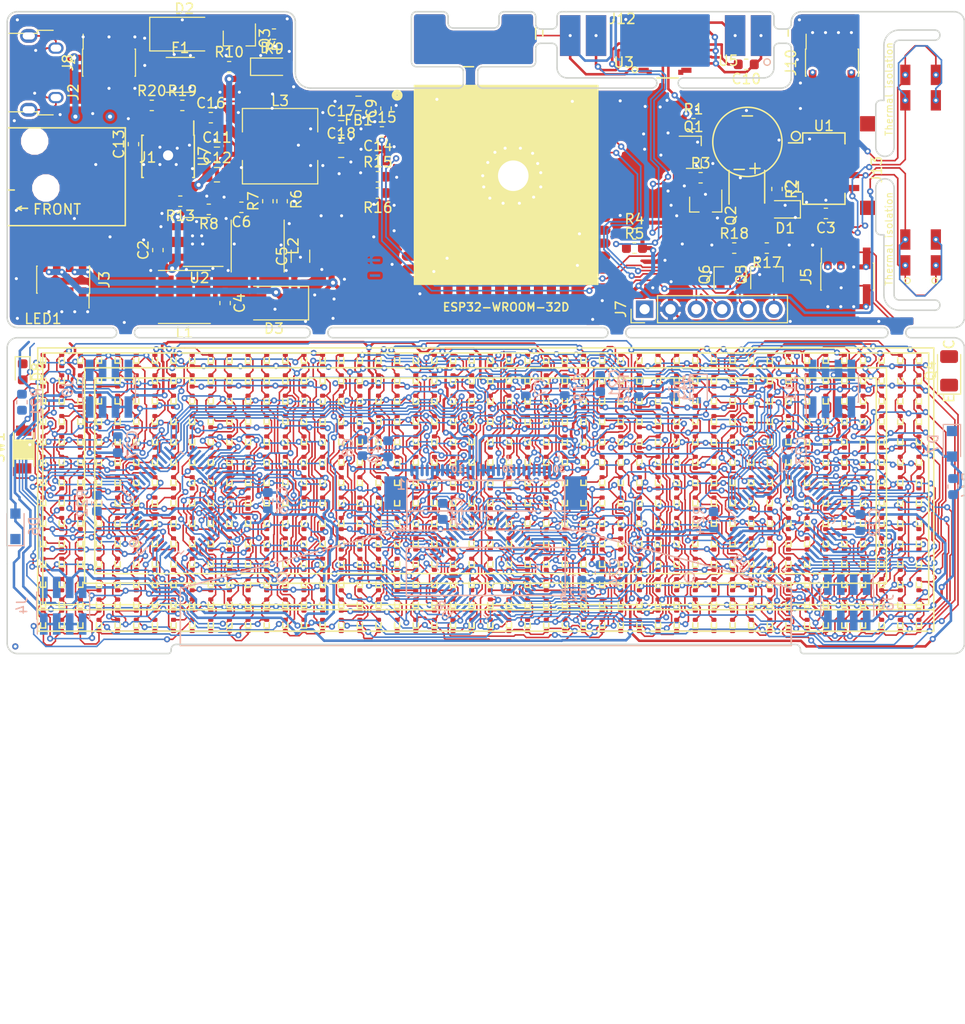
<source format=kicad_pcb>
(kicad_pcb (version 20171130) (host pcbnew 6.0.0-rc1-unknown-0bceb69~66~ubuntu18.04.1)
  (layers (0 F.Cu signal) (31 B.Cu signal) (34 B.Paste user hide) (35 F.Paste user hide) (36 B.SilkS user hide) (37 F.SilkS user hide) (38 B.Mask user hide) (39 F.Mask user hide) (44 Edge.Cuts user))
  (net 0 "")
  (net 1 GND)
  (net 2 +3V3)
  (net 3 /VIN)
  (net 4 E_AIN)
  (net 5 E_BUTTON)
  (net 6 E_RX)
  (net 7 E_TX)
  (net 8 DTR)
  (net 9 RTS)
  (net 10 "Net-(C1-Pad1)")
  (net 11 "Net-(C4-Pad2)")
  (net 12 +12V)
  (net 13 "Net-(C4-Pad1)")
  (net 14 "Net-(C6-Pad2)")
  (net 15 "Net-(C8-Pad1)")
  (net 16 "Net-(D1-Pad2)")
  (net 17 /3V3_RTC)
  (net 18 "Net-(D2-Pad1)")
  (net 19 "Net-(D4-Pad2)")
  (net 20 "Net-(D5-Pad2)")
  (net 21 "Net-(F1-Pad2)")
  (net 22 "Net-(J1-Pad3)")
  (net 23 "Net-(Q1-Pad3)")
  (net 24 "Net-(Q1-Pad1)")
  (net 25 "Net-(R6-Pad2)")
  (net 26 "Net-(R11-Pad1)")
  (net 27 "Net-(R12-Pad1)")
  (net 28 SCL)
  (net 29 SDA)
  (net 30 E_EN)
  (net 31 "Net-(Q5-Pad1)")
  (net 32 E_GPIO0)
  (net 33 "Net-(Q6-Pad1)")
  (net 34 "Net-(R13-Pad2)")
  (net 35 "Net-(R15-Pad2)")
  (net 36 "Net-(R19-Pad1)")
  (net 37 "Net-(C13-Pad1)")
  (net 38 "Net-(C16-Pad1)")
  (net 39 "Net-(C16-Pad2)")
  (net 40 "Net-(C21-Pad1)")
  (net 41 "Net-(C9-Pad1)")
  (net 42 STATUS)
  (net 43 LED_~SLAT)
  (net 44 LED_SOUT)
  (net 45 LED_SCK)
  (net 46 LED_RLAT)
  (net 47 "Net-(D8-Pad1)")
  (net 48 /a0207)
  (net 49 /k0227)
  (net 50 /a0206)
  (net 51 /a0205)
  (net 52 /a0204)
  (net 53 /a0203)
  (net 54 /a0202)
  (net 55 /a0201)
  (net 56 /a0200)
  (net 57 /k0213)
  (net 58 /a0107)
  (net 59 /k0127)
  (net 60 /a0106)
  (net 61 /a0105)
  (net 62 /a0104)
  (net 63 /a0103)
  (net 64 /a0102)
  (net 65 /a0101)
  (net 66 /a0100)
  (net 67 /k0113)
  (net 68 /a0007)
  (net 69 /k0027)
  (net 70 /a0006)
  (net 71 /a0005)
  (net 72 /a0004)
  (net 73 /a0003)
  (net 74 /a0002)
  (net 75 /a0001)
  (net 76 /a0000)
  (net 77 /k0013)
  (net 78 /k0226)
  (net 79 /k0212)
  (net 80 /k0126)
  (net 81 /k0112)
  (net 82 /k0026)
  (net 83 /k0012)
  (net 84 /k0225)
  (net 85 /k0211)
  (net 86 /k0125)
  (net 87 /k0111)
  (net 88 /k0025)
  (net 89 /k0011)
  (net 90 /k0224)
  (net 91 /k0210)
  (net 92 /k0124)
  (net 93 /k0110)
  (net 94 /k0024)
  (net 95 /k0010)
  (net 96 /k0223)
  (net 97 /k0209)
  (net 98 /k0123)
  (net 99 /k0109)
  (net 100 /k0023)
  (net 101 /k0009)
  (net 102 /k0222)
  (net 103 /k0208)
  (net 104 /k0122)
  (net 105 /k0108)
  (net 106 /k0022)
  (net 107 /k0008)
  (net 108 /k0221)
  (net 109 /k0207)
  (net 110 /k0121)
  (net 111 /k0107)
  (net 112 /k0021)
  (net 113 /k0007)
  (net 114 /k0220)
  (net 115 /k0206)
  (net 116 /k0120)
  (net 117 /k0106)
  (net 118 /k0020)
  (net 119 /k0006)
  (net 120 /k0219)
  (net 121 /k0205)
  (net 122 /k0119)
  (net 123 /k0105)
  (net 124 /k0019)
  (net 125 /k0005)
  (net 126 /k0218)
  (net 127 /k0204)
  (net 128 /k0118)
  (net 129 /k0104)
  (net 130 /k0018)
  (net 131 /k0004)
  (net 132 /k0217)
  (net 133 /k0203)
  (net 134 /k0117)
  (net 135 /k0103)
  (net 136 /k0017)
  (net 137 /k0003)
  (net 138 /k0216)
  (net 139 /k0202)
  (net 140 /k0116)
  (net 141 /k0102)
  (net 142 /k0016)
  (net 143 /k0002)
  (net 144 /k0215)
  (net 145 /k0201)
  (net 146 /k0115)
  (net 147 /k0101)
  (net 148 /k0015)
  (net 149 /k0001)
  (net 150 /k0214)
  (net 151 /k0200)
  (net 152 /k0114)
  (net 153 /k0100)
  (net 154 /k0014)
  (net 155 /k0000)
  (net 156 /LED_VDD)
  (net 157 /LED_VSS)
  (net 158 /LEDSPI_CS0)
  (net 159 "Net-(R22-Pad1)")
  (net 160 "Net-(R23-Pad1)")
  (net 161 "Net-(R24-Pad1)")
  (net 162 /LD_SYNC)
  (net 163 /LD_OSC)
  (module Diode_SMD:D_SOD-323 (layer B.Cu) (at 84.9 59.1 270)
    (fp_text reference D5 (at 0 1.85 270) (layer B.SilkS) (effects (justify mirror)))
    (fp_text value "Sillicon PN Junction")
    (pad 2 smd rect (at 1.05 0 270) (size 0.6 0.45) (layers B.Cu B.Paste B.Mask) (net 20 "Net-(D5-Pad2)"))
    (pad 1 smd rect (at -1.05 0 270) (size 0.6 0.45) (layers B.Cu B.Paste B.Mask) (net 1 GND))
  )
  (module components:BAT_MS621T_LAY (layer F.Cu) (at 89.69 39.48)
    (fp_text reference C1 (at 4.5 -0.25) (layer F.SilkS))
    (fp_text value ML621)
    (pad 2 smd circle (at 0 -4.75) (size 6.8 6.8) (layers F.Cu) (net 1 GND))
    (pad 1 smd oval (at 0.8 0.4) (size 1.1 2) (layers F.Cu F.Paste F.Mask) (net 10 "Net-(C1-Pad1)"))
    (pad 2 smd rect (at -0.9 0.5) (size 1.1 1.6) (layers F.Cu F.Paste F.Mask) (net 1 GND))
  )
  (module Resistor_SMD:R_0603_1608Metric (layer B.Cu) (at 86.37 71.87 270)
    (fp_text reference R24 (at 0 1.43 270) (layer B.SilkS) (effects (justify mirror)))
    (fp_text value 1k)
    (pad 2 smd roundrect (at 0.7875 0 270) (size 0.875 0.95) (layers B.Cu B.Paste B.Mask) (net 157 /LED_VSS))
    (pad 1 smd roundrect (at -0.7875 0 270) (size 0.875 0.95) (layers B.Cu B.Paste B.Mask) (net 161 "Net-(R24-Pad1)"))
  )
  (module Resistor_SMD:R_0603_1608Metric (layer B.Cu) (at 72.65 77.84)
    (fp_text reference R23 (at 0 1.43) (layer B.SilkS) (effects (justify mirror)))
    (fp_text value 1k)
    (pad 2 smd roundrect (at 0.7875 0) (size 0.875 0.95) (layers B.Cu B.Paste B.Mask) (net 157 /LED_VSS))
    (pad 1 smd roundrect (at -0.7875 0) (size 0.875 0.95) (layers B.Cu B.Paste B.Mask) (net 160 "Net-(R23-Pad1)"))
  )
  (module Resistor_SMD:R_0603_1608Metric (layer B.Cu) (at 25.81 70.24 270)
    (fp_text reference R22 (at 0 1.43 270) (layer B.SilkS) (effects (justify mirror)))
    (fp_text value 1k)
    (pad 2 smd roundrect (at 0.7875 0 270) (size 0.875 0.95) (layers B.Cu B.Paste B.Mask) (net 157 /LED_VSS))
    (pad 1 smd roundrect (at -0.7875 0 270) (size 0.875 0.95) (layers B.Cu B.Paste B.Mask) (net 159 "Net-(R22-Pad1)"))
  )
  (module components:J_0.25mm (layer B.Cu) (at 53.122425 46.39692)
    (fp_text reference JP2 hide)
    (fp_text value Jumper_NC_Small)
    (pad 2 smd rect (at 0.35 0 180) (size 0.5 0.25) (drill (offset 0.1 0)) (layers B.Cu))
    (pad 1 smd rect (at -0.35 0) (size 0.5 0.25) (drill (offset 0.1 0)) (layers B.Cu) (net 1 GND))
  )
  (module components:J_0.25mm (layer B.Cu) (at 53.122425 47.89692)
    (fp_text reference JP1 hide)
    (fp_text value Jumper_NC_Small)
    (pad 2 smd rect (at 0.35 0 180) (size 0.5 0.25) (drill (offset 0.1 0)) (layers B.Cu))
    (pad 1 smd rect (at -0.35 0) (size 0.5 0.25) (drill (offset 0.1 0)) (layers B.Cu) (net 2 +3V3))
  )
  (module Connector_PinSocket_1.27mm:PinSocket_2x04_P1.27mm_Vertical_SMD (layer B.Cu) (at 98 59 270)
    (fp_text reference J11 (at 0 4.04 270) (layer B.SilkS) (effects (justify mirror)))
    (fp_text value Conn_02x04_Odd_Even)
    (pad 8 smd rect (at -1.8 -1.905 270) (size 2.1 0.75) (layers B.Cu B.Paste B.Mask) (net 1 GND))
    (pad 7 smd rect (at 1.8 -1.905 270) (size 2.1 0.75) (layers B.Cu B.Paste B.Mask) (net 158 /LEDSPI_CS0))
    (pad 6 smd rect (at -1.8 -0.635 270) (size 2.1 0.75) (layers B.Cu B.Paste B.Mask) (net 1 GND))
    (pad 5 smd rect (at 1.8 -0.635 270) (size 2.1 0.75) (layers B.Cu B.Paste B.Mask) (net 46 LED_RLAT))
    (pad 4 smd rect (at -1.8 0.635 270) (size 2.1 0.75) (layers B.Cu B.Paste B.Mask) (net 1 GND))
    (pad 3 smd rect (at 1.8 0.635 270) (size 2.1 0.75) (layers B.Cu B.Paste B.Mask) (net 45 LED_SCK))
    (pad 2 smd rect (at -1.8 1.905 270) (size 2.1 0.75) (layers B.Cu B.Paste B.Mask) (net 43 LED_~SLAT))
    (pad 1 smd rect (at 1.8 1.905 270) (size 2.1 0.75) (layers B.Cu B.Paste B.Mask) (net 44 LED_SOUT))
  )
  (module Connector_PinSocket_1.27mm:PinSocket_2x04_P1.27mm_Vertical_SMD (layer F.Cu) (at 98 27 90)
    (fp_text reference J10 (at 0 -4.04 90) (layer F.SilkS))
    (fp_text value Conn_02x04_Odd_Even)
    (pad 8 smd rect (at -1.8 1.905 90) (size 2.1 0.75) (layers F.Cu F.Paste F.Mask) (net 158 /LEDSPI_CS0))
    (pad 7 smd rect (at 1.8 1.905 90) (size 2.1 0.75) (layers F.Cu F.Paste F.Mask) (net 1 GND))
    (pad 6 smd rect (at -1.8 0.635 90) (size 2.1 0.75) (layers F.Cu F.Paste F.Mask) (net 46 LED_RLAT))
    (pad 5 smd rect (at 1.8 0.635 90) (size 2.1 0.75) (layers F.Cu F.Paste F.Mask) (net 1 GND))
    (pad 4 smd rect (at -1.8 -0.635 90) (size 2.1 0.75) (layers F.Cu F.Paste F.Mask) (net 45 LED_SCK))
    (pad 3 smd rect (at 1.8 -0.635 90) (size 2.1 0.75) (layers F.Cu F.Paste F.Mask) (net 1 GND))
    (pad 2 smd rect (at -1.8 -1.905 90) (size 2.1 0.75) (layers F.Cu F.Paste F.Mask) (net 44 LED_SOUT))
    (pad 1 smd rect (at 1.8 -1.905 90) (size 2.1 0.75) (layers F.Cu F.Paste F.Mask) (net 43 LED_~SLAT))
  )
  (module Connector_PinSocket_1.27mm:PinSocket_2x04_P1.27mm_Vertical_SMD (layer B.Cu) (at 27 59 270)
    (fp_text reference J9 (at 0 4.04 270) (layer B.SilkS) (effects (justify mirror)))
    (fp_text value Conn_02x04_Odd_Even)
    (pad 8 smd rect (at -1.8 -1.905 270) (size 2.1 0.75) (layers B.Cu B.Paste B.Mask) (net 1 GND))
    (pad 7 smd rect (at 1.8 -1.905 270) (size 2.1 0.75) (layers B.Cu B.Paste B.Mask) (net 1 GND))
    (pad 6 smd rect (at -1.8 -0.635 270) (size 2.1 0.75) (layers B.Cu B.Paste B.Mask) (net 1 GND))
    (pad 5 smd rect (at 1.8 -0.635 270) (size 2.1 0.75) (layers B.Cu B.Paste B.Mask) (net 1 GND))
    (pad 4 smd rect (at -1.8 0.635 270) (size 2.1 0.75) (layers B.Cu B.Paste B.Mask) (net 1 GND))
    (pad 3 smd rect (at 1.8 0.635 270) (size 2.1 0.75) (layers B.Cu B.Paste B.Mask) (net 42 STATUS))
    (pad 2 smd rect (at -1.8 1.905 270) (size 2.1 0.75) (layers B.Cu B.Paste B.Mask) (net 1 GND))
    (pad 1 smd rect (at 1.8 1.905 270) (size 2.1 0.75) (layers B.Cu B.Paste B.Mask) (net 5 E_BUTTON))
  )
  (module Connector_PinSocket_1.27mm:PinSocket_2x04_P1.27mm_Vertical_SMD (layer F.Cu) (at 27 27 90)
    (fp_text reference J8 (at 0 -4.04 90) (layer F.SilkS))
    (fp_text value Conn_02x04_Odd_Even)
    (pad 8 smd rect (at -1.8 1.905 90) (size 2.1 0.75) (layers F.Cu F.Paste F.Mask) (net 1 GND))
    (pad 7 smd rect (at 1.8 1.905 90) (size 2.1 0.75) (layers F.Cu F.Paste F.Mask) (net 1 GND))
    (pad 6 smd rect (at -1.8 0.635 90) (size 2.1 0.75) (layers F.Cu F.Paste F.Mask) (net 1 GND))
    (pad 5 smd rect (at 1.8 0.635 90) (size 2.1 0.75) (layers F.Cu F.Paste F.Mask) (net 1 GND))
    (pad 4 smd rect (at -1.8 -0.635 90) (size 2.1 0.75) (layers F.Cu F.Paste F.Mask) (net 42 STATUS))
    (pad 3 smd rect (at 1.8 -0.635 90) (size 2.1 0.75) (layers F.Cu F.Paste F.Mask) (net 1 GND))
    (pad 2 smd rect (at -1.8 -1.905 90) (size 2.1 0.75) (layers F.Cu F.Paste F.Mask) (net 5 E_BUTTON))
    (pad 1 smd rect (at 1.8 -1.905 90) (size 2.1 0.75) (layers F.Cu F.Paste F.Mask) (net 1 GND))
  )
  (module Connector_PinSocket_1.27mm:PinSocket_2x04_P1.27mm_Vertical_SMD (layer B.Cu) (at 99.5 80 90)
    (fp_text reference J6 (at 0 4.04 90) (layer B.SilkS) (effects (justify mirror)))
    (fp_text value Conn_02x04_Odd_Even)
    (pad 8 smd rect (at -1.8 -1.905 90) (size 2.1 0.75) (layers B.Cu B.Paste B.Mask) (net 1 GND))
    (pad 7 smd rect (at 1.8 -1.905 90) (size 2.1 0.75) (layers B.Cu B.Paste B.Mask) (net 1 GND))
    (pad 6 smd rect (at -1.8 -0.635 90) (size 2.1 0.75) (layers B.Cu B.Paste B.Mask) (net 1 GND))
    (pad 5 smd rect (at 1.8 -0.635 90) (size 2.1 0.75) (layers B.Cu B.Paste B.Mask) (net 1 GND))
    (pad 4 smd rect (at -1.8 0.635 90) (size 2.1 0.75) (layers B.Cu B.Paste B.Mask) (net 1 GND))
    (pad 3 smd rect (at 1.8 0.635 90) (size 2.1 0.75) (layers B.Cu B.Paste B.Mask) (net 1 GND))
    (pad 2 smd rect (at -1.8 1.905 90) (size 2.1 0.75) (layers B.Cu B.Paste B.Mask) (net 1 GND))
    (pad 1 smd rect (at 1.8 1.905 90) (size 2.1 0.75) (layers B.Cu B.Paste B.Mask) (net 4 E_AIN))
  )
  (module Connector_PinSocket_1.27mm:PinSocket_2x04_P1.27mm_Vertical_SMD (layer F.Cu) (at 99.5 48 90)
    (fp_text reference J5 (at 0 -4.04 90) (layer F.SilkS))
    (fp_text value Conn_02x04_Odd_Even)
    (pad 8 smd rect (at -1.8 1.905 90) (size 2.1 0.75) (layers F.Cu F.Paste F.Mask) (net 1 GND))
    (pad 7 smd rect (at 1.8 1.905 90) (size 2.1 0.75) (layers F.Cu F.Paste F.Mask) (net 4 E_AIN))
    (pad 6 smd rect (at -1.8 0.635 90) (size 2.1 0.75) (layers F.Cu F.Paste F.Mask) (net 1 GND))
    (pad 5 smd rect (at 1.8 0.635 90) (size 2.1 0.75) (layers F.Cu F.Paste F.Mask) (net 1 GND))
    (pad 4 smd rect (at -1.8 -0.635 90) (size 2.1 0.75) (layers F.Cu F.Paste F.Mask) (net 1 GND))
    (pad 3 smd rect (at 1.8 -0.635 90) (size 2.1 0.75) (layers F.Cu F.Paste F.Mask) (net 1 GND))
    (pad 2 smd rect (at -1.8 -1.905 90) (size 2.1 0.75) (layers F.Cu F.Paste F.Mask) (net 1 GND))
    (pad 1 smd rect (at 1.8 -1.905 90) (size 2.1 0.75) (layers F.Cu F.Paste F.Mask) (net 1 GND))
  )
  (module Connector_PinSocket_1.27mm:PinSocket_2x04_P1.27mm_Vertical_SMD (layer B.Cu) (at 22.5 80.3 270)
    (fp_text reference J4 (at 0 4.04 270) (layer B.SilkS) (effects (justify mirror)))
    (fp_text value Conn_02x04_Odd_Even)
    (pad 8 smd rect (at -1.8 -1.905 270) (size 2.1 0.75) (layers B.Cu B.Paste B.Mask) (net 156 /LED_VDD))
    (pad 7 smd rect (at 1.8 -1.905 270) (size 2.1 0.75) (layers B.Cu B.Paste B.Mask) (net 1 GND))
    (pad 6 smd rect (at -1.8 -0.635 270) (size 2.1 0.75) (layers B.Cu B.Paste B.Mask) (net 157 /LED_VSS))
    (pad 5 smd rect (at 1.8 -0.635 270) (size 2.1 0.75) (layers B.Cu B.Paste B.Mask) (net 1 GND))
    (pad 4 smd rect (at -1.8 0.635 270) (size 2.1 0.75) (layers B.Cu B.Paste B.Mask) (net 12 +12V))
    (pad 3 smd rect (at 1.8 0.635 270) (size 2.1 0.75) (layers B.Cu B.Paste B.Mask) (net 1 GND))
    (pad 2 smd rect (at -1.8 1.905 270) (size 2.1 0.75) (layers B.Cu B.Paste B.Mask) (net 2 +3V3))
    (pad 1 smd rect (at 1.8 1.905 270) (size 2.1 0.75) (layers B.Cu B.Paste B.Mask) (net 1 GND))
  )
  (module Connector_PinSocket_1.27mm:PinSocket_2x04_P1.27mm_Vertical_SMD (layer F.Cu) (at 22.5 48.3 270)
    (fp_text reference J3 (at 0 -4.04 270) (layer F.SilkS))
    (fp_text value Conn_02x04_Odd_Even)
    (pad 8 smd rect (at -1.8 1.905 270) (size 2.1 0.75) (layers F.Cu F.Paste F.Mask) (net 1 GND))
    (pad 7 smd rect (at 1.8 1.905 270) (size 2.1 0.75) (layers F.Cu F.Paste F.Mask) (net 2 +3V3))
    (pad 6 smd rect (at -1.8 0.635 270) (size 2.1 0.75) (layers F.Cu F.Paste F.Mask) (net 1 GND))
    (pad 5 smd rect (at 1.8 0.635 270) (size 2.1 0.75) (layers F.Cu F.Paste F.Mask) (net 12 +12V))
    (pad 4 smd rect (at -1.8 -0.635 270) (size 2.1 0.75) (layers F.Cu F.Paste F.Mask) (net 1 GND))
    (pad 3 smd rect (at 1.8 -0.635 270) (size 2.1 0.75) (layers F.Cu F.Paste F.Mask) (net 157 /LED_VSS))
    (pad 2 smd rect (at -1.8 -1.905 270) (size 2.1 0.75) (layers F.Cu F.Paste F.Mask) (net 1 GND))
    (pad 1 smd rect (at 1.8 -1.905 270) (size 2.1 0.75) (layers F.Cu F.Paste F.Mask) (net 156 /LED_VDD))
  )
  (module Capacitor_SMD:C_0603_1608Metric (layer B.Cu) (at 27.86 64.5 90)
    (fp_text reference C27 (at 0 1.43 90) (layer B.SilkS) (effects (justify mirror)))
    (fp_text value 1u/50V)
    (pad 2 smd roundrect (at 0.7875 0 90) (size 0.875 0.95) (layers B.Cu B.Paste B.Mask) (net 2 +3V3))
    (pad 1 smd roundrect (at -0.7875 0 90) (size 0.875 0.95) (layers B.Cu B.Paste B.Mask) (net 1 GND))
  )
  (module Capacitor_SMD:C_0603_1608Metric (layer B.Cu) (at 42.59 69.98 90)
    (fp_text reference C26 (at 0 1.43 90) (layer B.SilkS) (effects (justify mirror)))
    (fp_text value 1u/50V)
    (pad 2 smd roundrect (at 0.7875 0 90) (size 0.875 0.95) (layers B.Cu B.Paste B.Mask) (net 156 /LED_VDD))
    (pad 1 smd roundrect (at -0.7875 0 90) (size 0.875 0.95) (layers B.Cu B.Paste B.Mask) (net 157 /LED_VSS))
  )
  (module Capacitor_SMD:C_0603_1608Metric (layer B.Cu) (at 59.78 71.04 90)
    (fp_text reference C25 (at 0 1.43 90) (layer B.SilkS) (effects (justify mirror)))
    (fp_text value 1u/50V)
    (pad 2 smd roundrect (at 0.7875 0 90) (size 0.875 0.95) (layers B.Cu B.Paste B.Mask) (net 2 +3V3))
    (pad 1 smd roundrect (at -0.7875 0 90) (size 0.875 0.95) (layers B.Cu B.Paste B.Mask) (net 1 GND))
  )
  (module Capacitor_SMD:C_0603_1608Metric (layer B.Cu) (at 75.27 77.07 90)
    (fp_text reference C24 (at 0 1.43 90) (layer B.SilkS) (effects (justify mirror)))
    (fp_text value 1u/50V)
    (pad 2 smd roundrect (at 0.7875 0 90) (size 0.875 0.95) (layers B.Cu B.Paste B.Mask) (net 156 /LED_VDD))
    (pad 1 smd roundrect (at -0.7875 0 90) (size 0.875 0.95) (layers B.Cu B.Paste B.Mask) (net 157 /LED_VSS))
  )
  (module Capacitor_SMD:C_0603_1608Metric (layer B.Cu) (at 93.58 65.1 90)
    (fp_text reference C23 (at 0 1.43 90) (layer B.SilkS) (effects (justify mirror)))
    (fp_text value 1u/50V)
    (pad 2 smd roundrect (at 0.7875 0 90) (size 0.875 0.95) (layers B.Cu B.Paste B.Mask) (net 2 +3V3))
    (pad 1 smd roundrect (at -0.7875 0 90) (size 0.875 0.95) (layers B.Cu B.Paste B.Mask) (net 1 GND))
  )
  (module Capacitor_SMD:C_0603_1608Metric (layer B.Cu) (at 100.76 72.13 90)
    (fp_text reference C22 (at 0 1.43 90) (layer B.SilkS) (effects (justify mirror)))
    (fp_text value 1u/50V)
    (pad 2 smd roundrect (at 0.7875 0 90) (size 0.875 0.95) (layers B.Cu B.Paste B.Mask) (net 156 /LED_VDD))
    (pad 1 smd roundrect (at -0.7875 0 90) (size 0.875 0.95) (layers B.Cu B.Paste B.Mask) (net 157 /LED_VSS))
  )
  (module components:W256064-XALG-FOLD (layer F.Cu) (at 20 55)
    (fp_text reference U4 hide)
    (fp_text value W256064-XALG hide)
    (fp_text user 30 (at 51.2 11.9) (layer B.SilkS) (effects (font (size 0.6 0.6)) (justify mirror)))
    (fp_text user 20 (at 46.2 11.9) (layer B.SilkS) (effects (font (size 0.6 0.6)) (justify mirror)))
    (fp_text user 10 (at 41.2 11.9) (layer B.SilkS) (effects (font (size 0.6 0.6)) (justify mirror)))
    (fp_text user 1 (at 35.7 13.4) (layer B.SilkS) (effects (justify mirror)))
    (pad 31 smd rect (at 52.85 14.25) (size 2.2 3.3) (layers B.Cu B.Paste B.Mask))
    (pad 31 smd rect (at 35.15 14.25) (size 2.2 3.3) (layers B.Cu B.Paste B.Mask))
    (pad 30 smd oval (at 51.25 12) (size 0.3 1.2) (layers B.Cu B.Paste B.Mask) (net 1 GND))
    (pad 29 smd oval (at 50.75 12) (size 0.3 1.2) (layers B.Cu B.Paste B.Mask) (net 12 +12V))
    (pad 28 smd oval (at 50.25 12) (size 0.3 1.2) (layers B.Cu B.Paste B.Mask) (net 1 GND))
    (pad 27 smd oval (at 49.75 12) (size 0.3 1.2) (layers B.Cu B.Paste B.Mask) (net 27 "Net-(R12-Pad1)"))
    (pad 26 smd oval (at 49.25 12) (size 0.3 1.2) (layers B.Cu B.Paste B.Mask) (net 2 +3V3))
    (pad 25 smd oval (at 48.75 12) (size 0.3 1.2) (layers B.Cu B.Paste B.Mask) (net 40 "Net-(C21-Pad1)"))
    (pad 24 smd oval (at 48.25 12) (size 0.3 1.2) (layers B.Cu B.Paste B.Mask) (net 2 +3V3))
    (pad 23 smd oval (at 47.75 12) (size 0.3 1.2) (layers B.Cu B.Paste B.Mask))
    (pad 22 smd oval (at 47.25 12) (size 0.3 1.2) (layers B.Cu B.Paste B.Mask) (net 26 "Net-(R11-Pad1)"))
    (pad 21 smd oval (at 46.75 12) (size 0.3 1.2) (layers B.Cu B.Paste B.Mask))
    (pad 20 smd oval (at 46.25 12) (size 0.3 1.2) (layers B.Cu B.Paste B.Mask))
    (pad 19 smd oval (at 45.75 12) (size 0.3 1.2) (layers B.Cu B.Paste B.Mask) (net 43 LED_~SLAT))
    (pad 18 smd oval (at 45.25 12) (size 0.3 1.2) (layers B.Cu B.Paste B.Mask) (net 46 LED_RLAT))
    (pad 17 smd oval (at 44.75 12) (size 0.3 1.2) (layers B.Cu B.Paste B.Mask) (net 1 GND))
    (pad 16 smd oval (at 44.25 12) (size 0.3 1.2) (layers B.Cu B.Paste B.Mask) (net 1 GND))
    (pad 15 smd oval (at 43.75 12) (size 0.3 1.2) (layers B.Cu B.Paste B.Mask) (net 1 GND))
    (pad 14 smd oval (at 43.25 12) (size 0.3 1.2) (layers B.Cu B.Paste B.Mask) (net 1 GND))
    (pad 13 smd oval (at 42.75 12) (size 0.3 1.2) (layers B.Cu B.Paste B.Mask) (net 45 LED_SCK))
    (pad 12 smd oval (at 42.25 12) (size 0.3 1.2) (layers B.Cu B.Paste B.Mask) (net 44 LED_SOUT))
    (pad 11 smd oval (at 41.75 12) (size 0.3 1.2) (layers B.Cu B.Paste B.Mask))
    (pad 10 smd oval (at 41.25 12) (size 0.3 1.2) (layers B.Cu B.Paste B.Mask) (net 1 GND))
    (pad 9 smd oval (at 40.75 12) (size 0.3 1.2) (layers B.Cu B.Paste B.Mask) (net 1 GND))
    (pad 8 smd oval (at 40.25 12) (size 0.3 1.2) (layers B.Cu B.Paste B.Mask) (net 1 GND))
    (pad 7 smd oval (at 39.75 12) (size 0.3 1.2) (layers B.Cu B.Paste B.Mask) (net 1 GND))
    (pad 6 smd oval (at 39.25 12) (size 0.3 1.2) (layers B.Cu B.Paste B.Mask) (net 1 GND))
    (pad 5 smd oval (at 38.75 12) (size 0.3 1.2) (layers B.Cu B.Paste B.Mask) (net 1 GND))
    (pad 4 smd oval (at 38.25 12) (size 0.3 1.2) (layers B.Cu B.Paste B.Mask) (net 15 "Net-(C8-Pad1)"))
    (pad 3 smd oval (at 37.75 12) (size 0.3 1.2) (layers B.Cu B.Paste B.Mask) (net 12 +12V))
    (pad 2 smd oval (at 37.25 12) (size 0.3 1.2) (layers B.Cu B.Paste B.Mask) (net 1 GND))
    (pad 1 smd oval (at 36.75 12) (size 0.3 1.2) (layers B.Cu B.Paste B.Mask) (net 1 GND))
  )
  (module thisproject:led_matrix_0402_48x14 (layer F.Cu) (at 20.52 56.19)
    (fp_text reference LED1 (at 0 -4.05) (layer F.SilkS))
    (fp_text value LED48x14)
    (pad a0207 smd roundrect (at 86.01617 25.497046 270) (size 0.4 0.5) (layers F.Cu F.Paste F.Mask) (net 48 /a0207))
    (pad k0227 smd roundrect (at 86.01617 26.597046 270) (size 0.4 0.5) (layers F.Cu F.Paste F.Mask) (net 49 /k0227))
    (pad a0206 smd roundrect (at 84.18617 25.497046 270) (size 0.4 0.5) (layers F.Cu F.Paste F.Mask) (net 50 /a0206))
    (pad k0227 smd roundrect (at 84.18617 26.597046 270) (size 0.4 0.5) (layers F.Cu F.Paste F.Mask) (net 49 /k0227))
    (pad a0205 smd roundrect (at 82.35617 25.497046 270) (size 0.4 0.5) (layers F.Cu F.Paste F.Mask) (net 51 /a0205))
    (pad k0227 smd roundrect (at 82.35617 26.597046 270) (size 0.4 0.5) (layers F.Cu F.Paste F.Mask) (net 49 /k0227))
    (pad a0204 smd roundrect (at 80.52617 25.497046 270) (size 0.4 0.5) (layers F.Cu F.Paste F.Mask) (net 52 /a0204))
    (pad k0227 smd roundrect (at 80.52617 26.597046 270) (size 0.4 0.5) (layers F.Cu F.Paste F.Mask) (net 49 /k0227))
    (pad a0203 smd roundrect (at 78.69617 25.497046 270) (size 0.4 0.5) (layers F.Cu F.Paste F.Mask) (net 53 /a0203))
    (pad k0227 smd roundrect (at 78.69617 26.597046 270) (size 0.4 0.5) (layers F.Cu F.Paste F.Mask) (net 49 /k0227))
    (pad a0202 smd roundrect (at 76.86617 25.497046 270) (size 0.4 0.5) (layers F.Cu F.Paste F.Mask) (net 54 /a0202))
    (pad k0227 smd roundrect (at 76.86617 26.597046 270) (size 0.4 0.5) (layers F.Cu F.Paste F.Mask) (net 49 /k0227))
    (pad a0201 smd roundrect (at 75.03617 25.497046 270) (size 0.4 0.5) (layers F.Cu F.Paste F.Mask) (net 55 /a0201))
    (pad k0227 smd roundrect (at 75.03617 26.597046 270) (size 0.4 0.5) (layers F.Cu F.Paste F.Mask) (net 49 /k0227))
    (pad a0200 smd roundrect (at 73.20617 25.497046 270) (size 0.4 0.5) (layers F.Cu F.Paste F.Mask) (net 56 /a0200))
    (pad k0227 smd roundrect (at 73.20617 26.597046 270) (size 0.4 0.5) (layers F.Cu F.Paste F.Mask) (net 49 /k0227))
    (pad a0207 smd roundrect (at 71.37617 25.497046 270) (size 0.4 0.5) (layers F.Cu F.Paste F.Mask) (net 48 /a0207))
    (pad k0213 smd roundrect (at 71.37617 26.597046 270) (size 0.4 0.5) (layers F.Cu F.Paste F.Mask) (net 57 /k0213))
    (pad a0206 smd roundrect (at 69.54617 25.497046 270) (size 0.4 0.5) (layers F.Cu F.Paste F.Mask) (net 50 /a0206))
    (pad k0213 smd roundrect (at 69.54617 26.597046 270) (size 0.4 0.5) (layers F.Cu F.Paste F.Mask) (net 57 /k0213))
    (pad a0205 smd roundrect (at 67.71617 25.497046 270) (size 0.4 0.5) (layers F.Cu F.Paste F.Mask) (net 51 /a0205))
    (pad k0213 smd roundrect (at 67.71617 26.597046 270) (size 0.4 0.5) (layers F.Cu F.Paste F.Mask) (net 57 /k0213))
    (pad a0204 smd roundrect (at 65.88617 25.497046 270) (size 0.4 0.5) (layers F.Cu F.Paste F.Mask) (net 52 /a0204))
    (pad k0213 smd roundrect (at 65.88617 26.597046 270) (size 0.4 0.5) (layers F.Cu F.Paste F.Mask) (net 57 /k0213))
    (pad a0203 smd roundrect (at 64.05617 25.497046 270) (size 0.4 0.5) (layers F.Cu F.Paste F.Mask) (net 53 /a0203))
    (pad k0213 smd roundrect (at 64.05617 26.597046 270) (size 0.4 0.5) (layers F.Cu F.Paste F.Mask) (net 57 /k0213))
    (pad a0202 smd roundrect (at 62.22617 25.497046 270) (size 0.4 0.5) (layers F.Cu F.Paste F.Mask) (net 54 /a0202))
    (pad k0213 smd roundrect (at 62.22617 26.597046 270) (size 0.4 0.5) (layers F.Cu F.Paste F.Mask) (net 57 /k0213))
    (pad a0201 smd roundrect (at 60.39617 25.497046 270) (size 0.4 0.5) (layers F.Cu F.Paste F.Mask) (net 55 /a0201))
    (pad k0213 smd roundrect (at 60.39617 26.597046 270) (size 0.4 0.5) (layers F.Cu F.Paste F.Mask) (net 57 /k0213))
    (pad a0200 smd roundrect (at 58.56617 25.497046 270) (size 0.4 0.5) (layers F.Cu F.Paste F.Mask) (net 56 /a0200))
    (pad k0213 smd roundrect (at 58.56617 26.597046 270) (size 0.4 0.5) (layers F.Cu F.Paste F.Mask) (net 57 /k0213))
    (pad a0107 smd roundrect (at 56.73617 25.497046 270) (size 0.4 0.5) (layers F.Cu F.Paste F.Mask) (net 58 /a0107))
    (pad k0127 smd roundrect (at 56.73617 26.597046 270) (size 0.4 0.5) (layers F.Cu F.Paste F.Mask) (net 59 /k0127))
    (pad a0106 smd roundrect (at 54.90617 25.497046 270) (size 0.4 0.5) (layers F.Cu F.Paste F.Mask) (net 60 /a0106))
    (pad k0127 smd roundrect (at 54.90617 26.597046 270) (size 0.4 0.5) (layers F.Cu F.Paste F.Mask) (net 59 /k0127))
    (pad a0105 smd roundrect (at 53.07617 25.497046 270) (size 0.4 0.5) (layers F.Cu F.Paste F.Mask) (net 61 /a0105))
    (pad k0127 smd roundrect (at 53.07617 26.597046 270) (size 0.4 0.5) (layers F.Cu F.Paste F.Mask) (net 59 /k0127))
    (pad a0104 smd roundrect (at 51.24617 25.497046 270) (size 0.4 0.5) (layers F.Cu F.Paste F.Mask) (net 62 /a0104))
    (pad k0127 smd roundrect (at 51.24617 26.597046 270) (size 0.4 0.5) (layers F.Cu F.Paste F.Mask) (net 59 /k0127))
    (pad a0103 smd roundrect (at 49.41617 25.497046 270) (size 0.4 0.5) (layers F.Cu F.Paste F.Mask) (net 63 /a0103))
    (pad k0127 smd roundrect (at 49.41617 26.597046 270) (size 0.4 0.5) (layers F.Cu F.Paste F.Mask) (net 59 /k0127))
    (pad a0102 smd roundrect (at 47.58617 25.497046 270) (size 0.4 0.5) (layers F.Cu F.Paste F.Mask) (net 64 /a0102))
    (pad k0127 smd roundrect (at 47.58617 26.597046 270) (size 0.4 0.5) (layers F.Cu F.Paste F.Mask) (net 59 /k0127))
    (pad a0101 smd roundrect (at 45.75617 25.497046 270) (size 0.4 0.5) (layers F.Cu F.Paste F.Mask) (net 65 /a0101))
    (pad k0127 smd roundrect (at 45.75617 26.597046 270) (size 0.4 0.5) (layers F.Cu F.Paste F.Mask) (net 59 /k0127))
    (pad a0100 smd roundrect (at 43.92617 25.497046 270) (size 0.4 0.5) (layers F.Cu F.Paste F.Mask) (net 66 /a0100))
    (pad k0127 smd roundrect (at 43.92617 26.597046 270) (size 0.4 0.5) (layers F.Cu F.Paste F.Mask) (net 59 /k0127))
    (pad a0107 smd roundrect (at 42.09617 25.497046 270) (size 0.4 0.5) (layers F.Cu F.Paste F.Mask) (net 58 /a0107))
    (pad k0113 smd roundrect (at 42.09617 26.597046 270) (size 0.4 0.5) (layers F.Cu F.Paste F.Mask) (net 67 /k0113))
    (pad a0106 smd roundrect (at 40.26617 25.497046 270) (size 0.4 0.5) (layers F.Cu F.Paste F.Mask) (net 60 /a0106))
    (pad k0113 smd roundrect (at 40.26617 26.597046 270) (size 0.4 0.5) (layers F.Cu F.Paste F.Mask) (net 67 /k0113))
    (pad a0105 smd roundrect (at 38.43617 25.497046 270) (size 0.4 0.5) (layers F.Cu F.Paste F.Mask) (net 61 /a0105))
    (pad k0113 smd roundrect (at 38.43617 26.597046 270) (size 0.4 0.5) (layers F.Cu F.Paste F.Mask) (net 67 /k0113))
    (pad a0104 smd roundrect (at 36.60617 25.497046 270) (size 0.4 0.5) (layers F.Cu F.Paste F.Mask) (net 62 /a0104))
    (pad k0113 smd roundrect (at 36.60617 26.597046 270) (size 0.4 0.5) (layers F.Cu F.Paste F.Mask) (net 67 /k0113))
    (pad a0103 smd roundrect (at 34.77617 25.497046 270) (size 0.4 0.5) (layers F.Cu F.Paste F.Mask) (net 63 /a0103))
    (pad k0113 smd roundrect (at 34.77617 26.597046 270) (size 0.4 0.5) (layers F.Cu F.Paste F.Mask) (net 67 /k0113))
    (pad a0102 smd roundrect (at 32.94617 25.497046 270) (size 0.4 0.5) (layers F.Cu F.Paste F.Mask) (net 64 /a0102))
    (pad k0113 smd roundrect (at 32.94617 26.597046 270) (size 0.4 0.5) (layers F.Cu F.Paste F.Mask) (net 67 /k0113))
    (pad a0101 smd roundrect (at 31.11617 25.497046 270) (size 0.4 0.5) (layers F.Cu F.Paste F.Mask) (net 65 /a0101))
    (pad k0113 smd roundrect (at 31.11617 26.597046 270) (size 0.4 0.5) (layers F.Cu F.Paste F.Mask) (net 67 /k0113))
    (pad a0100 smd roundrect (at 29.28617 25.497046 270) (size 0.4 0.5) (layers F.Cu F.Paste F.Mask) (net 66 /a0100))
    (pad k0113 smd roundrect (at 29.28617 26.597046 270) (size 0.4 0.5) (layers F.Cu F.Paste F.Mask) (net 67 /k0113))
    (pad a0007 smd roundrect (at 27.45617 25.497046 270) (size 0.4 0.5) (layers F.Cu F.Paste F.Mask) (net 68 /a0007))
    (pad k0027 smd roundrect (at 27.45617 26.597046 270) (size 0.4 0.5) (layers F.Cu F.Paste F.Mask) (net 69 /k0027))
    (pad a0006 smd roundrect (at 25.62617 25.497046 270) (size 0.4 0.5) (layers F.Cu F.Paste F.Mask) (net 70 /a0006))
    (pad k0027 smd roundrect (at 25.62617 26.597046 270) (size 0.4 0.5) (layers F.Cu F.Paste F.Mask) (net 69 /k0027))
    (pad a0005 smd roundrect (at 23.79617 25.497046 270) (size 0.4 0.5) (layers F.Cu F.Paste F.Mask) (net 71 /a0005))
    (pad k0027 smd roundrect (at 23.79617 26.597046 270) (size 0.4 0.5) (layers F.Cu F.Paste F.Mask) (net 69 /k0027))
    (pad a0004 smd roundrect (at 21.96617 25.497046 270) (size 0.4 0.5) (layers F.Cu F.Paste F.Mask) (net 72 /a0004))
    (pad k0027 smd roundrect (at 21.96617 26.597046 270) (size 0.4 0.5) (layers F.Cu F.Paste F.Mask) (net 69 /k0027))
    (pad a0003 smd roundrect (at 20.13617 25.497046 270) (size 0.4 0.5) (layers F.Cu F.Paste F.Mask) (net 73 /a0003))
    (pad k0027 smd roundrect (at 20.13617 26.597046 270) (size 0.4 0.5) (layers F.Cu F.Paste F.Mask) (net 69 /k0027))
    (pad a0002 smd roundrect (at 18.30617 25.497046 270) (size 0.4 0.5) (layers F.Cu F.Paste F.Mask) (net 74 /a0002))
    (pad k0027 smd roundrect (at 18.30617 26.597046 270) (size 0.4 0.5) (layers F.Cu F.Paste F.Mask) (net 69 /k0027))
    (pad a0001 smd roundrect (at 16.47617 25.497046 270) (size 0.4 0.5) (layers F.Cu F.Paste F.Mask) (net 75 /a0001))
    (pad k0027 smd roundrect (at 16.47617 26.597046 270) (size 0.4 0.5) (layers F.Cu F.Paste F.Mask) (net 69 /k0027))
    (pad a0000 smd roundrect (at 14.64617 25.497046 270) (size 0.4 0.5) (layers F.Cu F.Paste F.Mask) (net 76 /a0000))
    (pad k0027 smd roundrect (at 14.64617 26.597046 270) (size 0.4 0.5) (layers F.Cu F.Paste F.Mask) (net 69 /k0027))
    (pad a0007 smd roundrect (at 12.81617 25.497046 270) (size 0.4 0.5) (layers F.Cu F.Paste F.Mask) (net 68 /a0007))
    (pad k0013 smd roundrect (at 12.81617 26.597046 270) (size 0.4 0.5) (layers F.Cu F.Paste F.Mask) (net 77 /k0013))
    (pad a0006 smd roundrect (at 10.98617 25.497046 270) (size 0.4 0.5) (layers F.Cu F.Paste F.Mask) (net 70 /a0006))
    (pad k0013 smd roundrect (at 10.98617 26.597046 270) (size 0.4 0.5) (layers F.Cu F.Paste F.Mask) (net 77 /k0013))
    (pad a0005 smd roundrect (at 9.15617 25.497046 270) (size 0.4 0.5) (layers F.Cu F.Paste F.Mask) (net 71 /a0005))
    (pad k0013 smd roundrect (at 9.15617 26.597046 270) (size 0.4 0.5) (layers F.Cu F.Paste F.Mask) (net 77 /k0013))
    (pad a0004 smd roundrect (at 7.32617 25.497046 270) (size 0.4 0.5) (layers F.Cu F.Paste F.Mask) (net 72 /a0004))
    (pad k0013 smd roundrect (at 7.32617 26.597046 270) (size 0.4 0.5) (layers F.Cu F.Paste F.Mask) (net 77 /k0013))
    (pad a0003 smd roundrect (at 5.49617 25.497046 270) (size 0.4 0.5) (layers F.Cu F.Paste F.Mask) (net 73 /a0003))
    (pad k0013 smd roundrect (at 5.49617 26.597046 270) (size 0.4 0.5) (layers F.Cu F.Paste F.Mask) (net 77 /k0013))
    (pad a0002 smd roundrect (at 3.66617 25.497046 270) (size 0.4 0.5) (layers F.Cu F.Paste F.Mask) (net 74 /a0002))
    (pad k0013 smd roundrect (at 3.66617 26.597046 270) (size 0.4 0.5) (layers F.Cu F.Paste F.Mask) (net 77 /k0013))
    (pad a0001 smd roundrect (at 1.83617 25.497046 270) (size 0.4 0.5) (layers F.Cu F.Paste F.Mask) (net 75 /a0001))
    (pad k0013 smd roundrect (at 1.83617 26.597046 270) (size 0.4 0.5) (layers F.Cu F.Paste F.Mask) (net 77 /k0013))
    (pad a0000 smd roundrect (at 0.00617 25.497046 270) (size 0.4 0.5) (layers F.Cu F.Paste F.Mask) (net 76 /a0000))
    (pad k0013 smd roundrect (at 0.00617 26.597046 270) (size 0.4 0.5) (layers F.Cu F.Paste F.Mask) (net 77 /k0013))
    (pad a0207 smd roundrect (at 86.01617 23.497046 270) (size 0.4 0.5) (layers F.Cu F.Paste F.Mask) (net 48 /a0207))
    (pad k0226 smd roundrect (at 86.01617 24.597046 270) (size 0.4 0.5) (layers F.Cu F.Paste F.Mask) (net 78 /k0226))
    (pad a0206 smd roundrect (at 84.18617 23.497046 270) (size 0.4 0.5) (layers F.Cu F.Paste F.Mask) (net 50 /a0206))
    (pad k0226 smd roundrect (at 84.18617 24.597046 270) (size 0.4 0.5) (layers F.Cu F.Paste F.Mask) (net 78 /k0226))
    (pad a0205 smd roundrect (at 82.35617 23.497046 270) (size 0.4 0.5) (layers F.Cu F.Paste F.Mask) (net 51 /a0205))
    (pad k0226 smd roundrect (at 82.35617 24.597046 270) (size 0.4 0.5) (layers F.Cu F.Paste F.Mask) (net 78 /k0226))
    (pad a0204 smd roundrect (at 80.52617 23.497046 270) (size 0.4 0.5) (layers F.Cu F.Paste F.Mask) (net 52 /a0204))
    (pad k0226 smd roundrect (at 80.52617 24.597046 270) (size 0.4 0.5) (layers F.Cu F.Paste F.Mask) (net 78 /k0226))
    (pad a0203 smd roundrect (at 78.69617 23.497046 270) (size 0.4 0.5) (layers F.Cu F.Paste F.Mask) (net 53 /a0203))
    (pad k0226 smd roundrect (at 78.69617 24.597046 270) (size 0.4 0.5) (layers F.Cu F.Paste F.Mask) (net 78 /k0226))
    (pad a0202 smd roundrect (at 76.86617 23.497046 270) (size 0.4 0.5) (layers F.Cu F.Paste F.Mask) (net 54 /a0202))
    (pad k0226 smd roundrect (at 76.86617 24.597046 270) (size 0.4 0.5) (layers F.Cu F.Paste F.Mask) (net 78 /k0226))
    (pad a0201 smd roundrect (at 75.03617 23.497046 270) (size 0.4 0.5) (layers F.Cu F.Paste F.Mask) (net 55 /a0201))
    (pad k0226 smd roundrect (at 75.03617 24.597046 270) (size 0.4 0.5) (layers F.Cu F.Paste F.Mask) (net 78 /k0226))
    (pad a0200 smd roundrect (at 73.20617 23.497046 270) (size 0.4 0.5) (layers F.Cu F.Paste F.Mask) (net 56 /a0200))
    (pad k0226 smd roundrect (at 73.20617 24.597046 270) (size 0.4 0.5) (layers F.Cu F.Paste F.Mask) (net 78 /k0226))
    (pad a0207 smd roundrect (at 71.37617 23.497046 270) (size 0.4 0.5) (layers F.Cu F.Paste F.Mask) (net 48 /a0207))
    (pad k0212 smd roundrect (at 71.37617 24.597046 270) (size 0.4 0.5) (layers F.Cu F.Paste F.Mask) (net 79 /k0212))
    (pad a0206 smd roundrect (at 69.54617 23.497046 270) (size 0.4 0.5) (layers F.Cu F.Paste F.Mask) (net 50 /a0206))
    (pad k0212 smd roundrect (at 69.54617 24.597046 270) (size 0.4 0.5) (layers F.Cu F.Paste F.Mask) (net 79 /k0212))
    (pad a0205 smd roundrect (at 67.71617 23.497046 270) (size 0.4 0.5) (layers F.Cu F.Paste F.Mask) (net 51 /a0205))
    (pad k0212 smd roundrect (at 67.71617 24.597046 270) (size 0.4 0.5) (layers F.Cu F.Paste F.Mask) (net 79 /k0212))
    (pad a0204 smd roundrect (at 65.88617 23.497046 270) (size 0.4 0.5) (layers F.Cu F.Paste F.Mask) (net 52 /a0204))
    (pad k0212 smd roundrect (at 65.88617 24.597046 270) (size 0.4 0.5) (layers F.Cu F.Paste F.Mask) (net 79 /k0212))
    (pad a0203 smd roundrect (at 64.05617 23.497046 270) (size 0.4 0.5) (layers F.Cu F.Paste F.Mask) (net 53 /a0203))
    (pad k0212 smd roundrect (at 64.05617 24.597046 270) (size 0.4 0.5) (layers F.Cu F.Paste F.Mask) (net 79 /k0212))
    (pad a0202 smd roundrect (at 62.22617 23.497046 270) (size 0.4 0.5) (layers F.Cu F.Paste F.Mask) (net 54 /a0202))
    (pad k0212 smd roundrect (at 62.22617 24.597046 270) (size 0.4 0.5) (layers F.Cu F.Paste F.Mask) (net 79 /k0212))
    (pad a0201 smd roundrect (at 60.39617 23.497046 270) (size 0.4 0.5) (layers F.Cu F.Paste F.Mask) (net 55 /a0201))
    (pad k0212 smd roundrect (at 60.39617 24.597046 270) (size 0.4 0.5) (layers F.Cu F.Paste F.Mask) (net 79 /k0212))
    (pad a0200 smd roundrect (at 58.56617 23.497046 270) (size 0.4 0.5) (layers F.Cu F.Paste F.Mask) (net 56 /a0200))
    (pad k0212 smd roundrect (at 58.56617 24.597046 270) (size 0.4 0.5) (layers F.Cu F.Paste F.Mask) (net 79 /k0212))
    (pad a0107 smd roundrect (at 56.73617 23.497046 270) (size 0.4 0.5) (layers F.Cu F.Paste F.Mask) (net 58 /a0107))
    (pad k0126 smd roundrect (at 56.73617 24.597046 270) (size 0.4 0.5) (layers F.Cu F.Paste F.Mask) (net 80 /k0126))
    (pad a0106 smd roundrect (at 54.90617 23.497046 270) (size 0.4 0.5) (layers F.Cu F.Paste F.Mask) (net 60 /a0106))
    (pad k0126 smd roundrect (at 54.90617 24.597046 270) (size 0.4 0.5) (layers F.Cu F.Paste F.Mask) (net 80 /k0126))
    (pad a0105 smd roundrect (at 53.07617 23.497046 270) (size 0.4 0.5) (layers F.Cu F.Paste F.Mask) (net 61 /a0105))
    (pad k0126 smd roundrect (at 53.07617 24.597046 270) (size 0.4 0.5) (layers F.Cu F.Paste F.Mask) (net 80 /k0126))
    (pad a0104 smd roundrect (at 51.24617 23.497046 270) (size 0.4 0.5) (layers F.Cu F.Paste F.Mask) (net 62 /a0104))
    (pad k0126 smd roundrect (at 51.24617 24.597046 270) (size 0.4 0.5) (layers F.Cu F.Paste F.Mask) (net 80 /k0126))
    (pad a0103 smd roundrect (at 49.41617 23.497046 270) (size 0.4 0.5) (layers F.Cu F.Paste F.Mask) (net 63 /a0103))
    (pad k0126 smd roundrect (at 49.41617 24.597046 270) (size 0.4 0.5) (layers F.Cu F.Paste F.Mask) (net 80 /k0126))
    (pad a0102 smd roundrect (at 47.58617 23.497046 270) (size 0.4 0.5) (layers F.Cu F.Paste F.Mask) (net 64 /a0102))
    (pad k0126 smd roundrect (at 47.58617 24.597046 270) (size 0.4 0.5) (layers F.Cu F.Paste F.Mask) (net 80 /k0126))
    (pad a0101 smd roundrect (at 45.75617 23.497046 270) (size 0.4 0.5) (layers F.Cu F.Paste F.Mask) (net 65 /a0101))
    (pad k0126 smd roundrect (at 45.75617 24.597046 270) (size 0.4 0.5) (layers F.Cu F.Paste F.Mask) (net 80 /k0126))
    (pad a0100 smd roundrect (at 43.92617 23.497046 270) (size 0.4 0.5) (layers F.Cu F.Paste F.Mask) (net 66 /a0100))
    (pad k0126 smd roundrect (at 43.92617 24.597046 270) (size 0.4 0.5) (layers F.Cu F.Paste F.Mask) (net 80 /k0126))
    (pad a0107 smd roundrect (at 42.09617 23.497046 270) (size 0.4 0.5) (layers F.Cu F.Paste F.Mask) (net 58 /a0107))
    (pad k0112 smd roundrect (at 42.09617 24.597046 270) (size 0.4 0.5) (layers F.Cu F.Paste F.Mask) (net 81 /k0112))
    (pad a0106 smd roundrect (at 40.26617 23.497046 270) (size 0.4 0.5) (layers F.Cu F.Paste F.Mask) (net 60 /a0106))
    (pad k0112 smd roundrect (at 40.26617 24.597046 270) (size 0.4 0.5) (layers F.Cu F.Paste F.Mask) (net 81 /k0112))
    (pad a0105 smd roundrect (at 38.43617 23.497046 270) (size 0.4 0.5) (layers F.Cu F.Paste F.Mask) (net 61 /a0105))
    (pad k0112 smd roundrect (at 38.43617 24.597046 270) (size 0.4 0.5) (layers F.Cu F.Paste F.Mask) (net 81 /k0112))
    (pad a0104 smd roundrect (at 36.60617 23.497046 270) (size 0.4 0.5) (layers F.Cu F.Paste F.Mask) (net 62 /a0104))
    (pad k0112 smd roundrect (at 36.60617 24.597046 270) (size 0.4 0.5) (layers F.Cu F.Paste F.Mask) (net 81 /k0112))
    (pad a0103 smd roundrect (at 34.77617 23.497046 270) (size 0.4 0.5) (layers F.Cu F.Paste F.Mask) (net 63 /a0103))
    (pad k0112 smd roundrect (at 34.77617 24.597046 270) (size 0.4 0.5) (layers F.Cu F.Paste F.Mask) (net 81 /k0112))
    (pad a0102 smd roundrect (at 32.94617 23.497046 270) (size 0.4 0.5) (layers F.Cu F.Paste F.Mask) (net 64 /a0102))
    (pad k0112 smd roundrect (at 32.94617 24.597046 270) (size 0.4 0.5) (layers F.Cu F.Paste F.Mask) (net 81 /k0112))
    (pad a0101 smd roundrect (at 31.11617 23.497046 270) (size 0.4 0.5) (layers F.Cu F.Paste F.Mask) (net 65 /a0101))
    (pad k0112 smd roundrect (at 31.11617 24.597046 270) (size 0.4 0.5) (layers F.Cu F.Paste F.Mask) (net 81 /k0112))
    (pad a0100 smd roundrect (at 29.28617 23.497046 270) (size 0.4 0.5) (layers F.Cu F.Paste F.Mask) (net 66 /a0100))
    (pad k0112 smd roundrect (at 29.28617 24.597046 270) (size 0.4 0.5) (layers F.Cu F.Paste F.Mask) (net 81 /k0112))
    (pad a0007 smd roundrect (at 27.45617 23.497046 270) (size 0.4 0.5) (layers F.Cu F.Paste F.Mask) (net 68 /a0007))
    (pad k0026 smd roundrect (at 27.45617 24.597046 270) (size 0.4 0.5) (layers F.Cu F.Paste F.Mask) (net 82 /k0026))
    (pad a0006 smd roundrect (at 25.62617 23.497046 270) (size 0.4 0.5) (layers F.Cu F.Paste F.Mask) (net 70 /a0006))
    (pad k0026 smd roundrect (at 25.62617 24.597046 270) (size 0.4 0.5) (layers F.Cu F.Paste F.Mask) (net 82 /k0026))
    (pad a0005 smd roundrect (at 23.79617 23.497046 270) (size 0.4 0.5) (layers F.Cu F.Paste F.Mask) (net 71 /a0005))
    (pad k0026 smd roundrect (at 23.79617 24.597046 270) (size 0.4 0.5) (layers F.Cu F.Paste F.Mask) (net 82 /k0026))
    (pad a0004 smd roundrect (at 21.96617 23.497046 270) (size 0.4 0.5) (layers F.Cu F.Paste F.Mask) (net 72 /a0004))
    (pad k0026 smd roundrect (at 21.96617 24.597046 270) (size 0.4 0.5) (layers F.Cu F.Paste F.Mask) (net 82 /k0026))
    (pad a0003 smd roundrect (at 20.13617 23.497046 270) (size 0.4 0.5) (layers F.Cu F.Paste F.Mask) (net 73 /a0003))
    (pad k0026 smd roundrect (at 20.13617 24.597046 270) (size 0.4 0.5) (layers F.Cu F.Paste F.Mask) (net 82 /k0026))
    (pad a0002 smd roundrect (at 18.30617 23.497046 270) (size 0.4 0.5) (layers F.Cu F.Paste F.Mask) (net 74 /a0002))
    (pad k0026 smd roundrect (at 18.30617 24.597046 270) (size 0.4 0.5) (layers F.Cu F.Paste F.Mask) (net 82 /k0026))
    (pad a0001 smd roundrect (at 16.47617 23.497046 270) (size 0.4 0.5) (layers F.Cu F.Paste F.Mask) (net 75 /a0001))
    (pad k0026 smd roundrect (at 16.47617 24.597046 270) (size 0.4 0.5) (layers F.Cu F.Paste F.Mask) (net 82 /k0026))
    (pad a0000 smd roundrect (at 14.64617 23.497046 270) (size 0.4 0.5) (layers F.Cu F.Paste F.Mask) (net 76 /a0000))
    (pad k0026 smd roundrect (at 14.64617 24.597046 270) (size 0.4 0.5) (layers F.Cu F.Paste F.Mask) (net 82 /k0026))
    (pad a0007 smd roundrect (at 12.81617 23.497046 270) (size 0.4 0.5) (layers F.Cu F.Paste F.Mask) (net 68 /a0007))
    (pad k0012 smd roundrect (at 12.81617 24.597046 270) (size 0.4 0.5) (layers F.Cu F.Paste F.Mask) (net 83 /k0012))
    (pad a0006 smd roundrect (at 10.98617 23.497046 270) (size 0.4 0.5) (layers F.Cu F.Paste F.Mask) (net 70 /a0006))
    (pad k0012 smd roundrect (at 10.98617 24.597046 270) (size 0.4 0.5) (layers F.Cu F.Paste F.Mask) (net 83 /k0012))
    (pad a0005 smd roundrect (at 9.15617 23.497046 270) (size 0.4 0.5) (layers F.Cu F.Paste F.Mask) (net 71 /a0005))
    (pad k0012 smd roundrect (at 9.15617 24.597046 270) (size 0.4 0.5) (layers F.Cu F.Paste F.Mask) (net 83 /k0012))
    (pad a0004 smd roundrect (at 7.32617 23.497046 270) (size 0.4 0.5) (layers F.Cu F.Paste F.Mask) (net 72 /a0004))
    (pad k0012 smd roundrect (at 7.32617 24.597046 270) (size 0.4 0.5) (layers F.Cu F.Paste F.Mask) (net 83 /k0012))
    (pad a0003 smd roundrect (at 5.49617 23.497046 270) (size 0.4 0.5) (layers F.Cu F.Paste F.Mask) (net 73 /a0003))
    (pad k0012 smd roundrect (at 5.49617 24.597046 270) (size 0.4 0.5) (layers F.Cu F.Paste F.Mask) (net 83 /k0012))
    (pad a0002 smd roundrect (at 3.66617 23.497046 270) (size 0.4 0.5) (layers F.Cu F.Paste F.Mask) (net 74 /a0002))
    (pad k0012 smd roundrect (at 3.66617 24.597046 270) (size 0.4 0.5) (layers F.Cu F.Paste F.Mask) (net 83 /k0012))
    (pad a0001 smd roundrect (at 1.83617 23.497046 270) (size 0.4 0.5) (layers F.Cu F.Paste F.Mask) (net 75 /a0001))
    (pad k0012 smd roundrect (at 1.83617 24.597046 270) (size 0.4 0.5) (layers F.Cu F.Paste F.Mask) (net 83 /k0012))
    (pad a0000 smd roundrect (at 0.00617 23.497046 270) (size 0.4 0.5) (layers F.Cu F.Paste F.Mask) (net 76 /a0000))
    (pad k0012 smd roundrect (at 0.00617 24.597046 270) (size 0.4 0.5) (layers F.Cu F.Paste F.Mask) (net 83 /k0012))
    (pad a0207 smd roundrect (at 86.01617 21.497046 270) (size 0.4 0.5) (layers F.Cu F.Paste F.Mask) (net 48 /a0207))
    (pad k0225 smd roundrect (at 86.01617 22.597046 270) (size 0.4 0.5) (layers F.Cu F.Paste F.Mask) (net 84 /k0225))
    (pad a0206 smd roundrect (at 84.18617 21.497046 270) (size 0.4 0.5) (layers F.Cu F.Paste F.Mask) (net 50 /a0206))
    (pad k0225 smd roundrect (at 84.18617 22.597046 270) (size 0.4 0.5) (layers F.Cu F.Paste F.Mask) (net 84 /k0225))
    (pad a0205 smd roundrect (at 82.35617 21.497046 270) (size 0.4 0.5) (layers F.Cu F.Paste F.Mask) (net 51 /a0205))
    (pad k0225 smd roundrect (at 82.35617 22.597046 270) (size 0.4 0.5) (layers F.Cu F.Paste F.Mask) (net 84 /k0225))
    (pad a0204 smd roundrect (at 80.52617 21.497046 270) (size 0.4 0.5) (layers F.Cu F.Paste F.Mask) (net 52 /a0204))
    (pad k0225 smd roundrect (at 80.52617 22.597046 270) (size 0.4 0.5) (layers F.Cu F.Paste F.Mask) (net 84 /k0225))
    (pad a0203 smd roundrect (at 78.69617 21.497046 270) (size 0.4 0.5) (layers F.Cu F.Paste F.Mask) (net 53 /a0203))
    (pad k0225 smd roundrect (at 78.69617 22.597046 270) (size 0.4 0.5) (layers F.Cu F.Paste F.Mask) (net 84 /k0225))
    (pad a0202 smd roundrect (at 76.86617 21.497046 270) (size 0.4 0.5) (layers F.Cu F.Paste F.Mask) (net 54 /a0202))
    (pad k0225 smd roundrect (at 76.86617 22.597046 270) (size 0.4 0.5) (layers F.Cu F.Paste F.Mask) (net 84 /k0225))
    (pad a0201 smd roundrect (at 75.03617 21.497046 270) (size 0.4 0.5) (layers F.Cu F.Paste F.Mask) (net 55 /a0201))
    (pad k0225 smd roundrect (at 75.03617 22.597046 270) (size 0.4 0.5) (layers F.Cu F.Paste F.Mask) (net 84 /k0225))
    (pad a0200 smd roundrect (at 73.20617 21.497046 270) (size 0.4 0.5) (layers F.Cu F.Paste F.Mask) (net 56 /a0200))
    (pad k0225 smd roundrect (at 73.20617 22.597046 270) (size 0.4 0.5) (layers F.Cu F.Paste F.Mask) (net 84 /k0225))
    (pad a0207 smd roundrect (at 71.37617 21.497046 270) (size 0.4 0.5) (layers F.Cu F.Paste F.Mask) (net 48 /a0207))
    (pad k0211 smd roundrect (at 71.37617 22.597046 270) (size 0.4 0.5) (layers F.Cu F.Paste F.Mask) (net 85 /k0211))
    (pad a0206 smd roundrect (at 69.54617 21.497046 270) (size 0.4 0.5) (layers F.Cu F.Paste F.Mask) (net 50 /a0206))
    (pad k0211 smd roundrect (at 69.54617 22.597046 270) (size 0.4 0.5) (layers F.Cu F.Paste F.Mask) (net 85 /k0211))
    (pad a0205 smd roundrect (at 67.71617 21.497046 270) (size 0.4 0.5) (layers F.Cu F.Paste F.Mask) (net 51 /a0205))
    (pad k0211 smd roundrect (at 67.71617 22.597046 270) (size 0.4 0.5) (layers F.Cu F.Paste F.Mask) (net 85 /k0211))
    (pad a0204 smd roundrect (at 65.88617 21.497046 270) (size 0.4 0.5) (layers F.Cu F.Paste F.Mask) (net 52 /a0204))
    (pad k0211 smd roundrect (at 65.88617 22.597046 270) (size 0.4 0.5) (layers F.Cu F.Paste F.Mask) (net 85 /k0211))
    (pad a0203 smd roundrect (at 64.05617 21.497046 270) (size 0.4 0.5) (layers F.Cu F.Paste F.Mask) (net 53 /a0203))
    (pad k0211 smd roundrect (at 64.05617 22.597046 270) (size 0.4 0.5) (layers F.Cu F.Paste F.Mask) (net 85 /k0211))
    (pad a0202 smd roundrect (at 62.22617 21.497046 270) (size 0.4 0.5) (layers F.Cu F.Paste F.Mask) (net 54 /a0202))
    (pad k0211 smd roundrect (at 62.22617 22.597046 270) (size 0.4 0.5) (layers F.Cu F.Paste F.Mask) (net 85 /k0211))
    (pad a0201 smd roundrect (at 60.39617 21.497046 270) (size 0.4 0.5) (layers F.Cu F.Paste F.Mask) (net 55 /a0201))
    (pad k0211 smd roundrect (at 60.39617 22.597046 270) (size 0.4 0.5) (layers F.Cu F.Paste F.Mask) (net 85 /k0211))
    (pad a0200 smd roundrect (at 58.56617 21.497046 270) (size 0.4 0.5) (layers F.Cu F.Paste F.Mask) (net 56 /a0200))
    (pad k0211 smd roundrect (at 58.56617 22.597046 270) (size 0.4 0.5) (layers F.Cu F.Paste F.Mask) (net 85 /k0211))
    (pad a0107 smd roundrect (at 56.73617 21.497046 270) (size 0.4 0.5) (layers F.Cu F.Paste F.Mask) (net 58 /a0107))
    (pad k0125 smd roundrect (at 56.73617 22.597046 270) (size 0.4 0.5) (layers F.Cu F.Paste F.Mask) (net 86 /k0125))
    (pad a0106 smd roundrect (at 54.90617 21.497046 270) (size 0.4 0.5) (layers F.Cu F.Paste F.Mask) (net 60 /a0106))
    (pad k0125 smd roundrect (at 54.90617 22.597046 270) (size 0.4 0.5) (layers F.Cu F.Paste F.Mask) (net 86 /k0125))
    (pad a0105 smd roundrect (at 53.07617 21.497046 270) (size 0.4 0.5) (layers F.Cu F.Paste F.Mask) (net 61 /a0105))
    (pad k0125 smd roundrect (at 53.07617 22.597046 270) (size 0.4 0.5) (layers F.Cu F.Paste F.Mask) (net 86 /k0125))
    (pad a0104 smd roundrect (at 51.24617 21.497046 270) (size 0.4 0.5) (layers F.Cu F.Paste F.Mask) (net 62 /a0104))
    (pad k0125 smd roundrect (at 51.24617 22.597046 270) (size 0.4 0.5) (layers F.Cu F.Paste F.Mask) (net 86 /k0125))
    (pad a0103 smd roundrect (at 49.41617 21.497046 270) (size 0.4 0.5) (layers F.Cu F.Paste F.Mask) (net 63 /a0103))
    (pad k0125 smd roundrect (at 49.41617 22.597046 270) (size 0.4 0.5) (layers F.Cu F.Paste F.Mask) (net 86 /k0125))
    (pad a0102 smd roundrect (at 47.58617 21.497046 270) (size 0.4 0.5) (layers F.Cu F.Paste F.Mask) (net 64 /a0102))
    (pad k0125 smd roundrect (at 47.58617 22.597046 270) (size 0.4 0.5) (layers F.Cu F.Paste F.Mask) (net 86 /k0125))
    (pad a0101 smd roundrect (at 45.75617 21.497046 270) (size 0.4 0.5) (layers F.Cu F.Paste F.Mask) (net 65 /a0101))
    (pad k0125 smd roundrect (at 45.75617 22.597046 270) (size 0.4 0.5) (layers F.Cu F.Paste F.Mask) (net 86 /k0125))
    (pad a0100 smd roundrect (at 43.92617 21.497046 270) (size 0.4 0.5) (layers F.Cu F.Paste F.Mask) (net 66 /a0100))
    (pad k0125 smd roundrect (at 43.92617 22.597046 270) (size 0.4 0.5) (layers F.Cu F.Paste F.Mask) (net 86 /k0125))
    (pad a0107 smd roundrect (at 42.09617 21.497046 270) (size 0.4 0.5) (layers F.Cu F.Paste F.Mask) (net 58 /a0107))
    (pad k0111 smd roundrect (at 42.09617 22.597046 270) (size 0.4 0.5) (layers F.Cu F.Paste F.Mask) (net 87 /k0111))
    (pad a0106 smd roundrect (at 40.26617 21.497046 270) (size 0.4 0.5) (layers F.Cu F.Paste F.Mask) (net 60 /a0106))
    (pad k0111 smd roundrect (at 40.26617 22.597046 270) (size 0.4 0.5) (layers F.Cu F.Paste F.Mask) (net 87 /k0111))
    (pad a0105 smd roundrect (at 38.43617 21.497046 270) (size 0.4 0.5) (layers F.Cu F.Paste F.Mask) (net 61 /a0105))
    (pad k0111 smd roundrect (at 38.43617 22.597046 270) (size 0.4 0.5) (layers F.Cu F.Paste F.Mask) (net 87 /k0111))
    (pad a0104 smd roundrect (at 36.60617 21.497046 270) (size 0.4 0.5) (layers F.Cu F.Paste F.Mask) (net 62 /a0104))
    (pad k0111 smd roundrect (at 36.60617 22.597046 270) (size 0.4 0.5) (layers F.Cu F.Paste F.Mask) (net 87 /k0111))
    (pad a0103 smd roundrect (at 34.77617 21.497046 270) (size 0.4 0.5) (layers F.Cu F.Paste F.Mask) (net 63 /a0103))
    (pad k0111 smd roundrect (at 34.77617 22.597046 270) (size 0.4 0.5) (layers F.Cu F.Paste F.Mask) (net 87 /k0111))
    (pad a0102 smd roundrect (at 32.94617 21.497046 270) (size 0.4 0.5) (layers F.Cu F.Paste F.Mask) (net 64 /a0102))
    (pad k0111 smd roundrect (at 32.94617 22.597046 270) (size 0.4 0.5) (layers F.Cu F.Paste F.Mask) (net 87 /k0111))
    (pad a0101 smd roundrect (at 31.11617 21.497046 270) (size 0.4 0.5) (layers F.Cu F.Paste F.Mask) (net 65 /a0101))
    (pad k0111 smd roundrect (at 31.11617 22.597046 270) (size 0.4 0.5) (layers F.Cu F.Paste F.Mask) (net 87 /k0111))
    (pad a0100 smd roundrect (at 29.28617 21.497046 270) (size 0.4 0.5) (layers F.Cu F.Paste F.Mask) (net 66 /a0100))
    (pad k0111 smd roundrect (at 29.28617 22.597046 270) (size 0.4 0.5) (layers F.Cu F.Paste F.Mask) (net 87 /k0111))
    (pad a0007 smd roundrect (at 27.45617 21.497046 270) (size 0.4 0.5) (layers F.Cu F.Paste F.Mask) (net 68 /a0007))
    (pad k0025 smd roundrect (at 27.45617 22.597046 270) (size 0.4 0.5) (layers F.Cu F.Paste F.Mask) (net 88 /k0025))
    (pad a0006 smd roundrect (at 25.62617 21.497046 270) (size 0.4 0.5) (layers F.Cu F.Paste F.Mask) (net 70 /a0006))
    (pad k0025 smd roundrect (at 25.62617 22.597046 270) (size 0.4 0.5) (layers F.Cu F.Paste F.Mask) (net 88 /k0025))
    (pad a0005 smd roundrect (at 23.79617 21.497046 270) (size 0.4 0.5) (layers F.Cu F.Paste F.Mask) (net 71 /a0005))
    (pad k0025 smd roundrect (at 23.79617 22.597046 270) (size 0.4 0.5) (layers F.Cu F.Paste F.Mask) (net 88 /k0025))
    (pad a0004 smd roundrect (at 21.96617 21.497046 270) (size 0.4 0.5) (layers F.Cu F.Paste F.Mask) (net 72 /a0004))
    (pad k0025 smd roundrect (at 21.96617 22.597046 270) (size 0.4 0.5) (layers F.Cu F.Paste F.Mask) (net 88 /k0025))
    (pad a0003 smd roundrect (at 20.13617 21.497046 270) (size 0.4 0.5) (layers F.Cu F.Paste F.Mask) (net 73 /a0003))
    (pad k0025 smd roundrect (at 20.13617 22.597046 270) (size 0.4 0.5) (layers F.Cu F.Paste F.Mask) (net 88 /k0025))
    (pad a0002 smd roundrect (at 18.30617 21.497046 270) (size 0.4 0.5) (layers F.Cu F.Paste F.Mask) (net 74 /a0002))
    (pad k0025 smd roundrect (at 18.30617 22.597046 270) (size 0.4 0.5) (layers F.Cu F.Paste F.Mask) (net 88 /k0025))
    (pad a0001 smd roundrect (at 16.47617 21.497046 270) (size 0.4 0.5) (layers F.Cu F.Paste F.Mask) (net 75 /a0001))
    (pad k0025 smd roundrect (at 16.47617 22.597046 270) (size 0.4 0.5) (layers F.Cu F.Paste F.Mask) (net 88 /k0025))
    (pad a0000 smd roundrect (at 14.64617 21.497046 270) (size 0.4 0.5) (layers F.Cu F.Paste F.Mask) (net 76 /a0000))
    (pad k0025 smd roundrect (at 14.64617 22.597046 270) (size 0.4 0.5) (layers F.Cu F.Paste F.Mask) (net 88 /k0025))
    (pad a0007 smd roundrect (at 12.81617 21.497046 270) (size 0.4 0.5) (layers F.Cu F.Paste F.Mask) (net 68 /a0007))
    (pad k0011 smd roundrect (at 12.81617 22.597046 270) (size 0.4 0.5) (layers F.Cu F.Paste F.Mask) (net 89 /k0011))
    (pad a0006 smd roundrect (at 10.98617 21.497046 270) (size 0.4 0.5) (layers F.Cu F.Paste F.Mask) (net 70 /a0006))
    (pad k0011 smd roundrect (at 10.98617 22.597046 270) (size 0.4 0.5) (layers F.Cu F.Paste F.Mask) (net 89 /k0011))
    (pad a0005 smd roundrect (at 9.15617 21.497046 270) (size 0.4 0.5) (layers F.Cu F.Paste F.Mask) (net 71 /a0005))
    (pad k0011 smd roundrect (at 9.15617 22.597046 270) (size 0.4 0.5) (layers F.Cu F.Paste F.Mask) (net 89 /k0011))
    (pad a0004 smd roundrect (at 7.32617 21.497046 270) (size 0.4 0.5) (layers F.Cu F.Paste F.Mask) (net 72 /a0004))
    (pad k0011 smd roundrect (at 7.32617 22.597046 270) (size 0.4 0.5) (layers F.Cu F.Paste F.Mask) (net 89 /k0011))
    (pad a0003 smd roundrect (at 5.49617 21.497046 270) (size 0.4 0.5) (layers F.Cu F.Paste F.Mask) (net 73 /a0003))
    (pad k0011 smd roundrect (at 5.49617 22.597046 270) (size 0.4 0.5) (layers F.Cu F.Paste F.Mask) (net 89 /k0011))
    (pad a0002 smd roundrect (at 3.66617 21.497046 270) (size 0.4 0.5) (layers F.Cu F.Paste F.Mask) (net 74 /a0002))
    (pad k0011 smd roundrect (at 3.66617 22.597046 270) (size 0.4 0.5) (layers F.Cu F.Paste F.Mask) (net 89 /k0011))
    (pad a0001 smd roundrect (at 1.83617 21.497046 270) (size 0.4 0.5) (layers F.Cu F.Paste F.Mask) (net 75 /a0001))
    (pad k0011 smd roundrect (at 1.83617 22.597046 270) (size 0.4 0.5) (layers F.Cu F.Paste F.Mask) (net 89 /k0011))
    (pad a0000 smd roundrect (at 0.00617 21.497046 270) (size 0.4 0.5) (layers F.Cu F.Paste F.Mask) (net 76 /a0000))
    (pad k0011 smd roundrect (at 0.00617 22.597046 270) (size 0.4 0.5) (layers F.Cu F.Paste F.Mask) (net 89 /k0011))
    (pad a0207 smd roundrect (at 86.01617 19.497046 270) (size 0.4 0.5) (layers F.Cu F.Paste F.Mask) (net 48 /a0207))
    (pad k0224 smd roundrect (at 86.01617 20.597046 270) (size 0.4 0.5) (layers F.Cu F.Paste F.Mask) (net 90 /k0224))
    (pad a0206 smd roundrect (at 84.18617 19.497046 270) (size 0.4 0.5) (layers F.Cu F.Paste F.Mask) (net 50 /a0206))
    (pad k0224 smd roundrect (at 84.18617 20.597046 270) (size 0.4 0.5) (layers F.Cu F.Paste F.Mask) (net 90 /k0224))
    (pad a0205 smd roundrect (at 82.35617 19.497046 270) (size 0.4 0.5) (layers F.Cu F.Paste F.Mask) (net 51 /a0205))
    (pad k0224 smd roundrect (at 82.35617 20.597046 270) (size 0.4 0.5) (layers F.Cu F.Paste F.Mask) (net 90 /k0224))
    (pad a0204 smd roundrect (at 80.52617 19.497046 270) (size 0.4 0.5) (layers F.Cu F.Paste F.Mask) (net 52 /a0204))
    (pad k0224 smd roundrect (at 80.52617 20.597046 270) (size 0.4 0.5) (layers F.Cu F.Paste F.Mask) (net 90 /k0224))
    (pad a0203 smd roundrect (at 78.69617 19.497046 270) (size 0.4 0.5) (layers F.Cu F.Paste F.Mask) (net 53 /a0203))
    (pad k0224 smd roundrect (at 78.69617 20.597046 270) (size 0.4 0.5) (layers F.Cu F.Paste F.Mask) (net 90 /k0224))
    (pad a0202 smd roundrect (at 76.86617 19.497046 270) (size 0.4 0.5) (layers F.Cu F.Paste F.Mask) (net 54 /a0202))
    (pad k0224 smd roundrect (at 76.86617 20.597046 270) (size 0.4 0.5) (layers F.Cu F.Paste F.Mask) (net 90 /k0224))
    (pad a0201 smd roundrect (at 75.03617 19.497046 270) (size 0.4 0.5) (layers F.Cu F.Paste F.Mask) (net 55 /a0201))
    (pad k0224 smd roundrect (at 75.03617 20.597046 270) (size 0.4 0.5) (layers F.Cu F.Paste F.Mask) (net 90 /k0224))
    (pad a0200 smd roundrect (at 73.20617 19.497046 270) (size 0.4 0.5) (layers F.Cu F.Paste F.Mask) (net 56 /a0200))
    (pad k0224 smd roundrect (at 73.20617 20.597046 270) (size 0.4 0.5) (layers F.Cu F.Paste F.Mask) (net 90 /k0224))
    (pad a0207 smd roundrect (at 71.37617 19.497046 270) (size 0.4 0.5) (layers F.Cu F.Paste F.Mask) (net 48 /a0207))
    (pad k0210 smd roundrect (at 71.37617 20.597046 270) (size 0.4 0.5) (layers F.Cu F.Paste F.Mask) (net 91 /k0210))
    (pad a0206 smd roundrect (at 69.54617 19.497046 270) (size 0.4 0.5) (layers F.Cu F.Paste F.Mask) (net 50 /a0206))
    (pad k0210 smd roundrect (at 69.54617 20.597046 270) (size 0.4 0.5) (layers F.Cu F.Paste F.Mask) (net 91 /k0210))
    (pad a0205 smd roundrect (at 67.71617 19.497046 270) (size 0.4 0.5) (layers F.Cu F.Paste F.Mask) (net 51 /a0205))
    (pad k0210 smd roundrect (at 67.71617 20.597046 270) (size 0.4 0.5) (layers F.Cu F.Paste F.Mask) (net 91 /k0210))
    (pad a0204 smd roundrect (at 65.88617 19.497046 270) (size 0.4 0.5) (layers F.Cu F.Paste F.Mask) (net 52 /a0204))
    (pad k0210 smd roundrect (at 65.88617 20.597046 270) (size 0.4 0.5) (layers F.Cu F.Paste F.Mask) (net 91 /k0210))
    (pad a0203 smd roundrect (at 64.05617 19.497046 270) (size 0.4 0.5) (layers F.Cu F.Paste F.Mask) (net 53 /a0203))
    (pad k0210 smd roundrect (at 64.05617 20.597046 270) (size 0.4 0.5) (layers F.Cu F.Paste F.Mask) (net 91 /k0210))
    (pad a0202 smd roundrect (at 62.22617 19.497046 270) (size 0.4 0.5) (layers F.Cu F.Paste F.Mask) (net 54 /a0202))
    (pad k0210 smd roundrect (at 62.22617 20.597046 270) (size 0.4 0.5) (layers F.Cu F.Paste F.Mask) (net 91 /k0210))
    (pad a0201 smd roundrect (at 60.39617 19.497046 270) (size 0.4 0.5) (layers F.Cu F.Paste F.Mask) (net 55 /a0201))
    (pad k0210 smd roundrect (at 60.39617 20.597046 270) (size 0.4 0.5) (layers F.Cu F.Paste F.Mask) (net 91 /k0210))
    (pad a0200 smd roundrect (at 58.56617 19.497046 270) (size 0.4 0.5) (layers F.Cu F.Paste F.Mask) (net 56 /a0200))
    (pad k0210 smd roundrect (at 58.56617 20.597046 270) (size 0.4 0.5) (layers F.Cu F.Paste F.Mask) (net 91 /k0210))
    (pad a0107 smd roundrect (at 56.73617 19.497046 270) (size 0.4 0.5) (layers F.Cu F.Paste F.Mask) (net 58 /a0107))
    (pad k0124 smd roundrect (at 56.73617 20.597046 270) (size 0.4 0.5) (layers F.Cu F.Paste F.Mask) (net 92 /k0124))
    (pad a0106 smd roundrect (at 54.90617 19.497046 270) (size 0.4 0.5) (layers F.Cu F.Paste F.Mask) (net 60 /a0106))
    (pad k0124 smd roundrect (at 54.90617 20.597046 270) (size 0.4 0.5) (layers F.Cu F.Paste F.Mask) (net 92 /k0124))
    (pad a0105 smd roundrect (at 53.07617 19.497046 270) (size 0.4 0.5) (layers F.Cu F.Paste F.Mask) (net 61 /a0105))
    (pad k0124 smd roundrect (at 53.07617 20.597046 270) (size 0.4 0.5) (layers F.Cu F.Paste F.Mask) (net 92 /k0124))
    (pad a0104 smd roundrect (at 51.24617 19.497046 270) (size 0.4 0.5) (layers F.Cu F.Paste F.Mask) (net 62 /a0104))
    (pad k0124 smd roundrect (at 51.24617 20.597046 270) (size 0.4 0.5) (layers F.Cu F.Paste F.Mask) (net 92 /k0124))
    (pad a0103 smd roundrect (at 49.41617 19.497046 270) (size 0.4 0.5) (layers F.Cu F.Paste F.Mask) (net 63 /a0103))
    (pad k0124 smd roundrect (at 49.41617 20.597046 270) (size 0.4 0.5) (layers F.Cu F.Paste F.Mask) (net 92 /k0124))
    (pad a0102 smd roundrect (at 47.58617 19.497046 270) (size 0.4 0.5) (layers F.Cu F.Paste F.Mask) (net 64 /a0102))
    (pad k0124 smd roundrect (at 47.58617 20.597046 270) (size 0.4 0.5) (layers F.Cu F.Paste F.Mask) (net 92 /k0124))
    (pad a0101 smd roundrect (at 45.75617 19.497046 270) (size 0.4 0.5) (layers F.Cu F.Paste F.Mask) (net 65 /a0101))
    (pad k0124 smd roundrect (at 45.75617 20.597046 270) (size 0.4 0.5) (layers F.Cu F.Paste F.Mask) (net 92 /k0124))
    (pad a0100 smd roundrect (at 43.92617 19.497046 270) (size 0.4 0.5) (layers F.Cu F.Paste F.Mask) (net 66 /a0100))
    (pad k0124 smd roundrect (at 43.92617 20.597046 270) (size 0.4 0.5) (layers F.Cu F.Paste F.Mask) (net 92 /k0124))
    (pad a0107 smd roundrect (at 42.09617 19.497046 270) (size 0.4 0.5) (layers F.Cu F.Paste F.Mask) (net 58 /a0107))
    (pad k0110 smd roundrect (at 42.09617 20.597046 270) (size 0.4 0.5) (layers F.Cu F.Paste F.Mask) (net 93 /k0110))
    (pad a0106 smd roundrect (at 40.26617 19.497046 270) (size 0.4 0.5) (layers F.Cu F.Paste F.Mask) (net 60 /a0106))
    (pad k0110 smd roundrect (at 40.26617 20.597046 270) (size 0.4 0.5) (layers F.Cu F.Paste F.Mask) (net 93 /k0110))
    (pad a0105 smd roundrect (at 38.43617 19.497046 270) (size 0.4 0.5) (layers F.Cu F.Paste F.Mask) (net 61 /a0105))
    (pad k0110 smd roundrect (at 38.43617 20.597046 270) (size 0.4 0.5) (layers F.Cu F.Paste F.Mask) (net 93 /k0110))
    (pad a0104 smd roundrect (at 36.60617 19.497046 270) (size 0.4 0.5) (layers F.Cu F.Paste F.Mask) (net 62 /a0104))
    (pad k0110 smd roundrect (at 36.60617 20.597046 270) (size 0.4 0.5) (layers F.Cu F.Paste F.Mask) (net 93 /k0110))
    (pad a0103 smd roundrect (at 34.77617 19.497046 270) (size 0.4 0.5) (layers F.Cu F.Paste F.Mask) (net 63 /a0103))
    (pad k0110 smd roundrect (at 34.77617 20.597046 270) (size 0.4 0.5) (layers F.Cu F.Paste F.Mask) (net 93 /k0110))
    (pad a0102 smd roundrect (at 32.94617 19.497046 270) (size 0.4 0.5) (layers F.Cu F.Paste F.Mask) (net 64 /a0102))
    (pad k0110 smd roundrect (at 32.94617 20.597046 270) (size 0.4 0.5) (layers F.Cu F.Paste F.Mask) (net 93 /k0110))
    (pad a0101 smd roundrect (at 31.11617 19.497046 270) (size 0.4 0.5) (layers F.Cu F.Paste F.Mask) (net 65 /a0101))
    (pad k0110 smd roundrect (at 31.11617 20.597046 270) (size 0.4 0.5) (layers F.Cu F.Paste F.Mask) (net 93 /k0110))
    (pad a0100 smd roundrect (at 29.28617 19.497046 270) (size 0.4 0.5) (layers F.Cu F.Paste F.Mask) (net 66 /a0100))
    (pad k0110 smd roundrect (at 29.28617 20.597046 270) (size 0.4 0.5) (layers F.Cu F.Paste F.Mask) (net 93 /k0110))
    (pad a0007 smd roundrect (at 27.45617 19.497046 270) (size 0.4 0.5) (layers F.Cu F.Paste F.Mask) (net 68 /a0007))
    (pad k0024 smd roundrect (at 27.45617 20.597046 270) (size 0.4 0.5) (layers F.Cu F.Paste F.Mask) (net 94 /k0024))
    (pad a0006 smd roundrect (at 25.62617 19.497046 270) (size 0.4 0.5) (layers F.Cu F.Paste F.Mask) (net 70 /a0006))
    (pad k0024 smd roundrect (at 25.62617 20.597046 270) (size 0.4 0.5) (layers F.Cu F.Paste F.Mask) (net 94 /k0024))
    (pad a0005 smd roundrect (at 23.79617 19.497046 270) (size 0.4 0.5) (layers F.Cu F.Paste F.Mask) (net 71 /a0005))
    (pad k0024 smd roundrect (at 23.79617 20.597046 270) (size 0.4 0.5) (layers F.Cu F.Paste F.Mask) (net 94 /k0024))
    (pad a0004 smd roundrect (at 21.96617 19.497046 270) (size 0.4 0.5) (layers F.Cu F.Paste F.Mask) (net 72 /a0004))
    (pad k0024 smd roundrect (at 21.96617 20.597046 270) (size 0.4 0.5) (layers F.Cu F.Paste F.Mask) (net 94 /k0024))
    (pad a0003 smd roundrect (at 20.13617 19.497046 270) (size 0.4 0.5) (layers F.Cu F.Paste F.Mask) (net 73 /a0003))
    (pad k0024 smd roundrect (at 20.13617 20.597046 270) (size 0.4 0.5) (layers F.Cu F.Paste F.Mask) (net 94 /k0024))
    (pad a0002 smd roundrect (at 18.30617 19.497046 270) (size 0.4 0.5) (layers F.Cu F.Paste F.Mask) (net 74 /a0002))
    (pad k0024 smd roundrect (at 18.30617 20.597046 270) (size 0.4 0.5) (layers F.Cu F.Paste F.Mask) (net 94 /k0024))
    (pad a0001 smd roundrect (at 16.47617 19.497046 270) (size 0.4 0.5) (layers F.Cu F.Paste F.Mask) (net 75 /a0001))
    (pad k0024 smd roundrect (at 16.47617 20.597046 270) (size 0.4 0.5) (layers F.Cu F.Paste F.Mask) (net 94 /k0024))
    (pad a0000 smd roundrect (at 14.64617 19.497046 270) (size 0.4 0.5) (layers F.Cu F.Paste F.Mask) (net 76 /a0000))
    (pad k0024 smd roundrect (at 14.64617 20.597046 270) (size 0.4 0.5) (layers F.Cu F.Paste F.Mask) (net 94 /k0024))
    (pad a0007 smd roundrect (at 12.81617 19.497046 270) (size 0.4 0.5) (layers F.Cu F.Paste F.Mask) (net 68 /a0007))
    (pad k0010 smd roundrect (at 12.81617 20.597046 270) (size 0.4 0.5) (layers F.Cu F.Paste F.Mask) (net 95 /k0010))
    (pad a0006 smd roundrect (at 10.98617 19.497046 270) (size 0.4 0.5) (layers F.Cu F.Paste F.Mask) (net 70 /a0006))
    (pad k0010 smd roundrect (at 10.98617 20.597046 270) (size 0.4 0.5) (layers F.Cu F.Paste F.Mask) (net 95 /k0010))
    (pad a0005 smd roundrect (at 9.15617 19.497046 270) (size 0.4 0.5) (layers F.Cu F.Paste F.Mask) (net 71 /a0005))
    (pad k0010 smd roundrect (at 9.15617 20.597046 270) (size 0.4 0.5) (layers F.Cu F.Paste F.Mask) (net 95 /k0010))
    (pad a0004 smd roundrect (at 7.32617 19.497046 270) (size 0.4 0.5) (layers F.Cu F.Paste F.Mask) (net 72 /a0004))
    (pad k0010 smd roundrect (at 7.32617 20.597046 270) (size 0.4 0.5) (layers F.Cu F.Paste F.Mask) (net 95 /k0010))
    (pad a0003 smd roundrect (at 5.49617 19.497046 270) (size 0.4 0.5) (layers F.Cu F.Paste F.Mask) (net 73 /a0003))
    (pad k0010 smd roundrect (at 5.49617 20.597046 270) (size 0.4 0.5) (layers F.Cu F.Paste F.Mask) (net 95 /k0010))
    (pad a0002 smd roundrect (at 3.66617 19.497046 270) (size 0.4 0.5) (layers F.Cu F.Paste F.Mask) (net 74 /a0002))
    (pad k0010 smd roundrect (at 3.66617 20.597046 270) (size 0.4 0.5) (layers F.Cu F.Paste F.Mask) (net 95 /k0010))
    (pad a0001 smd roundrect (at 1.83617 19.497046 270) (size 0.4 0.5) (layers F.Cu F.Paste F.Mask) (net 75 /a0001))
    (pad k0010 smd roundrect (at 1.83617 20.597046 270) (size 0.4 0.5) (layers F.Cu F.Paste F.Mask) (net 95 /k0010))
    (pad a0000 smd roundrect (at 0.00617 19.497046 270) (size 0.4 0.5) (layers F.Cu F.Paste F.Mask) (net 76 /a0000))
    (pad k0010 smd roundrect (at 0.00617 20.597046 270) (size 0.4 0.5) (layers F.Cu F.Paste F.Mask) (net 95 /k0010))
    (pad a0207 smd roundrect (at 86.01617 17.497046 270) (size 0.4 0.5) (layers F.Cu F.Paste F.Mask) (net 48 /a0207))
    (pad k0223 smd roundrect (at 86.01617 18.597046 270) (size 0.4 0.5) (layers F.Cu F.Paste F.Mask) (net 96 /k0223))
    (pad a0206 smd roundrect (at 84.18617 17.497046 270) (size 0.4 0.5) (layers F.Cu F.Paste F.Mask) (net 50 /a0206))
    (pad k0223 smd roundrect (at 84.18617 18.597046 270) (size 0.4 0.5) (layers F.Cu F.Paste F.Mask) (net 96 /k0223))
    (pad a0205 smd roundrect (at 82.35617 17.497046 270) (size 0.4 0.5) (layers F.Cu F.Paste F.Mask) (net 51 /a0205))
    (pad k0223 smd roundrect (at 82.35617 18.597046 270) (size 0.4 0.5) (layers F.Cu F.Paste F.Mask) (net 96 /k0223))
    (pad a0204 smd roundrect (at 80.52617 17.497046 270) (size 0.4 0.5) (layers F.Cu F.Paste F.Mask) (net 52 /a0204))
    (pad k0223 smd roundrect (at 80.52617 18.597046 270) (size 0.4 0.5) (layers F.Cu F.Paste F.Mask) (net 96 /k0223))
    (pad a0203 smd roundrect (at 78.69617 17.497046 270) (size 0.4 0.5) (layers F.Cu F.Paste F.Mask) (net 53 /a0203))
    (pad k0223 smd roundrect (at 78.69617 18.597046 270) (size 0.4 0.5) (layers F.Cu F.Paste F.Mask) (net 96 /k0223))
    (pad a0202 smd roundrect (at 76.86617 17.497046 270) (size 0.4 0.5) (layers F.Cu F.Paste F.Mask) (net 54 /a0202))
    (pad k0223 smd roundrect (at 76.86617 18.597046 270) (size 0.4 0.5) (layers F.Cu F.Paste F.Mask) (net 96 /k0223))
    (pad a0201 smd roundrect (at 75.03617 17.497046 270) (size 0.4 0.5) (layers F.Cu F.Paste F.Mask) (net 55 /a0201))
    (pad k0223 smd roundrect (at 75.03617 18.597046 270) (size 0.4 0.5) (layers F.Cu F.Paste F.Mask) (net 96 /k0223))
    (pad a0200 smd roundrect (at 73.20617 17.497046 270) (size 0.4 0.5) (layers F.Cu F.Paste F.Mask) (net 56 /a0200))
    (pad k0223 smd roundrect (at 73.20617 18.597046 270) (size 0.4 0.5) (layers F.Cu F.Paste F.Mask) (net 96 /k0223))
    (pad a0207 smd roundrect (at 71.37617 17.497046 270) (size 0.4 0.5) (layers F.Cu F.Paste F.Mask) (net 48 /a0207))
    (pad k0209 smd roundrect (at 71.37617 18.597046 270) (size 0.4 0.5) (layers F.Cu F.Paste F.Mask) (net 97 /k0209))
    (pad a0206 smd roundrect (at 69.54617 17.497046 270) (size 0.4 0.5) (layers F.Cu F.Paste F.Mask) (net 50 /a0206))
    (pad k0209 smd roundrect (at 69.54617 18.597046 270) (size 0.4 0.5) (layers F.Cu F.Paste F.Mask) (net 97 /k0209))
    (pad a0205 smd roundrect (at 67.71617 17.497046 270) (size 0.4 0.5) (layers F.Cu F.Paste F.Mask) (net 51 /a0205))
    (pad k0209 smd roundrect (at 67.71617 18.597046 270) (size 0.4 0.5) (layers F.Cu F.Paste F.Mask) (net 97 /k0209))
    (pad a0204 smd roundrect (at 65.88617 17.497046 270) (size 0.4 0.5) (layers F.Cu F.Paste F.Mask) (net 52 /a0204))
    (pad k0209 smd roundrect (at 65.88617 18.597046 270) (size 0.4 0.5) (layers F.Cu F.Paste F.Mask) (net 97 /k0209))
    (pad a0203 smd roundrect (at 64.05617 17.497046 270) (size 0.4 0.5) (layers F.Cu F.Paste F.Mask) (net 53 /a0203))
    (pad k0209 smd roundrect (at 64.05617 18.597046 270) (size 0.4 0.5) (layers F.Cu F.Paste F.Mask) (net 97 /k0209))
    (pad a0202 smd roundrect (at 62.22617 17.497046 270) (size 0.4 0.5) (layers F.Cu F.Paste F.Mask) (net 54 /a0202))
    (pad k0209 smd roundrect (at 62.22617 18.597046 270) (size 0.4 0.5) (layers F.Cu F.Paste F.Mask) (net 97 /k0209))
    (pad a0201 smd roundrect (at 60.39617 17.497046 270) (size 0.4 0.5) (layers F.Cu F.Paste F.Mask) (net 55 /a0201))
    (pad k0209 smd roundrect (at 60.39617 18.597046 270) (size 0.4 0.5) (layers F.Cu F.Paste F.Mask) (net 97 /k0209))
    (pad a0200 smd roundrect (at 58.56617 17.497046 270) (size 0.4 0.5) (layers F.Cu F.Paste F.Mask) (net 56 /a0200))
    (pad k0209 smd roundrect (at 58.56617 18.597046 270) (size 0.4 0.5) (layers F.Cu F.Paste F.Mask) (net 97 /k0209))
    (pad a0107 smd roundrect (at 56.73617 17.497046 270) (size 0.4 0.5) (layers F.Cu F.Paste F.Mask) (net 58 /a0107))
    (pad k0123 smd roundrect (at 56.73617 18.597046 270) (size 0.4 0.5) (layers F.Cu F.Paste F.Mask) (net 98 /k0123))
    (pad a0106 smd roundrect (at 54.90617 17.497046 270) (size 0.4 0.5) (layers F.Cu F.Paste F.Mask) (net 60 /a0106))
    (pad k0123 smd roundrect (at 54.90617 18.597046 270) (size 0.4 0.5) (layers F.Cu F.Paste F.Mask) (net 98 /k0123))
    (pad a0105 smd roundrect (at 53.07617 17.497046 270) (size 0.4 0.5) (layers F.Cu F.Paste F.Mask) (net 61 /a0105))
    (pad k0123 smd roundrect (at 53.07617 18.597046 270) (size 0.4 0.5) (layers F.Cu F.Paste F.Mask) (net 98 /k0123))
    (pad a0104 smd roundrect (at 51.24617 17.497046 270) (size 0.4 0.5) (layers F.Cu F.Paste F.Mask) (net 62 /a0104))
    (pad k0123 smd roundrect (at 51.24617 18.597046 270) (size 0.4 0.5) (layers F.Cu F.Paste F.Mask) (net 98 /k0123))
    (pad a0103 smd roundrect (at 49.41617 17.497046 270) (size 0.4 0.5) (layers F.Cu F.Paste F.Mask) (net 63 /a0103))
    (pad k0123 smd roundrect (at 49.41617 18.597046 270) (size 0.4 0.5) (layers F.Cu F.Paste F.Mask) (net 98 /k0123))
    (pad a0102 smd roundrect (at 47.58617 17.497046 270) (size 0.4 0.5) (layers F.Cu F.Paste F.Mask) (net 64 /a0102))
    (pad k0123 smd roundrect (at 47.58617 18.597046 270) (size 0.4 0.5) (layers F.Cu F.Paste F.Mask) (net 98 /k0123))
    (pad a0101 smd roundrect (at 45.75617 17.497046 270) (size 0.4 0.5) (layers F.Cu F.Paste F.Mask) (net 65 /a0101))
    (pad k0123 smd roundrect (at 45.75617 18.597046 270) (size 0.4 0.5) (layers F.Cu F.Paste F.Mask) (net 98 /k0123))
    (pad a0100 smd roundrect (at 43.92617 17.497046 270) (size 0.4 0.5) (layers F.Cu F.Paste F.Mask) (net 66 /a0100))
    (pad k0123 smd roundrect (at 43.92617 18.597046 270) (size 0.4 0.5) (layers F.Cu F.Paste F.Mask) (net 98 /k0123))
    (pad a0107 smd roundrect (at 42.09617 17.497046 270) (size 0.4 0.5) (layers F.Cu F.Paste F.Mask) (net 58 /a0107))
    (pad k0109 smd roundrect (at 42.09617 18.597046 270) (size 0.4 0.5) (layers F.Cu F.Paste F.Mask) (net 99 /k0109))
    (pad a0106 smd roundrect (at 40.26617 17.497046 270) (size 0.4 0.5) (layers F.Cu F.Paste F.Mask) (net 60 /a0106))
    (pad k0109 smd roundrect (at 40.26617 18.597046 270) (size 0.4 0.5) (layers F.Cu F.Paste F.Mask) (net 99 /k0109))
    (pad a0105 smd roundrect (at 38.43617 17.497046 270) (size 0.4 0.5) (layers F.Cu F.Paste F.Mask) (net 61 /a0105))
    (pad k0109 smd roundrect (at 38.43617 18.597046 270) (size 0.4 0.5) (layers F.Cu F.Paste F.Mask) (net 99 /k0109))
    (pad a0104 smd roundrect (at 36.60617 17.497046 270) (size 0.4 0.5) (layers F.Cu F.Paste F.Mask) (net 62 /a0104))
    (pad k0109 smd roundrect (at 36.60617 18.597046 270) (size 0.4 0.5) (layers F.Cu F.Paste F.Mask) (net 99 /k0109))
    (pad a0103 smd roundrect (at 34.77617 17.497046 270) (size 0.4 0.5) (layers F.Cu F.Paste F.Mask) (net 63 /a0103))
    (pad k0109 smd roundrect (at 34.77617 18.597046 270) (size 0.4 0.5) (layers F.Cu F.Paste F.Mask) (net 99 /k0109))
    (pad a0102 smd roundrect (at 32.94617 17.497046 270) (size 0.4 0.5) (layers F.Cu F.Paste F.Mask) (net 64 /a0102))
    (pad k0109 smd roundrect (at 32.94617 18.597046 270) (size 0.4 0.5) (layers F.Cu F.Paste F.Mask) (net 99 /k0109))
    (pad a0101 smd roundrect (at 31.11617 17.497046 270) (size 0.4 0.5) (layers F.Cu F.Paste F.Mask) (net 65 /a0101))
    (pad k0109 smd roundrect (at 31.11617 18.597046 270) (size 0.4 0.5) (layers F.Cu F.Paste F.Mask) (net 99 /k0109))
    (pad a0100 smd roundrect (at 29.28617 17.497046 270) (size 0.4 0.5) (layers F.Cu F.Paste F.Mask) (net 66 /a0100))
    (pad k0109 smd roundrect (at 29.28617 18.597046 270) (size 0.4 0.5) (layers F.Cu F.Paste F.Mask) (net 99 /k0109))
    (pad a0007 smd roundrect (at 27.45617 17.497046 270) (size 0.4 0.5) (layers F.Cu F.Paste F.Mask) (net 68 /a0007))
    (pad k0023 smd roundrect (at 27.45617 18.597046 270) (size 0.4 0.5) (layers F.Cu F.Paste F.Mask) (net 100 /k0023))
    (pad a0006 smd roundrect (at 25.62617 17.497046 270) (size 0.4 0.5) (layers F.Cu F.Paste F.Mask) (net 70 /a0006))
    (pad k0023 smd roundrect (at 25.62617 18.597046 270) (size 0.4 0.5) (layers F.Cu F.Paste F.Mask) (net 100 /k0023))
    (pad a0005 smd roundrect (at 23.79617 17.497046 270) (size 0.4 0.5) (layers F.Cu F.Paste F.Mask) (net 71 /a0005))
    (pad k0023 smd roundrect (at 23.79617 18.597046 270) (size 0.4 0.5) (layers F.Cu F.Paste F.Mask) (net 100 /k0023))
    (pad a0004 smd roundrect (at 21.96617 17.497046 270) (size 0.4 0.5) (layers F.Cu F.Paste F.Mask) (net 72 /a0004))
    (pad k0023 smd roundrect (at 21.96617 18.597046 270) (size 0.4 0.5) (layers F.Cu F.Paste F.Mask) (net 100 /k0023))
    (pad a0003 smd roundrect (at 20.13617 17.497046 270) (size 0.4 0.5) (layers F.Cu F.Paste F.Mask) (net 73 /a0003))
    (pad k0023 smd roundrect (at 20.13617 18.597046 270) (size 0.4 0.5) (layers F.Cu F.Paste F.Mask) (net 100 /k0023))
    (pad a0002 smd roundrect (at 18.30617 17.497046 270) (size 0.4 0.5) (layers F.Cu F.Paste F.Mask) (net 74 /a0002))
    (pad k0023 smd roundrect (at 18.30617 18.597046 270) (size 0.4 0.5) (layers F.Cu F.Paste F.Mask) (net 100 /k0023))
    (pad a0001 smd roundrect (at 16.47617 17.497046 270) (size 0.4 0.5) (layers F.Cu F.Paste F.Mask) (net 75 /a0001))
    (pad k0023 smd roundrect (at 16.47617 18.597046 270) (size 0.4 0.5) (layers F.Cu F.Paste F.Mask) (net 100 /k0023))
    (pad a0000 smd roundrect (at 14.64617 17.497046 270) (size 0.4 0.5) (layers F.Cu F.Paste F.Mask) (net 76 /a0000))
    (pad k0023 smd roundrect (at 14.64617 18.597046 270) (size 0.4 0.5) (layers F.Cu F.Paste F.Mask) (net 100 /k0023))
    (pad a0007 smd roundrect (at 12.81617 17.497046 270) (size 0.4 0.5) (layers F.Cu F.Paste F.Mask) (net 68 /a0007))
    (pad k0009 smd roundrect (at 12.81617 18.597046 270) (size 0.4 0.5) (layers F.Cu F.Paste F.Mask) (net 101 /k0009))
    (pad a0006 smd roundrect (at 10.98617 17.497046 270) (size 0.4 0.5) (layers F.Cu F.Paste F.Mask) (net 70 /a0006))
    (pad k0009 smd roundrect (at 10.98617 18.597046 270) (size 0.4 0.5) (layers F.Cu F.Paste F.Mask) (net 101 /k0009))
    (pad a0005 smd roundrect (at 9.15617 17.497046 270) (size 0.4 0.5) (layers F.Cu F.Paste F.Mask) (net 71 /a0005))
    (pad k0009 smd roundrect (at 9.15617 18.597046 270) (size 0.4 0.5) (layers F.Cu F.Paste F.Mask) (net 101 /k0009))
    (pad a0004 smd roundrect (at 7.32617 17.497046 270) (size 0.4 0.5) (layers F.Cu F.Paste F.Mask) (net 72 /a0004))
    (pad k0009 smd roundrect (at 7.32617 18.597046 270) (size 0.4 0.5) (layers F.Cu F.Paste F.Mask) (net 101 /k0009))
    (pad a0003 smd roundrect (at 5.49617 17.497046 270) (size 0.4 0.5) (layers F.Cu F.Paste F.Mask) (net 73 /a0003))
    (pad k0009 smd roundrect (at 5.49617 18.597046 270) (size 0.4 0.5) (layers F.Cu F.Paste F.Mask) (net 101 /k0009))
    (pad a0002 smd roundrect (at 3.66617 17.497046 270) (size 0.4 0.5) (layers F.Cu F.Paste F.Mask) (net 74 /a0002))
    (pad k0009 smd roundrect (at 3.66617 18.597046 270) (size 0.4 0.5) (layers F.Cu F.Paste F.Mask) (net 101 /k0009))
    (pad a0001 smd roundrect (at 1.83617 17.497046 270) (size 0.4 0.5) (layers F.Cu F.Paste F.Mask) (net 75 /a0001))
    (pad k0009 smd roundrect (at 1.83617 18.597046 270) (size 0.4 0.5) (layers F.Cu F.Paste F.Mask) (net 101 /k0009))
    (pad a0000 smd roundrect (at 0.00617 17.497046 270) (size 0.4 0.5) (layers F.Cu F.Paste F.Mask) (net 76 /a0000))
    (pad k0009 smd roundrect (at 0.00617 18.597046 270) (size 0.4 0.5) (layers F.Cu F.Paste F.Mask) (net 101 /k0009))
    (pad a0207 smd roundrect (at 86.01617 15.497046 270) (size 0.4 0.5) (layers F.Cu F.Paste F.Mask) (net 48 /a0207))
    (pad k0222 smd roundrect (at 86.01617 16.597046 270) (size 0.4 0.5) (layers F.Cu F.Paste F.Mask) (net 102 /k0222))
    (pad a0206 smd roundrect (at 84.18617 15.497046 270) (size 0.4 0.5) (layers F.Cu F.Paste F.Mask) (net 50 /a0206))
    (pad k0222 smd roundrect (at 84.18617 16.597046 270) (size 0.4 0.5) (layers F.Cu F.Paste F.Mask) (net 102 /k0222))
    (pad a0205 smd roundrect (at 82.35617 15.497046 270) (size 0.4 0.5) (layers F.Cu F.Paste F.Mask) (net 51 /a0205))
    (pad k0222 smd roundrect (at 82.35617 16.597046 270) (size 0.4 0.5) (layers F.Cu F.Paste F.Mask) (net 102 /k0222))
    (pad a0204 smd roundrect (at 80.52617 15.497046 270) (size 0.4 0.5) (layers F.Cu F.Paste F.Mask) (net 52 /a0204))
    (pad k0222 smd roundrect (at 80.52617 16.597046 270) (size 0.4 0.5) (layers F.Cu F.Paste F.Mask) (net 102 /k0222))
    (pad a0203 smd roundrect (at 78.69617 15.497046 270) (size 0.4 0.5) (layers F.Cu F.Paste F.Mask) (net 53 /a0203))
    (pad k0222 smd roundrect (at 78.69617 16.597046 270) (size 0.4 0.5) (layers F.Cu F.Paste F.Mask) (net 102 /k0222))
    (pad a0202 smd roundrect (at 76.86617 15.497046 270) (size 0.4 0.5) (layers F.Cu F.Paste F.Mask) (net 54 /a0202))
    (pad k0222 smd roundrect (at 76.86617 16.597046 270) (size 0.4 0.5) (layers F.Cu F.Paste F.Mask) (net 102 /k0222))
    (pad a0201 smd roundrect (at 75.03617 15.497046 270) (size 0.4 0.5) (layers F.Cu F.Paste F.Mask) (net 55 /a0201))
    (pad k0222 smd roundrect (at 75.03617 16.597046 270) (size 0.4 0.5) (layers F.Cu F.Paste F.Mask) (net 102 /k0222))
    (pad a0200 smd roundrect (at 73.20617 15.497046 270) (size 0.4 0.5) (layers F.Cu F.Paste F.Mask) (net 56 /a0200))
    (pad k0222 smd roundrect (at 73.20617 16.597046 270) (size 0.4 0.5) (layers F.Cu F.Paste F.Mask) (net 102 /k0222))
    (pad a0207 smd roundrect (at 71.37617 15.497046 270) (size 0.4 0.5) (layers F.Cu F.Paste F.Mask) (net 48 /a0207))
    (pad k0208 smd roundrect (at 71.37617 16.597046 270) (size 0.4 0.5) (layers F.Cu F.Paste F.Mask) (net 103 /k0208))
    (pad a0206 smd roundrect (at 69.54617 15.497046 270) (size 0.4 0.5) (layers F.Cu F.Paste F.Mask) (net 50 /a0206))
    (pad k0208 smd roundrect (at 69.54617 16.597046 270) (size 0.4 0.5) (layers F.Cu F.Paste F.Mask) (net 103 /k0208))
    (pad a0205 smd roundrect (at 67.71617 15.497046 270) (size 0.4 0.5) (layers F.Cu F.Paste F.Mask) (net 51 /a0205))
    (pad k0208 smd roundrect (at 67.71617 16.597046 270) (size 0.4 0.5) (layers F.Cu F.Paste F.Mask) (net 103 /k0208))
    (pad a0204 smd roundrect (at 65.88617 15.497046 270) (size 0.4 0.5) (layers F.Cu F.Paste F.Mask) (net 52 /a0204))
    (pad k0208 smd roundrect (at 65.88617 16.597046 270) (size 0.4 0.5) (layers F.Cu F.Paste F.Mask) (net 103 /k0208))
    (pad a0203 smd roundrect (at 64.05617 15.497046 270) (size 0.4 0.5) (layers F.Cu F.Paste F.Mask) (net 53 /a0203))
    (pad k0208 smd roundrect (at 64.05617 16.597046 270) (size 0.4 0.5) (layers F.Cu F.Paste F.Mask) (net 103 /k0208))
    (pad a0202 smd roundrect (at 62.22617 15.497046 270) (size 0.4 0.5) (layers F.Cu F.Paste F.Mask) (net 54 /a0202))
    (pad k0208 smd roundrect (at 62.22617 16.597046 270) (size 0.4 0.5) (layers F.Cu F.Paste F.Mask) (net 103 /k0208))
    (pad a0201 smd roundrect (at 60.39617 15.497046 270) (size 0.4 0.5) (layers F.Cu F.Paste F.Mask) (net 55 /a0201))
    (pad k0208 smd roundrect (at 60.39617 16.597046 270) (size 0.4 0.5) (layers F.Cu F.Paste F.Mask) (net 103 /k0208))
    (pad a0200 smd roundrect (at 58.56617 15.497046 270) (size 0.4 0.5) (layers F.Cu F.Paste F.Mask) (net 56 /a0200))
    (pad k0208 smd roundrect (at 58.56617 16.597046 270) (size 0.4 0.5) (layers F.Cu F.Paste F.Mask) (net 103 /k0208))
    (pad a0107 smd roundrect (at 56.73617 15.497046 270) (size 0.4 0.5) (layers F.Cu F.Paste F.Mask) (net 58 /a0107))
    (pad k0122 smd roundrect (at 56.73617 16.597046 270) (size 0.4 0.5) (layers F.Cu F.Paste F.Mask) (net 104 /k0122))
    (pad a0106 smd roundrect (at 54.90617 15.497046 270) (size 0.4 0.5) (layers F.Cu F.Paste F.Mask) (net 60 /a0106))
    (pad k0122 smd roundrect (at 54.90617 16.597046 270) (size 0.4 0.5) (layers F.Cu F.Paste F.Mask) (net 104 /k0122))
    (pad a0105 smd roundrect (at 53.07617 15.497046 270) (size 0.4 0.5) (layers F.Cu F.Paste F.Mask) (net 61 /a0105))
    (pad k0122 smd roundrect (at 53.07617 16.597046 270) (size 0.4 0.5) (layers F.Cu F.Paste F.Mask) (net 104 /k0122))
    (pad a0104 smd roundrect (at 51.24617 15.497046 270) (size 0.4 0.5) (layers F.Cu F.Paste F.Mask) (net 62 /a0104))
    (pad k0122 smd roundrect (at 51.24617 16.597046 270) (size 0.4 0.5) (layers F.Cu F.Paste F.Mask) (net 104 /k0122))
    (pad a0103 smd roundrect (at 49.41617 15.497046 270) (size 0.4 0.5) (layers F.Cu F.Paste F.Mask) (net 63 /a0103))
    (pad k0122 smd roundrect (at 49.41617 16.597046 270) (size 0.4 0.5) (layers F.Cu F.Paste F.Mask) (net 104 /k0122))
    (pad a0102 smd roundrect (at 47.58617 15.497046 270) (size 0.4 0.5) (layers F.Cu F.Paste F.Mask) (net 64 /a0102))
    (pad k0122 smd roundrect (at 47.58617 16.597046 270) (size 0.4 0.5) (layers F.Cu F.Paste F.Mask) (net 104 /k0122))
    (pad a0101 smd roundrect (at 45.75617 15.497046 270) (size 0.4 0.5) (layers F.Cu F.Paste F.Mask) (net 65 /a0101))
    (pad k0122 smd roundrect (at 45.75617 16.597046 270) (size 0.4 0.5) (layers F.Cu F.Paste F.Mask) (net 104 /k0122))
    (pad a0100 smd roundrect (at 43.92617 15.497046 270) (size 0.4 0.5) (layers F.Cu F.Paste F.Mask) (net 66 /a0100))
    (pad k0122 smd roundrect (at 43.92617 16.597046 270) (size 0.4 0.5) (layers F.Cu F.Paste F.Mask) (net 104 /k0122))
    (pad a0107 smd roundrect (at 42.09617 15.497046 270) (size 0.4 0.5) (layers F.Cu F.Paste F.Mask) (net 58 /a0107))
    (pad k0108 smd roundrect (at 42.09617 16.597046 270) (size 0.4 0.5) (layers F.Cu F.Paste F.Mask) (net 105 /k0108))
    (pad a0106 smd roundrect (at 40.26617 15.497046 270) (size 0.4 0.5) (layers F.Cu F.Paste F.Mask) (net 60 /a0106))
    (pad k0108 smd roundrect (at 40.26617 16.597046 270) (size 0.4 0.5) (layers F.Cu F.Paste F.Mask) (net 105 /k0108))
    (pad a0105 smd roundrect (at 38.43617 15.497046 270) (size 0.4 0.5) (layers F.Cu F.Paste F.Mask) (net 61 /a0105))
    (pad k0108 smd roundrect (at 38.43617 16.597046 270) (size 0.4 0.5) (layers F.Cu F.Paste F.Mask) (net 105 /k0108))
    (pad a0104 smd roundrect (at 36.60617 15.497046 270) (size 0.4 0.5) (layers F.Cu F.Paste F.Mask) (net 62 /a0104))
    (pad k0108 smd roundrect (at 36.60617 16.597046 270) (size 0.4 0.5) (layers F.Cu F.Paste F.Mask) (net 105 /k0108))
    (pad a0103 smd roundrect (at 34.77617 15.497046 270) (size 0.4 0.5) (layers F.Cu F.Paste F.Mask) (net 63 /a0103))
    (pad k0108 smd roundrect (at 34.77617 16.597046 270) (size 0.4 0.5) (layers F.Cu F.Paste F.Mask) (net 105 /k0108))
    (pad a0102 smd roundrect (at 32.94617 15.497046 270) (size 0.4 0.5) (layers F.Cu F.Paste F.Mask) (net 64 /a0102))
    (pad k0108 smd roundrect (at 32.94617 16.597046 270) (size 0.4 0.5) (layers F.Cu F.Paste F.Mask) (net 105 /k0108))
    (pad a0101 smd roundrect (at 31.11617 15.497046 270) (size 0.4 0.5) (layers F.Cu F.Paste F.Mask) (net 65 /a0101))
    (pad k0108 smd roundrect (at 31.11617 16.597046 270) (size 0.4 0.5) (layers F.Cu F.Paste F.Mask) (net 105 /k0108))
    (pad a0100 smd roundrect (at 29.28617 15.497046 270) (size 0.4 0.5) (layers F.Cu F.Paste F.Mask) (net 66 /a0100))
    (pad k0108 smd roundrect (at 29.28617 16.597046 270) (size 0.4 0.5) (layers F.Cu F.Paste F.Mask) (net 105 /k0108))
    (pad a0007 smd roundrect (at 27.45617 15.497046 270) (size 0.4 0.5) (layers F.Cu F.Paste F.Mask) (net 68 /a0007))
    (pad k0022 smd roundrect (at 27.45617 16.597046 270) (size 0.4 0.5) (layers F.Cu F.Paste F.Mask) (net 106 /k0022))
    (pad a0006 smd roundrect (at 25.62617 15.497046 270) (size 0.4 0.5) (layers F.Cu F.Paste F.Mask) (net 70 /a0006))
    (pad k0022 smd roundrect (at 25.62617 16.597046 270) (size 0.4 0.5) (layers F.Cu F.Paste F.Mask) (net 106 /k0022))
    (pad a0005 smd roundrect (at 23.79617 15.497046 270) (size 0.4 0.5) (layers F.Cu F.Paste F.Mask) (net 71 /a0005))
    (pad k0022 smd roundrect (at 23.79617 16.597046 270) (size 0.4 0.5) (layers F.Cu F.Paste F.Mask) (net 106 /k0022))
    (pad a0004 smd roundrect (at 21.96617 15.497046 270) (size 0.4 0.5) (layers F.Cu F.Paste F.Mask) (net 72 /a0004))
    (pad k0022 smd roundrect (at 21.96617 16.597046 270) (size 0.4 0.5) (layers F.Cu F.Paste F.Mask) (net 106 /k0022))
    (pad a0003 smd roundrect (at 20.13617 15.497046 270) (size 0.4 0.5) (layers F.Cu F.Paste F.Mask) (net 73 /a0003))
    (pad k0022 smd roundrect (at 20.13617 16.597046 270) (size 0.4 0.5) (layers F.Cu F.Paste F.Mask) (net 106 /k0022))
    (pad a0002 smd roundrect (at 18.30617 15.497046 270) (size 0.4 0.5) (layers F.Cu F.Paste F.Mask) (net 74 /a0002))
    (pad k0022 smd roundrect (at 18.30617 16.597046 270) (size 0.4 0.5) (layers F.Cu F.Paste F.Mask) (net 106 /k0022))
    (pad a0001 smd roundrect (at 16.47617 15.497046 270) (size 0.4 0.5) (layers F.Cu F.Paste F.Mask) (net 75 /a0001))
    (pad k0022 smd roundrect (at 16.47617 16.597046 270) (size 0.4 0.5) (layers F.Cu F.Paste F.Mask) (net 106 /k0022))
    (pad a0000 smd roundrect (at 14.64617 15.497046 270) (size 0.4 0.5) (layers F.Cu F.Paste F.Mask) (net 76 /a0000))
    (pad k0022 smd roundrect (at 14.64617 16.597046 270) (size 0.4 0.5) (layers F.Cu F.Paste F.Mask) (net 106 /k0022))
    (pad a0007 smd roundrect (at 12.81617 15.497046 270) (size 0.4 0.5) (layers F.Cu F.Paste F.Mask) (net 68 /a0007))
    (pad k0008 smd roundrect (at 12.81617 16.597046 270) (size 0.4 0.5) (layers F.Cu F.Paste F.Mask) (net 107 /k0008))
    (pad a0006 smd roundrect (at 10.98617 15.497046 270) (size 0.4 0.5) (layers F.Cu F.Paste F.Mask) (net 70 /a0006))
    (pad k0008 smd roundrect (at 10.98617 16.597046 270) (size 0.4 0.5) (layers F.Cu F.Paste F.Mask) (net 107 /k0008))
    (pad a0005 smd roundrect (at 9.15617 15.497046 270) (size 0.4 0.5) (layers F.Cu F.Paste F.Mask) (net 71 /a0005))
    (pad k0008 smd roundrect (at 9.15617 16.597046 270) (size 0.4 0.5) (layers F.Cu F.Paste F.Mask) (net 107 /k0008))
    (pad a0004 smd roundrect (at 7.32617 15.497046 270) (size 0.4 0.5) (layers F.Cu F.Paste F.Mask) (net 72 /a0004))
    (pad k0008 smd roundrect (at 7.32617 16.597046 270) (size 0.4 0.5) (layers F.Cu F.Paste F.Mask) (net 107 /k0008))
    (pad a0003 smd roundrect (at 5.49617 15.497046 270) (size 0.4 0.5) (layers F.Cu F.Paste F.Mask) (net 73 /a0003))
    (pad k0008 smd roundrect (at 5.49617 16.597046 270) (size 0.4 0.5) (layers F.Cu F.Paste F.Mask) (net 107 /k0008))
    (pad a0002 smd roundrect (at 3.66617 15.497046 270) (size 0.4 0.5) (layers F.Cu F.Paste F.Mask) (net 74 /a0002))
    (pad k0008 smd roundrect (at 3.66617 16.597046 270) (size 0.4 0.5) (layers F.Cu F.Paste F.Mask) (net 107 /k0008))
    (pad a0001 smd roundrect (at 1.83617 15.497046 270) (size 0.4 0.5) (layers F.Cu F.Paste F.Mask) (net 75 /a0001))
    (pad k0008 smd roundrect (at 1.83617 16.597046 270) (size 0.4 0.5) (layers F.Cu F.Paste F.Mask) (net 107 /k0008))
    (pad a0000 smd roundrect (at 0.00617 15.497046 270) (size 0.4 0.5) (layers F.Cu F.Paste F.Mask) (net 76 /a0000))
    (pad k0008 smd roundrect (at 0.00617 16.597046 270) (size 0.4 0.5) (layers F.Cu F.Paste F.Mask) (net 107 /k0008))
    (pad a0207 smd roundrect (at 86.01617 13.497046 270) (size 0.4 0.5) (layers F.Cu F.Paste F.Mask) (net 48 /a0207))
    (pad k0221 smd roundrect (at 86.01617 14.597046 270) (size 0.4 0.5) (layers F.Cu F.Paste F.Mask) (net 108 /k0221))
    (pad a0206 smd roundrect (at 84.18617 13.497046 270) (size 0.4 0.5) (layers F.Cu F.Paste F.Mask) (net 50 /a0206))
    (pad k0221 smd roundrect (at 84.18617 14.597046 270) (size 0.4 0.5) (layers F.Cu F.Paste F.Mask) (net 108 /k0221))
    (pad a0205 smd roundrect (at 82.35617 13.497046 270) (size 0.4 0.5) (layers F.Cu F.Paste F.Mask) (net 51 /a0205))
    (pad k0221 smd roundrect (at 82.35617 14.597046 270) (size 0.4 0.5) (layers F.Cu F.Paste F.Mask) (net 108 /k0221))
    (pad a0204 smd roundrect (at 80.52617 13.497046 270) (size 0.4 0.5) (layers F.Cu F.Paste F.Mask) (net 52 /a0204))
    (pad k0221 smd roundrect (at 80.52617 14.597046 270) (size 0.4 0.5) (layers F.Cu F.Paste F.Mask) (net 108 /k0221))
    (pad a0203 smd roundrect (at 78.69617 13.497046 270) (size 0.4 0.5) (layers F.Cu F.Paste F.Mask) (net 53 /a0203))
    (pad k0221 smd roundrect (at 78.69617 14.597046 270) (size 0.4 0.5) (layers F.Cu F.Paste F.Mask) (net 108 /k0221))
    (pad a0202 smd roundrect (at 76.86617 13.497046 270) (size 0.4 0.5) (layers F.Cu F.Paste F.Mask) (net 54 /a0202))
    (pad k0221 smd roundrect (at 76.86617 14.597046 270) (size 0.4 0.5) (layers F.Cu F.Paste F.Mask) (net 108 /k0221))
    (pad a0201 smd roundrect (at 75.03617 13.497046 270) (size 0.4 0.5) (layers F.Cu F.Paste F.Mask) (net 55 /a0201))
    (pad k0221 smd roundrect (at 75.03617 14.597046 270) (size 0.4 0.5) (layers F.Cu F.Paste F.Mask) (net 108 /k0221))
    (pad a0200 smd roundrect (at 73.20617 13.497046 270) (size 0.4 0.5) (layers F.Cu F.Paste F.Mask) (net 56 /a0200))
    (pad k0221 smd roundrect (at 73.20617 14.597046 270) (size 0.4 0.5) (layers F.Cu F.Paste F.Mask) (net 108 /k0221))
    (pad a0207 smd roundrect (at 71.37617 13.497046 270) (size 0.4 0.5) (layers F.Cu F.Paste F.Mask) (net 48 /a0207))
    (pad k0207 smd roundrect (at 71.37617 14.597046 270) (size 0.4 0.5) (layers F.Cu F.Paste F.Mask) (net 109 /k0207))
    (pad a0206 smd roundrect (at 69.54617 13.497046 270) (size 0.4 0.5) (layers F.Cu F.Paste F.Mask) (net 50 /a0206))
    (pad k0207 smd roundrect (at 69.54617 14.597046 270) (size 0.4 0.5) (layers F.Cu F.Paste F.Mask) (net 109 /k0207))
    (pad a0205 smd roundrect (at 67.71617 13.497046 270) (size 0.4 0.5) (layers F.Cu F.Paste F.Mask) (net 51 /a0205))
    (pad k0207 smd roundrect (at 67.71617 14.597046 270) (size 0.4 0.5) (layers F.Cu F.Paste F.Mask) (net 109 /k0207))
    (pad a0204 smd roundrect (at 65.88617 13.497046 270) (size 0.4 0.5) (layers F.Cu F.Paste F.Mask) (net 52 /a0204))
    (pad k0207 smd roundrect (at 65.88617 14.597046 270) (size 0.4 0.5) (layers F.Cu F.Paste F.Mask) (net 109 /k0207))
    (pad a0203 smd roundrect (at 64.05617 13.497046 270) (size 0.4 0.5) (layers F.Cu F.Paste F.Mask) (net 53 /a0203))
    (pad k0207 smd roundrect (at 64.05617 14.597046 270) (size 0.4 0.5) (layers F.Cu F.Paste F.Mask) (net 109 /k0207))
    (pad a0202 smd roundrect (at 62.22617 13.497046 270) (size 0.4 0.5) (layers F.Cu F.Paste F.Mask) (net 54 /a0202))
    (pad k0207 smd roundrect (at 62.22617 14.597046 270) (size 0.4 0.5) (layers F.Cu F.Paste F.Mask) (net 109 /k0207))
    (pad a0201 smd roundrect (at 60.39617 13.497046 270) (size 0.4 0.5) (layers F.Cu F.Paste F.Mask) (net 55 /a0201))
    (pad k0207 smd roundrect (at 60.39617 14.597046 270) (size 0.4 0.5) (layers F.Cu F.Paste F.Mask) (net 109 /k0207))
    (pad a0200 smd roundrect (at 58.56617 13.497046 270) (size 0.4 0.5) (layers F.Cu F.Paste F.Mask) (net 56 /a0200))
    (pad k0207 smd roundrect (at 58.56617 14.597046 270) (size 0.4 0.5) (layers F.Cu F.Paste F.Mask) (net 109 /k0207))
    (pad a0107 smd roundrect (at 56.73617 13.497046 270) (size 0.4 0.5) (layers F.Cu F.Paste F.Mask) (net 58 /a0107))
    (pad k0121 smd roundrect (at 56.73617 14.597046 270) (size 0.4 0.5) (layers F.Cu F.Paste F.Mask) (net 110 /k0121))
    (pad a0106 smd roundrect (at 54.90617 13.497046 270) (size 0.4 0.5) (layers F.Cu F.Paste F.Mask) (net 60 /a0106))
    (pad k0121 smd roundrect (at 54.90617 14.597046 270) (size 0.4 0.5) (layers F.Cu F.Paste F.Mask) (net 110 /k0121))
    (pad a0105 smd roundrect (at 53.07617 13.497046 270) (size 0.4 0.5) (layers F.Cu F.Paste F.Mask) (net 61 /a0105))
    (pad k0121 smd roundrect (at 53.07617 14.597046 270) (size 0.4 0.5) (layers F.Cu F.Paste F.Mask) (net 110 /k0121))
    (pad a0104 smd roundrect (at 51.24617 13.497046 270) (size 0.4 0.5) (layers F.Cu F.Paste F.Mask) (net 62 /a0104))
    (pad k0121 smd roundrect (at 51.24617 14.597046 270) (size 0.4 0.5) (layers F.Cu F.Paste F.Mask) (net 110 /k0121))
    (pad a0103 smd roundrect (at 49.41617 13.497046 270) (size 0.4 0.5) (layers F.Cu F.Paste F.Mask) (net 63 /a0103))
    (pad k0121 smd roundrect (at 49.41617 14.597046 270) (size 0.4 0.5) (layers F.Cu F.Paste F.Mask) (net 110 /k0121))
    (pad a0102 smd roundrect (at 47.58617 13.497046 270) (size 0.4 0.5) (layers F.Cu F.Paste F.Mask) (net 64 /a0102))
    (pad k0121 smd roundrect (at 47.58617 14.597046 270) (size 0.4 0.5) (layers F.Cu F.Paste F.Mask) (net 110 /k0121))
    (pad a0101 smd roundrect (at 45.75617 13.497046 270) (size 0.4 0.5) (layers F.Cu F.Paste F.Mask) (net 65 /a0101))
    (pad k0121 smd roundrect (at 45.75617 14.597046 270) (size 0.4 0.5) (layers F.Cu F.Paste F.Mask) (net 110 /k0121))
    (pad a0100 smd roundrect (at 43.92617 13.497046 270) (size 0.4 0.5) (layers F.Cu F.Paste F.Mask) (net 66 /a0100))
    (pad k0121 smd roundrect (at 43.92617 14.597046 270) (size 0.4 0.5) (layers F.Cu F.Paste F.Mask) (net 110 /k0121))
    (pad a0107 smd roundrect (at 42.09617 13.497046 270) (size 0.4 0.5) (layers F.Cu F.Paste F.Mask) (net 58 /a0107))
    (pad k0107 smd roundrect (at 42.09617 14.597046 270) (size 0.4 0.5) (layers F.Cu F.Paste F.Mask) (net 111 /k0107))
    (pad a0106 smd roundrect (at 40.26617 13.497046 270) (size 0.4 0.5) (layers F.Cu F.Paste F.Mask) (net 60 /a0106))
    (pad k0107 smd roundrect (at 40.26617 14.597046 270) (size 0.4 0.5) (layers F.Cu F.Paste F.Mask) (net 111 /k0107))
    (pad a0105 smd roundrect (at 38.43617 13.497046 270) (size 0.4 0.5) (layers F.Cu F.Paste F.Mask) (net 61 /a0105))
    (pad k0107 smd roundrect (at 38.43617 14.597046 270) (size 0.4 0.5) (layers F.Cu F.Paste F.Mask) (net 111 /k0107))
    (pad a0104 smd roundrect (at 36.60617 13.497046 270) (size 0.4 0.5) (layers F.Cu F.Paste F.Mask) (net 62 /a0104))
    (pad k0107 smd roundrect (at 36.60617 14.597046 270) (size 0.4 0.5) (layers F.Cu F.Paste F.Mask) (net 111 /k0107))
    (pad a0103 smd roundrect (at 34.77617 13.497046 270) (size 0.4 0.5) (layers F.Cu F.Paste F.Mask) (net 63 /a0103))
    (pad k0107 smd roundrect (at 34.77617 14.597046 270) (size 0.4 0.5) (layers F.Cu F.Paste F.Mask) (net 111 /k0107))
    (pad a0102 smd roundrect (at 32.94617 13.497046 270) (size 0.4 0.5) (layers F.Cu F.Paste F.Mask) (net 64 /a0102))
    (pad k0107 smd roundrect (at 32.94617 14.597046 270) (size 0.4 0.5) (layers F.Cu F.Paste F.Mask) (net 111 /k0107))
    (pad a0101 smd roundrect (at 31.11617 13.497046 270) (size 0.4 0.5) (layers F.Cu F.Paste F.Mask) (net 65 /a0101))
    (pad k0107 smd roundrect (at 31.11617 14.597046 270) (size 0.4 0.5) (layers F.Cu F.Paste F.Mask) (net 111 /k0107))
    (pad a0100 smd roundrect (at 29.28617 13.497046 270) (size 0.4 0.5) (layers F.Cu F.Paste F.Mask) (net 66 /a0100))
    (pad k0107 smd roundrect (at 29.28617 14.597046 270) (size 0.4 0.5) (layers F.Cu F.Paste F.Mask) (net 111 /k0107))
    (pad a0007 smd roundrect (at 27.45617 13.497046 270) (size 0.4 0.5) (layers F.Cu F.Paste F.Mask) (net 68 /a0007))
    (pad k0021 smd roundrect (at 27.45617 14.597046 270) (size 0.4 0.5) (layers F.Cu F.Paste F.Mask) (net 112 /k0021))
    (pad a0006 smd roundrect (at 25.62617 13.497046 270) (size 0.4 0.5) (layers F.Cu F.Paste F.Mask) (net 70 /a0006))
    (pad k0021 smd roundrect (at 25.62617 14.597046 270) (size 0.4 0.5) (layers F.Cu F.Paste F.Mask) (net 112 /k0021))
    (pad a0005 smd roundrect (at 23.79617 13.497046 270) (size 0.4 0.5) (layers F.Cu F.Paste F.Mask) (net 71 /a0005))
    (pad k0021 smd roundrect (at 23.79617 14.597046 270) (size 0.4 0.5) (layers F.Cu F.Paste F.Mask) (net 112 /k0021))
    (pad a0004 smd roundrect (at 21.96617 13.497046 270) (size 0.4 0.5) (layers F.Cu F.Paste F.Mask) (net 72 /a0004))
    (pad k0021 smd roundrect (at 21.96617 14.597046 270) (size 0.4 0.5) (layers F.Cu F.Paste F.Mask) (net 112 /k0021))
    (pad a0003 smd roundrect (at 20.13617 13.497046 270) (size 0.4 0.5) (layers F.Cu F.Paste F.Mask) (net 73 /a0003))
    (pad k0021 smd roundrect (at 20.13617 14.597046 270) (size 0.4 0.5) (layers F.Cu F.Paste F.Mask) (net 112 /k0021))
    (pad a0002 smd roundrect (at 18.30617 13.497046 270) (size 0.4 0.5) (layers F.Cu F.Paste F.Mask) (net 74 /a0002))
    (pad k0021 smd roundrect (at 18.30617 14.597046 270) (size 0.4 0.5) (layers F.Cu F.Paste F.Mask) (net 112 /k0021))
    (pad a0001 smd roundrect (at 16.47617 13.497046 270) (size 0.4 0.5) (layers F.Cu F.Paste F.Mask) (net 75 /a0001))
    (pad k0021 smd roundrect (at 16.47617 14.597046 270) (size 0.4 0.5) (layers F.Cu F.Paste F.Mask) (net 112 /k0021))
    (pad a0000 smd roundrect (at 14.64617 13.497046 270) (size 0.4 0.5) (layers F.Cu F.Paste F.Mask) (net 76 /a0000))
    (pad k0021 smd roundrect (at 14.64617 14.597046 270) (size 0.4 0.5) (layers F.Cu F.Paste F.Mask) (net 112 /k0021))
    (pad a0007 smd roundrect (at 12.81617 13.497046 270) (size 0.4 0.5) (layers F.Cu F.Paste F.Mask) (net 68 /a0007))
    (pad k0007 smd roundrect (at 12.81617 14.597046 270) (size 0.4 0.5) (layers F.Cu F.Paste F.Mask) (net 113 /k0007))
    (pad a0006 smd roundrect (at 10.98617 13.497046 270) (size 0.4 0.5) (layers F.Cu F.Paste F.Mask) (net 70 /a0006))
    (pad k0007 smd roundrect (at 10.98617 14.597046 270) (size 0.4 0.5) (layers F.Cu F.Paste F.Mask) (net 113 /k0007))
    (pad a0005 smd roundrect (at 9.15617 13.497046 270) (size 0.4 0.5) (layers F.Cu F.Paste F.Mask) (net 71 /a0005))
    (pad k0007 smd roundrect (at 9.15617 14.597046 270) (size 0.4 0.5) (layers F.Cu F.Paste F.Mask) (net 113 /k0007))
    (pad a0004 smd roundrect (at 7.32617 13.497046 270) (size 0.4 0.5) (layers F.Cu F.Paste F.Mask) (net 72 /a0004))
    (pad k0007 smd roundrect (at 7.32617 14.597046 270) (size 0.4 0.5) (layers F.Cu F.Paste F.Mask) (net 113 /k0007))
    (pad a0003 smd roundrect (at 5.49617 13.497046 270) (size 0.4 0.5) (layers F.Cu F.Paste F.Mask) (net 73 /a0003))
    (pad k0007 smd roundrect (at 5.49617 14.597046 270) (size 0.4 0.5) (layers F.Cu F.Paste F.Mask) (net 113 /k0007))
    (pad a0002 smd roundrect (at 3.66617 13.497046 270) (size 0.4 0.5) (layers F.Cu F.Paste F.Mask) (net 74 /a0002))
    (pad k0007 smd roundrect (at 3.66617 14.597046 270) (size 0.4 0.5) (layers F.Cu F.Paste F.Mask) (net 113 /k0007))
    (pad a0001 smd roundrect (at 1.83617 13.497046 270) (size 0.4 0.5) (layers F.Cu F.Paste F.Mask) (net 75 /a0001))
    (pad k0007 smd roundrect (at 1.83617 14.597046 270) (size 0.4 0.5) (layers F.Cu F.Paste F.Mask) (net 113 /k0007))
    (pad a0000 smd roundrect (at 0.00617 13.497046 270) (size 0.4 0.5) (layers F.Cu F.Paste F.Mask) (net 76 /a0000))
    (pad k0007 smd roundrect (at 0.00617 14.597046 270) (size 0.4 0.5) (layers F.Cu F.Paste F.Mask) (net 113 /k0007))
    (pad a0207 smd roundrect (at 86.01617 11.497046 270) (size 0.4 0.5) (layers F.Cu F.Paste F.Mask) (net 48 /a0207))
    (pad k0220 smd roundrect (at 86.01617 12.597046 270) (size 0.4 0.5) (layers F.Cu F.Paste F.Mask) (net 114 /k0220))
    (pad a0206 smd roundrect (at 84.18617 11.497046 270) (size 0.4 0.5) (layers F.Cu F.Paste F.Mask) (net 50 /a0206))
    (pad k0220 smd roundrect (at 84.18617 12.597046 270) (size 0.4 0.5) (layers F.Cu F.Paste F.Mask) (net 114 /k0220))
    (pad a0205 smd roundrect (at 82.35617 11.497046 270) (size 0.4 0.5) (layers F.Cu F.Paste F.Mask) (net 51 /a0205))
    (pad k0220 smd roundrect (at 82.35617 12.597046 270) (size 0.4 0.5) (layers F.Cu F.Paste F.Mask) (net 114 /k0220))
    (pad a0204 smd roundrect (at 80.52617 11.497046 270) (size 0.4 0.5) (layers F.Cu F.Paste F.Mask) (net 52 /a0204))
    (pad k0220 smd roundrect (at 80.52617 12.597046 270) (size 0.4 0.5) (layers F.Cu F.Paste F.Mask) (net 114 /k0220))
    (pad a0203 smd roundrect (at 78.69617 11.497046 270) (size 0.4 0.5) (layers F.Cu F.Paste F.Mask) (net 53 /a0203))
    (pad k0220 smd roundrect (at 78.69617 12.597046 270) (size 0.4 0.5) (layers F.Cu F.Paste F.Mask) (net 114 /k0220))
    (pad a0202 smd roundrect (at 76.86617 11.497046 270) (size 0.4 0.5) (layers F.Cu F.Paste F.Mask) (net 54 /a0202))
    (pad k0220 smd roundrect (at 76.86617 12.597046 270) (size 0.4 0.5) (layers F.Cu F.Paste F.Mask) (net 114 /k0220))
    (pad a0201 smd roundrect (at 75.03617 11.497046 270) (size 0.4 0.5) (layers F.Cu F.Paste F.Mask) (net 55 /a0201))
    (pad k0220 smd roundrect (at 75.03617 12.597046 270) (size 0.4 0.5) (layers F.Cu F.Paste F.Mask) (net 114 /k0220))
    (pad a0200 smd roundrect (at 73.20617 11.497046 270) (size 0.4 0.5) (layers F.Cu F.Paste F.Mask) (net 56 /a0200))
    (pad k0220 smd roundrect (at 73.20617 12.597046 270) (size 0.4 0.5) (layers F.Cu F.Paste F.Mask) (net 114 /k0220))
    (pad a0207 smd roundrect (at 71.37617 11.497046 270) (size 0.4 0.5) (layers F.Cu F.Paste F.Mask) (net 48 /a0207))
    (pad k0206 smd roundrect (at 71.37617 12.597046 270) (size 0.4 0.5) (layers F.Cu F.Paste F.Mask) (net 115 /k0206))
    (pad a0206 smd roundrect (at 69.54617 11.497046 270) (size 0.4 0.5) (layers F.Cu F.Paste F.Mask) (net 50 /a0206))
    (pad k0206 smd roundrect (at 69.54617 12.597046 270) (size 0.4 0.5) (layers F.Cu F.Paste F.Mask) (net 115 /k0206))
    (pad a0205 smd roundrect (at 67.71617 11.497046 270) (size 0.4 0.5) (layers F.Cu F.Paste F.Mask) (net 51 /a0205))
    (pad k0206 smd roundrect (at 67.71617 12.597046 270) (size 0.4 0.5) (layers F.Cu F.Paste F.Mask) (net 115 /k0206))
    (pad a0204 smd roundrect (at 65.88617 11.497046 270) (size 0.4 0.5) (layers F.Cu F.Paste F.Mask) (net 52 /a0204))
    (pad k0206 smd roundrect (at 65.88617 12.597046 270) (size 0.4 0.5) (layers F.Cu F.Paste F.Mask) (net 115 /k0206))
    (pad a0203 smd roundrect (at 64.05617 11.497046 270) (size 0.4 0.5) (layers F.Cu F.Paste F.Mask) (net 53 /a0203))
    (pad k0206 smd roundrect (at 64.05617 12.597046 270) (size 0.4 0.5) (layers F.Cu F.Paste F.Mask) (net 115 /k0206))
    (pad a0202 smd roundrect (at 62.22617 11.497046 270) (size 0.4 0.5) (layers F.Cu F.Paste F.Mask) (net 54 /a0202))
    (pad k0206 smd roundrect (at 62.22617 12.597046 270) (size 0.4 0.5) (layers F.Cu F.Paste F.Mask) (net 115 /k0206))
    (pad a0201 smd roundrect (at 60.39617 11.497046 270) (size 0.4 0.5) (layers F.Cu F.Paste F.Mask) (net 55 /a0201))
    (pad k0206 smd roundrect (at 60.39617 12.597046 270) (size 0.4 0.5) (layers F.Cu F.Paste F.Mask) (net 115 /k0206))
    (pad a0200 smd roundrect (at 58.56617 11.497046 270) (size 0.4 0.5) (layers F.Cu F.Paste F.Mask) (net 56 /a0200))
    (pad k0206 smd roundrect (at 58.56617 12.597046 270) (size 0.4 0.5) (layers F.Cu F.Paste F.Mask) (net 115 /k0206))
    (pad a0107 smd roundrect (at 56.73617 11.497046 270) (size 0.4 0.5) (layers F.Cu F.Paste F.Mask) (net 58 /a0107))
    (pad k0120 smd roundrect (at 56.73617 12.597046 270) (size 0.4 0.5) (layers F.Cu F.Paste F.Mask) (net 116 /k0120))
    (pad a0106 smd roundrect (at 54.90617 11.497046 270) (size 0.4 0.5) (layers F.Cu F.Paste F.Mask) (net 60 /a0106))
    (pad k0120 smd roundrect (at 54.90617 12.597046 270) (size 0.4 0.5) (layers F.Cu F.Paste F.Mask) (net 116 /k0120))
    (pad a0105 smd roundrect (at 53.07617 11.497046 270) (size 0.4 0.5) (layers F.Cu F.Paste F.Mask) (net 61 /a0105))
    (pad k0120 smd roundrect (at 53.07617 12.597046 270) (size 0.4 0.5) (layers F.Cu F.Paste F.Mask) (net 116 /k0120))
    (pad a0104 smd roundrect (at 51.24617 11.497046 270) (size 0.4 0.5) (layers F.Cu F.Paste F.Mask) (net 62 /a0104))
    (pad k0120 smd roundrect (at 51.24617 12.597046 270) (size 0.4 0.5) (layers F.Cu F.Paste F.Mask) (net 116 /k0120))
    (pad a0103 smd roundrect (at 49.41617 11.497046 270) (size 0.4 0.5) (layers F.Cu F.Paste F.Mask) (net 63 /a0103))
    (pad k0120 smd roundrect (at 49.41617 12.597046 270) (size 0.4 0.5) (layers F.Cu F.Paste F.Mask) (net 116 /k0120))
    (pad a0102 smd roundrect (at 47.58617 11.497046 270) (size 0.4 0.5) (layers F.Cu F.Paste F.Mask) (net 64 /a0102))
    (pad k0120 smd roundrect (at 47.58617 12.597046 270) (size 0.4 0.5) (layers F.Cu F.Paste F.Mask) (net 116 /k0120))
    (pad a0101 smd roundrect (at 45.75617 11.497046 270) (size 0.4 0.5) (layers F.Cu F.Paste F.Mask) (net 65 /a0101))
    (pad k0120 smd roundrect (at 45.75617 12.597046 270) (size 0.4 0.5) (layers F.Cu F.Paste F.Mask) (net 116 /k0120))
    (pad a0100 smd roundrect (at 43.92617 11.497046 270) (size 0.4 0.5) (layers F.Cu F.Paste F.Mask) (net 66 /a0100))
    (pad k0120 smd roundrect (at 43.92617 12.597046 270) (size 0.4 0.5) (layers F.Cu F.Paste F.Mask) (net 116 /k0120))
    (pad a0107 smd roundrect (at 42.09617 11.497046 270) (size 0.4 0.5) (layers F.Cu F.Paste F.Mask) (net 58 /a0107))
    (pad k0106 smd roundrect (at 42.09617 12.597046 270) (size 0.4 0.5) (layers F.Cu F.Paste F.Mask) (net 117 /k0106))
    (pad a0106 smd roundrect (at 40.26617 11.497046 270) (size 0.4 0.5) (layers F.Cu F.Paste F.Mask) (net 60 /a0106))
    (pad k0106 smd roundrect (at 40.26617 12.597046 270) (size 0.4 0.5) (layers F.Cu F.Paste F.Mask) (net 117 /k0106))
    (pad a0105 smd roundrect (at 38.43617 11.497046 270) (size 0.4 0.5) (layers F.Cu F.Paste F.Mask) (net 61 /a0105))
    (pad k0106 smd roundrect (at 38.43617 12.597046 270) (size 0.4 0.5) (layers F.Cu F.Paste F.Mask) (net 117 /k0106))
    (pad a0104 smd roundrect (at 36.60617 11.497046 270) (size 0.4 0.5) (layers F.Cu F.Paste F.Mask) (net 62 /a0104))
    (pad k0106 smd roundrect (at 36.60617 12.597046 270) (size 0.4 0.5) (layers F.Cu F.Paste F.Mask) (net 117 /k0106))
    (pad a0103 smd roundrect (at 34.77617 11.497046 270) (size 0.4 0.5) (layers F.Cu F.Paste F.Mask) (net 63 /a0103))
    (pad k0106 smd roundrect (at 34.77617 12.597046 270) (size 0.4 0.5) (layers F.Cu F.Paste F.Mask) (net 117 /k0106))
    (pad a0102 smd roundrect (at 32.94617 11.497046 270) (size 0.4 0.5) (layers F.Cu F.Paste F.Mask) (net 64 /a0102))
    (pad k0106 smd roundrect (at 32.94617 12.597046 270) (size 0.4 0.5) (layers F.Cu F.Paste F.Mask) (net 117 /k0106))
    (pad a0101 smd roundrect (at 31.11617 11.497046 270) (size 0.4 0.5) (layers F.Cu F.Paste F.Mask) (net 65 /a0101))
    (pad k0106 smd roundrect (at 31.11617 12.597046 270) (size 0.4 0.5) (layers F.Cu F.Paste F.Mask) (net 117 /k0106))
    (pad a0100 smd roundrect (at 29.28617 11.497046 270) (size 0.4 0.5) (layers F.Cu F.Paste F.Mask) (net 66 /a0100))
    (pad k0106 smd roundrect (at 29.28617 12.597046 270) (size 0.4 0.5) (layers F.Cu F.Paste F.Mask) (net 117 /k0106))
    (pad a0007 smd roundrect (at 27.45617 11.497046 270) (size 0.4 0.5) (layers F.Cu F.Paste F.Mask) (net 68 /a0007))
    (pad k0020 smd roundrect (at 27.45617 12.597046 270) (size 0.4 0.5) (layers F.Cu F.Paste F.Mask) (net 118 /k0020))
    (pad a0006 smd roundrect (at 25.62617 11.497046 270) (size 0.4 0.5) (layers F.Cu F.Paste F.Mask) (net 70 /a0006))
    (pad k0020 smd roundrect (at 25.62617 12.597046 270) (size 0.4 0.5) (layers F.Cu F.Paste F.Mask) (net 118 /k0020))
    (pad a0005 smd roundrect (at 23.79617 11.497046 270) (size 0.4 0.5) (layers F.Cu F.Paste F.Mask) (net 71 /a0005))
    (pad k0020 smd roundrect (at 23.79617 12.597046 270) (size 0.4 0.5) (layers F.Cu F.Paste F.Mask) (net 118 /k0020))
    (pad a0004 smd roundrect (at 21.96617 11.497046 270) (size 0.4 0.5) (layers F.Cu F.Paste F.Mask) (net 72 /a0004))
    (pad k0020 smd roundrect (at 21.96617 12.597046 270) (size 0.4 0.5) (layers F.Cu F.Paste F.Mask) (net 118 /k0020))
    (pad a0003 smd roundrect (at 20.13617 11.497046 270) (size 0.4 0.5) (layers F.Cu F.Paste F.Mask) (net 73 /a0003))
    (pad k0020 smd roundrect (at 20.13617 12.597046 270) (size 0.4 0.5) (layers F.Cu F.Paste F.Mask) (net 118 /k0020))
    (pad a0002 smd roundrect (at 18.30617 11.497046 270) (size 0.4 0.5) (layers F.Cu F.Paste F.Mask) (net 74 /a0002))
    (pad k0020 smd roundrect (at 18.30617 12.597046 270) (size 0.4 0.5) (layers F.Cu F.Paste F.Mask) (net 118 /k0020))
    (pad a0001 smd roundrect (at 16.47617 11.497046 270) (size 0.4 0.5) (layers F.Cu F.Paste F.Mask) (net 75 /a0001))
    (pad k0020 smd roundrect (at 16.47617 12.597046 270) (size 0.4 0.5) (layers F.Cu F.Paste F.Mask) (net 118 /k0020))
    (pad a0000 smd roundrect (at 14.64617 11.497046 270) (size 0.4 0.5) (layers F.Cu F.Paste F.Mask) (net 76 /a0000))
    (pad k0020 smd roundrect (at 14.64617 12.597046 270) (size 0.4 0.5) (layers F.Cu F.Paste F.Mask) (net 118 /k0020))
    (pad a0007 smd roundrect (at 12.81617 11.497046 270) (size 0.4 0.5) (layers F.Cu F.Paste F.Mask) (net 68 /a0007))
    (pad k0006 smd roundrect (at 12.81617 12.597046 270) (size 0.4 0.5) (layers F.Cu F.Paste F.Mask) (net 119 /k0006))
    (pad a0006 smd roundrect (at 10.98617 11.497046 270) (size 0.4 0.5) (layers F.Cu F.Paste F.Mask) (net 70 /a0006))
    (pad k0006 smd roundrect (at 10.98617 12.597046 270) (size 0.4 0.5) (layers F.Cu F.Paste F.Mask) (net 119 /k0006))
    (pad a0005 smd roundrect (at 9.15617 11.497046 270) (size 0.4 0.5) (layers F.Cu F.Paste F.Mask) (net 71 /a0005))
    (pad k0006 smd roundrect (at 9.15617 12.597046 270) (size 0.4 0.5) (layers F.Cu F.Paste F.Mask) (net 119 /k0006))
    (pad a0004 smd roundrect (at 7.32617 11.497046 270) (size 0.4 0.5) (layers F.Cu F.Paste F.Mask) (net 72 /a0004))
    (pad k0006 smd roundrect (at 7.32617 12.597046 270) (size 0.4 0.5) (layers F.Cu F.Paste F.Mask) (net 119 /k0006))
    (pad a0003 smd roundrect (at 5.49617 11.497046 270) (size 0.4 0.5) (layers F.Cu F.Paste F.Mask) (net 73 /a0003))
    (pad k0006 smd roundrect (at 5.49617 12.597046 270) (size 0.4 0.5) (layers F.Cu F.Paste F.Mask) (net 119 /k0006))
    (pad a0002 smd roundrect (at 3.66617 11.497046 270) (size 0.4 0.5) (layers F.Cu F.Paste F.Mask) (net 74 /a0002))
    (pad k0006 smd roundrect (at 3.66617 12.597046 270) (size 0.4 0.5) (layers F.Cu F.Paste F.Mask) (net 119 /k0006))
    (pad a0001 smd roundrect (at 1.83617 11.497046 270) (size 0.4 0.5) (layers F.Cu F.Paste F.Mask) (net 75 /a0001))
    (pad k0006 smd roundrect (at 1.83617 12.597046 270) (size 0.4 0.5) (layers F.Cu F.Paste F.Mask) (net 119 /k0006))
    (pad a0000 smd roundrect (at 0.00617 11.497046 270) (size 0.4 0.5) (layers F.Cu F.Paste F.Mask) (net 76 /a0000))
    (pad k0006 smd roundrect (at 0.00617 12.597046 270) (size 0.4 0.5) (layers F.Cu F.Paste F.Mask) (net 119 /k0006))
    (pad a0207 smd roundrect (at 86.01617 9.497046 270) (size 0.4 0.5) (layers F.Cu F.Paste F.Mask) (net 48 /a0207))
    (pad k0219 smd roundrect (at 86.01617 10.597046 270) (size 0.4 0.5) (layers F.Cu F.Paste F.Mask) (net 120 /k0219))
    (pad a0206 smd roundrect (at 84.18617 9.497046 270) (size 0.4 0.5) (layers F.Cu F.Paste F.Mask) (net 50 /a0206))
    (pad k0219 smd roundrect (at 84.18617 10.597046 270) (size 0.4 0.5) (layers F.Cu F.Paste F.Mask) (net 120 /k0219))
    (pad a0205 smd roundrect (at 82.35617 9.497046 270) (size 0.4 0.5) (layers F.Cu F.Paste F.Mask) (net 51 /a0205))
    (pad k0219 smd roundrect (at 82.35617 10.597046 270) (size 0.4 0.5) (layers F.Cu F.Paste F.Mask) (net 120 /k0219))
    (pad a0204 smd roundrect (at 80.52617 9.497046 270) (size 0.4 0.5) (layers F.Cu F.Paste F.Mask) (net 52 /a0204))
    (pad k0219 smd roundrect (at 80.52617 10.597046 270) (size 0.4 0.5) (layers F.Cu F.Paste F.Mask) (net 120 /k0219))
    (pad a0203 smd roundrect (at 78.69617 9.497046 270) (size 0.4 0.5) (layers F.Cu F.Paste F.Mask) (net 53 /a0203))
    (pad k0219 smd roundrect (at 78.69617 10.597046 270) (size 0.4 0.5) (layers F.Cu F.Paste F.Mask) (net 120 /k0219))
    (pad a0202 smd roundrect (at 76.86617 9.497046 270) (size 0.4 0.5) (layers F.Cu F.Paste F.Mask) (net 54 /a0202))
    (pad k0219 smd roundrect (at 76.86617 10.597046 270) (size 0.4 0.5) (layers F.Cu F.Paste F.Mask) (net 120 /k0219))
    (pad a0201 smd roundrect (at 75.03617 9.497046 270) (size 0.4 0.5) (layers F.Cu F.Paste F.Mask) (net 55 /a0201))
    (pad k0219 smd roundrect (at 75.03617 10.597046 270) (size 0.4 0.5) (layers F.Cu F.Paste F.Mask) (net 120 /k0219))
    (pad a0200 smd roundrect (at 73.20617 9.497046 270) (size 0.4 0.5) (layers F.Cu F.Paste F.Mask) (net 56 /a0200))
    (pad k0219 smd roundrect (at 73.20617 10.597046 270) (size 0.4 0.5) (layers F.Cu F.Paste F.Mask) (net 120 /k0219))
    (pad a0207 smd roundrect (at 71.37617 9.497046 270) (size 0.4 0.5) (layers F.Cu F.Paste F.Mask) (net 48 /a0207))
    (pad k0205 smd roundrect (at 71.37617 10.597046 270) (size 0.4 0.5) (layers F.Cu F.Paste F.Mask) (net 121 /k0205))
    (pad a0206 smd roundrect (at 69.54617 9.497046 270) (size 0.4 0.5) (layers F.Cu F.Paste F.Mask) (net 50 /a0206))
    (pad k0205 smd roundrect (at 69.54617 10.597046 270) (size 0.4 0.5) (layers F.Cu F.Paste F.Mask) (net 121 /k0205))
    (pad a0205 smd roundrect (at 67.71617 9.497046 270) (size 0.4 0.5) (layers F.Cu F.Paste F.Mask) (net 51 /a0205))
    (pad k0205 smd roundrect (at 67.71617 10.597046 270) (size 0.4 0.5) (layers F.Cu F.Paste F.Mask) (net 121 /k0205))
    (pad a0204 smd roundrect (at 65.88617 9.497046 270) (size 0.4 0.5) (layers F.Cu F.Paste F.Mask) (net 52 /a0204))
    (pad k0205 smd roundrect (at 65.88617 10.597046 270) (size 0.4 0.5) (layers F.Cu F.Paste F.Mask) (net 121 /k0205))
    (pad a0203 smd roundrect (at 64.05617 9.497046 270) (size 0.4 0.5) (layers F.Cu F.Paste F.Mask) (net 53 /a0203))
    (pad k0205 smd roundrect (at 64.05617 10.597046 270) (size 0.4 0.5) (layers F.Cu F.Paste F.Mask) (net 121 /k0205))
    (pad a0202 smd roundrect (at 62.22617 9.497046 270) (size 0.4 0.5) (layers F.Cu F.Paste F.Mask) (net 54 /a0202))
    (pad k0205 smd roundrect (at 62.22617 10.597046 270) (size 0.4 0.5) (layers F.Cu F.Paste F.Mask) (net 121 /k0205))
    (pad a0201 smd roundrect (at 60.39617 9.497046 270) (size 0.4 0.5) (layers F.Cu F.Paste F.Mask) (net 55 /a0201))
    (pad k0205 smd roundrect (at 60.39617 10.597046 270) (size 0.4 0.5) (layers F.Cu F.Paste F.Mask) (net 121 /k0205))
    (pad a0200 smd roundrect (at 58.56617 9.497046 270) (size 0.4 0.5) (layers F.Cu F.Paste F.Mask) (net 56 /a0200))
    (pad k0205 smd roundrect (at 58.56617 10.597046 270) (size 0.4 0.5) (layers F.Cu F.Paste F.Mask) (net 121 /k0205))
    (pad a0107 smd roundrect (at 56.73617 9.497046 270) (size 0.4 0.5) (layers F.Cu F.Paste F.Mask) (net 58 /a0107))
    (pad k0119 smd roundrect (at 56.73617 10.597046 270) (size 0.4 0.5) (layers F.Cu F.Paste F.Mask) (net 122 /k0119))
    (pad a0106 smd roundrect (at 54.90617 9.497046 270) (size 0.4 0.5) (layers F.Cu F.Paste F.Mask) (net 60 /a0106))
    (pad k0119 smd roundrect (at 54.90617 10.597046 270) (size 0.4 0.5) (layers F.Cu F.Paste F.Mask) (net 122 /k0119))
    (pad a0105 smd roundrect (at 53.07617 9.497046 270) (size 0.4 0.5) (layers F.Cu F.Paste F.Mask) (net 61 /a0105))
    (pad k0119 smd roundrect (at 53.07617 10.597046 270) (size 0.4 0.5) (layers F.Cu F.Paste F.Mask) (net 122 /k0119))
    (pad a0104 smd roundrect (at 51.24617 9.497046 270) (size 0.4 0.5) (layers F.Cu F.Paste F.Mask) (net 62 /a0104))
    (pad k0119 smd roundrect (at 51.24617 10.597046 270) (size 0.4 0.5) (layers F.Cu F.Paste F.Mask) (net 122 /k0119))
    (pad a0103 smd roundrect (at 49.41617 9.497046 270) (size 0.4 0.5) (layers F.Cu F.Paste F.Mask) (net 63 /a0103))
    (pad k0119 smd roundrect (at 49.41617 10.597046 270) (size 0.4 0.5) (layers F.Cu F.Paste F.Mask) (net 122 /k0119))
    (pad a0102 smd roundrect (at 47.58617 9.497046 270) (size 0.4 0.5) (layers F.Cu F.Paste F.Mask) (net 64 /a0102))
    (pad k0119 smd roundrect (at 47.58617 10.597046 270) (size 0.4 0.5) (layers F.Cu F.Paste F.Mask) (net 122 /k0119))
    (pad a0101 smd roundrect (at 45.75617 9.497046 270) (size 0.4 0.5) (layers F.Cu F.Paste F.Mask) (net 65 /a0101))
    (pad k0119 smd roundrect (at 45.75617 10.597046 270) (size 0.4 0.5) (layers F.Cu F.Paste F.Mask) (net 122 /k0119))
    (pad a0100 smd roundrect (at 43.92617 9.497046 270) (size 0.4 0.5) (layers F.Cu F.Paste F.Mask) (net 66 /a0100))
    (pad k0119 smd roundrect (at 43.92617 10.597046 270) (size 0.4 0.5) (layers F.Cu F.Paste F.Mask) (net 122 /k0119))
    (pad a0107 smd roundrect (at 42.09617 9.497046 270) (size 0.4 0.5) (layers F.Cu F.Paste F.Mask) (net 58 /a0107))
    (pad k0105 smd roundrect (at 42.09617 10.597046 270) (size 0.4 0.5) (layers F.Cu F.Paste F.Mask) (net 123 /k0105))
    (pad a0106 smd roundrect (at 40.26617 9.497046 270) (size 0.4 0.5) (layers F.Cu F.Paste F.Mask) (net 60 /a0106))
    (pad k0105 smd roundrect (at 40.26617 10.597046 270) (size 0.4 0.5) (layers F.Cu F.Paste F.Mask) (net 123 /k0105))
    (pad a0105 smd roundrect (at 38.43617 9.497046 270) (size 0.4 0.5) (layers F.Cu F.Paste F.Mask) (net 61 /a0105))
    (pad k0105 smd roundrect (at 38.43617 10.597046 270) (size 0.4 0.5) (layers F.Cu F.Paste F.Mask) (net 123 /k0105))
    (pad a0104 smd roundrect (at 36.60617 9.497046 270) (size 0.4 0.5) (layers F.Cu F.Paste F.Mask) (net 62 /a0104))
    (pad k0105 smd roundrect (at 36.60617 10.597046 270) (size 0.4 0.5) (layers F.Cu F.Paste F.Mask) (net 123 /k0105))
    (pad a0103 smd roundrect (at 34.77617 9.497046 270) (size 0.4 0.5) (layers F.Cu F.Paste F.Mask) (net 63 /a0103))
    (pad k0105 smd roundrect (at 34.77617 10.597046 270) (size 0.4 0.5) (layers F.Cu F.Paste F.Mask) (net 123 /k0105))
    (pad a0102 smd roundrect (at 32.94617 9.497046 270) (size 0.4 0.5) (layers F.Cu F.Paste F.Mask) (net 64 /a0102))
    (pad k0105 smd roundrect (at 32.94617 10.597046 270) (size 0.4 0.5) (layers F.Cu F.Paste F.Mask) (net 123 /k0105))
    (pad a0101 smd roundrect (at 31.11617 9.497046 270) (size 0.4 0.5) (layers F.Cu F.Paste F.Mask) (net 65 /a0101))
    (pad k0105 smd roundrect (at 31.11617 10.597046 270) (size 0.4 0.5) (layers F.Cu F.Paste F.Mask) (net 123 /k0105))
    (pad a0100 smd roundrect (at 29.28617 9.497046 270) (size 0.4 0.5) (layers F.Cu F.Paste F.Mask) (net 66 /a0100))
    (pad k0105 smd roundrect (at 29.28617 10.597046 270) (size 0.4 0.5) (layers F.Cu F.Paste F.Mask) (net 123 /k0105))
    (pad a0007 smd roundrect (at 27.45617 9.497046 270) (size 0.4 0.5) (layers F.Cu F.Paste F.Mask) (net 68 /a0007))
    (pad k0019 smd roundrect (at 27.45617 10.597046 270) (size 0.4 0.5) (layers F.Cu F.Paste F.Mask) (net 124 /k0019))
    (pad a0006 smd roundrect (at 25.62617 9.497046 270) (size 0.4 0.5) (layers F.Cu F.Paste F.Mask) (net 70 /a0006))
    (pad k0019 smd roundrect (at 25.62617 10.597046 270) (size 0.4 0.5) (layers F.Cu F.Paste F.Mask) (net 124 /k0019))
    (pad a0005 smd roundrect (at 23.79617 9.497046 270) (size 0.4 0.5) (layers F.Cu F.Paste F.Mask) (net 71 /a0005))
    (pad k0019 smd roundrect (at 23.79617 10.597046 270) (size 0.4 0.5) (layers F.Cu F.Paste F.Mask) (net 124 /k0019))
    (pad a0004 smd roundrect (at 21.96617 9.497046 270) (size 0.4 0.5) (layers F.Cu F.Paste F.Mask) (net 72 /a0004))
    (pad k0019 smd roundrect (at 21.96617 10.597046 270) (size 0.4 0.5) (layers F.Cu F.Paste F.Mask) (net 124 /k0019))
    (pad a0003 smd roundrect (at 20.13617 9.497046 270) (size 0.4 0.5) (layers F.Cu F.Paste F.Mask) (net 73 /a0003))
    (pad k0019 smd roundrect (at 20.13617 10.597046 270) (size 0.4 0.5) (layers F.Cu F.Paste F.Mask) (net 124 /k0019))
    (pad a0002 smd roundrect (at 18.30617 9.497046 270) (size 0.4 0.5) (layers F.Cu F.Paste F.Mask) (net 74 /a0002))
    (pad k0019 smd roundrect (at 18.30617 10.597046 270) (size 0.4 0.5) (layers F.Cu F.Paste F.Mask) (net 124 /k0019))
    (pad a0001 smd roundrect (at 16.47617 9.497046 270) (size 0.4 0.5) (layers F.Cu F.Paste F.Mask) (net 75 /a0001))
    (pad k0019 smd roundrect (at 16.47617 10.597046 270) (size 0.4 0.5) (layers F.Cu F.Paste F.Mask) (net 124 /k0019))
    (pad a0000 smd roundrect (at 14.64617 9.497046 270) (size 0.4 0.5) (layers F.Cu F.Paste F.Mask) (net 76 /a0000))
    (pad k0019 smd roundrect (at 14.64617 10.597046 270) (size 0.4 0.5) (layers F.Cu F.Paste F.Mask) (net 124 /k0019))
    (pad a0007 smd roundrect (at 12.81617 9.497046 270) (size 0.4 0.5) (layers F.Cu F.Paste F.Mask) (net 68 /a0007))
    (pad k0005 smd roundrect (at 12.81617 10.597046 270) (size 0.4 0.5) (layers F.Cu F.Paste F.Mask) (net 125 /k0005))
    (pad a0006 smd roundrect (at 10.98617 9.497046 270) (size 0.4 0.5) (layers F.Cu F.Paste F.Mask) (net 70 /a0006))
    (pad k0005 smd roundrect (at 10.98617 10.597046 270) (size 0.4 0.5) (layers F.Cu F.Paste F.Mask) (net 125 /k0005))
    (pad a0005 smd roundrect (at 9.15617 9.497046 270) (size 0.4 0.5) (layers F.Cu F.Paste F.Mask) (net 71 /a0005))
    (pad k0005 smd roundrect (at 9.15617 10.597046 270) (size 0.4 0.5) (layers F.Cu F.Paste F.Mask) (net 125 /k0005))
    (pad a0004 smd roundrect (at 7.32617 9.497046 270) (size 0.4 0.5) (layers F.Cu F.Paste F.Mask) (net 72 /a0004))
    (pad k0005 smd roundrect (at 7.32617 10.597046 270) (size 0.4 0.5) (layers F.Cu F.Paste F.Mask) (net 125 /k0005))
    (pad a0003 smd roundrect (at 5.49617 9.497046 270) (size 0.4 0.5) (layers F.Cu F.Paste F.Mask) (net 73 /a0003))
    (pad k0005 smd roundrect (at 5.49617 10.597046 270) (size 0.4 0.5) (layers F.Cu F.Paste F.Mask) (net 125 /k0005))
    (pad a0002 smd roundrect (at 3.66617 9.497046 270) (size 0.4 0.5) (layers F.Cu F.Paste F.Mask) (net 74 /a0002))
    (pad k0005 smd roundrect (at 3.66617 10.597046 270) (size 0.4 0.5) (layers F.Cu F.Paste F.Mask) (net 125 /k0005))
    (pad a0001 smd roundrect (at 1.83617 9.497046 270) (size 0.4 0.5) (layers F.Cu F.Paste F.Mask) (net 75 /a0001))
    (pad k0005 smd roundrect (at 1.83617 10.597046 270) (size 0.4 0.5) (layers F.Cu F.Paste F.Mask) (net 125 /k0005))
    (pad a0000 smd roundrect (at 0.00617 9.497046 270) (size 0.4 0.5) (layers F.Cu F.Paste F.Mask) (net 76 /a0000))
    (pad k0005 smd roundrect (at 0.00617 10.597046 270) (size 0.4 0.5) (layers F.Cu F.Paste F.Mask) (net 125 /k0005))
    (pad a0207 smd roundrect (at 86.01617 7.497046 270) (size 0.4 0.5) (layers F.Cu F.Paste F.Mask) (net 48 /a0207))
    (pad k0218 smd roundrect (at 86.01617 8.597046 270) (size 0.4 0.5) (layers F.Cu F.Paste F.Mask) (net 126 /k0218))
    (pad a0206 smd roundrect (at 84.18617 7.497046 270) (size 0.4 0.5) (layers F.Cu F.Paste F.Mask) (net 50 /a0206))
    (pad k0218 smd roundrect (at 84.18617 8.597046 270) (size 0.4 0.5) (layers F.Cu F.Paste F.Mask) (net 126 /k0218))
    (pad a0205 smd roundrect (at 82.35617 7.497046 270) (size 0.4 0.5) (layers F.Cu F.Paste F.Mask) (net 51 /a0205))
    (pad k0218 smd roundrect (at 82.35617 8.597046 270) (size 0.4 0.5) (layers F.Cu F.Paste F.Mask) (net 126 /k0218))
    (pad a0204 smd roundrect (at 80.52617 7.497046 270) (size 0.4 0.5) (layers F.Cu F.Paste F.Mask) (net 52 /a0204))
    (pad k0218 smd roundrect (at 80.52617 8.597046 270) (size 0.4 0.5) (layers F.Cu F.Paste F.Mask) (net 126 /k0218))
    (pad a0203 smd roundrect (at 78.69617 7.497046 270) (size 0.4 0.5) (layers F.Cu F.Paste F.Mask) (net 53 /a0203))
    (pad k0218 smd roundrect (at 78.69617 8.597046 270) (size 0.4 0.5) (layers F.Cu F.Paste F.Mask) (net 126 /k0218))
    (pad a0202 smd roundrect (at 76.86617 7.497046 270) (size 0.4 0.5) (layers F.Cu F.Paste F.Mask) (net 54 /a0202))
    (pad k0218 smd roundrect (at 76.86617 8.597046 270) (size 0.4 0.5) (layers F.Cu F.Paste F.Mask) (net 126 /k0218))
    (pad a0201 smd roundrect (at 75.03617 7.497046 270) (size 0.4 0.5) (layers F.Cu F.Paste F.Mask) (net 55 /a0201))
    (pad k0218 smd roundrect (at 75.03617 8.597046 270) (size 0.4 0.5) (layers F.Cu F.Paste F.Mask) (net 126 /k0218))
    (pad a0200 smd roundrect (at 73.20617 7.497046 270) (size 0.4 0.5) (layers F.Cu F.Paste F.Mask) (net 56 /a0200))
    (pad k0218 smd roundrect (at 73.20617 8.597046 270) (size 0.4 0.5) (layers F.Cu F.Paste F.Mask) (net 126 /k0218))
    (pad a0207 smd roundrect (at 71.37617 7.497046 270) (size 0.4 0.5) (layers F.Cu F.Paste F.Mask) (net 48 /a0207))
    (pad k0204 smd roundrect (at 71.37617 8.597046 270) (size 0.4 0.5) (layers F.Cu F.Paste F.Mask) (net 127 /k0204))
    (pad a0206 smd roundrect (at 69.54617 7.497046 270) (size 0.4 0.5) (layers F.Cu F.Paste F.Mask) (net 50 /a0206))
    (pad k0204 smd roundrect (at 69.54617 8.597046 270) (size 0.4 0.5) (layers F.Cu F.Paste F.Mask) (net 127 /k0204))
    (pad a0205 smd roundrect (at 67.71617 7.497046 270) (size 0.4 0.5) (layers F.Cu F.Paste F.Mask) (net 51 /a0205))
    (pad k0204 smd roundrect (at 67.71617 8.597046 270) (size 0.4 0.5) (layers F.Cu F.Paste F.Mask) (net 127 /k0204))
    (pad a0204 smd roundrect (at 65.88617 7.497046 270) (size 0.4 0.5) (layers F.Cu F.Paste F.Mask) (net 52 /a0204))
    (pad k0204 smd roundrect (at 65.88617 8.597046 270) (size 0.4 0.5) (layers F.Cu F.Paste F.Mask) (net 127 /k0204))
    (pad a0203 smd roundrect (at 64.05617 7.497046 270) (size 0.4 0.5) (layers F.Cu F.Paste F.Mask) (net 53 /a0203))
    (pad k0204 smd roundrect (at 64.05617 8.597046 270) (size 0.4 0.5) (layers F.Cu F.Paste F.Mask) (net 127 /k0204))
    (pad a0202 smd roundrect (at 62.22617 7.497046 270) (size 0.4 0.5) (layers F.Cu F.Paste F.Mask) (net 54 /a0202))
    (pad k0204 smd roundrect (at 62.22617 8.597046 270) (size 0.4 0.5) (layers F.Cu F.Paste F.Mask) (net 127 /k0204))
    (pad a0201 smd roundrect (at 60.39617 7.497046 270) (size 0.4 0.5) (layers F.Cu F.Paste F.Mask) (net 55 /a0201))
    (pad k0204 smd roundrect (at 60.39617 8.597046 270) (size 0.4 0.5) (layers F.Cu F.Paste F.Mask) (net 127 /k0204))
    (pad a0200 smd roundrect (at 58.56617 7.497046 270) (size 0.4 0.5) (layers F.Cu F.Paste F.Mask) (net 56 /a0200))
    (pad k0204 smd roundrect (at 58.56617 8.597046 270) (size 0.4 0.5) (layers F.Cu F.Paste F.Mask) (net 127 /k0204))
    (pad a0107 smd roundrect (at 56.73617 7.497046 270) (size 0.4 0.5) (layers F.Cu F.Paste F.Mask) (net 58 /a0107))
    (pad k0118 smd roundrect (at 56.73617 8.597046 270) (size 0.4 0.5) (layers F.Cu F.Paste F.Mask) (net 128 /k0118))
    (pad a0106 smd roundrect (at 54.90617 7.497046 270) (size 0.4 0.5) (layers F.Cu F.Paste F.Mask) (net 60 /a0106))
    (pad k0118 smd roundrect (at 54.90617 8.597046 270) (size 0.4 0.5) (layers F.Cu F.Paste F.Mask) (net 128 /k0118))
    (pad a0105 smd roundrect (at 53.07617 7.497046 270) (size 0.4 0.5) (layers F.Cu F.Paste F.Mask) (net 61 /a0105))
    (pad k0118 smd roundrect (at 53.07617 8.597046 270) (size 0.4 0.5) (layers F.Cu F.Paste F.Mask) (net 128 /k0118))
    (pad a0104 smd roundrect (at 51.24617 7.497046 270) (size 0.4 0.5) (layers F.Cu F.Paste F.Mask) (net 62 /a0104))
    (pad k0118 smd roundrect (at 51.24617 8.597046 270) (size 0.4 0.5) (layers F.Cu F.Paste F.Mask) (net 128 /k0118))
    (pad a0103 smd roundrect (at 49.41617 7.497046 270) (size 0.4 0.5) (layers F.Cu F.Paste F.Mask) (net 63 /a0103))
    (pad k0118 smd roundrect (at 49.41617 8.597046 270) (size 0.4 0.5) (layers F.Cu F.Paste F.Mask) (net 128 /k0118))
    (pad a0102 smd roundrect (at 47.58617 7.497046 270) (size 0.4 0.5) (layers F.Cu F.Paste F.Mask) (net 64 /a0102))
    (pad k0118 smd roundrect (at 47.58617 8.597046 270) (size 0.4 0.5) (layers F.Cu F.Paste F.Mask) (net 128 /k0118))
    (pad a0101 smd roundrect (at 45.75617 7.497046 270) (size 0.4 0.5) (layers F.Cu F.Paste F.Mask) (net 65 /a0101))
    (pad k0118 smd roundrect (at 45.75617 8.597046 270) (size 0.4 0.5) (layers F.Cu F.Paste F.Mask) (net 128 /k0118))
    (pad a0100 smd roundrect (at 43.92617 7.497046 270) (size 0.4 0.5) (layers F.Cu F.Paste F.Mask) (net 66 /a0100))
    (pad k0118 smd roundrect (at 43.92617 8.597046 270) (size 0.4 0.5) (layers F.Cu F.Paste F.Mask) (net 128 /k0118))
    (pad a0107 smd roundrect (at 42.09617 7.497046 270) (size 0.4 0.5) (layers F.Cu F.Paste F.Mask) (net 58 /a0107))
    (pad k0104 smd roundrect (at 42.09617 8.597046 270) (size 0.4 0.5) (layers F.Cu F.Paste F.Mask) (net 129 /k0104))
    (pad a0106 smd roundrect (at 40.26617 7.497046 270) (size 0.4 0.5) (layers F.Cu F.Paste F.Mask) (net 60 /a0106))
    (pad k0104 smd roundrect (at 40.26617 8.597046 270) (size 0.4 0.5) (layers F.Cu F.Paste F.Mask) (net 129 /k0104))
    (pad a0105 smd roundrect (at 38.43617 7.497046 270) (size 0.4 0.5) (layers F.Cu F.Paste F.Mask) (net 61 /a0105))
    (pad k0104 smd roundrect (at 38.43617 8.597046 270) (size 0.4 0.5) (layers F.Cu F.Paste F.Mask) (net 129 /k0104))
    (pad a0104 smd roundrect (at 36.60617 7.497046 270) (size 0.4 0.5) (layers F.Cu F.Paste F.Mask) (net 62 /a0104))
    (pad k0104 smd roundrect (at 36.60617 8.597046 270) (size 0.4 0.5) (layers F.Cu F.Paste F.Mask) (net 129 /k0104))
    (pad a0103 smd roundrect (at 34.77617 7.497046 270) (size 0.4 0.5) (layers F.Cu F.Paste F.Mask) (net 63 /a0103))
    (pad k0104 smd roundrect (at 34.77617 8.597046 270) (size 0.4 0.5) (layers F.Cu F.Paste F.Mask) (net 129 /k0104))
    (pad a0102 smd roundrect (at 32.94617 7.497046 270) (size 0.4 0.5) (layers F.Cu F.Paste F.Mask) (net 64 /a0102))
    (pad k0104 smd roundrect (at 32.94617 8.597046 270) (size 0.4 0.5) (layers F.Cu F.Paste F.Mask) (net 129 /k0104))
    (pad a0101 smd roundrect (at 31.11617 7.497046 270) (size 0.4 0.5) (layers F.Cu F.Paste F.Mask) (net 65 /a0101))
    (pad k0104 smd roundrect (at 31.11617 8.597046 270) (size 0.4 0.5) (layers F.Cu F.Paste F.Mask) (net 129 /k0104))
    (pad a0100 smd roundrect (at 29.28617 7.497046 270) (size 0.4 0.5) (layers F.Cu F.Paste F.Mask) (net 66 /a0100))
    (pad k0104 smd roundrect (at 29.28617 8.597046 270) (size 0.4 0.5) (layers F.Cu F.Paste F.Mask) (net 129 /k0104))
    (pad a0007 smd roundrect (at 27.45617 7.497046 270) (size 0.4 0.5) (layers F.Cu F.Paste F.Mask) (net 68 /a0007))
    (pad k0018 smd roundrect (at 27.45617 8.597046 270) (size 0.4 0.5) (layers F.Cu F.Paste F.Mask) (net 130 /k0018))
    (pad a0006 smd roundrect (at 25.62617 7.497046 270) (size 0.4 0.5) (layers F.Cu F.Paste F.Mask) (net 70 /a0006))
    (pad k0018 smd roundrect (at 25.62617 8.597046 270) (size 0.4 0.5) (layers F.Cu F.Paste F.Mask) (net 130 /k0018))
    (pad a0005 smd roundrect (at 23.79617 7.497046 270) (size 0.4 0.5) (layers F.Cu F.Paste F.Mask) (net 71 /a0005))
    (pad k0018 smd roundrect (at 23.79617 8.597046 270) (size 0.4 0.5) (layers F.Cu F.Paste F.Mask) (net 130 /k0018))
    (pad a0004 smd roundrect (at 21.96617 7.497046 270) (size 0.4 0.5) (layers F.Cu F.Paste F.Mask) (net 72 /a0004))
    (pad k0018 smd roundrect (at 21.96617 8.597046 270) (size 0.4 0.5) (layers F.Cu F.Paste F.Mask) (net 130 /k0018))
    (pad a0003 smd roundrect (at 20.13617 7.497046 270) (size 0.4 0.5) (layers F.Cu F.Paste F.Mask) (net 73 /a0003))
    (pad k0018 smd roundrect (at 20.13617 8.597046 270) (size 0.4 0.5) (layers F.Cu F.Paste F.Mask) (net 130 /k0018))
    (pad a0002 smd roundrect (at 18.30617 7.497046 270) (size 0.4 0.5) (layers F.Cu F.Paste F.Mask) (net 74 /a0002))
    (pad k0018 smd roundrect (at 18.30617 8.597046 270) (size 0.4 0.5) (layers F.Cu F.Paste F.Mask) (net 130 /k0018))
    (pad a0001 smd roundrect (at 16.47617 7.497046 270) (size 0.4 0.5) (layers F.Cu F.Paste F.Mask) (net 75 /a0001))
    (pad k0018 smd roundrect (at 16.47617 8.597046 270) (size 0.4 0.5) (layers F.Cu F.Paste F.Mask) (net 130 /k0018))
    (pad a0000 smd roundrect (at 14.64617 7.497046 270) (size 0.4 0.5) (layers F.Cu F.Paste F.Mask) (net 76 /a0000))
    (pad k0018 smd roundrect (at 14.64617 8.597046 270) (size 0.4 0.5) (layers F.Cu F.Paste F.Mask) (net 130 /k0018))
    (pad a0007 smd roundrect (at 12.81617 7.497046 270) (size 0.4 0.5) (layers F.Cu F.Paste F.Mask) (net 68 /a0007))
    (pad k0004 smd roundrect (at 12.81617 8.597046 270) (size 0.4 0.5) (layers F.Cu F.Paste F.Mask) (net 131 /k0004))
    (pad a0006 smd roundrect (at 10.98617 7.497046 270) (size 0.4 0.5) (layers F.Cu F.Paste F.Mask) (net 70 /a0006))
    (pad k0004 smd roundrect (at 10.98617 8.597046 270) (size 0.4 0.5) (layers F.Cu F.Paste F.Mask) (net 131 /k0004))
    (pad a0005 smd roundrect (at 9.15617 7.497046 270) (size 0.4 0.5) (layers F.Cu F.Paste F.Mask) (net 71 /a0005))
    (pad k0004 smd roundrect (at 9.15617 8.597046 270) (size 0.4 0.5) (layers F.Cu F.Paste F.Mask) (net 131 /k0004))
    (pad a0004 smd roundrect (at 7.32617 7.497046 270) (size 0.4 0.5) (layers F.Cu F.Paste F.Mask) (net 72 /a0004))
    (pad k0004 smd roundrect (at 7.32617 8.597046 270) (size 0.4 0.5) (layers F.Cu F.Paste F.Mask) (net 131 /k0004))
    (pad a0003 smd roundrect (at 5.49617 7.497046 270) (size 0.4 0.5) (layers F.Cu F.Paste F.Mask) (net 73 /a0003))
    (pad k0004 smd roundrect (at 5.49617 8.597046 270) (size 0.4 0.5) (layers F.Cu F.Paste F.Mask) (net 131 /k0004))
    (pad a0002 smd roundrect (at 3.66617 7.497046 270) (size 0.4 0.5) (layers F.Cu F.Paste F.Mask) (net 74 /a0002))
    (pad k0004 smd roundrect (at 3.66617 8.597046 270) (size 0.4 0.5) (layers F.Cu F.Paste F.Mask) (net 131 /k0004))
    (pad a0001 smd roundrect (at 1.83617 7.497046 270) (size 0.4 0.5) (layers F.Cu F.Paste F.Mask) (net 75 /a0001))
    (pad k0004 smd roundrect (at 1.83617 8.597046 270) (size 0.4 0.5) (layers F.Cu F.Paste F.Mask) (net 131 /k0004))
    (pad a0000 smd roundrect (at 0.00617 7.497046 270) (size 0.4 0.5) (layers F.Cu F.Paste F.Mask) (net 76 /a0000))
    (pad k0004 smd roundrect (at 0.00617 8.597046 270) (size 0.4 0.5) (layers F.Cu F.Paste F.Mask) (net 131 /k0004))
    (pad a0207 smd roundrect (at 86.01617 5.497046 270) (size 0.4 0.5) (layers F.Cu F.Paste F.Mask) (net 48 /a0207))
    (pad k0217 smd roundrect (at 86.01617 6.597046 270) (size 0.4 0.5) (layers F.Cu F.Paste F.Mask) (net 132 /k0217))
    (pad a0206 smd roundrect (at 84.18617 5.497046 270) (size 0.4 0.5) (layers F.Cu F.Paste F.Mask) (net 50 /a0206))
    (pad k0217 smd roundrect (at 84.18617 6.597046 270) (size 0.4 0.5) (layers F.Cu F.Paste F.Mask) (net 132 /k0217))
    (pad a0205 smd roundrect (at 82.35617 5.497046 270) (size 0.4 0.5) (layers F.Cu F.Paste F.Mask) (net 51 /a0205))
    (pad k0217 smd roundrect (at 82.35617 6.597046 270) (size 0.4 0.5) (layers F.Cu F.Paste F.Mask) (net 132 /k0217))
    (pad a0204 smd roundrect (at 80.52617 5.497046 270) (size 0.4 0.5) (layers F.Cu F.Paste F.Mask) (net 52 /a0204))
    (pad k0217 smd roundrect (at 80.52617 6.597046 270) (size 0.4 0.5) (layers F.Cu F.Paste F.Mask) (net 132 /k0217))
    (pad a0203 smd roundrect (at 78.69617 5.497046 270) (size 0.4 0.5) (layers F.Cu F.Paste F.Mask) (net 53 /a0203))
    (pad k0217 smd roundrect (at 78.69617 6.597046 270) (size 0.4 0.5) (layers F.Cu F.Paste F.Mask) (net 132 /k0217))
    (pad a0202 smd roundrect (at 76.86617 5.497046 270) (size 0.4 0.5) (layers F.Cu F.Paste F.Mask) (net 54 /a0202))
    (pad k0217 smd roundrect (at 76.86617 6.597046 270) (size 0.4 0.5) (layers F.Cu F.Paste F.Mask) (net 132 /k0217))
    (pad a0201 smd roundrect (at 75.03617 5.497046 270) (size 0.4 0.5) (layers F.Cu F.Paste F.Mask) (net 55 /a0201))
    (pad k0217 smd roundrect (at 75.03617 6.597046 270) (size 0.4 0.5) (layers F.Cu F.Paste F.Mask) (net 132 /k0217))
    (pad a0200 smd roundrect (at 73.20617 5.497046 270) (size 0.4 0.5) (layers F.Cu F.Paste F.Mask) (net 56 /a0200))
    (pad k0217 smd roundrect (at 73.20617 6.597046 270) (size 0.4 0.5) (layers F.Cu F.Paste F.Mask) (net 132 /k0217))
    (pad a0207 smd roundrect (at 71.37617 5.497046 270) (size 0.4 0.5) (layers F.Cu F.Paste F.Mask) (net 48 /a0207))
    (pad k0203 smd roundrect (at 71.37617 6.597046 270) (size 0.4 0.5) (layers F.Cu F.Paste F.Mask) (net 133 /k0203))
    (pad a0206 smd roundrect (at 69.54617 5.497046 270) (size 0.4 0.5) (layers F.Cu F.Paste F.Mask) (net 50 /a0206))
    (pad k0203 smd roundrect (at 69.54617 6.597046 270) (size 0.4 0.5) (layers F.Cu F.Paste F.Mask) (net 133 /k0203))
    (pad a0205 smd roundrect (at 67.71617 5.497046 270) (size 0.4 0.5) (layers F.Cu F.Paste F.Mask) (net 51 /a0205))
    (pad k0203 smd roundrect (at 67.71617 6.597046 270) (size 0.4 0.5) (layers F.Cu F.Paste F.Mask) (net 133 /k0203))
    (pad a0204 smd roundrect (at 65.88617 5.497046 270) (size 0.4 0.5) (layers F.Cu F.Paste F.Mask) (net 52 /a0204))
    (pad k0203 smd roundrect (at 65.88617 6.597046 270) (size 0.4 0.5) (layers F.Cu F.Paste F.Mask) (net 133 /k0203))
    (pad a0203 smd roundrect (at 64.05617 5.497046 270) (size 0.4 0.5) (layers F.Cu F.Paste F.Mask) (net 53 /a0203))
    (pad k0203 smd roundrect (at 64.05617 6.597046 270) (size 0.4 0.5) (layers F.Cu F.Paste F.Mask) (net 133 /k0203))
    (pad a0202 smd roundrect (at 62.22617 5.497046 270) (size 0.4 0.5) (layers F.Cu F.Paste F.Mask) (net 54 /a0202))
    (pad k0203 smd roundrect (at 62.22617 6.597046 270) (size 0.4 0.5) (layers F.Cu F.Paste F.Mask) (net 133 /k0203))
    (pad a0201 smd roundrect (at 60.39617 5.497046 270) (size 0.4 0.5) (layers F.Cu F.Paste F.Mask) (net 55 /a0201))
    (pad k0203 smd roundrect (at 60.39617 6.597046 270) (size 0.4 0.5) (layers F.Cu F.Paste F.Mask) (net 133 /k0203))
    (pad a0200 smd roundrect (at 58.56617 5.497046 270) (size 0.4 0.5) (layers F.Cu F.Paste F.Mask) (net 56 /a0200))
    (pad k0203 smd roundrect (at 58.56617 6.597046 270) (size 0.4 0.5) (layers F.Cu F.Paste F.Mask) (net 133 /k0203))
    (pad a0107 smd roundrect (at 56.73617 5.497046 270) (size 0.4 0.5) (layers F.Cu F.Paste F.Mask) (net 58 /a0107))
    (pad k0117 smd roundrect (at 56.73617 6.597046 270) (size 0.4 0.5) (layers F.Cu F.Paste F.Mask) (net 134 /k0117))
    (pad a0106 smd roundrect (at 54.90617 5.497046 270) (size 0.4 0.5) (layers F.Cu F.Paste F.Mask) (net 60 /a0106))
    (pad k0117 smd roundrect (at 54.90617 6.597046 270) (size 0.4 0.5) (layers F.Cu F.Paste F.Mask) (net 134 /k0117))
    (pad a0105 smd roundrect (at 53.07617 5.497046 270) (size 0.4 0.5) (layers F.Cu F.Paste F.Mask) (net 61 /a0105))
    (pad k0117 smd roundrect (at 53.07617 6.597046 270) (size 0.4 0.5) (layers F.Cu F.Paste F.Mask) (net 134 /k0117))
    (pad a0104 smd roundrect (at 51.24617 5.497046 270) (size 0.4 0.5) (layers F.Cu F.Paste F.Mask) (net 62 /a0104))
    (pad k0117 smd roundrect (at 51.24617 6.597046 270) (size 0.4 0.5) (layers F.Cu F.Paste F.Mask) (net 134 /k0117))
    (pad a0103 smd roundrect (at 49.41617 5.497046 270) (size 0.4 0.5) (layers F.Cu F.Paste F.Mask) (net 63 /a0103))
    (pad k0117 smd roundrect (at 49.41617 6.597046 270) (size 0.4 0.5) (layers F.Cu F.Paste F.Mask) (net 134 /k0117))
    (pad a0102 smd roundrect (at 47.58617 5.497046 270) (size 0.4 0.5) (layers F.Cu F.Paste F.Mask) (net 64 /a0102))
    (pad k0117 smd roundrect (at 47.58617 6.597046 270) (size 0.4 0.5) (layers F.Cu F.Paste F.Mask) (net 134 /k0117))
    (pad a0101 smd roundrect (at 45.75617 5.497046 270) (size 0.4 0.5) (layers F.Cu F.Paste F.Mask) (net 65 /a0101))
    (pad k0117 smd roundrect (at 45.75617 6.597046 270) (size 0.4 0.5) (layers F.Cu F.Paste F.Mask) (net 134 /k0117))
    (pad a0100 smd roundrect (at 43.92617 5.497046 270) (size 0.4 0.5) (layers F.Cu F.Paste F.Mask) (net 66 /a0100))
    (pad k0117 smd roundrect (at 43.92617 6.597046 270) (size 0.4 0.5) (layers F.Cu F.Paste F.Mask) (net 134 /k0117))
    (pad a0107 smd roundrect (at 42.09617 5.497046 270) (size 0.4 0.5) (layers F.Cu F.Paste F.Mask) (net 58 /a0107))
    (pad k0103 smd roundrect (at 42.09617 6.597046 270) (size 0.4 0.5) (layers F.Cu F.Paste F.Mask) (net 135 /k0103))
    (pad a0106 smd roundrect (at 40.26617 5.497046 270) (size 0.4 0.5) (layers F.Cu F.Paste F.Mask) (net 60 /a0106))
    (pad k0103 smd roundrect (at 40.26617 6.597046 270) (size 0.4 0.5) (layers F.Cu F.Paste F.Mask) (net 135 /k0103))
    (pad a0105 smd roundrect (at 38.43617 5.497046 270) (size 0.4 0.5) (layers F.Cu F.Paste F.Mask) (net 61 /a0105))
    (pad k0103 smd roundrect (at 38.43617 6.597046 270) (size 0.4 0.5) (layers F.Cu F.Paste F.Mask) (net 135 /k0103))
    (pad a0104 smd roundrect (at 36.60617 5.497046 270) (size 0.4 0.5) (layers F.Cu F.Paste F.Mask) (net 62 /a0104))
    (pad k0103 smd roundrect (at 36.60617 6.597046 270) (size 0.4 0.5) (layers F.Cu F.Paste F.Mask) (net 135 /k0103))
    (pad a0103 smd roundrect (at 34.77617 5.497046 270) (size 0.4 0.5) (layers F.Cu F.Paste F.Mask) (net 63 /a0103))
    (pad k0103 smd roundrect (at 34.77617 6.597046 270) (size 0.4 0.5) (layers F.Cu F.Paste F.Mask) (net 135 /k0103))
    (pad a0102 smd roundrect (at 32.94617 5.497046 270) (size 0.4 0.5) (layers F.Cu F.Paste F.Mask) (net 64 /a0102))
    (pad k0103 smd roundrect (at 32.94617 6.597046 270) (size 0.4 0.5) (layers F.Cu F.Paste F.Mask) (net 135 /k0103))
    (pad a0101 smd roundrect (at 31.11617 5.497046 270) (size 0.4 0.5) (layers F.Cu F.Paste F.Mask) (net 65 /a0101))
    (pad k0103 smd roundrect (at 31.11617 6.597046 270) (size 0.4 0.5) (layers F.Cu F.Paste F.Mask) (net 135 /k0103))
    (pad a0100 smd roundrect (at 29.28617 5.497046 270) (size 0.4 0.5) (layers F.Cu F.Paste F.Mask) (net 66 /a0100))
    (pad k0103 smd roundrect (at 29.28617 6.597046 270) (size 0.4 0.5) (layers F.Cu F.Paste F.Mask) (net 135 /k0103))
    (pad a0007 smd roundrect (at 27.45617 5.497046 270) (size 0.4 0.5) (layers F.Cu F.Paste F.Mask) (net 68 /a0007))
    (pad k0017 smd roundrect (at 27.45617 6.597046 270) (size 0.4 0.5) (layers F.Cu F.Paste F.Mask) (net 136 /k0017))
    (pad a0006 smd roundrect (at 25.62617 5.497046 270) (size 0.4 0.5) (layers F.Cu F.Paste F.Mask) (net 70 /a0006))
    (pad k0017 smd roundrect (at 25.62617 6.597046 270) (size 0.4 0.5) (layers F.Cu F.Paste F.Mask) (net 136 /k0017))
    (pad a0005 smd roundrect (at 23.79617 5.497046 270) (size 0.4 0.5) (layers F.Cu F.Paste F.Mask) (net 71 /a0005))
    (pad k0017 smd roundrect (at 23.79617 6.597046 270) (size 0.4 0.5) (layers F.Cu F.Paste F.Mask) (net 136 /k0017))
    (pad a0004 smd roundrect (at 21.96617 5.497046 270) (size 0.4 0.5) (layers F.Cu F.Paste F.Mask) (net 72 /a0004))
    (pad k0017 smd roundrect (at 21.96617 6.597046 270) (size 0.4 0.5) (layers F.Cu F.Paste F.Mask) (net 136 /k0017))
    (pad a0003 smd roundrect (at 20.13617 5.497046 270) (size 0.4 0.5) (layers F.Cu F.Paste F.Mask) (net 73 /a0003))
    (pad k0017 smd roundrect (at 20.13617 6.597046 270) (size 0.4 0.5) (layers F.Cu F.Paste F.Mask) (net 136 /k0017))
    (pad a0002 smd roundrect (at 18.30617 5.497046 270) (size 0.4 0.5) (layers F.Cu F.Paste F.Mask) (net 74 /a0002))
    (pad k0017 smd roundrect (at 18.30617 6.597046 270) (size 0.4 0.5) (layers F.Cu F.Paste F.Mask) (net 136 /k0017))
    (pad a0001 smd roundrect (at 16.47617 5.497046 270) (size 0.4 0.5) (layers F.Cu F.Paste F.Mask) (net 75 /a0001))
    (pad k0017 smd roundrect (at 16.47617 6.597046 270) (size 0.4 0.5) (layers F.Cu F.Paste F.Mask) (net 136 /k0017))
    (pad a0000 smd roundrect (at 14.64617 5.497046 270) (size 0.4 0.5) (layers F.Cu F.Paste F.Mask) (net 76 /a0000))
    (pad k0017 smd roundrect (at 14.64617 6.597046 270) (size 0.4 0.5) (layers F.Cu F.Paste F.Mask) (net 136 /k0017))
    (pad a0007 smd roundrect (at 12.81617 5.497046 270) (size 0.4 0.5) (layers F.Cu F.Paste F.Mask) (net 68 /a0007))
    (pad k0003 smd roundrect (at 12.81617 6.597046 270) (size 0.4 0.5) (layers F.Cu F.Paste F.Mask) (net 137 /k0003))
    (pad a0006 smd roundrect (at 10.98617 5.497046 270) (size 0.4 0.5) (layers F.Cu F.Paste F.Mask) (net 70 /a0006))
    (pad k0003 smd roundrect (at 10.98617 6.597046 270) (size 0.4 0.5) (layers F.Cu F.Paste F.Mask) (net 137 /k0003))
    (pad a0005 smd roundrect (at 9.15617 5.497046 270) (size 0.4 0.5) (layers F.Cu F.Paste F.Mask) (net 71 /a0005))
    (pad k0003 smd roundrect (at 9.15617 6.597046 270) (size 0.4 0.5) (layers F.Cu F.Paste F.Mask) (net 137 /k0003))
    (pad a0004 smd roundrect (at 7.32617 5.497046 270) (size 0.4 0.5) (layers F.Cu F.Paste F.Mask) (net 72 /a0004))
    (pad k0003 smd roundrect (at 7.32617 6.597046 270) (size 0.4 0.5) (layers F.Cu F.Paste F.Mask) (net 137 /k0003))
    (pad a0003 smd roundrect (at 5.49617 5.497046 270) (size 0.4 0.5) (layers F.Cu F.Paste F.Mask) (net 73 /a0003))
    (pad k0003 smd roundrect (at 5.49617 6.597046 270) (size 0.4 0.5) (layers F.Cu F.Paste F.Mask) (net 137 /k0003))
    (pad a0002 smd roundrect (at 3.66617 5.497046 270) (size 0.4 0.5) (layers F.Cu F.Paste F.Mask) (net 74 /a0002))
    (pad k0003 smd roundrect (at 3.66617 6.597046 270) (size 0.4 0.5) (layers F.Cu F.Paste F.Mask) (net 137 /k0003))
    (pad a0001 smd roundrect (at 1.83617 5.497046 270) (size 0.4 0.5) (layers F.Cu F.Paste F.Mask) (net 75 /a0001))
    (pad k0003 smd roundrect (at 1.83617 6.597046 270) (size 0.4 0.5) (layers F.Cu F.Paste F.Mask) (net 137 /k0003))
    (pad a0000 smd roundrect (at 0.00617 5.497046 270) (size 0.4 0.5) (layers F.Cu F.Paste F.Mask) (net 76 /a0000))
    (pad k0003 smd roundrect (at 0.00617 6.597046 270) (size 0.4 0.5) (layers F.Cu F.Paste F.Mask) (net 137 /k0003))
    (pad a0207 smd roundrect (at 86.01617 3.497046 270) (size 0.4 0.5) (layers F.Cu F.Paste F.Mask) (net 48 /a0207))
    (pad k0216 smd roundrect (at 86.01617 4.597046 270) (size 0.4 0.5) (layers F.Cu F.Paste F.Mask) (net 138 /k0216))
    (pad a0206 smd roundrect (at 84.18617 3.497046 270) (size 0.4 0.5) (layers F.Cu F.Paste F.Mask) (net 50 /a0206))
    (pad k0216 smd roundrect (at 84.18617 4.597046 270) (size 0.4 0.5) (layers F.Cu F.Paste F.Mask) (net 138 /k0216))
    (pad a0205 smd roundrect (at 82.35617 3.497046 270) (size 0.4 0.5) (layers F.Cu F.Paste F.Mask) (net 51 /a0205))
    (pad k0216 smd roundrect (at 82.35617 4.597046 270) (size 0.4 0.5) (layers F.Cu F.Paste F.Mask) (net 138 /k0216))
    (pad a0204 smd roundrect (at 80.52617 3.497046 270) (size 0.4 0.5) (layers F.Cu F.Paste F.Mask) (net 52 /a0204))
    (pad k0216 smd roundrect (at 80.52617 4.597046 270) (size 0.4 0.5) (layers F.Cu F.Paste F.Mask) (net 138 /k0216))
    (pad a0203 smd roundrect (at 78.69617 3.497046 270) (size 0.4 0.5) (layers F.Cu F.Paste F.Mask) (net 53 /a0203))
    (pad k0216 smd roundrect (at 78.69617 4.597046 270) (size 0.4 0.5) (layers F.Cu F.Paste F.Mask) (net 138 /k0216))
    (pad a0202 smd roundrect (at 76.86617 3.497046 270) (size 0.4 0.5) (layers F.Cu F.Paste F.Mask) (net 54 /a0202))
    (pad k0216 smd roundrect (at 76.86617 4.597046 270) (size 0.4 0.5) (layers F.Cu F.Paste F.Mask) (net 138 /k0216))
    (pad a0201 smd roundrect (at 75.03617 3.497046 270) (size 0.4 0.5) (layers F.Cu F.Paste F.Mask) (net 55 /a0201))
    (pad k0216 smd roundrect (at 75.03617 4.597046 270) (size 0.4 0.5) (layers F.Cu F.Paste F.Mask) (net 138 /k0216))
    (pad a0200 smd roundrect (at 73.20617 3.497046 270) (size 0.4 0.5) (layers F.Cu F.Paste F.Mask) (net 56 /a0200))
    (pad k0216 smd roundrect (at 73.20617 4.597046 270) (size 0.4 0.5) (layers F.Cu F.Paste F.Mask) (net 138 /k0216))
    (pad a0207 smd roundrect (at 71.37617 3.497046 270) (size 0.4 0.5) (layers F.Cu F.Paste F.Mask) (net 48 /a0207))
    (pad k0202 smd roundrect (at 71.37617 4.597046 270) (size 0.4 0.5) (layers F.Cu F.Paste F.Mask) (net 139 /k0202))
    (pad a0206 smd roundrect (at 69.54617 3.497046 270) (size 0.4 0.5) (layers F.Cu F.Paste F.Mask) (net 50 /a0206))
    (pad k0202 smd roundrect (at 69.54617 4.597046 270) (size 0.4 0.5) (layers F.Cu F.Paste F.Mask) (net 139 /k0202))
    (pad a0205 smd roundrect (at 67.71617 3.497046 270) (size 0.4 0.5) (layers F.Cu F.Paste F.Mask) (net 51 /a0205))
    (pad k0202 smd roundrect (at 67.71617 4.597046 270) (size 0.4 0.5) (layers F.Cu F.Paste F.Mask) (net 139 /k0202))
    (pad a0204 smd roundrect (at 65.88617 3.497046 270) (size 0.4 0.5) (layers F.Cu F.Paste F.Mask) (net 52 /a0204))
    (pad k0202 smd roundrect (at 65.88617 4.597046 270) (size 0.4 0.5) (layers F.Cu F.Paste F.Mask) (net 139 /k0202))
    (pad a0203 smd roundrect (at 64.05617 3.497046 270) (size 0.4 0.5) (layers F.Cu F.Paste F.Mask) (net 53 /a0203))
    (pad k0202 smd roundrect (at 64.05617 4.597046 270) (size 0.4 0.5) (layers F.Cu F.Paste F.Mask) (net 139 /k0202))
    (pad a0202 smd roundrect (at 62.22617 3.497046 270) (size 0.4 0.5) (layers F.Cu F.Paste F.Mask) (net 54 /a0202))
    (pad k0202 smd roundrect (at 62.22617 4.597046 270) (size 0.4 0.5) (layers F.Cu F.Paste F.Mask) (net 139 /k0202))
    (pad a0201 smd roundrect (at 60.39617 3.497046 270) (size 0.4 0.5) (layers F.Cu F.Paste F.Mask) (net 55 /a0201))
    (pad k0202 smd roundrect (at 60.39617 4.597046 270) (size 0.4 0.5) (layers F.Cu F.Paste F.Mask) (net 139 /k0202))
    (pad a0200 smd roundrect (at 58.56617 3.497046 270) (size 0.4 0.5) (layers F.Cu F.Paste F.Mask) (net 56 /a0200))
    (pad k0202 smd roundrect (at 58.56617 4.597046 270) (size 0.4 0.5) (layers F.Cu F.Paste F.Mask) (net 139 /k0202))
    (pad a0107 smd roundrect (at 56.73617 3.497046 270) (size 0.4 0.5) (layers F.Cu F.Paste F.Mask) (net 58 /a0107))
    (pad k0116 smd roundrect (at 56.73617 4.597046 270) (size 0.4 0.5) (layers F.Cu F.Paste F.Mask) (net 140 /k0116))
    (pad a0106 smd roundrect (at 54.90617 3.497046 270) (size 0.4 0.5) (layers F.Cu F.Paste F.Mask) (net 60 /a0106))
    (pad k0116 smd roundrect (at 54.90617 4.597046 270) (size 0.4 0.5) (layers F.Cu F.Paste F.Mask) (net 140 /k0116))
    (pad a0105 smd roundrect (at 53.07617 3.497046 270) (size 0.4 0.5) (layers F.Cu F.Paste F.Mask) (net 61 /a0105))
    (pad k0116 smd roundrect (at 53.07617 4.597046 270) (size 0.4 0.5) (layers F.Cu F.Paste F.Mask) (net 140 /k0116))
    (pad a0104 smd roundrect (at 51.24617 3.497046 270) (size 0.4 0.5) (layers F.Cu F.Paste F.Mask) (net 62 /a0104))
    (pad k0116 smd roundrect (at 51.24617 4.597046 270) (size 0.4 0.5) (layers F.Cu F.Paste F.Mask) (net 140 /k0116))
    (pad a0103 smd roundrect (at 49.41617 3.497046 270) (size 0.4 0.5) (layers F.Cu F.Paste F.Mask) (net 63 /a0103))
    (pad k0116 smd roundrect (at 49.41617 4.597046 270) (size 0.4 0.5) (layers F.Cu F.Paste F.Mask) (net 140 /k0116))
    (pad a0102 smd roundrect (at 47.58617 3.497046 270) (size 0.4 0.5) (layers F.Cu F.Paste F.Mask) (net 64 /a0102))
    (pad k0116 smd roundrect (at 47.58617 4.597046 270) (size 0.4 0.5) (layers F.Cu F.Paste F.Mask) (net 140 /k0116))
    (pad a0101 smd roundrect (at 45.75617 3.497046 270) (size 0.4 0.5) (layers F.Cu F.Paste F.Mask) (net 65 /a0101))
    (pad k0116 smd roundrect (at 45.75617 4.597046 270) (size 0.4 0.5) (layers F.Cu F.Paste F.Mask) (net 140 /k0116))
    (pad a0100 smd roundrect (at 43.92617 3.497046 270) (size 0.4 0.5) (layers F.Cu F.Paste F.Mask) (net 66 /a0100))
    (pad k0116 smd roundrect (at 43.92617 4.597046 270) (size 0.4 0.5) (layers F.Cu F.Paste F.Mask) (net 140 /k0116))
    (pad a0107 smd roundrect (at 42.09617 3.497046 270) (size 0.4 0.5) (layers F.Cu F.Paste F.Mask) (net 58 /a0107))
    (pad k0102 smd roundrect (at 42.09617 4.597046 270) (size 0.4 0.5) (layers F.Cu F.Paste F.Mask) (net 141 /k0102))
    (pad a0106 smd roundrect (at 40.26617 3.497046 270) (size 0.4 0.5) (layers F.Cu F.Paste F.Mask) (net 60 /a0106))
    (pad k0102 smd roundrect (at 40.26617 4.597046 270) (size 0.4 0.5) (layers F.Cu F.Paste F.Mask) (net 141 /k0102))
    (pad a0105 smd roundrect (at 38.43617 3.497046 270) (size 0.4 0.5) (layers F.Cu F.Paste F.Mask) (net 61 /a0105))
    (pad k0102 smd roundrect (at 38.43617 4.597046 270) (size 0.4 0.5) (layers F.Cu F.Paste F.Mask) (net 141 /k0102))
    (pad a0104 smd roundrect (at 36.60617 3.497046 270) (size 0.4 0.5) (layers F.Cu F.Paste F.Mask) (net 62 /a0104))
    (pad k0102 smd roundrect (at 36.60617 4.597046 270) (size 0.4 0.5) (layers F.Cu F.Paste F.Mask) (net 141 /k0102))
    (pad a0103 smd roundrect (at 34.77617 3.497046 270) (size 0.4 0.5) (layers F.Cu F.Paste F.Mask) (net 63 /a0103))
    (pad k0102 smd roundrect (at 34.77617 4.597046 270) (size 0.4 0.5) (layers F.Cu F.Paste F.Mask) (net 141 /k0102))
    (pad a0102 smd roundrect (at 32.94617 3.497046 270) (size 0.4 0.5) (layers F.Cu F.Paste F.Mask) (net 64 /a0102))
    (pad k0102 smd roundrect (at 32.94617 4.597046 270) (size 0.4 0.5) (layers F.Cu F.Paste F.Mask) (net 141 /k0102))
    (pad a0101 smd roundrect (at 31.11617 3.497046 270) (size 0.4 0.5) (layers F.Cu F.Paste F.Mask) (net 65 /a0101))
    (pad k0102 smd roundrect (at 31.11617 4.597046 270) (size 0.4 0.5) (layers F.Cu F.Paste F.Mask) (net 141 /k0102))
    (pad a0100 smd roundrect (at 29.28617 3.497046 270) (size 0.4 0.5) (layers F.Cu F.Paste F.Mask) (net 66 /a0100))
    (pad k0102 smd roundrect (at 29.28617 4.597046 270) (size 0.4 0.5) (layers F.Cu F.Paste F.Mask) (net 141 /k0102))
    (pad a0007 smd roundrect (at 27.45617 3.497046 270) (size 0.4 0.5) (layers F.Cu F.Paste F.Mask) (net 68 /a0007))
    (pad k0016 smd roundrect (at 27.45617 4.597046 270) (size 0.4 0.5) (layers F.Cu F.Paste F.Mask) (net 142 /k0016))
    (pad a0006 smd roundrect (at 25.62617 3.497046 270) (size 0.4 0.5) (layers F.Cu F.Paste F.Mask) (net 70 /a0006))
    (pad k0016 smd roundrect (at 25.62617 4.597046 270) (size 0.4 0.5) (layers F.Cu F.Paste F.Mask) (net 142 /k0016))
    (pad a0005 smd roundrect (at 23.79617 3.497046 270) (size 0.4 0.5) (layers F.Cu F.Paste F.Mask) (net 71 /a0005))
    (pad k0016 smd roundrect (at 23.79617 4.597046 270) (size 0.4 0.5) (layers F.Cu F.Paste F.Mask) (net 142 /k0016))
    (pad a0004 smd roundrect (at 21.96617 3.497046 270) (size 0.4 0.5) (layers F.Cu F.Paste F.Mask) (net 72 /a0004))
    (pad k0016 smd roundrect (at 21.96617 4.597046 270) (size 0.4 0.5) (layers F.Cu F.Paste F.Mask) (net 142 /k0016))
    (pad a0003 smd roundrect (at 20.13617 3.497046 270) (size 0.4 0.5) (layers F.Cu F.Paste F.Mask) (net 73 /a0003))
    (pad k0016 smd roundrect (at 20.13617 4.597046 270) (size 0.4 0.5) (layers F.Cu F.Paste F.Mask) (net 142 /k0016))
    (pad a0002 smd roundrect (at 18.30617 3.497046 270) (size 0.4 0.5) (layers F.Cu F.Paste F.Mask) (net 74 /a0002))
    (pad k0016 smd roundrect (at 18.30617 4.597046 270) (size 0.4 0.5) (layers F.Cu F.Paste F.Mask) (net 142 /k0016))
    (pad a0001 smd roundrect (at 16.47617 3.497046 270) (size 0.4 0.5) (layers F.Cu F.Paste F.Mask) (net 75 /a0001))
    (pad k0016 smd roundrect (at 16.47617 4.597046 270) (size 0.4 0.5) (layers F.Cu F.Paste F.Mask) (net 142 /k0016))
    (pad a0000 smd roundrect (at 14.64617 3.497046 270) (size 0.4 0.5) (layers F.Cu F.Paste F.Mask) (net 76 /a0000))
    (pad k0016 smd roundrect (at 14.64617 4.597046 270) (size 0.4 0.5) (layers F.Cu F.Paste F.Mask) (net 142 /k0016))
    (pad a0007 smd roundrect (at 12.81617 3.497046 270) (size 0.4 0.5) (layers F.Cu F.Paste F.Mask) (net 68 /a0007))
    (pad k0002 smd roundrect (at 12.81617 4.597046 270) (size 0.4 0.5) (layers F.Cu F.Paste F.Mask) (net 143 /k0002))
    (pad a0006 smd roundrect (at 10.98617 3.497046 270) (size 0.4 0.5) (layers F.Cu F.Paste F.Mask) (net 70 /a0006))
    (pad k0002 smd roundrect (at 10.98617 4.597046 270) (size 0.4 0.5) (layers F.Cu F.Paste F.Mask) (net 143 /k0002))
    (pad a0005 smd roundrect (at 9.15617 3.497046 270) (size 0.4 0.5) (layers F.Cu F.Paste F.Mask) (net 71 /a0005))
    (pad k0002 smd roundrect (at 9.15617 4.597046 270) (size 0.4 0.5) (layers F.Cu F.Paste F.Mask) (net 143 /k0002))
    (pad a0004 smd roundrect (at 7.32617 3.497046 270) (size 0.4 0.5) (layers F.Cu F.Paste F.Mask) (net 72 /a0004))
    (pad k0002 smd roundrect (at 7.32617 4.597046 270) (size 0.4 0.5) (layers F.Cu F.Paste F.Mask) (net 143 /k0002))
    (pad a0003 smd roundrect (at 5.49617 3.497046 270) (size 0.4 0.5) (layers F.Cu F.Paste F.Mask) (net 73 /a0003))
    (pad k0002 smd roundrect (at 5.49617 4.597046 270) (size 0.4 0.5) (layers F.Cu F.Paste F.Mask) (net 143 /k0002))
    (pad a0002 smd roundrect (at 3.66617 3.497046 270) (size 0.4 0.5) (layers F.Cu F.Paste F.Mask) (net 74 /a0002))
    (pad k0002 smd roundrect (at 3.66617 4.597046 270) (size 0.4 0.5) (layers F.Cu F.Paste F.Mask) (net 143 /k0002))
    (pad a0001 smd roundrect (at 1.83617 3.497046 270) (size 0.4 0.5) (layers F.Cu F.Paste F.Mask) (net 75 /a0001))
    (pad k0002 smd roundrect (at 1.83617 4.597046 270) (size 0.4 0.5) (layers F.Cu F.Paste F.Mask) (net 143 /k0002))
    (pad a0000 smd roundrect (at 0.00617 3.497046 270) (size 0.4 0.5) (layers F.Cu F.Paste F.Mask) (net 76 /a0000))
    (pad k0002 smd roundrect (at 0.00617 4.597046 270) (size 0.4 0.5) (layers F.Cu F.Paste F.Mask) (net 143 /k0002))
    (pad a0207 smd roundrect (at 86.01617 1.497046 270) (size 0.4 0.5) (layers F.Cu F.Paste F.Mask) (net 48 /a0207))
    (pad k0215 smd roundrect (at 86.01617 2.597046 270) (size 0.4 0.5) (layers F.Cu F.Paste F.Mask) (net 144 /k0215))
    (pad a0206 smd roundrect (at 84.18617 1.497046 270) (size 0.4 0.5) (layers F.Cu F.Paste F.Mask) (net 50 /a0206))
    (pad k0215 smd roundrect (at 84.18617 2.597046 270) (size 0.4 0.5) (layers F.Cu F.Paste F.Mask) (net 144 /k0215))
    (pad a0205 smd roundrect (at 82.35617 1.497046 270) (size 0.4 0.5) (layers F.Cu F.Paste F.Mask) (net 51 /a0205))
    (pad k0215 smd roundrect (at 82.35617 2.597046 270) (size 0.4 0.5) (layers F.Cu F.Paste F.Mask) (net 144 /k0215))
    (pad a0204 smd roundrect (at 80.52617 1.497046 270) (size 0.4 0.5) (layers F.Cu F.Paste F.Mask) (net 52 /a0204))
    (pad k0215 smd roundrect (at 80.52617 2.597046 270) (size 0.4 0.5) (layers F.Cu F.Paste F.Mask) (net 144 /k0215))
    (pad a0203 smd roundrect (at 78.69617 1.497046 270) (size 0.4 0.5) (layers F.Cu F.Paste F.Mask) (net 53 /a0203))
    (pad k0215 smd roundrect (at 78.69617 2.597046 270) (size 0.4 0.5) (layers F.Cu F.Paste F.Mask) (net 144 /k0215))
    (pad a0202 smd roundrect (at 76.86617 1.497046 270) (size 0.4 0.5) (layers F.Cu F.Paste F.Mask) (net 54 /a0202))
    (pad k0215 smd roundrect (at 76.86617 2.597046 270) (size 0.4 0.5) (layers F.Cu F.Paste F.Mask) (net 144 /k0215))
    (pad a0201 smd roundrect (at 75.03617 1.497046 270) (size 0.4 0.5) (layers F.Cu F.Paste F.Mask) (net 55 /a0201))
    (pad k0215 smd roundrect (at 75.03617 2.597046 270) (size 0.4 0.5) (layers F.Cu F.Paste F.Mask) (net 144 /k0215))
    (pad a0200 smd roundrect (at 73.20617 1.497046 270) (size 0.4 0.5) (layers F.Cu F.Paste F.Mask) (net 56 /a0200))
    (pad k0215 smd roundrect (at 73.20617 2.597046 270) (size 0.4 0.5) (layers F.Cu F.Paste F.Mask) (net 144 /k0215))
    (pad a0207 smd roundrect (at 71.37617 1.497046 270) (size 0.4 0.5) (layers F.Cu F.Paste F.Mask) (net 48 /a0207))
    (pad k0201 smd roundrect (at 71.37617 2.597046 270) (size 0.4 0.5) (layers F.Cu F.Paste F.Mask) (net 145 /k0201))
    (pad a0206 smd roundrect (at 69.54617 1.497046 270) (size 0.4 0.5) (layers F.Cu F.Paste F.Mask) (net 50 /a0206))
    (pad k0201 smd roundrect (at 69.54617 2.597046 270) (size 0.4 0.5) (layers F.Cu F.Paste F.Mask) (net 145 /k0201))
    (pad a0205 smd roundrect (at 67.71617 1.497046 270) (size 0.4 0.5) (layers F.Cu F.Paste F.Mask) (net 51 /a0205))
    (pad k0201 smd roundrect (at 67.71617 2.597046 270) (size 0.4 0.5) (layers F.Cu F.Paste F.Mask) (net 145 /k0201))
    (pad a0204 smd roundrect (at 65.88617 1.497046 270) (size 0.4 0.5) (layers F.Cu F.Paste F.Mask) (net 52 /a0204))
    (pad k0201 smd roundrect (at 65.88617 2.597046 270) (size 0.4 0.5) (layers F.Cu F.Paste F.Mask) (net 145 /k0201))
    (pad a0203 smd roundrect (at 64.05617 1.497046 270) (size 0.4 0.5) (layers F.Cu F.Paste F.Mask) (net 53 /a0203))
    (pad k0201 smd roundrect (at 64.05617 2.597046 270) (size 0.4 0.5) (layers F.Cu F.Paste F.Mask) (net 145 /k0201))
    (pad a0202 smd roundrect (at 62.22617 1.497046 270) (size 0.4 0.5) (layers F.Cu F.Paste F.Mask) (net 54 /a0202))
    (pad k0201 smd roundrect (at 62.22617 2.597046 270) (size 0.4 0.5) (layers F.Cu F.Paste F.Mask) (net 145 /k0201))
    (pad a0201 smd roundrect (at 60.39617 1.497046 270) (size 0.4 0.5) (layers F.Cu F.Paste F.Mask) (net 55 /a0201))
    (pad k0201 smd roundrect (at 60.39617 2.597046 270) (size 0.4 0.5) (layers F.Cu F.Paste F.Mask) (net 145 /k0201))
    (pad a0200 smd roundrect (at 58.56617 1.497046 270) (size 0.4 0.5) (layers F.Cu F.Paste F.Mask) (net 56 /a0200))
    (pad k0201 smd roundrect (at 58.56617 2.597046 270) (size 0.4 0.5) (layers F.Cu F.Paste F.Mask) (net 145 /k0201))
    (pad a0107 smd roundrect (at 56.73617 1.497046 270) (size 0.4 0.5) (layers F.Cu F.Paste F.Mask) (net 58 /a0107))
    (pad k0115 smd roundrect (at 56.73617 2.597046 270) (size 0.4 0.5) (layers F.Cu F.Paste F.Mask) (net 146 /k0115))
    (pad a0106 smd roundrect (at 54.90617 1.497046 270) (size 0.4 0.5) (layers F.Cu F.Paste F.Mask) (net 60 /a0106))
    (pad k0115 smd roundrect (at 54.90617 2.597046 270) (size 0.4 0.5) (layers F.Cu F.Paste F.Mask) (net 146 /k0115))
    (pad a0105 smd roundrect (at 53.07617 1.497046 270) (size 0.4 0.5) (layers F.Cu F.Paste F.Mask) (net 61 /a0105))
    (pad k0115 smd roundrect (at 53.07617 2.597046 270) (size 0.4 0.5) (layers F.Cu F.Paste F.Mask) (net 146 /k0115))
    (pad a0104 smd roundrect (at 51.24617 1.497046 270) (size 0.4 0.5) (layers F.Cu F.Paste F.Mask) (net 62 /a0104))
    (pad k0115 smd roundrect (at 51.24617 2.597046 270) (size 0.4 0.5) (layers F.Cu F.Paste F.Mask) (net 146 /k0115))
    (pad a0103 smd roundrect (at 49.41617 1.497046 270) (size 0.4 0.5) (layers F.Cu F.Paste F.Mask) (net 63 /a0103))
    (pad k0115 smd roundrect (at 49.41617 2.597046 270) (size 0.4 0.5) (layers F.Cu F.Paste F.Mask) (net 146 /k0115))
    (pad a0102 smd roundrect (at 47.58617 1.497046 270) (size 0.4 0.5) (layers F.Cu F.Paste F.Mask) (net 64 /a0102))
    (pad k0115 smd roundrect (at 47.58617 2.597046 270) (size 0.4 0.5) (layers F.Cu F.Paste F.Mask) (net 146 /k0115))
    (pad a0101 smd roundrect (at 45.75617 1.497046 270) (size 0.4 0.5) (layers F.Cu F.Paste F.Mask) (net 65 /a0101))
    (pad k0115 smd roundrect (at 45.75617 2.597046 270) (size 0.4 0.5) (layers F.Cu F.Paste F.Mask) (net 146 /k0115))
    (pad a0100 smd roundrect (at 43.92617 1.497046 270) (size 0.4 0.5) (layers F.Cu F.Paste F.Mask) (net 66 /a0100))
    (pad k0115 smd roundrect (at 43.92617 2.597046 270) (size 0.4 0.5) (layers F.Cu F.Paste F.Mask) (net 146 /k0115))
    (pad a0107 smd roundrect (at 42.09617 1.497046 270) (size 0.4 0.5) (layers F.Cu F.Paste F.Mask) (net 58 /a0107))
    (pad k0101 smd roundrect (at 42.09617 2.597046 270) (size 0.4 0.5) (layers F.Cu F.Paste F.Mask) (net 147 /k0101))
    (pad a0106 smd roundrect (at 40.26617 1.497046 270) (size 0.4 0.5) (layers F.Cu F.Paste F.Mask) (net 60 /a0106))
    (pad k0101 smd roundrect (at 40.26617 2.597046 270) (size 0.4 0.5) (layers F.Cu F.Paste F.Mask) (net 147 /k0101))
    (pad a0105 smd roundrect (at 38.43617 1.497046 270) (size 0.4 0.5) (layers F.Cu F.Paste F.Mask) (net 61 /a0105))
    (pad k0101 smd roundrect (at 38.43617 2.597046 270) (size 0.4 0.5) (layers F.Cu F.Paste F.Mask) (net 147 /k0101))
    (pad a0104 smd roundrect (at 36.60617 1.497046 270) (size 0.4 0.5) (layers F.Cu F.Paste F.Mask) (net 62 /a0104))
    (pad k0101 smd roundrect (at 36.60617 2.597046 270) (size 0.4 0.5) (layers F.Cu F.Paste F.Mask) (net 147 /k0101))
    (pad a0103 smd roundrect (at 34.77617 1.497046 270) (size 0.4 0.5) (layers F.Cu F.Paste F.Mask) (net 63 /a0103))
    (pad k0101 smd roundrect (at 34.77617 2.597046 270) (size 0.4 0.5) (layers F.Cu F.Paste F.Mask) (net 147 /k0101))
    (pad a0102 smd roundrect (at 32.94617 1.497046 270) (size 0.4 0.5) (layers F.Cu F.Paste F.Mask) (net 64 /a0102))
    (pad k0101 smd roundrect (at 32.94617 2.597046 270) (size 0.4 0.5) (layers F.Cu F.Paste F.Mask) (net 147 /k0101))
    (pad a0101 smd roundrect (at 31.11617 1.497046 270) (size 0.4 0.5) (layers F.Cu F.Paste F.Mask) (net 65 /a0101))
    (pad k0101 smd roundrect (at 31.11617 2.597046 270) (size 0.4 0.5) (layers F.Cu F.Paste F.Mask) (net 147 /k0101))
    (pad a0100 smd roundrect (at 29.28617 1.497046 270) (size 0.4 0.5) (layers F.Cu F.Paste F.Mask) (net 66 /a0100))
    (pad k0101 smd roundrect (at 29.28617 2.597046 270) (size 0.4 0.5) (layers F.Cu F.Paste F.Mask) (net 147 /k0101))
    (pad a0007 smd roundrect (at 27.45617 1.497046 270) (size 0.4 0.5) (layers F.Cu F.Paste F.Mask) (net 68 /a0007))
    (pad k0015 smd roundrect (at 27.45617 2.597046 270) (size 0.4 0.5) (layers F.Cu F.Paste F.Mask) (net 148 /k0015))
    (pad a0006 smd roundrect (at 25.62617 1.497046 270) (size 0.4 0.5) (layers F.Cu F.Paste F.Mask) (net 70 /a0006))
    (pad k0015 smd roundrect (at 25.62617 2.597046 270) (size 0.4 0.5) (layers F.Cu F.Paste F.Mask) (net 148 /k0015))
    (pad a0005 smd roundrect (at 23.79617 1.497046 270) (size 0.4 0.5) (layers F.Cu F.Paste F.Mask) (net 71 /a0005))
    (pad k0015 smd roundrect (at 23.79617 2.597046 270) (size 0.4 0.5) (layers F.Cu F.Paste F.Mask) (net 148 /k0015))
    (pad a0004 smd roundrect (at 21.96617 1.497046 270) (size 0.4 0.5) (layers F.Cu F.Paste F.Mask) (net 72 /a0004))
    (pad k0015 smd roundrect (at 21.96617 2.597046 270) (size 0.4 0.5) (layers F.Cu F.Paste F.Mask) (net 148 /k0015))
    (pad a0003 smd roundrect (at 20.13617 1.497046 270) (size 0.4 0.5) (layers F.Cu F.Paste F.Mask) (net 73 /a0003))
    (pad k0015 smd roundrect (at 20.13617 2.597046 270) (size 0.4 0.5) (layers F.Cu F.Paste F.Mask) (net 148 /k0015))
    (pad a0002 smd roundrect (at 18.30617 1.497046 270) (size 0.4 0.5) (layers F.Cu F.Paste F.Mask) (net 74 /a0002))
    (pad k0015 smd roundrect (at 18.30617 2.597046 270) (size 0.4 0.5) (layers F.Cu F.Paste F.Mask) (net 148 /k0015))
    (pad a0001 smd roundrect (at 16.47617 1.497046 270) (size 0.4 0.5) (layers F.Cu F.Paste F.Mask) (net 75 /a0001))
    (pad k0015 smd roundrect (at 16.47617 2.597046 270) (size 0.4 0.5) (layers F.Cu F.Paste F.Mask) (net 148 /k0015))
    (pad a0000 smd roundrect (at 14.64617 1.497046 270) (size 0.4 0.5) (layers F.Cu F.Paste F.Mask) (net 76 /a0000))
    (pad k0015 smd roundrect (at 14.64617 2.597046 270) (size 0.4 0.5) (layers F.Cu F.Paste F.Mask) (net 148 /k0015))
    (pad a0007 smd roundrect (at 12.81617 1.497046 270) (size 0.4 0.5) (layers F.Cu F.Paste F.Mask) (net 68 /a0007))
    (pad k0001 smd roundrect (at 12.81617 2.597046 270) (size 0.4 0.5) (layers F.Cu F.Paste F.Mask) (net 149 /k0001))
    (pad a0006 smd roundrect (at 10.98617 1.497046 270) (size 0.4 0.5) (layers F.Cu F.Paste F.Mask) (net 70 /a0006))
    (pad k0001 smd roundrect (at 10.98617 2.597046 270) (size 0.4 0.5) (layers F.Cu F.Paste F.Mask) (net 149 /k0001))
    (pad a0005 smd roundrect (at 9.15617 1.497046 270) (size 0.4 0.5) (layers F.Cu F.Paste F.Mask) (net 71 /a0005))
    (pad k0001 smd roundrect (at 9.15617 2.597046 270) (size 0.4 0.5) (layers F.Cu F.Paste F.Mask) (net 149 /k0001))
    (pad a0004 smd roundrect (at 7.32617 1.497046 270) (size 0.4 0.5) (layers F.Cu F.Paste F.Mask) (net 72 /a0004))
    (pad k0001 smd roundrect (at 7.32617 2.597046 270) (size 0.4 0.5) (layers F.Cu F.Paste F.Mask) (net 149 /k0001))
    (pad a0003 smd roundrect (at 5.49617 1.497046 270) (size 0.4 0.5) (layers F.Cu F.Paste F.Mask) (net 73 /a0003))
    (pad k0001 smd roundrect (at 5.49617 2.597046 270) (size 0.4 0.5) (layers F.Cu F.Paste F.Mask) (net 149 /k0001))
    (pad a0002 smd roundrect (at 3.66617 1.497046 270) (size 0.4 0.5) (layers F.Cu F.Paste F.Mask) (net 74 /a0002))
    (pad k0001 smd roundrect (at 3.66617 2.597046 270) (size 0.4 0.5) (layers F.Cu F.Paste F.Mask) (net 149 /k0001))
    (pad a0001 smd roundrect (at 1.83617 1.497046 270) (size 0.4 0.5) (layers F.Cu F.Paste F.Mask) (net 75 /a0001))
    (pad k0001 smd roundrect (at 1.83617 2.597046 270) (size 0.4 0.5) (layers F.Cu F.Paste F.Mask) (net 149 /k0001))
    (pad a0000 smd roundrect (at 0.00617 1.497046 270) (size 0.4 0.5) (layers F.Cu F.Paste F.Mask) (net 76 /a0000))
    (pad k0001 smd roundrect (at 0.00617 2.597046 270) (size 0.4 0.5) (layers F.Cu F.Paste F.Mask) (net 149 /k0001))
    (pad a0207 smd roundrect (at 86.01617 -0.502954 270) (size 0.4 0.5) (layers F.Cu F.Paste F.Mask) (net 48 /a0207))
    (pad k0214 smd roundrect (at 86.01617 0.597046 270) (size 0.4 0.5) (layers F.Cu F.Paste F.Mask) (net 150 /k0214))
    (pad a0206 smd roundrect (at 84.18617 -0.502954 270) (size 0.4 0.5) (layers F.Cu F.Paste F.Mask) (net 50 /a0206))
    (pad k0214 smd roundrect (at 84.18617 0.597046 270) (size 0.4 0.5) (layers F.Cu F.Paste F.Mask) (net 150 /k0214))
    (pad a0205 smd roundrect (at 82.35617 -0.502954 270) (size 0.4 0.5) (layers F.Cu F.Paste F.Mask) (net 51 /a0205))
    (pad k0214 smd roundrect (at 82.35617 0.597046 270) (size 0.4 0.5) (layers F.Cu F.Paste F.Mask) (net 150 /k0214))
    (pad a0204 smd roundrect (at 80.52617 -0.502954 270) (size 0.4 0.5) (layers F.Cu F.Paste F.Mask) (net 52 /a0204))
    (pad k0214 smd roundrect (at 80.52617 0.597046 270) (size 0.4 0.5) (layers F.Cu F.Paste F.Mask) (net 150 /k0214))
    (pad a0203 smd roundrect (at 78.69617 -0.502954 270) (size 0.4 0.5) (layers F.Cu F.Paste F.Mask) (net 53 /a0203))
    (pad k0214 smd roundrect (at 78.69617 0.597046 270) (size 0.4 0.5) (layers F.Cu F.Paste F.Mask) (net 150 /k0214))
    (pad a0202 smd roundrect (at 76.86617 -0.502954 270) (size 0.4 0.5) (layers F.Cu F.Paste F.Mask) (net 54 /a0202))
    (pad k0214 smd roundrect (at 76.86617 0.597046 270) (size 0.4 0.5) (layers F.Cu F.Paste F.Mask) (net 150 /k0214))
    (pad a0201 smd roundrect (at 75.03617 -0.502954 270) (size 0.4 0.5) (layers F.Cu F.Paste F.Mask) (net 55 /a0201))
    (pad k0214 smd roundrect (at 75.03617 0.597046 270) (size 0.4 0.5) (layers F.Cu F.Paste F.Mask) (net 150 /k0214))
    (pad a0200 smd roundrect (at 73.20617 -0.502954 270) (size 0.4 0.5) (layers F.Cu F.Paste F.Mask) (net 56 /a0200))
    (pad k0214 smd roundrect (at 73.20617 0.597046 270) (size 0.4 0.5) (layers F.Cu F.Paste F.Mask) (net 150 /k0214))
    (pad a0207 smd roundrect (at 71.37617 -0.502954 270) (size 0.4 0.5) (layers F.Cu F.Paste F.Mask) (net 48 /a0207))
    (pad k0200 smd roundrect (at 71.37617 0.597046 270) (size 0.4 0.5) (layers F.Cu F.Paste F.Mask) (net 151 /k0200))
    (pad a0206 smd roundrect (at 69.54617 -0.502954 270) (size 0.4 0.5) (layers F.Cu F.Paste F.Mask) (net 50 /a0206))
    (pad k0200 smd roundrect (at 69.54617 0.597046 270) (size 0.4 0.5) (layers F.Cu F.Paste F.Mask) (net 151 /k0200))
    (pad a0205 smd roundrect (at 67.71617 -0.502954 270) (size 0.4 0.5) (layers F.Cu F.Paste F.Mask) (net 51 /a0205))
    (pad k0200 smd roundrect (at 67.71617 0.597046 270) (size 0.4 0.5) (layers F.Cu F.Paste F.Mask) (net 151 /k0200))
    (pad a0204 smd roundrect (at 65.88617 -0.502954 270) (size 0.4 0.5) (layers F.Cu F.Paste F.Mask) (net 52 /a0204))
    (pad k0200 smd roundrect (at 65.88617 0.597046 270) (size 0.4 0.5) (layers F.Cu F.Paste F.Mask) (net 151 /k0200))
    (pad a0203 smd roundrect (at 64.05617 -0.502954 270) (size 0.4 0.5) (layers F.Cu F.Paste F.Mask) (net 53 /a0203))
    (pad k0200 smd roundrect (at 64.05617 0.597046 270) (size 0.4 0.5) (layers F.Cu F.Paste F.Mask) (net 151 /k0200))
    (pad a0202 smd roundrect (at 62.22617 -0.502954 270) (size 0.4 0.5) (layers F.Cu F.Paste F.Mask) (net 54 /a0202))
    (pad k0200 smd roundrect (at 62.22617 0.597046 270) (size 0.4 0.5) (layers F.Cu F.Paste F.Mask) (net 151 /k0200))
    (pad a0201 smd roundrect (at 60.39617 -0.502954 270) (size 0.4 0.5) (layers F.Cu F.Paste F.Mask) (net 55 /a0201))
    (pad k0200 smd roundrect (at 60.39617 0.597046 270) (size 0.4 0.5) (layers F.Cu F.Paste F.Mask) (net 151 /k0200))
    (pad a0200 smd roundrect (at 58.56617 -0.502954 270) (size 0.4 0.5) (layers F.Cu F.Paste F.Mask) (net 56 /a0200))
    (pad k0200 smd roundrect (at 58.56617 0.597046 270) (size 0.4 0.5) (layers F.Cu F.Paste F.Mask) (net 151 /k0200))
    (pad a0107 smd roundrect (at 56.73617 -0.502954 270) (size 0.4 0.5) (layers F.Cu F.Paste F.Mask) (net 58 /a0107))
    (pad k0114 smd roundrect (at 56.73617 0.597046 270) (size 0.4 0.5) (layers F.Cu F.Paste F.Mask) (net 152 /k0114))
    (pad a0106 smd roundrect (at 54.90617 -0.502954 270) (size 0.4 0.5) (layers F.Cu F.Paste F.Mask) (net 60 /a0106))
    (pad k0114 smd roundrect (at 54.90617 0.597046 270) (size 0.4 0.5) (layers F.Cu F.Paste F.Mask) (net 152 /k0114))
    (pad a0105 smd roundrect (at 53.07617 -0.502954 270) (size 0.4 0.5) (layers F.Cu F.Paste F.Mask) (net 61 /a0105))
    (pad k0114 smd roundrect (at 53.07617 0.597046 270) (size 0.4 0.5) (layers F.Cu F.Paste F.Mask) (net 152 /k0114))
    (pad a0104 smd roundrect (at 51.24617 -0.502954 270) (size 0.4 0.5) (layers F.Cu F.Paste F.Mask) (net 62 /a0104))
    (pad k0114 smd roundrect (at 51.24617 0.597046 270) (size 0.4 0.5) (layers F.Cu F.Paste F.Mask) (net 152 /k0114))
    (pad a0103 smd roundrect (at 49.41617 -0.502954 270) (size 0.4 0.5) (layers F.Cu F.Paste F.Mask) (net 63 /a0103))
    (pad k0114 smd roundrect (at 49.41617 0.597046 270) (size 0.4 0.5) (layers F.Cu F.Paste F.Mask) (net 152 /k0114))
    (pad a0102 smd roundrect (at 47.58617 -0.502954 270) (size 0.4 0.5) (layers F.Cu F.Paste F.Mask) (net 64 /a0102))
    (pad k0114 smd roundrect (at 47.58617 0.597046 270) (size 0.4 0.5) (layers F.Cu F.Paste F.Mask) (net 152 /k0114))
    (pad a0101 smd roundrect (at 45.75617 -0.502954 270) (size 0.4 0.5) (layers F.Cu F.Paste F.Mask) (net 65 /a0101))
    (pad k0114 smd roundrect (at 45.75617 0.597046 270) (size 0.4 0.5) (layers F.Cu F.Paste F.Mask) (net 152 /k0114))
    (pad a0100 smd roundrect (at 43.92617 -0.502954 270) (size 0.4 0.5) (layers F.Cu F.Paste F.Mask) (net 66 /a0100))
    (pad k0114 smd roundrect (at 43.92617 0.597046 270) (size 0.4 0.5) (layers F.Cu F.Paste F.Mask) (net 152 /k0114))
    (pad a0107 smd roundrect (at 42.09617 -0.502954 270) (size 0.4 0.5) (layers F.Cu F.Paste F.Mask) (net 58 /a0107))
    (pad k0100 smd roundrect (at 42.09617 0.597046 270) (size 0.4 0.5) (layers F.Cu F.Paste F.Mask) (net 153 /k0100))
    (pad a0106 smd roundrect (at 40.26617 -0.502954 270) (size 0.4 0.5) (layers F.Cu F.Paste F.Mask) (net 60 /a0106))
    (pad k0100 smd roundrect (at 40.26617 0.597046 270) (size 0.4 0.5) (layers F.Cu F.Paste F.Mask) (net 153 /k0100))
    (pad a0105 smd roundrect (at 38.43617 -0.502954 270) (size 0.4 0.5) (layers F.Cu F.Paste F.Mask) (net 61 /a0105))
    (pad k0100 smd roundrect (at 38.43617 0.597046 270) (size 0.4 0.5) (layers F.Cu F.Paste F.Mask) (net 153 /k0100))
    (pad a0104 smd roundrect (at 36.60617 -0.502954 270) (size 0.4 0.5) (layers F.Cu F.Paste F.Mask) (net 62 /a0104))
    (pad k0100 smd roundrect (at 36.60617 0.597046 270) (size 0.4 0.5) (layers F.Cu F.Paste F.Mask) (net 153 /k0100))
    (pad a0103 smd roundrect (at 34.77617 -0.502954 270) (size 0.4 0.5) (layers F.Cu F.Paste F.Mask) (net 63 /a0103))
    (pad k0100 smd roundrect (at 34.77617 0.597046 270) (size 0.4 0.5) (layers F.Cu F.Paste F.Mask) (net 153 /k0100))
    (pad a0102 smd roundrect (at 32.94617 -0.502954 270) (size 0.4 0.5) (layers F.Cu F.Paste F.Mask) (net 64 /a0102))
    (pad k0100 smd roundrect (at 32.94617 0.597046 270) (size 0.4 0.5) (layers F.Cu F.Paste F.Mask) (net 153 /k0100))
    (pad a0101 smd roundrect (at 31.11617 -0.502954 270) (size 0.4 0.5) (layers F.Cu F.Paste F.Mask) (net 65 /a0101))
    (pad k0100 smd roundrect (at 31.11617 0.597046 270) (size 0.4 0.5) (layers F.Cu F.Paste F.Mask) (net 153 /k0100))
    (pad a0100 smd roundrect (at 29.28617 -0.502954 270) (size 0.4 0.5) (layers F.Cu F.Paste F.Mask) (net 66 /a0100))
    (pad k0100 smd roundrect (at 29.28617 0.597046 270) (size 0.4 0.5) (layers F.Cu F.Paste F.Mask) (net 153 /k0100))
    (pad a0007 smd roundrect (at 27.45617 -0.502954 270) (size 0.4 0.5) (layers F.Cu F.Paste F.Mask) (net 68 /a0007))
    (pad k0014 smd roundrect (at 27.45617 0.597046 270) (size 0.4 0.5) (layers F.Cu F.Paste F.Mask) (net 154 /k0014))
    (pad a0006 smd roundrect (at 25.62617 -0.502954 270) (size 0.4 0.5) (layers F.Cu F.Paste F.Mask) (net 70 /a0006))
    (pad k0014 smd roundrect (at 25.62617 0.597046 270) (size 0.4 0.5) (layers F.Cu F.Paste F.Mask) (net 154 /k0014))
    (pad a0005 smd roundrect (at 23.79617 -0.502954 270) (size 0.4 0.5) (layers F.Cu F.Paste F.Mask) (net 71 /a0005))
    (pad k0014 smd roundrect (at 23.79617 0.597046 270) (size 0.4 0.5) (layers F.Cu F.Paste F.Mask) (net 154 /k0014))
    (pad a0004 smd roundrect (at 21.96617 -0.502954 270) (size 0.4 0.5) (layers F.Cu F.Paste F.Mask) (net 72 /a0004))
    (pad k0014 smd roundrect (at 21.96617 0.597046 270) (size 0.4 0.5) (layers F.Cu F.Paste F.Mask) (net 154 /k0014))
    (pad a0003 smd roundrect (at 20.13617 -0.502954 270) (size 0.4 0.5) (layers F.Cu F.Paste F.Mask) (net 73 /a0003))
    (pad k0014 smd roundrect (at 20.13617 0.597046 270) (size 0.4 0.5) (layers F.Cu F.Paste F.Mask) (net 154 /k0014))
    (pad a0002 smd roundrect (at 18.30617 -0.502954 270) (size 0.4 0.5) (layers F.Cu F.Paste F.Mask) (net 74 /a0002))
    (pad k0014 smd roundrect (at 18.30617 0.597046 270) (size 0.4 0.5) (layers F.Cu F.Paste F.Mask) (net 154 /k0014))
    (pad a0001 smd roundrect (at 16.47617 -0.502954 270) (size 0.4 0.5) (layers F.Cu F.Paste F.Mask) (net 75 /a0001))
    (pad k0014 smd roundrect (at 16.47617 0.597046 270) (size 0.4 0.5) (layers F.Cu F.Paste F.Mask) (net 154 /k0014))
    (pad a0000 smd roundrect (at 14.64617 -0.502954 270) (size 0.4 0.5) (layers F.Cu F.Paste F.Mask) (net 76 /a0000))
    (pad k0014 smd roundrect (at 14.64617 0.597046 270) (size 0.4 0.5) (layers F.Cu F.Paste F.Mask) (net 154 /k0014))
    (pad a0007 smd roundrect (at 12.81617 -0.502954 270) (size 0.4 0.5) (layers F.Cu F.Paste F.Mask) (net 68 /a0007))
    (pad k0000 smd roundrect (at 12.81617 0.597046 270) (size 0.4 0.5) (layers F.Cu F.Paste F.Mask) (net 155 /k0000))
    (pad a0006 smd roundrect (at 10.98617 -0.502954 270) (size 0.4 0.5) (layers F.Cu F.Paste F.Mask) (net 70 /a0006))
    (pad k0000 smd roundrect (at 10.98617 0.597046 270) (size 0.4 0.5) (layers F.Cu F.Paste F.Mask) (net 155 /k0000))
    (pad a0005 smd roundrect (at 9.15617 -0.502954 270) (size 0.4 0.5) (layers F.Cu F.Paste F.Mask) (net 71 /a0005))
    (pad k0000 smd roundrect (at 9.15617 0.597046 270) (size 0.4 0.5) (layers F.Cu F.Paste F.Mask) (net 155 /k0000))
    (pad a0004 smd roundrect (at 7.32617 -0.502954 270) (size 0.4 0.5) (layers F.Cu F.Paste F.Mask) (net 72 /a0004))
    (pad k0000 smd roundrect (at 7.32617 0.597046 270) (size 0.4 0.5) (layers F.Cu F.Paste F.Mask) (net 155 /k0000))
    (pad a0003 smd roundrect (at 5.49617 -0.502954 270) (size 0.4 0.5) (layers F.Cu F.Paste F.Mask) (net 73 /a0003))
    (pad k0000 smd roundrect (at 5.49617 0.597046 270) (size 0.4 0.5) (layers F.Cu F.Paste F.Mask) (net 155 /k0000))
    (pad a0002 smd roundrect (at 3.66617 -0.502954 270) (size 0.4 0.5) (layers F.Cu F.Paste F.Mask) (net 74 /a0002))
    (pad k0000 smd roundrect (at 3.66617 0.597046 270) (size 0.4 0.5) (layers F.Cu F.Paste F.Mask) (net 155 /k0000))
    (pad a0001 smd roundrect (at 1.83617 -0.502954 270) (size 0.4 0.5) (layers F.Cu F.Paste F.Mask) (net 75 /a0001))
    (pad k0000 smd roundrect (at 1.83617 0.597046 270) (size 0.4 0.5) (layers F.Cu F.Paste F.Mask) (net 155 /k0000))
    (pad a0000 smd roundrect (at 0.00617 -0.502954 270) (size 0.4 0.5) (layers F.Cu F.Paste F.Mask) (net 76 /a0000))
    (pad k0000 smd roundrect (at 0.00617 0.597046 270) (size 0.4 0.5) (layers F.Cu F.Paste F.Mask) (net 155 /k0000))
  )
  (module Package_QFP:LQFP-48_7x7mm_P0.5mm (layer B.Cu) (at 93.31 71.94 315)
    (fp_text reference U9 (at 0 6 315) (layer B.SilkS) (effects (justify mirror)))
    (fp_text value HT16D35A)
    (pad 48 smd rect (at -2.75 4.35 225) (size 1.3 0.25) (layers B.Cu B.Paste B.Mask) (net 127 /k0204))
    (pad 47 smd rect (at -2.25 4.35 225) (size 1.3 0.25) (layers B.Cu B.Paste B.Mask) (net 157 /LED_VSS))
    (pad 46 smd rect (at -1.749999 4.35 225) (size 1.3 0.25) (layers B.Cu B.Paste B.Mask) (net 121 /k0205))
    (pad 45 smd rect (at -1.25 4.35 225) (size 1.3 0.25) (layers B.Cu B.Paste B.Mask) (net 115 /k0206))
    (pad 44 smd rect (at -0.750001 4.35 225) (size 1.3 0.25) (layers B.Cu B.Paste B.Mask) (net 109 /k0207))
    (pad 43 smd rect (at -0.25 4.35 225) (size 1.3 0.25) (layers B.Cu B.Paste B.Mask) (net 103 /k0208))
    (pad 42 smd rect (at 0.25 4.35 225) (size 1.3 0.25) (layers B.Cu B.Paste B.Mask) (net 97 /k0209))
    (pad 41 smd rect (at 0.750001 4.35 225) (size 1.3 0.25) (layers B.Cu B.Paste B.Mask) (net 91 /k0210))
    (pad 40 smd rect (at 1.25 4.35 225) (size 1.3 0.25) (layers B.Cu B.Paste B.Mask) (net 85 /k0211))
    (pad 39 smd rect (at 1.749999 4.35 225) (size 1.3 0.25) (layers B.Cu B.Paste B.Mask) (net 79 /k0212))
    (pad 38 smd rect (at 2.25 4.35 225) (size 1.3 0.25) (layers B.Cu B.Paste B.Mask) (net 57 /k0213))
    (pad 37 smd rect (at 2.75 4.35 225) (size 1.3 0.25) (layers B.Cu B.Paste B.Mask) (net 150 /k0214))
    (pad 36 smd rect (at 4.35 2.75 315) (size 1.3 0.25) (layers B.Cu B.Paste B.Mask) (net 144 /k0215))
    (pad 35 smd rect (at 4.35 2.25 315) (size 1.3 0.25) (layers B.Cu B.Paste B.Mask) (net 138 /k0216))
    (pad 34 smd rect (at 4.35 1.749999 315) (size 1.3 0.25) (layers B.Cu B.Paste B.Mask) (net 132 /k0217))
    (pad 33 smd rect (at 4.35 1.25 315) (size 1.3 0.25) (layers B.Cu B.Paste B.Mask) (net 126 /k0218))
    (pad 32 smd rect (at 4.35 0.750001 315) (size 1.3 0.25) (layers B.Cu B.Paste B.Mask) (net 120 /k0219))
    (pad 31 smd rect (at 4.35 0.25 315) (size 1.3 0.25) (layers B.Cu B.Paste B.Mask) (net 114 /k0220))
    (pad 30 smd rect (at 4.35 -0.25 315) (size 1.3 0.25) (layers B.Cu B.Paste B.Mask) (net 108 /k0221))
    (pad 29 smd rect (at 4.35 -0.750001 315) (size 1.3 0.25) (layers B.Cu B.Paste B.Mask) (net 102 /k0222))
    (pad 28 smd rect (at 4.35 -1.25 315) (size 1.3 0.25) (layers B.Cu B.Paste B.Mask) (net 157 /LED_VSS))
    (pad 27 smd rect (at 4.35 -1.749999 315) (size 1.3 0.25) (layers B.Cu B.Paste B.Mask) (net 96 /k0223))
    (pad 26 smd rect (at 4.35 -2.25 315) (size 1.3 0.25) (layers B.Cu B.Paste B.Mask) (net 90 /k0224))
    (pad 25 smd rect (at 4.35 -2.75 315) (size 1.3 0.25) (layers B.Cu B.Paste B.Mask) (net 84 /k0225))
    (pad 24 smd rect (at 2.75 -4.35 225) (size 1.3 0.25) (layers B.Cu B.Paste B.Mask) (net 78 /k0226))
    (pad 23 smd rect (at 2.25 -4.35 225) (size 1.3 0.25) (layers B.Cu B.Paste B.Mask) (net 49 /k0227))
    (pad 22 smd rect (at 1.749999 -4.35 225) (size 1.3 0.25) (layers B.Cu B.Paste B.Mask) (net 48 /a0207))
    (pad 21 smd rect (at 1.25 -4.35 225) (size 1.3 0.25) (layers B.Cu B.Paste B.Mask) (net 156 /LED_VDD))
    (pad 20 smd rect (at 0.750001 -4.35 225) (size 1.3 0.25) (layers B.Cu B.Paste B.Mask) (net 50 /a0206))
    (pad 19 smd rect (at 0.25 -4.35 225) (size 1.3 0.25) (layers B.Cu B.Paste B.Mask) (net 51 /a0205))
    (pad 18 smd rect (at -0.25 -4.35 225) (size 1.3 0.25) (layers B.Cu B.Paste B.Mask) (net 52 /a0204))
    (pad 17 smd rect (at -0.750001 -4.35 225) (size 1.3 0.25) (layers B.Cu B.Paste B.Mask) (net 53 /a0203))
    (pad 16 smd rect (at -1.25 -4.35 225) (size 1.3 0.25) (layers B.Cu B.Paste B.Mask) (net 54 /a0202))
    (pad 15 smd rect (at -1.749999 -4.35 225) (size 1.3 0.25) (layers B.Cu B.Paste B.Mask) (net 55 /a0201))
    (pad 14 smd rect (at -2.25 -4.35 225) (size 1.3 0.25) (layers B.Cu B.Paste B.Mask) (net 156 /LED_VDD))
    (pad 13 smd rect (at -2.75 -4.35 225) (size 1.3 0.25) (layers B.Cu B.Paste B.Mask) (net 56 /a0200))
    (pad 12 smd rect (at -4.35 -2.75 315) (size 1.3 0.25) (layers B.Cu B.Paste B.Mask) (net 162 /LD_SYNC))
    (pad 11 smd rect (at -4.35 -2.25 315) (size 1.3 0.25) (layers B.Cu B.Paste B.Mask) (net 46 LED_RLAT))
    (pad 10 smd rect (at -4.35 -1.749999 315) (size 1.3 0.25) (layers B.Cu B.Paste B.Mask) (net 45 LED_SCK))
    (pad 9 smd rect (at -4.35 -1.25 315) (size 1.3 0.25) (layers B.Cu B.Paste B.Mask) (net 44 LED_SOUT))
    (pad 8 smd rect (at -4.35 -0.750001 315) (size 1.3 0.25) (layers B.Cu B.Paste B.Mask) (net 163 /LD_OSC))
    (pad 7 smd rect (at -4.35 -0.25 315) (size 1.3 0.25) (layers B.Cu B.Paste B.Mask) (net 2 +3V3))
    (pad 6 smd rect (at -4.35 0.25 315) (size 1.3 0.25) (layers B.Cu B.Paste B.Mask) (net 1 GND))
    (pad 5 smd rect (at -4.35 0.750001 315) (size 1.3 0.25) (layers B.Cu B.Paste B.Mask) (net 161 "Net-(R24-Pad1)"))
    (pad 4 smd rect (at -4.35 1.25 315) (size 1.3 0.25) (layers B.Cu B.Paste B.Mask) (net 151 /k0200))
    (pad 3 smd rect (at -4.35 1.749999 315) (size 1.3 0.25) (layers B.Cu B.Paste B.Mask) (net 145 /k0201))
    (pad 2 smd rect (at -4.35 2.25 315) (size 1.3 0.25) (layers B.Cu B.Paste B.Mask) (net 139 /k0202))
    (pad 1 smd rect (at -4.35 2.75 315) (size 1.3 0.25) (layers B.Cu B.Paste B.Mask) (net 133 /k0203))
  )
  (module Package_QFP:LQFP-48_7x7mm_P0.5mm (layer B.Cu) (at 64.1 76.5 315)
    (fp_text reference U8 (at 0 6 315) (layer B.SilkS) (effects (justify mirror)))
    (fp_text value HT16D35A)
    (pad 48 smd rect (at -2.75 4.35 225) (size 1.3 0.25) (layers B.Cu B.Paste B.Mask) (net 129 /k0104))
    (pad 47 smd rect (at -2.25 4.35 225) (size 1.3 0.25) (layers B.Cu B.Paste B.Mask) (net 157 /LED_VSS))
    (pad 46 smd rect (at -1.749999 4.35 225) (size 1.3 0.25) (layers B.Cu B.Paste B.Mask) (net 123 /k0105))
    (pad 45 smd rect (at -1.25 4.35 225) (size 1.3 0.25) (layers B.Cu B.Paste B.Mask) (net 117 /k0106))
    (pad 44 smd rect (at -0.750001 4.35 225) (size 1.3 0.25) (layers B.Cu B.Paste B.Mask) (net 111 /k0107))
    (pad 43 smd rect (at -0.25 4.35 225) (size 1.3 0.25) (layers B.Cu B.Paste B.Mask) (net 105 /k0108))
    (pad 42 smd rect (at 0.25 4.35 225) (size 1.3 0.25) (layers B.Cu B.Paste B.Mask) (net 99 /k0109))
    (pad 41 smd rect (at 0.750001 4.35 225) (size 1.3 0.25) (layers B.Cu B.Paste B.Mask) (net 93 /k0110))
    (pad 40 smd rect (at 1.25 4.35 225) (size 1.3 0.25) (layers B.Cu B.Paste B.Mask) (net 87 /k0111))
    (pad 39 smd rect (at 1.749999 4.35 225) (size 1.3 0.25) (layers B.Cu B.Paste B.Mask) (net 81 /k0112))
    (pad 38 smd rect (at 2.25 4.35 225) (size 1.3 0.25) (layers B.Cu B.Paste B.Mask) (net 67 /k0113))
    (pad 37 smd rect (at 2.75 4.35 225) (size 1.3 0.25) (layers B.Cu B.Paste B.Mask) (net 152 /k0114))
    (pad 36 smd rect (at 4.35 2.75 315) (size 1.3 0.25) (layers B.Cu B.Paste B.Mask) (net 146 /k0115))
    (pad 35 smd rect (at 4.35 2.25 315) (size 1.3 0.25) (layers B.Cu B.Paste B.Mask) (net 140 /k0116))
    (pad 34 smd rect (at 4.35 1.749999 315) (size 1.3 0.25) (layers B.Cu B.Paste B.Mask) (net 134 /k0117))
    (pad 33 smd rect (at 4.35 1.25 315) (size 1.3 0.25) (layers B.Cu B.Paste B.Mask) (net 128 /k0118))
    (pad 32 smd rect (at 4.35 0.750001 315) (size 1.3 0.25) (layers B.Cu B.Paste B.Mask) (net 122 /k0119))
    (pad 31 smd rect (at 4.35 0.25 315) (size 1.3 0.25) (layers B.Cu B.Paste B.Mask) (net 116 /k0120))
    (pad 30 smd rect (at 4.35 -0.25 315) (size 1.3 0.25) (layers B.Cu B.Paste B.Mask) (net 110 /k0121))
    (pad 29 smd rect (at 4.35 -0.750001 315) (size 1.3 0.25) (layers B.Cu B.Paste B.Mask) (net 104 /k0122))
    (pad 28 smd rect (at 4.35 -1.25 315) (size 1.3 0.25) (layers B.Cu B.Paste B.Mask) (net 157 /LED_VSS))
    (pad 27 smd rect (at 4.35 -1.749999 315) (size 1.3 0.25) (layers B.Cu B.Paste B.Mask) (net 98 /k0123))
    (pad 26 smd rect (at 4.35 -2.25 315) (size 1.3 0.25) (layers B.Cu B.Paste B.Mask) (net 92 /k0124))
    (pad 25 smd rect (at 4.35 -2.75 315) (size 1.3 0.25) (layers B.Cu B.Paste B.Mask) (net 86 /k0125))
    (pad 24 smd rect (at 2.75 -4.35 225) (size 1.3 0.25) (layers B.Cu B.Paste B.Mask) (net 80 /k0126))
    (pad 23 smd rect (at 2.25 -4.35 225) (size 1.3 0.25) (layers B.Cu B.Paste B.Mask) (net 59 /k0127))
    (pad 22 smd rect (at 1.749999 -4.35 225) (size 1.3 0.25) (layers B.Cu B.Paste B.Mask) (net 58 /a0107))
    (pad 21 smd rect (at 1.25 -4.35 225) (size 1.3 0.25) (layers B.Cu B.Paste B.Mask) (net 156 /LED_VDD))
    (pad 20 smd rect (at 0.750001 -4.35 225) (size 1.3 0.25) (layers B.Cu B.Paste B.Mask) (net 60 /a0106))
    (pad 19 smd rect (at 0.25 -4.35 225) (size 1.3 0.25) (layers B.Cu B.Paste B.Mask) (net 61 /a0105))
    (pad 18 smd rect (at -0.25 -4.35 225) (size 1.3 0.25) (layers B.Cu B.Paste B.Mask) (net 62 /a0104))
    (pad 17 smd rect (at -0.750001 -4.35 225) (size 1.3 0.25) (layers B.Cu B.Paste B.Mask) (net 63 /a0103))
    (pad 16 smd rect (at -1.25 -4.35 225) (size 1.3 0.25) (layers B.Cu B.Paste B.Mask) (net 64 /a0102))
    (pad 15 smd rect (at -1.749999 -4.35 225) (size 1.3 0.25) (layers B.Cu B.Paste B.Mask) (net 65 /a0101))
    (pad 14 smd rect (at -2.25 -4.35 225) (size 1.3 0.25) (layers B.Cu B.Paste B.Mask) (net 156 /LED_VDD))
    (pad 13 smd rect (at -2.75 -4.35 225) (size 1.3 0.25) (layers B.Cu B.Paste B.Mask) (net 66 /a0100))
    (pad 12 smd rect (at -4.35 -2.75 315) (size 1.3 0.25) (layers B.Cu B.Paste B.Mask) (net 162 /LD_SYNC))
    (pad 11 smd rect (at -4.35 -2.25 315) (size 1.3 0.25) (layers B.Cu B.Paste B.Mask) (net 43 LED_~SLAT))
    (pad 10 smd rect (at -4.35 -1.749999 315) (size 1.3 0.25) (layers B.Cu B.Paste B.Mask) (net 45 LED_SCK))
    (pad 9 smd rect (at -4.35 -1.25 315) (size 1.3 0.25) (layers B.Cu B.Paste B.Mask) (net 44 LED_SOUT))
    (pad 8 smd rect (at -4.35 -0.750001 315) (size 1.3 0.25) (layers B.Cu B.Paste B.Mask) (net 163 /LD_OSC))
    (pad 7 smd rect (at -4.35 -0.25 315) (size 1.3 0.25) (layers B.Cu B.Paste B.Mask) (net 2 +3V3))
    (pad 6 smd rect (at -4.35 0.25 315) (size 1.3 0.25) (layers B.Cu B.Paste B.Mask) (net 1 GND))
    (pad 5 smd rect (at -4.35 0.750001 315) (size 1.3 0.25) (layers B.Cu B.Paste B.Mask) (net 160 "Net-(R23-Pad1)"))
    (pad 4 smd rect (at -4.35 1.25 315) (size 1.3 0.25) (layers B.Cu B.Paste B.Mask) (net 153 /k0100))
    (pad 3 smd rect (at -4.35 1.749999 315) (size 1.3 0.25) (layers B.Cu B.Paste B.Mask) (net 147 /k0101))
    (pad 2 smd rect (at -4.35 2.25 315) (size 1.3 0.25) (layers B.Cu B.Paste B.Mask) (net 141 /k0102))
    (pad 1 smd rect (at -4.35 2.75 315) (size 1.3 0.25) (layers B.Cu B.Paste B.Mask) (net 135 /k0103))
  )
  (module Package_QFP:LQFP-48_7x7mm_P0.5mm (layer B.Cu) (at 34.05 70.19 315)
    (fp_text reference U6 (at 0 6 315) (layer B.SilkS) (effects (justify mirror)))
    (fp_text value HT16D35A)
    (pad 48 smd rect (at -2.75 4.35 225) (size 1.3 0.25) (layers B.Cu B.Paste B.Mask) (net 131 /k0004))
    (pad 47 smd rect (at -2.25 4.35 225) (size 1.3 0.25) (layers B.Cu B.Paste B.Mask) (net 157 /LED_VSS))
    (pad 46 smd rect (at -1.749999 4.35 225) (size 1.3 0.25) (layers B.Cu B.Paste B.Mask) (net 125 /k0005))
    (pad 45 smd rect (at -1.25 4.35 225) (size 1.3 0.25) (layers B.Cu B.Paste B.Mask) (net 119 /k0006))
    (pad 44 smd rect (at -0.750001 4.35 225) (size 1.3 0.25) (layers B.Cu B.Paste B.Mask) (net 113 /k0007))
    (pad 43 smd rect (at -0.25 4.35 225) (size 1.3 0.25) (layers B.Cu B.Paste B.Mask) (net 107 /k0008))
    (pad 42 smd rect (at 0.25 4.35 225) (size 1.3 0.25) (layers B.Cu B.Paste B.Mask) (net 101 /k0009))
    (pad 41 smd rect (at 0.750001 4.35 225) (size 1.3 0.25) (layers B.Cu B.Paste B.Mask) (net 95 /k0010))
    (pad 40 smd rect (at 1.25 4.35 225) (size 1.3 0.25) (layers B.Cu B.Paste B.Mask) (net 89 /k0011))
    (pad 39 smd rect (at 1.749999 4.35 225) (size 1.3 0.25) (layers B.Cu B.Paste B.Mask) (net 83 /k0012))
    (pad 38 smd rect (at 2.25 4.35 225) (size 1.3 0.25) (layers B.Cu B.Paste B.Mask) (net 77 /k0013))
    (pad 37 smd rect (at 2.75 4.35 225) (size 1.3 0.25) (layers B.Cu B.Paste B.Mask) (net 154 /k0014))
    (pad 36 smd rect (at 4.35 2.75 315) (size 1.3 0.25) (layers B.Cu B.Paste B.Mask) (net 148 /k0015))
    (pad 35 smd rect (at 4.35 2.25 315) (size 1.3 0.25) (layers B.Cu B.Paste B.Mask) (net 142 /k0016))
    (pad 34 smd rect (at 4.35 1.749999 315) (size 1.3 0.25) (layers B.Cu B.Paste B.Mask) (net 136 /k0017))
    (pad 33 smd rect (at 4.35 1.25 315) (size 1.3 0.25) (layers B.Cu B.Paste B.Mask) (net 130 /k0018))
    (pad 32 smd rect (at 4.35 0.750001 315) (size 1.3 0.25) (layers B.Cu B.Paste B.Mask) (net 124 /k0019))
    (pad 31 smd rect (at 4.35 0.25 315) (size 1.3 0.25) (layers B.Cu B.Paste B.Mask) (net 118 /k0020))
    (pad 30 smd rect (at 4.35 -0.25 315) (size 1.3 0.25) (layers B.Cu B.Paste B.Mask) (net 112 /k0021))
    (pad 29 smd rect (at 4.35 -0.750001 315) (size 1.3 0.25) (layers B.Cu B.Paste B.Mask) (net 106 /k0022))
    (pad 28 smd rect (at 4.35 -1.25 315) (size 1.3 0.25) (layers B.Cu B.Paste B.Mask) (net 157 /LED_VSS))
    (pad 27 smd rect (at 4.35 -1.749999 315) (size 1.3 0.25) (layers B.Cu B.Paste B.Mask) (net 100 /k0023))
    (pad 26 smd rect (at 4.35 -2.25 315) (size 1.3 0.25) (layers B.Cu B.Paste B.Mask) (net 94 /k0024))
    (pad 25 smd rect (at 4.35 -2.75 315) (size 1.3 0.25) (layers B.Cu B.Paste B.Mask) (net 88 /k0025))
    (pad 24 smd rect (at 2.75 -4.35 225) (size 1.3 0.25) (layers B.Cu B.Paste B.Mask) (net 82 /k0026))
    (pad 23 smd rect (at 2.25 -4.35 225) (size 1.3 0.25) (layers B.Cu B.Paste B.Mask) (net 69 /k0027))
    (pad 22 smd rect (at 1.749999 -4.35 225) (size 1.3 0.25) (layers B.Cu B.Paste B.Mask) (net 68 /a0007))
    (pad 21 smd rect (at 1.25 -4.35 225) (size 1.3 0.25) (layers B.Cu B.Paste B.Mask) (net 156 /LED_VDD))
    (pad 20 smd rect (at 0.750001 -4.35 225) (size 1.3 0.25) (layers B.Cu B.Paste B.Mask) (net 70 /a0006))
    (pad 19 smd rect (at 0.25 -4.35 225) (size 1.3 0.25) (layers B.Cu B.Paste B.Mask) (net 71 /a0005))
    (pad 18 smd rect (at -0.25 -4.35 225) (size 1.3 0.25) (layers B.Cu B.Paste B.Mask) (net 72 /a0004))
    (pad 17 smd rect (at -0.750001 -4.35 225) (size 1.3 0.25) (layers B.Cu B.Paste B.Mask) (net 73 /a0003))
    (pad 16 smd rect (at -1.25 -4.35 225) (size 1.3 0.25) (layers B.Cu B.Paste B.Mask) (net 74 /a0002))
    (pad 15 smd rect (at -1.749999 -4.35 225) (size 1.3 0.25) (layers B.Cu B.Paste B.Mask) (net 75 /a0001))
    (pad 14 smd rect (at -2.25 -4.35 225) (size 1.3 0.25) (layers B.Cu B.Paste B.Mask) (net 156 /LED_VDD))
    (pad 13 smd rect (at -2.75 -4.35 225) (size 1.3 0.25) (layers B.Cu B.Paste B.Mask) (net 76 /a0000))
    (pad 12 smd rect (at -4.35 -2.75 315) (size 1.3 0.25) (layers B.Cu B.Paste B.Mask) (net 162 /LD_SYNC))
    (pad 11 smd rect (at -4.35 -2.25 315) (size 1.3 0.25) (layers B.Cu B.Paste B.Mask) (net 158 /LEDSPI_CS0))
    (pad 10 smd rect (at -4.35 -1.749999 315) (size 1.3 0.25) (layers B.Cu B.Paste B.Mask) (net 45 LED_SCK))
    (pad 9 smd rect (at -4.35 -1.25 315) (size 1.3 0.25) (layers B.Cu B.Paste B.Mask) (net 44 LED_SOUT))
    (pad 8 smd rect (at -4.35 -0.750001 315) (size 1.3 0.25) (layers B.Cu B.Paste B.Mask) (net 163 /LD_OSC))
    (pad 7 smd rect (at -4.35 -0.25 315) (size 1.3 0.25) (layers B.Cu B.Paste B.Mask) (net 2 +3V3))
    (pad 6 smd rect (at -4.35 0.25 315) (size 1.3 0.25) (layers B.Cu B.Paste B.Mask) (net 1 GND))
    (pad 5 smd rect (at -4.35 0.750001 315) (size 1.3 0.25) (layers B.Cu B.Paste B.Mask) (net 159 "Net-(R22-Pad1)"))
    (pad 4 smd rect (at -4.35 1.25 315) (size 1.3 0.25) (layers B.Cu B.Paste B.Mask) (net 155 /k0000))
    (pad 3 smd rect (at -4.35 1.749999 315) (size 1.3 0.25) (layers B.Cu B.Paste B.Mask) (net 149 /k0001))
    (pad 2 smd rect (at -4.35 2.25 315) (size 1.3 0.25) (layers B.Cu B.Paste B.Mask) (net 143 /k0002))
    (pad 1 smd rect (at -4.35 2.75 315) (size 1.3 0.25) (layers B.Cu B.Paste B.Mask) (net 137 /k0003))
  )
  (module Resistor_SMD:R_0603_1608Metric (layer B.Cu) (at 79 59 270)
    (fp_text reference R12 (at 0 1.43 270) (layer B.SilkS) (effects (justify mirror)))
    (fp_text value 50R)
    (pad 2 smd roundrect (at 0.7875 0 270) (size 0.875 0.95) (layers B.Cu B.Paste B.Mask) (net 20 "Net-(D5-Pad2)"))
    (pad 1 smd roundrect (at -0.7875 0 270) (size 0.875 0.95) (layers B.Cu B.Paste B.Mask) (net 27 "Net-(R12-Pad1)"))
  )
  (module Resistor_SMD:R_0603_1608Metric (layer B.Cu) (at 18.45 60.325 90)
    (fp_text reference R21 (at 0 1.43 90) (layer B.SilkS) (effects (justify mirror)))
    (fp_text value 4.7k)
    (pad 2 smd roundrect (at 0.7875 0 90) (size 0.875 0.95) (layers B.Cu B.Paste B.Mask) (net 47 "Net-(D8-Pad1)"))
    (pad 1 smd roundrect (at -0.7875 0 90) (size 0.875 0.95) (layers B.Cu B.Paste B.Mask) (net 42 STATUS))
  )
  (module LED_SMD:LED_0603_1608Metric (layer F.Cu) (at 18.525 57.35 270)
    (fp_text reference D8 (at 0 -1.43 270) (layer F.SilkS))
    (fp_text value LED_Small)
    (pad 2 smd roundrect (at 0.7875 0 270) (size 0.875 0.95) (layers F.Cu F.Paste F.Mask) (net 2 +3V3))
    (pad 1 smd roundrect (at -0.7875 0 270) (size 0.875 0.95) (layers F.Cu F.Paste F.Mask) (net 47 "Net-(D8-Pad1)"))
  )
  (module components:ESP32-WROOM (layer F.Cu) (at 66 36 180)
    (fp_text reference U3 (at -11.557 9.017 180) (layer F.SilkS))
    (fp_text value ESP32-WROOM)
    (fp_text user ESP32-WROOM-32D (at 0 -15) (layer F.SilkS) (effects (font (size 0.8 0.8))))
    (pad 39 thru_hole circle (at -0.7 -2.1 180) (size 3.5 3.5) (drill 3) (layers *.Cu *.Mask) (net 1 GND))
    (pad 39 smd rect (at -0.7 -2.1 180) (size 4 4) (layers F.Cu F.Paste F.Mask) (net 1 GND))
    (pad 1 smd oval (at 9 5.25 180) (size 2.5 0.9) (layers F.Cu F.Paste F.Mask) (net 1 GND))
    (pad 2 smd oval (at 9 3.98 180) (size 2.5 0.9) (layers F.Cu F.Paste F.Mask) (net 41 "Net-(C9-Pad1)"))
    (pad 3 smd oval (at 9 2.71 180) (size 2.5 0.9) (layers F.Cu F.Paste F.Mask) (net 30 E_EN))
    (pad 4 smd oval (at 9 1.44 180) (size 2.5 0.9) (layers F.Cu F.Paste F.Mask))
    (pad 5 smd oval (at 9 0.17 180) (size 2.5 0.9) (layers F.Cu F.Paste F.Mask) (net 4 E_AIN))
    (pad 6 smd oval (at 9 -1.1 180) (size 2.5 0.9) (layers F.Cu F.Paste F.Mask))
    (pad 7 smd oval (at 9 -2.37 180) (size 2.5 0.9) (layers F.Cu F.Paste F.Mask) (net 5 E_BUTTON))
    (pad 8 smd oval (at 9 -3.64 180) (size 2.5 0.9) (layers F.Cu F.Paste F.Mask) (net 46 LED_RLAT))
    (pad 9 smd oval (at 9 -4.91 180) (size 2.5 0.9) (layers F.Cu F.Paste F.Mask))
    (pad 10 smd oval (at 9 -6.18 180) (size 2.5 0.9) (layers F.Cu F.Paste F.Mask))
    (pad 11 smd oval (at 9 -7.45 180) (size 2.5 0.9) (layers F.Cu F.Paste F.Mask))
    (pad 12 smd oval (at 9 -8.72 180) (size 2.5 0.9) (layers F.Cu F.Paste F.Mask))
    (pad 13 smd oval (at 9 -9.99 180) (size 2.5 0.9) (layers F.Cu F.Paste F.Mask))
    (pad 14 smd oval (at 9 -11.26 180) (size 2.5 0.9) (layers F.Cu F.Paste F.Mask))
    (pad 15 smd oval (at 5.715 -12.75 180) (size 0.9 2.5) (layers F.Cu F.Paste F.Mask) (net 1 GND))
    (pad 16 smd oval (at 4.445 -12.75 180) (size 0.9 2.5) (layers F.Cu F.Paste F.Mask))
    (pad 17 smd oval (at 3.175 -12.75 180) (size 0.9 2.5) (layers F.Cu F.Paste F.Mask))
    (pad 18 smd oval (at 1.905 -12.75 180) (size 0.9 2.5) (layers F.Cu F.Paste F.Mask))
    (pad 19 smd oval (at 0.635 -12.75 180) (size 0.9 2.5) (layers F.Cu F.Paste F.Mask))
    (pad 20 smd oval (at -0.635 -12.75 180) (size 0.9 2.5) (layers F.Cu F.Paste F.Mask))
    (pad 21 smd oval (at -1.905 -12.75 180) (size 0.9 2.5) (layers F.Cu F.Paste F.Mask))
    (pad 22 smd oval (at -3.175 -12.75 180) (size 0.9 2.5) (layers F.Cu F.Paste F.Mask))
    (pad 23 smd oval (at -4.445 -12.75 180) (size 0.9 2.5) (layers F.Cu F.Paste F.Mask))
    (pad 24 smd oval (at -5.715 -12.75 180) (size 0.9 2.5) (layers F.Cu F.Paste F.Mask))
    (pad 25 smd oval (at -9 -11.26 180) (size 2.5 0.9) (layers F.Cu F.Paste F.Mask) (net 32 E_GPIO0))
    (pad 26 smd oval (at -9 -9.99 180) (size 2.5 0.9) (layers F.Cu F.Paste F.Mask) (net 42 STATUS))
    (pad 27 smd oval (at -9 -8.72 180) (size 2.5 0.9) (layers F.Cu F.Paste F.Mask) (net 29 SDA))
    (pad 28 smd oval (at -9 -7.45 180) (size 2.5 0.9) (layers F.Cu F.Paste F.Mask))
    (pad 29 smd oval (at -9 -6.18 180) (size 2.5 0.9) (layers F.Cu F.Paste F.Mask) (net 43 LED_~SLAT))
    (pad 30 smd oval (at -9 -4.91 180) (size 2.5 0.9) (layers F.Cu F.Paste F.Mask) (net 44 LED_SOUT))
    (pad 31 smd oval (at -9 -3.64 180) (size 2.5 0.9) (layers F.Cu F.Paste F.Mask) (net 45 LED_SCK))
    (pad 32 smd oval (at -9 -2.37 180) (size 2.5 0.9) (layers F.Cu F.Paste F.Mask))
    (pad 33 smd oval (at -9 -1.1 180) (size 2.5 0.9) (layers F.Cu F.Paste F.Mask))
    (pad 34 smd oval (at -9 0.17 180) (size 2.5 0.9) (layers F.Cu F.Paste F.Mask) (net 6 E_RX))
    (pad 35 smd oval (at -9 1.44 180) (size 2.5 0.9) (layers F.Cu F.Paste F.Mask) (net 7 E_TX))
    (pad 36 smd oval (at -9 2.71 180) (size 2.5 0.9) (layers F.Cu F.Paste F.Mask))
    (pad 37 smd oval (at -9 3.98 180) (size 2.5 0.9) (layers F.Cu F.Paste F.Mask))
    (pad 38 smd oval (at -9 5.25 180) (size 2.5 0.9) (layers F.Cu F.Paste F.Mask) (net 1 GND))
  )
  (module components:Board-Edge-4pin-DualSide-9.5mm-center-split-slit (layer F.Cu) (at 106.7 37.5 90)
    (fp_text reference J13 (at 0 -4.3 90) (layer F.SilkS))
    (fp_text value Conn_01x04_Male)
    (pad 3 smd rect (at 6.8 1.5 90) (size 2 1) (layers F.Cu F.Mask) (net 29 SDA))
    (pad 2 smd rect (at -6.86 1.5 90) (size 2 1) (layers F.Cu F.Mask) (net 28 SCL))
    (pad 4 smd rect (at 9.3 1.5 90) (size 2 1) (layers F.Cu F.Mask) (net 1 GND))
    (pad 1 smd rect (at -9.4 1.5 90) (size 2 1) (layers F.Cu F.Mask) (net 2 +3V3))
    (pad "" np_thru_hole oval (at -0.1 0 90) (size 24 1.8) (drill oval 24 1.8) (layers *.Cu B.Mask))
    (pad 1 smd rect (at -9.4 -1.5 90) (size 2 1) (layers F.Cu F.Mask) (net 2 +3V3))
    (pad 2 smd rect (at -6.86 -1.5 90) (size 2 1) (layers F.Cu F.Mask) (net 28 SCL))
    (pad 4 smd rect (at 9.3 -1.5 90) (size 2 1) (layers F.Cu F.Mask) (net 1 GND))
    (pad 3 smd rect (at 6.8 -1.5 90) (size 2 1) (layers F.Cu F.Mask) (net 29 SDA))
  )
  (module components:DC-044-SMD (layer F.Cu) (at 17 39.5)
    (fp_text reference J1 (at 13.8 -3.2) (layer F.SilkS))
    (fp_text value Barrel_Jack)
    (fp_text user FRONT (at 4.9 1.9) (layer F.SilkS))
    (pad 3 smd rect (at 10.1 -7.2 90) (size 2 1.6) (layers F.Cu F.Paste F.Mask) (net 22 "Net-(J1-Pad3)"))
    (pad 1 smd rect (at 6.7 -7.2 90) (size 2 1.6) (layers F.Cu F.Paste F.Mask) (net 18 "Net-(D2-Pad1)"))
    (pad 2 smd rect (at 10.1 4.6 90) (size 2 1.6) (layers F.Cu F.Paste F.Mask) (net 1 GND))
    (pad "" np_thru_hole circle (at 3.8 -0.2 90) (size 2.2 2.2) (drill oval 2.2) (layers *.Cu *.Mask))
    (pad "" np_thru_hole circle (at 2.7 -4.8 90) (size 2.2 2.2) (drill oval 2.2) (layers *.Cu *.Mask))
  )
  (module components:BME280-handsoldering-2 (layer F.Cu) (at 81.599959 26.099661 180)
    (fp_text reference U5 (at -6.21 -0.705 180) (layer F.SilkS))
    (fp_text value BME280)
    (pad 7 smd rect (at -1.8 -0.325) (size 1 0.35) (layers F.Cu) (net 1 GND))
    (pad 5 smd rect (at -3.3 0.975) (size 2 0.35) (layers F.Cu F.Paste F.Mask) (net 1 GND))
    (pad 7 smd rect (at -3.3 -0.325) (size 2 0.35) (layers F.Cu F.Paste F.Mask) (net 1 GND))
    (pad 8 smd rect (at -3.3 -0.975) (size 2 0.35) (layers F.Cu F.Paste F.Mask) (net 2 +3V3))
    (pad 5 smd rect (at -1.8 0.975) (size 1 0.35) (layers F.Cu) (net 1 GND))
    (pad 6 smd rect (at -3.3 0.325) (size 2 0.35) (layers F.Cu F.Paste F.Mask) (net 2 +3V3))
    (pad 6 smd rect (at -1.8 0.325) (size 1 0.35) (layers F.Cu) (net 2 +3V3))
    (pad 8 smd rect (at -1.8 -0.975) (size 1 0.35) (layers F.Cu) (net 2 +3V3))
    (pad 3 smd rect (at 3.3 0.325 180) (size 2 0.35) (layers F.Cu F.Paste F.Mask) (net 29 SDA))
    (pad 1 smd rect (at 3.3 -0.975 180) (size 2 0.35) (layers F.Cu F.Paste F.Mask) (net 1 GND))
    (pad 2 smd rect (at 3.3 -0.325 180) (size 2 0.35) (layers F.Cu F.Paste F.Mask) (net 2 +3V3))
    (pad 4 smd rect (at 3.3 0.975 180) (size 2 0.35) (layers F.Cu F.Paste F.Mask) (net 28 SCL))
    (pad 4 smd rect (at 1.8 0.975 180) (size 1 0.35) (layers F.Cu) (net 28 SCL))
    (pad 2 smd rect (at 1.8 -0.325 180) (size 1 0.35) (layers F.Cu) (net 2 +3V3))
    (pad 1 smd rect (at 1.8 -0.975 180) (size 1 0.35) (layers F.Cu) (net 1 GND))
    (pad 3 smd rect (at 1.8 0.325 180) (size 1 0.35) (layers F.Cu) (net 29 SDA))
    (pad NC smd rect (at 1.55 1.85 180) (size 0.5 0.5) (layers F.Cu))
    (pad NC smd rect (at 2.1 1.65 90) (size 0.5 1) (layers F.Cu))
    (pad NC smd rect (at -2.1 1.65 90) (size 0.5 1) (layers F.Cu))
    (pad NC smd rect (at -1.55 1.85) (size 0.5 0.5) (layers F.Cu))
    (pad NC smd rect (at -1.55 -1.85) (size 0.5 0.5) (layers F.Cu))
    (pad NC smd rect (at -2.1 -1.65 270) (size 0.5 1) (layers F.Cu))
    (pad NC smd rect (at 2.1 -1.65 270) (size 0.5 1) (layers F.Cu))
    (pad NC smd rect (at 1.55 -1.85 180) (size 0.5 0.5) (layers F.Cu))
    (pad 5 smd rect (at -1.05 0.975 180) (size 0.5 0.35) (layers F.Cu F.Paste F.Mask) (net 1 GND))
    (pad 7 smd rect (at -1.05 -0.325 180) (size 0.5 0.35) (layers F.Cu F.Paste F.Mask) (net 1 GND))
    (pad 8 smd rect (at -1.05 -0.975 180) (size 0.5 0.35) (layers F.Cu F.Paste F.Mask) (net 2 +3V3))
    (pad 6 smd rect (at -1.05 0.325 180) (size 0.5 0.35) (layers F.Cu F.Paste F.Mask) (net 2 +3V3))
    (pad 4 smd rect (at 1.05 0.975 180) (size 0.5 0.35) (layers F.Cu F.Paste F.Mask) (net 28 SCL))
    (pad 3 smd rect (at 1.05 0.325 180) (size 0.5 0.35) (layers F.Cu F.Paste F.Mask) (net 29 SDA))
    (pad 2 smd rect (at 1.05 -0.325 180) (size 0.5 0.35) (layers F.Cu F.Paste F.Mask) (net 2 +3V3))
    (pad 1 smd rect (at 1.05 -0.975 180) (size 0.5 0.35) (layers F.Cu F.Paste F.Mask) (net 1 GND))
  )
  (module components:Board-Edge-4pin-DualSide-9.5mm-center-split (layer F.Cu) (at 81.628913 24.343995 180)
    (fp_text reference J12 (at 4.228954 1.644334 180) (layer F.SilkS))
    (fp_text value Conn_01x04_Male)
    (pad 3 smd rect (at 6.8 -0.000002 180) (size 2 4) (layers B.Cu B.Mask) (net 29 SDA))
    (pad 1 smd rect (at -9.4 -0.000002 180) (size 2 4) (layers B.Cu B.Mask) (net 2 +3V3))
    (pad 4 smd rect (at 9.34 -0.000002 180) (size 2 4) (layers B.Cu B.Mask) (net 1 GND))
    (pad 2 smd rect (at -6.86 -0.000002 180) (size 2 4) (layers B.Cu B.Mask) (net 28 SCL))
    (pad 1 smd rect (at -9.4 0 180) (size 2 4) (layers F.Cu F.Mask) (net 2 +3V3))
    (pad 2 smd rect (at -6.86 0 180) (size 2 4) (layers F.Cu F.Mask) (net 28 SCL))
    (pad 4 smd rect (at 9.34 0 180) (size 2 4) (layers F.Cu F.Mask) (net 1 GND))
    (pad 3 smd rect (at 6.8 0 180) (size 2 4) (layers F.Cu F.Mask) (net 29 SDA))
  )
  (module Capacitor_SMD:C_0603_1608Metric (layer F.Cu) (at 89.58 27.17 180)
    (fp_text reference C10 (at 0 -1.43 180) (layer F.SilkS))
    (fp_text value 1u)
    (pad 2 smd roundrect (at 0.7875 0 180) (size 0.875 0.95) (layers F.Cu F.Paste F.Mask) (net 1 GND))
    (pad 1 smd roundrect (at -0.7875 0 180) (size 0.875 0.95) (layers F.Cu F.Paste F.Mask) (net 2 +3V3))
  )
  (module Capacitor_SMD:C_0603_1608Metric (layer F.Cu) (at 54.2 31.5 90)
    (fp_text reference C9 (at 0 -1.43 90) (layer F.SilkS))
    (fp_text value 1u)
    (pad 2 smd roundrect (at 0.7875 0 90) (size 0.875 0.95) (layers F.Cu F.Paste F.Mask) (net 1 GND))
    (pad 1 smd roundrect (at -0.7875 0 90) (size 0.875 0.95) (layers F.Cu F.Paste F.Mask) (net 41 "Net-(C9-Pad1)"))
  )
  (module Diode_SMD:D_SOD-323_HandSoldering (layer B.Cu) (at 109.78 64.41 270)
    (fp_text reference D7 (at 0 1.85 270) (layer B.SilkS) (effects (justify mirror)))
    (fp_text value ESD5Z3.3T1G)
    (pad 2 smd rect (at 1.25 0 270) (size 1 1) (layers B.Cu B.Paste B.Mask) (net 1 GND))
    (pad 1 smd rect (at -1.25 0 270) (size 1 1) (layers B.Cu B.Paste B.Mask) (net 4 E_AIN))
  )
  (module Inductor_SMD:L_0805_2012Metric_Pad1.15x1.40mm_HandSolder (layer F.Cu) (at 51.5 31 180)
    (fp_text reference FB1 (at 0 -1.65 180) (layer F.SilkS))
    (fp_text value "300R@100MHz, 1A")
    (pad 2 smd roundrect (at 1.025 0 180) (size 1.15 1.4) (layers F.Cu F.Paste F.Mask) (roundrect_rratio 0.217391) (net 2 +3V3))
    (pad 1 smd roundrect (at -1.025 0 180) (size 1.15 1.4) (layers F.Cu F.Paste F.Mask) (roundrect_rratio 0.217391) (net 41 "Net-(C9-Pad1)"))
  )
  (module Resistor_SMD:R_0603_1608Metric (layer B.Cu) (at 82.5 59 90)
    (fp_text reference R11 (at 0 1.43 90) (layer B.SilkS) (effects (justify mirror)))
    (fp_text value 620k)
    (pad 2 smd roundrect (at 0.7875 0 90) (size 0.875 0.95) (layers B.Cu B.Paste B.Mask) (net 1 GND))
    (pad 1 smd roundrect (at -0.7875 0 90) (size 0.875 0.95) (layers B.Cu B.Paste B.Mask) (net 26 "Net-(R11-Pad1)"))
  )
  (module Capacitor_SMD:C_0603_1608Metric (layer B.Cu) (at 75.24 58.5 90)
    (fp_text reference C21 (at 0 1.43 90) (layer B.SilkS) (effects (justify mirror)))
    (fp_text value 1u/50V)
    (pad 2 smd roundrect (at 0.7875 0 90) (size 0.875 0.95) (layers B.Cu B.Paste B.Mask) (net 1 GND))
    (pad 1 smd roundrect (at -0.7875 0 90) (size 0.875 0.95) (layers B.Cu B.Paste B.Mask) (net 40 "Net-(C21-Pad1)"))
  )
  (module Capacitor_SMD:C_0603_1608Metric (layer B.Cu) (at 54.4 64.9 270)
    (fp_text reference C20 (at 0 1.43 270) (layer B.SilkS) (effects (justify mirror)))
    (fp_text value 1u/50V)
    (pad 2 smd roundrect (at 0.7875 0 270) (size 0.875 0.95) (layers B.Cu B.Paste B.Mask) (net 1 GND))
    (pad 1 smd roundrect (at -0.7875 0 270) (size 0.875 0.95) (layers B.Cu B.Paste B.Mask) (net 12 +12V))
  )
  (module Capacitor_SMD:C_0603_1608Metric (layer B.Cu) (at 71.76 58.89 90)
    (fp_text reference C19 (at 0 1.43 90) (layer B.SilkS) (effects (justify mirror)))
    (fp_text value 1u/50V)
    (pad 2 smd roundrect (at 0.7875 0 90) (size 0.875 0.95) (layers B.Cu B.Paste B.Mask) (net 1 GND))
    (pad 1 smd roundrect (at -0.7875 0 90) (size 0.875 0.95) (layers B.Cu B.Paste B.Mask) (net 2 +3V3))
  )
  (module LED_SMD:LED_1206_3216Metric (layer F.Cu) (at 109.5 57.25 90)
    (fp_text reference Q4 (at 0 -1.82 90) (layer F.SilkS))
    (fp_text value NJL7302L-F3)
    (fp_text user E (at -2.7 0 90) (layer F.SilkS))
    (fp_text user C (at 2.6 0 90) (layer F.SilkS))
    (pad 2 smd roundrect (at 1.4 0 90) (size 1.25 1.75) (layers F.Cu F.Paste F.Mask) (roundrect_rratio 0.2) (net 4 E_AIN))
    (pad 1 smd roundrect (at -1.4 0 90) (size 1.25 1.75) (layers F.Cu F.Paste F.Mask) (roundrect_rratio 0.2) (net 1 GND))
  )
  (module Connector_PinHeader_2.54mm:PinHeader_1x06_P2.54mm_Vertical (layer F.Cu) (at 79.6 51.2 90)
    (fp_text reference J7 (at 0 -2.33 90) (layer F.SilkS))
    (fp_text value Conn_01x06_Male)
    (pad 6 thru_hole oval (at 0 12.7 90) (size 1.7 1.7) (drill 1) (layers *.Cu *.Mask) (net 9 RTS))
    (pad 5 thru_hole oval (at 0 10.16 90) (size 1.7 1.7) (drill 1) (layers *.Cu *.Mask) (net 8 DTR))
    (pad 4 thru_hole oval (at 0 7.62 90) (size 1.7 1.7) (drill 1) (layers *.Cu *.Mask) (net 7 E_TX))
    (pad 3 thru_hole oval (at 0 5.08 90) (size 1.7 1.7) (drill 1) (layers *.Cu *.Mask) (net 6 E_RX))
    (pad 2 thru_hole oval (at 0 2.54 90) (size 1.7 1.7) (drill 1) (layers *.Cu *.Mask) (net 1 GND))
    (pad 1 thru_hole rect (at 0 0 90) (size 1.7 1.7) (drill 1) (layers *.Cu *.Mask))
  )
  (module Inductor_SMD:L_7.3x7.3_H3.5 (layer F.Cu) (at 43.8 35.2)
    (fp_text reference L3 (at 0 -4.45) (layer F.SilkS))
    (fp_text value 10uH)
    (pad 2 smd rect (at 3.2 0) (size 1.5 2.2) (layers F.Cu F.Paste F.Mask) (net 2 +3V3))
    (pad 1 smd rect (at -3.2 0) (size 1.5 2.2) (layers F.Cu F.Paste F.Mask) (net 39 "Net-(C16-Pad2)"))
  )
  (module Capacitor_SMD:C_0805_2012Metric (layer F.Cu) (at 49.8 35.6)
    (fp_text reference C18 (at 0 -1.65) (layer F.SilkS))
    (fp_text value 10u/35V)
    (pad 2 smd roundrect (at 0.9375 0) (size 0.975 1.4) (layers F.Cu F.Paste F.Mask) (net 1 GND))
    (pad 1 smd roundrect (at -0.9375 0) (size 0.975 1.4) (layers F.Cu F.Paste F.Mask) (net 2 +3V3))
  )
  (module Capacitor_SMD:C_0805_2012Metric (layer F.Cu) (at 49.8 33.4)
    (fp_text reference C17 (at 0 -1.65) (layer F.SilkS))
    (fp_text value 10u/35V)
    (pad 2 smd roundrect (at 0.9375 0) (size 0.975 1.4) (layers F.Cu F.Paste F.Mask) (net 1 GND))
    (pad 1 smd roundrect (at -0.9375 0) (size 0.975 1.4) (layers F.Cu F.Paste F.Mask) (net 2 +3V3))
  )
  (module Capacitor_SMD:C_0805_2012Metric (layer F.Cu) (at 37.6 38)
    (fp_text reference C12 (at 0 -1.65) (layer F.SilkS))
    (fp_text value 10u/35V)
    (pad 2 smd roundrect (at 0.9375 0) (size 0.975 1.4) (layers F.Cu F.Paste F.Mask) (net 1 GND))
    (pad 1 smd roundrect (at -0.9375 0) (size 0.975 1.4) (layers F.Cu F.Paste F.Mask) (net 3 /VIN))
  )
  (module Capacitor_SMD:C_0805_2012Metric (layer F.Cu) (at 37.6 36)
    (fp_text reference C11 (at 0 -1.65) (layer F.SilkS))
    (fp_text value 10u/35V)
    (pad 2 smd roundrect (at 0.9375 0) (size 0.975 1.4) (layers F.Cu F.Paste F.Mask) (net 1 GND))
    (pad 1 smd roundrect (at -0.9375 0) (size 0.975 1.4) (layers F.Cu F.Paste F.Mask) (net 3 /VIN))
  )
  (module Capacitor_SMD:C_0603_1608Metric (layer F.Cu) (at 37 32.4)
    (fp_text reference C16 (at 0 -1.43) (layer F.SilkS))
    (fp_text value 0.1u)
    (pad 2 smd roundrect (at 0.7875 0) (size 0.875 0.95) (layers F.Cu F.Paste F.Mask) (net 39 "Net-(C16-Pad2)"))
    (pad 1 smd roundrect (at -0.7875 0) (size 0.875 0.95) (layers F.Cu F.Paste F.Mask) (net 38 "Net-(C16-Pad1)"))
  )
  (module Capacitor_SMD:C_0603_1608Metric (layer F.Cu) (at 53.8 33.8)
    (fp_text reference C15 (at 0 -1.43) (layer F.SilkS))
    (fp_text value 0.1u)
    (pad 2 smd roundrect (at 0.7875 0) (size 0.875 0.95) (layers F.Cu F.Paste F.Mask) (net 30 E_EN))
    (pad 1 smd roundrect (at -0.7875 0) (size 0.875 0.95) (layers F.Cu F.Paste F.Mask) (net 1 GND))
  )
  (module Capacitor_SMD:C_0603_1608Metric (layer F.Cu) (at 29.4 35 90)
    (fp_text reference C13 (at 0 -1.43 90) (layer F.SilkS))
    (fp_text value 2.2u)
    (pad 2 smd roundrect (at 0.7875 0 90) (size 0.875 0.95) (layers F.Cu F.Paste F.Mask) (net 1 GND))
    (pad 1 smd roundrect (at -0.7875 0 90) (size 0.875 0.95) (layers F.Cu F.Paste F.Mask) (net 37 "Net-(C13-Pad1)"))
  )
  (module Capacitor_SMD:C_0603_1608Metric (layer F.Cu) (at 97.4 41.8 180)
    (fp_text reference C3 (at 0 -1.43 180) (layer F.SilkS))
    (fp_text value 0.1u)
    (pad 2 smd roundrect (at 0.7875 0 180) (size 0.875 0.95) (layers F.Cu F.Paste F.Mask) (net 1 GND))
    (pad 1 smd roundrect (at -0.7875 0 180) (size 0.875 0.95) (layers F.Cu F.Paste F.Mask) (net 17 /3V3_RTC))
  )
  (module Package_SO:SOIC-8-1EP_3.9x4.9mm_P1.27mm_EP2.35x2.35mm (layer F.Cu) (at 32.8 36.2 270)
    (fp_text reference U7 (at 0 -3.5 270) (layer F.SilkS))
    (fp_text value JW5150A)
    (pad 9 smd rect (at 0 0 270) (size 2.35 2.35) (layers F.Cu F.Mask) (net 1 GND))
    (pad 8 smd rect (at 2.7 -1.905 270) (size 1.55 0.6) (layers F.Cu F.Paste F.Mask) (net 3 /VIN))
    (pad 7 smd rect (at 2.7 -0.635 270) (size 1.55 0.6) (layers F.Cu F.Paste F.Mask) (net 34 "Net-(R13-Pad2)"))
    (pad 6 smd rect (at 2.7 0.635 270) (size 1.55 0.6) (layers F.Cu F.Paste F.Mask))
    (pad 5 smd rect (at 2.7 1.905 270) (size 1.55 0.6) (layers F.Cu F.Paste F.Mask))
    (pad 4 smd rect (at -2.7 1.905 270) (size 1.55 0.6) (layers F.Cu F.Paste F.Mask) (net 36 "Net-(R19-Pad1)"))
    (pad 3 smd rect (at -2.7 0.635 270) (size 1.55 0.6) (layers F.Cu F.Paste F.Mask) (net 37 "Net-(C13-Pad1)"))
    (pad 2 smd rect (at -2.7 -0.635 270) (size 1.55 0.6) (layers F.Cu F.Paste F.Mask) (net 38 "Net-(C16-Pad1)"))
    (pad 1 smd rect (at -2.7 -1.905 270) (size 1.55 0.6) (layers F.Cu F.Paste F.Mask) (net 39 "Net-(C16-Pad2)"))
  )
  (module Resistor_SMD:R_0603_1608Metric (layer F.Cu) (at 31.2 31.2)
    (fp_text reference R20 (at 0 -1.43) (layer F.SilkS))
    (fp_text value 16k)
    (pad 2 smd roundrect (at 0.7875 0) (size 0.875 0.95) (layers F.Cu F.Paste F.Mask) (net 36 "Net-(R19-Pad1)"))
    (pad 1 smd roundrect (at -0.7875 0) (size 0.875 0.95) (layers F.Cu F.Paste F.Mask) (net 1 GND))
  )
  (module Resistor_SMD:R_0603_1608Metric (layer F.Cu) (at 34.2 31.2)
    (fp_text reference R19 (at 0 -1.43) (layer F.SilkS))
    (fp_text value 49.9k)
    (pad 2 smd roundrect (at 0.7875 0) (size 0.875 0.95) (layers F.Cu F.Paste F.Mask) (net 2 +3V3))
    (pad 1 smd roundrect (at -0.7875 0) (size 0.875 0.95) (layers F.Cu F.Paste F.Mask) (net 36 "Net-(R19-Pad1)"))
  )
  (module Resistor_SMD:R_0603_1608Metric (layer F.Cu) (at 88.4 45.2)
    (fp_text reference R18 (at 0 -1.43) (layer F.SilkS))
    (fp_text value 10k)
    (pad 2 smd roundrect (at 0.7875 0) (size 0.875 0.95) (layers F.Cu F.Paste F.Mask) (net 9 RTS))
    (pad 1 smd roundrect (at -0.7875 0) (size 0.875 0.95) (layers F.Cu F.Paste F.Mask) (net 33 "Net-(Q6-Pad1)"))
  )
  (module Resistor_SMD:R_0603_1608Metric (layer F.Cu) (at 91.6 45.2 180)
    (fp_text reference R17 (at 0 -1.43 180) (layer F.SilkS))
    (fp_text value 10k)
    (pad 2 smd roundrect (at 0.7875 0 180) (size 0.875 0.95) (layers F.Cu F.Paste F.Mask) (net 8 DTR))
    (pad 1 smd roundrect (at -0.7875 0 180) (size 0.875 0.95) (layers F.Cu F.Paste F.Mask) (net 31 "Net-(Q5-Pad1)"))
  )
  (module Resistor_SMD:R_0603_1608Metric (layer F.Cu) (at 53.4 39.8 180)
    (fp_text reference R16 (at 0 -1.43 180) (layer F.SilkS))
    (fp_text value 22k)
    (pad 2 smd roundrect (at 0.7875 0 180) (size 0.875 0.95) (layers F.Cu F.Paste F.Mask) (net 2 +3V3))
    (pad 1 smd roundrect (at -0.7875 0 180) (size 0.875 0.95) (layers F.Cu F.Paste F.Mask) (net 35 "Net-(R15-Pad2)"))
  )
  (module Resistor_SMD:R_0603_1608Metric (layer F.Cu) (at 53.4 38.2)
    (fp_text reference R15 (at 0 -1.43) (layer F.SilkS))
    (fp_text value 10k)
    (pad 2 smd roundrect (at 0.7875 0) (size 0.875 0.95) (layers F.Cu F.Paste F.Mask) (net 35 "Net-(R15-Pad2)"))
    (pad 1 smd roundrect (at -0.7875 0) (size 0.875 0.95) (layers F.Cu F.Paste F.Mask) (net 4 E_AIN))
  )
  (module Resistor_SMD:R_0603_1608Metric (layer B.Cu) (at 109.89 68.61 90)
    (fp_text reference R14 (at 0 1.43 90) (layer B.SilkS) (effects (justify mirror)))
    (fp_text value 10k)
    (pad 2 smd roundrect (at 0.7875 0 90) (size 0.875 0.95) (layers B.Cu B.Paste B.Mask) (net 4 E_AIN))
    (pad 1 smd roundrect (at -0.7875 0 90) (size 0.875 0.95) (layers B.Cu B.Paste B.Mask) (net 1 GND))
  )
  (module Resistor_SMD:R_0603_1608Metric (layer F.Cu) (at 34 40.6 180)
    (fp_text reference R13 (at 0 -1.43 180) (layer F.SilkS))
    (fp_text value 100k)
    (pad 2 smd roundrect (at 0.7875 0 180) (size 0.875 0.95) (layers F.Cu F.Paste F.Mask) (net 34 "Net-(R13-Pad2)"))
    (pad 1 smd roundrect (at -0.7875 0 180) (size 0.875 0.95) (layers F.Cu F.Paste F.Mask) (net 3 /VIN))
  )
  (module Resistor_SMD:R_0603_1608Metric (layer F.Cu) (at 78.6 45.2)
    (fp_text reference R5 (at 0 -1.43) (layer F.SilkS))
    (fp_text value 4.7k)
    (pad 2 smd roundrect (at 0.7875 0) (size 0.875 0.95) (layers F.Cu F.Paste F.Mask) (net 2 +3V3))
    (pad 1 smd roundrect (at -0.7875 0) (size 0.875 0.95) (layers F.Cu F.Paste F.Mask) (net 29 SDA))
  )
  (module Resistor_SMD:R_0603_1608Metric (layer F.Cu) (at 78.6 43.8)
    (fp_text reference R4 (at 0 -1.43) (layer F.SilkS))
    (fp_text value 4.7k)
    (pad 2 smd roundrect (at 0.7875 0) (size 0.875 0.95) (layers F.Cu F.Paste F.Mask) (net 2 +3V3))
    (pad 1 smd roundrect (at -0.7875 0) (size 0.875 0.95) (layers F.Cu F.Paste F.Mask) (net 28 SCL))
  )
  (module Resistor_SMD:R_0603_1608Metric (layer F.Cu) (at 92.6 39.4 270)
    (fp_text reference R2 (at 0 -1.43 270) (layer F.SilkS))
    (fp_text value 1k)
    (pad 2 smd roundrect (at 0.7875 0 270) (size 0.875 0.95) (layers F.Cu F.Paste F.Mask) (net 17 /3V3_RTC))
    (pad 1 smd roundrect (at -0.7875 0 270) (size 0.875 0.95) (layers F.Cu F.Paste F.Mask) (net 10 "Net-(C1-Pad1)"))
  )
  (module Package_TO_SOT_SMD:SOT-23 (layer F.Cu) (at 88 47.8 90)
    (fp_text reference Q6 (at 0 -2.5 90) (layer F.SilkS))
    (fp_text value Q_NPN_BEC)
    (pad 3 smd rect (at 1 0 90) (size 0.9 0.8) (layers F.Cu F.Paste F.Mask) (net 32 E_GPIO0))
    (pad 2 smd rect (at -1 0.95 90) (size 0.9 0.8) (layers F.Cu F.Paste F.Mask) (net 8 DTR))
    (pad 1 smd rect (at -1 -0.95 90) (size 0.9 0.8) (layers F.Cu F.Paste F.Mask) (net 33 "Net-(Q6-Pad1)"))
  )
  (module Package_TO_SOT_SMD:SOT-23 (layer F.Cu) (at 91.6 47.8 90)
    (fp_text reference Q5 (at 0 -2.5 90) (layer F.SilkS))
    (fp_text value Q_NPN_BEC)
    (pad 3 smd rect (at 1 0 90) (size 0.9 0.8) (layers F.Cu F.Paste F.Mask) (net 30 E_EN))
    (pad 2 smd rect (at -1 0.95 90) (size 0.9 0.8) (layers F.Cu F.Paste F.Mask) (net 9 RTS))
    (pad 1 smd rect (at -1 -0.95 90) (size 0.9 0.8) (layers F.Cu F.Paste F.Mask) (net 31 "Net-(Q5-Pad1)"))
  )
  (module components:SOIC-8_3.9x7.0mm_Pitch1.27mm (layer F.Cu) (at 97.2 37.4)
    (fp_text reference U1 (at 0 -4.2) (layer F.SilkS))
    (fp_text value PCF8563)
    (pad 1 smd rect (at -2.7 -1.905) (size 1.55 0.6) (layers F.Cu F.Paste F.Mask))
    (pad 2 smd rect (at -2.7 -0.635) (size 1.55 0.6) (layers F.Cu F.Paste F.Mask))
    (pad 3 smd rect (at -2.7 0.635) (size 1.55 0.6) (layers F.Cu F.Paste F.Mask))
    (pad 4 smd rect (at -2.7 1.905) (size 1.55 0.6) (layers F.Cu F.Paste F.Mask) (net 1 GND))
    (pad 5 smd rect (at 2.7 1.905) (size 1.55 0.6) (layers F.Cu F.Paste F.Mask) (net 29 SDA))
    (pad 6 smd rect (at 2.7 0.635) (size 1.55 0.6) (layers F.Cu F.Paste F.Mask) (net 28 SCL))
    (pad 7 smd rect (at 2.7 -0.635) (size 1.55 0.6) (layers F.Cu F.Paste F.Mask))
    (pad 8 smd rect (at 2.7 -1.905) (size 1.55 0.6) (layers F.Cu F.Paste F.Mask) (net 17 /3V3_RTC))
  )
  (module components:TACT_SW_SMD_Panasonic-EVPAWBD2A (layer F.Cu) (at 18.625 64.975 90)
    (fp_text reference SW1 (at 0.2 -2.4 90) (layer F.SilkS))
    (fp_text value SW_PUSH_SMALL_H)
    (pad 2 smd rect (at -1.85 0 90) (size 1 1.5) (layers F.Cu F.Paste F.Mask) (net 5 E_BUTTON))
    (pad 1 smd rect (at 1.85 0 90) (size 1 1.5) (layers F.Cu F.Paste F.Mask) (net 1 GND))
  )
  (module Resistor_SMD:R_0603_1608Metric (layer F.Cu) (at 38.8 27.4)
    (fp_text reference R10 (at 0 -1.43) (layer F.SilkS))
    (fp_text value 22K)
    (pad 2 smd roundrect (at 0.7875 0) (size 0.875 0.95) (layers F.Cu F.Paste F.Mask) (net 19 "Net-(D4-Pad2)"))
    (pad 1 smd roundrect (at -0.7875 0) (size 0.875 0.95) (layers F.Cu F.Paste F.Mask) (net 1 GND))
  )
  (module Resistor_SMD:R_0603_1608Metric (layer F.Cu) (at 43.2 24.2 180)
    (fp_text reference R9 (at 0 -1.43 180) (layer F.SilkS))
    (fp_text value 1M)
    (pad 2 smd roundrect (at 0.7875 0 180) (size 0.875 0.95) (layers F.Cu F.Paste F.Mask) (net 3 /VIN))
    (pad 1 smd roundrect (at -0.7875 0 180) (size 0.875 0.95) (layers F.Cu F.Paste F.Mask) (net 19 "Net-(D4-Pad2)"))
  )
  (module Resistor_SMD:R_0603_1608Metric (layer F.Cu) (at 85.1 38.3)
    (fp_text reference R3 (at 0 -1.43) (layer F.SilkS))
    (fp_text value 10k)
    (pad 2 smd roundrect (at 0.7875 0) (size 0.875 0.95) (layers F.Cu F.Paste F.Mask) (net 23 "Net-(Q1-Pad3)"))
    (pad 1 smd roundrect (at -0.7875 0) (size 0.875 0.95) (layers F.Cu F.Paste F.Mask) (net 2 +3V3))
  )
  (module Resistor_SMD:R_0603_1608Metric (layer F.Cu) (at 84.4 33)
    (fp_text reference R1 (at 0 -1.43) (layer F.SilkS))
    (fp_text value 10k)
    (pad 2 smd roundrect (at 0.7875 0) (size 0.875 0.95) (layers F.Cu F.Paste F.Mask) (net 24 "Net-(Q1-Pad1)"))
    (pad 1 smd roundrect (at -0.7875 0) (size 0.875 0.95) (layers F.Cu F.Paste F.Mask) (net 2 +3V3))
  )
  (module Package_TO_SOT_SMD:SOT-23 (layer F.Cu) (at 39.8 24.6 270)
    (fp_text reference Q3 (at 0 -2.5 270) (layer F.SilkS))
    (fp_text value AO3401)
    (pad 3 smd rect (at 1 0 270) (size 0.9 0.8) (layers F.Cu F.Paste F.Mask) (net 3 /VIN))
    (pad 2 smd rect (at -1 0.95 270) (size 0.9 0.8) (layers F.Cu F.Paste F.Mask) (net 21 "Net-(F1-Pad2)"))
    (pad 1 smd rect (at -1 -0.95 270) (size 0.9 0.8) (layers F.Cu F.Paste F.Mask) (net 19 "Net-(D4-Pad2)"))
  )
  (module Package_TO_SOT_SMD:SOT-23 (layer F.Cu) (at 85.6 40.9 270)
    (fp_text reference Q2 (at 1.11 -2.47 270) (layer F.SilkS))
    (fp_text value AO3401)
    (pad 3 smd rect (at 1 0 270) (size 0.9 0.8) (layers F.Cu F.Paste F.Mask) (net 16 "Net-(D1-Pad2)"))
    (pad 2 smd rect (at -1 0.95 270) (size 0.9 0.8) (layers F.Cu F.Paste F.Mask) (net 2 +3V3))
    (pad 1 smd rect (at -1 -0.95 270) (size 0.9 0.8) (layers F.Cu F.Paste F.Mask) (net 23 "Net-(Q1-Pad3)"))
  )
  (module Package_TO_SOT_SMD:SOT-23 (layer F.Cu) (at 84.4 35.8)
    (fp_text reference Q1 (at 0 -2.5) (layer F.SilkS))
    (fp_text value Q_NPN_BEC)
    (pad 3 smd rect (at 1 0) (size 0.9 0.8) (layers F.Cu F.Paste F.Mask) (net 23 "Net-(Q1-Pad3)"))
    (pad 2 smd rect (at -1 0.95) (size 0.9 0.8) (layers F.Cu F.Paste F.Mask) (net 1 GND))
    (pad 1 smd rect (at -1 -0.95) (size 0.9 0.8) (layers F.Cu F.Paste F.Mask) (net 24 "Net-(Q1-Pad1)"))
  )
  (module components:USB_Micro-B_Jing_A01SB141B1-067 (layer F.Cu) (at 21.8 28 270)
    (fp_text reference J2 (at 1.9 -1.7 270) (layer F.SilkS))
    (fp_text value USB_B_Micro)
    (pad 6 thru_hole oval (at 3.625 2.68) (size 1.7 1.35) (drill oval 1.2 0.7) (layers *.Cu *.Mask) (net 22 "Net-(J1-Pad3)"))
    (pad 6 thru_hole oval (at -3.625 2.68) (size 1.7 1.35) (drill oval 1.2 0.7) (layers *.Cu *.Mask) (net 22 "Net-(J1-Pad3)"))
    (pad 6 thru_hole oval (at 2.425 0.015) (size 1.5 1.1) (drill oval 1.05 0.7) (layers *.Cu *.Mask) (net 22 "Net-(J1-Pad3)"))
    (pad 6 thru_hole oval (at -2.425 0.015) (size 1.5 1.1) (drill oval 1.05 0.7) (layers *.Cu *.Mask) (net 22 "Net-(J1-Pad3)"))
    (pad 5 smd rect (at 1.275 -0.265) (size 1.65 0.4) (layers F.Cu F.Paste F.Mask) (net 22 "Net-(J1-Pad3)"))
    (pad 4 smd rect (at 0.625 -0.265) (size 1.65 0.4) (layers F.Cu F.Paste F.Mask))
    (pad 3 smd rect (at -0.025 -0.265) (size 1.65 0.4) (layers F.Cu F.Paste F.Mask))
    (pad 2 smd rect (at -0.675 -0.265) (size 1.65 0.4) (layers F.Cu F.Paste F.Mask))
    (pad 1 smd rect (at -1.325 -0.265) (size 1.65 0.4) (layers F.Cu F.Paste F.Mask) (net 18 "Net-(D2-Pad1)"))
  )
  (module Fuse:Fuse_1812_4532Metric (layer F.Cu) (at 34 28.2)
    (fp_text reference F1 (at 0 -2.65) (layer F.SilkS))
    (fp_text value "1A hold")
    (pad 2 smd roundrect (at 2.1375 0) (size 1.125 3.4) (layers F.Cu F.Paste F.Mask) (roundrect_rratio 0.222222) (net 21 "Net-(F1-Pad2)"))
    (pad 1 smd roundrect (at -2.1375 0) (size 1.125 3.4) (layers F.Cu F.Paste F.Mask) (roundrect_rratio 0.222222) (net 18 "Net-(D2-Pad1)"))
  )
  (module Diode_SMD:D_SOD-323_HandSoldering (layer B.Cu) (at 17.81 72.51 90)
    (fp_text reference D6 (at 0 1.85 90) (layer B.SilkS) (effects (justify mirror)))
    (fp_text value ESD5Z3.3T1G)
    (pad 2 smd rect (at 1.25 0 90) (size 1 1) (layers B.Cu B.Paste B.Mask) (net 1 GND))
    (pad 1 smd rect (at -1.25 0 90) (size 1 1) (layers B.Cu B.Paste B.Mask) (net 5 E_BUTTON))
  )
  (module Diode_SMD:D_SOD-323_HandSoldering (layer F.Cu) (at 42.8 27.4)
    (fp_text reference D4 (at 0 -1.85) (layer F.SilkS))
    (fp_text value ESD5Z3.3T1G)
    (pad 2 smd rect (at 1.25 0) (size 1 1) (layers F.Cu F.Paste F.Mask) (net 19 "Net-(D4-Pad2)"))
    (pad 1 smd rect (at -1.25 0) (size 1 1) (layers F.Cu F.Paste F.Mask) (net 3 /VIN))
  )
  (module Diode_SMD:D_SMA (layer F.Cu) (at 34.4 24.2)
    (fp_text reference D2 (at 0 -2.5) (layer F.SilkS))
    (fp_text value "28V TVS")
    (pad 2 smd rect (at 2 0) (size 2.5 1.8) (layers F.Cu F.Paste F.Mask) (net 1 GND))
    (pad 1 smd rect (at -2 0) (size 2.5 1.8) (layers F.Cu F.Paste F.Mask) (net 18 "Net-(D2-Pad1)"))
  )
  (module Diode_SMD:D_SOD-323 (layer F.Cu) (at 93.4 41.4 180)
    (fp_text reference D1 (at 0 -1.85 180) (layer F.SilkS))
    (fp_text value SBD)
    (pad 2 smd rect (at 1.05 0 180) (size 0.6 0.45) (layers F.Cu F.Paste F.Mask) (net 16 "Net-(D1-Pad2)"))
    (pad 1 smd rect (at -1.05 0 180) (size 0.6 0.45) (layers F.Cu F.Paste F.Mask) (net 17 /3V3_RTC))
  )
  (module Capacitor_SMD:C_0603_1608Metric (layer F.Cu) (at 53.4 36.6)
    (fp_text reference C14 (at 0 -1.43) (layer F.SilkS))
    (fp_text value 2.2u)
    (pad 2 smd roundrect (at 0.7875 0) (size 0.875 0.95) (layers F.Cu F.Paste F.Mask) (net 1 GND))
    (pad 1 smd roundrect (at -0.7875 0) (size 0.875 0.95) (layers F.Cu F.Paste F.Mask) (net 4 E_AIN))
  )
  (module Capacitor_SMD:C_0603_1608Metric (layer B.Cu) (at 51.9 64.8 270)
    (fp_text reference C8 (at 0 1.43 270) (layer B.SilkS) (effects (justify mirror)))
    (fp_text value 4.7u/25V)
    (pad 2 smd roundrect (at 0.7875 0 270) (size 0.875 0.95) (layers B.Cu B.Paste B.Mask) (net 1 GND))
    (pad 1 smd roundrect (at -0.7875 0 270) (size 0.875 0.95) (layers B.Cu B.Paste B.Mask) (net 15 "Net-(C8-Pad1)"))
  )
  (module Capacitor_SMD:C_0603_1608Metric (layer B.Cu) (at 67.93 58.93 90)
    (fp_text reference C7 (at 0 1.43 90) (layer B.SilkS) (effects (justify mirror)))
    (fp_text value 1u/50V)
    (pad 2 smd roundrect (at 0.7875 0 90) (size 0.875 0.95) (layers B.Cu B.Paste B.Mask) (net 1 GND))
    (pad 1 smd roundrect (at -0.7875 0 90) (size 0.875 0.95) (layers B.Cu B.Paste B.Mask) (net 12 +12V))
  )
  (module Resistor_SMD:R_0603_1608Metric (layer F.Cu) (at 36.8 41.4 180)
    (fp_text reference R8 (at 0 -1.43 180) (layer F.SilkS))
    (fp_text value 10k)
    (pad 2 smd roundrect (at 0.7875 0 180) (size 0.875 0.95) (layers F.Cu F.Paste F.Mask) (net 1 GND))
    (pad 1 smd roundrect (at -0.7875 0 180) (size 0.875 0.95) (layers F.Cu F.Paste F.Mask) (net 14 "Net-(C6-Pad2)"))
  )
  (module Resistor_SMD:R_0603_1608Metric (layer F.Cu) (at 42.6 40.6 90)
    (fp_text reference R7 (at 0 -1.43 90) (layer F.SilkS))
    (fp_text value 10k)
    (pad 2 smd roundrect (at 0.7875 0 90) (size 0.875 0.95) (layers F.Cu F.Paste F.Mask) (net 14 "Net-(C6-Pad2)"))
    (pad 1 smd roundrect (at -0.7875 0 90) (size 0.875 0.95) (layers F.Cu F.Paste F.Mask) (net 25 "Net-(R6-Pad2)"))
  )
  (module Resistor_SMD:R_0603_1608Metric (layer F.Cu) (at 44 40.6 90)
    (fp_text reference R6 (at 0.2 1.4 90) (layer F.SilkS))
    (fp_text value 100k)
    (pad 2 smd roundrect (at 0.7875 0 90) (size 0.875 0.95) (layers F.Cu F.Paste F.Mask) (net 25 "Net-(R6-Pad2)"))
    (pad 1 smd roundrect (at -0.7875 0 90) (size 0.875 0.95) (layers F.Cu F.Paste F.Mask) (net 12 +12V))
  )
  (module Package_TO_SOT_SMD:SOT-89-5 (layer F.Cu) (at 35.6 44.6 180)
    (fp_text reference U2 (at -0.275 -3.525 180) (layer F.SilkS))
    (fp_text value NJW4132U2-C)
    (pad 2 smd rect (at 0 0 90) (size 2 0.8) (layers F.Cu F.Paste F.Mask) (net 1 GND))
    (pad 2 smd trapezoid (at -0.775 0 270) (size 1.5 0.75) (rect_delta 0 0.5) (layers F.Cu F.Paste F.Mask) (net 1 GND))
    (pad 2 smd rect (at 1.85 0 90) (size 1 1.5) (layers F.Cu F.Paste F.Mask) (net 1 GND))
    (pad 3 smd rect (at -1.85 1.5 90) (size 0.7 1.5) (layers F.Cu F.Paste F.Mask) (net 14 "Net-(C6-Pad2)"))
    (pad 2 smd rect (at -1.85 0 90) (size 1 1.5) (layers F.Cu F.Paste F.Mask) (net 1 GND))
    (pad 1 smd rect (at -1.85 -1.5 90) (size 0.7 1.5) (layers F.Cu F.Paste F.Mask) (net 11 "Net-(C4-Pad2)"))
    (pad 4 smd rect (at 1.85 1.5 90) (size 0.7 1.5) (layers F.Cu F.Paste F.Mask) (net 3 /VIN))
    (pad 5 smd rect (at 1.85 -1.5 90) (size 0.7 1.5) (layers F.Cu F.Paste F.Mask) (net 3 /VIN))
    (pad 2 smd trapezoid (at 0.775 0 90) (size 1.5 0.75) (rect_delta 0 0.5) (layers F.Cu F.Paste F.Mask) (net 1 GND))
  )
  (module Inductor_SMD:L_Taiyo-Yuden_MD-5050 (layer F.Cu) (at 41.6 45 270)
    (fp_text reference L2 (at 0 -3.5 270) (layer F.SilkS))
    (fp_text value 22uH/200mA)
    (pad 2 smd rect (at 1.8 0 270) (size 1.5 4.2) (layers F.Cu F.Paste F.Mask) (net 13 "Net-(C4-Pad1)"))
    (pad 1 smd rect (at -1.8 0 270) (size 1.5 4.2) (layers F.Cu F.Paste F.Mask) (net 1 GND))
  )
  (module Inductor_SMD:L_Taiyo-Yuden_MD-5050 (layer F.Cu) (at 34.4 50 180)
    (fp_text reference L1 (at 0 -3.5 180) (layer F.SilkS))
    (fp_text value 22uH/200mA)
    (pad 2 smd rect (at 1.8 0 180) (size 1.5 4.2) (layers F.Cu F.Paste F.Mask) (net 3 /VIN))
    (pad 1 smd rect (at -1.8 0 180) (size 1.5 4.2) (layers F.Cu F.Paste F.Mask) (net 11 "Net-(C4-Pad2)"))
  )
  (module Diode_SMD:D_SMA (layer F.Cu) (at 43.2 50.6 180)
    (fp_text reference D3 (at 0 -2.5 180) (layer F.SilkS))
    (fp_text value D_Schottky)
    (pad 2 smd rect (at 2 0 180) (size 2.5 1.8) (layers F.Cu F.Paste F.Mask) (net 13 "Net-(C4-Pad1)"))
    (pad 1 smd rect (at -2 0 180) (size 2.5 1.8) (layers F.Cu F.Paste F.Mask) (net 12 +12V))
  )
  (module Capacitor_SMD:C_0603_1608Metric (layer F.Cu) (at 40 41.2 180)
    (fp_text reference C6 (at 0 -1.43 180) (layer F.SilkS))
    (fp_text value 22p/50V)
    (pad 2 smd roundrect (at 0.7875 0 180) (size 0.875 0.95) (layers F.Cu F.Paste F.Mask) (net 14 "Net-(C6-Pad2)"))
    (pad 1 smd roundrect (at -0.7875 0 180) (size 0.875 0.95) (layers F.Cu F.Paste F.Mask) (net 12 +12V))
  )
  (module Capacitor_SMD:C_1206_3216Metric (layer F.Cu) (at 45.8 46 90)
    (fp_text reference C5 (at 0 -1.82 90) (layer F.SilkS))
    (fp_text value 10u/35V)
    (pad 2 smd roundrect (at 1.4 0 90) (size 1.25 1.75) (layers F.Cu F.Paste F.Mask) (roundrect_rratio 0.2) (net 1 GND))
    (pad 1 smd roundrect (at -1.4 0 90) (size 1.25 1.75) (layers F.Cu F.Paste F.Mask) (roundrect_rratio 0.2) (net 12 +12V))
  )
  (module Capacitor_SMD:C_0603_1608Metric (layer F.Cu) (at 38.4 50.6 270)
    (fp_text reference C4 (at 0 -1.43 270) (layer F.SilkS))
    (fp_text value 1u/50V)
    (pad 2 smd roundrect (at 0.7875 0 270) (size 0.875 0.95) (layers F.Cu F.Paste F.Mask) (net 11 "Net-(C4-Pad2)"))
    (pad 1 smd roundrect (at -0.7875 0 270) (size 0.875 0.95) (layers F.Cu F.Paste F.Mask) (net 13 "Net-(C4-Pad1)"))
  )
  (module Capacitor_SMD:C_0603_1608Metric (layer F.Cu) (at 31.8 45.4 90)
    (fp_text reference C2 (at 0 -1.43 90) (layer F.SilkS))
    (fp_text value 1u/50V)
    (pad 2 smd roundrect (at 0.7875 0 90) (size 0.875 0.95) (layers F.Cu F.Paste F.Mask) (net 1 GND))
    (pad 1 smd roundrect (at -0.7875 0 90) (size 0.875 0.95) (layers F.Cu F.Paste F.Mask) (net 3 /VIN))
  )
  (gr_text "Thermal isolation" (at 103.6 44.3 90) (layer F.SilkS) (effects (font (size 0.7 0.7) (thickness 0.1))))
  (gr_text "Thermal isolation" (at 103.6 29.6 90) (layer F.SilkS) (effects (font (size 0.7 0.7) (thickness 0.1))))
  (gr_poly (pts (xy 100.8 40.6) (xy 102.2 40.6) (xy 102.2 41.9) (xy 100.8 41.9)) (layer F.Cu) (width 0.1))
  (gr_poly (pts (xy 100.8 32.3) (xy 102.2 32.3) (xy 102.2 33.7) (xy 100.8 33.7)) (layer F.Cu) (width 0.1))
  (gr_arc (start 57.2 26.9) (end 56.7 26.9) (angle -90) (layer Edge.Cuts) (width 0.15))
  (gr_arc (start 57.2 22.5) (end 57.2 22) (angle -90) (layer Edge.Cuts) (width 0.15))
  (gr_arc (start 59.8 22.5) (end 60.3 22.5) (angle -90) (layer Edge.Cuts) (width 0.15))
  (gr_arc (start 68.4 26.9) (end 68.4 27.4) (angle -90) (layer Edge.Cuts) (width 0.15))
  (gr_arc (start 65.8 22.5) (end 65.8 22) (angle -90) (layer Edge.Cuts) (width 0.15))
  (gr_arc (start 68.4 22.5) (end 68.9 22.5) (angle -90) (layer Edge.Cuts) (width 0.15))
  (gr_line (start 61.8 27.4) (end 62.8 27.4) (layer F.SilkS) (width 0.15))
  (gr_line (start 68.9 23.6) (end 68.9 24.7) (layer F.SilkS) (width 0.15))
  (gr_line (start 69.6 23.8) (end 69.6 24.4) (layer F.SilkS) (width 0.15))
  (gr_line (start 93.7 23.8) (end 93.7 24.4) (layer F.SilkS) (width 0.15))
  (gr_line (start 80.8 28.5) (end 82.9 28.5) (layer F.SilkS) (width 0.15))
  (gr_line (start 68.4 27.4) (end 63.7 27.4) (layer Edge.Cuts) (width 0.15))
  (gr_line (start 61.8 29) (end 61.8 27.9) (layer Edge.Cuts) (width 0.15))
  (gr_line (start 63.2 29) (end 63.2 27.9) (layer Edge.Cuts) (width 0.15))
  (gr_arc (start 61.3 29) (end 61.3 29.5) (angle -90) (layer Edge.Cuts) (width 0.15))
  (gr_arc (start 63.7 29) (end 63.2 29) (angle -90) (layer Edge.Cuts) (width 0.15))
  (gr_arc (start 63.7 27.9) (end 63.7 27.4) (angle -90) (layer Edge.Cuts) (width 0.15))
  (gr_arc (start 61.3 27.9) (end 61.8 27.9) (angle -90) (layer Edge.Cuts) (width 0.15))
  (gr_line (start 68.9 25.6) (end 68.9 26.9) (layer Edge.Cuts) (width 0.15))
  (gr_line (start 68.9 23.2) (end 68.9 22.5) (layer Edge.Cuts) (width 0.15))
  (gr_arc (start 69.4 25.6) (end 69.4 25.1) (angle -90) (layer Edge.Cuts) (width 0.15))
  (gr_arc (start 69.4 23.2) (end 68.9 23.2) (angle -90) (layer Edge.Cuts) (width 0.15))
  (gr_line (start 57.2 22) (end 59.8 22) (layer Edge.Cuts) (width 0.15))
  (gr_arc (start 60.8 23.1) (end 60.3 23.1) (angle -90) (layer Edge.Cuts) (width 0.15))
  (gr_line (start 60.3 23.1) (end 60.3 22.5) (layer Edge.Cuts) (width 0.15))
  (gr_line (start 65.3 23.1) (end 65.3 22.5) (layer Edge.Cuts) (width 0.15))
  (gr_line (start 61.3 27.4) (end 57.2 27.4) (layer Edge.Cuts) (width 0.15))
  (gr_line (start 56.7 22.5) (end 56.7 26.9) (layer Edge.Cuts) (width 0.15))
  (gr_arc (start 64.8 23.1) (end 64.8 23.6) (angle -90) (layer Edge.Cuts) (width 0.15))
  (gr_line (start 65.8 22) (end 68.4 22) (layer Edge.Cuts) (width 0.15))
  (gr_line (start 60.8 23.6) (end 64.8 23.6) (layer Edge.Cuts) (width 0.15))
  (gr_line (start 102.8 43.9) (end 103.1 43.9) (layer Edge.Cuts) (width 0.15))
  (gr_arc (start 102.8 43.4) (end 102.8 43.9) (angle 90) (layer Edge.Cuts) (width 0.15))
  (gr_arc (start 103.2 39.3) (end 102.3 39.3) (angle 180) (layer Edge.Cuts) (width 0.15))
  (gr_line (start 102.3 39.3) (end 102.3 43.4) (layer Edge.Cuts) (width 0.15))
  (gr_arc (start 102.8 31.2) (end 102.8 30.7) (angle -90) (layer Edge.Cuts) (width 0.15))
  (gr_arc (start 103.2 35.3) (end 102.3 35.3) (angle -180) (layer Edge.Cuts) (width 0.15))
  (gr_line (start 102.8 30.7) (end 103.1 30.7) (layer Edge.Cuts) (width 0.15))
  (gr_line (start 102.3 35.3) (end 102.3 31.2) (layer Edge.Cuts) (width 0.15))
  (gr_line (start 83.4 28.5) (end 91.299959 28.499661) (layer Edge.Cuts) (width 0.15))
  (gr_line (start 69.4 25.1) (end 70.499959 25.099661) (layer Edge.Cuts) (width 0.15))
  (gr_line (start 70.5 23.7) (end 69.4 23.7) (layer Edge.Cuts) (width 0.15))
  (gr_arc (start 93.5 25.6) (end 94 25.6) (angle -90) (layer Edge.Cuts) (width 0.15))
  (gr_arc (start 93.5 23.2) (end 93.5 23.7) (angle -90) (layer Edge.Cuts) (width 0.15))
  (gr_arc (start 80.3 29) (end 80.3 29.5) (angle -180) (layer Edge.Cuts) (width 0.15))
  (gr_arc (start 83.4 29) (end 83.4 28.5) (angle -180) (layer Edge.Cuts) (width 0.15))
  (gr_line (start 45.3 23) (end 45.3 28) (layer Edge.Cuts) (width 0.15))
  (gr_line (start 94 26.8) (end 94 25.6) (layer Edge.Cuts) (width 0.15))
  (gr_line (start 80.3 29.5) (end 63.7 29.5) (layer Edge.Cuts) (width 0.15))
  (gr_line (start 71.899959 21.999661) (end 71.499959 21.999661) (layer Edge.Cuts) (width 0.15))
  (gr_line (start 70.999959 25.599661) (end 70.999959 27.499661) (layer Edge.Cuts) (width 0.15))
  (gr_arc (start 70.499959 25.599661) (end 70.999959 25.599661) (angle -90) (layer Edge.Cuts) (width 0.15))
  (gr_arc (start 92.799959 25.599661) (end 92.799959 25.099661) (angle -90) (layer Edge.Cuts) (width 0.15))
  (gr_line (start 94 28.5) (end 94 26.8) (layer Edge.Cuts) (width 0.15))
  (gr_arc (start 70.499959 23.199661) (end 70.499959 23.699661) (angle -90) (layer Edge.Cuts) (width 0.15))
  (gr_line (start 92.299959 25.599661) (end 92.299959 26.999661) (layer Edge.Cuts) (width 0.15))
  (gr_line (start 93.5 25.1) (end 92.8 25.099661) (layer Edge.Cuts) (width 0.15))
  (gr_arc (start 92.799959 23.199661) (end 92.299959 23.199661) (angle -90) (layer Edge.Cuts) (width 0.15))
  (gr_line (start 92.8 23.7) (end 93.5 23.7) (layer Edge.Cuts) (width 0.15))
  (gr_line (start 103.1 25.3) (end 103.1 30.7) (layer Edge.Cuts) (width 0.15))
  (gr_line (start 104.1 25.3) (end 104.1 35.3) (layer Edge.Cuts) (width 0.15))
  (gr_arc (start 108.1 50.8) (end 108.1 51.3) (angle -180) (layer Edge.Cuts) (width 0.15))
  (gr_arc (start 108.1 24.3) (end 108.1 24.8) (angle -180) (layer Edge.Cuts) (width 0.15))
  (gr_arc (start 46.8 28) (end 45.3 28) (angle -90) (layer Edge.Cuts) (width 0.15))
  (gr_arc (start 104.6 25.3) (end 104.6 23.8) (angle -90) (layer Edge.Cuts) (width 0.15))
  (gr_arc (start 104.6 25.3) (end 104.6 24.8) (angle -90) (layer Edge.Cuts) (width 0.15))
  (gr_arc (start 104.6 49.8) (end 103.1 49.8) (angle -90) (layer Edge.Cuts) (width 0.15))
  (gr_arc (start 104.6 49.8) (end 104.1 49.8) (angle -90) (layer Edge.Cuts) (width 0.15))
  (gr_line (start 108.1 51.3) (end 104.6 51.3) (layer Edge.Cuts) (width 0.15))
  (gr_line (start 104.6 50.3) (end 108.1 50.3) (layer Edge.Cuts) (width 0.15))
  (gr_line (start 103.1 43.9) (end 103.1 49.8) (layer Edge.Cuts) (width 0.15))
  (gr_line (start 104.1 39.3) (end 104.1 49.8) (layer Edge.Cuts) (width 0.15))
  (gr_line (start 108.1 23.8) (end 104.6 23.8) (layer Edge.Cuts) (width 0.15))
  (gr_line (start 108.1 24.8) (end 104.6 24.8) (layer Edge.Cuts) (width 0.15))
  (gr_line (start 33.1 84.7) (end 33.1 84.6) (layer Edge.Cuts) (width 0.15))
  (gr_line (start 94.9 84.7) (end 94.9 84.6) (layer Edge.Cuts) (width 0.15))
  (gr_line (start 17 76.2) (end 17 55) (layer Edge.Cuts) (width 0.15))
  (gr_arc (start 95.2 84.7) (end 94.9 84.7) (angle -90) (layer Edge.Cuts) (width 0.15))
  (gr_arc (start 32.8 84.7) (end 32.8 85) (angle -90) (layer Edge.Cuts) (width 0.15))
  (gr_arc (start 33.6 84.6) (end 33.6 84.1) (angle -90) (layer Edge.Cuts) (width 0.15))
  (gr_arc (start 94.4 84.6) (end 94.9 84.6) (angle -90) (layer Edge.Cuts) (width 0.15))
  (gr_line (start 32.8 85) (end 18 85) (layer Edge.Cuts) (width 0.15))
  (gr_line (start 94.4 84.1) (end 33.6 84.1) (layer Edge.Cuts) (width 0.15))
  (gr_arc (start 18 55) (end 18 54) (angle -90) (layer Edge.Cuts) (width 0.15))
  (gr_arc (start 95 23) (end 95 22) (angle -90) (layer Edge.Cuts) (width 0.15))
  (gr_arc (start 110 23) (end 111 23) (angle -90) (layer Edge.Cuts) (width 0.15))
  (gr_arc (start 93 28.5) (end 93 29.5) (angle -90) (layer Edge.Cuts) (width 0.15))
  (gr_arc (start 44.3 23) (end 45.3 23) (angle -90) (layer Edge.Cuts) (width 0.15))
  (gr_arc (start 18 84) (end 17 84) (angle -90) (layer Edge.Cuts) (width 0.15))
  (gr_arc (start 110 84) (end 110 85) (angle -90) (layer Edge.Cuts) (width 0.15))
  (gr_arc (start 110 55) (end 111 55) (angle -90) (layer Edge.Cuts) (width 0.15))
  (gr_arc (start 110 52) (end 110 53) (angle -90) (layer Edge.Cuts) (width 0.15))
  (gr_arc (start 18 52) (end 17 52) (angle -90) (layer Edge.Cuts) (width 0.15))
  (gr_arc (start 18 23) (end 18 22) (angle -90) (layer Edge.Cuts) (width 0.15))
  (gr_arc (start 91.299959 27.499661) (end 91.299959 28.499661) (angle -90) (layer Edge.Cuts) (width 0.15))
  (gr_arc (start 71.499959 22.499661) (end 71.499959 21.999661) (angle -90) (layer Edge.Cuts) (width 0.15))
  (gr_arc (start 71.999959 27.499661) (end 70.999959 27.499661) (angle -90) (layer Edge.Cuts) (width 0.15))
  (gr_arc (start 91.799959 22.499661) (end 92.299959 22.499661) (angle -90) (layer Edge.Cuts) (width 0.15))
  (gr_line (start 95 22) (end 110 22) (layer Edge.Cuts) (width 0.15))
  (gr_line (start 83.4 29.5) (end 93 29.5) (layer Edge.Cuts) (width 0.15))
  (gr_line (start 82.899959 21.999661) (end 71.899959 21.999661) (layer Edge.Cuts) (width 0.15))
  (gr_line (start 92.299959 23.199661) (end 92.299959 22.499661) (layer Edge.Cuts) (width 0.15))
  (gr_line (start 80.3 28.499661) (end 71.999959 28.499661) (layer Edge.Cuts) (width 0.15))
  (gr_line (start 70.999959 23.199661) (end 70.999959 22.499661) (layer Edge.Cuts) (width 0.15))
  (gr_line (start 92.299959 26.999661) (end 92.299959 27.499661) (layer Edge.Cuts) (width 0.15))
  (gr_line (start 61.3 29.5) (end 46.8 29.5) (layer Edge.Cuts) (width 0.15))
  (gr_line (start 94 23) (end 94 23.2) (layer Edge.Cuts) (width 0.15))
  (gr_line (start 91.799959 21.999661) (end 82.899959 21.999661) (layer Edge.Cuts) (width 0.15))
  (gr_line (start 111 23) (end 111 52) (layer Edge.Cuts) (width 0.15))
  (gr_line (start 18 53) (end 27.25 53) (layer Edge.Cuts) (width 0.15))
  (gr_line (start 27.25 54) (end 18 54) (layer Edge.Cuts) (width 0.15))
  (gr_line (start 30 53) (end 46.25 53) (layer Edge.Cuts) (width 0.15))
  (gr_line (start 46.25 54) (end 30 54) (layer Edge.Cuts) (width 0.15))
  (gr_line (start 49 53) (end 75.5 53) (layer Edge.Cuts) (width 0.15))
  (gr_line (start 75.5 54) (end 49 54) (layer Edge.Cuts) (width 0.15))
  (gr_line (start 78.25 54) (end 103 54) (layer Edge.Cuts) (width 0.15))
  (gr_line (start 103 53) (end 78.25 53) (layer Edge.Cuts) (width 0.15))
  (gr_line (start 110 54) (end 105.75 54) (layer Edge.Cuts) (width 0.15))
  (gr_line (start 105.75 53) (end 110 53) (layer Edge.Cuts) (width 0.15))
  (gr_arc (start 30 53.5) (end 30 53) (angle -180) (layer Edge.Cuts) (width 0.15))
  (gr_arc (start 27.25 53.5) (end 27.25 54) (angle -180) (layer Edge.Cuts) (width 0.15))
  (gr_arc (start 46.25 53.5) (end 46.25 54) (angle -180) (layer Edge.Cuts) (width 0.15))
  (gr_arc (start 49 53.5) (end 49 53) (angle -180) (layer Edge.Cuts) (width 0.15))
  (gr_arc (start 105.75 53.5) (end 105.75 53) (angle -180) (layer Edge.Cuts) (width 0.15))
  (gr_arc (start 103 53.5) (end 103 54) (angle -180) (layer Edge.Cuts) (width 0.15))
  (gr_arc (start 78.25 53.5) (end 78.25 53) (angle -180) (layer Edge.Cuts) (width 0.15))
  (gr_arc (start 75.5 53.5) (end 75.5 54) (angle -180) (layer Edge.Cuts) (width 0.15))
  (gr_line (start 17 52) (end 17 23) (layer Edge.Cuts) (width 0.15))
  (gr_line (start 18 22) (end 44.3 22) (layer Edge.Cuts) (width 0.15))
  (gr_line (start 17 84) (end 17 76.2) (layer Edge.Cuts) (width 0.15))
  (gr_line (start 110 85) (end 95.2 85) (layer Edge.Cuts) (width 0.15))
  (gr_line (start 111 55) (end 111 84) (layer Edge.Cuts) (width 0.15))
  (via (at 89 38.3) (size 0.62) (drill 0.3) (layers F.Cu B.Cu) (net 1))
  (via (at 36.2 44.8) (size 0.62) (drill 0.3) (layers F.Cu B.Cu) (net 1))
  (via (at 35.2 44.8) (size 0.62) (drill 0.3) (layers F.Cu B.Cu) (net 1))
  (via (at 36.1 44) (size 0.62) (drill 0.3) (layers F.Cu B.Cu) (net 1))
  (via (at 35.2 44) (size 0.62) (drill 0.3) (layers F.Cu B.Cu) (net 1))
  (via (at 32.8 36.1) (size 1.4) (drill 1) (layers F.Cu B.Cu) (net 1))
  (via (at 32 37) (size 0.62) (drill 0.3) (layers F.Cu B.Cu) (net 1))
  (via (at 32 35.3) (size 0.62) (drill 0.3) (layers F.Cu B.Cu) (net 1))
  (via (at 33.6 37) (size 0.62) (drill 0.3) (layers F.Cu B.Cu) (net 1))
  (via (at 33.7 35.4) (size 0.62) (drill 0.3) (layers F.Cu B.Cu) (net 1))
  (via (at 92.8 34.6) (size 0.62) (drill 0.3) (layers F.Cu B.Cu) (net 1))
  (via (at 27.1 44.1) (size 0.62) (drill 0.3) (layers F.Cu B.Cu) (net 1))
  (segment (start 56.8625 30.6125) (end 57 30.75) (width 0.4) (layer F.Cu) (net 1))
  (segment (start 78.299959 27.074661) (end 79.799959 27.074661) (width 0.25) (layer F.Cu) (net 1))
  (segment (start 79.799959 27.074661) (end 80.549959 27.074661) (width 0.25) (layer F.Cu) (net 1))
  (segment (start 84.899959 26.424661) (end 83.399959 26.424661) (width 0.25) (layer F.Cu) (net 1))
  (segment (start 83.399959 26.424661) (end 82.649959 26.424661) (width 0.25) (layer F.Cu) (net 1))
  (segment (start 82.649959 25.124661) (end 83.399959 25.124661) (width 0.25) (layer F.Cu) (net 1))
  (segment (start 83.399959 25.124661) (end 84.899959 25.124661) (width 0.25) (layer F.Cu) (net 1))
  (via (at 72.288913 24.343995) (size 0.62) (drill 0.3) (layers F.Cu B.Cu) (net 1))
  (via (at 38.5 26.3) (size 0.62) (drill 0.3) (layers F.Cu B.Cu) (net 1))
  (segment (start 38.0125 26.7875) (end 38.5 26.3) (width 0.16) (layer F.Cu) (net 1))
  (segment (start 38.0125 27.4) (end 38.0125 26.7875) (width 0.16) (layer F.Cu) (net 1))
  (segment (start 54.2375 30.75) (end 54.2 30.7125) (width 0.4) (layer F.Cu) (net 1))
  (via (at 55.2 31.2) (size 0.62) (drill 0.3) (layers F.Cu B.Cu) (net 1))
  (segment (start 55.2 30.75) (end 55.2 31.2) (width 0.4) (layer F.Cu) (net 1))
  (segment (start 57 30.75) (end 55.2 30.75) (width 0.4) (layer F.Cu) (net 1))
  (segment (start 55.2 30.75) (end 54.2375 30.75) (width 0.4) (layer F.Cu) (net 1))
  (via (at 53.1 32.8) (size 0.62) (drill 0.3) (layers F.Cu B.Cu) (net 1))
  (segment (start 53.0125 32.8875) (end 53.1 32.8) (width 0.4) (layer F.Cu) (net 1))
  (segment (start 53.0125 33.8) (end 53.0125 32.8875) (width 0.4) (layer F.Cu) (net 1))
  (via (at 52 32.4) (size 0.62) (drill 0.3) (layers F.Cu B.Cu) (net 1))
  (via (at 49.2 30.8) (size 0.62) (drill 0.3) (layers F.Cu B.Cu) (net 1))
  (via (at 49.6 37.9) (size 0.62) (drill 0.3) (layers F.Cu B.Cu) (net 1))
  (segment (start 107.172207 25.35999) (end 106.14001 25.35999) (width 0.16) (layer F.Cu) (net 1))
  (segment (start 108.2 26.387783) (end 107.172207 25.35999) (width 0.16) (layer F.Cu) (net 1))
  (segment (start 108.2 28.2) (end 108.2 26.387783) (width 0.16) (layer F.Cu) (net 1))
  (segment (start 105.2 26.3) (end 105.2 28.2) (width 0.16) (layer F.Cu) (net 1))
  (segment (start 106.14001 25.35999) (end 105.2 26.3) (width 0.16) (layer F.Cu) (net 1))
  (segment (start 105.2 28.2) (end 105.2 28.7) (width 0.16) (layer F.Cu) (net 1))
  (segment (start 104.459999 36.340001) (end 104.185494 36.614506) (width 0.16) (layer F.Cu) (net 1))
  (segment (start 102.414506 36.614506) (end 101.809999 36.009999) (width 0.16) (layer F.Cu) (net 1))
  (segment (start 104.185494 36.614506) (end 102.414506 36.614506) (width 0.16) (layer F.Cu) (net 1))
  (segment (start 104.459999 29.440001) (end 104.459999 36.340001) (width 0.16) (layer F.Cu) (net 1))
  (segment (start 101.809999 36.009999) (end 101.5 35.7) (width 0.16) (layer F.Cu) (net 1))
  (segment (start 105.2 28.7) (end 104.459999 29.440001) (width 0.16) (layer F.Cu) (net 1))
  (via (at 101.5 35.7) (size 0.62) (drill 0.3) (layers F.Cu B.Cu) (net 1))
  (segment (start 81.174661 27.074661) (end 80.549959 27.074661) (width 0.25) (layer F.Cu) (net 1))
  (segment (start 75 30.75) (end 77.2 30.75) (width 0.25) (layer F.Cu) (net 1))
  (via (at 81.9 33.9) (size 0.62) (drill 0.3) (layers F.Cu B.Cu) (net 1))
  (via (at 81.8 30.7) (size 0.62) (drill 0.3) (layers F.Cu B.Cu) (net 1))
  (segment (start 82.14 51.2) (end 82.14 48.76) (width 0.25) (layer F.Cu) (net 1))
  (via (at 82.2 48.5) (size 0.62) (drill 0.3) (layers F.Cu B.Cu) (net 1))
  (segment (start 82.2 48.7) (end 82.2 48.5) (width 0.25) (layer F.Cu) (net 1))
  (segment (start 82.14 48.76) (end 82.2 48.7) (width 0.25) (layer F.Cu) (net 1))
  (segment (start 95.6 49.905) (end 97.05 49.905) (width 0.25) (layer F.Cu) (net 1))
  (segment (start 83.275001 52.335001) (end 93.169999 52.335001) (width 0.25) (layer F.Cu) (net 1))
  (segment (start 93.169999 52.335001) (end 95.6 49.905) (width 0.25) (layer F.Cu) (net 1))
  (segment (start 82.14 51.2) (end 83.275001 52.335001) (width 0.25) (layer F.Cu) (net 1))
  (via (at 93.8 44.9) (size 0.62) (drill 0.3) (layers F.Cu B.Cu) (net 1))
  (via (at 86.3 36.9) (size 0.62) (drill 0.3) (layers F.Cu B.Cu) (net 1))
  (via (at 84.8 34.8) (size 0.62) (drill 0.3) (layers F.Cu B.Cu) (net 1))
  (via (at 84.7 37.1) (size 0.62) (drill 0.3) (layers F.Cu B.Cu) (net 1))
  (via (at 83.5 39.1) (size 0.62) (drill 0.3) (layers F.Cu B.Cu) (net 1))
  (via (at 84.7 31.6) (size 0.62) (drill 0.3) (layers F.Cu B.Cu) (net 1))
  (via (at 94.8 22.8) (size 0.62) (drill 0.3) (layers F.Cu B.Cu) (net 1))
  (via (at 94.6 26.7) (size 0.62) (drill 0.3) (layers F.Cu B.Cu) (net 1))
  (via (at 97.4 40.5) (size 0.62) (drill 0.3) (layers F.Cu B.Cu) (net 1))
  (via (at 95.5 40.7) (size 0.62) (drill 0.3) (layers F.Cu B.Cu) (net 1))
  (via (at 95.8 34.5) (size 0.62) (drill 0.3) (layers F.Cu B.Cu) (net 1))
  (via (at 89.6 31.7) (size 0.62) (drill 0.3) (layers F.Cu B.Cu) (net 1))
  (via (at 102.6 52.4) (size 0.62) (drill 0.3) (layers F.Cu B.Cu) (net 1))
  (via (at 93.9 52.4) (size 0.62) (drill 0.3) (layers F.Cu B.Cu) (net 1))
  (via (at 90.9 47.8) (size 0.62) (drill 0.3) (layers F.Cu B.Cu) (net 1))
  (via (at 49.1 50.2) (size 0.62) (drill 0.3) (layers F.Cu B.Cu) (net 1))
  (via (at 49 52.1) (size 0.62) (drill 0.3) (layers F.Cu B.Cu) (net 1))
  (via (at 74.5 52.2) (size 0.62) (drill 0.3) (layers F.Cu B.Cu) (net 1))
  (via (at 80.4 49.1) (size 0.62) (drill 0.3) (layers F.Cu B.Cu) (net 1))
  (via (at 77.2 30.75) (size 0.62) (drill 0.3) (layers F.Cu B.Cu) (net 1))
  (via (at 72.5 30.8) (size 0.62) (drill 0.3) (layers F.Cu B.Cu) (net 1))
  (via (at 59.2 30.6) (size 0.62) (drill 0.3) (layers F.Cu B.Cu) (net 1))
  (via (at 60.2 46.2) (size 0.62) (drill 0.3) (layers F.Cu B.Cu) (net 1))
  (via (at 73 46.9) (size 0.62) (drill 0.3) (layers F.Cu B.Cu) (net 1))
  (via (at 58.9 47.5) (size 0.62) (drill 0.3) (layers F.Cu B.Cu) (net 1))
  (via (at 55 41) (size 0.62) (drill 0.3) (layers F.Cu B.Cu) (net 1))
  (via (at 55 43.5) (size 0.62) (drill 0.3) (layers F.Cu B.Cu) (net 1))
  (via (at 53 40.9) (size 0.62) (drill 0.3) (layers F.Cu B.Cu) (net 1))
  (via (at 53 44.1) (size 0.62) (drill 0.3) (layers F.Cu B.Cu) (net 1))
  (via (at 54.8 46.8) (size 0.62) (drill 0.3) (layers F.Cu B.Cu) (net 1))
  (via (at 48 31.9) (size 0.62) (drill 0.3) (layers F.Cu B.Cu) (net 1))
  (via (at 39.7 31.9) (size 0.62) (drill 0.3) (layers F.Cu B.Cu) (net 1))
  (via (at 37.5 31.4) (size 0.62) (drill 0.3) (layers F.Cu B.Cu) (net 1))
  (via (at 37.4 34.6) (size 0.62) (drill 0.3) (layers F.Cu B.Cu) (net 1))
  (via (at 40 37.3) (size 0.62) (drill 0.3) (layers F.Cu B.Cu) (net 1))
  (via (at 35.2 37.4) (size 0.62) (drill 0.3) (layers F.Cu B.Cu) (net 1))
  (via (at 33.4 26.2) (size 0.62) (drill 0.3) (layers F.Cu B.Cu) (net 1))
  (via (at 18 22.8) (size 0.62) (drill 0.3) (layers F.Cu B.Cu) (net 1))
  (via (at 17.7 32.7) (size 0.62) (drill 0.3) (layers F.Cu B.Cu) (net 1))
  (via (at 18 52.1) (size 0.62) (drill 0.3) (layers F.Cu B.Cu) (net 1))
  (via (at 28.5 52.5) (size 0.62) (drill 0.3) (layers F.Cu B.Cu) (net 1))
  (via (at 31.1 47.4) (size 0.62) (drill 0.3) (layers F.Cu B.Cu) (net 1))
  (via (at 32.2 41.8) (size 0.62) (drill 0.3) (layers F.Cu B.Cu) (net 1))
  (via (at 30.4 37) (size 0.62) (drill 0.3) (layers F.Cu B.Cu) (net 1))
  (via (at 34.9 35.1) (size 0.62) (drill 0.3) (layers F.Cu B.Cu) (net 1))
  (via (at 45.2 40.6) (size 0.62) (drill 0.3) (layers F.Cu B.Cu) (net 1))
  (via (at 38.3 40.2) (size 0.62) (drill 0.3) (layers F.Cu B.Cu) (net 1))
  (via (at 35.6 42.6) (size 0.62) (drill 0.3) (layers F.Cu B.Cu) (net 1))
  (via (at 38.5 42.3) (size 0.62) (drill 0.3) (layers F.Cu B.Cu) (net 1))
  (via (at 39.3 44.8) (size 0.62) (drill 0.3) (layers F.Cu B.Cu) (net 1))
  (via (at 30.4 44.4) (size 0.62) (drill 0.3) (layers F.Cu B.Cu) (net 1))
  (via (at 32.1 43.1) (size 0.62) (drill 0.3) (layers F.Cu B.Cu) (net 1))
  (via (at 44.7 42.8) (size 0.62) (drill 0.3) (layers F.Cu B.Cu) (net 1))
  (via (at 43.9 44.9) (size 0.62) (drill 0.3) (layers F.Cu B.Cu) (net 1))
  (via (at 45.8 46.1) (size 0.62) (drill 0.3) (layers F.Cu B.Cu) (net 1))
  (via (at 44.4 47.4) (size 0.62) (drill 0.3) (layers F.Cu B.Cu) (net 1))
  (via (at 37.2 47.2) (size 0.62) (drill 0.3) (layers F.Cu B.Cu) (net 1))
  (via (at 38.7 47.4) (size 0.62) (drill 0.3) (layers F.Cu B.Cu) (net 1))
  (via (at 34.6 47.3) (size 0.62) (drill 0.3) (layers F.Cu B.Cu) (net 1))
  (via (at 43.3 51.2) (size 0.62) (drill 0.3) (layers F.Cu B.Cu) (net 1))
  (via (at 47.2 49.8) (size 0.62) (drill 0.3) (layers F.Cu B.Cu) (net 1))
  (via (at 47.9 47.3) (size 0.62) (drill 0.3) (layers F.Cu B.Cu) (net 1))
  (via (at 48 37.1) (size 0.62) (drill 0.3) (layers F.Cu B.Cu) (net 1))
  (via (at 45.6 35.1) (size 0.62) (drill 0.3) (layers F.Cu B.Cu) (net 1))
  (via (at 46.8 33.5) (size 0.62) (drill 0.3) (layers F.Cu B.Cu) (net 1))
  (via (at 46.8 37.1) (size 0.62) (drill 0.3) (layers F.Cu B.Cu) (net 1))
  (via (at 44.5 22.7) (size 0.62) (drill 0.3) (layers F.Cu B.Cu) (net 1))
  (via (at 44.7 25.9) (size 0.62) (drill 0.3) (layers F.Cu B.Cu) (net 1))
  (via (at 43.3 25.4) (size 0.62) (drill 0.3) (layers F.Cu B.Cu) (net 1))
  (via (at 41.9 26.3) (size 0.62) (drill 0.3) (layers F.Cu B.Cu) (net 1))
  (via (at 34.2 22.8) (size 0.62) (drill 0.3) (layers F.Cu B.Cu) (net 1))
  (via (at 35 26.3) (size 0.62) (drill 0.3) (layers F.Cu B.Cu) (net 1))
  (via (at 19.8 25.8) (size 0.62) (drill 0.3) (layers F.Cu B.Cu) (net 1))
  (via (at 19.7 30) (size 0.62) (drill 0.3) (layers F.Cu B.Cu) (net 1))
  (via (at 17.8 84.3) (size 0.62) (drill 0.3) (layers F.Cu B.Cu) (net 1))
  (via (at 94.4 42.2) (size 0.62) (drill 0.3) (layers F.Cu B.Cu) (net 1))
  (via (at 86.1 47.6) (size 0.62) (drill 0.3) (layers F.Cu B.Cu) (net 1))
  (via (at 81.6 46.4) (size 0.62) (drill 0.3) (layers F.Cu B.Cu) (net 1))
  (via (at 83.3 44.8) (size 0.62) (drill 0.3) (layers F.Cu B.Cu) (net 1))
  (via (at 86.2 44.9) (size 0.62) (drill 0.3) (layers F.Cu B.Cu) (net 1))
  (via (at 25.7 37) (size 0.62) (drill 0.3) (layers F.Cu B.Cu) (net 1))
  (via (at 17.9 41.5) (size 0.62) (drill 0.3) (layers F.Cu B.Cu) (net 1))
  (via (at 17.9 48.2) (size 0.62) (drill 0.3) (layers F.Cu B.Cu) (net 1))
  (via (at 23.6 42.3) (size 0.62) (drill 0.3) (layers F.Cu B.Cu) (net 1))
  (via (at 25.4 32) (size 0.62) (drill 0.3) (layers F.Cu B.Cu) (net 1))
  (via (at 22.2 32.1) (size 0.62) (drill 0.3) (layers F.Cu B.Cu) (net 1))
  (via (at 28.9 32.5) (size 0.62) (drill 0.3) (layers F.Cu B.Cu) (net 1))
  (via (at 37.9 29.9) (size 0.62) (drill 0.3) (layers F.Cu B.Cu) (net 1))
  (via (at 39.8 29.9) (size 0.62) (drill 0.3) (layers F.Cu B.Cu) (net 1))
  (via (at 36.6 40.1) (size 0.62) (drill 0.3) (layers F.Cu B.Cu) (net 1))
  (via (at 50.75 34.5) (size 0.62) (drill 0.3) (layers F.Cu B.Cu) (net 1))
  (via (at 51.75 33.5) (size 0.62) (drill 0.3) (layers F.Cu B.Cu) (net 1))
  (via (at 51.75 35.5) (size 0.62) (drill 0.3) (layers F.Cu B.Cu) (net 1))
  (via (at 50.75 36.75) (size 0.62) (drill 0.3) (layers F.Cu B.Cu) (net 1))
  (via (at 55 35.25) (size 0.62) (drill 0.3) (layers F.Cu B.Cu) (net 1))
  (via (at 55.25 38.25) (size 0.62) (drill 0.3) (layers F.Cu B.Cu) (net 1))
  (segment (start 81.305339 27.074661) (end 81.174661 27.074661) (width 0.25) (layer F.Cu) (net 1))
  (segment (start 82.649959 26.424661) (end 81.955339 26.424661) (width 0.25) (layer F.Cu) (net 1))
  (segment (start 82.649959 25.124661) (end 81.685339 25.124661) (width 0.25) (layer F.Cu) (net 1))
  (segment (start 81.685339 25.124661) (end 81.59 25.22) (width 0.25) (layer F.Cu) (net 1))
  (segment (start 81.59 26.79) (end 81.305339 27.074661) (width 0.25) (layer F.Cu) (net 1))
  (segment (start 81.955339 26.424661) (end 81.614661 26.424661) (width 0.25) (layer F.Cu) (net 1))
  (segment (start 81.614661 26.424661) (end 81.59 26.4) (width 0.25) (layer F.Cu) (net 1))
  (segment (start 81.59 25.22) (end 81.59 26.4) (width 0.25) (layer F.Cu) (net 1))
  (segment (start 81.59 26.4) (end 81.59 26.79) (width 0.25) (layer F.Cu) (net 1))
  (segment (start 88.7925 27.17) (end 87.801916 27.17) (width 0.25) (layer F.Cu) (net 1))
  (segment (start 87.801916 27.17) (end 87.171916 26.54) (width 0.25) (layer F.Cu) (net 1))
  (segment (start 80.55 30.75) (end 81.389989 29.910011) (width 0.25) (layer F.Cu) (net 1))
  (segment (start 81.389989 29.910011) (end 81.389989 27.289989) (width 0.25) (layer F.Cu) (net 1))
  (segment (start 77.2 30.75) (end 80.55 30.75) (width 0.25) (layer F.Cu) (net 1))
  (segment (start 81.389989 27.289989) (end 81.174661 27.074661) (width 0.25) (layer F.Cu) (net 1))
  (segment (start 77.659969 28.139651) (end 78.299959 27.499661) (width 0.25) (layer F.Cu) (net 1))
  (segment (start 72.288913 24.343995) (end 72.288913 26.593995) (width 0.25) (layer F.Cu) (net 1))
  (segment (start 72.288913 26.593995) (end 73.834569 28.139651) (width 0.25) (layer F.Cu) (net 1))
  (segment (start 78.299959 27.499661) (end 78.299959 27.074661) (width 0.25) (layer F.Cu) (net 1))
  (segment (start 73.834569 28.139651) (end 77.659969 28.139651) (width 0.25) (layer F.Cu) (net 1))
  (segment (start 76.98 26.69) (end 77.76 26.69) (width 0.25) (layer B.Cu) (net 1))
  (segment (start 76.76 26.47) (end 76.98 26.69) (width 0.25) (layer B.Cu) (net 1))
  (segment (start 76.76 22.61) (end 76.76 26.47) (width 0.25) (layer B.Cu) (net 1))
  (segment (start 76.36 22.57) (end 76.72 22.57) (width 0.25) (layer B.Cu) (net 1))
  (segment (start 72.288913 25.343997) (end 73.744916 26.8) (width 0.25) (layer B.Cu) (net 1))
  (segment (start 72.288913 24.343997) (end 72.288913 25.343997) (width 0.25) (layer B.Cu) (net 1))
  (segment (start 76.31 26.375912) (end 76.31 22.62) (width 0.25) (layer B.Cu) (net 1))
  (segment (start 73.744916 26.8) (end 75.885912 26.8) (width 0.25) (layer B.Cu) (net 1))
  (segment (start 76.72 22.57) (end 76.76 22.61) (width 0.25) (layer B.Cu) (net 1))
  (segment (start 75.885912 26.8) (end 76.31 26.375912) (width 0.25) (layer B.Cu) (net 1))
  (segment (start 76.31 22.62) (end 76.36 22.57) (width 0.25) (layer B.Cu) (net 1))
  (via (at 77.75 22.76) (size 0.62) (drill 0.3) (layers F.Cu B.Cu) (net 1))
  (segment (start 77.76 26.69) (end 77.76 22.77) (width 0.25) (layer B.Cu) (net 1))
  (segment (start 77.76 22.77) (end 77.75 22.76) (width 0.25) (layer B.Cu) (net 1))
  (segment (start 84.997214 25.221916) (end 87.171916 25.221916) (width 0.25) (layer F.Cu) (net 1))
  (segment (start 84.899959 25.124661) (end 84.997214 25.221916) (width 0.25) (layer F.Cu) (net 1))
  (segment (start 87.171916 25.221916) (end 87.171916 26.54) (width 0.25) (layer F.Cu) (net 1))
  (via (at 51.71 37.81) (size 0.62) (drill 0.3) (layers F.Cu B.Cu) (net 1))
  (via (at 57.53 49.69) (size 0.62) (drill 0.3) (layers F.Cu B.Cu) (net 1))
  (via (at 50.12 48.26) (size 0.62) (drill 0.3) (layers F.Cu B.Cu) (net 1))
  (via (at 47.83 42.03) (size 0.62) (drill 0.3) (layers F.Cu B.Cu) (net 1))
  (via (at 49.84 42.03) (size 0.62) (drill 0.3) (layers F.Cu B.Cu) (net 1))
  (via (at 45.13 29.37) (size 0.62) (drill 0.3) (layers F.Cu B.Cu) (net 1))
  (via (at 43.02 31.48) (size 0.62) (drill 0.3) (layers F.Cu B.Cu) (net 1))
  (via (at 43.06 30.08) (size 0.62) (drill 0.3) (layers F.Cu B.Cu) (net 1))
  (via (at 33.44 29.56) (size 0.62) (drill 0.3) (layers F.Cu B.Cu) (net 1))
  (via (at 34.96 29.46) (size 0.62) (drill 0.3) (layers F.Cu B.Cu) (net 1))
  (via (at 49.68 34.57) (size 0.62) (drill 0.3) (layers F.Cu B.Cu) (net 1))
  (via (at 105.2 28.2) (size 0.62) (drill 0.3) (layers F.Cu B.Cu) (net 1))
  (via (at 108.2 28.2) (size 0.62) (drill 0.3) (layers F.Cu B.Cu) (net 1))
  (segment (start 94.5 39.305) (end 96.455 39.305) (width 0.16) (layer F.Cu) (net 1))
  (segment (start 96.6125 39.4625) (end 96.6125 41.8) (width 0.16) (layer F.Cu) (net 1))
  (segment (start 96.455 39.305) (end 96.6125 39.4625) (width 0.16) (layer F.Cu) (net 1))
  (via (at 79.654979 31.3) (size 0.62) (drill 0.3) (layers F.Cu B.Cu) (net 1))
  (via (at 81.2 36.075) (size 0.62) (drill 0.3) (layers F.Cu B.Cu) (net 1))
  (via (at 81.125 31.35) (size 0.62) (drill 0.3) (layers F.Cu B.Cu) (net 1))
  (via (at 75.437498 50.358904) (size 0.62) (drill 0.3) (layers F.Cu B.Cu) (net 1))
  (segment (start 79.560001 49.939999) (end 80.090001 49.409999) (width 0.5) (layer F.Cu) (net 1))
  (segment (start 78.421999 49.939999) (end 79.560001 49.939999) (width 0.5) (layer F.Cu) (net 1))
  (segment (start 78.003094 50.358904) (end 78.421999 49.939999) (width 0.5) (layer F.Cu) (net 1))
  (segment (start 80.090001 49.409999) (end 80.4 49.1) (width 0.5) (layer F.Cu) (net 1))
  (segment (start 75.437498 50.358904) (end 78.003094 50.358904) (width 0.5) (layer F.Cu) (net 1))
  (via (at 86.75 42.25) (size 0.62) (drill 0.3) (layers F.Cu B.Cu) (net 1))
  (via (at 85.575 39.925) (size 0.62) (drill 0.3) (layers F.Cu B.Cu) (net 1))
  (via (at 24.905 51.45) (size 0.62) (drill 0.3) (layers F.Cu B.Cu) (net 1))
  (via (at 23.635 51.45) (size 0.62) (drill 0.3) (layers F.Cu B.Cu) (net 1))
  (via (at 22.365 51.45) (size 0.62) (drill 0.3) (layers F.Cu B.Cu) (net 1))
  (via (at 21.095 51.45) (size 0.62) (drill 0.3) (layers F.Cu B.Cu) (net 1))
  (segment (start 97.05 50.405) (end 97.595 50.95) (width 0.25) (layer F.Cu) (net 1))
  (segment (start 97.05 49.905) (end 97.05 50.405) (width 0.25) (layer F.Cu) (net 1))
  (via (at 97.595 50.95) (size 0.62) (drill 0.3) (layers F.Cu B.Cu) (net 1))
  (via (at 98.865 50.95) (size 0.62) (drill 0.3) (layers F.Cu B.Cu) (net 1))
  (via (at 100.135 50.95) (size 0.62) (drill 0.3) (layers F.Cu B.Cu) (net 1))
  (via (at 100.135 47.05) (size 0.62) (drill 0.3) (layers F.Cu B.Cu) (net 1))
  (via (at 101.34498 50.949991) (size 0.62) (drill 0.3) (layers F.Cu B.Cu) (net 1))
  (via (at 101.34498 47.05) (size 0.62) (drill 0.3) (layers F.Cu B.Cu) (net 1))
  (via (at 99.905 24.05) (size 0.62) (drill 0.3) (layers F.Cu B.Cu) (net 1))
  (via (at 98.635 24.05) (size 0.62) (drill 0.3) (layers F.Cu B.Cu) (net 1))
  (via (at 97.365 24.05) (size 0.62) (drill 0.3) (layers F.Cu B.Cu) (net 1))
  (via (at 96.095 24.05) (size 0.62) (drill 0.3) (layers F.Cu B.Cu) (net 1))
  (via (at 94.9 29) (size 0.62) (drill 0.3) (layers F.Cu B.Cu) (net 1))
  (via (at 94.9 31.5) (size 0.62) (drill 0.3) (layers F.Cu B.Cu) (net 1))
  (via (at 98.9 49.1) (size 0.62) (drill 0.3) (layers F.Cu B.Cu) (net 1))
  (via (at 93.4 41) (size 0.62) (drill 0.3) (layers F.Cu B.Cu) (net 1))
  (via (at 30.5 24.6) (size 0.62) (drill 0.3) (layers F.Cu B.Cu) (net 1))
  (via (at 46.3 52.4) (size 0.62) (drill 0.3) (layers F.Cu B.Cu) (net 1))
  (via (at 96.1 44.9) (size 0.62) (drill 0.3) (layers F.Cu B.Cu) (net 1))
  (via (at 68.6 35.9) (size 0.62) (drill 0.3) (layers F.Cu B.Cu) (net 1))
  (via (at 68.7 40.2) (size 0.62) (drill 0.3) (layers F.Cu B.Cu) (net 1))
  (via (at 67.3 40.8) (size 0.62) (drill 0.3) (layers F.Cu B.Cu) (net 1))
  (via (at 65.7 40.8) (size 0.62) (drill 0.3) (layers F.Cu B.Cu) (net 1))
  (via (at 64.4 40.3) (size 0.62) (drill 0.3) (layers F.Cu B.Cu) (net 1))
  (via (at 63.8 39.2) (size 0.62) (drill 0.3) (layers F.Cu B.Cu) (net 1))
  (via (at 63.7 38.1) (size 0.62) (drill 0.3) (layers F.Cu B.Cu) (net 1))
  (via (at 64.2 36.8) (size 0.62) (drill 0.3) (layers F.Cu B.Cu) (net 1))
  (via (at 64.9 35.8) (size 0.62) (drill 0.3) (layers F.Cu B.Cu) (net 1))
  (via (at 65.9 35.4) (size 0.62) (drill 0.3) (layers F.Cu B.Cu) (net 1))
  (via (at 67.4 35.4) (size 0.62) (drill 0.3) (layers F.Cu B.Cu) (net 1))
  (via (at 69.4 37.8) (size 0.62) (drill 0.3) (layers F.Cu B.Cu) (net 1))
  (via (at 69.100001 36.899999) (size 0.62) (drill 0.3) (layers F.Cu B.Cu) (net 1))
  (via (at 69.4 39.2) (size 0.62) (drill 0.3) (layers F.Cu B.Cu) (net 1))
  (via (at 81.899991 39.6) (size 0.62) (drill 0.3) (layers F.Cu B.Cu) (net 1))
  (via (at 82.2 41) (size 0.62) (drill 0.3) (layers F.Cu B.Cu) (net 1))
  (via (at 82.750642 42.029066) (size 0.62) (drill 0.3) (layers F.Cu B.Cu) (net 1))
  (via (at 77.2 42) (size 0.62) (drill 0.3) (layers F.Cu B.Cu) (net 1))
  (segment (start 78.3 40.9) (end 78.3 40.9) (width 0.16) (layer B.Cu) (net 1))
  (segment (start 77.2 42) (end 78.3 40.9) (width 0.16) (layer B.Cu) (net 1))
  (via (at 73.2 43.8) (size 0.62) (drill 0.3) (layers F.Cu B.Cu) (net 1))
  (via (at 79.6 35.5) (size 0.62) (drill 0.3) (layers F.Cu B.Cu) (net 1))
  (segment (start 86.149959 26.424661) (end 86.204957 26.479659) (width 0.25) (layer F.Cu) (net 1))
  (segment (start 84.899959 26.424661) (end 86.149959 26.424661) (width 0.25) (layer F.Cu) (net 1))
  (segment (start 87.111575 26.479659) (end 87.171916 26.54) (width 0.25) (layer F.Cu) (net 1))
  (segment (start 86.204957 26.479659) (end 87.111575 26.479659) (width 0.25) (layer F.Cu) (net 1))
  (via (at 90.7 46.2) (size 0.62) (drill 0.3) (layers F.Cu B.Cu) (net 1))
  (segment (start 101.405 47.05) (end 100.135 47.05) (width 0.16) (layer F.Cu) (net 1))
  (segment (start 101.34498 47.05) (end 100.135 47.05) (width 0.5) (layer F.Cu) (net 1))
  (segment (start 101.405 50.95) (end 100.135 50.95) (width 0.5) (layer F.Cu) (net 1))
  (segment (start 100.135 50.95) (end 98.865 50.95) (width 0.5) (layer F.Cu) (net 1))
  (segment (start 98.9 49.1) (end 100.1 47.9) (width 0.5) (layer B.Cu) (net 1))
  (segment (start 100.1 47.085) (end 100.135 47.05) (width 0.5) (layer B.Cu) (net 1))
  (segment (start 100.1 47.9) (end 100.1 47.085) (width 0.5) (layer B.Cu) (net 1))
  (segment (start 100.3 34.5) (end 95.8 34.5) (width 0.5) (layer B.Cu) (net 1))
  (segment (start 101.5 35.7) (end 100.3 34.5) (width 0.5) (layer B.Cu) (net 1))
  (segment (start 62.225 29.625) (end 61.25 30.6) (width 0.16) (layer F.Cu) (net 1))
  (segment (start 62.225 26.45) (end 62.225 29.625) (width 0.16) (layer F.Cu) (net 1))
  (segment (start 61.25 30.6) (end 59.2 30.6) (width 0.16) (layer F.Cu) (net 1))
  (segment (start 72.288913 24.343995) (end 64.331005 24.343995) (width 0.16) (layer F.Cu) (net 1))
  (segment (start 64.331005 24.343995) (end 62.225 26.45) (width 0.16) (layer F.Cu) (net 1))
  (via (at 79.5 34) (size 0.62) (drill 0.3) (layers F.Cu B.Cu) (net 1))
  (via (at 24.460001 24.474999) (size 0.62) (drill 0.3) (layers F.Cu B.Cu) (net 1))
  (via (at 27.000001 24.475001) (size 0.62) (drill 0.3) (layers F.Cu B.Cu) (net 1))
  (via (at 29.540001 24.475001) (size 0.62) (drill 0.3) (layers F.Cu B.Cu) (net 1))
  (via (at 30.511531 27.27302) (size 0.62) (drill 0.3) (layers F.Cu B.Cu) (net 1))
  (via (at 27.000002 29.525) (size 0.62) (drill 0.3) (layers F.Cu B.Cu) (net 1))
  (via (at 29.539998 29.525) (size 0.62) (drill 0.3) (layers F.Cu B.Cu) (net 1))
  (via (at 63.760022 58.290008) (size 0.6) (drill 0.3) (layers F.Cu B.Cu) (net 1))
  (segment (start 63.460023 57.990009) (end 63.460023 55.700023) (width 0.25) (layer F.Cu) (net 1))
  (segment (start 60.047863 55.044231) (end 59.747864 55.34423) (width 0.25) (layer F.Cu) (net 1))
  (segment (start 62.804231 55.044231) (end 60.047863 55.044231) (width 0.25) (layer F.Cu) (net 1))
  (segment (start 63.760022 58.290008) (end 63.460023 57.990009) (width 0.25) (layer F.Cu) (net 1))
  (via (at 59.747864 55.34423) (size 0.6) (drill 0.3) (layers F.Cu B.Cu) (net 1))
  (segment (start 63.460023 55.700023) (end 62.804231 55.044231) (width 0.25) (layer F.Cu) (net 1))
  (via (at 25.101164 65.308097) (size 0.6) (drill 0.3) (layers F.Cu B.Cu) (net 1))
  (segment (start 99.885 48.9) (end 101.357002 48.9) (width 0.16) (layer F.Cu) (net 1))
  (segment (start 98.865 47.88) (end 99.885 48.9) (width 0.16) (layer F.Cu) (net 1))
  (segment (start 98.254999 48.490001) (end 98.865 47.88) (width 0.16) (layer F.Cu) (net 1))
  (segment (start 97.032999 48.490001) (end 98.254999 48.490001) (width 0.16) (layer F.Cu) (net 1))
  (segment (start 96.9 48.357002) (end 97.032999 48.490001) (width 0.16) (layer F.Cu) (net 1))
  (segment (start 96.9 44.664979) (end 96.9 48.357002) (width 0.16) (layer F.Cu) (net 1))
  (segment (start 102.015001 49.557999) (end 102.015001 50.515001) (width 0.16) (layer F.Cu) (net 1))
  (segment (start 101.357002 48.9) (end 102.015001 49.557999) (width 0.16) (layer F.Cu) (net 1))
  (segment (start 102.015001 50.515001) (end 103.940001 52.440001) (width 0.16) (layer F.Cu) (net 1))
  (segment (start 27.635 60.8) (end 28.905 60.8) (width 0.25) (layer B.Cu) (net 1))
  (segment (start 59.747864 55.34423) (end 59.747864 55.768494) (width 0.25) (layer F.Cu) (net 1))
  (segment (start 59.747864 55.768494) (end 60.291406 56.312036) (width 0.25) (layer F.Cu) (net 1))
  (segment (start 60.26116 56.342282) (end 60.26116 56.88884) (width 0.25) (layer F.Cu) (net 1))
  (segment (start 60.291406 56.312036) (end 60.26116 56.342282) (width 0.25) (layer F.Cu) (net 1))
  (segment (start 60.26116 56.88884) (end 60.06 57.09) (width 0.25) (layer F.Cu) (net 1))
  (segment (start 60.06 57.09) (end 60.06 58.83) (width 0.25) (layer F.Cu) (net 1))
  (segment (start 60.06 58.83) (end 60.23 59) (width 0.25) (layer F.Cu) (net 1))
  (segment (start 60.23 59) (end 60.23 59.75) (width 0.25) (layer F.Cu) (net 1))
  (segment (start 60.23 59.75) (end 59.88 60.1) (width 0.25) (layer F.Cu) (net 1))
  (segment (start 59.88 60.1) (end 59.88 61.85) (width 0.25) (layer F.Cu) (net 1))
  (segment (start 59.88 61.85) (end 59.84 61.89) (width 0.25) (layer F.Cu) (net 1))
  (segment (start 59.84 61.89) (end 59.84 63.21) (width 0.25) (layer F.Cu) (net 1))
  (via (at 60.09 63.32) (size 0.6) (drill 0.3) (layers F.Cu B.Cu) (net 1))
  (segment (start 59.98 63.21) (end 59.84 63.21) (width 0.25) (layer F.Cu) (net 1))
  (segment (start 60.09 63.32) (end 59.98 63.21) (width 0.25) (layer F.Cu) (net 1))
  (segment (start 61.25 66.15) (end 61.27501 66.12499) (width 0.25) (layer B.Cu) (net 1))
  (segment (start 62.416156 64.205154) (end 62.096001 63.884999) (width 0.25) (layer B.Cu) (net 1))
  (segment (start 62.096001 63.884999) (end 61.079262 63.884998) (width 0.25) (layer B.Cu) (net 1))
  (segment (start 62.416156 65.798394) (end 62.416156 64.205154) (width 0.25) (layer B.Cu) (net 1))
  (segment (start 62.08956 66.12499) (end 62.416156 65.798394) (width 0.25) (layer B.Cu) (net 1))
  (segment (start 61.27501 66.12499) (end 62.08956 66.12499) (width 0.25) (layer B.Cu) (net 1))
  (segment (start 61.25 67) (end 61.25 66.15) (width 0.25) (layer B.Cu) (net 1))
  (segment (start 61.079262 63.884998) (end 60.514264 63.32) (width 0.25) (layer B.Cu) (net 1))
  (segment (start 60.514264 63.32) (end 60.09 63.32) (width 0.25) (layer B.Cu) (net 1))
  (via (at 52.475 65.5875) (size 0.6) (drill 0.3) (layers F.Cu B.Cu) (net 1))
  (segment (start 52.475 65.5875) (end 51.9 65.5875) (width 0.25) (layer B.Cu) (net 1))
  (segment (start 54.3 65.5875) (end 54.4 65.6875) (width 0.25) (layer B.Cu) (net 1))
  (segment (start 52.475 65.5875) (end 54.3 65.5875) (width 0.25) (layer B.Cu) (net 1))
  (segment (start 54.4 65.6875) (end 54.4 66.49) (width 0.25) (layer B.Cu) (net 1))
  (segment (start 54.91 67) (end 56.75 67) (width 0.25) (layer B.Cu) (net 1))
  (segment (start 54.4 66.49) (end 54.91 67) (width 0.25) (layer B.Cu) (net 1))
  (segment (start 56.75 67) (end 57.25 67) (width 0.25) (layer B.Cu) (net 1))
  (segment (start 57.94304 68.118388) (end 58.367304 68.118388) (width 0.25) (layer B.Cu) (net 1))
  (segment (start 57.518388 68.118388) (end 57.94304 68.118388) (width 0.25) (layer B.Cu) (net 1))
  (segment (start 57.25 67.85) (end 57.518388 68.118388) (width 0.25) (layer B.Cu) (net 1))
  (segment (start 57.25 67) (end 57.25 67.85) (width 0.25) (layer B.Cu) (net 1))
  (segment (start 58.75 67.735692) (end 58.75 67) (width 0.25) (layer B.Cu) (net 1))
  (segment (start 58.367304 68.118388) (end 58.75 67.735692) (width 0.25) (layer B.Cu) (net 1))
  (segment (start 58.75 67) (end 59.25 67) (width 0.25) (layer B.Cu) (net 1))
  (segment (start 59.25 67) (end 59.75 67) (width 0.25) (layer B.Cu) (net 1))
  (segment (start 59.75 67) (end 60.25 67) (width 0.25) (layer B.Cu) (net 1))
  (segment (start 60.25 67) (end 60.75 67) (width 0.25) (layer B.Cu) (net 1))
  (segment (start 60.75 67) (end 61.25 67) (width 0.25) (layer B.Cu) (net 1))
  (via (at 58.367304 68.118388) (size 0.6) (drill 0.3) (layers F.Cu B.Cu) (net 1))
  (via (at 58.106267 71.084873) (size 0.6) (drill 0.3) (layers F.Cu B.Cu) (net 1))
  (segment (start 58.406266 68.581614) (end 58.406266 70.784874) (width 0.25) (layer F.Cu) (net 1))
  (segment (start 58.406266 70.784874) (end 58.106267 71.084873) (width 0.25) (layer F.Cu) (net 1))
  (segment (start 58.367304 68.542652) (end 58.406266 68.581614) (width 0.25) (layer F.Cu) (net 1))
  (segment (start 58.367304 68.118388) (end 58.367304 68.542652) (width 0.25) (layer F.Cu) (net 1))
  (segment (start 59.301015 71.365888) (end 59.02 71.084873) (width 0.25) (layer B.Cu) (net 1))
  (segment (start 59.318388 71.365888) (end 59.301015 71.365888) (width 0.25) (layer B.Cu) (net 1))
  (segment (start 59.78 71.8275) (end 59.318388 71.365888) (width 0.25) (layer B.Cu) (net 1))
  (segment (start 58.106267 71.084873) (end 59.02 71.084873) (width 0.25) (layer B.Cu) (net 1))
  (segment (start 60.31698 73.070533) (end 60.847309 73.600862) (width 0.25) (layer B.Cu) (net 1))
  (segment (start 60.241612 72.995165) (end 60.31698 73.070533) (width 0.25) (layer B.Cu) (net 1))
  (segment (start 60.241612 72.289112) (end 60.241612 72.995165) (width 0.25) (layer B.Cu) (net 1))
  (segment (start 59.78 71.8275) (end 60.241612 72.289112) (width 0.25) (layer B.Cu) (net 1))
  (segment (start 25.121761 65.2875) (end 25.101164 65.308097) (width 0.25) (layer B.Cu) (net 1))
  (segment (start 27.86 65.2875) (end 25.121761 65.2875) (width 0.25) (layer B.Cu) (net 1))
  (segment (start 20.595 82.1) (end 21.865 82.1) (width 0.25) (layer B.Cu) (net 1))
  (segment (start 21.865 82.1) (end 23.135 82.1) (width 0.25) (layer B.Cu) (net 1))
  (segment (start 23.135 82.1) (end 24.405 82.1) (width 0.25) (layer B.Cu) (net 1))
  (segment (start 63.760022 58.290008) (end 65.849992 58.290008) (width 0.25) (layer B.Cu) (net 1))
  (segment (start 65.849992 58.290008) (end 66.48 57.66) (width 0.25) (layer B.Cu) (net 1))
  (segment (start 66.48 57.66) (end 67.4475 57.66) (width 0.25) (layer B.Cu) (net 1))
  (segment (start 67.4475 57.66) (end 67.93 58.1425) (width 0.25) (layer B.Cu) (net 1))
  (segment (start 67.93 58.1425) (end 67.93 57.72) (width 0.25) (layer B.Cu) (net 1))
  (segment (start 71.298388 57.640888) (end 71.76 58.1025) (width 0.25) (layer B.Cu) (net 1))
  (segment (start 70.832476 57.174976) (end 71.298388 57.640888) (width 0.25) (layer B.Cu) (net 1))
  (segment (start 67.93 57.72) (end 68.475024 57.174976) (width 0.25) (layer B.Cu) (net 1))
  (segment (start 68.475024 57.174976) (end 70.832476 57.174976) (width 0.25) (layer B.Cu) (net 1))
  (segment (start 71.76 58.1025) (end 72.114977 58.1025) (width 0.25) (layer B.Cu) (net 1))
  (segment (start 72.114977 58.1025) (end 72.688222 58.675745) (width 0.25) (layer B.Cu) (net 1))
  (via (at 72.688222 58.675745) (size 0.6) (drill 0.3) (layers F.Cu B.Cu) (net 1))
  (segment (start 72.811515 60.587753) (end 72.811515 62.206869) (width 0.25) (layer F.Cu) (net 1))
  (segment (start 72.688222 58.675745) (end 72.688222 60.46446) (width 0.25) (layer F.Cu) (net 1))
  (segment (start 72.688222 60.46446) (end 72.811515 60.587753) (width 0.25) (layer F.Cu) (net 1))
  (segment (start 72.811515 62.206869) (end 72.584192 62.434192) (width 0.25) (layer F.Cu) (net 1))
  (segment (start 72.584192 62.434192) (end 72.584192 62.847994) (width 0.25) (layer F.Cu) (net 1))
  (segment (start 72.584192 62.847994) (end 72.38175 63.050436) (width 0.25) (layer F.Cu) (net 1))
  (segment (start 72.38175 63.050436) (end 72.38175 63.602438) (width 0.25) (layer F.Cu) (net 1))
  (segment (start 72.434656 63.655344) (end 72.38175 63.602438) (width 0.25) (layer F.Cu) (net 1))
  (segment (start 72.434656 63.764656) (end 72.76 64.09) (width 0.25) (layer F.Cu) (net 1))
  (segment (start 72.434656 63.655344) (end 72.434656 63.764656) (width 0.25) (layer F.Cu) (net 1))
  (via (at 72.374055 65.258404) (size 0.6) (drill 0.3) (layers F.Cu B.Cu) (net 1))
  (via (at 72.99847 66.153468) (size 0.6) (drill 0.3) (layers F.Cu B.Cu) (net 1))
  (via (at 72.76 64.09) (size 0.6) (drill 0.3) (layers F.Cu B.Cu) (net 1))
  (segment (start 72.76 64.872459) (end 72.374055 65.258404) (width 0.25) (layer B.Cu) (net 1))
  (segment (start 72.76 64.09) (end 72.76 64.872459) (width 0.25) (layer B.Cu) (net 1))
  (segment (start 72.395459 63.924388) (end 71.224388 63.924388) (width 0.25) (layer B.Cu) (net 1))
  (segment (start 72.76 64.09) (end 72.561071 64.09) (width 0.25) (layer B.Cu) (net 1))
  (segment (start 72.561071 64.09) (end 72.395459 63.924388) (width 0.25) (layer B.Cu) (net 1))
  (segment (start 71.224388 63.924388) (end 70.91 63.61) (width 0.25) (layer B.Cu) (net 1))
  (segment (start 70.91 63.61) (end 63.9 63.61) (width 0.25) (layer B.Cu) (net 1))
  (segment (start 63.25 66.378805) (end 63.25 67) (width 0.25) (layer B.Cu) (net 1))
  (segment (start 63.416187 66.212618) (end 63.25 66.378805) (width 0.25) (layer B.Cu) (net 1))
  (segment (start 63.416187 64.093813) (end 63.416187 66.212618) (width 0.25) (layer B.Cu) (net 1))
  (segment (start 63.9 63.61) (end 63.416187 64.093813) (width 0.25) (layer B.Cu) (net 1))
  (segment (start 63.25 67) (end 63.75 67) (width 0.25) (layer B.Cu) (net 1))
  (segment (start 63.75 67) (end 64.25 67) (width 0.25) (layer B.Cu) (net 1))
  (segment (start 64.25 67) (end 64.75 67) (width 0.25) (layer B.Cu) (net 1))
  (segment (start 71.25 67.551054) (end 71.25 67) (width 0.25) (layer B.Cu) (net 1))
  (segment (start 70.49 67.87501) (end 70.926044 67.87501) (width 0.25) (layer B.Cu) (net 1))
  (segment (start 70.926044 67.87501) (end 71.25 67.551054) (width 0.25) (layer B.Cu) (net 1))
  (segment (start 70.25 67) (end 70.25 67.63501) (width 0.25) (layer B.Cu) (net 1))
  (segment (start 70.25 67.63501) (end 70.49 67.87501) (width 0.25) (layer B.Cu) (net 1))
  (segment (start 72.574206 66.153468) (end 72.99847 66.153468) (width 0.25) (layer B.Cu) (net 1))
  (segment (start 71.646532 66.153468) (end 72.574206 66.153468) (width 0.25) (layer B.Cu) (net 1))
  (segment (start 71.25 66.55) (end 71.646532 66.153468) (width 0.25) (layer B.Cu) (net 1))
  (segment (start 71.25 67) (end 71.25 66.55) (width 0.25) (layer B.Cu) (net 1))
  (segment (start 72.99847 65.882819) (end 72.374055 65.258404) (width 0.25) (layer F.Cu) (net 1))
  (segment (start 72.99847 66.153468) (end 72.99847 65.882819) (width 0.25) (layer F.Cu) (net 1))
  (segment (start 74.047588 58.904912) (end 75.24 57.7125) (width 0.25) (layer B.Cu) (net 1))
  (segment (start 73.077741 58.904912) (end 74.047588 58.904912) (width 0.25) (layer B.Cu) (net 1))
  (segment (start 72.848574 58.675745) (end 73.077741 58.904912) (width 0.25) (layer B.Cu) (net 1))
  (segment (start 72.688222 58.675745) (end 72.848574 58.675745) (width 0.25) (layer B.Cu) (net 1))
  (segment (start 75.701612 58.174112) (end 75.701612 58.321612) (width 0.25) (layer B.Cu) (net 1))
  (segment (start 75.24 57.7125) (end 75.701612 58.174112) (width 0.25) (layer B.Cu) (net 1))
  (segment (start 75.701612 58.321612) (end 76.38 59) (width 0.25) (layer B.Cu) (net 1))
  (segment (start 81.925 58.2125) (end 82.5 58.2125) (width 0.25) (layer B.Cu) (net 1))
  (segment (start 81.55 58.44) (end 80.99 59) (width 0.25) (layer B.Cu) (net 1))
  (segment (start 76.38 59) (end 80.99 59) (width 0.25) (layer B.Cu) (net 1))
  (segment (start 81.6975 58.44) (end 81.55 58.44) (width 0.25) (layer B.Cu) (net 1))
  (segment (start 81.6975 58.44) (end 81.925 58.2125) (width 0.25) (layer B.Cu) (net 1))
  (segment (start 83.075 58.2125) (end 83.317498 58.454998) (width 0.25) (layer B.Cu) (net 1))
  (segment (start 82.5 58.2125) (end 83.075 58.2125) (width 0.25) (layer B.Cu) (net 1))
  (segment (start 83.317498 58.454998) (end 84.020002 58.454998) (width 0.25) (layer B.Cu) (net 1))
  (segment (start 84.425 58.05) (end 84.9 58.05) (width 0.25) (layer B.Cu) (net 1))
  (segment (start 84.020002 58.454998) (end 84.425 58.05) (width 0.25) (layer B.Cu) (net 1))
  (segment (start 91.629197 56.280009) (end 91.639188 56.29) (width 0.25) (layer B.Cu) (net 1))
  (segment (start 90.799991 56.280009) (end 91.629197 56.280009) (width 0.25) (layer B.Cu) (net 1))
  (segment (start 87.6 58.05) (end 88.026397 58.476397) (width 0.25) (layer B.Cu) (net 1))
  (segment (start 84.9 58.05) (end 87.6 58.05) (width 0.25) (layer B.Cu) (net 1))
  (segment (start 90.66 56.42) (end 90.799991 56.280009) (width 0.25) (layer B.Cu) (net 1))
  (segment (start 91.48 58.27) (end 91.48 57.798925) (width 0.25) (layer B.Cu) (net 1))
  (segment (start 88.026397 58.476397) (end 91.273603 58.476397) (width 0.25) (layer B.Cu) (net 1))
  (segment (start 91.273603 58.476397) (end 91.48 58.27) (width 0.25) (layer B.Cu) (net 1))
  (segment (start 91.48 57.798925) (end 90.66 56.978925) (width 0.25) (layer B.Cu) (net 1))
  (segment (start 90.66 56.978925) (end 90.66 56.42) (width 0.25) (layer B.Cu) (net 1))
  (segment (start 92.109888 56.29) (end 92.599888 56.78) (width 0.25) (layer B.Cu) (net 1))
  (segment (start 91.639188 56.29) (end 92.109888 56.29) (width 0.25) (layer B.Cu) (net 1))
  (segment (start 95.47 57.2) (end 96.095 57.2) (width 0.25) (layer B.Cu) (net 1))
  (segment (start 95.05 56.78) (end 95.47 57.2) (width 0.25) (layer B.Cu) (net 1))
  (segment (start 92.599888 56.78) (end 95.05 56.78) (width 0.25) (layer B.Cu) (net 1))
  (segment (start 96.095 57.2) (end 97.365 57.2) (width 0.25) (layer B.Cu) (net 1))
  (segment (start 97.365 57.2) (end 98.635 57.2) (width 0.25) (layer B.Cu) (net 1))
  (segment (start 98.635 57.2) (end 99.905 57.2) (width 0.25) (layer B.Cu) (net 1))
  (segment (start 99.150012 64.251882) (end 99.07137 64.251882) (width 0.15) (layer F.Cu) (net 1))
  (via (at 99.150012 64.251882) (size 0.6) (drill 0.3) (layers F.Cu B.Cu) (net 1))
  (segment (start 98.72 63.441994) (end 98.531222 63.630772) (width 0.25) (layer F.Cu) (net 1))
  (segment (start 98.72 63.071222) (end 98.72 63.441994) (width 0.25) (layer F.Cu) (net 1))
  (segment (start 98.725748 64.251882) (end 99.150012 64.251882) (width 0.25) (layer F.Cu) (net 1))
  (segment (start 98.211191 61.711191) (end 98.659999 62.159999) (width 0.25) (layer F.Cu) (net 1))
  (segment (start 98.531222 63.630772) (end 98.531222 64.057356) (width 0.25) (layer F.Cu) (net 1))
  (segment (start 98.531222 64.057356) (end 98.725748 64.251882) (width 0.25) (layer F.Cu) (net 1))
  (segment (start 98.659999 63.011221) (end 98.72 63.071222) (width 0.25) (layer F.Cu) (net 1))
  (segment (start 98.659999 62.159999) (end 98.659999 63.011221) (width 0.25) (layer F.Cu) (net 1))
  (segment (start 98.211191 57.947077) (end 98.211191 61.711191) (width 0.25) (layer F.Cu) (net 1))
  (via (at 98.16 57.66) (size 0.6) (drill 0.3) (layers F.Cu B.Cu) (net 1))
  (segment (start 98.175 57.66) (end 98.635 57.2) (width 0.25) (layer B.Cu) (net 1))
  (segment (start 98.16 57.66) (end 98.175 57.66) (width 0.25) (layer B.Cu) (net 1))
  (segment (start 98.16 57.895886) (end 98.211191 57.947077) (width 0.25) (layer F.Cu) (net 1))
  (segment (start 98.16 57.66) (end 98.16 57.895886) (width 0.25) (layer F.Cu) (net 1))
  (segment (start 99.150012 64.251882) (end 98.038118 64.251882) (width 0.25) (layer B.Cu) (net 1))
  (segment (start 96.303999 64.479991) (end 96.244008 64.42) (width 0.25) (layer B.Cu) (net 1))
  (segment (start 97.810009 64.479991) (end 96.303999 64.479991) (width 0.25) (layer B.Cu) (net 1))
  (segment (start 98.038118 64.251882) (end 97.810009 64.479991) (width 0.25) (layer B.Cu) (net 1))
  (segment (start 96.244008 64.42) (end 95.39 64.42) (width 0.25) (layer B.Cu) (net 1))
  (segment (start 95.39 64.42) (end 95.33 64.36) (width 0.25) (layer B.Cu) (net 1))
  (segment (start 94.981259 64.36) (end 94.49 64.851259) (width 0.25) (layer B.Cu) (net 1))
  (segment (start 95.33 64.36) (end 94.981259 64.36) (width 0.25) (layer B.Cu) (net 1))
  (segment (start 94.49 64.9775) (end 93.58 65.8875) (width 0.25) (layer B.Cu) (net 1))
  (segment (start 94.49 64.851259) (end 94.49 64.9775) (width 0.25) (layer B.Cu) (net 1))
  (segment (start 90.587638 69.571191) (end 90.057309 69.040862) (width 0.25) (layer B.Cu) (net 1))
  (segment (start 91.259422 69.571191) (end 90.587638 69.571191) (width 0.25) (layer B.Cu) (net 1))
  (segment (start 93.58 65.8875) (end 93.58 66.790935) (width 0.25) (layer B.Cu) (net 1))
  (segment (start 93.58 66.790935) (end 93.318343 67.052592) (width 0.25) (layer B.Cu) (net 1))
  (segment (start 93.318343 67.052592) (end 93.318343 67.911657) (width 0.25) (layer B.Cu) (net 1))
  (segment (start 93.318343 67.911657) (end 91.823216 69.406784) (width 0.25) (layer B.Cu) (net 1))
  (segment (start 91.823216 69.406784) (end 91.423829 69.406784) (width 0.25) (layer B.Cu) (net 1))
  (segment (start 91.423829 69.406784) (end 91.259422 69.571191) (width 0.25) (layer B.Cu) (net 1))
  (segment (start 99.150012 64.251882) (end 103.338118 64.251882) (width 0.25) (layer B.Cu) (net 1))
  (segment (start 103.338118 64.251882) (end 103.59 64) (width 0.25) (layer B.Cu) (net 1))
  (segment (start 103.59 64) (end 106.33 64) (width 0.25) (layer B.Cu) (net 1))
  (segment (start 106.33 64) (end 107.31 64.98) (width 0.25) (layer B.Cu) (net 1))
  (segment (start 109.03 65.66) (end 109.78 65.66) (width 0.25) (layer B.Cu) (net 1))
  (segment (start 108.35 64.98) (end 109.03 65.66) (width 0.25) (layer B.Cu) (net 1))
  (segment (start 107.31 64.98) (end 108.35 64.98) (width 0.25) (layer B.Cu) (net 1))
  (segment (start 110.64001 67.27001) (end 110.64001 68.64749) (width 0.25) (layer B.Cu) (net 1))
  (segment (start 110.64001 68.64749) (end 110.351612 68.935888) (width 0.25) (layer B.Cu) (net 1))
  (segment (start 109.78 66.41) (end 110.64001 67.27001) (width 0.25) (layer B.Cu) (net 1))
  (segment (start 110.351612 68.935888) (end 109.89 69.3975) (width 0.25) (layer B.Cu) (net 1))
  (segment (start 109.78 65.66) (end 109.78 66.41) (width 0.25) (layer B.Cu) (net 1))
  (via (at 107.953926 80.248035) (size 0.6) (drill 0.3) (layers F.Cu B.Cu) (net 1))
  (segment (start 101.405 81.8) (end 102.03 81.8) (width 0.25) (layer B.Cu) (net 1))
  (segment (start 103.06 80.77) (end 107.431961 80.77) (width 0.25) (layer B.Cu) (net 1))
  (segment (start 102.03 81.8) (end 103.06 80.77) (width 0.25) (layer B.Cu) (net 1))
  (segment (start 107.431961 80.77) (end 107.653927 80.548034) (width 0.25) (layer B.Cu) (net 1))
  (segment (start 107.653927 80.548034) (end 107.953926 80.248035) (width 0.25) (layer B.Cu) (net 1))
  (segment (start 101.405 81.8) (end 100.135 81.8) (width 0.25) (layer B.Cu) (net 1))
  (segment (start 98.865 81.8) (end 100.135 81.8) (width 0.25) (layer B.Cu) (net 1))
  (segment (start 98.865 81.8) (end 97.595 81.8) (width 0.25) (layer B.Cu) (net 1))
  (via (at 98.865 47.05) (size 0.62) (drill 0.3) (layers F.Cu B.Cu) (net 1))
  (via (at 52.528442 54.95501) (size 0.6) (drill 0.3) (layers F.Cu B.Cu) (net 1))
  (segment (start 52.774999 63.476005) (end 52.902053 63.348951) (width 0.25) (layer F.Cu) (net 1))
  (segment (start 52.902053 62.262682) (end 52.56 61.920629) (width 0.25) (layer F.Cu) (net 1))
  (segment (start 52.774999 65.287501) (end 52.774999 63.476005) (width 0.25) (layer F.Cu) (net 1))
  (segment (start 52.56 61.920629) (end 52.56 59.08) (width 0.25) (layer F.Cu) (net 1))
  (segment (start 52.89 57.59) (end 52.528442 57.228442) (width 0.25) (layer F.Cu) (net 1))
  (segment (start 52.89 58.75) (end 52.89 57.59) (width 0.25) (layer F.Cu) (net 1))
  (segment (start 52.528442 55.379274) (end 52.528442 54.95501) (width 0.25) (layer F.Cu) (net 1))
  (segment (start 52.528442 57.228442) (end 52.528442 55.379274) (width 0.25) (layer F.Cu) (net 1))
  (segment (start 52.475 65.5875) (end 52.774999 65.287501) (width 0.25) (layer F.Cu) (net 1))
  (segment (start 52.56 59.08) (end 52.89 58.75) (width 0.25) (layer F.Cu) (net 1))
  (segment (start 52.902053 63.348951) (end 52.902053 62.262682) (width 0.25) (layer F.Cu) (net 1))
  (segment (start 57.663999 55.405001) (end 56.748999 54.490001) (width 0.25) (layer F.Cu) (net 1))
  (segment (start 59.447865 55.044231) (end 58.566771 55.044231) (width 0.25) (layer F.Cu) (net 1))
  (segment (start 58.206001 55.405001) (end 57.663999 55.405001) (width 0.25) (layer F.Cu) (net 1))
  (segment (start 52.828441 54.655011) (end 52.528442 54.95501) (width 0.25) (layer F.Cu) (net 1))
  (segment (start 52.993451 54.490001) (end 52.828441 54.655011) (width 0.25) (layer F.Cu) (net 1))
  (segment (start 56.748999 54.490001) (end 52.993451 54.490001) (width 0.25) (layer F.Cu) (net 1))
  (segment (start 58.566771 55.044231) (end 58.206001 55.405001) (width 0.25) (layer F.Cu) (net 1))
  (segment (start 59.747864 55.34423) (end 59.447865 55.044231) (width 0.25) (layer F.Cu) (net 1))
  (segment (start 28.905 57.2) (end 27.635 57.2) (width 0.15) (layer B.Cu) (net 1))
  (segment (start 26.365 57.2) (end 25.095 57.2) (width 0.15) (layer B.Cu) (net 1))
  (segment (start 20.595 81.425) (end 20.595 82.1) (width 0.25) (layer B.Cu) (net 1))
  (segment (start 17.664999 78.494999) (end 20.595 81.425) (width 0.25) (layer B.Cu) (net 1))
  (segment (start 17.81 72.01) (end 17.81 71.26) (width 0.25) (layer B.Cu) (net 1))
  (segment (start 18.585001 72.785001) (end 17.81 72.01) (width 0.25) (layer B.Cu) (net 1))
  (segment (start 18.585001 74.554999) (end 18.585001 72.785001) (width 0.25) (layer B.Cu) (net 1))
  (segment (start 18.17 75.574999) (end 17.664999 76.08) (width 0.25) (layer B.Cu) (net 1))
  (segment (start 18.17 74.97) (end 18.17 75.574999) (width 0.25) (layer B.Cu) (net 1))
  (segment (start 17.664999 76.08) (end 17.664999 78.494999) (width 0.25) (layer B.Cu) (net 1))
  (segment (start 18.17 74.97) (end 18.585001 74.554999) (width 0.25) (layer B.Cu) (net 1))
  (segment (start 32.22 54.75) (end 32.22 56.29625) (width 0.25) (layer F.Cu) (net 1))
  (segment (start 32.647998 54.572002) (end 32.647998 54.574998) (width 0.25) (layer F.Cu) (net 1))
  (segment (start 52.528442 54.95501) (end 52.003432 54.43) (width 0.25) (layer F.Cu) (net 1))
  (segment (start 52.003432 54.43) (end 32.79 54.43) (width 0.25) (layer F.Cu) (net 1))
  (segment (start 32.22 56.29625) (end 32.331191 56.407441) (width 0.25) (layer F.Cu) (net 1))
  (segment (start 32.035767 59.657031) (end 32.460031 59.657031) (width 0.25) (layer B.Cu) (net 1))
  (segment (start 29.372969 59.657031) (end 32.035767 59.657031) (width 0.25) (layer B.Cu) (net 1))
  (segment (start 28.905 60.125) (end 29.372969 59.657031) (width 0.25) (layer B.Cu) (net 1))
  (segment (start 28.905 60.8) (end 28.905 60.125) (width 0.25) (layer B.Cu) (net 1))
  (segment (start 32.331191 59.528191) (end 32.460031 59.657031) (width 0.25) (layer F.Cu) (net 1))
  (segment (start 32.395002 54.574998) (end 32.22 54.75) (width 0.25) (layer F.Cu) (net 1))
  (segment (start 32.647998 54.574998) (end 32.395002 54.574998) (width 0.25) (layer F.Cu) (net 1))
  (segment (start 32.331191 56.407441) (end 32.331191 59.528191) (width 0.25) (layer F.Cu) (net 1))
  (segment (start 32.79 54.43) (end 32.647998 54.572002) (width 0.25) (layer F.Cu) (net 1))
  (via (at 32.460031 59.657031) (size 0.6) (drill 0.3) (layers F.Cu B.Cu) (net 1))
  (segment (start 25.311202 61.290919) (end 25.311202 59.831202) (width 0.25) (layer F.Cu) (net 1))
  (segment (start 25.311202 59.831202) (end 25.12 59.64) (width 0.25) (layer F.Cu) (net 1))
  (segment (start 24.801162 61.800959) (end 25.311202 61.290919) (width 0.25) (layer F.Cu) (net 1))
  (segment (start 24.801162 63.219198) (end 24.801162 61.800959) (width 0.25) (layer F.Cu) (net 1))
  (segment (start 25.101164 65.308097) (end 25.101164 63.5192) (width 0.25) (layer F.Cu) (net 1))
  (segment (start 25.101164 63.5192) (end 24.801162 63.219198) (width 0.25) (layer F.Cu) (net 1))
  (segment (start 27.86 65.2875) (end 28.472522 65.900022) (width 0.25) (layer B.Cu) (net 1))
  (segment (start 30.26698 66.760533) (end 30.797309 67.290862) (width 0.25) (layer B.Cu) (net 1))
  (segment (start 28.472522 65.900022) (end 29.406469 65.900022) (width 0.25) (layer B.Cu) (net 1))
  (segment (start 29.406469 65.900022) (end 30.26698 66.760533) (width 0.25) (layer B.Cu) (net 1))
  (segment (start 17.81 70.270033) (end 17.359967 69.82) (width 0.25) (layer B.Cu) (net 1))
  (segment (start 18.702287 62.264526) (end 19.002286 61.964527) (width 0.25) (layer B.Cu) (net 1))
  (segment (start 18.625 62.341813) (end 18.702287 62.264526) (width 0.25) (layer F.Cu) (net 1))
  (segment (start 17.359967 69.82) (end 17.359967 63.606846) (width 0.25) (layer B.Cu) (net 1))
  (segment (start 18.702287 62.264526) (end 19.002286 61.964527) (width 0.25) (layer F.Cu) (net 1))
  (segment (start 17.359967 63.606846) (end 18.702287 62.264526) (width 0.25) (layer B.Cu) (net 1))
  (segment (start 17.81 71.26) (end 17.81 70.270033) (width 0.25) (layer B.Cu) (net 1))
  (via (at 19.002286 61.964527) (size 0.6) (drill 0.3) (layers F.Cu B.Cu) (net 1))
  (segment (start 18.625 63.125) (end 18.625 62.341813) (width 0.25) (layer F.Cu) (net 1))
  (segment (start 26.855002 59.37) (end 27.635 60.149998) (width 0.25) (layer B.Cu) (net 1))
  (segment (start 23.123005 58.784999) (end 23.708006 59.37) (width 0.25) (layer B.Cu) (net 1))
  (segment (start 22.069007 59.679989) (end 22.963997 58.784999) (width 0.25) (layer B.Cu) (net 1))
  (segment (start 19.302285 60.092033) (end 19.714329 59.679989) (width 0.25) (layer B.Cu) (net 1))
  (segment (start 22.963997 58.784999) (end 23.123005 58.784999) (width 0.25) (layer B.Cu) (net 1))
  (segment (start 19.002286 61.964527) (end 19.302285 61.664528) (width 0.25) (layer B.Cu) (net 1))
  (segment (start 23.708006 59.37) (end 26.855002 59.37) (width 0.25) (layer B.Cu) (net 1))
  (segment (start 19.302285 61.664528) (end 19.302285 60.092033) (width 0.25) (layer B.Cu) (net 1))
  (segment (start 27.635 60.149998) (end 27.635 60.8) (width 0.25) (layer B.Cu) (net 1))
  (segment (start 19.714329 59.679989) (end 22.069007 59.679989) (width 0.25) (layer B.Cu) (net 1))
  (segment (start 98.865 78.2) (end 100.135 78.2) (width 0.25) (layer B.Cu) (net 1))
  (segment (start 108.765021 79.43694) (end 108.765021 78.900093) (width 0.25) (layer F.Cu) (net 1))
  (segment (start 109.89 69.3975) (end 109.89 77.35085) (width 0.25) (layer B.Cu) (net 1))
  (segment (start 108.765021 78.900093) (end 108.765021 78.475829) (width 0.25) (layer F.Cu) (net 1))
  (segment (start 107.953926 80.248035) (end 108.765021 79.43694) (width 0.25) (layer F.Cu) (net 1))
  (segment (start 109.06502 78.17583) (end 108.765021 78.475829) (width 0.25) (layer B.Cu) (net 1))
  (via (at 108.765021 78.475829) (size 0.6) (drill 0.3) (layers F.Cu B.Cu) (net 1))
  (segment (start 109.89 77.35085) (end 109.06502 78.17583) (width 0.25) (layer B.Cu) (net 1))
  (segment (start 48.8625 35.6) (end 48.8625 33.4) (width 0.6) (layer F.Cu) (net 2))
  (via (at 49 48.6) (size 0.9) (drill 0.4) (layers F.Cu B.Cu) (net 2))
  (segment (start 48.8625 48.4625) (end 49 48.6) (width 0.6) (layer F.Cu) (net 2))
  (segment (start 48.8625 35.6) (end 48.8625 48.4625) (width 0.6) (layer F.Cu) (net 2))
  (segment (start 79.3875 43.8) (end 79.3875 45.2) (width 0.4) (layer F.Cu) (net 2))
  (segment (start 82.649959 27.074661) (end 83.399959 27.074661) (width 0.25) (layer F.Cu) (net 2))
  (segment (start 83.399959 27.074661) (end 84.899959 27.074661) (width 0.25) (layer F.Cu) (net 2))
  (segment (start 78.299959 26.424661) (end 79.799959 26.424661) (width 0.25) (layer F.Cu) (net 2))
  (segment (start 79.799959 26.424661) (end 80.549959 26.424661) (width 0.25) (layer F.Cu) (net 2))
  (segment (start 83.399959 25.774661) (end 82.649959 25.774661) (width 0.25) (layer F.Cu) (net 2))
  (segment (start 83.399959 25.774661) (end 84.899959 25.774661) (width 0.25) (layer F.Cu) (net 2))
  (segment (start 48.4625 35.2) (end 48.8625 35.6) (width 0.6) (layer F.Cu) (net 2))
  (segment (start 47 35.2) (end 48.4625 35.2) (width 0.6) (layer F.Cu) (net 2))
  (segment (start 93.864999 50.064999) (end 94 50.2) (width 0.25) (layer B.Cu) (net 2))
  (segment (start 48.8625 32.6125) (end 50.475 31) (width 0.4) (layer F.Cu) (net 2))
  (segment (start 48.8625 33.4) (end 48.8625 32.6125) (width 0.4) (layer F.Cu) (net 2))
  (segment (start 84.3125 39.5625) (end 84.65 39.9) (width 0.25) (layer F.Cu) (net 2))
  (segment (start 84.3125 38.3) (end 84.3125 39.5625) (width 0.25) (layer F.Cu) (net 2))
  (segment (start 82.7125 39.9) (end 84.65 39.9) (width 0.4) (layer F.Cu) (net 2))
  (segment (start 82.5125 40.1) (end 82.7125 39.9) (width 0.4) (layer F.Cu) (net 2))
  (segment (start 108.2 48.06) (end 108.2 46.9) (width 0.16) (layer F.Cu) (net 2))
  (segment (start 108.2 48.812217) (end 108.2 48.06) (width 0.16) (layer F.Cu) (net 2))
  (segment (start 107.172207 49.84001) (end 108.2 48.812217) (width 0.16) (layer F.Cu) (net 2))
  (segment (start 106.227793 49.84001) (end 107.172207 49.84001) (width 0.16) (layer F.Cu) (net 2))
  (segment (start 105.2 48.812217) (end 106.227793 49.84001) (width 0.16) (layer F.Cu) (net 2))
  (segment (start 105.2 46.9) (end 105.2 48.812217) (width 0.16) (layer F.Cu) (net 2))
  (via (at 101.755 39.64001) (size 0.62) (drill 0.3) (layers F.Cu B.Cu) (net 2))
  (segment (start 101.755 39.64001) (end 101.755 38.445) (width 0.16) (layer F.Cu) (net 2))
  (segment (start 83.6125 33) (end 83.6125 32.087033) (width 0.25) (layer F.Cu) (net 2))
  (via (at 83.680044 32.019489) (size 0.62) (drill 0.3) (layers F.Cu B.Cu) (net 2))
  (segment (start 83.680044 31.581083) (end 83.680044 32.019489) (width 0.25) (layer B.Cu) (net 2))
  (segment (start 82.55001 30.2) (end 83.680044 31.330034) (width 0.25) (layer B.Cu) (net 2))
  (via (at 82.55001 30.2) (size 0.62) (drill 0.3) (layers F.Cu B.Cu) (net 2))
  (segment (start 83.680044 31.330034) (end 83.680044 31.581083) (width 0.25) (layer B.Cu) (net 2))
  (segment (start 83.6125 32.087033) (end 83.680044 32.019489) (width 0.25) (layer F.Cu) (net 2))
  (segment (start 82.570001 33.129532) (end 83.370045 32.329488) (width 0.4) (layer F.Cu) (net 2))
  (segment (start 83.370045 32.329488) (end 83.680044 32.019489) (width 0.4) (layer F.Cu) (net 2))
  (segment (start 82.5125 40.1) (end 82.570001 40.042499) (width 0.4) (layer F.Cu) (net 2))
  (segment (start 102.2 38) (end 104.1 38) (width 0.16) (layer F.Cu) (net 2))
  (segment (start 101.755 38.445) (end 102.2 38) (width 0.16) (layer F.Cu) (net 2))
  (segment (start 105.2 46.9) (end 104.54 46.9) (width 0.16) (layer F.Cu) (net 2))
  (segment (start 104.459999 38.359999) (end 104.1 38) (width 0.16) (layer F.Cu) (net 2))
  (segment (start 104.459999 46.819999) (end 104.459999 38.359999) (width 0.16) (layer F.Cu) (net 2))
  (segment (start 104.54 46.9) (end 104.459999 46.819999) (width 0.16) (layer F.Cu) (net 2))
  (segment (start 93.864999 50.064999) (end 80.154996 50.064999) (width 0.25) (layer B.Cu) (net 2))
  (via (at 79 48.910003) (size 0.62) (drill 0.3) (layers F.Cu B.Cu) (net 2))
  (segment (start 80.154996 50.064999) (end 79.309999 49.220002) (width 0.25) (layer B.Cu) (net 2))
  (segment (start 79.309999 49.220002) (end 79 48.910003) (width 0.25) (layer B.Cu) (net 2))
  (segment (start 80.434803 47.4752) (end 80.434803 45.873209) (width 0.4) (layer B.Cu) (net 2))
  (segment (start 79 48.910003) (end 80.434803 47.4752) (width 0.4) (layer B.Cu) (net 2))
  (segment (start 80.2 45.2) (end 80.434803 45.434803) (width 0.4) (layer F.Cu) (net 2))
  (segment (start 79.3875 45.2) (end 80.2 45.2) (width 0.4) (layer F.Cu) (net 2))
  (segment (start 80.434803 45.873209) (end 80.434803 45.434803) (width 0.4) (layer B.Cu) (net 2))
  (via (at 80.434803 45.434803) (size 0.62) (drill 0.3) (layers F.Cu B.Cu) (net 2))
  (segment (start 36.8 31.2) (end 34.9875 31.2) (width 0.16) (layer F.Cu) (net 2))
  (segment (start 37.2 30.8) (end 36.8 31.2) (width 0.16) (layer F.Cu) (net 2))
  (segment (start 48 30.8) (end 37.2 30.8) (width 0.16) (layer F.Cu) (net 2))
  (segment (start 49.3375 32.1375) (end 48 30.8) (width 0.16) (layer F.Cu) (net 2))
  (segment (start 48.8625 32.6125) (end 49.3375 32.1375) (width 0.16) (layer F.Cu) (net 2))
  (segment (start 81.93 27.29462) (end 81.93 29.57999) (width 0.25) (layer F.Cu) (net 2))
  (segment (start 82.649959 27.074661) (end 82.149959 27.074661) (width 0.25) (layer F.Cu) (net 2))
  (segment (start 81.93 29.57999) (end 82.55001 30.2) (width 0.25) (layer F.Cu) (net 2))
  (segment (start 82.149959 27.074661) (end 81.93 27.29462) (width 0.25) (layer F.Cu) (net 2))
  (segment (start 91.028913 26.593995) (end 90.31 27.312908) (width 0.25) (layer F.Cu) (net 2))
  (segment (start 91.028913 24.343995) (end 91.028913 24.343995) (width 0.25) (layer F.Cu) (net 2))
  (segment (start 90.31 27.2275) (end 90.3675 27.17) (width 0.25) (layer F.Cu) (net 2))
  (segment (start 90.31 27.312908) (end 90.31 27.2275) (width 0.25) (layer F.Cu) (net 2))
  (via (at 86.576906 25.850012) (size 0.62) (drill 0.3) (layers F.Cu B.Cu) (net 2))
  (segment (start 86.501555 25.774661) (end 86.576906 25.850012) (width 0.25) (layer F.Cu) (net 2))
  (segment (start 84.899959 25.774661) (end 86.501555 25.774661) (width 0.25) (layer F.Cu) (net 2))
  (segment (start 91.028913 24.343995) (end 91.028913 26.593995) (width 0.25) (layer F.Cu) (net 2))
  (via (at 91.028913 24.343995) (size 0.62) (drill 0.3) (layers F.Cu B.Cu) (net 2))
  (segment (start 49.45 35.6) (end 48.8625 35.6) (width 0.16) (layer F.Cu) (net 2))
  (segment (start 52.6125 39.8) (end 49.82 37.0075) (width 0.16) (layer F.Cu) (net 2))
  (segment (start 49.82 35.97) (end 49.45 35.6) (width 0.16) (layer F.Cu) (net 2))
  (segment (start 49.82 37.0075) (end 49.82 35.97) (width 0.16) (layer F.Cu) (net 2))
  (segment (start 49 48.6) (end 48.000011 49.599989) (width 0.4) (layer F.Cu) (net 2))
  (via (at 108.2 46.9) (size 0.62) (drill 0.3) (layers F.Cu B.Cu) (net 2))
  (via (at 105.2 46.9) (size 0.62) (drill 0.3) (layers F.Cu B.Cu) (net 2))
  (segment (start 49 48.6) (end 51.034999 50.634999) (width 0.4) (layer F.Cu) (net 2))
  (segment (start 59.090001 50.634999) (end 59.4 50.325) (width 0.4) (layer F.Cu) (net 2))
  (segment (start 51.034999 50.634999) (end 59.090001 50.634999) (width 0.4) (layer F.Cu) (net 2))
  (segment (start 75.15 49.5) (end 75.109999 49.540001) (width 0.4) (layer F.Cu) (net 2))
  (segment (start 77.999313 49.5) (end 75.15 49.5) (width 0.4) (layer F.Cu) (net 2))
  (segment (start 78.169325 49.329988) (end 77.999313 49.5) (width 0.4) (layer F.Cu) (net 2))
  (segment (start 79 48.910003) (end 78.580015 49.329988) (width 0.4) (layer F.Cu) (net 2))
  (segment (start 78.580015 49.329988) (end 78.169325 49.329988) (width 0.4) (layer F.Cu) (net 2))
  (segment (start 75.109999 49.540001) (end 74.8 49.85) (width 0.4) (layer F.Cu) (net 2))
  (segment (start 25.955 48.6) (end 24.905 47.55) (width 0.6) (layer B.Cu) (net 2))
  (segment (start 49 48.6) (end 25.955 48.6) (width 0.6) (layer B.Cu) (net 2))
  (via (at 24.905 47.55) (size 0.62) (drill 0.3) (layers F.Cu B.Cu) (net 2))
  (via (at 23.635 47.55) (size 0.62) (drill 0.3) (layers F.Cu B.Cu) (net 2))
  (segment (start 24.905 47.55) (end 23.635 47.55) (width 0.6) (layer B.Cu) (net 2))
  (segment (start 93.864999 50.064999) (end 95.345001 51.545001) (width 0.25) (layer B.Cu) (net 2))
  (segment (start 101.93999 40.263406) (end 101.755 40.078416) (width 0.25) (layer B.Cu) (net 2))
  (segment (start 95.345001 51.545001) (end 101.690601 51.545001) (width 0.25) (layer B.Cu) (net 2))
  (segment (start 101.690601 51.545001) (end 101.93999 51.295612) (width 0.25) (layer B.Cu) (net 2))
  (segment (start 101.755 40.078416) (end 101.755 39.64001) (width 0.25) (layer B.Cu) (net 2))
  (segment (start 101.93999 51.295612) (end 101.93999 40.263406) (width 0.25) (layer B.Cu) (net 2))
  (segment (start 82.570001 40.157501) (end 82.7 40.2875) (width 0.4) (layer F.Cu) (net 2))
  (segment (start 82.570001 39.5) (end 82.570001 40.157501) (width 0.4) (layer F.Cu) (net 2))
  (segment (start 82.570001 39.5) (end 82.570001 33.129532) (width 0.4) (layer F.Cu) (net 2))
  (segment (start 82.570001 40.042499) (end 82.570001 39.5) (width 0.4) (layer F.Cu) (net 2))
  (segment (start 82.7 40.2875) (end 82.5125 40.1) (width 0.4) (layer F.Cu) (net 2))
  (segment (start 83.2 42.7) (end 83.6 42.3) (width 0.4) (layer F.Cu) (net 2))
  (segment (start 79.9125 42.7) (end 83.2 42.7) (width 0.4) (layer F.Cu) (net 2))
  (segment (start 83.6 41.1875) (end 82.7 40.2875) (width 0.4) (layer F.Cu) (net 2))
  (segment (start 79.3875 43.225) (end 79.9125 42.7) (width 0.4) (layer F.Cu) (net 2))
  (segment (start 83.6 42.3) (end 83.6 41.1875) (width 0.4) (layer F.Cu) (net 2))
  (segment (start 79.3875 43.8) (end 79.3875 43.225) (width 0.4) (layer F.Cu) (net 2))
  (via (at 86.600006 27.074661) (size 0.62) (drill 0.3) (layers F.Cu B.Cu) (net 2))
  (segment (start 86.576906 25.850012) (end 86.576906 27.051561) (width 0.25) (layer B.Cu) (net 2))
  (segment (start 89.60749 27.93001) (end 87.455355 27.93001) (width 0.25) (layer F.Cu) (net 2))
  (segment (start 90.3675 27.17) (end 89.60749 27.93001) (width 0.25) (layer F.Cu) (net 2))
  (segment (start 84.899959 27.074661) (end 86.600006 27.074661) (width 0.25) (layer F.Cu) (net 2))
  (segment (start 86.910005 27.38466) (end 86.600006 27.074661) (width 0.25) (layer F.Cu) (net 2))
  (segment (start 86.576906 27.051561) (end 86.600006 27.074661) (width 0.25) (layer B.Cu) (net 2))
  (segment (start 87.455355 27.93001) (end 86.910005 27.38466) (width 0.25) (layer F.Cu) (net 2))
  (segment (start 86.576906 25.850012) (end 86.576906 24.576906) (width 0.25) (layer B.Cu) (net 2))
  (segment (start 81.17999 24.72001) (end 82.27 23.63) (width 0.25) (layer F.Cu) (net 2))
  (segment (start 82.27 23.63) (end 85.63 23.63) (width 0.25) (layer F.Cu) (net 2))
  (segment (start 85.63 23.63) (end 86.190001 24.190001) (width 0.25) (layer F.Cu) (net 2))
  (segment (start 80.549959 26.424661) (end 81.049959 26.424661) (width 0.25) (layer F.Cu) (net 2))
  (segment (start 81.049959 26.424661) (end 81.17999 26.29463) (width 0.25) (layer F.Cu) (net 2))
  (segment (start 86.576906 24.576906) (end 86.5 24.5) (width 0.25) (layer B.Cu) (net 2))
  (segment (start 81.17999 26.29463) (end 81.17999 24.72001) (width 0.25) (layer F.Cu) (net 2))
  (segment (start 86.190001 24.190001) (end 86.5 24.5) (width 0.25) (layer F.Cu) (net 2))
  (via (at 86.5 24.5) (size 0.62) (drill 0.3) (layers F.Cu B.Cu) (net 2))
  (segment (start 82.7125 40.275) (end 82.7 40.2875) (width 0.5) (layer F.Cu) (net 2))
  (segment (start 82.7125 39.9) (end 82.7125 40.275) (width 0.5) (layer F.Cu) (net 2))
  (segment (start 69.25 67) (end 69.25 66.517002) (width 0.15) (layer B.Cu) (net 2))
  (segment (start 68.470003 65.559999) (end 68.770002 65.26) (width 0.15) (layer B.Cu) (net 2))
  (segment (start 69.25 66.517002) (end 69.605001 66.162001) (width 0.15) (layer B.Cu) (net 2))
  (segment (start 69.605001 65.670735) (end 69.194266 65.26) (width 0.15) (layer B.Cu) (net 2))
  (segment (start 69.194266 65.26) (end 68.770002 65.26) (width 0.15) (layer B.Cu) (net 2))
  (segment (start 68.25 65.780002) (end 68.470003 65.559999) (width 0.15) (layer B.Cu) (net 2))
  (segment (start 69.605001 66.162001) (end 69.605001 65.670735) (width 0.15) (layer B.Cu) (net 2))
  (segment (start 68.25 67) (end 68.25 65.780002) (width 0.15) (layer B.Cu) (net 2))
  (via (at 68.770002 65.26) (size 0.6) (drill 0.3) (layers F.Cu B.Cu) (net 2))
  (via (at 68.96 68.02) (size 0.6) (drill 0.3) (layers F.Cu B.Cu) (net 2))
  (segment (start 68.25 67) (end 68.25 67.75) (width 0.15) (layer B.Cu) (net 2))
  (segment (start 68.52 68.02) (end 68.96 68.02) (width 0.15) (layer B.Cu) (net 2))
  (segment (start 68.25 67.75) (end 68.52 68.02) (width 0.15) (layer B.Cu) (net 2))
  (via (at 69.161752 71.021253) (size 0.6) (drill 0.3) (layers F.Cu B.Cu) (net 2))
  (segment (start 69.161752 70.487474) (end 69.161752 70.596989) (width 0.15) (layer F.Cu) (net 2))
  (segment (start 69.161752 70.596989) (end 69.161752 71.021253) (width 0.15) (layer F.Cu) (net 2))
  (segment (start 68.705731 70.031453) (end 69.161752 70.487474) (width 0.15) (layer F.Cu) (net 2))
  (segment (start 68.96 69.263719) (end 68.705731 69.517988) (width 0.15) (layer F.Cu) (net 2))
  (segment (start 68.96 68.02) (end 68.96 69.263719) (width 0.15) (layer F.Cu) (net 2))
  (segment (start 68.705731 69.517988) (end 68.705731 70.031453) (width 0.15) (layer F.Cu) (net 2))
  (via (at 19.24 57.35) (size 0.6) (drill 0.3) (layers F.Cu B.Cu) (net 2))
  (segment (start 19.24 57.4225) (end 18.525 58.1375) (width 0.15) (layer F.Cu) (net 2))
  (segment (start 19.24 57.35) (end 19.24 57.4225) (width 0.15) (layer F.Cu) (net 2))
  (segment (start 19.24 57.35) (end 19.24 54.98) (width 0.15) (layer B.Cu) (net 2))
  (segment (start 19.24 54.98) (end 19.66 54.56) (width 0.15) (layer B.Cu) (net 2))
  (segment (start 71.36 59.6875) (end 71.9 59.6875) (width 0.15) (layer B.Cu) (net 2))
  (segment (start 71.7 59.6875) (end 71.36 59.6875) (width 0.15) (layer B.Cu) (net 2))
  (segment (start 71.9 59.6875) (end 71.92 59.6675) (width 0.15) (layer B.Cu) (net 2))
  (segment (start 68.884988 63.613729) (end 68.884988 61.466269) (width 0.15) (layer F.Cu) (net 2))
  (segment (start 68.810001 61.391282) (end 68.810001 60.060963) (width 0.15) (layer F.Cu) (net 2))
  (segment (start 68.770002 65.26) (end 68.770002 64.770003) (width 0.15) (layer F.Cu) (net 2))
  (segment (start 71.36 59.6875) (end 71.252805 59.580305) (width 0.15) (layer B.Cu) (net 2))
  (segment (start 68.866395 60.004569) (end 68.866395 59.580305) (width 0.15) (layer F.Cu) (net 2))
  (segment (start 68.770002 64.770003) (end 68.574987 64.574988) (width 0.15) (layer F.Cu) (net 2))
  (segment (start 68.884988 61.466269) (end 68.810001 61.391282) (width 0.15) (layer F.Cu) (net 2))
  (segment (start 68.810001 60.060963) (end 68.866395 60.004569) (width 0.15) (layer F.Cu) (net 2))
  (segment (start 68.574987 64.574988) (end 68.574987 63.92373) (width 0.15) (layer F.Cu) (net 2))
  (via (at 68.866395 59.580305) (size 0.6) (drill 0.3) (layers F.Cu B.Cu) (net 2))
  (segment (start 71.252805 59.580305) (end 69.290659 59.580305) (width 0.15) (layer B.Cu) (net 2))
  (segment (start 68.574987 63.92373) (end 68.884988 63.613729) (width 0.15) (layer F.Cu) (net 2))
  (segment (start 69.290659 59.580305) (end 68.866395 59.580305) (width 0.15) (layer B.Cu) (net 2))
  (via (at 78.3 55.2) (size 0.6) (drill 0.3) (layers F.Cu B.Cu) (net 2))
  (segment (start 31.150862 66.937309) (end 30 65.786447) (width 0.15) (layer B.Cu) (net 2))
  (via (at 34.079793 56.279687) (size 0.6) (drill 0.3) (layers F.Cu B.Cu) (net 2))
  (via (at 94.55615 55.816215) (size 0.6) (drill 0.3) (layers F.Cu B.Cu) (net 2))
  (segment (start 64.39 70.06) (end 65.68 70.06) (width 0.15) (layer B.Cu) (net 2))
  (segment (start 65.68 70.06) (end 66.244988 70.624988) (width 0.15) (layer B.Cu) (net 2))
  (segment (start 62.619197 73.777638) (end 64.057075 72.33976) (width 0.15) (layer B.Cu) (net 2))
  (segment (start 61.731191 73.777638) (end 62.619197 73.777638) (width 0.15) (layer B.Cu) (net 2))
  (segment (start 61.200862 73.247309) (end 61.731191 73.777638) (width 0.15) (layer B.Cu) (net 2))
  (segment (start 66.244988 70.624988) (end 68.765487 70.624988) (width 0.15) (layer B.Cu) (net 2))
  (segment (start 68.861753 70.721254) (end 69.161752 71.021253) (width 0.15) (layer B.Cu) (net 2))
  (segment (start 68.765487 70.624988) (end 68.861753 70.721254) (width 0.15) (layer B.Cu) (net 2))
  (segment (start 64.057075 70.392925) (end 64.39 70.06) (width 0.15) (layer B.Cu) (net 2))
  (segment (start 64.057075 72.33976) (end 64.057075 70.392925) (width 0.15) (layer B.Cu) (net 2))
  (segment (start 59.78 70.2525) (end 60.670533 71.143033) (width 0.15) (layer B.Cu) (net 2))
  (segment (start 60.670533 72.71698) (end 61.200862 73.247309) (width 0.15) (layer B.Cu) (net 2))
  (segment (start 60.670533 71.143033) (end 60.670533 72.71698) (width 0.15) (layer B.Cu) (net 2))
  (via (at 78.004737 59.57501) (size 0.6) (drill 0.3) (layers F.Cu B.Cu) (net 2))
  (segment (start 74.4775 59.6775) (end 74.8 60) (width 0.15) (layer B.Cu) (net 2))
  (segment (start 77.579747 60) (end 77.704738 59.875009) (width 0.15) (layer B.Cu) (net 2))
  (segment (start 78.3 55.2) (end 78.3 55.624264) (width 0.15) (layer F.Cu) (net 2))
  (segment (start 77.704738 59.875009) (end 78.004737 59.57501) (width 0.15) (layer B.Cu) (net 2))
  (segment (start 78.311151 59.268596) (end 78.304736 59.275011) (width 0.15) (layer F.Cu) (net 2))
  (segment (start 78.304736 59.275011) (end 78.004737 59.57501) (width 0.15) (layer F.Cu) (net 2))
  (segment (start 78.311151 55.635415) (end 78.311151 59.268596) (width 0.15) (layer F.Cu) (net 2))
  (segment (start 78.3 55.624264) (end 78.311151 55.635415) (width 0.15) (layer F.Cu) (net 2))
  (segment (start 74.8 60) (end 77.579747 60) (width 0.15) (layer B.Cu) (net 2))
  (segment (start 71.76 59.6775) (end 74.4775 59.6775) (width 0.15) (layer B.Cu) (net 2))
  (segment (start 89.590538 56.295024) (end 90.369346 55.516216) (width 0.15) (layer B.Cu) (net 2))
  (segment (start 84.850839 55.2) (end 85.945863 56.295024) (width 0.15) (layer B.Cu) (net 2))
  (segment (start 78.3 55.2) (end 84.850839 55.2) (width 0.15) (layer B.Cu) (net 2))
  (segment (start 94.256151 55.516216) (end 94.55615 55.816215) (width 0.15) (layer B.Cu) (net 2))
  (segment (start 85.945863 56.295024) (end 89.590538 56.295024) (width 0.15) (layer B.Cu) (net 2))
  (segment (start 90.369346 55.516216) (end 94.256151 55.516216) (width 0.15) (layer B.Cu) (net 2))
  (segment (start 94.55615 55.816215) (end 94.55615 58.501699) (width 0.15) (layer F.Cu) (net 2))
  (segment (start 94.501186 59.134996) (end 94.674999 59.308809) (width 0.15) (layer F.Cu) (net 2))
  (segment (start 94.501186 58.556663) (end 94.501186 59.134996) (width 0.15) (layer F.Cu) (net 2))
  (segment (start 94.674999 59.308809) (end 94.674999 62.972132) (width 0.15) (layer F.Cu) (net 2))
  (segment (start 94.176868 64.3125) (end 94.370043 64.119325) (width 0.15) (layer B.Cu) (net 2))
  (segment (start 94.55615 58.501699) (end 94.501186 58.556663) (width 0.15) (layer F.Cu) (net 2))
  (segment (start 94.674999 62.972132) (end 94.274998 63.372133) (width 0.15) (layer F.Cu) (net 2))
  (segment (start 93.58 64.3125) (end 94.176868 64.3125) (width 0.15) (layer B.Cu) (net 2))
  (via (at 94.370043 64.119325) (size 0.6) (drill 0.3) (layers F.Cu B.Cu) (net 2))
  (segment (start 94.274998 63.372133) (end 94.274998 64.02428) (width 0.15) (layer F.Cu) (net 2))
  (segment (start 94.274998 64.02428) (end 94.370043 64.119325) (width 0.15) (layer F.Cu) (net 2))
  (segment (start 92.951647 67.383976) (end 92.951647 67.186637) (width 0.15) (layer B.Cu) (net 2))
  (segment (start 93.58 64.784278) (end 93.58 64.3125) (width 0.15) (layer B.Cu) (net 2))
  (segment (start 92.87999 65.484288) (end 93.58 64.784278) (width 0.15) (layer B.Cu) (net 2))
  (segment (start 92.87999 67.11498) (end 92.87999 65.484288) (width 0.15) (layer B.Cu) (net 2))
  (segment (start 92.951647 67.186637) (end 92.87999 67.11498) (width 0.15) (layer B.Cu) (net 2))
  (segment (start 91.22885 69.106773) (end 92.951647 67.383976) (width 0.15) (layer B.Cu) (net 2))
  (segment (start 90.410862 68.687309) (end 90.830326 69.106773) (width 0.15) (layer B.Cu) (net 2))
  (segment (start 90.830326 69.106773) (end 91.22885 69.106773) (width 0.15) (layer B.Cu) (net 2))
  (segment (start 33.328039 55.902845) (end 33.704881 56.279687) (width 0.15) (layer B.Cu) (net 2))
  (segment (start 33.425001 55.173943) (end 33.425001 55.352001) (width 0.15) (layer B.Cu) (net 2))
  (segment (start 33.998944 54.6) (end 33.425001 55.173943) (width 0.15) (layer B.Cu) (net 2))
  (segment (start 33.425001 55.352001) (end 33.328039 55.448963) (width 0.15) (layer B.Cu) (net 2))
  (segment (start 78.3 55.2) (end 78.3 54.775736) (width 0.15) (layer B.Cu) (net 2))
  (segment (start 78.3 54.775736) (end 77.824264 54.3) (width 0.15) (layer B.Cu) (net 2))
  (segment (start 33.328039 55.448963) (end 33.328039 55.902845) (width 0.15) (layer B.Cu) (net 2))
  (segment (start 57.4 54.43) (end 46.74 54.43) (width 0.15) (layer B.Cu) (net 2))
  (segment (start 33.704881 56.279687) (end 34.079793 56.279687) (width 0.15) (layer B.Cu) (net 2))
  (segment (start 77.824264 54.3) (end 57.53 54.3) (width 0.15) (layer B.Cu) (net 2))
  (segment (start 46.57 54.6) (end 33.998944 54.6) (width 0.15) (layer B.Cu) (net 2))
  (segment (start 57.53 54.3) (end 57.4 54.43) (width 0.15) (layer B.Cu) (net 2))
  (segment (start 46.74 54.43) (end 46.57 54.6) (width 0.15) (layer B.Cu) (net 2))
  (via (at 34.111239 59.24503) (size 0.6) (drill 0.3) (layers F.Cu B.Cu) (net 2))
  (segment (start 34.111239 58.820766) (end 34.111239 59.24503) (width 0.15) (layer F.Cu) (net 2))
  (segment (start 34.380527 56.580421) (end 34.380527 58.551478) (width 0.15) (layer F.Cu) (net 2))
  (segment (start 34.079793 56.279687) (end 34.380527 56.580421) (width 0.15) (layer F.Cu) (net 2))
  (segment (start 34.380527 58.551478) (end 34.111239 58.820766) (width 0.15) (layer F.Cu) (net 2))
  (segment (start 32.8 63.3) (end 32.8 62.420043) (width 0.15) (layer B.Cu) (net 2))
  (segment (start 32.8 62.420043) (end 34.198833 61.02121) (width 0.15) (layer B.Cu) (net 2))
  (segment (start 34.198833 61.02121) (end 34.198833 60.517206) (width 0.15) (layer B.Cu) (net 2))
  (segment (start 31.515001 64.592001) (end 31.515001 64.184999) (width 0.15) (layer B.Cu) (net 2))
  (segment (start 34.198833 60.517206) (end 33.81124 60.129613) (width 0.15) (layer B.Cu) (net 2))
  (segment (start 33.81124 59.545029) (end 34.111239 59.24503) (width 0.15) (layer B.Cu) (net 2))
  (segment (start 30.820583 65.286419) (end 31.515001 64.592001) (width 0.15) (layer B.Cu) (net 2))
  (segment (start 30 65.786447) (end 30.039174 65.825621) (width 0.15) (layer B.Cu) (net 2))
  (segment (start 33.81124 60.129613) (end 33.81124 59.545029) (width 0.15) (layer B.Cu) (net 2))
  (segment (start 32.5 63.6) (end 32.8 63.3) (width 0.15) (layer B.Cu) (net 2))
  (segment (start 30.820583 65.552621) (end 30.820583 65.286419) (width 0.15) (layer B.Cu) (net 2))
  (segment (start 30.547583 65.825621) (end 30.820583 65.552621) (width 0.15) (layer B.Cu) (net 2))
  (segment (start 30.039174 65.825621) (end 30.547583 65.825621) (width 0.15) (layer B.Cu) (net 2))
  (segment (start 32.1 63.6) (end 32.5 63.6) (width 0.15) (layer B.Cu) (net 2))
  (segment (start 31.515001 64.184999) (end 32.1 63.6) (width 0.15) (layer B.Cu) (net 2))
  (segment (start 29.573562 65.360009) (end 29.275731 65.360009) (width 0.15) (layer B.Cu) (net 2))
  (segment (start 29.275731 65.360009) (end 27.86 63.944278) (width 0.15) (layer B.Cu) (net 2))
  (segment (start 27.86 63.944278) (end 27.86 63.7125) (width 0.15) (layer B.Cu) (net 2))
  (segment (start 30 65.786447) (end 29.573562 65.360009) (width 0.15) (layer B.Cu) (net 2))
  (segment (start 26.8425 64.73) (end 20.197004 64.73) (width 0.15) (layer B.Cu) (net 2))
  (segment (start 18.934998 77.364998) (end 20.07 78.5) (width 0.15) (layer B.Cu) (net 2))
  (segment (start 19.212002 75.945002) (end 18.934998 76.222006) (width 0.15) (layer B.Cu) (net 2))
  (segment (start 18.510021 68.930752) (end 20.080022 70.500753) (width 0.15) (layer B.Cu) (net 2))
  (segment (start 27.86 63.7125) (end 26.8425 64.73) (width 0.15) (layer B.Cu) (net 2))
  (segment (start 19.422002 63.954998) (end 18.907998 63.954998) (width 0.15) (layer B.Cu) (net 2))
  (segment (start 20.080022 75.666982) (end 19.802002 75.945002) (width 0.15) (layer B.Cu) (net 2))
  (segment (start 20.080022 70.500753) (end 20.080022 75.666982) (width 0.15) (layer B.Cu) (net 2))
  (segment (start 18.934998 76.222006) (end 18.934998 77.364998) (width 0.15) (layer B.Cu) (net 2))
  (segment (start 19.802002 75.945002) (end 19.212002 75.945002) (width 0.15) (layer B.Cu) (net 2))
  (segment (start 18.510021 64.699248) (end 18.510021 68.930752) (width 0.15) (layer B.Cu) (net 2))
  (segment (start 18.907998 63.954998) (end 18.700022 64.162974) (width 0.15) (layer B.Cu) (net 2))
  (segment (start 20.07 78.5) (end 20.595 78.5) (width 0.15) (layer B.Cu) (net 2))
  (segment (start 18.700022 64.509247) (end 18.510021 64.699248) (width 0.15) (layer B.Cu) (net 2))
  (segment (start 18.700022 64.162974) (end 18.700022 64.509247) (width 0.15) (layer B.Cu) (net 2))
  (segment (start 20.197004 64.73) (end 19.422002 63.954998) (width 0.15) (layer B.Cu) (net 2))
  (segment (start 39.8 25.65) (end 41.55 27.4) (width 0.6) (layer F.Cu) (net 3))
  (segment (start 39.8 25.6) (end 39.8 25.65) (width 0.6) (layer F.Cu) (net 3))
  (segment (start 41.55 27.4) (end 40.61499 28.33501) (width 0.6) (layer F.Cu) (net 3))
  (segment (start 36.6625 38) (end 36.6625 36) (width 0.6) (layer F.Cu) (net 3))
  (via (at 33.75 42.15) (size 0.9) (drill 0.4) (layers F.Cu B.Cu) (net 3))
  (segment (start 33.75 43.1) (end 33.75 42.15) (width 0.6) (layer F.Cu) (net 3))
  (via (at 33.2 47.2) (size 0.9) (drill 0.4) (layers F.Cu B.Cu) (net 3))
  (segment (start 33.75 46.65) (end 33.2 47.2) (width 0.6) (layer B.Cu) (net 3))
  (segment (start 33.75 42.15) (end 33.75 46.65) (width 0.6) (layer B.Cu) (net 3))
  (segment (start 32.8125 47.2) (end 31.8 46.1875) (width 0.6) (layer F.Cu) (net 3))
  (segment (start 33.2 47.2) (end 32.8125 47.2) (width 0.6) (layer F.Cu) (net 3))
  (segment (start 33.2 46.65) (end 33.75 46.1) (width 0.6) (layer F.Cu) (net 3))
  (segment (start 33.2 47.2) (end 33.2 46.65) (width 0.6) (layer F.Cu) (net 3))
  (segment (start 32.563604 47.2) (end 32.363604 47.4) (width 0.6) (layer F.Cu) (net 3))
  (segment (start 33.2 47.2) (end 32.563604 47.2) (width 0.6) (layer F.Cu) (net 3))
  (segment (start 32.363604 49.763604) (end 32.6 50) (width 0.6) (layer F.Cu) (net 3))
  (segment (start 32.363604 47.4) (end 32.363604 49.763604) (width 0.6) (layer F.Cu) (net 3))
  (segment (start 41.0125 25.6) (end 42.4125 24.2) (width 0.6) (layer F.Cu) (net 3))
  (segment (start 39.8 25.6) (end 41.0125 25.6) (width 0.6) (layer F.Cu) (net 3))
  (via (at 38.80001 28.6) (size 0.9) (drill 0.4) (layers F.Cu B.Cu) (net 3))
  (via (at 35.799998 39) (size 0.9) (drill 0.4) (layers F.Cu B.Cu) (net 3))
  (segment (start 36.6625 38) (end 35.799998 38.862502) (width 0.6) (layer F.Cu) (net 3))
  (segment (start 36.249997 38.550001) (end 35.799998 39) (width 0.6) (layer B.Cu) (net 3))
  (segment (start 38.80001 35.999988) (end 36.249997 38.550001) (width 0.6) (layer B.Cu) (net 3))
  (segment (start 38.80001 28.6) (end 38.80001 35.999988) (width 0.6) (layer B.Cu) (net 3))
  (segment (start 35.799998 38.862502) (end 35.799998 39) (width 0.6) (layer F.Cu) (net 3))
  (segment (start 35.349999 39.449999) (end 35.799998 39) (width 0.6) (layer F.Cu) (net 3))
  (segment (start 34.7875 40.012498) (end 35.349999 39.449999) (width 0.6) (layer F.Cu) (net 3))
  (segment (start 34.7875 41.1125) (end 34.7875 40.012498) (width 0.6) (layer F.Cu) (net 3))
  (segment (start 33.75 42.15) (end 34.7875 41.1125) (width 0.6) (layer F.Cu) (net 3))
  (segment (start 34.805 39) (end 34.705 38.9) (width 0.6) (layer F.Cu) (net 3))
  (segment (start 35.799998 39) (end 34.805 39) (width 0.6) (layer F.Cu) (net 3))
  (segment (start 34.705 40.5175) (end 34.7875 40.6) (width 0.6) (layer F.Cu) (net 3))
  (segment (start 34.705 38.9) (end 34.705 40.5175) (width 0.6) (layer F.Cu) (net 3))
  (segment (start 39.701396 28.33501) (end 40.61499 28.33501) (width 0.6) (layer F.Cu) (net 3))
  (segment (start 39.436406 28.6) (end 39.701396 28.33501) (width 0.6) (layer F.Cu) (net 3))
  (segment (start 38.80001 28.6) (end 39.436406 28.6) (width 0.6) (layer F.Cu) (net 3))
  (segment (start 52.6125 37.175) (end 52.6125 38.2) (width 0.16) (layer F.Cu) (net 4))
  (segment (start 52.6125 36.6) (end 52.6125 37.175) (width 0.16) (layer F.Cu) (net 4))
  (segment (start 52.6125 36.6) (end 53.32751 37.31501) (width 0.16) (layer F.Cu) (net 4))
  (segment (start 97.595 46.22) (end 97.595 47.05) (width 0.16) (layer F.Cu) (net 1))
  (segment (start 98.205001 45.609999) (end 97.595 46.22) (width 0.16) (layer F.Cu) (net 1))
  (segment (start 102.335012 50.335012) (end 102.335012 45.97801) (width 0.16) (layer F.Cu) (net 1))
  (segment (start 104.520011 52.520011) (end 102.335012 50.335012) (width 0.16) (layer F.Cu) (net 1))
  (segment (start 102.335012 45.97801) (end 101.967001 45.609999) (width 0.16) (layer F.Cu) (net 1))
  (segment (start 99.3 45.609999) (end 98.205001 45.609999) (width 0.16) (layer F.Cu) (net 1))
  (segment (start 101.967001 45.609999) (end 99.3 45.609999) (width 0.16) (layer F.Cu) (net 1))
  (segment (start 97.595 44.53502) (end 97.595 46.611592) (width 0.16) (layer F.Cu) (net 1))
  (segment (start 97.595 46.611592) (end 97.595 47.049998) (width 0.16) (layer F.Cu) (net 1))
  (segment (start 82.807418 43.84002) (end 96.9 43.84002) (width 0.16) (layer F.Cu) (net 1))
  (segment (start 78.098504 45.989953) (end 80.657485 45.989953) (width 0.16) (layer F.Cu) (net 1))
  (segment (start 75.460081 48.18997) (end 75.898487 48.18997) (width 0.16) (layer F.Cu) (net 1))
  (segment (start 96.9 43.84002) (end 97.595 44.53502) (width 0.16) (layer F.Cu) (net 1))
  (segment (start 80.657485 45.989953) (end 82.807418 43.84002) (width 0.16) (layer F.Cu) (net 1))
  (segment (start 75.898487 48.18997) (end 78.098504 45.989953) (width 0.16) (layer F.Cu) (net 1))
  (via (at 97.595 47.049998) (size 0.62) (drill 0.3) (layers F.Cu B.Cu) (net 1))
  (segment (start 75.021675 48.18997) (end 75.460081 48.18997) (width 0.16) (layer B.Cu) (net 1))
  (segment (start 54.2 37.4) (end 54.2 44.1) (width 0.16) (layer B.Cu) (net 1))
  (segment (start 59 48.9) (end 73.685996 48.9) (width 0.16) (layer B.Cu) (net 1))
  (segment (start 73.685996 48.9) (end 74.396026 48.18997) (width 0.16) (layer B.Cu) (net 1))
  (segment (start 74.396026 48.18997) (end 75.021675 48.18997) (width 0.16) (layer B.Cu) (net 1))
  (segment (start 54.2 44.1) (end 59 48.9) (width 0.16) (layer B.Cu) (net 1))
  (segment (start 55.2 36.4) (end 54.2 37.4) (width 0.16) (layer B.Cu) (net 1))
  (via (at 75.460081 48.18997) (size 0.62) (drill 0.3) (layers F.Cu B.Cu) (net 1))
  (via (at 55.2 36.4) (size 0.62) (drill 0.3) (layers F.Cu B.Cu) (net 1))
  (segment (start 98.865 78.2) (end 97.595 78.2) (width 0.25) (layer B.Cu) (net 1))
  (via (at 96.71 78.28) (size 0.6) (drill 0.3) (layers F.Cu B.Cu) (net 1))
  (segment (start 97.595 78.2) (end 96.79 78.2) (width 0.25) (layer B.Cu) (net 1))
  (segment (start 96.79 78.2) (end 96.71 78.28) (width 0.25) (layer B.Cu) (net 1))
  (segment (start 97.359954 81.8) (end 96.862911 81.302957) (width 0.25) (layer B.Cu) (net 1))
  (segment (start 96.562912 80.71259) (end 96.562912 81.002958) (width 0.25) (layer F.Cu) (net 1))
  (segment (start 97.595 81.8) (end 97.359954 81.8) (width 0.25) (layer B.Cu) (net 1))
  (segment (start 96.862911 81.302957) (end 96.562912 81.002958) (width 0.25) (layer B.Cu) (net 1))
  (segment (start 96.71 78.28) (end 96.71 78.917984) (width 0.25) (layer F.Cu) (net 1))
  (segment (start 96.133124 80.282802) (end 96.562912 80.71259) (width 0.25) (layer F.Cu) (net 1))
  (segment (start 96.71 78.917984) (end 96.133124 79.49486) (width 0.25) (layer F.Cu) (net 1))
  (via (at 96.562912 81.002958) (size 0.6) (drill 0.3) (layers F.Cu B.Cu) (net 1))
  (segment (start 96.133124 79.49486) (end 96.133124 80.282802) (width 0.25) (layer F.Cu) (net 1))
  (via (at 78.330119 47.919982) (size 0.62) (drill 0.3) (layers F.Cu B.Cu) (net 6))
  (segment (start 79.148415 48.039991) (end 78.450128 48.039991) (width 0.16) (layer F.Cu) (net 6))
  (segment (start 79.45842 47.729986) (end 79.148415 48.039991) (width 0.16) (layer F.Cu) (net 6))
  (segment (start 78.450128 48.039991) (end 78.330119 47.919982) (width 0.16) (layer F.Cu) (net 6))
  (segment (start 83.229986 47.729986) (end 79.45842 47.729986) (width 0.16) (layer F.Cu) (net 6))
  (segment (start 84.68 49.18) (end 83.229986 47.729986) (width 0.16) (layer F.Cu) (net 6))
  (segment (start 84.68 51.2) (end 84.68 49.18) (width 0.16) (layer F.Cu) (net 6))
  (segment (start 78.330119 47.919982) (end 78.02012 47.609983) (width 0.16) (layer B.Cu) (net 6))
  (segment (start 75.609976 43.113192) (end 76.1 42.623168) (width 0.16) (layer B.Cu) (net 6))
  (segment (start 77.870003 47.609983) (end 75.609976 45.349956) (width 0.16) (layer B.Cu) (net 6))
  (segment (start 75 35.83) (end 76.791896 35.83) (width 0.16) (layer F.Cu) (net 6))
  (via (at 76.81062 35.848724) (size 0.62) (drill 0.3) (layers F.Cu B.Cu) (net 6))
  (segment (start 76.791896 35.83) (end 76.81062 35.848724) (width 0.16) (layer F.Cu) (net 6))
  (segment (start 77.120619 36.158723) (end 76.81062 35.848724) (width 0.16) (layer B.Cu) (net 6))
  (segment (start 75.609976 45.349956) (end 75.609976 43.113192) (width 0.16) (layer B.Cu) (net 6))
  (segment (start 78.02012 47.609983) (end 77.870003 47.609983) (width 0.16) (layer B.Cu) (net 6))
  (segment (start 78.9 37.938104) (end 77.120619 36.158723) (width 0.16) (layer B.Cu) (net 6))
  (segment (start 76.1 42.623168) (end 78.076832 42.623168) (width 0.16) (layer B.Cu) (net 6))
  (segment (start 78.076832 42.623168) (end 78.9 41.8) (width 0.16) (layer B.Cu) (net 6))
  (segment (start 78.9 41.8) (end 78.9 37.938104) (width 0.16) (layer B.Cu) (net 6))
  (segment (start 87.22 51.2) (end 83.429975 47.409975) (width 0.16) (layer F.Cu) (net 7))
  (segment (start 79.000599 47.409975) (end 78.956032 47.454542) (width 0.16) (layer F.Cu) (net 7))
  (segment (start 83.429975 47.409975) (end 79.000599 47.409975) (width 0.16) (layer F.Cu) (net 7))
  (via (at 78.956032 47.454542) (size 0.62) (drill 0.3) (layers F.Cu B.Cu) (net 7))
  (segment (start 75.929987 43.422575) (end 76.409383 42.943179) (width 0.16) (layer B.Cu) (net 7))
  (segment (start 79.220011 37.161783) (end 77.607767 35.549539) (width 0.16) (layer B.Cu) (net 7))
  (segment (start 78.956032 47.454542) (end 78.646033 47.144543) (width 0.16) (layer B.Cu) (net 7))
  (segment (start 77.607767 35.549539) (end 77.297768 35.23954) (width 0.16) (layer B.Cu) (net 7))
  (segment (start 78.646033 47.144543) (end 77.877976 47.144543) (width 0.16) (layer B.Cu) (net 7))
  (segment (start 75.929987 45.196554) (end 75.929987 43.422575) (width 0.16) (layer B.Cu) (net 7))
  (segment (start 77.877976 47.144543) (end 75.929987 45.196554) (width 0.16) (layer B.Cu) (net 7))
  (segment (start 78.309384 42.943179) (end 79.220011 42.032552) (width 0.16) (layer B.Cu) (net 7))
  (segment (start 75 34.56) (end 76.618228 34.56) (width 0.16) (layer F.Cu) (net 7))
  (segment (start 79.220011 42.032552) (end 79.220011 37.161783) (width 0.16) (layer B.Cu) (net 7))
  (segment (start 76.618228 34.56) (end 76.987769 34.929541) (width 0.16) (layer F.Cu) (net 7))
  (segment (start 76.409383 42.943179) (end 78.309384 42.943179) (width 0.16) (layer B.Cu) (net 7))
  (via (at 77.297768 35.23954) (size 0.62) (drill 0.3) (layers F.Cu B.Cu) (net 7))
  (segment (start 76.987769 34.929541) (end 77.297768 35.23954) (width 0.16) (layer F.Cu) (net 7))
  (segment (start 88.95 50.39) (end 89.76 51.2) (width 0.16) (layer F.Cu) (net 8))
  (segment (start 88.95 48.8) (end 88.95 50.39) (width 0.16) (layer F.Cu) (net 8))
  (segment (start 90.6125 45.4) (end 90.8125 45.2) (width 0.16) (layer F.Cu) (net 8))
  (segment (start 90.09749 45.91501) (end 90.6125 45.4) (width 0.16) (layer F.Cu) (net 8))
  (segment (start 89.28499 45.91501) (end 90.09749 45.91501) (width 0.16) (layer F.Cu) (net 8))
  (segment (start 88.95 48.8) (end 88.95 46.25) (width 0.16) (layer F.Cu) (net 8))
  (segment (start 88.95 46.25) (end 89.28499 45.91501) (width 0.16) (layer F.Cu) (net 8))
  (segment (start 92.3 49.05) (end 92.55 48.8) (width 0.16) (layer F.Cu) (net 9))
  (segment (start 92.3 51.2) (end 92.3 49.05) (width 0.16) (layer F.Cu) (net 9))
  (segment (start 92.55 48.19) (end 92.55 48.8) (width 0.16) (layer F.Cu) (net 9))
  (segment (start 93.06501 47.67499) (end 92.55 48.19) (width 0.16) (layer F.Cu) (net 9))
  (segment (start 92.796276 44.48499) (end 93.06501 44.753724) (width 0.16) (layer F.Cu) (net 9))
  (segment (start 89.90251 44.48499) (end 92.796276 44.48499) (width 0.16) (layer F.Cu) (net 9))
  (segment (start 93.06501 44.753724) (end 93.06501 47.67499) (width 0.16) (layer F.Cu) (net 9))
  (segment (start 89.1875 45.2) (end 89.90251 44.48499) (width 0.16) (layer F.Cu) (net 9))
  (segment (start 91.3125 39.9) (end 92.6 38.6125) (width 0.25) (layer F.Cu) (net 10))
  (segment (start 90.5 39.9) (end 91.3125 39.9) (width 0.25) (layer F.Cu) (net 10))
  (segment (start 36.1 46.1) (end 37.45 46.1) (width 0.6) (layer F.Cu) (net 11))
  (segment (start 35.8 46.4) (end 36.1 46.1) (width 0.6) (layer F.Cu) (net 11))
  (segment (start 35.8 48.25) (end 35.8 46.4) (width 0.6) (layer F.Cu) (net 11))
  (segment (start 36.2 48.65) (end 35.8 48.25) (width 0.6) (layer F.Cu) (net 11))
  (segment (start 36.2 50) (end 36.2 48.65) (width 0.6) (layer F.Cu) (net 11))
  (segment (start 37.5875 51.3875) (end 36.2 50) (width 0.6) (layer F.Cu) (net 11))
  (segment (start 38.4 51.3875) (end 37.5875 51.3875) (width 0.6) (layer F.Cu) (net 11))
  (segment (start 45.2 48) (end 45.8 47.4) (width 0.6) (layer F.Cu) (net 12))
  (segment (start 45.2 50.6) (end 45.2 48) (width 0.6) (layer F.Cu) (net 12))
  (segment (start 41.249112 41.661612) (end 40.7875 41.2) (width 0.16) (layer F.Cu) (net 12))
  (segment (start 41.65251 42.06501) (end 41.249112 41.661612) (width 0.16) (layer F.Cu) (net 12))
  (segment (start 43.32249 42.06501) (end 41.65251 42.06501) (width 0.16) (layer F.Cu) (net 12))
  (segment (start 44 41.3875) (end 43.32249 42.06501) (width 0.16) (layer F.Cu) (net 12))
  (segment (start 44.575 41.3875) (end 44 41.3875) (width 0.16) (layer F.Cu) (net 12))
  (segment (start 46.91501 43.72751) (end 44.575 41.3875) (width 0.16) (layer F.Cu) (net 12))
  (segment (start 46.91501 46.28499) (end 46.91501 43.72751) (width 0.16) (layer F.Cu) (net 12))
  (segment (start 45.8 47.4) (end 46.91501 46.28499) (width 0.16) (layer F.Cu) (net 12))
  (segment (start 45.2 50.6) (end 44.45499 50.6) (width 0.6) (layer F.Cu) (net 12))
  (segment (start 44.45499 50.6) (end 43.849999 49.995009) (width 0.6) (layer F.Cu) (net 12))
  (via (at 43.4 49.54501) (size 0.9) (drill 0.4) (layers F.Cu B.Cu) (net 12))
  (segment (start 43.849999 49.995009) (end 43.4 49.54501) (width 0.6) (layer F.Cu) (net 12))
  (segment (start 47.44 51.19) (end 46.85 50.6) (width 0.4) (layer F.Cu) (net 12))
  (segment (start 46.85 50.6) (end 45.2 50.6) (width 0.4) (layer F.Cu) (net 12))
  (via (at 22.365 47.55) (size 0.62) (drill 0.3) (layers F.Cu B.Cu) (net 12))
  (via (at 21.095 47.55) (size 0.62) (drill 0.3) (layers F.Cu B.Cu) (net 12))
  (segment (start 22.365 47.55) (end 21.095 47.55) (width 0.6) (layer B.Cu) (net 12))
  (segment (start 43.25499 49.4) (end 43.4 49.54501) (width 0.6) (layer B.Cu) (net 12))
  (segment (start 22.365 47.55) (end 24.215 49.4) (width 0.6) (layer B.Cu) (net 12))
  (segment (start 24.215 49.4) (end 43.25499 49.4) (width 0.6) (layer B.Cu) (net 12))
  (segment (start 70.75 67) (end 70.75 66.083887) (width 0.15) (layer B.Cu) (net 12))
  (via (at 70.936035 65.943243) (size 0.6) (drill 0.3) (layers F.Cu B.Cu) (net 12))
  (via (at 57.878761 65.978761) (size 0.6) (drill 0.3) (layers F.Cu B.Cu) (net 12))
  (segment (start 57.75 66.107522) (end 57.878761 65.978761) (width 0.15) (layer B.Cu) (net 12))
  (segment (start 57.75 67) (end 57.75 66.107522) (width 0.15) (layer B.Cu) (net 12))
  (segment (start 54.4 64.1125) (end 54.861612 63.650888) (width 0.15) (layer B.Cu) (net 12))
  (via (at 58.12619 62.84) (size 0.6) (drill 0.3) (layers F.Cu B.Cu) (net 12))
  (segment (start 57.315302 63.650888) (end 57.826191 63.139999) (width 0.15) (layer B.Cu) (net 12))
  (segment (start 57.826191 63.139999) (end 58.12619 62.84) (width 0.15) (layer B.Cu) (net 12))
  (segment (start 54.861612 63.650888) (end 57.315302 63.650888) (width 0.15) (layer B.Cu) (net 12))
  (via (at 67.437888 56.436307) (size 0.6) (drill 0.3) (layers F.Cu B.Cu) (net 12))
  (segment (start 57.529636 65.093216) (end 57.60118 65.021672) (width 0.15) (layer F.Cu) (net 12))
  (segment (start 57.878761 65.730001) (end 57.529636 65.380876) (width 0.15) (layer F.Cu) (net 12))
  (segment (start 57.60118 65.021672) (end 57.60118 63.533098) (width 0.15) (layer F.Cu) (net 12))
  (segment (start 58.12619 63.008088) (end 58.12619 62.84) (width 0.15) (layer F.Cu) (net 12))
  (segment (start 57.878761 65.978761) (end 57.878761 65.730001) (width 0.15) (layer F.Cu) (net 12))
  (segment (start 57.60118 63.533098) (end 58.12619 63.008088) (width 0.15) (layer F.Cu) (net 12))
  (segment (start 57.529636 65.380876) (end 57.529636 65.093216) (width 0.15) (layer F.Cu) (net 12))
  (segment (start 66.910503 56.963692) (end 66.910503 57.810746) (width 0.15) (layer F.Cu) (net 12))
  (segment (start 66.910503 57.810746) (end 66.910503 58.23501) (width 0.15) (layer F.Cu) (net 12))
  (segment (start 67.93 59.7175) (end 67.468388 59.255888) (width 0.15) (layer B.Cu) (net 12))
  (segment (start 67.468388 59.255888) (end 67.468388 58.792895) (width 0.15) (layer B.Cu) (net 12))
  (segment (start 67.437888 56.436307) (end 66.910503 56.963692) (width 0.15) (layer F.Cu) (net 12))
  (via (at 66.910503 58.23501) (size 0.6) (drill 0.3) (layers F.Cu B.Cu) (net 12))
  (segment (start 67.210502 58.535009) (end 66.910503 58.23501) (width 0.15) (layer B.Cu) (net 12))
  (segment (start 67.468388 58.792895) (end 67.210502 58.535009) (width 0.15) (layer B.Cu) (net 12))
  (via (at 70.851952 60.264787) (size 0.6) (drill 0.3) (layers F.Cu B.Cu) (net 12))
  (segment (start 67.93 59.7175) (end 68.391612 60.179112) (width 0.15) (layer B.Cu) (net 12))
  (segment (start 68.391612 60.179112) (end 70.766277 60.179112) (width 0.15) (layer B.Cu) (net 12))
  (segment (start 70.766277 60.179112) (end 70.851952 60.264787) (width 0.15) (layer B.Cu) (net 12))
  (segment (start 70.936035 65.943243) (end 70.936035 65.518979) (width 0.15) (layer F.Cu) (net 12))
  (segment (start 70.851952 60.689051) (end 70.851952 60.264787) (width 0.15) (layer F.Cu) (net 12))
  (segment (start 70.936035 65.518979) (end 70.899154 65.482098) (width 0.15) (layer F.Cu) (net 12))
  (segment (start 70.899154 65.482098) (end 70.899154 60.736253) (width 0.15) (layer F.Cu) (net 12))
  (segment (start 70.899154 60.736253) (end 70.851952 60.689051) (width 0.15) (layer F.Cu) (net 12))
  (segment (start 64.414808 57.021969) (end 63.063298 57.021969) (width 0.15) (layer B.Cu) (net 12))
  (segment (start 58.11 62.84) (end 58.11 62.415736) (width 0.15) (layer F.Cu) (net 12))
  (segment (start 58.12619 62.84) (end 58.11 62.84) (width 0.15) (layer F.Cu) (net 12))
  (segment (start 58.499242 57.825078) (end 58.394264 57.930056) (width 0.15) (layer B.Cu) (net 12))
  (segment (start 62.717034 57.213242) (end 62.105198 57.825078) (width 0.15) (layer B.Cu) (net 12))
  (segment (start 67.013624 56.436307) (end 66.849963 56.599968) (width 0.15) (layer B.Cu) (net 12))
  (segment (start 62.105198 57.825078) (end 58.499242 57.825078) (width 0.15) (layer B.Cu) (net 12))
  (via (at 57.97 57.930056) (size 0.6) (drill 0.3) (layers F.Cu B.Cu) (net 12))
  (segment (start 66.046485 56.629967) (end 65.381483 57.294969) (width 0.15) (layer B.Cu) (net 12))
  (segment (start 58.11 62.415736) (end 57.610001 61.915737) (width 0.15) (layer F.Cu) (net 12))
  (segment (start 58.394264 57.930056) (end 57.97 57.930056) (width 0.15) (layer B.Cu) (net 12))
  (segment (start 65.381483 57.294969) (end 64.687808 57.294969) (width 0.15) (layer B.Cu) (net 12))
  (segment (start 64.687808 57.294969) (end 64.414808 57.021969) (width 0.15) (layer B.Cu) (net 12))
  (segment (start 62.872025 57.213242) (end 62.717034 57.213242) (width 0.15) (layer B.Cu) (net 12))
  (segment (start 57.610001 61.439998) (end 57.97 61.079999) (width 0.15) (layer F.Cu) (net 12))
  (segment (start 66.366485 56.629967) (end 66.046485 56.629967) (width 0.15) (layer B.Cu) (net 12))
  (segment (start 66.396484 56.599968) (end 66.366485 56.629967) (width 0.15) (layer B.Cu) (net 12))
  (segment (start 63.063298 57.021969) (end 62.872025 57.213242) (width 0.15) (layer B.Cu) (net 12))
  (segment (start 67.437888 56.436307) (end 67.013624 56.436307) (width 0.15) (layer B.Cu) (net 12))
  (segment (start 66.849963 56.599968) (end 66.396484 56.599968) (width 0.15) (layer B.Cu) (net 12))
  (segment (start 57.97 61.079999) (end 57.97 57.930056) (width 0.15) (layer F.Cu) (net 12))
  (segment (start 57.610001 61.915737) (end 57.610001 61.439998) (width 0.15) (layer F.Cu) (net 12))
  (via (at 21.481239 58.20501) (size 0.6) (drill 0.3) (layers F.Cu B.Cu) (net 12))
  (via (at 19.55 75.42) (size 0.6) (drill 0.3) (layers F.Cu B.Cu) (net 12))
  (via (at 19.460008 76.470012) (size 0.6) (drill 0.3) (layers F.Cu B.Cu) (net 12))
  (segment (start 21.865 78.5) (end 21.865 77.825) (width 0.15) (layer B.Cu) (net 12))
  (segment (start 20.510012 76.470012) (end 19.884272 76.470012) (width 0.15) (layer B.Cu) (net 12))
  (segment (start 21.865 77.825) (end 20.510012 76.470012) (width 0.15) (layer B.Cu) (net 12))
  (segment (start 19.55 75.42) (end 19.55 76.38002) (width 0.15) (layer F.Cu) (net 12))
  (segment (start 19.55 76.38002) (end 19.460008 76.470012) (width 0.15) (layer F.Cu) (net 12))
  (segment (start 19.884272 76.470012) (end 19.460008 76.470012) (width 0.15) (layer B.Cu) (net 12))
  (segment (start 21.088717 61.35) (end 18.400011 64.038705) (width 0.15) (layer B.Cu) (net 12))
  (segment (start 18.400011 64.038705) (end 18.400011 64.384979) (width 0.15) (layer B.Cu) (net 12))
  (segment (start 18.400011 64.384979) (end 18.21001 64.57498) (width 0.15) (layer B.Cu) (net 12))
  (segment (start 18.21001 69.05502) (end 19.740011 70.585021) (width 0.15) (layer B.Cu) (net 12))
  (segment (start 19.740011 70.585021) (end 19.740011 74.805725) (width 0.15) (layer B.Cu) (net 12))
  (segment (start 19.740011 74.805725) (end 19.55 74.995736) (width 0.15) (layer B.Cu) (net 12))
  (segment (start 19.55 74.995736) (end 19.55 75.42) (width 0.15) (layer B.Cu) (net 12))
  (via (at 21.58 61.35) (size 0.6) (drill 0.3) (layers F.Cu B.Cu) (net 12))
  (segment (start 18.21001 64.57498) (end 18.21001 69.05502) (width 0.15) (layer B.Cu) (net 12))
  (segment (start 21.58 61.35) (end 21.088717 61.35) (width 0.15) (layer B.Cu) (net 12))
  (segment (start 21.58 61.35) (end 21.58 58.303771) (width 0.15) (layer F.Cu) (net 12))
  (segment (start 21.58 58.303771) (end 21.481239 58.20501) (width 0.15) (layer F.Cu) (net 12))
  (segment (start 26.979992 59) (end 27.292039 59.312047) (width 0.15) (layer B.Cu) (net 12))
  (segment (start 46.42 58.18) (end 46.69 57.91) (width 0.15) (layer B.Cu) (net 12))
  (segment (start 33.36 59.02) (end 33.43 58.95) (width 0.15) (layer B.Cu) (net 12))
  (segment (start 57.52568 57.91) (end 57.545736 57.930056) (width 0.15) (layer B.Cu) (net 12))
  (segment (start 46.69 57.91) (end 57.52568 57.91) (width 0.15) (layer B.Cu) (net 12))
  (segment (start 34.87 58.18) (end 46.42 58.18) (width 0.15) (layer B.Cu) (net 12))
  (segment (start 33.78998 58.72002) (end 34.32998 58.72002) (width 0.15) (layer B.Cu) (net 12))
  (segment (start 34.32998 58.72002) (end 34.87 58.18) (width 0.15) (layer B.Cu) (net 12))
  (segment (start 28.743403 59.312047) (end 29.03545 59.02) (width 0.15) (layer B.Cu) (net 12))
  (segment (start 33.43 58.95) (end 33.56 58.95) (width 0.15) (layer B.Cu) (net 12))
  (segment (start 27.292039 59.312047) (end 28.743403 59.312047) (width 0.15) (layer B.Cu) (net 12))
  (segment (start 23.038006 58.20501) (end 23.832996 59) (width 0.15) (layer B.Cu) (net 12))
  (segment (start 29.03545 59.02) (end 33.36 59.02) (width 0.15) (layer B.Cu) (net 12))
  (segment (start 33.56 58.95) (end 33.78998 58.72002) (width 0.15) (layer B.Cu) (net 12))
  (segment (start 23.832996 59) (end 26.979992 59) (width 0.15) (layer B.Cu) (net 12))
  (segment (start 21.481239 58.20501) (end 23.038006 58.20501) (width 0.15) (layer B.Cu) (net 12))
  (segment (start 57.545736 57.930056) (end 57.97 57.930056) (width 0.15) (layer B.Cu) (net 12))
  (segment (start 40.4125 49.8125) (end 41.2 50.6) (width 0.6) (layer F.Cu) (net 13))
  (segment (start 38.4 49.8125) (end 40.4125 49.8125) (width 0.6) (layer F.Cu) (net 13))
  (segment (start 41.2 47.2) (end 41.6 46.8) (width 0.6) (layer F.Cu) (net 13))
  (segment (start 41.2 50.6) (end 41.2 47.2) (width 0.6) (layer F.Cu) (net 13))
  (segment (start 37.45 41.5375) (end 37.5875 41.4) (width 0.16) (layer F.Cu) (net 14))
  (segment (start 37.45 43.1) (end 37.45 41.5375) (width 0.16) (layer F.Cu) (net 14))
  (segment (start 39.0125 41.4) (end 39.2125 41.2) (width 0.16) (layer F.Cu) (net 14))
  (segment (start 37.5875 41.4) (end 39.0125 41.4) (width 0.16) (layer F.Cu) (net 14))
  (segment (start 40.6 39.8125) (end 39.2125 41.2) (width 0.16) (layer F.Cu) (net 14))
  (segment (start 42.6 39.8125) (end 40.6 39.8125) (width 0.16) (layer F.Cu) (net 14))
  (via (at 58.223378 63.653377) (size 0.6) (drill 0.3) (layers F.Cu B.Cu) (net 15))
  (via (at 58.124241 65.066874) (size 0.6) (drill 0.3) (layers F.Cu B.Cu) (net 15))
  (segment (start 58.223378 64.967737) (end 58.124241 65.066874) (width 0.15) (layer F.Cu) (net 15))
  (segment (start 58.25 67) (end 58.25 66.35) (width 0.15) (layer B.Cu) (net 15))
  (segment (start 58.42424 66.17576) (end 58.42424 65.366873) (width 0.15) (layer B.Cu) (net 15))
  (segment (start 58.42424 65.366873) (end 58.124241 65.066874) (width 0.15) (layer B.Cu) (net 15))
  (segment (start 58.25 66.35) (end 58.42424 66.17576) (width 0.15) (layer B.Cu) (net 15))
  (segment (start 58.223378 63.653377) (end 58.223378 64.967737) (width 0.15) (layer F.Cu) (net 15))
  (segment (start 57.527998 62.314998) (end 58.378191 62.314999) (width 0.15) (layer B.Cu) (net 15))
  (segment (start 57.272984 62.570012) (end 57.527998 62.314998) (width 0.15) (layer B.Cu) (net 15))
  (segment (start 54.060845 62.570012) (end 57.272984 62.570012) (width 0.15) (layer B.Cu) (net 15))
  (segment (start 58.378191 62.314999) (end 58.651191 62.587999) (width 0.15) (layer B.Cu) (net 15))
  (segment (start 58.523377 63.353378) (end 58.223378 63.653377) (width 0.15) (layer B.Cu) (net 15))
  (segment (start 58.651191 63.225564) (end 58.523377 63.353378) (width 0.15) (layer B.Cu) (net 15))
  (segment (start 51.9 64.0125) (end 52.618357 64.0125) (width 0.15) (layer B.Cu) (net 15))
  (segment (start 52.618357 64.0125) (end 54.060845 62.570012) (width 0.15) (layer B.Cu) (net 15))
  (segment (start 58.651191 62.587999) (end 58.651191 63.225564) (width 0.15) (layer B.Cu) (net 15))
  (segment (start 86.1 41.4) (end 85.6 41.9) (width 0.25) (layer F.Cu) (net 16))
  (segment (start 92.35 41.4) (end 86.1 41.4) (width 0.25) (layer F.Cu) (net 16))
  (segment (start 94.45 40.925) (end 94.45 41.4) (width 0.25) (layer F.Cu) (net 17))
  (segment (start 93.7125 40.1875) (end 94.45 40.925) (width 0.25) (layer F.Cu) (net 17))
  (segment (start 92.6 40.1875) (end 93.7125 40.1875) (width 0.25) (layer F.Cu) (net 17))
  (segment (start 95 41.4) (end 94.45 41.4) (width 0.25) (layer F.Cu) (net 17))
  (segment (start 96.16001 42.56001) (end 95 41.4) (width 0.25) (layer F.Cu) (net 17))
  (segment (start 97.42749 42.56001) (end 96.16001 42.56001) (width 0.25) (layer F.Cu) (net 17))
  (segment (start 98.1875 41.8) (end 97.42749 42.56001) (width 0.25) (layer F.Cu) (net 17))
  (segment (start 98.1875 41.8) (end 98.8 41.1875) (width 0.25) (layer F.Cu) (net 17))
  (segment (start 98.8 36.12) (end 99.425 35.495) (width 0.25) (layer F.Cu) (net 17))
  (segment (start 99.425 35.495) (end 99.9 35.495) (width 0.25) (layer F.Cu) (net 17))
  (segment (start 98.8 36.2) (end 98.8 36.12) (width 0.25) (layer F.Cu) (net 17))
  (segment (start 98.8 41.1875) (end 98.8 36.2) (width 0.25) (layer F.Cu) (net 17))
  (via (at 23.7 32.3) (size 0.9) (drill 0.4) (layers F.Cu B.Cu) (net 18))
  (segment (start 31.8625 24.7375) (end 32.4 24.2) (width 0.6) (layer F.Cu) (net 18))
  (segment (start 31.8625 28.2) (end 31.8625 24.7375) (width 0.6) (layer F.Cu) (net 18))
  (via (at 23.578934 26.526343) (size 0.9) (drill 0.4) (layers F.Cu B.Cu) (net 18))
  (segment (start 24.21533 26.526343) (end 23.578934 26.526343) (width 0.6) (layer F.Cu) (net 18))
  (segment (start 24.231672 26.510001) (end 24.21533 26.526343) (width 0.6) (layer F.Cu) (net 18))
  (segment (start 30.408001 26.510001) (end 24.231672 26.510001) (width 0.6) (layer F.Cu) (net 18))
  (segment (start 23.7 26.647409) (end 23.578934 26.526343) (width 0.6) (layer B.Cu) (net 18))
  (segment (start 32.4 24.2) (end 32.05 24.2) (width 0.6) (layer F.Cu) (net 18))
  (segment (start 30.500001 26.418001) (end 30.408001 26.510001) (width 0.6) (layer F.Cu) (net 18))
  (segment (start 30.500001 25.749999) (end 30.500001 26.418001) (width 0.6) (layer F.Cu) (net 18))
  (segment (start 32.05 24.2) (end 30.500001 25.749999) (width 0.6) (layer F.Cu) (net 18))
  (segment (start 23.7 32.3) (end 23.7 26.647409) (width 0.6) (layer B.Cu) (net 18))
  (segment (start 23.430277 26.675) (end 23.578934 26.526343) (width 0.4) (layer F.Cu) (net 18))
  (segment (start 22.065 26.675) (end 23.430277 26.675) (width 0.4) (layer F.Cu) (net 18))
  (segment (start 40.19 23.6) (end 40.75 23.6) (width 0.16) (layer F.Cu) (net 19))
  (segment (start 39.5875 26.825) (end 39.159999 26.397499) (width 0.16) (layer F.Cu) (net 19))
  (segment (start 39.5875 27.4) (end 39.5875 26.825) (width 0.16) (layer F.Cu) (net 19))
  (segment (start 39.159999 24.630001) (end 40.19 23.6) (width 0.16) (layer F.Cu) (net 19))
  (segment (start 39.159999 26.397499) (end 39.159999 24.630001) (width 0.16) (layer F.Cu) (net 19))
  (segment (start 43.525888 23.738388) (end 43.9875 24.2) (width 0.16) (layer F.Cu) (net 19))
  (segment (start 43.27249 23.48499) (end 43.525888 23.738388) (width 0.16) (layer F.Cu) (net 19))
  (segment (start 41.42501 23.48499) (end 43.27249 23.48499) (width 0.16) (layer F.Cu) (net 19))
  (segment (start 41.31 23.6) (end 41.42501 23.48499) (width 0.16) (layer F.Cu) (net 19))
  (segment (start 40.75 23.6) (end 41.31 23.6) (width 0.16) (layer F.Cu) (net 19))
  (segment (start 43.9875 27.3375) (end 44.05 27.4) (width 0.16) (layer F.Cu) (net 19))
  (segment (start 43.9875 24.2) (end 43.9875 27.3375) (width 0.16) (layer F.Cu) (net 19))
  (segment (start 84.9 60.15) (end 84.098795 60.15) (width 0.15) (layer B.Cu) (net 20))
  (segment (start 84.098795 60.15) (end 82.988795 59.04) (width 0.15) (layer B.Cu) (net 20))
  (segment (start 82.988795 59.04) (end 81.68499 59.04) (width 0.15) (layer B.Cu) (net 20))
  (segment (start 81.68499 59.04) (end 81.374979 59.350011) (width 0.15) (layer B.Cu) (net 20))
  (segment (start 79.575 59.7875) (end 79 59.7875) (width 0.15) (layer B.Cu) (net 20))
  (segment (start 80.012489 59.350011) (end 79.575 59.7875) (width 0.15) (layer B.Cu) (net 20))
  (segment (start 81.374979 59.350011) (end 80.012489 59.350011) (width 0.15) (layer B.Cu) (net 20))
  (segment (start 36.77071 27.56679) (end 36.77071 26.6656) (width 0.6) (layer F.Cu) (net 21))
  (segment (start 36.1375 28.2) (end 36.77071 27.56679) (width 0.6) (layer F.Cu) (net 21))
  (segment (start 38.619988 24.816322) (end 38.619988 23.830012) (width 0.6) (layer F.Cu) (net 21))
  (segment (start 36.77071 26.6656) (end 38.619988 24.816322) (width 0.6) (layer F.Cu) (net 21))
  (segment (start 38.619988 23.830012) (end 38.85 23.6) (width 0.6) (layer F.Cu) (net 21))
  (segment (start 21.785 24.865) (end 21.785 25.575) (width 0.16) (layer F.Cu) (net 22))
  (segment (start 21.295 24.375) (end 21.785 24.865) (width 0.16) (layer F.Cu) (net 22))
  (segment (start 19.12 24.375) (end 21.295 24.375) (width 0.16) (layer F.Cu) (net 22))
  (segment (start 20.13 31.625) (end 19.12 31.625) (width 0.16) (layer F.Cu) (net 22))
  (segment (start 21.295 31.625) (end 20.13 31.625) (width 0.16) (layer F.Cu) (net 22))
  (segment (start 21.785 31.135) (end 21.295 31.625) (width 0.16) (layer F.Cu) (net 22))
  (segment (start 21.785 30.425) (end 21.785 31.135) (width 0.16) (layer F.Cu) (net 22))
  (segment (start 20.875 30.425) (end 20.65 30.2) (width 0.16) (layer F.Cu) (net 22))
  (segment (start 21.785 30.425) (end 20.875 30.425) (width 0.16) (layer F.Cu) (net 22))
  (segment (start 20.65 29.425) (end 20.8 29.275) (width 0.16) (layer F.Cu) (net 22))
  (segment (start 20.65 30.2) (end 20.65 29.425) (width 0.16) (layer F.Cu) (net 22))
  (segment (start 22.065 29.275) (end 20.8 29.275) (width 0.16) (layer F.Cu) (net 22))
  (segment (start 20.875 25.575) (end 20.6 25.85) (width 0.16) (layer F.Cu) (net 22))
  (segment (start 21.785 25.575) (end 20.875 25.575) (width 0.16) (layer F.Cu) (net 22))
  (segment (start 20.6 29.075) (end 20.8 29.275) (width 0.16) (layer F.Cu) (net 22))
  (segment (start 20.6 25.85) (end 20.6 29.075) (width 0.16) (layer F.Cu) (net 22))
  (segment (start 22.065 29.275) (end 23.39 29.275) (width 0.4) (layer F.Cu) (net 22))
  (via (at 27.1 32.3) (size 0.9) (drill 0.4) (layers F.Cu B.Cu) (net 22))
  (segment (start 27.1 32.1) (end 27.1 32.3) (width 0.5) (layer F.Cu) (net 22))
  (segment (start 25.685001 30.685001) (end 27.1 32.1) (width 0.5) (layer F.Cu) (net 22))
  (segment (start 23.39 29.275) (end 23.4 29.285) (width 0.5) (layer F.Cu) (net 22))
  (segment (start 23.4 27.771998) (end 23.746998 27.425) (width 0.5) (layer F.Cu) (net 22))
  (segment (start 23.4 29.285) (end 23.4 27.771998) (width 0.5) (layer F.Cu) (net 22))
  (segment (start 25.685001 27.936999) (end 25.685001 30.685001) (width 0.5) (layer F.Cu) (net 22))
  (segment (start 25.173002 27.425) (end 25.685001 27.936999) (width 0.5) (layer F.Cu) (net 22))
  (segment (start 23.746998 27.425) (end 25.173002 27.425) (width 0.5) (layer F.Cu) (net 22))
  (segment (start 85.4 37.8125) (end 85.8875 38.3) (width 0.25) (layer F.Cu) (net 23))
  (segment (start 85.4 35.8) (end 85.4 37.8125) (width 0.25) (layer F.Cu) (net 23))
  (segment (start 85.8875 39.2375) (end 86.55 39.9) (width 0.25) (layer F.Cu) (net 23))
  (segment (start 85.8875 38.3) (end 85.8875 39.2375) (width 0.25) (layer F.Cu) (net 23))
  (segment (start 85.1875 33.1125) (end 85.1875 33) (width 0.25) (layer F.Cu) (net 24))
  (segment (start 83.45 34.85) (end 85.1875 33.1125) (width 0.25) (layer F.Cu) (net 24))
  (segment (start 83.4 34.85) (end 83.45 34.85) (width 0.25) (layer F.Cu) (net 24))
  (segment (start 44 39.9875) (end 44 39.8125) (width 0.16) (layer F.Cu) (net 25))
  (segment (start 42.6 41.3875) (end 44 39.9875) (width 0.16) (layer F.Cu) (net 25))
  (via (at 67.271831 66.180647) (size 0.6) (drill 0.3) (layers F.Cu B.Cu) (net 26))
  (segment (start 67.25 67) (end 67.25 66.202478) (width 0.15) (layer B.Cu) (net 26))
  (segment (start 67.25 66.202478) (end 67.271831 66.180647) (width 0.15) (layer B.Cu) (net 26))
  (via (at 67.03617 59.756149) (size 0.6) (drill 0.3) (layers F.Cu B.Cu) (net 26))
  (segment (start 66.797287 60.672376) (end 67.03617 60.433493) (width 0.15) (layer F.Cu) (net 26))
  (segment (start 67.271831 66.180647) (end 67.271831 65.756383) (width 0.15) (layer F.Cu) (net 26))
  (segment (start 67.051191 65.535743) (end 67.051191 63.570218) (width 0.15) (layer F.Cu) (net 26))
  (segment (start 67.051191 63.570218) (end 67.284999 63.33641) (width 0.15) (layer F.Cu) (net 26))
  (segment (start 67.405013 62.005468) (end 66.797287 61.397742) (width 0.15) (layer F.Cu) (net 26))
  (segment (start 67.284999 62.697999) (end 67.405013 62.577985) (width 0.15) (layer F.Cu) (net 26))
  (segment (start 67.405013 62.577985) (end 67.405013 62.005468) (width 0.15) (layer F.Cu) (net 26))
  (segment (start 67.03617 60.433493) (end 67.03617 60.180413) (width 0.15) (layer F.Cu) (net 26))
  (segment (start 66.797287 61.397742) (end 66.797287 60.672376) (width 0.15) (layer F.Cu) (net 26))
  (segment (start 67.284999 63.33641) (end 67.284999 62.697999) (width 0.15) (layer F.Cu) (net 26))
  (segment (start 67.271831 65.756383) (end 67.051191 65.535743) (width 0.15) (layer F.Cu) (net 26))
  (segment (start 67.03617 60.180413) (end 67.03617 59.756149) (width 0.15) (layer F.Cu) (net 26))
  (segment (start 81.812478 59.900022) (end 81.925 59.7875) (width 0.15) (layer B.Cu) (net 26))
  (segment (start 67.03617 59.756149) (end 67.03617 60.180413) (width 0.15) (layer B.Cu) (net 26))
  (segment (start 67.310756 60.454999) (end 67.930721 60.454999) (width 0.15) (layer B.Cu) (net 26))
  (segment (start 79.824122 60.3916) (end 79.824122 60.007364) (width 0.15) (layer B.Cu) (net 26))
  (segment (start 71.041256 60.920344) (end 71.62159 60.34001) (width 0.15) (layer B.Cu) (net 26))
  (segment (start 78.409937 60.300011) (end 78.699926 60.59) (width 0.15) (layer B.Cu) (net 26))
  (segment (start 70.368959 60.920344) (end 71.041256 60.920344) (width 0.15) (layer B.Cu) (net 26))
  (segment (start 78.699926 60.59) (end 79.625722 60.59) (width 0.15) (layer B.Cu) (net 26))
  (segment (start 73.775732 60.000011) (end 74.075732 60.300011) (width 0.15) (layer B.Cu) (net 26))
  (segment (start 72.540063 60.000011) (end 73.775732 60.000011) (width 0.15) (layer B.Cu) (net 26))
  (segment (start 74.075732 60.300011) (end 78.409937 60.300011) (width 0.15) (layer B.Cu) (net 26))
  (segment (start 79.931464 59.900022) (end 81.812478 59.900022) (width 0.15) (layer B.Cu) (net 26))
  (segment (start 69.964768 60.516153) (end 70.368959 60.920344) (width 0.15) (layer B.Cu) (net 26))
  (segment (start 71.62159 60.34001) (end 72.200064 60.34001) (width 0.15) (layer B.Cu) (net 26))
  (segment (start 67.03617 60.180413) (end 67.310756 60.454999) (width 0.15) (layer B.Cu) (net 26))
  (segment (start 67.930721 60.454999) (end 67.991875 60.516153) (width 0.15) (layer B.Cu) (net 26))
  (segment (start 67.991875 60.516153) (end 69.964768 60.516153) (width 0.15) (layer B.Cu) (net 26))
  (segment (start 72.200064 60.34001) (end 72.540063 60.000011) (width 0.15) (layer B.Cu) (net 26))
  (segment (start 79.625722 60.59) (end 79.824122 60.3916) (width 0.15) (layer B.Cu) (net 26))
  (segment (start 81.925 59.7875) (end 82.5 59.7875) (width 0.15) (layer B.Cu) (net 26))
  (segment (start 79.824122 60.007364) (end 79.931464 59.900022) (width 0.15) (layer B.Cu) (net 26))
  (via (at 74.60427 56.530042) (size 0.6) (drill 0.3) (layers F.Cu B.Cu) (net 27))
  (segment (start 79 58.2125) (end 77.576779 58.2125) (width 0.15) (layer B.Cu) (net 27))
  (segment (start 77.576779 58.2125) (end 75.894321 56.530042) (width 0.15) (layer B.Cu) (net 27))
  (segment (start 75.028534 56.530042) (end 74.60427 56.530042) (width 0.15) (layer B.Cu) (net 27))
  (segment (start 75.894321 56.530042) (end 75.028534 56.530042) (width 0.15) (layer B.Cu) (net 27))
  (segment (start 74.60427 62.604903) (end 74.693051 62.693684) (width 0.15) (layer F.Cu) (net 27))
  (via (at 74.693051 62.693684) (size 0.6) (drill 0.3) (layers F.Cu B.Cu) (net 27))
  (segment (start 74.60427 56.530042) (end 74.60427 62.604903) (width 0.15) (layer F.Cu) (net 27))
  (segment (start 69.75 67) (end 69.75 66.441281) (width 0.15) (layer B.Cu) (net 27))
  (segment (start 73.481753 64.149651) (end 73.481753 63.064751) (width 0.15) (layer B.Cu) (net 27))
  (segment (start 72.61989 65.783405) (end 73.110011 65.293284) (width 0.15) (layer B.Cu) (net 27))
  (segment (start 72.985001 62.252115) (end 73.278557 61.958559) (width 0.15) (layer B.Cu) (net 27))
  (segment (start 73.481753 63.064751) (end 72.985001 62.567999) (width 0.15) (layer B.Cu) (net 27))
  (segment (start 73.110011 65.293284) (end 73.110011 64.521393) (width 0.15) (layer B.Cu) (net 27))
  (segment (start 73.278557 61.958559) (end 73.957926 61.958559) (width 0.15) (layer B.Cu) (net 27))
  (segment (start 70.951272 65.170009) (end 71.508658 65.170009) (width 0.15) (layer B.Cu) (net 27))
  (segment (start 74.393052 62.393685) (end 74.693051 62.693684) (width 0.15) (layer B.Cu) (net 27))
  (segment (start 73.957926 61.958559) (end 74.393052 62.393685) (width 0.15) (layer B.Cu) (net 27))
  (segment (start 73.110011 64.521393) (end 73.481753 64.149651) (width 0.15) (layer B.Cu) (net 27))
  (segment (start 69.75 66.441281) (end 69.905012 66.286269) (width 0.15) (layer B.Cu) (net 27))
  (segment (start 71.508658 65.170009) (end 72.122054 65.783405) (width 0.15) (layer B.Cu) (net 27))
  (segment (start 69.905012 66.216269) (end 70.951272 65.170009) (width 0.15) (layer B.Cu) (net 27))
  (segment (start 72.985001 62.567999) (end 72.985001 62.252115) (width 0.15) (layer B.Cu) (net 27))
  (segment (start 72.122054 65.783405) (end 72.61989 65.783405) (width 0.15) (layer B.Cu) (net 27))
  (segment (start 69.905012 66.286269) (end 69.905012 66.216269) (width 0.15) (layer B.Cu) (net 27))
  (segment (start 78.299959 25.124661) (end 79.799959 25.124661) (width 0.25) (layer F.Cu) (net 28))
  (segment (start 79.799959 25.124661) (end 80.549959 25.124661) (width 0.25) (layer F.Cu) (net 28))
  (via (at 80.370299 43.686442) (size 0.62) (drill 0.3) (layers F.Cu B.Cu) (net 28))
  (segment (start 101.275947 38.035) (end 101.301156 38.060209) (width 0.16) (layer F.Cu) (net 28))
  (segment (start 99.9 38.035) (end 101.275947 38.035) (width 0.16) (layer F.Cu) (net 28))
  (via (at 101.301156 38.060209) (size 0.62) (drill 0.3) (layers F.Cu B.Cu) (net 28))
  (segment (start 100.991157 38.370208) (end 100.991157 42.741157) (width 0.16) (layer B.Cu) (net 28))
  (segment (start 101.301156 38.060209) (end 100.991157 38.370208) (width 0.16) (layer B.Cu) (net 28))
  (segment (start 100.991157 42.741157) (end 101.25 43) (width 0.16) (layer B.Cu) (net 28))
  (via (at 101.25 43) (size 0.62) (drill 0.3) (layers F.Cu B.Cu) (net 28))
  (via (at 81.9 38.2) (size 0.62) (drill 0.3) (layers F.Cu B.Cu) (net 28))
  (segment (start 88.488913 24.343995) (end 88.488913 24.343995) (width 0.25) (layer F.Cu) (net 28))
  (via (at 88.488913 24.343995) (size 0.62) (drill 0.3) (layers F.Cu B.Cu) (net 28))
  (via (at 76.419943 27.134626) (size 0.62) (drill 0.3) (layers F.Cu B.Cu) (net 28))
  (segment (start 76.419943 26.69622) (end 76.419943 27.134626) (width 0.25) (layer F.Cu) (net 28))
  (segment (start 76.419943 25.754677) (end 76.419943 26.69622) (width 0.25) (layer F.Cu) (net 28))
  (segment (start 78.299959 25.124661) (end 77.049959 25.124661) (width 0.25) (layer F.Cu) (net 28))
  (segment (start 77.049959 25.124661) (end 76.419943 25.754677) (width 0.25) (layer F.Cu) (net 28))
  (segment (start 87.214918 23.07) (end 79.121381 23.07) (width 0.25) (layer F.Cu) (net 28))
  (segment (start 78.299959 23.891422) (end 78.299959 24.699661) (width 0.25) (layer F.Cu) (net 28))
  (segment (start 88.488913 24.343995) (end 87.214918 23.07) (width 0.25) (layer F.Cu) (net 28))
  (segment (start 78.299959 24.699661) (end 78.299959 25.124661) (width 0.25) (layer F.Cu) (net 28))
  (segment (start 79.121381 23.07) (end 78.299959 23.891422) (width 0.25) (layer F.Cu) (net 28))
  (via (at 108.19999 44.35999) (size 0.62) (drill 0.3) (layers F.Cu B.Cu) (net 28))
  (segment (start 108.2 44.36) (end 108.19999 44.35999) (width 0.16) (layer F.Cu) (net 28))
  (via (at 105.2 44.36003) (size 0.62) (drill 0.3) (layers F.Cu B.Cu) (net 28))
  (segment (start 105.2 44.36) (end 105.2 44.36003) (width 0.16) (layer F.Cu) (net 28))
  (segment (start 105.2 43.921624) (end 105.2 44.36003) (width 0.16) (layer F.Cu) (net 28))
  (segment (start 101.301156 38.060209) (end 101.623589 38.060209) (width 0.16) (layer F.Cu) (net 28))
  (segment (start 105.2 37.9) (end 105.2 43.921624) (width 0.16) (layer F.Cu) (net 28))
  (segment (start 101.623589 38.060209) (end 102.348807 37.334991) (width 0.16) (layer F.Cu) (net 28))
  (segment (start 102.348807 37.334991) (end 104.634991 37.334991) (width 0.16) (layer F.Cu) (net 28))
  (segment (start 104.634991 37.334991) (end 105.2 37.9) (width 0.16) (layer F.Cu) (net 28))
  (segment (start 108.19999 44.35999) (end 108.750001 44.910001) (width 0.16) (layer B.Cu) (net 28))
  (segment (start 104.649999 48.262216) (end 104.649999 44.910031) (width 0.16) (layer B.Cu) (net 28))
  (segment (start 106.287783 49.9) (end 104.649999 48.262216) (width 0.16) (layer B.Cu) (net 28))
  (segment (start 104.649999 44.910031) (end 104.890001 44.670029) (width 0.16) (layer B.Cu) (net 28))
  (segment (start 107.112217 49.9) (end 106.287783 49.9) (width 0.16) (layer B.Cu) (net 28))
  (segment (start 108.750001 48.262216) (end 107.112217 49.9) (width 0.16) (layer B.Cu) (net 28))
  (segment (start 104.890001 44.670029) (end 105.2 44.36003) (width 0.16) (layer B.Cu) (net 28))
  (segment (start 108.750001 44.910001) (end 108.750001 48.262216) (width 0.16) (layer B.Cu) (net 28))
  (segment (start 81.652562 28.247438) (end 81.235124 27.83) (width 0.16) (layer B.Cu) (net 28))
  (segment (start 81.652562 29.6) (end 81.652562 28.247438) (width 0.16) (layer B.Cu) (net 28))
  (segment (start 77.115317 27.83) (end 76.419943 27.134626) (width 0.16) (layer B.Cu) (net 28))
  (segment (start 80.525 36.386593) (end 80.525 30.727562) (width 0.16) (layer B.Cu) (net 28))
  (segment (start 80.525 30.727562) (end 81.652562 29.6) (width 0.16) (layer B.Cu) (net 28))
  (segment (start 81.235124 27.83) (end 77.115317 27.83) (width 0.16) (layer B.Cu) (net 28))
  (segment (start 81.9 38.2) (end 81.9 37.761593) (width 0.16) (layer B.Cu) (net 28))
  (segment (start 81.9 37.761593) (end 80.525 36.386593) (width 0.16) (layer B.Cu) (net 28))
  (segment (start 80.370299 43.686442) (end 80.370299 38.95968) (width 0.16) (layer B.Cu) (net 28))
  (segment (start 81.2 38.9) (end 80.868385 38.9) (width 0.16) (layer F.Cu) (net 28))
  (segment (start 80.868385 38.9) (end 80.429979 38.9) (width 0.16) (layer F.Cu) (net 28))
  (segment (start 80.370299 38.95968) (end 80.429979 38.9) (width 0.16) (layer B.Cu) (net 28))
  (segment (start 81.9 38.2) (end 81.2 38.9) (width 0.16) (layer F.Cu) (net 28))
  (via (at 80.429979 38.9) (size 0.62) (drill 0.3) (layers F.Cu B.Cu) (net 28))
  (segment (start 100.811594 43) (end 101.25 43) (width 0.16) (layer F.Cu) (net 28))
  (segment (start 100.671583 43.140011) (end 100.811594 43) (width 0.16) (layer F.Cu) (net 28))
  (segment (start 80.91673 43.140011) (end 100.671583 43.140011) (width 0.16) (layer F.Cu) (net 28))
  (segment (start 80.370299 43.686442) (end 80.91673 43.140011) (width 0.16) (layer F.Cu) (net 28))
  (via (at 76.8 44.8) (size 0.62) (drill 0.3) (layers F.Cu B.Cu) (net 29))
  (segment (start 77.4125 44.8) (end 77.8125 45.2) (width 0.16) (layer F.Cu) (net 29))
  (segment (start 76.8 44.8) (end 77.4125 44.8) (width 0.16) (layer F.Cu) (net 29))
  (segment (start 75.08 44.8) (end 75 44.72) (width 0.16) (layer F.Cu) (net 29))
  (segment (start 78.299959 25.774661) (end 79.799959 25.774661) (width 0.25) (layer F.Cu) (net 29))
  (segment (start 79.799959 25.774661) (end 80.549959 25.774661) (width 0.25) (layer F.Cu) (net 29))
  (via (at 105.2 30.7) (size 0.62) (drill 0.3) (layers F.Cu B.Cu) (net 29))
  (via (at 108.2 30.7) (size 0.62) (drill 0.3) (layers F.Cu B.Cu) (net 29))
  (via (at 101.652983 37.252983) (size 0.62) (drill 0.3) (layers F.Cu B.Cu) (net 29))
  (segment (start 105.2 30.7) (end 105.2 36.5) (width 0.16) (layer F.Cu) (net 29))
  (segment (start 104.68502 37.01498) (end 101.890986 37.01498) (width 0.16) (layer F.Cu) (net 29))
  (segment (start 105.2 36.5) (end 104.68502 37.01498) (width 0.16) (layer F.Cu) (net 29))
  (segment (start 101.890986 37.01498) (end 101.652983 37.252983) (width 0.16) (layer F.Cu) (net 29))
  (segment (start 76.8 44.8) (end 80.499227 44.8) (width 0.16) (layer B.Cu) (net 29))
  (segment (start 80.499227 44.8) (end 80.621711 44.677516) (width 0.16) (layer B.Cu) (net 29))
  (via (at 80.621711 44.677516) (size 0.62) (drill 0.3) (layers F.Cu B.Cu) (net 29))
  (via (at 100 40.1) (size 0.62) (drill 0.3) (layers F.Cu B.Cu) (net 29))
  (segment (start 100 38.46756) (end 100 39.661594) (width 0.16) (layer B.Cu) (net 29))
  (segment (start 101.652983 37.252983) (end 101.214577 37.252983) (width 0.16) (layer B.Cu) (net 29))
  (segment (start 101.214577 37.252983) (end 100 38.46756) (width 0.16) (layer B.Cu) (net 29))
  (segment (start 99.9 40) (end 100 40.1) (width 0.16) (layer F.Cu) (net 29))
  (segment (start 99.9 39.305) (end 99.9 40) (width 0.16) (layer F.Cu) (net 29))
  (segment (start 100 39.661594) (end 100 40.1) (width 0.16) (layer B.Cu) (net 29))
  (segment (start 74.828913 24.51872) (end 74.828913 24.51872) (width 0.25) (layer F.Cu) (net 29))
  (segment (start 74.828913 24.343995) (end 74.828913 24.51872) (width 0.25) (layer F.Cu) (net 29))
  (segment (start 74.828913 27.204175) (end 75.019748 27.39501) (width 0.25) (layer F.Cu) (net 29))
  (segment (start 74.828913 24.343995) (end 74.828913 27.204175) (width 0.25) (layer F.Cu) (net 29))
  (via (at 75.019748 27.39501) (size 0.62) (drill 0.3) (layers F.Cu B.Cu) (net 29))
  (segment (start 76.762434 27.729641) (end 75.354378 27.72964) (width 0.25) (layer F.Cu) (net 29))
  (segment (start 77.049959 25.774661) (end 77.014958 25.809662) (width 0.25) (layer F.Cu) (net 29))
  (segment (start 75.329747 27.705009) (end 75.019748 27.39501) (width 0.25) (layer F.Cu) (net 29))
  (segment (start 77.014958 25.809662) (end 77.014958 27.477117) (width 0.25) (layer F.Cu) (net 29))
  (segment (start 75.354378 27.72964) (end 75.329747 27.705009) (width 0.25) (layer F.Cu) (net 29))
  (segment (start 77.014958 27.477117) (end 76.762434 27.729641) (width 0.25) (layer F.Cu) (net 29))
  (segment (start 78.299959 25.774661) (end 77.049959 25.774661) (width 0.25) (layer F.Cu) (net 29))
  (via (at 74.828913 24.343995) (size 0.62) (drill 0.3) (layers F.Cu B.Cu) (net 29))
  (segment (start 105.2 30.7) (end 105.2 30.2) (width 0.16) (layer B.Cu) (net 29))
  (segment (start 108.750001 28.989999) (end 108.2 29.54) (width 0.16) (layer B.Cu) (net 29))
  (segment (start 105.2 30.2) (end 104.54 29.54) (width 0.16) (layer B.Cu) (net 29))
  (segment (start 108.750001 26.750001) (end 108.750001 28.989999) (width 0.16) (layer B.Cu) (net 29))
  (segment (start 108.2 29.54) (end 108.2 30.7) (width 0.16) (layer B.Cu) (net 29))
  (segment (start 107.35999 25.35999) (end 108.750001 26.750001) (width 0.16) (layer B.Cu) (net 29))
  (segment (start 106.227793 25.35999) (end 107.35999 25.35999) (width 0.16) (layer B.Cu) (net 29))
  (segment (start 104.54 27.047783) (end 106.227793 25.35999) (width 0.16) (layer B.Cu) (net 29))
  (segment (start 104.54 29.54) (end 104.54 27.047783) (width 0.16) (layer B.Cu) (net 29))
  (segment (start 75.774749 28.150011) (end 75.329747 27.705009) (width 0.16) (layer B.Cu) (net 29))
  (segment (start 81.050011 28.150011) (end 75.774749 28.150011) (width 0.16) (layer B.Cu) (net 29))
  (segment (start 81.31 29.49) (end 81.31 28.41) (width 0.16) (layer B.Cu) (net 29))
  (segment (start 80.204989 30.59501) (end 81.31 29.49) (width 0.16) (layer B.Cu) (net 29))
  (segment (start 75.329747 27.705009) (end 75.019748 27.39501) (width 0.16) (layer B.Cu) (net 29))
  (segment (start 80.204989 36.519145) (end 80.204989 30.59501) (width 0.16) (layer B.Cu) (net 29))
  (segment (start 80.979989 37.294145) (end 80.204989 36.519145) (width 0.16) (layer B.Cu) (net 29))
  (segment (start 80.621711 44.677516) (end 80.979989 44.319238) (width 0.16) (layer B.Cu) (net 29))
  (segment (start 81.31 28.41) (end 81.050011 28.150011) (width 0.16) (layer B.Cu) (net 29))
  (segment (start 80.979989 44.319238) (end 80.979989 37.294145) (width 0.16) (layer B.Cu) (net 29))
  (via (at 100.522633 43.690021) (size 0.62) (drill 0.3) (layers F.Cu B.Cu) (net 29))
  (segment (start 81.779218 43.520009) (end 99.914215 43.520009) (width 0.16) (layer F.Cu) (net 29))
  (segment (start 100.522633 40.622633) (end 100.522633 43.251615) (width 0.16) (layer B.Cu) (net 29))
  (segment (start 100 40.1) (end 100.522633 40.622633) (width 0.16) (layer B.Cu) (net 29))
  (segment (start 100.522633 43.251615) (end 100.522633 43.690021) (width 0.16) (layer B.Cu) (net 29))
  (segment (start 99.914215 43.520009) (end 100.084227 43.690021) (width 0.16) (layer F.Cu) (net 29))
  (segment (start 100.084227 43.690021) (end 100.522633 43.690021) (width 0.16) (layer F.Cu) (net 29))
  (segment (start 80.621711 44.677516) (end 81.779218 43.520009) (width 0.16) (layer F.Cu) (net 29))
  (via (at 90.2 47.2) (size 0.62) (drill 0.3) (layers F.Cu B.Cu) (net 30))
  (segment (start 90.6 46.8) (end 90.2 47.2) (width 0.16) (layer F.Cu) (net 30))
  (segment (start 91.6 46.8) (end 90.6 46.8) (width 0.16) (layer F.Cu) (net 30))
  (segment (start 54.5875 33.8) (end 53.8 34.5875) (width 0.16) (layer F.Cu) (net 30))
  (segment (start 53.8 34.5875) (end 53.8 34.6) (width 0.16) (layer F.Cu) (net 30))
  (via (at 53.8 34.6) (size 0.62) (drill 0.3) (layers F.Cu B.Cu) (net 30))
  (segment (start 88.21148 49.18852) (end 81.983396 49.18852) (width 0.16) (layer B.Cu) (net 30))
  (segment (start 90.2 47.2) (end 88.21148 49.18852) (width 0.16) (layer B.Cu) (net 30))
  (via (at 81.54499 49.18852) (size 0.62) (drill 0.3) (layers F.Cu B.Cu) (net 30))
  (segment (start 81.983396 49.18852) (end 81.54499 49.18852) (width 0.16) (layer B.Cu) (net 30))
  (via (at 74.175362 49.382832) (size 0.62) (drill 0.3) (layers F.Cu B.Cu) (net 30))
  (segment (start 53.8 34.6) (end 53.8 44.502563) (width 0.16) (layer B.Cu) (net 30))
  (segment (start 58.680269 49.382832) (end 73.736956 49.382832) (width 0.16) (layer B.Cu) (net 30))
  (segment (start 73.736956 49.382832) (end 74.175362 49.382832) (width 0.16) (layer B.Cu) (net 30))
  (segment (start 53.8 44.502563) (end 58.680269 49.382832) (width 0.16) (layer B.Cu) (net 30))
  (segment (start 77.817055 49.059989) (end 74.498205 49.059989) (width 0.16) (layer F.Cu) (net 30))
  (segment (start 81.54499 49.18852) (end 80.716472 48.360002) (width 0.16) (layer F.Cu) (net 30))
  (segment (start 78.735999 48.360002) (end 78.206024 48.889977) (width 0.16) (layer F.Cu) (net 30))
  (segment (start 78.206024 48.889977) (end 77.987067 48.889977) (width 0.16) (layer F.Cu) (net 30))
  (segment (start 77.987067 48.889977) (end 77.817055 49.059989) (width 0.16) (layer F.Cu) (net 30))
  (segment (start 80.716472 48.360002) (end 78.735999 48.360002) (width 0.16) (layer F.Cu) (net 30))
  (segment (start 74.485361 49.072833) (end 74.175362 49.382832) (width 0.16) (layer F.Cu) (net 30))
  (segment (start 74.498205 49.059989) (end 74.485361 49.072833) (width 0.16) (layer F.Cu) (net 30))
  (segment (start 54.5875 33.8) (end 55.0975 33.29) (width 0.16) (layer F.Cu) (net 30))
  (segment (start 55.0975 33.29) (end 57 33.29) (width 0.16) (layer F.Cu) (net 30))
  (segment (start 92.3875 45.775) (end 92.3875 45.2) (width 0.16) (layer F.Cu) (net 31))
  (segment (start 92.3875 47.6225) (end 92.3875 45.775) (width 0.16) (layer F.Cu) (net 31))
  (segment (start 91.21 48.8) (end 92.3875 47.6225) (width 0.16) (layer F.Cu) (net 31))
  (segment (start 90.65 48.8) (end 91.21 48.8) (width 0.16) (layer F.Cu) (net 31))
  (segment (start 88 47.41) (end 88 46.8) (width 0.16) (layer F.Cu) (net 32))
  (segment (start 77.820629 46.904541) (end 79.220033 46.904541) (width 0.16) (layer F.Cu) (net 32))
  (segment (start 87.532002 49.6) (end 88 49.132002) (width 0.16) (layer F.Cu) (net 32))
  (segment (start 84.057962 47.089964) (end 86.567998 49.6) (width 0.16) (layer F.Cu) (net 32))
  (segment (start 74.899989 47.970011) (end 74.899989 48.55478) (width 0.16) (layer F.Cu) (net 32))
  (segment (start 79.405456 47.089964) (end 84.057962 47.089964) (width 0.16) (layer F.Cu) (net 32))
  (segment (start 75 47.87) (end 74.899989 47.970011) (width 0.16) (layer F.Cu) (net 32))
  (segment (start 79.220033 46.904541) (end 79.405456 47.089964) (width 0.16) (layer F.Cu) (net 32))
  (segment (start 88 49.132002) (end 88 47.41) (width 0.16) (layer F.Cu) (net 32))
  (segment (start 75.085189 48.73998) (end 75.98519 48.73998) (width 0.16) (layer F.Cu) (net 32))
  (segment (start 75.98519 48.73998) (end 77.820629 46.904541) (width 0.16) (layer F.Cu) (net 32))
  (segment (start 75 47.26) (end 75 47.87) (width 0.16) (layer F.Cu) (net 32))
  (segment (start 74.899989 48.55478) (end 75.085189 48.73998) (width 0.16) (layer F.Cu) (net 32))
  (segment (start 86.567998 49.6) (end 87.532002 49.6) (width 0.16) (layer F.Cu) (net 32))
  (segment (start 87.05 48.19) (end 87.05 48.8) (width 0.16) (layer F.Cu) (net 33))
  (segment (start 87.05 45.225) (end 87.05 48.19) (width 0.16) (layer F.Cu) (net 33))
  (segment (start 87.075 45.2) (end 87.05 45.225) (width 0.16) (layer F.Cu) (net 33))
  (segment (start 87.6125 45.2) (end 87.075 45.2) (width 0.16) (layer F.Cu) (net 33))
  (segment (start 33.435 40.3775) (end 33.2125 40.6) (width 0.16) (layer F.Cu) (net 34))
  (segment (start 33.435 38.9) (end 33.435 40.3775) (width 0.16) (layer F.Cu) (net 34))
  (segment (start 54.1875 39.225) (end 54.1875 38.2) (width 0.16) (layer F.Cu) (net 35))
  (segment (start 54.1875 39.8) (end 54.1875 39.225) (width 0.16) (layer F.Cu) (net 35))
  (segment (start 30.895 32.2925) (end 31.9875 31.2) (width 0.16) (layer F.Cu) (net 36))
  (segment (start 30.895 33.5) (end 30.895 32.2925) (width 0.16) (layer F.Cu) (net 36))
  (segment (start 31.9875 31.2) (end 33.4125 31.2) (width 0.16) (layer F.Cu) (net 36))
  (segment (start 32.165 33.975) (end 32.165 33.5) (width 0.16) (layer F.Cu) (net 37))
  (segment (start 29.4 35.7875) (end 30.672499 34.515001) (width 0.16) (layer F.Cu) (net 37))
  (segment (start 31.624999 34.515001) (end 32.165 33.975) (width 0.16) (layer F.Cu) (net 37))
  (segment (start 30.672499 34.515001) (end 31.624999 34.515001) (width 0.16) (layer F.Cu) (net 37))
  (segment (start 33.435 33.025) (end 33.435 33.5) (width 0.16) (layer F.Cu) (net 38))
  (segment (start 34.06 32.4) (end 33.435 33.025) (width 0.16) (layer F.Cu) (net 38))
  (segment (start 36.2125 32.4) (end 34.06 32.4) (width 0.16) (layer F.Cu) (net 38))
  (segment (start 38.9 33.5) (end 40.6 35.2) (width 0.8) (layer F.Cu) (net 39))
  (segment (start 37.7875 33.4875) (end 37.7875 32.4) (width 0.16) (layer F.Cu) (net 39))
  (segment (start 37.8 33.5) (end 37.7875 33.4875) (width 0.16) (layer F.Cu) (net 39))
  (segment (start 34.705 33.5) (end 37.8 33.5) (width 0.8) (layer F.Cu) (net 39))
  (segment (start 37.8 33.5) (end 38.9 33.5) (width 0.8) (layer F.Cu) (net 39))
  (segment (start 68.75 66.25) (end 69.043966 65.956034) (width 0.15) (layer B.Cu) (net 40))
  (segment (start 69.043966 65.956034) (end 69.063108 65.956034) (width 0.15) (layer B.Cu) (net 40))
  (segment (start 68.75 67) (end 68.75 66.25) (width 0.15) (layer B.Cu) (net 40))
  (via (at 69.063108 65.956034) (size 0.6) (drill 0.3) (layers F.Cu B.Cu) (net 40))
  (segment (start 68.874998 64.45072) (end 68.874998 64.047998) (width 0.15) (layer F.Cu) (net 40))
  (segment (start 69.363107 65.656035) (end 69.363107 64.938829) (width 0.15) (layer F.Cu) (net 40))
  (via (at 69.112646 58.871871) (size 0.6) (drill 0.3) (layers F.Cu B.Cu) (net 40))
  (segment (start 68.874998 64.047998) (end 69.22 63.702996) (width 0.15) (layer F.Cu) (net 40))
  (segment (start 69.22 63.702996) (end 69.22 61.377002) (width 0.15) (layer F.Cu) (net 40))
  (segment (start 69.363107 64.938829) (end 68.874998 64.45072) (width 0.15) (layer F.Cu) (net 40))
  (segment (start 69.114999 61.272001) (end 69.114999 60.71) (width 0.15) (layer F.Cu) (net 40))
  (segment (start 69.063108 65.956034) (end 69.363107 65.656035) (width 0.15) (layer F.Cu) (net 40))
  (segment (start 69.22 61.377002) (end 69.114999 61.272001) (width 0.15) (layer F.Cu) (net 40))
  (segment (start 69.412645 60.412354) (end 69.412645 59.17187) (width 0.15) (layer F.Cu) (net 40))
  (segment (start 69.412645 59.17187) (end 69.112646 58.871871) (width 0.15) (layer F.Cu) (net 40))
  (segment (start 69.114999 60.71) (end 69.412645 60.412354) (width 0.15) (layer F.Cu) (net 40))
  (segment (start 72.522975 59.2875) (end 72.217195 58.98172) (width 0.15) (layer B.Cu) (net 40))
  (segment (start 72.217195 58.98172) (end 69.222495 58.98172) (width 0.15) (layer B.Cu) (net 40))
  (segment (start 75.24 59.2875) (end 72.522975 59.2875) (width 0.15) (layer B.Cu) (net 40))
  (segment (start 69.222495 58.98172) (end 69.112646 58.871871) (width 0.15) (layer B.Cu) (net 40))
  (segment (start 56.8325 32.1875) (end 57 32.02) (width 0.4) (layer F.Cu) (net 41))
  (segment (start 52.9125 31) (end 54.2 32.2875) (width 0.4) (layer F.Cu) (net 41))
  (segment (start 52.525 31) (end 52.9125 31) (width 0.4) (layer F.Cu) (net 41))
  (segment (start 54.4675 32.02) (end 54.2 32.2875) (width 0.4) (layer F.Cu) (net 41))
  (segment (start 57 32.02) (end 54.4675 32.02) (width 0.4) (layer F.Cu) (net 41))
  (segment (start 65.75 66.189281) (end 65.66162 66.100901) (width 0.15) (layer B.Cu) (net 43))
  (segment (start 65.75 67) (end 65.75 66.189281) (width 0.15) (layer B.Cu) (net 43))
  (via (at 65.66162 66.100901) (size 0.6) (drill 0.3) (layers F.Cu B.Cu) (net 43))
  (segment (start 62.615076 71.833095) (end 62.084747 71.302766) (width 0.15) (layer B.Cu) (net 43))
  (segment (start 65.673535 67.826465) (end 65.75 67.75) (width 0.15) (layer B.Cu) (net 43))
  (segment (start 62.764979 70.333579) (end 62.764979 69.769431) (width 0.15) (layer B.Cu) (net 43))
  (segment (start 63.884999 68.649411) (end 63.884999 68.227999) (width 0.15) (layer B.Cu) (net 43))
  (segment (start 62.084747 71.013811) (end 62.764979 70.333579) (width 0.15) (layer B.Cu) (net 43))
  (segment (start 64.286533 67.826465) (end 65.673535 67.826465) (width 0.15) (layer B.Cu) (net 43))
  (segment (start 62.764979 69.769431) (end 63.884999 68.649411) (width 0.15) (layer B.Cu) (net 43))
  (segment (start 62.084747 71.302766) (end 62.084747 71.013811) (width 0.15) (layer B.Cu) (net 43))
  (segment (start 63.884999 68.227999) (end 64.286533 67.826465) (width 0.15) (layer B.Cu) (net 43))
  (segment (start 65.75 67.75) (end 65.75 67) (width 0.15) (layer B.Cu) (net 43))
  (segment (start 65.493685 59.248741) (end 65.493685 60.758278) (width 0.15) (layer F.Cu) (net 43))
  (segment (start 65.495002 58.042838) (end 65.501137 58.048973) (width 0.15) (layer F.Cu) (net 43))
  (segment (start 65.771047 65.56721) (end 65.66162 65.676637) (width 0.15) (layer F.Cu) (net 43))
  (segment (start 65.391571 64.547636) (end 65.771047 64.927112) (width 0.15) (layer F.Cu) (net 43))
  (segment (start 65.66162 65.676637) (end 65.66162 66.100901) (width 0.15) (layer F.Cu) (net 43))
  (segment (start 65.789555 55.829423) (end 65.746022 55.872956) (width 0.15) (layer F.Cu) (net 43))
  (segment (start 65.501137 59.241289) (end 65.493685 59.248741) (width 0.15) (layer F.Cu) (net 43))
  (segment (start 65.501149 60.765742) (end 65.501149 61.14594) (width 0.15) (layer F.Cu) (net 43))
  (segment (start 65.501149 61.14594) (end 65.801161 61.445952) (width 0.15) (layer F.Cu) (net 43))
  (segment (start 65.746022 55.872956) (end 65.746022 55.962341) (width 0.15) (layer F.Cu) (net 43))
  (segment (start 65.801161 63.402439) (end 65.391571 63.812029) (width 0.15) (layer F.Cu) (net 43))
  (segment (start 65.493685 60.758278) (end 65.501149 60.765742) (width 0.15) (layer F.Cu) (net 43))
  (segment (start 65.801161 61.445952) (end 65.801161 63.402439) (width 0.15) (layer F.Cu) (net 43))
  (segment (start 65.495002 56.213361) (end 65.495002 58.042838) (width 0.15) (layer F.Cu) (net 43))
  (segment (start 65.501137 58.048973) (end 65.501137 59.241289) (width 0.15) (layer F.Cu) (net 43))
  (segment (start 65.746022 55.962341) (end 65.495002 56.213361) (width 0.15) (layer F.Cu) (net 43))
  (segment (start 65.770452 55.349009) (end 65.789555 55.368112) (width 0.15) (layer F.Cu) (net 43))
  (segment (start 65.391571 63.812029) (end 65.391571 64.547636) (width 0.15) (layer F.Cu) (net 43))
  (segment (start 65.789555 55.368112) (end 65.789555 55.829423) (width 0.15) (layer F.Cu) (net 43))
  (segment (start 65.771047 64.927112) (end 65.771047 65.56721) (width 0.15) (layer F.Cu) (net 43))
  (segment (start 62.611202 68.183009) (end 62.25 67.821807) (width 0.15) (layer B.Cu) (net 44))
  (segment (start 62.611202 68.687011) (end 62.611202 68.183009) (width 0.15) (layer B.Cu) (net 44))
  (segment (start 62.25 67.821807) (end 62.25 67.75) (width 0.15) (layer B.Cu) (net 44))
  (segment (start 61.37764 70.87236) (end 62.164957 70.085043) (width 0.15) (layer B.Cu) (net 44))
  (segment (start 62.164957 70.085043) (end 62.164957 69.133256) (width 0.15) (layer B.Cu) (net 44))
  (segment (start 61.907969 72.540202) (end 61.37764 72.009873) (width 0.15) (layer B.Cu) (net 44))
  (segment (start 62.25 67.75) (end 62.25 67) (width 0.15) (layer B.Cu) (net 44))
  (segment (start 62.164957 69.133256) (end 62.611202 68.687011) (width 0.15) (layer B.Cu) (net 44))
  (segment (start 61.37764 72.009873) (end 61.37764 70.87236) (width 0.15) (layer B.Cu) (net 44))
  (segment (start 93.037914 58.899978) (end 93.019999 58.917893) (width 0.15) (layer B.Cu) (net 44))
  (segment (start 96.095 27.95) (end 96.095 29.31) (width 0.16) (layer F.Cu) (net 44))
  (segment (start 96.095 29.31) (end 95.58999 29.81501) (width 0.16) (layer F.Cu) (net 44))
  (via (at 96.095 27.95) (size 0.62) (drill 0.3) (layers F.Cu B.Cu) (net 44))
  (segment (start 93.019999 58.917893) (end 93.702106 59.6) (width 0.15) (layer B.Cu) (net 44))
  (segment (start 96.095 60.125) (end 96.095 60.8) (width 0.15) (layer B.Cu) (net 44))
  (segment (start 93.702106 59.6) (end 95.57 59.6) (width 0.15) (layer B.Cu) (net 44))
  (segment (start 95.57 59.6) (end 96.095 60.125) (width 0.15) (layer B.Cu) (net 44))
  (segment (start 91.117969 67.980202) (end 90.125035 66.987268) (width 0.15) (layer B.Cu) (net 44))
  (segment (start 90.125035 66.987268) (end 90.125035 65.944965) (width 0.15) (layer B.Cu) (net 44))
  (segment (start 91.674987 63.000547) (end 91.674987 61.82373) (width 0.15) (layer B.Cu) (net 44))
  (segment (start 92.226185 64.493816) (end 92.226185 63.551745) (width 0.15) (layer B.Cu) (net 44))
  (segment (start 92.226185 63.551745) (end 91.674987 63.000547) (width 0.15) (layer B.Cu) (net 44))
  (segment (start 90.125035 65.944965) (end 91.049999 65.02) (width 0.15) (layer B.Cu) (net 44))
  (segment (start 91.674987 61.82373) (end 91.974988 61.523729) (width 0.15) (layer B.Cu) (net 44))
  (segment (start 91.974988 59.978379) (end 92.350661 59.602706) (width 0.15) (layer B.Cu) (net 44))
  (segment (start 91.974988 61.523729) (end 91.974988 59.978379) (width 0.15) (layer B.Cu) (net 44))
  (segment (start 92.350661 59.602706) (end 92.65066 59.302707) (width 0.15) (layer B.Cu) (net 44))
  (segment (start 93.019999 58.933368) (end 92.950659 59.002708) (width 0.15) (layer B.Cu) (net 44))
  (segment (start 93.019999 58.917893) (end 93.019999 58.933368) (width 0.15) (layer B.Cu) (net 44))
  (segment (start 91.049999 65.02) (end 91.700001 65.02) (width 0.15) (layer B.Cu) (net 44))
  (segment (start 91.700001 65.02) (end 92.226185 64.493816) (width 0.15) (layer B.Cu) (net 44))
  (segment (start 92.950659 59.002708) (end 92.65066 59.302707) (width 0.15) (layer B.Cu) (net 44))
  (via (at 92.65066 59.302707) (size 0.6) (drill 0.3) (layers F.Cu B.Cu) (net 44))
  (segment (start 61.811147 62.258853) (end 62.101147 62.258853) (width 0.15) (layer B.Cu) (net 44))
  (segment (start 62.200979 63.534987) (end 61.672995 63.534987) (width 0.15) (layer B.Cu) (net 44))
  (segment (start 61.672995 63.534987) (end 61.404999 63.266991) (width 0.15) (layer B.Cu) (net 44))
  (segment (start 61.404999 63.266991) (end 61.404999 62.665001) (width 0.15) (layer B.Cu) (net 44))
  (segment (start 61.404999 62.665001) (end 61.811147 62.258853) (width 0.15) (layer B.Cu) (net 44))
  (segment (start 62.766167 65.943373) (end 62.766167 64.060177) (width 0.15) (layer B.Cu) (net 44))
  (segment (start 62.25 67) (end 62.25 66.45954) (width 0.15) (layer B.Cu) (net 44))
  (segment (start 62.25 66.45954) (end 62.766167 65.943373) (width 0.15) (layer B.Cu) (net 44))
  (segment (start 62.766167 64.060177) (end 62.240979 63.534989) (width 0.15) (layer B.Cu) (net 44))
  (segment (start 62.837742 61.522258) (end 62.837742 61.286537) (width 0.15) (layer B.Cu) (net 44))
  (segment (start 62.240979 63.534989) (end 62.200979 63.534987) (width 0.15) (layer B.Cu) (net 44))
  (segment (start 62.101147 62.258853) (end 62.837742 61.522258) (width 0.15) (layer B.Cu) (net 44))
  (segment (start 63.915217 60.502623) (end 64.20256 60.21528) (width 0.15) (layer B.Cu) (net 44))
  (segment (start 92.65066 59.302707) (end 92.374987 59.027034) (width 0.15) (layer F.Cu) (net 44))
  (segment (start 76.01858 56.230023) (end 77.150936 57.362379) (width 0.15) (layer B.Cu) (net 44))
  (segment (start 62.913869 61.362664) (end 63.693576 61.362664) (width 0.15) (layer B.Cu) (net 44))
  (segment (start 63.915217 61.141023) (end 63.915217 60.502623) (width 0.15) (layer B.Cu) (net 44))
  (segment (start 64.141995 57.894991) (end 65.670019 57.894991) (width 0.15) (layer B.Cu) (net 44))
  (segment (start 64.20256 60.21528) (end 64.20256 59.376839) (width 0.15) (layer B.Cu) (net 44))
  (segment (start 75.60373 56.005032) (end 75.652977 56.05428) (width 0.15) (layer B.Cu) (net 44))
  (segment (start 85.305001 57.524999) (end 85.345015 57.565013) (width 0.15) (layer B.Cu) (net 44))
  (segment (start 92.374987 58.472805) (end 92.180389 58.278207) (width 0.15) (layer F.Cu) (net 44))
  (segment (start 63.770723 58.945002) (end 63.507998 58.945002) (width 0.15) (layer B.Cu) (net 44))
  (segment (start 89.034979 58.099989) (end 90.135352 58.099989) (width 0.15) (layer B.Cu) (net 44))
  (segment (start 83.014268 57.139989) (end 83.202416 57.328137) (width 0.15) (layer B.Cu) (net 44))
  (segment (start 64.012002 57.764998) (end 64.141995 57.894991) (width 0.15) (layer B.Cu) (net 44))
  (segment (start 75.82872 56.230023) (end 76.01858 56.230023) (width 0.15) (layer B.Cu) (net 44))
  (segment (start 88.500003 57.565013) (end 89.034979 58.099989) (width 0.15) (layer B.Cu) (net 44))
  (segment (start 79.284052 57.362379) (end 79.533731 57.612058) (width 0.15) (layer B.Cu) (net 44))
  (segment (start 67.893691 57.261319) (end 68.330045 56.824965) (width 0.15) (layer B.Cu) (net 44))
  (segment (start 85.345015 57.565013) (end 88.500003 57.565013) (width 0.15) (layer B.Cu) (net 44))
  (segment (start 63.507998 57.764998) (end 64.012002 57.764998) (width 0.15) (layer B.Cu) (net 44))
  (segment (start 90.135352 58.099989) (end 90.333945 57.901396) (width 0.15) (layer B.Cu) (net 44))
  (segment (start 91.13502 58.278207) (end 91.058208 58.201395) (width 0.15) (layer F.Cu) (net 44))
  (segment (start 75.652977 56.05428) (end 75.82872 56.230023) (width 0.15) (layer B.Cu) (net 44))
  (segment (start 73.844642 56.49278) (end 74.33239 56.005032) (width 0.15) (layer B.Cu) (net 44))
  (segment (start 92.180389 58.278207) (end 91.13502 58.278207) (width 0.15) (layer F.Cu) (net 44))
  (segment (start 69.656465 56.49278) (end 73.844642 56.49278) (width 0.15) (layer B.Cu) (net 44))
  (segment (start 77.150936 57.362379) (end 79.284052 57.362379) (width 0.15) (layer B.Cu) (net 44))
  (segment (start 81.493664 57.612058) (end 81.965732 57.139989) (width 0.15) (layer B.Cu) (net 44))
  (segment (start 64.20256 59.376839) (end 63.770723 58.945002) (width 0.15) (layer B.Cu) (net 44))
  (segment (start 92.374987 59.027034) (end 92.374987 58.472805) (width 0.15) (layer F.Cu) (net 44))
  (segment (start 63.235012 58.672016) (end 63.235012 58.037984) (width 0.15) (layer B.Cu) (net 44))
  (segment (start 84.037398 57.328137) (end 84.23426 57.524999) (width 0.15) (layer B.Cu) (net 44))
  (segment (start 62.837742 61.286537) (end 62.913869 61.362664) (width 0.15) (layer B.Cu) (net 44))
  (segment (start 63.693576 61.362664) (end 63.915217 61.141023) (width 0.15) (layer B.Cu) (net 44))
  (segment (start 69.32428 56.824965) (end 69.656465 56.49278) (width 0.15) (layer B.Cu) (net 44))
  (segment (start 65.670019 57.894991) (end 66.303691 57.261319) (width 0.15) (layer B.Cu) (net 44))
  (segment (start 68.330045 56.824965) (end 69.32428 56.824965) (width 0.15) (layer B.Cu) (net 44))
  (segment (start 63.507998 58.945002) (end 63.235012 58.672016) (width 0.15) (layer B.Cu) (net 44))
  (segment (start 81.965732 57.139989) (end 83.014268 57.139989) (width 0.15) (layer B.Cu) (net 44))
  (via (at 90.758209 57.901396) (size 0.6) (drill 0.3) (layers F.Cu B.Cu) (net 44))
  (segment (start 83.202416 57.328137) (end 84.037398 57.328137) (width 0.15) (layer B.Cu) (net 44))
  (segment (start 91.058208 58.201395) (end 90.758209 57.901396) (width 0.15) (layer F.Cu) (net 44))
  (segment (start 90.333945 57.901396) (end 90.758209 57.901396) (width 0.15) (layer B.Cu) (net 44))
  (segment (start 66.303691 57.261319) (end 67.893691 57.261319) (width 0.15) (layer B.Cu) (net 44))
  (segment (start 79.533731 57.612058) (end 81.493664 57.612058) (width 0.15) (layer B.Cu) (net 44))
  (segment (start 63.235012 58.037984) (end 63.507998 57.764998) (width 0.15) (layer B.Cu) (net 44))
  (segment (start 84.23426 57.524999) (end 85.305001 57.524999) (width 0.15) (layer B.Cu) (net 44))
  (segment (start 74.33239 56.005032) (end 75.60373 56.005032) (width 0.15) (layer B.Cu) (net 44))
  (segment (start 56.39 61.52) (end 56.620001 61.289999) (width 0.15) (layer B.Cu) (net 44))
  (segment (start 43.944268 61.579989) (end 44.138353 61.774074) (width 0.15) (layer B.Cu) (net 44))
  (segment (start 49.886778 61.736778) (end 52.843061 61.736778) (width 0.15) (layer B.Cu) (net 44))
  (segment (start 34.369989 62.54717) (end 35.33717 61.579989) (width 0.15) (layer B.Cu) (net 44))
  (segment (start 35.33717 61.579989) (end 43.944268 61.579989) (width 0.15) (layer B.Cu) (net 44))
  (segment (start 49.347265 61.197265) (end 49.886778 61.736778) (width 0.15) (layer B.Cu) (net 44))
  (segment (start 52.843061 61.736778) (end 53.059838 61.52) (width 0.15) (layer B.Cu) (net 44))
  (segment (start 53.059838 61.52) (end 56.39 61.52) (width 0.15) (layer B.Cu) (net 44))
  (segment (start 34.369989 65.050011) (end 34.369989 62.54717) (width 0.15) (layer B.Cu) (net 44))
  (segment (start 61.026109 61.814411) (end 61.652648 61.187872) (width 0.15) (layer B.Cu) (net 44))
  (segment (start 62.739077 61.187872) (end 62.837742 61.286537) (width 0.15) (layer B.Cu) (net 44))
  (segment (start 32.388298 66.760531) (end 32.659469 66.760531) (width 0.15) (layer B.Cu) (net 44))
  (segment (start 56.620001 61.289999) (end 57.71573 61.289999) (width 0.15) (layer B.Cu) (net 44))
  (segment (start 59.464572 61.814411) (end 61.026109 61.814411) (width 0.15) (layer B.Cu) (net 44))
  (segment (start 58.777952 61.127791) (end 59.464572 61.814411) (width 0.15) (layer B.Cu) (net 44))
  (segment (start 32.659469 66.760531) (end 34.369989 65.050011) (width 0.15) (layer B.Cu) (net 44))
  (segment (start 44.138353 61.774074) (end 48.258297 61.774074) (width 0.15) (layer B.Cu) (net 44))
  (segment (start 57.877938 61.127791) (end 58.777952 61.127791) (width 0.15) (layer B.Cu) (net 44))
  (segment (start 48.258297 61.774074) (end 48.835106 61.197265) (width 0.15) (layer B.Cu) (net 44))
  (segment (start 57.71573 61.289999) (end 57.877938 61.127791) (width 0.15) (layer B.Cu) (net 44))
  (segment (start 48.835106 61.197265) (end 49.347265 61.197265) (width 0.15) (layer B.Cu) (net 44))
  (segment (start 31.857969 66.230202) (end 32.388298 66.760531) (width 0.15) (layer B.Cu) (net 44))
  (segment (start 61.652648 61.187872) (end 62.739077 61.187872) (width 0.15) (layer B.Cu) (net 44))
  (segment (start 62.75 67.75) (end 62.75 67) (width 0.15) (layer B.Cu) (net 45))
  (segment (start 63.170009 68.170009) (end 62.75 67.75) (width 0.15) (layer B.Cu) (net 45))
  (segment (start 62.261522 72.186649) (end 61.731193 71.65632) (width 0.15) (layer B.Cu) (net 45))
  (segment (start 62.464968 69.614071) (end 63.170009 68.90903) (width 0.15) (layer B.Cu) (net 45))
  (segment (start 61.731193 70.943086) (end 62.464968 70.209311) (width 0.15) (layer B.Cu) (net 45))
  (segment (start 61.731193 71.65632) (end 61.731193 70.943086) (width 0.15) (layer B.Cu) (net 45))
  (segment (start 62.464968 70.209311) (end 62.464968 69.614071) (width 0.15) (layer B.Cu) (net 45))
  (segment (start 63.170009 68.90903) (end 63.170009 68.170009) (width 0.15) (layer B.Cu) (net 45))
  (via (at 61.63 59.76501) (size 0.6) (drill 0.3) (layers F.Cu B.Cu) (net 45))
  (segment (start 91.824269 65.320011) (end 92.526196 64.618084) (width 0.15) (layer B.Cu) (net 45))
  (segment (start 91.174267 65.320011) (end 91.824269 65.320011) (width 0.15) (layer B.Cu) (net 45))
  (segment (start 91.974998 62.876279) (end 91.974998 61.947998) (width 0.15) (layer B.Cu) (net 45))
  (segment (start 90.43 66.585127) (end 90.43 66.064278) (width 0.15) (layer B.Cu) (net 45))
  (segment (start 91.974998 61.947998) (end 92.752469 61.170527) (width 0.15) (layer B.Cu) (net 45))
  (segment (start 92.526196 64.618084) (end 92.526196 63.427477) (width 0.15) (layer B.Cu) (net 45))
  (segment (start 92.752469 61.170527) (end 92.752469 60.776982) (width 0.15) (layer B.Cu) (net 45))
  (segment (start 91.471522 67.626649) (end 90.43 66.585127) (width 0.15) (layer B.Cu) (net 45))
  (via (at 92.752469 60.352718) (size 0.6) (drill 0.3) (layers F.Cu B.Cu) (net 45))
  (segment (start 90.43 66.064278) (end 91.174267 65.320011) (width 0.15) (layer B.Cu) (net 45))
  (segment (start 92.752469 60.776982) (end 92.752469 60.352718) (width 0.15) (layer B.Cu) (net 45))
  (segment (start 92.526196 63.427477) (end 91.974998 62.876279) (width 0.15) (layer B.Cu) (net 45))
  (segment (start 61.63 59.76501) (end 61.63 61.210518) (width 0.15) (layer F.Cu) (net 45))
  (segment (start 61.63 61.210518) (end 61.34 61.500518) (width 0.15) (layer F.Cu) (net 45))
  (segment (start 61.930009 62.585713) (end 61.930009 63.009977) (width 0.15) (layer F.Cu) (net 45))
  (via (at 61.930009 63.009977) (size 0.6) (drill 0.3) (layers F.Cu B.Cu) (net 45))
  (segment (start 61.34 61.995704) (end 61.930009 62.585713) (width 0.15) (layer F.Cu) (net 45))
  (segment (start 61.34 61.500518) (end 61.34 61.995704) (width 0.15) (layer F.Cu) (net 45))
  (segment (start 62.75 67) (end 62.75 66.383818) (width 0.15) (layer B.Cu) (net 45))
  (segment (start 62.75 66.383818) (end 63.066177 66.06764) (width 0.15) (layer B.Cu) (net 45))
  (segment (start 62.354273 63.009977) (end 61.930009 63.009977) (width 0.15) (layer B.Cu) (net 45))
  (segment (start 63.066177 66.06764) (end 63.066177 63.721881) (width 0.15) (layer B.Cu) (net 45))
  (segment (start 63.066177 63.721881) (end 62.354273 63.009977) (width 0.15) (layer B.Cu) (net 45))
  (segment (start 65.378243 61.038759) (end 66.874481 61.038759) (width 0.15) (layer B.Cu) (net 45))
  (segment (start 61.930009 63.009977) (end 62.230008 62.709978) (width 0.15) (layer B.Cu) (net 45))
  (segment (start 75.017164 61.49) (end 78.217164 61.49) (width 0.15) (layer B.Cu) (net 45))
  (segment (start 62.230008 62.709978) (end 62.230008 62.649467) (width 0.15) (layer B.Cu) (net 45))
  (segment (start 66.874481 61.038759) (end 67.402488 61.566766) (width 0.15) (layer B.Cu) (net 45))
  (segment (start 64.754327 61.662675) (end 65.378243 61.038759) (width 0.15) (layer B.Cu) (net 45))
  (via (at 85.654531 60.482713) (size 0.6) (drill 0.3) (layers F.Cu B.Cu) (net 45))
  (segment (start 85.15832 61.570011) (end 85.195606 61.532725) (width 0.15) (layer B.Cu) (net 45))
  (segment (start 85.654531 61.498064) (end 85.61987 61.532725) (width 0.15) (layer F.Cu) (net 45))
  (segment (start 85.195606 61.532725) (end 85.61987 61.532725) (width 0.15) (layer B.Cu) (net 45))
  (segment (start 79.072803 61.520033) (end 81.315113 61.520033) (width 0.15) (layer B.Cu) (net 45))
  (segment (start 85.654531 60.482713) (end 85.654531 61.498064) (width 0.15) (layer F.Cu) (net 45))
  (segment (start 63.2168 61.662675) (end 64.754327 61.662675) (width 0.15) (layer B.Cu) (net 45))
  (via (at 85.61987 61.532725) (size 0.6) (drill 0.3) (layers F.Cu B.Cu) (net 45))
  (segment (start 79.062805 61.530031) (end 79.072803 61.520033) (width 0.15) (layer B.Cu) (net 45))
  (segment (start 78.217164 61.49) (end 78.257195 61.530031) (width 0.15) (layer B.Cu) (net 45))
  (segment (start 62.230008 62.649467) (end 63.2168 61.662675) (width 0.15) (layer B.Cu) (net 45))
  (segment (start 72.858476 61.058526) (end 74.58569 61.058526) (width 0.15) (layer B.Cu) (net 45))
  (segment (start 74.58569 61.058526) (end 75.017164 61.49) (width 0.15) (layer B.Cu) (net 45))
  (segment (start 67.402488 61.566766) (end 72.350236 61.566766) (width 0.15) (layer B.Cu) (net 45))
  (segment (start 72.350236 61.566766) (end 72.858476 61.058526) (width 0.15) (layer B.Cu) (net 45))
  (segment (start 78.257195 61.530031) (end 79.062805 61.530031) (width 0.15) (layer B.Cu) (net 45))
  (segment (start 81.315113 61.520033) (end 81.365091 61.570011) (width 0.15) (layer B.Cu) (net 45))
  (segment (start 81.365091 61.570011) (end 85.15832 61.570011) (width 0.15) (layer B.Cu) (net 45))
  (via (at 90.768848 59.745919) (size 0.6) (drill 0.3) (layers F.Cu B.Cu) (net 45))
  (segment (start 92.752469 60.352718) (end 91.375647 60.352718) (width 0.15) (layer F.Cu) (net 45))
  (segment (start 91.375647 60.352718) (end 91.068847 60.045918) (width 0.15) (layer F.Cu) (net 45))
  (segment (start 90.344584 59.745919) (end 90.768848 59.745919) (width 0.15) (layer B.Cu) (net 45))
  (segment (start 85.654531 60.482713) (end 86.391325 59.745919) (width 0.15) (layer B.Cu) (net 45))
  (segment (start 86.391325 59.745919) (end 90.344584 59.745919) (width 0.15) (layer B.Cu) (net 45))
  (segment (start 91.068847 60.045918) (end 90.768848 59.745919) (width 0.15) (layer F.Cu) (net 45))
  (segment (start 97.365 60.8) (end 97.365 62.333206) (width 0.15) (layer B.Cu) (net 45))
  (segment (start 97.365 62.333206) (end 96.918231 62.779975) (width 0.15) (layer B.Cu) (net 45))
  (segment (start 93.999729 61.599978) (end 93.052468 60.652717) (width 0.15) (layer B.Cu) (net 45))
  (segment (start 93.052468 60.652717) (end 92.752469 60.352718) (width 0.15) (layer B.Cu) (net 45))
  (segment (start 95.896764 62.779975) (end 94.716767 61.599978) (width 0.15) (layer B.Cu) (net 45))
  (segment (start 96.918231 62.779975) (end 95.896764 62.779975) (width 0.15) (layer B.Cu) (net 45))
  (segment (start 94.716767 61.599978) (end 93.999729 61.599978) (width 0.15) (layer B.Cu) (net 45))
  (segment (start 44.511157 60.874041) (end 47.885493 60.874041) (width 0.15) (layer B.Cu) (net 45))
  (segment (start 48.462302 60.297232) (end 49.720069 60.297232) (width 0.15) (layer B.Cu) (net 45))
  (segment (start 32.211522 65.876649) (end 31.785012 65.450139) (width 0.15) (layer B.Cu) (net 45))
  (segment (start 31.815012 64.309266) (end 32.124267 64.000011) (width 0.15) (layer B.Cu) (net 45))
  (segment (start 32.124267 64.000011) (end 33.124268 64.000011) (width 0.15) (layer B.Cu) (net 45))
  (segment (start 49.720069 60.297232) (end 50.259582 60.836745) (width 0.15) (layer B.Cu) (net 45))
  (segment (start 44.317072 60.679956) (end 44.511157 60.874041) (width 0.15) (layer B.Cu) (net 45))
  (segment (start 34.964366 60.679956) (end 44.317072 60.679956) (width 0.15) (layer B.Cu) (net 45))
  (segment (start 33.124268 62.520054) (end 34.964366 60.679956) (width 0.15) (layer B.Cu) (net 45))
  (segment (start 52.687035 60.619967) (end 55.787197 60.619967) (width 0.15) (layer B.Cu) (net 45))
  (segment (start 50.259582 60.836745) (end 52.470257 60.836745) (width 0.15) (layer B.Cu) (net 45))
  (segment (start 59.002967 60.079969) (end 59.837376 60.914378) (width 0.15) (layer B.Cu) (net 45))
  (segment (start 31.815012 64.716269) (end 31.815012 64.309266) (width 0.15) (layer B.Cu) (net 45))
  (segment (start 60.653305 60.914378) (end 61.330001 60.237682) (width 0.15) (layer B.Cu) (net 45))
  (segment (start 31.785012 65.450139) (end 31.785012 64.746269) (width 0.15) (layer B.Cu) (net 45))
  (segment (start 57.397195 60.079969) (end 59.002967 60.079969) (width 0.15) (layer B.Cu) (net 45))
  (segment (start 57.097194 60.379969) (end 57.397195 60.079969) (width 0.15) (layer B.Cu) (net 45))
  (segment (start 55.787197 60.619967) (end 56.027195 60.379969) (width 0.15) (layer B.Cu) (net 45))
  (segment (start 56.027195 60.379969) (end 57.097194 60.379969) (width 0.15) (layer B.Cu) (net 45))
  (segment (start 61.330001 60.237682) (end 61.330001 60.065009) (width 0.15) (layer B.Cu) (net 45))
  (segment (start 59.837376 60.914378) (end 60.653305 60.914378) (width 0.15) (layer B.Cu) (net 45))
  (segment (start 33.124268 64.000011) (end 33.124268 62.520054) (width 0.15) (layer B.Cu) (net 45))
  (segment (start 61.330001 60.065009) (end 61.63 59.76501) (width 0.15) (layer B.Cu) (net 45))
  (segment (start 52.470257 60.836745) (end 52.687035 60.619967) (width 0.15) (layer B.Cu) (net 45))
  (segment (start 47.885493 60.874041) (end 48.462302 60.297232) (width 0.15) (layer B.Cu) (net 45))
  (segment (start 31.785012 64.746269) (end 31.815012 64.716269) (width 0.15) (layer B.Cu) (net 45))
  (segment (start 65.134998 66.884998) (end 65.134998 65.861455) (width 0.15) (layer B.Cu) (net 46))
  (segment (start 65.246045 65.750408) (end 65.246045 65.326144) (width 0.15) (layer B.Cu) (net 46))
  (segment (start 65.25 67) (end 65.134998 66.884998) (width 0.15) (layer B.Cu) (net 46))
  (segment (start 65.134998 65.861455) (end 65.246045 65.750408) (width 0.15) (layer B.Cu) (net 46))
  (via (at 65.246045 65.326144) (size 0.6) (drill 0.3) (layers F.Cu B.Cu) (net 46))
  (segment (start 65.451158 63.163315) (end 65.451158 62.141332) (width 0.15) (layer F.Cu) (net 46))
  (segment (start 65.246045 64.90188) (end 65.079989 64.735824) (width 0.15) (layer F.Cu) (net 46))
  (segment (start 65.079989 64.735824) (end 65.079989 63.534484) (width 0.15) (layer F.Cu) (net 46))
  (via (at 65.276151 61.966325) (size 0.6) (drill 0.3) (layers F.Cu B.Cu) (net 46))
  (segment (start 65.246045 65.326144) (end 65.246045 64.90188) (width 0.15) (layer F.Cu) (net 46))
  (segment (start 65.079989 63.534484) (end 65.451158 63.163315) (width 0.15) (layer F.Cu) (net 46))
  (segment (start 65.451158 62.141332) (end 65.276151 61.966325) (width 0.15) (layer F.Cu) (net 46))
  (via (at 89.358804 62.033288) (size 0.6) (drill 0.3) (layers F.Cu B.Cu) (net 46))
  (segment (start 89.358804 62.033288) (end 89.658803 62.333287) (width 0.15) (layer F.Cu) (net 46))
  (via (at 92.5 62.2) (size 0.6) (drill 0.3) (layers F.Cu B.Cu) (net 46))
  (segment (start 92.366713 62.333287) (end 92.5 62.2) (width 0.15) (layer F.Cu) (net 46))
  (segment (start 89.658803 62.333287) (end 92.366713 62.333287) (width 0.15) (layer F.Cu) (net 46))
  (segment (start 90.864259 66.50998) (end 90.864259 66.054297) (width 0.15) (layer B.Cu) (net 46))
  (segment (start 91.294747 66.742766) (end 91.097045 66.742766) (width 0.15) (layer B.Cu) (net 46))
  (segment (start 91.933523 65.635035) (end 92.858978 64.70958) (width 0.15) (layer B.Cu) (net 46))
  (segment (start 91.283521 65.635035) (end 91.933523 65.635035) (width 0.15) (layer B.Cu) (net 46))
  (segment (start 91.825076 67.273095) (end 91.294747 66.742766) (width 0.15) (layer B.Cu) (net 46))
  (segment (start 91.097045 66.742766) (end 90.864259 66.50998) (width 0.15) (layer B.Cu) (net 46))
  (segment (start 90.864259 66.054297) (end 91.283521 65.635035) (width 0.15) (layer B.Cu) (net 46))
  (segment (start 92.5 62.624264) (end 92.5 62.2) (width 0.15) (layer B.Cu) (net 46))
  (segment (start 92.858978 64.70958) (end 92.858978 63.33598) (width 0.15) (layer B.Cu) (net 46))
  (segment (start 92.5 62.977002) (end 92.5 62.624264) (width 0.15) (layer B.Cu) (net 46))
  (segment (start 92.858978 63.33598) (end 92.5 62.977002) (width 0.15) (layer B.Cu) (net 46))
  (segment (start 65.628231 61.614245) (end 67.025687 61.614245) (width 0.15) (layer B.Cu) (net 46))
  (segment (start 82.155742 61.900001) (end 85.210144 61.900001) (width 0.15) (layer B.Cu) (net 46))
  (segment (start 85.210144 61.900001) (end 85.367869 62.057726) (width 0.15) (layer B.Cu) (net 46))
  (segment (start 82.145743 61.91) (end 82.155742 61.900001) (width 0.15) (layer B.Cu) (net 46))
  (segment (start 72.521781 61.866777) (end 73.030021 61.358537) (width 0.15) (layer B.Cu) (net 46))
  (segment (start 67.27822 61.866777) (end 72.521781 61.866777) (width 0.15) (layer B.Cu) (net 46))
  (segment (start 85.896309 62.033288) (end 88.93454 62.033288) (width 0.15) (layer B.Cu) (net 46))
  (segment (start 85.871871 62.057726) (end 85.896309 62.033288) (width 0.15) (layer B.Cu) (net 46))
  (segment (start 67.025687 61.614245) (end 67.27822 61.866777) (width 0.15) (layer B.Cu) (net 46))
  (segment (start 74.971556 61.868671) (end 75.069321 61.868671) (width 0.15) (layer B.Cu) (net 46))
  (segment (start 88.93454 62.033288) (end 89.358804 62.033288) (width 0.15) (layer B.Cu) (net 46))
  (segment (start 73.030021 61.358537) (end 74.461422 61.358537) (width 0.15) (layer B.Cu) (net 46))
  (segment (start 75.069321 61.868671) (end 75.11065 61.91) (width 0.15) (layer B.Cu) (net 46))
  (segment (start 74.461422 61.358537) (end 74.971556 61.868671) (width 0.15) (layer B.Cu) (net 46))
  (segment (start 85.367869 62.057726) (end 85.871871 62.057726) (width 0.15) (layer B.Cu) (net 46))
  (segment (start 65.276151 61.966325) (end 65.628231 61.614245) (width 0.15) (layer B.Cu) (net 46))
  (segment (start 75.11065 61.91) (end 82.145743 61.91) (width 0.15) (layer B.Cu) (net 46))
  (segment (start 98.635 61.475) (end 98.11 62) (width 0.15) (layer B.Cu) (net 46))
  (segment (start 98.11 62) (end 98.11 62.012485) (width 0.15) (layer B.Cu) (net 46))
  (segment (start 97.042499 63.079986) (end 95.30999 63.079986) (width 0.15) (layer B.Cu) (net 46))
  (segment (start 95.30999 63.079986) (end 94.430004 62.2) (width 0.15) (layer B.Cu) (net 46))
  (segment (start 92.924264 62.2) (end 92.5 62.2) (width 0.15) (layer B.Cu) (net 46))
  (segment (start 98.11 62.012485) (end 97.042499 63.079986) (width 0.15) (layer B.Cu) (net 46))
  (segment (start 98.635 60.8) (end 98.635 61.475) (width 0.15) (layer B.Cu) (net 46))
  (segment (start 94.430004 62.2) (end 92.924264 62.2) (width 0.15) (layer B.Cu) (net 46))
  (segment (start 92.157945 73.425271) (end 91.89617 73.687046) (width 0.15) (layer F.Cu) (net 48))
  (segment (start 92.37118 73.212036) (end 92.157945 73.425271) (width 0.15) (layer F.Cu) (net 48))
  (segment (start 92.37118 72.162056) (end 92.37118 73.212036) (width 0.15) (layer F.Cu) (net 48))
  (segment (start 91.89617 71.687046) (end 92.37118 72.162056) (width 0.15) (layer F.Cu) (net 48))
  (segment (start 92.157945 77.425271) (end 91.89617 77.687046) (width 0.15) (layer F.Cu) (net 48))
  (segment (start 92.37118 77.212036) (end 92.157945 77.425271) (width 0.15) (layer F.Cu) (net 48))
  (segment (start 92.37118 76.162056) (end 92.37118 77.212036) (width 0.15) (layer F.Cu) (net 48))
  (segment (start 91.89617 75.687046) (end 92.37118 76.162056) (width 0.15) (layer F.Cu) (net 48))
  (segment (start 92.157945 79.425271) (end 91.89617 79.687046) (width 0.15) (layer F.Cu) (net 48))
  (segment (start 92.37118 77.812056) (end 92.37118 79.212036) (width 0.15) (layer F.Cu) (net 48))
  (segment (start 92.37118 79.212036) (end 92.157945 79.425271) (width 0.15) (layer F.Cu) (net 48))
  (segment (start 92.24617 77.687046) (end 92.37118 77.812056) (width 0.15) (layer F.Cu) (net 48))
  (segment (start 91.89617 77.687046) (end 92.24617 77.687046) (width 0.15) (layer F.Cu) (net 48))
  (segment (start 91.89617 79.687046) (end 91.89617 79.987046) (width 0.15) (layer F.Cu) (net 48))
  (segment (start 107.01118 72.162056) (end 106.797945 71.948821) (width 0.15) (layer F.Cu) (net 48))
  (segment (start 107.01118 73.212036) (end 107.01118 72.162056) (width 0.15) (layer F.Cu) (net 48))
  (segment (start 106.797945 71.948821) (end 106.53617 71.687046) (width 0.15) (layer F.Cu) (net 48))
  (segment (start 106.53617 73.687046) (end 107.01118 73.212036) (width 0.15) (layer F.Cu) (net 48))
  (segment (start 106.797945 65.948821) (end 106.53617 65.687046) (width 0.15) (layer F.Cu) (net 48))
  (segment (start 107.01118 67.212036) (end 107.01118 66.162056) (width 0.15) (layer F.Cu) (net 48))
  (segment (start 107.01118 66.162056) (end 106.797945 65.948821) (width 0.15) (layer F.Cu) (net 48))
  (segment (start 106.53617 67.687046) (end 107.01118 67.212036) (width 0.15) (layer F.Cu) (net 48))
  (segment (start 92.24617 67.687046) (end 91.89617 67.687046) (width 0.15) (layer F.Cu) (net 48))
  (segment (start 106.88617 75.687046) (end 106.53617 75.687046) (width 0.15) (layer F.Cu) (net 48))
  (segment (start 107.01118 80.162056) (end 106.797945 79.948821) (width 0.15) (layer F.Cu) (net 48))
  (segment (start 107.01118 81.212036) (end 107.01118 80.162056) (width 0.15) (layer F.Cu) (net 48))
  (segment (start 106.797945 79.948821) (end 106.53617 79.687046) (width 0.15) (layer F.Cu) (net 48))
  (segment (start 106.53617 81.687046) (end 107.01118 81.212036) (width 0.15) (layer F.Cu) (net 48))
  (segment (start 92.651138 66.442014) (end 92.651138 67.282078) (width 0.15) (layer F.Cu) (net 48))
  (segment (start 91.89617 65.687046) (end 92.651138 66.442014) (width 0.15) (layer F.Cu) (net 48))
  (segment (start 92.651138 67.282078) (end 92.24617 67.687046) (width 0.15) (layer F.Cu) (net 48))
  (segment (start 106.53617 59.687046) (end 106.06116 59.212036) (width 0.15) (layer F.Cu) (net 48))
  (segment (start 106.06116 59.212036) (end 106.06116 58.162056) (width 0.15) (layer F.Cu) (net 48))
  (segment (start 106.274395 57.948821) (end 106.53617 57.687046) (width 0.15) (layer F.Cu) (net 48))
  (segment (start 106.06116 58.162056) (end 106.274395 57.948821) (width 0.15) (layer F.Cu) (net 48))
  (segment (start 106.53617 69.687046) (end 107.056148 69.167068) (width 0.15) (layer F.Cu) (net 48))
  (segment (start 107.056148 67.857024) (end 106.88617 67.687046) (width 0.15) (layer F.Cu) (net 48))
  (segment (start 106.88617 67.687046) (end 106.53617 67.687046) (width 0.15) (layer F.Cu) (net 48))
  (segment (start 107.056148 69.167068) (end 107.056148 67.857024) (width 0.15) (layer F.Cu) (net 48))
  (segment (start 106.88617 75.687046) (end 106.88617 75.487457) (width 0.15) (layer F.Cu) (net 48))
  (segment (start 106.88617 73.687046) (end 106.53617 73.687046) (width 0.15) (layer F.Cu) (net 48))
  (segment (start 107.170044 73.687046) (end 106.88617 73.687046) (width 0.15) (layer F.Cu) (net 48))
  (segment (start 107.464999 74.908628) (end 107.464999 73.982001) (width 0.15) (layer F.Cu) (net 48))
  (segment (start 106.88617 75.487457) (end 107.464999 74.908628) (width 0.15) (layer F.Cu) (net 48))
  (segment (start 107.464999 73.982001) (end 107.170044 73.687046) (width 0.15) (layer F.Cu) (net 48))
  (segment (start 106.53617 69.687046) (end 107.283416 69.687046) (width 0.15) (layer F.Cu) (net 48))
  (segment (start 107.283416 69.687046) (end 107.304991 69.665471) (width 0.15) (layer F.Cu) (net 48))
  (segment (start 107.304991 69.665471) (end 107.60499 69.365472) (width 0.15) (layer F.Cu) (net 48))
  (via (at 107.60499 69.365472) (size 0.6) (drill 0.3) (layers F.Cu B.Cu) (net 48))
  (segment (start 106.06116 56.162056) (end 106.274395 55.948821) (width 0.15) (layer F.Cu) (net 48))
  (segment (start 106.274395 55.948821) (end 106.53617 55.687046) (width 0.15) (layer F.Cu) (net 48))
  (segment (start 106.06116 57.212036) (end 106.06116 56.162056) (width 0.15) (layer F.Cu) (net 48))
  (segment (start 106.53617 57.687046) (end 106.06116 57.212036) (width 0.15) (layer F.Cu) (net 48))
  (via (at 105.69 55.16) (size 0.6) (drill 0.3) (layers F.Cu B.Cu) (net 48))
  (segment (start 106.009124 55.16) (end 106.53617 55.687046) (width 0.15) (layer F.Cu) (net 48))
  (segment (start 105.69 55.16) (end 106.009124 55.16) (width 0.15) (layer F.Cu) (net 48))
  (segment (start 92.157945 75.425271) (end 91.89617 75.687046) (width 0.15) (layer F.Cu) (net 48))
  (segment (start 92.41931 74.210186) (end 92.41931 75.163906) (width 0.15) (layer F.Cu) (net 48))
  (segment (start 92.41931 75.163906) (end 92.157945 75.425271) (width 0.15) (layer F.Cu) (net 48))
  (segment (start 91.89617 73.687046) (end 92.41931 74.210186) (width 0.15) (layer F.Cu) (net 48))
  (segment (start 91.89617 70.07741) (end 91.89617 69.987046) (width 0.15) (layer F.Cu) (net 48))
  (segment (start 91.42116 71.212036) (end 91.42116 70.55242) (width 0.15) (layer F.Cu) (net 48))
  (segment (start 91.42116 70.55242) (end 91.89617 70.07741) (width 0.15) (layer F.Cu) (net 48))
  (segment (start 91.89617 69.987046) (end 91.89617 69.687046) (width 0.15) (layer F.Cu) (net 48))
  (segment (start 91.89617 71.687046) (end 91.42116 71.212036) (width 0.15) (layer F.Cu) (net 48))
  (segment (start 106.274395 59.948821) (end 106.53617 59.687046) (width 0.15) (layer F.Cu) (net 48))
  (segment (start 106.06116 60.162056) (end 106.274395 59.948821) (width 0.15) (layer F.Cu) (net 48))
  (segment (start 106.274395 61.425271) (end 106.274395 61.234907) (width 0.15) (layer F.Cu) (net 48))
  (segment (start 106.53617 61.687046) (end 106.274395 61.425271) (width 0.15) (layer F.Cu) (net 48))
  (segment (start 106.06116 61.021672) (end 106.06116 60.162056) (width 0.15) (layer F.Cu) (net 48))
  (segment (start 106.274395 61.234907) (end 106.06116 61.021672) (width 0.15) (layer F.Cu) (net 48))
  (segment (start 90.831881 64.443067) (end 91.634395 65.245581) (width 0.15) (layer F.Cu) (net 48))
  (segment (start 91.89617 63.687046) (end 91.54617 63.687046) (width 0.15) (layer F.Cu) (net 48))
  (segment (start 91.54617 63.687046) (end 91.448231 63.589107) (width 0.15) (layer F.Cu) (net 48))
  (segment (start 91.634395 65.245581) (end 91.634395 65.425271) (width 0.15) (layer F.Cu) (net 48))
  (segment (start 91.634395 65.425271) (end 91.89617 65.687046) (width 0.15) (layer F.Cu) (net 48))
  (segment (start 90.831881 63.939065) (end 90.831881 64.443067) (width 0.15) (layer F.Cu) (net 48))
  (segment (start 91.448231 63.589107) (end 91.181839 63.589107) (width 0.15) (layer F.Cu) (net 48))
  (segment (start 91.181839 63.589107) (end 90.831881 63.939065) (width 0.15) (layer F.Cu) (net 48))
  (segment (start 91.89617 61.687046) (end 92.24617 61.687046) (width 0.15) (layer F.Cu) (net 48))
  (segment (start 93.004486 61.674998) (end 93.016534 61.687046) (width 0.15) (layer F.Cu) (net 48))
  (segment (start 92.24617 61.687046) (end 92.258218 61.674998) (width 0.15) (layer F.Cu) (net 48))
  (segment (start 92.258218 61.674998) (end 93.004486 61.674998) (width 0.15) (layer F.Cu) (net 48))
  (segment (start 91.89617 63.687046) (end 92.157945 63.425271) (width 0.15) (layer F.Cu) (net 48))
  (segment (start 92.157945 63.425271) (end 92.157945 63.365051) (width 0.15) (layer F.Cu) (net 48))
  (segment (start 93.129488 61.8) (end 93.016534 61.687046) (width 0.15) (layer F.Cu) (net 48))
  (segment (start 92.157945 63.365051) (end 93.129488 62.393508) (width 0.15) (layer F.Cu) (net 48))
  (segment (start 93.129488 62.393508) (end 93.129488 61.8) (width 0.15) (layer F.Cu) (net 48))
  (segment (start 106.274395 61.948821) (end 106.53617 61.687046) (width 0.15) (layer F.Cu) (net 48))
  (segment (start 106.53617 63.987046) (end 106.53617 63.687046) (width 0.15) (layer F.Cu) (net 48))
  (segment (start 106.53617 63.687046) (end 106.18617 63.687046) (width 0.15) (layer F.Cu) (net 48))
  (segment (start 107.01118 64.462056) (end 106.53617 63.987046) (width 0.15) (layer F.Cu) (net 48))
  (segment (start 107.01118 65.212036) (end 107.01118 64.462056) (width 0.15) (layer F.Cu) (net 48))
  (segment (start 106.050551 62.172665) (end 106.274395 61.948821) (width 0.15) (layer F.Cu) (net 48))
  (segment (start 106.18617 63.687046) (end 106.050551 63.551427) (width 0.15) (layer F.Cu) (net 48))
  (segment (start 106.53617 65.687046) (end 107.01118 65.212036) (width 0.15) (layer F.Cu) (net 48))
  (segment (start 106.050551 63.551427) (end 106.050551 62.172665) (width 0.15) (layer F.Cu) (net 48))
  (via (at 102.051954 54.84501) (size 0.6) (drill 0.3) (layers F.Cu B.Cu) (net 48))
  (segment (start 105.69 55.16) (end 105.37501 54.84501) (width 0.15) (layer B.Cu) (net 48))
  (segment (start 102.476218 54.84501) (end 102.051954 54.84501) (width 0.15) (layer B.Cu) (net 48))
  (segment (start 105.37501 54.84501) (end 102.476218 54.84501) (width 0.15) (layer B.Cu) (net 48))
  (segment (start 93.25116 61.45242) (end 93.25116 60.55242) (width 0.15) (layer F.Cu) (net 48))
  (segment (start 93.016534 61.687046) (end 93.25116 61.45242) (width 0.15) (layer F.Cu) (net 48))
  (segment (start 91.89617 59.687046) (end 92.24617 59.687046) (width 0.15) (layer F.Cu) (net 48))
  (segment (start 92.386832 59.827708) (end 93.134929 59.827708) (width 0.15) (layer F.Cu) (net 48))
  (segment (start 93.134929 59.827708) (end 93.157221 59.85) (width 0.15) (layer F.Cu) (net 48))
  (segment (start 93.27747 60.52611) (end 93.27747 59.970249) (width 0.15) (layer F.Cu) (net 48))
  (segment (start 93.25116 60.55242) (end 93.27747 60.52611) (width 0.15) (layer F.Cu) (net 48))
  (segment (start 93.27747 59.970249) (end 93.157221 59.85) (width 0.15) (layer F.Cu) (net 48))
  (segment (start 92.24617 59.687046) (end 92.386832 59.827708) (width 0.15) (layer F.Cu) (net 48))
  (segment (start 93.157221 59.85) (end 93.245001 59.76222) (width 0.15) (layer F.Cu) (net 48))
  (segment (start 93.245001 59.76222) (end 93.245001 58.91854) (width 0.15) (layer F.Cu) (net 48))
  (segment (start 92.947999 58.870011) (end 92.674999 58.597011) (width 0.15) (layer F.Cu) (net 48))
  (segment (start 92.674999 58.597011) (end 92.674999 58.152001) (width 0.15) (layer F.Cu) (net 48))
  (segment (start 92.471819 57.948821) (end 92.157945 57.948821) (width 0.15) (layer F.Cu) (net 48))
  (segment (start 92.674999 58.152001) (end 92.471819 57.948821) (width 0.15) (layer F.Cu) (net 48))
  (segment (start 92.157945 57.948821) (end 91.89617 57.687046) (width 0.15) (layer F.Cu) (net 48))
  (segment (start 93.196472 58.870011) (end 92.947999 58.870011) (width 0.15) (layer F.Cu) (net 48))
  (segment (start 93.245001 58.91854) (end 93.196472 58.870011) (width 0.15) (layer F.Cu) (net 48))
  (segment (start 92.37118 57.111818) (end 92.157945 57.325053) (width 0.15) (layer F.Cu) (net 48))
  (segment (start 91.89617 56.028431) (end 92.37118 56.503441) (width 0.15) (layer F.Cu) (net 48))
  (segment (start 92.37118 56.503441) (end 92.37118 57.111818) (width 0.15) (layer F.Cu) (net 48))
  (segment (start 92.157945 57.425271) (end 91.89617 57.687046) (width 0.15) (layer F.Cu) (net 48))
  (segment (start 91.89617 55.687046) (end 91.89617 56.028431) (width 0.15) (layer F.Cu) (net 48))
  (segment (start 92.157945 57.325053) (end 92.157945 57.425271) (width 0.15) (layer F.Cu) (net 48))
  (segment (start 101.826955 54.620011) (end 102.051954 54.84501) (width 0.15) (layer F.Cu) (net 48))
  (segment (start 91.89617 55.687046) (end 92.24617 55.687046) (width 0.15) (layer F.Cu) (net 48))
  (segment (start 92.24617 55.687046) (end 93.313205 54.620011) (width 0.15) (layer F.Cu) (net 48))
  (segment (start 93.313205 54.620011) (end 101.826955 54.620011) (width 0.15) (layer F.Cu) (net 48))
  (segment (start 100.579313 69.572865) (end 100.886094 69.266085) (width 0.15) (layer B.Cu) (net 48))
  (segment (start 100.886094 69.266085) (end 107.505603 69.266085) (width 0.15) (layer B.Cu) (net 48))
  (segment (start 97.623351 70.101522) (end 98.152008 69.572865) (width 0.15) (layer B.Cu) (net 48))
  (segment (start 107.505603 69.266085) (end 107.60499 69.365472) (width 0.15) (layer B.Cu) (net 48))
  (segment (start 98.152008 69.572865) (end 100.579313 69.572865) (width 0.15) (layer B.Cu) (net 48))
  (segment (start 92.172775 69.687046) (end 91.89617 69.687046) (width 0.15) (layer F.Cu) (net 48))
  (segment (start 92.671191 68.428152) (end 92.671191 69.18863) (width 0.15) (layer F.Cu) (net 48))
  (segment (start 92.671191 69.18863) (end 92.172775 69.687046) (width 0.15) (layer F.Cu) (net 48))
  (segment (start 92.24617 68.003131) (end 92.671191 68.428152) (width 0.15) (layer F.Cu) (net 48))
  (segment (start 92.24617 67.687046) (end 92.24617 68.003131) (width 0.15) (layer F.Cu) (net 48))
  (segment (start 107.589948 69.804778) (end 107.60499 69.789736) (width 0.15) (layer F.Cu) (net 48))
  (segment (start 107.589948 70.983268) (end 107.589948 69.804778) (width 0.15) (layer F.Cu) (net 48))
  (segment (start 106.88617 71.687046) (end 107.589948 70.983268) (width 0.15) (layer F.Cu) (net 48))
  (segment (start 107.60499 69.789736) (end 107.60499 69.365472) (width 0.15) (layer F.Cu) (net 48))
  (segment (start 106.53617 71.687046) (end 106.88617 71.687046) (width 0.15) (layer F.Cu) (net 48))
  (segment (start 106.53617 77.687046) (end 106.797945 77.948821) (width 0.15) (layer F.Cu) (net 48))
  (segment (start 107.355823 77.948821) (end 106.797945 77.948821) (width 0.15) (layer F.Cu) (net 48))
  (segment (start 107.379956 79.687046) (end 107.955001 79.112001) (width 0.15) (layer F.Cu) (net 48))
  (segment (start 106.53617 79.687046) (end 107.379956 79.687046) (width 0.15) (layer F.Cu) (net 48))
  (segment (start 107.955001 78.547999) (end 107.355823 77.948821) (width 0.15) (layer F.Cu) (net 48))
  (segment (start 108.221488 77.476529) (end 107.919386 77.174427) (width 0.15) (layer F.Cu) (net 48))
  (segment (start 106.88617 75.902077) (end 106.88617 75.687046) (width 0.15) (layer F.Cu) (net 48))
  (segment (start 107.919386 77.174427) (end 107.919386 76.935293) (width 0.15) (layer F.Cu) (net 48))
  (segment (start 107.919386 76.935293) (end 106.88617 75.902077) (width 0.15) (layer F.Cu) (net 48))
  (segment (start 108.221488 77.576441) (end 108.221488 77.476529) (width 0.15) (layer F.Cu) (net 48))
  (segment (start 107.849108 77.948821) (end 108.221488 77.576441) (width 0.15) (layer F.Cu) (net 48))
  (segment (start 106.797945 77.948821) (end 107.849108 77.948821) (width 0.15) (layer F.Cu) (net 48))
  (segment (start 107.955001 79.112001) (end 107.955001 78.547999) (width 0.15) (layer F.Cu) (net 48))
  (segment (start 91.89617 79.987046) (end 91.083216 80.8) (width 0.15) (layer F.Cu) (net 48))
  (segment (start 91.083216 80.874092) (end 91.89617 81.687046) (width 0.15) (layer F.Cu) (net 48))
  (segment (start 91.083216 80.8) (end 91.083216 80.874092) (width 0.15) (layer F.Cu) (net 48))
  (segment (start 101.307945 83.048821) (end 101.04617 82.787046) (width 0.15) (layer F.Cu) (net 49))
  (segment (start 102.614395 83.048821) (end 101.307945 83.048821) (width 0.15) (layer F.Cu) (net 49))
  (segment (start 102.87617 82.787046) (end 102.614395 83.048821) (width 0.15) (layer F.Cu) (net 49))
  (segment (start 98.074269 83.789991) (end 97.38617 83.101892) (width 0.15) (layer F.Cu) (net 49))
  (segment (start 97.38617 83.101892) (end 97.38617 83.087046) (width 0.15) (layer F.Cu) (net 49))
  (segment (start 99.21617 83.087046) (end 98.513225 83.789991) (width 0.15) (layer F.Cu) (net 49))
  (segment (start 98.513225 83.789991) (end 98.074269 83.789991) (width 0.15) (layer F.Cu) (net 49))
  (segment (start 97.38617 83.087046) (end 97.38617 82.787046) (width 0.15) (layer F.Cu) (net 49))
  (segment (start 103.137945 83.048821) (end 102.87617 82.787046) (width 0.15) (layer F.Cu) (net 49))
  (segment (start 103.274244 83.18512) (end 103.137945 83.048821) (width 0.15) (layer F.Cu) (net 49))
  (segment (start 104.70617 82.787046) (end 104.308096 83.18512) (width 0.15) (layer F.Cu) (net 49))
  (segment (start 104.308096 83.18512) (end 103.274244 83.18512) (width 0.15) (layer F.Cu) (net 49))
  (segment (start 99.21617 83.087046) (end 99.21617 82.787046) (width 0.15) (layer F.Cu) (net 49))
  (segment (start 97.124395 83.048821) (end 95.817945 83.048821) (width 0.15) (layer F.Cu) (net 49))
  (segment (start 95.817945 83.048821) (end 95.55617 82.787046) (width 0.15) (layer F.Cu) (net 49))
  (segment (start 97.38617 82.787046) (end 97.124395 83.048821) (width 0.15) (layer F.Cu) (net 49))
  (segment (start 99.21617 83.528211) (end 99.21617 83.087046) (width 0.15) (layer F.Cu) (net 49))
  (segment (start 100.008203 83.825013) (end 99.512972 83.825013) (width 0.15) (layer F.Cu) (net 49))
  (segment (start 99.512972 83.825013) (end 99.21617 83.528211) (width 0.15) (layer F.Cu) (net 49))
  (segment (start 101.04617 82.787046) (end 100.008203 83.825013) (width 0.15) (layer F.Cu) (net 49))
  (segment (start 95.55617 82.787046) (end 95.243248 83.099968) (width 0.15) (layer F.Cu) (net 49))
  (segment (start 93.987945 83.048821) (end 93.72617 82.787046) (width 0.15) (layer F.Cu) (net 49))
  (segment (start 95.243248 83.099968) (end 94.039092 83.099968) (width 0.15) (layer F.Cu) (net 49))
  (segment (start 94.039092 83.099968) (end 93.987945 83.048821) (width 0.15) (layer F.Cu) (net 49))
  (segment (start 108.890726 70.638869) (end 109.31499 70.638869) (width 0.15) (layer B.Cu) (net 49))
  (via (at 109.31499 70.638869) (size 0.6) (drill 0.3) (layers F.Cu B.Cu) (net 49))
  (segment (start 98.559105 69.872876) (end 100.703581 69.872876) (width 0.15) (layer B.Cu) (net 49))
  (segment (start 107.064301 69.580022) (end 108.123148 70.638869) (width 0.15) (layer B.Cu) (net 49))
  (segment (start 100.703581 69.872876) (end 100.996435 69.580022) (width 0.15) (layer B.Cu) (net 49))
  (segment (start 108.123148 70.638869) (end 108.890726 70.638869) (width 0.15) (layer B.Cu) (net 49))
  (segment (start 97.976905 70.455076) (end 98.559105 69.872876) (width 0.15) (layer B.Cu) (net 49))
  (segment (start 100.996435 69.580022) (end 107.064301 69.580022) (width 0.15) (layer B.Cu) (net 49))
  (segment (start 106.207325 83.115891) (end 105.035015 83.115891) (width 0.15) (layer F.Cu) (net 49))
  (segment (start 105.035015 83.115891) (end 104.967945 83.048821) (width 0.15) (layer F.Cu) (net 49))
  (segment (start 104.967945 83.048821) (end 104.70617 82.787046) (width 0.15) (layer F.Cu) (net 49))
  (segment (start 106.53617 82.787046) (end 106.207325 83.115891) (width 0.15) (layer F.Cu) (net 49))
  (segment (start 109.590034 79.778683) (end 109.590034 75.394084) (width 0.15) (layer F.Cu) (net 49))
  (segment (start 109.590034 75.394084) (end 109.769978 75.21414) (width 0.15) (layer F.Cu) (net 49))
  (segment (start 109.769978 71.093857) (end 109.614989 70.938868) (width 0.15) (layer F.Cu) (net 49))
  (segment (start 109.769978 75.21414) (end 109.769978 71.093857) (width 0.15) (layer F.Cu) (net 49))
  (segment (start 109.614989 70.938868) (end 109.31499 70.638869) (width 0.15) (layer F.Cu) (net 49))
  (segment (start 106.797945 82.525271) (end 106.843446 82.525271) (width 0.15) (layer F.Cu) (net 49))
  (segment (start 106.843446 82.525271) (end 109.590034 79.778683) (width 0.15) (layer F.Cu) (net 49))
  (segment (start 106.53617 82.787046) (end 106.797945 82.525271) (width 0.15) (layer F.Cu) (net 49))
  (segment (start 104.967945 57.425271) (end 104.70617 57.687046) (width 0.15) (layer F.Cu) (net 50))
  (segment (start 105.18118 57.212036) (end 104.967945 57.425271) (width 0.15) (layer F.Cu) (net 50))
  (segment (start 105.18118 56.162056) (end 105.18118 57.212036) (width 0.15) (layer F.Cu) (net 50))
  (segment (start 104.70617 55.687046) (end 105.18118 56.162056) (width 0.15) (layer F.Cu) (net 50))
  (segment (start 104.967945 59.425271) (end 104.70617 59.687046) (width 0.15) (layer F.Cu) (net 50))
  (segment (start 105.18118 59.212036) (end 104.967945 59.425271) (width 0.15) (layer F.Cu) (net 50))
  (segment (start 105.18118 58.462056) (end 105.18118 59.212036) (width 0.15) (layer F.Cu) (net 50))
  (segment (start 104.70617 57.987046) (end 105.18118 58.462056) (width 0.15) (layer F.Cu) (net 50))
  (segment (start 104.70617 57.687046) (end 104.70617 57.987046) (width 0.15) (layer F.Cu) (net 50))
  (segment (start 104.967945 63.425271) (end 104.70617 63.687046) (width 0.15) (layer F.Cu) (net 50))
  (segment (start 105.18118 63.212036) (end 104.967945 63.425271) (width 0.15) (layer F.Cu) (net 50))
  (segment (start 105.18118 62.462056) (end 105.18118 63.212036) (width 0.15) (layer F.Cu) (net 50))
  (segment (start 104.70617 61.987046) (end 105.18118 62.462056) (width 0.15) (layer F.Cu) (net 50))
  (segment (start 104.70617 61.687046) (end 104.70617 61.987046) (width 0.15) (layer F.Cu) (net 50))
  (segment (start 104.967945 65.425271) (end 104.70617 65.687046) (width 0.15) (layer F.Cu) (net 50))
  (segment (start 105.18118 64.162056) (end 105.18118 65.212036) (width 0.15) (layer F.Cu) (net 50))
  (segment (start 105.18118 65.212036) (end 104.967945 65.425271) (width 0.15) (layer F.Cu) (net 50))
  (segment (start 104.70617 63.687046) (end 105.18118 64.162056) (width 0.15) (layer F.Cu) (net 50))
  (segment (start 104.967945 67.425271) (end 104.70617 67.687046) (width 0.15) (layer F.Cu) (net 50))
  (segment (start 105.18118 66.462056) (end 105.18118 67.212036) (width 0.15) (layer F.Cu) (net 50))
  (segment (start 105.18118 67.212036) (end 104.967945 67.425271) (width 0.15) (layer F.Cu) (net 50))
  (segment (start 104.70617 65.987046) (end 105.18118 66.462056) (width 0.15) (layer F.Cu) (net 50))
  (segment (start 104.70617 65.687046) (end 104.70617 65.987046) (width 0.15) (layer F.Cu) (net 50))
  (segment (start 104.967945 77.425271) (end 104.70617 77.687046) (width 0.15) (layer F.Cu) (net 50))
  (segment (start 105.18118 77.212036) (end 104.967945 77.425271) (width 0.15) (layer F.Cu) (net 50))
  (segment (start 105.18118 76.462056) (end 105.18118 77.212036) (width 0.15) (layer F.Cu) (net 50))
  (segment (start 104.70617 75.987046) (end 105.18118 76.462056) (width 0.15) (layer F.Cu) (net 50))
  (segment (start 104.70617 75.687046) (end 104.70617 75.987046) (width 0.15) (layer F.Cu) (net 50))
  (segment (start 104.967945 81.425271) (end 104.70617 81.687046) (width 0.15) (layer F.Cu) (net 50))
  (segment (start 105.18118 80.162056) (end 105.18118 81.212036) (width 0.15) (layer F.Cu) (net 50))
  (segment (start 105.18118 81.212036) (end 104.967945 81.425271) (width 0.15) (layer F.Cu) (net 50))
  (segment (start 104.70617 79.687046) (end 105.18118 80.162056) (width 0.15) (layer F.Cu) (net 50))
  (segment (start 90.54118 79.212036) (end 90.54118 78.545458) (width 0.15) (layer F.Cu) (net 50))
  (segment (start 90.06617 77.987046) (end 90.06617 77.687046) (width 0.15) (layer F.Cu) (net 50))
  (segment (start 90.54118 78.545458) (end 90.06617 78.070448) (width 0.15) (layer F.Cu) (net 50))
  (segment (start 90.06617 79.687046) (end 90.54118 79.212036) (width 0.15) (layer F.Cu) (net 50))
  (segment (start 90.06617 78.070448) (end 90.06617 77.987046) (width 0.15) (layer F.Cu) (net 50))
  (segment (start 89.59116 81.212036) (end 89.59116 80.162056) (width 0.15) (layer F.Cu) (net 50))
  (segment (start 89.804395 79.948821) (end 90.06617 79.687046) (width 0.15) (layer F.Cu) (net 50))
  (segment (start 90.06617 81.687046) (end 89.59116 81.212036) (width 0.15) (layer F.Cu) (net 50))
  (segment (start 89.59116 80.162056) (end 89.804395 79.948821) (width 0.15) (layer F.Cu) (net 50))
  (segment (start 90.844605 72.908611) (end 90.844605 72.465481) (width 0.15) (layer F.Cu) (net 50))
  (segment (start 90.844605 72.465481) (end 90.327945 71.948821) (width 0.15) (layer F.Cu) (net 50))
  (segment (start 90.327945 71.948821) (end 90.06617 71.687046) (width 0.15) (layer F.Cu) (net 50))
  (segment (start 90.06617 73.687046) (end 90.844605 72.908611) (width 0.15) (layer F.Cu) (net 50))
  (segment (start 105.18118 71.212036) (end 104.967945 71.425271) (width 0.15) (layer F.Cu) (net 50))
  (segment (start 104.967945 71.425271) (end 104.70617 71.687046) (width 0.15) (layer F.Cu) (net 50))
  (segment (start 105.18118 70.162056) (end 105.18118 71.212036) (width 0.15) (layer F.Cu) (net 50))
  (segment (start 104.70617 69.687046) (end 105.18118 70.162056) (width 0.15) (layer F.Cu) (net 50))
  (segment (start 104.967945 73.425271) (end 104.70617 73.687046) (width 0.15) (layer F.Cu) (net 50))
  (segment (start 104.70617 71.687046) (end 105.18118 72.162056) (width 0.15) (layer F.Cu) (net 50))
  (segment (start 105.18118 73.212036) (end 104.967945 73.425271) (width 0.15) (layer F.Cu) (net 50))
  (segment (start 105.18118 72.162056) (end 105.18118 73.212036) (width 0.15) (layer F.Cu) (net 50))
  (segment (start 104.70617 67.687046) (end 105.05617 67.687046) (width 0.15) (layer F.Cu) (net 50))
  (segment (start 104.940085 69.687046) (end 104.70617 69.687046) (width 0.15) (layer F.Cu) (net 50))
  (segment (start 105.481191 69.14594) (end 104.940085 69.687046) (width 0.15) (layer F.Cu) (net 50))
  (segment (start 105.05617 67.687046) (end 105.481191 68.112067) (width 0.15) (layer F.Cu) (net 50))
  (via (at 105.481191 68.66) (size 0.6) (drill 0.3) (layers F.Cu B.Cu) (net 50))
  (segment (start 105.481191 68.112067) (end 105.481191 68.66) (width 0.15) (layer F.Cu) (net 50))
  (segment (start 105.481191 68.66) (end 105.481191 69.14594) (width 0.15) (layer F.Cu) (net 50))
  (segment (start 90.06617 61.687046) (end 89.311202 60.932078) (width 0.15) (layer F.Cu) (net 50))
  (segment (start 89.804395 59.948821) (end 90.06617 59.687046) (width 0.15) (layer F.Cu) (net 50))
  (segment (start 89.311202 60.442014) (end 89.804395 59.948821) (width 0.15) (layer F.Cu) (net 50))
  (segment (start 89.311202 60.932078) (end 89.311202 60.442014) (width 0.15) (layer F.Cu) (net 50))
  (segment (start 90.06617 65.687046) (end 90.54118 65.212036) (width 0.15) (layer F.Cu) (net 50))
  (segment (start 90.327945 63.948821) (end 90.06617 63.687046) (width 0.15) (layer F.Cu) (net 50))
  (segment (start 90.53187 64.567335) (end 90.53187 64.152746) (width 0.15) (layer F.Cu) (net 50))
  (segment (start 90.54118 64.576645) (end 90.53187 64.567335) (width 0.15) (layer F.Cu) (net 50))
  (segment (start 90.53187 64.152746) (end 90.327945 63.948821) (width 0.15) (layer F.Cu) (net 50))
  (segment (start 90.54118 65.212036) (end 90.54118 64.576645) (width 0.15) (layer F.Cu) (net 50))
  (segment (start 90.06617 59.687046) (end 90.54118 59.212036) (width 0.15) (layer F.Cu) (net 50))
  (segment (start 90.54118 58.50066) (end 90.06617 58.02565) (width 0.15) (layer F.Cu) (net 50))
  (segment (start 90.54118 59.212036) (end 90.54118 58.50066) (width 0.15) (layer F.Cu) (net 50))
  (segment (start 90.06617 57.987046) (end 90.06617 57.687046) (width 0.15) (layer F.Cu) (net 50))
  (segment (start 90.06617 58.02565) (end 90.06617 57.987046) (width 0.15) (layer F.Cu) (net 50))
  (via (at 91.176239 82.666239) (size 0.6) (drill 0.3) (layers F.Cu B.Cu) (net 50))
  (segment (start 90.06617 81.687046) (end 91.045363 82.666239) (width 0.15) (layer F.Cu) (net 50))
  (segment (start 91.045363 82.666239) (end 91.176239 82.666239) (width 0.15) (layer F.Cu) (net 50))
  (segment (start 89.054998 77.362002) (end 89.054998 76.832004) (width 0.15) (layer F.Cu) (net 50))
  (segment (start 90.06617 77.687046) (end 89.380042 77.687046) (width 0.15) (layer F.Cu) (net 50))
  (segment (start 89.380042 77.687046) (end 89.054998 77.362002) (width 0.15) (layer F.Cu) (net 50))
  (segment (start 90.06617 75.820832) (end 90.06617 75.687046) (width 0.15) (layer F.Cu) (net 50))
  (segment (start 88.836239 75.980763) (end 88.836239 75.816239) (width 0.15) (layer F.Cu) (net 50))
  (segment (start 89.32 76.567002) (end 89.32 76.464524) (width 0.15) (layer F.Cu) (net 50))
  (segment (start 89.054998 76.832004) (end 89.32 76.567002) (width 0.15) (layer F.Cu) (net 50))
  (segment (start 89.32 76.464524) (end 88.836239 75.980763) (width 0.15) (layer F.Cu) (net 50))
  (segment (start 89.32 76.567002) (end 90.06617 75.820832) (width 0.15) (layer F.Cu) (net 50))
  (segment (start 88.836239 75.816239) (end 88.71118 75.69118) (width 0.15) (layer F.Cu) (net 50))
  (segment (start 88.71118 75.69118) (end 88.71118 75.29882) (width 0.15) (layer F.Cu) (net 50))
  (segment (start 88.624416 75.212056) (end 87.812056 75.212056) (width 0.15) (layer F.Cu) (net 50))
  (segment (start 88.71118 75.29882) (end 88.624416 75.212056) (width 0.15) (layer F.Cu) (net 50))
  (segment (start 87.76116 75.16116) (end 87.76116 74.48116) (width 0.15) (layer F.Cu) (net 50))
  (segment (start 87.812056 75.212056) (end 87.76116 75.16116) (width 0.15) (layer F.Cu) (net 50))
  (segment (start 89.804395 73.948821) (end 90.06617 73.687046) (width 0.15) (layer F.Cu) (net 50))
  (segment (start 89.64116 74.112056) (end 89.804395 73.948821) (width 0.15) (layer F.Cu) (net 50))
  (segment (start 88.130264 74.112056) (end 89.64116 74.112056) (width 0.15) (layer F.Cu) (net 50))
  (segment (start 87.76116 74.48116) (end 88.130264 74.112056) (width 0.15) (layer F.Cu) (net 50))
  (segment (start 90.06617 71.687046) (end 90.41617 71.687046) (width 0.15) (layer F.Cu) (net 50))
  (segment (start 90.327945 69.948821) (end 90.06617 69.687046) (width 0.15) (layer F.Cu) (net 50))
  (segment (start 90.821144 70.44202) (end 90.327945 69.948821) (width 0.15) (layer F.Cu) (net 50))
  (segment (start 90.821144 71.282072) (end 90.821144 70.44202) (width 0.15) (layer F.Cu) (net 50))
  (segment (start 90.41617 71.687046) (end 90.821144 71.282072) (width 0.15) (layer F.Cu) (net 50))
  (segment (start 104.70617 59.687046) (end 104.23116 60.162056) (width 0.15) (layer F.Cu) (net 50))
  (segment (start 104.23116 60.162056) (end 104.23116 61.212036) (width 0.15) (layer F.Cu) (net 50))
  (segment (start 104.444395 61.425271) (end 104.70617 61.687046) (width 0.15) (layer F.Cu) (net 50))
  (segment (start 104.23116 61.212036) (end 104.444395 61.425271) (width 0.15) (layer F.Cu) (net 50))
  (segment (start 89.310041 63.687046) (end 89.011191 63.388196) (width 0.15) (layer F.Cu) (net 50))
  (segment (start 89.011191 63.388196) (end 89.011191 62.428152) (width 0.15) (layer F.Cu) (net 50))
  (segment (start 89.011191 62.428152) (end 88.774998 62.191959) (width 0.15) (layer F.Cu) (net 50))
  (segment (start 88.774998 61.847998) (end 89.197725 61.425271) (width 0.15) (layer F.Cu) (net 50))
  (segment (start 90.06617 63.687046) (end 89.310041 63.687046) (width 0.15) (layer F.Cu) (net 50))
  (segment (start 88.774998 62.191959) (end 88.774998 61.847998) (width 0.15) (layer F.Cu) (net 50))
  (segment (start 89.804395 61.425271) (end 90.06617 61.687046) (width 0.15) (layer F.Cu) (net 50))
  (segment (start 89.197725 61.425271) (end 89.804395 61.425271) (width 0.15) (layer F.Cu) (net 50))
  (segment (start 102.56 54.32) (end 91.433216 54.32) (width 0.15) (layer F.Cu) (net 50))
  (segment (start 91.433216 54.32) (end 90.06617 55.687046) (width 0.15) (layer F.Cu) (net 50))
  (segment (start 104.70617 55.687046) (end 103.927046 55.687046) (width 0.15) (layer F.Cu) (net 50))
  (segment (start 103.927046 55.687046) (end 102.56 54.32) (width 0.15) (layer F.Cu) (net 50))
  (segment (start 90.06617 57.687046) (end 88.995786 57.687046) (width 0.15) (layer F.Cu) (net 50))
  (segment (start 88.995786 57.687046) (end 88.520796 57.212056) (width 0.15) (layer F.Cu) (net 50))
  (segment (start 88.520796 57.212056) (end 87.951544 57.212056) (width 0.15) (layer F.Cu) (net 50))
  (segment (start 87.76116 56.55242) (end 87.951544 56.362036) (width 0.15) (layer F.Cu) (net 50))
  (segment (start 87.951544 56.362036) (end 88.520796 56.362036) (width 0.15) (layer F.Cu) (net 50))
  (segment (start 87.76116 57.021672) (end 87.76116 56.55242) (width 0.15) (layer F.Cu) (net 50))
  (segment (start 88.520796 56.362036) (end 89.195786 55.687046) (width 0.15) (layer F.Cu) (net 50))
  (segment (start 89.195786 55.687046) (end 89.71617 55.687046) (width 0.15) (layer F.Cu) (net 50))
  (segment (start 87.951544 57.212056) (end 87.76116 57.021672) (width 0.15) (layer F.Cu) (net 50))
  (segment (start 89.71617 55.687046) (end 90.06617 55.687046) (width 0.15) (layer F.Cu) (net 50))
  (segment (start 104.967945 75.425271) (end 104.70617 75.687046) (width 0.15) (layer F.Cu) (net 50))
  (segment (start 105.18118 75.212036) (end 104.967945 75.425271) (width 0.15) (layer F.Cu) (net 50))
  (segment (start 105.18118 74.162056) (end 105.18118 75.212036) (width 0.15) (layer F.Cu) (net 50))
  (segment (start 104.70617 73.687046) (end 105.18118 74.162056) (width 0.15) (layer F.Cu) (net 50))
  (segment (start 96.916245 69.394416) (end 97.446574 68.864087) (width 0.15) (layer B.Cu) (net 50))
  (segment (start 97.446574 68.864087) (end 98.710913 68.864087) (width 0.15) (layer B.Cu) (net 50))
  (segment (start 98.710913 68.864087) (end 99.352157 68.222843) (width 0.15) (layer B.Cu) (net 50))
  (segment (start 99.352157 68.222843) (end 100.592843 68.222843) (width 0.15) (layer B.Cu) (net 50))
  (segment (start 100.592843 68.222843) (end 101.329999 68.959999) (width 0.15) (layer B.Cu) (net 50))
  (segment (start 105.181192 68.959999) (end 105.481191 68.66) (width 0.15) (layer B.Cu) (net 50))
  (segment (start 101.329999 68.959999) (end 105.181192 68.959999) (width 0.15) (layer B.Cu) (net 50))
  (segment (start 90.327945 69.425271) (end 90.06617 69.687046) (width 0.15) (layer F.Cu) (net 50))
  (segment (start 90.54116 69.212056) (end 90.327945 69.425271) (width 0.15) (layer F.Cu) (net 50))
  (segment (start 92.180796 69.212056) (end 90.54116 69.212056) (width 0.15) (layer F.Cu) (net 50))
  (segment (start 92.180796 68.362036) (end 92.37118 68.55242) (width 0.15) (layer F.Cu) (net 50))
  (segment (start 90.06617 67.687046) (end 90.74116 68.362036) (width 0.15) (layer F.Cu) (net 50))
  (segment (start 90.74116 68.362036) (end 92.180796 68.362036) (width 0.15) (layer F.Cu) (net 50))
  (segment (start 92.37118 69.021672) (end 92.180796 69.212056) (width 0.15) (layer F.Cu) (net 50))
  (segment (start 92.37118 68.55242) (end 92.37118 69.021672) (width 0.15) (layer F.Cu) (net 50))
  (via (at 105.637115 82.590889) (size 0.6) (drill 0.3) (layers F.Cu B.Cu) (net 50))
  (segment (start 91.176239 82.666239) (end 91.834563 83.324563) (width 0.15) (layer B.Cu) (net 50))
  (segment (start 95.573746 83.324563) (end 95.708321 83.189988) (width 0.15) (layer B.Cu) (net 50))
  (segment (start 96.212325 83.189988) (end 97.14736 84.125023) (width 0.15) (layer B.Cu) (net 50))
  (segment (start 91.834563 83.324563) (end 95.573746 83.324563) (width 0.15) (layer B.Cu) (net 50))
  (segment (start 97.14736 84.125023) (end 104.102981 84.125023) (width 0.15) (layer B.Cu) (net 50))
  (segment (start 104.70617 81.687046) (end 105.610013 82.590889) (width 0.15) (layer F.Cu) (net 50))
  (segment (start 105.610013 82.590889) (end 105.637115 82.590889) (width 0.15) (layer F.Cu) (net 50))
  (segment (start 104.102981 84.125023) (end 105.337116 82.890888) (width 0.15) (layer B.Cu) (net 50))
  (segment (start 105.337116 82.890888) (end 105.637115 82.590889) (width 0.15) (layer B.Cu) (net 50))
  (segment (start 95.708321 83.189988) (end 96.212325 83.189988) (width 0.15) (layer B.Cu) (net 50))
  (segment (start 104.70617 77.987046) (end 105.18118 78.462056) (width 0.15) (layer F.Cu) (net 50))
  (segment (start 104.70617 77.687046) (end 104.70617 77.987046) (width 0.15) (layer F.Cu) (net 50))
  (segment (start 105.18118 78.462056) (end 105.18118 79.212036) (width 0.15) (layer F.Cu) (net 50))
  (segment (start 105.18118 79.212036) (end 104.967945 79.425271) (width 0.15) (layer F.Cu) (net 50))
  (segment (start 104.967945 79.425271) (end 104.70617 79.687046) (width 0.15) (layer F.Cu) (net 50))
  (segment (start 88.497945 59.425271) (end 88.23617 59.687046) (width 0.15) (layer F.Cu) (net 51))
  (segment (start 88.71118 59.212036) (end 88.497945 59.425271) (width 0.15) (layer F.Cu) (net 51))
  (segment (start 88.71118 58.462056) (end 88.71118 59.212036) (width 0.15) (layer F.Cu) (net 51))
  (segment (start 88.23617 57.987046) (end 88.71118 58.462056) (width 0.15) (layer F.Cu) (net 51))
  (segment (start 88.23617 57.687046) (end 88.23617 57.987046) (width 0.15) (layer F.Cu) (net 51))
  (segment (start 88.71118 81.212036) (end 88.497945 81.425271) (width 0.15) (layer F.Cu) (net 51))
  (segment (start 88.497945 81.425271) (end 88.23617 81.687046) (width 0.15) (layer F.Cu) (net 51))
  (segment (start 88.71118 80.162056) (end 88.71118 81.212036) (width 0.15) (layer F.Cu) (net 51))
  (segment (start 88.23617 79.687046) (end 88.71118 80.162056) (width 0.15) (layer F.Cu) (net 51))
  (segment (start 103.137945 69.948821) (end 102.87617 69.687046) (width 0.15) (layer F.Cu) (net 51))
  (segment (start 103.35118 70.162056) (end 103.137945 69.948821) (width 0.15) (layer F.Cu) (net 51))
  (segment (start 103.35118 71.212036) (end 103.35118 70.162056) (width 0.15) (layer F.Cu) (net 51))
  (segment (start 102.87617 71.687046) (end 103.35118 71.212036) (width 0.15) (layer F.Cu) (net 51))
  (segment (start 103.137945 65.948821) (end 102.87617 65.687046) (width 0.15) (layer F.Cu) (net 51))
  (segment (start 103.35118 66.162056) (end 103.137945 65.948821) (width 0.15) (layer F.Cu) (net 51))
  (segment (start 103.35118 67.212036) (end 103.35118 66.162056) (width 0.15) (layer F.Cu) (net 51))
  (segment (start 102.87617 67.687046) (end 103.35118 67.212036) (width 0.15) (layer F.Cu) (net 51))
  (segment (start 103.137945 59.948821) (end 102.87617 59.687046) (width 0.15) (layer F.Cu) (net 51))
  (segment (start 103.35118 60.162056) (end 103.137945 59.948821) (width 0.15) (layer F.Cu) (net 51))
  (segment (start 103.35118 61.212036) (end 103.35118 60.162056) (width 0.15) (layer F.Cu) (net 51))
  (segment (start 102.87617 61.687046) (end 103.35118 61.212036) (width 0.15) (layer F.Cu) (net 51))
  (segment (start 87.76116 64.162056) (end 87.76116 65.212036) (width 0.15) (layer F.Cu) (net 51))
  (segment (start 88.23617 63.687046) (end 87.76116 64.162056) (width 0.15) (layer F.Cu) (net 51))
  (segment (start 87.974395 65.425271) (end 88.23617 65.687046) (width 0.15) (layer F.Cu) (net 51))
  (segment (start 87.76116 65.212036) (end 87.974395 65.425271) (width 0.15) (layer F.Cu) (net 51))
  (segment (start 88.23617 69.687046) (end 87.88617 69.687046) (width 0.15) (layer F.Cu) (net 51))
  (segment (start 88.23617 71.687046) (end 87.88617 71.687046) (width 0.15) (layer F.Cu) (net 51))
  (segment (start 88.23617 77.687046) (end 87.76116 78.162056) (width 0.15) (layer F.Cu) (net 51))
  (segment (start 87.76116 79.212036) (end 87.974395 79.425271) (width 0.15) (layer F.Cu) (net 51))
  (segment (start 87.974395 79.425271) (end 88.23617 79.687046) (width 0.15) (layer F.Cu) (net 51))
  (segment (start 87.76116 78.162056) (end 87.76116 79.212036) (width 0.15) (layer F.Cu) (net 51))
  (segment (start 87.88617 71.687046) (end 87.600011 71.973205) (width 0.15) (layer F.Cu) (net 51))
  (segment (start 87.600011 71.973205) (end 87.600011 73.050887) (width 0.15) (layer F.Cu) (net 51))
  (segment (start 87.600011 73.050887) (end 87.974395 73.425271) (width 0.15) (layer F.Cu) (net 51))
  (segment (start 87.974395 73.425271) (end 88.23617 73.687046) (width 0.15) (layer F.Cu) (net 51))
  (segment (start 87.115806 69.687046) (end 86.68876 69.26) (width 0.15) (layer F.Cu) (net 51))
  (segment (start 86.68876 69.26) (end 86.05 69.26) (width 0.15) (layer F.Cu) (net 51))
  (segment (start 85.93116 68.52884) (end 86.34 68.12) (width 0.15) (layer F.Cu) (net 51))
  (segment (start 86.05 69.26) (end 85.93116 69.14116) (width 0.15) (layer F.Cu) (net 51))
  (segment (start 87.145952 67.687046) (end 87.88617 67.687046) (width 0.15) (layer F.Cu) (net 51))
  (segment (start 86.34 68.12) (end 86.712998 68.12) (width 0.15) (layer F.Cu) (net 51))
  (segment (start 87.88617 69.687046) (end 87.115806 69.687046) (width 0.15) (layer F.Cu) (net 51))
  (segment (start 86.712998 68.12) (end 87.145952 67.687046) (width 0.15) (layer F.Cu) (net 51))
  (segment (start 85.93116 69.14116) (end 85.93116 68.52884) (width 0.15) (layer F.Cu) (net 51))
  (segment (start 87.88617 71.181774) (end 87.88617 71.687046) (width 0.15) (layer F.Cu) (net 51))
  (segment (start 87.547322 70.842926) (end 87.88617 71.181774) (width 0.15) (layer F.Cu) (net 51))
  (segment (start 87.88617 69.687046) (end 87.547322 70.025894) (width 0.15) (layer F.Cu) (net 51))
  (segment (start 87.547322 70.025894) (end 87.547322 70.842926) (width 0.15) (layer F.Cu) (net 51))
  (segment (start 87.88617 67.687046) (end 88.23617 67.687046) (width 0.15) (layer F.Cu) (net 51))
  (via (at 102.944667 68.089867) (size 0.6) (drill 0.3) (layers F.Cu B.Cu) (net 51))
  (segment (start 102.944667 67.755543) (end 102.87617 67.687046) (width 0.15) (layer F.Cu) (net 51))
  (segment (start 102.944667 68.089867) (end 102.944667 67.755543) (width 0.15) (layer F.Cu) (net 51))
  (segment (start 102.614395 67.948821) (end 102.87617 67.687046) (width 0.15) (layer F.Cu) (net 51))
  (segment (start 102.87617 69.687046) (end 102.40116 69.212036) (width 0.15) (layer F.Cu) (net 51))
  (segment (start 102.40116 68.162056) (end 102.614395 67.948821) (width 0.15) (layer F.Cu) (net 51))
  (segment (start 102.40116 69.212036) (end 102.40116 68.162056) (width 0.15) (layer F.Cu) (net 51))
  (segment (start 87.177998 66.344998) (end 86.904998 66.617998) (width 0.15) (layer F.Cu) (net 51))
  (segment (start 86.904998 67.122002) (end 87.470042 67.687046) (width 0.15) (layer F.Cu) (net 51))
  (segment (start 88.23617 65.687046) (end 87.578218 66.344998) (width 0.15) (layer F.Cu) (net 51))
  (segment (start 87.470042 67.687046) (end 87.88617 67.687046) (width 0.15) (layer F.Cu) (net 51))
  (segment (start 87.578218 66.344998) (end 87.177998 66.344998) (width 0.15) (layer F.Cu) (net 51))
  (segment (start 86.904998 66.617998) (end 86.904998 67.122002) (width 0.15) (layer F.Cu) (net 51))
  (via (at 89.09 55.17) (size 0.6) (drill 0.3) (layers F.Cu B.Cu) (net 51))
  (segment (start 88.753216 55.17) (end 88.23617 55.687046) (width 0.15) (layer F.Cu) (net 51))
  (segment (start 89.09 55.17) (end 88.753216 55.17) (width 0.15) (layer F.Cu) (net 51))
  (segment (start 88.71118 76.462056) (end 88.71118 77.212036) (width 0.15) (layer F.Cu) (net 51))
  (segment (start 88.23617 75.687046) (end 88.23617 75.987046) (width 0.15) (layer F.Cu) (net 51))
  (segment (start 88.23617 75.987046) (end 88.71118 76.462056) (width 0.15) (layer F.Cu) (net 51))
  (segment (start 88.497945 77.425271) (end 88.23617 77.687046) (width 0.15) (layer F.Cu) (net 51))
  (segment (start 88.71118 77.212036) (end 88.497945 77.425271) (width 0.15) (layer F.Cu) (net 51))
  (segment (start 87.339991 75.164269) (end 87.862768 75.687046) (width 0.15) (layer F.Cu) (net 51))
  (segment (start 87.88617 75.687046) (end 88.23617 75.687046) (width 0.15) (layer F.Cu) (net 51))
  (segment (start 87.339991 74.233225) (end 87.339991 75.164269) (width 0.15) (layer F.Cu) (net 51))
  (segment (start 87.862768 75.687046) (end 87.88617 75.687046) (width 0.15) (layer F.Cu) (net 51))
  (segment (start 87.88617 73.687046) (end 87.339991 74.233225) (width 0.15) (layer F.Cu) (net 51))
  (segment (start 88.23617 73.687046) (end 87.88617 73.687046) (width 0.15) (layer F.Cu) (net 51))
  (segment (start 102.87617 77.687046) (end 103.137945 77.425271) (width 0.15) (layer F.Cu) (net 51))
  (segment (start 103.137945 77.425271) (end 103.137945 77.237777) (width 0.15) (layer F.Cu) (net 51))
  (segment (start 103.35118 76.162056) (end 103.137945 75.948821) (width 0.15) (layer F.Cu) (net 51))
  (segment (start 103.137945 75.948821) (end 102.87617 75.687046) (width 0.15) (layer F.Cu) (net 51))
  (segment (start 103.35118 77.024542) (end 103.35118 76.162056) (width 0.15) (layer F.Cu) (net 51))
  (segment (start 103.137945 77.237777) (end 103.35118 77.024542) (width 0.15) (layer F.Cu) (net 51))
  (segment (start 102.40116 58.162056) (end 102.614395 57.948821) (width 0.15) (layer F.Cu) (net 51))
  (segment (start 102.614395 57.948821) (end 102.87617 57.687046) (width 0.15) (layer F.Cu) (net 51))
  (segment (start 102.40116 59.212036) (end 102.40116 58.162056) (width 0.15) (layer F.Cu) (net 51))
  (segment (start 102.87617 59.687046) (end 102.40116 59.212036) (width 0.15) (layer F.Cu) (net 51))
  (segment (start 89.011191 61.187526) (end 88.511671 61.687046) (width 0.15) (layer F.Cu) (net 51))
  (segment (start 89.011191 60.112067) (end 89.011191 61.187526) (width 0.15) (layer F.Cu) (net 51))
  (segment (start 88.71118 62.55242) (end 88.71118 63.212036) (width 0.15) (layer F.Cu) (net 51))
  (segment (start 88.511671 61.687046) (end 88.23617 61.687046) (width 0.15) (layer F.Cu) (net 51))
  (segment (start 88.23617 62.07741) (end 88.71118 62.55242) (width 0.15) (layer F.Cu) (net 51))
  (segment (start 88.23617 61.687046) (end 88.23617 62.07741) (width 0.15) (layer F.Cu) (net 51))
  (segment (start 88.497945 63.425271) (end 88.23617 63.687046) (width 0.15) (layer F.Cu) (net 51))
  (segment (start 88.71118 63.212036) (end 88.497945 63.425271) (width 0.15) (layer F.Cu) (net 51))
  (segment (start 88.23617 59.687046) (end 88.58617 59.687046) (width 0.15) (layer F.Cu) (net 51))
  (segment (start 88.58617 59.687046) (end 89.011191 60.112067) (width 0.15) (layer F.Cu) (net 51))
  (segment (start 102.87617 63.687046) (end 102.40116 63.212036) (width 0.15) (layer F.Cu) (net 51))
  (segment (start 102.40116 63.212036) (end 102.40116 62.162056) (width 0.15) (layer F.Cu) (net 51))
  (segment (start 102.614395 61.948821) (end 102.87617 61.687046) (width 0.15) (layer F.Cu) (net 51))
  (segment (start 102.40116 62.162056) (end 102.614395 61.948821) (width 0.15) (layer F.Cu) (net 51))
  (segment (start 89.09 55.17) (end 89.79 54.47) (width 0.15) (layer B.Cu) (net 51))
  (segment (start 101.955213 55.512568) (end 102.284501 55.512568) (width 0.15) (layer B.Cu) (net 51))
  (segment (start 102.87617 55.687046) (end 102.708765 55.519641) (width 0.15) (layer F.Cu) (net 51))
  (segment (start 102.87617 57.687046) (end 102.40116 57.212036) (width 0.15) (layer F.Cu) (net 51))
  (segment (start 102.708765 55.519641) (end 102.708765 55.512568) (width 0.15) (layer F.Cu) (net 51))
  (segment (start 89.79 54.47) (end 100.912645 54.47) (width 0.15) (layer B.Cu) (net 51))
  (segment (start 102.87617 55.987046) (end 102.87617 55.687046) (width 0.15) (layer F.Cu) (net 51))
  (segment (start 102.284501 55.512568) (end 102.708765 55.512568) (width 0.15) (layer B.Cu) (net 51))
  (segment (start 100.912645 54.47) (end 101.955213 55.512568) (width 0.15) (layer B.Cu) (net 51))
  (via (at 102.708765 55.512568) (size 0.6) (drill 0.3) (layers F.Cu B.Cu) (net 51))
  (segment (start 102.87617 56.07741) (end 102.87617 55.987046) (width 0.15) (layer F.Cu) (net 51))
  (segment (start 102.40116 56.55242) (end 102.87617 56.07741) (width 0.15) (layer F.Cu) (net 51))
  (segment (start 102.40116 57.212036) (end 102.40116 56.55242) (width 0.15) (layer F.Cu) (net 51))
  (segment (start 102.87617 65.687046) (end 102.40116 65.212036) (width 0.15) (layer F.Cu) (net 51))
  (segment (start 102.40116 65.212036) (end 102.40116 64.162056) (width 0.15) (layer F.Cu) (net 51))
  (segment (start 102.614395 63.948821) (end 102.87617 63.687046) (width 0.15) (layer F.Cu) (net 51))
  (segment (start 102.40116 64.162056) (end 102.614395 63.948821) (width 0.15) (layer F.Cu) (net 51))
  (segment (start 87.461149 57.262025) (end 87.88617 57.687046) (width 0.15) (layer F.Cu) (net 51))
  (segment (start 87.461149 56.112067) (end 87.461149 57.262025) (width 0.15) (layer F.Cu) (net 51))
  (segment (start 87.88617 55.687046) (end 87.461149 56.112067) (width 0.15) (layer F.Cu) (net 51))
  (segment (start 88.23617 55.687046) (end 87.88617 55.687046) (width 0.15) (layer F.Cu) (net 51))
  (segment (start 87.88617 57.687046) (end 88.23617 57.687046) (width 0.15) (layer F.Cu) (net 51))
  (segment (start 102.87617 73.591692) (end 102.179138 72.89466) (width 0.15) (layer F.Cu) (net 51))
  (segment (start 102.179138 72.384078) (end 102.614395 71.948821) (width 0.15) (layer F.Cu) (net 51))
  (segment (start 102.179138 72.89466) (end 102.179138 72.384078) (width 0.15) (layer F.Cu) (net 51))
  (segment (start 102.614395 71.948821) (end 102.87617 71.687046) (width 0.15) (layer F.Cu) (net 51))
  (segment (start 102.87617 73.687046) (end 102.87617 73.591692) (width 0.15) (layer F.Cu) (net 51))
  (segment (start 103.615002 74.787998) (end 102.87617 74.049166) (width 0.15) (layer F.Cu) (net 51))
  (segment (start 102.87617 73.987046) (end 102.87617 73.687046) (width 0.15) (layer F.Cu) (net 51))
  (segment (start 103.615002 75.292002) (end 103.615002 74.787998) (width 0.15) (layer F.Cu) (net 51))
  (segment (start 103.219958 75.687046) (end 103.615002 75.292002) (width 0.15) (layer F.Cu) (net 51))
  (segment (start 102.87617 75.687046) (end 103.219958 75.687046) (width 0.15) (layer F.Cu) (net 51))
  (segment (start 102.87617 74.049166) (end 102.87617 73.987046) (width 0.15) (layer F.Cu) (net 51))
  (segment (start 102.40116 79.212036) (end 102.40116 78.162056) (width 0.15) (layer F.Cu) (net 51))
  (segment (start 102.40116 78.162056) (end 102.614395 77.948821) (width 0.15) (layer F.Cu) (net 51))
  (segment (start 102.87617 79.987046) (end 102.87617 79.687046) (width 0.15) (layer F.Cu) (net 51))
  (segment (start 102.614395 77.948821) (end 102.87617 77.687046) (width 0.15) (layer F.Cu) (net 51))
  (segment (start 102.40116 81.212036) (end 102.40116 80.462056) (width 0.15) (layer F.Cu) (net 51))
  (segment (start 102.87617 81.687046) (end 102.40116 81.212036) (width 0.15) (layer F.Cu) (net 51))
  (segment (start 102.40116 80.462056) (end 102.87617 79.987046) (width 0.15) (layer F.Cu) (net 51))
  (segment (start 102.87617 79.687046) (end 102.40116 79.212036) (width 0.15) (layer F.Cu) (net 51))
  (segment (start 96.562691 69.040862) (end 97.124956 68.478597) (width 0.15) (layer B.Cu) (net 51))
  (segment (start 100.754268 67.869989) (end 101.274145 68.389866) (width 0.15) (layer B.Cu) (net 51))
  (segment (start 98.672124 68.478597) (end 99.280732 67.869989) (width 0.15) (layer B.Cu) (net 51))
  (segment (start 99.280732 67.869989) (end 100.754268 67.869989) (width 0.15) (layer B.Cu) (net 51))
  (segment (start 102.644668 68.389866) (end 102.944667 68.089867) (width 0.15) (layer B.Cu) (net 51))
  (segment (start 101.274145 68.389866) (end 102.644668 68.389866) (width 0.15) (layer B.Cu) (net 51))
  (segment (start 97.124956 68.478597) (end 98.672124 68.478597) (width 0.15) (layer B.Cu) (net 51))
  (segment (start 86.667945 73.948821) (end 86.40617 73.687046) (width 0.15) (layer F.Cu) (net 52))
  (segment (start 86.88118 74.162056) (end 86.667945 73.948821) (width 0.15) (layer F.Cu) (net 52))
  (segment (start 86.88118 75.212036) (end 86.88118 74.162056) (width 0.15) (layer F.Cu) (net 52))
  (segment (start 86.40617 75.687046) (end 86.88118 75.212036) (width 0.15) (layer F.Cu) (net 52))
  (segment (start 86.667945 63.948821) (end 86.40617 63.687046) (width 0.15) (layer F.Cu) (net 52))
  (segment (start 86.88118 64.162056) (end 86.667945 63.948821) (width 0.15) (layer F.Cu) (net 52))
  (segment (start 86.88118 65.212036) (end 86.88118 64.162056) (width 0.15) (layer F.Cu) (net 52))
  (segment (start 86.40617 65.687046) (end 86.88118 65.212036) (width 0.15) (layer F.Cu) (net 52))
  (segment (start 86.667945 55.948821) (end 86.40617 55.687046) (width 0.15) (layer F.Cu) (net 52))
  (segment (start 86.88118 56.162056) (end 86.667945 55.948821) (width 0.15) (layer F.Cu) (net 52))
  (segment (start 86.88118 57.562036) (end 86.88118 56.162056) (width 0.15) (layer F.Cu) (net 52))
  (segment (start 86.75617 57.687046) (end 86.88118 57.562036) (width 0.15) (layer F.Cu) (net 52))
  (segment (start 86.40617 57.687046) (end 86.75617 57.687046) (width 0.15) (layer F.Cu) (net 52))
  (segment (start 101.307945 61.425271) (end 101.04617 61.687046) (width 0.15) (layer F.Cu) (net 52))
  (segment (start 101.52118 61.212036) (end 101.307945 61.425271) (width 0.15) (layer F.Cu) (net 52))
  (segment (start 101.52118 60.462056) (end 101.52118 61.212036) (width 0.15) (layer F.Cu) (net 52))
  (segment (start 101.04617 59.987046) (end 101.52118 60.462056) (width 0.15) (layer F.Cu) (net 52))
  (segment (start 101.04617 59.687046) (end 101.04617 59.987046) (width 0.15) (layer F.Cu) (net 52))
  (segment (start 101.307945 65.425271) (end 101.04617 65.687046) (width 0.15) (layer F.Cu) (net 52))
  (segment (start 101.52118 64.162056) (end 101.52118 65.212036) (width 0.15) (layer F.Cu) (net 52))
  (segment (start 101.52118 65.212036) (end 101.307945 65.425271) (width 0.15) (layer F.Cu) (net 52))
  (segment (start 101.04617 63.687046) (end 101.52118 64.162056) (width 0.15) (layer F.Cu) (net 52))
  (segment (start 101.307945 67.425271) (end 101.04617 67.687046) (width 0.15) (layer F.Cu) (net 52))
  (segment (start 101.72 66.360876) (end 101.72 67.013216) (width 0.15) (layer F.Cu) (net 52))
  (segment (start 101.72 67.013216) (end 101.307945 67.425271) (width 0.15) (layer F.Cu) (net 52))
  (segment (start 101.04617 65.687046) (end 101.72 66.360876) (width 0.15) (layer F.Cu) (net 52))
  (segment (start 101.307945 79.425271) (end 101.04617 79.687046) (width 0.15) (layer F.Cu) (net 52))
  (segment (start 101.52118 77.812056) (end 101.52118 79.212036) (width 0.15) (layer F.Cu) (net 52))
  (segment (start 101.39617 77.687046) (end 101.52118 77.812056) (width 0.15) (layer F.Cu) (net 52))
  (segment (start 101.52118 79.212036) (end 101.307945 79.425271) (width 0.15) (layer F.Cu) (net 52))
  (segment (start 86.052768 69.687046) (end 86.05617 69.687046) (width 0.15) (layer F.Cu) (net 52))
  (segment (start 86.05617 69.687046) (end 86.40617 69.687046) (width 0.15) (layer F.Cu) (net 52))
  (segment (start 85.631149 69.265428) (end 86.052768 69.687046) (width 0.15) (layer F.Cu) (net 52))
  (segment (start 85.631149 68.112067) (end 85.631149 69.265428) (width 0.15) (layer F.Cu) (net 52))
  (segment (start 86.05617 67.687046) (end 85.631149 68.112067) (width 0.15) (layer F.Cu) (net 52))
  (segment (start 86.40617 67.687046) (end 86.05617 67.687046) (width 0.15) (layer F.Cu) (net 52))
  (segment (start 86.88118 78.162056) (end 86.667945 77.948821) (width 0.15) (layer F.Cu) (net 52))
  (segment (start 86.667945 77.948821) (end 86.40617 77.687046) (width 0.15) (layer F.Cu) (net 52))
  (segment (start 86.88118 79.212036) (end 86.88118 78.162056) (width 0.15) (layer F.Cu) (net 52))
  (segment (start 86.40617 79.687046) (end 86.88118 79.212036) (width 0.15) (layer F.Cu) (net 52))
  (segment (start 86.75617 77.687046) (end 87.181191 77.262025) (width 0.15) (layer F.Cu) (net 52))
  (segment (start 86.667945 75.948821) (end 86.40617 75.687046) (width 0.15) (layer F.Cu) (net 52))
  (segment (start 87.181191 77.262025) (end 87.181191 76.425469) (width 0.15) (layer F.Cu) (net 52))
  (segment (start 86.704543 75.948821) (end 86.667945 75.948821) (width 0.15) (layer F.Cu) (net 52))
  (segment (start 86.40617 77.687046) (end 86.75617 77.687046) (width 0.15) (layer F.Cu) (net 52))
  (segment (start 87.181191 76.425469) (end 86.704543 75.948821) (width 0.15) (layer F.Cu) (net 52))
  (segment (start 85.93116 80.162056) (end 86.144395 79.948821) (width 0.15) (layer F.Cu) (net 52))
  (segment (start 86.144395 79.948821) (end 86.40617 79.687046) (width 0.15) (layer F.Cu) (net 52))
  (segment (start 86.40617 81.687046) (end 85.93116 81.212036) (width 0.15) (layer F.Cu) (net 52))
  (segment (start 85.93116 81.212036) (end 85.93116 80.162056) (width 0.15) (layer F.Cu) (net 52))
  (segment (start 87.181191 72.112067) (end 86.75617 71.687046) (width 0.15) (layer F.Cu) (net 52))
  (segment (start 87.181191 73.262025) (end 87.181191 72.112067) (width 0.15) (layer F.Cu) (net 52))
  (segment (start 86.75617 73.687046) (end 87.181191 73.262025) (width 0.15) (layer F.Cu) (net 52))
  (segment (start 86.40617 73.687046) (end 86.75617 73.687046) (width 0.15) (layer F.Cu) (net 52))
  (segment (start 86.40617 71.687046) (end 86.75617 71.687046) (width 0.15) (layer F.Cu) (net 52))
  (segment (start 85.93116 62.162056) (end 86.144395 61.948821) (width 0.15) (layer F.Cu) (net 52))
  (segment (start 86.144395 61.948821) (end 86.40617 61.687046) (width 0.15) (layer F.Cu) (net 52))
  (segment (start 85.93116 63.212036) (end 85.93116 62.162056) (width 0.15) (layer F.Cu) (net 52))
  (segment (start 86.40617 63.687046) (end 85.93116 63.212036) (width 0.15) (layer F.Cu) (net 52))
  (segment (start 86.75617 71.687046) (end 87.181191 71.262025) (width 0.15) (layer F.Cu) (net 52))
  (segment (start 86.667945 69.948821) (end 86.40617 69.687046) (width 0.15) (layer F.Cu) (net 52))
  (segment (start 87.181191 71.262025) (end 87.181191 70.428152) (width 0.15) (layer F.Cu) (net 52))
  (segment (start 87.181191 70.428152) (end 86.70186 69.948821) (width 0.15) (layer F.Cu) (net 52))
  (segment (start 86.70186 69.948821) (end 86.667945 69.948821) (width 0.15) (layer F.Cu) (net 52))
  (segment (start 101.52118 76.162056) (end 101.52118 77.212036) (width 0.15) (layer F.Cu) (net 52))
  (segment (start 101.52118 77.212036) (end 101.307945 77.425271) (width 0.15) (layer F.Cu) (net 52))
  (segment (start 101.04617 77.687046) (end 101.39617 77.687046) (width 0.15) (layer F.Cu) (net 52))
  (segment (start 101.04617 75.687046) (end 101.52118 76.162056) (width 0.15) (layer F.Cu) (net 52))
  (segment (start 101.307945 77.425271) (end 101.04617 77.687046) (width 0.15) (layer F.Cu) (net 52))
  (segment (start 101.04617 79.687046) (end 101.04617 80.07741) (width 0.15) (layer F.Cu) (net 52))
  (segment (start 101.307945 81.425271) (end 101.04617 81.687046) (width 0.15) (layer F.Cu) (net 52))
  (segment (start 101.52118 81.212036) (end 101.307945 81.425271) (width 0.15) (layer F.Cu) (net 52))
  (segment (start 101.04617 80.07741) (end 101.52118 80.55242) (width 0.15) (layer F.Cu) (net 52))
  (segment (start 101.52118 80.55242) (end 101.52118 81.212036) (width 0.15) (layer F.Cu) (net 52))
  (segment (start 101.04617 71.687046) (end 101.52118 72.162056) (width 0.15) (layer F.Cu) (net 52))
  (segment (start 101.52118 73.212036) (end 101.307945 73.425271) (width 0.15) (layer F.Cu) (net 52))
  (segment (start 101.307945 73.425271) (end 101.04617 73.687046) (width 0.15) (layer F.Cu) (net 52))
  (segment (start 101.52118 72.162056) (end 101.52118 73.212036) (width 0.15) (layer F.Cu) (net 52))
  (segment (start 101.39617 69.687046) (end 101.04617 69.687046) (width 0.15) (layer F.Cu) (net 52))
  (via (at 101.804079 67.804979) (size 0.6) (drill 0.3) (layers F.Cu B.Cu) (net 52))
  (segment (start 101.39617 69.687046) (end 101.804079 69.279137) (width 0.15) (layer F.Cu) (net 52))
  (segment (start 101.804079 69.279137) (end 101.804079 68.229243) (width 0.15) (layer F.Cu) (net 52))
  (segment (start 101.804079 68.229243) (end 101.804079 67.804979) (width 0.15) (layer F.Cu) (net 52))
  (segment (start 101.04617 67.687046) (end 101.686146 67.687046) (width 0.15) (layer F.Cu) (net 52))
  (segment (start 101.686146 67.687046) (end 101.804079 67.804979) (width 0.15) (layer F.Cu) (net 52))
  (segment (start 88.520796 61.212056) (end 88.71118 61.021672) (width 0.15) (layer F.Cu) (net 52))
  (segment (start 86.667945 59.948821) (end 86.40617 59.687046) (width 0.15) (layer F.Cu) (net 52))
  (segment (start 87.951544 61.212056) (end 88.520796 61.212056) (width 0.15) (layer F.Cu) (net 52))
  (segment (start 87.08116 60.362036) (end 86.667945 59.948821) (width 0.15) (layer F.Cu) (net 52))
  (segment (start 87.476554 61.687046) (end 87.951544 61.212056) (width 0.15) (layer F.Cu) (net 52))
  (segment (start 88.520796 60.362036) (end 87.08116 60.362036) (width 0.15) (layer F.Cu) (net 52))
  (segment (start 86.40617 61.687046) (end 87.476554 61.687046) (width 0.15) (layer F.Cu) (net 52))
  (segment (start 88.71118 60.55242) (end 88.520796 60.362036) (width 0.15) (layer F.Cu) (net 52))
  (segment (start 88.71118 61.021672) (end 88.71118 60.55242) (width 0.15) (layer F.Cu) (net 52))
  (segment (start 86.40617 65.687046) (end 85.272954 65.687046) (width 0.15) (layer F.Cu) (net 52))
  (segment (start 85.272954 65.687046) (end 85.272954 65.699898) (width 0.15) (layer F.Cu) (net 52))
  (segment (start 84.291544 66.362036) (end 84.11358 66.54) (width 0.15) (layer F.Cu) (net 52))
  (segment (start 84.610816 66.362036) (end 84.291544 66.362036) (width 0.15) (layer F.Cu) (net 52))
  (segment (start 85.272954 65.699898) (end 84.610816 66.362036) (width 0.15) (layer F.Cu) (net 52))
  (segment (start 84.11358 66.54) (end 84.11358 66.59642) (width 0.15) (layer F.Cu) (net 52))
  (segment (start 84.11358 66.59642) (end 84.09 66.62) (width 0.15) (layer F.Cu) (net 52))
  (segment (start 86.144395 67.425271) (end 86.40617 67.687046) (width 0.15) (layer F.Cu) (net 52))
  (segment (start 85.93118 67.212056) (end 86.144395 67.425271) (width 0.15) (layer F.Cu) (net 52))
  (segment (start 84.291544 67.212056) (end 85.93118 67.212056) (width 0.15) (layer F.Cu) (net 52))
  (segment (start 84.09 67.010512) (end 84.291544 67.212056) (width 0.15) (layer F.Cu) (net 52))
  (segment (start 84.09 66.62) (end 84.09 67.010512) (width 0.15) (layer F.Cu) (net 52))
  (via (at 87.34 55.11) (size 0.6) (drill 0.3) (layers F.Cu B.Cu) (net 52))
  (segment (start 86.983216 55.11) (end 86.40617 55.687046) (width 0.15) (layer F.Cu) (net 52))
  (segment (start 87.34 55.11) (end 86.983216 55.11) (width 0.15) (layer F.Cu) (net 52))
  (segment (start 100.540011 74.268759) (end 100.540011 75.180887) (width 0.15) (layer F.Cu) (net 52))
  (segment (start 100.645858 74.087358) (end 100.645858 74.162912) (width 0.15) (layer F.Cu) (net 52))
  (segment (start 101.04617 73.687046) (end 100.645858 74.087358) (width 0.15) (layer F.Cu) (net 52))
  (segment (start 100.540011 75.180887) (end 100.784395 75.425271) (width 0.15) (layer F.Cu) (net 52))
  (segment (start 100.784395 75.425271) (end 101.04617 75.687046) (width 0.15) (layer F.Cu) (net 52))
  (segment (start 100.645858 74.162912) (end 100.540011 74.268759) (width 0.15) (layer F.Cu) (net 52))
  (segment (start 100.354798 57.345674) (end 100.69617 57.687046) (width 0.15) (layer F.Cu) (net 52))
  (segment (start 101.04617 55.687046) (end 100.354798 56.378418) (width 0.15) (layer F.Cu) (net 52))
  (segment (start 100.354798 56.378418) (end 100.354798 57.345674) (width 0.15) (layer F.Cu) (net 52))
  (segment (start 100.69617 57.687046) (end 101.04617 57.687046) (width 0.15) (layer F.Cu) (net 52))
  (segment (start 101.39617 59.687046) (end 101.04617 59.687046) (width 0.15) (layer F.Cu) (net 52))
  (segment (start 102.101149 58.824145) (end 102.101149 59.375855) (width 0.15) (layer F.Cu) (net 52))
  (segment (start 101.04617 57.687046) (end 101.04617 57.987046) (width 0.15) (layer F.Cu) (net 52))
  (segment (start 101.634122 58.574998) (end 101.852002 58.574998) (width 0.15) (layer F.Cu) (net 52))
  (segment (start 101.04617 57.987046) (end 101.634122 58.574998) (width 0.15) (layer F.Cu) (net 52))
  (segment (start 101.852002 58.574998) (end 102.101149 58.824145) (width 0.15) (layer F.Cu) (net 52))
  (segment (start 101.789958 59.687046) (end 101.39617 59.687046) (width 0.15) (layer F.Cu) (net 52))
  (segment (start 102.101149 59.375855) (end 101.789958 59.687046) (width 0.15) (layer F.Cu) (net 52))
  (segment (start 101.39617 61.687046) (end 101.775931 62.066807) (width 0.15) (layer F.Cu) (net 52))
  (segment (start 101.775931 62.066807) (end 101.775931 62.957285) (width 0.15) (layer F.Cu) (net 52))
  (segment (start 101.307945 63.425271) (end 101.04617 63.687046) (width 0.15) (layer F.Cu) (net 52))
  (segment (start 101.04617 61.687046) (end 101.39617 61.687046) (width 0.15) (layer F.Cu) (net 52))
  (segment (start 101.775931 62.957285) (end 101.307945 63.425271) (width 0.15) (layer F.Cu) (net 52))
  (segment (start 101.04617 55.687046) (end 101.479124 56.12) (width 0.15) (layer F.Cu) (net 52))
  (segment (start 100.214998 54.774998) (end 101.260001 55.820001) (width 0.15) (layer B.Cu) (net 52))
  (via (at 101.56 56.12) (size 0.6) (drill 0.3) (layers F.Cu B.Cu) (net 52))
  (segment (start 89.342002 55.695002) (end 90.262006 54.774998) (width 0.15) (layer B.Cu) (net 52))
  (segment (start 101.479124 56.12) (end 101.56 56.12) (width 0.15) (layer F.Cu) (net 52))
  (segment (start 87.34 55.11) (end 87.925002 55.695002) (width 0.15) (layer B.Cu) (net 52))
  (segment (start 87.925002 55.695002) (end 89.342002 55.695002) (width 0.15) (layer B.Cu) (net 52))
  (segment (start 101.260001 55.820001) (end 101.56 56.12) (width 0.15) (layer B.Cu) (net 52))
  (segment (start 90.262006 54.774998) (end 100.214998 54.774998) (width 0.15) (layer B.Cu) (net 52))
  (segment (start 101.852271 70.880945) (end 101.307945 71.425271) (width 0.15) (layer F.Cu) (net 52))
  (segment (start 101.307945 71.425271) (end 101.04617 71.687046) (width 0.15) (layer F.Cu) (net 52))
  (segment (start 101.39617 69.687046) (end 101.852271 70.143147) (width 0.15) (layer F.Cu) (net 52))
  (segment (start 101.852271 70.143147) (end 101.852271 70.880945) (width 0.15) (layer F.Cu) (net 52))
  (segment (start 96.209138 68.687309) (end 96.739467 68.15698) (width 0.15) (layer B.Cu) (net 52))
  (segment (start 101.50408 67.50498) (end 101.804079 67.804979) (width 0.15) (layer B.Cu) (net 52))
  (segment (start 99.221463 67.50498) (end 101.50408 67.50498) (width 0.15) (layer B.Cu) (net 52))
  (segment (start 96.739467 68.15698) (end 98.569463 68.15698) (width 0.15) (layer B.Cu) (net 52))
  (segment (start 98.569463 68.15698) (end 99.221463 67.50498) (width 0.15) (layer B.Cu) (net 52))
  (segment (start 86.144395 57.948821) (end 86.40617 57.687046) (width 0.15) (layer F.Cu) (net 52))
  (segment (start 85.93116 58.162056) (end 86.144395 57.948821) (width 0.15) (layer F.Cu) (net 52))
  (segment (start 85.93116 59.212036) (end 85.93116 58.162056) (width 0.15) (layer F.Cu) (net 52))
  (segment (start 86.40617 59.687046) (end 85.93116 59.212036) (width 0.15) (layer F.Cu) (net 52))
  (segment (start 99.477945 63.948821) (end 99.21617 63.687046) (width 0.15) (layer F.Cu) (net 53))
  (segment (start 99.69118 65.562036) (end 99.69118 64.162056) (width 0.15) (layer F.Cu) (net 53))
  (segment (start 99.69118 64.162056) (end 99.477945 63.948821) (width 0.15) (layer F.Cu) (net 53))
  (segment (start 99.56617 65.687046) (end 99.69118 65.562036) (width 0.15) (layer F.Cu) (net 53))
  (segment (start 99.21617 65.687046) (end 99.56617 65.687046) (width 0.15) (layer F.Cu) (net 53))
  (segment (start 84.837945 81.425271) (end 84.57617 81.687046) (width 0.15) (layer F.Cu) (net 53))
  (segment (start 85.05118 80.462056) (end 85.05118 81.212036) (width 0.15) (layer F.Cu) (net 53))
  (segment (start 84.57617 79.987046) (end 85.05118 80.462056) (width 0.15) (layer F.Cu) (net 53))
  (segment (start 85.05118 81.212036) (end 84.837945 81.425271) (width 0.15) (layer F.Cu) (net 53))
  (segment (start 84.57617 79.687046) (end 84.57617 79.987046) (width 0.15) (layer F.Cu) (net 53))
  (segment (start 84.837945 67.948821) (end 84.57617 67.687046) (width 0.15) (layer F.Cu) (net 53))
  (segment (start 85.05118 68.162056) (end 84.837945 67.948821) (width 0.15) (layer F.Cu) (net 53))
  (segment (start 85.05118 69.212036) (end 85.05118 68.162056) (width 0.15) (layer F.Cu) (net 53))
  (segment (start 84.57617 69.687046) (end 85.05118 69.212036) (width 0.15) (layer F.Cu) (net 53))
  (segment (start 84.10116 65.212036) (end 84.10116 64.55242) (width 0.15) (layer F.Cu) (net 53))
  (segment (start 84.57617 64.07741) (end 84.57617 63.987046) (width 0.15) (layer F.Cu) (net 53))
  (segment (start 84.57617 65.687046) (end 84.10116 65.212036) (width 0.15) (layer F.Cu) (net 53))
  (segment (start 84.10116 64.55242) (end 84.57617 64.07741) (width 0.15) (layer F.Cu) (net 53))
  (segment (start 84.57617 63.987046) (end 84.57617 63.687046) (width 0.15) (layer F.Cu) (net 53))
  (segment (start 84.92617 77.687046) (end 84.57617 77.687046) (width 0.15) (layer F.Cu) (net 53))
  (segment (start 85.084048 75.687046) (end 85.682001 76.284999) (width 0.15) (layer F.Cu) (net 53))
  (segment (start 85.646554 77.687046) (end 84.92617 77.687046) (width 0.15) (layer F.Cu) (net 53))
  (segment (start 84.57617 75.687046) (end 85.084048 75.687046) (width 0.15) (layer F.Cu) (net 53))
  (segment (start 86.88118 76.55242) (end 86.88118 77.021672) (width 0.15) (layer F.Cu) (net 53))
  (segment (start 86.613759 76.284999) (end 86.88118 76.55242) (width 0.15) (layer F.Cu) (net 53))
  (segment (start 85.682001 76.284999) (end 86.613759 76.284999) (width 0.15) (layer F.Cu) (net 53))
  (segment (start 86.121544 77.212056) (end 85.646554 77.687046) (width 0.15) (layer F.Cu) (net 53))
  (segment (start 86.88118 77.021672) (end 86.690796 77.212056) (width 0.15) (layer F.Cu) (net 53))
  (segment (start 86.690796 77.212056) (end 86.121544 77.212056) (width 0.15) (layer F.Cu) (net 53))
  (segment (start 84.57617 77.687046) (end 84.57617 78.07741) (width 0.15) (layer F.Cu) (net 53))
  (segment (start 84.57617 78.07741) (end 84.10116 78.55242) (width 0.15) (layer F.Cu) (net 53))
  (segment (start 84.10116 78.55242) (end 84.10116 79.212036) (width 0.15) (layer F.Cu) (net 53))
  (segment (start 84.314395 79.425271) (end 84.57617 79.687046) (width 0.15) (layer F.Cu) (net 53))
  (segment (start 84.10116 79.212036) (end 84.314395 79.425271) (width 0.15) (layer F.Cu) (net 53))
  (segment (start 84.57617 73.987046) (end 84.57617 73.687046) (width 0.15) (layer F.Cu) (net 53))
  (segment (start 84.10116 74.462056) (end 84.57617 73.987046) (width 0.15) (layer F.Cu) (net 53))
  (segment (start 84.57617 75.687046) (end 84.10116 75.212036) (width 0.15) (layer F.Cu) (net 53))
  (segment (start 84.10116 75.212036) (end 84.10116 74.462056) (width 0.15) (layer F.Cu) (net 53))
  (segment (start 85.05118 62.162056) (end 84.837945 61.948821) (width 0.15) (layer F.Cu) (net 53))
  (segment (start 84.57617 63.687046) (end 85.05118 63.212036) (width 0.15) (layer F.Cu) (net 53))
  (segment (start 84.837945 61.948821) (end 84.57617 61.687046) (width 0.15) (layer F.Cu) (net 53))
  (segment (start 85.05118 63.212036) (end 85.05118 62.162056) (width 0.15) (layer F.Cu) (net 53))
  (segment (start 99.477945 75.948821) (end 99.21617 75.687046) (width 0.15) (layer F.Cu) (net 53))
  (segment (start 99.69118 76.162056) (end 99.477945 75.948821) (width 0.15) (layer F.Cu) (net 53))
  (segment (start 99.21617 77.687046) (end 99.69118 77.212036) (width 0.15) (layer F.Cu) (net 53))
  (segment (start 99.69118 77.212036) (end 99.69118 76.162056) (width 0.15) (layer F.Cu) (net 53))
  (segment (start 99.477945 79.425271) (end 99.477945 79.388246) (width 0.15) (layer F.Cu) (net 53))
  (segment (start 99.69118 81.212036) (end 99.69118 80.462056) (width 0.15) (layer F.Cu) (net 53))
  (segment (start 99.477945 79.388246) (end 99.69118 79.175011) (width 0.15) (layer F.Cu) (net 53))
  (segment (start 99.69118 80.462056) (end 99.21617 79.987046) (width 0.15) (layer F.Cu) (net 53))
  (segment (start 99.21617 79.987046) (end 99.21617 79.687046) (width 0.15) (layer F.Cu) (net 53))
  (segment (start 99.21617 81.687046) (end 99.69118 81.212036) (width 0.15) (layer F.Cu) (net 53))
  (segment (start 99.21617 79.687046) (end 99.477945 79.425271) (width 0.15) (layer F.Cu) (net 53))
  (segment (start 99.69118 78.162056) (end 99.477945 77.948821) (width 0.15) (layer F.Cu) (net 53))
  (segment (start 99.477945 77.948821) (end 99.21617 77.687046) (width 0.15) (layer F.Cu) (net 53))
  (segment (start 99.69118 79.175011) (end 99.69118 78.162056) (width 0.15) (layer F.Cu) (net 53))
  (segment (start 98.74116 69.212036) (end 98.74116 68.162056) (width 0.15) (layer F.Cu) (net 53))
  (segment (start 98.954395 67.948821) (end 99.21617 67.687046) (width 0.15) (layer F.Cu) (net 53))
  (segment (start 98.74116 68.162056) (end 98.954395 67.948821) (width 0.15) (layer F.Cu) (net 53))
  (segment (start 99.21617 69.687046) (end 98.74116 69.212036) (width 0.15) (layer F.Cu) (net 53))
  (segment (start 99.21617 69.687046) (end 98.563216 70.34) (width 0.15) (layer F.Cu) (net 53))
  (segment (start 96.91116 70.55242) (end 96.91116 71.05116) (width 0.15) (layer F.Cu) (net 53))
  (segment (start 97.12358 70.34) (end 96.91116 70.55242) (width 0.15) (layer F.Cu) (net 53))
  (segment (start 98.563216 70.34) (end 97.12358 70.34) (width 0.15) (layer F.Cu) (net 53))
  (segment (start 97.122036 71.262036) (end 97.712036 71.262036) (width 0.15) (layer F.Cu) (net 53))
  (segment (start 96.91116 71.05116) (end 97.122036 71.262036) (width 0.15) (layer F.Cu) (net 53))
  (segment (start 97.712036 71.262036) (end 97.95 71.5) (width 0.15) (layer F.Cu) (net 53))
  (segment (start 97.95 71.5) (end 98.01 71.5) (width 0.15) (layer F.Cu) (net 53))
  (segment (start 99.69118 67.081816) (end 99.69118 66.162056) (width 0.15) (layer F.Cu) (net 53))
  (segment (start 99.69118 66.162056) (end 99.477945 65.948821) (width 0.15) (layer F.Cu) (net 53))
  (segment (start 99.21617 67.687046) (end 99.477945 67.425271) (width 0.15) (layer F.Cu) (net 53))
  (segment (start 99.477945 65.948821) (end 99.21617 65.687046) (width 0.15) (layer F.Cu) (net 53))
  (segment (start 99.477945 67.425271) (end 99.477945 67.295051) (width 0.15) (layer F.Cu) (net 53))
  (segment (start 99.477945 67.295051) (end 99.69118 67.081816) (width 0.15) (layer F.Cu) (net 53))
  (segment (start 98.01 71.5) (end 98.11 71.6) (width 0.15) (layer F.Cu) (net 53))
  (segment (start 99.789989 75.113227) (end 99.477945 75.425271) (width 0.15) (layer F.Cu) (net 53))
  (segment (start 99.789989 74.560865) (end 99.789989 75.113227) (width 0.15) (layer F.Cu) (net 53))
  (segment (start 99.21617 73.687046) (end 99.21617 73.987046) (width 0.15) (layer F.Cu) (net 53))
  (segment (start 99.21617 73.987046) (end 99.789989 74.560865) (width 0.15) (layer F.Cu) (net 53))
  (segment (start 99.477945 75.425271) (end 99.21617 75.687046) (width 0.15) (layer F.Cu) (net 53))
  (segment (start 84.837945 61.425271) (end 84.57617 61.687046) (width 0.15) (layer F.Cu) (net 53))
  (segment (start 84.837945 61.235051) (end 84.837945 61.425271) (width 0.15) (layer F.Cu) (net 53))
  (segment (start 84.57617 59.687046) (end 85.05118 60.162056) (width 0.15) (layer F.Cu) (net 53))
  (segment (start 85.05118 61.021816) (end 84.837945 61.235051) (width 0.15) (layer F.Cu) (net 53))
  (segment (start 85.05118 60.162056) (end 85.05118 61.021816) (width 0.15) (layer F.Cu) (net 53))
  (segment (start 83.559989 66.415732) (end 84.0269 65.948821) (width 0.15) (layer F.Cu) (net 53))
  (segment (start 84.0269 65.948821) (end 84.314395 65.948821) (width 0.15) (layer F.Cu) (net 53))
  (segment (start 84.314395 65.948821) (end 84.57617 65.687046) (width 0.15) (layer F.Cu) (net 53))
  (segment (start 83.559989 67.134268) (end 83.559989 66.415732) (width 0.15) (layer F.Cu) (net 53))
  (segment (start 84.57617 67.687046) (end 84.112767 67.687046) (width 0.15) (layer F.Cu) (net 53))
  (segment (start 84.112767 67.687046) (end 83.559989 67.134268) (width 0.15) (layer F.Cu) (net 53))
  (segment (start 86.690796 70.362036) (end 85.25116 70.362036) (width 0.15) (layer F.Cu) (net 53))
  (segment (start 86.121544 71.212056) (end 86.690796 71.212056) (width 0.15) (layer F.Cu) (net 53))
  (segment (start 85.646554 71.687046) (end 86.121544 71.212056) (width 0.15) (layer F.Cu) (net 53))
  (segment (start 85.25116 70.362036) (end 84.837945 69.948821) (width 0.15) (layer F.Cu) (net 53))
  (segment (start 86.690796 71.212056) (end 86.88118 71.021672) (width 0.15) (layer F.Cu) (net 53))
  (segment (start 86.88118 71.021672) (end 86.88118 70.55242) (width 0.15) (layer F.Cu) (net 53))
  (segment (start 84.837945 69.948821) (end 84.57617 69.687046) (width 0.15) (layer F.Cu) (net 53))
  (segment (start 86.88118 70.55242) (end 86.690796 70.362036) (width 0.15) (layer F.Cu) (net 53))
  (segment (start 84.57617 71.687046) (end 85.646554 71.687046) (width 0.15) (layer F.Cu) (net 53))
  (via (at 85.72 55.07) (size 0.6) (drill 0.3) (layers F.Cu B.Cu) (net 53))
  (segment (start 85.193216 55.07) (end 84.57617 55.687046) (width 0.15) (layer F.Cu) (net 53))
  (segment (start 85.72 55.07) (end 85.193216 55.07) (width 0.15) (layer F.Cu) (net 53))
  (segment (start 98.11 71.6) (end 98.284729 71.425271) (width 0.15) (layer F.Cu) (net 53))
  (segment (start 98.954395 71.425271) (end 99.21617 71.687046) (width 0.15) (layer F.Cu) (net 53))
  (segment (start 98.284729 71.425271) (end 98.954395 71.425271) (width 0.15) (layer F.Cu) (net 53))
  (segment (start 97.151524 73.262036) (end 98.79116 73.262036) (width 0.15) (layer F.Cu) (net 53))
  (segment (start 98.79116 73.262036) (end 98.954395 73.425271) (width 0.15) (layer F.Cu) (net 53))
  (segment (start 97.994156 71.856081) (end 97.488201 72.362036) (width 0.15) (layer F.Cu) (net 53))
  (segment (start 98.954395 73.425271) (end 99.21617 73.687046) (width 0.15) (layer F.Cu) (net 53))
  (segment (start 97.101544 72.362036) (end 96.91116 72.55242) (width 0.15) (layer F.Cu) (net 53))
  (segment (start 97.488201 72.362036) (end 97.101544 72.362036) (width 0.15) (layer F.Cu) (net 53))
  (segment (start 97.994156 71.715844) (end 97.994156 71.856081) (width 0.15) (layer F.Cu) (net 53))
  (segment (start 98.11 71.6) (end 97.994156 71.715844) (width 0.15) (layer F.Cu) (net 53))
  (segment (start 96.91116 72.55242) (end 96.91116 73.021672) (width 0.15) (layer F.Cu) (net 53))
  (segment (start 96.91116 73.021672) (end 97.151524 73.262036) (width 0.15) (layer F.Cu) (net 53))
  (segment (start 99.21617 59.687046) (end 99.69118 59.212036) (width 0.15) (layer F.Cu) (net 53))
  (segment (start 99.69118 59.212036) (end 99.69118 58.162056) (width 0.15) (layer F.Cu) (net 53))
  (segment (start 99.69118 58.162056) (end 99.477945 57.948821) (width 0.15) (layer F.Cu) (net 53))
  (segment (start 99.477945 57.948821) (end 99.21617 57.687046) (width 0.15) (layer F.Cu) (net 53))
  (segment (start 98.954395 59.948821) (end 99.21617 59.687046) (width 0.15) (layer F.Cu) (net 53))
  (segment (start 98.74116 60.162056) (end 98.954395 59.948821) (width 0.15) (layer F.Cu) (net 53))
  (segment (start 99.21617 61.687046) (end 98.74116 61.212036) (width 0.15) (layer F.Cu) (net 53))
  (segment (start 98.74116 61.212036) (end 98.74116 60.162056) (width 0.15) (layer F.Cu) (net 53))
  (segment (start 98.719388 55.687046) (end 98.487356 55.455014) (width 0.15) (layer F.Cu) (net 53))
  (segment (start 99.21617 55.687046) (end 98.719388 55.687046) (width 0.15) (layer F.Cu) (net 53))
  (via (at 98.487356 55.455014) (size 0.6) (drill 0.3) (layers F.Cu B.Cu) (net 53))
  (segment (start 84.57617 57.687046) (end 85.05118 57.212036) (width 0.15) (layer F.Cu) (net 53))
  (segment (start 85.05118 56.162056) (end 84.837945 55.948821) (width 0.15) (layer F.Cu) (net 53))
  (segment (start 84.837945 55.948821) (end 84.57617 55.687046) (width 0.15) (layer F.Cu) (net 53))
  (segment (start 85.05118 57.212036) (end 85.05118 56.162056) (width 0.15) (layer F.Cu) (net 53))
  (segment (start 86.88118 73.021672) (end 86.88118 72.31118) (width 0.15) (layer F.Cu) (net 53))
  (segment (start 86.690796 73.212056) (end 86.88118 73.021672) (width 0.15) (layer F.Cu) (net 53))
  (segment (start 85.05116 73.212056) (end 86.690796 73.212056) (width 0.15) (layer F.Cu) (net 53))
  (segment (start 86.88118 72.31118) (end 86.161045 72.31118) (width 0.15) (layer F.Cu) (net 53))
  (segment (start 85.536911 71.687046) (end 84.57617 71.687046) (width 0.15) (layer F.Cu) (net 53))
  (segment (start 84.57617 73.687046) (end 85.05116 73.212056) (width 0.15) (layer F.Cu) (net 53))
  (segment (start 86.161045 72.31118) (end 85.536911 71.687046) (width 0.15) (layer F.Cu) (net 53))
  (segment (start 99.21617 67.687046) (end 98.492646 67.687046) (width 0.15) (layer F.Cu) (net 53))
  (segment (start 98.492646 67.687046) (end 98.394782 67.589182) (width 0.15) (layer F.Cu) (net 53))
  (segment (start 96.426668 67.762671) (end 98.221293 67.762671) (width 0.15) (layer B.Cu) (net 53))
  (segment (start 98.221293 67.762671) (end 98.394782 67.589182) (width 0.15) (layer B.Cu) (net 53))
  (via (at 98.394782 67.589182) (size 0.6) (drill 0.3) (layers F.Cu B.Cu) (net 53))
  (segment (start 95.855584 68.333755) (end 96.426668 67.762671) (width 0.15) (layer B.Cu) (net 53))
  (segment (start 84.837945 57.948821) (end 84.57617 57.687046) (width 0.15) (layer F.Cu) (net 53))
  (segment (start 84.57617 59.687046) (end 85.534735 58.728481) (width 0.15) (layer F.Cu) (net 53))
  (segment (start 85.534735 58.728481) (end 85.534735 58.645611) (width 0.15) (layer F.Cu) (net 53))
  (segment (start 85.534735 58.645611) (end 84.837945 57.948821) (width 0.15) (layer F.Cu) (net 53))
  (segment (start 89.46627 55.995013) (end 90.306268 55.155015) (width 0.15) (layer B.Cu) (net 53))
  (segment (start 85.72 55.07) (end 86.645013 55.995013) (width 0.15) (layer B.Cu) (net 53))
  (segment (start 98.187357 55.155015) (end 98.487356 55.455014) (width 0.15) (layer B.Cu) (net 53))
  (segment (start 86.645013 55.995013) (end 89.46627 55.995013) (width 0.15) (layer B.Cu) (net 53))
  (segment (start 90.306268 55.155015) (end 98.187357 55.155015) (width 0.15) (layer B.Cu) (net 53))
  (segment (start 99.725001 63.178215) (end 99.725001 62.624196) (width 0.15) (layer F.Cu) (net 53))
  (segment (start 99.76001 62.589187) (end 99.76001 61.880886) (width 0.15) (layer F.Cu) (net 53))
  (segment (start 99.76001 61.880886) (end 99.56617 61.687046) (width 0.15) (layer F.Cu) (net 53))
  (segment (start 99.725001 62.624196) (end 99.76001 62.589187) (width 0.15) (layer F.Cu) (net 53))
  (segment (start 99.56617 61.687046) (end 99.21617 61.687046) (width 0.15) (layer F.Cu) (net 53))
  (segment (start 99.21617 63.687046) (end 99.725001 63.178215) (width 0.15) (layer F.Cu) (net 53))
  (segment (start 98.664122 57.134998) (end 97.907998 57.134998) (width 0.15) (layer F.Cu) (net 53))
  (segment (start 96.91116 57.021672) (end 96.91116 56.55242) (width 0.15) (layer F.Cu) (net 53))
  (segment (start 98.954395 55.948821) (end 99.21617 55.687046) (width 0.15) (layer F.Cu) (net 53))
  (segment (start 99.21617 57.687046) (end 98.664122 57.134998) (width 0.15) (layer F.Cu) (net 53))
  (segment (start 97.101544 56.362036) (end 98.54118 56.362036) (width 0.15) (layer F.Cu) (net 53))
  (segment (start 97.101544 57.212056) (end 96.91116 57.021672) (width 0.15) (layer F.Cu) (net 53))
  (segment (start 97.83094 57.212056) (end 97.101544 57.212056) (width 0.15) (layer F.Cu) (net 53))
  (segment (start 98.54118 56.362036) (end 98.954395 55.948821) (width 0.15) (layer F.Cu) (net 53))
  (segment (start 96.91116 56.55242) (end 97.101544 56.362036) (width 0.15) (layer F.Cu) (net 53))
  (segment (start 97.907998 57.134998) (end 97.83094 57.212056) (width 0.15) (layer F.Cu) (net 53))
  (segment (start 83.22118 80.162056) (end 83.007945 79.948821) (width 0.15) (layer F.Cu) (net 54))
  (segment (start 83.007945 79.948821) (end 82.74617 79.687046) (width 0.15) (layer F.Cu) (net 54))
  (segment (start 83.22118 68.162056) (end 83.007945 67.948821) (width 0.15) (layer F.Cu) (net 54))
  (segment (start 83.007945 67.948821) (end 82.74617 67.687046) (width 0.15) (layer F.Cu) (net 54))
  (segment (start 83.22118 69.212036) (end 83.22118 68.162056) (width 0.15) (layer F.Cu) (net 54))
  (segment (start 82.74617 69.687046) (end 83.22118 69.212036) (width 0.15) (layer F.Cu) (net 54))
  (segment (start 82.484395 61.948821) (end 82.74617 61.687046) (width 0.15) (layer F.Cu) (net 54))
  (segment (start 82.27116 62.162056) (end 82.484395 61.948821) (width 0.15) (layer F.Cu) (net 54))
  (segment (start 82.27116 63.021672) (end 82.27116 62.162056) (width 0.15) (layer F.Cu) (net 54))
  (segment (start 82.484395 63.234907) (end 82.27116 63.021672) (width 0.15) (layer F.Cu) (net 54))
  (segment (start 82.484395 63.425271) (end 82.484395 63.234907) (width 0.15) (layer F.Cu) (net 54))
  (segment (start 82.74617 63.687046) (end 82.484395 63.425271) (width 0.15) (layer F.Cu) (net 54))
  (segment (start 97.647945 61.425271) (end 97.38617 61.687046) (width 0.15) (layer F.Cu) (net 54))
  (segment (start 97.86118 61.212036) (end 97.647945 61.425271) (width 0.15) (layer F.Cu) (net 54))
  (segment (start 97.86118 60.462056) (end 97.86118 61.212036) (width 0.15) (layer F.Cu) (net 54))
  (segment (start 97.38617 59.987046) (end 97.86118 60.462056) (width 0.15) (layer F.Cu) (net 54))
  (segment (start 97.38617 59.687046) (end 97.38617 59.987046) (width 0.15) (layer F.Cu) (net 54))
  (segment (start 97.86118 79.212036) (end 97.647945 79.425271) (width 0.15) (layer F.Cu) (net 54))
  (segment (start 97.86118 78.462056) (end 97.86118 79.212036) (width 0.15) (layer F.Cu) (net 54))
  (segment (start 97.38617 77.987046) (end 97.86118 78.462056) (width 0.15) (layer F.Cu) (net 54))
  (segment (start 97.647945 79.425271) (end 97.38617 79.687046) (width 0.15) (layer F.Cu) (net 54))
  (segment (start 97.38617 77.687046) (end 97.38617 77.987046) (width 0.15) (layer F.Cu) (net 54))
  (segment (start 97.647945 81.425271) (end 97.38617 81.687046) (width 0.15) (layer F.Cu) (net 54))
  (segment (start 97.86118 81.212036) (end 97.647945 81.425271) (width 0.15) (layer F.Cu) (net 54))
  (segment (start 97.86118 80.162056) (end 97.86118 81.212036) (width 0.15) (layer F.Cu) (net 54))
  (segment (start 97.38617 79.687046) (end 97.86118 80.162056) (width 0.15) (layer F.Cu) (net 54))
  (segment (start 82.27116 64.55242) (end 82.74617 64.07741) (width 0.15) (layer F.Cu) (net 54))
  (segment (start 82.27116 65.212036) (end 82.27116 64.55242) (width 0.15) (layer F.Cu) (net 54))
  (segment (start 82.74617 65.687046) (end 82.27116 65.212036) (width 0.15) (layer F.Cu) (net 54))
  (segment (start 82.74617 63.987046) (end 82.74617 63.687046) (width 0.15) (layer F.Cu) (net 54))
  (segment (start 82.74617 64.07741) (end 82.74617 63.987046) (width 0.15) (layer F.Cu) (net 54))
  (segment (start 82.74617 77.687046) (end 83.09617 77.687046) (width 0.15) (layer F.Cu) (net 54))
  (segment (start 83.521191 77.262025) (end 83.521191 76.428152) (width 0.15) (layer F.Cu) (net 54))
  (segment (start 83.521191 76.428152) (end 83.04186 75.948821) (width 0.15) (layer F.Cu) (net 54))
  (segment (start 83.007945 75.948821) (end 82.74617 75.687046) (width 0.15) (layer F.Cu) (net 54))
  (segment (start 83.04186 75.948821) (end 83.007945 75.948821) (width 0.15) (layer F.Cu) (net 54))
  (segment (start 83.09617 77.687046) (end 83.521191 77.262025) (width 0.15) (layer F.Cu) (net 54))
  (segment (start 82.27116 79.021672) (end 82.27116 78.162056) (width 0.15) (layer F.Cu) (net 54))
  (segment (start 82.484395 77.948821) (end 82.74617 77.687046) (width 0.15) (layer F.Cu) (net 54))
  (segment (start 82.74617 79.496682) (end 82.27116 79.021672) (width 0.15) (layer F.Cu) (net 54))
  (segment (start 82.27116 78.162056) (end 82.484395 77.948821) (width 0.15) (layer F.Cu) (net 54))
  (segment (start 82.74617 79.687046) (end 82.74617 79.496682) (width 0.15) (layer F.Cu) (net 54))
  (segment (start 82.484395 59.948821) (end 82.74617 59.687046) (width 0.15) (layer F.Cu) (net 54))
  (segment (start 82.27116 60.162056) (end 82.484395 59.948821) (width 0.15) (layer F.Cu) (net 54))
  (segment (start 82.27116 61.212036) (end 82.27116 60.162056) (width 0.15) (layer F.Cu) (net 54))
  (segment (start 82.74617 61.687046) (end 82.27116 61.212036) (width 0.15) (layer F.Cu) (net 54))
  (segment (start 97.124395 73.948821) (end 97.124395 74.135605) (width 0.15) (layer F.Cu) (net 54))
  (segment (start 97.38617 73.687046) (end 97.124395 73.948821) (width 0.15) (layer F.Cu) (net 54))
  (segment (start 96.91116 75.212036) (end 97.124395 75.425271) (width 0.15) (layer F.Cu) (net 54))
  (segment (start 97.124395 75.425271) (end 97.38617 75.687046) (width 0.15) (layer F.Cu) (net 54))
  (segment (start 96.91116 74.34884) (end 96.91116 75.212036) (width 0.15) (layer F.Cu) (net 54))
  (segment (start 97.124395 74.135605) (end 96.91116 74.34884) (width 0.15) (layer F.Cu) (net 54))
  (segment (start 98.077999 68.995217) (end 98.077999 68.517997) (width 0.15) (layer F.Cu) (net 54))
  (segment (start 98.077999 68.517997) (end 97.350001 67.789999) (width 0.15) (layer F.Cu) (net 54))
  (segment (start 97.38617 69.687046) (end 98.077999 68.995217) (width 0.15) (layer F.Cu) (net 54))
  (segment (start 97.38617 69.687046) (end 97.03617 69.687046) (width 0.15) (layer F.Cu) (net 54))
  (segment (start 97.03617 69.687046) (end 96.611149 70.112067) (width 0.15) (layer F.Cu) (net 54))
  (segment (start 96.611149 70.112067) (end 96.611149 71.184147) (width 0.15) (layer F.Cu) (net 54))
  (segment (start 96.967002 71.617878) (end 96.967002 71.54) (width 0.15) (layer F.Cu) (net 54))
  (segment (start 97.38617 71.687046) (end 97.03617 71.687046) (width 0.15) (layer F.Cu) (net 54))
  (segment (start 97.03617 71.687046) (end 96.967002 71.617878) (width 0.15) (layer F.Cu) (net 54))
  (segment (start 96.611149 71.184147) (end 96.967002 71.54) (width 0.15) (layer F.Cu) (net 54))
  (segment (start 98.161191 77.262025) (end 97.73617 77.687046) (width 0.15) (layer F.Cu) (net 54))
  (segment (start 97.38617 75.687046) (end 97.73617 75.687046) (width 0.15) (layer F.Cu) (net 54))
  (segment (start 97.73617 75.687046) (end 98.161191 76.112067) (width 0.15) (layer F.Cu) (net 54))
  (segment (start 97.73617 77.687046) (end 97.38617 77.687046) (width 0.15) (layer F.Cu) (net 54))
  (segment (start 98.161191 76.112067) (end 98.161191 77.262025) (width 0.15) (layer F.Cu) (net 54))
  (segment (start 82.484395 67.425271) (end 82.74617 67.687046) (width 0.15) (layer F.Cu) (net 54))
  (segment (start 82.201179 67.142055) (end 82.484395 67.425271) (width 0.15) (layer F.Cu) (net 54))
  (segment (start 82.462954 65.687046) (end 82.201179 65.948821) (width 0.15) (layer F.Cu) (net 54))
  (segment (start 82.74617 65.687046) (end 82.462954 65.687046) (width 0.15) (layer F.Cu) (net 54))
  (segment (start 82.201179 65.948821) (end 82.201179 67.142055) (width 0.15) (layer F.Cu) (net 54))
  (segment (start 82.74617 71.687046) (end 83.134802 72.075678) (width 0.15) (layer F.Cu) (net 54))
  (segment (start 83.134802 72.075678) (end 83.134802 72.466042) (width 0.15) (layer F.Cu) (net 54))
  (segment (start 83.22118 73.021672) (end 82.74617 73.496682) (width 0.15) (layer F.Cu) (net 54))
  (segment (start 83.22118 72.55242) (end 83.22118 73.021672) (width 0.15) (layer F.Cu) (net 54))
  (segment (start 83.134802 72.466042) (end 83.22118 72.55242) (width 0.15) (layer F.Cu) (net 54))
  (segment (start 82.74617 73.496682) (end 82.74617 73.687046) (width 0.15) (layer F.Cu) (net 54))
  (segment (start 82.74617 71.687046) (end 83.284388 71.148828) (width 0.15) (layer F.Cu) (net 54))
  (segment (start 83.284388 71.148828) (end 83.284388 70.225264) (width 0.15) (layer F.Cu) (net 54))
  (segment (start 83.284388 70.225264) (end 83.007945 69.948821) (width 0.15) (layer F.Cu) (net 54))
  (segment (start 83.007945 69.948821) (end 82.74617 69.687046) (width 0.15) (layer F.Cu) (net 54))
  (segment (start 97.38617 81.987046) (end 96.87 82.503216) (width 0.15) (layer F.Cu) (net 54))
  (segment (start 97.38617 81.687046) (end 97.38617 81.987046) (width 0.15) (layer F.Cu) (net 54))
  (segment (start 95.981976 82.503216) (end 95.80876 82.33) (width 0.15) (layer F.Cu) (net 54))
  (segment (start 96.87 82.503216) (end 95.981976 82.503216) (width 0.15) (layer F.Cu) (net 54))
  (segment (start 95.80876 82.33) (end 94.47 82.33) (width 0.15) (layer F.Cu) (net 54))
  (segment (start 94.47 82.33) (end 94.48 82.34) (width 0.15) (layer F.Cu) (net 54))
  (via (at 94.48 82.55) (size 0.6) (drill 0.3) (layers F.Cu B.Cu) (net 54))
  (segment (start 94.48 82.34) (end 94.48 82.55) (width 0.15) (layer F.Cu) (net 54))
  (via (at 83.34 81.22) (size 0.6) (drill 0.3) (layers F.Cu B.Cu) (net 54))
  (segment (start 83.34 80.90882) (end 83.22118 80.79) (width 0.15) (layer F.Cu) (net 54))
  (segment (start 83.34 81.22) (end 83.34 80.90882) (width 0.15) (layer F.Cu) (net 54))
  (segment (start 83.22118 80.79) (end 83.22118 80.162056) (width 0.15) (layer F.Cu) (net 54))
  (segment (start 83.213216 81.22) (end 82.74617 81.687046) (width 0.15) (layer F.Cu) (net 54))
  (segment (start 83.34 81.22) (end 83.213216 81.22) (width 0.15) (layer F.Cu) (net 54))
  (segment (start 97.124395 71.948821) (end 97.09048 71.948821) (width 0.15) (layer F.Cu) (net 54))
  (segment (start 96.611149 72.428152) (end 96.611149 73.262025) (width 0.15) (layer F.Cu) (net 54))
  (segment (start 96.611149 73.262025) (end 97.03617 73.687046) (width 0.15) (layer F.Cu) (net 54))
  (segment (start 97.03617 73.687046) (end 97.38617 73.687046) (width 0.15) (layer F.Cu) (net 54))
  (segment (start 97.38617 71.687046) (end 97.124395 71.948821) (width 0.15) (layer F.Cu) (net 54))
  (segment (start 97.09048 71.948821) (end 96.611149 72.428152) (width 0.15) (layer F.Cu) (net 54))
  (segment (start 97.38617 55.687046) (end 97.03617 55.687046) (width 0.15) (layer F.Cu) (net 54))
  (segment (start 97.03617 55.687046) (end 96.611149 56.112067) (width 0.15) (layer F.Cu) (net 54))
  (segment (start 96.611149 57.262025) (end 97.03617 57.687046) (width 0.15) (layer F.Cu) (net 54))
  (segment (start 96.611149 56.112067) (end 96.611149 57.262025) (width 0.15) (layer F.Cu) (net 54))
  (segment (start 97.03617 57.687046) (end 97.38617 57.687046) (width 0.15) (layer F.Cu) (net 54))
  (segment (start 97.38617 65.687046) (end 97.876536 66.177412) (width 0.15) (layer F.Cu) (net 54))
  (segment (start 97.876536 67.08773) (end 97.474266 67.49) (width 0.15) (layer F.Cu) (net 54))
  (segment (start 97.876536 66.177412) (end 97.876536 67.08773) (width 0.15) (layer F.Cu) (net 54))
  (segment (start 82.74617 55.687046) (end 82.27116 56.162056) (width 0.15) (layer F.Cu) (net 54))
  (segment (start 82.27116 56.162056) (end 82.27116 57.212036) (width 0.15) (layer F.Cu) (net 54))
  (segment (start 82.484395 57.425271) (end 82.74617 57.687046) (width 0.15) (layer F.Cu) (net 54))
  (segment (start 82.27116 57.212036) (end 82.484395 57.425271) (width 0.15) (layer F.Cu) (net 54))
  (segment (start 82.74617 57.687046) (end 82.27116 58.162056) (width 0.15) (layer F.Cu) (net 54))
  (segment (start 82.484395 59.425271) (end 82.74617 59.687046) (width 0.15) (layer F.Cu) (net 54))
  (segment (start 82.27116 59.212036) (end 82.484395 59.425271) (width 0.15) (layer F.Cu) (net 54))
  (segment (start 82.27116 58.162056) (end 82.27116 59.212036) (width 0.15) (layer F.Cu) (net 54))
  (segment (start 82.74617 75.687046) (end 83.24998 75.183236) (width 0.15) (layer F.Cu) (net 54))
  (segment (start 83.24998 75.183236) (end 83.24998 74.466667) (width 0.15) (layer F.Cu) (net 54))
  (segment (start 83.024604 74.241291) (end 83.024604 73.96548) (width 0.15) (layer F.Cu) (net 54))
  (segment (start 83.007945 73.948821) (end 82.74617 73.687046) (width 0.15) (layer F.Cu) (net 54))
  (segment (start 83.024604 73.96548) (end 83.007945 73.948821) (width 0.15) (layer F.Cu) (net 54))
  (segment (start 83.24998 74.466667) (end 83.024604 74.241291) (width 0.15) (layer F.Cu) (net 54))
  (segment (start 98.386891 66.840079) (end 98.431694 66.840079) (width 0.15) (layer B.Cu) (net 54))
  (segment (start 96.03236 67.449873) (end 97.777097 67.449873) (width 0.15) (layer B.Cu) (net 54))
  (via (at 98.431694 66.840079) (size 0.6) (drill 0.3) (layers F.Cu B.Cu) (net 54))
  (segment (start 97.777097 67.449873) (end 98.386891 66.840079) (width 0.15) (layer B.Cu) (net 54))
  (segment (start 95.502031 67.980202) (end 96.03236 67.449873) (width 0.15) (layer B.Cu) (net 54))
  (segment (start 97.864607 64.165483) (end 97.864607 65.208609) (width 0.15) (layer F.Cu) (net 54))
  (segment (start 97.647945 65.425271) (end 97.38617 65.687046) (width 0.15) (layer F.Cu) (net 54))
  (segment (start 97.38617 63.687046) (end 97.864607 64.165483) (width 0.15) (layer F.Cu) (net 54))
  (segment (start 97.864607 65.208609) (end 97.647945 65.425271) (width 0.15) (layer F.Cu) (net 54))
  (segment (start 97.647945 62.182935) (end 97.647945 61.948821) (width 0.15) (layer F.Cu) (net 54))
  (segment (start 97.38617 63.687046) (end 97.979958 63.687046) (width 0.15) (layer F.Cu) (net 54))
  (segment (start 98.309989 63.357015) (end 98.309989 62.844979) (width 0.15) (layer F.Cu) (net 54))
  (segment (start 97.979958 63.687046) (end 98.309989 63.357015) (width 0.15) (layer F.Cu) (net 54))
  (segment (start 97.647945 61.948821) (end 97.38617 61.687046) (width 0.15) (layer F.Cu) (net 54))
  (segment (start 98.309989 62.844979) (end 97.647945 62.182935) (width 0.15) (layer F.Cu) (net 54))
  (segment (start 97.647945 59.425271) (end 97.38617 59.687046) (width 0.15) (layer F.Cu) (net 54))
  (segment (start 97.38617 57.687046) (end 97.86118 58.162056) (width 0.15) (layer F.Cu) (net 54))
  (segment (start 97.86118 58.162056) (end 97.86118 59.212036) (width 0.15) (layer F.Cu) (net 54))
  (segment (start 97.86118 59.212036) (end 97.647945 59.425271) (width 0.15) (layer F.Cu) (net 54))
  (segment (start 90.428948 81.22) (end 83.764264 81.22) (width 0.15) (layer B.Cu) (net 54))
  (segment (start 93.749161 81.819161) (end 91.028109 81.819161) (width 0.15) (layer B.Cu) (net 54))
  (segment (start 83.764264 81.22) (end 83.34 81.22) (width 0.15) (layer B.Cu) (net 54))
  (segment (start 91.028109 81.819161) (end 90.428948 81.22) (width 0.15) (layer B.Cu) (net 54))
  (segment (start 94.48 82.55) (end 93.749161 81.819161) (width 0.15) (layer B.Cu) (net 54))
  (segment (start 81.39118 63.212036) (end 81.39118 62.55242) (width 0.15) (layer F.Cu) (net 55))
  (segment (start 80.91617 62.07741) (end 80.91617 61.987046) (width 0.15) (layer F.Cu) (net 55))
  (segment (start 80.91617 63.687046) (end 81.39118 63.212036) (width 0.15) (layer F.Cu) (net 55))
  (segment (start 80.91617 61.987046) (end 80.91617 61.687046) (width 0.15) (layer F.Cu) (net 55))
  (segment (start 81.39118 62.55242) (end 80.91617 62.07741) (width 0.15) (layer F.Cu) (net 55))
  (segment (start 96.03118 60.162056) (end 95.817945 59.948821) (width 0.15) (layer F.Cu) (net 55))
  (segment (start 95.817945 59.948821) (end 95.55617 59.687046) (width 0.15) (layer F.Cu) (net 55))
  (segment (start 96.03118 61.562036) (end 96.03118 60.162056) (width 0.15) (layer F.Cu) (net 55))
  (segment (start 95.90617 61.687046) (end 96.03118 61.562036) (width 0.15) (layer F.Cu) (net 55))
  (segment (start 95.55617 61.687046) (end 95.90617 61.687046) (width 0.15) (layer F.Cu) (net 55))
  (segment (start 80.91617 69.687046) (end 81.39118 69.212036) (width 0.15) (layer F.Cu) (net 55))
  (segment (start 81.39118 69.212036) (end 81.39118 68.55242) (width 0.15) (layer F.Cu) (net 55))
  (segment (start 81.39118 68.55242) (end 80.91617 68.07741) (width 0.15) (layer F.Cu) (net 55))
  (segment (start 80.91617 68.07741) (end 80.91617 67.987046) (width 0.15) (layer F.Cu) (net 55))
  (segment (start 80.91617 67.987046) (end 80.91617 67.687046) (width 0.15) (layer F.Cu) (net 55))
  (segment (start 80.045786 63.687046) (end 80.56617 63.687046) (width 0.15) (layer F.Cu) (net 55))
  (segment (start 80.56617 63.687046) (end 80.91617 63.687046) (width 0.15) (layer F.Cu) (net 55))
  (segment (start 80.91617 65.687046) (end 79.845786 65.687046) (width 0.15) (layer F.Cu) (net 55))
  (segment (start 78.801544 65.212056) (end 78.61116 65.021672) (width 0.15) (layer F.Cu) (net 55))
  (segment (start 78.61116 65.021672) (end 78.61116 64.55242) (width 0.15) (layer F.Cu) (net 55))
  (segment (start 78.61116 64.55242) (end 78.801544 64.362036) (width 0.15) (layer F.Cu) (net 55))
  (segment (start 78.801544 64.362036) (end 79.370796 64.362036) (width 0.15) (layer F.Cu) (net 55))
  (segment (start 79.845786 65.687046) (end 79.370796 65.212056) (width 0.15) (layer F.Cu) (net 55))
  (segment (start 79.370796 64.362036) (end 80.045786 63.687046) (width 0.15) (layer F.Cu) (net 55))
  (segment (start 79.370796 65.212056) (end 78.801544 65.212056) (width 0.15) (layer F.Cu) (net 55))
  (segment (start 80.91617 81.687046) (end 81.177945 81.425271) (width 0.15) (layer F.Cu) (net 55))
  (segment (start 81.39118 81.021672) (end 81.39118 80.55242) (width 0.15) (layer F.Cu) (net 55))
  (segment (start 80.91617 79.987046) (end 80.91617 79.687046) (width 0.15) (layer F.Cu) (net 55))
  (segment (start 80.91617 80.07741) (end 80.91617 79.987046) (width 0.15) (layer F.Cu) (net 55))
  (segment (start 81.177945 81.425271) (end 81.177945 81.234907) (width 0.15) (layer F.Cu) (net 55))
  (segment (start 81.39118 80.55242) (end 80.91617 80.07741) (width 0.15) (layer F.Cu) (net 55))
  (segment (start 81.177945 81.234907) (end 81.39118 81.021672) (width 0.15) (layer F.Cu) (net 55))
  (segment (start 96.03118 66.162056) (end 95.817945 65.948821) (width 0.15) (layer F.Cu) (net 55))
  (segment (start 95.817945 65.948821) (end 95.55617 65.687046) (width 0.15) (layer F.Cu) (net 55))
  (segment (start 95.55617 65.687046) (end 96.03118 66.162056) (width 0.15) (layer F.Cu) (net 55))
  (segment (start 96.179978 69.960854) (end 95.90617 69.687046) (width 0.15) (layer F.Cu) (net 55))
  (segment (start 95.90617 69.687046) (end 95.55617 69.687046) (width 0.15) (layer F.Cu) (net 55))
  (segment (start 95.55617 71.387046) (end 95.72 71.223216) (width 0.15) (layer F.Cu) (net 55))
  (segment (start 95.55617 71.687046) (end 95.55617 71.387046) (width 0.15) (layer F.Cu) (net 55))
  (segment (start 95.72 71.223216) (end 95.866762 71.223216) (width 0.15) (layer F.Cu) (net 55))
  (segment (start 95.866762 71.223216) (end 96.179978 70.91) (width 0.15) (layer F.Cu) (net 55))
  (segment (start 96.179978 70.91) (end 96.179978 69.960854) (width 0.15) (layer F.Cu) (net 55))
  (segment (start 80.91617 65.687046) (end 80.452954 65.687046) (width 0.15) (layer F.Cu) (net 55))
  (segment (start 80.452954 65.687046) (end 80.07 66.07) (width 0.15) (layer F.Cu) (net 55))
  (segment (start 80.07 66.840876) (end 80.91617 67.687046) (width 0.15) (layer F.Cu) (net 55))
  (segment (start 80.07 66.07) (end 80.07 66.840876) (width 0.15) (layer F.Cu) (net 55))
  (segment (start 80.91617 77.687046) (end 81.490044 77.113172) (width 0.15) (layer F.Cu) (net 55))
  (segment (start 81.001294 75.687046) (end 80.91617 75.687046) (width 0.15) (layer F.Cu) (net 55))
  (segment (start 81.490044 76.175796) (end 81.001294 75.687046) (width 0.15) (layer F.Cu) (net 55))
  (segment (start 81.490044 77.113172) (end 81.490044 76.175796) (width 0.15) (layer F.Cu) (net 55))
  (segment (start 80.702793 77.687046) (end 80.414203 77.975635) (width 0.15) (layer F.Cu) (net 55))
  (segment (start 80.91617 79.496682) (end 80.91617 79.687046) (width 0.15) (layer F.Cu) (net 55))
  (segment (start 80.414203 77.975635) (end 80.414203 78.994715) (width 0.15) (layer F.Cu) (net 55))
  (segment (start 80.91617 77.687046) (end 80.702793 77.687046) (width 0.15) (layer F.Cu) (net 55))
  (segment (start 80.414203 78.994715) (end 80.91617 79.496682) (width 0.15) (layer F.Cu) (net 55))
  (segment (start 81.484769 72.590027) (end 81.484769 72.095484) (width 0.15) (layer F.Cu) (net 55))
  (segment (start 81.484769 72.095484) (end 81.076331 71.687046) (width 0.15) (layer F.Cu) (net 55))
  (segment (start 81.39118 72.683616) (end 81.484769 72.590027) (width 0.15) (layer F.Cu) (net 55))
  (segment (start 81.076331 71.687046) (end 80.91617 71.687046) (width 0.15) (layer F.Cu) (net 55))
  (segment (start 81.39118 73.212036) (end 81.39118 72.683616) (width 0.15) (layer F.Cu) (net 55))
  (segment (start 80.91617 73.687046) (end 81.39118 73.212036) (width 0.15) (layer F.Cu) (net 55))
  (segment (start 81.177945 71.425271) (end 81.177945 71.24343) (width 0.15) (layer F.Cu) (net 55))
  (segment (start 81.634355 70.283018) (end 81.300158 69.948821) (width 0.15) (layer F.Cu) (net 55))
  (segment (start 81.634355 70.78702) (end 81.634355 70.283018) (width 0.15) (layer F.Cu) (net 55))
  (segment (start 81.177945 69.948821) (end 80.91617 69.687046) (width 0.15) (layer F.Cu) (net 55))
  (segment (start 81.300158 69.948821) (end 81.177945 69.948821) (width 0.15) (layer F.Cu) (net 55))
  (segment (start 80.91617 71.687046) (end 81.177945 71.425271) (width 0.15) (layer F.Cu) (net 55))
  (segment (start 81.177945 71.24343) (end 81.634355 70.78702) (width 0.15) (layer F.Cu) (net 55))
  (segment (start 80.654395 59.425271) (end 80.91617 59.687046) (width 0.15) (layer F.Cu) (net 55))
  (segment (start 78.61116 61.021672) (end 78.61116 60.42884) (width 0.15) (layer F.Cu) (net 55))
  (segment (start 78.61116 60.42884) (end 78.927944 60.112056) (width 0.15) (layer F.Cu) (net 55))
  (segment (start 78.801544 61.212056) (end 78.61116 61.021672) (width 0.15) (layer F.Cu) (net 55))
  (segment (start 79.410287 60.112056) (end 80.097072 59.425271) (width 0.15) (layer F.Cu) (net 55))
  (segment (start 80.44118 61.212056) (end 78.801544 61.212056) (width 0.15) (layer F.Cu) (net 55))
  (segment (start 78.927944 60.112056) (end 79.410287 60.112056) (width 0.15) (layer F.Cu) (net 55))
  (segment (start 80.91617 61.687046) (end 80.44118 61.212056) (width 0.15) (layer F.Cu) (net 55))
  (segment (start 80.097072 59.425271) (end 80.654395 59.425271) (width 0.15) (layer F.Cu) (net 55))
  (segment (start 80.91617 79.687046) (end 81.297046 79.687046) (width 0.15) (layer F.Cu) (net 55))
  (segment (start 81.297046 79.687046) (end 81.31 79.7) (width 0.15) (layer F.Cu) (net 55))
  (via (at 81.31 79.7) (size 0.6) (drill 0.3) (layers F.Cu B.Cu) (net 55))
  (segment (start 93.441544 76.362036) (end 93.07 76.73358) (width 0.15) (layer F.Cu) (net 55))
  (segment (start 94.329011 77.212056) (end 94.360898 77.180169) (width 0.15) (layer F.Cu) (net 55))
  (segment (start 93.07 76.840512) (end 93.441544 77.212056) (width 0.15) (layer F.Cu) (net 55))
  (segment (start 95.049293 77.180169) (end 95.294395 77.425271) (width 0.15) (layer F.Cu) (net 55))
  (segment (start 95.294395 77.425271) (end 95.55617 77.687046) (width 0.15) (layer F.Cu) (net 55))
  (segment (start 95.55617 75.687046) (end 94.88118 76.362036) (width 0.15) (layer F.Cu) (net 55))
  (segment (start 94.88118 76.362036) (end 93.441544 76.362036) (width 0.15) (layer F.Cu) (net 55))
  (segment (start 93.07 76.73358) (end 93.07 76.840512) (width 0.15) (layer F.Cu) (net 55))
  (segment (start 93.441544 77.212056) (end 94.329011 77.212056) (width 0.15) (layer F.Cu) (net 55))
  (segment (start 94.360898 77.180169) (end 95.049293 77.180169) (width 0.15) (layer F.Cu) (net 55))
  (segment (start 95.55617 71.687046) (end 95.294395 71.948821) (width 0.15) (layer F.Cu) (net 55))
  (segment (start 95.294395 71.948821) (end 95.294395 72.158843) (width 0.15) (layer F.Cu) (net 55))
  (segment (start 95.294395 72.158843) (end 94.434998 73.01824) (width 0.15) (layer F.Cu) (net 55))
  (segment (start 95.55617 75.687046) (end 94.687046 75.687046) (width 0.15) (layer F.Cu) (net 55))
  (segment (start 94.212056 75.212056) (end 93.362056 75.212056) (width 0.15) (layer F.Cu) (net 55))
  (segment (start 94.687046 75.687046) (end 94.212056 75.212056) (width 0.15) (layer F.Cu) (net 55))
  (segment (start 93.25116 74.55242) (end 93.65358 74.15) (width 0.15) (layer F.Cu) (net 55))
  (segment (start 93.362056 75.212056) (end 93.25116 75.10116) (width 0.15) (layer F.Cu) (net 55))
  (segment (start 93.25116 75.10116) (end 93.25116 74.55242) (width 0.15) (layer F.Cu) (net 55))
  (segment (start 93.972852 74.15) (end 94.434998 73.687854) (width 0.15) (layer F.Cu) (net 55))
  (segment (start 93.65358 74.15) (end 93.972852 74.15) (width 0.15) (layer F.Cu) (net 55))
  (segment (start 94.434998 73.687854) (end 94.434998 73.36) (width 0.15) (layer F.Cu) (net 55))
  (segment (start 94.434998 73.01824) (end 94.434998 73.36) (width 0.15) (layer F.Cu) (net 55))
  (segment (start 94.434998 73.462002) (end 94.921817 73.948821) (width 0.15) (layer F.Cu) (net 55))
  (segment (start 94.434998 73.36) (end 94.434998 73.462002) (width 0.15) (layer F.Cu) (net 55))
  (segment (start 94.921817 73.948821) (end 95.294395 73.948821) (width 0.15) (layer F.Cu) (net 55))
  (segment (start 95.294395 73.948821) (end 95.55617 73.687046) (width 0.15) (layer F.Cu) (net 55))
  (segment (start 96.03118 59.212036) (end 96.03118 58.162056) (width 0.15) (layer F.Cu) (net 55))
  (segment (start 95.55617 59.687046) (end 96.03118 59.212036) (width 0.15) (layer F.Cu) (net 55))
  (segment (start 96.03118 58.162056) (end 95.817945 57.948821) (width 0.15) (layer F.Cu) (net 55))
  (segment (start 95.817945 57.948821) (end 95.55617 57.687046) (width 0.15) (layer F.Cu) (net 55))
  (segment (start 95.90617 57.687046) (end 96.03118 57.562036) (width 0.15) (layer F.Cu) (net 55))
  (segment (start 95.55617 57.687046) (end 95.90617 57.687046) (width 0.15) (layer F.Cu) (net 55))
  (segment (start 96.03118 56.162056) (end 95.817945 55.948821) (width 0.15) (layer F.Cu) (net 55))
  (segment (start 96.03118 57.562036) (end 96.03118 56.162056) (width 0.15) (layer F.Cu) (net 55))
  (segment (start 95.817945 55.948821) (end 95.55617 55.687046) (width 0.15) (layer F.Cu) (net 55))
  (segment (start 96.03118 66.162056) (end 96.03118 67.212036) (width 0.15) (layer F.Cu) (net 55))
  (segment (start 96.03118 67.212036) (end 95.817945 67.425271) (width 0.15) (layer F.Cu) (net 55))
  (segment (start 95.817945 67.425271) (end 95.55617 67.687046) (width 0.15) (layer F.Cu) (net 55))
  (segment (start 95.55617 63.687046) (end 96.051031 64.181907) (width 0.15) (layer F.Cu) (net 55))
  (segment (start 96.051031 64.971967) (end 96.024999 64.997999) (width 0.15) (layer F.Cu) (net 55))
  (segment (start 95.817945 65.425271) (end 95.55617 65.687046) (width 0.15) (layer F.Cu) (net 55))
  (segment (start 96.024999 64.997999) (end 96.024999 65.218217) (width 0.15) (layer F.Cu) (net 55))
  (segment (start 96.051031 64.181907) (end 96.051031 64.971967) (width 0.15) (layer F.Cu) (net 55))
  (segment (start 96.024999 65.218217) (end 95.817945 65.425271) (width 0.15) (layer F.Cu) (net 55))
  (segment (start 81.177945 57.425271) (end 80.91617 57.687046) (width 0.15) (layer F.Cu) (net 55))
  (segment (start 81.49 57.113216) (end 81.177945 57.425271) (width 0.15) (layer F.Cu) (net 55))
  (segment (start 81.49 56.260876) (end 81.49 57.113216) (width 0.15) (layer F.Cu) (net 55))
  (segment (start 80.91617 55.687046) (end 81.49 56.260876) (width 0.15) (layer F.Cu) (net 55))
  (segment (start 81.177945 59.425271) (end 80.91617 59.687046) (width 0.15) (layer F.Cu) (net 55))
  (segment (start 81.39118 58.462056) (end 81.39118 59.212036) (width 0.15) (layer F.Cu) (net 55))
  (segment (start 81.39118 59.212036) (end 81.177945 59.425271) (width 0.15) (layer F.Cu) (net 55))
  (segment (start 80.91617 57.687046) (end 80.91617 57.987046) (width 0.15) (layer F.Cu) (net 55))
  (segment (start 80.91617 57.987046) (end 81.39118 58.462056) (width 0.15) (layer F.Cu) (net 55))
  (segment (start 81.397817 75.205399) (end 81.397817 73.818693) (width 0.15) (layer F.Cu) (net 55))
  (segment (start 80.91617 75.687046) (end 81.397817 75.205399) (width 0.15) (layer F.Cu) (net 55))
  (segment (start 81.26617 73.687046) (end 80.91617 73.687046) (width 0.15) (layer F.Cu) (net 55))
  (segment (start 81.397817 73.818693) (end 81.26617 73.687046) (width 0.15) (layer F.Cu) (net 55))
  (segment (start 95.55617 69.687046) (end 95.289124 69.42) (width 0.15) (layer F.Cu) (net 55))
  (segment (start 95.289124 69.42) (end 95 69.42) (width 0.15) (layer F.Cu) (net 55))
  (via (at 95 69.42) (size 0.6) (drill 0.3) (layers F.Cu B.Cu) (net 55))
  (segment (start 95 68.243216) (end 95 68.995736) (width 0.15) (layer F.Cu) (net 55))
  (segment (start 95 68.995736) (end 95 69.42) (width 0.15) (layer F.Cu) (net 55))
  (segment (start 95.55617 67.687046) (end 95 68.243216) (width 0.15) (layer F.Cu) (net 55))
  (segment (start 94.729013 68.046114) (end 94.729013 68.444636) (width 0.15) (layer B.Cu) (net 55))
  (segment (start 95.148478 67.626649) (end 94.729013 68.046114) (width 0.15) (layer B.Cu) (net 55))
  (segment (start 95 68.715623) (end 95 68.995736) (width 0.15) (layer B.Cu) (net 55))
  (segment (start 94.729013 68.444636) (end 95 68.715623) (width 0.15) (layer B.Cu) (net 55))
  (segment (start 95 68.995736) (end 95 69.42) (width 0.15) (layer B.Cu) (net 55))
  (segment (start 95.55617 63.687046) (end 96.03118 63.212036) (width 0.15) (layer F.Cu) (net 55))
  (segment (start 95.55617 61.987046) (end 95.55617 61.687046) (width 0.15) (layer F.Cu) (net 55))
  (segment (start 95.55617 62.07741) (end 95.55617 61.987046) (width 0.15) (layer F.Cu) (net 55))
  (segment (start 96.03118 63.212036) (end 96.03118 62.55242) (width 0.15) (layer F.Cu) (net 55))
  (segment (start 96.03118 62.55242) (end 95.55617 62.07741) (width 0.15) (layer F.Cu) (net 55))
  (segment (start 95.55617 79.576826) (end 95.55617 79.687046) (width 0.15) (layer F.Cu) (net 55))
  (segment (start 95.55617 77.687046) (end 96.03118 78.162056) (width 0.15) (layer F.Cu) (net 55))
  (segment (start 96.03118 79.101816) (end 95.55617 79.576826) (width 0.15) (layer F.Cu) (net 55))
  (segment (start 96.03118 78.162056) (end 96.03118 79.101816) (width 0.15) (layer F.Cu) (net 55))
  (segment (start 93.198045 80.47) (end 94.162332 79.505713) (width 0.15) (layer B.Cu) (net 55))
  (segment (start 81.31 79.7) (end 81.609999 79.400001) (width 0.15) (layer B.Cu) (net 55))
  (segment (start 94.983665 79.687046) (end 94.802332 79.505713) (width 0.15) (layer F.Cu) (net 55))
  (segment (start 94.378068 79.505713) (end 94.802332 79.505713) (width 0.15) (layer B.Cu) (net 55))
  (segment (start 94.162332 79.505713) (end 94.378068 79.505713) (width 0.15) (layer B.Cu) (net 55))
  (segment (start 91.435517 79.400001) (end 92.505516 80.47) (width 0.15) (layer B.Cu) (net 55))
  (segment (start 95.55617 79.687046) (end 94.983665 79.687046) (width 0.15) (layer F.Cu) (net 55))
  (segment (start 92.505516 80.47) (end 93.198045 80.47) (width 0.15) (layer B.Cu) (net 55))
  (via (at 94.802332 79.505713) (size 0.6) (drill 0.3) (layers F.Cu B.Cu) (net 55))
  (segment (start 81.609999 79.400001) (end 91.435517 79.400001) (width 0.15) (layer B.Cu) (net 55))
  (segment (start 95.294395 79.948821) (end 95.55617 79.687046) (width 0.15) (layer F.Cu) (net 55))
  (segment (start 95.55617 81.687046) (end 95.20617 81.687046) (width 0.15) (layer F.Cu) (net 55))
  (segment (start 94.870002 80.373214) (end 95.294395 79.948821) (width 0.15) (layer F.Cu) (net 55))
  (segment (start 95.20617 81.687046) (end 94.870002 81.350878) (width 0.15) (layer F.Cu) (net 55))
  (segment (start 94.870002 81.350878) (end 94.870002 80.373214) (width 0.15) (layer F.Cu) (net 55))
  (segment (start 93.987945 57.425271) (end 93.72617 57.687046) (width 0.15) (layer F.Cu) (net 56))
  (segment (start 94.20118 57.212036) (end 93.987945 57.425271) (width 0.15) (layer F.Cu) (net 56))
  (segment (start 94.20118 56.462056) (end 94.20118 57.212036) (width 0.15) (layer F.Cu) (net 56))
  (segment (start 93.72617 55.987046) (end 94.20118 56.462056) (width 0.15) (layer F.Cu) (net 56))
  (segment (start 93.72617 55.687046) (end 93.72617 55.987046) (width 0.15) (layer F.Cu) (net 56))
  (segment (start 78.311149 66.428152) (end 78.311149 67.262025) (width 0.15) (layer F.Cu) (net 56))
  (segment (start 78.79048 65.948821) (end 78.311149 66.428152) (width 0.15) (layer F.Cu) (net 56))
  (segment (start 78.824395 65.948821) (end 78.79048 65.948821) (width 0.15) (layer F.Cu) (net 56))
  (segment (start 79.08617 65.687046) (end 78.824395 65.948821) (width 0.15) (layer F.Cu) (net 56))
  (segment (start 78.311149 67.262025) (end 78.73617 67.687046) (width 0.15) (layer F.Cu) (net 56))
  (segment (start 78.73617 65.687046) (end 78.311149 65.262025) (width 0.15) (layer F.Cu) (net 56))
  (segment (start 79.08617 65.687046) (end 78.73617 65.687046) (width 0.15) (layer F.Cu) (net 56))
  (segment (start 78.824395 63.948821) (end 79.08617 63.687046) (width 0.15) (layer F.Cu) (net 56))
  (segment (start 78.311149 65.262025) (end 78.311149 64.428152) (width 0.15) (layer F.Cu) (net 56))
  (segment (start 78.311149 64.428152) (end 78.79048 63.948821) (width 0.15) (layer F.Cu) (net 56))
  (segment (start 78.79048 63.948821) (end 78.824395 63.948821) (width 0.15) (layer F.Cu) (net 56))
  (via (at 78.257675 69.472845) (size 0.6) (drill 0.3) (layers F.Cu B.Cu) (net 56))
  (segment (start 79.08617 69.687046) (end 78.471876 69.687046) (width 0.15) (layer F.Cu) (net 56))
  (segment (start 78.471876 69.687046) (end 78.257675 69.472845) (width 0.15) (layer F.Cu) (net 56))
  (segment (start 78.73617 67.687046) (end 78.704739 67.718477) (width 0.15) (layer F.Cu) (net 56))
  (segment (start 79.08617 67.687046) (end 78.73617 67.687046) (width 0.15) (layer F.Cu) (net 56))
  (via (at 78.704739 67.779248) (size 0.6) (drill 0.3) (layers F.Cu B.Cu) (net 56))
  (segment (start 78.257675 68.226312) (end 78.40474 68.079247) (width 0.15) (layer B.Cu) (net 56))
  (segment (start 78.704739 67.718477) (end 78.704739 67.779248) (width 0.15) (layer F.Cu) (net 56))
  (segment (start 78.40474 68.079247) (end 78.704739 67.779248) (width 0.15) (layer B.Cu) (net 56))
  (segment (start 78.257675 69.472845) (end 78.257675 68.226312) (width 0.15) (layer B.Cu) (net 56))
  (segment (start 78.61116 63.212036) (end 78.61116 62.162056) (width 0.15) (layer F.Cu) (net 56))
  (segment (start 79.08617 63.687046) (end 78.61116 63.212036) (width 0.15) (layer F.Cu) (net 56))
  (segment (start 78.824395 61.948821) (end 79.08617 61.687046) (width 0.15) (layer F.Cu) (net 56))
  (segment (start 78.61116 62.162056) (end 78.824395 61.948821) (width 0.15) (layer F.Cu) (net 56))
  (segment (start 93.292767 77.687046) (end 93.37617 77.687046) (width 0.15) (layer F.Cu) (net 56))
  (segment (start 93.37617 75.687046) (end 92.769989 76.293227) (width 0.15) (layer F.Cu) (net 56))
  (segment (start 92.769989 77.164268) (end 93.292767 77.687046) (width 0.15) (layer F.Cu) (net 56))
  (segment (start 92.769989 76.293227) (end 92.769989 77.164268) (width 0.15) (layer F.Cu) (net 56))
  (segment (start 93.464395 67.425271) (end 93.72617 67.687046) (width 0.15) (layer F.Cu) (net 56))
  (segment (start 93.25116 66.162056) (end 93.25116 67.212036) (width 0.15) (layer F.Cu) (net 56))
  (segment (start 93.72617 65.687046) (end 93.25116 66.162056) (width 0.15) (layer F.Cu) (net 56))
  (segment (start 93.25116 67.212036) (end 93.464395 67.425271) (width 0.15) (layer F.Cu) (net 56))
  (segment (start 93.72617 77.687046) (end 93.37617 77.687046) (width 0.15) (layer F.Cu) (net 56))
  (segment (start 92.951149 78.112067) (end 92.951149 79.262025) (width 0.15) (layer F.Cu) (net 56))
  (segment (start 92.951149 79.262025) (end 93.37617 79.687046) (width 0.15) (layer F.Cu) (net 56))
  (segment (start 93.37617 77.687046) (end 92.951149 78.112067) (width 0.15) (layer F.Cu) (net 56))
  (segment (start 93.37617 79.687046) (end 93.72617 79.687046) (width 0.15) (layer F.Cu) (net 56))
  (segment (start 93.37617 71.687046) (end 93.72617 71.687046) (width 0.15) (layer F.Cu) (net 56))
  (segment (start 93.164966 71.89825) (end 93.37617 71.687046) (width 0.15) (layer F.Cu) (net 56))
  (segment (start 93.164966 73.002844) (end 93.164966 71.89825) (width 0.15) (layer F.Cu) (net 56))
  (segment (start 93.464395 73.302273) (end 93.164966 73.002844) (width 0.15) (layer F.Cu) (net 56))
  (segment (start 93.464395 73.425271) (end 93.464395 73.302273) (width 0.15) (layer F.Cu) (net 56))
  (segment (start 93.72617 73.687046) (end 93.464395 73.425271) (width 0.15) (layer F.Cu) (net 56))
  (segment (start 79.08617 80.035189) (end 79.08617 79.987046) (width 0.15) (layer F.Cu) (net 56))
  (segment (start 78.566142 80.555217) (end 79.08617 80.035189) (width 0.15) (layer F.Cu) (net 56))
  (segment (start 78.566142 81.167018) (end 78.566142 80.555217) (width 0.15) (layer F.Cu) (net 56))
  (segment (start 79.08617 79.987046) (end 79.08617 79.687046) (width 0.15) (layer F.Cu) (net 56))
  (segment (start 79.08617 81.687046) (end 78.566142 81.167018) (width 0.15) (layer F.Cu) (net 56))
  (segment (start 78.824395 71.425271) (end 79.08617 71.687046) (width 0.15) (layer F.Cu) (net 56))
  (segment (start 79.08617 69.687046) (end 78.61116 70.162056) (width 0.15) (layer F.Cu) (net 56))
  (segment (start 78.61116 71.212036) (end 78.824395 71.425271) (width 0.15) (layer F.Cu) (net 56))
  (segment (start 78.61116 70.162056) (end 78.61116 71.212036) (width 0.15) (layer F.Cu) (net 56))
  (via (at 78.556549 73.299027) (size 0.6) (drill 0.3) (layers F.Cu B.Cu) (net 56))
  (segment (start 78.60615 72.167066) (end 78.60615 73.249426) (width 0.15) (layer F.Cu) (net 56))
  (segment (start 78.698151 73.299027) (end 78.556549 73.299027) (width 0.15) (layer F.Cu) (net 56))
  (segment (start 78.60615 73.249426) (end 78.556549 73.299027) (width 0.15) (layer F.Cu) (net 56))
  (segment (start 79.08617 71.687046) (end 78.60615 72.167066) (width 0.15) (layer F.Cu) (net 56))
  (segment (start 79.08617 73.687046) (end 78.698151 73.299027) (width 0.15) (layer F.Cu) (net 56))
  (segment (start 78.73617 61.687046) (end 78.311149 61.262025) (width 0.15) (layer F.Cu) (net 56))
  (segment (start 78.73617 59.687046) (end 79.08617 59.687046) (width 0.15) (layer F.Cu) (net 56))
  (segment (start 79.08617 61.687046) (end 78.73617 61.687046) (width 0.15) (layer F.Cu) (net 56))
  (segment (start 78.311149 60.112067) (end 78.73617 59.687046) (width 0.15) (layer F.Cu) (net 56))
  (segment (start 78.311149 61.262025) (end 78.311149 60.112067) (width 0.15) (layer F.Cu) (net 56))
  (segment (start 78.824395 81.948821) (end 78.824395 82.075605) (width 0.15) (layer F.Cu) (net 56))
  (segment (start 79.08617 81.687046) (end 78.824395 81.948821) (width 0.15) (layer F.Cu) (net 56))
  (segment (start 78.824395 82.075605) (end 78.57 82.33) (width 0.15) (layer F.Cu) (net 56))
  (via (at 79.89 82.75) (size 0.6) (drill 0.3) (layers F.Cu B.Cu) (net 56))
  (segment (start 79.47 82.33) (end 79.89 82.75) (width 0.15) (layer F.Cu) (net 56))
  (segment (start 78.57 82.33) (end 79.47 82.33) (width 0.15) (layer F.Cu) (net 56))
  (via (at 92.635021 82.795141) (size 0.6) (drill 0.3) (layers F.Cu B.Cu) (net 56))
  (segment (start 93.318852 81.687046) (end 93.37617 81.687046) (width 0.15) (layer F.Cu) (net 56))
  (segment (start 92.635021 82.370877) (end 93.318852 81.687046) (width 0.15) (layer F.Cu) (net 56))
  (segment (start 92.635021 82.795141) (end 92.635021 82.370877) (width 0.15) (layer F.Cu) (net 56))
  (segment (start 93.37617 75.687046) (end 93.72617 75.687046) (width 0.15) (layer F.Cu) (net 56))
  (segment (start 93.692255 73.687046) (end 92.809989 74.569312) (width 0.15) (layer F.Cu) (net 56))
  (segment (start 93.72617 73.687046) (end 93.692255 73.687046) (width 0.15) (layer F.Cu) (net 56))
  (segment (start 92.809989 74.569312) (end 92.809989 75.120865) (width 0.15) (layer F.Cu) (net 56))
  (segment (start 92.809989 75.120865) (end 93.37617 75.687046) (width 0.15) (layer F.Cu) (net 56))
  (segment (start 94.07617 61.687046) (end 93.72617 61.687046) (width 0.15) (layer F.Cu) (net 56))
  (segment (start 93.72617 59.687046) (end 94.07617 59.687046) (width 0.15) (layer F.Cu) (net 56))
  (segment (start 94.374988 59.985864) (end 94.374988 61.388228) (width 0.15) (layer F.Cu) (net 56))
  (segment (start 94.07617 59.687046) (end 94.374988 59.985864) (width 0.15) (layer F.Cu) (net 56))
  (segment (start 94.374988 61.388228) (end 94.07617 61.687046) (width 0.15) (layer F.Cu) (net 56))
  (segment (start 94.20118 63.021672) (end 93.72617 63.496682) (width 0.15) (layer F.Cu) (net 56))
  (segment (start 94.20118 61.812056) (end 94.20118 63.021672) (width 0.15) (layer F.Cu) (net 56))
  (segment (start 93.72617 63.496682) (end 93.72617 63.687046) (width 0.15) (layer F.Cu) (net 56))
  (segment (start 94.07617 61.687046) (end 94.20118 61.812056) (width 0.15) (layer F.Cu) (net 56))
  (segment (start 93.25116 65.212036) (end 93.464395 65.425271) (width 0.15) (layer F.Cu) (net 56))
  (segment (start 93.464395 65.425271) (end 93.72617 65.687046) (width 0.15) (layer F.Cu) (net 56))
  (segment (start 93.25116 64.162056) (end 93.25116 65.212036) (width 0.15) (layer F.Cu) (net 56))
  (segment (start 93.72617 63.687046) (end 93.25116 64.162056) (width 0.15) (layer F.Cu) (net 56))
  (segment (start 94.20118 59.212036) (end 93.987945 59.425271) (width 0.15) (layer F.Cu) (net 56))
  (segment (start 94.20118 58.162056) (end 94.20118 59.212036) (width 0.15) (layer F.Cu) (net 56))
  (segment (start 93.987945 59.425271) (end 93.72617 59.687046) (width 0.15) (layer F.Cu) (net 56))
  (segment (start 93.72617 57.687046) (end 94.20118 58.162056) (width 0.15) (layer F.Cu) (net 56))
  (segment (start 79.08617 55.687046) (end 79.08617 55.987046) (width 0.15) (layer F.Cu) (net 56))
  (segment (start 79.08617 55.987046) (end 78.673216 56.4) (width 0.15) (layer F.Cu) (net 56))
  (segment (start 78.61116 56.55242) (end 78.61116 57.212036) (width 0.15) (layer F.Cu) (net 56))
  (segment (start 78.673216 56.490364) (end 78.61116 56.55242) (width 0.15) (layer F.Cu) (net 56))
  (segment (start 78.673216 56.4) (end 78.673216 56.490364) (width 0.15) (layer F.Cu) (net 56))
  (segment (start 78.61116 57.212036) (end 78.824395 57.425271) (width 0.15) (layer F.Cu) (net 56))
  (segment (start 78.824395 57.425271) (end 79.08617 57.687046) (width 0.15) (layer F.Cu) (net 56))
  (segment (start 78.824395 59.425271) (end 79.08617 59.687046) (width 0.15) (layer F.Cu) (net 56))
  (segment (start 78.61116 58.162056) (end 78.61116 59.212036) (width 0.15) (layer F.Cu) (net 56))
  (segment (start 78.61116 59.212036) (end 78.824395 59.425271) (width 0.15) (layer F.Cu) (net 56))
  (segment (start 79.08617 57.687046) (end 78.61116 58.162056) (width 0.15) (layer F.Cu) (net 56))
  (segment (start 78.61116 79.021672) (end 78.61116 78.162056) (width 0.15) (layer F.Cu) (net 56))
  (segment (start 79.08617 79.687046) (end 79.08617 79.496682) (width 0.15) (layer F.Cu) (net 56))
  (segment (start 78.61116 78.162056) (end 78.824395 77.948821) (width 0.15) (layer F.Cu) (net 56))
  (segment (start 78.824395 77.948821) (end 79.08617 77.687046) (width 0.15) (layer F.Cu) (net 56))
  (segment (start 79.08617 79.496682) (end 78.61116 79.021672) (width 0.15) (layer F.Cu) (net 56))
  (segment (start 79.08617 77.687046) (end 78.61116 77.212036) (width 0.15) (layer F.Cu) (net 56))
  (segment (start 78.61116 77.212036) (end 78.61116 76.55242) (width 0.15) (layer F.Cu) (net 56))
  (segment (start 79.08617 76.07741) (end 79.08617 75.987046) (width 0.15) (layer F.Cu) (net 56))
  (segment (start 78.61116 76.55242) (end 79.08617 76.07741) (width 0.15) (layer F.Cu) (net 56))
  (segment (start 79.08617 75.987046) (end 79.08617 75.687046) (width 0.15) (layer F.Cu) (net 56))
  (via (at 78.731264 75.732341) (size 0.6) (drill 0.3) (layers F.Cu B.Cu) (net 56))
  (segment (start 78.556549 73.299027) (end 78.109989 73.745587) (width 0.15) (layer B.Cu) (net 56))
  (segment (start 78.73617 75.687046) (end 78.731264 75.691952) (width 0.15) (layer F.Cu) (net 56))
  (segment (start 78.431265 75.432342) (end 78.731264 75.732341) (width 0.15) (layer B.Cu) (net 56))
  (segment (start 78.731264 75.691952) (end 78.731264 75.732341) (width 0.15) (layer F.Cu) (net 56))
  (segment (start 79.08617 75.687046) (end 78.73617 75.687046) (width 0.15) (layer F.Cu) (net 56))
  (segment (start 78.109989 73.745587) (end 78.109989 75.111066) (width 0.15) (layer B.Cu) (net 56))
  (segment (start 78.109989 75.111066) (end 78.431265 75.432342) (width 0.15) (layer B.Cu) (net 56))
  (segment (start 94.255647 69.420091) (end 94.146655 69.529083) (width 0.15) (layer F.Cu) (net 56))
  (segment (start 93.72617 67.687046) (end 94.255647 68.216523) (width 0.15) (layer F.Cu) (net 56))
  (segment (start 93.72617 71.687046) (end 92.951149 70.912025) (width 0.15) (layer F.Cu) (net 56))
  (segment (start 94.146655 69.529083) (end 93.846656 69.829082) (width 0.15) (layer F.Cu) (net 56))
  (via (at 93.846656 69.829082) (size 0.6) (drill 0.3) (layers F.Cu B.Cu) (net 56))
  (segment (start 92.951149 70.724589) (end 93.546657 70.129081) (width 0.15) (layer F.Cu) (net 56))
  (segment (start 94.255647 68.216523) (end 94.255647 69.420091) (width 0.15) (layer F.Cu) (net 56))
  (segment (start 93.546657 70.129081) (end 93.846656 69.829082) (width 0.15) (layer F.Cu) (net 56))
  (segment (start 92.951149 70.912025) (end 92.951149 70.724589) (width 0.15) (layer F.Cu) (net 56))
  (segment (start 94.021906 68.756896) (end 94.021906 69.229568) (width 0.15) (layer B.Cu) (net 56))
  (segment (start 93.846656 69.404818) (end 93.846656 69.829082) (width 0.15) (layer B.Cu) (net 56))
  (segment (start 93.97502 68.71001) (end 94.021906 68.756896) (width 0.15) (layer B.Cu) (net 56))
  (segment (start 93.97502 67.385893) (end 93.97502 68.71001) (width 0.15) (layer B.Cu) (net 56))
  (segment (start 94.441371 66.919542) (end 93.97502 67.385893) (width 0.15) (layer B.Cu) (net 56))
  (segment (start 94.021906 69.229568) (end 93.846656 69.404818) (width 0.15) (layer B.Cu) (net 56))
  (segment (start 92.335022 82.495142) (end 92.635021 82.795141) (width 0.15) (layer B.Cu) (net 56))
  (segment (start 83.660001 83.049999) (end 84.1 82.61) (width 0.15) (layer B.Cu) (net 56))
  (segment (start 90.49 82.61) (end 90.980828 82.119172) (width 0.15) (layer B.Cu) (net 56))
  (segment (start 91.959052 82.119172) (end 92.335022 82.495142) (width 0.15) (layer B.Cu) (net 56))
  (segment (start 90.980828 82.119172) (end 91.959052 82.119172) (width 0.15) (layer B.Cu) (net 56))
  (segment (start 84.1 82.61) (end 90.49 82.61) (width 0.15) (layer B.Cu) (net 56))
  (segment (start 80.189999 83.049999) (end 83.660001 83.049999) (width 0.15) (layer B.Cu) (net 56))
  (segment (start 79.89 82.75) (end 80.189999 83.049999) (width 0.15) (layer B.Cu) (net 56))
  (segment (start 93.72617 79.687046) (end 93.464395 79.948821) (width 0.15) (layer F.Cu) (net 56))
  (segment (start 93.464395 79.948821) (end 93.1969 79.948821) (width 0.15) (layer F.Cu) (net 56))
  (segment (start 93.1969 79.948821) (end 92.739989 80.405732) (width 0.15) (layer F.Cu) (net 56))
  (segment (start 93.352767 81.687046) (end 93.37617 81.687046) (width 0.15) (layer F.Cu) (net 56))
  (segment (start 93.37617 81.687046) (end 93.72617 81.687046) (width 0.15) (layer F.Cu) (net 56))
  (segment (start 92.739989 80.405732) (end 92.739989 81.074268) (width 0.15) (layer F.Cu) (net 56))
  (segment (start 92.739989 81.074268) (end 93.352767 81.687046) (width 0.15) (layer F.Cu) (net 56))
  (segment (start 89.71617 82.787046) (end 88.23617 82.787046) (width 0.15) (layer F.Cu) (net 57))
  (segment (start 90.06617 82.787046) (end 89.71617 82.787046) (width 0.15) (layer F.Cu) (net 57))
  (segment (start 88.23617 82.787046) (end 86.40617 82.787046) (width 0.15) (layer F.Cu) (net 57))
  (segment (start 86.40617 82.787046) (end 84.57617 82.787046) (width 0.15) (layer F.Cu) (net 57))
  (segment (start 84.57617 82.787046) (end 82.74617 82.787046) (width 0.15) (layer F.Cu) (net 57))
  (segment (start 90.41617 82.787046) (end 90.06617 82.787046) (width 0.15) (layer F.Cu) (net 57))
  (segment (start 90.520044 82.787046) (end 90.41617 82.787046) (width 0.15) (layer F.Cu) (net 57))
  (segment (start 90.924238 83.19124) (end 90.520044 82.787046) (width 0.15) (layer F.Cu) (net 57))
  (segment (start 91.491976 83.19124) (end 90.924238 83.19124) (width 0.15) (layer F.Cu) (net 57))
  (segment (start 91.89617 82.787046) (end 91.491976 83.19124) (width 0.15) (layer F.Cu) (net 57))
  (segment (start 81.177945 83.048821) (end 80.91617 82.787046) (width 0.15) (layer F.Cu) (net 57))
  (segment (start 82.418214 83.115002) (end 81.244126 83.115002) (width 0.15) (layer F.Cu) (net 57))
  (segment (start 81.244126 83.115002) (end 81.177945 83.048821) (width 0.15) (layer F.Cu) (net 57))
  (segment (start 82.74617 82.787046) (end 82.418214 83.115002) (width 0.15) (layer F.Cu) (net 57))
  (segment (start 79.347945 83.048821) (end 79.08617 82.787046) (width 0.15) (layer F.Cu) (net 57))
  (segment (start 80.403227 83.299989) (end 79.599113 83.299989) (width 0.15) (layer F.Cu) (net 57))
  (segment (start 80.91617 82.787046) (end 80.403227 83.299989) (width 0.15) (layer F.Cu) (net 57))
  (segment (start 79.599113 83.299989) (end 79.347945 83.048821) (width 0.15) (layer F.Cu) (net 57))
  (via (at 92.603586 79.799657) (size 0.6) (drill 0.3) (layers F.Cu B.Cu) (net 57))
  (segment (start 92.603586 78.667683) (end 92.603586 79.375393) (width 0.15) (layer B.Cu) (net 57))
  (segment (start 91.294747 77.358844) (end 92.603586 78.667683) (width 0.15) (layer B.Cu) (net 57))
  (segment (start 92.603586 79.375393) (end 92.603586 79.799657) (width 0.15) (layer B.Cu) (net 57))
  (segment (start 91.825076 76.606905) (end 91.294747 77.137234) (width 0.15) (layer B.Cu) (net 57))
  (segment (start 91.294747 77.137234) (end 91.294747 77.358844) (width 0.15) (layer B.Cu) (net 57))
  (segment (start 91.89617 82.487046) (end 92.429978 81.953238) (width 0.15) (layer F.Cu) (net 57))
  (segment (start 92.429978 81.953238) (end 92.429978 79.973265) (width 0.15) (layer F.Cu) (net 57))
  (segment (start 92.429978 79.973265) (end 92.603586 79.799657) (width 0.15) (layer F.Cu) (net 57))
  (segment (start 91.89617 82.787046) (end 91.89617 82.487046) (width 0.15) (layer F.Cu) (net 57))
  (segment (start 77.25617 65.687046) (end 76.78116 66.162056) (width 0.15) (layer F.Cu) (net 58))
  (segment (start 76.78116 67.212036) (end 77.25617 67.687046) (width 0.15) (layer F.Cu) (net 58))
  (segment (start 76.78116 66.162056) (end 76.78116 67.212036) (width 0.15) (layer F.Cu) (net 58))
  (via (at 78.2 63.7) (size 0.6) (drill 0.3) (layers F.Cu B.Cu) (net 58))
  (segment (start 77.269124 63.7) (end 77.25617 63.687046) (width 0.15) (layer F.Cu) (net 58))
  (segment (start 78.2 63.7) (end 77.269124 63.7) (width 0.15) (layer F.Cu) (net 58))
  (segment (start 76.994395 59.948821) (end 77.25617 59.687046) (width 0.15) (layer F.Cu) (net 58))
  (segment (start 76.78116 60.162056) (end 76.994395 59.948821) (width 0.15) (layer F.Cu) (net 58))
  (segment (start 76.78116 61.212036) (end 76.78116 60.162056) (width 0.15) (layer F.Cu) (net 58))
  (segment (start 77.25617 61.687046) (end 76.78116 61.212036) (width 0.15) (layer F.Cu) (net 58))
  (segment (start 77.73118 75.212036) (end 77.73118 74.55242) (width 0.15) (layer F.Cu) (net 58))
  (segment (start 77.25617 75.687046) (end 77.73118 75.212036) (width 0.15) (layer F.Cu) (net 58))
  (segment (start 77.25617 73.987046) (end 77.37 74.100876) (width 0.15) (layer F.Cu) (net 58))
  (segment (start 77.25617 73.687046) (end 77.25617 73.987046) (width 0.15) (layer F.Cu) (net 58))
  (segment (start 77.37 74.100876) (end 77.37 74.19124) (width 0.15) (layer F.Cu) (net 58))
  (segment (start 77.73118 74.55242) (end 77.37 74.19124) (width 0.15) (layer F.Cu) (net 58))
  (via (at 76.2 73.49) (size 0.6) (drill 0.3) (layers F.Cu B.Cu) (net 58))
  (segment (start 76.397046 73.687046) (end 77.25617 73.687046) (width 0.15) (layer F.Cu) (net 58))
  (segment (start 76.2 73.49) (end 76.397046 73.687046) (width 0.15) (layer F.Cu) (net 58))
  (segment (start 76.852768 71.687046) (end 76.469989 71.304268) (width 0.15) (layer F.Cu) (net 58))
  (segment (start 77.25617 71.687046) (end 76.852768 71.687046) (width 0.15) (layer F.Cu) (net 58))
  (segment (start 76.469989 71.304268) (end 76.469989 70.285733) (width 0.15) (layer F.Cu) (net 58))
  (segment (start 76.469989 70.285733) (end 77.068676 69.687046) (width 0.15) (layer F.Cu) (net 58))
  (segment (start 77.068676 69.687046) (end 77.25617 69.687046) (width 0.15) (layer F.Cu) (net 58))
  (segment (start 76.46 72.483216) (end 77.25617 71.687046) (width 0.15) (layer F.Cu) (net 58))
  (segment (start 77.25617 69.687046) (end 76.90617 69.687046) (width 0.15) (layer F.Cu) (net 58))
  (segment (start 76.90617 69.687046) (end 76.094999 68.875875) (width 0.15) (layer F.Cu) (net 58))
  (segment (start 76.90617 67.687046) (end 77.25617 67.687046) (width 0.15) (layer F.Cu) (net 58))
  (segment (start 76.094999 68.207999) (end 76.615952 67.687046) (width 0.15) (layer F.Cu) (net 58))
  (segment (start 76.615952 67.687046) (end 76.90617 67.687046) (width 0.15) (layer F.Cu) (net 58))
  (segment (start 76.094999 68.875875) (end 76.094999 68.207999) (width 0.15) (layer F.Cu) (net 58))
  (segment (start 76.994395 75.948821) (end 76.994395 76.151913) (width 0.15) (layer F.Cu) (net 58))
  (segment (start 76.509977 76.636331) (end 76.509977 77.290853) (width 0.15) (layer F.Cu) (net 58))
  (segment (start 76.90617 77.687046) (end 77.25617 77.687046) (width 0.15) (layer F.Cu) (net 58))
  (segment (start 76.509977 77.290853) (end 76.90617 77.687046) (width 0.15) (layer F.Cu) (net 58))
  (segment (start 76.994395 76.151913) (end 76.509977 76.636331) (width 0.15) (layer F.Cu) (net 58))
  (segment (start 77.25617 75.687046) (end 76.994395 75.948821) (width 0.15) (layer F.Cu) (net 58))
  (segment (start 76.499999 72.769999) (end 76.46 72.73) (width 0.15) (layer F.Cu) (net 58))
  (segment (start 76.2 73.49) (end 76.499999 73.190001) (width 0.15) (layer F.Cu) (net 58))
  (segment (start 76.499999 73.190001) (end 76.499999 72.769999) (width 0.15) (layer F.Cu) (net 58))
  (segment (start 76.46 72.73) (end 76.46 72.483216) (width 0.15) (layer F.Cu) (net 58))
  (segment (start 62.61617 73.687046) (end 63.289989 73.013227) (width 0.15) (layer F.Cu) (net 58))
  (segment (start 63.289989 73.013227) (end 63.289989 72.360865) (width 0.15) (layer F.Cu) (net 58))
  (segment (start 62.877945 71.948821) (end 62.61617 71.687046) (width 0.15) (layer F.Cu) (net 58))
  (segment (start 63.289989 72.360865) (end 62.877945 71.948821) (width 0.15) (layer F.Cu) (net 58))
  (segment (start 62.61617 79.687046) (end 63.645002 78.658214) (width 0.15) (layer F.Cu) (net 58))
  (segment (start 63.645002 78.658214) (end 63.645002 78.167998) (width 0.15) (layer F.Cu) (net 58))
  (segment (start 63.645002 78.167998) (end 63.16405 77.687046) (width 0.15) (layer F.Cu) (net 58))
  (segment (start 63.16405 77.687046) (end 62.96617 77.687046) (width 0.15) (layer F.Cu) (net 58))
  (segment (start 63.119989 80.190865) (end 63.119989 81.183227) (width 0.15) (layer F.Cu) (net 58))
  (segment (start 62.61617 79.687046) (end 63.119989 80.190865) (width 0.15) (layer F.Cu) (net 58))
  (segment (start 62.877945 81.425271) (end 62.61617 81.687046) (width 0.15) (layer F.Cu) (net 58))
  (segment (start 63.119989 81.183227) (end 62.877945 81.425271) (width 0.15) (layer F.Cu) (net 58))
  (segment (start 77.25617 65.687046) (end 76.354114 64.78499) (width 0.15) (layer F.Cu) (net 58))
  (segment (start 78.2 63.7) (end 77.747522 63.7) (width 0.15) (layer B.Cu) (net 58))
  (segment (start 76.662532 64.78499) (end 76.313143 64.78499) (width 0.15) (layer B.Cu) (net 58))
  (via (at 76.313143 64.78499) (size 0.6) (drill 0.3) (layers F.Cu B.Cu) (net 58))
  (segment (start 77.747522 63.7) (end 76.662532 64.78499) (width 0.15) (layer B.Cu) (net 58))
  (segment (start 76.354114 64.78499) (end 76.313143 64.78499) (width 0.15) (layer F.Cu) (net 58))
  (segment (start 63.09118 70.55242) (end 62.61617 70.07741) (width 0.15) (layer F.Cu) (net 58))
  (segment (start 63.09118 71.021672) (end 63.09118 70.55242) (width 0.15) (layer F.Cu) (net 58))
  (segment (start 62.61617 69.987046) (end 62.61617 69.687046) (width 0.15) (layer F.Cu) (net 58))
  (segment (start 62.79116 71.212056) (end 62.900796 71.212056) (width 0.15) (layer F.Cu) (net 58))
  (segment (start 62.61617 71.387046) (end 62.79116 71.212056) (width 0.15) (layer F.Cu) (net 58))
  (segment (start 62.61617 71.687046) (end 62.61617 71.387046) (width 0.15) (layer F.Cu) (net 58))
  (segment (start 62.900796 71.212056) (end 63.09118 71.021672) (width 0.15) (layer F.Cu) (net 58))
  (segment (start 62.61617 70.07741) (end 62.61617 69.987046) (width 0.15) (layer F.Cu) (net 58))
  (segment (start 77.25617 80.070448) (end 77.25617 79.987046) (width 0.15) (layer F.Cu) (net 58))
  (segment (start 77.25617 81.687046) (end 77.73118 81.212036) (width 0.15) (layer F.Cu) (net 58))
  (segment (start 77.73118 80.545458) (end 77.25617 80.070448) (width 0.15) (layer F.Cu) (net 58))
  (segment (start 77.25617 79.987046) (end 77.25617 79.687046) (width 0.15) (layer F.Cu) (net 58))
  (segment (start 77.73118 81.212036) (end 77.73118 80.545458) (width 0.15) (layer F.Cu) (net 58))
  (segment (start 62.61617 75.687046) (end 63.289989 75.013227) (width 0.15) (layer F.Cu) (net 58))
  (segment (start 62.61617 73.687046) (end 63.055568 74.126444) (width 0.15) (layer F.Cu) (net 58))
  (segment (start 63.289989 74.426204) (end 63.055568 74.191783) (width 0.15) (layer F.Cu) (net 58))
  (segment (start 63.289989 75.013227) (end 63.289989 74.426204) (width 0.15) (layer F.Cu) (net 58))
  (segment (start 63.055568 74.126444) (end 63.055568 74.191783) (width 0.15) (layer F.Cu) (net 58))
  (via (at 63.055568 74.191783) (size 0.6) (drill 0.3) (layers F.Cu B.Cu) (net 58))
  (segment (start 77.60617 61.687046) (end 77.25617 61.687046) (width 0.15) (layer F.Cu) (net 58))
  (segment (start 78.160011 62.240887) (end 77.60617 61.687046) (width 0.15) (layer F.Cu) (net 58))
  (segment (start 78.160011 63.133205) (end 78.160011 62.240887) (width 0.15) (layer F.Cu) (net 58))
  (segment (start 77.60617 63.687046) (end 78.160011 63.133205) (width 0.15) (layer F.Cu) (net 58))
  (segment (start 77.25617 63.687046) (end 77.60617 63.687046) (width 0.15) (layer F.Cu) (net 58))
  (segment (start 62.61617 69.687046) (end 61.97703 69.047906) (width 0.15) (layer F.Cu) (net 58))
  (segment (start 61.561191 68.982067) (end 61.561191 68.037788) (width 0.15) (layer F.Cu) (net 58))
  (segment (start 61.62703 69.047906) (end 61.561191 68.982067) (width 0.15) (layer F.Cu) (net 58))
  (segment (start 61.97703 69.047906) (end 61.62703 69.047906) (width 0.15) (layer F.Cu) (net 58))
  (segment (start 61.561191 68.037788) (end 61.911933 67.687046) (width 0.15) (layer F.Cu) (net 58))
  (segment (start 61.911933 67.687046) (end 62.26617 67.687046) (width 0.15) (layer F.Cu) (net 58))
  (segment (start 62.26617 67.687046) (end 62.61617 67.687046) (width 0.15) (layer F.Cu) (net 58))
  (segment (start 62.354395 61.425271) (end 62.61617 61.687046) (width 0.15) (layer F.Cu) (net 58))
  (segment (start 62.14116 61.187871) (end 62.354395 61.401106) (width 0.15) (layer F.Cu) (net 58))
  (segment (start 62.61617 59.687046) (end 62.14116 60.162056) (width 0.15) (layer F.Cu) (net 58))
  (segment (start 62.354395 61.401106) (end 62.354395 61.425271) (width 0.15) (layer F.Cu) (net 58))
  (segment (start 62.14116 60.162056) (end 62.14116 61.187871) (width 0.15) (layer F.Cu) (net 58))
  (segment (start 62.61617 62.07741) (end 63.09118 62.55242) (width 0.15) (layer F.Cu) (net 58))
  (segment (start 63.09118 62.55242) (end 63.09118 63.021672) (width 0.15) (layer F.Cu) (net 58))
  (segment (start 62.61617 61.687046) (end 62.61617 62.07741) (width 0.15) (layer F.Cu) (net 58))
  (segment (start 63.09118 63.021672) (end 62.61617 63.496682) (width 0.15) (layer F.Cu) (net 58))
  (segment (start 62.61617 63.496682) (end 62.61617 63.687046) (width 0.15) (layer F.Cu) (net 58))
  (segment (start 62.61617 57.687046) (end 62.115952 57.687046) (width 0.15) (layer F.Cu) (net 58))
  (segment (start 62.115952 57.687046) (end 61.684999 58.117999) (width 0.15) (layer F.Cu) (net 58))
  (segment (start 61.684999 58.117999) (end 61.684999 58.755875) (width 0.15) (layer F.Cu) (net 58))
  (segment (start 61.684999 58.755875) (end 62.354395 59.425271) (width 0.15) (layer F.Cu) (net 58))
  (segment (start 62.354395 59.425271) (end 62.61617 59.687046) (width 0.15) (layer F.Cu) (net 58))
  (segment (start 77.25617 59.687046) (end 77.25617 59.496682) (width 0.15) (layer F.Cu) (net 58))
  (segment (start 77.73118 58.162056) (end 77.517945 57.948821) (width 0.15) (layer F.Cu) (net 58))
  (segment (start 77.517945 57.948821) (end 77.25617 57.687046) (width 0.15) (layer F.Cu) (net 58))
  (segment (start 77.25617 59.496682) (end 77.73118 59.021672) (width 0.15) (layer F.Cu) (net 58))
  (segment (start 77.73118 59.021672) (end 77.73118 58.162056) (width 0.15) (layer F.Cu) (net 58))
  (segment (start 77.25617 57.687046) (end 78.01114 56.932076) (width 0.15) (layer F.Cu) (net 58))
  (segment (start 77.60617 55.687046) (end 77.25617 55.687046) (width 0.15) (layer F.Cu) (net 58))
  (segment (start 78.01114 56.932076) (end 78.01114 56.092016) (width 0.15) (layer F.Cu) (net 58))
  (segment (start 78.01114 56.092016) (end 77.60617 55.687046) (width 0.15) (layer F.Cu) (net 58))
  (segment (start 77.25617 79.687046) (end 76.640328 79.071204) (width 0.15) (layer F.Cu) (net 58))
  (segment (start 76.640328 79.071204) (end 76.640328 78.302888) (width 0.15) (layer F.Cu) (net 58))
  (segment (start 76.994395 77.948821) (end 77.25617 77.687046) (width 0.15) (layer F.Cu) (net 58))
  (segment (start 76.640328 78.302888) (end 76.994395 77.948821) (width 0.15) (layer F.Cu) (net 58))
  (segment (start 71.445021 74.160011) (end 71.975021 74.690011) (width 0.15) (layer B.Cu) (net 58))
  (segment (start 68.413351 74.661522) (end 68.914862 74.160011) (width 0.15) (layer B.Cu) (net 58))
  (segment (start 75.489989 74.200011) (end 75.900001 73.789999) (width 0.15) (layer B.Cu) (net 58))
  (segment (start 75.900001 73.789999) (end 76.2 73.49) (width 0.15) (layer B.Cu) (net 58))
  (segment (start 73.684979 74.200011) (end 75.489989 74.200011) (width 0.15) (layer B.Cu) (net 58))
  (segment (start 73.194979 74.690011) (end 73.684979 74.200011) (width 0.15) (layer B.Cu) (net 58))
  (segment (start 68.914862 74.160011) (end 71.445021 74.160011) (width 0.15) (layer B.Cu) (net 58))
  (segment (start 71.975021 74.690011) (end 73.194979 74.690011) (width 0.15) (layer B.Cu) (net 58))
  (segment (start 63.389158 73.858193) (end 63.355567 73.891784) (width 0.15) (layer B.Cu) (net 58))
  (segment (start 63.355567 73.891784) (end 63.055568 74.191783) (width 0.15) (layer B.Cu) (net 58))
  (segment (start 68.413351 74.661522) (end 67.883022 75.191851) (width 0.15) (layer B.Cu) (net 58))
  (segment (start 65.403203 73.858193) (end 63.389158 73.858193) (width 0.15) (layer B.Cu) (net 58))
  (segment (start 66.736861 75.191851) (end 65.403203 73.858193) (width 0.15) (layer B.Cu) (net 58))
  (segment (start 67.883022 75.191851) (end 66.736861 75.191851) (width 0.15) (layer B.Cu) (net 58))
  (segment (start 62.96617 77.687046) (end 62.61617 77.687046) (width 0.15) (layer F.Cu) (net 58))
  (segment (start 62.61617 75.687046) (end 63.289831 76.360707) (width 0.15) (layer F.Cu) (net 58))
  (segment (start 63.289831 77.363385) (end 62.96617 77.687046) (width 0.15) (layer F.Cu) (net 58))
  (segment (start 63.289831 76.360707) (end 63.289831 77.363385) (width 0.15) (layer F.Cu) (net 58))
  (segment (start 62.61617 55.687046) (end 62.095013 56.208203) (width 0.15) (layer F.Cu) (net 58))
  (segment (start 62.354395 57.425271) (end 62.61617 57.687046) (width 0.15) (layer F.Cu) (net 58))
  (segment (start 62.095013 57.165889) (end 62.354395 57.425271) (width 0.15) (layer F.Cu) (net 58))
  (segment (start 62.095013 56.208203) (end 62.095013 57.165889) (width 0.15) (layer F.Cu) (net 58))
  (segment (start 62.354395 65.286214) (end 62.354395 65.425271) (width 0.15) (layer F.Cu) (net 58))
  (segment (start 61.316146 65.297969) (end 61.589146 65.024969) (width 0.15) (layer F.Cu) (net 58))
  (segment (start 62.09315 65.024969) (end 62.354395 65.286214) (width 0.15) (layer F.Cu) (net 58))
  (segment (start 61.316146 65.866706) (end 61.316146 65.297969) (width 0.15) (layer F.Cu) (net 58))
  (segment (start 60.59358 66.27) (end 60.912852 66.27) (width 0.15) (layer F.Cu) (net 58))
  (segment (start 60.15 66.71358) (end 60.59358 66.27) (width 0.15) (layer F.Cu) (net 58))
  (segment (start 61.589146 65.024969) (end 62.09315 65.024969) (width 0.15) (layer F.Cu) (net 58))
  (segment (start 62.61617 67.687046) (end 62.19116 67.262036) (width 0.15) (layer F.Cu) (net 58))
  (segment (start 62.19116 67.262036) (end 60.492036 67.262036) (width 0.15) (layer F.Cu) (net 58))
  (segment (start 60.912852 66.27) (end 61.316146 65.866706) (width 0.15) (layer F.Cu) (net 58))
  (segment (start 60.492036 67.262036) (end 60.15 66.92) (width 0.15) (layer F.Cu) (net 58))
  (segment (start 60.15 66.92) (end 60.15 66.71358) (width 0.15) (layer F.Cu) (net 58))
  (segment (start 62.354395 65.425271) (end 62.61617 65.687046) (width 0.15) (layer F.Cu) (net 58))
  (segment (start 61.306238 64.720762) (end 61.306238 64.256238) (width 0.15) (layer F.Cu) (net 58))
  (segment (start 61.589146 65.00367) (end 61.306238 64.720762) (width 0.15) (layer F.Cu) (net 58))
  (segment (start 61.589146 65.024969) (end 61.589146 65.00367) (width 0.15) (layer F.Cu) (net 58))
  (segment (start 61.87543 63.687046) (end 62.61617 63.687046) (width 0.15) (layer F.Cu) (net 58))
  (segment (start 61.306238 64.256238) (end 61.87543 63.687046) (width 0.15) (layer F.Cu) (net 58))
  (segment (start 77.25617 82.787046) (end 75.42617 82.787046) (width 0.15) (layer F.Cu) (net 59))
  (via (at 76.423092 75.946557) (size 0.6) (drill 0.3) (layers F.Cu B.Cu) (net 59))
  (segment (start 75.42617 82.787046) (end 75.42617 83.087046) (width 0.15) (layer F.Cu) (net 59))
  (segment (start 73.857945 83.048821) (end 73.59617 82.787046) (width 0.15) (layer F.Cu) (net 59))
  (segment (start 75.102187 83.411029) (end 74.220153 83.411029) (width 0.15) (layer F.Cu) (net 59))
  (segment (start 74.220153 83.411029) (end 73.857945 83.048821) (width 0.15) (layer F.Cu) (net 59))
  (segment (start 75.42617 83.087046) (end 75.102187 83.411029) (width 0.15) (layer F.Cu) (net 59))
  (segment (start 66.27617 82.787046) (end 65.92617 82.787046) (width 0.15) (layer F.Cu) (net 59))
  (segment (start 64.539126 82.880002) (end 64.44617 82.787046) (width 0.15) (layer F.Cu) (net 59))
  (segment (start 65.833214 82.880002) (end 64.539126 82.880002) (width 0.15) (layer F.Cu) (net 59))
  (segment (start 65.92617 82.787046) (end 65.833214 82.880002) (width 0.15) (layer F.Cu) (net 59))
  (segment (start 66.62617 82.787046) (end 66.27617 82.787046) (width 0.15) (layer F.Cu) (net 59))
  (segment (start 68.10617 82.787046) (end 67.75617 82.787046) (width 0.15) (layer F.Cu) (net 59))
  (segment (start 67.75617 82.787046) (end 67.609104 82.63998) (width 0.15) (layer F.Cu) (net 59))
  (segment (start 67.609104 82.63998) (end 66.773236 82.63998) (width 0.15) (layer F.Cu) (net 59))
  (segment (start 66.773236 82.63998) (end 66.62617 82.787046) (width 0.15) (layer F.Cu) (net 59))
  (segment (start 68.367945 83.048821) (end 68.10617 82.787046) (width 0.15) (layer F.Cu) (net 59))
  (segment (start 69.93617 82.787046) (end 69.613238 83.109978) (width 0.15) (layer F.Cu) (net 59))
  (segment (start 69.613238 83.109978) (end 68.429102 83.109978) (width 0.15) (layer F.Cu) (net 59))
  (segment (start 68.429102 83.109978) (end 68.367945 83.048821) (width 0.15) (layer F.Cu) (net 59))
  (segment (start 71.504395 82.525271) (end 71.76617 82.787046) (width 0.15) (layer F.Cu) (net 59))
  (segment (start 69.93617 82.787046) (end 70.197945 82.525271) (width 0.15) (layer F.Cu) (net 59))
  (segment (start 70.197945 82.525271) (end 71.504395 82.525271) (width 0.15) (layer F.Cu) (net 59))
  (segment (start 72.507998 82.244998) (end 71.96595 82.787046) (width 0.15) (layer F.Cu) (net 59))
  (segment (start 71.96595 82.787046) (end 71.76617 82.787046) (width 0.15) (layer F.Cu) (net 59))
  (segment (start 73.59617 82.787046) (end 73.054122 82.244998) (width 0.15) (layer F.Cu) (net 59))
  (segment (start 73.054122 82.244998) (end 72.507998 82.244998) (width 0.15) (layer F.Cu) (net 59))
  (segment (start 76.340317 81.033961) (end 76.340317 78.460298) (width 0.15) (layer F.Cu) (net 59))
  (segment (start 76.340317 78.460298) (end 76.209966 78.329947) (width 0.15) (layer F.Cu) (net 59))
  (segment (start 76.209966 78.329947) (end 76.209966 76.159683) (width 0.15) (layer F.Cu) (net 59))
  (segment (start 75.42617 82.787046) (end 76.030009 82.183207) (width 0.15) (layer F.Cu) (net 59))
  (segment (start 76.030009 82.183207) (end 76.030009 81.344269) (width 0.15) (layer F.Cu) (net 59))
  (segment (start 76.030009 81.344269) (end 76.340317 81.033961) (width 0.15) (layer F.Cu) (net 59))
  (segment (start 76.209966 76.159683) (end 76.423092 75.946557) (width 0.15) (layer F.Cu) (net 59))
  (segment (start 76.318864 74.500022) (end 76.723091 74.904249) (width 0.15) (layer B.Cu) (net 59))
  (segment (start 76.723091 74.904249) (end 76.723091 75.646558) (width 0.15) (layer B.Cu) (net 59))
  (segment (start 73.319247 74.990022) (end 73.809247 74.500022) (width 0.15) (layer B.Cu) (net 59))
  (segment (start 73.809247 74.500022) (end 76.318864 74.500022) (width 0.15) (layer B.Cu) (net 59))
  (segment (start 69.979303 74.990022) (end 73.319247 74.990022) (width 0.15) (layer B.Cu) (net 59))
  (segment (start 69.474028 74.484747) (end 69.979303 74.990022) (width 0.15) (layer B.Cu) (net 59))
  (segment (start 76.723091 75.646558) (end 76.423092 75.946557) (width 0.15) (layer B.Cu) (net 59))
  (segment (start 69.297234 74.484747) (end 69.474028 74.484747) (width 0.15) (layer B.Cu) (net 59))
  (segment (start 68.766905 75.015076) (end 69.297234 74.484747) (width 0.15) (layer B.Cu) (net 59))
  (segment (start 75.90118 66.162056) (end 75.687945 65.948821) (width 0.15) (layer F.Cu) (net 60))
  (segment (start 75.687945 65.948821) (end 75.42617 65.687046) (width 0.15) (layer F.Cu) (net 60))
  (segment (start 75.90118 67.562036) (end 75.90118 66.162056) (width 0.15) (layer F.Cu) (net 60))
  (segment (start 75.77617 67.687046) (end 75.90118 67.562036) (width 0.15) (layer F.Cu) (net 60))
  (segment (start 75.42617 67.687046) (end 75.77617 67.687046) (width 0.15) (layer F.Cu) (net 60))
  (segment (start 60.524395 75.425271) (end 60.78617 75.687046) (width 0.15) (layer F.Cu) (net 60))
  (segment (start 60.31116 75.212036) (end 60.524395 75.425271) (width 0.15) (layer F.Cu) (net 60))
  (segment (start 60.31116 74.162056) (end 60.31116 75.212036) (width 0.15) (layer F.Cu) (net 60))
  (segment (start 60.78617 73.687046) (end 60.31116 74.162056) (width 0.15) (layer F.Cu) (net 60))
  (segment (start 75.60117 80.22117) (end 75.60117 79.862046) (width 0.15) (layer F.Cu) (net 60))
  (segment (start 75.90118 80.52118) (end 75.60117 80.22117) (width 0.15) (layer F.Cu) (net 60))
  (segment (start 75.90118 81.021672) (end 75.90118 80.52118) (width 0.15) (layer F.Cu) (net 60))
  (segment (start 75.687945 81.234907) (end 75.90118 81.021672) (width 0.15) (layer F.Cu) (net 60))
  (segment (start 75.60117 79.862046) (end 75.42617 79.687046) (width 0.15) (layer F.Cu) (net 60))
  (segment (start 75.42617 81.687046) (end 75.687945 81.425271) (width 0.15) (layer F.Cu) (net 60))
  (segment (start 75.687945 81.425271) (end 75.687945 81.234907) (width 0.15) (layer F.Cu) (net 60))
  (segment (start 75.687945 77.425271) (end 75.42617 77.687046) (width 0.15) (layer F.Cu) (net 60))
  (segment (start 75.687945 77.237776) (end 75.687945 77.425271) (width 0.15) (layer F.Cu) (net 60))
  (segment (start 75.90118 77.024541) (end 75.687945 77.237776) (width 0.15) (layer F.Cu) (net 60))
  (segment (start 75.42617 75.687046) (end 75.90118 76.162056) (width 0.15) (layer F.Cu) (net 60))
  (segment (start 75.90118 76.162056) (end 75.90118 77.024541) (width 0.15) (layer F.Cu) (net 60))
  (segment (start 59.949989 77.200865) (end 60.43617 77.687046) (width 0.15) (layer F.Cu) (net 60))
  (segment (start 60.43617 77.687046) (end 60.78617 77.687046) (width 0.15) (layer F.Cu) (net 60))
  (segment (start 59.949989 76.173227) (end 59.949989 77.200865) (width 0.15) (layer F.Cu) (net 60))
  (segment (start 60.43617 75.687046) (end 59.949989 76.173227) (width 0.15) (layer F.Cu) (net 60))
  (segment (start 60.78617 75.687046) (end 60.43617 75.687046) (width 0.15) (layer F.Cu) (net 60))
  (segment (start 73.12116 68.55242) (end 73.12116 69.021672) (width 0.15) (layer F.Cu) (net 60))
  (segment (start 73.311544 69.212056) (end 73.880796 69.212056) (width 0.15) (layer F.Cu) (net 60))
  (segment (start 73.12116 69.021672) (end 73.311544 69.212056) (width 0.15) (layer F.Cu) (net 60))
  (segment (start 73.880796 69.212056) (end 74.355786 69.687046) (width 0.15) (layer F.Cu) (net 60))
  (segment (start 75.42617 67.687046) (end 74.95116 68.162056) (width 0.15) (layer F.Cu) (net 60))
  (segment (start 75.07617 69.687046) (end 75.42617 69.687046) (width 0.15) (layer F.Cu) (net 60))
  (segment (start 73.511524 68.162056) (end 73.12116 68.55242) (width 0.15) (layer F.Cu) (net 60))
  (segment (start 74.355786 69.687046) (end 75.07617 69.687046) (width 0.15) (layer F.Cu) (net 60))
  (segment (start 74.95116 68.162056) (end 73.511524 68.162056) (width 0.15) (layer F.Cu) (net 60))
  (segment (start 75.42617 71.687046) (end 75.07617 71.687046) (width 0.15) (layer F.Cu) (net 60))
  (segment (start 75.164395 69.948821) (end 75.42617 69.687046) (width 0.15) (layer F.Cu) (net 60))
  (segment (start 74.371191 70.982067) (end 74.371191 70.742025) (width 0.15) (layer F.Cu) (net 60))
  (segment (start 74.371191 70.742025) (end 75.164395 69.948821) (width 0.15) (layer F.Cu) (net 60))
  (segment (start 75.07617 71.687046) (end 74.371191 70.982067) (width 0.15) (layer F.Cu) (net 60))
  (segment (start 61.26118 58.162056) (end 61.047945 57.948821) (width 0.15) (layer F.Cu) (net 60))
  (segment (start 61.26118 59.212036) (end 61.26118 58.162056) (width 0.15) (layer F.Cu) (net 60))
  (segment (start 60.78617 59.687046) (end 61.26118 59.212036) (width 0.15) (layer F.Cu) (net 60))
  (segment (start 61.047945 57.948821) (end 60.78617 57.687046) (width 0.15) (layer F.Cu) (net 60))
  (segment (start 59.849989 66.589312) (end 59.849989 67.100865) (width 0.15) (layer F.Cu) (net 60))
  (segment (start 60.78617 65.687046) (end 60.524395 65.948821) (width 0.15) (layer F.Cu) (net 60))
  (segment (start 60.49048 65.948821) (end 59.849989 66.589312) (width 0.15) (layer F.Cu) (net 60))
  (segment (start 60.43617 67.687046) (end 60.78617 67.687046) (width 0.15) (layer F.Cu) (net 60))
  (segment (start 59.849989 67.100865) (end 60.43617 67.687046) (width 0.15) (layer F.Cu) (net 60))
  (segment (start 60.524395 65.948821) (end 60.49048 65.948821) (width 0.15) (layer F.Cu) (net 60))
  (segment (start 75.85118 63.262036) (end 77.047964 63.262036) (width 0.15) (layer F.Cu) (net 60))
  (segment (start 75.42617 63.687046) (end 75.85118 63.262036) (width 0.15) (layer F.Cu) (net 60))
  (segment (start 77.540796 63.212056) (end 77.86 62.892852) (width 0.15) (layer F.Cu) (net 60))
  (segment (start 77.097944 63.212056) (end 77.540796 63.212056) (width 0.15) (layer F.Cu) (net 60))
  (segment (start 77.047964 63.262036) (end 77.097944 63.212056) (width 0.15) (layer F.Cu) (net 60))
  (segment (start 77.290816 62.112056) (end 75.85118 62.112056) (width 0.15) (layer F.Cu) (net 60))
  (segment (start 77.86 62.68124) (end 77.290816 62.112056) (width 0.15) (layer F.Cu) (net 60))
  (segment (start 77.86 62.892852) (end 77.86 62.68124) (width 0.15) (layer F.Cu) (net 60))
  (segment (start 75.687945 61.948821) (end 75.42617 61.687046) (width 0.15) (layer F.Cu) (net 60))
  (segment (start 75.85118 62.112056) (end 75.687945 61.948821) (width 0.15) (layer F.Cu) (net 60))
  (segment (start 75.164395 59.948821) (end 75.42617 59.687046) (width 0.15) (layer F.Cu) (net 60))
  (segment (start 74.95116 60.162056) (end 75.164395 59.948821) (width 0.15) (layer F.Cu) (net 60))
  (segment (start 74.95116 61.212036) (end 74.95116 60.162056) (width 0.15) (layer F.Cu) (net 60))
  (segment (start 75.42617 61.687046) (end 74.95116 61.212036) (width 0.15) (layer F.Cu) (net 60))
  (segment (start 74.95116 59.212036) (end 74.95116 58.162056) (width 0.15) (layer F.Cu) (net 60))
  (segment (start 75.164395 57.948821) (end 75.42617 57.687046) (width 0.15) (layer F.Cu) (net 60))
  (segment (start 74.95116 58.162056) (end 75.164395 57.948821) (width 0.15) (layer F.Cu) (net 60))
  (segment (start 75.42617 59.687046) (end 74.95116 59.212036) (width 0.15) (layer F.Cu) (net 60))
  (segment (start 76.73 56.383216) (end 75.42617 57.687046) (width 0.15) (layer F.Cu) (net 60))
  (segment (start 76.66 54.98) (end 76.73 55.05) (width 0.15) (layer F.Cu) (net 60))
  (segment (start 76.73 55.05) (end 76.73 56.383216) (width 0.15) (layer F.Cu) (net 60))
  (segment (start 76.556982 54.98) (end 76.66 54.98) (width 0.15) (layer F.Cu) (net 60))
  (segment (start 75.42617 55.687046) (end 75.42617 55.387046) (width 0.15) (layer F.Cu) (net 60))
  (segment (start 75.642998 55.19) (end 75.952989 54.880009) (width 0.15) (layer F.Cu) (net 60))
  (segment (start 75.623216 55.19) (end 75.642998 55.19) (width 0.15) (layer F.Cu) (net 60))
  (segment (start 75.952989 54.880009) (end 76.456991 54.880009) (width 0.15) (layer F.Cu) (net 60))
  (segment (start 75.42617 55.387046) (end 75.623216 55.19) (width 0.15) (layer F.Cu) (net 60))
  (segment (start 76.456991 54.880009) (end 76.556982 54.98) (width 0.15) (layer F.Cu) (net 60))
  (segment (start 75.42617 81.687046) (end 75.42617 81.987046) (width 0.15) (layer F.Cu) (net 60))
  (segment (start 75.42617 81.987046) (end 74.89 82.523216) (width 0.15) (layer F.Cu) (net 60))
  (segment (start 74.89 82.684156) (end 74.688129 82.886027) (width 0.15) (layer F.Cu) (net 60))
  (segment (start 74.89 82.523216) (end 74.89 82.684156) (width 0.15) (layer F.Cu) (net 60))
  (segment (start 60.78617 79.687046) (end 60.33121 80.142006) (width 0.15) (layer F.Cu) (net 60))
  (segment (start 60.524395 81.425271) (end 60.78617 81.687046) (width 0.15) (layer F.Cu) (net 60))
  (segment (start 60.33121 80.142006) (end 60.331209 81.064207) (width 0.15) (layer F.Cu) (net 60))
  (segment (start 60.524395 81.257393) (end 60.524395 81.425271) (width 0.15) (layer F.Cu) (net 60))
  (segment (start 60.331209 81.064207) (end 60.524395 81.257393) (width 0.15) (layer F.Cu) (net 60))
  (segment (start 67.974278 83.419999) (end 70.150001 83.419999) (width 0.15) (layer F.Cu) (net 60))
  (segment (start 67.724268 83.169989) (end 67.974278 83.419999) (width 0.15) (layer F.Cu) (net 60))
  (segment (start 66.895733 83.169989) (end 67.724268 83.169989) (width 0.15) (layer F.Cu) (net 60))
  (segment (start 66.775733 83.289989) (end 66.895733 83.169989) (width 0.15) (layer F.Cu) (net 60))
  (segment (start 60.579477 83.289989) (end 66.775733 83.289989) (width 0.15) (layer F.Cu) (net 60))
  (segment (start 60.78617 81.687046) (end 60.31116 82.162056) (width 0.15) (layer F.Cu) (net 60))
  (segment (start 60.31116 82.162056) (end 60.31116 83.021672) (width 0.15) (layer F.Cu) (net 60))
  (segment (start 60.31116 83.021672) (end 60.579477 83.289989) (width 0.15) (layer F.Cu) (net 60))
  (via (at 70.79 83.16) (size 0.6) (drill 0.3) (layers F.Cu B.Cu) (net 60))
  (segment (start 70.29 83.235736) (end 70.29 83.28) (width 0.15) (layer F.Cu) (net 60))
  (segment (start 70.365736 83.16) (end 70.29 83.235736) (width 0.15) (layer F.Cu) (net 60))
  (segment (start 70.79 83.16) (end 70.365736 83.16) (width 0.15) (layer F.Cu) (net 60))
  (segment (start 70.150001 83.419999) (end 70.29 83.28) (width 0.15) (layer F.Cu) (net 60))
  (via (at 74.688129 82.886027) (size 0.6) (drill 0.3) (layers F.Cu B.Cu) (net 60))
  (segment (start 61.26118 63.212036) (end 61.26118 62.462056) (width 0.15) (layer F.Cu) (net 60))
  (segment (start 60.78617 63.687046) (end 61.26118 63.212036) (width 0.15) (layer F.Cu) (net 60))
  (segment (start 60.979174 61.88005) (end 60.78617 61.687046) (width 0.15) (layer F.Cu) (net 60))
  (segment (start 60.979174 62.18005) (end 60.979174 61.88005) (width 0.15) (layer F.Cu) (net 60))
  (segment (start 61.26118 62.462056) (end 60.979174 62.18005) (width 0.15) (layer F.Cu) (net 60))
  (segment (start 61.26118 68.162056) (end 61.047945 67.948821) (width 0.15) (layer F.Cu) (net 60))
  (segment (start 61.047945 69.425271) (end 61.047945 69.387907) (width 0.15) (layer F.Cu) (net 60))
  (segment (start 61.047945 69.387907) (end 61.26118 69.174672) (width 0.15) (layer F.Cu) (net 60))
  (segment (start 60.78617 69.687046) (end 61.047945 69.425271) (width 0.15) (layer F.Cu) (net 60))
  (segment (start 61.26118 69.174672) (end 61.26118 68.162056) (width 0.15) (layer F.Cu) (net 60))
  (segment (start 61.047945 67.948821) (end 60.78617 67.687046) (width 0.15) (layer F.Cu) (net 60))
  (segment (start 61.047945 59.948821) (end 60.78617 59.687046) (width 0.15) (layer F.Cu) (net 60))
  (segment (start 61.26118 60.162056) (end 61.047945 59.948821) (width 0.15) (layer F.Cu) (net 60))
  (segment (start 61.047945 61.368295) (end 61.26118 61.15506) (width 0.15) (layer F.Cu) (net 60))
  (segment (start 61.047945 61.425271) (end 61.047945 61.368295) (width 0.15) (layer F.Cu) (net 60))
  (segment (start 60.78617 61.687046) (end 61.047945 61.425271) (width 0.15) (layer F.Cu) (net 60))
  (segment (start 61.26118 61.15506) (end 61.26118 60.162056) (width 0.15) (layer F.Cu) (net 60))
  (segment (start 75.42617 65.687046) (end 75.164395 65.425271) (width 0.15) (layer F.Cu) (net 60))
  (segment (start 75.164395 65.234907) (end 74.95116 65.021672) (width 0.15) (layer F.Cu) (net 60))
  (segment (start 74.95116 65.021672) (end 74.95116 64.162056) (width 0.15) (layer F.Cu) (net 60))
  (segment (start 75.164395 63.948821) (end 75.42617 63.687046) (width 0.15) (layer F.Cu) (net 60))
  (segment (start 75.164395 65.425271) (end 75.164395 65.234907) (width 0.15) (layer F.Cu) (net 60))
  (segment (start 74.95116 64.162056) (end 75.164395 63.948821) (width 0.15) (layer F.Cu) (net 60))
  (segment (start 71.394253 83.339989) (end 74.234167 83.339989) (width 0.15) (layer B.Cu) (net 60))
  (segment (start 74.234167 83.339989) (end 74.38813 83.186026) (width 0.15) (layer B.Cu) (net 60))
  (segment (start 74.38813 83.186026) (end 74.688129 82.886027) (width 0.15) (layer B.Cu) (net 60))
  (segment (start 71.214264 83.16) (end 71.394253 83.339989) (width 0.15) (layer B.Cu) (net 60))
  (segment (start 70.79 83.16) (end 71.214264 83.16) (width 0.15) (layer B.Cu) (net 60))
  (segment (start 76.040306 78.601182) (end 75.42617 77.987046) (width 0.15) (layer F.Cu) (net 60))
  (segment (start 76.040306 79.42291) (end 76.040306 78.601182) (width 0.15) (layer F.Cu) (net 60))
  (segment (start 75.77617 79.687046) (end 76.040306 79.42291) (width 0.15) (layer F.Cu) (net 60))
  (segment (start 75.42617 79.687046) (end 75.77617 79.687046) (width 0.15) (layer F.Cu) (net 60))
  (segment (start 75.42617 77.987046) (end 75.42617 77.687046) (width 0.15) (layer F.Cu) (net 60))
  (via (at 74.628226 72.932948) (size 0.6) (drill 0.3) (layers F.Cu B.Cu) (net 60))
  (segment (start 74.672072 72.932948) (end 74.628226 72.932948) (width 0.15) (layer F.Cu) (net 60))
  (segment (start 75.42617 73.687046) (end 74.672072 72.932948) (width 0.15) (layer F.Cu) (net 60))
  (segment (start 75.42617 71.687046) (end 74.892706 72.22051) (width 0.15) (layer F.Cu) (net 60))
  (segment (start 74.892706 72.668468) (end 74.628226 72.932948) (width 0.15) (layer F.Cu) (net 60))
  (segment (start 74.892706 72.22051) (end 74.892706 72.668468) (width 0.15) (layer F.Cu) (net 60))
  (segment (start 75.164395 73.948821) (end 75.42617 73.687046) (width 0.15) (layer F.Cu) (net 60))
  (segment (start 74.95116 75.212036) (end 74.95116 74.162056) (width 0.15) (layer F.Cu) (net 60))
  (segment (start 74.95116 74.162056) (end 75.164395 73.948821) (width 0.15) (layer F.Cu) (net 60))
  (segment (start 75.42617 75.687046) (end 74.95116 75.212036) (width 0.15) (layer F.Cu) (net 60))
  (segment (start 72.464979 73.979989) (end 72.875019 73.979989) (width 0.15) (layer B.Cu) (net 60))
  (segment (start 72.334545 73.84999) (end 72.33498 73.84999) (width 0.15) (layer B.Cu) (net 60))
  (segment (start 74.203962 72.932948) (end 74.628226 72.932948) (width 0.15) (layer B.Cu) (net 60))
  (segment (start 67.706245 73.954416) (end 68.236574 73.424087) (width 0.15) (layer B.Cu) (net 60))
  (segment (start 73.922062 72.932948) (end 74.203962 72.932948) (width 0.15) (layer B.Cu) (net 60))
  (segment (start 68.236574 73.424087) (end 71.908642 73.424087) (width 0.15) (layer B.Cu) (net 60))
  (segment (start 72.875019 73.979989) (end 73.922062 72.932948) (width 0.15) (layer B.Cu) (net 60))
  (segment (start 71.908642 73.424087) (end 72.334545 73.84999) (width 0.15) (layer B.Cu) (net 60))
  (segment (start 72.33498 73.84999) (end 72.464979 73.979989) (width 0.15) (layer B.Cu) (net 60))
  (segment (start 61.047945 79.425271) (end 60.78617 79.687046) (width 0.15) (layer F.Cu) (net 60))
  (segment (start 60.78617 78.07741) (end 61.26118 78.55242) (width 0.15) (layer F.Cu) (net 60))
  (segment (start 61.26118 78.55242) (end 61.26118 79.212036) (width 0.15) (layer F.Cu) (net 60))
  (segment (start 61.26118 79.212036) (end 61.047945 79.425271) (width 0.15) (layer F.Cu) (net 60))
  (segment (start 60.78617 77.687046) (end 60.78617 78.07741) (width 0.15) (layer F.Cu) (net 60))
  (segment (start 61.259958 57.687046) (end 61.795002 57.152002) (width 0.15) (layer F.Cu) (net 60))
  (segment (start 61.795002 57.152002) (end 61.795002 56.345878) (width 0.15) (layer F.Cu) (net 60))
  (segment (start 61.13617 55.687046) (end 60.78617 55.687046) (width 0.15) (layer F.Cu) (net 60))
  (segment (start 61.795002 56.345878) (end 61.13617 55.687046) (width 0.15) (layer F.Cu) (net 60))
  (segment (start 60.78617 57.687046) (end 61.259958 57.687046) (width 0.15) (layer F.Cu) (net 60))
  (segment (start 59.917996 64.628508) (end 59.917996 64.175) (width 0.15) (layer F.Cu) (net 60))
  (segment (start 60.524395 65.425271) (end 60.524395 65.234907) (width 0.15) (layer F.Cu) (net 60))
  (segment (start 60.227998 63.864998) (end 60.608218 63.864998) (width 0.15) (layer F.Cu) (net 60))
  (segment (start 60.608218 63.864998) (end 60.78617 63.687046) (width 0.15) (layer F.Cu) (net 60))
  (segment (start 59.917996 64.175) (end 60.227998 63.864998) (width 0.15) (layer F.Cu) (net 60))
  (segment (start 60.524395 65.234907) (end 59.917996 64.628508) (width 0.15) (layer F.Cu) (net 60))
  (segment (start 60.78617 65.687046) (end 60.524395 65.425271) (width 0.15) (layer F.Cu) (net 60))
  (segment (start 60.78617 69.687046) (end 60.31116 70.162056) (width 0.15) (layer F.Cu) (net 60))
  (segment (start 60.31116 71.021672) (end 60.524395 71.234907) (width 0.15) (layer F.Cu) (net 60))
  (segment (start 60.31116 70.162056) (end 60.31116 71.021672) (width 0.15) (layer F.Cu) (net 60))
  (segment (start 60.524395 71.425271) (end 60.78617 71.687046) (width 0.15) (layer F.Cu) (net 60))
  (segment (start 60.524395 71.234907) (end 60.524395 71.425271) (width 0.15) (layer F.Cu) (net 60))
  (segment (start 58.43 72.970512) (end 58.721524 73.262036) (width 0.15) (layer F.Cu) (net 60))
  (segment (start 59.34999 72.03001) (end 59.017964 72.362036) (width 0.15) (layer F.Cu) (net 60))
  (segment (start 59.017964 72.362036) (end 58.671544 72.362036) (width 0.15) (layer F.Cu) (net 60))
  (segment (start 60.443206 72.03001) (end 59.34999 72.03001) (width 0.15) (layer F.Cu) (net 60))
  (segment (start 59.665806 73.687046) (end 60.43617 73.687046) (width 0.15) (layer F.Cu) (net 60))
  (segment (start 60.43617 73.687046) (end 60.78617 73.687046) (width 0.15) (layer F.Cu) (net 60))
  (segment (start 58.43 72.60358) (end 58.43 72.970512) (width 0.15) (layer F.Cu) (net 60))
  (segment (start 59.240796 73.262036) (end 59.665806 73.687046) (width 0.15) (layer F.Cu) (net 60))
  (segment (start 58.721524 73.262036) (end 59.240796 73.262036) (width 0.15) (layer F.Cu) (net 60))
  (segment (start 60.78617 71.687046) (end 60.443206 72.03001) (width 0.15) (layer F.Cu) (net 60))
  (segment (start 58.671544 72.362036) (end 58.43 72.60358) (width 0.15) (layer F.Cu) (net 60))
  (segment (start 59.217945 67.425271) (end 58.95617 67.687046) (width 0.15) (layer F.Cu) (net 61))
  (segment (start 59.43118 66.462056) (end 59.43118 67.212036) (width 0.15) (layer F.Cu) (net 61))
  (segment (start 58.95617 65.987046) (end 59.43118 66.462056) (width 0.15) (layer F.Cu) (net 61))
  (segment (start 59.43118 67.212036) (end 59.217945 67.425271) (width 0.15) (layer F.Cu) (net 61))
  (segment (start 58.95617 65.687046) (end 58.95617 65.987046) (width 0.15) (layer F.Cu) (net 61))
  (segment (start 73.857945 79.948821) (end 73.59617 79.687046) (width 0.15) (layer F.Cu) (net 61))
  (segment (start 74.07118 80.162056) (end 73.857945 79.948821) (width 0.15) (layer F.Cu) (net 61))
  (segment (start 74.07118 81.212036) (end 74.07118 80.162056) (width 0.15) (layer F.Cu) (net 61))
  (segment (start 73.59617 81.687046) (end 74.07118 81.212036) (width 0.15) (layer F.Cu) (net 61))
  (segment (start 73.12116 78.162056) (end 73.334395 77.948821) (width 0.15) (layer F.Cu) (net 61))
  (segment (start 73.12116 79.212036) (end 73.12116 78.162056) (width 0.15) (layer F.Cu) (net 61))
  (segment (start 73.334395 77.948821) (end 73.59617 77.687046) (width 0.15) (layer F.Cu) (net 61))
  (segment (start 73.59617 79.687046) (end 73.12116 79.212036) (width 0.15) (layer F.Cu) (net 61))
  (segment (start 73.59617 77.687046) (end 73.12116 77.212036) (width 0.15) (layer F.Cu) (net 61))
  (segment (start 73.334395 75.948821) (end 73.59617 75.687046) (width 0.15) (layer F.Cu) (net 61))
  (segment (start 73.12116 76.162056) (end 73.334395 75.948821) (width 0.15) (layer F.Cu) (net 61))
  (segment (start 73.12116 77.212036) (end 73.12116 76.162056) (width 0.15) (layer F.Cu) (net 61))
  (segment (start 73.59617 75.687046) (end 73.12116 75.212036) (width 0.15) (layer F.Cu) (net 61))
  (segment (start 73.12116 75.212036) (end 73.12116 74.162056) (width 0.15) (layer F.Cu) (net 61))
  (segment (start 73.12116 74.162056) (end 73.334395 73.948821) (width 0.15) (layer F.Cu) (net 61))
  (segment (start 73.334395 73.948821) (end 73.59617 73.687046) (width 0.15) (layer F.Cu) (net 61))
  (segment (start 58.95617 75.687046) (end 59.30617 75.687046) (width 0.15) (layer F.Cu) (net 61))
  (segment (start 58.95617 77.987046) (end 58.95617 77.687046) (width 0.15) (layer F.Cu) (net 61))
  (segment (start 58.95617 79.687046) (end 58.48116 79.212036) (width 0.15) (layer F.Cu) (net 61))
  (segment (start 58.48116 78.550471) (end 58.95617 78.075461) (width 0.15) (layer F.Cu) (net 61))
  (segment (start 58.95617 78.075461) (end 58.95617 77.987046) (width 0.15) (layer F.Cu) (net 61))
  (segment (start 58.48116 79.212036) (end 58.48116 78.550471) (width 0.15) (layer F.Cu) (net 61))
  (segment (start 59.217945 77.425271) (end 58.95617 77.687046) (width 0.15) (layer F.Cu) (net 61))
  (segment (start 59.649978 76.993238) (end 59.217945 77.425271) (width 0.15) (layer F.Cu) (net 61))
  (segment (start 59.30617 75.687046) (end 59.649978 76.030854) (width 0.15) (layer F.Cu) (net 61))
  (segment (start 59.649978 76.030854) (end 59.649978 76.993238) (width 0.15) (layer F.Cu) (net 61))
  (segment (start 73.59617 67.687046) (end 73.24617 67.687046) (width 0.15) (layer F.Cu) (net 61))
  (segment (start 73.24617 69.687046) (end 73.59617 69.687046) (width 0.15) (layer F.Cu) (net 61))
  (segment (start 73.24617 67.687046) (end 72.821149 68.112067) (width 0.15) (layer F.Cu) (net 61))
  (segment (start 72.821149 68.112067) (end 72.821149 69.262025) (width 0.15) (layer F.Cu) (net 61))
  (segment (start 72.821149 69.262025) (end 73.24617 69.687046) (width 0.15) (layer F.Cu) (net 61))
  (segment (start 58.95617 73.687046) (end 59.217945 73.948821) (width 0.15) (layer F.Cu) (net 61))
  (segment (start 59.740011 75.264268) (end 59.317233 75.687046) (width 0.15) (layer F.Cu) (net 61))
  (segment (start 59.317233 75.687046) (end 59.30617 75.687046) (width 0.15) (layer F.Cu) (net 61))
  (segment (start 59.740011 74.185529) (end 59.740011 75.264268) (width 0.15) (layer F.Cu) (net 61))
  (segment (start 59.503303 73.948821) (end 59.740011 74.185529) (width 0.15) (layer F.Cu) (net 61))
  (segment (start 59.217945 73.948821) (end 59.503303 73.948821) (width 0.15) (layer F.Cu) (net 61))
  (segment (start 73.857945 69.948821) (end 73.59617 69.687046) (width 0.15) (layer F.Cu) (net 61))
  (segment (start 74.07118 70.162056) (end 73.857945 69.948821) (width 0.15) (layer F.Cu) (net 61))
  (segment (start 73.94617 71.687046) (end 74.07118 71.562036) (width 0.15) (layer F.Cu) (net 61))
  (segment (start 73.59617 71.687046) (end 73.94617 71.687046) (width 0.15) (layer F.Cu) (net 61))
  (segment (start 74.07118 71.562036) (end 74.07118 70.162056) (width 0.15) (layer F.Cu) (net 61))
  (segment (start 58.48116 58.162056) (end 58.694395 57.948821) (width 0.15) (layer F.Cu) (net 61))
  (segment (start 58.48116 59.212036) (end 58.48116 58.162056) (width 0.15) (layer F.Cu) (net 61))
  (segment (start 58.95617 59.687046) (end 58.48116 59.212036) (width 0.15) (layer F.Cu) (net 61))
  (segment (start 58.694395 57.948821) (end 58.95617 57.687046) (width 0.15) (layer F.Cu) (net 61))
  (segment (start 58.694395 59.948821) (end 58.95617 59.687046) (width 0.15) (layer F.Cu) (net 61))
  (segment (start 58.95617 61.687046) (end 58.48116 61.212036) (width 0.15) (layer F.Cu) (net 61))
  (segment (start 58.48116 60.162056) (end 58.694395 59.948821) (width 0.15) (layer F.Cu) (net 61))
  (segment (start 58.48116 61.212036) (end 58.48116 60.162056) (width 0.15) (layer F.Cu) (net 61))
  (segment (start 58.428181 71.948821) (end 58.694395 71.948821) (width 0.15) (layer F.Cu) (net 61))
  (segment (start 58.129989 72.247013) (end 58.428181 71.948821) (width 0.15) (layer F.Cu) (net 61))
  (segment (start 58.60617 73.687046) (end 58.129989 73.210865) (width 0.15) (layer F.Cu) (net 61))
  (segment (start 58.694395 71.948821) (end 58.95617 71.687046) (width 0.15) (layer F.Cu) (net 61))
  (segment (start 58.129989 73.210865) (end 58.129989 72.247013) (width 0.15) (layer F.Cu) (net 61))
  (segment (start 58.95617 73.687046) (end 58.60617 73.687046) (width 0.15) (layer F.Cu) (net 61))
  (segment (start 59.685001 68.958215) (end 59.685001 68.065877) (width 0.15) (layer F.Cu) (net 61))
  (segment (start 58.95617 69.687046) (end 59.685001 68.958215) (width 0.15) (layer F.Cu) (net 61))
  (segment (start 59.30617 67.687046) (end 58.95617 67.687046) (width 0.15) (layer F.Cu) (net 61))
  (segment (start 59.685001 68.065877) (end 59.30617 67.687046) (width 0.15) (layer F.Cu) (net 61))
  (segment (start 73.59617 65.687046) (end 74.07118 66.162056) (width 0.15) (layer F.Cu) (net 61))
  (segment (start 73.857945 67.425271) (end 73.59617 67.687046) (width 0.15) (layer F.Cu) (net 61))
  (segment (start 74.07118 66.162056) (end 74.07118 67.212036) (width 0.15) (layer F.Cu) (net 61))
  (segment (start 74.07118 67.212036) (end 73.857945 67.425271) (width 0.15) (layer F.Cu) (net 61))
  (segment (start 74.07118 59.212036) (end 74.07118 58.162056) (width 0.15) (layer F.Cu) (net 61))
  (segment (start 73.59617 59.687046) (end 74.07118 59.212036) (width 0.15) (layer F.Cu) (net 61))
  (segment (start 74.07118 58.162056) (end 73.857945 57.948821) (width 0.15) (layer F.Cu) (net 61))
  (segment (start 73.857945 57.948821) (end 73.59617 57.687046) (width 0.15) (layer F.Cu) (net 61))
  (segment (start 73.857945 59.948821) (end 73.59617 59.687046) (width 0.15) (layer F.Cu) (net 61))
  (segment (start 74.07118 61.212036) (end 74.07118 60.162056) (width 0.15) (layer F.Cu) (net 61))
  (segment (start 74.07118 60.162056) (end 73.857945 59.948821) (width 0.15) (layer F.Cu) (net 61))
  (segment (start 73.59617 61.687046) (end 74.07118 61.212036) (width 0.15) (layer F.Cu) (net 61))
  (segment (start 74.07118 57.212036) (end 74.07118 56.162056) (width 0.15) (layer F.Cu) (net 61))
  (segment (start 73.857945 55.948821) (end 73.59617 55.687046) (width 0.15) (layer F.Cu) (net 61))
  (segment (start 73.59617 57.687046) (end 74.07118 57.212036) (width 0.15) (layer F.Cu) (net 61))
  (segment (start 74.07118 56.162056) (end 73.857945 55.948821) (width 0.15) (layer F.Cu) (net 61))
  (segment (start 59.43118 81.111818) (end 59.43118 80.162056) (width 0.15) (layer F.Cu) (net 61))
  (segment (start 59.217945 81.325053) (end 59.43118 81.111818) (width 0.15) (layer F.Cu) (net 61))
  (segment (start 59.217945 81.425271) (end 59.217945 81.325053) (width 0.15) (layer F.Cu) (net 61))
  (segment (start 59.43118 80.162056) (end 59.217945 79.948821) (width 0.15) (layer F.Cu) (net 61))
  (segment (start 59.217945 79.948821) (end 58.95617 79.687046) (width 0.15) (layer F.Cu) (net 61))
  (segment (start 58.95617 81.687046) (end 59.217945 81.425271) (width 0.15) (layer F.Cu) (net 61))
  (segment (start 74.190466 64.990603) (end 74.190466 64.281342) (width 0.15) (layer F.Cu) (net 61))
  (segment (start 73.857945 63.948821) (end 73.59617 63.687046) (width 0.15) (layer F.Cu) (net 61))
  (segment (start 74.190466 64.281342) (end 73.857945 63.948821) (width 0.15) (layer F.Cu) (net 61))
  (segment (start 74.047613 65.133456) (end 74.190466 64.990603) (width 0.15) (layer F.Cu) (net 61))
  (segment (start 74.047613 65.235603) (end 74.047613 65.133456) (width 0.15) (layer F.Cu) (net 61))
  (segment (start 73.59617 65.687046) (end 74.047613 65.235603) (width 0.15) (layer F.Cu) (net 61))
  (segment (start 73.59617 55.687046) (end 73.59617 55.387046) (width 0.15) (layer F.Cu) (net 61))
  (via (at 73.2 54.990876) (size 0.6) (drill 0.3) (layers F.Cu B.Cu) (net 61))
  (segment (start 73.59617 55.387046) (end 73.2 54.990876) (width 0.15) (layer F.Cu) (net 61))
  (segment (start 73.105002 72.178214) (end 73.105002 73.00753) (width 0.15) (layer F.Cu) (net 61))
  (segment (start 73.105002 73.00753) (end 72.969781 73.142751) (width 0.15) (layer F.Cu) (net 61))
  (segment (start 72.914078 73.687046) (end 72.669782 73.44275) (width 0.15) (layer F.Cu) (net 61))
  (segment (start 73.59617 73.687046) (end 72.914078 73.687046) (width 0.15) (layer F.Cu) (net 61))
  (segment (start 73.59617 71.687046) (end 73.105002 72.178214) (width 0.15) (layer F.Cu) (net 61))
  (segment (start 72.969781 73.142751) (end 72.669782 73.44275) (width 0.15) (layer F.Cu) (net 61))
  (segment (start 72.093841 73.111598) (end 72.424993 73.44275) (width 0.15) (layer B.Cu) (net 61))
  (segment (start 67.352691 73.600862) (end 67.841955 73.111598) (width 0.15) (layer B.Cu) (net 61))
  (segment (start 67.841955 73.111598) (end 72.093841 73.111598) (width 0.15) (layer B.Cu) (net 61))
  (via (at 72.669782 73.44275) (size 0.6) (drill 0.3) (layers F.Cu B.Cu) (net 61))
  (segment (start 72.424993 73.44275) (end 72.669782 73.44275) (width 0.15) (layer B.Cu) (net 61))
  (segment (start 59.43118 62.162056) (end 59.217945 61.948821) (width 0.15) (layer F.Cu) (net 61))
  (segment (start 58.95617 63.687046) (end 59.217945 63.425271) (width 0.15) (layer F.Cu) (net 61))
  (segment (start 59.43118 63.021672) (end 59.43118 62.162056) (width 0.15) (layer F.Cu) (net 61))
  (segment (start 59.217945 61.948821) (end 58.95617 61.687046) (width 0.15) (layer F.Cu) (net 61))
  (segment (start 59.217945 63.425271) (end 59.217945 63.234907) (width 0.15) (layer F.Cu) (net 61))
  (segment (start 59.217945 63.234907) (end 59.43118 63.021672) (width 0.15) (layer F.Cu) (net 61))
  (segment (start 59.455001 64.589792) (end 60.185001 65.319792) (width 0.15) (layer F.Cu) (net 61))
  (segment (start 59.912001 66.075001) (end 59.344125 66.075001) (width 0.15) (layer F.Cu) (net 61))
  (segment (start 60.185001 65.802001) (end 59.912001 66.075001) (width 0.15) (layer F.Cu) (net 61))
  (segment (start 59.455001 63.835877) (end 59.455001 64.589792) (width 0.15) (layer F.Cu) (net 61))
  (segment (start 59.344125 66.075001) (end 59.217945 65.948821) (width 0.15) (layer F.Cu) (net 61))
  (segment (start 58.95617 63.687046) (end 59.30617 63.687046) (width 0.15) (layer F.Cu) (net 61))
  (segment (start 60.185001 65.319792) (end 60.185001 65.802001) (width 0.15) (layer F.Cu) (net 61))
  (segment (start 59.217945 65.948821) (end 58.95617 65.687046) (width 0.15) (layer F.Cu) (net 61))
  (segment (start 59.30617 63.687046) (end 59.455001 63.835877) (width 0.15) (layer F.Cu) (net 61))
  (segment (start 59.43118 70.162056) (end 59.43118 71.021672) (width 0.15) (layer F.Cu) (net 61))
  (segment (start 59.43118 71.021672) (end 59.217945 71.234907) (width 0.15) (layer F.Cu) (net 61))
  (segment (start 59.217945 71.234907) (end 59.217945 71.425271) (width 0.15) (layer F.Cu) (net 61))
  (segment (start 58.95617 69.687046) (end 59.43118 70.162056) (width 0.15) (layer F.Cu) (net 61))
  (segment (start 59.217945 71.425271) (end 58.95617 71.687046) (width 0.15) (layer F.Cu) (net 61))
  (segment (start 73.857945 61.948821) (end 73.59617 61.687046) (width 0.15) (layer F.Cu) (net 61))
  (segment (start 73.59617 63.687046) (end 74.168041 63.115175) (width 0.15) (layer F.Cu) (net 61))
  (segment (start 74.168041 62.258917) (end 73.857945 61.948821) (width 0.15) (layer F.Cu) (net 61))
  (segment (start 74.168041 63.115175) (end 74.168041 62.258917) (width 0.15) (layer F.Cu) (net 61))
  (segment (start 58.165421 56.404275) (end 58.165421 55.980011) (width 0.15) (layer F.Cu) (net 61))
  (segment (start 72.900001 54.690877) (end 59.454555 54.690877) (width 0.15) (layer B.Cu) (net 61))
  (segment (start 58.95617 57.687046) (end 58.165421 56.896297) (width 0.15) (layer F.Cu) (net 61))
  (via (at 58.165421 55.980011) (size 0.6) (drill 0.3) (layers F.Cu B.Cu) (net 61))
  (segment (start 58.458386 55.687046) (end 58.175409 55.970023) (width 0.15) (layer F.Cu) (net 61))
  (segment (start 58.95617 55.687046) (end 58.458386 55.687046) (width 0.15) (layer F.Cu) (net 61))
  (segment (start 73.2 54.990876) (end 72.900001 54.690877) (width 0.15) (layer B.Cu) (net 61))
  (segment (start 58.165421 56.896297) (end 58.165421 56.404275) (width 0.15) (layer F.Cu) (net 61))
  (segment (start 58.175409 55.970023) (end 58.165421 55.980011) (width 0.15) (layer F.Cu) (net 61))
  (segment (start 58.46542 55.680012) (end 58.165421 55.980011) (width 0.15) (layer B.Cu) (net 61))
  (segment (start 59.454555 54.690877) (end 58.46542 55.680012) (width 0.15) (layer B.Cu) (net 61))
  (segment (start 56.65116 66.162056) (end 56.65116 67.212036) (width 0.15) (layer F.Cu) (net 62))
  (segment (start 56.864395 67.425271) (end 57.12617 67.687046) (width 0.15) (layer F.Cu) (net 62))
  (segment (start 56.65116 67.212036) (end 56.864395 67.425271) (width 0.15) (layer F.Cu) (net 62))
  (segment (start 57.12617 65.687046) (end 56.65116 66.162056) (width 0.15) (layer F.Cu) (net 62))
  (segment (start 71.76617 67.987046) (end 72.24118 68.462056) (width 0.15) (layer F.Cu) (net 62))
  (segment (start 71.76617 67.687046) (end 71.76617 67.987046) (width 0.15) (layer F.Cu) (net 62))
  (segment (start 71.76617 65.687046) (end 71.2 65.120876) (width 0.15) (layer F.Cu) (net 62))
  (segment (start 71.2 64.253216) (end 71.76617 63.687046) (width 0.15) (layer F.Cu) (net 62))
  (segment (start 71.2 65.120876) (end 71.2 64.253216) (width 0.15) (layer F.Cu) (net 62))
  (segment (start 72.24118 77.212036) (end 72.027945 77.425271) (width 0.15) (layer F.Cu) (net 62))
  (segment (start 72.027945 77.425271) (end 71.76617 77.687046) (width 0.15) (layer F.Cu) (net 62))
  (segment (start 72.24118 76.162056) (end 72.24118 77.212036) (width 0.15) (layer F.Cu) (net 62))
  (segment (start 71.76617 75.687046) (end 72.24118 76.162056) (width 0.15) (layer F.Cu) (net 62))
  (segment (start 72.24118 69.212036) (end 72.24118 68.462056) (width 0.15) (layer F.Cu) (net 62))
  (segment (start 71.76617 69.687046) (end 72.24118 69.212036) (width 0.15) (layer F.Cu) (net 62))
  (segment (start 72.027945 77.948821) (end 71.76617 77.687046) (width 0.15) (layer F.Cu) (net 62))
  (segment (start 71.76617 79.687046) (end 72.11617 79.687046) (width 0.15) (layer F.Cu) (net 62))
  (segment (start 72.24118 79.562036) (end 72.24118 78.162056) (width 0.15) (layer F.Cu) (net 62))
  (segment (start 72.24118 78.162056) (end 72.027945 77.948821) (width 0.15) (layer F.Cu) (net 62))
  (segment (start 72.11617 79.687046) (end 72.24118 79.562036) (width 0.15) (layer F.Cu) (net 62))
  (segment (start 72.027945 79.948821) (end 71.76617 79.687046) (width 0.15) (layer F.Cu) (net 62))
  (segment (start 72.24118 80.162056) (end 72.027945 79.948821) (width 0.15) (layer F.Cu) (net 62))
  (segment (start 72.24118 81.212036) (end 72.24118 80.162056) (width 0.15) (layer F.Cu) (net 62))
  (segment (start 71.76617 81.687046) (end 72.24118 81.212036) (width 0.15) (layer F.Cu) (net 62))
  (segment (start 57.12617 79.687046) (end 56.65116 80.162056) (width 0.15) (layer F.Cu) (net 62))
  (segment (start 56.65116 81.212036) (end 57.12617 81.687046) (width 0.15) (layer F.Cu) (net 62))
  (segment (start 56.65116 80.162056) (end 56.65116 81.212036) (width 0.15) (layer F.Cu) (net 62))
  (segment (start 57.60118 79.212036) (end 57.387945 79.425271) (width 0.15) (layer F.Cu) (net 62))
  (segment (start 57.387945 79.425271) (end 57.12617 79.687046) (width 0.15) (layer F.Cu) (net 62))
  (segment (start 57.60118 78.162056) (end 57.60118 79.212036) (width 0.15) (layer F.Cu) (net 62))
  (segment (start 57.12617 77.687046) (end 57.60118 78.162056) (width 0.15) (layer F.Cu) (net 62))
  (segment (start 71.76617 71.502549) (end 71.76617 71.687046) (width 0.15) (layer F.Cu) (net 62))
  (segment (start 72.24118 70.162056) (end 72.24118 71.027539) (width 0.15) (layer F.Cu) (net 62))
  (segment (start 71.76617 69.687046) (end 72.24118 70.162056) (width 0.15) (layer F.Cu) (net 62))
  (segment (start 72.24118 71.027539) (end 71.76617 71.502549) (width 0.15) (layer F.Cu) (net 62))
  (segment (start 57.12617 71.687046) (end 57.47617 71.687046) (width 0.15) (layer F.Cu) (net 62))
  (segment (start 57.47617 71.687046) (end 57.829978 72.040854) (width 0.15) (layer F.Cu) (net 62))
  (segment (start 57.387945 73.425271) (end 57.12617 73.687046) (width 0.15) (layer F.Cu) (net 62))
  (segment (start 57.829978 72.983238) (end 57.387945 73.425271) (width 0.15) (layer F.Cu) (net 62))
  (segment (start 57.829978 72.040854) (end 57.829978 72.983238) (width 0.15) (layer F.Cu) (net 62))
  (segment (start 58.089933 75.262036) (end 57.664923 75.687046) (width 0.15) (layer F.Cu) (net 62))
  (segment (start 57.12617 73.687046) (end 57.867444 73.687046) (width 0.15) (layer F.Cu) (net 62))
  (segment (start 59.190816 75.262036) (end 58.089933 75.262036) (width 0.15) (layer F.Cu) (net 62))
  (segment (start 57.867444 73.687046) (end 58.442443 74.262045) (width 0.15) (layer F.Cu) (net 62))
  (segment (start 58.442443 74.262045) (end 59.162045 74.262045) (width 0.15) (layer F.Cu) (net 62))
  (segment (start 59.162045 74.262045) (end 59.44 74.54) (width 0.15) (layer F.Cu) (net 62))
  (segment (start 59.44 75.012852) (end 59.190816 75.262036) (width 0.15) (layer F.Cu) (net 62))
  (segment (start 59.44 74.54) (end 59.44 75.012852) (width 0.15) (layer F.Cu) (net 62))
  (segment (start 57.47617 75.687046) (end 57.12617 75.687046) (width 0.15) (layer F.Cu) (net 62))
  (segment (start 57.664923 75.687046) (end 57.47617 75.687046) (width 0.15) (layer F.Cu) (net 62))
  (via (at 57.735293 75.549512) (size 0.6) (drill 0.3) (layers F.Cu B.Cu) (net 62))
  (segment (start 56.65116 70.162056) (end 56.65116 71.137748) (width 0.15) (layer F.Cu) (net 62))
  (segment (start 57.12617 71.612758) (end 57.12617 71.687046) (width 0.15) (layer F.Cu) (net 62))
  (segment (start 57.12617 69.687046) (end 56.65116 70.162056) (width 0.15) (layer F.Cu) (net 62))
  (segment (start 56.65116 71.137748) (end 57.12617 71.612758) (width 0.15) (layer F.Cu) (net 62))
  (segment (start 57.387945 57.425271) (end 57.12617 57.687046) (width 0.15) (layer F.Cu) (net 62))
  (segment (start 57.60118 57.212036) (end 57.387945 57.425271) (width 0.15) (layer F.Cu) (net 62))
  (segment (start 57.60118 56.162056) (end 57.60118 57.212036) (width 0.15) (layer F.Cu) (net 62))
  (segment (start 57.12617 55.687046) (end 57.60118 56.162056) (width 0.15) (layer F.Cu) (net 62))
  (segment (start 56.224998 64.785874) (end 56.224998 64.147998) (width 0.15) (layer F.Cu) (net 62))
  (segment (start 56.68595 63.687046) (end 56.77617 63.687046) (width 0.15) (layer F.Cu) (net 62))
  (segment (start 56.224998 64.147998) (end 56.68595 63.687046) (width 0.15) (layer F.Cu) (net 62))
  (segment (start 56.77617 63.687046) (end 57.12617 63.687046) (width 0.15) (layer F.Cu) (net 62))
  (segment (start 57.12617 65.687046) (end 56.224998 64.785874) (width 0.15) (layer F.Cu) (net 62))
  (via (at 71.077131 72.570492) (size 0.6) (drill 0.3) (layers F.Cu B.Cu) (net 62))
  (segment (start 71.76617 71.687046) (end 71.077131 72.376085) (width 0.15) (layer F.Cu) (net 62))
  (segment (start 71.077131 72.376085) (end 71.077131 72.570492) (width 0.15) (layer F.Cu) (net 62))
  (segment (start 71.077131 72.994756) (end 71.077131 72.570492) (width 0.15) (layer F.Cu) (net 62))
  (segment (start 71.077131 72.998007) (end 71.077131 72.994756) (width 0.15) (layer F.Cu) (net 62))
  (segment (start 71.76617 73.687046) (end 71.077131 72.998007) (width 0.15) (layer F.Cu) (net 62))
  (segment (start 72.11617 67.687046) (end 71.76617 67.687046) (width 0.15) (layer F.Cu) (net 62))
  (segment (start 71.76617 65.687046) (end 72.514998 66.435874) (width 0.15) (layer F.Cu) (net 62))
  (segment (start 72.514998 66.435874) (end 72.514998 67.288218) (width 0.15) (layer F.Cu) (net 62))
  (segment (start 72.514998 67.288218) (end 72.11617 67.687046) (width 0.15) (layer F.Cu) (net 62))
  (segment (start 70.652867 72.570492) (end 71.077131 72.570492) (width 0.15) (layer B.Cu) (net 62))
  (segment (start 67.43486 72.811587) (end 69.661032 72.811587) (width 0.15) (layer B.Cu) (net 62))
  (segment (start 69.902127 72.570492) (end 70.652867 72.570492) (width 0.15) (layer B.Cu) (net 62))
  (segment (start 66.999138 73.247309) (end 67.43486 72.811587) (width 0.15) (layer B.Cu) (net 62))
  (segment (start 69.661032 72.811587) (end 69.902127 72.570492) (width 0.15) (layer B.Cu) (net 62))
  (segment (start 57.12617 61.499551) (end 57.12617 61.687046) (width 0.15) (layer F.Cu) (net 62))
  (segment (start 57.60118 60.162056) (end 57.60118 61.024541) (width 0.15) (layer F.Cu) (net 62))
  (segment (start 57.60118 61.024541) (end 57.12617 61.499551) (width 0.15) (layer F.Cu) (net 62))
  (segment (start 57.12617 59.687046) (end 57.60118 60.162056) (width 0.15) (layer F.Cu) (net 62))
  (segment (start 57.12617 63.687046) (end 57.12617 63.58383) (width 0.15) (layer F.Cu) (net 62))
  (segment (start 57.60118 63.10882) (end 57.60118 62.55118) (width 0.15) (layer F.Cu) (net 62))
  (segment (start 57.12617 63.58383) (end 57.60118 63.10882) (width 0.15) (layer F.Cu) (net 62))
  (segment (start 57.12617 62.07617) (end 57.12617 61.687046) (width 0.15) (layer F.Cu) (net 62))
  (segment (start 57.60118 62.55118) (end 57.12617 62.07617) (width 0.15) (layer F.Cu) (net 62))
  (segment (start 66.41999 83.67001) (end 66.419999 83.670001) (width 0.15) (layer F.Cu) (net 62))
  (segment (start 72.027945 55.948821) (end 71.76617 55.687046) (width 0.15) (layer F.Cu) (net 62))
  (segment (start 72.027945 56.052223) (end 72.027945 55.948821) (width 0.15) (layer F.Cu) (net 62))
  (segment (start 71.76617 57.687046) (end 72.11617 57.687046) (width 0.15) (layer F.Cu) (net 62))
  (segment (start 72.11617 57.687046) (end 72.119113 57.689989) (width 0.15) (layer F.Cu) (net 62))
  (segment (start 72.119113 57.689989) (end 72.844271 57.689989) (width 0.15) (layer F.Cu) (net 62))
  (segment (start 72.844271 57.689989) (end 73.075001 57.459259) (width 0.15) (layer F.Cu) (net 62))
  (segment (start 73.075001 57.459259) (end 73.075001 57.099279) (width 0.15) (layer F.Cu) (net 62))
  (segment (start 73.075001 57.099279) (end 72.027945 56.052223) (width 0.15) (layer F.Cu) (net 62))
  (segment (start 71.76617 57.987046) (end 71.76617 57.687046) (width 0.15) (layer F.Cu) (net 62))
  (segment (start 71.76617 58.07741) (end 71.76617 57.987046) (width 0.15) (layer F.Cu) (net 62))
  (segment (start 71.76617 59.687046) (end 71.29116 59.212036) (width 0.15) (layer F.Cu) (net 62))
  (segment (start 71.29116 59.212036) (end 71.29116 58.55242) (width 0.15) (layer F.Cu) (net 62))
  (segment (start 71.29116 58.55242) (end 71.76617 58.07741) (width 0.15) (layer F.Cu) (net 62))
  (segment (start 57.12617 57.987046) (end 57.60118 58.462056) (width 0.15) (layer F.Cu) (net 62))
  (segment (start 57.60118 58.462056) (end 57.60118 59.212036) (width 0.15) (layer F.Cu) (net 62))
  (segment (start 57.12617 57.687046) (end 57.12617 57.987046) (width 0.15) (layer F.Cu) (net 62))
  (segment (start 57.387945 59.425271) (end 57.12617 59.687046) (width 0.15) (layer F.Cu) (net 62))
  (segment (start 57.60118 59.212036) (end 57.387945 59.425271) (width 0.15) (layer F.Cu) (net 62))
  (segment (start 60.03 83.59) (end 64.305722 83.59) (width 0.15) (layer F.Cu) (net 62))
  (segment (start 65.69 83.67001) (end 66.41999 83.67001) (width 0.15) (layer F.Cu) (net 62))
  (segment (start 59.92 83.48) (end 60.03 83.59) (width 0.15) (layer F.Cu) (net 62))
  (segment (start 58.032513 81.425271) (end 58.48116 81.873918) (width 0.15) (layer F.Cu) (net 62))
  (segment (start 64.385732 83.67001) (end 65.69 83.67001) (width 0.15) (layer F.Cu) (net 62))
  (segment (start 59.09876 82.22) (end 59.92 83.04124) (width 0.15) (layer F.Cu) (net 62))
  (segment (start 59.92 83.04124) (end 59.92 83.48) (width 0.15) (layer F.Cu) (net 62))
  (segment (start 57.387945 81.425271) (end 58.032513 81.425271) (width 0.15) (layer F.Cu) (net 62))
  (segment (start 58.779488 82.22) (end 59.09876 82.22) (width 0.15) (layer F.Cu) (net 62))
  (segment (start 58.48116 81.921672) (end 58.779488 82.22) (width 0.15) (layer F.Cu) (net 62))
  (segment (start 64.305722 83.59) (end 64.385732 83.67001) (width 0.15) (layer F.Cu) (net 62))
  (segment (start 58.48116 81.873918) (end 58.48116 81.921672) (width 0.15) (layer F.Cu) (net 62))
  (segment (start 57.12617 81.687046) (end 57.387945 81.425271) (width 0.15) (layer F.Cu) (net 62))
  (via (at 71.920199 82.07032) (size 0.6) (drill 0.3) (layers F.Cu B.Cu) (net 62))
  (via (at 72.74 82.77) (size 0.6) (drill 0.3) (layers F.Cu B.Cu) (net 62))
  (segment (start 71.920199 82.07032) (end 72.619879 82.77) (width 0.15) (layer B.Cu) (net 62))
  (segment (start 72.440001 83.069999) (end 72.74 82.77) (width 0.15) (layer F.Cu) (net 62))
  (segment (start 66.46998 83.72) (end 71.79 83.72) (width 0.15) (layer F.Cu) (net 62))
  (segment (start 72.619879 82.77) (end 72.74 82.77) (width 0.15) (layer B.Cu) (net 62))
  (segment (start 71.79 83.72) (end 72.440001 83.069999) (width 0.15) (layer F.Cu) (net 62))
  (segment (start 71.76617 81.987046) (end 71.849444 82.07032) (width 0.15) (layer F.Cu) (net 62))
  (segment (start 66.41999 83.67001) (end 66.46998 83.72) (width 0.15) (layer F.Cu) (net 62))
  (segment (start 71.76617 81.687046) (end 71.76617 81.987046) (width 0.15) (layer F.Cu) (net 62))
  (segment (start 71.849444 82.07032) (end 71.920199 82.07032) (width 0.15) (layer F.Cu) (net 62))
  (segment (start 72.24118 74.162056) (end 72.24118 75.021672) (width 0.15) (layer F.Cu) (net 62))
  (segment (start 71.76617 73.687046) (end 72.24118 74.162056) (width 0.15) (layer F.Cu) (net 62))
  (segment (start 72.24118 75.021672) (end 71.76617 75.496682) (width 0.15) (layer F.Cu) (net 62))
  (segment (start 71.76617 75.496682) (end 71.76617 75.687046) (width 0.15) (layer F.Cu) (net 62))
  (segment (start 56.759 77.074969) (end 56.459001 77.374968) (width 0.15) (layer B.Cu) (net 62))
  (segment (start 57.435294 75.849511) (end 57.435294 76.398675) (width 0.15) (layer B.Cu) (net 62))
  (segment (start 56.771079 77.687046) (end 56.759 77.674967) (width 0.15) (layer F.Cu) (net 62))
  (segment (start 57.12617 77.687046) (end 56.771079 77.687046) (width 0.15) (layer F.Cu) (net 62))
  (segment (start 57.735293 75.549512) (end 57.435294 75.849511) (width 0.15) (layer B.Cu) (net 62))
  (segment (start 57.435294 76.398675) (end 56.759 77.074969) (width 0.15) (layer B.Cu) (net 62))
  (via (at 56.459001 77.374968) (size 0.6) (drill 0.3) (layers F.Cu B.Cu) (net 62))
  (segment (start 56.759 77.674967) (end 56.459001 77.374968) (width 0.15) (layer F.Cu) (net 62))
  (segment (start 57.167046 67.687046) (end 57.90119 68.42119) (width 0.15) (layer F.Cu) (net 62))
  (segment (start 57.12617 67.687046) (end 57.167046 67.687046) (width 0.15) (layer F.Cu) (net 62))
  (segment (start 57.90119 68.42119) (end 57.90119 69.145941) (width 0.15) (layer F.Cu) (net 62))
  (segment (start 57.360085 69.687046) (end 57.12617 69.687046) (width 0.15) (layer F.Cu) (net 62))
  (segment (start 57.90119 69.145941) (end 57.360085 69.687046) (width 0.15) (layer F.Cu) (net 62))
  (segment (start 71.76617 59.987046) (end 71.76617 59.687046) (width 0.15) (layer F.Cu) (net 62))
  (segment (start 71.76617 60.07741) (end 71.76617 59.987046) (width 0.15) (layer F.Cu) (net 62))
  (segment (start 71.29116 61.212036) (end 71.29116 60.55242) (width 0.15) (layer F.Cu) (net 62))
  (segment (start 71.76617 61.687046) (end 71.29116 61.212036) (width 0.15) (layer F.Cu) (net 62))
  (segment (start 71.29116 60.55242) (end 71.76617 60.07741) (width 0.15) (layer F.Cu) (net 62))
  (segment (start 71.504395 61.948821) (end 71.76617 61.687046) (width 0.15) (layer F.Cu) (net 62))
  (segment (start 71.76617 63.687046) (end 71.41617 63.687046) (width 0.15) (layer F.Cu) (net 62))
  (segment (start 71.199165 62.254051) (end 71.504395 61.948821) (width 0.15) (layer F.Cu) (net 62))
  (segment (start 71.41617 63.687046) (end 71.199165 63.470041) (width 0.15) (layer F.Cu) (net 62))
  (segment (start 71.199165 63.470041) (end 71.199165 62.254051) (width 0.15) (layer F.Cu) (net 62))
  (segment (start 70.28617 67.687046) (end 69.93617 67.687046) (width 0.15) (layer F.Cu) (net 63))
  (segment (start 70.23186 65.948821) (end 70.711191 66.428152) (width 0.15) (layer F.Cu) (net 63))
  (segment (start 70.711191 67.262025) (end 70.28617 67.687046) (width 0.15) (layer F.Cu) (net 63))
  (segment (start 70.711191 66.428152) (end 70.711191 67.262025) (width 0.15) (layer F.Cu) (net 63))
  (segment (start 70.197945 65.948821) (end 70.23186 65.948821) (width 0.15) (layer F.Cu) (net 63))
  (segment (start 69.93617 65.687046) (end 70.197945 65.948821) (width 0.15) (layer F.Cu) (net 63))
  (segment (start 70.197945 63.948821) (end 69.93617 63.687046) (width 0.15) (layer F.Cu) (net 63))
  (segment (start 70.49998 65.123236) (end 70.49998 64.250856) (width 0.15) (layer F.Cu) (net 63))
  (segment (start 70.49998 64.250856) (end 70.197945 63.948821) (width 0.15) (layer F.Cu) (net 63))
  (segment (start 69.93617 65.687046) (end 70.49998 65.123236) (width 0.15) (layer F.Cu) (net 63))
  (segment (start 67.821544 79.212056) (end 69.46118 79.212056) (width 0.15) (layer F.Cu) (net 63))
  (segment (start 69.46118 79.212056) (end 69.674395 79.425271) (width 0.15) (layer F.Cu) (net 63))
  (segment (start 69.674395 79.425271) (end 69.93617 79.687046) (width 0.15) (layer F.Cu) (net 63))
  (segment (start 69.26118 78.362036) (end 67.821544 78.362036) (width 0.15) (layer F.Cu) (net 63))
  (segment (start 67.63116 79.021672) (end 67.821544 79.212056) (width 0.15) (layer F.Cu) (net 63))
  (segment (start 67.63116 78.55242) (end 67.63116 79.021672) (width 0.15) (layer F.Cu) (net 63))
  (segment (start 67.821544 78.362036) (end 67.63116 78.55242) (width 0.15) (layer F.Cu) (net 63))
  (segment (start 69.93617 77.687046) (end 69.26118 78.362036) (width 0.15) (layer F.Cu) (net 63))
  (segment (start 70.41118 81.212036) (end 70.41118 80.162056) (width 0.15) (layer F.Cu) (net 63))
  (segment (start 70.197945 79.948821) (end 69.93617 79.687046) (width 0.15) (layer F.Cu) (net 63))
  (segment (start 70.41118 80.162056) (end 70.197945 79.948821) (width 0.15) (layer F.Cu) (net 63))
  (segment (start 69.93617 81.687046) (end 70.41118 81.212036) (width 0.15) (layer F.Cu) (net 63))
  (segment (start 69.46116 77.212036) (end 69.674395 77.425271) (width 0.15) (layer F.Cu) (net 63))
  (segment (start 69.46116 76.162056) (end 69.46116 77.212036) (width 0.15) (layer F.Cu) (net 63))
  (segment (start 69.674395 77.425271) (end 69.93617 77.687046) (width 0.15) (layer F.Cu) (net 63))
  (segment (start 69.93617 75.687046) (end 69.46116 76.162056) (width 0.15) (layer F.Cu) (net 63))
  (segment (start 54.82116 71.212036) (end 55.034395 71.425271) (width 0.15) (layer F.Cu) (net 63))
  (segment (start 54.82116 69.812056) (end 54.82116 71.212036) (width 0.15) (layer F.Cu) (net 63))
  (segment (start 54.94617 69.687046) (end 54.82116 69.812056) (width 0.15) (layer F.Cu) (net 63))
  (segment (start 55.034395 71.425271) (end 55.29617 71.687046) (width 0.15) (layer F.Cu) (net 63))
  (segment (start 55.29617 69.687046) (end 54.94617 69.687046) (width 0.15) (layer F.Cu) (net 63))
  (segment (start 55.29617 71.987046) (end 55.509124 72.2) (width 0.15) (layer F.Cu) (net 63))
  (segment (start 55.29617 71.687046) (end 55.29617 71.987046) (width 0.15) (layer F.Cu) (net 63))
  (segment (start 55.509124 72.2) (end 55.53 72.2) (width 0.15) (layer F.Cu) (net 63))
  (segment (start 55.53 72.2) (end 55.82 72.49) (width 0.15) (layer F.Cu) (net 63))
  (segment (start 55.82 72.49) (end 55.82 72.990002) (width 0.15) (layer F.Cu) (net 63))
  (segment (start 55.597946 73.212056) (end 55.82 72.990002) (width 0.15) (layer F.Cu) (net 63))
  (segment (start 55.29617 73.387046) (end 55.47116 73.212056) (width 0.15) (layer F.Cu) (net 63))
  (segment (start 55.29617 73.687046) (end 55.29617 73.387046) (width 0.15) (layer F.Cu) (net 63))
  (segment (start 55.47116 73.212056) (end 55.597946 73.212056) (width 0.15) (layer F.Cu) (net 63))
  (segment (start 54.82116 79.212036) (end 55.034395 79.425271) (width 0.15) (layer F.Cu) (net 63))
  (segment (start 54.82116 78.162056) (end 54.82116 79.212036) (width 0.15) (layer F.Cu) (net 63))
  (segment (start 55.29617 77.687046) (end 54.82116 78.162056) (width 0.15) (layer F.Cu) (net 63))
  (segment (start 55.034395 79.425271) (end 55.29617 79.687046) (width 0.15) (layer F.Cu) (net 63))
  (segment (start 69.93617 71.687046) (end 70.41118 71.212036) (width 0.15) (layer F.Cu) (net 63))
  (segment (start 69.93617 69.987046) (end 69.93617 69.687046) (width 0.15) (layer F.Cu) (net 63))
  (segment (start 70.41118 71.212036) (end 70.41118 70.462056) (width 0.15) (layer F.Cu) (net 63))
  (segment (start 70.41118 70.462056) (end 69.93617 69.987046) (width 0.15) (layer F.Cu) (net 63))
  (segment (start 55.034395 61.948821) (end 55.29617 61.687046) (width 0.15) (layer F.Cu) (net 63))
  (segment (start 54.82116 62.162056) (end 55.034395 61.948821) (width 0.15) (layer F.Cu) (net 63))
  (segment (start 54.82116 63.212036) (end 54.82116 62.162056) (width 0.15) (layer F.Cu) (net 63))
  (segment (start 55.29617 63.687046) (end 54.82116 63.212036) (width 0.15) (layer F.Cu) (net 63))
  (segment (start 55.034395 59.948821) (end 55.29617 59.687046) (width 0.15) (layer F.Cu) (net 63))
  (segment (start 54.82116 60.162056) (end 55.034395 59.948821) (width 0.15) (layer F.Cu) (net 63))
  (segment (start 54.82116 61.212036) (end 54.82116 60.162056) (width 0.15) (layer F.Cu) (net 63))
  (segment (start 55.29617 61.687046) (end 54.82116 61.212036) (width 0.15) (layer F.Cu) (net 63))
  (segment (start 54.82116 58.162056) (end 55.034395 57.948821) (width 0.15) (layer F.Cu) (net 63))
  (segment (start 55.034395 57.948821) (end 55.29617 57.687046) (width 0.15) (layer F.Cu) (net 63))
  (segment (start 54.82116 59.212036) (end 54.82116 58.162056) (width 0.15) (layer F.Cu) (net 63))
  (segment (start 55.29617 59.687046) (end 54.82116 59.212036) (width 0.15) (layer F.Cu) (net 63))
  (segment (start 55.034395 69.425271) (end 55.29617 69.687046) (width 0.15) (layer F.Cu) (net 63))
  (segment (start 55.29617 67.687046) (end 54.820022 68.163194) (width 0.15) (layer F.Cu) (net 63))
  (segment (start 54.820022 68.163194) (end 54.820022 69.210898) (width 0.15) (layer F.Cu) (net 63))
  (segment (start 54.820022 69.210898) (end 55.034395 69.425271) (width 0.15) (layer F.Cu) (net 63))
  (segment (start 55.557945 79.948821) (end 55.29617 79.687046) (width 0.15) (layer F.Cu) (net 63))
  (segment (start 55.29617 81.687046) (end 55.77118 81.212036) (width 0.15) (layer F.Cu) (net 63))
  (segment (start 55.77118 81.212036) (end 55.77118 80.162056) (width 0.15) (layer F.Cu) (net 63))
  (segment (start 55.77118 80.162056) (end 55.557945 79.948821) (width 0.15) (layer F.Cu) (net 63))
  (segment (start 54.807372 76.175844) (end 54.807372 76.232068) (width 0.15) (layer F.Cu) (net 63))
  (segment (start 54.807372 76.656332) (end 54.807372 76.232068) (width 0.15) (layer F.Cu) (net 63))
  (via (at 54.807372 76.232068) (size 0.6) (drill 0.3) (layers F.Cu B.Cu) (net 63))
  (segment (start 55.29617 77.687046) (end 54.807372 77.198248) (width 0.15) (layer F.Cu) (net 63))
  (segment (start 55.29617 75.687046) (end 54.807372 76.175844) (width 0.15) (layer F.Cu) (net 63))
  (segment (start 54.807372 77.198248) (end 54.807372 76.656332) (width 0.15) (layer F.Cu) (net 63))
  (segment (start 54.807372 76.232068) (end 54.14 75.564696) (width 0.15) (layer B.Cu) (net 63))
  (segment (start 54.14 75.564696) (end 54.14 75.16) (width 0.15) (layer B.Cu) (net 63))
  (via (at 54.14 75.16) (size 0.6) (drill 0.3) (layers F.Cu B.Cu) (net 63))
  (segment (start 54.439999 74.477003) (end 54.439999 74.860001) (width 0.15) (layer F.Cu) (net 63))
  (segment (start 54.439999 74.860001) (end 54.14 75.16) (width 0.15) (layer F.Cu) (net 63))
  (segment (start 55.229956 73.687046) (end 54.439999 74.477003) (width 0.15) (layer F.Cu) (net 63))
  (segment (start 55.29617 73.687046) (end 55.229956 73.687046) (width 0.15) (layer F.Cu) (net 63))
  (segment (start 69.379991 69.130867) (end 69.674395 69.425271) (width 0.15) (layer F.Cu) (net 63))
  (segment (start 69.674395 69.425271) (end 69.93617 69.687046) (width 0.15) (layer F.Cu) (net 63))
  (segment (start 69.379991 68.543225) (end 69.379991 69.130867) (width 0.15) (layer F.Cu) (net 63))
  (segment (start 69.93617 67.987046) (end 69.379991 68.543225) (width 0.15) (layer F.Cu) (net 63))
  (segment (start 69.93617 67.687046) (end 69.93617 67.987046) (width 0.15) (layer F.Cu) (net 63))
  (segment (start 69.93617 71.687046) (end 69.40903 72.214186) (width 0.15) (layer F.Cu) (net 63))
  (segment (start 68.984766 72.286585) (end 69.40903 72.286585) (width 0.15) (layer B.Cu) (net 63))
  (segment (start 66.645584 72.893755) (end 67.065947 72.473392) (width 0.15) (layer B.Cu) (net 63))
  (segment (start 69.40903 73.159906) (end 69.40903 72.710849) (width 0.15) (layer F.Cu) (net 63))
  (segment (start 69.93617 73.687046) (end 69.40903 73.159906) (width 0.15) (layer F.Cu) (net 63))
  (via (at 69.40903 72.286585) (size 0.6) (drill 0.3) (layers F.Cu B.Cu) (net 63))
  (segment (start 69.40903 72.710849) (end 69.40903 72.286585) (width 0.15) (layer F.Cu) (net 63))
  (segment (start 69.40903 72.214186) (end 69.40903 72.286585) (width 0.15) (layer F.Cu) (net 63))
  (segment (start 67.065947 72.473392) (end 68.797959 72.473392) (width 0.15) (layer B.Cu) (net 63))
  (segment (start 68.797959 72.473392) (end 68.984766 72.286585) (width 0.15) (layer B.Cu) (net 63))
  (segment (start 70.711191 57.14594) (end 70.170085 57.687046) (width 0.15) (layer F.Cu) (net 63))
  (segment (start 70.170085 57.687046) (end 69.93617 57.687046) (width 0.15) (layer F.Cu) (net 63))
  (segment (start 70.711191 56.428152) (end 70.711191 57.14594) (width 0.15) (layer F.Cu) (net 63))
  (segment (start 69.93617 55.687046) (end 69.970085 55.687046) (width 0.15) (layer F.Cu) (net 63))
  (segment (start 69.970085 55.687046) (end 70.711191 56.428152) (width 0.15) (layer F.Cu) (net 63))
  (segment (start 54.82116 57.021672) (end 54.82116 56.162056) (width 0.15) (layer F.Cu) (net 63))
  (segment (start 55.29617 57.687046) (end 55.034395 57.425271) (width 0.15) (layer F.Cu) (net 63))
  (segment (start 54.82116 56.162056) (end 55.034395 55.948821) (width 0.15) (layer F.Cu) (net 63))
  (segment (start 55.034395 55.948821) (end 55.29617 55.687046) (width 0.15) (layer F.Cu) (net 63))
  (segment (start 55.034395 57.425271) (end 55.034395 57.234907) (width 0.15) (layer F.Cu) (net 63))
  (segment (start 55.034395 57.234907) (end 54.82116 57.021672) (width 0.15) (layer F.Cu) (net 63))
  (segment (start 70.41118 59.212036) (end 70.41118 58.55242) (width 0.15) (layer F.Cu) (net 63))
  (segment (start 70.197945 57.948821) (end 69.93617 57.687046) (width 0.15) (layer F.Cu) (net 63))
  (segment (start 69.93617 59.687046) (end 70.41118 59.212036) (width 0.15) (layer F.Cu) (net 63))
  (segment (start 70.41118 58.55242) (end 70.288177 58.429417) (width 0.15) (layer F.Cu) (net 63))
  (segment (start 70.288177 58.039053) (end 70.197945 57.948821) (width 0.15) (layer F.Cu) (net 63))
  (segment (start 70.288177 58.429417) (end 70.288177 58.039053) (width 0.15) (layer F.Cu) (net 63))
  (segment (start 54.816505 55.207381) (end 54.734613 55.207381) (width 0.15) (layer F.Cu) (net 63))
  (via (at 54.734613 55.207381) (size 0.6) (drill 0.3) (layers F.Cu B.Cu) (net 63))
  (segment (start 55.29617 55.687046) (end 54.816505 55.207381) (width 0.15) (layer F.Cu) (net 63))
  (segment (start 70.230314 75.687046) (end 69.93617 75.687046) (width 0.15) (layer F.Cu) (net 63))
  (segment (start 70.711191 75.206169) (end 70.230314 75.687046) (width 0.15) (layer F.Cu) (net 63))
  (segment (start 70.28617 73.687046) (end 70.711191 74.112067) (width 0.15) (layer F.Cu) (net 63))
  (segment (start 70.711191 74.112067) (end 70.711191 75.206169) (width 0.15) (layer F.Cu) (net 63))
  (segment (start 69.93617 73.687046) (end 70.28617 73.687046) (width 0.15) (layer F.Cu) (net 63))
  (segment (start 55.29617 65.687046) (end 54.82116 65.212036) (width 0.15) (layer F.Cu) (net 63))
  (segment (start 54.82116 65.212036) (end 54.82116 64.162056) (width 0.15) (layer F.Cu) (net 63))
  (segment (start 54.82116 64.162056) (end 55.034395 63.948821) (width 0.15) (layer F.Cu) (net 63))
  (segment (start 55.034395 63.948821) (end 55.29617 63.687046) (width 0.15) (layer F.Cu) (net 63))
  (segment (start 55.29617 65.687046) (end 55.64617 65.687046) (width 0.15) (layer F.Cu) (net 63))
  (segment (start 55.826789 67.156427) (end 55.557945 67.425271) (width 0.15) (layer F.Cu) (net 63))
  (segment (start 55.826789 65.867665) (end 55.826789 67.156427) (width 0.15) (layer F.Cu) (net 63))
  (segment (start 55.64617 65.687046) (end 55.826789 65.867665) (width 0.15) (layer F.Cu) (net 63))
  (segment (start 55.557945 67.425271) (end 55.29617 67.687046) (width 0.15) (layer F.Cu) (net 63))
  (segment (start 70.197945 61.425271) (end 69.93617 61.687046) (width 0.15) (layer F.Cu) (net 63))
  (segment (start 69.93617 60.07741) (end 70.41118 60.55242) (width 0.15) (layer F.Cu) (net 63))
  (segment (start 69.93617 59.687046) (end 69.93617 60.07741) (width 0.15) (layer F.Cu) (net 63))
  (segment (start 70.41118 60.55242) (end 70.41118 61.212036) (width 0.15) (layer F.Cu) (net 63))
  (segment (start 70.41118 61.212036) (end 70.197945 61.425271) (width 0.15) (layer F.Cu) (net 63))
  (segment (start 70.197945 61.948821) (end 69.93617 61.687046) (width 0.15) (layer F.Cu) (net 63))
  (segment (start 70.599143 62.350019) (end 70.197945 61.948821) (width 0.15) (layer F.Cu) (net 63))
  (segment (start 69.93617 63.687046) (end 70.599143 63.024073) (width 0.15) (layer F.Cu) (net 63))
  (segment (start 70.599143 63.024073) (end 70.599143 62.350019) (width 0.15) (layer F.Cu) (net 63))
  (segment (start 57.495734 54.83) (end 57.919998 54.83) (width 0.15) (layer B.Cu) (net 63))
  (via (at 57.919998 54.83) (size 0.6) (drill 0.3) (layers F.Cu B.Cu) (net 63))
  (segment (start 55.111994 54.83) (end 57.495734 54.83) (width 0.15) (layer B.Cu) (net 63))
  (segment (start 68.779125 54.530001) (end 58.219997 54.530001) (width 0.15) (layer F.Cu) (net 63))
  (segment (start 69.93617 55.687046) (end 68.779125 54.530001) (width 0.15) (layer F.Cu) (net 63))
  (segment (start 58.219997 54.530001) (end 57.919998 54.83) (width 0.15) (layer F.Cu) (net 63))
  (segment (start 54.734613 55.207381) (end 55.111994 54.83) (width 0.15) (layer B.Cu) (net 63))
  (segment (start 68.45617 77.687046) (end 68.10617 77.687046) (width 0.15) (layer F.Cu) (net 64))
  (segment (start 67.331149 79.262025) (end 67.75617 79.687046) (width 0.15) (layer F.Cu) (net 64))
  (segment (start 68.45617 77.687046) (end 68.072255 77.687046) (width 0.15) (layer F.Cu) (net 64))
  (segment (start 67.331149 78.428152) (end 67.331149 79.262025) (width 0.15) (layer F.Cu) (net 64))
  (segment (start 68.072255 77.687046) (end 67.331149 78.428152) (width 0.15) (layer F.Cu) (net 64))
  (segment (start 67.75617 79.687046) (end 68.10617 79.687046) (width 0.15) (layer F.Cu) (net 64))
  (segment (start 68.10617 73.687046) (end 68.78116 74.362036) (width 0.15) (layer F.Cu) (net 64))
  (segment (start 68.78116 74.362036) (end 70.220796 74.362036) (width 0.15) (layer F.Cu) (net 64))
  (segment (start 70.220796 74.362036) (end 70.41118 74.55242) (width 0.15) (layer F.Cu) (net 64))
  (segment (start 68.367945 75.425271) (end 68.10617 75.687046) (width 0.15) (layer F.Cu) (net 64))
  (segment (start 70.41118 74.55242) (end 70.41118 75.021672) (width 0.15) (layer F.Cu) (net 64))
  (segment (start 70.220796 75.212056) (end 68.58116 75.212056) (width 0.15) (layer F.Cu) (net 64))
  (segment (start 70.41118 75.021672) (end 70.220796 75.212056) (width 0.15) (layer F.Cu) (net 64))
  (segment (start 68.58116 75.212056) (end 68.367945 75.425271) (width 0.15) (layer F.Cu) (net 64))
  (segment (start 68.58118 80.162056) (end 68.58118 81.212036) (width 0.15) (layer F.Cu) (net 64))
  (segment (start 68.10617 79.687046) (end 68.58118 80.162056) (width 0.15) (layer F.Cu) (net 64))
  (segment (start 68.58118 81.212036) (end 68.367945 81.425271) (width 0.15) (layer F.Cu) (net 64))
  (segment (start 68.367945 81.425271) (end 68.10617 81.687046) (width 0.15) (layer F.Cu) (net 64))
  (segment (start 53.94118 76.472462) (end 53.46617 75.997452) (width 0.15) (layer F.Cu) (net 64))
  (segment (start 53.94118 77.212036) (end 53.94118 76.472462) (width 0.15) (layer F.Cu) (net 64))
  (segment (start 53.46617 75.987046) (end 53.46617 75.687046) (width 0.15) (layer F.Cu) (net 64))
  (segment (start 53.46617 77.687046) (end 53.94118 77.212036) (width 0.15) (layer F.Cu) (net 64))
  (segment (start 53.46617 75.997452) (end 53.46617 75.987046) (width 0.15) (layer F.Cu) (net 64))
  (segment (start 68.881191 76.112067) (end 68.881191 77.262025) (width 0.15) (layer F.Cu) (net 64))
  (segment (start 68.10617 75.687046) (end 68.45617 75.687046) (width 0.15) (layer F.Cu) (net 64))
  (segment (start 68.45617 75.687046) (end 68.881191 76.112067) (width 0.15) (layer F.Cu) (net 64))
  (segment (start 68.881191 77.262025) (end 68.45617 77.687046) (width 0.15) (layer F.Cu) (net 64))
  (segment (start 53.727945 69.948821) (end 53.46617 69.687046) (width 0.15) (layer F.Cu) (net 64))
  (segment (start 53.94118 70.162056) (end 53.727945 69.948821) (width 0.15) (layer F.Cu) (net 64))
  (segment (start 53.94118 71.212036) (end 53.94118 70.162056) (width 0.15) (layer F.Cu) (net 64))
  (segment (start 53.46617 71.687046) (end 53.94118 71.212036) (width 0.15) (layer F.Cu) (net 64))
  (segment (start 53.81617 69.687046) (end 54.11 69.393216) (width 0.15) (layer F.Cu) (net 64))
  (segment (start 53.46617 69.687046) (end 53.81617 69.687046) (width 0.15) (layer F.Cu) (net 64))
  (segment (start 54.11 68.330876) (end 53.46617 67.687046) (width 0.15) (layer F.Cu) (net 64))
  (segment (start 54.11 69.393216) (end 54.11 68.330876) (width 0.15) (layer F.Cu) (net 64))
  (segment (start 52.711202 80.442014) (end 53.204395 79.948821) (width 0.15) (layer F.Cu) (net 64))
  (segment (start 53.204395 79.948821) (end 53.46617 79.687046) (width 0.15) (layer F.Cu) (net 64))
  (segment (start 53.46617 81.687046) (end 52.711202 80.932078) (width 0.15) (layer F.Cu) (net 64))
  (segment (start 52.711202 80.932078) (end 52.711202 80.442014) (width 0.15) (layer F.Cu) (net 64))
  (segment (start 52.985024 73.2059) (end 52.985024 72.168192) (width 0.15) (layer F.Cu) (net 64))
  (segment (start 52.798515 73.687046) (end 53.11617 73.687046) (width 0.15) (layer F.Cu) (net 64))
  (segment (start 53.204395 71.948821) (end 53.46617 71.687046) (width 0.15) (layer F.Cu) (net 64))
  (segment (start 52.511182 73.97438) (end 52.798515 73.687046) (width 0.15) (layer F.Cu) (net 64))
  (segment (start 53.11617 73.687046) (end 53.46617 73.687046) (width 0.15) (layer F.Cu) (net 64))
  (segment (start 53.46617 75.687046) (end 52.511182 74.732058) (width 0.15) (layer F.Cu) (net 64))
  (segment (start 52.511182 74.732058) (end 52.511182 73.97438) (width 0.15) (layer F.Cu) (net 64))
  (segment (start 52.985024 72.168192) (end 53.204395 71.948821) (width 0.15) (layer F.Cu) (net 64))
  (segment (start 53.46617 73.687046) (end 52.985024 73.2059) (width 0.15) (layer F.Cu) (net 64))
  (segment (start 67.351202 64.092014) (end 67.75617 63.687046) (width 0.15) (layer F.Cu) (net 64))
  (segment (start 68.10617 65.687046) (end 67.351202 64.932078) (width 0.15) (layer F.Cu) (net 64))
  (segment (start 67.351202 64.932078) (end 67.351202 64.092014) (width 0.15) (layer F.Cu) (net 64))
  (segment (start 67.75617 63.687046) (end 68.10617 63.687046) (width 0.15) (layer F.Cu) (net 64))
  (segment (start 70.41118 66.55242) (end 70.41118 67.021672) (width 0.15) (layer F.Cu) (net 64))
  (segment (start 68.10617 65.687046) (end 68.10617 65.987046) (width 0.15) (layer F.Cu) (net 64))
  (segment (start 69.315109 66.481035) (end 69.434108 66.362036) (width 0.15) (layer F.Cu) (net 64))
  (segment (start 68.600159 66.481035) (end 69.315109 66.481035) (width 0.15) (layer F.Cu) (net 64))
  (segment (start 70.41118 67.021672) (end 70.220796 67.212056) (width 0.15) (layer F.Cu) (net 64))
  (segment (start 70.220796 67.212056) (end 68.58116 67.212056) (width 0.15) (layer F.Cu) (net 64))
  (segment (start 70.220796 66.362036) (end 70.41118 66.55242) (width 0.15) (layer F.Cu) (net 64))
  (segment (start 68.10617 65.987046) (end 68.600159 66.481035) (width 0.15) (layer F.Cu) (net 64))
  (segment (start 69.434108 66.362036) (end 70.220796 66.362036) (width 0.15) (layer F.Cu) (net 64))
  (segment (start 68.58116 67.212056) (end 68.367945 67.425271) (width 0.15) (layer F.Cu) (net 64))
  (segment (start 68.367945 67.425271) (end 68.10617 67.687046) (width 0.15) (layer F.Cu) (net 64))
  (segment (start 68.10617 67.687046) (end 68.10617 67.987046) (width 0.15) (layer F.Cu) (net 64))
  (segment (start 68.581179 68.462055) (end 68.581179 69.044543) (width 0.15) (layer F.Cu) (net 64))
  (segment (start 68.10617 67.987046) (end 68.581179 68.462055) (width 0.15) (layer F.Cu) (net 64))
  (segment (start 68.581179 69.044543) (end 68.367945 69.257777) (width 0.15) (layer F.Cu) (net 64))
  (segment (start 68.367945 69.257777) (end 68.367945 69.425271) (width 0.15) (layer F.Cu) (net 64))
  (segment (start 68.367945 69.425271) (end 68.10617 69.687046) (width 0.15) (layer F.Cu) (net 64))
  (segment (start 66.292031 72.540202) (end 66.82236 72.009873) (width 0.15) (layer B.Cu) (net 64))
  (segment (start 67.605772 72.372654) (end 67.605772 71.94839) (width 0.15) (layer F.Cu) (net 64))
  (segment (start 67.605772 73.186648) (end 67.605772 72.372654) (width 0.15) (layer F.Cu) (net 64))
  (segment (start 68.10617 73.687046) (end 67.605772 73.186648) (width 0.15) (layer F.Cu) (net 64))
  (segment (start 67.844395 71.948821) (end 67.606203 71.948821) (width 0.15) (layer F.Cu) (net 64))
  (via (at 67.605772 71.94839) (size 0.6) (drill 0.3) (layers F.Cu B.Cu) (net 64))
  (segment (start 66.82236 72.009873) (end 67.544289 72.009873) (width 0.15) (layer B.Cu) (net 64))
  (segment (start 67.544289 72.009873) (end 67.605772 71.94839) (width 0.15) (layer B.Cu) (net 64))
  (segment (start 67.606203 71.948821) (end 67.605772 71.94839) (width 0.15) (layer F.Cu) (net 64))
  (segment (start 68.10617 71.687046) (end 67.844395 71.948821) (width 0.15) (layer F.Cu) (net 64))
  (segment (start 68.367945 71.425271) (end 68.367945 71.234907) (width 0.15) (layer F.Cu) (net 64))
  (segment (start 68.367945 71.234907) (end 68.64 70.962852) (width 0.15) (layer F.Cu) (net 64))
  (segment (start 68.10617 71.687046) (end 68.367945 71.425271) (width 0.15) (layer F.Cu) (net 64))
  (segment (start 68.64 70.962852) (end 68.64 70.39) (width 0.15) (layer F.Cu) (net 64))
  (segment (start 68.399124 70.28) (end 68.53 70.28) (width 0.15) (layer F.Cu) (net 64))
  (segment (start 68.10617 69.987046) (end 68.399124 70.28) (width 0.15) (layer F.Cu) (net 64))
  (segment (start 68.10617 69.687046) (end 68.10617 69.987046) (width 0.15) (layer F.Cu) (net 64))
  (segment (start 68.64 70.39) (end 68.53 70.28) (width 0.15) (layer F.Cu) (net 64))
  (segment (start 68.10617 63.687046) (end 68.584977 63.208239) (width 0.15) (layer F.Cu) (net 64))
  (segment (start 68.584977 63.208239) (end 68.584977 62.165853) (width 0.15) (layer F.Cu) (net 64))
  (segment (start 68.367945 61.948821) (end 68.10617 61.687046) (width 0.15) (layer F.Cu) (net 64))
  (segment (start 68.584977 62.165853) (end 68.367945 61.948821) (width 0.15) (layer F.Cu) (net 64))
  (segment (start 67.844395 59.948821) (end 68.10617 59.687046) (width 0.15) (layer F.Cu) (net 64))
  (segment (start 67.51087 61.687046) (end 67.097298 61.273474) (width 0.15) (layer F.Cu) (net 64))
  (segment (start 68.10617 61.687046) (end 67.51087 61.687046) (width 0.15) (layer F.Cu) (net 64))
  (segment (start 67.844395 60.049547) (end 67.844395 59.948821) (width 0.15) (layer F.Cu) (net 64))
  (segment (start 67.097298 61.273474) (end 67.097298 60.796644) (width 0.15) (layer F.Cu) (net 64))
  (segment (start 67.097298 60.796644) (end 67.844395 60.049547) (width 0.15) (layer F.Cu) (net 64))
  (segment (start 52.99116 61.212036) (end 53.204395 61.425271) (width 0.15) (layer F.Cu) (net 64))
  (segment (start 53.46617 59.687046) (end 53.46617 60.077409) (width 0.15) (layer F.Cu) (net 64))
  (segment (start 52.99116 60.552419) (end 52.99116 61.212036) (width 0.15) (layer F.Cu) (net 64))
  (segment (start 53.204395 61.425271) (end 53.46617 61.687046) (width 0.15) (layer F.Cu) (net 64))
  (segment (start 53.46617 60.077409) (end 52.99116 60.552419) (width 0.15) (layer F.Cu) (net 64))
  (segment (start 53.46617 55.687046) (end 52.99116 56.162056) (width 0.15) (layer F.Cu) (net 64))
  (segment (start 52.99116 57.021672) (end 53.204395 57.234907) (width 0.15) (layer F.Cu) (net 64))
  (segment (start 53.204395 57.234907) (end 53.204395 57.425271) (width 0.15) (layer F.Cu) (net 64))
  (segment (start 53.204395 57.425271) (end 53.46617 57.687046) (width 0.15) (layer F.Cu) (net 64))
  (segment (start 52.99116 56.162056) (end 52.99116 57.021672) (width 0.15) (layer F.Cu) (net 64))
  (segment (start 68.668442 57.124774) (end 68.875226 57.124774) (width 0.15) (layer F.Cu) (net 64))
  (segment (start 68.10617 57.687046) (end 68.668442 57.124774) (width 0.15) (layer F.Cu) (net 64))
  (segment (start 69.040452 57.29) (end 69.46116 57.29) (width 0.15) (layer F.Cu) (net 64))
  (segment (start 68.875226 57.124774) (end 69.040452 57.29) (width 0.15) (layer F.Cu) (net 64))
  (segment (start 69.1506 58.324037) (end 69.46116 58.013477) (width 0.15) (layer F.Cu) (net 64))
  (segment (start 68.10617 59.687046) (end 68.10617 59.556828) (width 0.15) (layer F.Cu) (net 64))
  (segment (start 69.46116 58.013477) (end 69.46116 57.29) (width 0.15) (layer F.Cu) (net 64))
  (segment (start 68.582916 58.630534) (end 68.889413 58.324037) (width 0.15) (layer F.Cu) (net 64))
  (segment (start 68.582916 59.080082) (end 68.582916 58.630534) (width 0.15) (layer F.Cu) (net 64))
  (segment (start 68.10617 59.556828) (end 68.582916 59.080082) (width 0.15) (layer F.Cu) (net 64))
  (segment (start 68.889413 58.324037) (end 69.1506 58.324037) (width 0.15) (layer F.Cu) (net 64))
  (segment (start 53.989141 55.164075) (end 53.989141 55.12501) (width 0.15) (layer F.Cu) (net 64))
  (segment (start 53.46617 55.687046) (end 53.989141 55.164075) (width 0.15) (layer F.Cu) (net 64))
  (via (at 53.989141 55.12501) (size 0.6) (drill 0.3) (layers F.Cu B.Cu) (net 64))
  (segment (start 53.727945 79.425271) (end 53.727945 79.234907) (width 0.15) (layer F.Cu) (net 64))
  (segment (start 53.966393 78.996459) (end 53.966393 78.187269) (width 0.15) (layer F.Cu) (net 64))
  (segment (start 53.727945 79.234907) (end 53.966393 78.996459) (width 0.15) (layer F.Cu) (net 64))
  (segment (start 53.727945 77.948821) (end 53.46617 77.687046) (width 0.15) (layer F.Cu) (net 64))
  (segment (start 53.966393 78.187269) (end 53.727945 77.948821) (width 0.15) (layer F.Cu) (net 64))
  (segment (start 53.46617 79.687046) (end 53.727945 79.425271) (width 0.15) (layer F.Cu) (net 64))
  (segment (start 53.46617 57.687046) (end 53.81617 57.687046) (width 0.15) (layer F.Cu) (net 64))
  (segment (start 53.990011 57.860887) (end 53.990011 59.163205) (width 0.15) (layer F.Cu) (net 64))
  (segment (start 53.81617 57.687046) (end 53.990011 57.860887) (width 0.15) (layer F.Cu) (net 64))
  (segment (start 53.727945 59.425271) (end 53.46617 59.687046) (width 0.15) (layer F.Cu) (net 64))
  (segment (start 53.990011 59.163205) (end 53.727945 59.425271) (width 0.15) (layer F.Cu) (net 64))
  (segment (start 53.11617 67.687046) (end 53.46617 67.687046) (width 0.15) (layer F.Cu) (net 64))
  (segment (start 53.152458 65.687046) (end 52.679989 66.159515) (width 0.15) (layer F.Cu) (net 64))
  (segment (start 52.679989 67.250865) (end 53.11617 67.687046) (width 0.15) (layer F.Cu) (net 64))
  (segment (start 52.679989 66.159515) (end 52.679989 67.250865) (width 0.15) (layer F.Cu) (net 64))
  (segment (start 53.46617 65.687046) (end 53.152458 65.687046) (width 0.15) (layer F.Cu) (net 64))
  (segment (start 53.991735 65.425271) (end 53.727945 65.425271) (width 0.15) (layer F.Cu) (net 64))
  (segment (start 54.221138 64.442014) (end 54.221138 65.195868) (width 0.15) (layer F.Cu) (net 64))
  (segment (start 53.46617 63.687046) (end 54.221138 64.442014) (width 0.15) (layer F.Cu) (net 64))
  (segment (start 53.727945 65.425271) (end 53.46617 65.687046) (width 0.15) (layer F.Cu) (net 64))
  (segment (start 54.221138 65.195868) (end 53.991735 65.425271) (width 0.15) (layer F.Cu) (net 64))
  (segment (start 53.81617 61.687046) (end 54.002064 61.87294) (width 0.15) (layer F.Cu) (net 64))
  (segment (start 53.46617 61.687046) (end 53.81617 61.687046) (width 0.15) (layer F.Cu) (net 64))
  (segment (start 53.727945 63.425271) (end 53.46617 63.687046) (width 0.15) (layer F.Cu) (net 64))
  (segment (start 54.002064 63.151152) (end 53.727945 63.425271) (width 0.15) (layer F.Cu) (net 64))
  (segment (start 54.002064 61.87294) (end 54.002064 63.151152) (width 0.15) (layer F.Cu) (net 64))
  (via (at 68.730428 55.280402) (size 0.6) (drill 0.3) (layers F.Cu B.Cu) (net 64))
  (segment (start 69.970817 56.112056) (end 69.651544 56.112056) (width 0.15) (layer F.Cu) (net 64))
  (segment (start 70.41118 56.55242) (end 69.970817 56.112056) (width 0.15) (layer F.Cu) (net 64))
  (segment (start 69.058895 55.280402) (end 68.730428 55.280402) (width 0.15) (layer F.Cu) (net 64))
  (segment (start 68.512814 55.280402) (end 68.730428 55.280402) (width 0.15) (layer F.Cu) (net 64))
  (segment (start 68.10617 55.687046) (end 68.512814 55.280402) (width 0.15) (layer F.Cu) (net 64))
  (segment (start 70.41118 57.021672) (end 70.41118 56.55242) (width 0.15) (layer F.Cu) (net 64))
  (segment (start 69.46116 55.682667) (end 69.058895 55.280402) (width 0.15) (layer F.Cu) (net 64))
  (segment (start 69.46116 55.921672) (end 69.46116 55.682667) (width 0.15) (layer F.Cu) (net 64))
  (segment (start 69.651544 56.112056) (end 69.46116 55.921672) (width 0.15) (layer F.Cu) (net 64))
  (segment (start 70.220796 57.212056) (end 70.41118 57.021672) (width 0.15) (layer F.Cu) (net 64))
  (segment (start 69.539104 57.212056) (end 70.220796 57.212056) (width 0.15) (layer F.Cu) (net 64))
  (segment (start 69.46116 57.29) (end 69.539104 57.212056) (width 0.15) (layer F.Cu) (net 64))
  (segment (start 68.306164 55.280402) (end 68.730428 55.280402) (width 0.15) (layer B.Cu) (net 64))
  (segment (start 60.744085 55.125011) (end 68.150773 55.125011) (width 0.15) (layer B.Cu) (net 64))
  (segment (start 59.155048 55.869231) (end 59.999865 55.869231) (width 0.15) (layer B.Cu) (net 64))
  (segment (start 68.150773 55.125011) (end 68.306164 55.280402) (width 0.15) (layer B.Cu) (net 64))
  (segment (start 57.913419 56.505013) (end 58.519266 56.505013) (width 0.15) (layer B.Cu) (net 64))
  (segment (start 58.519266 56.505013) (end 59.155048 55.869231) (width 0.15) (layer B.Cu) (net 64))
  (segment (start 57.140797 55.732391) (end 57.913419 56.505013) (width 0.15) (layer B.Cu) (net 64))
  (segment (start 54.453372 55.732391) (end 57.140797 55.732391) (width 0.15) (layer B.Cu) (net 64))
  (segment (start 53.989141 55.26816) (end 54.453372 55.732391) (width 0.15) (layer B.Cu) (net 64))
  (segment (start 53.989141 55.12501) (end 53.989141 55.26816) (width 0.15) (layer B.Cu) (net 64))
  (segment (start 59.999865 55.869231) (end 60.744085 55.125011) (width 0.15) (layer B.Cu) (net 64))
  (segment (start 66.27617 65.687046) (end 66.75118 65.212036) (width 0.15) (layer F.Cu) (net 65))
  (segment (start 66.75118 65.212036) (end 66.75118 64.162056) (width 0.15) (layer F.Cu) (net 65))
  (segment (start 66.537945 63.948821) (end 66.27617 63.687046) (width 0.15) (layer F.Cu) (net 65))
  (segment (start 66.75118 64.162056) (end 66.537945 63.948821) (width 0.15) (layer F.Cu) (net 65))
  (segment (start 66.75118 75.212036) (end 66.537945 75.425271) (width 0.15) (layer F.Cu) (net 65))
  (segment (start 66.537945 75.425271) (end 66.27617 75.687046) (width 0.15) (layer F.Cu) (net 65))
  (segment (start 66.75118 74.462056) (end 66.75118 75.212036) (width 0.15) (layer F.Cu) (net 65))
  (segment (start 66.27617 73.987046) (end 66.75118 74.462056) (width 0.15) (layer F.Cu) (net 65))
  (segment (start 66.27617 73.687046) (end 66.27617 73.987046) (width 0.15) (layer F.Cu) (net 65))
  (segment (start 66.75118 79.212036) (end 66.537945 79.425271) (width 0.15) (layer F.Cu) (net 65))
  (segment (start 66.537945 79.425271) (end 66.27617 79.687046) (width 0.15) (layer F.Cu) (net 65))
  (segment (start 66.75118 78.162056) (end 66.75118 79.212036) (width 0.15) (layer F.Cu) (net 65))
  (segment (start 66.27617 77.687046) (end 66.75118 78.162056) (width 0.15) (layer F.Cu) (net 65))
  (segment (start 67.346554 77.687046) (end 66.62617 77.687046) (width 0.15) (layer F.Cu) (net 65))
  (segment (start 66.943889 76.354765) (end 68.383525 76.354765) (width 0.15) (layer F.Cu) (net 65))
  (segment (start 68.58118 77.021672) (end 68.390796 77.212056) (width 0.15) (layer F.Cu) (net 65))
  (segment (start 66.62617 77.687046) (end 66.27617 77.687046) (width 0.15) (layer F.Cu) (net 65))
  (segment (start 68.390796 77.212056) (end 67.821544 77.212056) (width 0.15) (layer F.Cu) (net 65))
  (segment (start 67.821544 77.212056) (end 67.346554 77.687046) (width 0.15) (layer F.Cu) (net 65))
  (segment (start 68.383525 76.354765) (end 68.58118 76.55242) (width 0.15) (layer F.Cu) (net 65))
  (segment (start 68.58118 76.55242) (end 68.58118 77.021672) (width 0.15) (layer F.Cu) (net 65))
  (segment (start 66.27617 75.687046) (end 66.943889 76.354765) (width 0.15) (layer F.Cu) (net 65))
  (segment (start 66.27617 71.987046) (end 66.75118 72.462056) (width 0.15) (layer F.Cu) (net 65))
  (segment (start 66.27617 71.687046) (end 66.27617 71.987046) (width 0.15) (layer F.Cu) (net 65))
  (segment (start 66.75118 72.462056) (end 66.75118 73.212036) (width 0.15) (layer F.Cu) (net 65))
  (segment (start 66.75118 73.212036) (end 66.537945 73.425271) (width 0.15) (layer F.Cu) (net 65))
  (segment (start 66.537945 73.425271) (end 66.27617 73.687046) (width 0.15) (layer F.Cu) (net 65))
  (segment (start 51.374395 57.425271) (end 51.63617 57.687046) (width 0.15) (layer F.Cu) (net 65))
  (segment (start 51.16116 56.162056) (end 51.16116 57.212036) (width 0.15) (layer F.Cu) (net 65))
  (segment (start 51.16116 57.212036) (end 51.374395 57.425271) (width 0.15) (layer F.Cu) (net 65))
  (segment (start 51.63617 55.687046) (end 51.16116 56.162056) (width 0.15) (layer F.Cu) (net 65))
  (segment (start 51.897945 75.948821) (end 51.63617 75.687046) (width 0.15) (layer F.Cu) (net 65))
  (segment (start 52.13 76.180876) (end 51.897945 75.948821) (width 0.15) (layer F.Cu) (net 65))
  (segment (start 51.63617 77.687046) (end 52.13 77.193216) (width 0.15) (layer F.Cu) (net 65))
  (segment (start 52.13 77.193216) (end 52.13 76.180876) (width 0.15) (layer F.Cu) (net 65))
  (segment (start 51.374395 65.425271) (end 51.63617 65.687046) (width 0.15) (layer F.Cu) (net 65))
  (segment (start 51.16116 65.212036) (end 51.374395 65.425271) (width 0.15) (layer F.Cu) (net 65))
  (segment (start 51.16116 63.812056) (end 51.16116 65.212036) (width 0.15) (layer F.Cu) (net 65))
  (segment (start 51.28617 63.687046) (end 51.16116 63.812056) (width 0.15) (layer F.Cu) (net 65))
  (segment (start 51.63617 63.687046) (end 51.28617 63.687046) (width 0.15) (layer F.Cu) (net 65))
  (segment (start 52.11118 66.162056) (end 52.11118 67.212036) (width 0.15) (layer F.Cu) (net 65))
  (segment (start 51.897945 67.425271) (end 51.63617 67.687046) (width 0.15) (layer F.Cu) (net 65))
  (segment (start 51.63617 65.687046) (end 52.11118 66.162056) (width 0.15) (layer F.Cu) (net 65))
  (segment (start 52.11118 67.212036) (end 51.897945 67.425271) (width 0.15) (layer F.Cu) (net 65))
  (segment (start 51.374395 59.425271) (end 51.63617 59.687046) (width 0.15) (layer F.Cu) (net 65))
  (segment (start 51.63617 57.687046) (end 51.16116 58.162056) (width 0.15) (layer F.Cu) (net 65))
  (segment (start 51.16116 59.212036) (end 51.374395 59.425271) (width 0.15) (layer F.Cu) (net 65))
  (segment (start 51.16116 58.162056) (end 51.16116 59.212036) (width 0.15) (layer F.Cu) (net 65))
  (segment (start 51.98617 81.687046) (end 52.411191 81.262025) (width 0.15) (layer F.Cu) (net 65))
  (segment (start 51.897945 79.948821) (end 51.63617 79.687046) (width 0.15) (layer F.Cu) (net 65))
  (segment (start 51.63617 81.687046) (end 51.98617 81.687046) (width 0.15) (layer F.Cu) (net 65))
  (segment (start 52.411191 80.428152) (end 51.93186 79.948821) (width 0.15) (layer F.Cu) (net 65))
  (segment (start 51.93186 79.948821) (end 51.897945 79.948821) (width 0.15) (layer F.Cu) (net 65))
  (segment (start 52.411191 81.262025) (end 52.411191 80.428152) (width 0.15) (layer F.Cu) (net 65))
  (segment (start 51.870085 71.687046) (end 51.63617 71.687046) (width 0.15) (layer F.Cu) (net 65))
  (segment (start 52.411191 71.14594) (end 51.870085 71.687046) (width 0.15) (layer F.Cu) (net 65))
  (segment (start 52.411191 70.112067) (end 52.411191 71.14594) (width 0.15) (layer F.Cu) (net 65))
  (segment (start 51.98617 69.687046) (end 52.411191 70.112067) (width 0.15) (layer F.Cu) (net 65))
  (segment (start 51.98617 69.687046) (end 51.63617 69.687046) (width 0.15) (layer F.Cu) (net 65))
  (segment (start 51.177981 60.145235) (end 51.177981 60.555058) (width 0.15) (layer F.Cu) (net 65))
  (segment (start 51.16116 61.212036) (end 51.374395 61.425271) (width 0.15) (layer F.Cu) (net 65))
  (segment (start 51.63617 59.687046) (end 51.177981 60.145235) (width 0.15) (layer F.Cu) (net 65))
  (segment (start 51.177981 60.555058) (end 51.16116 60.571879) (width 0.15) (layer F.Cu) (net 65))
  (segment (start 51.16116 60.571879) (end 51.16116 61.212036) (width 0.15) (layer F.Cu) (net 65))
  (segment (start 51.374395 61.425271) (end 51.63617 61.687046) (width 0.15) (layer F.Cu) (net 65))
  (segment (start 52.112002 73.525002) (end 51.798214 73.525002) (width 0.15) (layer F.Cu) (net 65))
  (segment (start 51.63617 71.687046) (end 52.385002 72.435878) (width 0.15) (layer F.Cu) (net 65))
  (segment (start 52.385002 72.435878) (end 52.385002 73.252002) (width 0.15) (layer F.Cu) (net 65))
  (segment (start 51.798214 73.525002) (end 51.63617 73.687046) (width 0.15) (layer F.Cu) (net 65))
  (segment (start 52.385002 73.252002) (end 52.112002 73.525002) (width 0.15) (layer F.Cu) (net 65))
  (segment (start 51.93186 67.948821) (end 52.411191 68.428152) (width 0.15) (layer F.Cu) (net 65))
  (segment (start 52.411191 68.428152) (end 52.411191 69.262025) (width 0.15) (layer F.Cu) (net 65))
  (segment (start 52.411191 69.262025) (end 51.98617 69.687046) (width 0.15) (layer F.Cu) (net 65))
  (segment (start 51.897945 67.948821) (end 51.93186 67.948821) (width 0.15) (layer F.Cu) (net 65))
  (segment (start 51.63617 67.687046) (end 51.897945 67.948821) (width 0.15) (layer F.Cu) (net 65))
  (segment (start 65.80116 68.162056) (end 65.80116 69.123462) (width 0.15) (layer F.Cu) (net 65))
  (segment (start 66.014395 69.336697) (end 66.014395 69.425271) (width 0.15) (layer F.Cu) (net 65))
  (segment (start 65.80116 69.123462) (end 66.014395 69.336697) (width 0.15) (layer F.Cu) (net 65))
  (segment (start 66.014395 69.425271) (end 66.27617 69.687046) (width 0.15) (layer F.Cu) (net 65))
  (segment (start 66.27617 67.687046) (end 65.80116 68.162056) (width 0.15) (layer F.Cu) (net 65))
  (segment (start 65.938478 72.186649) (end 66.675127 71.45) (width 0.15) (layer B.Cu) (net 65))
  (segment (start 66.675127 71.45) (end 67.01 71.45) (width 0.15) (layer B.Cu) (net 65))
  (segment (start 66.772954 71.687046) (end 67.01 71.45) (width 0.15) (layer F.Cu) (net 65))
  (via (at 67.01 71.45) (size 0.6) (drill 0.3) (layers F.Cu B.Cu) (net 65))
  (segment (start 66.27617 71.687046) (end 66.772954 71.687046) (width 0.15) (layer F.Cu) (net 65))
  (segment (start 67.01 71.025736) (end 67.01 71.45) (width 0.15) (layer F.Cu) (net 65))
  (segment (start 66.27617 69.687046) (end 67.01 70.420876) (width 0.15) (layer F.Cu) (net 65))
  (segment (start 67.01 70.420876) (end 67.01 71.025736) (width 0.15) (layer F.Cu) (net 65))
  (segment (start 66.537945 63.425271) (end 66.27617 63.687046) (width 0.15) (layer F.Cu) (net 65))
  (segment (start 66.984988 62.978228) (end 66.537945 63.425271) (width 0.15) (layer F.Cu) (net 65))
  (segment (start 66.785825 61.948821) (end 67.105002 62.267998) (width 0.15) (layer F.Cu) (net 65))
  (segment (start 67.105002 62.267998) (end 67.105002 62.453717) (width 0.15) (layer F.Cu) (net 65))
  (segment (start 66.984988 62.573731) (end 66.984988 62.978228) (width 0.15) (layer F.Cu) (net 65))
  (segment (start 66.27617 61.687046) (end 66.537945 61.948821) (width 0.15) (layer F.Cu) (net 65))
  (segment (start 67.105002 62.453717) (end 66.984988 62.573731) (width 0.15) (layer F.Cu) (net 65))
  (segment (start 66.537945 61.948821) (end 66.785825 61.948821) (width 0.15) (layer F.Cu) (net 65))
  (segment (start 66.27617 56.030105) (end 65.795012 56.511263) (width 0.15) (layer F.Cu) (net 65))
  (segment (start 65.795012 56.511263) (end 65.795012 57.205888) (width 0.15) (layer F.Cu) (net 65))
  (segment (start 65.795012 57.205888) (end 66.014395 57.425271) (width 0.15) (layer F.Cu) (net 65))
  (segment (start 66.014395 57.425271) (end 66.27617 57.687046) (width 0.15) (layer F.Cu) (net 65))
  (via (at 52.455394 82.884827) (size 0.6) (drill 0.3) (layers F.Cu B.Cu) (net 65))
  (segment (start 52.155395 82.584828) (end 52.455394 82.884827) (width 0.15) (layer F.Cu) (net 65))
  (segment (start 51.63617 81.687046) (end 51.63617 82.065603) (width 0.15) (layer F.Cu) (net 65))
  (segment (start 51.63617 82.065603) (end 52.155395 82.584828) (width 0.15) (layer F.Cu) (net 65))
  (segment (start 64.24358 80.28) (end 63.96 80.56358) (width 0.15) (layer F.Cu) (net 65))
  (segment (start 64.174487 81.224999) (end 65.814123 81.224999) (width 0.15) (layer F.Cu) (net 65))
  (segment (start 65.814123 81.224999) (end 66.014395 81.425271) (width 0.15) (layer F.Cu) (net 65))
  (segment (start 65.683216 80.28) (end 64.24358 80.28) (width 0.15) (layer F.Cu) (net 65))
  (segment (start 63.96 81.010512) (end 64.174487 81.224999) (width 0.15) (layer F.Cu) (net 65))
  (segment (start 66.27617 79.687046) (end 65.683216 80.28) (width 0.15) (layer F.Cu) (net 65))
  (segment (start 63.96 80.56358) (end 63.96 81.010512) (width 0.15) (layer F.Cu) (net 65))
  (segment (start 66.014395 81.425271) (end 66.27617 81.687046) (width 0.15) (layer F.Cu) (net 65))
  (segment (start 66.27617 81.687046) (end 65.608215 82.355001) (width 0.15) (layer F.Cu) (net 65))
  (via (at 65.07 82.355001) (size 0.6) (drill 0.3) (layers F.Cu B.Cu) (net 65))
  (segment (start 65.608215 82.355001) (end 65.07 82.355001) (width 0.15) (layer F.Cu) (net 65))
  (segment (start 65.80116 61.021672) (end 66.27617 61.496682) (width 0.15) (layer F.Cu) (net 65))
  (segment (start 66.27617 61.496682) (end 66.27617 61.687046) (width 0.15) (layer F.Cu) (net 65))
  (segment (start 66.27617 59.687046) (end 65.92617 59.687046) (width 0.15) (layer F.Cu) (net 65))
  (segment (start 65.80116 60.641474) (end 65.80116 61.021672) (width 0.15) (layer F.Cu) (net 65))
  (segment (start 65.793696 60.63401) (end 65.80116 60.641474) (width 0.15) (layer F.Cu) (net 65))
  (segment (start 65.793696 59.81952) (end 65.793696 60.63401) (width 0.15) (layer F.Cu) (net 65))
  (segment (start 65.92617 59.687046) (end 65.793696 59.81952) (width 0.15) (layer F.Cu) (net 65))
  (segment (start 65.80116 59.212036) (end 66.014395 59.425271) (width 0.15) (layer F.Cu) (net 65))
  (segment (start 66.27617 57.687046) (end 65.80116 58.162056) (width 0.15) (layer F.Cu) (net 65))
  (segment (start 65.80116 58.162056) (end 65.80116 59.212036) (width 0.15) (layer F.Cu) (net 65))
  (segment (start 66.014395 59.425271) (end 66.27617 59.687046) (width 0.15) (layer F.Cu) (net 65))
  (segment (start 66.27617 55.687046) (end 66.27617 56.030105) (width 0.15) (layer F.Cu) (net 65))
  (segment (start 51.63617 75.687046) (end 51.072855 75.123731) (width 0.15) (layer F.Cu) (net 65))
  (segment (start 51.072855 75.123731) (end 51.072855 73.900361) (width 0.15) (layer F.Cu) (net 65))
  (segment (start 51.28617 73.687046) (end 51.63617 73.687046) (width 0.15) (layer F.Cu) (net 65))
  (segment (start 51.072855 73.900361) (end 51.28617 73.687046) (width 0.15) (layer F.Cu) (net 65))
  (segment (start 64.035012 83.389989) (end 64.770001 82.655) (width 0.15) (layer B.Cu) (net 65))
  (segment (start 52.960556 83.389989) (end 64.035012 83.389989) (width 0.15) (layer B.Cu) (net 65))
  (segment (start 52.455394 82.884827) (end 52.960556 83.389989) (width 0.15) (layer B.Cu) (net 65))
  (segment (start 64.770001 82.655) (end 65.07 82.355001) (width 0.15) (layer B.Cu) (net 65))
  (segment (start 51.16116 79.212036) (end 51.16116 78.462056) (width 0.15) (layer F.Cu) (net 65))
  (segment (start 51.16116 78.462056) (end 51.63617 77.987046) (width 0.15) (layer F.Cu) (net 65))
  (segment (start 51.63617 79.687046) (end 51.16116 79.212036) (width 0.15) (layer F.Cu) (net 65))
  (segment (start 51.63617 77.987046) (end 51.63617 77.687046) (width 0.15) (layer F.Cu) (net 65))
  (segment (start 51.866629 55.687046) (end 51.880308 55.700725) (width 0.15) (layer F.Cu) (net 65))
  (segment (start 51.63617 55.687046) (end 51.866629 55.687046) (width 0.15) (layer F.Cu) (net 65))
  (via (at 51.880308 55.700725) (size 0.6) (drill 0.3) (layers F.Cu B.Cu) (net 65))
  (segment (start 51.06624 61.906976) (end 51.06624 62.6341) (width 0.15) (layer F.Cu) (net 65))
  (segment (start 51.374395 63.425271) (end 51.63617 63.687046) (width 0.15) (layer F.Cu) (net 65))
  (segment (start 51.63617 61.687046) (end 51.28617 61.687046) (width 0.15) (layer F.Cu) (net 65))
  (segment (start 51.068465 63.119341) (end 51.374395 63.425271) (width 0.15) (layer F.Cu) (net 65))
  (segment (start 51.06624 62.6341) (end 51.068465 62.636325) (width 0.15) (layer F.Cu) (net 65))
  (segment (start 51.068465 62.636325) (end 51.068465 63.119341) (width 0.15) (layer F.Cu) (net 65))
  (segment (start 51.28617 61.687046) (end 51.06624 61.906976) (width 0.15) (layer F.Cu) (net 65))
  (segment (start 66.27617 56.030105) (end 66.269172 56.037103) (width 0.15) (layer F.Cu) (net 65))
  (segment (start 66.269172 56.037103) (end 66.269172 56.088095) (width 0.15) (layer F.Cu) (net 65))
  (via (at 66.269172 56.088095) (size 0.6) (drill 0.3) (layers F.Cu B.Cu) (net 65))
  (segment (start 51.880308 55.700725) (end 53.966965 55.700725) (width 0.15) (layer B.Cu) (net 65))
  (segment (start 58.643534 56.805024) (end 59.137462 56.311096) (width 0.15) (layer B.Cu) (net 65))
  (segment (start 65.682981 56.250022) (end 65.844908 56.088095) (width 0.15) (layer B.Cu) (net 65))
  (segment (start 65.012553 56.250022) (end 65.682981 56.250022) (width 0.15) (layer B.Cu) (net 65))
  (segment (start 65.844908 56.088095) (end 66.269172 56.088095) (width 0.15) (layer B.Cu) (net 65))
  (segment (start 60.505224 55.805002) (end 64.567533 55.805002) (width 0.15) (layer B.Cu) (net 65))
  (segment (start 59.99913 56.311096) (end 60.505224 55.805002) (width 0.15) (layer B.Cu) (net 65))
  (segment (start 64.567533 55.805002) (end 65.012553 56.250022) (width 0.15) (layer B.Cu) (net 65))
  (segment (start 59.137462 56.311096) (end 59.99913 56.311096) (width 0.15) (layer B.Cu) (net 65))
  (segment (start 57.789151 56.805024) (end 58.643534 56.805024) (width 0.15) (layer B.Cu) (net 65))
  (segment (start 53.966965 55.700725) (end 54.298642 56.032402) (width 0.15) (layer B.Cu) (net 65))
  (segment (start 54.298642 56.032402) (end 57.016529 56.032402) (width 0.15) (layer B.Cu) (net 65))
  (segment (start 57.016529 56.032402) (end 57.789151 56.805024) (width 0.15) (layer B.Cu) (net 65))
  (segment (start 63.97116 67.212036) (end 64.44617 67.687046) (width 0.15) (layer F.Cu) (net 66))
  (segment (start 64.44617 65.687046) (end 63.97116 66.162056) (width 0.15) (layer F.Cu) (net 66))
  (segment (start 63.97116 66.162056) (end 63.97116 67.212036) (width 0.15) (layer F.Cu) (net 66))
  (segment (start 64.184395 73.425271) (end 64.44617 73.687046) (width 0.15) (layer F.Cu) (net 66))
  (segment (start 63.97116 73.212036) (end 64.184395 73.425271) (width 0.15) (layer F.Cu) (net 66))
  (segment (start 63.97116 72.162056) (end 63.97116 73.212036) (width 0.15) (layer F.Cu) (net 66))
  (segment (start 64.44617 71.687046) (end 63.97116 72.162056) (width 0.15) (layer F.Cu) (net 66))
  (segment (start 64.44617 74.068108) (end 63.97116 74.543118) (width 0.15) (layer F.Cu) (net 66))
  (segment (start 64.184395 75.425271) (end 64.44617 75.687046) (width 0.15) (layer F.Cu) (net 66))
  (segment (start 64.44617 73.687046) (end 64.44617 74.068108) (width 0.15) (layer F.Cu) (net 66))
  (segment (start 63.97116 75.212036) (end 64.184395 75.425271) (width 0.15) (layer F.Cu) (net 66))
  (segment (start 63.97116 74.543118) (end 63.97116 75.212036) (width 0.15) (layer F.Cu) (net 66))
  (segment (start 64.44617 75.687046) (end 63.890011 76.243205) (width 0.15) (layer F.Cu) (net 66))
  (segment (start 63.890011 76.243205) (end 63.890011 77.130887) (width 0.15) (layer F.Cu) (net 66))
  (segment (start 64.184395 77.425271) (end 64.44617 77.687046) (width 0.15) (layer F.Cu) (net 66))
  (segment (start 63.890011 77.130887) (end 64.184395 77.425271) (width 0.15) (layer F.Cu) (net 66))
  (segment (start 49.33116 57.212036) (end 49.544395 57.425271) (width 0.15) (layer F.Cu) (net 66))
  (segment (start 49.45617 55.687046) (end 49.33116 55.812056) (width 0.15) (layer F.Cu) (net 66))
  (segment (start 49.544395 57.425271) (end 49.80617 57.687046) (width 0.15) (layer F.Cu) (net 66))
  (segment (start 49.33116 55.812056) (end 49.33116 57.212036) (width 0.15) (layer F.Cu) (net 66))
  (segment (start 49.80617 55.687046) (end 49.45617 55.687046) (width 0.15) (layer F.Cu) (net 66))
  (segment (start 50.067945 59.425271) (end 49.80617 59.687046) (width 0.15) (layer F.Cu) (net 66))
  (segment (start 50.28118 59.021672) (end 50.067945 59.234907) (width 0.15) (layer F.Cu) (net 66))
  (segment (start 50.28118 58.162056) (end 50.28118 59.021672) (width 0.15) (layer F.Cu) (net 66))
  (segment (start 49.80617 57.687046) (end 50.28118 58.162056) (width 0.15) (layer F.Cu) (net 66))
  (segment (start 50.067945 59.234907) (end 50.067945 59.425271) (width 0.15) (layer F.Cu) (net 66))
  (segment (start 49.544395 61.425271) (end 49.80617 61.687046) (width 0.15) (layer F.Cu) (net 66))
  (segment (start 49.33116 61.212036) (end 49.544395 61.425271) (width 0.15) (layer F.Cu) (net 66))
  (segment (start 49.33116 60.162056) (end 49.33116 61.212036) (width 0.15) (layer F.Cu) (net 66))
  (segment (start 49.80617 59.687046) (end 49.33116 60.162056) (width 0.15) (layer F.Cu) (net 66))
  (segment (start 50.26 76.53124) (end 50.28118 76.55242) (width 0.15) (layer F.Cu) (net 66))
  (segment (start 49.80617 75.687046) (end 50.15617 75.687046) (width 0.15) (layer F.Cu) (net 66))
  (segment (start 50.28118 76.55242) (end 50.28118 77.29882) (width 0.15) (layer F.Cu) (net 66))
  (segment (start 50.26 75.790876) (end 50.26 76.53124) (width 0.15) (layer F.Cu) (net 66))
  (segment (start 50.15617 75.687046) (end 50.26 75.790876) (width 0.15) (layer F.Cu) (net 66))
  (segment (start 50.194396 77.29882) (end 49.80617 77.687046) (width 0.15) (layer F.Cu) (net 66))
  (segment (start 50.28118 77.29882) (end 50.194396 77.29882) (width 0.15) (layer F.Cu) (net 66))
  (segment (start 49.33116 79.212036) (end 49.544395 79.425271) (width 0.15) (layer F.Cu) (net 66))
  (segment (start 49.33116 78.162056) (end 49.33116 79.212036) (width 0.15) (layer F.Cu) (net 66))
  (segment (start 49.544395 79.425271) (end 49.80617 79.687046) (width 0.15) (layer F.Cu) (net 66))
  (segment (start 49.80617 77.687046) (end 49.33116 78.162056) (width 0.15) (layer F.Cu) (net 66))
  (segment (start 50.434123 80.314999) (end 51.873759 80.314999) (width 0.15) (layer F.Cu) (net 66))
  (segment (start 49.80617 79.687046) (end 50.434123 80.314999) (width 0.15) (layer F.Cu) (net 66))
  (segment (start 52.11118 80.55242) (end 52.11118 81.021672) (width 0.15) (layer F.Cu) (net 66))
  (segment (start 51.920796 81.212056) (end 51.351544 81.212056) (width 0.15) (layer F.Cu) (net 66))
  (segment (start 50.876554 81.687046) (end 50.15617 81.687046) (width 0.15) (layer F.Cu) (net 66))
  (segment (start 52.11118 81.021672) (end 51.920796 81.212056) (width 0.15) (layer F.Cu) (net 66))
  (segment (start 50.15617 81.687046) (end 49.80617 81.687046) (width 0.15) (layer F.Cu) (net 66))
  (segment (start 51.873759 80.314999) (end 52.11118 80.55242) (width 0.15) (layer F.Cu) (net 66))
  (segment (start 51.351544 81.212056) (end 50.876554 81.687046) (width 0.15) (layer F.Cu) (net 66))
  (segment (start 49.33116 63.212036) (end 49.544395 63.425271) (width 0.15) (layer F.Cu) (net 66))
  (segment (start 49.544395 63.425271) (end 49.80617 63.687046) (width 0.15) (layer F.Cu) (net 66))
  (segment (start 49.80617 61.687046) (end 49.80617 61.990834) (width 0.15) (layer F.Cu) (net 66))
  (segment (start 49.33116 62.465844) (end 49.33116 63.212036) (width 0.15) (layer F.Cu) (net 66))
  (segment (start 49.80617 61.990834) (end 49.33116 62.465844) (width 0.15) (layer F.Cu) (net 66))
  (segment (start 49.80617 71.687046) (end 50.067945 71.425271) (width 0.15) (layer F.Cu) (net 66))
  (segment (start 50.561138 70.092014) (end 50.15617 69.687046) (width 0.15) (layer F.Cu) (net 66))
  (segment (start 50.561138 70.741714) (end 50.561138 70.092014) (width 0.15) (layer F.Cu) (net 66))
  (segment (start 50.15617 69.687046) (end 49.80617 69.687046) (width 0.15) (layer F.Cu) (net 66))
  (segment (start 50.067945 71.234907) (end 50.561138 70.741714) (width 0.15) (layer F.Cu) (net 66))
  (segment (start 50.067945 71.425271) (end 50.067945 71.234907) (width 0.15) (layer F.Cu) (net 66))
  (segment (start 49.80617 67.687046) (end 49.80617 67.62617) (width 0.15) (layer F.Cu) (net 66))
  (segment (start 49.80617 67.62617) (end 49.08 66.9) (width 0.15) (layer F.Cu) (net 66))
  (segment (start 49.08 66.9) (end 49.08 66.413216) (width 0.15) (layer F.Cu) (net 66))
  (segment (start 49.08 66.413216) (end 49.80617 65.687046) (width 0.15) (layer F.Cu) (net 66))
  (segment (start 49.80617 67.687046) (end 50.511147 68.392023) (width 0.15) (layer F.Cu) (net 66))
  (segment (start 50.067945 69.425271) (end 49.80617 69.687046) (width 0.15) (layer F.Cu) (net 66))
  (segment (start 50.511147 68.982069) (end 50.067945 69.425271) (width 0.15) (layer F.Cu) (net 66))
  (segment (start 50.511147 68.392023) (end 50.511147 68.982069) (width 0.15) (layer F.Cu) (net 66))
  (segment (start 49.32 73.129999) (end 49.80617 73.616171) (width 0.15) (layer F.Cu) (net 66))
  (segment (start 49.80617 72.07741) (end 49.32 72.56358) (width 0.15) (layer F.Cu) (net 66))
  (segment (start 49.80617 73.616171) (end 49.80617 73.687046) (width 0.15) (layer F.Cu) (net 66))
  (segment (start 49.32 72.56358) (end 49.32 73.129999) (width 0.15) (layer F.Cu) (net 66))
  (segment (start 49.80617 71.687046) (end 49.80617 72.07741) (width 0.15) (layer F.Cu) (net 66))
  (segment (start 64.44617 67.687046) (end 63.864998 68.268218) (width 0.15) (layer F.Cu) (net 66))
  (segment (start 63.864998 69.105874) (end 63.864998 68.91) (width 0.15) (layer F.Cu) (net 66))
  (segment (start 64.44617 69.687046) (end 63.864998 69.105874) (width 0.15) (layer F.Cu) (net 66))
  (segment (start 63.864998 68.268218) (end 63.864998 68.91) (width 0.15) (layer F.Cu) (net 66))
  (via (at 50.380294 82.262036) (size 0.6) (drill 0.3) (layers F.Cu B.Cu) (net 66))
  (segment (start 49.80617 81.687046) (end 50.380294 82.26117) (width 0.15) (layer F.Cu) (net 66))
  (segment (start 50.380294 82.26117) (end 50.380294 82.262036) (width 0.15) (layer F.Cu) (net 66))
  (segment (start 64.488959 81.594286) (end 64.38162 81.486947) (width 0.15) (layer B.Cu) (net 66))
  (segment (start 64.048792 81.734424) (end 64.048792 81.786946) (width 0.15) (layer F.Cu) (net 66))
  (segment (start 64.348791 81.486947) (end 64.048792 81.786946) (width 0.15) (layer B.Cu) (net 66))
  (segment (start 64.44617 81.687046) (end 64.09617 81.687046) (width 0.15) (layer F.Cu) (net 66))
  (segment (start 64.38162 81.486947) (end 64.348791 81.486947) (width 0.15) (layer B.Cu) (net 66))
  (via (at 64.048792 81.786946) (size 0.6) (drill 0.3) (layers F.Cu B.Cu) (net 66))
  (segment (start 64.09617 81.687046) (end 64.048792 81.734424) (width 0.15) (layer F.Cu) (net 66))
  (segment (start 64.184395 71.425271) (end 64.44617 71.687046) (width 0.15) (layer F.Cu) (net 66))
  (segment (start 64.37 70.151283) (end 63.879098 70.642185) (width 0.15) (layer F.Cu) (net 66))
  (segment (start 64.37 69.882145) (end 64.37 70.151283) (width 0.15) (layer F.Cu) (net 66))
  (segment (start 63.879098 71.119974) (end 64.184395 71.425271) (width 0.15) (layer F.Cu) (net 66))
  (segment (start 63.879098 70.642185) (end 63.879098 71.119974) (width 0.15) (layer F.Cu) (net 66))
  (segment (start 64.707945 61.948821) (end 64.44617 61.687046) (width 0.15) (layer F.Cu) (net 66))
  (segment (start 65.151147 62.982069) (end 65.151147 62.61646) (width 0.15) (layer F.Cu) (net 66))
  (segment (start 65.151147 62.61646) (end 64.707945 62.173258) (width 0.15) (layer F.Cu) (net 66))
  (segment (start 64.44617 63.687046) (end 65.151147 62.982069) (width 0.15) (layer F.Cu) (net 66))
  (segment (start 64.707945 62.173258) (end 64.707945 61.948821) (width 0.15) (layer F.Cu) (net 66))
  (segment (start 64.79617 61.687046) (end 64.44617 61.687046) (width 0.15) (layer F.Cu) (net 66))
  (segment (start 64.44617 59.687046) (end 64.44617 59.987046) (width 0.15) (layer F.Cu) (net 66))
  (segment (start 65.193674 60.882546) (end 65.201138 60.89001) (width 0.15) (layer F.Cu) (net 66))
  (segment (start 65.201138 61.282078) (end 64.79617 61.687046) (width 0.15) (layer F.Cu) (net 66))
  (segment (start 65.201138 60.89001) (end 65.201138 61.282078) (width 0.15) (layer F.Cu) (net 66))
  (segment (start 65.193674 60.73455) (end 65.193674 60.882546) (width 0.15) (layer F.Cu) (net 66))
  (segment (start 64.44617 59.987046) (end 65.193674 60.73455) (width 0.15) (layer F.Cu) (net 66))
  (segment (start 64.44617 65.687046) (end 63.93998 65.180856) (width 0.15) (layer F.Cu) (net 66))
  (segment (start 63.93998 65.180856) (end 63.93998 64.301303) (width 0.15) (layer F.Cu) (net 66))
  (segment (start 63.93998 64.301303) (end 64.44617 63.795113) (width 0.15) (layer F.Cu) (net 66))
  (segment (start 64.44617 63.795113) (end 64.44617 63.687046) (width 0.15) (layer F.Cu) (net 66))
  (segment (start 64.44617 55.687046) (end 63.97116 56.162056) (width 0.15) (layer F.Cu) (net 66))
  (segment (start 63.97116 56.162056) (end 63.97116 57.212036) (width 0.15) (layer F.Cu) (net 66))
  (segment (start 64.184395 57.425271) (end 64.44617 57.687046) (width 0.15) (layer F.Cu) (net 66))
  (segment (start 63.97116 57.212036) (end 64.184395 57.425271) (width 0.15) (layer F.Cu) (net 66))
  (segment (start 50.067945 65.425271) (end 49.80617 65.687046) (width 0.15) (layer F.Cu) (net 66))
  (segment (start 50.39854 65.094676) (end 50.067945 65.425271) (width 0.15) (layer F.Cu) (net 66))
  (segment (start 50.39854 64.279416) (end 50.39854 65.094676) (width 0.15) (layer F.Cu) (net 66))
  (segment (start 49.80617 63.687046) (end 50.39854 64.279416) (width 0.15) (layer F.Cu) (net 66))
  (segment (start 50.067945 75.425271) (end 49.80617 75.687046) (width 0.15) (layer F.Cu) (net 66))
  (segment (start 50.28118 74.843153) (end 50.28118 75.212036) (width 0.15) (layer F.Cu) (net 66))
  (segment (start 50.15617 73.687046) (end 50.472833 74.003709) (width 0.15) (layer F.Cu) (net 66))
  (segment (start 49.80617 73.687046) (end 50.15617 73.687046) (width 0.15) (layer F.Cu) (net 66))
  (segment (start 50.472833 74.003709) (end 50.472833 74.6515) (width 0.15) (layer F.Cu) (net 66))
  (segment (start 50.472833 74.6515) (end 50.28118 74.843153) (width 0.15) (layer F.Cu) (net 66))
  (segment (start 50.28118 75.212036) (end 50.067945 75.425271) (width 0.15) (layer F.Cu) (net 66))
  (segment (start 50.804558 82.262036) (end 50.380294 82.262036) (width 0.15) (layer B.Cu) (net 66))
  (segment (start 64.488959 81.594286) (end 63.39871 81.594286) (width 0.15) (layer B.Cu) (net 66))
  (segment (start 63.39871 81.594286) (end 62.96 82.032996) (width 0.15) (layer B.Cu) (net 66))
  (segment (start 62.450022 83.089978) (end 54.159247 83.089978) (width 0.15) (layer B.Cu) (net 66))
  (segment (start 53.331305 82.262036) (end 50.804558 82.262036) (width 0.15) (layer B.Cu) (net 66))
  (segment (start 62.96 82.58) (end 62.450022 83.089978) (width 0.15) (layer B.Cu) (net 66))
  (segment (start 54.159247 83.089978) (end 53.331305 82.262036) (width 0.15) (layer B.Cu) (net 66))
  (segment (start 62.96 82.032996) (end 62.96 82.58) (width 0.15) (layer B.Cu) (net 66))
  (via (at 64.582077 72.087758) (size 0.6) (drill 0.3) (layers F.Cu B.Cu) (net 66))
  (segment (start 64.44617 71.687046) (end 64.44617 71.987046) (width 0.15) (layer F.Cu) (net 66))
  (segment (start 64.44617 71.987046) (end 64.546882 72.087758) (width 0.15) (layer F.Cu) (net 66))
  (segment (start 64.546882 72.087758) (end 64.582077 72.087758) (width 0.15) (layer F.Cu) (net 66))
  (segment (start 65.231371 71.479542) (end 64.623155 72.087758) (width 0.15) (layer B.Cu) (net 66))
  (segment (start 64.623155 72.087758) (end 64.582077 72.087758) (width 0.15) (layer B.Cu) (net 66))
  (segment (start 64.44617 77.987046) (end 64.524922 78.065798) (width 0.15) (layer F.Cu) (net 66))
  (segment (start 64.488959 81.594286) (end 64.458353 81.56368) (width 0.15) (layer B.Cu) (net 66))
  (segment (start 64.581893 79.101499) (end 64.581893 78.490062) (width 0.15) (layer B.Cu) (net 66))
  (segment (start 64.458353 81.56368) (end 64.458353 80.505739) (width 0.15) (layer B.Cu) (net 66))
  (segment (start 64.922244 80.041848) (end 65.222243 79.741849) (width 0.15) (layer B.Cu) (net 66))
  (segment (start 65.16744 79.687046) (end 65.222243 79.741849) (width 0.15) (layer F.Cu) (net 66))
  (segment (start 64.44617 79.687046) (end 65.16744 79.687046) (width 0.15) (layer F.Cu) (net 66))
  (via (at 65.222243 79.741849) (size 0.6) (drill 0.3) (layers F.Cu B.Cu) (net 66))
  (segment (start 64.44617 77.687046) (end 64.44617 77.987046) (width 0.15) (layer F.Cu) (net 66))
  (segment (start 65.222243 79.741849) (end 64.581893 79.101499) (width 0.15) (layer B.Cu) (net 66))
  (segment (start 64.524922 78.065798) (end 64.581893 78.065798) (width 0.15) (layer F.Cu) (net 66))
  (segment (start 64.581893 78.490062) (end 64.581893 78.065798) (width 0.15) (layer B.Cu) (net 66))
  (via (at 64.581893 78.065798) (size 0.6) (drill 0.3) (layers F.Cu B.Cu) (net 66))
  (segment (start 64.458353 80.505739) (end 64.922244 80.041848) (width 0.15) (layer B.Cu) (net 66))
  (segment (start 64.44617 57.687046) (end 65.201127 58.442003) (width 0.15) (layer F.Cu) (net 66))
  (segment (start 65.201128 59.11702) (end 64.892877 59.425271) (width 0.15) (layer F.Cu) (net 66))
  (segment (start 64.707945 59.425271) (end 64.44617 59.687046) (width 0.15) (layer F.Cu) (net 66))
  (segment (start 64.892877 59.425271) (end 64.707945 59.425271) (width 0.15) (layer F.Cu) (net 66))
  (segment (start 65.201127 58.442003) (end 65.201128 59.11702) (width 0.15) (layer F.Cu) (net 66))
  (segment (start 57.12617 82.787046) (end 55.29617 82.787046) (width 0.15) (layer F.Cu) (net 67))
  (segment (start 55.29617 82.787046) (end 53.46617 82.787046) (width 0.15) (layer F.Cu) (net 67))
  (segment (start 53.204395 83.048821) (end 53.204395 83.135605) (width 0.15) (layer F.Cu) (net 67))
  (segment (start 53.46617 82.787046) (end 53.204395 83.048821) (width 0.15) (layer F.Cu) (net 67))
  (segment (start 52.076925 83.509991) (end 52.006934 83.44) (width 0.15) (layer F.Cu) (net 67))
  (segment (start 52.830009 83.509991) (end 52.076925 83.509991) (width 0.15) (layer F.Cu) (net 67))
  (segment (start 53.204395 83.135605) (end 52.830009 83.509991) (width 0.15) (layer F.Cu) (net 67))
  (segment (start 52.006934 83.44) (end 52.006934 83.15781) (width 0.15) (layer F.Cu) (net 67))
  (segment (start 52.006934 83.15781) (end 51.63617 82.787046) (width 0.15) (layer F.Cu) (net 67))
  (segment (start 51.63617 82.787046) (end 49.80617 82.787046) (width 0.15) (layer F.Cu) (net 67))
  (segment (start 58.31508 82.484842) (end 58.015081 82.184843) (width 0.15) (layer F.Cu) (net 67))
  (via (at 58.015081 82.184843) (size 0.6) (drill 0.3) (layers F.Cu B.Cu) (net 67))
  (segment (start 58.694395 82.525271) (end 58.355509 82.525271) (width 0.15) (layer F.Cu) (net 67))
  (segment (start 57.728373 82.184843) (end 58.015081 82.184843) (width 0.15) (layer F.Cu) (net 67))
  (segment (start 57.12617 82.787046) (end 57.728373 82.184843) (width 0.15) (layer F.Cu) (net 67))
  (segment (start 58.355509 82.525271) (end 58.31508 82.484842) (width 0.15) (layer F.Cu) (net 67))
  (segment (start 58.95617 82.787046) (end 58.694395 82.525271) (width 0.15) (layer F.Cu) (net 67))
  (segment (start 62.06499 81.716991) (end 62.06499 81.840693) (width 0.15) (layer B.Cu) (net 67))
  (segment (start 62.094081 82.264957) (end 62.06499 82.264957) (width 0.15) (layer F.Cu) (net 67))
  (segment (start 61.542901 82.787046) (end 61.764991 82.564956) (width 0.15) (layer F.Cu) (net 67))
  (segment (start 61.764991 82.564956) (end 62.06499 82.264957) (width 0.15) (layer F.Cu) (net 67))
  (segment (start 58.31508 82.484842) (end 61.845105 82.484842) (width 0.15) (layer B.Cu) (net 67))
  (segment (start 61.845105 82.484842) (end 62.06499 82.264957) (width 0.15) (layer B.Cu) (net 67))
  (segment (start 58.015081 82.184843) (end 58.31508 82.484842) (width 0.15) (layer B.Cu) (net 67))
  (segment (start 60.78617 82.787046) (end 61.542901 82.787046) (width 0.15) (layer F.Cu) (net 67))
  (segment (start 62.615076 81.166905) (end 62.06499 81.716991) (width 0.15) (layer B.Cu) (net 67))
  (segment (start 62.61617 82.787046) (end 62.094081 82.264957) (width 0.15) (layer F.Cu) (net 67))
  (via (at 62.06499 82.264957) (size 0.6) (drill 0.3) (layers F.Cu B.Cu) (net 67))
  (segment (start 62.06499 81.840693) (end 62.06499 82.264957) (width 0.15) (layer B.Cu) (net 67))
  (segment (start 47.714395 63.425271) (end 47.97617 63.687046) (width 0.15) (layer F.Cu) (net 68))
  (segment (start 47.50116 62.162056) (end 47.50116 63.212036) (width 0.15) (layer F.Cu) (net 68))
  (segment (start 47.50116 63.212036) (end 47.714395 63.425271) (width 0.15) (layer F.Cu) (net 68))
  (segment (start 47.97617 61.687046) (end 47.50116 62.162056) (width 0.15) (layer F.Cu) (net 68))
  (segment (start 33.074395 57.948821) (end 33.33617 57.687046) (width 0.15) (layer F.Cu) (net 68))
  (segment (start 32.86116 58.162056) (end 33.074395 57.948821) (width 0.15) (layer F.Cu) (net 68))
  (segment (start 32.86116 59.212036) (end 32.86116 58.162056) (width 0.15) (layer F.Cu) (net 68))
  (segment (start 33.33617 59.687046) (end 32.86116 59.212036) (width 0.15) (layer F.Cu) (net 68))
  (segment (start 33.81118 62.162056) (end 33.597945 61.948821) (width 0.15) (layer F.Cu) (net 68))
  (segment (start 33.597945 61.948821) (end 33.33617 61.687046) (width 0.15) (layer F.Cu) (net 68))
  (segment (start 33.81118 63.212036) (end 33.81118 62.162056) (width 0.15) (layer F.Cu) (net 68))
  (segment (start 33.33617 63.687046) (end 33.81118 63.212036) (width 0.15) (layer F.Cu) (net 68))
  (segment (start 33.33617 79.687046) (end 33.597945 79.948821) (width 0.15) (layer F.Cu) (net 68))
  (segment (start 48.32617 81.687046) (end 47.97617 81.687046) (width 0.15) (layer F.Cu) (net 68))
  (segment (start 48.524048 79.687046) (end 49.085001 80.247999) (width 0.15) (layer F.Cu) (net 68))
  (segment (start 49.085001 80.928215) (end 48.32617 81.687046) (width 0.15) (layer F.Cu) (net 68))
  (segment (start 47.97617 79.687046) (end 48.524048 79.687046) (width 0.15) (layer F.Cu) (net 68))
  (segment (start 49.085001 80.247999) (end 49.085001 80.928215) (width 0.15) (layer F.Cu) (net 68))
  (segment (start 34.391149 80.742025) (end 34.391149 81.14594) (width 0.15) (layer F.Cu) (net 68))
  (segment (start 34.669405 81.424196) (end 34.406554 81.687046) (width 0.15) (layer F.Cu) (net 68))
  (segment (start 34.406554 81.687046) (end 33.33617 81.687046) (width 0.15) (layer F.Cu) (net 68))
  (segment (start 34.391149 81.14594) (end 34.669405 81.424196) (width 0.15) (layer F.Cu) (net 68))
  (segment (start 33.597945 79.948821) (end 34.391149 80.742025) (width 0.15) (layer F.Cu) (net 68))
  (segment (start 48.237945 79.425271) (end 47.97617 79.687046) (width 0.15) (layer F.Cu) (net 68))
  (segment (start 48.45118 79.212036) (end 48.237945 79.425271) (width 0.15) (layer F.Cu) (net 68))
  (segment (start 48.45118 78.462056) (end 48.45118 79.212036) (width 0.15) (layer F.Cu) (net 68))
  (segment (start 47.97617 77.987046) (end 48.45118 78.462056) (width 0.15) (layer F.Cu) (net 68))
  (segment (start 47.97617 77.687046) (end 47.97617 77.987046) (width 0.15) (layer F.Cu) (net 68))
  (segment (start 47.50116 72.162056) (end 47.50116 73.180003) (width 0.15) (layer F.Cu) (net 68))
  (segment (start 47.97617 71.687046) (end 47.50116 72.162056) (width 0.15) (layer F.Cu) (net 68))
  (segment (start 47.97617 73.655013) (end 47.97617 73.687046) (width 0.15) (layer F.Cu) (net 68))
  (segment (start 47.50116 73.180003) (end 47.97617 73.655013) (width 0.15) (layer F.Cu) (net 68))
  (segment (start 33.81118 75.090264) (end 33.81118 74.162056) (width 0.15) (layer F.Cu) (net 68))
  (segment (start 33.33617 75.687046) (end 33.33617 75.565274) (width 0.15) (layer F.Cu) (net 68))
  (segment (start 33.33617 75.565274) (end 33.81118 75.090264) (width 0.15) (layer F.Cu) (net 68))
  (segment (start 33.597945 73.948821) (end 33.33617 73.687046) (width 0.15) (layer F.Cu) (net 68))
  (segment (start 33.81118 74.162056) (end 33.597945 73.948821) (width 0.15) (layer F.Cu) (net 68))
  (segment (start 34.391149 77.14594) (end 34.391149 76.742025) (width 0.15) (layer F.Cu) (net 68))
  (segment (start 33.33617 77.687046) (end 33.33617 77.987046) (width 0.15) (layer F.Cu) (net 68))
  (segment (start 34.673996 77.428787) (end 34.391149 77.14594) (width 0.15) (layer F.Cu) (net 68))
  (segment (start 33.597945 75.948821) (end 33.33617 75.687046) (width 0.15) (layer F.Cu) (net 68))
  (segment (start 34.391149 76.742025) (end 33.597945 75.948821) (width 0.15) (layer F.Cu) (net 68))
  (segment (start 33.33617 77.987046) (end 33.61823 78.269106) (width 0.15) (layer F.Cu) (net 68))
  (segment (start 34.364719 78.269106) (end 34.673996 77.959829) (width 0.15) (layer F.Cu) (net 68))
  (segment (start 33.61823 78.269106) (end 34.364719 78.269106) (width 0.15) (layer F.Cu) (net 68))
  (segment (start 34.673996 77.959829) (end 34.673996 77.428787) (width 0.15) (layer F.Cu) (net 68))
  (segment (start 32.465786 69.687046) (end 31.790796 70.362036) (width 0.15) (layer F.Cu) (net 68))
  (segment (start 32.98617 71.687046) (end 33.33617 71.687046) (width 0.15) (layer F.Cu) (net 68))
  (segment (start 33.33617 69.687046) (end 32.465786 69.687046) (width 0.15) (layer F.Cu) (net 68))
  (segment (start 31.790796 71.212056) (end 32.265786 71.687046) (width 0.15) (layer F.Cu) (net 68))
  (segment (start 31.790796 70.362036) (end 31.221544 70.362036) (width 0.15) (layer F.Cu) (net 68))
  (segment (start 31.221544 71.212056) (end 31.790796 71.212056) (width 0.15) (layer F.Cu) (net 68))
  (segment (start 32.265786 71.687046) (end 32.98617 71.687046) (width 0.15) (layer F.Cu) (net 68))
  (segment (start 31.03116 70.55242) (end 31.03116 71.021672) (width 0.15) (layer F.Cu) (net 68))
  (segment (start 31.221544 70.362036) (end 31.03116 70.55242) (width 0.15) (layer F.Cu) (net 68))
  (segment (start 31.03116 71.021672) (end 31.221544 71.212056) (width 0.15) (layer F.Cu) (net 68))
  (segment (start 32.814998 72.712002) (end 32.814998 72.208218) (width 0.15) (layer F.Cu) (net 68))
  (segment (start 32.814998 72.208218) (end 33.074395 71.948821) (width 0.15) (layer F.Cu) (net 68))
  (segment (start 33.074395 71.948821) (end 33.33617 71.687046) (width 0.15) (layer F.Cu) (net 68))
  (segment (start 32.86116 73.212036) (end 32.86116 72.758164) (width 0.15) (layer F.Cu) (net 68))
  (segment (start 32.86116 72.758164) (end 32.814998 72.712002) (width 0.15) (layer F.Cu) (net 68))
  (segment (start 33.33617 73.687046) (end 32.86116 73.212036) (width 0.15) (layer F.Cu) (net 68))
  (segment (start 48.32617 59.687046) (end 48.725001 60.085877) (width 0.15) (layer F.Cu) (net 68))
  (segment (start 48.725001 60.938215) (end 48.237945 61.425271) (width 0.15) (layer F.Cu) (net 68))
  (segment (start 48.725001 60.085877) (end 48.725001 60.938215) (width 0.15) (layer F.Cu) (net 68))
  (segment (start 48.237945 61.425271) (end 47.97617 61.687046) (width 0.15) (layer F.Cu) (net 68))
  (segment (start 48.32617 59.687046) (end 47.97617 59.687046) (width 0.15) (layer F.Cu) (net 68))
  (segment (start 33.597945 63.948821) (end 33.33617 63.687046) (width 0.15) (layer F.Cu) (net 68))
  (segment (start 33.81118 65.212036) (end 33.81118 64.162056) (width 0.15) (layer F.Cu) (net 68))
  (segment (start 33.81118 64.162056) (end 33.597945 63.948821) (width 0.15) (layer F.Cu) (net 68))
  (segment (start 33.33617 65.687046) (end 33.81118 65.212036) (width 0.15) (layer F.Cu) (net 68))
  (segment (start 47.97617 69.687046) (end 48.704969 68.958247) (width 0.15) (layer F.Cu) (net 68))
  (segment (start 47.97617 67.687046) (end 48.209215 67.687046) (width 0.15) (layer F.Cu) (net 68))
  (via (at 48.265898 67.743729) (size 0.6) (drill 0.3) (layers F.Cu B.Cu) (net 68))
  (segment (start 48.704969 68.958247) (end 48.704969 68.1828) (width 0.15) (layer F.Cu) (net 68))
  (segment (start 48.209215 67.687046) (end 48.265898 67.743729) (width 0.15) (layer F.Cu) (net 68))
  (segment (start 48.565897 68.043728) (end 48.265898 67.743729) (width 0.15) (layer F.Cu) (net 68))
  (segment (start 48.704969 68.1828) (end 48.565897 68.043728) (width 0.15) (layer F.Cu) (net 68))
  (segment (start 33.984999 69.038217) (end 33.984999 68.335875) (width 0.15) (layer F.Cu) (net 68))
  (segment (start 33.597945 67.948821) (end 33.33617 67.687046) (width 0.15) (layer F.Cu) (net 68))
  (segment (start 33.33617 69.687046) (end 33.984999 69.038217) (width 0.15) (layer F.Cu) (net 68))
  (segment (start 33.984999 68.335875) (end 33.597945 67.948821) (width 0.15) (layer F.Cu) (net 68))
  (segment (start 33.814988 67.208228) (end 33.814988 66.165864) (width 0.15) (layer F.Cu) (net 68))
  (segment (start 33.33617 67.687046) (end 33.814988 67.208228) (width 0.15) (layer F.Cu) (net 68))
  (segment (start 33.814988 66.165864) (end 33.597945 65.948821) (width 0.15) (layer F.Cu) (net 68))
  (segment (start 33.597945 65.948821) (end 33.33617 65.687046) (width 0.15) (layer F.Cu) (net 68))
  (segment (start 47.714395 67.425271) (end 47.97617 67.687046) (width 0.15) (layer F.Cu) (net 68))
  (segment (start 47.224999 66.227999) (end 47.224999 66.935875) (width 0.15) (layer F.Cu) (net 68))
  (segment (start 47.224999 66.935875) (end 47.714395 67.425271) (width 0.15) (layer F.Cu) (net 68))
  (segment (start 47.765952 65.687046) (end 47.224999 66.227999) (width 0.15) (layer F.Cu) (net 68))
  (segment (start 47.97617 65.687046) (end 47.765952 65.687046) (width 0.15) (layer F.Cu) (net 68))
  (segment (start 48.237945 65.425271) (end 47.97617 65.687046) (width 0.15) (layer F.Cu) (net 68))
  (segment (start 48.585001 65.078215) (end 48.237945 65.425271) (width 0.15) (layer F.Cu) (net 68))
  (segment (start 47.97617 63.687046) (end 48.585001 64.295877) (width 0.15) (layer F.Cu) (net 68))
  (segment (start 48.585001 64.295877) (end 48.585001 65.078215) (width 0.15) (layer F.Cu) (net 68))
  (segment (start 47.97617 55.687046) (end 47.291441 55.687046) (width 0.15) (layer F.Cu) (net 68))
  (segment (start 47.291441 55.687046) (end 47.100297 55.495902) (width 0.15) (layer F.Cu) (net 68))
  (via (at 47.100297 55.495902) (size 0.6) (drill 0.3) (layers F.Cu B.Cu) (net 68))
  (segment (start 47.50116 56.55242) (end 47.50116 57.212036) (width 0.15) (layer F.Cu) (net 68))
  (segment (start 47.50116 57.212036) (end 47.714395 57.425271) (width 0.15) (layer F.Cu) (net 68))
  (segment (start 47.97617 56.07741) (end 47.50116 56.55242) (width 0.15) (layer F.Cu) (net 68))
  (segment (start 47.714395 57.425271) (end 47.97617 57.687046) (width 0.15) (layer F.Cu) (net 68))
  (segment (start 47.97617 55.687046) (end 47.97617 56.07741) (width 0.15) (layer F.Cu) (net 68))
  (via (at 33.911755 55.548742) (size 0.6) (drill 0.3) (layers F.Cu B.Cu) (net 68))
  (segment (start 33.773451 55.687046) (end 33.911755 55.548742) (width 0.15) (layer F.Cu) (net 68))
  (segment (start 33.964595 55.495902) (end 33.911755 55.548742) (width 0.15) (layer B.Cu) (net 68))
  (segment (start 47.100297 55.495902) (end 33.964595 55.495902) (width 0.15) (layer B.Cu) (net 68))
  (segment (start 33.33617 55.687046) (end 33.773451 55.687046) (width 0.15) (layer F.Cu) (net 68))
  (segment (start 47.196894 75.25777) (end 47.62617 75.687046) (width 0.15) (layer F.Cu) (net 68))
  (segment (start 47.196894 74.612989) (end 47.196894 75.25777) (width 0.15) (layer F.Cu) (net 68))
  (segment (start 47.62617 75.687046) (end 47.97617 75.687046) (width 0.15) (layer F.Cu) (net 68))
  (segment (start 47.97617 73.687046) (end 47.97617 73.833713) (width 0.15) (layer F.Cu) (net 68))
  (segment (start 47.97617 73.833713) (end 47.196894 74.612989) (width 0.15) (layer F.Cu) (net 68))
  (segment (start 33.808542 80.159418) (end 34.31274 80.159418) (width 0.15) (layer F.Cu) (net 68))
  (segment (start 34.391149 78.742025) (end 33.597945 77.948821) (width 0.15) (layer F.Cu) (net 68))
  (segment (start 34.31274 80.159418) (end 34.58574 79.886418) (width 0.15) (layer F.Cu) (net 68))
  (segment (start 34.58574 79.886418) (end 34.58574 79.382414) (width 0.15) (layer F.Cu) (net 68))
  (segment (start 33.597945 77.948821) (end 33.33617 77.687046) (width 0.15) (layer F.Cu) (net 68))
  (segment (start 33.597945 79.948821) (end 33.808542 80.159418) (width 0.15) (layer F.Cu) (net 68))
  (segment (start 34.58574 79.382414) (end 34.391149 79.187823) (width 0.15) (layer F.Cu) (net 68))
  (segment (start 34.391149 79.187823) (end 34.391149 78.742025) (width 0.15) (layer F.Cu) (net 68))
  (segment (start 47.27812 75.687046) (end 46.932635 76.032531) (width 0.15) (layer F.Cu) (net 68))
  (segment (start 46.932635 76.032531) (end 46.932635 76.643511) (width 0.15) (layer F.Cu) (net 68))
  (segment (start 46.932635 76.643511) (end 47.714395 77.425271) (width 0.15) (layer F.Cu) (net 68))
  (segment (start 47.714395 77.425271) (end 47.97617 77.687046) (width 0.15) (layer F.Cu) (net 68))
  (segment (start 47.97617 75.687046) (end 47.27812 75.687046) (width 0.15) (layer F.Cu) (net 68))
  (segment (start 48.45118 70.162056) (end 48.237945 69.948821) (width 0.15) (layer F.Cu) (net 68))
  (segment (start 48.237945 69.948821) (end 47.97617 69.687046) (width 0.15) (layer F.Cu) (net 68))
  (segment (start 48.45118 71.021672) (end 48.45118 70.162056) (width 0.15) (layer F.Cu) (net 68))
  (segment (start 48.237945 71.425271) (end 48.237945 71.234907) (width 0.15) (layer F.Cu) (net 68))
  (segment (start 47.97617 71.687046) (end 48.237945 71.425271) (width 0.15) (layer F.Cu) (net 68))
  (segment (start 48.237945 71.234907) (end 48.45118 71.021672) (width 0.15) (layer F.Cu) (net 68))
  (segment (start 47.841634 67.743729) (end 48.265898 67.743729) (width 0.15) (layer B.Cu) (net 68))
  (segment (start 41.497999 68.055001) (end 41.776367 68.055001) (width 0.15) (layer B.Cu) (net 68))
  (segment (start 44.733668 67.414987) (end 45.141752 67.823071) (width 0.15) (layer B.Cu) (net 68))
  (segment (start 41.776367 68.055001) (end 41.9014 67.929968) (width 0.15) (layer B.Cu) (net 68))
  (segment (start 38.363351 68.351522) (end 38.89368 67.821193) (width 0.15) (layer B.Cu) (net 68))
  (segment (start 42.548773 67.414987) (end 44.733668 67.414987) (width 0.15) (layer B.Cu) (net 68))
  (segment (start 38.89368 67.821193) (end 41.264191 67.821193) (width 0.15) (layer B.Cu) (net 68))
  (segment (start 41.264191 67.821193) (end 41.497999 68.055001) (width 0.15) (layer B.Cu) (net 68))
  (segment (start 42.033792 67.929968) (end 42.548773 67.414987) (width 0.15) (layer B.Cu) (net 68))
  (segment (start 41.9014 67.929968) (end 42.033792 67.929968) (width 0.15) (layer B.Cu) (net 68))
  (segment (start 47.762292 67.823071) (end 47.841634 67.743729) (width 0.15) (layer B.Cu) (net 68))
  (segment (start 45.141752 67.823071) (end 47.762292 67.823071) (width 0.15) (layer B.Cu) (net 68))
  (segment (start 32.681202 56.342014) (end 33.074395 55.948821) (width 0.15) (layer F.Cu) (net 68))
  (segment (start 33.33617 57.687046) (end 32.98617 57.687046) (width 0.15) (layer F.Cu) (net 68))
  (segment (start 33.074395 55.948821) (end 33.33617 55.687046) (width 0.15) (layer F.Cu) (net 68))
  (segment (start 32.681202 57.382078) (end 32.681202 56.342014) (width 0.15) (layer F.Cu) (net 68))
  (segment (start 32.98617 57.687046) (end 32.681202 57.382078) (width 0.15) (layer F.Cu) (net 68))
  (segment (start 47.97617 57.687046) (end 48.709321 58.420197) (width 0.15) (layer F.Cu) (net 68))
  (segment (start 48.709321 59.303895) (end 48.32617 59.687046) (width 0.15) (layer F.Cu) (net 68))
  (segment (start 48.709321 58.420197) (end 48.709321 59.303895) (width 0.15) (layer F.Cu) (net 68))
  (segment (start 33.33617 61.687046) (end 32.787121 61.137997) (width 0.15) (layer F.Cu) (net 68))
  (segment (start 33.074395 59.948821) (end 33.33617 59.687046) (width 0.15) (layer F.Cu) (net 68))
  (segment (start 32.787121 60.236095) (end 33.074395 59.948821) (width 0.15) (layer F.Cu) (net 68))
  (segment (start 32.787121 61.137997) (end 32.787121 60.236095) (width 0.15) (layer F.Cu) (net 68))
  (segment (start 46.407945 83.048821) (end 46.14617 82.787046) (width 0.15) (layer F.Cu) (net 69))
  (segment (start 47.97617 82.787046) (end 47.714395 83.048821) (width 0.15) (layer F.Cu) (net 69))
  (segment (start 47.714395 83.048821) (end 46.407945 83.048821) (width 0.15) (layer F.Cu) (net 69))
  (segment (start 44.31617 82.787046) (end 42.48617 82.787046) (width 0.15) (layer F.Cu) (net 69))
  (segment (start 42.48617 82.787046) (end 40.65617 82.787046) (width 0.15) (layer F.Cu) (net 69))
  (segment (start 38.82617 82.787046) (end 36.99617 82.787046) (width 0.15) (layer F.Cu) (net 69))
  (segment (start 36.99617 82.787046) (end 35.16617 82.787046) (width 0.15) (layer F.Cu) (net 69))
  (segment (start 40.65617 82.787046) (end 40.65617 83.087046) (width 0.15) (layer F.Cu) (net 69))
  (segment (start 40.018214 83.725002) (end 39.464126 83.725002) (width 0.15) (layer F.Cu) (net 69))
  (segment (start 39.464126 83.725002) (end 38.82617 83.087046) (width 0.15) (layer F.Cu) (net 69))
  (segment (start 38.82617 83.087046) (end 38.82617 82.787046) (width 0.15) (layer F.Cu) (net 69))
  (segment (start 40.65617 83.087046) (end 40.018214 83.725002) (width 0.15) (layer F.Cu) (net 69))
  (segment (start 46.14617 82.787046) (end 45.691895 83.241321) (width 0.15) (layer F.Cu) (net 69))
  (segment (start 44.770445 83.241321) (end 44.577945 83.048821) (width 0.15) (layer F.Cu) (net 69))
  (segment (start 44.577945 83.048821) (end 44.31617 82.787046) (width 0.15) (layer F.Cu) (net 69))
  (segment (start 45.691895 83.241321) (end 44.770445 83.241321) (width 0.15) (layer F.Cu) (net 69))
  (segment (start 44.031544 79.212056) (end 43.84 79.020512) (width 0.15) (layer F.Cu) (net 69))
  (segment (start 45.059998 73.499998) (end 45.059998 71.539292) (width 0.15) (layer F.Cu) (net 69))
  (segment (start 45.30938 71.28991) (end 45.30938 70.061389) (width 0.15) (layer F.Cu) (net 69))
  (segment (start 44.767944 79.212056) (end 44.031544 79.212056) (width 0.15) (layer F.Cu) (net 69))
  (segment (start 45.132394 69.884403) (end 45.132394 69.460139) (width 0.15) (layer F.Cu) (net 69))
  (segment (start 45.21 79.654112) (end 44.767944 79.212056) (width 0.15) (layer F.Cu) (net 69))
  (segment (start 43.84 79.020512) (end 43.84 78.42) (width 0.15) (layer F.Cu) (net 69))
  (segment (start 45.21 81.593216) (end 45.21 79.654112) (width 0.15) (layer F.Cu) (net 69))
  (segment (start 45.30938 70.061389) (end 45.132394 69.884403) (width 0.15) (layer F.Cu) (net 69))
  (via (at 45.132394 69.460139) (size 0.6) (drill 0.3) (layers F.Cu B.Cu) (net 69))
  (segment (start 44.31617 82.787046) (end 44.31617 82.487046) (width 0.15) (layer F.Cu) (net 69))
  (segment (start 44.350816 78.362036) (end 45.25 77.462852) (width 0.15) (layer F.Cu) (net 69))
  (segment (start 43.897964 78.362036) (end 44.350816 78.362036) (width 0.15) (layer F.Cu) (net 69))
  (segment (start 44.889998 73.669998) (end 45.059998 73.499998) (width 0.15) (layer F.Cu) (net 69))
  (segment (start 43.84 78.42) (end 43.897964 78.362036) (width 0.15) (layer F.Cu) (net 69))
  (segment (start 45.25 77.462852) (end 45.25 76.43) (width 0.15) (layer F.Cu) (net 69))
  (segment (start 45.25 76.43) (end 44.889998 76.069998) (width 0.15) (layer F.Cu) (net 69))
  (segment (start 44.889998 76.069998) (end 44.889998 73.669998) (width 0.15) (layer F.Cu) (net 69))
  (segment (start 45.059998 71.539292) (end 45.30938 71.28991) (width 0.15) (layer F.Cu) (net 69))
  (segment (start 44.31617 82.487046) (end 45.21 81.593216) (width 0.15) (layer F.Cu) (net 69))
  (segment (start 42.025668 68.229979) (end 42.15806 68.229979) (width 0.15) (layer B.Cu) (net 69))
  (segment (start 42.673041 67.714998) (end 44.532 67.714998) (width 0.15) (layer B.Cu) (net 69))
  (segment (start 42.15806 68.229979) (end 42.673041 67.714998) (width 0.15) (layer B.Cu) (net 69))
  (segment (start 45.132394 68.315392) (end 45.132394 69.035875) (width 0.15) (layer B.Cu) (net 69))
  (segment (start 45.132394 69.035875) (end 45.132394 69.460139) (width 0.15) (layer B.Cu) (net 69))
  (segment (start 41.193467 68.174747) (end 41.373731 68.355012) (width 0.15) (layer B.Cu) (net 69))
  (segment (start 39.247234 68.174747) (end 41.193467 68.174747) (width 0.15) (layer B.Cu) (net 69))
  (segment (start 38.716905 68.705076) (end 39.247234 68.174747) (width 0.15) (layer B.Cu) (net 69))
  (segment (start 41.373731 68.355012) (end 41.900635 68.355012) (width 0.15) (layer B.Cu) (net 69))
  (segment (start 44.532 67.714998) (end 45.132394 68.315392) (width 0.15) (layer B.Cu) (net 69))
  (segment (start 41.900635 68.355012) (end 42.025668 68.229979) (width 0.15) (layer B.Cu) (net 69))
  (segment (start 45.884395 59.425271) (end 46.14617 59.687046) (width 0.15) (layer F.Cu) (net 70))
  (segment (start 45.67116 59.212036) (end 45.884395 59.425271) (width 0.15) (layer F.Cu) (net 70))
  (segment (start 45.67116 58.162056) (end 45.67116 59.212036) (width 0.15) (layer F.Cu) (net 70))
  (segment (start 46.14617 57.687046) (end 45.67116 58.162056) (width 0.15) (layer F.Cu) (net 70))
  (segment (start 45.884395 63.425271) (end 46.14617 63.687046) (width 0.15) (layer F.Cu) (net 70))
  (segment (start 45.67116 62.162056) (end 45.67116 63.212036) (width 0.15) (layer F.Cu) (net 70))
  (segment (start 45.67116 63.212036) (end 45.884395 63.425271) (width 0.15) (layer F.Cu) (net 70))
  (segment (start 46.14617 61.687046) (end 45.67116 62.162056) (width 0.15) (layer F.Cu) (net 70))
  (segment (start 31.03116 62.519261) (end 31.03116 63.212036) (width 0.15) (layer F.Cu) (net 70))
  (segment (start 31.03116 63.212036) (end 31.244395 63.425271) (width 0.15) (layer F.Cu) (net 70))
  (segment (start 31.244395 63.425271) (end 31.50617 63.687046) (width 0.15) (layer F.Cu) (net 70))
  (segment (start 31.50617 62.044251) (end 31.03116 62.519261) (width 0.15) (layer F.Cu) (net 70))
  (segment (start 31.50617 61.687046) (end 31.50617 62.044251) (width 0.15) (layer F.Cu) (net 70))
  (segment (start 31.98118 64.162056) (end 31.98118 65.212036) (width 0.15) (layer F.Cu) (net 70))
  (segment (start 31.50617 63.687046) (end 31.98118 64.162056) (width 0.15) (layer F.Cu) (net 70))
  (segment (start 31.767945 65.425271) (end 31.50617 65.687046) (width 0.15) (layer F.Cu) (net 70))
  (segment (start 31.98118 65.212036) (end 31.767945 65.425271) (width 0.15) (layer F.Cu) (net 70))
  (segment (start 31.244395 71.948821) (end 30.221179 71.948821) (width 0.15) (layer F.Cu) (net 70))
  (segment (start 31.50617 71.687046) (end 31.244395 71.948821) (width 0.15) (layer F.Cu) (net 70))
  (segment (start 29.807964 72.362036) (end 29.207964 72.362036) (width 0.15) (layer F.Cu) (net 70))
  (segment (start 30.221179 71.948821) (end 29.807964 72.362036) (width 0.15) (layer F.Cu) (net 70))
  (segment (start 29.20116 72.36884) (end 29.20116 73.04884) (width 0.15) (layer F.Cu) (net 70))
  (segment (start 29.207964 72.362036) (end 29.20116 72.36884) (width 0.15) (layer F.Cu) (net 70))
  (segment (start 29.414356 73.262036) (end 30.332036 73.262036) (width 0.15) (layer F.Cu) (net 70))
  (segment (start 29.20116 73.04884) (end 29.414356 73.262036) (width 0.15) (layer F.Cu) (net 70))
  (segment (start 30.757046 73.687046) (end 31.50617 73.687046) (width 0.15) (layer F.Cu) (net 70))
  (segment (start 30.332036 73.262036) (end 30.757046 73.687046) (width 0.15) (layer F.Cu) (net 70))
  (segment (start 31.50617 77.566826) (end 31.50617 77.687046) (width 0.15) (layer F.Cu) (net 70))
  (segment (start 31.767945 79.425271) (end 31.50617 79.687046) (width 0.15) (layer F.Cu) (net 70))
  (segment (start 31.98118 78.462056) (end 31.98118 79.212036) (width 0.15) (layer F.Cu) (net 70))
  (segment (start 31.50617 77.987046) (end 31.98118 78.462056) (width 0.15) (layer F.Cu) (net 70))
  (segment (start 31.98118 76.162056) (end 31.98118 77.091816) (width 0.15) (layer F.Cu) (net 70))
  (segment (start 31.50617 77.687046) (end 31.50617 77.987046) (width 0.15) (layer F.Cu) (net 70))
  (segment (start 31.98118 79.212036) (end 31.767945 79.425271) (width 0.15) (layer F.Cu) (net 70))
  (segment (start 31.50617 75.687046) (end 31.98118 76.162056) (width 0.15) (layer F.Cu) (net 70))
  (segment (start 31.98118 77.091816) (end 31.50617 77.566826) (width 0.15) (layer F.Cu) (net 70))
  (segment (start 31.244395 75.425271) (end 31.50617 75.687046) (width 0.15) (layer F.Cu) (net 70))
  (segment (start 31.03116 74.162056) (end 31.03116 75.044158) (width 0.15) (layer F.Cu) (net 70))
  (segment (start 31.03116 75.044158) (end 31.244395 75.257393) (width 0.15) (layer F.Cu) (net 70))
  (segment (start 31.50617 73.687046) (end 31.03116 74.162056) (width 0.15) (layer F.Cu) (net 70))
  (segment (start 31.244395 75.257393) (end 31.244395 75.425271) (width 0.15) (layer F.Cu) (net 70))
  (segment (start 31.50617 79.687046) (end 30.72642 80.466796) (width 0.15) (layer F.Cu) (net 70))
  (segment (start 31.15617 81.687046) (end 31.50617 81.687046) (width 0.15) (layer F.Cu) (net 70))
  (segment (start 30.72642 81.257296) (end 31.15617 81.687046) (width 0.15) (layer F.Cu) (net 70))
  (segment (start 30.72642 80.466796) (end 30.72642 81.257296) (width 0.15) (layer F.Cu) (net 70))
  (segment (start 46.14617 77.687046) (end 46.14617 78.07741) (width 0.15) (layer F.Cu) (net 70))
  (segment (start 46.62118 79.212036) (end 46.407945 79.425271) (width 0.15) (layer F.Cu) (net 70))
  (segment (start 46.62118 78.55242) (end 46.62118 79.212036) (width 0.15) (layer F.Cu) (net 70))
  (segment (start 46.14617 78.07741) (end 46.62118 78.55242) (width 0.15) (layer F.Cu) (net 70))
  (segment (start 46.407945 79.425271) (end 46.14617 79.687046) (width 0.15) (layer F.Cu) (net 70))
  (segment (start 45.550011 77.090887) (end 45.884395 77.425271) (width 0.15) (layer F.Cu) (net 70))
  (segment (start 45.884395 77.425271) (end 46.14617 77.687046) (width 0.15) (layer F.Cu) (net 70))
  (segment (start 45.550011 76.402007) (end 45.550011 77.090887) (width 0.15) (layer F.Cu) (net 70))
  (segment (start 46.14617 75.687046) (end 46.14617 75.805848) (width 0.15) (layer F.Cu) (net 70))
  (segment (start 46.14617 75.805848) (end 45.550011 76.402007) (width 0.15) (layer F.Cu) (net 70))
  (segment (start 45.542434 81.08331) (end 45.884395 81.425271) (width 0.15) (layer F.Cu) (net 70))
  (segment (start 45.884395 81.425271) (end 46.14617 81.687046) (width 0.15) (layer F.Cu) (net 70))
  (segment (start 46.14617 79.687046) (end 45.542434 80.290782) (width 0.15) (layer F.Cu) (net 70))
  (segment (start 45.542434 80.290782) (end 45.542434 81.08331) (width 0.15) (layer F.Cu) (net 70))
  (segment (start 31.15617 71.687046) (end 31.50617 71.687046) (width 0.15) (layer F.Cu) (net 70))
  (segment (start 30.731149 70.112067) (end 30.731149 71.262025) (width 0.15) (layer F.Cu) (net 70))
  (segment (start 31.15617 69.687046) (end 30.731149 70.112067) (width 0.15) (layer F.Cu) (net 70))
  (segment (start 30.731149 71.262025) (end 31.15617 71.687046) (width 0.15) (layer F.Cu) (net 70))
  (segment (start 31.50617 69.687046) (end 31.15617 69.687046) (width 0.15) (layer F.Cu) (net 70))
  (segment (start 46.14617 67.687046) (end 45.749263 67.290139) (width 0.15) (layer F.Cu) (net 70))
  (segment (start 45.749263 67.290139) (end 45.615416 67.290139) (width 0.15) (layer F.Cu) (net 70))
  (via (at 45.615416 67.290139) (size 0.6) (drill 0.3) (layers F.Cu B.Cu) (net 70))
  (segment (start 46.407945 69.425271) (end 46.14617 69.687046) (width 0.15) (layer F.Cu) (net 70))
  (segment (start 46.814977 69.018239) (end 46.407945 69.425271) (width 0.15) (layer F.Cu) (net 70))
  (segment (start 46.14617 67.687046) (end 46.814977 68.355853) (width 0.15) (layer F.Cu) (net 70))
  (segment (start 46.814977 68.355853) (end 46.814977 69.018239) (width 0.15) (layer F.Cu) (net 70))
  (segment (start 45.67116 73.212036) (end 45.884395 73.425271) (width 0.15) (layer F.Cu) (net 70))
  (segment (start 45.67116 72.162056) (end 45.67116 73.212036) (width 0.15) (layer F.Cu) (net 70))
  (segment (start 46.14617 71.687046) (end 45.67116 72.162056) (width 0.15) (layer F.Cu) (net 70))
  (segment (start 45.884395 73.425271) (end 46.14617 73.687046) (width 0.15) (layer F.Cu) (net 70))
  (segment (start 46.407945 65.425271) (end 46.14617 65.687046) (width 0.15) (layer F.Cu) (net 70))
  (segment (start 46.14617 64.040656) (end 46.634963 64.529449) (width 0.15) (layer F.Cu) (net 70))
  (segment (start 46.634963 65.198253) (end 46.407945 65.425271) (width 0.15) (layer F.Cu) (net 70))
  (segment (start 46.634963 64.529449) (end 46.634963 65.198253) (width 0.15) (layer F.Cu) (net 70))
  (segment (start 46.14617 63.687046) (end 46.14617 64.040656) (width 0.15) (layer F.Cu) (net 70))
  (segment (start 46.762882 59.953758) (end 46.762882 61.070334) (width 0.15) (layer F.Cu) (net 70))
  (segment (start 46.762882 61.070334) (end 46.407945 61.425271) (width 0.15) (layer F.Cu) (net 70))
  (segment (start 46.49617 59.687046) (end 46.762882 59.953758) (width 0.15) (layer F.Cu) (net 70))
  (segment (start 46.407945 61.425271) (end 46.14617 61.687046) (width 0.15) (layer F.Cu) (net 70))
  (segment (start 46.14617 59.687046) (end 46.49617 59.687046) (width 0.15) (layer F.Cu) (net 70))
  (segment (start 46.769967 69.960843) (end 46.49617 69.687046) (width 0.15) (layer F.Cu) (net 70))
  (segment (start 46.49617 69.687046) (end 46.14617 69.687046) (width 0.15) (layer F.Cu) (net 70))
  (segment (start 46.769967 71.063249) (end 46.769967 69.960843) (width 0.15) (layer F.Cu) (net 70))
  (segment (start 46.14617 71.687046) (end 46.769967 71.063249) (width 0.15) (layer F.Cu) (net 70))
  (via (at 30.95 69.61) (size 0.6) (drill 0.3) (layers F.Cu B.Cu) (net 70))
  (segment (start 30.95 69.61) (end 31.583216 69.61) (width 0.15) (layer F.Cu) (net 70))
  (segment (start 31.429124 69.61) (end 31.50617 69.687046) (width 0.15) (layer F.Cu) (net 70))
  (segment (start 30.95 69.61) (end 31.429124 69.61) (width 0.15) (layer F.Cu) (net 70))
  (segment (start 32.059124 68.24) (end 32.06 68.24) (width 0.15) (layer F.Cu) (net 70))
  (segment (start 32.06 68.5) (end 32.06 68.24) (width 0.15) (layer B.Cu) (net 70))
  (segment (start 31.50617 67.687046) (end 32.059124 68.24) (width 0.15) (layer F.Cu) (net 70))
  (via (at 32.06 68.24) (size 0.6) (drill 0.3) (layers F.Cu B.Cu) (net 70))
  (segment (start 30.95 69.61) (end 32.06 68.5) (width 0.15) (layer B.Cu) (net 70))
  (segment (start 31.244395 67.425271) (end 31.50617 67.687046) (width 0.15) (layer F.Cu) (net 70))
  (segment (start 29.391544 67.262036) (end 31.08116 67.262036) (width 0.15) (layer F.Cu) (net 70))
  (segment (start 29.20116 67.45242) (end 29.391544 67.262036) (width 0.15) (layer F.Cu) (net 70))
  (segment (start 29.07242 67.45242) (end 29.20116 67.45242) (width 0.15) (layer F.Cu) (net 70))
  (segment (start 28.689207 67.069207) (end 29.07242 67.45242) (width 0.15) (layer F.Cu) (net 70))
  (segment (start 28.962207 66.24288) (end 28.689207 66.51588) (width 0.15) (layer F.Cu) (net 70))
  (segment (start 30.950336 66.24288) (end 28.962207 66.24288) (width 0.15) (layer F.Cu) (net 70))
  (segment (start 31.50617 65.687046) (end 30.950336 66.24288) (width 0.15) (layer F.Cu) (net 70))
  (segment (start 31.08116 67.262036) (end 31.244395 67.425271) (width 0.15) (layer F.Cu) (net 70))
  (segment (start 28.689207 66.51588) (end 28.689207 67.069207) (width 0.15) (layer F.Cu) (net 70))
  (segment (start 45.554999 66.805458) (end 45.615416 66.865875) (width 0.15) (layer F.Cu) (net 70))
  (segment (start 45.615416 66.865875) (end 45.615416 67.290139) (width 0.15) (layer F.Cu) (net 70))
  (segment (start 45.554999 66.087999) (end 45.554999 66.805458) (width 0.15) (layer F.Cu) (net 70))
  (segment (start 45.955952 65.687046) (end 45.554999 66.087999) (width 0.15) (layer F.Cu) (net 70))
  (segment (start 46.14617 65.687046) (end 45.955952 65.687046) (width 0.15) (layer F.Cu) (net 70))
  (segment (start 46.62118 56.55242) (end 46.62118 57.212036) (width 0.15) (layer F.Cu) (net 70))
  (segment (start 46.62118 57.212036) (end 46.407945 57.425271) (width 0.15) (layer F.Cu) (net 70))
  (segment (start 46.407945 57.425271) (end 46.14617 57.687046) (width 0.15) (layer F.Cu) (net 70))
  (segment (start 46.14617 56.07741) (end 46.62118 56.55242) (width 0.15) (layer F.Cu) (net 70))
  (segment (start 46.14617 55.687046) (end 46.14617 56.07741) (width 0.15) (layer F.Cu) (net 70))
  (via (at 45.3 56.4) (size 0.6) (drill 0.3) (layers F.Cu B.Cu) (net 70))
  (segment (start 46.14617 55.687046) (end 46.012954 55.687046) (width 0.15) (layer F.Cu) (net 70))
  (segment (start 46.012954 55.687046) (end 45.3 56.4) (width 0.15) (layer F.Cu) (net 70))
  (segment (start 45.49002 74.840532) (end 45.49002 74.148758) (width 0.15) (layer F.Cu) (net 70))
  (segment (start 45.884395 75.234907) (end 45.49002 74.840532) (width 0.15) (layer F.Cu) (net 70))
  (segment (start 45.884395 75.425271) (end 45.884395 75.234907) (width 0.15) (layer F.Cu) (net 70))
  (segment (start 45.951732 73.687046) (end 46.14617 73.687046) (width 0.15) (layer F.Cu) (net 70))
  (segment (start 45.49002 74.148758) (end 45.951732 73.687046) (width 0.15) (layer F.Cu) (net 70))
  (segment (start 46.14617 75.687046) (end 45.884395 75.425271) (width 0.15) (layer F.Cu) (net 70))
  (segment (start 37.656245 67.644416) (end 38.186574 67.114087) (width 0.15) (layer B.Cu) (net 70))
  (segment (start 41.330552 67.079989) (end 41.62053 66.790011) (width 0.15) (layer B.Cu) (net 70))
  (segment (start 41.62053 66.790011) (end 42.143007 66.790011) (width 0.15) (layer B.Cu) (net 70))
  (segment (start 38.186574 67.114087) (end 38.370923 67.114087) (width 0.15) (layer B.Cu) (net 70))
  (segment (start 38.570015 67.079989) (end 41.330552 67.079989) (width 0.15) (layer B.Cu) (net 70))
  (segment (start 42.143007 66.790011) (end 42.343136 66.99014) (width 0.15) (layer B.Cu) (net 70))
  (segment (start 38.375021 67.109989) (end 38.540015 67.109989) (width 0.15) (layer B.Cu) (net 70))
  (segment (start 42.343136 66.99014) (end 45.315417 66.99014) (width 0.15) (layer B.Cu) (net 70))
  (segment (start 38.370923 67.114087) (end 38.375021 67.109989) (width 0.15) (layer B.Cu) (net 70))
  (segment (start 45.315417 66.99014) (end 45.615416 67.290139) (width 0.15) (layer B.Cu) (net 70))
  (segment (start 38.540015 67.109989) (end 38.570015 67.079989) (width 0.15) (layer B.Cu) (net 70))
  (segment (start 33.805604 56.804689) (end 32.123674 55.122759) (width 0.15) (layer B.Cu) (net 70))
  (segment (start 31.50617 55.261579) (end 31.64499 55.122759) (width 0.15) (layer F.Cu) (net 70))
  (segment (start 31.98118 59.021672) (end 31.767945 59.234907) (width 0.15) (layer F.Cu) (net 70))
  (segment (start 35.036483 56.100001) (end 34.331795 56.804689) (width 0.15) (layer B.Cu) (net 70))
  (segment (start 45.000001 56.100001) (end 35.036483 56.100001) (width 0.15) (layer B.Cu) (net 70))
  (segment (start 32.069254 55.122759) (end 31.64499 55.122759) (width 0.15) (layer B.Cu) (net 70))
  (segment (start 31.50617 57.687046) (end 31.50617 58.07741) (width 0.15) (layer F.Cu) (net 70))
  (segment (start 31.98118 56.55242) (end 31.98118 57.021672) (width 0.15) (layer F.Cu) (net 70))
  (segment (start 31.767945 59.234907) (end 31.767945 59.425271) (width 0.15) (layer F.Cu) (net 70))
  (segment (start 31.767945 59.425271) (end 31.50617 59.687046) (width 0.15) (layer F.Cu) (net 70))
  (segment (start 45.3 56.4) (end 45.000001 56.100001) (width 0.15) (layer B.Cu) (net 70))
  (segment (start 31.98118 58.55242) (end 31.98118 59.021672) (width 0.15) (layer F.Cu) (net 70))
  (segment (start 31.767945 57.234907) (end 31.767945 57.425271) (width 0.15) (layer F.Cu) (net 70))
  (segment (start 31.767945 57.425271) (end 31.50617 57.687046) (width 0.15) (layer F.Cu) (net 70))
  (segment (start 31.50617 55.687046) (end 31.50617 55.261579) (width 0.15) (layer F.Cu) (net 70))
  (segment (start 34.331795 56.804689) (end 33.805604 56.804689) (width 0.15) (layer B.Cu) (net 70))
  (segment (start 31.50617 56.07741) (end 31.98118 56.55242) (width 0.15) (layer F.Cu) (net 70))
  (segment (start 31.50617 55.687046) (end 31.50617 56.07741) (width 0.15) (layer F.Cu) (net 70))
  (segment (start 31.50617 58.07741) (end 31.98118 58.55242) (width 0.15) (layer F.Cu) (net 70))
  (segment (start 32.123674 55.122759) (end 32.069254 55.122759) (width 0.15) (layer B.Cu) (net 70))
  (via (at 31.64499 55.122759) (size 0.6) (drill 0.3) (layers F.Cu B.Cu) (net 70))
  (segment (start 31.98118 57.021672) (end 31.767945 57.234907) (width 0.15) (layer F.Cu) (net 70))
  (segment (start 31.85617 61.687046) (end 31.50617 61.687046) (width 0.15) (layer F.Cu) (net 70))
  (segment (start 32.21411 60.120883) (end 32.48711 60.393883) (width 0.15) (layer F.Cu) (net 70))
  (segment (start 31.940007 60.120883) (end 32.21411 60.120883) (width 0.15) (layer F.Cu) (net 70))
  (segment (start 32.48711 61.056106) (end 31.85617 61.687046) (width 0.15) (layer F.Cu) (net 70))
  (segment (start 31.50617 59.687046) (end 31.940007 60.120883) (width 0.15) (layer F.Cu) (net 70))
  (segment (start 32.48711 60.393883) (end 32.48711 61.056106) (width 0.15) (layer F.Cu) (net 70))
  (segment (start 44.577945 61.948821) (end 44.31617 61.687046) (width 0.15) (layer F.Cu) (net 71))
  (segment (start 44.79118 62.162056) (end 44.577945 61.948821) (width 0.15) (layer F.Cu) (net 71))
  (segment (start 44.79118 63.212036) (end 44.79118 62.162056) (width 0.15) (layer F.Cu) (net 71))
  (segment (start 44.31617 63.687046) (end 44.79118 63.212036) (width 0.15) (layer F.Cu) (net 71))
  (segment (start 44.577945 57.948821) (end 44.31617 57.687046) (width 0.15) (layer F.Cu) (net 71))
  (segment (start 44.79118 58.162056) (end 44.577945 57.948821) (width 0.15) (layer F.Cu) (net 71))
  (segment (start 44.79118 59.212036) (end 44.79118 58.162056) (width 0.15) (layer F.Cu) (net 71))
  (segment (start 44.31617 59.687046) (end 44.79118 59.212036) (width 0.15) (layer F.Cu) (net 71))
  (segment (start 29.20116 77.212036) (end 29.20116 76.162056) (width 0.15) (layer F.Cu) (net 71))
  (segment (start 29.414395 75.948821) (end 29.67617 75.687046) (width 0.15) (layer F.Cu) (net 71))
  (segment (start 29.20116 76.162056) (end 29.414395 75.948821) (width 0.15) (layer F.Cu) (net 71))
  (segment (start 29.67617 77.687046) (end 29.20116 77.212036) (width 0.15) (layer F.Cu) (net 71))
  (segment (start 29.67617 57.687046) (end 29.20116 57.212036) (width 0.15) (layer F.Cu) (net 71))
  (segment (start 29.20116 57.212036) (end 29.20116 56.162056) (width 0.15) (layer F.Cu) (net 71))
  (segment (start 29.414395 55.948821) (end 29.67617 55.687046) (width 0.15) (layer F.Cu) (net 71))
  (segment (start 29.20116 56.162056) (end 29.414395 55.948821) (width 0.15) (layer F.Cu) (net 71))
  (segment (start 29.67617 59.687046) (end 29.20116 59.212036) (width 0.15) (layer F.Cu) (net 71))
  (segment (start 29.20116 59.212036) (end 29.20116 58.162056) (width 0.15) (layer F.Cu) (net 71))
  (segment (start 29.414395 57.948821) (end 29.67617 57.687046) (width 0.15) (layer F.Cu) (net 71))
  (segment (start 29.20116 58.162056) (end 29.414395 57.948821) (width 0.15) (layer F.Cu) (net 71))
  (segment (start 29.67617 61.687046) (end 29.20116 61.212036) (width 0.15) (layer F.Cu) (net 71))
  (segment (start 29.20116 60.162056) (end 29.414395 59.948821) (width 0.15) (layer F.Cu) (net 71))
  (segment (start 29.414395 59.948821) (end 29.67617 59.687046) (width 0.15) (layer F.Cu) (net 71))
  (segment (start 29.20116 61.212036) (end 29.20116 60.162056) (width 0.15) (layer F.Cu) (net 71))
  (segment (start 29.67617 69.987046) (end 29.67617 69.687046) (width 0.15) (layer F.Cu) (net 71))
  (segment (start 29.67617 71.687046) (end 29.20116 71.212036) (width 0.15) (layer F.Cu) (net 71))
  (segment (start 29.20116 71.212036) (end 29.20116 70.73) (width 0.15) (layer F.Cu) (net 71))
  (segment (start 29.20116 70.73) (end 29.20116 70.462056) (width 0.15) (layer F.Cu) (net 71))
  (segment (start 29.523216 70.14) (end 29.67617 69.987046) (width 0.15) (layer F.Cu) (net 71))
  (segment (start 29.20116 70.462056) (end 29.523216 70.14) (width 0.15) (layer F.Cu) (net 71))
  (segment (start 28.660245 70.285719) (end 28.363056 69.98853) (width 0.15) (layer F.Cu) (net 71))
  (segment (start 28.363056 69.98853) (end 28.363056 69.476944) (width 0.15) (layer F.Cu) (net 71))
  (segment (start 28.363056 69.476944) (end 29.20116 68.63884) (width 0.15) (layer F.Cu) (net 71))
  (segment (start 29.20116 68.162056) (end 29.414395 67.948821) (width 0.15) (layer F.Cu) (net 71))
  (segment (start 29.377497 70.285719) (end 28.660245 70.285719) (width 0.15) (layer F.Cu) (net 71))
  (segment (start 29.20116 68.63884) (end 29.20116 68.162056) (width 0.15) (layer F.Cu) (net 71))
  (segment (start 29.523216 70.14) (end 29.377497 70.285719) (width 0.15) (layer F.Cu) (net 71))
  (segment (start 28.769991 73.130867) (end 28.769991 72.243225) (width 0.15) (layer F.Cu) (net 71))
  (segment (start 28.769991 72.243225) (end 29.32617 71.687046) (width 0.15) (layer F.Cu) (net 71))
  (segment (start 29.32617 73.687046) (end 28.769991 73.130867) (width 0.15) (layer F.Cu) (net 71))
  (segment (start 29.32617 71.687046) (end 29.67617 71.687046) (width 0.15) (layer F.Cu) (net 71))
  (segment (start 29.67617 73.687046) (end 29.32617 73.687046) (width 0.15) (layer F.Cu) (net 71))
  (segment (start 30.15118 74.162056) (end 29.937945 73.948821) (width 0.15) (layer F.Cu) (net 71))
  (segment (start 29.67617 75.687046) (end 29.937945 75.425271) (width 0.15) (layer F.Cu) (net 71))
  (segment (start 29.937945 75.265053) (end 30.15118 75.051818) (width 0.15) (layer F.Cu) (net 71))
  (segment (start 29.937945 75.425271) (end 29.937945 75.265053) (width 0.15) (layer F.Cu) (net 71))
  (segment (start 30.15118 75.051818) (end 30.15118 74.162056) (width 0.15) (layer F.Cu) (net 71))
  (segment (start 29.937945 73.948821) (end 29.67617 73.687046) (width 0.15) (layer F.Cu) (net 71))
  (segment (start 30.15118 78.55242) (end 29.67617 78.07741) (width 0.15) (layer F.Cu) (net 71))
  (segment (start 30.15118 79.212036) (end 30.15118 78.55242) (width 0.15) (layer F.Cu) (net 71))
  (segment (start 29.67617 79.687046) (end 30.15118 79.212036) (width 0.15) (layer F.Cu) (net 71))
  (segment (start 29.67617 77.987046) (end 29.67617 77.687046) (width 0.15) (layer F.Cu) (net 71))
  (segment (start 29.67617 78.07741) (end 29.67617 77.987046) (width 0.15) (layer F.Cu) (net 71))
  (segment (start 29.937945 79.948821) (end 29.67617 79.687046) (width 0.15) (layer F.Cu) (net 71))
  (segment (start 29.67617 81.687046) (end 30.15118 81.212036) (width 0.15) (layer F.Cu) (net 71))
  (segment (start 30.15118 80.162056) (end 29.937945 79.948821) (width 0.15) (layer F.Cu) (net 71))
  (segment (start 30.15118 81.212036) (end 30.15118 80.162056) (width 0.15) (layer F.Cu) (net 71))
  (segment (start 44.31617 81.687046) (end 44.800009 81.203207) (width 0.15) (layer F.Cu) (net 71))
  (segment (start 44.800009 81.203207) (end 44.800009 80.170885) (width 0.15) (layer F.Cu) (net 71))
  (segment (start 44.577945 79.948821) (end 44.31617 79.687046) (width 0.15) (layer F.Cu) (net 71))
  (segment (start 44.800009 80.170885) (end 44.577945 79.948821) (width 0.15) (layer F.Cu) (net 71))
  (segment (start 43.84116 73.212036) (end 44.054395 73.425271) (width 0.15) (layer F.Cu) (net 71))
  (segment (start 43.84116 72.162056) (end 43.84116 73.212036) (width 0.15) (layer F.Cu) (net 71))
  (segment (start 44.31617 71.687046) (end 43.84116 72.162056) (width 0.15) (layer F.Cu) (net 71))
  (segment (start 44.054395 73.425271) (end 44.31617 73.687046) (width 0.15) (layer F.Cu) (net 71))
  (segment (start 44.31617 77.687046) (end 44.879989 77.123227) (width 0.15) (layer F.Cu) (net 71))
  (segment (start 44.879989 77.123227) (end 44.879989 76.550865) (width 0.15) (layer F.Cu) (net 71))
  (segment (start 44.31617 75.987046) (end 44.31617 75.687046) (width 0.15) (layer F.Cu) (net 71))
  (segment (start 44.879989 76.550865) (end 44.31617 75.987046) (width 0.15) (layer F.Cu) (net 71))
  (segment (start 43.539989 78.295732) (end 43.8869 77.948821) (width 0.15) (layer F.Cu) (net 71))
  (segment (start 44.054395 77.948821) (end 44.31617 77.687046) (width 0.15) (layer F.Cu) (net 71))
  (segment (start 44.31617 79.687046) (end 43.96617 79.687046) (width 0.15) (layer F.Cu) (net 71))
  (segment (start 43.539989 79.260865) (end 43.539989 78.295732) (width 0.15) (layer F.Cu) (net 71))
  (segment (start 43.96617 79.687046) (end 43.539989 79.260865) (width 0.15) (layer F.Cu) (net 71))
  (segment (start 43.8869 77.948821) (end 44.054395 77.948821) (width 0.15) (layer F.Cu) (net 71))
  (segment (start 44.31617 65.687046) (end 44.6819 65.321316) (width 0.15) (layer F.Cu) (net 71))
  (segment (start 44.6819 65.321316) (end 44.821772 65.321316) (width 0.15) (layer F.Cu) (net 71))
  (via (at 44.821772 65.321316) (size 0.6) (drill 0.3) (layers F.Cu B.Cu) (net 71))
  (segment (start 44.814988 64.185864) (end 44.814988 64.890268) (width 0.15) (layer F.Cu) (net 71))
  (segment (start 44.814988 64.890268) (end 44.821772 64.897052) (width 0.15) (layer F.Cu) (net 71))
  (segment (start 44.31617 63.687046) (end 44.814988 64.185864) (width 0.15) (layer F.Cu) (net 71))
  (segment (start 44.821772 64.897052) (end 44.821772 65.321316) (width 0.15) (layer F.Cu) (net 71))
  (segment (start 44.9878 59.687046) (end 44.66617 59.687046) (width 0.15) (layer F.Cu) (net 71))
  (segment (start 44.577945 61.425271) (end 44.577945 61.249239) (width 0.15) (layer F.Cu) (net 71))
  (segment (start 44.66617 59.687046) (end 44.31617 59.687046) (width 0.15) (layer F.Cu) (net 71))
  (segment (start 44.31617 61.687046) (end 44.577945 61.425271) (width 0.15) (layer F.Cu) (net 71))
  (segment (start 44.577945 61.249239) (end 45.311968 60.515216) (width 0.15) (layer F.Cu) (net 71))
  (segment (start 45.311968 60.515216) (end 45.311968 60.011214) (width 0.15) (layer F.Cu) (net 71))
  (segment (start 45.311968 60.011214) (end 44.9878 59.687046) (width 0.15) (layer F.Cu) (net 71))
  (segment (start 29.67617 67.687046) (end 29.414395 67.948821) (width 0.15) (layer F.Cu) (net 71))
  (segment (start 29.414395 67.948821) (end 28.984542 67.948821) (width 0.15) (layer F.Cu) (net 71))
  (segment (start 29.093762 65.687046) (end 29.32617 65.687046) (width 0.15) (layer F.Cu) (net 71))
  (segment (start 28.984542 67.948821) (end 28.389196 67.353475) (width 0.15) (layer F.Cu) (net 71))
  (segment (start 29.32617 65.687046) (end 29.67617 65.687046) (width 0.15) (layer F.Cu) (net 71))
  (segment (start 28.389196 66.391612) (end 29.093762 65.687046) (width 0.15) (layer F.Cu) (net 71))
  (segment (start 28.389196 67.353475) (end 28.389196 66.391612) (width 0.15) (layer F.Cu) (net 71))
  (segment (start 44.31617 67.687046) (end 44.790404 67.212812) (width 0.15) (layer F.Cu) (net 71))
  (segment (start 44.790404 67.212812) (end 44.790404 66.91387) (width 0.15) (layer F.Cu) (net 71))
  (segment (start 44.79118 66.162056) (end 44.577945 65.948821) (width 0.15) (layer F.Cu) (net 71))
  (segment (start 44.79118 66.913094) (end 44.79118 66.162056) (width 0.15) (layer F.Cu) (net 71))
  (segment (start 44.577945 65.948821) (end 44.31617 65.687046) (width 0.15) (layer F.Cu) (net 71))
  (segment (start 44.790404 66.91387) (end 44.79118 66.913094) (width 0.15) (layer F.Cu) (net 71))
  (segment (start 41.052002 65.864998) (end 41.266993 66.079989) (width 0.15) (layer B.Cu) (net 71))
  (segment (start 41.266993 66.079989) (end 42.013007 66.079989) (width 0.15) (layer B.Cu) (net 71))
  (segment (start 42.013007 66.079989) (end 42.77168 65.321316) (width 0.15) (layer B.Cu) (net 71))
  (segment (start 44.397508 65.321316) (end 44.821772 65.321316) (width 0.15) (layer B.Cu) (net 71))
  (segment (start 40.442997 65.909999) (end 40.487998 65.864998) (width 0.15) (layer B.Cu) (net 71))
  (segment (start 42.77168 65.321316) (end 44.397508 65.321316) (width 0.15) (layer B.Cu) (net 71))
  (segment (start 38.220001 65.909999) (end 40.442997 65.909999) (width 0.15) (layer B.Cu) (net 71))
  (segment (start 37.779478 66.350522) (end 38.220001 65.909999) (width 0.15) (layer B.Cu) (net 71))
  (segment (start 37.779478 66.814075) (end 37.779478 66.350522) (width 0.15) (layer B.Cu) (net 71))
  (segment (start 40.487998 65.864998) (end 41.052002 65.864998) (width 0.15) (layer B.Cu) (net 71))
  (segment (start 37.302691 67.290862) (end 37.779478 66.814075) (width 0.15) (layer B.Cu) (net 71))
  (segment (start 44.577945 57.425271) (end 44.31617 57.687046) (width 0.15) (layer F.Cu) (net 71))
  (segment (start 44.79118 56.55242) (end 44.79118 57.212036) (width 0.15) (layer F.Cu) (net 71))
  (segment (start 44.79118 57.212036) (end 44.577945 57.425271) (width 0.15) (layer F.Cu) (net 71))
  (segment (start 44.31617 56.07741) (end 44.79118 56.55242) (width 0.15) (layer F.Cu) (net 71))
  (segment (start 44.31617 55.687046) (end 44.31617 56.07741) (width 0.15) (layer F.Cu) (net 71))
  (via (at 30.5 82.4) (size 0.6) (drill 0.3) (layers F.Cu B.Cu) (net 71))
  (segment (start 30.389124 82.4) (end 29.67617 81.687046) (width 0.15) (layer F.Cu) (net 71))
  (segment (start 30.5 82.4) (end 30.389124 82.4) (width 0.15) (layer F.Cu) (net 71))
  (segment (start 44.31617 69.687046) (end 45.009369 70.380245) (width 0.15) (layer F.Cu) (net 71))
  (segment (start 45.034987 68.808054) (end 45.034987 68.405863) (width 0.15) (layer F.Cu) (net 71))
  (segment (start 44.577945 69.265096) (end 45.034987 68.808054) (width 0.15) (layer F.Cu) (net 71))
  (segment (start 45.009369 70.993847) (end 44.577945 71.425271) (width 0.15) (layer F.Cu) (net 71))
  (segment (start 45.009369 70.380245) (end 45.009369 70.993847) (width 0.15) (layer F.Cu) (net 71))
  (segment (start 44.31617 69.687046) (end 44.577945 69.425271) (width 0.15) (layer F.Cu) (net 71))
  (segment (start 44.577945 71.425271) (end 44.31617 71.687046) (width 0.15) (layer F.Cu) (net 71))
  (segment (start 44.577945 69.425271) (end 44.577945 69.265096) (width 0.15) (layer F.Cu) (net 71))
  (segment (start 44.577945 67.948821) (end 44.31617 67.687046) (width 0.15) (layer F.Cu) (net 71))
  (segment (start 45.034987 68.405863) (end 44.577945 67.948821) (width 0.15) (layer F.Cu) (net 71))
  (segment (start 44.31617 75.687046) (end 43.839987 75.210863) (width 0.15) (layer F.Cu) (net 71))
  (segment (start 43.839987 75.210863) (end 43.839987 73.813229) (width 0.15) (layer F.Cu) (net 71))
  (segment (start 43.839987 73.813229) (end 43.96617 73.687046) (width 0.15) (layer F.Cu) (net 71))
  (segment (start 43.96617 73.687046) (end 44.31617 73.687046) (width 0.15) (layer F.Cu) (net 71))
  (segment (start 37.712123 82.8) (end 37.802146 82.890023) (width 0.15) (layer B.Cu) (net 71))
  (segment (start 44.31617 81.687046) (end 43.908206 82.09501) (width 0.15) (layer F.Cu) (net 71))
  (segment (start 30.5 82.4) (end 32.701281 82.4) (width 0.15) (layer B.Cu) (net 71))
  (segment (start 43.385731 82.395009) (end 43.68573 82.09501) (width 0.15) (layer B.Cu) (net 71))
  (segment (start 38.769709 82.674999) (end 43.105741 82.674999) (width 0.15) (layer B.Cu) (net 71))
  (segment (start 38.554686 82.890023) (end 38.769709 82.674999) (width 0.15) (layer B.Cu) (net 71))
  (segment (start 43.908206 82.09501) (end 43.68573 82.09501) (width 0.15) (layer F.Cu) (net 71))
  (segment (start 37.802146 82.890023) (end 38.554686 82.890023) (width 0.15) (layer B.Cu) (net 71))
  (segment (start 33.101281 82.8) (end 37.712123 82.8) (width 0.15) (layer B.Cu) (net 71))
  (segment (start 32.701281 82.4) (end 33.101281 82.8) (width 0.15) (layer B.Cu) (net 71))
  (via (at 43.68573 82.09501) (size 0.6) (drill 0.3) (layers F.Cu B.Cu) (net 71))
  (segment (start 43.105741 82.674999) (end 43.385731 82.395009) (width 0.15) (layer B.Cu) (net 71))
  (segment (start 29.67617 63.687046) (end 30.249991 63.113225) (width 0.15) (layer F.Cu) (net 71))
  (segment (start 30.249991 63.113225) (end 30.249991 62.260867) (width 0.15) (layer F.Cu) (net 71))
  (segment (start 29.937945 61.948821) (end 29.67617 61.687046) (width 0.15) (layer F.Cu) (net 71))
  (segment (start 30.249991 62.260867) (end 29.937945 61.948821) (width 0.15) (layer F.Cu) (net 71))
  (segment (start 29.67617 65.687046) (end 29.20116 65.212036) (width 0.15) (layer F.Cu) (net 71))
  (segment (start 29.20116 65.212036) (end 29.20116 64.535842) (width 0.15) (layer F.Cu) (net 71))
  (segment (start 29.414395 63.948821) (end 29.67617 63.687046) (width 0.15) (layer F.Cu) (net 71))
  (segment (start 29.20116 64.535842) (end 29.345001 64.392001) (width 0.15) (layer F.Cu) (net 71))
  (segment (start 29.345001 64.018215) (end 29.414395 63.948821) (width 0.15) (layer F.Cu) (net 71))
  (segment (start 29.345001 64.392001) (end 29.345001 64.018215) (width 0.15) (layer F.Cu) (net 71))
  (segment (start 42.224395 57.425271) (end 42.48617 57.687046) (width 0.15) (layer F.Cu) (net 72))
  (segment (start 42.01116 56.162056) (end 42.01116 57.212036) (width 0.15) (layer F.Cu) (net 72))
  (segment (start 42.01116 57.212036) (end 42.224395 57.425271) (width 0.15) (layer F.Cu) (net 72))
  (segment (start 42.48617 55.687046) (end 42.01116 56.162056) (width 0.15) (layer F.Cu) (net 72))
  (segment (start 42.224395 59.425271) (end 42.48617 59.687046) (width 0.15) (layer F.Cu) (net 72))
  (segment (start 42.01116 59.212036) (end 42.224395 59.425271) (width 0.15) (layer F.Cu) (net 72))
  (segment (start 42.01116 58.162056) (end 42.01116 59.212036) (width 0.15) (layer F.Cu) (net 72))
  (segment (start 42.48617 57.687046) (end 42.01116 58.162056) (width 0.15) (layer F.Cu) (net 72))
  (segment (start 42.747945 65.425271) (end 42.48617 65.687046) (width 0.15) (layer F.Cu) (net 72))
  (segment (start 42.96118 65.212036) (end 42.747945 65.425271) (width 0.15) (layer F.Cu) (net 72))
  (segment (start 42.96118 64.162056) (end 42.96118 65.212036) (width 0.15) (layer F.Cu) (net 72))
  (segment (start 42.48617 63.687046) (end 42.96118 64.162056) (width 0.15) (layer F.Cu) (net 72))
  (segment (start 42.96118 79.212036) (end 42.747945 79.425271) (width 0.15) (layer F.Cu) (net 72))
  (segment (start 42.747945 79.425271) (end 42.48617 79.687046) (width 0.15) (layer F.Cu) (net 72))
  (segment (start 42.96118 78.462056) (end 42.96118 79.212036) (width 0.15) (layer F.Cu) (net 72))
  (segment (start 42.48617 77.987046) (end 42.96118 78.462056) (width 0.15) (layer F.Cu) (net 72))
  (segment (start 42.01116 81.212036) (end 42.224395 81.425271) (width 0.15) (layer F.Cu) (net 72))
  (segment (start 42.01116 80.162056) (end 42.01116 81.212036) (width 0.15) (layer F.Cu) (net 72))
  (segment (start 42.224395 81.425271) (end 42.48617 81.687046) (width 0.15) (layer F.Cu) (net 72))
  (segment (start 42.48617 79.687046) (end 42.01116 80.162056) (width 0.15) (layer F.Cu) (net 72))
  (segment (start 27.37116 76.462056) (end 27.37116 77.36116) (width 0.15) (layer F.Cu) (net 72))
  (segment (start 27.84617 75.687046) (end 27.84617 75.987046) (width 0.15) (layer F.Cu) (net 72))
  (segment (start 27.84617 75.987046) (end 27.37116 76.462056) (width 0.15) (layer F.Cu) (net 72))
  (segment (start 27.520284 77.36116) (end 27.84617 77.687046) (width 0.15) (layer F.Cu) (net 72))
  (segment (start 27.37116 77.36116) (end 27.520284 77.36116) (width 0.15) (layer F.Cu) (net 72))
  (segment (start 27.584395 81.425271) (end 27.84617 81.687046) (width 0.15) (layer F.Cu) (net 72))
  (segment (start 27.37116 80.162056) (end 27.37116 81.212036) (width 0.15) (layer F.Cu) (net 72))
  (segment (start 27.37116 81.212036) (end 27.584395 81.425271) (width 0.15) (layer F.Cu) (net 72))
  (segment (start 27.84617 79.687046) (end 27.37116 80.162056) (width 0.15) (layer F.Cu) (net 72))
  (segment (start 42.48617 59.687046) (end 42.01116 60.162056) (width 0.15) (layer F.Cu) (net 72))
  (segment (start 42.01116 60.162056) (end 42.01116 61.212036) (width 0.15) (layer F.Cu) (net 72))
  (segment (start 42.01116 61.212036) (end 42.224395 61.425271) (width 0.15) (layer F.Cu) (net 72))
  (segment (start 42.224395 61.425271) (end 42.48617 61.687046) (width 0.15) (layer F.Cu) (net 72))
  (segment (start 27.84617 55.687046) (end 28.32118 56.162056) (width 0.15) (layer F.Cu) (net 72))
  (segment (start 28.32118 56.162056) (end 28.32118 57.212036) (width 0.15) (layer F.Cu) (net 72))
  (segment (start 28.107945 57.425271) (end 27.84617 57.687046) (width 0.15) (layer F.Cu) (net 72))
  (segment (start 28.32118 57.212036) (end 28.107945 57.425271) (width 0.15) (layer F.Cu) (net 72))
  (segment (start 28.32118 61.212036) (end 28.107945 61.425271) (width 0.15) (layer F.Cu) (net 72))
  (segment (start 28.107945 61.425271) (end 27.84617 61.687046) (width 0.15) (layer F.Cu) (net 72))
  (segment (start 27.84617 59.687046) (end 28.32118 60.162056) (width 0.15) (layer F.Cu) (net 72))
  (segment (start 28.32118 60.162056) (end 28.32118 61.212036) (width 0.15) (layer F.Cu) (net 72))
  (segment (start 28.32118 69.091818) (end 27.84617 69.566828) (width 0.15) (layer F.Cu) (net 72))
  (segment (start 27.84617 67.687046) (end 28.32118 68.162056) (width 0.15) (layer F.Cu) (net 72))
  (segment (start 28.32118 68.162056) (end 28.32118 69.091818) (width 0.15) (layer F.Cu) (net 72))
  (segment (start 27.84617 69.566828) (end 27.84617 69.687046) (width 0.15) (layer F.Cu) (net 72))
  (segment (start 28.639994 71.301998) (end 28.254946 71.687046) (width 0.15) (layer F.Cu) (net 72))
  (segment (start 27.84617 69.687046) (end 27.84617 70.004176) (width 0.15) (layer F.Cu) (net 72))
  (segment (start 27.84617 70.004176) (end 28.639994 70.798) (width 0.15) (layer F.Cu) (net 72))
  (segment (start 28.19617 71.687046) (end 27.84617 71.687046) (width 0.15) (layer F.Cu) (net 72))
  (segment (start 28.639994 70.798) (end 28.639994 71.301998) (width 0.15) (layer F.Cu) (net 72))
  (segment (start 28.254946 71.687046) (end 28.19617 71.687046) (width 0.15) (layer F.Cu) (net 72))
  (segment (start 27.84617 73.987046) (end 27.37116 74.462056) (width 0.15) (layer F.Cu) (net 72))
  (segment (start 27.584395 75.425271) (end 27.84617 75.687046) (width 0.15) (layer F.Cu) (net 72))
  (segment (start 27.37116 75.212036) (end 27.584395 75.425271) (width 0.15) (layer F.Cu) (net 72))
  (segment (start 27.37116 74.462056) (end 27.37116 75.212036) (width 0.15) (layer F.Cu) (net 72))
  (segment (start 27.84617 73.687046) (end 27.84617 73.987046) (width 0.15) (layer F.Cu) (net 72))
  (segment (start 27.584395 73.30468) (end 27.584395 73.425271) (width 0.15) (layer F.Cu) (net 72))
  (segment (start 27.584395 73.425271) (end 27.84617 73.687046) (width 0.15) (layer F.Cu) (net 72))
  (segment (start 27.84617 71.687046) (end 27.37116 72.162056) (width 0.15) (layer F.Cu) (net 72))
  (segment (start 27.37116 72.162056) (end 27.37116 73.091445) (width 0.15) (layer F.Cu) (net 72))
  (segment (start 27.37116 73.091445) (end 27.584395 73.30468) (width 0.15) (layer F.Cu) (net 72))
  (segment (start 27.584395 79.425271) (end 27.84617 79.687046) (width 0.15) (layer F.Cu) (net 72))
  (segment (start 27.84617 77.687046) (end 27.37116 78.162056) (width 0.15) (layer F.Cu) (net 72))
  (segment (start 27.37116 79.212036) (end 27.584395 79.425271) (width 0.15) (layer F.Cu) (net 72))
  (segment (start 27.37116 78.162056) (end 27.37116 79.212036) (width 0.15) (layer F.Cu) (net 72))
  (segment (start 42.48617 77.987046) (end 42.48617 77.687046) (width 0.15) (layer F.Cu) (net 72))
  (segment (start 42.48617 77.687046) (end 41.9 77.100876) (width 0.15) (layer F.Cu) (net 72))
  (segment (start 41.9 76.273216) (end 42.48617 75.687046) (width 0.15) (layer F.Cu) (net 72))
  (segment (start 41.9 77.100876) (end 41.9 76.273216) (width 0.15) (layer F.Cu) (net 72))
  (segment (start 42.48617 75.687046) (end 41.894998 75.095874) (width 0.15) (layer F.Cu) (net 72))
  (segment (start 41.894998 74.237998) (end 42.184175 73.948821) (width 0.15) (layer F.Cu) (net 72))
  (segment (start 42.224395 73.948821) (end 42.48617 73.687046) (width 0.15) (layer F.Cu) (net 72))
  (segment (start 41.894998 75.095874) (end 41.894998 74.237998) (width 0.15) (layer F.Cu) (net 72))
  (segment (start 42.184175 73.948821) (end 42.224395 73.948821) (width 0.15) (layer F.Cu) (net 72))
  (segment (start 42.48617 71.687046) (end 42.184187 71.989029) (width 0.15) (layer F.Cu) (net 72))
  (segment (start 41.974999 72.298844) (end 41.974999 73.175875) (width 0.15) (layer F.Cu) (net 72))
  (segment (start 41.974999 73.175875) (end 42.224395 73.425271) (width 0.15) (layer F.Cu) (net 72))
  (segment (start 42.184187 72.089656) (end 41.974999 72.298844) (width 0.15) (layer F.Cu) (net 72))
  (segment (start 42.184187 71.989029) (end 42.184187 72.089656) (width 0.15) (layer F.Cu) (net 72))
  (segment (start 42.224395 73.425271) (end 42.48617 73.687046) (width 0.15) (layer F.Cu) (net 72))
  (segment (start 42.96118 62.867047) (end 42.961118 63.106606) (width 0.15) (layer F.Cu) (net 72))
  (segment (start 42.96118 62.162056) (end 42.96118 62.867047) (width 0.15) (layer F.Cu) (net 72))
  (segment (start 42.961118 63.212098) (end 42.747945 63.425271) (width 0.15) (layer F.Cu) (net 72))
  (segment (start 42.747945 71.425271) (end 42.48617 71.687046) (width 0.15) (layer F.Cu) (net 72))
  (segment (start 42.961566 70.162442) (end 42.961566 71.21165) (width 0.15) (layer F.Cu) (net 72))
  (segment (start 42.48617 69.687046) (end 42.961566 70.162442) (width 0.15) (layer F.Cu) (net 72))
  (segment (start 42.48617 61.687046) (end 42.96118 62.162056) (width 0.15) (layer F.Cu) (net 72))
  (segment (start 42.961566 71.21165) (end 42.747945 71.425271) (width 0.15) (layer F.Cu) (net 72))
  (segment (start 42.747945 63.425271) (end 42.48617 63.687046) (width 0.15) (layer F.Cu) (net 72))
  (segment (start 42.961118 63.106606) (end 42.961118 63.212098) (width 0.15) (layer F.Cu) (net 72))
  (segment (start 42.48617 65.687046) (end 41.931702 65.687046) (width 0.15) (layer F.Cu) (net 72))
  (segment (start 42.221851 65.552931) (end 41.797587 65.552931) (width 0.15) (layer F.Cu) (net 72))
  (segment (start 42.48617 67.687046) (end 43.025001 67.148215) (width 0.15) (layer F.Cu) (net 72))
  (segment (start 43.025001 66.117999) (end 42.459933 65.552931) (width 0.15) (layer F.Cu) (net 72))
  (segment (start 43.025001 67.148215) (end 43.025001 66.117999) (width 0.15) (layer F.Cu) (net 72))
  (segment (start 41.931702 65.687046) (end 41.797587 65.552931) (width 0.15) (layer F.Cu) (net 72))
  (segment (start 42.459933 65.552931) (end 42.221851 65.552931) (width 0.15) (layer F.Cu) (net 72))
  (via (at 41.797587 65.552931) (size 0.6) (drill 0.3) (layers F.Cu B.Cu) (net 72))
  (segment (start 41.373323 65.552931) (end 41.797587 65.552931) (width 0.15) (layer B.Cu) (net 72))
  (segment (start 40.375786 65.552931) (end 41.373323 65.552931) (width 0.15) (layer B.Cu) (net 72))
  (segment (start 38.095733 65.609988) (end 40.318728 65.609989) (width 0.15) (layer B.Cu) (net 72))
  (segment (start 40.318728 65.609989) (end 40.375786 65.552931) (width 0.15) (layer B.Cu) (net 72))
  (segment (start 37.479467 66.40698) (end 37.479467 66.226254) (width 0.15) (layer B.Cu) (net 72))
  (segment (start 37.479467 66.226254) (end 38.095733 65.609988) (width 0.15) (layer B.Cu) (net 72))
  (segment (start 36.949138 66.937309) (end 37.479467 66.40698) (width 0.15) (layer B.Cu) (net 72))
  (segment (start 42.48617 81.687046) (end 41.912954 81.687046) (width 0.15) (layer F.Cu) (net 72))
  (via (at 41.6 82.1) (size 0.6) (drill 0.3) (layers F.Cu B.Cu) (net 72))
  (segment (start 41.912954 81.687046) (end 41.6 82) (width 0.15) (layer F.Cu) (net 72))
  (segment (start 41.6 82) (end 41.6 82.1) (width 0.15) (layer F.Cu) (net 72))
  (segment (start 27.84617 81.687046) (end 27.340712 81.687046) (width 0.15) (layer F.Cu) (net 72))
  (segment (start 27.303653 81.649987) (end 27.003654 81.349988) (width 0.15) (layer F.Cu) (net 72))
  (via (at 27.003654 81.349988) (size 0.6) (drill 0.3) (layers F.Cu B.Cu) (net 72))
  (segment (start 27.340712 81.687046) (end 27.303653 81.649987) (width 0.15) (layer F.Cu) (net 72))
  (segment (start 27.427918 81.349988) (end 27.003654 81.349988) (width 0.15) (layer B.Cu) (net 72))
  (segment (start 33.306136 80.081097) (end 32.084148 80.081097) (width 0.15) (layer B.Cu) (net 72))
  (segment (start 34.439978 81.159246) (end 34.439978 80.999249) (width 0.15) (layer B.Cu) (net 72))
  (segment (start 30.815257 81.349988) (end 27.427918 81.349988) (width 0.15) (layer B.Cu) (net 72))
  (segment (start 41.6 82.1) (end 38.92043 82.1) (width 0.15) (layer B.Cu) (net 72))
  (segment (start 37.926414 82.590012) (end 37.788418 82.452016) (width 0.15) (layer B.Cu) (net 72))
  (segment (start 37.788418 82.452016) (end 35.732748 82.452016) (width 0.15) (layer B.Cu) (net 72))
  (segment (start 34.439978 80.999249) (end 33.900158 80.459429) (width 0.15) (layer B.Cu) (net 72))
  (segment (start 32.084148 80.081097) (end 30.815257 81.349988) (width 0.15) (layer B.Cu) (net 72))
  (segment (start 38.92043 82.1) (end 38.430418 82.590012) (width 0.15) (layer B.Cu) (net 72))
  (segment (start 35.732748 82.452016) (end 34.439978 81.159246) (width 0.15) (layer B.Cu) (net 72))
  (segment (start 33.684468 80.459429) (end 33.306136 80.081097) (width 0.15) (layer B.Cu) (net 72))
  (segment (start 38.430418 82.590012) (end 37.926414 82.590012) (width 0.15) (layer B.Cu) (net 72))
  (segment (start 33.900158 80.459429) (end 33.684468 80.459429) (width 0.15) (layer B.Cu) (net 72))
  (segment (start 42.01116 68.55242) (end 42.01116 69.021672) (width 0.15) (layer F.Cu) (net 72))
  (segment (start 42.48617 67.687046) (end 42.224395 67.948821) (width 0.15) (layer F.Cu) (net 72))
  (segment (start 42.224395 69.425271) (end 42.48617 69.687046) (width 0.15) (layer F.Cu) (net 72))
  (segment (start 42.224395 67.948821) (end 42.224395 68.339185) (width 0.15) (layer F.Cu) (net 72))
  (segment (start 42.224395 69.234907) (end 42.224395 69.425271) (width 0.15) (layer F.Cu) (net 72))
  (segment (start 42.224395 68.339185) (end 42.01116 68.55242) (width 0.15) (layer F.Cu) (net 72))
  (segment (start 42.01116 69.021672) (end 42.224395 69.234907) (width 0.15) (layer F.Cu) (net 72))
  (segment (start 28.19617 59.687046) (end 27.84617 59.687046) (width 0.15) (layer F.Cu) (net 72))
  (segment (start 28.19617 57.687046) (end 28.804306 58.295182) (width 0.15) (layer F.Cu) (net 72))
  (segment (start 27.84617 57.687046) (end 28.19617 57.687046) (width 0.15) (layer F.Cu) (net 72))
  (segment (start 28.804306 59.07891) (end 28.19617 59.687046) (width 0.15) (layer F.Cu) (net 72))
  (segment (start 28.804306 58.295182) (end 28.804306 59.07891) (width 0.15) (layer F.Cu) (net 72))
  (segment (start 27.49617 63.687046) (end 27.84617 63.687046) (width 0.15) (layer F.Cu) (net 72))
  (segment (start 27.84617 61.987046) (end 27.573216 62.26) (width 0.15) (layer F.Cu) (net 72))
  (segment (start 27.84617 61.687046) (end 27.84617 61.987046) (width 0.15) (layer F.Cu) (net 72))
  (segment (start 27.573216 62.26) (end 27.573216 62.350364) (width 0.15) (layer F.Cu) (net 72))
  (segment (start 27.573216 62.350364) (end 27.37116 62.55242) (width 0.15) (layer F.Cu) (net 72))
  (segment (start 27.37116 62.55242) (end 27.37116 63.562036) (width 0.15) (layer F.Cu) (net 72))
  (segment (start 27.37116 63.562036) (end 27.49617 63.687046) (width 0.15) (layer F.Cu) (net 72))
  (segment (start 28.32118 65.212036) (end 28.107945 65.425271) (width 0.15) (layer F.Cu) (net 72))
  (segment (start 28.107945 65.425271) (end 27.84617 65.687046) (width 0.15) (layer F.Cu) (net 72))
  (segment (start 28.32118 64.462056) (end 28.32118 65.212036) (width 0.15) (layer F.Cu) (net 72))
  (segment (start 27.84617 63.987046) (end 28.32118 64.462056) (width 0.15) (layer F.Cu) (net 72))
  (segment (start 27.84617 63.687046) (end 27.84617 63.987046) (width 0.15) (layer F.Cu) (net 72))
  (segment (start 26.304041 67.212056) (end 26.779031 67.687046) (width 0.15) (layer F.Cu) (net 72))
  (segment (start 26.725806 65.687046) (end 26.102852 66.31) (width 0.15) (layer F.Cu) (net 72))
  (segment (start 27.84617 65.687046) (end 26.725806 65.687046) (width 0.15) (layer F.Cu) (net 72))
  (segment (start 25.5 66.980512) (end 25.731544 67.212056) (width 0.15) (layer F.Cu) (net 72))
  (segment (start 26.779031 67.687046) (end 27.84617 67.687046) (width 0.15) (layer F.Cu) (net 72))
  (segment (start 25.731544 67.212056) (end 26.304041 67.212056) (width 0.15) (layer F.Cu) (net 72))
  (segment (start 26.102852 66.31) (end 25.5 66.31) (width 0.15) (layer F.Cu) (net 72))
  (segment (start 25.5 66.31) (end 25.5 66.980512) (width 0.15) (layer F.Cu) (net 72))
  (segment (start 40.65617 81.687046) (end 41.13118 81.212036) (width 0.15) (layer F.Cu) (net 73))
  (segment (start 40.999124 80.33) (end 41.13118 80.33) (width 0.15) (layer F.Cu) (net 73))
  (segment (start 40.65617 79.987046) (end 40.999124 80.33) (width 0.15) (layer F.Cu) (net 73))
  (segment (start 40.65617 79.687046) (end 40.65617 79.987046) (width 0.15) (layer F.Cu) (net 73))
  (segment (start 41.13118 81.212036) (end 41.13118 80.33) (width 0.15) (layer F.Cu) (net 73))
  (segment (start 40.917945 57.948821) (end 40.65617 57.687046) (width 0.15) (layer F.Cu) (net 73))
  (segment (start 41.13118 58.162056) (end 40.917945 57.948821) (width 0.15) (layer F.Cu) (net 73))
  (segment (start 41.13118 59.212036) (end 41.13118 58.162056) (width 0.15) (layer F.Cu) (net 73))
  (segment (start 40.65617 59.687046) (end 41.13118 59.212036) (width 0.15) (layer F.Cu) (net 73))
  (segment (start 40.917945 55.948821) (end 40.65617 55.687046) (width 0.15) (layer F.Cu) (net 73))
  (segment (start 41.13118 56.162056) (end 40.917945 55.948821) (width 0.15) (layer F.Cu) (net 73))
  (segment (start 41.13118 57.212036) (end 41.13118 56.162056) (width 0.15) (layer F.Cu) (net 73))
  (segment (start 40.65617 57.687046) (end 41.13118 57.212036) (width 0.15) (layer F.Cu) (net 73))
  (segment (start 26.277945 79.948821) (end 26.01617 79.687046) (width 0.15) (layer F.Cu) (net 73))
  (segment (start 26.49118 80.162056) (end 26.277945 79.948821) (width 0.15) (layer F.Cu) (net 73))
  (segment (start 26.49118 81.212036) (end 26.49118 80.162056) (width 0.15) (layer F.Cu) (net 73))
  (segment (start 26.01617 81.687046) (end 26.49118 81.212036) (width 0.15) (layer F.Cu) (net 73))
  (segment (start 26.49118 76.162056) (end 26.277945 75.948821) (width 0.15) (layer F.Cu) (net 73))
  (segment (start 26.49118 77.562036) (end 26.49118 76.162056) (width 0.15) (layer F.Cu) (net 73))
  (segment (start 26.36617 77.687046) (end 26.49118 77.562036) (width 0.15) (layer F.Cu) (net 73))
  (segment (start 26.277945 75.948821) (end 26.01617 75.687046) (width 0.15) (layer F.Cu) (net 73))
  (segment (start 26.01617 77.687046) (end 26.36617 77.687046) (width 0.15) (layer F.Cu) (net 73))
  (segment (start 26.277945 71.948821) (end 26.01617 71.687046) (width 0.15) (layer F.Cu) (net 73))
  (segment (start 26.49118 72.162056) (end 26.277945 71.948821) (width 0.15) (layer F.Cu) (net 73))
  (segment (start 26.49118 73.212036) (end 26.49118 72.162056) (width 0.15) (layer F.Cu) (net 73))
  (segment (start 26.01617 73.687046) (end 26.49118 73.212036) (width 0.15) (layer F.Cu) (net 73))
  (segment (start 26.01617 57.687046) (end 25.54116 57.212036) (width 0.15) (layer F.Cu) (net 73))
  (segment (start 25.54116 57.212036) (end 25.54116 56.162056) (width 0.15) (layer F.Cu) (net 73))
  (segment (start 25.754395 55.948821) (end 26.01617 55.687046) (width 0.15) (layer F.Cu) (net 73))
  (segment (start 25.54116 56.162056) (end 25.754395 55.948821) (width 0.15) (layer F.Cu) (net 73))
  (segment (start 26.49118 75.212036) (end 26.49118 74.462056) (width 0.15) (layer F.Cu) (net 73))
  (segment (start 26.01617 73.987046) (end 26.01617 73.687046) (width 0.15) (layer F.Cu) (net 73))
  (segment (start 26.01617 75.687046) (end 26.49118 75.212036) (width 0.15) (layer F.Cu) (net 73))
  (segment (start 26.49118 74.462056) (end 26.01617 73.987046) (width 0.15) (layer F.Cu) (net 73))
  (segment (start 25.54116 71.212036) (end 25.54116 70.162056) (width 0.15) (layer F.Cu) (net 73))
  (segment (start 26.01617 71.687046) (end 25.54116 71.212036) (width 0.15) (layer F.Cu) (net 73))
  (segment (start 25.754395 69.948821) (end 26.01617 69.687046) (width 0.15) (layer F.Cu) (net 73))
  (segment (start 25.54116 70.162056) (end 25.754395 69.948821) (width 0.15) (layer F.Cu) (net 73))
  (segment (start 40.65617 79.687046) (end 40.18116 79.212036) (width 0.15) (layer F.Cu) (net 73))
  (segment (start 40.18116 79.212036) (end 40.18116 78.162056) (width 0.15) (layer F.Cu) (net 73))
  (segment (start 40.394395 77.948821) (end 40.65617 77.687046) (width 0.15) (layer F.Cu) (net 73))
  (segment (start 40.18116 78.162056) (end 40.394395 77.948821) (width 0.15) (layer F.Cu) (net 73))
  (segment (start 41.299978 76.330854) (end 40.917945 75.948821) (width 0.15) (layer F.Cu) (net 73))
  (segment (start 40.917945 75.948821) (end 40.65617 75.687046) (width 0.15) (layer F.Cu) (net 73))
  (segment (start 41.299978 77.043238) (end 41.299978 76.330854) (width 0.15) (layer F.Cu) (net 73))
  (segment (start 40.65617 77.687046) (end 41.299978 77.043238) (width 0.15) (layer F.Cu) (net 73))
  (segment (start 40.917945 75.243498) (end 41.13118 75.030263) (width 0.15) (layer F.Cu) (net 73))
  (segment (start 40.65617 75.687046) (end 40.917945 75.425271) (width 0.15) (layer F.Cu) (net 73))
  (segment (start 40.917945 75.425271) (end 40.917945 75.243498) (width 0.15) (layer F.Cu) (net 73))
  (segment (start 40.65617 74.07741) (end 40.65617 73.987046) (width 0.15) (layer F.Cu) (net 73))
  (segment (start 41.13118 75.030263) (end 41.13118 74.552421) (width 0.15) (layer F.Cu) (net 73))
  (segment (start 41.13118 74.552421) (end 40.65617 74.07741) (width 0.15) (layer F.Cu) (net 73))
  (segment (start 40.65617 73.987046) (end 40.65617 73.687046) (width 0.15) (layer F.Cu) (net 73))
  (segment (start 40.394395 65.948821) (end 40.65617 65.687046) (width 0.15) (layer F.Cu) (net 73))
  (segment (start 40.65617 67.687046) (end 40.18116 67.212036) (width 0.15) (layer F.Cu) (net 73))
  (segment (start 40.18116 66.162056) (end 40.394395 65.948821) (width 0.15) (layer F.Cu) (net 73))
  (segment (start 40.18116 67.212036) (end 40.18116 66.162056) (width 0.15) (layer F.Cu) (net 73))
  (segment (start 40.65617 71.687046) (end 40.252767 71.687046) (width 0.15) (layer F.Cu) (net 73))
  (segment (start 39.816633 70.176583) (end 40.088214 69.905002) (width 0.15) (layer F.Cu) (net 73))
  (segment (start 40.088214 69.905002) (end 40.438214 69.905002) (width 0.15) (layer F.Cu) (net 73))
  (segment (start 40.438214 69.905002) (end 40.65617 69.687046) (width 0.15) (layer F.Cu) (net 73))
  (segment (start 39.816633 71.250912) (end 39.816633 70.176583) (width 0.15) (layer F.Cu) (net 73))
  (segment (start 40.252767 71.687046) (end 39.816633 71.250912) (width 0.15) (layer F.Cu) (net 73))
  (segment (start 40.18116 60.162056) (end 40.394395 59.948821) (width 0.15) (layer F.Cu) (net 73))
  (segment (start 40.394395 59.948821) (end 40.65617 59.687046) (width 0.15) (layer F.Cu) (net 73))
  (segment (start 40.18116 61.212036) (end 40.18116 60.162056) (width 0.15) (layer F.Cu) (net 73))
  (segment (start 40.65617 61.687046) (end 40.18116 61.212036) (width 0.15) (layer F.Cu) (net 73))
  (segment (start 40.65617 63.687046) (end 39.901202 62.932078) (width 0.15) (layer F.Cu) (net 73))
  (segment (start 39.901202 62.442014) (end 40.394395 61.948821) (width 0.15) (layer F.Cu) (net 73))
  (segment (start 40.394395 61.948821) (end 40.65617 61.687046) (width 0.15) (layer F.Cu) (net 73))
  (segment (start 39.901202 62.932078) (end 39.901202 62.442014) (width 0.15) (layer F.Cu) (net 73))
  (segment (start 24.969991 66.383225) (end 25.66617 65.687046) (width 0.15) (layer F.Cu) (net 73))
  (segment (start 25.66617 65.687046) (end 26.01617 65.687046) (width 0.15) (layer F.Cu) (net 73))
  (segment (start 24.969991 67.04427) (end 24.969991 66.383225) (width 0.15) (layer F.Cu) (net 73))
  (segment (start 26.01617 67.687046) (end 25.612767 67.687046) (width 0.15) (layer F.Cu) (net 73))
  (segment (start 25.612767 67.687046) (end 24.969991 67.04427) (width 0.15) (layer F.Cu) (net 73))
  (segment (start 40.917945 65.425271) (end 40.917945 65.265386) (width 0.15) (layer F.Cu) (net 73))
  (segment (start 40.917945 65.265386) (end 41.488955 64.694376) (width 0.15) (layer F.Cu) (net 73))
  (segment (start 37.971464 65.309978) (end 39.793147 65.309978) (width 0.15) (layer B.Cu) (net 73))
  (segment (start 41.488955 64.694376) (end 41.488955 64.462698) (width 0.15) (layer F.Cu) (net 73))
  (segment (start 41.488955 64.462698) (end 41.488955 64.038434) (width 0.15) (layer F.Cu) (net 73))
  (segment (start 41.188956 63.738435) (end 41.488955 64.038434) (width 0.15) (layer F.Cu) (net 73))
  (segment (start 41.137567 63.687046) (end 41.188956 63.738435) (width 0.15) (layer F.Cu) (net 73))
  (segment (start 41.064691 64.038434) (end 41.488955 64.038434) (width 0.15) (layer B.Cu) (net 73))
  (segment (start 37.228016 66.053426) (end 37.971464 65.309978) (width 0.15) (layer B.Cu) (net 73))
  (via (at 41.488955 64.038434) (size 0.6) (drill 0.3) (layers F.Cu B.Cu) (net 73))
  (segment (start 40.65617 63.687046) (end 41.137567 63.687046) (width 0.15) (layer F.Cu) (net 73))
  (segment (start 36.595584 66.583755) (end 37.125913 66.053426) (width 0.15) (layer B.Cu) (net 73))
  (segment (start 37.125913 66.053426) (end 37.228016 66.053426) (width 0.15) (layer B.Cu) (net 73))
  (segment (start 40.65617 65.687046) (end 40.917945 65.425271) (width 0.15) (layer F.Cu) (net 73))
  (segment (start 39.793147 65.309978) (end 41.064691 64.038434) (width 0.15) (layer B.Cu) (net 73))
  (segment (start 25.754395 63.948821) (end 26.01617 63.687046) (width 0.15) (layer F.Cu) (net 73))
  (segment (start 25.54116 64.162056) (end 25.754395 63.948821) (width 0.15) (layer F.Cu) (net 73))
  (segment (start 26.01617 65.687046) (end 25.754395 65.425271) (width 0.15) (layer F.Cu) (net 73))
  (segment (start 25.754395 65.425271) (end 25.754395 65.234907) (width 0.15) (layer F.Cu) (net 73))
  (segment (start 25.54116 65.021672) (end 25.54116 64.162056) (width 0.15) (layer F.Cu) (net 73))
  (segment (start 25.754395 65.234907) (end 25.54116 65.021672) (width 0.15) (layer F.Cu) (net 73))
  (segment (start 25.54116 58.162056) (end 25.754395 57.948821) (width 0.15) (layer F.Cu) (net 73))
  (segment (start 25.754395 59.234907) (end 25.54116 59.021672) (width 0.15) (layer F.Cu) (net 73))
  (segment (start 25.754395 59.425271) (end 25.754395 59.234907) (width 0.15) (layer F.Cu) (net 73))
  (segment (start 26.01617 59.687046) (end 25.754395 59.425271) (width 0.15) (layer F.Cu) (net 73))
  (segment (start 25.754395 57.948821) (end 26.01617 57.687046) (width 0.15) (layer F.Cu) (net 73))
  (segment (start 25.54116 59.021672) (end 25.54116 58.162056) (width 0.15) (layer F.Cu) (net 73))
  (segment (start 26.36617 79.687046) (end 26.601397 79.451819) (width 0.15) (layer F.Cu) (net 73))
  (segment (start 26.601397 79.451819) (end 26.601397 78.272273) (width 0.15) (layer F.Cu) (net 73))
  (segment (start 26.01617 79.687046) (end 26.36617 79.687046) (width 0.15) (layer F.Cu) (net 73))
  (segment (start 26.601397 78.272273) (end 26.277945 77.948821) (width 0.15) (layer F.Cu) (net 73))
  (segment (start 26.277945 77.948821) (end 26.01617 77.687046) (width 0.15) (layer F.Cu) (net 73))
  (segment (start 40.65617 81.687046) (end 39.9 82.443216) (width 0.15) (layer F.Cu) (net 73))
  (via (at 39.7 83.2) (size 0.6) (drill 0.3) (layers F.Cu B.Cu) (net 73))
  (segment (start 39.9 83) (end 39.7 83.2) (width 0.15) (layer F.Cu) (net 73))
  (segment (start 39.9 82.443216) (end 39.9 83) (width 0.15) (layer F.Cu) (net 73))
  (via (at 26.8 82.4) (size 0.6) (drill 0.3) (layers F.Cu B.Cu) (net 73))
  (segment (start 26.729124 82.4) (end 26.01617 81.687046) (width 0.15) (layer F.Cu) (net 73))
  (segment (start 26.8 82.4) (end 26.729124 82.4) (width 0.15) (layer F.Cu) (net 73))
  (segment (start 27.474999 83.074999) (end 27.099999 82.699999) (width 0.15) (layer B.Cu) (net 73))
  (segment (start 33.077002 83.2) (end 32.952001 83.074999) (width 0.15) (layer B.Cu) (net 73))
  (segment (start 32.952001 83.074999) (end 27.474999 83.074999) (width 0.15) (layer B.Cu) (net 73))
  (segment (start 39.7 83.2) (end 33.077002 83.2) (width 0.15) (layer B.Cu) (net 73))
  (segment (start 27.099999 82.699999) (end 26.8 82.4) (width 0.15) (layer B.Cu) (net 73))
  (segment (start 25.54116 68.162056) (end 25.54116 69.212036) (width 0.15) (layer F.Cu) (net 73))
  (segment (start 26.01617 67.687046) (end 25.54116 68.162056) (width 0.15) (layer F.Cu) (net 73))
  (segment (start 25.754395 69.425271) (end 26.01617 69.687046) (width 0.15) (layer F.Cu) (net 73))
  (segment (start 25.54116 69.212036) (end 25.754395 69.425271) (width 0.15) (layer F.Cu) (net 73))
  (segment (start 40.394395 71.948821) (end 40.65617 71.687046) (width 0.15) (layer F.Cu) (net 73))
  (segment (start 40.011451 72.331765) (end 40.394395 71.948821) (width 0.15) (layer F.Cu) (net 73))
  (segment (start 40.011451 73.042327) (end 40.011451 72.331765) (width 0.15) (layer F.Cu) (net 73))
  (segment (start 40.65617 73.687046) (end 40.011451 73.042327) (width 0.15) (layer F.Cu) (net 73))
  (segment (start 38.539364 69.212056) (end 38.35116 69.023851) (width 0.15) (layer F.Cu) (net 73))
  (segment (start 39.707046 69.687046) (end 39.232056 69.212056) (width 0.15) (layer F.Cu) (net 73))
  (segment (start 39.232056 69.212056) (end 38.539364 69.212056) (width 0.15) (layer F.Cu) (net 73))
  (segment (start 40.65617 69.687046) (end 39.707046 69.687046) (width 0.15) (layer F.Cu) (net 73))
  (segment (start 40.23116 68.112056) (end 40.394395 67.948821) (width 0.15) (layer F.Cu) (net 73))
  (segment (start 38.35116 69.023851) (end 38.35116 68.55242) (width 0.15) (layer F.Cu) (net 73))
  (segment (start 38.35116 68.55242) (end 38.791524 68.112056) (width 0.15) (layer F.Cu) (net 73))
  (segment (start 40.394395 67.948821) (end 40.65617 67.687046) (width 0.15) (layer F.Cu) (net 73))
  (segment (start 38.791524 68.112056) (end 40.23116 68.112056) (width 0.15) (layer F.Cu) (net 73))
  (segment (start 25.661213 61.332089) (end 25.661212 60.042004) (width 0.15) (layer F.Cu) (net 73))
  (segment (start 25.661212 60.042004) (end 25.754395 59.948821) (width 0.15) (layer F.Cu) (net 73))
  (segment (start 25.754395 59.948821) (end 26.01617 59.687046) (width 0.15) (layer F.Cu) (net 73))
  (segment (start 26.01617 61.687046) (end 25.661213 61.332089) (width 0.15) (layer F.Cu) (net 73))
  (segment (start 25.151173 63.074219) (end 25.151173 62.552043) (width 0.15) (layer F.Cu) (net 73))
  (segment (start 25.151173 62.552043) (end 25.754395 61.948821) (width 0.15) (layer F.Cu) (net 73))
  (segment (start 25.502225 63.425271) (end 25.151173 63.074219) (width 0.15) (layer F.Cu) (net 73))
  (segment (start 26.01617 63.687046) (end 25.754395 63.425271) (width 0.15) (layer F.Cu) (net 73))
  (segment (start 25.754395 63.425271) (end 25.502225 63.425271) (width 0.15) (layer F.Cu) (net 73))
  (segment (start 25.754395 61.948821) (end 26.01617 61.687046) (width 0.15) (layer F.Cu) (net 73))
  (segment (start 39.087945 81.425271) (end 38.82617 81.687046) (width 0.15) (layer F.Cu) (net 74))
  (segment (start 39.30118 81.212036) (end 39.087945 81.425271) (width 0.15) (layer F.Cu) (net 74))
  (segment (start 39.30118 80.462056) (end 39.30118 81.212036) (width 0.15) (layer F.Cu) (net 74))
  (segment (start 38.82617 79.987046) (end 39.30118 80.462056) (width 0.15) (layer F.Cu) (net 74))
  (segment (start 38.82617 79.687046) (end 38.82617 79.987046) (width 0.15) (layer F.Cu) (net 74))
  (segment (start 24.447945 71.425271) (end 24.18617 71.687046) (width 0.15) (layer F.Cu) (net 74))
  (segment (start 24.66118 70.462056) (end 24.66118 71.212036) (width 0.15) (layer F.Cu) (net 74))
  (segment (start 24.66118 71.212036) (end 24.447945 71.425271) (width 0.15) (layer F.Cu) (net 74))
  (segment (start 24.18617 69.987046) (end 24.66118 70.462056) (width 0.15) (layer F.Cu) (net 74))
  (segment (start 24.18617 69.687046) (end 24.18617 69.987046) (width 0.15) (layer F.Cu) (net 74))
  (segment (start 23.924395 77.425271) (end 24.18617 77.687046) (width 0.15) (layer F.Cu) (net 74))
  (segment (start 23.71116 77.212036) (end 23.924395 77.425271) (width 0.15) (layer F.Cu) (net 74))
  (segment (start 23.71116 75.812056) (end 23.71116 77.212036) (width 0.15) (layer F.Cu) (net 74))
  (segment (start 23.83617 75.687046) (end 23.71116 75.812056) (width 0.15) (layer F.Cu) (net 74))
  (segment (start 24.18617 75.687046) (end 23.83617 75.687046) (width 0.15) (layer F.Cu) (net 74))
  (segment (start 23.924395 81.425271) (end 24.18617 81.687046) (width 0.15) (layer F.Cu) (net 74))
  (segment (start 23.71116 81.212036) (end 23.924395 81.425271) (width 0.15) (layer F.Cu) (net 74))
  (segment (start 23.71116 79.812056) (end 23.71116 81.212036) (width 0.15) (layer F.Cu) (net 74))
  (segment (start 23.83617 79.687046) (end 23.71116 79.812056) (width 0.15) (layer F.Cu) (net 74))
  (segment (start 24.18617 79.687046) (end 23.83617 79.687046) (width 0.15) (layer F.Cu) (net 74))
  (segment (start 24.66118 57.212036) (end 24.447945 57.425271) (width 0.15) (layer F.Cu) (net 74))
  (segment (start 24.66118 56.162056) (end 24.66118 57.212036) (width 0.15) (layer F.Cu) (net 74))
  (segment (start 24.18617 55.687046) (end 24.66118 56.162056) (width 0.15) (layer F.Cu) (net 74))
  (segment (start 24.447945 57.425271) (end 24.18617 57.687046) (width 0.15) (layer F.Cu) (net 74))
  (segment (start 24.66118 72.162056) (end 24.66118 73.212036) (width 0.15) (layer F.Cu) (net 74))
  (segment (start 24.18617 71.687046) (end 24.66118 72.162056) (width 0.15) (layer F.Cu) (net 74))
  (segment (start 24.66118 73.212036) (end 24.447945 73.425271) (width 0.15) (layer F.Cu) (net 74))
  (segment (start 24.447945 73.425271) (end 24.18617 73.687046) (width 0.15) (layer F.Cu) (net 74))
  (segment (start 24.18617 73.687046) (end 23.71116 74.162056) (width 0.15) (layer F.Cu) (net 74))
  (segment (start 23.71116 74.162056) (end 23.71116 75.212036) (width 0.15) (layer F.Cu) (net 74))
  (segment (start 23.924395 75.425271) (end 24.18617 75.687046) (width 0.15) (layer F.Cu) (net 74))
  (segment (start 23.71116 75.212036) (end 23.924395 75.425271) (width 0.15) (layer F.Cu) (net 74))
  (segment (start 23.71116 79.212036) (end 23.924395 79.425271) (width 0.15) (layer F.Cu) (net 74))
  (segment (start 23.924395 79.425271) (end 24.18617 79.687046) (width 0.15) (layer F.Cu) (net 74))
  (segment (start 23.71116 78.162056) (end 23.71116 79.212036) (width 0.15) (layer F.Cu) (net 74))
  (segment (start 24.18617 77.687046) (end 23.71116 78.162056) (width 0.15) (layer F.Cu) (net 74))
  (via (at 39.64 64.72) (size 0.6) (drill 0.3) (layers F.Cu B.Cu) (net 74))
  (segment (start 39.64 64.873216) (end 38.82617 65.687046) (width 0.15) (layer F.Cu) (net 74))
  (segment (start 39.64 64.72) (end 39.64 64.873216) (width 0.15) (layer F.Cu) (net 74))
  (segment (start 39.087945 79.425271) (end 38.82617 79.687046) (width 0.15) (layer F.Cu) (net 74))
  (segment (start 38.82617 77.687046) (end 39.284048 77.687046) (width 0.15) (layer F.Cu) (net 74))
  (segment (start 39.695001 78.097999) (end 39.695001 78.818215) (width 0.15) (layer F.Cu) (net 74))
  (segment (start 39.284048 77.687046) (end 39.695001 78.097999) (width 0.15) (layer F.Cu) (net 74))
  (segment (start 39.695001 78.818215) (end 39.087945 79.425271) (width 0.15) (layer F.Cu) (net 74))
  (segment (start 38.564395 77.234907) (end 38.35116 77.021672) (width 0.15) (layer F.Cu) (net 74))
  (segment (start 38.564395 77.425271) (end 38.564395 77.234907) (width 0.15) (layer F.Cu) (net 74))
  (segment (start 38.35116 76.462056) (end 38.82617 75.987046) (width 0.15) (layer F.Cu) (net 74))
  (segment (start 38.82617 77.687046) (end 38.564395 77.425271) (width 0.15) (layer F.Cu) (net 74))
  (segment (start 38.82617 75.987046) (end 38.82617 75.687046) (width 0.15) (layer F.Cu) (net 74))
  (segment (start 38.35116 77.021672) (end 38.35116 76.462056) (width 0.15) (layer F.Cu) (net 74))
  (segment (start 39.309991 75.203225) (end 39.087945 75.425271) (width 0.15) (layer F.Cu) (net 74))
  (segment (start 39.087945 75.425271) (end 38.82617 75.687046) (width 0.15) (layer F.Cu) (net 74))
  (segment (start 38.82617 74.070783) (end 39.309991 74.554604) (width 0.15) (layer F.Cu) (net 74))
  (segment (start 39.309991 74.554604) (end 39.309991 75.203225) (width 0.15) (layer F.Cu) (net 74))
  (segment (start 38.82617 73.687046) (end 38.82617 74.070783) (width 0.15) (layer F.Cu) (net 74))
  (segment (start 38.071202 72.932078) (end 38.564395 73.425271) (width 0.15) (layer F.Cu) (net 74))
  (segment (start 38.564395 73.425271) (end 38.82617 73.687046) (width 0.15) (layer F.Cu) (net 74))
  (segment (start 38.071202 72.442014) (end 38.071202 72.932078) (width 0.15) (layer F.Cu) (net 74))
  (segment (start 38.82617 71.687046) (end 38.071202 72.442014) (width 0.15) (layer F.Cu) (net 74))
  (segment (start 39.17617 69.687046) (end 39.516622 70.027498) (width 0.15) (layer F.Cu) (net 74))
  (segment (start 39.087945 71.425271) (end 38.82617 71.687046) (width 0.15) (layer F.Cu) (net 74))
  (segment (start 39.516622 70.996594) (end 39.087945 71.425271) (width 0.15) (layer F.Cu) (net 74))
  (segment (start 39.516622 70.027498) (end 39.516622 70.996594) (width 0.15) (layer F.Cu) (net 74))
  (segment (start 38.82617 69.687046) (end 39.17617 69.687046) (width 0.15) (layer F.Cu) (net 74))
  (segment (start 39.64 64.72) (end 38.82617 63.90617) (width 0.15) (layer F.Cu) (net 74))
  (segment (start 38.82617 63.90617) (end 38.82617 63.687046) (width 0.15) (layer F.Cu) (net 74))
  (segment (start 39.510942 61.029771) (end 39.30118 60.462056) (width 0.15) (layer F.Cu) (net 74))
  (segment (start 38.82617 61.687046) (end 39.30118 61.212036) (width 0.15) (layer F.Cu) (net 74))
  (segment (start 39.30118 60.462056) (end 38.82617 59.987046) (width 0.15) (layer F.Cu) (net 74))
  (segment (start 38.82617 59.987046) (end 38.82617 59.687046) (width 0.15) (layer F.Cu) (net 74))
  (segment (start 39.30118 61.212036) (end 39.510942 61.029771) (width 0.15) (layer F.Cu) (net 74))
  (segment (start 38.35116 59.212036) (end 38.564395 59.425271) (width 0.15) (layer F.Cu) (net 74))
  (segment (start 38.82617 57.687046) (end 38.35116 58.162056) (width 0.15) (layer F.Cu) (net 74))
  (segment (start 38.35116 58.162056) (end 38.35116 59.212036) (width 0.15) (layer F.Cu) (net 74))
  (segment (start 38.564395 59.425271) (end 38.82617 59.687046) (width 0.15) (layer F.Cu) (net 74))
  (segment (start 38.82617 55.687046) (end 38.35116 56.162056) (width 0.15) (layer F.Cu) (net 74))
  (segment (start 38.35116 56.162056) (end 38.35116 57.212036) (width 0.15) (layer F.Cu) (net 74))
  (segment (start 38.564395 57.425271) (end 38.82617 57.687046) (width 0.15) (layer F.Cu) (net 74))
  (segment (start 38.35116 57.212036) (end 38.564395 57.425271) (width 0.15) (layer F.Cu) (net 74))
  (segment (start 39.601191 63.262025) (end 39.17617 63.687046) (width 0.15) (layer F.Cu) (net 74))
  (segment (start 39.17617 63.687046) (end 38.82617 63.687046) (width 0.15) (layer F.Cu) (net 74))
  (segment (start 39.17617 61.687046) (end 39.601191 62.112067) (width 0.15) (layer F.Cu) (net 74))
  (segment (start 38.82617 61.687046) (end 39.17617 61.687046) (width 0.15) (layer F.Cu) (net 74))
  (segment (start 39.601191 62.112067) (end 39.601191 63.262025) (width 0.15) (layer F.Cu) (net 74))
  (segment (start 24.66998 67.203236) (end 24.447945 67.425271) (width 0.15) (layer F.Cu) (net 74))
  (segment (start 24.66998 66.170856) (end 24.66998 67.203236) (width 0.15) (layer F.Cu) (net 74))
  (segment (start 24.18617 65.687046) (end 24.66998 66.170856) (width 0.15) (layer F.Cu) (net 74))
  (segment (start 24.447945 67.425271) (end 24.18617 67.687046) (width 0.15) (layer F.Cu) (net 74))
  (segment (start 39.601191 67.262025) (end 39.17617 67.687046) (width 0.15) (layer F.Cu) (net 74))
  (segment (start 39.601191 66.112067) (end 39.601191 67.262025) (width 0.15) (layer F.Cu) (net 74))
  (segment (start 39.17617 65.687046) (end 39.601191 66.112067) (width 0.15) (layer F.Cu) (net 74))
  (segment (start 39.17617 67.687046) (end 38.82617 67.687046) (width 0.15) (layer F.Cu) (net 74))
  (segment (start 38.82617 65.687046) (end 39.17617 65.687046) (width 0.15) (layer F.Cu) (net 74))
  (segment (start 38.925769 65.009967) (end 39.215736 64.72) (width 0.15) (layer B.Cu) (net 74))
  (segment (start 37.847196 65.009967) (end 38.925769 65.009967) (width 0.15) (layer B.Cu) (net 74))
  (segment (start 39.215736 64.72) (end 39.64 64.72) (width 0.15) (layer B.Cu) (net 74))
  (segment (start 37.757194 65.099969) (end 37.847196 65.009967) (width 0.15) (layer B.Cu) (net 74))
  (segment (start 37.372264 65.099969) (end 37.757194 65.099969) (width 0.15) (layer B.Cu) (net 74))
  (segment (start 36.242031 66.230202) (end 37.372264 65.099969) (width 0.15) (layer B.Cu) (net 74))
  (segment (start 24.447945 65.425271) (end 24.18617 65.687046) (width 0.15) (layer F.Cu) (net 74))
  (segment (start 24.18617 63.687046) (end 24.66118 64.162056) (width 0.15) (layer F.Cu) (net 74))
  (segment (start 24.66118 65.021672) (end 24.447945 65.234907) (width 0.15) (layer F.Cu) (net 74))
  (segment (start 24.66118 64.162056) (end 24.66118 65.021672) (width 0.15) (layer F.Cu) (net 74))
  (segment (start 24.447945 65.234907) (end 24.447945 65.425271) (width 0.15) (layer F.Cu) (net 74))
  (segment (start 23.692768 63.687046) (end 23.83617 63.687046) (width 0.15) (layer F.Cu) (net 74))
  (segment (start 23.83617 63.687046) (end 24.18617 63.687046) (width 0.15) (layer F.Cu) (net 74))
  (segment (start 23.329989 63.324268) (end 23.692768 63.687046) (width 0.15) (layer F.Cu) (net 74))
  (segment (start 23.83617 61.687046) (end 23.329989 62.193227) (width 0.15) (layer F.Cu) (net 74))
  (segment (start 24.18617 61.687046) (end 23.83617 61.687046) (width 0.15) (layer F.Cu) (net 74))
  (segment (start 23.329989 62.193227) (end 23.329989 63.324268) (width 0.15) (layer F.Cu) (net 74))
  (segment (start 24.447945 59.234907) (end 24.447945 59.425271) (width 0.15) (layer F.Cu) (net 74))
  (segment (start 24.66118 59.021672) (end 24.447945 59.234907) (width 0.15) (layer F.Cu) (net 74))
  (segment (start 24.447945 59.425271) (end 24.18617 59.687046) (width 0.15) (layer F.Cu) (net 74))
  (segment (start 24.18617 57.687046) (end 24.66118 58.162056) (width 0.15) (layer F.Cu) (net 74))
  (segment (start 24.66118 58.162056) (end 24.66118 59.021672) (width 0.15) (layer F.Cu) (net 74))
  (via (at 24.9 80.5) (size 0.6) (drill 0.3) (layers F.Cu B.Cu) (net 74))
  (segment (start 24.9 80.400876) (end 24.18617 79.687046) (width 0.15) (layer F.Cu) (net 74))
  (segment (start 24.9 80.5) (end 24.9 80.400876) (width 0.15) (layer F.Cu) (net 74))
  (segment (start 25.053677 69.687046) (end 24.53617 69.687046) (width 0.15) (layer F.Cu) (net 74))
  (segment (start 24.53617 67.687046) (end 25.241149 68.392025) (width 0.15) (layer F.Cu) (net 74))
  (segment (start 25.241149 69.499574) (end 25.053677 69.687046) (width 0.15) (layer F.Cu) (net 74))
  (segment (start 24.18617 67.687046) (end 24.53617 67.687046) (width 0.15) (layer F.Cu) (net 74))
  (segment (start 24.53617 69.687046) (end 24.18617 69.687046) (width 0.15) (layer F.Cu) (net 74))
  (segment (start 25.241149 68.392025) (end 25.241149 69.499574) (width 0.15) (layer F.Cu) (net 74))
  (via (at 38.178416 82.06501) (size 0.6) (drill 0.3) (layers F.Cu B.Cu) (net 74))
  (segment (start 38.82617 81.687046) (end 38.448206 82.06501) (width 0.15) (layer F.Cu) (net 74))
  (segment (start 38.448206 82.06501) (end 38.178416 82.06501) (width 0.15) (layer F.Cu) (net 74))
  (segment (start 33.808736 80.159418) (end 34.024426 80.159418) (width 0.15) (layer B.Cu) (net 74))
  (segment (start 24.9 80.5) (end 31 80.5) (width 0.15) (layer B.Cu) (net 74))
  (segment (start 31.818185 79.681815) (end 33.331133 79.681815) (width 0.15) (layer B.Cu) (net 74))
  (segment (start 34.024426 80.159418) (end 34.739989 80.874981) (width 0.15) (layer B.Cu) (net 74))
  (segment (start 34.73999 81.03498) (end 35.77002 82.06501) (width 0.15) (layer B.Cu) (net 74))
  (segment (start 37.754152 82.06501) (end 38.178416 82.06501) (width 0.15) (layer B.Cu) (net 74))
  (segment (start 35.77002 82.06501) (end 37.754152 82.06501) (width 0.15) (layer B.Cu) (net 74))
  (segment (start 33.331133 79.681815) (end 33.808736 80.159418) (width 0.15) (layer B.Cu) (net 74))
  (segment (start 34.739989 80.874981) (end 34.73999 81.03498) (width 0.15) (layer B.Cu) (net 74))
  (segment (start 31 80.5) (end 31.818185 79.681815) (width 0.15) (layer B.Cu) (net 74))
  (segment (start 38.051149 68.112067) (end 38.051149 69.148119) (width 0.15) (layer F.Cu) (net 74))
  (segment (start 38.47617 67.687046) (end 38.051149 68.112067) (width 0.15) (layer F.Cu) (net 74))
  (segment (start 38.590076 69.687046) (end 38.82617 69.687046) (width 0.15) (layer F.Cu) (net 74))
  (segment (start 38.82617 67.687046) (end 38.47617 67.687046) (width 0.15) (layer F.Cu) (net 74))
  (segment (start 38.051149 69.148119) (end 38.590076 69.687046) (width 0.15) (layer F.Cu) (net 74))
  (segment (start 24.18617 59.687046) (end 24.447945 59.948821) (width 0.15) (layer F.Cu) (net 74))
  (segment (start 24.48186 59.948821) (end 24.961191 60.428152) (width 0.15) (layer F.Cu) (net 74))
  (segment (start 24.447945 59.948821) (end 24.48186 59.948821) (width 0.15) (layer F.Cu) (net 74))
  (segment (start 24.420085 61.687046) (end 24.18617 61.687046) (width 0.15) (layer F.Cu) (net 74))
  (segment (start 24.961191 60.428152) (end 24.961191 61.14594) (width 0.15) (layer F.Cu) (net 74))
  (segment (start 24.961191 61.14594) (end 24.420085 61.687046) (width 0.15) (layer F.Cu) (net 74))
  (segment (start 37.257945 57.948821) (end 36.99617 57.687046) (width 0.15) (layer F.Cu) (net 75))
  (segment (start 37.47118 59.212036) (end 37.47118 58.162056) (width 0.15) (layer F.Cu) (net 75))
  (segment (start 37.47118 58.162056) (end 37.257945 57.948821) (width 0.15) (layer F.Cu) (net 75))
  (segment (start 36.99617 59.687046) (end 37.47118 59.212036) (width 0.15) (layer F.Cu) (net 75))
  (segment (start 37.47118 56.162056) (end 37.257945 55.948821) (width 0.15) (layer F.Cu) (net 75))
  (segment (start 37.47118 57.212036) (end 37.47118 56.162056) (width 0.15) (layer F.Cu) (net 75))
  (segment (start 37.257945 55.948821) (end 36.99617 55.687046) (width 0.15) (layer F.Cu) (net 75))
  (segment (start 36.99617 57.687046) (end 37.47118 57.212036) (width 0.15) (layer F.Cu) (net 75))
  (segment (start 22.83118 62.162056) (end 22.617945 61.948821) (width 0.15) (layer F.Cu) (net 75))
  (segment (start 22.617945 61.948821) (end 22.35617 61.687046) (width 0.15) (layer F.Cu) (net 75))
  (segment (start 22.83118 63.212036) (end 22.83118 62.162056) (width 0.15) (layer F.Cu) (net 75))
  (segment (start 22.35617 63.687046) (end 22.83118 63.212036) (width 0.15) (layer F.Cu) (net 75))
  (segment (start 37.47118 69.071818) (end 37.47118 68.162056) (width 0.15) (layer F.Cu) (net 75))
  (segment (start 37.47118 68.162056) (end 37.257945 67.948821) (width 0.15) (layer F.Cu) (net 75))
  (segment (start 37.257945 69.285053) (end 37.47118 69.071818) (width 0.15) (layer F.Cu) (net 75))
  (segment (start 37.257945 67.948821) (end 36.99617 67.687046) (width 0.15) (layer F.Cu) (net 75))
  (segment (start 37.257945 69.425271) (end 37.257945 69.285053) (width 0.15) (layer F.Cu) (net 75))
  (segment (start 36.99617 69.687046) (end 37.257945 69.425271) (width 0.15) (layer F.Cu) (net 75))
  (segment (start 21.88116 56.162056) (end 22.094395 55.948821) (width 0.15) (layer F.Cu) (net 75))
  (segment (start 21.88116 57.212036) (end 21.88116 56.162056) (width 0.15) (layer F.Cu) (net 75))
  (segment (start 22.35617 57.687046) (end 21.88116 57.212036) (width 0.15) (layer F.Cu) (net 75))
  (segment (start 22.094395 55.948821) (end 22.35617 55.687046) (width 0.15) (layer F.Cu) (net 75))
  (segment (start 22.35617 63.987046) (end 22.35617 63.687046) (width 0.15) (layer F.Cu) (net 75))
  (segment (start 22.35617 64.07741) (end 22.35617 63.987046) (width 0.15) (layer F.Cu) (net 75))
  (segment (start 22.094395 65.234907) (end 21.88116 65.021672) (width 0.15) (layer F.Cu) (net 75))
  (segment (start 21.88116 65.021672) (end 21.88116 64.55242) (width 0.15) (layer F.Cu) (net 75))
  (segment (start 22.094395 65.425271) (end 22.094395 65.234907) (width 0.15) (layer F.Cu) (net 75))
  (segment (start 21.88116 64.55242) (end 22.35617 64.07741) (width 0.15) (layer F.Cu) (net 75))
  (segment (start 22.35617 65.687046) (end 22.094395 65.425271) (width 0.15) (layer F.Cu) (net 75))
  (segment (start 22.894046 65.687046) (end 22.70617 65.687046) (width 0.15) (layer F.Cu) (net 75))
  (segment (start 22.70617 65.687046) (end 22.35617 65.687046) (width 0.15) (layer F.Cu) (net 75))
  (segment (start 22.35617 67.687046) (end 23.274998 66.768218) (width 0.15) (layer F.Cu) (net 75))
  (segment (start 23.274998 66.067998) (end 22.894046 65.687046) (width 0.15) (layer F.Cu) (net 75))
  (segment (start 23.274998 66.768218) (end 23.274998 66.067998) (width 0.15) (layer F.Cu) (net 75))
  (segment (start 22.35617 71.987046) (end 22.35617 71.687046) (width 0.15) (layer F.Cu) (net 75))
  (segment (start 22.83118 73.212036) (end 22.83118 72.55242) (width 0.15) (layer F.Cu) (net 75))
  (segment (start 22.83118 72.55242) (end 22.35617 72.07741) (width 0.15) (layer F.Cu) (net 75))
  (segment (start 22.35617 73.687046) (end 22.83118 73.212036) (width 0.15) (layer F.Cu) (net 75))
  (segment (start 22.35617 72.07741) (end 22.35617 71.987046) (width 0.15) (layer F.Cu) (net 75))
  (segment (start 22.83118 77.212036) (end 22.83118 76.162056) (width 0.15) (layer F.Cu) (net 75))
  (segment (start 22.617945 75.948821) (end 22.35617 75.687046) (width 0.15) (layer F.Cu) (net 75))
  (segment (start 22.35617 77.687046) (end 22.83118 77.212036) (width 0.15) (layer F.Cu) (net 75))
  (segment (start 22.83118 76.162056) (end 22.617945 75.948821) (width 0.15) (layer F.Cu) (net 75))
  (segment (start 22.83118 78.162056) (end 22.83118 79.212036) (width 0.15) (layer F.Cu) (net 75))
  (segment (start 22.617945 79.425271) (end 22.35617 79.687046) (width 0.15) (layer F.Cu) (net 75))
  (segment (start 22.83118 79.212036) (end 22.617945 79.425271) (width 0.15) (layer F.Cu) (net 75))
  (segment (start 22.35617 77.687046) (end 22.83118 78.162056) (width 0.15) (layer F.Cu) (net 75))
  (segment (start 22.35617 81.687046) (end 22.83118 81.212036) (width 0.15) (layer F.Cu) (net 75))
  (segment (start 22.83118 81.212036) (end 22.83118 80.162056) (width 0.15) (layer F.Cu) (net 75))
  (segment (start 22.617945 79.948821) (end 22.35617 79.687046) (width 0.15) (layer F.Cu) (net 75))
  (segment (start 22.83118 80.162056) (end 22.617945 79.948821) (width 0.15) (layer F.Cu) (net 75))
  (segment (start 36.99617 79.987046) (end 37.51 80.500876) (width 0.15) (layer F.Cu) (net 75))
  (segment (start 36.99617 79.687046) (end 36.99617 79.987046) (width 0.15) (layer F.Cu) (net 75))
  (segment (start 37.51 81.173216) (end 36.99617 81.687046) (width 0.15) (layer F.Cu) (net 75))
  (segment (start 37.51 80.500876) (end 37.51 81.173216) (width 0.15) (layer F.Cu) (net 75))
  (segment (start 35.959991 75.000867) (end 35.959991 74.373225) (width 0.15) (layer F.Cu) (net 75))
  (segment (start 36.64617 73.687046) (end 36.99617 73.687046) (width 0.15) (layer F.Cu) (net 75))
  (segment (start 36.64617 75.687046) (end 35.959991 75.000867) (width 0.15) (layer F.Cu) (net 75))
  (segment (start 35.959991 74.373225) (end 36.64617 73.687046) (width 0.15) (layer F.Cu) (net 75))
  (segment (start 36.64617 75.687046) (end 36.99617 75.687046) (width 0.15) (layer F.Cu) (net 75))
  (segment (start 36.99617 79.687046) (end 37.47118 79.212036) (width 0.15) (layer F.Cu) (net 75))
  (segment (start 37.47118 79.212036) (end 37.47118 78.462056) (width 0.15) (layer F.Cu) (net 75))
  (segment (start 36.99617 77.987046) (end 36.99617 77.687046) (width 0.15) (layer F.Cu) (net 75))
  (segment (start 37.47118 78.462056) (end 36.99617 77.987046) (width 0.15) (layer F.Cu) (net 75))
  (segment (start 36.99617 77.687046) (end 36.563288 77.687046) (width 0.15) (layer F.Cu) (net 75))
  (segment (start 36.085948 77.209706) (end 36.085948 76.591054) (width 0.15) (layer F.Cu) (net 75))
  (segment (start 36.085948 76.591054) (end 36.64617 76.030832) (width 0.15) (layer F.Cu) (net 75))
  (segment (start 36.563288 77.687046) (end 36.085948 77.209706) (width 0.15) (layer F.Cu) (net 75))
  (segment (start 36.64617 76.030832) (end 36.64617 75.687046) (width 0.15) (layer F.Cu) (net 75))
  (segment (start 37.257945 71.948821) (end 36.99617 71.687046) (width 0.15) (layer F.Cu) (net 75))
  (segment (start 36.99617 73.687046) (end 37.47118 73.212036) (width 0.15) (layer F.Cu) (net 75))
  (segment (start 37.47118 73.212036) (end 37.47118 72.162056) (width 0.15) (layer F.Cu) (net 75))
  (segment (start 37.47118 72.162056) (end 37.257945 71.948821) (width 0.15) (layer F.Cu) (net 75))
  (segment (start 37.29186 69.948821) (end 37.257945 69.948821) (width 0.15) (layer F.Cu) (net 75))
  (segment (start 36.99617 71.687046) (end 37.230085 71.687046) (width 0.15) (layer F.Cu) (net 75))
  (segment (start 37.257945 69.948821) (end 36.99617 69.687046) (width 0.15) (layer F.Cu) (net 75))
  (segment (start 37.230085 71.687046) (end 37.771191 71.14594) (width 0.15) (layer F.Cu) (net 75))
  (segment (start 37.771191 70.428152) (end 37.29186 69.948821) (width 0.15) (layer F.Cu) (net 75))
  (segment (start 37.771191 71.14594) (end 37.771191 70.428152) (width 0.15) (layer F.Cu) (net 75))
  (segment (start 36.99617 61.687046) (end 36.52116 61.212036) (width 0.15) (layer F.Cu) (net 75))
  (segment (start 36.52116 61.212036) (end 36.52116 60.162056) (width 0.15) (layer F.Cu) (net 75))
  (segment (start 36.52116 60.162056) (end 36.734395 59.948821) (width 0.15) (layer F.Cu) (net 75))
  (segment (start 36.734395 59.948821) (end 36.99617 59.687046) (width 0.15) (layer F.Cu) (net 75))
  (segment (start 37.270469 64.494658) (end 37.322469 64.494658) (width 0.15) (layer B.Cu) (net 75))
  (via (at 37.746733 64.494658) (size 0.6) (drill 0.3) (layers F.Cu B.Cu) (net 75))
  (segment (start 36.99617 65.687046) (end 37.746733 64.936483) (width 0.15) (layer F.Cu) (net 75))
  (segment (start 36.99617 63.687046) (end 37.453087 63.230129) (width 0.15) (layer F.Cu) (net 75))
  (segment (start 37.746733 64.437609) (end 37.746733 64.494658) (width 0.15) (layer F.Cu) (net 75))
  (segment (start 39.30118 63.021672) (end 39.30118 62.55242) (width 0.15) (layer F.Cu) (net 75))
  (segment (start 39.30118 62.55242) (end 38.910816 62.162056) (width 0.15) (layer F.Cu) (net 75))
  (segment (start 37.257945 61.948821) (end 36.99617 61.687046) (width 0.15) (layer F.Cu) (net 75))
  (segment (start 37.47118 62.162056) (end 37.257945 61.948821) (width 0.15) (layer F.Cu) (net 75))
  (segment (start 38.910816 62.162056) (end 37.47118 62.162056) (width 0.15) (layer F.Cu) (net 75))
  (segment (start 37.453087 63.230129) (end 39.092723 63.230129) (width 0.15) (layer F.Cu) (net 75))
  (segment (start 39.092723 63.230129) (end 39.30118 63.021672) (width 0.15) (layer F.Cu) (net 75))
  (segment (start 36.99617 63.687046) (end 37.746733 64.437609) (width 0.15) (layer F.Cu) (net 75))
  (segment (start 37.746733 64.918922) (end 37.746733 64.494658) (width 0.15) (layer F.Cu) (net 75))
  (segment (start 37.746733 64.936483) (end 37.746733 64.918922) (width 0.15) (layer F.Cu) (net 75))
  (segment (start 37.322469 64.494658) (end 37.746733 64.494658) (width 0.15) (layer B.Cu) (net 75))
  (segment (start 35.888478 65.876649) (end 37.270469 64.494658) (width 0.15) (layer B.Cu) (net 75))
  (via (at 32.9 55.1) (size 0.6) (drill 0.3) (layers F.Cu B.Cu) (net 75))
  (segment (start 33.3 55) (end 33 55) (width 0.15) (layer F.Cu) (net 75))
  (segment (start 36.187046 55.687046) (end 35.5 55) (width 0.15) (layer F.Cu) (net 75))
  (segment (start 33 55) (end 32.9 55.1) (width 0.15) (layer F.Cu) (net 75))
  (segment (start 36.99617 55.687046) (end 36.187046 55.687046) (width 0.15) (layer F.Cu) (net 75))
  (segment (start 35.5 55) (end 34.438977 55) (width 0.15) (layer F.Cu) (net 75))
  (segment (start 34.438977 55) (end 33.3 55) (width 0.15) (layer F.Cu) (net 75))
  (segment (start 22.83118 69.212036) (end 22.83118 68.162056) (width 0.15) (layer F.Cu) (net 75))
  (segment (start 22.617945 67.948821) (end 22.35617 67.687046) (width 0.15) (layer F.Cu) (net 75))
  (segment (start 22.35617 69.687046) (end 22.83118 69.212036) (width 0.15) (layer F.Cu) (net 75))
  (segment (start 22.83118 68.162056) (end 22.617945 67.948821) (width 0.15) (layer F.Cu) (net 75))
  (segment (start 21.878565 71.687046) (end 21.288758 71.097239) (width 0.15) (layer F.Cu) (net 75))
  (segment (start 21.288758 71.097239) (end 21.288758 70.754458) (width 0.15) (layer F.Cu) (net 75))
  (segment (start 22.094395 69.948821) (end 22.35617 69.687046) (width 0.15) (layer F.Cu) (net 75))
  (segment (start 21.288758 70.754458) (end 22.094395 69.948821) (width 0.15) (layer F.Cu) (net 75))
  (segment (start 22.35617 71.687046) (end 21.878565 71.687046) (width 0.15) (layer F.Cu) (net 75))
  (segment (start 36.99617 67.687046) (end 37.47116 67.212056) (width 0.15) (layer F.Cu) (net 75))
  (segment (start 38.541544 66.112056) (end 38.116534 65.687046) (width 0.15) (layer F.Cu) (net 75))
  (segment (start 39.110796 67.212056) (end 39.30118 67.021672) (width 0.15) (layer F.Cu) (net 75))
  (segment (start 38.116534 65.687046) (end 37.34617 65.687046) (width 0.15) (layer F.Cu) (net 75))
  (segment (start 39.30118 67.021672) (end 39.30118 66.55242) (width 0.15) (layer F.Cu) (net 75))
  (segment (start 37.34617 65.687046) (end 36.99617 65.687046) (width 0.15) (layer F.Cu) (net 75))
  (segment (start 37.47116 67.212056) (end 39.110796 67.212056) (width 0.15) (layer F.Cu) (net 75))
  (segment (start 38.860816 66.112056) (end 38.541544 66.112056) (width 0.15) (layer F.Cu) (net 75))
  (segment (start 39.30118 66.55242) (end 38.860816 66.112056) (width 0.15) (layer F.Cu) (net 75))
  (segment (start 22.35617 58.070834) (end 22.35617 57.987046) (width 0.15) (layer F.Cu) (net 75))
  (segment (start 22.35617 57.987046) (end 22.35617 57.687046) (width 0.15) (layer F.Cu) (net 75))
  (segment (start 22.35617 59.687046) (end 21.88116 59.212036) (width 0.15) (layer F.Cu) (net 75))
  (segment (start 21.88116 58.545844) (end 22.35617 58.070834) (width 0.15) (layer F.Cu) (net 75))
  (segment (start 21.88116 59.212036) (end 21.88116 58.545844) (width 0.15) (layer F.Cu) (net 75))
  (segment (start 23.131191 74.112067) (end 22.70617 73.687046) (width 0.15) (layer F.Cu) (net 75))
  (segment (start 22.70617 75.687046) (end 23.131191 75.262025) (width 0.15) (layer F.Cu) (net 75))
  (segment (start 22.70617 73.687046) (end 22.35617 73.687046) (width 0.15) (layer F.Cu) (net 75))
  (segment (start 22.35617 75.687046) (end 22.70617 75.687046) (width 0.15) (layer F.Cu) (net 75))
  (segment (start 23.131191 75.262025) (end 23.131191 74.112067) (width 0.15) (layer F.Cu) (net 75))
  (segment (start 23.36441 60.062592) (end 22.731716 60.062592) (width 0.15) (layer F.Cu) (net 75))
  (segment (start 22.731716 60.062592) (end 22.617945 59.948821) (width 0.15) (layer F.Cu) (net 75))
  (segment (start 24.470796 60.362036) (end 23.663854 60.362036) (width 0.15) (layer F.Cu) (net 75))
  (segment (start 24.66118 61.021672) (end 24.66118 60.55242) (width 0.15) (layer F.Cu) (net 75))
  (segment (start 23.534946 61.212056) (end 24.470796 61.212056) (width 0.15) (layer F.Cu) (net 75))
  (segment (start 22.35617 61.687046) (end 23.059956 61.687046) (width 0.15) (layer F.Cu) (net 75))
  (segment (start 22.617945 59.948821) (end 22.35617 59.687046) (width 0.15) (layer F.Cu) (net 75))
  (segment (start 23.663854 60.362036) (end 23.36441 60.062592) (width 0.15) (layer F.Cu) (net 75))
  (segment (start 24.66118 60.55242) (end 24.470796 60.362036) (width 0.15) (layer F.Cu) (net 75))
  (segment (start 23.059956 61.687046) (end 23.534946 61.212056) (width 0.15) (layer F.Cu) (net 75))
  (segment (start 24.470796 61.212056) (end 24.66118 61.021672) (width 0.15) (layer F.Cu) (net 75))
  (segment (start 22.759941 55.283275) (end 23.070088 55.283275) (width 0.15) (layer F.Cu) (net 75))
  (segment (start 23.370087 54.983276) (end 23.070088 55.283275) (width 0.15) (layer B.Cu) (net 75))
  (segment (start 23.755606 54.597757) (end 23.370087 54.983276) (width 0.15) (layer B.Cu) (net 75))
  (segment (start 32.397757 54.597757) (end 23.755606 54.597757) (width 0.15) (layer B.Cu) (net 75))
  (segment (start 32.9 55.1) (end 32.397757 54.597757) (width 0.15) (layer B.Cu) (net 75))
  (segment (start 22.35617 55.687046) (end 22.759941 55.283275) (width 0.15) (layer F.Cu) (net 75))
  (via (at 23.070088 55.283275) (size 0.6) (drill 0.3) (layers F.Cu B.Cu) (net 75))
  (segment (start 35.427945 61.425271) (end 35.16617 61.687046) (width 0.15) (layer F.Cu) (net 76))
  (segment (start 35.64118 60.162056) (end 35.64118 61.212036) (width 0.15) (layer F.Cu) (net 76))
  (segment (start 35.64118 61.212036) (end 35.427945 61.425271) (width 0.15) (layer F.Cu) (net 76))
  (segment (start 35.16617 59.687046) (end 35.64118 60.162056) (width 0.15) (layer F.Cu) (net 76))
  (segment (start 35.427945 75.425271) (end 35.16617 75.687046) (width 0.15) (layer F.Cu) (net 76))
  (segment (start 35.64118 75.212036) (end 35.427945 75.425271) (width 0.15) (layer F.Cu) (net 76))
  (segment (start 35.64118 74.462056) (end 35.64118 75.212036) (width 0.15) (layer F.Cu) (net 76))
  (segment (start 35.16617 73.987046) (end 35.64118 74.462056) (width 0.15) (layer F.Cu) (net 76))
  (segment (start 35.16617 73.687046) (end 35.16617 73.987046) (width 0.15) (layer F.Cu) (net 76))
  (segment (start 20.787945 57.425271) (end 20.52617 57.687046) (width 0.15) (layer F.Cu) (net 76))
  (segment (start 21.07 57.143216) (end 20.787945 57.425271) (width 0.15) (layer F.Cu) (net 76))
  (segment (start 21.07 56.230876) (end 21.07 57.143216) (width 0.15) (layer F.Cu) (net 76))
  (segment (start 20.52617 55.687046) (end 21.07 56.230876) (width 0.15) (layer F.Cu) (net 76))
  (segment (start 20.52617 57.687046) (end 20.52617 57.987046) (width 0.15) (layer F.Cu) (net 76))
  (segment (start 21.00118 58.462056) (end 21.00118 59.36882) (width 0.15) (layer F.Cu) (net 76))
  (segment (start 20.52617 57.987046) (end 21.00118 58.462056) (width 0.15) (layer F.Cu) (net 76))
  (segment (start 20.844396 59.36882) (end 20.52617 59.687046) (width 0.15) (layer F.Cu) (net 76))
  (segment (start 21.00118 59.36882) (end 20.844396 59.36882) (width 0.15) (layer F.Cu) (net 76))
  (segment (start 20.264395 73.425271) (end 20.52617 73.687046) (width 0.15) (layer F.Cu) (net 76))
  (segment (start 20.05116 73.212036) (end 20.264395 73.425271) (width 0.15) (layer F.Cu) (net 76))
  (segment (start 20.05116 72.462056) (end 20.05116 73.212036) (width 0.15) (layer F.Cu) (net 76))
  (segment (start 20.52617 71.987046) (end 20.05116 72.462056) (width 0.15) (layer F.Cu) (net 76))
  (segment (start 20.52617 71.687046) (end 20.52617 71.987046) (width 0.15) (layer F.Cu) (net 76))
  (segment (start 20.264395 81.425271) (end 20.52617 81.687046) (width 0.15) (layer F.Cu) (net 76))
  (segment (start 20.05116 80.462056) (end 20.05116 81.212036) (width 0.15) (layer F.Cu) (net 76))
  (segment (start 20.05116 81.212036) (end 20.264395 81.425271) (width 0.15) (layer F.Cu) (net 76))
  (segment (start 20.52617 79.987046) (end 20.05116 80.462056) (width 0.15) (layer F.Cu) (net 76))
  (segment (start 20.52617 79.687046) (end 20.52617 79.987046) (width 0.15) (layer F.Cu) (net 76))
  (segment (start 20.05116 64.55242) (end 20.05116 65.021672) (width 0.15) (layer F.Cu) (net 76))
  (segment (start 20.52617 63.687046) (end 20.52617 64.07741) (width 0.15) (layer F.Cu) (net 76))
  (segment (start 20.264395 65.425271) (end 20.52617 65.687046) (width 0.15) (layer F.Cu) (net 76))
  (segment (start 20.264395 65.234907) (end 20.264395 65.425271) (width 0.15) (layer F.Cu) (net 76))
  (segment (start 20.05116 65.021672) (end 20.264395 65.234907) (width 0.15) (layer F.Cu) (net 76))
  (segment (start 20.52617 64.07741) (end 20.05116 64.55242) (width 0.15) (layer F.Cu) (net 76))
  (segment (start 20.264395 79.425271) (end 20.52617 79.687046) (width 0.15) (layer F.Cu) (net 76))
  (segment (start 20.05116 79.212036) (end 20.264395 79.425271) (width 0.15) (layer F.Cu) (net 76))
  (segment (start 20.05116 78.162056) (end 20.05116 79.212036) (width 0.15) (layer F.Cu) (net 76))
  (segment (start 20.52617 77.687046) (end 20.05116 78.162056) (width 0.15) (layer F.Cu) (net 76))
  (segment (start 35.16617 79.687046) (end 35.51617 79.687046) (width 0.15) (layer F.Cu) (net 76))
  (segment (start 34.69116 81.021672) (end 35.16617 81.496682) (width 0.15) (layer F.Cu) (net 76))
  (segment (start 34.69116 80.512056) (end 34.69116 81.021672) (width 0.15) (layer F.Cu) (net 76))
  (segment (start 35.16617 81.496682) (end 35.16617 81.687046) (width 0.15) (layer F.Cu) (net 76))
  (segment (start 35.51617 79.687046) (end 34.69116 80.512056) (width 0.15) (layer F.Cu) (net 76))
  (segment (start 34.69116 78.462056) (end 34.69116 79.021672) (width 0.15) (layer F.Cu) (net 76))
  (segment (start 35.356534 79.687046) (end 35.51617 79.687046) (width 0.15) (layer F.Cu) (net 76))
  (segment (start 34.69116 79.021672) (end 35.356534 79.687046) (width 0.15) (layer F.Cu) (net 76))
  (segment (start 35.16617 77.687046) (end 35.16617 77.987046) (width 0.15) (layer F.Cu) (net 76))
  (segment (start 35.16617 77.987046) (end 34.69116 78.462056) (width 0.15) (layer F.Cu) (net 76))
  (segment (start 35.16617 77.496682) (end 35.16617 77.687046) (width 0.15) (layer F.Cu) (net 76))
  (segment (start 34.69116 77.021672) (end 35.16617 77.496682) (width 0.15) (layer F.Cu) (net 76))
  (segment (start 35.16617 75.687046) (end 34.69116 76.162056) (width 0.15) (layer F.Cu) (net 76))
  (segment (start 34.69116 76.162056) (end 34.69116 77.021672) (width 0.15) (layer F.Cu) (net 76))
  (segment (start 34.904395 73.425271) (end 35.16617 73.687046) (width 0.15) (layer F.Cu) (net 76))
  (segment (start 34.585013 72.658043) (end 34.585013 73.105889) (width 0.15) (layer F.Cu) (net 76))
  (segment (start 35.16617 72.076886) (end 34.585013 72.658043) (width 0.15) (layer F.Cu) (net 76))
  (segment (start 35.16617 71.687046) (end 35.16617 72.076886) (width 0.15) (layer F.Cu) (net 76))
  (segment (start 34.585013 73.105889) (end 34.904395 73.425271) (width 0.15) (layer F.Cu) (net 76))
  (segment (start 35.16617 70.07741) (end 34.69116 70.55242) (width 0.15) (layer F.Cu) (net 76))
  (segment (start 35.16617 69.687046) (end 35.16617 70.07741) (width 0.15) (layer F.Cu) (net 76))
  (segment (start 35.16617 71.496682) (end 35.16617 71.687046) (width 0.15) (layer F.Cu) (net 76))
  (segment (start 34.69116 70.55242) (end 34.69116 71.021672) (width 0.15) (layer F.Cu) (net 76))
  (segment (start 34.69116 71.021672) (end 35.16617 71.496682) (width 0.15) (layer F.Cu) (net 76))
  (segment (start 34.69116 65.212036) (end 34.904395 65.425271) (width 0.15) (layer F.Cu) (net 76))
  (segment (start 34.69116 64.55242) (end 34.69116 65.212036) (width 0.15) (layer F.Cu) (net 76))
  (segment (start 34.904395 64.339185) (end 34.69116 64.55242) (width 0.15) (layer F.Cu) (net 76))
  (segment (start 34.904395 63.948821) (end 34.904395 64.339185) (width 0.15) (layer F.Cu) (net 76))
  (segment (start 34.904395 65.425271) (end 35.16617 65.687046) (width 0.15) (layer F.Cu) (net 76))
  (segment (start 35.16617 63.687046) (end 34.904395 63.948821) (width 0.15) (layer F.Cu) (net 76))
  (segment (start 35.181371 62.784798) (end 35.561159 62.40501) (width 0.15) (layer B.Cu) (net 76))
  (segment (start 35.16617 61.687046) (end 35.884134 62.40501) (width 0.15) (layer F.Cu) (net 76))
  (segment (start 35.884134 62.40501) (end 35.985423 62.40501) (width 0.15) (layer F.Cu) (net 76))
  (segment (start 35.16617 63.687046) (end 35.893086 63.687046) (width 0.15) (layer F.Cu) (net 76))
  (segment (start 36.285422 63.29471) (end 36.285422 62.705009) (width 0.15) (layer F.Cu) (net 76))
  (segment (start 35.561159 62.40501) (end 35.985423 62.40501) (width 0.15) (layer B.Cu) (net 76))
  (segment (start 35.893086 63.687046) (end 36.285422 63.29471) (width 0.15) (layer F.Cu) (net 76))
  (segment (start 36.285422 62.705009) (end 35.985423 62.40501) (width 0.15) (layer F.Cu) (net 76))
  (segment (start 35.181371 65.169542) (end 35.181371 62.784798) (width 0.15) (layer B.Cu) (net 76))
  (via (at 35.985423 62.40501) (size 0.6) (drill 0.3) (layers F.Cu B.Cu) (net 76))
  (segment (start 34.904395 57.425271) (end 35.16617 57.687046) (width 0.15) (layer F.Cu) (net 76))
  (segment (start 35.16617 55.687046) (end 35.16617 56.07741) (width 0.15) (layer F.Cu) (net 76))
  (segment (start 34.69116 57.212036) (end 34.904395 57.425271) (width 0.15) (layer F.Cu) (net 76))
  (segment (start 35.16617 56.07741) (end 34.69116 56.55242) (width 0.15) (layer F.Cu) (net 76))
  (segment (start 34.69116 56.55242) (end 34.69116 57.212036) (width 0.15) (layer F.Cu) (net 76))
  (segment (start 34.69116 58.462056) (end 34.69116 59.212036) (width 0.15) (layer F.Cu) (net 76))
  (segment (start 34.904395 59.425271) (end 35.16617 59.687046) (width 0.15) (layer F.Cu) (net 76))
  (segment (start 35.16617 57.987046) (end 34.69116 58.462056) (width 0.15) (layer F.Cu) (net 76))
  (segment (start 34.69116 59.212036) (end 34.904395 59.425271) (width 0.15) (layer F.Cu) (net 76))
  (segment (start 35.16617 57.687046) (end 35.16617 57.987046) (width 0.15) (layer F.Cu) (net 76))
  (segment (start 35.16617 81.687046) (end 33.9 82.953216) (width 0.15) (layer F.Cu) (net 76))
  (via (at 32.7 83.6) (size 0.6) (drill 0.3) (layers F.Cu B.Cu) (net 76))
  (segment (start 33.253216 83.6) (end 32.7 83.6) (width 0.15) (layer F.Cu) (net 76))
  (segment (start 33.9 82.953216) (end 33.253216 83.6) (width 0.15) (layer F.Cu) (net 76))
  (segment (start 32.7 83.6) (end 26.5 83.6) (width 0.15) (layer B.Cu) (net 76))
  (segment (start 26.5 83.6) (end 25.8 84.3) (width 0.15) (layer B.Cu) (net 76))
  (segment (start 25.8 84.3) (end 20.8 84.3) (width 0.15) (layer B.Cu) (net 76))
  (via (at 19.6 82.3) (size 0.6) (drill 0.3) (layers F.Cu B.Cu) (net 76))
  (segment (start 20.8 84.3) (end 19.6 83.1) (width 0.15) (layer B.Cu) (net 76))
  (segment (start 19.6 83.1) (end 19.6 82.3) (width 0.15) (layer B.Cu) (net 76))
  (segment (start 19.913216 82.3) (end 20.52617 81.687046) (width 0.15) (layer F.Cu) (net 76))
  (segment (start 19.6 82.3) (end 19.913216 82.3) (width 0.15) (layer F.Cu) (net 76))
  (segment (start 35.16617 67.687046) (end 35.418599 67.939475) (width 0.15) (layer F.Cu) (net 76))
  (segment (start 35.427945 69.302273) (end 35.427945 69.425271) (width 0.15) (layer F.Cu) (net 76))
  (segment (start 35.427945 69.425271) (end 35.16617 69.687046) (width 0.15) (layer F.Cu) (net 76))
  (segment (start 35.691171 69.039047) (end 35.427945 69.302273) (width 0.15) (layer F.Cu) (net 76))
  (segment (start 35.691171 68.577694) (end 35.691171 69.039047) (width 0.15) (layer F.Cu) (net 76))
  (segment (start 35.418599 68.305122) (end 35.691171 68.577694) (width 0.15) (layer F.Cu) (net 76))
  (segment (start 35.418599 67.939475) (end 35.418599 68.305122) (width 0.15) (layer F.Cu) (net 76))
  (segment (start 20.05116 68.55242) (end 20.05116 69.021672) (width 0.15) (layer F.Cu) (net 76))
  (segment (start 20.52617 69.496682) (end 20.52617 69.687046) (width 0.15) (layer F.Cu) (net 76))
  (segment (start 20.52617 68.07741) (end 20.05116 68.55242) (width 0.15) (layer F.Cu) (net 76))
  (segment (start 20.52617 67.687046) (end 20.52617 68.07741) (width 0.15) (layer F.Cu) (net 76))
  (segment (start 20.52617 69.687046) (end 20.52617 69.987046) (width 0.15) (layer F.Cu) (net 76))
  (segment (start 20.05116 71.212036) (end 20.264395 71.425271) (width 0.15) (layer F.Cu) (net 76))
  (segment (start 20.52617 69.987046) (end 20.05116 70.462056) (width 0.15) (layer F.Cu) (net 76))
  (segment (start 20.264395 71.425271) (end 20.52617 71.687046) (width 0.15) (layer F.Cu) (net 76))
  (segment (start 20.05116 70.462056) (end 20.05116 71.212036) (width 0.15) (layer F.Cu) (net 76))
  (segment (start 20.05116 69.021672) (end 20.52617 69.496682) (width 0.15) (layer F.Cu) (net 76))
  (segment (start 20.52617 61.687046) (end 20.87617 61.687046) (width 0.15) (layer F.Cu) (net 76))
  (segment (start 21.765002 62.798214) (end 21.627545 62.935671) (width 0.15) (layer F.Cu) (net 76))
  (segment (start 21.627545 62.935671) (end 21.418962 62.935671) (width 0.15) (layer F.Cu) (net 76))
  (segment (start 21.418962 62.935671) (end 20.929362 63.425271) (width 0.15) (layer F.Cu) (net 76))
  (segment (start 21.452005 61.875001) (end 21.765002 62.187998) (width 0.15) (layer F.Cu) (net 76))
  (segment (start 21.765002 62.187998) (end 21.765002 62.798214) (width 0.15) (layer F.Cu) (net 76))
  (segment (start 21.064125 61.875001) (end 21.452005 61.875001) (width 0.15) (layer F.Cu) (net 76))
  (segment (start 20.929362 63.425271) (end 20.787945 63.425271) (width 0.15) (layer F.Cu) (net 76))
  (segment (start 20.787945 63.425271) (end 20.52617 63.687046) (width 0.15) (layer F.Cu) (net 76))
  (segment (start 20.87617 61.687046) (end 21.064125 61.875001) (width 0.15) (layer F.Cu) (net 76))
  (segment (start 22.83118 75.021672) (end 22.640796 75.212056) (width 0.15) (layer F.Cu) (net 76))
  (segment (start 22.071544 75.212056) (end 21.596554 75.687046) (width 0.15) (layer F.Cu) (net 76))
  (segment (start 22.440816 74.162056) (end 22.83118 74.55242) (width 0.15) (layer F.Cu) (net 76))
  (segment (start 20.87617 75.687046) (end 20.52617 75.687046) (width 0.15) (layer F.Cu) (net 76))
  (segment (start 22.640796 75.212056) (end 22.071544 75.212056) (width 0.15) (layer F.Cu) (net 76))
  (segment (start 22.83118 74.55242) (end 22.83118 75.021672) (width 0.15) (layer F.Cu) (net 76))
  (segment (start 21.596554 75.687046) (end 20.87617 75.687046) (width 0.15) (layer F.Cu) (net 76))
  (segment (start 21.00118 74.162056) (end 22.440816 74.162056) (width 0.15) (layer F.Cu) (net 76))
  (segment (start 20.52617 73.687046) (end 21.00118 74.162056) (width 0.15) (layer F.Cu) (net 76))
  (segment (start 20.231127 65.982089) (end 20.231127 66.372453) (width 0.15) (layer F.Cu) (net 76))
  (segment (start 20.52617 65.687046) (end 20.231127 65.982089) (width 0.15) (layer F.Cu) (net 76))
  (segment (start 20.05116 66.55242) (end 20.05116 67.021672) (width 0.15) (layer F.Cu) (net 76))
  (segment (start 20.52617 67.496682) (end 20.52617 67.687046) (width 0.15) (layer F.Cu) (net 76))
  (segment (start 20.05116 67.021672) (end 20.52617 67.496682) (width 0.15) (layer F.Cu) (net 76))
  (segment (start 20.231127 66.372453) (end 20.05116 66.55242) (width 0.15) (layer F.Cu) (net 76))
  (segment (start 20.05116 77.212036) (end 20.264395 77.425271) (width 0.15) (layer F.Cu) (net 76))
  (segment (start 20.52617 76.069991) (end 20.05116 76.545001) (width 0.15) (layer F.Cu) (net 76))
  (segment (start 20.264395 77.425271) (end 20.52617 77.687046) (width 0.15) (layer F.Cu) (net 76))
  (segment (start 20.52617 75.687046) (end 20.52617 76.069991) (width 0.15) (layer F.Cu) (net 76))
  (segment (start 20.05116 76.545001) (end 20.05116 77.212036) (width 0.15) (layer F.Cu) (net 76))
  (segment (start 34.904395 65.948821) (end 35.16617 65.687046) (width 0.15) (layer F.Cu) (net 76))
  (segment (start 35.16617 67.687046) (end 34.530042 67.687046) (width 0.15) (layer F.Cu) (net 76))
  (segment (start 34.204997 67.362001) (end 34.204997 66.648219) (width 0.15) (layer F.Cu) (net 76))
  (segment (start 34.530042 67.687046) (end 34.204997 67.362001) (width 0.15) (layer F.Cu) (net 76))
  (segment (start 34.204997 66.648219) (end 34.904395 65.948821) (width 0.15) (layer F.Cu) (net 76))
  (segment (start 20.52617 59.687046) (end 21.104867 60.265743) (width 0.15) (layer F.Cu) (net 76))
  (segment (start 21.104867 61.108349) (end 20.787945 61.425271) (width 0.15) (layer F.Cu) (net 76))
  (segment (start 21.104867 60.265743) (end 21.104867 61.108349) (width 0.15) (layer F.Cu) (net 76))
  (segment (start 20.787945 61.425271) (end 20.52617 61.687046) (width 0.15) (layer F.Cu) (net 76))
  (segment (start 20.52617 83.087046) (end 20.56 83.120876) (width 0.15) (layer F.Cu) (net 77))
  (segment (start 20.52617 82.787046) (end 20.52617 83.087046) (width 0.15) (layer F.Cu) (net 77))
  (segment (start 20.56 83.120876) (end 20.56 83.89) (width 0.15) (layer F.Cu) (net 77))
  (segment (start 20.56 83.89) (end 20.83 84.16) (width 0.15) (layer F.Cu) (net 77))
  (segment (start 21.740933 83.402283) (end 22.35617 82.787046) (width 0.15) (layer F.Cu) (net 77))
  (segment (start 21.359788 84.16) (end 21.740933 83.778855) (width 0.15) (layer F.Cu) (net 77))
  (segment (start 21.740933 83.778855) (end 21.740933 83.402283) (width 0.15) (layer F.Cu) (net 77))
  (segment (start 20.83 84.16) (end 21.359788 84.16) (width 0.15) (layer F.Cu) (net 77))
  (segment (start 23.924395 83.048821) (end 24.18617 82.787046) (width 0.15) (layer F.Cu) (net 77))
  (segment (start 22.617945 83.048821) (end 23.924395 83.048821) (width 0.15) (layer F.Cu) (net 77))
  (segment (start 22.35617 82.787046) (end 22.617945 83.048821) (width 0.15) (layer F.Cu) (net 77))
  (segment (start 24.18617 82.787046) (end 24.18617 83.64617) (width 0.15) (layer F.Cu) (net 77))
  (segment (start 24.18617 83.64617) (end 24.6 84.06) (width 0.15) (layer F.Cu) (net 77))
  (segment (start 24.6 84.06) (end 25.75 84.06) (width 0.15) (layer F.Cu) (net 77))
  (segment (start 26.01617 83.79383) (end 26.01617 82.787046) (width 0.15) (layer F.Cu) (net 77))
  (segment (start 25.75 84.06) (end 26.01617 83.79383) (width 0.15) (layer F.Cu) (net 77))
  (segment (start 27.84617 82.787046) (end 29.67617 82.787046) (width 0.15) (layer F.Cu) (net 77))
  (segment (start 31.50617 82.787046) (end 33.33617 82.787046) (width 0.15) (layer F.Cu) (net 77))
  (segment (start 31.50617 82.787046) (end 31.244395 83.048821) (width 0.15) (layer F.Cu) (net 77))
  (segment (start 31.244395 83.048821) (end 29.937945 83.048821) (width 0.15) (layer F.Cu) (net 77))
  (segment (start 29.937945 83.048821) (end 29.67617 82.787046) (width 0.15) (layer F.Cu) (net 77))
  (segment (start 27.584395 83.048821) (end 27.84617 82.787046) (width 0.15) (layer F.Cu) (net 77))
  (segment (start 26.277945 83.048821) (end 27.584395 83.048821) (width 0.15) (layer F.Cu) (net 77))
  (segment (start 26.01617 82.787046) (end 26.277945 83.048821) (width 0.15) (layer F.Cu) (net 77))
  (segment (start 32.360074 76.748634) (end 32.660073 77.048633) (width 0.15) (layer B.Cu) (net 77))
  (via (at 32.660073 77.048633) (size 0.6) (drill 0.3) (layers F.Cu B.Cu) (net 77))
  (segment (start 32.86116 82.312036) (end 32.86116 77.24972) (width 0.15) (layer F.Cu) (net 77))
  (segment (start 33.33617 82.787046) (end 32.86116 82.312036) (width 0.15) (layer F.Cu) (net 77))
  (segment (start 32.034747 75.387234) (end 32.034747 76.423307) (width 0.15) (layer B.Cu) (net 77))
  (segment (start 32.565076 74.856905) (end 32.034747 75.387234) (width 0.15) (layer B.Cu) (net 77))
  (segment (start 32.86116 77.24972) (end 32.660073 77.048633) (width 0.15) (layer F.Cu) (net 77))
  (segment (start 32.034747 76.423307) (end 32.360074 76.748634) (width 0.15) (layer B.Cu) (net 77))
  (via (at 98.290868 83.264113) (size 0.6) (drill 0.3) (layers F.Cu B.Cu) (net 78))
  (segment (start 98.290868 82.839849) (end 98.290868 83.264113) (width 0.15) (layer F.Cu) (net 78))
  (segment (start 98.290868 81.712348) (end 98.290868 82.839849) (width 0.15) (layer F.Cu) (net 78))
  (segment (start 99.21617 80.787046) (end 98.290868 81.712348) (width 0.15) (layer F.Cu) (net 78))
  (via (at 109.244968 71.802495) (size 0.6) (drill 0.3) (layers F.Cu B.Cu) (net 78))
  (via (at 96.38775 81.978206) (size 0.6) (drill 0.3) (layers F.Cu B.Cu) (net 78))
  (segment (start 108.663274 71.802495) (end 108.820704 71.802495) (width 0.15) (layer B.Cu) (net 78))
  (segment (start 100.82785 70.172887) (end 101.080704 69.920033) (width 0.15) (layer B.Cu) (net 78))
  (segment (start 98.9662 70.172887) (end 100.82785 70.172887) (width 0.15) (layer B.Cu) (net 78))
  (segment (start 105.34 70.15) (end 107.010779 70.15) (width 0.15) (layer B.Cu) (net 78))
  (segment (start 107.010779 70.15) (end 108.663274 71.802495) (width 0.15) (layer B.Cu) (net 78))
  (segment (start 105.110033 69.920033) (end 105.34 70.15) (width 0.15) (layer B.Cu) (net 78))
  (segment (start 108.820704 71.802495) (end 109.244968 71.802495) (width 0.15) (layer B.Cu) (net 78))
  (segment (start 101.080704 69.920033) (end 105.110033 69.920033) (width 0.15) (layer B.Cu) (net 78))
  (segment (start 98.330458 70.808629) (end 98.9662 70.172887) (width 0.15) (layer B.Cu) (net 78))
  (segment (start 99.764973 82.068243) (end 99.764973 82.875748) (width 0.15) (layer F.Cu) (net 78))
  (segment (start 101.04617 80.787046) (end 99.764973 82.068243) (width 0.15) (layer F.Cu) (net 78))
  (segment (start 98.290868 83.264113) (end 99.729074 83.264113) (width 0.15) (layer B.Cu) (net 78))
  (segment (start 99.729074 83.264113) (end 99.764973 83.300012) (width 0.15) (layer B.Cu) (net 78))
  (segment (start 99.764973 82.875748) (end 99.764973 83.300012) (width 0.15) (layer F.Cu) (net 78))
  (via (at 99.764973 83.300012) (size 0.6) (drill 0.3) (layers F.Cu B.Cu) (net 78))
  (via (at 105.75 81.34501) (size 0.6) (drill 0.3) (layers F.Cu B.Cu) (net 78))
  (segment (start 105.978206 81.34501) (end 105.75 81.34501) (width 0.15) (layer F.Cu) (net 78))
  (segment (start 106.53617 80.787046) (end 105.978206 81.34501) (width 0.15) (layer F.Cu) (net 78))
  (segment (start 103.488742 81.718121) (end 103.788741 81.418122) (width 0.15) (layer B.Cu) (net 78))
  (segment (start 99.764973 83.300012) (end 101.906851 83.300012) (width 0.15) (layer B.Cu) (net 78))
  (segment (start 102.87617 80.787046) (end 103.507246 81.418122) (width 0.15) (layer F.Cu) (net 78))
  (via (at 103.788741 81.418122) (size 0.6) (drill 0.3) (layers F.Cu B.Cu) (net 78))
  (segment (start 103.507246 81.418122) (end 103.788741 81.418122) (width 0.15) (layer F.Cu) (net 78))
  (segment (start 105.75 81.34501) (end 103.861853 81.34501) (width 0.15) (layer B.Cu) (net 78))
  (segment (start 103.861853 81.34501) (end 103.788741 81.418122) (width 0.15) (layer B.Cu) (net 78))
  (segment (start 101.906851 83.300012) (end 103.488742 81.718121) (width 0.15) (layer B.Cu) (net 78))
  (segment (start 104.70617 80.787046) (end 104.075094 81.418122) (width 0.15) (layer F.Cu) (net 78))
  (segment (start 104.075094 81.418122) (end 103.788741 81.418122) (width 0.15) (layer F.Cu) (net 78))
  (segment (start 98.290868 83.264113) (end 97.249393 83.264113) (width 0.15) (layer B.Cu) (net 78))
  (segment (start 96.38775 82.40247) (end 96.38775 81.978206) (width 0.15) (layer B.Cu) (net 78))
  (segment (start 97.249393 83.264113) (end 96.38775 82.40247) (width 0.15) (layer B.Cu) (net 78))
  (segment (start 106.832382 82.112056) (end 106.092782 82.112056) (width 0.15) (layer F.Cu) (net 78))
  (segment (start 105.75 81.769274) (end 105.75 81.34501) (width 0.15) (layer F.Cu) (net 78))
  (segment (start 109.244968 72.226759) (end 109.455033 72.436824) (width 0.15) (layer F.Cu) (net 78))
  (segment (start 109.455033 72.436824) (end 109.455033 75.104806) (width 0.15) (layer F.Cu) (net 78))
  (segment (start 109.290023 79.654415) (end 106.832382 82.112056) (width 0.15) (layer F.Cu) (net 78))
  (segment (start 106.092782 82.112056) (end 105.75 81.769274) (width 0.15) (layer F.Cu) (net 78))
  (segment (start 109.244968 71.802495) (end 109.244968 72.226759) (width 0.15) (layer F.Cu) (net 78))
  (segment (start 109.455033 75.104806) (end 109.290023 75.269816) (width 0.15) (layer F.Cu) (net 78))
  (segment (start 109.290023 75.269816) (end 109.290023 79.654415) (width 0.15) (layer F.Cu) (net 78))
  (segment (start 94.082282 80.787046) (end 94.33499 80.534338) (width 0.15) (layer F.Cu) (net 78))
  (segment (start 93.72617 80.787046) (end 94.082282 80.787046) (width 0.15) (layer F.Cu) (net 78))
  (via (at 94.33499 80.534338) (size 0.6) (drill 0.3) (layers F.Cu B.Cu) (net 78))
  (via (at 95.81 80.81) (size 0.6) (drill 0.3) (layers F.Cu B.Cu) (net 78))
  (segment (start 95.787046 80.787046) (end 95.81 80.81) (width 0.15) (layer F.Cu) (net 78))
  (segment (start 95.55617 80.787046) (end 95.787046 80.787046) (width 0.15) (layer F.Cu) (net 78))
  (segment (start 97.124395 81.048821) (end 97.124395 81.195138) (width 0.15) (layer F.Cu) (net 78))
  (segment (start 96.687749 81.678207) (end 96.38775 81.978206) (width 0.15) (layer F.Cu) (net 78))
  (segment (start 97.124395 81.195138) (end 96.687749 81.631784) (width 0.15) (layer F.Cu) (net 78))
  (segment (start 94.33499 80.534338) (end 95.534338 80.534338) (width 0.15) (layer B.Cu) (net 78))
  (segment (start 95.534338 80.534338) (end 95.81 80.81) (width 0.15) (layer B.Cu) (net 78))
  (segment (start 96.38775 81.978206) (end 95.81 81.400456) (width 0.15) (layer B.Cu) (net 78))
  (segment (start 95.81 81.234264) (end 95.81 80.81) (width 0.15) (layer B.Cu) (net 78))
  (segment (start 95.81 81.400456) (end 95.81 81.234264) (width 0.15) (layer B.Cu) (net 78))
  (segment (start 96.687749 81.631784) (end 96.687749 81.678207) (width 0.15) (layer F.Cu) (net 78))
  (segment (start 97.38617 80.787046) (end 97.124395 81.048821) (width 0.15) (layer F.Cu) (net 78))
  (via (at 87.67 80.220876) (size 0.6) (drill 0.3) (layers F.Cu B.Cu) (net 79))
  (segment (start 87.67 80.220876) (end 88.23617 80.787046) (width 0.15) (layer F.Cu) (net 79))
  (segment (start 86.97234 80.220876) (end 86.40617 80.787046) (width 0.15) (layer F.Cu) (net 79))
  (segment (start 87.67 80.220876) (end 86.97234 80.220876) (width 0.15) (layer F.Cu) (net 79))
  (segment (start 84.159124 80.220876) (end 84.08 80.3) (width 0.15) (layer B.Cu) (net 79))
  (segment (start 87.67 80.220876) (end 84.159124 80.220876) (width 0.15) (layer B.Cu) (net 79))
  (via (at 84.08 80.3) (size 0.6) (drill 0.3) (layers F.Cu B.Cu) (net 79))
  (segment (start 84.089124 80.3) (end 84.57617 80.787046) (width 0.15) (layer F.Cu) (net 79))
  (segment (start 84.08 80.3) (end 84.089124 80.3) (width 0.15) (layer F.Cu) (net 79))
  (via (at 79.81 81.02) (size 0.6) (drill 0.3) (layers F.Cu B.Cu) (net 79))
  (segment (start 79.81 81.02) (end 80.42 81.02) (width 0.15) (layer F.Cu) (net 79))
  (segment (start 80.56617 80.787046) (end 80.91617 80.787046) (width 0.15) (layer F.Cu) (net 79))
  (segment (start 80.42 80.933216) (end 80.56617 80.787046) (width 0.15) (layer F.Cu) (net 79))
  (segment (start 80.42 81.02) (end 80.42 80.933216) (width 0.15) (layer F.Cu) (net 79))
  (segment (start 79.319124 81.02) (end 79.08617 80.787046) (width 0.15) (layer F.Cu) (net 79))
  (segment (start 79.81 81.02) (end 79.319124 81.02) (width 0.15) (layer F.Cu) (net 79))
  (via (at 90.767625 77.301562) (size 0.6) (drill 0.3) (layers F.Cu B.Cu) (net 79))
  (segment (start 91.471522 76.253351) (end 90.767625 76.957248) (width 0.15) (layer B.Cu) (net 79))
  (segment (start 90.767625 76.957248) (end 90.767625 77.301562) (width 0.15) (layer B.Cu) (net 79))
  (segment (start 82.81089 80.3) (end 82.684321 80.426569) (width 0.15) (layer B.Cu) (net 79))
  (segment (start 84.08 80.3) (end 82.81089 80.3) (width 0.15) (layer B.Cu) (net 79))
  (segment (start 82.74617 80.787046) (end 82.74617 80.487046) (width 0.15) (layer F.Cu) (net 79))
  (segment (start 82.74617 80.487046) (end 82.685693 80.426569) (width 0.15) (layer F.Cu) (net 79))
  (segment (start 82.685693 80.426569) (end 82.684321 80.426569) (width 0.15) (layer F.Cu) (net 79))
  (segment (start 79.81 81.02) (end 80.403431 80.426569) (width 0.15) (layer B.Cu) (net 79))
  (segment (start 80.403431 80.426569) (end 82.260057 80.426569) (width 0.15) (layer B.Cu) (net 79))
  (segment (start 82.260057 80.426569) (end 82.684321 80.426569) (width 0.15) (layer B.Cu) (net 79))
  (via (at 82.684321 80.426569) (size 0.6) (drill 0.3) (layers F.Cu B.Cu) (net 79))
  (via (at 90.79964 80.341098) (size 0.6) (drill 0.3) (layers F.Cu B.Cu) (net 79))
  (segment (start 90.06617 80.787046) (end 90.512118 80.341098) (width 0.15) (layer F.Cu) (net 79))
  (segment (start 87.67 80.220876) (end 90.679418 80.220876) (width 0.15) (layer B.Cu) (net 79))
  (segment (start 91.099639 78.679639) (end 91.099639 80.041099) (width 0.15) (layer F.Cu) (net 79))
  (segment (start 90.767625 78.347625) (end 91.099639 78.679639) (width 0.15) (layer F.Cu) (net 79))
  (segment (start 90.767625 77.301562) (end 90.767625 78.347625) (width 0.15) (layer F.Cu) (net 79))
  (segment (start 90.679418 80.220876) (end 90.79964 80.341098) (width 0.15) (layer B.Cu) (net 79))
  (segment (start 91.099639 80.041099) (end 90.79964 80.341098) (width 0.15) (layer F.Cu) (net 79))
  (segment (start 90.512118 80.341098) (end 90.79964 80.341098) (width 0.15) (layer F.Cu) (net 79))
  (segment (start 91.410964 80.341098) (end 91.604969 80.535103) (width 0.15) (layer B.Cu) (net 79))
  (via (at 91.904968 80.835102) (size 0.6) (drill 0.3) (layers F.Cu B.Cu) (net 79))
  (segment (start 91.904968 80.795844) (end 91.904968 80.835102) (width 0.15) (layer F.Cu) (net 79))
  (segment (start 91.89617 80.787046) (end 91.904968 80.795844) (width 0.15) (layer F.Cu) (net 79))
  (segment (start 91.604969 80.535103) (end 91.904968 80.835102) (width 0.15) (layer B.Cu) (net 79))
  (segment (start 90.79964 80.341098) (end 91.410964 80.341098) (width 0.15) (layer B.Cu) (net 79))
  (segment (start 64.44617 80.787046) (end 66.27617 80.787046) (width 0.15) (layer F.Cu) (net 80))
  (segment (start 66.62617 80.787046) (end 68.10617 80.787046) (width 0.15) (layer F.Cu) (net 80))
  (segment (start 66.27617 80.787046) (end 66.62617 80.787046) (width 0.15) (layer F.Cu) (net 80))
  (segment (start 76.549872 81.837772) (end 76.549872 82.262036) (width 0.15) (layer F.Cu) (net 80))
  (segment (start 76.549872 81.493344) (end 76.549872 81.837772) (width 0.15) (layer F.Cu) (net 80))
  (segment (start 77.25617 80.787046) (end 76.549872 81.493344) (width 0.15) (layer F.Cu) (net 80))
  (via (at 76.549872 82.262036) (size 0.6) (drill 0.3) (layers F.Cu B.Cu) (net 80))
  (segment (start 74.252705 82.262036) (end 74.184268 82.330473) (width 0.15) (layer B.Cu) (net 80))
  (via (at 74.184268 82.330473) (size 0.6) (drill 0.3) (layers F.Cu B.Cu) (net 80))
  (segment (start 75.42617 80.787046) (end 74.184268 82.028948) (width 0.15) (layer F.Cu) (net 80))
  (segment (start 74.184268 82.028948) (end 74.184268 82.330473) (width 0.15) (layer F.Cu) (net 80))
  (segment (start 76.549872 82.262036) (end 74.252705 82.262036) (width 0.15) (layer B.Cu) (net 80))
  (via (at 67.48 82.08) (size 0.6) (drill 0.3) (layers F.Cu B.Cu) (net 80))
  (segment (start 67.48 81.413216) (end 67.48 81.655736) (width 0.15) (layer F.Cu) (net 80))
  (segment (start 67.48 81.655736) (end 67.48 82.08) (width 0.15) (layer F.Cu) (net 80))
  (segment (start 68.10617 80.787046) (end 67.48 81.413216) (width 0.15) (layer F.Cu) (net 80))
  (segment (start 74.184268 82.330473) (end 73.451724 82.330473) (width 0.15) (layer B.Cu) (net 80))
  (segment (start 72.841239 81.541977) (end 72.841239 81.719988) (width 0.15) (layer F.Cu) (net 80))
  (segment (start 73.59617 80.787046) (end 72.841239 81.541977) (width 0.15) (layer F.Cu) (net 80))
  (segment (start 73.451724 82.330473) (end 73.141238 82.019987) (width 0.15) (layer B.Cu) (net 80))
  (segment (start 73.141238 82.019987) (end 72.841239 81.719988) (width 0.15) (layer B.Cu) (net 80))
  (via (at 72.841239 81.719988) (size 0.6) (drill 0.3) (layers F.Cu B.Cu) (net 80))
  (segment (start 69.120458 75.368629) (end 69.397235 75.368629) (width 0.15) (layer B.Cu) (net 80))
  (segment (start 69.466552 75.299312) (end 71.921331 75.299312) (width 0.15) (layer B.Cu) (net 80))
  (segment (start 69.397235 75.368629) (end 69.466552 75.299312) (width 0.15) (layer B.Cu) (net 80))
  (segment (start 71.921331 75.299312) (end 72.137051 75.515032) (width 0.15) (layer B.Cu) (net 80))
  (segment (start 72.561315 75.939296) (end 72.561315 75.515032) (width 0.15) (layer F.Cu) (net 80))
  (segment (start 73.59617 80.787046) (end 72.561315 79.752191) (width 0.15) (layer F.Cu) (net 80))
  (segment (start 72.137051 75.515032) (end 72.561315 75.515032) (width 0.15) (layer B.Cu) (net 80))
  (via (at 72.561315 75.515032) (size 0.6) (drill 0.3) (layers F.Cu B.Cu) (net 80))
  (segment (start 72.561315 79.752191) (end 72.561315 75.939296) (width 0.15) (layer F.Cu) (net 80))
  (segment (start 69.93617 80.787046) (end 69.039953 81.683263) (width 0.15) (layer F.Cu) (net 80))
  (segment (start 68.84504 82.08) (end 69.039953 81.885087) (width 0.15) (layer B.Cu) (net 80))
  (segment (start 67.48 82.08) (end 68.84504 82.08) (width 0.15) (layer B.Cu) (net 80))
  (segment (start 69.039953 81.683263) (end 69.039953 81.885087) (width 0.15) (layer F.Cu) (net 80))
  (via (at 69.039953 81.885087) (size 0.6) (drill 0.3) (layers F.Cu B.Cu) (net 80))
  (via (at 70.825827 81.885075) (size 0.6) (drill 0.3) (layers F.Cu B.Cu) (net 80))
  (segment (start 70.825815 81.885087) (end 70.825827 81.885075) (width 0.15) (layer B.Cu) (net 80))
  (segment (start 71.76617 80.787046) (end 70.825827 81.727389) (width 0.15) (layer F.Cu) (net 80))
  (segment (start 69.039953 81.885087) (end 70.825815 81.885087) (width 0.15) (layer B.Cu) (net 80))
  (segment (start 70.825827 81.727389) (end 70.825827 81.885075) (width 0.15) (layer F.Cu) (net 80))
  (segment (start 72.841239 81.719988) (end 72.416975 81.719988) (width 0.15) (layer B.Cu) (net 80))
  (segment (start 72.416975 81.719988) (end 72.117075 81.420088) (width 0.15) (layer B.Cu) (net 80))
  (segment (start 72.117075 81.420088) (end 71.793427 81.420088) (width 0.15) (layer B.Cu) (net 80))
  (segment (start 71.250091 81.885075) (end 70.825827 81.885075) (width 0.15) (layer B.Cu) (net 80))
  (segment (start 71.32844 81.885075) (end 71.250091 81.885075) (width 0.15) (layer B.Cu) (net 80))
  (segment (start 71.793427 81.420088) (end 71.32844 81.885075) (width 0.15) (layer B.Cu) (net 80))
  (segment (start 62.61617 80.787046) (end 60.78617 80.787046) (width 0.15) (layer F.Cu) (net 81))
  (via (at 54.28 80.91) (size 0.6) (drill 0.3) (layers F.Cu B.Cu) (net 81))
  (segment (start 55.173216 80.91) (end 55.29617 80.787046) (width 0.15) (layer F.Cu) (net 81))
  (segment (start 54.28 80.91) (end 55.173216 80.91) (width 0.15) (layer F.Cu) (net 81))
  (segment (start 53.589124 80.91) (end 53.46617 80.787046) (width 0.15) (layer F.Cu) (net 81))
  (segment (start 54.28 80.91) (end 53.589124 80.91) (width 0.15) (layer F.Cu) (net 81))
  (via (at 50.7 80.84) (size 0.6) (drill 0.3) (layers F.Cu B.Cu) (net 81))
  (segment (start 54.28 80.91) (end 50.77 80.91) (width 0.15) (layer B.Cu) (net 81))
  (segment (start 50.77 80.91) (end 50.7 80.84) (width 0.15) (layer B.Cu) (net 81))
  (segment (start 51.583216 80.84) (end 51.63617 80.787046) (width 0.15) (layer F.Cu) (net 81))
  (segment (start 50.7 80.84) (end 51.583216 80.84) (width 0.15) (layer F.Cu) (net 81))
  (segment (start 49.859124 80.84) (end 49.80617 80.787046) (width 0.15) (layer F.Cu) (net 81))
  (segment (start 50.7 80.84) (end 49.859124 80.84) (width 0.15) (layer F.Cu) (net 81))
  (segment (start 57.47617 80.787046) (end 58.95617 80.787046) (width 0.15) (layer F.Cu) (net 81))
  (segment (start 57.12617 80.787046) (end 57.47617 80.787046) (width 0.15) (layer F.Cu) (net 81))
  (segment (start 61.491966 81.582907) (end 61.491966 81.765513) (width 0.15) (layer B.Cu) (net 81))
  (segment (start 60.78617 80.787046) (end 61.491966 81.492842) (width 0.15) (layer F.Cu) (net 81))
  (via (at 61.491966 81.765513) (size 0.6) (drill 0.3) (layers F.Cu B.Cu) (net 81))
  (segment (start 61.491966 81.492842) (end 61.491966 81.765513) (width 0.15) (layer F.Cu) (net 81))
  (segment (start 62.261522 80.813351) (end 61.491966 81.582907) (width 0.15) (layer B.Cu) (net 81))
  (segment (start 59.166504 81.988283) (end 58.822377 81.644156) (width 0.15) (layer B.Cu) (net 81))
  (segment (start 61.491966 81.765513) (end 61.067702 81.765513) (width 0.15) (layer B.Cu) (net 81))
  (segment (start 58.027915 81.644156) (end 57.553374 81.169615) (width 0.15) (layer B.Cu) (net 81))
  (segment (start 61.067702 81.765513) (end 60.844932 81.988283) (width 0.15) (layer B.Cu) (net 81))
  (segment (start 57.12617 80.787046) (end 57.20874 80.869616) (width 0.15) (layer F.Cu) (net 81))
  (segment (start 60.844932 81.988283) (end 59.166504 81.988283) (width 0.15) (layer B.Cu) (net 81))
  (segment (start 57.20874 80.869616) (end 57.253375 80.869616) (width 0.15) (layer F.Cu) (net 81))
  (segment (start 57.553374 81.169615) (end 57.253375 80.869616) (width 0.15) (layer B.Cu) (net 81))
  (via (at 57.253375 80.869616) (size 0.6) (drill 0.3) (layers F.Cu B.Cu) (net 81))
  (segment (start 58.822377 81.644156) (end 58.027915 81.644156) (width 0.15) (layer B.Cu) (net 81))
  (segment (start 57.253375 81.29388) (end 57.253375 80.869616) (width 0.15) (layer B.Cu) (net 81))
  (segment (start 55.859956 82.489956) (end 57.253375 82.489956) (width 0.15) (layer B.Cu) (net 81))
  (segment (start 57.253375 82.489956) (end 57.253375 81.29388) (width 0.15) (layer B.Cu) (net 81))
  (segment (start 54.28 80.91) (end 55.859956 82.489956) (width 0.15) (layer B.Cu) (net 81))
  (via (at 43.4 80.38) (size 0.6) (drill 0.3) (layers F.Cu B.Cu) (net 82))
  (segment (start 43.909124 80.38) (end 44.31617 80.787046) (width 0.15) (layer F.Cu) (net 82))
  (segment (start 43.4 80.38) (end 43.909124 80.38) (width 0.15) (layer F.Cu) (net 82))
  (segment (start 42.893216 80.38) (end 42.48617 80.787046) (width 0.15) (layer F.Cu) (net 82))
  (segment (start 43.4 80.38) (end 42.893216 80.38) (width 0.15) (layer F.Cu) (net 82))
  (via (at 39.88 80.4) (size 0.6) (drill 0.3) (layers F.Cu B.Cu) (net 82))
  (segment (start 43.4 80.38) (end 39.9 80.38) (width 0.15) (layer B.Cu) (net 82))
  (segment (start 39.9 80.38) (end 39.88 80.4) (width 0.15) (layer B.Cu) (net 82))
  (segment (start 40.269124 80.4) (end 40.65617 80.787046) (width 0.15) (layer F.Cu) (net 82))
  (segment (start 39.88 80.4) (end 40.269124 80.4) (width 0.15) (layer F.Cu) (net 82))
  (segment (start 47.66 80.470876) (end 47.66 80.41) (width 0.15) (layer F.Cu) (net 82))
  (segment (start 43.4 80.38) (end 46.475066 80.38) (width 0.15) (layer B.Cu) (net 82))
  (segment (start 47.495078 80.245078) (end 47.66 80.41) (width 0.15) (layer B.Cu) (net 82))
  (via (at 47.66 80.41) (size 0.6) (drill 0.3) (layers F.Cu B.Cu) (net 82))
  (segment (start 47.97617 80.787046) (end 47.66 80.470876) (width 0.15) (layer F.Cu) (net 82))
  (segment (start 46.14617 80.787046) (end 46.609988 80.323228) (width 0.15) (layer F.Cu) (net 82))
  (segment (start 46.609988 80.245078) (end 47.495078 80.245078) (width 0.15) (layer B.Cu) (net 82))
  (segment (start 46.475066 80.38) (end 46.609988 80.245078) (width 0.15) (layer B.Cu) (net 82))
  (via (at 46.609988 80.245078) (size 0.6) (drill 0.3) (layers F.Cu B.Cu) (net 82))
  (segment (start 46.609988 80.323228) (end 46.609988 80.245078) (width 0.15) (layer F.Cu) (net 82))
  (segment (start 39.88 80.4) (end 38.353908 80.4) (width 0.15) (layer B.Cu) (net 82))
  (via (at 38.328918 80.42499) (size 0.6) (drill 0.3) (layers F.Cu B.Cu) (net 82))
  (segment (start 38.464114 80.42499) (end 38.328918 80.42499) (width 0.15) (layer F.Cu) (net 82))
  (segment (start 38.353908 80.4) (end 38.328918 80.42499) (width 0.15) (layer B.Cu) (net 82))
  (segment (start 38.82617 80.787046) (end 38.464114 80.42499) (width 0.15) (layer F.Cu) (net 82))
  (via (at 36.270174 80.136853) (size 0.6) (drill 0.3) (layers F.Cu B.Cu) (net 82))
  (segment (start 35.970175 80.436852) (end 36.270174 80.136853) (width 0.15) (layer F.Cu) (net 82))
  (segment (start 36.558311 80.42499) (end 36.270174 80.136853) (width 0.15) (layer B.Cu) (net 82))
  (segment (start 36.99617 80.787046) (end 36.345977 80.136853) (width 0.15) (layer F.Cu) (net 82))
  (segment (start 38.328918 80.42499) (end 36.558311 80.42499) (width 0.15) (layer B.Cu) (net 82))
  (segment (start 36.345977 80.136853) (end 36.270174 80.136853) (width 0.15) (layer F.Cu) (net 82))
  (segment (start 35.16617 80.787046) (end 35.619981 80.787046) (width 0.15) (layer F.Cu) (net 82))
  (segment (start 35.619981 80.787046) (end 35.970175 80.436852) (width 0.15) (layer F.Cu) (net 82))
  (via (at 37.970665 69.834458) (size 0.6) (drill 0.3) (layers F.Cu B.Cu) (net 82))
  (segment (start 36.752036 75.262036) (end 36.52116 75.03116) (width 0.15) (layer F.Cu) (net 82))
  (segment (start 39.070458 69.058629) (end 38.294629 69.834458) (width 0.15) (layer B.Cu) (net 82))
  (segment (start 36.52116 75.03116) (end 36.52116 74.55242) (width 0.15) (layer F.Cu) (net 82))
  (segment (start 38.270664 71.070745) (end 38.270664 70.134457) (width 0.15) (layer F.Cu) (net 82))
  (segment (start 37.052852 74.34) (end 37.771191 73.621661) (width 0.15) (layer F.Cu) (net 82))
  (segment (start 37.771191 71.570218) (end 38.270664 71.070745) (width 0.15) (layer F.Cu) (net 82))
  (segment (start 38.270664 70.134457) (end 37.970665 69.834458) (width 0.15) (layer F.Cu) (net 82))
  (segment (start 37.771191 73.621661) (end 37.771191 71.570218) (width 0.15) (layer F.Cu) (net 82))
  (segment (start 36.52116 74.55242) (end 36.73358 74.34) (width 0.15) (layer F.Cu) (net 82))
  (segment (start 38.294629 69.834458) (end 37.970665 69.834458) (width 0.15) (layer B.Cu) (net 82))
  (segment (start 37.47118 75.45242) (end 37.280796 75.262036) (width 0.15) (layer F.Cu) (net 82))
  (segment (start 37.47118 78.037778) (end 37.47118 75.45242) (width 0.15) (layer F.Cu) (net 82))
  (segment (start 36.73358 74.34) (end 37.052852 74.34) (width 0.15) (layer F.Cu) (net 82))
  (segment (start 38.328918 80.42499) (end 38.328918 78.895516) (width 0.15) (layer F.Cu) (net 82))
  (segment (start 38.328918 78.895516) (end 37.47118 78.037778) (width 0.15) (layer F.Cu) (net 82))
  (segment (start 37.280796 75.262036) (end 36.752036 75.262036) (width 0.15) (layer F.Cu) (net 82))
  (via (at 21.215932 83.526854) (size 0.6) (drill 0.3) (layers F.Cu B.Cu) (net 83))
  (segment (start 20.52617 80.787046) (end 21.215932 81.476808) (width 0.15) (layer F.Cu) (net 83))
  (segment (start 21.215932 81.476808) (end 21.215932 83.526854) (width 0.15) (layer F.Cu) (net 83))
  (segment (start 21.215932 83.526854) (end 24.953146 83.526854) (width 0.15) (layer B.Cu) (net 83))
  (segment (start 24.953146 83.526854) (end 25.01 83.47) (width 0.15) (layer B.Cu) (net 83))
  (via (at 25.34 83.47) (size 0.6) (drill 0.3) (layers F.Cu B.Cu) (net 83))
  (segment (start 25.01 83.47) (end 25.34 83.47) (width 0.15) (layer B.Cu) (net 83))
  (segment (start 25.34 81.940876) (end 24.18617 80.787046) (width 0.15) (layer F.Cu) (net 83))
  (segment (start 25.34 83.47) (end 25.34 81.940876) (width 0.15) (layer F.Cu) (net 83))
  (segment (start 27.84617 80.787046) (end 29.67617 80.787046) (width 0.15) (layer F.Cu) (net 83))
  (segment (start 32.155203 80.787046) (end 32.33615 80.606099) (width 0.15) (layer F.Cu) (net 83))
  (via (at 32.33615 80.606099) (size 0.6) (drill 0.3) (layers F.Cu B.Cu) (net 83))
  (segment (start 31.50617 80.787046) (end 32.155203 80.787046) (width 0.15) (layer F.Cu) (net 83))
  (via (at 28.630001 82.12501) (size 0.6) (drill 0.3) (layers F.Cu B.Cu) (net 83))
  (segment (start 28.630001 81.700746) (end 28.630001 82.12501) (width 0.15) (layer F.Cu) (net 83))
  (segment (start 28.630001 81.570877) (end 28.630001 81.700746) (width 0.15) (layer F.Cu) (net 83))
  (segment (start 27.84617 80.787046) (end 28.630001 81.570877) (width 0.15) (layer F.Cu) (net 83))
  (segment (start 33.33617 80.787046) (end 33.628826 81.079702) (width 0.15) (layer F.Cu) (net 83))
  (segment (start 33.628826 81.079702) (end 33.774979 81.079702) (width 0.15) (layer F.Cu) (net 83))
  (segment (start 32.33615 80.606099) (end 32.809753 81.079702) (width 0.15) (layer B.Cu) (net 83))
  (via (at 33.774979 81.079702) (size 0.6) (drill 0.3) (layers F.Cu B.Cu) (net 83))
  (segment (start 32.809753 81.079702) (end 33.350715 81.079702) (width 0.15) (layer B.Cu) (net 83))
  (segment (start 33.350715 81.079702) (end 33.774979 81.079702) (width 0.15) (layer B.Cu) (net 83))
  (segment (start 24.18617 80.787046) (end 24.597105 81.197981) (width 0.15) (layer F.Cu) (net 83))
  (segment (start 24.597105 81.197981) (end 25.605235 81.197981) (width 0.15) (layer F.Cu) (net 83))
  (segment (start 25.605235 81.197981) (end 25.754395 81.048821) (width 0.15) (layer F.Cu) (net 83))
  (segment (start 25.754395 81.048821) (end 26.01617 80.787046) (width 0.15) (layer F.Cu) (net 83))
  (segment (start 29.304277 81.874998) (end 29.054265 82.12501) (width 0.15) (layer B.Cu) (net 83))
  (segment (start 29.054265 82.12501) (end 28.630001 82.12501) (width 0.15) (layer B.Cu) (net 83))
  (segment (start 31.067251 81.874998) (end 29.304277 81.874998) (width 0.15) (layer B.Cu) (net 83))
  (segment (start 32.33615 80.606099) (end 31.067251 81.874998) (width 0.15) (layer B.Cu) (net 83))
  (segment (start 25.34 83.47) (end 25.34 83.045736) (width 0.15) (layer B.Cu) (net 83))
  (segment (start 25.34 83.045736) (end 26.510738 81.874998) (width 0.15) (layer B.Cu) (net 83))
  (segment (start 27.955725 81.874998) (end 28.205737 82.12501) (width 0.15) (layer B.Cu) (net 83))
  (segment (start 28.205737 82.12501) (end 28.630001 82.12501) (width 0.15) (layer B.Cu) (net 83))
  (segment (start 26.510738 81.874998) (end 27.955725 81.874998) (width 0.15) (layer B.Cu) (net 83))
  (segment (start 32.536557 79.756659) (end 32.536557 77.967626) (width 0.15) (layer F.Cu) (net 83))
  (via (at 32.236558 77.667627) (size 0.6) (drill 0.3) (layers F.Cu B.Cu) (net 83))
  (segment (start 31.681193 75.03368) (end 31.681193 77.112262) (width 0.15) (layer B.Cu) (net 83))
  (segment (start 31.936559 77.367628) (end 32.236558 77.667627) (width 0.15) (layer B.Cu) (net 83))
  (segment (start 32.536557 77.967626) (end 32.236558 77.667627) (width 0.15) (layer F.Cu) (net 83))
  (segment (start 31.50617 80.787046) (end 32.536557 79.756659) (width 0.15) (layer F.Cu) (net 83))
  (segment (start 32.211522 74.503351) (end 31.681193 75.03368) (width 0.15) (layer B.Cu) (net 83))
  (segment (start 31.681193 77.112262) (end 31.936559 77.367628) (width 0.15) (layer B.Cu) (net 83))
  (segment (start 20.52617 80.787046) (end 20.914125 81.175001) (width 0.15) (layer F.Cu) (net 83))
  (segment (start 21.968215 81.175001) (end 22.094395 81.048821) (width 0.15) (layer F.Cu) (net 83))
  (segment (start 22.094395 81.048821) (end 22.35617 80.787046) (width 0.15) (layer F.Cu) (net 83))
  (segment (start 20.914125 81.175001) (end 21.968215 81.175001) (width 0.15) (layer F.Cu) (net 83))
  (via (at 98.63 80.26) (size 0.6) (drill 0.3) (layers F.Cu B.Cu) (net 84))
  (segment (start 98.74116 79.262056) (end 98.954395 79.048821) (width 0.15) (layer F.Cu) (net 84))
  (segment (start 98.74116 80.14884) (end 98.74116 79.262056) (width 0.15) (layer F.Cu) (net 84))
  (segment (start 98.63 80.26) (end 98.74116 80.14884) (width 0.15) (layer F.Cu) (net 84))
  (segment (start 98.954395 79.048821) (end 99.21617 78.787046) (width 0.15) (layer F.Cu) (net 84))
  (segment (start 102.87617 78.787046) (end 104.70617 78.787046) (width 0.15) (layer F.Cu) (net 84))
  (via (at 94.805659 78.429988) (size 0.6) (drill 0.3) (layers F.Cu B.Cu) (net 84))
  (segment (start 95.55617 78.787046) (end 95.162717 78.787046) (width 0.15) (layer F.Cu) (net 84))
  (segment (start 94.448601 78.787046) (end 94.50566 78.729987) (width 0.15) (layer F.Cu) (net 84))
  (segment (start 94.50566 78.729987) (end 94.805659 78.429988) (width 0.15) (layer F.Cu) (net 84))
  (segment (start 95.162717 78.787046) (end 95.105658 78.729987) (width 0.15) (layer F.Cu) (net 84))
  (segment (start 95.105658 78.729987) (end 94.805659 78.429988) (width 0.15) (layer F.Cu) (net 84))
  (segment (start 93.72617 78.787046) (end 94.448601 78.787046) (width 0.15) (layer F.Cu) (net 84))
  (segment (start 100.319936 73.58001) (end 101.200064 73.58001) (width 0.15) (layer B.Cu) (net 84))
  (segment (start 101.200064 73.58001) (end 101.512563 73.267511) (width 0.15) (layer B.Cu) (net 84))
  (segment (start 102.950134 73.267511) (end 103.175133 73.49251) (width 0.15) (layer B.Cu) (net 84))
  (segment (start 98.330458 73.071371) (end 98.607235 73.071371) (width 0.15) (layer B.Cu) (net 84))
  (segment (start 98.835864 73.3) (end 100.039926 73.3) (width 0.15) (layer B.Cu) (net 84))
  (segment (start 98.607235 73.071371) (end 98.835864 73.3) (width 0.15) (layer B.Cu) (net 84))
  (segment (start 103.175133 73.49251) (end 103.599397 73.49251) (width 0.15) (layer B.Cu) (net 84))
  (segment (start 101.512563 73.267511) (end 102.950134 73.267511) (width 0.15) (layer B.Cu) (net 84))
  (via (at 103.599397 73.49251) (size 0.6) (drill 0.3) (layers F.Cu B.Cu) (net 84))
  (segment (start 100.039926 73.3) (end 100.319936 73.58001) (width 0.15) (layer B.Cu) (net 84))
  (segment (start 102.87617 78.787046) (end 103.395859 79.306735) (width 0.15) (layer F.Cu) (net 84))
  (via (at 103.395859 80.19499) (size 0.6) (drill 0.3) (layers F.Cu B.Cu) (net 84))
  (segment (start 103.395859 79.306735) (end 103.395859 79.770726) (width 0.15) (layer F.Cu) (net 84))
  (segment (start 103.395859 79.770726) (end 103.395859 80.19499) (width 0.15) (layer F.Cu) (net 84))
  (segment (start 103.7 75.631282) (end 103.915013 75.41627) (width 0.15) (layer F.Cu) (net 84))
  (segment (start 103.915013 75.41627) (end 103.915013 73.808126) (width 0.15) (layer F.Cu) (net 84))
  (segment (start 103.899396 73.792509) (end 103.599397 73.49251) (width 0.15) (layer F.Cu) (net 84))
  (segment (start 102.87617 78.487046) (end 103.7 77.663216) (width 0.15) (layer F.Cu) (net 84))
  (segment (start 103.7 77.663216) (end 103.7 75.631282) (width 0.15) (layer F.Cu) (net 84))
  (segment (start 102.87617 78.787046) (end 102.87617 78.487046) (width 0.15) (layer F.Cu) (net 84))
  (segment (start 103.915013 73.808126) (end 103.899396 73.792509) (width 0.15) (layer F.Cu) (net 84))
  (segment (start 106.53617 78.787046) (end 106.974556 78.787046) (width 0.15) (layer F.Cu) (net 84))
  (segment (start 105.94748 80.19499) (end 106.864991 79.277479) (width 0.15) (layer B.Cu) (net 84))
  (segment (start 106.974556 78.787046) (end 107.16499 78.97748) (width 0.15) (layer F.Cu) (net 84))
  (segment (start 106.864991 79.277479) (end 107.16499 78.97748) (width 0.15) (layer B.Cu) (net 84))
  (segment (start 103.395859 80.19499) (end 105.94748 80.19499) (width 0.15) (layer B.Cu) (net 84))
  (via (at 107.16499 78.97748) (size 0.6) (drill 0.3) (layers F.Cu B.Cu) (net 84))
  (segment (start 100.451281 79.381935) (end 101.04617 78.787046) (width 0.15) (layer F.Cu) (net 84))
  (segment (start 100.440002 80.28) (end 103.310849 80.28) (width 0.15) (layer B.Cu) (net 84))
  (segment (start 100.420002 80.26) (end 100.440002 80.28) (width 0.15) (layer B.Cu) (net 84))
  (segment (start 98.63 80.26) (end 100.420002 80.26) (width 0.15) (layer B.Cu) (net 84))
  (via (at 100.440002 80.28) (size 0.6) (drill 0.3) (layers F.Cu B.Cu) (net 84))
  (segment (start 100.451281 79.952013) (end 100.451281 79.381935) (width 0.15) (layer F.Cu) (net 84))
  (segment (start 100.440002 79.963292) (end 100.451281 79.952013) (width 0.15) (layer F.Cu) (net 84))
  (segment (start 100.440002 80.28) (end 100.440002 79.963292) (width 0.15) (layer F.Cu) (net 84))
  (segment (start 103.310849 80.28) (end 103.395859 80.19499) (width 0.15) (layer B.Cu) (net 84))
  (via (at 96.774721 80.103067) (size 0.6) (drill 0.3) (layers F.Cu B.Cu) (net 84))
  (segment (start 96.774721 79.678803) (end 96.774721 80.103067) (width 0.15) (layer F.Cu) (net 84))
  (segment (start 98.63 80.26) (end 96.931654 80.26) (width 0.15) (layer B.Cu) (net 84))
  (segment (start 97.38617 78.787046) (end 96.774721 79.398495) (width 0.15) (layer F.Cu) (net 84))
  (segment (start 96.774721 79.974786) (end 96.774721 80.103067) (width 0.15) (layer B.Cu) (net 84))
  (segment (start 94.805659 78.429988) (end 95.229923 78.429988) (width 0.15) (layer B.Cu) (net 84))
  (segment (start 96.931654 80.26) (end 96.774721 80.103067) (width 0.15) (layer B.Cu) (net 84))
  (segment (start 95.229923 78.429988) (end 96.774721 79.974786) (width 0.15) (layer B.Cu) (net 84))
  (segment (start 96.774721 79.398495) (end 96.774721 79.678803) (width 0.15) (layer F.Cu) (net 84))
  (via (at 85.58 78.23) (size 0.6) (drill 0.3) (layers F.Cu B.Cu) (net 85))
  (segment (start 85.58 78.23) (end 85.133216 78.23) (width 0.15) (layer F.Cu) (net 85))
  (segment (start 83.233192 78.300024) (end 83.292013 78.300024) (width 0.15) (layer F.Cu) (net 85))
  (via (at 83.292013 78.300024) (size 0.6) (drill 0.3) (layers F.Cu B.Cu) (net 85))
  (segment (start 83.362037 78.23) (end 83.292013 78.300024) (width 0.15) (layer B.Cu) (net 85))
  (segment (start 82.74617 78.787046) (end 83.233192 78.300024) (width 0.15) (layer F.Cu) (net 85))
  (segment (start 85.133216 78.23) (end 84.57617 78.787046) (width 0.15) (layer F.Cu) (net 85))
  (segment (start 85.849124 78.23) (end 86.40617 78.787046) (width 0.15) (layer F.Cu) (net 85))
  (segment (start 85.58 78.23) (end 85.849124 78.23) (width 0.15) (layer F.Cu) (net 85))
  (via (at 89.28 78.42) (size 0.6) (drill 0.3) (layers F.Cu B.Cu) (net 85))
  (segment (start 88.603216 78.42) (end 88.23617 78.787046) (width 0.15) (layer F.Cu) (net 85))
  (segment (start 89.28 78.42) (end 88.603216 78.42) (width 0.15) (layer F.Cu) (net 85))
  (segment (start 89.699124 78.42) (end 90.06617 78.787046) (width 0.15) (layer F.Cu) (net 85))
  (segment (start 89.28 78.42) (end 89.699124 78.42) (width 0.15) (layer F.Cu) (net 85))
  (segment (start 85.509976 78.300024) (end 85.58 78.23) (width 0.15) (layer B.Cu) (net 85))
  (segment (start 83.292013 78.300024) (end 85.509976 78.300024) (width 0.15) (layer B.Cu) (net 85))
  (segment (start 89.09 78.23) (end 89.28 78.42) (width 0.15) (layer B.Cu) (net 85))
  (segment (start 85.58 78.23) (end 89.09 78.23) (width 0.15) (layer B.Cu) (net 85))
  (via (at 91.312878 78.150401) (size 0.6) (drill 0.3) (layers F.Cu B.Cu) (net 85))
  (segment (start 89.28 78.42) (end 91.043279 78.42) (width 0.15) (layer B.Cu) (net 85))
  (segment (start 91.89617 78.787046) (end 91.312878 78.203754) (width 0.15) (layer F.Cu) (net 85))
  (segment (start 91.043279 78.42) (end 91.312878 78.150401) (width 0.15) (layer B.Cu) (net 85))
  (segment (start 91.312878 78.203754) (end 91.312878 78.150401) (width 0.15) (layer F.Cu) (net 85))
  (segment (start 91.117969 75.899798) (end 90.242624 76.775143) (width 0.15) (layer B.Cu) (net 85))
  (segment (start 90.242624 76.775143) (end 90.242624 77.553563) (width 0.15) (layer B.Cu) (net 85))
  (segment (start 90.839462 78.150401) (end 90.888614 78.150401) (width 0.15) (layer B.Cu) (net 85))
  (segment (start 90.242624 77.553563) (end 90.839462 78.150401) (width 0.15) (layer B.Cu) (net 85))
  (segment (start 90.888614 78.150401) (end 91.312878 78.150401) (width 0.15) (layer B.Cu) (net 85))
  (segment (start 80.89118 78.388033) (end 80.939213 78.34) (width 0.15) (layer B.Cu) (net 85))
  (segment (start 83.292013 78.300024) (end 80.979189 78.300024) (width 0.15) (layer B.Cu) (net 85))
  (via (at 79.289179 78.388033) (size 0.6) (drill 0.3) (layers F.Cu B.Cu) (net 85))
  (segment (start 79.08617 78.787046) (end 79.347945 78.525271) (width 0.15) (layer F.Cu) (net 85))
  (via (at 80.939213 78.34) (size 0.6) (drill 0.3) (layers F.Cu B.Cu) (net 85))
  (segment (start 79.347945 78.525271) (end 79.347945 78.446799) (width 0.15) (layer F.Cu) (net 85))
  (segment (start 80.979189 78.300024) (end 80.939213 78.34) (width 0.15) (layer B.Cu) (net 85))
  (segment (start 79.347945 78.446799) (end 79.289179 78.388033) (width 0.15) (layer F.Cu) (net 85))
  (segment (start 80.91617 78.787046) (end 80.91617 78.363043) (width 0.15) (layer F.Cu) (net 85))
  (segment (start 79.289179 78.388033) (end 80.89118 78.388033) (width 0.15) (layer B.Cu) (net 85))
  (segment (start 80.91617 78.363043) (end 80.939213 78.34) (width 0.15) (layer F.Cu) (net 85))
  (segment (start 69.93617 78.787046) (end 68.10617 78.787046) (width 0.15) (layer F.Cu) (net 86))
  (segment (start 69.93617 78.787046) (end 71.832169 78.787046) (width 0.15) (layer F.Cu) (net 86))
  (segment (start 71.76617 78.787046) (end 71.832169 78.787046) (width 0.15) (layer F.Cu) (net 86))
  (segment (start 71.832169 78.488229) (end 71.262851 77.918911) (width 0.15) (layer F.Cu) (net 86))
  (segment (start 70.950393 77.631371) (end 70.962852 77.618912) (width 0.15) (layer B.Cu) (net 86))
  (segment (start 69.120458 77.631371) (end 70.950393 77.631371) (width 0.15) (layer B.Cu) (net 86))
  (via (at 70.962852 77.618912) (size 0.6) (drill 0.3) (layers F.Cu B.Cu) (net 86))
  (segment (start 71.262851 77.918911) (end 70.962852 77.618912) (width 0.15) (layer F.Cu) (net 86))
  (segment (start 71.832169 78.787046) (end 71.832169 78.488229) (width 0.15) (layer F.Cu) (net 86))
  (segment (start 75.215297 79.223666) (end 75.515296 78.923667) (width 0.15) (layer F.Cu) (net 86))
  (segment (start 75.42617 78.787046) (end 75.515296 78.876172) (width 0.15) (layer F.Cu) (net 86))
  (via (at 75.515296 78.923667) (size 0.6) (drill 0.3) (layers F.Cu B.Cu) (net 86))
  (via (at 77.165329 78.544471) (size 0.6) (drill 0.3) (layers F.Cu B.Cu) (net 86))
  (segment (start 75.894492 78.544471) (end 75.815295 78.623668) (width 0.15) (layer B.Cu) (net 86))
  (segment (start 77.25617 78.635312) (end 77.165329 78.544471) (width 0.15) (layer F.Cu) (net 86))
  (segment (start 73.857945 79.048821) (end 73.857945 79.238638) (width 0.15) (layer F.Cu) (net 86))
  (segment (start 73.59617 78.787046) (end 73.857945 79.048821) (width 0.15) (layer F.Cu) (net 86))
  (segment (start 74.152467 79.53316) (end 74.656471 79.53316) (width 0.15) (layer F.Cu) (net 86))
  (segment (start 75.815295 78.623668) (end 75.515296 78.923667) (width 0.15) (layer B.Cu) (net 86))
  (segment (start 77.165329 78.544471) (end 75.894492 78.544471) (width 0.15) (layer B.Cu) (net 86))
  (segment (start 77.25617 78.787046) (end 77.25617 78.635312) (width 0.15) (layer F.Cu) (net 86))
  (segment (start 73.857945 79.238638) (end 74.152467 79.53316) (width 0.15) (layer F.Cu) (net 86))
  (segment (start 74.656471 79.53316) (end 74.965965 79.223666) (width 0.15) (layer F.Cu) (net 86))
  (segment (start 74.965965 79.223666) (end 75.215297 79.223666) (width 0.15) (layer F.Cu) (net 86))
  (segment (start 75.515296 78.876172) (end 75.515296 78.923667) (width 0.15) (layer F.Cu) (net 86))
  (segment (start 65.959989 75.734267) (end 65.705733 75.480011) (width 0.15) (layer B.Cu) (net 86))
  (segment (start 65.28537 75.480011) (end 65.017391 75.74799) (width 0.15) (layer B.Cu) (net 86))
  (segment (start 69.120458 77.631371) (end 68.590129 77.101042) (width 0.15) (layer B.Cu) (net 86))
  (segment (start 68.590129 77.101042) (end 67.176763 77.101042) (width 0.15) (layer B.Cu) (net 86))
  (segment (start 65.705733 75.480011) (end 65.28537 75.480011) (width 0.15) (layer B.Cu) (net 86))
  (segment (start 65.875011 78.674989) (end 66.17501 78.37499) (width 0.15) (layer F.Cu) (net 86))
  (segment (start 64.44617 78.787046) (end 65.762954 78.787046) (width 0.15) (layer F.Cu) (net 86))
  (segment (start 65.017391 76.856753) (end 66.17501 78.014372) (width 0.15) (layer B.Cu) (net 86))
  (segment (start 65.017391 75.74799) (end 65.017391 76.856753) (width 0.15) (layer B.Cu) (net 86))
  (segment (start 66.27617 78.47615) (end 66.17501 78.37499) (width 0.15) (layer F.Cu) (net 86))
  (via (at 66.17501 78.37499) (size 0.6) (drill 0.3) (layers F.Cu B.Cu) (net 86))
  (segment (start 66.27617 78.787046) (end 66.27617 78.47615) (width 0.15) (layer F.Cu) (net 86))
  (segment (start 65.959989 75.884268) (end 65.959989 75.734267) (width 0.15) (layer B.Cu) (net 86))
  (segment (start 65.762954 78.787046) (end 65.875011 78.674989) (width 0.15) (layer F.Cu) (net 86))
  (segment (start 66.17501 78.014372) (end 66.17501 78.37499) (width 0.15) (layer B.Cu) (net 86))
  (segment (start 67.176763 77.101042) (end 65.959989 75.884268) (width 0.15) (layer B.Cu) (net 86))
  (segment (start 74.712002 78.424998) (end 74.910672 78.623668) (width 0.15) (layer B.Cu) (net 86))
  (segment (start 71.459936 78.54001) (end 74.092986 78.54001) (width 0.15) (layer B.Cu) (net 86))
  (segment (start 74.092986 78.54001) (end 74.207998 78.424998) (width 0.15) (layer B.Cu) (net 86))
  (segment (start 74.910672 78.623668) (end 75.215297 78.623668) (width 0.15) (layer B.Cu) (net 86))
  (segment (start 75.215297 78.623668) (end 75.515296 78.923667) (width 0.15) (layer B.Cu) (net 86))
  (segment (start 74.207998 78.424998) (end 74.712002 78.424998) (width 0.15) (layer B.Cu) (net 86))
  (segment (start 71.19999 78.280064) (end 71.459936 78.54001) (width 0.15) (layer B.Cu) (net 86))
  (segment (start 71.19999 77.85605) (end 71.19999 78.280064) (width 0.15) (layer B.Cu) (net 86))
  (segment (start 70.962852 77.618912) (end 71.19999 77.85605) (width 0.15) (layer B.Cu) (net 86))
  (segment (start 59.30617 78.787046) (end 60.78617 78.787046) (width 0.15) (layer F.Cu) (net 87))
  (segment (start 55.64617 78.787046) (end 57.12617 78.787046) (width 0.15) (layer F.Cu) (net 87))
  (segment (start 55.29617 78.787046) (end 55.64617 78.787046) (width 0.15) (layer F.Cu) (net 87))
  (via (at 52.58 79.67) (size 0.6) (drill 0.3) (layers F.Cu B.Cu) (net 87))
  (segment (start 53.462954 78.787046) (end 52.58 79.67) (width 0.15) (layer F.Cu) (net 87))
  (segment (start 53.46617 78.787046) (end 53.462954 78.787046) (width 0.15) (layer F.Cu) (net 87))
  (segment (start 52.519124 79.67) (end 51.63617 78.787046) (width 0.15) (layer F.Cu) (net 87))
  (segment (start 52.58 79.67) (end 52.519124 79.67) (width 0.15) (layer F.Cu) (net 87))
  (via (at 50.57 79.35) (size 0.6) (drill 0.3) (layers F.Cu B.Cu) (net 87))
  (segment (start 52.58 79.67) (end 50.89 79.67) (width 0.15) (layer B.Cu) (net 87))
  (segment (start 50.89 79.67) (end 50.57 79.35) (width 0.15) (layer B.Cu) (net 87))
  (segment (start 50.369124 79.35) (end 49.80617 78.787046) (width 0.15) (layer F.Cu) (net 87))
  (segment (start 50.57 79.35) (end 50.369124 79.35) (width 0.15) (layer F.Cu) (net 87))
  (segment (start 58.95617 78.787046) (end 59.30617 78.787046) (width 0.15) (layer F.Cu) (net 87))
  (via (at 63.12 78.39) (size 0.6) (drill 0.3) (layers F.Cu B.Cu) (net 87))
  (segment (start 61.907969 80.459798) (end 63.12 79.247767) (width 0.15) (layer B.Cu) (net 87))
  (segment (start 63.12 79.247767) (end 63.12 78.814264) (width 0.15) (layer B.Cu) (net 87))
  (segment (start 63.013216 78.39) (end 63.12 78.39) (width 0.15) (layer F.Cu) (net 87))
  (segment (start 62.61617 78.787046) (end 63.013216 78.39) (width 0.15) (layer F.Cu) (net 87))
  (segment (start 63.12 78.814264) (end 63.12 78.39) (width 0.15) (layer B.Cu) (net 87))
  (segment (start 59.30617 78.787046) (end 59.980729 79.461605) (width 0.15) (layer F.Cu) (net 87))
  (segment (start 59.980729 79.461605) (end 59.980729 81.039009) (width 0.15) (layer F.Cu) (net 87))
  (segment (start 60.404993 81.463273) (end 59.980729 81.463273) (width 0.15) (layer B.Cu) (net 87))
  (segment (start 59.980729 81.039009) (end 59.980729 81.463273) (width 0.15) (layer F.Cu) (net 87))
  (segment (start 61.907969 80.459798) (end 60.904494 81.463273) (width 0.15) (layer B.Cu) (net 87))
  (via (at 59.980729 81.463273) (size 0.6) (drill 0.3) (layers F.Cu B.Cu) (net 87))
  (segment (start 60.904494 81.463273) (end 60.404993 81.463273) (width 0.15) (layer B.Cu) (net 87))
  (segment (start 56.196613 81.540682) (end 56.196613 81.964946) (width 0.15) (layer B.Cu) (net 87))
  (segment (start 56.196613 81.149374) (end 56.196613 81.540682) (width 0.15) (layer B.Cu) (net 87))
  (segment (start 58.324037 81.163274) (end 57.505377 80.344614) (width 0.15) (layer B.Cu) (net 87))
  (segment (start 59.980729 81.463273) (end 59.68073 81.163274) (width 0.15) (layer B.Cu) (net 87))
  (via (at 56.196613 81.964946) (size 0.6) (drill 0.3) (layers F.Cu B.Cu) (net 87))
  (segment (start 57.505377 80.344614) (end 57.001373 80.344614) (width 0.15) (layer B.Cu) (net 87))
  (segment (start 59.68073 81.163274) (end 58.324037 81.163274) (width 0.15) (layer B.Cu) (net 87))
  (segment (start 56.196613 81.540682) (end 56.196613 81.964946) (width 0.15) (layer F.Cu) (net 87))
  (segment (start 57.12617 78.787046) (end 56.196613 79.716603) (width 0.15) (layer F.Cu) (net 87))
  (segment (start 57.001373 80.344614) (end 56.196613 81.149374) (width 0.15) (layer B.Cu) (net 87))
  (segment (start 56.196613 79.716603) (end 56.196613 81.540682) (width 0.15) (layer F.Cu) (net 87))
  (segment (start 52.963555 80.053555) (end 54.285222 80.053555) (width 0.15) (layer B.Cu) (net 87))
  (segment (start 54.285222 80.053555) (end 55.896614 81.664947) (width 0.15) (layer B.Cu) (net 87))
  (segment (start 55.896614 81.664947) (end 56.196613 81.964946) (width 0.15) (layer B.Cu) (net 87))
  (segment (start 52.58 79.67) (end 52.963555 80.053555) (width 0.15) (layer B.Cu) (net 87))
  (segment (start 42.01116 78.312036) (end 42.224395 78.525271) (width 0.15) (layer F.Cu) (net 88))
  (segment (start 42.224395 78.525271) (end 42.48617 78.787046) (width 0.15) (layer F.Cu) (net 88))
  (via (at 45.1 78.73) (size 0.6) (drill 0.3) (layers F.Cu B.Cu) (net 88))
  (segment (start 44.373216 78.73) (end 44.31617 78.787046) (width 0.15) (layer F.Cu) (net 88))
  (segment (start 45.1 78.73) (end 44.373216 78.73) (width 0.15) (layer F.Cu) (net 88))
  (segment (start 46.089124 78.73) (end 46.14617 78.787046) (width 0.15) (layer F.Cu) (net 88))
  (via (at 47.445216 78.395999) (size 0.6) (drill 0.3) (layers F.Cu B.Cu) (net 88))
  (segment (start 47.97617 78.787046) (end 47.585123 78.395999) (width 0.15) (layer F.Cu) (net 88))
  (segment (start 45.1 78.73) (end 47.111215 78.73) (width 0.15) (layer B.Cu) (net 88))
  (segment (start 47.145217 78.695998) (end 47.445216 78.395999) (width 0.15) (layer B.Cu) (net 88))
  (segment (start 45.1 78.73) (end 46.089124 78.73) (width 0.15) (layer F.Cu) (net 88))
  (segment (start 47.111215 78.73) (end 47.145217 78.695998) (width 0.15) (layer B.Cu) (net 88))
  (segment (start 47.585123 78.395999) (end 47.445216 78.395999) (width 0.15) (layer F.Cu) (net 88))
  (via (at 42.01116 78.312036) (size 0.6) (drill 0.3) (layers F.Cu B.Cu) (net 88))
  (segment (start 45.1 78.73) (end 42.429124 78.73) (width 0.15) (layer B.Cu) (net 88))
  (segment (start 42.429124 78.73) (end 42.01116 78.312036) (width 0.15) (layer B.Cu) (net 88))
  (segment (start 41.13118 78.312036) (end 40.65617 78.787046) (width 0.15) (layer F.Cu) (net 88))
  (segment (start 42.01116 78.312036) (end 41.13118 78.312036) (width 0.15) (layer F.Cu) (net 88))
  (segment (start 39.17 78.443216) (end 39.17 78.36) (width 0.15) (layer F.Cu) (net 88))
  (segment (start 38.82617 78.787046) (end 39.17 78.443216) (width 0.15) (layer F.Cu) (net 88))
  (segment (start 39.217964 78.312036) (end 39.17 78.36) (width 0.15) (layer B.Cu) (net 88))
  (segment (start 42.01116 78.312036) (end 39.217964 78.312036) (width 0.15) (layer B.Cu) (net 88))
  (via (at 39.17 78.36) (size 0.6) (drill 0.3) (layers F.Cu B.Cu) (net 88))
  (segment (start 36.303312 78.686134) (end 35.879048 78.686134) (width 0.15) (layer B.Cu) (net 88))
  (segment (start 39.17 78.36) (end 38.843866 78.686134) (width 0.15) (layer B.Cu) (net 88))
  (segment (start 35.97996 78.787046) (end 35.879048 78.686134) (width 0.15) (layer F.Cu) (net 88))
  (segment (start 36.99617 78.787046) (end 35.97996 78.787046) (width 0.15) (layer F.Cu) (net 88))
  (segment (start 35.778136 78.787046) (end 35.879048 78.686134) (width 0.15) (layer F.Cu) (net 88))
  (segment (start 35.16617 78.787046) (end 35.778136 78.787046) (width 0.15) (layer F.Cu) (net 88))
  (via (at 35.879048 78.686134) (size 0.6) (drill 0.3) (layers F.Cu B.Cu) (net 88))
  (segment (start 38.843866 78.686134) (end 36.303312 78.686134) (width 0.15) (layer B.Cu) (net 88))
  (via (at 41.359174 71.590003) (size 0.6) (drill 0.3) (layers F.Cu B.Cu) (net 88))
  (segment (start 41.599989 76.075732) (end 41.431191 75.906934) (width 0.15) (layer F.Cu) (net 88))
  (segment (start 42.01116 78.312036) (end 41.599989 77.900865) (width 0.15) (layer F.Cu) (net 88))
  (segment (start 41.431191 75.906934) (end 41.431191 74.428152) (width 0.15) (layer F.Cu) (net 88))
  (segment (start 41.15998 72.213461) (end 41.359174 72.014267) (width 0.15) (layer F.Cu) (net 88))
  (segment (start 41.359174 72.014267) (end 41.359174 71.590003) (width 0.15) (layer F.Cu) (net 88))
  (segment (start 41.090542 71.321371) (end 41.359174 71.590003) (width 0.15) (layer B.Cu) (net 88))
  (segment (start 41.599989 77.900865) (end 41.599989 76.075732) (width 0.15) (layer F.Cu) (net 88))
  (segment (start 39.070458 71.321371) (end 41.090542 71.321371) (width 0.15) (layer B.Cu) (net 88))
  (segment (start 41.431191 74.428152) (end 41.15998 74.156941) (width 0.15) (layer F.Cu) (net 88))
  (segment (start 41.15998 74.156941) (end 41.15998 72.213461) (width 0.15) (layer F.Cu) (net 88))
  (segment (start 30.899999 75.960001) (end 30.6 76.26) (width 0.15) (layer B.Cu) (net 89))
  (segment (start 31.857969 74.149798) (end 31.32764 74.680127) (width 0.15) (layer B.Cu) (net 89))
  (segment (start 31.32764 74.680127) (end 31.32764 75.53236) (width 0.15) (layer B.Cu) (net 89))
  (segment (start 31.32764 75.53236) (end 30.899999 75.960001) (width 0.15) (layer B.Cu) (net 89))
  (via (at 30.6 76.26) (size 0.6) (drill 0.3) (layers F.Cu B.Cu) (net 89))
  (segment (start 20.52617 78.787046) (end 22.35617 78.787046) (width 0.15) (layer F.Cu) (net 89))
  (segment (start 24.18617 78.787046) (end 26.01617 78.787046) (width 0.15) (layer F.Cu) (net 89))
  (via (at 28.63 78.83) (size 0.6) (drill 0.3) (layers F.Cu B.Cu) (net 89))
  (segment (start 27.889124 78.83) (end 27.84617 78.787046) (width 0.15) (layer F.Cu) (net 89))
  (segment (start 28.63 78.83) (end 27.889124 78.83) (width 0.15) (layer F.Cu) (net 89))
  (segment (start 29.633216 78.83) (end 29.67617 78.787046) (width 0.15) (layer F.Cu) (net 89))
  (segment (start 28.63 78.83) (end 29.633216 78.83) (width 0.15) (layer F.Cu) (net 89))
  (via (at 25.3 79.3) (size 0.6) (drill 0.3) (layers F.Cu B.Cu) (net 89))
  (segment (start 25.000001 79.000001) (end 25.3 79.3) (width 0.15) (layer F.Cu) (net 89))
  (segment (start 24.18617 78.787046) (end 24.787046 78.787046) (width 0.15) (layer F.Cu) (net 89))
  (segment (start 24.787046 78.787046) (end 25.000001 79.000001) (width 0.15) (layer F.Cu) (net 89))
  (segment (start 25.724264 79.3) (end 25.3 79.3) (width 0.15) (layer B.Cu) (net 89))
  (segment (start 28.16 79.3) (end 25.724264 79.3) (width 0.15) (layer B.Cu) (net 89))
  (segment (start 28.63 78.83) (end 28.16 79.3) (width 0.15) (layer B.Cu) (net 89))
  (segment (start 30.626812 78.83) (end 30.923378 79.126566) (width 0.15) (layer B.Cu) (net 89))
  (segment (start 30.555965 78.759153) (end 30.623379 78.826567) (width 0.15) (layer F.Cu) (net 89))
  (segment (start 31.50617 78.787046) (end 31.16665 79.126566) (width 0.15) (layer F.Cu) (net 89))
  (segment (start 30.6 76.26) (end 30.6 76.684264) (width 0.15) (layer F.Cu) (net 89))
  (segment (start 30.623379 78.826567) (end 30.923378 79.126566) (width 0.15) (layer F.Cu) (net 89))
  (segment (start 30.555965 76.728299) (end 30.555965 78.759153) (width 0.15) (layer F.Cu) (net 89))
  (via (at 30.923378 79.126566) (size 0.6) (drill 0.3) (layers F.Cu B.Cu) (net 89))
  (segment (start 28.63 78.83) (end 30.626812 78.83) (width 0.15) (layer B.Cu) (net 89))
  (segment (start 30.6 76.684264) (end 30.555965 76.728299) (width 0.15) (layer F.Cu) (net 89))
  (segment (start 31.16665 79.126566) (end 30.923378 79.126566) (width 0.15) (layer F.Cu) (net 89))
  (segment (start 33.760739 79.334417) (end 34.060738 79.634416) (width 0.15) (layer B.Cu) (net 89))
  (via (at 34.060738 79.634416) (size 0.6) (drill 0.3) (layers F.Cu B.Cu) (net 89))
  (segment (start 31.116823 79.320011) (end 33.746333 79.320011) (width 0.15) (layer B.Cu) (net 89))
  (segment (start 34.060738 79.511614) (end 34.060738 79.634416) (width 0.15) (layer F.Cu) (net 89))
  (segment (start 33.746333 79.320011) (end 33.760739 79.334417) (width 0.15) (layer B.Cu) (net 89))
  (segment (start 30.923378 79.126566) (end 31.116823 79.320011) (width 0.15) (layer B.Cu) (net 89))
  (segment (start 33.33617 78.787046) (end 34.060738 79.511614) (width 0.15) (layer F.Cu) (net 89))
  (segment (start 24.085189 79.964803) (end 23.404919 80.645073) (width 0.15) (layer B.Cu) (net 89))
  (segment (start 20.52617 78.787046) (end 21.293671 79.554547) (width 0.15) (layer F.Cu) (net 89))
  (segment (start 25.3 79.3) (end 25.3 79.724264) (width 0.15) (layer B.Cu) (net 89))
  (via (at 21.293671 80.645073) (size 0.6) (drill 0.3) (layers F.Cu B.Cu) (net 89))
  (segment (start 21.293671 79.554547) (end 21.293671 80.220809) (width 0.15) (layer F.Cu) (net 89))
  (segment (start 21.293671 80.220809) (end 21.293671 80.645073) (width 0.15) (layer F.Cu) (net 89))
  (segment (start 21.717935 80.645073) (end 21.293671 80.645073) (width 0.15) (layer B.Cu) (net 89))
  (segment (start 23.404919 80.645073) (end 21.717935 80.645073) (width 0.15) (layer B.Cu) (net 89))
  (segment (start 25.059461 79.964803) (end 24.085189 79.964803) (width 0.15) (layer B.Cu) (net 89))
  (segment (start 25.3 79.724264) (end 25.059461 79.964803) (width 0.15) (layer B.Cu) (net 89))
  (segment (start 93.72617 76.787046) (end 95.55617 76.787046) (width 0.15) (layer F.Cu) (net 90))
  (segment (start 98.21615 77.787066) (end 98.21615 79.208615) (width 0.15) (layer F.Cu) (net 90))
  (segment (start 98.21615 79.208615) (end 98.21615 79.632879) (width 0.15) (layer F.Cu) (net 90))
  (segment (start 99.21617 76.787046) (end 98.21615 77.787066) (width 0.15) (layer F.Cu) (net 90))
  (via (at 98.21615 79.632879) (size 0.6) (drill 0.3) (layers F.Cu B.Cu) (net 90))
  (segment (start 98.21615 79.632879) (end 99.859147 79.632879) (width 0.15) (layer B.Cu) (net 90))
  (segment (start 100.000498 77.832718) (end 100.000498 79.625794) (width 0.15) (layer F.Cu) (net 90))
  (segment (start 101.04617 76.787046) (end 100.000498 77.832718) (width 0.15) (layer F.Cu) (net 90))
  (segment (start 100.000498 79.625794) (end 99.92628 79.700012) (width 0.15) (layer F.Cu) (net 90))
  (segment (start 99.859147 79.632879) (end 99.92628 79.700012) (width 0.15) (layer B.Cu) (net 90))
  (via (at 99.92628 79.700012) (size 0.6) (drill 0.3) (layers F.Cu B.Cu) (net 90))
  (via (at 96.38615 77.511614) (size 0.6) (drill 0.3) (layers F.Cu B.Cu) (net 90))
  (segment (start 96.280738 77.511614) (end 96.38615 77.511614) (width 0.15) (layer F.Cu) (net 90))
  (segment (start 96.38615 77.437066) (end 96.38615 77.511614) (width 0.15) (layer F.Cu) (net 90))
  (segment (start 97.03617 76.787046) (end 96.38615 77.437066) (width 0.15) (layer F.Cu) (net 90))
  (segment (start 97.38617 76.787046) (end 97.03617 76.787046) (width 0.15) (layer F.Cu) (net 90))
  (segment (start 95.55617 76.787046) (end 96.280738 77.511614) (width 0.15) (layer F.Cu) (net 90))
  (segment (start 101.04617 76.787046) (end 100.120857 75.861733) (width 0.15) (layer F.Cu) (net 90))
  (segment (start 99.417573 73.844389) (end 99.590344 74.01716) (width 0.15) (layer B.Cu) (net 90))
  (via (at 100.014608 74.01716) (size 0.6) (drill 0.3) (layers F.Cu B.Cu) (net 90))
  (segment (start 100.120857 75.861733) (end 100.120857 74.123409) (width 0.15) (layer F.Cu) (net 90))
  (segment (start 99.590344 74.01716) (end 100.014608 74.01716) (width 0.15) (layer B.Cu) (net 90))
  (segment (start 97.976905 73.424924) (end 98.39637 73.844389) (width 0.15) (layer B.Cu) (net 90))
  (segment (start 98.39637 73.844389) (end 99.417573 73.844389) (width 0.15) (layer B.Cu) (net 90))
  (segment (start 100.120857 74.123409) (end 100.014608 74.01716) (width 0.15) (layer F.Cu) (net 90))
  (via (at 102.14 79.72) (size 0.6) (drill 0.3) (layers F.Cu B.Cu) (net 90))
  (segment (start 101.840001 79.420001) (end 102.14 79.72) (width 0.15) (layer F.Cu) (net 90))
  (segment (start 101.840001 77.823215) (end 101.840001 79.420001) (width 0.15) (layer F.Cu) (net 90))
  (segment (start 102.87617 76.787046) (end 101.840001 77.823215) (width 0.15) (layer F.Cu) (net 90))
  (segment (start 103.830001 78.539999) (end 104.13 78.24) (width 0.15) (layer B.Cu) (net 90))
  (segment (start 104.13 77.363216) (end 104.13 77.815736) (width 0.15) (layer F.Cu) (net 90))
  (segment (start 102.14 79.72) (end 102.65 79.72) (width 0.15) (layer B.Cu) (net 90))
  (segment (start 104.70617 76.787046) (end 104.13 77.363216) (width 0.15) (layer F.Cu) (net 90))
  (segment (start 104.13 77.815736) (end 104.13 78.24) (width 0.15) (layer F.Cu) (net 90))
  (via (at 104.13 78.24) (size 0.6) (drill 0.3) (layers F.Cu B.Cu) (net 90))
  (segment (start 102.65 79.72) (end 103.830001 78.539999) (width 0.15) (layer B.Cu) (net 90))
  (segment (start 104.13 78.24) (end 105.64 78.24) (width 0.15) (layer B.Cu) (net 90))
  (segment (start 105.67 77.653216) (end 105.67 77.785736) (width 0.15) (layer F.Cu) (net 90))
  (segment (start 105.67 77.785736) (end 105.67 78.21) (width 0.15) (layer F.Cu) (net 90))
  (segment (start 106.53617 76.787046) (end 105.67 77.653216) (width 0.15) (layer F.Cu) (net 90))
  (segment (start 105.64 78.24) (end 105.67 78.21) (width 0.15) (layer B.Cu) (net 90))
  (via (at 105.67 78.21) (size 0.6) (drill 0.3) (layers F.Cu B.Cu) (net 90))
  (segment (start 99.92628 79.700012) (end 102.120012 79.700012) (width 0.15) (layer B.Cu) (net 90))
  (segment (start 102.120012 79.700012) (end 102.14 79.72) (width 0.15) (layer B.Cu) (net 90))
  (segment (start 96.086151 78.449149) (end 96.086151 77.811613) (width 0.15) (layer B.Cu) (net 90))
  (segment (start 96.086151 77.811613) (end 96.38615 77.511614) (width 0.15) (layer B.Cu) (net 90))
  (segment (start 97.269881 79.632879) (end 96.086151 78.449149) (width 0.15) (layer B.Cu) (net 90))
  (segment (start 98.21615 79.632879) (end 97.269881 79.632879) (width 0.15) (layer B.Cu) (net 90))
  (via (at 85.48 76.79) (size 0.6) (drill 0.3) (layers F.Cu B.Cu) (net 91))
  (segment (start 84.57617 76.787046) (end 85.477046 76.787046) (width 0.15) (layer F.Cu) (net 91))
  (segment (start 85.477046 76.787046) (end 85.48 76.79) (width 0.15) (layer F.Cu) (net 91))
  (segment (start 85.482954 76.787046) (end 85.48 76.79) (width 0.15) (layer F.Cu) (net 91))
  (segment (start 86.40617 76.787046) (end 85.482954 76.787046) (width 0.15) (layer F.Cu) (net 91))
  (segment (start 90.06617 76.787046) (end 89.972953 76.787046) (width 0.15) (layer F.Cu) (net 91))
  (segment (start 89.909259 76.787046) (end 89.883654 76.812651) (width 0.15) (layer F.Cu) (net 91))
  (segment (start 89.883654 76.812651) (end 89.583655 77.11265) (width 0.15) (layer F.Cu) (net 91))
  (segment (start 89.972953 76.787046) (end 89.909259 76.787046) (width 0.15) (layer F.Cu) (net 91))
  (via (at 89.583655 77.11265) (size 0.6) (drill 0.3) (layers F.Cu B.Cu) (net 91))
  (segment (start 90.234087 76.076574) (end 90.764416 75.546245) (width 0.15) (layer B.Cu) (net 91))
  (segment (start 89.883654 76.427007) (end 90.234087 76.076574) (width 0.15) (layer B.Cu) (net 91))
  (segment (start 89.883654 76.812651) (end 89.883654 76.427007) (width 0.15) (layer B.Cu) (net 91))
  (segment (start 89.583655 77.11265) (end 89.883654 76.812651) (width 0.15) (layer B.Cu) (net 91))
  (segment (start 90.234728 76.525271) (end 89.972953 76.787046) (width 0.15) (layer F.Cu) (net 91))
  (segment (start 91.89617 76.787046) (end 91.634395 76.525271) (width 0.15) (layer F.Cu) (net 91))
  (segment (start 91.634395 76.525271) (end 90.234728 76.525271) (width 0.15) (layer F.Cu) (net 91))
  (segment (start 80.91617 76.787046) (end 80.91617 76.47667) (width 0.15) (layer F.Cu) (net 91))
  (via (at 82.315065 76.66) (size 0.6) (drill 0.3) (layers F.Cu B.Cu) (net 91))
  (via (at 80.965043 76.427797) (size 0.6) (drill 0.3) (layers F.Cu B.Cu) (net 91))
  (segment (start 80.91617 76.47667) (end 80.965043 76.427797) (width 0.15) (layer F.Cu) (net 91))
  (segment (start 82.315065 76.705941) (end 82.315065 76.66) (width 0.15) (layer F.Cu) (net 91))
  (segment (start 82.74617 76.787046) (end 82.39617 76.787046) (width 0.15) (layer F.Cu) (net 91))
  (segment (start 80.965043 76.427797) (end 82.082862 76.427797) (width 0.15) (layer B.Cu) (net 91))
  (segment (start 82.445065 76.79) (end 82.315065 76.66) (width 0.15) (layer B.Cu) (net 91))
  (segment (start 85.48 76.79) (end 82.445065 76.79) (width 0.15) (layer B.Cu) (net 91))
  (segment (start 82.082862 76.427797) (end 82.315065 76.66) (width 0.15) (layer B.Cu) (net 91))
  (segment (start 82.39617 76.787046) (end 82.315065 76.705941) (width 0.15) (layer F.Cu) (net 91))
  (segment (start 79.08617 76.787046) (end 79.474154 77.17503) (width 0.15) (layer F.Cu) (net 91))
  (segment (start 79.474154 77.17503) (end 79.611239 77.17503) (width 0.15) (layer F.Cu) (net 91))
  (via (at 79.611239 77.17503) (size 0.6) (drill 0.3) (layers F.Cu B.Cu) (net 91))
  (segment (start 80.035503 77.17503) (end 79.611239 77.17503) (width 0.15) (layer B.Cu) (net 91))
  (segment (start 80.965043 76.427797) (end 80.21781 77.17503) (width 0.15) (layer B.Cu) (net 91))
  (segment (start 80.21781 77.17503) (end 80.035503 77.17503) (width 0.15) (layer B.Cu) (net 91))
  (via (at 87.71 76.43) (size 0.6) (drill 0.3) (layers F.Cu B.Cu) (net 91))
  (segment (start 89.583655 77.11265) (end 88.39265 77.11265) (width 0.15) (layer B.Cu) (net 91))
  (segment (start 88.39265 77.11265) (end 88.009999 76.729999) (width 0.15) (layer B.Cu) (net 91))
  (segment (start 85.48 76.79) (end 85.84 76.43) (width 0.15) (layer B.Cu) (net 91))
  (segment (start 88.009999 76.729999) (end 87.71 76.43) (width 0.15) (layer B.Cu) (net 91))
  (segment (start 88.23617 76.787046) (end 87.879124 76.43) (width 0.15) (layer F.Cu) (net 91))
  (segment (start 85.84 76.43) (end 87.285736 76.43) (width 0.15) (layer B.Cu) (net 91))
  (segment (start 87.285736 76.43) (end 87.71 76.43) (width 0.15) (layer B.Cu) (net 91))
  (segment (start 87.879124 76.43) (end 87.71 76.43) (width 0.15) (layer F.Cu) (net 91))
  (segment (start 64.834136 76.825012) (end 66.238204 76.825012) (width 0.15) (layer F.Cu) (net 92))
  (segment (start 64.44617 76.787046) (end 64.79617 76.787046) (width 0.15) (layer F.Cu) (net 92))
  (segment (start 64.79617 76.787046) (end 64.834136 76.825012) (width 0.15) (layer F.Cu) (net 92))
  (segment (start 66.238204 76.825012) (end 66.27617 76.787046) (width 0.15) (layer F.Cu) (net 92))
  (segment (start 68.236576 77.454595) (end 66.787838 77.454595) (width 0.15) (layer B.Cu) (net 92))
  (segment (start 66.447773 76.787046) (end 66.284031 76.950788) (width 0.15) (layer F.Cu) (net 92))
  (segment (start 68.10617 76.787046) (end 66.447773 76.787046) (width 0.15) (layer F.Cu) (net 92))
  (segment (start 66.284031 76.794907) (end 66.284031 76.950788) (width 0.15) (layer F.Cu) (net 92))
  (segment (start 68.766905 77.984924) (end 68.236576 77.454595) (width 0.15) (layer B.Cu) (net 92))
  (segment (start 66.27617 76.787046) (end 66.284031 76.794907) (width 0.15) (layer F.Cu) (net 92))
  (via (at 66.284031 76.950788) (size 0.6) (drill 0.3) (layers F.Cu B.Cu) (net 92))
  (segment (start 66.787838 77.454595) (end 66.58403 77.250787) (width 0.15) (layer B.Cu) (net 92))
  (segment (start 66.58403 77.250787) (end 66.284031 76.950788) (width 0.15) (layer B.Cu) (net 92))
  (segment (start 70.43785 77.288726) (end 70.43785 78.140115) (width 0.15) (layer F.Cu) (net 92))
  (segment (start 70.43785 78.140115) (end 70.527055 78.22932) (width 0.15) (layer F.Cu) (net 92))
  (segment (start 70.43785 77.36691) (end 70.43785 78.140115) (width 0.15) (layer F.Cu) (net 92))
  (segment (start 71.76617 76.787046) (end 70.998145 76.787046) (width 0.15) (layer F.Cu) (net 92))
  (segment (start 68.766905 77.984924) (end 69.297234 78.515253) (width 0.15) (layer B.Cu) (net 92))
  (segment (start 71.76617 76.787046) (end 71.017714 76.787046) (width 0.15) (layer F.Cu) (net 92))
  (segment (start 71.017714 76.787046) (end 70.43785 77.36691) (width 0.15) (layer F.Cu) (net 92))
  (segment (start 70.998145 76.787046) (end 70.78 76.568901) (width 0.15) (layer F.Cu) (net 92))
  (segment (start 69.93617 76.787046) (end 70.43785 77.288726) (width 0.15) (layer F.Cu) (net 92))
  (segment (start 69.297234 78.515253) (end 70.241122 78.515253) (width 0.15) (layer B.Cu) (net 92))
  (segment (start 70.241122 78.515253) (end 70.527055 78.22932) (width 0.15) (layer B.Cu) (net 92))
  (via (at 70.78 76.568901) (size 0.6) (drill 0.3) (layers F.Cu B.Cu) (net 92))
  (via (at 70.527055 78.22932) (size 0.6) (drill 0.3) (layers F.Cu B.Cu) (net 92))
  (via (at 77.120391 77.03501) (size 0.6) (drill 0.3) (layers F.Cu B.Cu) (net 92))
  (segment (start 77.120391 76.922825) (end 77.120391 77.03501) (width 0.15) (layer F.Cu) (net 92))
  (segment (start 77.25617 76.787046) (end 77.120391 76.922825) (width 0.15) (layer F.Cu) (net 92))
  (via (at 74.2785 77.12164) (size 0.6) (drill 0.3) (layers F.Cu B.Cu) (net 92))
  (segment (start 73.59617 76.787046) (end 73.930764 77.12164) (width 0.15) (layer F.Cu) (net 92))
  (segment (start 77.120391 77.03501) (end 74.36513 77.03501) (width 0.15) (layer B.Cu) (net 92))
  (segment (start 75.091576 77.12164) (end 74.702764 77.12164) (width 0.15) (layer F.Cu) (net 92))
  (segment (start 74.702764 77.12164) (end 74.2785 77.12164) (width 0.15) (layer F.Cu) (net 92))
  (segment (start 73.978501 76.821641) (end 74.2785 77.12164) (width 0.15) (layer B.Cu) (net 92))
  (segment (start 70.78 76.568901) (end 73.725761 76.568901) (width 0.15) (layer B.Cu) (net 92))
  (segment (start 73.930764 77.12164) (end 74.2785 77.12164) (width 0.15) (layer F.Cu) (net 92))
  (segment (start 74.36513 77.03501) (end 74.2785 77.12164) (width 0.15) (layer B.Cu) (net 92))
  (segment (start 73.725761 76.568901) (end 73.978501 76.821641) (width 0.15) (layer B.Cu) (net 92))
  (segment (start 75.42617 76.787046) (end 75.091576 77.12164) (width 0.15) (layer F.Cu) (net 92))
  (via (at 51.226133 76.305406) (size 0.6) (drill 0.3) (layers F.Cu B.Cu) (net 93))
  (segment (start 51.226133 76.377009) (end 51.63617 76.787046) (width 0.15) (layer F.Cu) (net 93))
  (segment (start 51.226133 76.305406) (end 51.226133 76.377009) (width 0.15) (layer F.Cu) (net 93))
  (segment (start 58.323109 76.153985) (end 58.179287 76.153985) (width 0.15) (layer F.Cu) (net 93))
  (via (at 58.179287 76.153985) (size 0.6) (drill 0.3) (layers F.Cu B.Cu) (net 93))
  (segment (start 58.95617 76.787046) (end 58.323109 76.153985) (width 0.15) (layer F.Cu) (net 93))
  (segment (start 51.226133 76.305406) (end 52.927 76.305406) (width 0.15) (layer B.Cu) (net 93))
  (segment (start 53.46617 76.787046) (end 53.012551 76.333427) (width 0.15) (layer F.Cu) (net 93))
  (via (at 52.955021 76.333427) (size 0.6) (drill 0.3) (layers F.Cu B.Cu) (net 93))
  (segment (start 52.927 76.305406) (end 52.955021 76.333427) (width 0.15) (layer B.Cu) (net 93))
  (segment (start 53.012551 76.333427) (end 52.955021 76.333427) (width 0.15) (layer F.Cu) (net 93))
  (segment (start 51.226133 76.305406) (end 49.51572 76.305406) (width 0.15) (layer B.Cu) (net 93))
  (segment (start 49.505021 76.485897) (end 49.505021 76.316105) (width 0.15) (layer F.Cu) (net 93))
  (segment (start 49.80617 76.787046) (end 49.505021 76.485897) (width 0.15) (layer F.Cu) (net 93))
  (segment (start 49.51572 76.305406) (end 49.505021 76.316105) (width 0.15) (layer B.Cu) (net 93))
  (via (at 49.505021 76.316105) (size 0.6) (drill 0.3) (layers F.Cu B.Cu) (net 93))
  (segment (start 55.582783 76.776424) (end 56.007047 76.776424) (width 0.15) (layer B.Cu) (net 93))
  (segment (start 55.29617 76.787046) (end 55.996425 76.787046) (width 0.15) (layer F.Cu) (net 93))
  (segment (start 54.574724 76.776424) (end 55.582783 76.776424) (width 0.15) (layer B.Cu) (net 93))
  (segment (start 55.707048 77.63405) (end 55.707048 77.076423) (width 0.15) (layer B.Cu) (net 93))
  (segment (start 56.017669 76.787046) (end 56.007047 76.776424) (width 0.15) (layer F.Cu) (net 93))
  (segment (start 58.179287 76.578249) (end 56.857558 77.899978) (width 0.15) (layer B.Cu) (net 93))
  (segment (start 55.972976 77.899978) (end 55.707048 77.63405) (width 0.15) (layer B.Cu) (net 93))
  (segment (start 55.707048 77.076423) (end 56.007047 76.776424) (width 0.15) (layer B.Cu) (net 93))
  (segment (start 52.955021 76.333427) (end 54.131727 76.333427) (width 0.15) (layer B.Cu) (net 93))
  (segment (start 56.857558 77.899978) (end 55.972976 77.899978) (width 0.15) (layer B.Cu) (net 93))
  (segment (start 55.996425 76.787046) (end 56.007047 76.776424) (width 0.15) (layer F.Cu) (net 93))
  (segment (start 54.131727 76.333427) (end 54.574724 76.776424) (width 0.15) (layer B.Cu) (net 93))
  (segment (start 58.179287 76.153985) (end 58.179287 76.578249) (width 0.15) (layer B.Cu) (net 93))
  (via (at 56.007047 76.776424) (size 0.6) (drill 0.3) (layers F.Cu B.Cu) (net 93))
  (segment (start 57.12617 76.787046) (end 56.017669 76.787046) (width 0.15) (layer F.Cu) (net 93))
  (segment (start 61.176098 76.787046) (end 61.244898 76.718246) (width 0.15) (layer F.Cu) (net 93))
  (segment (start 58.479286 76.453984) (end 61.50916 76.453984) (width 0.15) (layer B.Cu) (net 93))
  (segment (start 61.898749 76.772099) (end 61.844896 76.718246) (width 0.15) (layer F.Cu) (net 93))
  (segment (start 61.844896 76.718246) (end 61.544897 76.418247) (width 0.15) (layer F.Cu) (net 93))
  (segment (start 61.244898 76.718246) (end 61.544897 76.418247) (width 0.15) (layer F.Cu) (net 93))
  (segment (start 61.898749 76.783096) (end 61.898749 76.772099) (width 0.15) (layer F.Cu) (net 93))
  (segment (start 61.50916 76.453984) (end 61.544897 76.418247) (width 0.15) (layer B.Cu) (net 93))
  (segment (start 60.78617 76.787046) (end 61.176098 76.787046) (width 0.15) (layer F.Cu) (net 93))
  (via (at 61.544897 76.418247) (size 0.6) (drill 0.3) (layers F.Cu B.Cu) (net 93))
  (segment (start 62.61617 76.787046) (end 61.902699 76.787046) (width 0.15) (layer F.Cu) (net 93))
  (segment (start 61.902699 76.787046) (end 61.898749 76.783096) (width 0.15) (layer F.Cu) (net 93))
  (segment (start 58.179287 76.153985) (end 58.479286 76.453984) (width 0.15) (layer B.Cu) (net 93))
  (segment (start 61.554416 80.106245) (end 62.462289 79.198372) (width 0.15) (layer B.Cu) (net 93))
  (via (at 62.764829 76.93501) (size 0.6) (drill 0.3) (layers F.Cu B.Cu) (net 93))
  (segment (start 61.898749 76.783096) (end 62.050663 76.93501) (width 0.15) (layer F.Cu) (net 93))
  (segment (start 62.050663 76.93501) (end 62.340565 76.93501) (width 0.15) (layer F.Cu) (net 93))
  (segment (start 62.340565 76.93501) (end 62.764829 76.93501) (width 0.15) (layer F.Cu) (net 93))
  (segment (start 62.46483 77.235009) (end 62.764829 76.93501) (width 0.15) (layer B.Cu) (net 93))
  (segment (start 62.462289 77.23755) (end 62.46483 77.235009) (width 0.15) (layer B.Cu) (net 93))
  (segment (start 62.462289 79.198372) (end 62.462289 77.23755) (width 0.15) (layer B.Cu) (net 93))
  (segment (start 36.734395 77.048821) (end 36.702065 77.048821) (width 0.15) (layer F.Cu) (net 94))
  (segment (start 36.99617 76.787046) (end 36.734395 77.048821) (width 0.15) (layer F.Cu) (net 94))
  (segment (start 36.702065 77.048821) (end 36.610949 76.957705) (width 0.15) (layer F.Cu) (net 94))
  (via (at 36.610949 76.957705) (size 0.6) (drill 0.3) (layers F.Cu B.Cu) (net 94))
  (segment (start 40.028183 76.795022) (end 39.728184 77.095021) (width 0.15) (layer F.Cu) (net 94))
  (segment (start 39.590868 76.957705) (end 39.728184 77.095021) (width 0.15) (layer B.Cu) (net 94))
  (segment (start 40.036159 76.787046) (end 40.028183 76.795022) (width 0.15) (layer F.Cu) (net 94))
  (via (at 39.728184 77.095021) (size 0.6) (drill 0.3) (layers F.Cu B.Cu) (net 94))
  (segment (start 39.428185 76.795022) (end 39.728184 77.095021) (width 0.15) (layer F.Cu) (net 94))
  (segment (start 40.65617 76.787046) (end 40.036159 76.787046) (width 0.15) (layer F.Cu) (net 94))
  (segment (start 39.420209 76.787046) (end 39.428185 76.795022) (width 0.15) (layer F.Cu) (net 94))
  (segment (start 38.82617 76.787046) (end 39.420209 76.787046) (width 0.15) (layer F.Cu) (net 94))
  (segment (start 36.610949 76.957705) (end 39.590868 76.957705) (width 0.15) (layer B.Cu) (net 94))
  (segment (start 42.575021 77.095021) (end 42.940001 77.460001) (width 0.15) (layer B.Cu) (net 94))
  (segment (start 42.940001 77.460001) (end 43.24 77.76) (width 0.15) (layer B.Cu) (net 94))
  (via (at 43.24 77.76) (size 0.6) (drill 0.3) (layers F.Cu B.Cu) (net 94))
  (segment (start 39.728184 77.095021) (end 42.575021 77.095021) (width 0.15) (layer B.Cu) (net 94))
  (segment (start 43.24 77.540876) (end 43.24 77.76) (width 0.15) (layer F.Cu) (net 94))
  (segment (start 42.48617 76.787046) (end 43.24 77.540876) (width 0.15) (layer F.Cu) (net 94))
  (segment (start 44.31617 76.787046) (end 43.343216 77.76) (width 0.15) (layer F.Cu) (net 94))
  (segment (start 43.343216 77.76) (end 43.24 77.76) (width 0.15) (layer F.Cu) (net 94))
  (segment (start 43.24 77.76) (end 44.387358 76.612642) (width 0.15) (layer B.Cu) (net 94))
  (segment (start 46.081853 76.722729) (end 46.081853 76.612642) (width 0.15) (layer F.Cu) (net 94))
  (via (at 46.081853 76.612642) (size 0.6) (drill 0.3) (layers F.Cu B.Cu) (net 94))
  (segment (start 45.657589 76.612642) (end 46.081853 76.612642) (width 0.15) (layer B.Cu) (net 94))
  (segment (start 46.14617 76.787046) (end 46.081853 76.722729) (width 0.15) (layer F.Cu) (net 94))
  (segment (start 44.387358 76.612642) (end 45.657589 76.612642) (width 0.15) (layer B.Cu) (net 94))
  (segment (start 35.16617 76.787046) (end 35.59 76.363216) (width 0.15) (layer F.Cu) (net 94))
  (segment (start 35.59 76.363216) (end 35.59 76.32) (width 0.15) (layer F.Cu) (net 94))
  (segment (start 36.610949 76.957705) (end 35.973244 76.32) (width 0.15) (layer B.Cu) (net 94))
  (segment (start 35.973244 76.32) (end 35.59 76.32) (width 0.15) (layer B.Cu) (net 94))
  (via (at 35.59 76.32) (size 0.6) (drill 0.3) (layers F.Cu B.Cu) (net 94))
  (segment (start 38.716905 71.674924) (end 39.36107 72.319089) (width 0.15) (layer B.Cu) (net 94))
  (via (at 39.413526 72.319089) (size 0.6) (drill 0.3) (layers F.Cu B.Cu) (net 94))
  (segment (start 39.36107 72.319089) (end 39.413526 72.319089) (width 0.15) (layer B.Cu) (net 94))
  (segment (start 47.157637 76.584531) (end 47.457636 76.284532) (width 0.15) (layer B.Cu) (net 94))
  (via (at 47.457636 76.284532) (size 0.6) (drill 0.3) (layers F.Cu B.Cu) (net 94))
  (segment (start 47.129526 76.612642) (end 47.157637 76.584531) (width 0.15) (layer B.Cu) (net 94))
  (segment (start 47.97617 76.787046) (end 47.473656 76.284532) (width 0.15) (layer F.Cu) (net 94))
  (segment (start 46.081853 76.612642) (end 47.129526 76.612642) (width 0.15) (layer B.Cu) (net 94))
  (segment (start 47.473656 76.284532) (end 47.457636 76.284532) (width 0.15) (layer F.Cu) (net 94))
  (segment (start 40.160183 74.056549) (end 40.160183 73.618371) (width 0.15) (layer F.Cu) (net 94))
  (segment (start 39.68001 74.536722) (end 40.160183 74.056549) (width 0.15) (layer F.Cu) (net 94))
  (segment (start 39.728184 77.095021) (end 39.728184 76.670757) (width 0.15) (layer F.Cu) (net 94))
  (segment (start 39.413526 72.871714) (end 39.413526 72.743353) (width 0.15) (layer F.Cu) (net 94))
  (segment (start 39.413526 72.743353) (end 39.413526 72.319089) (width 0.15) (layer F.Cu) (net 94))
  (segment (start 40.160183 73.618371) (end 39.413526 72.871714) (width 0.15) (layer F.Cu) (net 94))
  (segment (start 39.728184 76.670757) (end 39.68001 76.622583) (width 0.15) (layer F.Cu) (net 94))
  (segment (start 39.68001 76.622583) (end 39.68001 74.536722) (width 0.15) (layer F.Cu) (net 94))
  (via (at 28.6 76.82) (size 0.6) (drill 0.3) (layers F.Cu B.Cu) (net 95))
  (segment (start 27.879124 76.82) (end 27.84617 76.787046) (width 0.15) (layer F.Cu) (net 95))
  (segment (start 28.6 76.82) (end 27.879124 76.82) (width 0.15) (layer F.Cu) (net 95))
  (segment (start 30.56 74.995738) (end 30.56 75.420002) (width 0.15) (layer B.Cu) (net 95))
  (segment (start 30.260001 75.838842) (end 30.260001 75.720001) (width 0.15) (layer F.Cu) (net 95))
  (segment (start 28.6 76.82) (end 29.999998 75.420002) (width 0.15) (layer B.Cu) (net 95))
  (segment (start 29.999998 75.420002) (end 30.135736 75.420002) (width 0.15) (layer B.Cu) (net 95))
  (segment (start 30.135736 75.420002) (end 30.56 75.420002) (width 0.15) (layer B.Cu) (net 95))
  (segment (start 30.56 74.740661) (end 30.56 74.995738) (width 0.15) (layer B.Cu) (net 95))
  (segment (start 29.67617 76.422673) (end 30.260001 75.838842) (width 0.15) (layer F.Cu) (net 95))
  (segment (start 29.67617 76.787046) (end 29.67617 76.422673) (width 0.15) (layer F.Cu) (net 95))
  (segment (start 30.260001 75.720001) (end 30.56 75.420002) (width 0.15) (layer F.Cu) (net 95))
  (segment (start 31.504416 73.796245) (end 30.56 74.740661) (width 0.15) (layer B.Cu) (net 95))
  (via (at 30.56 75.420002) (size 0.6) (drill 0.3) (layers F.Cu B.Cu) (net 95))
  (via (at 21.879856 76.237378) (size 0.6) (drill 0.3) (layers F.Cu B.Cu) (net 95))
  (segment (start 20.52617 76.787046) (end 21.330188 76.787046) (width 0.15) (layer F.Cu) (net 95))
  (segment (start 22.35617 76.787046) (end 21.879856 76.310732) (width 0.15) (layer F.Cu) (net 95))
  (segment (start 21.879856 76.310732) (end 21.879856 76.237378) (width 0.15) (layer F.Cu) (net 95))
  (segment (start 21.330188 76.787046) (end 21.579857 76.537377) (width 0.15) (layer F.Cu) (net 95))
  (segment (start 21.579857 76.537377) (end 21.879856 76.237378) (width 0.15) (layer F.Cu) (net 95))
  (via (at 34.131029 77.704979) (size 0.6) (drill 0.3) (layers F.Cu B.Cu) (net 95))
  (segment (start 33.33617 76.787046) (end 34.131029 77.581905) (width 0.15) (layer F.Cu) (net 95))
  (segment (start 34.131029 77.581905) (end 34.131029 77.704979) (width 0.15) (layer F.Cu) (net 95))
  (segment (start 31.50617 76.787046) (end 31.201218 77.091998) (width 0.15) (layer F.Cu) (net 95))
  (via (at 31.082955 77.091998) (size 0.6) (drill 0.3) (layers F.Cu B.Cu) (net 95))
  (segment (start 28.6 76.82) (end 30.810957 76.82) (width 0.15) (layer B.Cu) (net 95))
  (segment (start 31.201218 77.091998) (end 31.082955 77.091998) (width 0.15) (layer F.Cu) (net 95))
  (segment (start 30.810957 76.82) (end 31.082955 77.091998) (width 0.15) (layer B.Cu) (net 95))
  (via (at 25.186077 76.512889) (size 0.6) (drill 0.3) (layers F.Cu B.Cu) (net 95))
  (segment (start 26.01617 76.787046) (end 25.460234 76.787046) (width 0.15) (layer F.Cu) (net 95))
  (segment (start 21.879856 76.237378) (end 24.910566 76.237378) (width 0.15) (layer B.Cu) (net 95))
  (segment (start 24.18617 76.787046) (end 24.91192 76.787046) (width 0.15) (layer F.Cu) (net 95))
  (segment (start 25.486076 76.812888) (end 25.186077 76.512889) (width 0.15) (layer B.Cu) (net 95))
  (segment (start 25.460234 76.787046) (end 25.186077 76.512889) (width 0.15) (layer F.Cu) (net 95))
  (segment (start 24.910566 76.237378) (end 25.186077 76.512889) (width 0.15) (layer B.Cu) (net 95))
  (segment (start 28.6 76.82) (end 25.493188 76.82) (width 0.15) (layer B.Cu) (net 95))
  (segment (start 25.493188 76.82) (end 25.486076 76.812888) (width 0.15) (layer B.Cu) (net 95))
  (segment (start 24.91192 76.787046) (end 25.186077 76.512889) (width 0.15) (layer F.Cu) (net 95))
  (segment (start 33.174331 77.704979) (end 32.679333 78.199977) (width 0.15) (layer B.Cu) (net 95))
  (segment (start 31.382954 77.391997) (end 31.082955 77.091998) (width 0.15) (layer B.Cu) (net 95))
  (segment (start 32.679333 78.199977) (end 32.024967 78.199977) (width 0.15) (layer B.Cu) (net 95))
  (segment (start 32.024967 78.199977) (end 31.382954 77.557964) (width 0.15) (layer B.Cu) (net 95))
  (segment (start 31.382954 77.557964) (end 31.382954 77.391997) (width 0.15) (layer B.Cu) (net 95))
  (segment (start 34.131029 77.704979) (end 33.174331 77.704979) (width 0.15) (layer B.Cu) (net 95))
  (via (at 106.939989 74.279129) (size 0.6) (drill 0.3) (layers F.Cu B.Cu) (net 96))
  (segment (start 106.939989 74.383227) (end 106.939989 74.279129) (width 0.15) (layer F.Cu) (net 96))
  (segment (start 106.53617 74.787046) (end 106.939989 74.383227) (width 0.15) (layer F.Cu) (net 96))
  (via (at 98.832663 74.369399) (size 0.6) (drill 0.3) (layers F.Cu B.Cu) (net 96))
  (segment (start 98.832663 74.403539) (end 98.832663 74.369399) (width 0.15) (layer F.Cu) (net 96))
  (segment (start 99.21617 74.787046) (end 98.832663 74.403539) (width 0.15) (layer F.Cu) (net 96))
  (segment (start 98.532664 74.669398) (end 98.832663 74.369399) (width 0.15) (layer F.Cu) (net 96))
  (segment (start 98.415016 74.787046) (end 98.532664 74.669398) (width 0.15) (layer F.Cu) (net 96))
  (segment (start 97.38617 74.787046) (end 98.415016 74.787046) (width 0.15) (layer F.Cu) (net 96))
  (segment (start 95.20617 74.787046) (end 95.55617 74.787046) (width 0.15) (layer F.Cu) (net 96))
  (segment (start 93.72617 74.787046) (end 95.20617 74.787046) (width 0.15) (layer F.Cu) (net 96))
  (segment (start 102.87617 74.787046) (end 102.614395 75.048821) (width 0.15) (layer F.Cu) (net 96))
  (via (at 96.248412 72.048412) (size 0.6) (drill 0.3) (layers F.Cu B.Cu) (net 96))
  (segment (start 96.248412 74.094804) (end 95.55617 74.787046) (width 0.15) (layer F.Cu) (net 96))
  (segment (start 96.248412 72.048412) (end 96.248412 74.094804) (width 0.15) (layer F.Cu) (net 96))
  (segment (start 96.248412 72.403539) (end 96.248412 72.048412) (width 0.15) (layer B.Cu) (net 96))
  (segment (start 97.623351 73.778478) (end 96.248412 72.403539) (width 0.15) (layer B.Cu) (net 96))
  (segment (start 98.157222 74.312349) (end 98.775613 74.312349) (width 0.15) (layer B.Cu) (net 96))
  (segment (start 98.775613 74.312349) (end 98.832663 74.369399) (width 0.15) (layer B.Cu) (net 96))
  (segment (start 97.623351 73.778478) (end 98.157222 74.312349) (width 0.15) (layer B.Cu) (net 96))
  (via (at 103.07 74.99) (size 0.6) (drill 0.3) (layers F.Cu B.Cu) (net 96))
  (segment (start 102.614395 75.048821) (end 102.614395 75.021341) (width 0.15) (layer F.Cu) (net 96))
  (segment (start 102.645736 74.99) (end 103.07 74.99) (width 0.15) (layer F.Cu) (net 96))
  (segment (start 102.614395 75.021341) (end 102.645736 74.99) (width 0.15) (layer F.Cu) (net 96))
  (segment (start 102.40116 75.575845) (end 102.40116 75.45242) (width 0.15) (layer F.Cu) (net 96))
  (segment (start 101.52118 75.45242) (end 101.52118 75.638185) (width 0.15) (layer F.Cu) (net 96))
  (segment (start 101.677998 75.795003) (end 102.182002 75.795003) (width 0.15) (layer F.Cu) (net 96))
  (segment (start 102.182002 75.795003) (end 102.40116 75.575845) (width 0.15) (layer F.Cu) (net 96))
  (segment (start 101.04617 74.787046) (end 101.307945 75.048821) (width 0.15) (layer F.Cu) (net 96))
  (segment (start 101.307945 75.048821) (end 101.307945 75.239185) (width 0.15) (layer F.Cu) (net 96))
  (segment (start 101.307945 75.239185) (end 101.52118 75.45242) (width 0.15) (layer F.Cu) (net 96))
  (segment (start 102.614395 75.239185) (end 102.614395 75.048821) (width 0.15) (layer F.Cu) (net 96))
  (segment (start 102.40116 75.45242) (end 102.614395 75.239185) (width 0.15) (layer F.Cu) (net 96))
  (segment (start 101.52118 75.638185) (end 101.677998 75.795003) (width 0.15) (layer F.Cu) (net 96))
  (segment (start 103.913665 74.99) (end 104.153269 74.750396) (width 0.15) (layer B.Cu) (net 96))
  (segment (start 104.70617 74.787046) (end 104.444395 74.525271) (width 0.15) (layer F.Cu) (net 96))
  (segment (start 104.444395 74.45927) (end 104.453268 74.450397) (width 0.15) (layer F.Cu) (net 96))
  (via (at 104.453268 74.450397) (size 0.6) (drill 0.3) (layers F.Cu B.Cu) (net 96))
  (segment (start 103.07 74.99) (end 103.913665 74.99) (width 0.15) (layer B.Cu) (net 96))
  (segment (start 104.444395 74.525271) (end 104.444395 74.45927) (width 0.15) (layer F.Cu) (net 96))
  (segment (start 104.153269 74.750396) (end 104.453268 74.450397) (width 0.15) (layer B.Cu) (net 96))
  (segment (start 104.624536 74.279129) (end 104.453268 74.450397) (width 0.15) (layer B.Cu) (net 96))
  (segment (start 106.939989 74.279129) (end 104.624536 74.279129) (width 0.15) (layer B.Cu) (net 96))
  (segment (start 101.802874 74.030342) (end 101.802874 73.792521) (width 0.15) (layer F.Cu) (net 96))
  (segment (start 101.04617 74.787046) (end 101.802874 74.030342) (width 0.15) (layer F.Cu) (net 96))
  (segment (start 99.132662 74.669398) (end 100.617095 74.669398) (width 0.15) (layer B.Cu) (net 96))
  (segment (start 98.832663 74.369399) (end 99.132662 74.669398) (width 0.15) (layer B.Cu) (net 96))
  (segment (start 101.493972 73.792521) (end 101.802874 73.792521) (width 0.15) (layer B.Cu) (net 96))
  (via (at 101.802874 73.792521) (size 0.6) (drill 0.3) (layers F.Cu B.Cu) (net 96))
  (segment (start 100.617095 74.669398) (end 101.493972 73.792521) (width 0.15) (layer B.Cu) (net 96))
  (segment (start 80.833901 74.787046) (end 80.770012 74.723157) (width 0.15) (layer F.Cu) (net 97))
  (segment (start 80.91617 74.787046) (end 80.833901 74.787046) (width 0.15) (layer F.Cu) (net 97))
  (segment (start 90.06617 74.787046) (end 91.267046 74.787046) (width 0.15) (layer F.Cu) (net 97))
  (segment (start 91.267046 74.787046) (end 91.89617 74.787046) (width 0.15) (layer F.Cu) (net 97))
  (segment (start 85.759274 74.787046) (end 85.714544 74.742316) (width 0.15) (layer F.Cu) (net 97))
  (segment (start 86.40617 74.787046) (end 85.759274 74.787046) (width 0.15) (layer F.Cu) (net 97))
  (segment (start 84.57617 74.787046) (end 85.669814 74.787046) (width 0.15) (layer F.Cu) (net 97))
  (segment (start 85.669814 74.787046) (end 85.714544 74.742316) (width 0.15) (layer F.Cu) (net 97))
  (via (at 85.714544 74.742316) (size 0.6) (drill 0.3) (layers F.Cu B.Cu) (net 97))
  (segment (start 79.08617 74.787046) (end 79.08617 74.487046) (width 0.15) (layer F.Cu) (net 97))
  (segment (start 79.006052 74.406928) (end 78.953663 74.406928) (width 0.15) (layer F.Cu) (net 97))
  (segment (start 79.08617 74.487046) (end 79.006052 74.406928) (width 0.15) (layer F.Cu) (net 97))
  (via (at 78.953663 74.406928) (size 0.6) (drill 0.3) (layers F.Cu B.Cu) (net 97))
  (segment (start 85.714544 74.742316) (end 86.70099 75.728762) (width 0.15) (layer B.Cu) (net 97))
  (segment (start 88.936976 75.728762) (end 89.36124 75.728762) (width 0.15) (layer B.Cu) (net 97))
  (segment (start 90.410862 75.192691) (end 89.874791 75.728762) (width 0.15) (layer B.Cu) (net 97))
  (segment (start 86.70099 75.728762) (end 88.936976 75.728762) (width 0.15) (layer B.Cu) (net 97))
  (segment (start 89.36124 75.491976) (end 89.36124 75.728762) (width 0.15) (layer F.Cu) (net 97))
  (segment (start 90.06617 74.787046) (end 89.36124 75.491976) (width 0.15) (layer F.Cu) (net 97))
  (segment (start 89.785504 75.728762) (end 89.36124 75.728762) (width 0.15) (layer B.Cu) (net 97))
  (segment (start 89.874791 75.728762) (end 89.785504 75.728762) (width 0.15) (layer B.Cu) (net 97))
  (via (at 89.36124 75.728762) (size 0.6) (drill 0.3) (layers F.Cu B.Cu) (net 97))
  (segment (start 88.23617 74.787046) (end 88.843788 74.787046) (width 0.15) (layer F.Cu) (net 97))
  (segment (start 88.843788 74.787046) (end 89.36124 75.304498) (width 0.15) (layer F.Cu) (net 97))
  (segment (start 89.36124 75.304498) (end 89.36124 75.728762) (width 0.15) (layer F.Cu) (net 97))
  (segment (start 80.572808 74.039311) (end 80.872807 74.33931) (width 0.15) (layer B.Cu) (net 97))
  (segment (start 85.714544 74.742316) (end 82.869369 74.742316) (width 0.15) (layer B.Cu) (net 97))
  (segment (start 82.74617 74.787046) (end 82.484395 74.525271) (width 0.15) (layer F.Cu) (net 97))
  (segment (start 80.91617 74.382673) (end 80.872807 74.33931) (width 0.15) (layer F.Cu) (net 97))
  (segment (start 80.91617 74.787046) (end 80.91617 74.382673) (width 0.15) (layer F.Cu) (net 97))
  (segment (start 78.953663 74.406928) (end 79.32128 74.039311) (width 0.15) (layer B.Cu) (net 97))
  (segment (start 79.32128 74.039311) (end 80.572808 74.039311) (width 0.15) (layer B.Cu) (net 97))
  (segment (start 82.484395 74.525271) (end 82.484395 74.434232) (width 0.15) (layer F.Cu) (net 97))
  (segment (start 82.822839 74.695786) (end 82.52284 74.395787) (width 0.15) (layer B.Cu) (net 97))
  (via (at 82.52284 74.395787) (size 0.6) (drill 0.3) (layers F.Cu B.Cu) (net 97))
  (via (at 80.872807 74.33931) (size 0.6) (drill 0.3) (layers F.Cu B.Cu) (net 97))
  (segment (start 82.484395 74.434232) (end 82.52284 74.395787) (width 0.15) (layer F.Cu) (net 97))
  (segment (start 80.929284 74.395787) (end 80.872807 74.33931) (width 0.15) (layer B.Cu) (net 97))
  (segment (start 82.52284 74.395787) (end 80.929284 74.395787) (width 0.15) (layer B.Cu) (net 97))
  (segment (start 82.869369 74.742316) (end 82.822839 74.695786) (width 0.15) (layer B.Cu) (net 97))
  (segment (start 68.10617 74.787046) (end 68.45617 74.787046) (width 0.15) (layer F.Cu) (net 98))
  (segment (start 68.45617 74.787046) (end 69.93617 74.787046) (width 0.15) (layer F.Cu) (net 98))
  (via (at 65.542401 76.202461) (size 0.6) (drill 0.3) (layers F.Cu B.Cu) (net 98))
  (segment (start 66.27617 74.787046) (end 65.542401 75.520815) (width 0.15) (layer F.Cu) (net 98))
  (segment (start 65.542401 75.520815) (end 65.542401 75.778197) (width 0.15) (layer F.Cu) (net 98))
  (segment (start 65.542401 75.778197) (end 65.542401 76.202461) (width 0.15) (layer F.Cu) (net 98))
  (segment (start 66.27617 74.787046) (end 65.462056 74.787046) (width 0.15) (layer F.Cu) (net 98))
  (segment (start 65.462056 74.787046) (end 65.359999 74.684989) (width 0.15) (layer F.Cu) (net 98))
  (segment (start 64.848226 74.38499) (end 65.06 74.38499) (width 0.15) (layer F.Cu) (net 98))
  (segment (start 64.44617 74.787046) (end 64.848226 74.38499) (width 0.15) (layer F.Cu) (net 98))
  (via (at 65.06 74.38499) (size 0.6) (drill 0.3) (layers F.Cu B.Cu) (net 98))
  (segment (start 65.359999 74.684989) (end 65.06 74.38499) (width 0.15) (layer F.Cu) (net 98))
  (segment (start 76.575466 74.787046) (end 76.385889 74.976623) (width 0.15) (layer F.Cu) (net 98))
  (via (at 76.08589 75.276622) (size 0.6) (drill 0.3) (layers F.Cu B.Cu) (net 98))
  (segment (start 75.915746 75.276622) (end 76.08589 75.276622) (width 0.15) (layer F.Cu) (net 98))
  (segment (start 76.385889 74.976623) (end 76.08589 75.276622) (width 0.15) (layer F.Cu) (net 98))
  (segment (start 75.42617 74.787046) (end 75.915746 75.276622) (width 0.15) (layer F.Cu) (net 98))
  (segment (start 77.25617 74.787046) (end 76.575466 74.787046) (width 0.15) (layer F.Cu) (net 98))
  (via (at 70.870048 75.824314) (size 0.6) (drill 0.3) (layers F.Cu B.Cu) (net 98))
  (segment (start 71.76617 74.787046) (end 70.870048 75.683168) (width 0.15) (layer F.Cu) (net 98))
  (segment (start 70.870048 75.683168) (end 70.870048 75.824314) (width 0.15) (layer F.Cu) (net 98))
  (segment (start 73.857945 75.048821) (end 74.014363 75.048821) (width 0.15) (layer F.Cu) (net 98))
  (segment (start 70.870048 75.824314) (end 71.170047 76.124313) (width 0.15) (layer B.Cu) (net 98))
  (via (at 74.026139 75.037045) (size 0.6) (drill 0.3) (layers F.Cu B.Cu) (net 98))
  (segment (start 71.170047 76.124313) (end 72.938871 76.124313) (width 0.15) (layer B.Cu) (net 98))
  (segment (start 72.938871 76.124313) (end 73.72614 75.337044) (width 0.15) (layer B.Cu) (net 98))
  (segment (start 74.265716 75.276622) (end 74.026139 75.037045) (width 0.15) (layer B.Cu) (net 98))
  (segment (start 73.59617 74.787046) (end 73.857945 75.048821) (width 0.15) (layer F.Cu) (net 98))
  (segment (start 73.72614 75.337044) (end 74.026139 75.037045) (width 0.15) (layer B.Cu) (net 98))
  (segment (start 76.08589 75.276622) (end 74.265716 75.276622) (width 0.15) (layer B.Cu) (net 98))
  (segment (start 74.014363 75.048821) (end 74.026139 75.037045) (width 0.15) (layer F.Cu) (net 98))
  (segment (start 67.338567 75.554649) (end 67.338567 75.768324) (width 0.15) (layer F.Cu) (net 98))
  (segment (start 65.06 74.38499) (end 65.505721 74.38499) (width 0.15) (layer B.Cu) (net 98))
  (segment (start 65.505721 74.38499) (end 66.889055 75.768324) (width 0.15) (layer B.Cu) (net 98))
  (segment (start 66.914303 75.768324) (end 67.338567 75.768324) (width 0.15) (layer B.Cu) (net 98))
  (segment (start 66.889055 75.768324) (end 66.914303 75.768324) (width 0.15) (layer B.Cu) (net 98))
  (segment (start 70.870048 75.824314) (end 70.445784 75.824314) (width 0.15) (layer B.Cu) (net 98))
  (segment (start 67.835232 76.264989) (end 67.638566 76.068323) (width 0.15) (layer B.Cu) (net 98))
  (segment (start 70.445784 75.824314) (end 70.005109 76.264989) (width 0.15) (layer B.Cu) (net 98))
  (segment (start 67.638566 76.068323) (end 67.338567 75.768324) (width 0.15) (layer B.Cu) (net 98))
  (via (at 67.338567 75.768324) (size 0.6) (drill 0.3) (layers F.Cu B.Cu) (net 98))
  (segment (start 68.10617 74.787046) (end 67.338567 75.554649) (width 0.15) (layer F.Cu) (net 98))
  (segment (start 70.005109 76.264989) (end 67.835232 76.264989) (width 0.15) (layer B.Cu) (net 98))
  (segment (start 65.740021 76.824345) (end 65.542401 76.626725) (width 0.15) (layer B.Cu) (net 98))
  (segment (start 65.740021 77.152653) (end 65.740021 76.824345) (width 0.15) (layer B.Cu) (net 98))
  (segment (start 67.883022 77.808149) (end 66.395517 77.808149) (width 0.15) (layer B.Cu) (net 98))
  (segment (start 65.542401 76.626725) (end 65.542401 76.202461) (width 0.15) (layer B.Cu) (net 98))
  (segment (start 68.413351 78.338478) (end 67.883022 77.808149) (width 0.15) (layer B.Cu) (net 98))
  (segment (start 66.395517 77.808149) (end 65.740021 77.152653) (width 0.15) (layer B.Cu) (net 98))
  (segment (start 55.29617 74.967385) (end 55.346931 75.018146) (width 0.15) (layer F.Cu) (net 99))
  (segment (start 55.29617 74.787046) (end 55.29617 74.967385) (width 0.15) (layer F.Cu) (net 99))
  (via (at 55.346931 75.018146) (size 0.6) (drill 0.3) (layers F.Cu B.Cu) (net 99))
  (segment (start 57.12617 74.787046) (end 57.808392 74.787046) (width 0.15) (layer F.Cu) (net 99))
  (segment (start 57.808392 74.787046) (end 57.8264 74.805054) (width 0.15) (layer F.Cu) (net 99))
  (segment (start 55.346931 75.018146) (end 56.233787 75.905002) (width 0.15) (layer B.Cu) (net 99))
  (segment (start 57.844408 74.787046) (end 57.8264 74.805054) (width 0.15) (layer F.Cu) (net 99))
  (segment (start 57.730204 74.805054) (end 57.8264 74.805054) (width 0.15) (layer B.Cu) (net 99))
  (segment (start 58.95617 74.787046) (end 57.844408 74.787046) (width 0.15) (layer F.Cu) (net 99))
  (segment (start 56.233787 75.905002) (end 56.630256 75.905002) (width 0.15) (layer B.Cu) (net 99))
  (via (at 57.8264 74.805054) (size 0.6) (drill 0.3) (layers F.Cu B.Cu) (net 99))
  (segment (start 56.630256 75.905002) (end 57.730204 74.805054) (width 0.15) (layer B.Cu) (net 99))
  (segment (start 53.46617 74.787046) (end 53.036192 74.357068) (width 0.15) (layer F.Cu) (net 99))
  (segment (start 53.036192 74.357068) (end 53.036192 74.355943) (width 0.15) (layer F.Cu) (net 99))
  (via (at 53.036192 74.355943) (size 0.6) (drill 0.3) (layers F.Cu B.Cu) (net 99))
  (segment (start 54.904598 74.575813) (end 53.680326 74.575813) (width 0.15) (layer B.Cu) (net 99))
  (segment (start 55.346931 75.018146) (end 54.904598 74.575813) (width 0.15) (layer B.Cu) (net 99))
  (segment (start 53.680326 74.575813) (end 53.460456 74.355943) (width 0.15) (layer B.Cu) (net 99))
  (segment (start 53.460456 74.355943) (end 53.036192 74.355943) (width 0.15) (layer B.Cu) (net 99))
  (via (at 61.520127 75.418693) (size 0.6) (drill 0.3) (layers F.Cu B.Cu) (net 99))
  (segment (start 62.151774 74.787046) (end 61.820126 75.118694) (width 0.15) (layer F.Cu) (net 99))
  (segment (start 57.8264 74.805054) (end 59.162993 76.141647) (width 0.15) (layer B.Cu) (net 99))
  (segment (start 61.220128 75.718692) (end 61.520127 75.418693) (width 0.15) (layer B.Cu) (net 99))
  (segment (start 59.162993 76.141647) (end 60.797173 76.141647) (width 0.15) (layer B.Cu) (net 99))
  (segment (start 62.61617 74.787046) (end 62.151774 74.787046) (width 0.15) (layer F.Cu) (net 99))
  (segment (start 61.417817 75.418693) (end 61.520127 75.418693) (width 0.15) (layer F.Cu) (net 99))
  (segment (start 60.78617 74.787046) (end 61.417817 75.418693) (width 0.15) (layer F.Cu) (net 99))
  (segment (start 61.820126 75.118694) (end 61.520127 75.418693) (width 0.15) (layer F.Cu) (net 99))
  (segment (start 60.797173 76.141647) (end 61.220128 75.718692) (width 0.15) (layer B.Cu) (net 99))
  (segment (start 51.637343 74.355943) (end 51.597865 74.395421) (width 0.15) (layer B.Cu) (net 99))
  (segment (start 51.63617 74.433726) (end 51.597865 74.395421) (width 0.15) (layer F.Cu) (net 99))
  (segment (start 49.893717 74.399499) (end 49.947832 74.399499) (width 0.15) (layer F.Cu) (net 99))
  (segment (start 51.63617 74.787046) (end 51.63617 74.433726) (width 0.15) (layer F.Cu) (net 99))
  (via (at 51.597865 74.395421) (size 0.6) (drill 0.3) (layers F.Cu B.Cu) (net 99))
  (segment (start 49.80617 74.787046) (end 49.80617 74.487046) (width 0.15) (layer F.Cu) (net 99))
  (segment (start 53.036192 74.355943) (end 51.637343 74.355943) (width 0.15) (layer B.Cu) (net 99))
  (segment (start 51.593787 74.399499) (end 51.597865 74.395421) (width 0.15) (layer B.Cu) (net 99))
  (via (at 49.947832 74.399499) (size 0.6) (drill 0.3) (layers F.Cu B.Cu) (net 99))
  (segment (start 49.80617 74.487046) (end 49.893717 74.399499) (width 0.15) (layer F.Cu) (net 99))
  (segment (start 49.947832 74.399499) (end 51.593787 74.399499) (width 0.15) (layer B.Cu) (net 99))
  (segment (start 61.731191 78.279953) (end 61.523124 78.071886) (width 0.15) (layer B.Cu) (net 99))
  (segment (start 61.200862 79.752691) (end 61.731191 79.222362) (width 0.15) (layer B.Cu) (net 99))
  (segment (start 61.731191 79.222362) (end 61.731191 78.279953) (width 0.15) (layer B.Cu) (net 99))
  (via (at 61.523124 78.071886) (size 0.6) (drill 0.3) (layers F.Cu B.Cu) (net 99))
  (segment (start 60.512036 77.262036) (end 61.137538 77.262036) (width 0.15) (layer F.Cu) (net 99))
  (segment (start 61.137538 77.262036) (end 61.523124 77.647622) (width 0.15) (layer F.Cu) (net 99))
  (segment (start 60.989808 76.21) (end 60.65358 76.21) (width 0.15) (layer F.Cu) (net 99))
  (segment (start 61.523124 77.647622) (end 61.523124 78.071886) (width 0.15) (layer F.Cu) (net 99))
  (segment (start 60.25 76.61358) (end 60.25 77) (width 0.15) (layer F.Cu) (net 99))
  (segment (start 60.65358 76.21) (end 60.25 76.61358) (width 0.15) (layer F.Cu) (net 99))
  (segment (start 60.25 77) (end 60.512036 77.262036) (width 0.15) (layer F.Cu) (net 99))
  (segment (start 61.520127 75.418693) (end 61.520127 75.679681) (width 0.15) (layer F.Cu) (net 99))
  (segment (start 61.520127 75.679681) (end 60.989808 76.21) (width 0.15) (layer F.Cu) (net 99))
  (segment (start 36.99617 74.787046) (end 38.03 74.787046) (width 0.15) (layer F.Cu) (net 100))
  (segment (start 42.48617 74.787046) (end 42.48617 74.487046) (width 0.15) (layer F.Cu) (net 100))
  (segment (start 42.48617 74.487046) (end 42.593216 74.38) (width 0.15) (layer F.Cu) (net 100))
  (segment (start 42.593216 74.38) (end 42.64 74.38) (width 0.15) (layer F.Cu) (net 100))
  (via (at 42.64 74.38) (size 0.6) (drill 0.3) (layers F.Cu B.Cu) (net 100))
  (segment (start 47.97617 74.787046) (end 47.898226 74.86499) (width 0.15) (layer F.Cu) (net 100))
  (segment (start 47.898226 74.86499) (end 47.721895 74.86499) (width 0.15) (layer F.Cu) (net 100))
  (via (at 47.721895 74.86499) (size 0.6) (drill 0.3) (layers F.Cu B.Cu) (net 100))
  (segment (start 38.03 74.787046) (end 38.16 74.787046) (width 0.15) (layer F.Cu) (net 100))
  (via (at 38.16 74.787046) (size 0.6) (drill 0.3) (layers F.Cu B.Cu) (net 100))
  (segment (start 38.16 74.787046) (end 38.82617 74.787046) (width 0.15) (layer F.Cu) (net 100))
  (segment (start 46.479252 74.86499) (end 46.31502 74.700758) (width 0.15) (layer B.Cu) (net 100))
  (segment (start 47.721895 74.86499) (end 46.479252 74.86499) (width 0.15) (layer B.Cu) (net 100))
  (segment (start 46.14617 74.487046) (end 46.059883 74.400759) (width 0.15) (layer F.Cu) (net 100))
  (via (at 46.015021 74.400759) (size 0.6) (drill 0.3) (layers F.Cu B.Cu) (net 100))
  (segment (start 46.31502 74.700758) (end 46.015021 74.400759) (width 0.15) (layer B.Cu) (net 100))
  (segment (start 46.059883 74.400759) (end 46.015021 74.400759) (width 0.15) (layer F.Cu) (net 100))
  (segment (start 46.14617 74.787046) (end 46.14617 74.487046) (width 0.15) (layer F.Cu) (net 100))
  (segment (start 34.500001 75.629999) (end 34.51 75.62) (width 0.15) (layer F.Cu) (net 100))
  (segment (start 34.500001 75.629999) (end 34.44 75.629999) (width 0.15) (layer F.Cu) (net 100))
  (via (at 34.44 75.629999) (size 0.6) (drill 0.3) (layers F.Cu B.Cu) (net 100))
  (segment (start 34.44 75.513216) (end 35.16617 74.787046) (width 0.15) (layer F.Cu) (net 100))
  (segment (start 34.44 75.629999) (end 34.44 75.513216) (width 0.15) (layer F.Cu) (net 100))
  (segment (start 38.16 75.21131) (end 38.04501 75.3263) (width 0.15) (layer F.Cu) (net 100))
  (segment (start 34.53081 76.579998) (end 34.53081 76.595335) (width 0.15) (layer B.Cu) (net 100))
  (segment (start 35.038335 76.868335) (end 35.51 77.34) (width 0.15) (layer B.Cu) (net 100))
  (segment (start 34.140001 76.199999) (end 34.52 76.579998) (width 0.15) (layer B.Cu) (net 100))
  (segment (start 34.52 76.579998) (end 34.53081 76.579998) (width 0.15) (layer B.Cu) (net 100))
  (segment (start 38.04501 75.3263) (end 38.04501 77.77) (width 0.15) (layer F.Cu) (net 100))
  (segment (start 34.53081 76.595335) (end 34.80381 76.868335) (width 0.15) (layer B.Cu) (net 100))
  (segment (start 34.80381 76.868335) (end 35.038335 76.868335) (width 0.15) (layer B.Cu) (net 100))
  (segment (start 35.69 77.34) (end 36.12 77.77) (width 0.15) (layer B.Cu) (net 100))
  (via (at 38.04501 77.77) (size 0.6) (drill 0.3) (layers F.Cu B.Cu) (net 100))
  (segment (start 35.51 77.34) (end 35.69 77.34) (width 0.15) (layer B.Cu) (net 100))
  (segment (start 34.140001 75.929998) (end 34.140001 76.199999) (width 0.15) (layer B.Cu) (net 100))
  (segment (start 36.12 77.77) (end 38.04501 77.77) (width 0.15) (layer B.Cu) (net 100))
  (segment (start 38.16 74.787046) (end 38.16 75.21131) (width 0.15) (layer F.Cu) (net 100))
  (segment (start 34.44 75.629999) (end 34.140001 75.929998) (width 0.15) (layer B.Cu) (net 100))
  (segment (start 40.921262 74.38) (end 40.512805 74.788457) (width 0.15) (layer B.Cu) (net 100))
  (via (at 40.212806 75.088456) (size 0.6) (drill 0.3) (layers F.Cu B.Cu) (net 100))
  (segment (start 40.35476 75.088456) (end 40.212806 75.088456) (width 0.15) (layer F.Cu) (net 100))
  (segment (start 38.16 74.787046) (end 38.46141 75.088456) (width 0.15) (layer B.Cu) (net 100))
  (segment (start 40.512805 74.788457) (end 40.212806 75.088456) (width 0.15) (layer B.Cu) (net 100))
  (segment (start 40.65617 74.787046) (end 40.35476 75.088456) (width 0.15) (layer F.Cu) (net 100))
  (segment (start 38.46141 75.088456) (end 39.788542 75.088456) (width 0.15) (layer B.Cu) (net 100))
  (segment (start 42.64 74.38) (end 40.921262 74.38) (width 0.15) (layer B.Cu) (net 100))
  (segment (start 39.788542 75.088456) (end 40.212806 75.088456) (width 0.15) (layer B.Cu) (net 100))
  (segment (start 46.015021 74.400759) (end 44.423203 74.400759) (width 0.15) (layer B.Cu) (net 100))
  (segment (start 44.423203 74.400759) (end 44.364988 74.342544) (width 0.15) (layer B.Cu) (net 100))
  (segment (start 44.31617 74.391362) (end 44.364988 74.342544) (width 0.15) (layer F.Cu) (net 100))
  (segment (start 42.64 74.38) (end 44.327532 74.38) (width 0.15) (layer B.Cu) (net 100))
  (segment (start 44.31617 74.787046) (end 44.31617 74.391362) (width 0.15) (layer F.Cu) (net 100))
  (via (at 44.364988 74.342544) (size 0.6) (drill 0.3) (layers F.Cu B.Cu) (net 100))
  (segment (start 44.327532 74.38) (end 44.364988 74.342544) (width 0.15) (layer B.Cu) (net 100))
  (via (at 34.340342 69.988015) (size 0.6) (drill 0.3) (layers F.Cu B.Cu) (net 100))
  (segment (start 38.363351 72.028478) (end 37.833022 71.498149) (width 0.15) (layer B.Cu) (net 100))
  (segment (start 34.340342 71.095133) (end 34.340342 70.412279) (width 0.15) (layer F.Cu) (net 100))
  (segment (start 36.233006 69.688016) (end 34.640341 69.688016) (width 0.15) (layer B.Cu) (net 100))
  (segment (start 37.833022 71.498149) (end 37.833022 71.288032) (width 0.15) (layer B.Cu) (net 100))
  (segment (start 34.340342 70.412279) (end 34.340342 69.988015) (width 0.15) (layer F.Cu) (net 100))
  (segment (start 35.16617 74.787046) (end 34.285002 73.905878) (width 0.15) (layer F.Cu) (net 100))
  (segment (start 34.609931 71.364722) (end 34.340342 71.095133) (width 0.15) (layer F.Cu) (net 100))
  (segment (start 34.285002 72.413146) (end 34.609931 72.088217) (width 0.15) (layer F.Cu) (net 100))
  (segment (start 34.609931 72.088217) (end 34.609931 71.364722) (width 0.15) (layer F.Cu) (net 100))
  (segment (start 34.285002 73.905878) (end 34.285002 72.413146) (width 0.15) (layer F.Cu) (net 100))
  (segment (start 37.833022 71.288032) (end 36.233006 69.688016) (width 0.15) (layer B.Cu) (net 100))
  (segment (start 34.640341 69.688016) (end 34.340342 69.988015) (width 0.15) (layer B.Cu) (net 100))
  (segment (start 31.50617 74.787046) (end 32.792954 74.787046) (width 0.15) (layer F.Cu) (net 101))
  (segment (start 32.792954 74.787046) (end 33.33617 74.787046) (width 0.15) (layer F.Cu) (net 101))
  (via (at 24.74 74.787046) (size 0.6) (drill 0.3) (layers F.Cu B.Cu) (net 101))
  (segment (start 26.01617 74.787046) (end 24.74 74.787046) (width 0.15) (layer F.Cu) (net 101))
  (segment (start 24.74 74.787046) (end 24.18617 74.787046) (width 0.15) (layer F.Cu) (net 101))
  (via (at 21.44 74.72) (size 0.6) (drill 0.3) (layers F.Cu B.Cu) (net 101))
  (segment (start 24.74 74.787046) (end 21.507046 74.787046) (width 0.15) (layer B.Cu) (net 101))
  (segment (start 21.507046 74.787046) (end 21.44 74.72) (width 0.15) (layer B.Cu) (net 101))
  (segment (start 20.593216 74.72) (end 20.52617 74.787046) (width 0.15) (layer F.Cu) (net 101))
  (segment (start 21.44 74.72) (end 20.593216 74.72) (width 0.15) (layer F.Cu) (net 101))
  (segment (start 22.289124 74.72) (end 22.35617 74.787046) (width 0.15) (layer F.Cu) (net 101))
  (segment (start 21.44 74.72) (end 22.289124 74.72) (width 0.15) (layer F.Cu) (net 101))
  (via (at 28.54 75.22) (size 0.6) (drill 0.3) (layers F.Cu B.Cu) (net 101))
  (segment (start 24.74 74.787046) (end 28.107046 74.787046) (width 0.15) (layer B.Cu) (net 101))
  (segment (start 28.107046 74.787046) (end 28.54 75.22) (width 0.15) (layer B.Cu) (net 101))
  (segment (start 28.279124 75.22) (end 27.84617 74.787046) (width 0.15) (layer F.Cu) (net 101))
  (segment (start 28.54 75.22) (end 28.279124 75.22) (width 0.15) (layer F.Cu) (net 101))
  (segment (start 29.243216 75.22) (end 29.67617 74.787046) (width 0.15) (layer F.Cu) (net 101))
  (segment (start 28.54 75.22) (end 29.243216 75.22) (width 0.15) (layer F.Cu) (net 101))
  (segment (start 30.620533 73.97302) (end 30.620533 74.109467) (width 0.15) (layer B.Cu) (net 101))
  (segment (start 31.150862 73.442691) (end 30.620533 73.97302) (width 0.15) (layer B.Cu) (net 101))
  (segment (start 29.51 75.22) (end 28.54 75.22) (width 0.15) (layer B.Cu) (net 101))
  (segment (start 30.620533 74.109467) (end 29.51 75.22) (width 0.15) (layer B.Cu) (net 101))
  (segment (start 32.308149 73.985067) (end 32.308149 73.464605) (width 0.15) (layer F.Cu) (net 101))
  (segment (start 32.308149 73.464605) (end 32.308149 73.040341) (width 0.15) (layer F.Cu) (net 101))
  (segment (start 32.18017 72.912362) (end 32.308149 73.040341) (width 0.15) (layer B.Cu) (net 101))
  (via (at 32.308149 73.040341) (size 0.6) (drill 0.3) (layers F.Cu B.Cu) (net 101))
  (segment (start 31.50617 74.787046) (end 32.308149 73.985067) (width 0.15) (layer F.Cu) (net 101))
  (segment (start 31.150862 73.442691) (end 31.681191 72.912362) (width 0.15) (layer B.Cu) (net 101))
  (segment (start 31.681191 72.912362) (end 32.18017 72.912362) (width 0.15) (layer B.Cu) (net 101))
  (via (at 106.17 72.3) (size 0.6) (drill 0.3) (layers F.Cu B.Cu) (net 102))
  (segment (start 106.17 72.420876) (end 106.53617 72.787046) (width 0.15) (layer F.Cu) (net 102))
  (segment (start 106.17 72.3) (end 106.17 72.420876) (width 0.15) (layer F.Cu) (net 102))
  (segment (start 99.21617 72.787046) (end 97.38617 72.787046) (width 0.15) (layer F.Cu) (net 102))
  (segment (start 99.56617 72.787046) (end 101.04617 72.787046) (width 0.15) (layer F.Cu) (net 102))
  (segment (start 99.21617 72.787046) (end 99.56617 72.787046) (width 0.15) (layer F.Cu) (net 102))
  (segment (start 95.114733 73.228483) (end 94.967232 73.228483) (width 0.15) (layer F.Cu) (net 102))
  (segment (start 95.55617 72.787046) (end 95.114733 73.228483) (width 0.15) (layer F.Cu) (net 102))
  (segment (start 95.391496 73.228483) (end 94.967232 73.228483) (width 0.15) (layer B.Cu) (net 102))
  (via (at 94.967232 73.228483) (size 0.6) (drill 0.3) (layers F.Cu B.Cu) (net 102))
  (segment (start 96.916245 74.485584) (end 95.659144 73.228483) (width 0.15) (layer B.Cu) (net 102))
  (segment (start 95.659144 73.228483) (end 95.391496 73.228483) (width 0.15) (layer B.Cu) (net 102))
  (via (at 94.808698 71.250618) (size 0.6) (drill 0.3) (layers F.Cu B.Cu) (net 102))
  (segment (start 93.987945 72.525271) (end 94.045 72.525271) (width 0.15) (layer F.Cu) (net 102))
  (segment (start 94.045 72.525271) (end 94.114739 72.59501) (width 0.15) (layer F.Cu) (net 102))
  (via (at 94.114739 72.59501) (size 0.6) (drill 0.3) (layers F.Cu B.Cu) (net 102))
  (segment (start 94.967232 73.228483) (end 94.333759 72.59501) (width 0.15) (layer B.Cu) (net 102))
  (segment (start 93.72617 72.787046) (end 93.987945 72.525271) (width 0.15) (layer F.Cu) (net 102))
  (segment (start 94.333759 72.59501) (end 94.114739 72.59501) (width 0.15) (layer B.Cu) (net 102))
  (segment (start 94.808698 71.250618) (end 94.808698 71.901051) (width 0.15) (layer F.Cu) (net 102))
  (segment (start 94.414738 72.295011) (end 94.114739 72.59501) (width 0.15) (layer F.Cu) (net 102))
  (segment (start 94.808698 71.901051) (end 94.414738 72.295011) (width 0.15) (layer F.Cu) (net 102))
  (via (at 99.63 72.33) (size 0.6) (drill 0.3) (layers F.Cu B.Cu) (net 102))
  (segment (start 94.808698 71.250618) (end 96.651901 71.250618) (width 0.15) (layer B.Cu) (net 102))
  (segment (start 99.330001 72.030001) (end 99.63 72.33) (width 0.15) (layer B.Cu) (net 102))
  (segment (start 96.651901 71.250618) (end 97.399625 71.998342) (width 0.15) (layer B.Cu) (net 102))
  (segment (start 99.21617 72.787046) (end 99.63 72.373216) (width 0.15) (layer F.Cu) (net 102))
  (segment (start 99.63 72.373216) (end 99.63 72.33) (width 0.15) (layer F.Cu) (net 102))
  (segment (start 99.298342 71.998342) (end 99.330001 72.030001) (width 0.15) (layer B.Cu) (net 102))
  (segment (start 97.399625 71.998342) (end 99.298342 71.998342) (width 0.15) (layer B.Cu) (net 102))
  (segment (start 100.199274 72.18499) (end 103.180579 72.18499) (width 0.15) (layer B.Cu) (net 102))
  (via (at 103.604843 72.18499) (size 0.6) (drill 0.3) (layers F.Cu B.Cu) (net 102))
  (segment (start 106.17 72.3) (end 103.719853 72.3) (width 0.15) (layer B.Cu) (net 102))
  (segment (start 103.904842 72.484989) (end 103.604843 72.18499) (width 0.15) (layer F.Cu) (net 102))
  (segment (start 104.70617 72.787046) (end 104.206899 72.787046) (width 0.15) (layer F.Cu) (net 102))
  (segment (start 103.180579 72.18499) (end 103.604843 72.18499) (width 0.15) (layer B.Cu) (net 102))
  (segment (start 103.719853 72.3) (end 103.604843 72.18499) (width 0.15) (layer B.Cu) (net 102))
  (segment (start 102.87617 72.787046) (end 103.478226 72.18499) (width 0.15) (layer F.Cu) (net 102))
  (segment (start 103.478226 72.18499) (end 103.604843 72.18499) (width 0.15) (layer F.Cu) (net 102))
  (segment (start 99.63 72.33) (end 100.054264 72.33) (width 0.15) (layer B.Cu) (net 102))
  (segment (start 104.206899 72.787046) (end 103.904842 72.484989) (width 0.15) (layer F.Cu) (net 102))
  (segment (start 100.054264 72.33) (end 100.199274 72.18499) (width 0.15) (layer B.Cu) (net 102))
  (segment (start 91.89617 72.787046) (end 91.174107 72.064983) (width 0.15) (layer F.Cu) (net 103))
  (segment (start 91.174107 72.064983) (end 91.174107 71.997243) (width 0.15) (layer F.Cu) (net 103))
  (via (at 91.174107 71.997243) (size 0.6) (drill 0.3) (layers F.Cu B.Cu) (net 103))
  (via (at 82.609801 72.35499) (size 0.6) (drill 0.3) (layers F.Cu B.Cu) (net 103))
  (segment (start 80.959768 72.338026) (end 82.592837 72.338026) (width 0.15) (layer B.Cu) (net 103))
  (segment (start 82.592837 72.338026) (end 82.609801 72.35499) (width 0.15) (layer B.Cu) (net 103))
  (segment (start 82.614114 72.35499) (end 82.609801 72.35499) (width 0.15) (layer F.Cu) (net 103))
  (segment (start 80.91617 72.787046) (end 80.91617 72.381624) (width 0.15) (layer F.Cu) (net 103))
  (segment (start 80.91617 72.381624) (end 80.959768 72.338026) (width 0.15) (layer F.Cu) (net 103))
  (segment (start 82.74617 72.487046) (end 82.614114 72.35499) (width 0.15) (layer F.Cu) (net 103))
  (via (at 80.959768 72.338026) (size 0.6) (drill 0.3) (layers F.Cu B.Cu) (net 103))
  (segment (start 82.74617 72.787046) (end 82.74617 72.487046) (width 0.15) (layer F.Cu) (net 103))
  (via (at 79.552688 72.237273) (size 0.6) (drill 0.3) (layers F.Cu B.Cu) (net 103))
  (segment (start 80.959768 71.682764) (end 80.152002 70.874998) (width 0.15) (layer B.Cu) (net 103))
  (segment (start 80.152002 70.874998) (end 79.647998 70.874998) (width 0.15) (layer B.Cu) (net 103))
  (segment (start 79.647998 70.874998) (end 79.252689 71.270307) (width 0.15) (layer B.Cu) (net 103))
  (segment (start 79.552688 72.320528) (end 79.552688 72.237273) (width 0.15) (layer F.Cu) (net 103))
  (segment (start 79.252689 71.270307) (end 79.252689 71.937274) (width 0.15) (layer B.Cu) (net 103))
  (segment (start 80.959768 72.338026) (end 80.959768 71.682764) (width 0.15) (layer B.Cu) (net 103))
  (segment (start 79.08617 72.787046) (end 79.552688 72.320528) (width 0.15) (layer F.Cu) (net 103))
  (segment (start 79.252689 71.937274) (end 79.552688 72.237273) (width 0.15) (layer B.Cu) (net 103))
  (segment (start 85.691213 72.614989) (end 85.391214 72.31499) (width 0.15) (layer F.Cu) (net 103))
  (segment (start 86.40617 72.787046) (end 85.86327 72.787046) (width 0.15) (layer F.Cu) (net 103))
  (segment (start 85.351214 72.35499) (end 85.391214 72.31499) (width 0.15) (layer B.Cu) (net 103))
  (segment (start 85.048226 72.31499) (end 85.391214 72.31499) (width 0.15) (layer F.Cu) (net 103))
  (segment (start 85.86327 72.787046) (end 85.691213 72.614989) (width 0.15) (layer F.Cu) (net 103))
  (via (at 85.391214 72.31499) (size 0.6) (drill 0.3) (layers F.Cu B.Cu) (net 103))
  (segment (start 84.57617 72.787046) (end 85.048226 72.31499) (width 0.15) (layer F.Cu) (net 103))
  (segment (start 82.609801 72.35499) (end 85.351214 72.35499) (width 0.15) (layer B.Cu) (net 103))
  (segment (start 88.23617 72.787046) (end 88.942777 72.080439) (width 0.15) (layer F.Cu) (net 103))
  (segment (start 90.06617 72.787046) (end 89.359563 72.080439) (width 0.15) (layer F.Cu) (net 103))
  (via (at 89.218966 72.080439) (size 0.6) (drill 0.3) (layers F.Cu B.Cu) (net 103))
  (segment (start 88.942777 72.080439) (end 89.218966 72.080439) (width 0.15) (layer F.Cu) (net 103))
  (segment (start 91.174107 71.997243) (end 89.302162 71.997243) (width 0.15) (layer B.Cu) (net 103))
  (segment (start 88.684692 71.970429) (end 88.794702 72.080439) (width 0.15) (layer B.Cu) (net 103))
  (segment (start 85.735775 71.970429) (end 88.684692 71.970429) (width 0.15) (layer B.Cu) (net 103))
  (segment (start 85.391214 72.31499) (end 85.735775 71.970429) (width 0.15) (layer B.Cu) (net 103))
  (segment (start 89.302162 71.997243) (end 89.218966 72.080439) (width 0.15) (layer B.Cu) (net 103))
  (segment (start 89.359563 72.080439) (end 89.218966 72.080439) (width 0.15) (layer F.Cu) (net 103))
  (segment (start 88.794702 72.080439) (end 89.218966 72.080439) (width 0.15) (layer B.Cu) (net 103))
  (via (at 91.098334 73.855021) (size 0.6) (drill 0.3) (layers F.Cu B.Cu) (net 103))
  (segment (start 90.057309 74.839138) (end 91.041426 73.855021) (width 0.15) (layer B.Cu) (net 103))
  (segment (start 91.174107 71.997243) (end 91.174107 73.779248) (width 0.15) (layer F.Cu) (net 103))
  (segment (start 91.174107 73.779248) (end 91.098334 73.855021) (width 0.15) (layer F.Cu) (net 103))
  (segment (start 91.041426 73.855021) (end 91.098334 73.855021) (width 0.15) (layer B.Cu) (net 103))
  (segment (start 66.27617 72.787046) (end 64.44617 72.787046) (width 0.15) (layer F.Cu) (net 104))
  (segment (start 75.817671 72.395545) (end 75.817671 72.29766) (width 0.15) (layer F.Cu) (net 104))
  (segment (start 75.42617 72.787046) (end 75.817671 72.395545) (width 0.15) (layer F.Cu) (net 104))
  (via (at 75.817671 72.29766) (size 0.6) (drill 0.3) (layers F.Cu B.Cu) (net 104))
  (via (at 77.481118 72.409521) (size 0.6) (drill 0.3) (layers F.Cu B.Cu) (net 104))
  (segment (start 77.517945 72.446348) (end 77.481118 72.409521) (width 0.15) (layer F.Cu) (net 104))
  (segment (start 77.25617 72.787046) (end 77.517945 72.525271) (width 0.15) (layer F.Cu) (net 104))
  (segment (start 75.817671 72.29766) (end 77.369257 72.29766) (width 0.15) (layer B.Cu) (net 104))
  (segment (start 77.369257 72.29766) (end 77.481118 72.409521) (width 0.15) (layer B.Cu) (net 104))
  (segment (start 77.517945 72.525271) (end 77.517945 72.446348) (width 0.15) (layer F.Cu) (net 104))
  (via (at 68.823827 71.700112) (size 0.6) (drill 0.3) (layers F.Cu B.Cu) (net 104))
  (segment (start 68.823827 72.069389) (end 68.823827 71.700112) (width 0.15) (layer F.Cu) (net 104))
  (segment (start 68.10617 72.787046) (end 68.823827 72.069389) (width 0.15) (layer F.Cu) (net 104))
  (segment (start 68.048714 70.924999) (end 66.019263 70.924999) (width 0.15) (layer B.Cu) (net 104))
  (segment (start 65.198066 72.38515) (end 65.198066 71.119271) (width 0.15) (layer F.Cu) (net 104))
  (segment (start 66.019263 70.924999) (end 65.789271 70.695007) (width 0.15) (layer B.Cu) (net 104))
  (via (at 65.198066 70.695007) (size 0.6) (drill 0.3) (layers F.Cu B.Cu) (net 104))
  (segment (start 64.79617 72.787046) (end 65.198066 72.38515) (width 0.15) (layer F.Cu) (net 104))
  (segment (start 64.44617 72.787046) (end 64.79617 72.787046) (width 0.15) (layer F.Cu) (net 104))
  (segment (start 65.62233 70.695007) (end 65.198066 70.695007) (width 0.15) (layer B.Cu) (net 104))
  (segment (start 65.789271 70.695007) (end 65.62233 70.695007) (width 0.15) (layer B.Cu) (net 104))
  (segment (start 68.823827 71.700112) (end 68.048714 70.924999) (width 0.15) (layer B.Cu) (net 104))
  (segment (start 65.198066 71.119271) (end 65.198066 70.695007) (width 0.15) (layer F.Cu) (net 104))
  (segment (start 70.746566 71.97665) (end 70.746566 71.892603) (width 0.15) (layer F.Cu) (net 104))
  (via (at 70.746566 71.892603) (size 0.6) (drill 0.3) (layers F.Cu B.Cu) (net 104))
  (via (at 74.318154 72.250033) (size 0.6) (drill 0.3) (layers F.Cu B.Cu) (net 104))
  (segment (start 70.554075 71.700112) (end 70.746566 71.892603) (width 0.15) (layer B.Cu) (net 104))
  (segment (start 75.817671 72.29766) (end 74.365781 72.29766) (width 0.15) (layer B.Cu) (net 104))
  (segment (start 74.133183 72.250033) (end 74.318154 72.250033) (width 0.15) (layer F.Cu) (net 104))
  (segment (start 68.823827 71.700112) (end 70.554075 71.700112) (width 0.15) (layer B.Cu) (net 104))
  (segment (start 73.59617 72.787046) (end 74.133183 72.250033) (width 0.15) (layer F.Cu) (net 104))
  (segment (start 74.365781 72.29766) (end 74.318154 72.250033) (width 0.15) (layer B.Cu) (net 104))
  (segment (start 69.93617 72.787046) (end 70.746566 71.97665) (width 0.15) (layer F.Cu) (net 104))
  (segment (start 70.746566 71.892603) (end 70.878997 72.025034) (width 0.15) (layer B.Cu) (net 104))
  (segment (start 72.2493 72.402479) (end 72.549299 72.702478) (width 0.15) (layer B.Cu) (net 104))
  (segment (start 71.76617 72.787046) (end 72.464731 72.787046) (width 0.15) (layer F.Cu) (net 104))
  (segment (start 72.701745 72.550032) (end 72.549299 72.702478) (width 0.15) (layer B.Cu) (net 104))
  (segment (start 71.871855 72.025034) (end 72.2493 72.402479) (width 0.15) (layer B.Cu) (net 104))
  (segment (start 74.018155 72.550032) (end 72.701745 72.550032) (width 0.15) (layer B.Cu) (net 104))
  (segment (start 74.318154 72.250033) (end 74.018155 72.550032) (width 0.15) (layer B.Cu) (net 104))
  (segment (start 70.878997 72.025034) (end 71.871855 72.025034) (width 0.15) (layer B.Cu) (net 104))
  (segment (start 72.464731 72.787046) (end 72.549299 72.702478) (width 0.15) (layer F.Cu) (net 104))
  (via (at 72.549299 72.702478) (size 0.6) (drill 0.3) (layers F.Cu B.Cu) (net 104))
  (segment (start 79.34998 76.65002) (end 79.728537 76.65002) (width 0.15) (layer B.Cu) (net 104))
  (segment (start 79.465481 74.604519) (end 79.465481 74.640607) (width 0.15) (layer B.Cu) (net 104))
  (segment (start 79.19 73.48) (end 79.08155 73.37155) (width 0.15) (layer B.Cu) (net 104))
  (segment (start 78.444045 72.409521) (end 77.905382 72.409521) (width 0.15) (layer B.Cu) (net 104))
  (segment (start 67.706245 79.045584) (end 68.220672 79.560011) (width 0.15) (layer B.Cu) (net 104))
  (segment (start 70.42498 79.56001) (end 70.664979 79.320011) (width 0.15) (layer B.Cu) (net 104))
  (segment (start 79.08155 73.37155) (end 79.08155 73.047026) (width 0.15) (layer B.Cu) (net 104))
  (segment (start 79.08155 73.047026) (end 78.444045 72.409521) (width 0.15) (layer B.Cu) (net 104))
  (segment (start 76.876364 79.575913) (end 78.774998 77.677279) (width 0.15) (layer B.Cu) (net 104))
  (segment (start 73.772688 79.320011) (end 74.02859 79.575913) (width 0.15) (layer B.Cu) (net 104))
  (segment (start 79.73 74.34) (end 79.465481 74.604519) (width 0.15) (layer B.Cu) (net 104))
  (segment (start 79.465481 74.640607) (end 78.976088 75.13) (width 0.15) (layer B.Cu) (net 104))
  (segment (start 78.976088 75.13) (end 78.63 75.13) (width 0.15) (layer B.Cu) (net 104))
  (segment (start 78.774998 77.677279) (end 78.774998 77.225002) (width 0.15) (layer B.Cu) (net 104))
  (segment (start 78.96 73.84) (end 79.19 73.61) (width 0.15) (layer B.Cu) (net 104))
  (segment (start 78.41 74.04) (end 78.61 73.84) (width 0.15) (layer B.Cu) (net 104))
  (segment (start 79.728537 76.65002) (end 80.52 75.858557) (width 0.15) (layer B.Cu) (net 104))
  (segment (start 70.664979 79.320011) (end 73.772688 79.320011) (width 0.15) (layer B.Cu) (net 104))
  (segment (start 78.774998 77.225002) (end 79.34998 76.65002) (width 0.15) (layer B.Cu) (net 104))
  (segment (start 79.19 73.61) (end 79.19 73.48) (width 0.15) (layer B.Cu) (net 104))
  (segment (start 77.905382 72.409521) (end 77.481118 72.409521) (width 0.15) (layer B.Cu) (net 104))
  (segment (start 78.61 73.84) (end 78.96 73.84) (width 0.15) (layer B.Cu) (net 104))
  (segment (start 78.41 74.91) (end 78.41 74.04) (width 0.15) (layer B.Cu) (net 104))
  (segment (start 80.12 74.34) (end 79.73 74.34) (width 0.15) (layer B.Cu) (net 104))
  (segment (start 80.52 74.74) (end 80.12 74.34) (width 0.15) (layer B.Cu) (net 104))
  (segment (start 80.52 75.858557) (end 80.52 74.74) (width 0.15) (layer B.Cu) (net 104))
  (segment (start 74.02859 79.575913) (end 76.876364 79.575913) (width 0.15) (layer B.Cu) (net 104))
  (segment (start 68.220672 79.560011) (end 70.42498 79.56001) (width 0.15) (layer B.Cu) (net 104))
  (segment (start 78.63 75.13) (end 78.41 74.91) (width 0.15) (layer B.Cu) (net 104))
  (segment (start 60.78617 72.787046) (end 62.61617 72.787046) (width 0.15) (layer F.Cu) (net 105))
  (segment (start 56.427936 74.783381) (end 56.427936 74.932409) (width 0.15) (layer F.Cu) (net 105))
  (segment (start 56.686309 74.525008) (end 56.427936 74.783381) (width 0.15) (layer F.Cu) (net 105))
  (segment (start 56.686309 74.021006) (end 56.686309 74.525008) (width 0.15) (layer F.Cu) (net 105))
  (segment (start 56.615982 73.950679) (end 56.686309 74.021006) (width 0.15) (layer F.Cu) (net 105))
  (segment (start 57.12617 72.956667) (end 56.615982 73.466855) (width 0.15) (layer F.Cu) (net 105))
  (segment (start 56.615982 73.466855) (end 56.615982 73.950679) (width 0.15) (layer F.Cu) (net 105))
  (via (at 56.427936 75.356673) (size 0.6) (drill 0.3) (layers F.Cu B.Cu) (net 105))
  (segment (start 56.427936 74.932409) (end 56.427936 75.356673) (width 0.15) (layer F.Cu) (net 105))
  (segment (start 57.12617 72.787046) (end 57.12617 72.956667) (width 0.15) (layer F.Cu) (net 105))
  (segment (start 58.905283 80.231181) (end 58.481019 80.231181) (width 0.15) (layer B.Cu) (net 105))
  (via (at 58.481019 80.231181) (size 0.6) (drill 0.3) (layers F.Cu B.Cu) (net 105))
  (segment (start 60.015266 80.231181) (end 58.905283 80.231181) (width 0.15) (layer B.Cu) (net 105))
  (segment (start 60.847309 79.399138) (end 60.015266 80.231181) (width 0.15) (layer B.Cu) (net 105))
  (via (at 59.546347 72.77387) (size 0.6) (drill 0.3) (layers F.Cu B.Cu) (net 105))
  (segment (start 59.559523 72.787046) (end 59.546347 72.77387) (width 0.15) (layer F.Cu) (net 105))
  (segment (start 60.78617 72.787046) (end 59.559523 72.787046) (width 0.15) (layer F.Cu) (net 105))
  (segment (start 59.533171 72.787046) (end 59.546347 72.77387) (width 0.15) (layer F.Cu) (net 105))
  (segment (start 58.95617 72.787046) (end 59.533171 72.787046) (width 0.15) (layer F.Cu) (net 105))
  (segment (start 58.18102 79.931182) (end 58.481019 80.231181) (width 0.15) (layer F.Cu) (net 105))
  (segment (start 56.427936 75.780937) (end 56.761998 76.114999) (width 0.15) (layer F.Cu) (net 105))
  (segment (start 56.761998 76.114999) (end 57.366513 76.114999) (width 0.15) (layer F.Cu) (net 105))
  (segment (start 57.366513 76.114999) (end 58.475002 77.223488) (width 0.15) (layer F.Cu) (net 105))
  (segment (start 56.427936 75.356673) (end 56.427936 75.780937) (width 0.15) (layer F.Cu) (net 105))
  (segment (start 58.18102 78.426332) (end 58.18102 79.931182) (width 0.15) (layer F.Cu) (net 105))
  (segment (start 58.475002 77.223488) (end 58.475002 78.13235) (width 0.15) (layer F.Cu) (net 105))
  (segment (start 58.475002 78.13235) (end 58.18102 78.426332) (width 0.15) (layer F.Cu) (net 105))
  (via (at 50.63615 72.751615) (size 0.6) (drill 0.3) (layers F.Cu B.Cu) (net 105))
  (segment (start 50.600719 72.787046) (end 50.63615 72.751615) (width 0.15) (layer F.Cu) (net 105))
  (segment (start 49.80617 72.787046) (end 50.600719 72.787046) (width 0.15) (layer F.Cu) (net 105))
  (segment (start 57.12617 72.42383) (end 57.21 72.34) (width 0.15) (layer F.Cu) (net 105))
  (segment (start 57.634264 72.34) (end 57.21 72.34) (width 0.15) (layer B.Cu) (net 105))
  (segment (start 59.112477 72.34) (end 57.634264 72.34) (width 0.15) (layer B.Cu) (net 105))
  (segment (start 57.12617 72.787046) (end 57.12617 72.42383) (width 0.15) (layer F.Cu) (net 105))
  (via (at 57.21 72.34) (size 0.6) (drill 0.3) (layers F.Cu B.Cu) (net 105))
  (segment (start 59.546347 72.77387) (end 59.112477 72.34) (width 0.15) (layer B.Cu) (net 105))
  (segment (start 54.54715 74.050812) (end 54.122886 74.050812) (width 0.15) (layer B.Cu) (net 105))
  (via (at 54.122886 74.050812) (size 0.6) (drill 0.3) (layers F.Cu B.Cu) (net 105))
  (segment (start 55.122075 74.050812) (end 54.54715 74.050812) (width 0.15) (layer B.Cu) (net 105))
  (segment (start 56.427936 75.356673) (end 55.122075 74.050812) (width 0.15) (layer B.Cu) (net 105))
  (segment (start 54.122886 74.050812) (end 54.122886 73.631624) (width 0.15) (layer F.Cu) (net 105))
  (segment (start 54.859333 73.40722) (end 54.51574 73.750813) (width 0.15) (layer F.Cu) (net 105))
  (segment (start 54.422885 73.750813) (end 54.122886 74.050812) (width 0.15) (layer F.Cu) (net 105))
  (segment (start 55.29617 72.787046) (end 54.859333 73.223883) (width 0.15) (layer F.Cu) (net 105))
  (segment (start 54.51574 73.750813) (end 54.422885 73.750813) (width 0.15) (layer F.Cu) (net 105))
  (segment (start 54.859333 73.223883) (end 54.859333 73.40722) (width 0.15) (layer F.Cu) (net 105))
  (segment (start 53.727945 73.048821) (end 53.46617 72.787046) (width 0.15) (layer F.Cu) (net 105))
  (segment (start 53.727945 73.236683) (end 53.727945 73.048821) (width 0.15) (layer F.Cu) (net 105))
  (segment (start 54.122886 73.631624) (end 53.727945 73.236683) (width 0.15) (layer F.Cu) (net 105))
  (segment (start 51.647046 72.787046) (end 51.86 73) (width 0.15) (layer F.Cu) (net 105))
  (segment (start 51.63617 72.787046) (end 51.647046 72.787046) (width 0.15) (layer F.Cu) (net 105))
  (via (at 51.86 73) (size 0.6) (drill 0.3) (layers F.Cu B.Cu) (net 105))
  (segment (start 50.884535 73) (end 50.63615 72.751615) (width 0.15) (layer B.Cu) (net 105))
  (segment (start 51.86 73) (end 50.884535 73) (width 0.15) (layer B.Cu) (net 105))
  (segment (start 53.822887 73.750813) (end 54.122886 74.050812) (width 0.15) (layer B.Cu) (net 105))
  (segment (start 53.372073 73.299999) (end 53.822887 73.750813) (width 0.15) (layer B.Cu) (net 105))
  (segment (start 52.159999 73.299999) (end 53.372073 73.299999) (width 0.15) (layer B.Cu) (net 105))
  (segment (start 51.86 73) (end 52.159999 73.299999) (width 0.15) (layer B.Cu) (net 105))
  (via (at 35.55 72.67) (size 0.6) (drill 0.3) (layers F.Cu B.Cu) (net 106))
  (segment (start 35.45 72.77) (end 35.55 72.67) (width 0.15) (layer F.Cu) (net 106))
  (segment (start 35.45 72.787046) (end 35.45 72.77) (width 0.15) (layer F.Cu) (net 106))
  (segment (start 35.45 72.787046) (end 36.99617 72.787046) (width 0.15) (layer F.Cu) (net 106))
  (segment (start 35.16617 72.787046) (end 35.45 72.787046) (width 0.15) (layer F.Cu) (net 106))
  (segment (start 42.48617 72.487046) (end 42.593216 72.38) (width 0.15) (layer F.Cu) (net 106))
  (via (at 42.68 72.38) (size 0.6) (drill 0.3) (layers F.Cu B.Cu) (net 106))
  (segment (start 42.593216 72.38) (end 42.68 72.38) (width 0.15) (layer F.Cu) (net 106))
  (segment (start 42.48617 72.787046) (end 42.48617 72.487046) (width 0.15) (layer F.Cu) (net 106))
  (via (at 44.49 72.48) (size 0.6) (drill 0.3) (layers F.Cu B.Cu) (net 106))
  (segment (start 42.68 72.38) (end 44.39 72.38) (width 0.15) (layer B.Cu) (net 106))
  (segment (start 44.39 72.38) (end 44.49 72.48) (width 0.15) (layer B.Cu) (net 106))
  (segment (start 44.49 72.613216) (end 44.31617 72.787046) (width 0.15) (layer F.Cu) (net 106))
  (segment (start 44.49 72.48) (end 44.49 72.613216) (width 0.15) (layer F.Cu) (net 106))
  (segment (start 46.26 72.48) (end 46.35 72.39) (width 0.15) (layer B.Cu) (net 106))
  (via (at 46.35 72.39) (size 0.6) (drill 0.3) (layers F.Cu B.Cu) (net 106))
  (segment (start 44.49 72.48) (end 46.26 72.48) (width 0.15) (layer B.Cu) (net 106))
  (segment (start 46.35 72.583216) (end 46.14617 72.787046) (width 0.15) (layer F.Cu) (net 106))
  (segment (start 46.35 72.39) (end 46.35 72.583216) (width 0.15) (layer F.Cu) (net 106))
  (via (at 48.260052 73.05324) (size 0.6) (drill 0.3) (layers F.Cu B.Cu) (net 106))
  (segment (start 47.97617 72.787046) (end 48.242364 73.05324) (width 0.15) (layer F.Cu) (net 106))
  (segment (start 48.242364 73.05324) (end 48.260052 73.05324) (width 0.15) (layer F.Cu) (net 106))
  (segment (start 47.01324 73.05324) (end 47.835788 73.05324) (width 0.15) (layer B.Cu) (net 106))
  (segment (start 46.35 72.39) (end 47.01324 73.05324) (width 0.15) (layer B.Cu) (net 106))
  (segment (start 47.835788 73.05324) (end 48.260052 73.05324) (width 0.15) (layer B.Cu) (net 106))
  (segment (start 42.68 72.38) (end 42.266641 72.793359) (width 0.15) (layer B.Cu) (net 106))
  (via (at 40.536452 72.793359) (size 0.6) (drill 0.3) (layers F.Cu B.Cu) (net 106))
  (segment (start 40.960716 72.793359) (end 40.536452 72.793359) (width 0.15) (layer B.Cu) (net 106))
  (via (at 39.604376 73.805042) (size 0.6) (drill 0.3) (layers F.Cu B.Cu) (net 106))
  (segment (start 38.82617 72.787046) (end 39.604376 73.565252) (width 0.15) (layer F.Cu) (net 106))
  (segment (start 40.542765 72.787046) (end 40.536452 72.793359) (width 0.15) (layer F.Cu) (net 106))
  (segment (start 40.65617 72.787046) (end 40.542765 72.787046) (width 0.15) (layer F.Cu) (net 106))
  (segment (start 42.266641 72.793359) (end 40.960716 72.793359) (width 0.15) (layer B.Cu) (net 106))
  (segment (start 39.180112 73.805042) (end 39.604376 73.805042) (width 0.15) (layer B.Cu) (net 106))
  (segment (start 37.656245 72.735584) (end 38.725703 73.805042) (width 0.15) (layer B.Cu) (net 106))
  (segment (start 39.604376 73.725435) (end 39.604376 73.805042) (width 0.15) (layer B.Cu) (net 106))
  (segment (start 38.725703 73.805042) (end 39.180112 73.805042) (width 0.15) (layer B.Cu) (net 106))
  (segment (start 39.604376 73.565252) (end 39.604376 73.805042) (width 0.15) (layer F.Cu) (net 106))
  (segment (start 40.536452 72.793359) (end 39.604376 73.725435) (width 0.15) (layer B.Cu) (net 106))
  (segment (start 37.125916 71.760906) (end 37.125916 72.205255) (width 0.15) (layer B.Cu) (net 106))
  (segment (start 35.895021 70.530011) (end 37.125916 71.760906) (width 0.15) (layer B.Cu) (net 106))
  (segment (start 35.55 72.67) (end 35.250001 72.370001) (width 0.15) (layer B.Cu) (net 106))
  (segment (start 37.125916 72.205255) (end 37.656245 72.735584) (width 0.15) (layer B.Cu) (net 106))
  (segment (start 35.250001 71.064989) (end 35.784979 70.530011) (width 0.15) (layer B.Cu) (net 106))
  (segment (start 35.784979 70.530011) (end 35.895021 70.530011) (width 0.15) (layer B.Cu) (net 106))
  (segment (start 35.250001 72.370001) (end 35.250001 71.064989) (width 0.15) (layer B.Cu) (net 106))
  (segment (start 30.02617 72.787046) (end 31.50617 72.787046) (width 0.15) (layer F.Cu) (net 107))
  (segment (start 29.67617 72.787046) (end 30.02617 72.787046) (width 0.15) (layer F.Cu) (net 107))
  (via (at 21.45 72.787046) (size 0.6) (drill 0.3) (layers F.Cu B.Cu) (net 107))
  (segment (start 21.45 72.787046) (end 22.35617 72.787046) (width 0.15) (layer F.Cu) (net 107))
  (segment (start 21.45 72.787046) (end 20.52617 72.787046) (width 0.15) (layer F.Cu) (net 107))
  (segment (start 21.45 73.21131) (end 21.68869 73.45) (width 0.15) (layer B.Cu) (net 107))
  (segment (start 21.45 72.787046) (end 21.45 73.21131) (width 0.15) (layer B.Cu) (net 107))
  (segment (start 23.3 73.45) (end 23.45 73.6) (width 0.15) (layer B.Cu) (net 107))
  (via (at 23.45 73.6) (size 0.6) (drill 0.3) (layers F.Cu B.Cu) (net 107))
  (segment (start 21.68869 73.45) (end 23.3 73.45) (width 0.15) (layer B.Cu) (net 107))
  (segment (start 24.18617 72.86383) (end 24.18617 72.787046) (width 0.15) (layer F.Cu) (net 107))
  (segment (start 23.45 73.6) (end 24.18617 72.86383) (width 0.15) (layer F.Cu) (net 107))
  (via (at 25.28 73.6) (size 0.6) (drill 0.3) (layers F.Cu B.Cu) (net 107))
  (segment (start 23.45 73.6) (end 25.28 73.6) (width 0.15) (layer B.Cu) (net 107))
  (segment (start 25.28 73.523216) (end 26.01617 72.787046) (width 0.15) (layer F.Cu) (net 107))
  (segment (start 25.28 73.6) (end 25.28 73.523216) (width 0.15) (layer F.Cu) (net 107))
  (segment (start 25.632726 73.6) (end 26.052717 74.019991) (width 0.15) (layer B.Cu) (net 107))
  (segment (start 25.28 73.6) (end 25.632726 73.6) (width 0.15) (layer B.Cu) (net 107))
  (segment (start 26.052717 74.019991) (end 27.759991 74.019991) (width 0.15) (layer B.Cu) (net 107))
  (segment (start 27.759991 74.019991) (end 27.98 74.24) (width 0.15) (layer B.Cu) (net 107))
  (via (at 28.58 74.24) (size 0.6) (drill 0.3) (layers F.Cu B.Cu) (net 107))
  (segment (start 27.98 74.24) (end 28.58 74.24) (width 0.15) (layer B.Cu) (net 107))
  (segment (start 28.58 73.520876) (end 27.84617 72.787046) (width 0.15) (layer F.Cu) (net 107))
  (segment (start 28.58 74.24) (end 28.58 73.520876) (width 0.15) (layer F.Cu) (net 107))
  (segment (start 29.646447 74.24) (end 30.26698 73.619467) (width 0.15) (layer B.Cu) (net 107))
  (segment (start 28.58 74.24) (end 29.646447 74.24) (width 0.15) (layer B.Cu) (net 107))
  (segment (start 30.26698 73.619467) (end 30.797309 73.089138) (width 0.15) (layer B.Cu) (net 107))
  (via (at 31.983217 72.309999) (size 0.6) (drill 0.3) (layers F.Cu B.Cu) (net 107))
  (segment (start 31.50617 72.787046) (end 31.983217 72.309999) (width 0.15) (layer F.Cu) (net 107))
  (segment (start 31.576448 72.309999) (end 31.983217 72.309999) (width 0.15) (layer B.Cu) (net 107))
  (segment (start 30.797309 73.089138) (end 31.576448 72.309999) (width 0.15) (layer B.Cu) (net 107))
  (segment (start 31.983217 72.309999) (end 33.519999 72.309999) (width 0.15) (layer B.Cu) (net 107))
  (segment (start 33.597945 72.525271) (end 33.735271 72.525271) (width 0.15) (layer F.Cu) (net 107))
  (segment (start 33.33617 72.787046) (end 33.597945 72.525271) (width 0.15) (layer F.Cu) (net 107))
  (segment (start 33.519999 72.309999) (end 33.76 72.55) (width 0.15) (layer B.Cu) (net 107))
  (segment (start 33.735271 72.525271) (end 33.76 72.55) (width 0.15) (layer F.Cu) (net 107))
  (via (at 33.76 72.55) (size 0.6) (drill 0.3) (layers F.Cu B.Cu) (net 107))
  (segment (start 97.73617 70.787046) (end 99.21617 70.787046) (width 0.15) (layer F.Cu) (net 108))
  (segment (start 97.38617 70.787046) (end 97.73617 70.787046) (width 0.15) (layer F.Cu) (net 108))
  (segment (start 106.53617 70.787046) (end 106.904569 70.787046) (width 0.15) (layer F.Cu) (net 108))
  (segment (start 106.904569 70.787046) (end 106.955361 70.837838) (width 0.15) (layer F.Cu) (net 108))
  (via (at 106.955361 70.837838) (size 0.6) (drill 0.3) (layers F.Cu B.Cu) (net 108))
  (segment (start 102.763047 70.673923) (end 102.626228 70.673923) (width 0.15) (layer F.Cu) (net 108))
  (segment (start 102.87617 70.787046) (end 102.763047 70.673923) (width 0.15) (layer F.Cu) (net 108))
  (via (at 102.626228 70.673923) (size 0.6) (drill 0.3) (layers F.Cu B.Cu) (net 108))
  (segment (start 104.379457 70.460333) (end 104.379457 70.447892) (width 0.15) (layer F.Cu) (net 108))
  (segment (start 104.153426 70.673923) (end 104.379457 70.447892) (width 0.15) (layer B.Cu) (net 108))
  (via (at 104.379457 70.447892) (size 0.6) (drill 0.3) (layers F.Cu B.Cu) (net 108))
  (segment (start 104.769403 70.837838) (end 104.679456 70.747891) (width 0.15) (layer B.Cu) (net 108))
  (segment (start 102.626228 70.673923) (end 104.153426 70.673923) (width 0.15) (layer B.Cu) (net 108))
  (segment (start 104.70617 70.787046) (end 104.379457 70.460333) (width 0.15) (layer F.Cu) (net 108))
  (segment (start 106.955361 70.837838) (end 104.769403 70.837838) (width 0.15) (layer B.Cu) (net 108))
  (segment (start 104.679456 70.747891) (end 104.379457 70.447892) (width 0.15) (layer B.Cu) (net 108))
  (segment (start 94.246506 70.787046) (end 94.430764 70.602788) (width 0.15) (layer F.Cu) (net 108))
  (via (at 94.430764 70.602788) (size 0.6) (drill 0.3) (layers F.Cu B.Cu) (net 108))
  (segment (start 93.72617 70.787046) (end 94.246506 70.787046) (width 0.15) (layer F.Cu) (net 108))
  (segment (start 101.821191 72.960992) (end 102.330589 73.47039) (width 0.15) (layer F.Cu) (net 108))
  (segment (start 96.562691 74.839138) (end 97.09302 75.369467) (width 0.15) (layer B.Cu) (net 108))
  (via (at 101.961167 75.165991) (size 0.6) (drill 0.3) (layers F.Cu B.Cu) (net 108))
  (segment (start 97.09302 75.369467) (end 101.757691 75.369467) (width 0.15) (layer B.Cu) (net 108))
  (segment (start 102.87617 70.787046) (end 101.821191 71.842025) (width 0.15) (layer F.Cu) (net 108))
  (segment (start 102.261166 74.865992) (end 101.961167 75.165991) (width 0.15) (layer F.Cu) (net 108))
  (segment (start 102.330589 73.47039) (end 102.330589 74.796569) (width 0.15) (layer F.Cu) (net 108))
  (segment (start 101.821191 71.842025) (end 101.821191 72.960992) (width 0.15) (layer F.Cu) (net 108))
  (segment (start 101.757691 75.369467) (end 101.961167 75.165991) (width 0.15) (layer B.Cu) (net 108))
  (segment (start 102.330589 74.796569) (end 102.261166 74.865992) (width 0.15) (layer F.Cu) (net 108))
  (via (at 101.327269 70.500164) (size 0.6) (drill 0.3) (layers F.Cu B.Cu) (net 108))
  (segment (start 101.04617 70.787046) (end 101.327269 70.505947) (width 0.15) (layer F.Cu) (net 108))
  (segment (start 101.327269 70.505947) (end 101.327269 70.500164) (width 0.15) (layer F.Cu) (net 108))
  (segment (start 102.626228 70.673923) (end 101.501028 70.673923) (width 0.15) (layer B.Cu) (net 108))
  (segment (start 101.501028 70.673923) (end 101.327269 70.500164) (width 0.15) (layer B.Cu) (net 108))
  (segment (start 101.04617 70.787046) (end 100.307263 71.525953) (width 0.15) (layer F.Cu) (net 108))
  (segment (start 99.21617 70.97741) (end 99.21617 70.787046) (width 0.15) (layer F.Cu) (net 108))
  (segment (start 99.764713 71.525953) (end 99.21617 70.97741) (width 0.15) (layer F.Cu) (net 108))
  (segment (start 100.307263 71.525953) (end 99.764713 71.525953) (width 0.15) (layer F.Cu) (net 108))
  (via (at 95.589185 70.477239) (size 0.6) (drill 0.3) (layers F.Cu B.Cu) (net 108))
  (segment (start 96.035334 70.923388) (end 95.889184 70.777238) (width 0.15) (layer B.Cu) (net 108))
  (segment (start 95.55617 70.487046) (end 95.565977 70.477239) (width 0.15) (layer F.Cu) (net 108))
  (segment (start 94.430764 70.602788) (end 95.463636 70.602788) (width 0.15) (layer B.Cu) (net 108))
  (segment (start 100.903005 70.500164) (end 100.875739 70.472898) (width 0.15) (layer B.Cu) (net 108))
  (segment (start 96.74895 70.923388) (end 96.035334 70.923388) (width 0.15) (layer B.Cu) (net 108))
  (segment (start 101.327269 70.500164) (end 100.903005 70.500164) (width 0.15) (layer B.Cu) (net 108))
  (segment (start 98.501702 71.698331) (end 97.523893 71.698331) (width 0.15) (layer B.Cu) (net 108))
  (segment (start 95.55617 70.787046) (end 95.55617 70.487046) (width 0.15) (layer F.Cu) (net 108))
  (segment (start 95.565977 70.477239) (end 95.589185 70.477239) (width 0.15) (layer F.Cu) (net 108))
  (segment (start 95.463636 70.602788) (end 95.589185 70.477239) (width 0.15) (layer B.Cu) (net 108))
  (segment (start 100.875739 70.472898) (end 99.727135 70.472898) (width 0.15) (layer B.Cu) (net 108))
  (segment (start 97.523893 71.698331) (end 96.74895 70.923388) (width 0.15) (layer B.Cu) (net 108))
  (segment (start 95.889184 70.777238) (end 95.589185 70.477239) (width 0.15) (layer B.Cu) (net 108))
  (segment (start 99.727135 70.472898) (end 98.501702 71.698331) (width 0.15) (layer B.Cu) (net 108))
  (segment (start 82.74617 70.588734) (end 82.759387 70.575517) (width 0.15) (layer F.Cu) (net 109))
  (segment (start 82.74617 70.787046) (end 82.74617 70.588734) (width 0.15) (layer F.Cu) (net 109))
  (via (at 82.759387 70.575517) (size 0.6) (drill 0.3) (layers F.Cu B.Cu) (net 109))
  (segment (start 82.759387 70.575517) (end 81.149852 70.575517) (width 0.15) (layer B.Cu) (net 109))
  (segment (start 81.149852 70.575517) (end 81.109354 70.535019) (width 0.15) (layer B.Cu) (net 109))
  (segment (start 80.91617 70.728203) (end 81.109354 70.535019) (width 0.15) (layer F.Cu) (net 109))
  (segment (start 80.91617 70.787046) (end 80.91617 70.728203) (width 0.15) (layer F.Cu) (net 109))
  (via (at 81.109354 70.535019) (size 0.6) (drill 0.3) (layers F.Cu B.Cu) (net 109))
  (via (at 85.388561 70.963421) (size 0.6) (drill 0.3) (layers F.Cu B.Cu) (net 109))
  (segment (start 85.212186 70.787046) (end 85.388561 70.963421) (width 0.15) (layer F.Cu) (net 109))
  (segment (start 86.40617 70.787046) (end 85.564936 70.787046) (width 0.15) (layer F.Cu) (net 109))
  (segment (start 85.564936 70.787046) (end 85.388561 70.963421) (width 0.15) (layer F.Cu) (net 109))
  (segment (start 84.57617 70.787046) (end 85.212186 70.787046) (width 0.15) (layer F.Cu) (net 109))
  (segment (start 83.147291 70.963421) (end 82.759387 70.575517) (width 0.15) (layer B.Cu) (net 109))
  (segment (start 85.388561 70.963421) (end 83.147291 70.963421) (width 0.15) (layer B.Cu) (net 109))
  (via (at 87.158429 68.986987) (size 0.6) (drill 0.3) (layers F.Cu B.Cu) (net 109))
  (segment (start 85.088562 70.012658) (end 86.114233 68.986987) (width 0.15) (layer B.Cu) (net 109))
  (segment (start 88.23617 70.787046) (end 89 70.023216) (width 0.15) (layer F.Cu) (net 109))
  (segment (start 89 69.64) (end 88.572056 69.212056) (width 0.15) (layer F.Cu) (net 109))
  (segment (start 86.114233 68.986987) (end 86.734165 68.986987) (width 0.15) (layer B.Cu) (net 109))
  (segment (start 88.572056 69.212056) (end 87.807762 69.212056) (width 0.15) (layer F.Cu) (net 109))
  (segment (start 85.388561 70.963421) (end 85.088562 70.663422) (width 0.15) (layer B.Cu) (net 109))
  (segment (start 87.582693 68.986987) (end 87.158429 68.986987) (width 0.15) (layer F.Cu) (net 109))
  (segment (start 86.734165 68.986987) (end 87.158429 68.986987) (width 0.15) (layer B.Cu) (net 109))
  (segment (start 87.807762 69.212056) (end 87.582693 68.986987) (width 0.15) (layer F.Cu) (net 109))
  (segment (start 89 70.023216) (end 89 69.64) (width 0.15) (layer F.Cu) (net 109))
  (segment (start 85.088562 70.663422) (end 85.088562 70.012658) (width 0.15) (layer B.Cu) (net 109))
  (segment (start 91.89617 70.787046) (end 92.169739 71.060615) (width 0.15) (layer F.Cu) (net 109))
  (segment (start 92.169739 71.060615) (end 92.405233 71.060615) (width 0.15) (layer F.Cu) (net 109))
  (via (at 92.405233 71.060615) (size 0.6) (drill 0.3) (layers F.Cu B.Cu) (net 109))
  (via (at 79.198783 70.340026) (size 0.6) (drill 0.3) (layers F.Cu B.Cu) (net 109))
  (segment (start 81.109354 70.535019) (end 79.393776 70.535019) (width 0.15) (layer B.Cu) (net 109))
  (segment (start 79.08617 70.452639) (end 79.198783 70.340026) (width 0.15) (layer F.Cu) (net 109))
  (segment (start 79.08617 70.787046) (end 79.08617 70.452639) (width 0.15) (layer F.Cu) (net 109))
  (segment (start 79.393776 70.535019) (end 79.198783 70.340026) (width 0.15) (layer B.Cu) (net 109))
  (segment (start 92.405233 71.060615) (end 92.852754 71.508136) (width 0.15) (layer F.Cu) (net 109))
  (segment (start 92.852754 71.508136) (end 92.852754 73.209932) (width 0.15) (layer F.Cu) (net 109))
  (via (at 92.852754 73.634196) (size 0.6) (drill 0.3) (layers F.Cu B.Cu) (net 109))
  (segment (start 92.852754 73.209932) (end 92.852754 73.634196) (width 0.15) (layer F.Cu) (net 109))
  (segment (start 90.06617 70.787046) (end 90.312954 70.787046) (width 0.15) (layer F.Cu) (net 109))
  (via (at 90.29609 70.8) (size 0.6) (drill 0.3) (layers F.Cu B.Cu) (net 109))
  (segment (start 88.23617 70.787046) (end 90.312954 70.787046) (width 0.15) (layer F.Cu) (net 109))
  (segment (start 92.405233 71.060615) (end 90.556705 71.060615) (width 0.15) (layer B.Cu) (net 109))
  (segment (start 90.312954 70.787046) (end 90.3 70.8) (width 0.15) (layer F.Cu) (net 109))
  (segment (start 90.3 70.8) (end 90.29609 70.8) (width 0.15) (layer F.Cu) (net 109))
  (segment (start 90.556705 71.060615) (end 90.29609 70.8) (width 0.15) (layer B.Cu) (net 109))
  (segment (start 89.703755 74.485584) (end 90.859328 73.330011) (width 0.15) (layer B.Cu) (net 109))
  (segment (start 90.859328 73.330011) (end 92.548569 73.330011) (width 0.15) (layer B.Cu) (net 109))
  (segment (start 92.552755 73.334197) (end 92.852754 73.634196) (width 0.15) (layer B.Cu) (net 109))
  (segment (start 92.548569 73.330011) (end 92.552755 73.334197) (width 0.15) (layer B.Cu) (net 109))
  (segment (start 70.970286 69.991162) (end 70.834991 69.991162) (width 0.15) (layer F.Cu) (net 110))
  (via (at 70.834991 69.991162) (size 0.6) (drill 0.3) (layers F.Cu B.Cu) (net 110))
  (segment (start 71.76617 70.787046) (end 70.970286 69.991162) (width 0.15) (layer F.Cu) (net 110))
  (via (at 79.788199 79.535461) (size 0.6) (drill 0.3) (layers F.Cu B.Cu) (net 110))
  (segment (start 73.59617 70.787046) (end 72.784317 71.598899) (width 0.15) (layer F.Cu) (net 110))
  (via (at 72.784317 71.651158) (size 0.6) (drill 0.3) (layers F.Cu B.Cu) (net 110))
  (segment (start 72.784317 71.598899) (end 72.784317 71.651158) (width 0.15) (layer F.Cu) (net 110))
  (segment (start 75.42617 70.787046) (end 75.07617 70.787046) (width 0.15) (layer F.Cu) (net 110))
  (segment (start 75.07617 70.787046) (end 75.051382 70.811834) (width 0.15) (layer F.Cu) (net 110))
  (segment (start 75.051382 70.811834) (end 75.051382 70.836837) (width 0.15) (layer F.Cu) (net 110))
  (via (at 75.051382 70.836837) (size 0.6) (drill 0.3) (layers F.Cu B.Cu) (net 110))
  (segment (start 77.810685 70.836837) (end 77.848761 70.798761) (width 0.15) (layer B.Cu) (net 110))
  (via (at 77.848761 70.798761) (size 0.6) (drill 0.3) (layers F.Cu B.Cu) (net 110))
  (segment (start 77.837046 70.787046) (end 77.848761 70.798761) (width 0.15) (layer F.Cu) (net 110))
  (segment (start 77.25617 70.787046) (end 77.837046 70.787046) (width 0.15) (layer F.Cu) (net 110))
  (segment (start 75.051382 70.836837) (end 77.810685 70.836837) (width 0.15) (layer B.Cu) (net 110))
  (segment (start 67.276345 69.957221) (end 67.276345 69.750329) (width 0.15) (layer F.Cu) (net 110))
  (segment (start 68.10617 70.787046) (end 67.276345 69.957221) (width 0.15) (layer F.Cu) (net 110))
  (via (at 67.276345 69.750329) (size 0.6) (drill 0.3) (layers F.Cu B.Cu) (net 110))
  (via (at 69.230885 69.769971) (size 0.6) (drill 0.3) (layers F.Cu B.Cu) (net 110))
  (segment (start 67.276345 69.750329) (end 69.211243 69.750329) (width 0.15) (layer B.Cu) (net 110))
  (segment (start 70.834991 69.991162) (end 69.452076 69.991162) (width 0.15) (layer B.Cu) (net 110))
  (segment (start 69.211243 69.750329) (end 69.230885 69.769971) (width 0.15) (layer B.Cu) (net 110))
  (segment (start 69.452076 69.991162) (end 69.230885 69.769971) (width 0.15) (layer B.Cu) (net 110))
  (segment (start 69.230885 70.081761) (end 69.230885 69.769971) (width 0.15) (layer F.Cu) (net 110))
  (segment (start 69.93617 70.787046) (end 69.230885 70.081761) (width 0.15) (layer F.Cu) (net 110))
  (segment (start 65.198865 69.755344) (end 65.198865 69.692765) (width 0.15) (layer F.Cu) (net 110))
  (segment (start 64.44617 70.508039) (end 65.198865 69.755344) (width 0.15) (layer F.Cu) (net 110))
  (segment (start 66.27617 70.787046) (end 65.198865 69.709741) (width 0.15) (layer F.Cu) (net 110))
  (segment (start 64.44617 70.787046) (end 64.44617 70.508039) (width 0.15) (layer F.Cu) (net 110))
  (segment (start 65.198865 69.709741) (end 65.198865 69.692765) (width 0.15) (layer F.Cu) (net 110))
  (segment (start 65.204683 69.659243) (end 65.204683 69.234979) (width 0.15) (layer F.Cu) (net 110))
  (segment (start 65.628947 69.234979) (end 65.204683 69.234979) (width 0.15) (layer B.Cu) (net 110))
  (via (at 65.204683 69.234979) (size 0.6) (drill 0.3) (layers F.Cu B.Cu) (net 110))
  (segment (start 67.276345 69.750329) (end 66.760995 69.234979) (width 0.15) (layer B.Cu) (net 110))
  (segment (start 66.760995 69.234979) (end 65.628947 69.234979) (width 0.15) (layer B.Cu) (net 110))
  (segment (start 65.204683 69.686947) (end 65.204683 69.659243) (width 0.15) (layer F.Cu) (net 110))
  (segment (start 65.198865 69.692765) (end 65.204683 69.686947) (width 0.15) (layer F.Cu) (net 110))
  (segment (start 74.751383 71.136836) (end 75.051382 70.836837) (width 0.15) (layer B.Cu) (net 110))
  (segment (start 73.434727 71.425012) (end 74.463207 71.425012) (width 0.15) (layer B.Cu) (net 110))
  (segment (start 70.834991 69.991162) (end 70.834991 70.814272) (width 0.15) (layer B.Cu) (net 110))
  (segment (start 72.784317 71.651158) (end 73.208581 71.651158) (width 0.15) (layer B.Cu) (net 110))
  (segment (start 71.445731 71.425012) (end 72.558171 71.425012) (width 0.15) (layer B.Cu) (net 110))
  (segment (start 74.463207 71.425012) (end 74.751383 71.136836) (width 0.15) (layer B.Cu) (net 110))
  (segment (start 70.834991 70.814272) (end 71.445731 71.425012) (width 0.15) (layer B.Cu) (net 110))
  (segment (start 73.208581 71.651158) (end 73.434727 71.425012) (width 0.15) (layer B.Cu) (net 110))
  (segment (start 72.558171 71.425012) (end 72.784317 71.651158) (width 0.15) (layer B.Cu) (net 110))
  (segment (start 79.159473 79.535461) (end 79.363935 79.535461) (width 0.15) (layer B.Cu) (net 110))
  (segment (start 73.904322 79.875924) (end 77.000632 79.875924) (width 0.15) (layer B.Cu) (net 110))
  (segment (start 70.549249 79.860019) (end 70.789246 79.620022) (width 0.15) (layer B.Cu) (net 110))
  (segment (start 70.789246 79.620022) (end 73.64842 79.620022) (width 0.15) (layer B.Cu) (net 110))
  (segment (start 73.64842 79.620022) (end 73.904322 79.875924) (width 0.15) (layer B.Cu) (net 110))
  (segment (start 67.352691 79.399138) (end 67.813572 79.860019) (width 0.15) (layer B.Cu) (net 110))
  (segment (start 67.813572 79.860019) (end 70.549249 79.860019) (width 0.15) (layer B.Cu) (net 110))
  (segment (start 79.363935 79.535461) (end 79.788199 79.535461) (width 0.15) (layer B.Cu) (net 110))
  (segment (start 77.998283 78.878273) (end 78.502285 78.878273) (width 0.15) (layer B.Cu) (net 110))
  (segment (start 77.000632 79.875924) (end 77.998283 78.878273) (width 0.15) (layer B.Cu) (net 110))
  (segment (start 78.502285 78.878273) (end 79.159473 79.535461) (width 0.15) (layer B.Cu) (net 110))
  (segment (start 77.848761 70.798761) (end 78.306139 71.256139) (width 0.15) (layer F.Cu) (net 110))
  (segment (start 79.814181 79.085215) (end 79.788199 79.111197) (width 0.15) (layer F.Cu) (net 110))
  (segment (start 78.306139 71.256139) (end 78.306139 72.772433) (width 0.15) (layer F.Cu) (net 110))
  (segment (start 78.031547 73.978551) (end 78.334565 74.281569) (width 0.15) (layer F.Cu) (net 110))
  (segment (start 79.320816 75.212056) (end 80.140022 76.031262) (width 0.15) (layer F.Cu) (net 110))
  (segment (start 80.140022 76.031262) (end 80.140022 77.401259) (width 0.15) (layer F.Cu) (net 110))
  (segment (start 78.801544 75.212056) (end 79.320816 75.212056) (width 0.15) (layer F.Cu) (net 110))
  (segment (start 78.334565 74.281569) (end 78.334565 74.745077) (width 0.15) (layer F.Cu) (net 110))
  (segment (start 78.031547 73.047025) (end 78.031547 73.978551) (width 0.15) (layer F.Cu) (net 110))
  (segment (start 79.814181 77.7271) (end 79.814181 79.085215) (width 0.15) (layer F.Cu) (net 110))
  (segment (start 80.140022 77.401259) (end 79.814181 77.7271) (width 0.15) (layer F.Cu) (net 110))
  (segment (start 78.334565 74.745077) (end 78.801544 75.212056) (width 0.15) (layer F.Cu) (net 110))
  (segment (start 79.788199 79.111197) (end 79.788199 79.535461) (width 0.15) (layer F.Cu) (net 110))
  (segment (start 78.306139 72.772433) (end 78.031547 73.047025) (width 0.15) (layer F.Cu) (net 110))
  (segment (start 55.314737 71.428071) (end 55.605921 71.719255) (width 0.15) (layer B.Cu) (net 111))
  (via (at 56.030185 71.719255) (size 0.6) (drill 0.3) (layers F.Cu B.Cu) (net 111))
  (segment (start 56.030185 71.521061) (end 56.030185 71.719255) (width 0.15) (layer F.Cu) (net 111))
  (segment (start 55.29617 70.787046) (end 56.030185 71.521061) (width 0.15) (layer F.Cu) (net 111))
  (segment (start 55.605921 71.719255) (end 56.030185 71.719255) (width 0.15) (layer B.Cu) (net 111))
  (via (at 53.29 70.54) (size 0.6) (drill 0.3) (layers F.Cu B.Cu) (net 111))
  (segment (start 53.46617 70.787046) (end 53.46617 70.71617) (width 0.15) (layer F.Cu) (net 111))
  (segment (start 53.46617 70.71617) (end 53.29 70.54) (width 0.15) (layer F.Cu) (net 111))
  (segment (start 53.72 71.394264) (end 53.72 71.428071) (width 0.15) (layer B.Cu) (net 111))
  (segment (start 53.29 70.54) (end 53.29 70.964264) (width 0.15) (layer B.Cu) (net 111))
  (segment (start 53.72 71.428071) (end 55.314737 71.428071) (width 0.15) (layer B.Cu) (net 111))
  (segment (start 53.29 70.964264) (end 53.72 71.394264) (width 0.15) (layer B.Cu) (net 111))
  (via (at 51.77 70.37) (size 0.6) (drill 0.3) (layers F.Cu B.Cu) (net 111))
  (segment (start 51.63617 70.787046) (end 51.63617 70.50383) (width 0.15) (layer F.Cu) (net 111))
  (segment (start 51.63617 70.50383) (end 51.77 70.37) (width 0.15) (layer F.Cu) (net 111))
  (segment (start 51.94 70.54) (end 52.06 70.54) (width 0.15) (layer B.Cu) (net 111))
  (segment (start 51.77 70.37) (end 51.94 70.54) (width 0.15) (layer B.Cu) (net 111))
  (segment (start 53.29 70.54) (end 52.06 70.54) (width 0.15) (layer B.Cu) (net 111))
  (segment (start 51.77 70.37) (end 50.075755 70.37) (width 0.15) (layer B.Cu) (net 111))
  (segment (start 50.075755 70.37) (end 50.030765 70.41499) (width 0.15) (layer B.Cu) (net 111))
  (segment (start 50.067945 70.45217) (end 50.030765 70.41499) (width 0.15) (layer F.Cu) (net 111))
  (segment (start 49.80617 70.787046) (end 50.067945 70.525271) (width 0.15) (layer F.Cu) (net 111))
  (segment (start 50.067945 70.525271) (end 50.067945 70.45217) (width 0.15) (layer F.Cu) (net 111))
  (via (at 50.030765 70.41499) (size 0.6) (drill 0.3) (layers F.Cu B.Cu) (net 111))
  (segment (start 61.639947 69.810823) (end 61.639947 69.572907) (width 0.15) (layer F.Cu) (net 111))
  (segment (start 61.639947 69.933269) (end 61.639947 69.572907) (width 0.15) (layer F.Cu) (net 111))
  (segment (start 60.78617 70.787046) (end 61.639947 69.933269) (width 0.15) (layer F.Cu) (net 111))
  (segment (start 62.61617 70.787046) (end 61.639947 69.810823) (width 0.15) (layer F.Cu) (net 111))
  (via (at 61.639947 69.572907) (size 0.6) (drill 0.3) (layers F.Cu B.Cu) (net 111))
  (segment (start 55.77118 73.463099) (end 55.77118 73.921672) (width 0.15) (layer F.Cu) (net 111))
  (segment (start 56.120011 73.114268) (end 55.77118 73.463099) (width 0.15) (layer F.Cu) (net 111))
  (segment (start 56.120011 72.233345) (end 56.120011 73.114268) (width 0.15) (layer F.Cu) (net 111))
  (segment (start 55.580796 74.112056) (end 55.229225 74.112056) (width 0.15) (layer F.Cu) (net 111))
  (segment (start 55.229225 74.112056) (end 54.815002 74.526279) (width 0.15) (layer F.Cu) (net 111))
  (segment (start 55.77118 73.921672) (end 55.580796 74.112056) (width 0.15) (layer F.Cu) (net 111))
  (segment (start 54.256808 79.10429) (end 54.256808 79.528554) (width 0.15) (layer F.Cu) (net 111))
  (segment (start 54.266404 79.094694) (end 54.256808 79.10429) (width 0.15) (layer F.Cu) (net 111))
  (segment (start 54.815002 75.362) (end 54.266404 75.910598) (width 0.15) (layer F.Cu) (net 111))
  (segment (start 54.815002 74.526279) (end 54.815002 75.362) (width 0.15) (layer F.Cu) (net 111))
  (segment (start 56.030185 72.143519) (end 56.120011 72.233345) (width 0.15) (layer F.Cu) (net 111))
  (via (at 54.256808 79.528554) (size 0.6) (drill 0.3) (layers F.Cu B.Cu) (net 111))
  (segment (start 54.266404 75.910598) (end 54.266404 79.094694) (width 0.15) (layer F.Cu) (net 111))
  (segment (start 56.030185 71.719255) (end 56.030185 72.143519) (width 0.15) (layer F.Cu) (net 111))
  (segment (start 54.378286 79.650032) (end 54.256808 79.528554) (width 0.15) (layer B.Cu) (net 111))
  (segment (start 59.889307 79.650032) (end 54.378286 79.650032) (width 0.15) (layer B.Cu) (net 111))
  (segment (start 60.493755 79.045584) (end 59.889307 79.650032) (width 0.15) (layer B.Cu) (net 111))
  (segment (start 58.129999 69.670001) (end 57.83 69.97) (width 0.15) (layer B.Cu) (net 111))
  (segment (start 61.639947 69.572907) (end 61.339948 69.272908) (width 0.15) (layer B.Cu) (net 111))
  (via (at 57.83 69.97) (size 0.6) (drill 0.3) (layers F.Cu B.Cu) (net 111))
  (segment (start 57.83 70.083216) (end 57.83 69.97) (width 0.15) (layer F.Cu) (net 111))
  (segment (start 57.12617 70.787046) (end 57.83 70.083216) (width 0.15) (layer F.Cu) (net 111))
  (segment (start 61.339948 69.272908) (end 58.527092 69.272908) (width 0.15) (layer B.Cu) (net 111))
  (segment (start 58.527092 69.272908) (end 58.129999 69.670001) (width 0.15) (layer B.Cu) (net 111))
  (segment (start 57.848404 71.635002) (end 57.530001 71.316599) (width 0.15) (layer F.Cu) (net 111))
  (segment (start 57.530001 71.316599) (end 57.530001 70.269999) (width 0.15) (layer F.Cu) (net 111))
  (segment (start 58.48116 71.489304) (end 58.335462 71.635002) (width 0.15) (layer F.Cu) (net 111))
  (segment (start 58.694395 71.048821) (end 58.694395 71.239185) (width 0.15) (layer F.Cu) (net 111))
  (segment (start 57.530001 70.269999) (end 57.83 69.97) (width 0.15) (layer F.Cu) (net 111))
  (segment (start 58.48116 71.45242) (end 58.48116 71.489304) (width 0.15) (layer F.Cu) (net 111))
  (segment (start 58.694395 71.239185) (end 58.48116 71.45242) (width 0.15) (layer F.Cu) (net 111))
  (segment (start 58.335462 71.635002) (end 57.848404 71.635002) (width 0.15) (layer F.Cu) (net 111))
  (segment (start 58.95617 70.787046) (end 58.694395 71.048821) (width 0.15) (layer F.Cu) (net 111))
  (segment (start 56.206467 71.719255) (end 57.199618 70.726104) (width 0.15) (layer B.Cu) (net 111))
  (segment (start 57.199618 70.726104) (end 57.199618 70.600382) (width 0.15) (layer B.Cu) (net 111))
  (segment (start 56.030185 71.719255) (end 56.206467 71.719255) (width 0.15) (layer B.Cu) (net 111))
  (segment (start 57.530001 70.269999) (end 57.83 69.97) (width 0.15) (layer B.Cu) (net 111))
  (segment (start 57.199618 70.600382) (end 57.530001 70.269999) (width 0.15) (layer B.Cu) (net 111))
  (via (at 41.43 70.54) (size 0.6) (drill 0.3) (layers F.Cu B.Cu) (net 112))
  (via (at 36.225183 68.916519) (size 0.6) (drill 0.3) (layers F.Cu B.Cu) (net 112))
  (segment (start 35.95 70.003216) (end 35.95 69.191702) (width 0.15) (layer F.Cu) (net 112))
  (segment (start 35.16617 70.787046) (end 35.95 70.003216) (width 0.15) (layer F.Cu) (net 112))
  (segment (start 35.95 69.191702) (end 36.225183 68.916519) (width 0.15) (layer F.Cu) (net 112))
  (segment (start 38.93595 70.377266) (end 38.99162 70.377266) (width 0.15) (layer F.Cu) (net 112))
  (via (at 38.99162 70.377266) (size 0.6) (drill 0.3) (layers F.Cu B.Cu) (net 112))
  (segment (start 39.154354 70.54) (end 38.99162 70.377266) (width 0.15) (layer B.Cu) (net 112))
  (segment (start 38.82617 70.787046) (end 38.82617 70.487046) (width 0.15) (layer F.Cu) (net 112))
  (segment (start 41.43 70.54) (end 39.154354 70.54) (width 0.15) (layer B.Cu) (net 112))
  (segment (start 38.82617 70.487046) (end 38.93595 70.377266) (width 0.15) (layer F.Cu) (net 112))
  (segment (start 47.97617 70.688155) (end 47.89499 70.606975) (width 0.15) (layer F.Cu) (net 112))
  (segment (start 47.97617 70.787046) (end 47.97617 70.688155) (width 0.15) (layer F.Cu) (net 112))
  (via (at 47.89499 70.606975) (size 0.6) (drill 0.3) (layers F.Cu B.Cu) (net 112))
  (segment (start 46.225418 70.606975) (end 46.183453 70.56501) (width 0.15) (layer B.Cu) (net 112))
  (segment (start 46.14617 70.787046) (end 46.14617 70.602293) (width 0.15) (layer F.Cu) (net 112))
  (via (at 46.183453 70.56501) (size 0.6) (drill 0.3) (layers F.Cu B.Cu) (net 112))
  (segment (start 47.89499 70.606975) (end 46.225418 70.606975) (width 0.15) (layer B.Cu) (net 112))
  (segment (start 46.14617 70.602293) (end 46.183453 70.56501) (width 0.15) (layer F.Cu) (net 112))
  (segment (start 41.729999 70.240001) (end 41.857001 70.240001) (width 0.15) (layer B.Cu) (net 112))
  (segment (start 41.857001 70.240001) (end 42.036991 70.060011) (width 0.15) (layer B.Cu) (net 112))
  (segment (start 43.636823 70.060011) (end 44.055586 70.478774) (width 0.15) (layer B.Cu) (net 112))
  (segment (start 41.43 70.54) (end 41.729999 70.240001) (width 0.15) (layer B.Cu) (net 112))
  (segment (start 44.31617 70.787046) (end 44.347312 70.787046) (width 0.15) (layer F.Cu) (net 112))
  (segment (start 44.347312 70.787046) (end 44.355585 70.778773) (width 0.15) (layer F.Cu) (net 112))
  (segment (start 45.883454 70.865009) (end 44.441821 70.865009) (width 0.15) (layer B.Cu) (net 112))
  (segment (start 44.055586 70.478774) (end 44.355585 70.778773) (width 0.15) (layer B.Cu) (net 112))
  (segment (start 42.036991 70.060011) (end 43.636823 70.060011) (width 0.15) (layer B.Cu) (net 112))
  (via (at 44.355585 70.778773) (size 0.6) (drill 0.3) (layers F.Cu B.Cu) (net 112))
  (segment (start 46.183453 70.56501) (end 45.883454 70.865009) (width 0.15) (layer B.Cu) (net 112))
  (segment (start 44.441821 70.865009) (end 44.355585 70.778773) (width 0.15) (layer B.Cu) (net 112))
  (segment (start 40.65617 70.787046) (end 40.917945 70.525271) (width 0.15) (layer F.Cu) (net 112))
  (segment (start 40.917945 70.525271) (end 41.415271 70.525271) (width 0.15) (layer F.Cu) (net 112))
  (segment (start 42.48617 70.787046) (end 42.13617 70.787046) (width 0.15) (layer F.Cu) (net 112))
  (segment (start 41.889124 70.54) (end 41.43 70.54) (width 0.15) (layer F.Cu) (net 112))
  (segment (start 41.415271 70.525271) (end 41.43 70.54) (width 0.15) (layer F.Cu) (net 112))
  (segment (start 42.13617 70.787046) (end 41.889124 70.54) (width 0.15) (layer F.Cu) (net 112))
  (segment (start 36.525182 69.445913) (end 37.160022 70.080753) (width 0.15) (layer B.Cu) (net 112))
  (segment (start 36.225183 68.916519) (end 36.525182 69.216518) (width 0.15) (layer B.Cu) (net 112))
  (segment (start 38.632694 70.377266) (end 38.99162 70.377266) (width 0.15) (layer B.Cu) (net 112))
  (segment (start 37.160022 70.190753) (end 37.649869 70.6806) (width 0.15) (layer B.Cu) (net 112))
  (segment (start 38.32936 70.6806) (end 38.632694 70.377266) (width 0.15) (layer B.Cu) (net 112))
  (segment (start 36.525182 69.216518) (end 36.525182 69.445913) (width 0.15) (layer B.Cu) (net 112))
  (segment (start 37.160022 70.080753) (end 37.160022 70.190753) (width 0.15) (layer B.Cu) (net 112))
  (segment (start 37.649869 70.6806) (end 38.32936 70.6806) (width 0.15) (layer B.Cu) (net 112))
  (via (at 35.84 71.217467) (size 0.6) (drill 0.3) (layers F.Cu B.Cu) (net 112))
  (segment (start 36.139999 70.917468) (end 35.84 71.217467) (width 0.15) (layer F.Cu) (net 112))
  (segment (start 37.302691 73.089138) (end 36.609979 72.396426) (width 0.15) (layer B.Cu) (net 112))
  (segment (start 35.16617 70.787046) (end 35.596591 71.217467) (width 0.15) (layer F.Cu) (net 112))
  (segment (start 36.609979 71.669248) (end 36.158198 71.217467) (width 0.15) (layer B.Cu) (net 112))
  (segment (start 35.596591 71.217467) (end 35.84 71.217467) (width 0.15) (layer F.Cu) (net 112))
  (segment (start 36.158198 71.217467) (end 35.84 71.217467) (width 0.15) (layer B.Cu) (net 112))
  (segment (start 36.609979 72.396426) (end 36.609979 71.669248) (width 0.15) (layer B.Cu) (net 112))
  (segment (start 36.99617 70.787046) (end 36.270421 70.787046) (width 0.15) (layer F.Cu) (net 112))
  (segment (start 36.270421 70.787046) (end 36.139999 70.917468) (width 0.15) (layer F.Cu) (net 112))
  (via (at 32.42 70.787046) (size 0.6) (drill 0.3) (layers F.Cu B.Cu) (net 113))
  (segment (start 33.33617 70.787046) (end 32.42 70.787046) (width 0.15) (layer F.Cu) (net 113))
  (segment (start 32.42 70.787046) (end 31.50617 70.787046) (width 0.15) (layer F.Cu) (net 113))
  (via (at 27.4 70.41) (size 0.6) (drill 0.3) (layers F.Cu B.Cu) (net 113))
  (segment (start 27.84617 70.787046) (end 27.469124 70.41) (width 0.15) (layer F.Cu) (net 113))
  (segment (start 27.4 70.425736) (end 27.4 70.41) (width 0.15) (layer B.Cu) (net 113))
  (segment (start 27.469124 70.41) (end 27.4 70.41) (width 0.15) (layer F.Cu) (net 113))
  (segment (start 27.84617 70.787046) (end 26.01617 70.787046) (width 0.15) (layer F.Cu) (net 113))
  (via (at 23.418931 72.850632) (size 0.6) (drill 0.3) (layers F.Cu B.Cu) (net 113))
  (segment (start 27.007703 71.625513) (end 27.007703 73.070726) (width 0.15) (layer F.Cu) (net 113))
  (segment (start 29.684349 73.49499) (end 27.431967 73.49499) (width 0.15) (layer B.Cu) (net 113))
  (segment (start 27.007703 73.070726) (end 27.007703 73.49499) (width 0.15) (layer F.Cu) (net 113))
  (segment (start 24.067561 73.074998) (end 25.532002 73.074998) (width 0.15) (layer B.Cu) (net 113))
  (segment (start 25.532002 73.074998) (end 25.951994 73.49499) (width 0.15) (layer B.Cu) (net 113))
  (segment (start 26.583439 73.49499) (end 27.007703 73.49499) (width 0.15) (layer B.Cu) (net 113))
  (segment (start 25.951994 73.49499) (end 26.583439 73.49499) (width 0.15) (layer B.Cu) (net 113))
  (segment (start 27.431967 73.49499) (end 27.007703 73.49499) (width 0.15) (layer B.Cu) (net 113))
  (segment (start 23.418931 72.850632) (end 23.843195 72.850632) (width 0.15) (layer B.Cu) (net 113))
  (segment (start 27.84617 70.787046) (end 27.007703 71.625513) (width 0.15) (layer F.Cu) (net 113))
  (segment (start 30.443755 72.735584) (end 29.684349 73.49499) (width 0.15) (layer B.Cu) (net 113))
  (segment (start 23.843195 72.850632) (end 24.067561 73.074998) (width 0.15) (layer B.Cu) (net 113))
  (via (at 27.007703 73.49499) (size 0.6) (drill 0.3) (layers F.Cu B.Cu) (net 113))
  (segment (start 30.506138 70.759853) (end 30.206139 70.459854) (width 0.15) (layer B.Cu) (net 113))
  (segment (start 27.699999 70.709999) (end 29.145924 70.709999) (width 0.15) (layer B.Cu) (net 113))
  (segment (start 30.003362 70.459854) (end 30.206139 70.459854) (width 0.15) (layer F.Cu) (net 113))
  (segment (start 29.781875 70.459854) (end 30.206139 70.459854) (width 0.15) (layer B.Cu) (net 113))
  (segment (start 29.396069 70.459854) (end 29.781875 70.459854) (width 0.15) (layer B.Cu) (net 113))
  (segment (start 27.4 70.41) (end 27.699999 70.709999) (width 0.15) (layer B.Cu) (net 113))
  (via (at 30.206139 70.459854) (size 0.6) (drill 0.3) (layers F.Cu B.Cu) (net 113))
  (segment (start 29.67617 70.787046) (end 30.003362 70.459854) (width 0.15) (layer F.Cu) (net 113))
  (segment (start 30.533331 70.787046) (end 30.506138 70.759853) (width 0.15) (layer B.Cu) (net 113))
  (segment (start 32.42 70.787046) (end 30.533331 70.787046) (width 0.15) (layer B.Cu) (net 113))
  (segment (start 29.145924 70.709999) (end 29.396069 70.459854) (width 0.15) (layer B.Cu) (net 113))
  (segment (start 24.18617 70.787046) (end 23.924395 71.048821) (width 0.15) (layer F.Cu) (net 113))
  (segment (start 23.66 71.372278) (end 23.66 72.185299) (width 0.15) (layer F.Cu) (net 113))
  (segment (start 23.924395 71.048821) (end 23.924395 71.107883) (width 0.15) (layer F.Cu) (net 113))
  (segment (start 23.924395 71.107883) (end 23.66 71.372278) (width 0.15) (layer F.Cu) (net 113))
  (segment (start 23.418931 72.426368) (end 23.418931 72.850632) (width 0.15) (layer F.Cu) (net 113))
  (segment (start 23.66 72.185299) (end 23.418931 72.426368) (width 0.15) (layer F.Cu) (net 113))
  (segment (start 22.265534 72.850632) (end 21.565009 72.150107) (width 0.15) (layer B.Cu) (net 113))
  (segment (start 20.52617 70.787046) (end 21.26501 71.525886) (width 0.15) (layer F.Cu) (net 113))
  (segment (start 21.26501 71.525886) (end 21.26501 71.850108) (width 0.15) (layer F.Cu) (net 113))
  (segment (start 21.26501 71.577468) (end 21.26501 71.850108) (width 0.15) (layer B.Cu) (net 113))
  (segment (start 23.418931 72.850632) (end 22.265534 72.850632) (width 0.15) (layer B.Cu) (net 113))
  (segment (start 21.888237 70.954241) (end 21.26501 71.577468) (width 0.15) (layer B.Cu) (net 113))
  (via (at 21.26501 71.850108) (size 0.6) (drill 0.3) (layers F.Cu B.Cu) (net 113))
  (segment (start 21.565009 72.150107) (end 21.26501 71.850108) (width 0.15) (layer B.Cu) (net 113))
  (segment (start 22.35617 70.787046) (end 22.00617 70.787046) (width 0.15) (layer F.Cu) (net 113))
  (segment (start 22.00617 70.787046) (end 21.888237 70.904979) (width 0.15) (layer F.Cu) (net 113))
  (via (at 21.888237 70.954241) (size 0.6) (drill 0.3) (layers F.Cu B.Cu) (net 113))
  (segment (start 21.888237 70.904979) (end 21.888237 70.954241) (width 0.15) (layer F.Cu) (net 113))
  (segment (start 97.38617 68.787046) (end 95.55617 68.787046) (width 0.15) (layer F.Cu) (net 114))
  (segment (start 100.201649 67.801567) (end 100.201649 67.741177) (width 0.15) (layer F.Cu) (net 114))
  (segment (start 99.21617 68.787046) (end 100.201649 67.801567) (width 0.15) (layer F.Cu) (net 114))
  (segment (start 106.53617 68.415415) (end 106.531147 68.410392) (width 0.15) (layer F.Cu) (net 114))
  (via (at 106.531147 68.410392) (size 0.6) (drill 0.3) (layers F.Cu B.Cu) (net 114))
  (segment (start 106.53617 68.787046) (end 106.53617 68.415415) (width 0.15) (layer F.Cu) (net 114))
  (segment (start 103.625477 68.787046) (end 103.705079 68.707444) (width 0.15) (layer F.Cu) (net 114))
  (segment (start 104.30213 68.110393) (end 104.005078 68.407445) (width 0.15) (layer B.Cu) (net 114))
  (segment (start 103.705079 68.707444) (end 104.005078 68.407445) (width 0.15) (layer F.Cu) (net 114))
  (segment (start 106.531147 68.410392) (end 106.231148 68.110393) (width 0.15) (layer B.Cu) (net 114))
  (segment (start 106.231148 68.110393) (end 104.30213 68.110393) (width 0.15) (layer B.Cu) (net 114))
  (segment (start 104.70617 68.787046) (end 104.326569 68.407445) (width 0.15) (layer F.Cu) (net 114))
  (segment (start 102.87617 68.787046) (end 103.625477 68.787046) (width 0.15) (layer F.Cu) (net 114))
  (via (at 104.005078 68.407445) (size 0.6) (drill 0.3) (layers F.Cu B.Cu) (net 114))
  (segment (start 104.326569 68.407445) (end 104.005078 68.407445) (width 0.15) (layer F.Cu) (net 114))
  (via (at 108.03 74.48) (size 0.6) (drill 0.3) (layers F.Cu B.Cu) (net 114))
  (via (at 107.67 68.3) (size 0.6) (drill 0.3) (layers F.Cu B.Cu) (net 114))
  (segment (start 106.641539 68.3) (end 106.531147 68.410392) (width 0.15) (layer B.Cu) (net 114))
  (segment (start 107.67 68.3) (end 106.641539 68.3) (width 0.15) (layer B.Cu) (net 114))
  (via (at 96.55618 66.864029) (size 0.6) (drill 0.3) (layers F.Cu B.Cu) (net 114))
  (segment (start 95.55617 68.787046) (end 96.55618 67.787036) (width 0.15) (layer F.Cu) (net 114))
  (segment (start 96.55618 67.288293) (end 96.55618 66.864029) (width 0.15) (layer F.Cu) (net 114))
  (segment (start 96.55618 67.787036) (end 96.55618 67.288293) (width 0.15) (layer F.Cu) (net 114))
  (segment (start 107.730001 74.779999) (end 108.03 74.48) (width 0.15) (layer B.Cu) (net 114))
  (segment (start 96.209138 75.192691) (end 96.716405 75.699958) (width 0.15) (layer B.Cu) (net 114))
  (segment (start 96.716405 75.699958) (end 103.207044 75.699958) (width 0.15) (layer B.Cu) (net 114))
  (segment (start 107.537347 74.972653) (end 107.730001 74.779999) (width 0.15) (layer B.Cu) (net 114))
  (segment (start 103.616991 75.290011) (end 104.390656 75.290011) (width 0.15) (layer B.Cu) (net 114))
  (segment (start 104.390656 75.290011) (end 104.708014 74.972653) (width 0.15) (layer B.Cu) (net 114))
  (segment (start 104.708014 74.972653) (end 107.537347 74.972653) (width 0.15) (layer B.Cu) (net 114))
  (segment (start 103.207044 75.699958) (end 103.616991 75.290011) (width 0.15) (layer B.Cu) (net 114))
  (segment (start 101.04617 68.787046) (end 100.784395 68.525271) (width 0.15) (layer F.Cu) (net 114))
  (segment (start 100.784395 68.323923) (end 100.725002 68.26453) (width 0.15) (layer F.Cu) (net 114))
  (segment (start 100.725002 68.26453) (end 100.201649 67.741177) (width 0.15) (layer F.Cu) (net 114))
  (segment (start 100.784395 68.525271) (end 100.784395 68.323923) (width 0.15) (layer F.Cu) (net 114))
  (segment (start 99.831065 66.500311) (end 99.995723 66.664969) (width 0.15) (layer B.Cu) (net 114))
  (via (at 100.295722 66.964968) (size 0.6) (drill 0.3) (layers F.Cu B.Cu) (net 114))
  (segment (start 100.201649 67.741177) (end 100.295722 67.647104) (width 0.15) (layer F.Cu) (net 114))
  (segment (start 100.295722 67.647104) (end 100.295722 67.389232) (width 0.15) (layer F.Cu) (net 114))
  (segment (start 96.980444 66.864029) (end 97.344162 66.500311) (width 0.15) (layer B.Cu) (net 114))
  (segment (start 102.562601 66.964968) (end 100.719986 66.964968) (width 0.15) (layer B.Cu) (net 114))
  (segment (start 100.295722 67.389232) (end 100.295722 66.964968) (width 0.15) (layer F.Cu) (net 114))
  (segment (start 96.55618 66.864029) (end 96.980444 66.864029) (width 0.15) (layer B.Cu) (net 114))
  (segment (start 99.995723 66.664969) (end 100.295722 66.964968) (width 0.15) (layer B.Cu) (net 114))
  (segment (start 104.005078 68.407445) (end 102.562601 66.964968) (width 0.15) (layer B.Cu) (net 114))
  (segment (start 100.719986 66.964968) (end 100.295722 66.964968) (width 0.15) (layer B.Cu) (net 114))
  (segment (start 97.344162 66.500311) (end 99.831065 66.500311) (width 0.15) (layer B.Cu) (net 114))
  (segment (start 93.72617 68.787046) (end 93.523216 68.99) (width 0.15) (layer F.Cu) (net 114))
  (via (at 93.496215 68.99) (size 0.6) (drill 0.3) (layers F.Cu B.Cu) (net 114))
  (segment (start 93.523216 68.99) (end 93.496215 68.99) (width 0.15) (layer F.Cu) (net 114))
  (segment (start 93.668353 68.393598) (end 93.496215 68.565736) (width 0.15) (layer B.Cu) (net 114))
  (segment (start 94.719399 66.146524) (end 93.668353 67.19757) (width 0.15) (layer B.Cu) (net 114))
  (segment (start 96.55618 66.864029) (end 95.838675 66.146524) (width 0.15) (layer B.Cu) (net 114))
  (segment (start 95.838675 66.146524) (end 94.719399 66.146524) (width 0.15) (layer B.Cu) (net 114))
  (segment (start 93.496215 68.565736) (end 93.496215 68.99) (width 0.15) (layer B.Cu) (net 114))
  (segment (start 93.668353 67.19757) (end 93.668353 68.393598) (width 0.15) (layer B.Cu) (net 114))
  (segment (start 107.969999 68.599999) (end 107.67 68.3) (width 0.15) (layer F.Cu) (net 114))
  (segment (start 107.819933 71.177689) (end 107.889958 71.107664) (width 0.15) (layer F.Cu) (net 114))
  (segment (start 108.03 74.48) (end 108.03 74.055736) (width 0.15) (layer F.Cu) (net 114))
  (segment (start 107.819933 73.845669) (end 107.819933 71.177689) (width 0.15) (layer F.Cu) (net 114))
  (segment (start 108.13 69.774022) (end 108.13 68.76) (width 0.15) (layer F.Cu) (net 114))
  (segment (start 107.88996 70.014062) (end 108.13 69.774022) (width 0.15) (layer F.Cu) (net 114))
  (segment (start 107.889958 71.107664) (end 107.88996 70.014062) (width 0.15) (layer F.Cu) (net 114))
  (segment (start 108.13 68.76) (end 107.969999 68.599999) (width 0.15) (layer F.Cu) (net 114))
  (segment (start 108.03 74.055736) (end 107.819933 73.845669) (width 0.15) (layer F.Cu) (net 114))
  (via (at 84.07 68.28) (size 0.6) (drill 0.3) (layers F.Cu B.Cu) (net 115))
  (segment (start 83.562954 68.787046) (end 84.07 68.28) (width 0.15) (layer B.Cu) (net 115))
  (segment (start 84.07 68.280876) (end 84.57617 68.787046) (width 0.15) (layer F.Cu) (net 115))
  (segment (start 84.07 68.28) (end 84.07 68.280876) (width 0.15) (layer F.Cu) (net 115))
  (via (at 82.62 68.36) (size 0.6) (drill 0.3) (layers F.Cu B.Cu) (net 115))
  (segment (start 82.62 68.660876) (end 82.74617 68.787046) (width 0.15) (layer F.Cu) (net 115))
  (segment (start 82.62 68.36) (end 82.62 68.660876) (width 0.15) (layer F.Cu) (net 115))
  (segment (start 82.919999 68.659999) (end 83.082953 68.659999) (width 0.15) (layer B.Cu) (net 115))
  (segment (start 83.082953 68.659999) (end 83.21 68.787046) (width 0.15) (layer B.Cu) (net 115))
  (segment (start 82.62 68.36) (end 82.919999 68.659999) (width 0.15) (layer B.Cu) (net 115))
  (segment (start 83.21 68.787046) (end 83.562954 68.787046) (width 0.15) (layer B.Cu) (net 115))
  (segment (start 91.89617 68.787046) (end 90.06617 68.787046) (width 0.15) (layer F.Cu) (net 115))
  (segment (start 88.58617 68.787046) (end 90.06617 68.787046) (width 0.15) (layer F.Cu) (net 115))
  (segment (start 88.23617 68.787046) (end 88.58617 68.787046) (width 0.15) (layer F.Cu) (net 115))
  (segment (start 80.91617 68.787046) (end 80.156377 68.787046) (width 0.15) (layer F.Cu) (net 115))
  (segment (start 82.62 68.36) (end 82.121982 68.858018) (width 0.15) (layer B.Cu) (net 115))
  (segment (start 80.509669 68.858018) (end 80.085405 68.858018) (width 0.15) (layer B.Cu) (net 115))
  (segment (start 80.156377 68.787046) (end 80.085405 68.858018) (width 0.15) (layer F.Cu) (net 115))
  (segment (start 80.014433 68.787046) (end 80.085405 68.858018) (width 0.15) (layer F.Cu) (net 115))
  (segment (start 82.121982 68.858018) (end 80.509669 68.858018) (width 0.15) (layer B.Cu) (net 115))
  (segment (start 79.08617 68.787046) (end 80.014433 68.787046) (width 0.15) (layer F.Cu) (net 115))
  (via (at 80.085405 68.858018) (size 0.6) (drill 0.3) (layers F.Cu B.Cu) (net 115))
  (segment (start 86.40617 68.787046) (end 86.667945 68.525271) (width 0.15) (layer F.Cu) (net 115))
  (via (at 87.324573 68.255608) (size 0.6) (drill 0.3) (layers F.Cu B.Cu) (net 115))
  (segment (start 84.07 68.28) (end 87.300181 68.28) (width 0.15) (layer B.Cu) (net 115))
  (segment (start 87.300181 68.28) (end 87.324573 68.255608) (width 0.15) (layer B.Cu) (net 115))
  (segment (start 86.74097 68.525271) (end 87.010633 68.255608) (width 0.15) (layer F.Cu) (net 115))
  (segment (start 87.704732 68.255608) (end 87.324573 68.255608) (width 0.15) (layer F.Cu) (net 115))
  (segment (start 88.23617 68.787046) (end 87.704732 68.255608) (width 0.15) (layer F.Cu) (net 115))
  (segment (start 87.010633 68.255608) (end 87.324573 68.255608) (width 0.15) (layer F.Cu) (net 115))
  (segment (start 86.667945 68.525271) (end 86.74097 68.525271) (width 0.15) (layer F.Cu) (net 115))
  (segment (start 84.059999 73.260375) (end 83.849617 73.470757) (width 0.15) (layer F.Cu) (net 115))
  (segment (start 83.849617 73.470757) (end 83.849617 73.895021) (width 0.15) (layer F.Cu) (net 115))
  (segment (start 84.059999 69.303217) (end 84.059999 73.260375) (width 0.15) (layer F.Cu) (net 115))
  (segment (start 86.335021 73.895021) (end 84.273881 73.895021) (width 0.15) (layer B.Cu) (net 115))
  (segment (start 84.57617 68.787046) (end 84.059999 69.303217) (width 0.15) (layer F.Cu) (net 115))
  (segment (start 89.350202 74.132031) (end 88.819873 74.66236) (width 0.15) (layer B.Cu) (net 115))
  (segment (start 88.819873 74.66236) (end 87.10236 74.66236) (width 0.15) (layer B.Cu) (net 115))
  (segment (start 87.10236 74.66236) (end 86.335021 73.895021) (width 0.15) (layer B.Cu) (net 115))
  (segment (start 84.273881 73.895021) (end 83.849617 73.895021) (width 0.15) (layer B.Cu) (net 115))
  (via (at 83.849617 73.895021) (size 0.6) (drill 0.3) (layers F.Cu B.Cu) (net 115))
  (via (at 70.779493 69.243215) (size 0.6) (drill 0.3) (layers F.Cu B.Cu) (net 116))
  (segment (start 70.392339 69.243215) (end 70.779478 69.243215) (width 0.15) (layer F.Cu) (net 116))
  (segment (start 69.93617 68.787046) (end 70.392339 69.243215) (width 0.15) (layer F.Cu) (net 116))
  (segment (start 70.779478 69.243215) (end 70.779493 69.243215) (width 0.15) (layer F.Cu) (net 116))
  (via (at 74.45 68.86) (size 0.6) (drill 0.3) (layers F.Cu B.Cu) (net 116))
  (segment (start 73.669124 68.86) (end 73.59617 68.787046) (width 0.15) (layer F.Cu) (net 116))
  (segment (start 74.45 68.86) (end 73.669124 68.86) (width 0.15) (layer F.Cu) (net 116))
  (segment (start 75.353216 68.86) (end 75.42617 68.787046) (width 0.15) (layer F.Cu) (net 116))
  (segment (start 74.45 68.86) (end 75.353216 68.86) (width 0.15) (layer F.Cu) (net 116))
  (segment (start 76.929124 68.46) (end 76.62 68.46) (width 0.15) (layer F.Cu) (net 116))
  (via (at 76.62 68.46) (size 0.6) (drill 0.3) (layers F.Cu B.Cu) (net 116))
  (segment (start 74.45 68.86) (end 76.22 68.86) (width 0.15) (layer B.Cu) (net 116))
  (segment (start 77.25617 68.787046) (end 76.929124 68.46) (width 0.15) (layer F.Cu) (net 116))
  (segment (start 76.22 68.86) (end 76.320001 68.759999) (width 0.15) (layer B.Cu) (net 116))
  (segment (start 76.320001 68.759999) (end 76.62 68.46) (width 0.15) (layer B.Cu) (net 116))
  (segment (start 71.76617 68.787046) (end 71.310001 69.243215) (width 0.15) (layer F.Cu) (net 116))
  (segment (start 71.203757 69.243215) (end 70.779493 69.243215) (width 0.15) (layer F.Cu) (net 116))
  (segment (start 71.310001 69.243215) (end 71.203757 69.243215) (width 0.15) (layer F.Cu) (net 116))
  (segment (start 67.841305 69.000476) (end 67.541306 68.700477) (width 0.15) (layer B.Cu) (net 116))
  (via (at 67.541306 68.700477) (size 0.6) (drill 0.3) (layers F.Cu B.Cu) (net 116))
  (segment (start 70.779493 69.243215) (end 68.084044 69.243215) (width 0.15) (layer B.Cu) (net 116))
  (segment (start 68.10617 68.787046) (end 67.627875 68.787046) (width 0.15) (layer F.Cu) (net 116))
  (segment (start 66.27617 68.787046) (end 67.454737 68.787046) (width 0.15) (layer F.Cu) (net 116))
  (segment (start 67.454737 68.787046) (end 67.541306 68.700477) (width 0.15) (layer F.Cu) (net 116))
  (segment (start 67.627875 68.787046) (end 67.541306 68.700477) (width 0.15) (layer F.Cu) (net 116))
  (segment (start 68.084044 69.243215) (end 67.841305 69.000476) (width 0.15) (layer B.Cu) (net 116))
  (via (at 64.429999 68.450001) (size 0.6) (drill 0.3) (layers F.Cu B.Cu) (net 116))
  (segment (start 64.44617 68.787046) (end 64.44617 68.466172) (width 0.15) (layer F.Cu) (net 116))
  (segment (start 64.44617 68.466172) (end 64.429999 68.450001) (width 0.15) (layer F.Cu) (net 116))
  (segment (start 64.680475 68.700477) (end 64.429999 68.450001) (width 0.15) (layer B.Cu) (net 116))
  (segment (start 67.541306 68.700477) (end 64.680475 68.700477) (width 0.15) (layer B.Cu) (net 116))
  (via (at 78.357857 79.579609) (size 0.6) (drill 0.3) (layers F.Cu B.Cu) (net 116))
  (segment (start 71.524999 69.564457) (end 71.524999 71.080001) (width 0.15) (layer B.Cu) (net 116))
  (segment (start 74.45 69.284264) (end 74.45 68.86) (width 0.15) (layer B.Cu) (net 116))
  (segment (start 71.569999 71.125001) (end 74.130001 71.125001) (width 0.15) (layer B.Cu) (net 116))
  (segment (start 70.779493 69.243215) (end 71.203757 69.243215) (width 0.15) (layer B.Cu) (net 116))
  (segment (start 71.203757 69.243215) (end 71.524999 69.564457) (width 0.15) (layer B.Cu) (net 116))
  (segment (start 74.45 70.805002) (end 74.45 69.284264) (width 0.15) (layer B.Cu) (net 116))
  (segment (start 71.524999 71.080001) (end 71.569999 71.125001) (width 0.15) (layer B.Cu) (net 116))
  (segment (start 74.130001 71.125001) (end 74.45 70.805002) (width 0.15) (layer B.Cu) (net 116))
  (segment (start 70.913513 79.920033) (end 73.524153 79.920033) (width 0.15) (layer B.Cu) (net 116))
  (segment (start 68.244506 80.16003) (end 70.673518 80.160028) (width 0.15) (layer B.Cu) (net 116))
  (segment (start 73.907991 80.303871) (end 77.633595 80.303871) (width 0.15) (layer B.Cu) (net 116))
  (segment (start 73.524153 79.920033) (end 73.907991 80.303871) (width 0.15) (layer B.Cu) (net 116))
  (segment (start 68.214591 80.189945) (end 68.244506 80.16003) (width 0.15) (layer B.Cu) (net 116))
  (segment (start 77.633595 80.303871) (end 78.057858 79.879608) (width 0.15) (layer B.Cu) (net 116))
  (segment (start 78.057858 79.879608) (end 78.357857 79.579609) (width 0.15) (layer B.Cu) (net 116))
  (segment (start 70.673518 80.160028) (end 70.913513 79.920033) (width 0.15) (layer B.Cu) (net 116))
  (segment (start 66.999138 79.752691) (end 67.436392 80.189945) (width 0.15) (layer B.Cu) (net 116))
  (segment (start 67.436392 80.189945) (end 68.214591 80.189945) (width 0.15) (layer B.Cu) (net 116))
  (segment (start 78.27001 79.491762) (end 78.357857 79.579609) (width 0.15) (layer F.Cu) (net 116))
  (segment (start 77.25617 68.787046) (end 77.732674 69.26355) (width 0.15) (layer F.Cu) (net 116))
  (segment (start 77.732674 69.26355) (end 77.732674 69.955924) (width 0.15) (layer F.Cu) (net 116))
  (segment (start 77.102467 70.112056) (end 76.78116 70.433363) (width 0.15) (layer F.Cu) (net 116))
  (segment (start 77.731536 74.10282) (end 78.034554 74.405838) (width 0.15) (layer F.Cu) (net 116))
  (segment (start 78.034554 75.68901) (end 78.206263 75.860719) (width 0.15) (layer F.Cu) (net 116))
  (segment (start 78.27001 76.469291) (end 78.27001 79.491762) (width 0.15) (layer F.Cu) (net 116))
  (segment (start 78.206263 75.860719) (end 78.206263 75.984342) (width 0.15) (layer F.Cu) (net 116))
  (segment (start 77.731536 72.922757) (end 77.731536 74.10282) (width 0.15) (layer F.Cu) (net 116))
  (segment (start 78.206263 75.984342) (end 78.425002 76.203081) (width 0.15) (layer F.Cu) (net 116))
  (segment (start 78.425002 76.203081) (end 78.425002 76.314299) (width 0.15) (layer F.Cu) (net 116))
  (segment (start 76.802056 71.212056) (end 77.507654 71.212056) (width 0.15) (layer F.Cu) (net 116))
  (segment (start 78.034554 74.405838) (end 78.034554 75.68901) (width 0.15) (layer F.Cu) (net 116))
  (segment (start 78.006128 72.648165) (end 77.731536 72.922757) (width 0.15) (layer F.Cu) (net 116))
  (segment (start 78.006128 71.71053) (end 78.006128 72.648165) (width 0.15) (layer F.Cu) (net 116))
  (segment (start 76.78116 71.19116) (end 76.802056 71.212056) (width 0.15) (layer F.Cu) (net 116))
  (segment (start 76.78116 70.433363) (end 76.78116 71.19116) (width 0.15) (layer F.Cu) (net 116))
  (segment (start 77.576542 70.112056) (end 77.102467 70.112056) (width 0.15) (layer F.Cu) (net 116))
  (segment (start 77.507654 71.212056) (end 78.006128 71.71053) (width 0.15) (layer F.Cu) (net 116))
  (segment (start 77.732674 69.955924) (end 77.576542 70.112056) (width 0.15) (layer F.Cu) (net 116))
  (segment (start 78.425002 76.314299) (end 78.27001 76.469291) (width 0.15) (layer F.Cu) (net 116))
  (segment (start 52.11118 73.921672) (end 52.11118 74.285072) (width 0.15) (layer F.Cu) (net 117))
  (segment (start 55.29617 68.787046) (end 56.69002 68.787046) (width 0.15) (layer F.Cu) (net 117))
  (segment (start 56.97619 68.637066) (end 56.84 68.637066) (width 0.15) (layer F.Cu) (net 117))
  (via (at 56.84 68.637066) (size 0.6) (drill 0.3) (layers F.Cu B.Cu) (net 117))
  (segment (start 56.69002 68.787046) (end 56.84 68.637066) (width 0.15) (layer F.Cu) (net 117))
  (segment (start 57.12617 68.787046) (end 56.97619 68.637066) (width 0.15) (layer F.Cu) (net 117))
  (segment (start 52.11118 73.950103) (end 52.685013 73.37627) (width 0.15) (layer F.Cu) (net 117))
  (segment (start 52.685013 73.37627) (end 52.685013 71.296397) (width 0.15) (layer F.Cu) (net 117))
  (segment (start 52.7112 69.542016) (end 53.204395 69.048821) (width 0.15) (layer F.Cu) (net 117))
  (segment (start 52.685013 71.296397) (end 52.7112 71.27021) (width 0.15) (layer F.Cu) (net 117))
  (segment (start 52.11118 74.285072) (end 52.11118 73.950103) (width 0.15) (layer F.Cu) (net 117))
  (segment (start 52.7112 71.27021) (end 52.7112 69.542016) (width 0.15) (layer F.Cu) (net 117))
  (segment (start 60.78617 68.787046) (end 60.321412 68.322288) (width 0.15) (layer F.Cu) (net 117))
  (via (at 60.321412 68.251284) (size 0.6) (drill 0.3) (layers F.Cu B.Cu) (net 117))
  (segment (start 60.321412 68.322288) (end 60.321412 68.251284) (width 0.15) (layer F.Cu) (net 117))
  (via (at 59.063476 68.397426) (size 0.6) (drill 0.3) (layers F.Cu B.Cu) (net 117))
  (segment (start 56.84 68.637066) (end 57.139999 68.937065) (width 0.15) (layer B.Cu) (net 117))
  (segment (start 59.209618 68.251284) (end 59.063476 68.397426) (width 0.15) (layer B.Cu) (net 117))
  (segment (start 59.04579 68.397426) (end 59.063476 68.397426) (width 0.15) (layer F.Cu) (net 117))
  (segment (start 58.523837 68.937065) (end 58.763477 68.697425) (width 0.15) (layer B.Cu) (net 117))
  (segment (start 58.763477 68.697425) (end 59.063476 68.397426) (width 0.15) (layer B.Cu) (net 117))
  (segment (start 58.95617 68.787046) (end 58.95617 68.487046) (width 0.15) (layer F.Cu) (net 117))
  (segment (start 57.139999 68.937065) (end 58.523837 68.937065) (width 0.15) (layer B.Cu) (net 117))
  (segment (start 60.321412 68.251284) (end 59.209618 68.251284) (width 0.15) (layer B.Cu) (net 117))
  (segment (start 58.95617 68.487046) (end 59.04579 68.397426) (width 0.15) (layer F.Cu) (net 117))
  (segment (start 53.46617 68.787046) (end 53.204395 69.048821) (width 0.15) (layer F.Cu) (net 117))
  (via (at 53.095483 68.956599) (size 0.6) (drill 0.3) (layers F.Cu B.Cu) (net 117))
  (segment (start 53.187705 69.048821) (end 53.095483 68.956599) (width 0.15) (layer F.Cu) (net 117))
  (segment (start 53.204395 69.048821) (end 53.187705 69.048821) (width 0.15) (layer F.Cu) (net 117))
  (via (at 51.63617 68.787046) (size 0.6) (drill 0.3) (layers F.Cu B.Cu) (net 117))
  (segment (start 50.245331 68.956599) (end 50.075778 68.787046) (width 0.15) (layer B.Cu) (net 117))
  (segment (start 49.895811 68.697405) (end 49.986137 68.697405) (width 0.15) (layer F.Cu) (net 117))
  (via (at 49.986137 68.697405) (size 0.6) (drill 0.3) (layers F.Cu B.Cu) (net 117))
  (segment (start 49.80617 68.787046) (end 49.895811 68.697405) (width 0.15) (layer F.Cu) (net 117))
  (segment (start 50.075778 68.787046) (end 49.986137 68.697405) (width 0.15) (layer B.Cu) (net 117))
  (segment (start 51.897945 69.048821) (end 52.107778 69.048821) (width 0.15) (layer B.Cu) (net 117))
  (segment (start 51.63617 68.787046) (end 51.897945 69.048821) (width 0.15) (layer B.Cu) (net 117))
  (segment (start 53.095483 68.956599) (end 52.2 68.956599) (width 0.15) (layer B.Cu) (net 117))
  (segment (start 52.107778 69.048821) (end 52.2 68.956599) (width 0.15) (layer B.Cu) (net 117))
  (segment (start 51.116617 68.956599) (end 50.92 68.956599) (width 0.15) (layer B.Cu) (net 117))
  (segment (start 51.28617 68.787046) (end 51.116617 68.956599) (width 0.15) (layer B.Cu) (net 117))
  (segment (start 51.63617 68.787046) (end 51.28617 68.787046) (width 0.15) (layer B.Cu) (net 117))
  (segment (start 50.92 68.956599) (end 50.245331 68.956599) (width 0.15) (layer B.Cu) (net 117))
  (segment (start 60.505138 68.43501) (end 60.321412 68.251284) (width 0.15) (layer B.Cu) (net 117))
  (segment (start 62.264134 68.43501) (end 62.086201 68.43501) (width 0.15) (layer F.Cu) (net 117))
  (segment (start 62.61617 68.787046) (end 62.264134 68.43501) (width 0.15) (layer F.Cu) (net 117))
  (via (at 62.086201 68.43501) (size 0.6) (drill 0.3) (layers F.Cu B.Cu) (net 117))
  (segment (start 62.086201 68.43501) (end 60.505138 68.43501) (width 0.15) (layer B.Cu) (net 117))
  (segment (start 52.211171 75.837768) (end 52.430011 76.056608) (width 0.15) (layer F.Cu) (net 117))
  (segment (start 52.211171 74.385065) (end 52.211171 75.837768) (width 0.15) (layer F.Cu) (net 117))
  (segment (start 52.430011 76.056608) (end 52.430011 77.817602) (width 0.15) (layer F.Cu) (net 117))
  (segment (start 52.11118 74.285072) (end 52.211171 74.385065) (width 0.15) (layer F.Cu) (net 117))
  (segment (start 52.533165 77.920756) (end 52.533165 78.34502) (width 0.15) (layer F.Cu) (net 117))
  (via (at 52.533165 78.34502) (size 0.6) (drill 0.3) (layers F.Cu B.Cu) (net 117))
  (segment (start 52.430011 77.817602) (end 52.533165 77.920756) (width 0.15) (layer F.Cu) (net 117))
  (segment (start 59.482212 79.350021) (end 54.820752 79.350021) (width 0.15) (layer B.Cu) (net 117))
  (segment (start 60.140202 78.692031) (end 59.482212 79.350021) (width 0.15) (layer B.Cu) (net 117))
  (segment (start 53.815751 78.34502) (end 52.957429 78.34502) (width 0.15) (layer B.Cu) (net 117))
  (segment (start 54.820752 79.350021) (end 53.815751 78.34502) (width 0.15) (layer B.Cu) (net 117))
  (segment (start 52.957429 78.34502) (end 52.533165 78.34502) (width 0.15) (layer B.Cu) (net 117))
  (segment (start 56.84 68.637066) (end 56.84 70.661443) (width 0.15) (layer B.Cu) (net 117))
  (segment (start 53.824999 69.686115) (end 53.395482 69.256598) (width 0.15) (layer B.Cu) (net 117))
  (segment (start 53.395482 69.256598) (end 53.095483 68.956599) (width 0.15) (layer B.Cu) (net 117))
  (segment (start 53.875016 71.125001) (end 53.824999 71.074985) (width 0.15) (layer B.Cu) (net 117))
  (segment (start 56.376442 71.125001) (end 53.875016 71.125001) (width 0.15) (layer B.Cu) (net 117))
  (segment (start 53.824999 71.074985) (end 53.824999 69.686115) (width 0.15) (layer B.Cu) (net 117))
  (segment (start 56.84 70.661443) (end 56.376442 71.125001) (width 0.15) (layer B.Cu) (net 117))
  (segment (start 40.65617 68.787046) (end 38.82617 68.787046) (width 0.15) (layer F.Cu) (net 118))
  (segment (start 40.28118 69.162036) (end 40.04 69.162036) (width 0.15) (layer F.Cu) (net 118))
  (segment (start 40.65617 68.787046) (end 40.28118 69.162036) (width 0.15) (layer F.Cu) (net 118))
  (via (at 40.04 69.162036) (size 0.6) (drill 0.3) (layers F.Cu B.Cu) (net 118))
  (via (at 45.86 68.36) (size 0.6) (drill 0.3) (layers F.Cu B.Cu) (net 118))
  (segment (start 45.86 68.500876) (end 45.86 68.36) (width 0.15) (layer F.Cu) (net 118))
  (segment (start 46.14617 68.787046) (end 45.86 68.500876) (width 0.15) (layer F.Cu) (net 118))
  (segment (start 47.97617 68.487046) (end 47.98066 68.482556) (width 0.15) (layer F.Cu) (net 118))
  (segment (start 47.97617 68.787046) (end 47.97617 68.487046) (width 0.15) (layer F.Cu) (net 118))
  (segment (start 45.86 68.36) (end 48.014298 68.36) (width 0.15) (layer B.Cu) (net 118))
  (segment (start 48.014298 68.36) (end 48.136854 68.482556) (width 0.15) (layer B.Cu) (net 118))
  (segment (start 47.98066 68.482556) (end 48.136854 68.482556) (width 0.15) (layer F.Cu) (net 118))
  (via (at 48.136854 68.482556) (size 0.6) (drill 0.3) (layers F.Cu B.Cu) (net 118))
  (via (at 44.474382 68.626182) (size 0.6) (drill 0.3) (layers F.Cu B.Cu) (net 118))
  (segment (start 44.474382 68.628834) (end 44.474382 68.626182) (width 0.15) (layer F.Cu) (net 118))
  (segment (start 44.31617 68.787046) (end 44.474382 68.628834) (width 0.15) (layer F.Cu) (net 118))
  (segment (start 45.86 69.47501) (end 45.336114 69.998896) (width 0.15) (layer B.Cu) (net 118))
  (segment (start 45.86 68.36) (end 45.86 69.47501) (width 0.15) (layer B.Cu) (net 118))
  (segment (start 44.923886 69.998896) (end 44.474382 69.549392) (width 0.15) (layer B.Cu) (net 118))
  (segment (start 45.336114 69.998896) (end 44.923886 69.998896) (width 0.15) (layer B.Cu) (net 118))
  (segment (start 44.474382 69.050446) (end 44.474382 68.626182) (width 0.15) (layer B.Cu) (net 118))
  (segment (start 44.474382 69.549392) (end 44.474382 69.050446) (width 0.15) (layer B.Cu) (net 118))
  (segment (start 42.967187 68.306029) (end 42.967187 68.255317) (width 0.15) (layer F.Cu) (net 118))
  (segment (start 44.474382 68.626182) (end 44.103517 68.255317) (width 0.15) (layer B.Cu) (net 118))
  (segment (start 42.149936 68.52999) (end 42.692514 68.52999) (width 0.15) (layer B.Cu) (net 118))
  (segment (start 40.547013 68.655023) (end 42.024903 68.655023) (width 0.15) (layer B.Cu) (net 118))
  (segment (start 43.391451 68.255317) (end 42.967187 68.255317) (width 0.15) (layer B.Cu) (net 118))
  (segment (start 42.692514 68.52999) (end 42.967187 68.255317) (width 0.15) (layer B.Cu) (net 118))
  (segment (start 42.024903 68.655023) (end 42.149936 68.52999) (width 0.15) (layer B.Cu) (net 118))
  (segment (start 44.103517 68.255317) (end 43.391451 68.255317) (width 0.15) (layer B.Cu) (net 118))
  (segment (start 42.48617 68.787046) (end 42.967187 68.306029) (width 0.15) (layer F.Cu) (net 118))
  (via (at 42.967187 68.255317) (size 0.6) (drill 0.3) (layers F.Cu B.Cu) (net 118))
  (segment (start 40.04 69.162036) (end 40.547013 68.655023) (width 0.15) (layer B.Cu) (net 118))
  (via (at 35.9436 68.053121) (size 0.6) (drill 0.3) (layers F.Cu B.Cu) (net 118))
  (segment (start 36.262245 68.053121) (end 35.9436 68.053121) (width 0.15) (layer F.Cu) (net 118))
  (via (at 34.895128 68.345298) (size 0.6) (drill 0.3) (layers F.Cu B.Cu) (net 118))
  (segment (start 35.187305 68.053121) (end 34.895128 68.345298) (width 0.15) (layer B.Cu) (net 118))
  (segment (start 36.99617 68.787046) (end 36.262245 68.053121) (width 0.15) (layer F.Cu) (net 118))
  (segment (start 35.9436 68.053121) (end 35.187305 68.053121) (width 0.15) (layer B.Cu) (net 118))
  (segment (start 35.16617 68.787046) (end 34.895128 68.516004) (width 0.15) (layer F.Cu) (net 118))
  (segment (start 34.895128 68.516004) (end 34.895128 68.345298) (width 0.15) (layer F.Cu) (net 118))
  (segment (start 37.428088 69.92454) (end 37.428088 69.313078) (width 0.15) (layer B.Cu) (net 118))
  (segment (start 37.460033 70.066486) (end 37.460033 69.956485) (width 0.15) (layer B.Cu) (net 118))
  (segment (start 37.428088 69.313078) (end 36.46813 68.35312) (width 0.15) (layer B.Cu) (net 118))
  (segment (start 36.46813 68.35312) (end 36.243599 68.35312) (width 0.15) (layer B.Cu) (net 118))
  (segment (start 37.774136 70.380589) (end 37.460033 70.066486) (width 0.15) (layer B.Cu) (net 118))
  (segment (start 37.460033 69.956485) (end 37.428088 69.92454) (width 0.15) (layer B.Cu) (net 118))
  (segment (start 39.370389 69.831647) (end 38.749079 69.831647) (width 0.15) (layer B.Cu) (net 118))
  (segment (start 38.749079 69.831647) (end 38.200137 70.380589) (width 0.15) (layer B.Cu) (net 118))
  (segment (start 38.200137 70.380589) (end 37.774136 70.380589) (width 0.15) (layer B.Cu) (net 118))
  (segment (start 36.243599 68.35312) (end 35.9436 68.053121) (width 0.15) (layer B.Cu) (net 118))
  (segment (start 40.04 69.162036) (end 39.370389 69.831647) (width 0.15) (layer B.Cu) (net 118))
  (via (at 36.082248 71.927279) (size 0.6) (drill 0.3) (layers F.Cu B.Cu) (net 118))
  (segment (start 36.711544 70.362036) (end 37.280796 70.362036) (width 0.15) (layer F.Cu) (net 118))
  (segment (start 36.274899 69.642105) (end 36.274899 69.925391) (width 0.15) (layer F.Cu) (net 118))
  (segment (start 37.47118 71.021672) (end 37.280796 71.212056) (width 0.15) (layer F.Cu) (net 118))
  (segment (start 36.082248 72.351543) (end 36.082248 71.927279) (width 0.15) (layer B.Cu) (net 118))
  (segment (start 36.382247 71.540149) (end 36.382247 71.62728) (width 0.15) (layer F.Cu) (net 118))
  (segment (start 37.280796 70.362036) (end 37.47118 70.55242) (width 0.15) (layer F.Cu) (net 118))
  (segment (start 36.734395 69.048821) (end 36.734395 69.182609) (width 0.15) (layer F.Cu) (net 118))
  (segment (start 36.99617 68.787046) (end 36.734395 69.048821) (width 0.15) (layer F.Cu) (net 118))
  (segment (start 36.274899 69.925391) (end 36.711544 70.362036) (width 0.15) (layer F.Cu) (net 118))
  (segment (start 36.71034 71.212056) (end 36.382247 71.540149) (width 0.15) (layer F.Cu) (net 118))
  (segment (start 36.949138 73.442691) (end 36.082248 72.575801) (width 0.15) (layer B.Cu) (net 118))
  (segment (start 37.280796 71.212056) (end 36.71034 71.212056) (width 0.15) (layer F.Cu) (net 118))
  (segment (start 37.47118 70.55242) (end 37.47118 71.021672) (width 0.15) (layer F.Cu) (net 118))
  (segment (start 36.082248 72.575801) (end 36.082248 72.351543) (width 0.15) (layer B.Cu) (net 118))
  (segment (start 36.382247 71.62728) (end 36.082248 71.927279) (width 0.15) (layer F.Cu) (net 118))
  (segment (start 36.734395 69.182609) (end 36.274899 69.642105) (width 0.15) (layer F.Cu) (net 118))
  (via (at 24.664264 69.145772) (size 0.6) (drill 0.3) (layers F.Cu B.Cu) (net 119))
  (segment (start 25.020046 68.78999) (end 26.59999 68.78999) (width 0.15) (layer B.Cu) (net 119))
  (segment (start 24.664264 69.145772) (end 25.020046 68.78999) (width 0.15) (layer B.Cu) (net 119))
  (segment (start 26.59999 68.78999) (end 26.91 69.1) (width 0.15) (layer B.Cu) (net 119))
  (via (at 26.91 69.1) (size 0.6) (drill 0.3) (layers F.Cu B.Cu) (net 119))
  (segment (start 26.329124 69.1) (end 26.01617 68.787046) (width 0.15) (layer F.Cu) (net 119))
  (segment (start 26.91 69.1) (end 26.329124 69.1) (width 0.15) (layer F.Cu) (net 119))
  (segment (start 27.533216 69.1) (end 27.84617 68.787046) (width 0.15) (layer F.Cu) (net 119))
  (segment (start 26.91 69.1) (end 27.533216 69.1) (width 0.15) (layer F.Cu) (net 119))
  (segment (start 24.544896 69.145772) (end 24.18617 68.787046) (width 0.15) (layer F.Cu) (net 119))
  (segment (start 24.664264 69.145772) (end 24.544896 69.145772) (width 0.15) (layer F.Cu) (net 119))
  (segment (start 29.67617 68.787046) (end 31.50617 68.787046) (width 0.15) (layer F.Cu) (net 119))
  (segment (start 31.85617 68.787046) (end 31.873216 68.77) (width 0.15) (layer F.Cu) (net 119))
  (segment (start 31.50617 68.787046) (end 31.85617 68.787046) (width 0.15) (layer F.Cu) (net 119))
  (segment (start 31.890262 68.787046) (end 33.33617 68.787046) (width 0.15) (layer F.Cu) (net 119))
  (segment (start 31.873216 68.77) (end 31.890262 68.787046) (width 0.15) (layer F.Cu) (net 119))
  (via (at 28.912246 69.760718) (size 0.6) (drill 0.3) (layers F.Cu B.Cu) (net 119))
  (segment (start 28.251528 69.1) (end 28.612247 69.460719) (width 0.15) (layer B.Cu) (net 119))
  (segment (start 28.612247 69.460719) (end 28.912246 69.760718) (width 0.15) (layer B.Cu) (net 119))
  (segment (start 26.91 69.1) (end 28.251528 69.1) (width 0.15) (layer B.Cu) (net 119))
  (segment (start 28.912246 69.55097) (end 28.912246 69.760718) (width 0.15) (layer F.Cu) (net 119))
  (segment (start 29.67617 68.787046) (end 28.912246 69.55097) (width 0.15) (layer F.Cu) (net 119))
  (via (at 23.037265 72.016027) (size 0.6) (drill 0.3) (layers F.Cu B.Cu) (net 119))
  (segment (start 29.559873 72.91236) (end 25.793643 72.91236) (width 0.15) (layer B.Cu) (net 119))
  (segment (start 25.56627 72.774987) (end 24.80731 72.016027) (width 0.15) (layer B.Cu) (net 119))
  (segment (start 24.80731 72.016027) (end 23.461529 72.016027) (width 0.15) (layer B.Cu) (net 119))
  (segment (start 23.461529 72.016027) (end 23.037265 72.016027) (width 0.15) (layer B.Cu) (net 119))
  (segment (start 25.65627 72.774987) (end 25.56627 72.774987) (width 0.15) (layer B.Cu) (net 119))
  (segment (start 30.090202 72.382031) (end 29.559873 72.91236) (width 0.15) (layer B.Cu) (net 119))
  (segment (start 25.793643 72.91236) (end 25.65627 72.774987) (width 0.15) (layer B.Cu) (net 119))
  (via (at 23.656201 69.14) (size 0.6) (drill 0.3) (layers F.Cu B.Cu) (net 119))
  (segment (start 23.037265 72.016027) (end 23.037265 71.570735) (width 0.15) (layer F.Cu) (net 119))
  (segment (start 23.620483 69.599982) (end 23.656201 69.564264) (width 0.15) (layer F.Cu) (net 119))
  (segment (start 23.620483 70.987517) (end 23.620483 69.599982) (width 0.15) (layer F.Cu) (net 119))
  (segment (start 23.037265 71.570735) (end 23.620483 70.987517) (width 0.15) (layer F.Cu) (net 119))
  (segment (start 24.18617 68.787046) (end 23.833216 69.14) (width 0.15) (layer F.Cu) (net 119))
  (segment (start 23.656201 69.564264) (end 23.656201 69.14) (width 0.15) (layer F.Cu) (net 119))
  (segment (start 23.833216 69.14) (end 23.656201 69.14) (width 0.15) (layer F.Cu) (net 119))
  (segment (start 21.669984 69.473232) (end 21.265053 69.473232) (width 0.15) (layer F.Cu) (net 119))
  (segment (start 22.35617 68.787046) (end 21.669984 69.473232) (width 0.15) (layer F.Cu) (net 119))
  (segment (start 21.212356 69.473232) (end 21.265053 69.473232) (width 0.15) (layer F.Cu) (net 119))
  (segment (start 23.656201 69.14) (end 23.322969 69.473232) (width 0.15) (layer B.Cu) (net 119))
  (segment (start 20.52617 68.787046) (end 21.212356 69.473232) (width 0.15) (layer F.Cu) (net 119))
  (segment (start 21.689317 69.473232) (end 21.265053 69.473232) (width 0.15) (layer B.Cu) (net 119))
  (segment (start 23.322969 69.473232) (end 21.689317 69.473232) (width 0.15) (layer B.Cu) (net 119))
  (via (at 21.265053 69.473232) (size 0.6) (drill 0.3) (layers F.Cu B.Cu) (net 119))
  (segment (start 93.72617 66.787046) (end 94.07617 66.787046) (width 0.15) (layer F.Cu) (net 120))
  (segment (start 94.07617 66.787046) (end 95.55617 66.787046) (width 0.15) (layer F.Cu) (net 120))
  (via (at 102.34 66.22) (size 0.6) (drill 0.3) (layers F.Cu B.Cu) (net 120))
  (segment (start 102.34 66.250876) (end 102.87617 66.787046) (width 0.15) (layer F.Cu) (net 120))
  (segment (start 102.34 66.22) (end 102.34 66.250876) (width 0.15) (layer F.Cu) (net 120))
  (via (at 103.98 66.46) (size 0.6) (drill 0.3) (layers F.Cu B.Cu) (net 120))
  (segment (start 102.34 66.22) (end 103.74 66.22) (width 0.15) (layer B.Cu) (net 120))
  (segment (start 103.74 66.22) (end 103.98 66.46) (width 0.15) (layer B.Cu) (net 120))
  (segment (start 104.379124 66.46) (end 104.70617 66.787046) (width 0.15) (layer F.Cu) (net 120))
  (segment (start 103.98 66.46) (end 104.379124 66.46) (width 0.15) (layer F.Cu) (net 120))
  (via (at 105.77 66.33) (size 0.6) (drill 0.3) (layers F.Cu B.Cu) (net 120))
  (segment (start 103.98 66.46) (end 105.64 66.46) (width 0.15) (layer B.Cu) (net 120))
  (segment (start 105.64 66.46) (end 105.77 66.33) (width 0.15) (layer B.Cu) (net 120))
  (segment (start 106.079124 66.33) (end 106.53617 66.787046) (width 0.15) (layer F.Cu) (net 120))
  (segment (start 105.77 66.33) (end 106.079124 66.33) (width 0.15) (layer F.Cu) (net 120))
  (via (at 105.820364 75.778778) (size 0.6) (drill 0.3) (layers F.Cu B.Cu) (net 120))
  (segment (start 105.520365 69.531044) (end 105.520365 75.478779) (width 0.15) (layer F.Cu) (net 120))
  (segment (start 106.006192 69.045217) (end 105.520365 69.531044) (width 0.15) (layer F.Cu) (net 120))
  (segment (start 106.006192 68.417999) (end 106.006192 69.045217) (width 0.15) (layer F.Cu) (net 120))
  (segment (start 106.53617 66.787046) (end 105.781202 67.542014) (width 0.15) (layer F.Cu) (net 120))
  (segment (start 105.781202 67.542014) (end 105.781202 68.193009) (width 0.15) (layer F.Cu) (net 120))
  (segment (start 105.781202 68.193009) (end 106.006192 68.417999) (width 0.15) (layer F.Cu) (net 120))
  (segment (start 105.520365 75.478779) (end 105.820364 75.778778) (width 0.15) (layer F.Cu) (net 120))
  (segment (start 96.714134 66.11501) (end 96.59475 66.11501) (width 0.15) (layer F.Cu) (net 120))
  (segment (start 97.38617 66.787046) (end 96.714134 66.11501) (width 0.15) (layer F.Cu) (net 120))
  (via (at 96.59475 66.11501) (size 0.6) (drill 0.3) (layers F.Cu B.Cu) (net 120))
  (segment (start 103.331312 75.999969) (end 103.741259 75.590022) (width 0.15) (layer B.Cu) (net 120))
  (segment (start 95.855584 75.546245) (end 96.309308 75.999969) (width 0.15) (layer B.Cu) (net 120))
  (segment (start 96.309308 75.999969) (end 103.331312 75.999969) (width 0.15) (layer B.Cu) (net 120))
  (segment (start 103.741259 75.590022) (end 105.631608 75.590022) (width 0.15) (layer B.Cu) (net 120))
  (segment (start 105.631608 75.590022) (end 105.820364 75.778778) (width 0.15) (layer B.Cu) (net 120))
  (segment (start 98.261828 66.11501) (end 98.401537 65.975301) (width 0.15) (layer B.Cu) (net 120))
  (via (at 100.359448 66.217669) (size 0.6) (drill 0.3) (layers F.Cu B.Cu) (net 120))
  (segment (start 96.59475 66.11501) (end 98.261828 66.11501) (width 0.15) (layer B.Cu) (net 120))
  (via (at 98.401537 65.975301) (size 0.6) (drill 0.3) (layers F.Cu B.Cu) (net 120))
  (segment (start 99.21617 66.787046) (end 98.404425 65.975301) (width 0.15) (layer F.Cu) (net 120))
  (segment (start 100.476793 66.217669) (end 100.359448 66.217669) (width 0.15) (layer F.Cu) (net 120))
  (segment (start 100.11708 65.975301) (end 100.359448 66.217669) (width 0.15) (layer B.Cu) (net 120))
  (segment (start 101.04617 66.787046) (end 100.476793 66.217669) (width 0.15) (layer F.Cu) (net 120))
  (segment (start 102.34 66.22) (end 100.361779 66.22) (width 0.15) (layer B.Cu) (net 120))
  (segment (start 100.361779 66.22) (end 100.359448 66.217669) (width 0.15) (layer B.Cu) (net 120))
  (segment (start 98.401537 65.975301) (end 100.11708 65.975301) (width 0.15) (layer B.Cu) (net 120))
  (segment (start 98.404425 65.975301) (end 98.401537 65.975301) (width 0.15) (layer F.Cu) (net 120))
  (via (at 94.68822 65.62244) (size 0.6) (drill 0.3) (layers F.Cu B.Cu) (net 120))
  (segment (start 96.10218 65.62244) (end 95.112484 65.62244) (width 0.15) (layer B.Cu) (net 120))
  (segment (start 95.112484 65.62244) (end 94.68822 65.62244) (width 0.15) (layer B.Cu) (net 120))
  (segment (start 95.55617 66.787046) (end 94.68822 65.919096) (width 0.15) (layer F.Cu) (net 120))
  (segment (start 94.68822 65.919096) (end 94.68822 65.62244) (width 0.15) (layer F.Cu) (net 120))
  (segment (start 96.59475 66.11501) (end 96.10218 65.62244) (width 0.15) (layer B.Cu) (net 120))
  (segment (start 90.06617 66.787046) (end 91.89617 66.787046) (width 0.15) (layer F.Cu) (net 121))
  (via (at 79.68 68.2) (size 0.6) (drill 0.3) (layers F.Cu B.Cu) (net 121))
  (via (at 85.35 66.48) (size 0.6) (drill 0.3) (layers F.Cu B.Cu) (net 121))
  (segment (start 85.042954 66.787046) (end 85.050001 66.779999) (width 0.15) (layer F.Cu) (net 121))
  (segment (start 85.050001 66.779999) (end 85.35 66.48) (width 0.15) (layer F.Cu) (net 121))
  (segment (start 84.57617 66.787046) (end 85.042954 66.787046) (width 0.15) (layer F.Cu) (net 121))
  (segment (start 86.099124 66.48) (end 85.774264 66.48) (width 0.15) (layer F.Cu) (net 121))
  (segment (start 85.774264 66.48) (end 85.35 66.48) (width 0.15) (layer F.Cu) (net 121))
  (segment (start 86.40617 66.787046) (end 86.099124 66.48) (width 0.15) (layer F.Cu) (net 121))
  (segment (start 88.7 66.323216) (end 88.7 66.29) (width 0.15) (layer F.Cu) (net 121))
  (segment (start 88.23617 66.787046) (end 88.7 66.323216) (width 0.15) (layer F.Cu) (net 121))
  (segment (start 89.197046 66.787046) (end 88.999999 66.589999) (width 0.15) (layer F.Cu) (net 121))
  (segment (start 88.999999 66.589999) (end 88.7 66.29) (width 0.15) (layer F.Cu) (net 121))
  (segment (start 90.06617 66.787046) (end 89.197046 66.787046) (width 0.15) (layer F.Cu) (net 121))
  (segment (start 88.400001 65.990001) (end 88.7 66.29) (width 0.15) (layer B.Cu) (net 121))
  (segment (start 85.35 66.48) (end 86.689989 65.140011) (width 0.15) (layer B.Cu) (net 121))
  (segment (start 87.550011 65.140011) (end 88.400001 65.990001) (width 0.15) (layer B.Cu) (net 121))
  (segment (start 86.689989 65.140011) (end 87.550011 65.140011) (width 0.15) (layer B.Cu) (net 121))
  (via (at 88.7 66.29) (size 0.6) (drill 0.3) (layers F.Cu B.Cu) (net 121))
  (segment (start 79.68 66.825395) (end 79.405402 66.550797) (width 0.15) (layer F.Cu) (net 121))
  (via (at 79.405402 66.550797) (size 0.6) (drill 0.3) (layers F.Cu B.Cu) (net 121))
  (segment (start 79.68 68.2) (end 79.68 66.825395) (width 0.15) (layer F.Cu) (net 121))
  (segment (start 79.347945 66.525271) (end 79.379876 66.525271) (width 0.15) (layer F.Cu) (net 121))
  (segment (start 79.379876 66.525271) (end 79.405402 66.550797) (width 0.15) (layer F.Cu) (net 121))
  (segment (start 79.08617 66.787046) (end 79.347945 66.525271) (width 0.15) (layer F.Cu) (net 121))
  (segment (start 80.59501 66.465886) (end 80.59501 66.425887) (width 0.15) (layer F.Cu) (net 121))
  (segment (start 79.405402 66.550797) (end 80.4701 66.550797) (width 0.15) (layer B.Cu) (net 121))
  (segment (start 80.91617 66.787046) (end 80.59501 66.465886) (width 0.15) (layer F.Cu) (net 121))
  (segment (start 80.4701 66.550797) (end 80.59501 66.425887) (width 0.15) (layer B.Cu) (net 121))
  (via (at 80.59501 66.425887) (size 0.6) (drill 0.3) (layers F.Cu B.Cu) (net 121))
  (segment (start 82.74617 66.401202) (end 82.734968 66.39) (width 0.15) (layer F.Cu) (net 121))
  (segment (start 80.59501 66.425887) (end 82.699081 66.425887) (width 0.15) (layer B.Cu) (net 121))
  (via (at 82.734968 66.39) (size 0.6) (drill 0.3) (layers F.Cu B.Cu) (net 121))
  (segment (start 82.824968 66.48) (end 82.734968 66.39) (width 0.15) (layer B.Cu) (net 121))
  (segment (start 82.699081 66.425887) (end 82.734968 66.39) (width 0.15) (layer B.Cu) (net 121))
  (segment (start 82.74617 66.787046) (end 82.74617 66.401202) (width 0.15) (layer F.Cu) (net 121))
  (segment (start 85.35 66.48) (end 82.824968 66.48) (width 0.15) (layer B.Cu) (net 121))
  (segment (start 83.553728 73.443106) (end 79.664149 73.443106) (width 0.15) (layer B.Cu) (net 121))
  (segment (start 88.46632 74.308807) (end 87.173086 74.308807) (width 0.15) (layer B.Cu) (net 121))
  (segment (start 86.23429 73.370011) (end 83.626823 73.370011) (width 0.15) (layer B.Cu) (net 121))
  (segment (start 83.626823 73.370011) (end 83.553728 73.443106) (width 0.15) (layer B.Cu) (net 121))
  (segment (start 79.664149 73.443106) (end 79.391149 73.170106) (width 0.15) (layer B.Cu) (net 121))
  (segment (start 79.380001 69.194799) (end 79.380001 68.499999) (width 0.15) (layer B.Cu) (net 121))
  (segment (start 79.391149 72.932346) (end 78.673773 72.21497) (width 0.15) (layer B.Cu) (net 121))
  (segment (start 79.380001 68.499999) (end 79.68 68.2) (width 0.15) (layer B.Cu) (net 121))
  (segment (start 88.996649 73.778478) (end 88.46632 74.308807) (width 0.15) (layer B.Cu) (net 121))
  (segment (start 78.673773 69.901027) (end 79.380001 69.194799) (width 0.15) (layer B.Cu) (net 121))
  (segment (start 78.673773 72.21497) (end 78.673773 69.901027) (width 0.15) (layer B.Cu) (net 121))
  (segment (start 87.173086 74.308807) (end 86.23429 73.370011) (width 0.15) (layer B.Cu) (net 121))
  (segment (start 79.391149 73.170106) (end 79.391149 72.932346) (width 0.15) (layer B.Cu) (net 121))
  (segment (start 64.79617 66.787046) (end 66.27617 66.787046) (width 0.15) (layer F.Cu) (net 122))
  (segment (start 64.44617 66.787046) (end 64.79617 66.787046) (width 0.15) (layer F.Cu) (net 122))
  (via (at 74.9 66.2) (size 0.6) (drill 0.3) (layers F.Cu B.Cu) (net 122))
  (segment (start 74.9 66.260876) (end 75.42617 66.787046) (width 0.15) (layer F.Cu) (net 122))
  (segment (start 74.9 66.2) (end 74.9 66.260876) (width 0.15) (layer F.Cu) (net 122))
  (segment (start 77.852082 66.191134) (end 77.852082 66.17341) (width 0.15) (layer F.Cu) (net 122))
  (via (at 77.852082 66.17341) (size 0.6) (drill 0.3) (layers F.Cu B.Cu) (net 122))
  (segment (start 77.25617 66.787046) (end 77.852082 66.191134) (width 0.15) (layer F.Cu) (net 122))
  (via (at 79.661663 80.280866) (size 0.6) (drill 0.3) (layers F.Cu B.Cu) (net 122))
  (segment (start 77.525493 66.499999) (end 77.552083 66.473409) (width 0.15) (layer B.Cu) (net 122))
  (segment (start 77.552083 66.473409) (end 77.852082 66.17341) (width 0.15) (layer B.Cu) (net 122))
  (segment (start 74.9 66.2) (end 75.199999 66.499999) (width 0.15) (layer B.Cu) (net 122))
  (segment (start 75.199999 66.499999) (end 77.525493 66.499999) (width 0.15) (layer B.Cu) (net 122))
  (via (at 73.04 66.96) (size 0.6) (drill 0.3) (layers F.Cu B.Cu) (net 122))
  (segment (start 73.464264 66.96) (end 73.04 66.96) (width 0.15) (layer B.Cu) (net 122))
  (segment (start 74.9 66.2) (end 74.14 66.96) (width 0.15) (layer B.Cu) (net 122))
  (via (at 71.989988 66.806832) (size 0.6) (drill 0.3) (layers F.Cu B.Cu) (net 122))
  (segment (start 73.212954 66.787046) (end 73.04 66.96) (width 0.15) (layer F.Cu) (net 122))
  (segment (start 74.14 66.96) (end 73.464264 66.96) (width 0.15) (layer B.Cu) (net 122))
  (segment (start 73.04 66.96) (end 72.143156 66.96) (width 0.15) (layer B.Cu) (net 122))
  (segment (start 71.970202 66.787046) (end 71.989988 66.806832) (width 0.15) (layer F.Cu) (net 122))
  (segment (start 72.143156 66.96) (end 71.989988 66.806832) (width 0.15) (layer B.Cu) (net 122))
  (segment (start 71.76617 66.787046) (end 71.970202 66.787046) (width 0.15) (layer F.Cu) (net 122))
  (segment (start 73.59617 66.787046) (end 73.212954 66.787046) (width 0.15) (layer F.Cu) (net 122))
  (segment (start 69.568203 66.805013) (end 69.58617 66.787046) (width 0.15) (layer F.Cu) (net 122))
  (segment (start 68.10617 66.787046) (end 68.124137 66.805013) (width 0.15) (layer F.Cu) (net 122))
  (segment (start 69.58617 66.787046) (end 69.93617 66.787046) (width 0.15) (layer F.Cu) (net 122))
  (segment (start 68.124137 66.805013) (end 69.568203 66.805013) (width 0.15) (layer F.Cu) (net 122))
  (via (at 67.100139 68.093938) (size 0.6) (drill 0.3) (layers F.Cu B.Cu) (net 122))
  (segment (start 68.10617 66.787046) (end 67.100139 67.793077) (width 0.15) (layer F.Cu) (net 122))
  (segment (start 67.100139 67.793077) (end 67.100139 68.093938) (width 0.15) (layer F.Cu) (net 122))
  (segment (start 66.27617 66.787046) (end 68.10617 66.787046) (width 0.15) (layer F.Cu) (net 122))
  (segment (start 68.368776 80.460039) (end 70.797787 80.460037) (width 0.15) (layer B.Cu) (net 122))
  (segment (start 73.399884 80.220044) (end 73.816414 80.636574) (width 0.15) (layer B.Cu) (net 122))
  (segment (start 79.361664 80.580865) (end 79.661663 80.280866) (width 0.15) (layer B.Cu) (net 122))
  (segment (start 67.069295 80.529956) (end 68.298859 80.529956) (width 0.15) (layer B.Cu) (net 122))
  (segment (start 66.645584 80.106245) (end 67.069295 80.529956) (width 0.15) (layer B.Cu) (net 122))
  (segment (start 70.797787 80.460037) (end 71.03778 80.220044) (width 0.15) (layer B.Cu) (net 122))
  (segment (start 68.298859 80.529956) (end 68.368776 80.460039) (width 0.15) (layer B.Cu) (net 122))
  (segment (start 79.305955 80.636574) (end 79.361664 80.580865) (width 0.15) (layer B.Cu) (net 122))
  (segment (start 73.816414 80.636574) (end 79.305955 80.636574) (width 0.15) (layer B.Cu) (net 122))
  (segment (start 71.03778 80.220044) (end 73.399884 80.220044) (width 0.15) (layer B.Cu) (net 122))
  (segment (start 80.114192 77.851367) (end 80.114192 79.118983) (width 0.15) (layer F.Cu) (net 122))
  (segment (start 80.330009 73.824269) (end 80.330009 74.701769) (width 0.15) (layer F.Cu) (net 122))
  (segment (start 80.500958 75.382558) (end 80.440033 75.443483) (width 0.15) (layer F.Cu) (net 122))
  (segment (start 80.39 79.976793) (end 80.085927 80.280866) (width 0.15) (layer F.Cu) (net 122))
  (segment (start 80.440033 75.443483) (end 80.440033 77.525526) (width 0.15) (layer F.Cu) (net 122))
  (segment (start 80.434767 70.280489) (end 80.434767 72.590027) (width 0.15) (layer F.Cu) (net 122))
  (segment (start 80.39 79.394791) (end 80.39 79.976793) (width 0.15) (layer F.Cu) (net 122))
  (segment (start 78.851524 69.262036) (end 79.416314 69.262036) (width 0.15) (layer F.Cu) (net 122))
  (segment (start 80.500958 75.08147) (end 80.500958 75.382558) (width 0.15) (layer F.Cu) (net 122))
  (segment (start 80.085927 80.280866) (end 79.661663 80.280866) (width 0.15) (layer F.Cu) (net 122))
  (segment (start 80.440033 77.525526) (end 80.114192 77.851367) (width 0.15) (layer F.Cu) (net 122))
  (segment (start 78.031191 68.441703) (end 78.851524 69.262036) (width 0.15) (layer F.Cu) (net 122))
  (segment (start 80.114192 79.118983) (end 80.39 79.394791) (width 0.15) (layer F.Cu) (net 122))
  (segment (start 80.44116 75.021672) (end 80.500958 75.08147) (width 0.15) (layer F.Cu) (net 122))
  (segment (start 80.330009 74.701769) (end 80.44116 74.81292) (width 0.15) (layer F.Cu) (net 122))
  (segment (start 80.44116 73.713118) (end 80.330009 73.824269) (width 0.15) (layer F.Cu) (net 122))
  (segment (start 80.44116 72.59642) (end 80.44116 73.713118) (width 0.15) (layer F.Cu) (net 122))
  (segment (start 80.434767 72.590027) (end 80.44116 72.59642) (width 0.15) (layer F.Cu) (net 122))
  (segment (start 79.416314 69.262036) (end 80.434767 70.280489) (width 0.15) (layer F.Cu) (net 122))
  (segment (start 77.25617 66.787046) (end 78.031191 67.562067) (width 0.15) (layer F.Cu) (net 122))
  (segment (start 80.44116 74.81292) (end 80.44116 75.021672) (width 0.15) (layer F.Cu) (net 122))
  (segment (start 78.031191 67.562067) (end 78.031191 68.441703) (width 0.15) (layer F.Cu) (net 122))
  (segment (start 70.528513 68.449399) (end 70.952777 68.449399) (width 0.15) (layer B.Cu) (net 122))
  (via (at 70.952777 68.449399) (size 0.6) (drill 0.3) (layers F.Cu B.Cu) (net 122))
  (segment (start 71.76617 66.787046) (end 70.952777 67.600439) (width 0.15) (layer F.Cu) (net 122))
  (segment (start 68.266108 68.648277) (end 70.329635 68.648277) (width 0.15) (layer B.Cu) (net 122))
  (segment (start 67.100139 68.093938) (end 67.711769 68.093938) (width 0.15) (layer B.Cu) (net 122))
  (segment (start 70.329635 68.648277) (end 70.528513 68.449399) (width 0.15) (layer B.Cu) (net 122))
  (segment (start 70.952777 68.025135) (end 70.952777 68.449399) (width 0.15) (layer F.Cu) (net 122))
  (segment (start 70.952777 67.600439) (end 70.952777 68.025135) (width 0.15) (layer F.Cu) (net 122))
  (segment (start 67.711769 68.093938) (end 68.266108 68.648277) (width 0.15) (layer B.Cu) (net 122))
  (segment (start 58.60617 66.787046) (end 57.12617 66.787046) (width 0.15) (layer F.Cu) (net 123))
  (segment (start 58.95617 66.787046) (end 58.60617 66.787046) (width 0.15) (layer F.Cu) (net 123))
  (via (at 59.66 65.55) (size 0.6) (drill 0.3) (layers F.Cu B.Cu) (net 123))
  (segment (start 62.26617 66.787046) (end 62.61617 66.787046) (width 0.15) (layer F.Cu) (net 123))
  (segment (start 60.78617 66.787046) (end 62.26617 66.787046) (width 0.15) (layer F.Cu) (net 123))
  (via (at 50.970008 66.880901) (size 0.6) (drill 0.3) (layers F.Cu B.Cu) (net 123))
  (segment (start 49.80617 66.787046) (end 50.067945 66.525271) (width 0.15) (layer F.Cu) (net 123))
  (via (at 50.561618 65.841653) (size 0.6) (drill 0.3) (layers F.Cu B.Cu) (net 123))
  (segment (start 50.561618 65.841653) (end 50.561618 66.472511) (width 0.15) (layer B.Cu) (net 123))
  (segment (start 50.067945 66.335326) (end 50.561618 65.841653) (width 0.15) (layer F.Cu) (net 123))
  (segment (start 50.067945 66.525271) (end 50.067945 66.335326) (width 0.15) (layer F.Cu) (net 123))
  (segment (start 51.63617 66.787046) (end 51.063863 66.787046) (width 0.15) (layer F.Cu) (net 123))
  (segment (start 50.670009 66.580902) (end 50.970008 66.880901) (width 0.15) (layer B.Cu) (net 123))
  (segment (start 50.561618 66.472511) (end 50.670009 66.580902) (width 0.15) (layer B.Cu) (net 123))
  (segment (start 51.063863 66.787046) (end 50.970008 66.880901) (width 0.15) (layer F.Cu) (net 123))
  (segment (start 51.16116 73.317557) (end 50.772844 73.705873) (width 0.15) (layer F.Cu) (net 123))
  (segment (start 51.16116 69.089038) (end 51.16116 73.317557) (width 0.15) (layer F.Cu) (net 123))
  (segment (start 51.63617 66.787046) (end 51.111169 67.312047) (width 0.15) (layer F.Cu) (net 123))
  (via (at 50.884841 77.83724) (size 0.6) (drill 0.3) (layers F.Cu B.Cu) (net 123))
  (segment (start 51.111169 69.039047) (end 51.16116 69.089038) (width 0.15) (layer F.Cu) (net 123))
  (segment (start 50.584842 77.537241) (end 50.884841 77.83724) (width 0.15) (layer F.Cu) (net 123))
  (segment (start 50.772844 74.775768) (end 50.584842 74.96377) (width 0.15) (layer F.Cu) (net 123))
  (segment (start 51.111169 67.312047) (end 51.111169 69.039047) (width 0.15) (layer F.Cu) (net 123))
  (segment (start 50.772844 73.705873) (end 50.772844 74.775768) (width 0.15) (layer F.Cu) (net 123))
  (segment (start 50.584842 74.96377) (end 50.584842 77.537241) (width 0.15) (layer F.Cu) (net 123))
  (segment (start 53.71502 77.82001) (end 51.326335 77.82001) (width 0.15) (layer B.Cu) (net 123))
  (segment (start 51.326335 77.82001) (end 51.309105 77.83724) (width 0.15) (layer B.Cu) (net 123))
  (segment (start 54.94502 79.05001) (end 53.71502 77.82001) (width 0.15) (layer B.Cu) (net 123))
  (segment (start 59.786649 78.338478) (end 59.075117 79.05001) (width 0.15) (layer B.Cu) (net 123))
  (segment (start 59.075117 79.05001) (end 54.94502 79.05001) (width 0.15) (layer B.Cu) (net 123))
  (segment (start 51.309105 77.83724) (end 50.884841 77.83724) (width 0.15) (layer B.Cu) (net 123))
  (via (at 61.841148 65.549971) (size 0.6) (drill 0.3) (layers F.Cu B.Cu) (net 123))
  (segment (start 61.13617 66.787046) (end 61.841148 66.082068) (width 0.15) (layer F.Cu) (net 123))
  (segment (start 61.841119 65.55) (end 61.841148 65.549971) (width 0.15) (layer B.Cu) (net 123))
  (segment (start 61.841148 65.974235) (end 61.841148 65.549971) (width 0.15) (layer F.Cu) (net 123))
  (segment (start 59.66 65.55) (end 61.841119 65.55) (width 0.15) (layer B.Cu) (net 123))
  (segment (start 60.78617 66.787046) (end 61.13617 66.787046) (width 0.15) (layer F.Cu) (net 123))
  (segment (start 61.841148 66.082068) (end 61.841148 65.974235) (width 0.15) (layer F.Cu) (net 123))
  (segment (start 58.48116 66.312036) (end 58.48116 65.45242) (width 0.15) (layer F.Cu) (net 123))
  (segment (start 58.95617 66.787046) (end 58.48116 66.312036) (width 0.15) (layer F.Cu) (net 123))
  (segment (start 58.683579 65.250001) (end 59.360001 65.250001) (width 0.15) (layer F.Cu) (net 123))
  (segment (start 59.360001 65.250001) (end 59.66 65.55) (width 0.15) (layer F.Cu) (net 123))
  (segment (start 58.48116 65.45242) (end 58.683579 65.250001) (width 0.15) (layer F.Cu) (net 123))
  (via (at 53.87689 66.728733) (size 0.6) (drill 0.3) (layers F.Cu B.Cu) (net 123))
  (segment (start 53.818577 66.787046) (end 53.87689 66.728733) (width 0.15) (layer F.Cu) (net 123))
  (segment (start 59.360001 65.250001) (end 59.055204 65.250001) (width 0.15) (layer B.Cu) (net 123))
  (segment (start 50.970008 66.880901) (end 53.724722 66.880901) (width 0.15) (layer B.Cu) (net 123))
  (segment (start 56.059625 66.377379) (end 55.726052 66.377379) (width 0.15) (layer B.Cu) (net 123))
  (segment (start 53.724722 66.880901) (end 53.87689 66.728733) (width 0.15) (layer B.Cu) (net 123))
  (segment (start 59.66 65.55) (end 59.360001 65.250001) (width 0.15) (layer B.Cu) (net 123))
  (segment (start 53.46617 66.787046) (end 53.818577 66.787046) (width 0.15) (layer F.Cu) (net 123))
  (segment (start 59.055204 65.250001) (end 58.347074 64.541871) (width 0.15) (layer B.Cu) (net 123))
  (segment (start 55.29617 66.382997) (end 55.301788 66.377379) (width 0.15) (layer F.Cu) (net 123))
  (segment (start 54.892121 66.787046) (end 55.001789 66.677378) (width 0.15) (layer F.Cu) (net 123))
  (segment (start 57.895133 64.541871) (end 56.059625 66.377379) (width 0.15) (layer B.Cu) (net 123))
  (via (at 55.301788 66.377379) (size 0.6) (drill 0.3) (layers F.Cu B.Cu) (net 123))
  (segment (start 53.46617 66.787046) (end 54.892121 66.787046) (width 0.15) (layer F.Cu) (net 123))
  (segment (start 55.726052 66.377379) (end 55.301788 66.377379) (width 0.15) (layer B.Cu) (net 123))
  (segment (start 55.001789 66.677378) (end 55.301788 66.377379) (width 0.15) (layer F.Cu) (net 123))
  (segment (start 55.29617 66.787046) (end 55.29617 66.382997) (width 0.15) (layer F.Cu) (net 123))
  (segment (start 58.347074 64.541871) (end 57.895133 64.541871) (width 0.15) (layer B.Cu) (net 123))
  (segment (start 34.38492 72.263474) (end 34.38492 72.115325) (width 0.15) (layer B.Cu) (net 124))
  (segment (start 36.595584 73.796245) (end 36.065255 73.265916) (width 0.15) (layer B.Cu) (net 124))
  (via (at 34.084921 71.815326) (size 0.6) (drill 0.3) (layers F.Cu B.Cu) (net 124))
  (segment (start 35.387362 73.265916) (end 34.38492 72.263474) (width 0.15) (layer B.Cu) (net 124))
  (segment (start 36.065255 73.265916) (end 35.387362 73.265916) (width 0.15) (layer B.Cu) (net 124))
  (segment (start 34.38492 72.115325) (end 34.084921 71.815326) (width 0.15) (layer B.Cu) (net 124))
  (via (at 34.51 69.14) (size 0.6) (drill 0.3) (layers F.Cu B.Cu) (net 124))
  (segment (start 35.16617 66.787046) (end 36.99617 66.787046) (width 0.15) (layer F.Cu) (net 124))
  (segment (start 37.34617 66.787046) (end 37.369124 66.81) (width 0.15) (layer F.Cu) (net 124))
  (segment (start 36.99617 66.787046) (end 37.34617 66.787046) (width 0.15) (layer F.Cu) (net 124))
  (segment (start 37.369124 66.81) (end 38.35 66.81) (width 0.15) (layer F.Cu) (net 124))
  (segment (start 38.372954 66.787046) (end 38.82617 66.787046) (width 0.15) (layer F.Cu) (net 124))
  (segment (start 38.35 66.81) (end 38.372954 66.787046) (width 0.15) (layer F.Cu) (net 124))
  (via (at 40.8 66.39) (size 0.6) (drill 0.3) (layers F.Cu B.Cu) (net 124))
  (segment (start 40.8 66.643216) (end 40.65617 66.787046) (width 0.15) (layer F.Cu) (net 124))
  (segment (start 40.8 66.39) (end 40.8 66.643216) (width 0.15) (layer F.Cu) (net 124))
  (segment (start 40.8 66.39) (end 40.84 66.39) (width 0.15) (layer B.Cu) (net 124))
  (segment (start 41.132726 66.37) (end 41.142725 66.379999) (width 0.15) (layer B.Cu) (net 124))
  (segment (start 40.86 66.37) (end 41.132726 66.37) (width 0.15) (layer B.Cu) (net 124))
  (segment (start 40.84 66.39) (end 40.86 66.37) (width 0.15) (layer B.Cu) (net 124))
  (segment (start 41.899999 66.379999) (end 41.99 66.47) (width 0.15) (layer B.Cu) (net 124))
  (segment (start 41.142725 66.379999) (end 41.899999 66.379999) (width 0.15) (layer B.Cu) (net 124))
  (via (at 42.5 66.37) (size 0.6) (drill 0.3) (layers F.Cu B.Cu) (net 124))
  (segment (start 42.09 66.37) (end 42.5 66.37) (width 0.15) (layer B.Cu) (net 124))
  (segment (start 41.99 66.47) (end 42.09 66.37) (width 0.15) (layer B.Cu) (net 124))
  (segment (start 42.5 66.773216) (end 42.48617 66.787046) (width 0.15) (layer F.Cu) (net 124))
  (segment (start 42.5 66.37) (end 42.5 66.773216) (width 0.15) (layer F.Cu) (net 124))
  (segment (start 44.22 66.37) (end 44.25 66.4) (width 0.15) (layer B.Cu) (net 124))
  (segment (start 42.5 66.37) (end 44.22 66.37) (width 0.15) (layer B.Cu) (net 124))
  (via (at 44.25 66.4) (size 0.6) (drill 0.3) (layers F.Cu B.Cu) (net 124))
  (segment (start 44.25 66.720876) (end 44.31617 66.787046) (width 0.15) (layer F.Cu) (net 124))
  (segment (start 44.25 66.4) (end 44.25 66.720876) (width 0.15) (layer F.Cu) (net 124))
  (via (at 46.08 66.34) (size 0.6) (drill 0.3) (layers F.Cu B.Cu) (net 124))
  (segment (start 46.02 66.4) (end 46.08 66.34) (width 0.15) (layer B.Cu) (net 124))
  (segment (start 44.25 66.4) (end 46.02 66.4) (width 0.15) (layer B.Cu) (net 124))
  (segment (start 46.08 66.720876) (end 46.14617 66.787046) (width 0.15) (layer F.Cu) (net 124))
  (segment (start 46.08 66.34) (end 46.08 66.720876) (width 0.15) (layer F.Cu) (net 124))
  (via (at 47.93 66.39) (size 0.6) (drill 0.3) (layers F.Cu B.Cu) (net 124))
  (segment (start 47.88 66.34) (end 47.93 66.39) (width 0.15) (layer B.Cu) (net 124))
  (segment (start 46.08 66.34) (end 47.88 66.34) (width 0.15) (layer B.Cu) (net 124))
  (segment (start 47.93 66.740876) (end 47.97617 66.787046) (width 0.15) (layer F.Cu) (net 124))
  (segment (start 47.93 66.39) (end 47.93 66.740876) (width 0.15) (layer F.Cu) (net 124))
  (segment (start 38.311684 66.62256) (end 38.311684 66.588813) (width 0.15) (layer F.Cu) (net 124))
  (via (at 38.311684 66.588813) (size 0.6) (drill 0.3) (layers F.Cu B.Cu) (net 124))
  (segment (start 38.268813 66.588813) (end 38.311684 66.588813) (width 0.15) (layer F.Cu) (net 124))
  (segment (start 38.47617 66.787046) (end 38.311684 66.62256) (width 0.15) (layer F.Cu) (net 124))
  (segment (start 38.510497 66.39) (end 38.311684 66.588813) (width 0.15) (layer B.Cu) (net 124))
  (segment (start 38.24 66.56) (end 38.268813 66.588813) (width 0.15) (layer F.Cu) (net 124))
  (segment (start 38.82617 66.787046) (end 38.47617 66.787046) (width 0.15) (layer F.Cu) (net 124))
  (segment (start 40.8 66.39) (end 38.510497 66.39) (width 0.15) (layer B.Cu) (net 124))
  (segment (start 34.51 69.14) (end 34.210001 69.439999) (width 0.15) (layer F.Cu) (net 124))
  (segment (start 34.210001 69.439999) (end 34.111356 69.439999) (width 0.15) (layer F.Cu) (net 124))
  (segment (start 33.815341 69.736014) (end 33.815341 71.121482) (width 0.15) (layer F.Cu) (net 124))
  (segment (start 34.084921 71.391062) (end 34.084921 71.815326) (width 0.15) (layer F.Cu) (net 124))
  (segment (start 34.111356 69.439999) (end 33.815341 69.736014) (width 0.15) (layer F.Cu) (net 124))
  (segment (start 33.815341 71.121482) (end 34.084921 71.391062) (width 0.15) (layer F.Cu) (net 124))
  (via (at 34.730002 67.11) (size 0.6) (drill 0.3) (layers F.Cu B.Cu) (net 124))
  (segment (start 34.210001 68.840001) (end 34.210001 67.630001) (width 0.15) (layer B.Cu) (net 124))
  (segment (start 35.16617 66.787046) (end 34.843216 67.11) (width 0.15) (layer F.Cu) (net 124))
  (segment (start 34.843216 67.11) (end 34.730002 67.11) (width 0.15) (layer F.Cu) (net 124))
  (segment (start 34.430003 67.409999) (end 34.730002 67.11) (width 0.15) (layer B.Cu) (net 124))
  (segment (start 34.210001 67.630001) (end 34.430003 67.409999) (width 0.15) (layer B.Cu) (net 124))
  (segment (start 34.51 69.14) (end 34.210001 68.840001) (width 0.15) (layer B.Cu) (net 124))
  (segment (start 30.02617 66.787046) (end 31.50617 66.787046) (width 0.15) (layer F.Cu) (net 125))
  (segment (start 29.67617 66.787046) (end 30.02617 66.787046) (width 0.15) (layer F.Cu) (net 125))
  (segment (start 33.33617 66.787046) (end 31.50617 66.787046) (width 0.15) (layer F.Cu) (net 125))
  (segment (start 29.233373 66.787046) (end 29.214209 66.767882) (width 0.15) (layer F.Cu) (net 125))
  (segment (start 29.67617 66.787046) (end 29.233373 66.787046) (width 0.15) (layer F.Cu) (net 125))
  (via (at 29.214209 66.767882) (size 0.6) (drill 0.3) (layers F.Cu B.Cu) (net 125))
  (via (at 23.095482 70.735516) (size 0.6) (drill 0.3) (layers F.Cu B.Cu) (net 125))
  (segment (start 23.095482 70.311252) (end 23.095482 70.735516) (width 0.15) (layer F.Cu) (net 125))
  (segment (start 23.131191 67.842025) (end 23.131191 70.275543) (width 0.15) (layer F.Cu) (net 125))
  (segment (start 24.18617 66.787046) (end 23.131191 67.842025) (width 0.15) (layer F.Cu) (net 125))
  (segment (start 23.131191 70.275543) (end 23.095482 70.311252) (width 0.15) (layer F.Cu) (net 125))
  (segment (start 29.20632 72.558807) (end 25.864369 72.558807) (width 0.15) (layer B.Cu) (net 125))
  (segment (start 23.399977 71.040011) (end 23.395481 71.035515) (width 0.15) (layer B.Cu) (net 125))
  (segment (start 25.864369 72.558807) (end 24.345573 71.040011) (width 0.15) (layer B.Cu) (net 125))
  (segment (start 29.736649 72.028478) (end 29.20632 72.558807) (width 0.15) (layer B.Cu) (net 125))
  (segment (start 23.395481 71.035515) (end 23.095482 70.735516) (width 0.15) (layer B.Cu) (net 125))
  (segment (start 24.345573 71.040011) (end 23.399977 71.040011) (width 0.15) (layer B.Cu) (net 125))
  (segment (start 20.52617 66.787046) (end 20.796666 66.51655) (width 0.15) (layer F.Cu) (net 125))
  (segment (start 20.796666 66.51655) (end 20.796666 66.501005) (width 0.15) (layer F.Cu) (net 125))
  (via (at 20.796666 66.501005) (size 0.6) (drill 0.3) (layers F.Cu B.Cu) (net 125))
  (via (at 22.747002 66.362328) (size 0.6) (drill 0.3) (layers F.Cu B.Cu) (net 125))
  (via (at 23.8 66.36501) (size 0.6) (drill 0.3) (layers F.Cu B.Cu) (net 125))
  (segment (start 23.797318 66.362328) (end 23.8 66.36501) (width 0.15) (layer B.Cu) (net 125))
  (segment (start 22.747002 66.362328) (end 23.797318 66.362328) (width 0.15) (layer B.Cu) (net 125))
  (segment (start 22.35617 66.787046) (end 22.747002 66.396214) (width 0.15) (layer F.Cu) (net 125))
  (segment (start 23.8 66.400876) (end 23.8 66.36501) (width 0.15) (layer F.Cu) (net 125))
  (segment (start 24.18617 66.787046) (end 23.8 66.400876) (width 0.15) (layer F.Cu) (net 125))
  (segment (start 20.796666 66.501005) (end 22.608325 66.501005) (width 0.15) (layer B.Cu) (net 125))
  (segment (start 22.608325 66.501005) (end 22.747002 66.362328) (width 0.15) (layer B.Cu) (net 125))
  (segment (start 22.747002 66.396214) (end 22.747002 66.362328) (width 0.15) (layer F.Cu) (net 125))
  (segment (start 29.214209 66.767882) (end 28.789945 66.767882) (width 0.15) (layer B.Cu) (net 125))
  (segment (start 27.84617 66.787046) (end 27.584395 67.048821) (width 0.15) (layer F.Cu) (net 125))
  (segment (start 26.21298 66.36501) (end 26.529043 66.681073) (width 0.15) (layer B.Cu) (net 125))
  (via (at 26.829042 66.981072) (size 0.6) (drill 0.3) (layers F.Cu B.Cu) (net 125))
  (segment (start 26.01617 66.787046) (end 26.635016 66.787046) (width 0.15) (layer F.Cu) (net 125))
  (segment (start 26.529043 66.681073) (end 26.829042 66.981072) (width 0.15) (layer B.Cu) (net 125))
  (segment (start 26.635016 66.787046) (end 26.829042 66.981072) (width 0.15) (layer F.Cu) (net 125))
  (segment (start 27.584395 67.048821) (end 26.896791 67.048821) (width 0.15) (layer F.Cu) (net 125))
  (segment (start 28.789945 66.767882) (end 28.576755 66.981072) (width 0.15) (layer B.Cu) (net 125))
  (segment (start 23.8 66.36501) (end 26.21298 66.36501) (width 0.15) (layer B.Cu) (net 125))
  (segment (start 28.576755 66.981072) (end 26.829042 66.981072) (width 0.15) (layer B.Cu) (net 125))
  (segment (start 26.896791 67.048821) (end 26.829042 66.981072) (width 0.15) (layer F.Cu) (net 125))
  (via (at 107.433296 75.694207) (size 0.6) (drill 0.3) (layers F.Cu B.Cu) (net 126))
  (segment (start 93.72617 64.787046) (end 94.8 64.787046) (width 0.15) (layer F.Cu) (net 126))
  (segment (start 94.8 64.787046) (end 95.55617 64.787046) (width 0.15) (layer F.Cu) (net 126))
  (via (at 96.55 65.25) (size 0.6) (drill 0.3) (layers F.Cu B.Cu) (net 126))
  (segment (start 96.923216 65.25) (end 97.38617 64.787046) (width 0.15) (layer F.Cu) (net 126))
  (segment (start 96.55 65.25) (end 96.923216 65.25) (width 0.15) (layer F.Cu) (net 126))
  (via (at 100.26 65.34) (size 0.6) (drill 0.3) (layers F.Cu B.Cu) (net 126))
  (segment (start 100.493216 65.34) (end 101.04617 64.787046) (width 0.15) (layer F.Cu) (net 126))
  (segment (start 100.26 65.34) (end 100.493216 65.34) (width 0.15) (layer F.Cu) (net 126))
  (via (at 103.87619 64.887099) (size 0.6) (drill 0.3) (layers F.Cu B.Cu) (net 126))
  (segment (start 100.26 65.34) (end 103.423289 65.34) (width 0.15) (layer B.Cu) (net 126))
  (segment (start 103.423289 65.34) (end 103.87619 64.887099) (width 0.15) (layer B.Cu) (net 126))
  (segment (start 102.976223 64.887099) (end 102.87617 64.787046) (width 0.15) (layer F.Cu) (net 126))
  (segment (start 103.87619 64.887099) (end 102.976223 64.887099) (width 0.15) (layer F.Cu) (net 126))
  (segment (start 104.606117 64.887099) (end 104.70617 64.787046) (width 0.15) (layer F.Cu) (net 126))
  (segment (start 103.87619 64.887099) (end 104.606117 64.887099) (width 0.15) (layer F.Cu) (net 126))
  (segment (start 107.009032 75.694207) (end 107.433296 75.694207) (width 0.15) (layer B.Cu) (net 126))
  (segment (start 95.502031 75.899798) (end 95.922212 76.319979) (width 0.15) (layer B.Cu) (net 126))
  (segment (start 103.78058 75.974979) (end 105.239563 75.974979) (width 0.15) (layer B.Cu) (net 126))
  (segment (start 95.922212 76.319979) (end 103.43558 76.319979) (width 0.15) (layer B.Cu) (net 126))
  (segment (start 103.43558 76.319979) (end 103.78058 75.974979) (width 0.15) (layer B.Cu) (net 126))
  (segment (start 105.239563 75.974979) (end 105.568363 76.303779) (width 0.15) (layer B.Cu) (net 126))
  (segment (start 105.568363 76.303779) (end 106.072365 76.303779) (width 0.15) (layer B.Cu) (net 126))
  (segment (start 106.072365 76.303779) (end 106.681937 75.694207) (width 0.15) (layer B.Cu) (net 126))
  (segment (start 106.681937 75.694207) (end 107.009032 75.694207) (width 0.15) (layer B.Cu) (net 126))
  (segment (start 96.55 65.25) (end 98.364993 65.25) (width 0.15) (layer B.Cu) (net 126))
  (segment (start 98.689608 64.925385) (end 98.389609 65.225384) (width 0.15) (layer F.Cu) (net 126))
  (segment (start 100.26 65.34) (end 98.504225 65.34) (width 0.15) (layer B.Cu) (net 126))
  (segment (start 98.364993 65.25) (end 98.389609 65.225384) (width 0.15) (layer B.Cu) (net 126))
  (segment (start 98.504225 65.34) (end 98.389609 65.225384) (width 0.15) (layer B.Cu) (net 126))
  (via (at 98.389609 65.225384) (size 0.6) (drill 0.3) (layers F.Cu B.Cu) (net 126))
  (segment (start 98.827947 64.787046) (end 98.689608 64.925385) (width 0.15) (layer F.Cu) (net 126))
  (segment (start 99.21617 64.787046) (end 98.827947 64.787046) (width 0.15) (layer F.Cu) (net 126))
  (segment (start 95.55617 64.787046) (end 95.294395 65.048821) (width 0.15) (layer F.Cu) (net 126))
  (segment (start 95.16371 65.048821) (end 95.134662 65.019773) (width 0.15) (layer F.Cu) (net 126))
  (segment (start 95.364889 65.25) (end 95.134662 65.019773) (width 0.15) (layer B.Cu) (net 126))
  (segment (start 96.55 65.25) (end 95.364889 65.25) (width 0.15) (layer B.Cu) (net 126))
  (via (at 95.134662 65.019773) (size 0.6) (drill 0.3) (layers F.Cu B.Cu) (net 126))
  (segment (start 95.294395 65.048821) (end 95.16371 65.048821) (width 0.15) (layer F.Cu) (net 126))
  (segment (start 105.980126 64.581002) (end 105.980126 64.57501) (width 0.15) (layer F.Cu) (net 126))
  (via (at 105.980126 64.57501) (size 0.6) (drill 0.3) (layers F.Cu B.Cu) (net 126))
  (segment (start 106.53617 64.787046) (end 106.18617 64.787046) (width 0.15) (layer F.Cu) (net 126))
  (segment (start 104.188279 64.57501) (end 105.555862 64.57501) (width 0.15) (layer B.Cu) (net 126))
  (segment (start 105.555862 64.57501) (end 105.980126 64.57501) (width 0.15) (layer B.Cu) (net 126))
  (segment (start 106.18617 64.787046) (end 105.980126 64.581002) (width 0.15) (layer F.Cu) (net 126))
  (segment (start 103.87619 64.887099) (end 104.188279 64.57501) (width 0.15) (layer B.Cu) (net 126))
  (segment (start 105.980126 64.57501) (end 106.960126 65.55501) (width 0.15) (layer B.Cu) (net 126))
  (segment (start 107.220704 65.55501) (end 107.644968 65.55501) (width 0.15) (layer B.Cu) (net 126))
  (via (at 107.644968 65.55501) (size 0.6) (drill 0.3) (layers F.Cu B.Cu) (net 126))
  (segment (start 106.960126 65.55501) (end 107.220704 65.55501) (width 0.15) (layer B.Cu) (net 126))
  (segment (start 108.555001 74.732002) (end 108.555001 74.130721) (width 0.15) (layer F.Cu) (net 126))
  (segment (start 107.892795 75.394208) (end 108.555001 74.732002) (width 0.15) (layer F.Cu) (net 126))
  (segment (start 108.57001 69.75829) (end 108.570009 66.480051) (width 0.15) (layer F.Cu) (net 126))
  (segment (start 107.433296 75.694207) (end 107.733295 75.394208) (width 0.15) (layer F.Cu) (net 126))
  (segment (start 108.570009 66.480051) (end 107.944967 65.855009) (width 0.15) (layer F.Cu) (net 126))
  (segment (start 108.555001 74.130721) (end 108.119945 73.695665) (width 0.15) (layer F.Cu) (net 126))
  (segment (start 108.119946 71.301956) (end 108.189969 71.231933) (width 0.15) (layer F.Cu) (net 126))
  (segment (start 108.189969 70.138331) (end 108.57001 69.75829) (width 0.15) (layer F.Cu) (net 126))
  (segment (start 107.733295 75.394208) (end 107.892795 75.394208) (width 0.15) (layer F.Cu) (net 126))
  (segment (start 108.119945 73.695665) (end 108.119946 71.301956) (width 0.15) (layer F.Cu) (net 126))
  (segment (start 108.189969 71.231933) (end 108.189969 70.138331) (width 0.15) (layer F.Cu) (net 126))
  (segment (start 107.944967 65.855009) (end 107.644968 65.55501) (width 0.15) (layer F.Cu) (net 126))
  (segment (start 79.43617 64.787046) (end 79.479124 64.83) (width 0.15) (layer F.Cu) (net 127))
  (segment (start 79.08617 64.787046) (end 79.43617 64.787046) (width 0.15) (layer F.Cu) (net 127))
  (segment (start 79.479124 64.83) (end 79.522078 64.787046) (width 0.15) (layer F.Cu) (net 127))
  (via (at 80.03 64.787046) (size 0.6) (drill 0.3) (layers F.Cu B.Cu) (net 127))
  (segment (start 79.522078 64.787046) (end 80.03 64.787046) (width 0.15) (layer F.Cu) (net 127))
  (segment (start 80.03 64.787046) (end 80.91617 64.787046) (width 0.15) (layer F.Cu) (net 127))
  (segment (start 83.470533 64.36) (end 83.364594 64.254061) (width 0.15) (layer B.Cu) (net 127))
  (segment (start 82.74617 64.787046) (end 83.279155 64.254061) (width 0.15) (layer F.Cu) (net 127))
  (segment (start 83.364594 64.254061) (end 83.2889 64.254061) (width 0.15) (layer B.Cu) (net 127))
  (segment (start 82.755915 64.787046) (end 82.988901 64.55406) (width 0.15) (layer B.Cu) (net 127))
  (segment (start 82.988901 64.55406) (end 83.2889 64.254061) (width 0.15) (layer B.Cu) (net 127))
  (segment (start 83.279155 64.254061) (end 83.2889 64.254061) (width 0.15) (layer F.Cu) (net 127))
  (segment (start 80.03 64.787046) (end 82.755915 64.787046) (width 0.15) (layer B.Cu) (net 127))
  (via (at 83.2889 64.254061) (size 0.6) (drill 0.3) (layers F.Cu B.Cu) (net 127))
  (via (at 92.642426 69.994397) (size 0.6) (drill 0.3) (layers F.Cu B.Cu) (net 127))
  (via (at 85.59 64.31499) (size 0.6) (drill 0.3) (layers F.Cu B.Cu) (net 127))
  (segment (start 84.57617 64.787046) (end 85.048226 64.31499) (width 0.15) (layer F.Cu) (net 127))
  (segment (start 85.048226 64.31499) (end 85.165736 64.31499) (width 0.15) (layer F.Cu) (net 127))
  (segment (start 85.165736 64.31499) (end 85.59 64.31499) (width 0.15) (layer F.Cu) (net 127))
  (segment (start 85.529071 64.254061) (end 85.59 64.31499) (width 0.15) (layer B.Cu) (net 127))
  (segment (start 83.2889 64.254061) (end 85.529071 64.254061) (width 0.15) (layer B.Cu) (net 127))
  (segment (start 85.934114 64.31499) (end 85.59 64.31499) (width 0.15) (layer F.Cu) (net 127))
  (segment (start 86.40617 64.787046) (end 85.934114 64.31499) (width 0.15) (layer F.Cu) (net 127))
  (segment (start 88.497945 64.525271) (end 89.804395 64.525271) (width 0.15) (layer F.Cu) (net 127))
  (segment (start 88.23617 64.787046) (end 88.497945 64.525271) (width 0.15) (layer F.Cu) (net 127))
  (segment (start 89.804395 64.525271) (end 90.06617 64.787046) (width 0.15) (layer F.Cu) (net 127))
  (segment (start 90.06617 64.787046) (end 90.06617 64.446529) (width 0.15) (layer F.Cu) (net 127))
  (segment (start 91.356882 64.191066) (end 90.203013 64.191066) (width 0.15) (layer B.Cu) (net 127))
  (segment (start 91.89617 64.787046) (end 91.356882 64.247758) (width 0.15) (layer F.Cu) (net 127))
  (via (at 90.00686 64.387219) (size 0.6) (drill 0.3) (layers F.Cu B.Cu) (net 127))
  (segment (start 90.203013 64.191066) (end 90.00686 64.387219) (width 0.15) (layer B.Cu) (net 127))
  (segment (start 90.06617 64.446529) (end 90.00686 64.387219) (width 0.15) (layer F.Cu) (net 127))
  (segment (start 91.356882 64.247758) (end 91.356882 64.191066) (width 0.15) (layer F.Cu) (net 127))
  (via (at 91.356882 64.191066) (size 0.6) (drill 0.3) (layers F.Cu B.Cu) (net 127))
  (segment (start 85.59 64.31499) (end 88.58501 64.31499) (width 0.15) (layer B.Cu) (net 127))
  (segment (start 88.23617 64.787046) (end 88.6 64.423216) (width 0.15) (layer F.Cu) (net 127))
  (segment (start 88.6 64.423216) (end 88.6 64.3) (width 0.15) (layer F.Cu) (net 127))
  (segment (start 88.58501 64.31499) (end 88.6 64.3) (width 0.15) (layer B.Cu) (net 127))
  (via (at 88.6 64.3) (size 0.6) (drill 0.3) (layers F.Cu B.Cu) (net 127))
  (segment (start 90.14498 72.49999) (end 90.167235 72.522245) (width 0.15) (layer B.Cu) (net 127))
  (segment (start 90.167235 72.522245) (end 92.326439 72.522245) (width 0.15) (layer B.Cu) (net 127))
  (segment (start 92.326439 72.522245) (end 93.029069 71.819615) (width 0.15) (layer B.Cu) (net 127))
  (segment (start 89.85502 72.49999) (end 90.14498 72.49999) (width 0.15) (layer B.Cu) (net 127))
  (segment (start 93.029069 70.38104) (end 92.942425 70.294396) (width 0.15) (layer B.Cu) (net 127))
  (segment (start 93.029069 71.819615) (end 93.029069 70.38104) (width 0.15) (layer B.Cu) (net 127))
  (segment (start 89.749561 72.605449) (end 89.85502 72.49999) (width 0.15) (layer B.Cu) (net 127))
  (segment (start 88.478687 72.605449) (end 89.749561 72.605449) (width 0.15) (layer B.Cu) (net 127))
  (segment (start 88.289542 73.071371) (end 88.289542 72.794594) (width 0.15) (layer B.Cu) (net 127))
  (segment (start 92.942425 70.294396) (end 92.642426 69.994397) (width 0.15) (layer B.Cu) (net 127))
  (segment (start 88.289542 72.794594) (end 88.478687 72.605449) (width 0.15) (layer B.Cu) (net 127))
  (segment (start 92.951149 65.842025) (end 92.951149 68.281847) (width 0.15) (layer F.Cu) (net 127))
  (segment (start 92.951149 68.281847) (end 92.971201 68.301899) (width 0.15) (layer F.Cu) (net 127))
  (segment (start 92.971201 68.301899) (end 92.971201 69.665622) (width 0.15) (layer F.Cu) (net 127))
  (segment (start 92.971201 69.665622) (end 92.942425 69.694398) (width 0.15) (layer F.Cu) (net 127))
  (segment (start 92.942425 69.694398) (end 92.642426 69.994397) (width 0.15) (layer F.Cu) (net 127))
  (segment (start 91.89617 64.787046) (end 92.951149 65.842025) (width 0.15) (layer F.Cu) (net 127))
  (via (at 81.620865 64.035959) (size 0.6) (drill 0.3) (layers F.Cu B.Cu) (net 128))
  (segment (start 77.25617 64.787046) (end 77.5969 64.446316) (width 0.15) (layer F.Cu) (net 128))
  (segment (start 77.5969 64.446316) (end 77.786139 64.446316) (width 0.15) (layer F.Cu) (net 128))
  (segment (start 80.004085 64.035959) (end 79.593728 64.446316) (width 0.15) (layer B.Cu) (net 128))
  (segment (start 79.593728 64.446316) (end 78.210403 64.446316) (width 0.15) (layer B.Cu) (net 128))
  (segment (start 78.210403 64.446316) (end 77.786139 64.446316) (width 0.15) (layer B.Cu) (net 128))
  (segment (start 81.620865 64.035959) (end 80.004085 64.035959) (width 0.15) (layer B.Cu) (net 128))
  (via (at 77.786139 64.446316) (size 0.6) (drill 0.3) (layers F.Cu B.Cu) (net 128))
  (via (at 81.716812 81.438517) (size 0.6) (drill 0.3) (layers F.Cu B.Cu) (net 128))
  (segment (start 76.513199 64.044075) (end 76.429607 64.044075) (width 0.15) (layer F.Cu) (net 128))
  (segment (start 77.25617 64.787046) (end 76.513199 64.044075) (width 0.15) (layer F.Cu) (net 128))
  (segment (start 76.169141 64.044075) (end 76.429607 64.044075) (width 0.15) (layer F.Cu) (net 128))
  (segment (start 75.42617 64.787046) (end 76.169141 64.044075) (width 0.15) (layer F.Cu) (net 128))
  (via (at 76.429607 64.044075) (size 0.6) (drill 0.3) (layers F.Cu B.Cu) (net 128))
  (segment (start 69.526875 64.377751) (end 69.526875 64.274398) (width 0.15) (layer F.Cu) (net 128))
  (segment (start 69.93617 64.787046) (end 69.526875 64.377751) (width 0.15) (layer F.Cu) (net 128))
  (via (at 69.526875 64.274398) (size 0.6) (drill 0.3) (layers F.Cu B.Cu) (net 128))
  (via (at 67.88529 64.379291) (size 0.6) (drill 0.3) (layers F.Cu B.Cu) (net 128))
  (segment (start 69.433496 64.266744) (end 69.246044 64.079292) (width 0.15) (layer B.Cu) (net 128))
  (segment (start 69.246044 64.079292) (end 68.185289 64.079292) (width 0.15) (layer B.Cu) (net 128))
  (segment (start 67.844395 64.420186) (end 67.88529 64.379291) (width 0.15) (layer F.Cu) (net 128))
  (segment (start 67.844395 64.525271) (end 67.844395 64.420186) (width 0.15) (layer F.Cu) (net 128))
  (segment (start 68.10617 64.787046) (end 67.844395 64.525271) (width 0.15) (layer F.Cu) (net 128))
  (segment (start 68.185289 64.079292) (end 67.88529 64.379291) (width 0.15) (layer B.Cu) (net 128))
  (via (at 65.916572 64.295635) (size 0.6) (drill 0.3) (layers F.Cu B.Cu) (net 128))
  (segment (start 67.88529 64.379291) (end 66.000228 64.379291) (width 0.15) (layer B.Cu) (net 128))
  (segment (start 66.000228 64.379291) (end 65.916572 64.295635) (width 0.15) (layer B.Cu) (net 128))
  (segment (start 66.27617 64.787046) (end 65.916572 64.427448) (width 0.15) (layer F.Cu) (net 128))
  (segment (start 65.916572 64.427448) (end 65.916572 64.295635) (width 0.15) (layer F.Cu) (net 128))
  (segment (start 64.44617 64.787046) (end 64.44617 64.487046) (width 0.15) (layer F.Cu) (net 128))
  (via (at 64.526302 64.457458) (size 0.6) (drill 0.3) (layers F.Cu B.Cu) (net 128))
  (segment (start 64.44617 64.487046) (end 64.475758 64.457458) (width 0.15) (layer F.Cu) (net 128))
  (segment (start 64.475758 64.457458) (end 64.526302 64.457458) (width 0.15) (layer F.Cu) (net 128))
  (segment (start 65.916572 64.295635) (end 64.688125 64.295635) (width 0.15) (layer B.Cu) (net 128))
  (segment (start 64.688125 64.295635) (end 64.526302 64.457458) (width 0.15) (layer B.Cu) (net 128))
  (via (at 73.664673 64.7743) (size 0.6) (drill 0.3) (layers F.Cu B.Cu) (net 128))
  (segment (start 73.59617 64.787046) (end 73.651927 64.787046) (width 0.15) (layer F.Cu) (net 128))
  (segment (start 73.651927 64.787046) (end 73.664673 64.7743) (width 0.15) (layer F.Cu) (net 128))
  (segment (start 71.162047 80.520055) (end 73.275617 80.520055) (width 0.15) (layer B.Cu) (net 128))
  (segment (start 68.493046 80.760048) (end 70.922056 80.760046) (width 0.15) (layer B.Cu) (net 128))
  (segment (start 73.275617 80.520055) (end 73.745689 80.990127) (width 0.15) (layer B.Cu) (net 128))
  (segment (start 81.129558 81.601507) (end 81.292548 81.438517) (width 0.15) (layer B.Cu) (net 128))
  (segment (start 68.372265 80.880829) (end 68.493046 80.760048) (width 0.15) (layer B.Cu) (net 128))
  (segment (start 70.922056 80.760046) (end 71.162047 80.520055) (width 0.15) (layer B.Cu) (net 128))
  (segment (start 66.292031 80.459798) (end 66.713062 80.880829) (width 0.15) (layer B.Cu) (net 128))
  (segment (start 77.723968 81.601507) (end 81.129558 81.601507) (width 0.15) (layer B.Cu) (net 128))
  (segment (start 81.292548 81.438517) (end 81.716812 81.438517) (width 0.15) (layer B.Cu) (net 128))
  (segment (start 73.745689 80.990127) (end 77.112588 80.990127) (width 0.15) (layer B.Cu) (net 128))
  (segment (start 66.713062 80.880829) (end 68.372265 80.880829) (width 0.15) (layer B.Cu) (net 128))
  (segment (start 77.112588 80.990127) (end 77.723968 81.601507) (width 0.15) (layer B.Cu) (net 128))
  (segment (start 81.934366 70.15875) (end 81.934366 70.911288) (width 0.15) (layer F.Cu) (net 128))
  (segment (start 81.77439 69.998774) (end 81.934366 70.15875) (width 0.15) (layer F.Cu) (net 128))
  (segment (start 81.697828 72.801247) (end 81.697828 75.959301) (width 0.15) (layer F.Cu) (net 128))
  (segment (start 81.790055 76.051528) (end 81.790055 77.471354) (width 0.15) (layer F.Cu) (net 128))
  (segment (start 81.790055 77.471354) (end 81.622002 77.639407) (width 0.15) (layer F.Cu) (net 128))
  (segment (start 81.622002 77.639407) (end 81.622002 79.234998) (width 0.15) (layer F.Cu) (net 128))
  (segment (start 81.622002 79.234998) (end 81.895002 79.507998) (width 0.15) (layer F.Cu) (net 128))
  (segment (start 81.895002 80.112002) (end 81.866934 80.140069) (width 0.15) (layer F.Cu) (net 128))
  (segment (start 81.866934 80.140069) (end 81.691191 80.315812) (width 0.15) (layer F.Cu) (net 128))
  (segment (start 81.78478 72.714295) (end 81.697828 72.801247) (width 0.15) (layer F.Cu) (net 128))
  (segment (start 81.78478 71.060874) (end 81.78478 72.714295) (width 0.15) (layer F.Cu) (net 128))
  (segment (start 81.40998 64.671108) (end 81.40998 67.618538) (width 0.15) (layer F.Cu) (net 128))
  (segment (start 81.691191 81.412896) (end 81.716812 81.438517) (width 0.15) (layer F.Cu) (net 128))
  (segment (start 81.895002 79.507998) (end 81.895002 80.112002) (width 0.15) (layer F.Cu) (net 128))
  (segment (start 81.697828 75.959301) (end 81.790055 76.051528) (width 0.15) (layer F.Cu) (net 128))
  (segment (start 81.934366 70.911288) (end 81.78478 71.060874) (width 0.15) (layer F.Cu) (net 128))
  (segment (start 81.620865 64.035959) (end 81.620865 64.460223) (width 0.15) (layer F.Cu) (net 128))
  (segment (start 81.620865 64.460223) (end 81.40998 64.671108) (width 0.15) (layer F.Cu) (net 128))
  (segment (start 81.77439 67.982948) (end 81.77439 69.998774) (width 0.15) (layer F.Cu) (net 128))
  (segment (start 81.691191 80.315812) (end 81.691191 81.412896) (width 0.15) (layer F.Cu) (net 128))
  (segment (start 81.40998 67.618538) (end 81.77439 67.982948) (width 0.15) (layer F.Cu) (net 128))
  (segment (start 74.088937 64.7743) (end 73.664673 64.7743) (width 0.15) (layer B.Cu) (net 128))
  (segment (start 75.311147 64.044075) (end 74.580922 64.7743) (width 0.15) (layer B.Cu) (net 128))
  (segment (start 76.429607 64.044075) (end 75.311147 64.044075) (width 0.15) (layer B.Cu) (net 128))
  (segment (start 74.580922 64.7743) (end 74.088937 64.7743) (width 0.15) (layer B.Cu) (net 128))
  (via (at 72.159735 64.539666) (size 0.6) (drill 0.3) (layers F.Cu B.Cu) (net 128))
  (segment (start 72.687296 64.7743) (end 72.452662 64.539666) (width 0.15) (layer F.Cu) (net 128))
  (segment (start 71.76617 64.787046) (end 72.027945 64.525271) (width 0.15) (layer F.Cu) (net 128))
  (segment (start 69.526875 64.274398) (end 71.894467 64.274398) (width 0.15) (layer B.Cu) (net 128))
  (segment (start 72.14534 64.525271) (end 72.159735 64.539666) (width 0.15) (layer F.Cu) (net 128))
  (segment (start 72.452662 64.539666) (end 72.159735 64.539666) (width 0.15) (layer F.Cu) (net 128))
  (segment (start 73.664673 64.7743) (end 72.687296 64.7743) (width 0.15) (layer F.Cu) (net 128))
  (segment (start 71.894467 64.274398) (end 72.159735 64.539666) (width 0.15) (layer B.Cu) (net 128))
  (segment (start 72.027945 64.525271) (end 72.14534 64.525271) (width 0.15) (layer F.Cu) (net 128))
  (segment (start 55.35497 64.728246) (end 55.35497 64.721164) (width 0.15) (layer F.Cu) (net 129))
  (segment (start 55.29617 64.787046) (end 55.35497 64.728246) (width 0.15) (layer F.Cu) (net 129))
  (via (at 55.35497 64.721164) (size 0.6) (drill 0.3) (layers F.Cu B.Cu) (net 129))
  (via (at 56.75 64.4) (size 0.6) (drill 0.3) (layers F.Cu B.Cu) (net 129))
  (segment (start 56.75 64.410876) (end 56.75 64.4) (width 0.15) (layer F.Cu) (net 129))
  (segment (start 55.35497 64.721164) (end 56.428836 64.721164) (width 0.15) (layer B.Cu) (net 129))
  (segment (start 56.428836 64.721164) (end 56.450001 64.699999) (width 0.15) (layer B.Cu) (net 129))
  (segment (start 57.12617 64.787046) (end 56.75 64.410876) (width 0.15) (layer F.Cu) (net 129))
  (segment (start 56.450001 64.699999) (end 56.75 64.4) (width 0.15) (layer B.Cu) (net 129))
  (via (at 49.873539 64.808938) (size 0.6) (drill 0.3) (layers F.Cu B.Cu) (net 129))
  (segment (start 49.851647 64.787046) (end 49.873539 64.808938) (width 0.15) (layer F.Cu) (net 129))
  (segment (start 49.80617 64.787046) (end 49.851647 64.787046) (width 0.15) (layer F.Cu) (net 129))
  (segment (start 49.33116 71.45242) (end 49.33116 71.836467) (width 0.15) (layer F.Cu) (net 129))
  (segment (start 49.144342 76.740649) (end 49.144342 77.164913) (width 0.15) (layer F.Cu) (net 129))
  (segment (start 48.759989 67.004268) (end 49.305023 67.549302) (width 0.15) (layer F.Cu) (net 129))
  (segment (start 49.33116 71.836467) (end 49.019989 72.147638) (width 0.15) (layer F.Cu) (net 129))
  (segment (start 49.57354 65.108937) (end 49.57354 65.205797) (width 0.15) (layer F.Cu) (net 129))
  (via (at 49.144342 77.164913) (size 0.6) (drill 0.3) (layers F.Cu B.Cu) (net 129))
  (segment (start 48.970011 76.104979) (end 48.970011 76.566318) (width 0.15) (layer F.Cu) (net 129))
  (segment (start 49.57354 65.205797) (end 48.759989 66.019348) (width 0.15) (layer F.Cu) (net 129))
  (segment (start 49.327186 73.561465) (end 49.327186 75.747804) (width 0.15) (layer F.Cu) (net 129))
  (segment (start 49.019989 72.147638) (end 49.019989 73.254268) (width 0.15) (layer F.Cu) (net 129))
  (segment (start 49.332616 71.159412) (end 49.332616 71.450964) (width 0.15) (layer F.Cu) (net 129))
  (segment (start 49.305023 67.549302) (end 49.305023 71.131819) (width 0.15) (layer F.Cu) (net 129))
  (segment (start 49.332616 71.450964) (end 49.33116 71.45242) (width 0.15) (layer F.Cu) (net 129))
  (segment (start 49.327186 75.747804) (end 48.970011 76.104979) (width 0.15) (layer F.Cu) (net 129))
  (segment (start 49.873539 64.808938) (end 49.57354 65.108937) (width 0.15) (layer F.Cu) (net 129))
  (segment (start 49.305023 71.131819) (end 49.332616 71.159412) (width 0.15) (layer F.Cu) (net 129))
  (segment (start 48.970011 76.566318) (end 49.144342 76.740649) (width 0.15) (layer F.Cu) (net 129))
  (segment (start 49.019989 73.254268) (end 49.327186 73.561465) (width 0.15) (layer F.Cu) (net 129))
  (segment (start 48.759989 66.019348) (end 48.759989 67.004268) (width 0.15) (layer F.Cu) (net 129))
  (segment (start 49.444341 76.864914) (end 49.144342 77.164913) (width 0.15) (layer B.Cu) (net 129))
  (segment (start 55.084979 78.199989) (end 53.749904 76.864914) (width 0.15) (layer B.Cu) (net 129))
  (segment (start 53.749904 76.864914) (end 49.444341 76.864914) (width 0.15) (layer B.Cu) (net 129))
  (segment (start 59.079542 77.631371) (end 58.510924 78.199989) (width 0.15) (layer B.Cu) (net 129))
  (segment (start 58.510924 78.199989) (end 55.084979 78.199989) (width 0.15) (layer B.Cu) (net 129))
  (segment (start 58.95617 64.39617) (end 58.93 64.37) (width 0.15) (layer F.Cu) (net 129))
  (segment (start 58.95617 64.787046) (end 58.95617 64.39617) (width 0.15) (layer F.Cu) (net 129))
  (segment (start 57.174264 64.4) (end 57.359262 64.215002) (width 0.15) (layer B.Cu) (net 129))
  (segment (start 58.775002 64.215002) (end 58.93 64.37) (width 0.15) (layer B.Cu) (net 129))
  (via (at 58.93 64.37) (size 0.6) (drill 0.3) (layers F.Cu B.Cu) (net 129))
  (segment (start 57.359262 64.215002) (end 58.775002 64.215002) (width 0.15) (layer B.Cu) (net 129))
  (segment (start 56.75 64.4) (end 57.174264 64.4) (width 0.15) (layer B.Cu) (net 129))
  (segment (start 60.46 64.37) (end 60.48 64.39) (width 0.15) (layer B.Cu) (net 129))
  (segment (start 60.48 64.480876) (end 60.48 64.39) (width 0.15) (layer F.Cu) (net 129))
  (segment (start 60.78617 64.787046) (end 60.48 64.480876) (width 0.15) (layer F.Cu) (net 129))
  (segment (start 58.93 64.37) (end 60.46 64.37) (width 0.15) (layer B.Cu) (net 129))
  (via (at 60.48 64.39) (size 0.6) (drill 0.3) (layers F.Cu B.Cu) (net 129))
  (segment (start 62.300357 64.471233) (end 62.257984 64.471233) (width 0.15) (layer F.Cu) (net 129))
  (segment (start 62.257984 64.471233) (end 61.83372 64.471233) (width 0.15) (layer F.Cu) (net 129))
  (segment (start 62.61617 64.787046) (end 62.300357 64.471233) (width 0.15) (layer F.Cu) (net 129))
  (segment (start 60.48 64.39) (end 61.752487 64.39) (width 0.15) (layer B.Cu) (net 129))
  (segment (start 61.752487 64.39) (end 61.83372 64.471233) (width 0.15) (layer B.Cu) (net 129))
  (via (at 61.83372 64.471233) (size 0.6) (drill 0.3) (layers F.Cu B.Cu) (net 129))
  (segment (start 53.729999 64.719999) (end 53.43 64.42) (width 0.15) (layer B.Cu) (net 129))
  (segment (start 54.031163 65.021163) (end 53.729999 64.719999) (width 0.15) (layer B.Cu) (net 129))
  (segment (start 55.054971 65.021163) (end 54.031163 65.021163) (width 0.15) (layer B.Cu) (net 129))
  (segment (start 53.46617 64.787046) (end 53.46617 64.45617) (width 0.15) (layer F.Cu) (net 129))
  (segment (start 55.35497 64.721164) (end 55.054971 65.021163) (width 0.15) (layer B.Cu) (net 129))
  (segment (start 53.041062 64.808938) (end 53.130001 64.719999) (width 0.15) (layer B.Cu) (net 129))
  (segment (start 53.46617 64.45617) (end 53.43 64.42) (width 0.15) (layer F.Cu) (net 129))
  (segment (start 53.130001 64.719999) (end 53.43 64.42) (width 0.15) (layer B.Cu) (net 129))
  (via (at 53.43 64.42) (size 0.6) (drill 0.3) (layers F.Cu B.Cu) (net 129))
  (segment (start 49.873539 64.808938) (end 53.041062 64.808938) (width 0.15) (layer B.Cu) (net 129))
  (segment (start 51.63617 64.787046) (end 52.2 64.223216) (width 0.15) (layer F.Cu) (net 129))
  (segment (start 52.2 64.223216) (end 52.2 63.2) (width 0.15) (layer F.Cu) (net 129))
  (via (at 52.31 63.09) (size 0.6) (drill 0.3) (layers F.Cu B.Cu) (net 129))
  (segment (start 52.2 63.2) (end 52.31 63.09) (width 0.15) (layer F.Cu) (net 129))
  (segment (start 51.592477 63.09) (end 49.873539 64.808938) (width 0.15) (layer B.Cu) (net 129))
  (segment (start 52.31 63.09) (end 51.592477 63.09) (width 0.15) (layer B.Cu) (net 129))
  (via (at 41.713064 73.656417) (size 0.6) (drill 0.3) (layers F.Cu B.Cu) (net 130))
  (segment (start 35.51617 64.787046) (end 36.99617 64.787046) (width 0.15) (layer F.Cu) (net 130))
  (segment (start 35.16617 64.787046) (end 35.51617 64.787046) (width 0.15) (layer F.Cu) (net 130))
  (segment (start 36.99617 64.787046) (end 36.887046 64.787046) (width 0.15) (layer F.Cu) (net 130))
  (via (at 36.21 64.11) (size 0.6) (drill 0.3) (layers F.Cu B.Cu) (net 130))
  (segment (start 36.887046 64.787046) (end 36.21 64.11) (width 0.15) (layer F.Cu) (net 130))
  (via (at 39.79 63.96) (size 0.6) (drill 0.3) (layers F.Cu B.Cu) (net 130))
  (segment (start 39.829124 63.96) (end 40.65617 64.787046) (width 0.15) (layer F.Cu) (net 130))
  (segment (start 39.79 63.96) (end 39.829124 63.96) (width 0.15) (layer F.Cu) (net 130))
  (segment (start 44.054395 64.375607) (end 44.09 64.340002) (width 0.15) (layer F.Cu) (net 130))
  (segment (start 44.31617 64.787046) (end 44.054395 64.525271) (width 0.15) (layer F.Cu) (net 130))
  (segment (start 44.054395 64.525271) (end 44.054395 64.375607) (width 0.15) (layer F.Cu) (net 130))
  (via (at 44.09 64.340002) (size 0.6) (drill 0.3) (layers F.Cu B.Cu) (net 130))
  (via (at 45.64 64.21) (size 0.6) (drill 0.3) (layers F.Cu B.Cu) (net 130))
  (segment (start 45.509998 64.340002) (end 45.64 64.21) (width 0.15) (layer B.Cu) (net 130))
  (segment (start 44.09 64.340002) (end 45.509998 64.340002) (width 0.15) (layer B.Cu) (net 130))
  (segment (start 45.64 64.280876) (end 46.14617 64.787046) (width 0.15) (layer F.Cu) (net 130))
  (segment (start 45.64 64.21) (end 45.64 64.280876) (width 0.15) (layer F.Cu) (net 130))
  (segment (start 47.97617 64.787046) (end 47.97617 64.487046) (width 0.15) (layer F.Cu) (net 130))
  (segment (start 47.97617 64.487046) (end 47.839124 64.35) (width 0.15) (layer F.Cu) (net 130))
  (segment (start 47.64 64.21) (end 47.78 64.35) (width 0.15) (layer B.Cu) (net 130))
  (segment (start 47.839124 64.35) (end 47.78 64.35) (width 0.15) (layer F.Cu) (net 130))
  (via (at 47.78 64.35) (size 0.6) (drill 0.3) (layers F.Cu B.Cu) (net 130))
  (segment (start 45.64 64.21) (end 47.64 64.21) (width 0.15) (layer B.Cu) (net 130))
  (via (at 37.871703 63.75513) (size 0.6) (drill 0.3) (layers F.Cu B.Cu) (net 130))
  (segment (start 38.82617 64.787046) (end 37.871703 63.832579) (width 0.15) (layer F.Cu) (net 130))
  (segment (start 37.871703 63.832579) (end 37.871703 63.75513) (width 0.15) (layer F.Cu) (net 130))
  (segment (start 36.56487 63.75513) (end 37.447439 63.75513) (width 0.15) (layer B.Cu) (net 130))
  (segment (start 39.79 63.96) (end 38.076573 63.96) (width 0.15) (layer B.Cu) (net 130))
  (segment (start 38.076573 63.96) (end 37.871703 63.75513) (width 0.15) (layer B.Cu) (net 130))
  (segment (start 36.21 64.11) (end 36.56487 63.75513) (width 0.15) (layer B.Cu) (net 130))
  (segment (start 37.447439 63.75513) (end 37.871703 63.75513) (width 0.15) (layer B.Cu) (net 130))
  (segment (start 44.09 64.340002) (end 42.244917 64.340002) (width 0.15) (layer B.Cu) (net 130))
  (segment (start 40.236568 63.513432) (end 41.740957 63.513432) (width 0.15) (layer B.Cu) (net 130))
  (segment (start 42.224395 64.525271) (end 42.059648 64.525271) (width 0.15) (layer F.Cu) (net 130))
  (segment (start 42.058549 63.831024) (end 42.058549 64.102106) (width 0.15) (layer B.Cu) (net 130))
  (segment (start 42.244917 64.340002) (end 42.058549 64.52637) (width 0.15) (layer B.Cu) (net 130))
  (segment (start 39.79 63.96) (end 40.236568 63.513432) (width 0.15) (layer B.Cu) (net 130))
  (segment (start 41.740957 63.513432) (end 42.058549 63.831024) (width 0.15) (layer B.Cu) (net 130))
  (segment (start 42.059648 64.525271) (end 42.058549 64.52637) (width 0.15) (layer F.Cu) (net 130))
  (segment (start 42.48617 64.787046) (end 42.224395 64.525271) (width 0.15) (layer F.Cu) (net 130))
  (via (at 42.058549 64.52637) (size 0.6) (drill 0.3) (layers F.Cu B.Cu) (net 130))
  (segment (start 42.058549 64.102106) (end 42.058549 64.52637) (width 0.15) (layer B.Cu) (net 130))
  (segment (start 41.2888 73.656417) (end 41.713064 73.656417) (width 0.15) (layer B.Cu) (net 130))
  (segment (start 37.421316 74.680127) (end 37.929318 74.172125) (width 0.15) (layer B.Cu) (net 130))
  (segment (start 41.884175 71.338002) (end 41.884176 71.965388) (width 0.15) (layer F.Cu) (net 130))
  (segment (start 41.253585 65.354025) (end 41.253585 66.066583) (width 0.15) (layer F.Cu) (net 130))
  (segment (start 41.644988 73.588341) (end 41.713064 73.656417) (width 0.15) (layer F.Cu) (net 130))
  (segment (start 41.325001 66.137999) (end 41.325001 66.642001) (width 0.15) (layer F.Cu) (net 130))
  (segment (start 36.242031 74.149798) (end 36.77236 74.680127) (width 0.15) (layer B.Cu) (net 130))
  (segment (start 41.134998 69.917854) (end 40.847839 70.205013) (width 0.15) (layer F.Cu) (net 130))
  (segment (start 40.202056 71.212056) (end 40.960119 71.212056) (width 0.15) (layer F.Cu) (net 130))
  (segment (start 41.611175 71.065002) (end 41.884175 71.338002) (width 0.15) (layer F.Cu) (net 130))
  (segment (start 42.48617 64.787046) (end 41.820564 64.787046) (width 0.15) (layer F.Cu) (net 130))
  (segment (start 41.325001 66.642001) (end 41.134998 66.832004) (width 0.15) (layer F.Cu) (net 130))
  (segment (start 41.253585 66.066583) (end 41.325001 66.137999) (width 0.15) (layer F.Cu) (net 130))
  (segment (start 40.960119 71.212056) (end 41.107173 71.065002) (width 0.15) (layer F.Cu) (net 130))
  (segment (start 40.116644 71.126644) (end 40.202056 71.212056) (width 0.15) (layer F.Cu) (net 130))
  (segment (start 40.116644 70.343356) (end 40.116644 71.126644) (width 0.15) (layer F.Cu) (net 130))
  (segment (start 40.254987 70.205013) (end 40.116644 70.343356) (width 0.15) (layer F.Cu) (net 130))
  (segment (start 40.530005 73.656417) (end 41.2888 73.656417) (width 0.15) (layer B.Cu) (net 130))
  (segment (start 39.856378 74.330044) (end 40.530005 73.656417) (width 0.15) (layer B.Cu) (net 130))
  (segment (start 40.847839 70.205013) (end 40.254987 70.205013) (width 0.15) (layer F.Cu) (net 130))
  (segment (start 41.644988 72.204576) (end 41.644988 73.588341) (width 0.15) (layer F.Cu) (net 130))
  (segment (start 41.107173 71.065002) (end 41.611175 71.065002) (width 0.15) (layer F.Cu) (net 130))
  (segment (start 37.929318 74.172125) (end 39.194455 74.172125) (width 0.15) (layer B.Cu) (net 130))
  (segment (start 41.884176 71.965388) (end 41.644988 72.204576) (width 0.15) (layer F.Cu) (net 130))
  (segment (start 41.134998 66.832004) (end 41.134998 69.917854) (width 0.15) (layer F.Cu) (net 130))
  (segment (start 41.820564 64.787046) (end 41.253585 65.354025) (width 0.15) (layer F.Cu) (net 130))
  (segment (start 39.352374 74.330044) (end 39.856378 74.330044) (width 0.15) (layer B.Cu) (net 130))
  (segment (start 39.194455 74.172125) (end 39.352374 74.330044) (width 0.15) (layer B.Cu) (net 130))
  (segment (start 36.77236 74.680127) (end 37.421316 74.680127) (width 0.15) (layer B.Cu) (net 130))
  (via (at 23.08 64.02) (size 0.6) (drill 0.3) (layers F.Cu B.Cu) (net 131))
  (segment (start 23.08 64.063216) (end 22.35617 64.787046) (width 0.15) (layer F.Cu) (net 131))
  (segment (start 23.08 64.02) (end 23.08 64.063216) (width 0.15) (layer F.Cu) (net 131))
  (segment (start 23.419124 64.02) (end 24.18617 64.787046) (width 0.15) (layer F.Cu) (net 131))
  (segment (start 23.08 64.02) (end 23.419124 64.02) (width 0.15) (layer F.Cu) (net 131))
  (via (at 21.062028 64.20499) (size 0.6) (drill 0.3) (layers F.Cu B.Cu) (net 131))
  (segment (start 23.08 64.02) (end 21.247018 64.02) (width 0.15) (layer B.Cu) (net 131))
  (segment (start 21.247018 64.02) (end 21.062028 64.20499) (width 0.15) (layer B.Cu) (net 131))
  (segment (start 21.062028 64.251188) (end 21.062028 64.20499) (width 0.15) (layer F.Cu) (net 131))
  (segment (start 20.52617 64.787046) (end 21.062028 64.251188) (width 0.15) (layer F.Cu) (net 131))
  (segment (start 23.08 64.02) (end 26.713628 64.02) (width 0.15) (layer B.Cu) (net 131))
  (via (at 26.721039 64.012589) (size 0.6) (drill 0.3) (layers F.Cu B.Cu) (net 131))
  (segment (start 26.713628 64.02) (end 26.721039 64.012589) (width 0.15) (layer B.Cu) (net 131))
  (segment (start 26.721039 64.082177) (end 26.721039 64.012589) (width 0.15) (layer F.Cu) (net 131))
  (segment (start 26.01617 64.787046) (end 26.721039 64.082177) (width 0.15) (layer F.Cu) (net 131))
  (segment (start 27.071713 64.012589) (end 26.721039 64.012589) (width 0.15) (layer F.Cu) (net 131))
  (segment (start 27.84617 64.787046) (end 27.071713 64.012589) (width 0.15) (layer F.Cu) (net 131))
  (via (at 32.181064 63.07499) (size 0.6) (drill 0.3) (layers F.Cu B.Cu) (net 131))
  (segment (start 32.181064 63.499254) (end 32.181064 63.07499) (width 0.15) (layer F.Cu) (net 131))
  (segment (start 32.181064 63.63194) (end 32.181064 63.499254) (width 0.15) (layer F.Cu) (net 131))
  (segment (start 33.33617 64.787046) (end 32.181064 63.63194) (width 0.15) (layer F.Cu) (net 131))
  (segment (start 21.017491 69.998242) (end 20.740043 69.720794) (width 0.15) (layer B.Cu) (net 131))
  (segment (start 20.740043 69.720794) (end 20.740043 69.116604) (width 0.15) (layer B.Cu) (net 131))
  (via (at 21.514865 68.766046) (size 0.6) (drill 0.3) (layers F.Cu B.Cu) (net 131))
  (segment (start 20.740043 69.116604) (end 21.090601 68.766046) (width 0.15) (layer B.Cu) (net 131))
  (segment (start 29.029542 71.321371) (end 27.384369 71.321371) (width 0.15) (layer B.Cu) (net 131))
  (segment (start 21.090601 68.766046) (end 21.514865 68.766046) (width 0.15) (layer B.Cu) (net 131))
  (segment (start 23.76252 69.998242) (end 21.017491 69.998242) (width 0.15) (layer B.Cu) (net 131))
  (segment (start 27.384369 71.321371) (end 26.427988 70.36499) (width 0.15) (layer B.Cu) (net 131))
  (segment (start 26.427988 70.36499) (end 24.129268 70.36499) (width 0.15) (layer B.Cu) (net 131))
  (segment (start 24.129268 70.36499) (end 23.76252 69.998242) (width 0.15) (layer B.Cu) (net 131))
  (via (at 30.982031 64.338305) (size 0.6) (drill 0.3) (layers F.Cu B.Cu) (net 131))
  (segment (start 31.50617 64.787046) (end 31.057429 64.338305) (width 0.15) (layer F.Cu) (net 131))
  (segment (start 30.982031 64.274023) (end 30.982031 64.338305) (width 0.15) (layer B.Cu) (net 131))
  (segment (start 31.057429 64.338305) (end 30.982031 64.338305) (width 0.15) (layer F.Cu) (net 131))
  (segment (start 32.181064 63.07499) (end 30.982031 64.274023) (width 0.15) (layer B.Cu) (net 131))
  (segment (start 28.290073 63.039999) (end 28.735072 63.484998) (width 0.15) (layer B.Cu) (net 131))
  (segment (start 30.982031 64.338305) (end 29.907706 64.338305) (width 0.15) (layer B.Cu) (net 131))
  (segment (start 27.021038 63.71259) (end 27.021038 63.373222) (width 0.15) (layer B.Cu) (net 131))
  (segment (start 27.354261 63.039999) (end 28.290073 63.039999) (width 0.15) (layer B.Cu) (net 131))
  (segment (start 29.67617 64.487046) (end 29.787216 64.376) (width 0.15) (layer F.Cu) (net 131))
  (via (at 29.870011 64.376) (size 0.6) (drill 0.3) (layers F.Cu B.Cu) (net 131))
  (segment (start 26.721039 64.012589) (end 27.021038 63.71259) (width 0.15) (layer B.Cu) (net 131))
  (segment (start 29.870011 63.951736) (end 29.870011 64.376) (width 0.15) (layer B.Cu) (net 131))
  (segment (start 27.021038 63.373222) (end 27.354261 63.039999) (width 0.15) (layer B.Cu) (net 131))
  (segment (start 29.67617 64.787046) (end 29.67617 64.487046) (width 0.15) (layer F.Cu) (net 131))
  (segment (start 29.907706 64.338305) (end 29.870011 64.376) (width 0.15) (layer B.Cu) (net 131))
  (segment (start 29.403273 63.484998) (end 29.870011 63.951736) (width 0.15) (layer B.Cu) (net 131))
  (segment (start 29.787216 64.376) (end 29.870011 64.376) (width 0.15) (layer F.Cu) (net 131))
  (segment (start 28.735072 63.484998) (end 29.403273 63.484998) (width 0.15) (layer B.Cu) (net 131))
  (segment (start 21.321667 66.249004) (end 21.321667 66.885337) (width 0.15) (layer F.Cu) (net 131))
  (segment (start 21.06 68.311181) (end 21.214866 68.466047) (width 0.15) (layer F.Cu) (net 131))
  (segment (start 21.321667 66.885337) (end 21.06 67.147004) (width 0.15) (layer F.Cu) (net 131))
  (segment (start 21.281138 65.542014) (end 21.281138 66.208475) (width 0.15) (layer F.Cu) (net 131))
  (segment (start 20.52617 64.787046) (end 21.281138 65.542014) (width 0.15) (layer F.Cu) (net 131))
  (segment (start 21.06 67.147004) (end 21.06 68.311181) (width 0.15) (layer F.Cu) (net 131))
  (segment (start 21.214866 68.466047) (end 21.514865 68.766046) (width 0.15) (layer F.Cu) (net 131))
  (segment (start 21.281138 66.208475) (end 21.321667 66.249004) (width 0.15) (layer F.Cu) (net 131))
  (via (at 108.064999 76.098519) (size 0.6) (drill 0.3) (layers F.Cu B.Cu) (net 132))
  (via (at 93.3 63) (size 0.6) (drill 0.3) (layers F.Cu B.Cu) (net 132))
  (segment (start 93.512954 62.787046) (end 93.3 63) (width 0.15) (layer F.Cu) (net 132))
  (segment (start 93.72617 62.787046) (end 93.512954 62.787046) (width 0.15) (layer F.Cu) (net 132))
  (via (at 101.25093 62.337046) (size 0.6) (drill 0.3) (layers F.Cu B.Cu) (net 132))
  (segment (start 101.25093 62.582286) (end 101.04617 62.787046) (width 0.15) (layer F.Cu) (net 132))
  (segment (start 101.25093 62.337046) (end 101.25093 62.582286) (width 0.15) (layer F.Cu) (net 132))
  (via (at 103.761562 63.349121) (size 0.6) (drill 0.3) (layers F.Cu B.Cu) (net 132))
  (segment (start 103.761562 63.349121) (end 103.438245 63.349121) (width 0.15) (layer F.Cu) (net 132))
  (segment (start 103.438245 63.349121) (end 102.87617 62.787046) (width 0.15) (layer F.Cu) (net 132))
  (segment (start 104.144095 63.349121) (end 104.70617 62.787046) (width 0.15) (layer F.Cu) (net 132))
  (segment (start 103.761562 63.349121) (end 104.144095 63.349121) (width 0.15) (layer F.Cu) (net 132))
  (via (at 107.2 63.3) (size 0.6) (drill 0.3) (layers F.Cu B.Cu) (net 132))
  (segment (start 103.761562 63.349121) (end 107.150879 63.349121) (width 0.15) (layer B.Cu) (net 132))
  (segment (start 107.150879 63.349121) (end 107.2 63.3) (width 0.15) (layer B.Cu) (net 132))
  (segment (start 107.049124 63.3) (end 107.2 63.3) (width 0.15) (layer F.Cu) (net 132))
  (segment (start 106.53617 62.787046) (end 107.049124 63.3) (width 0.15) (layer F.Cu) (net 132))
  (segment (start 94.855506 63.48771) (end 94.855506 63.534099) (width 0.15) (layer F.Cu) (net 132))
  (segment (start 93.3 63) (end 94.321407 63) (width 0.15) (layer B.Cu) (net 132))
  (via (at 94.855506 63.534099) (size 0.6) (drill 0.3) (layers F.Cu B.Cu) (net 132))
  (segment (start 94.321407 63) (end 94.555507 63.2341) (width 0.15) (layer B.Cu) (net 132))
  (segment (start 95.55617 62.787046) (end 94.855506 63.48771) (width 0.15) (layer F.Cu) (net 132))
  (segment (start 94.555507 63.2341) (end 94.855506 63.534099) (width 0.15) (layer B.Cu) (net 132))
  (segment (start 95.678807 76.78368) (end 95.892041 76.78368) (width 0.15) (layer B.Cu) (net 132))
  (segment (start 103.559854 76.61999) (end 103.904849 76.274995) (width 0.15) (layer B.Cu) (net 132))
  (segment (start 96.055731 76.61999) (end 103.559854 76.61999) (width 0.15) (layer B.Cu) (net 132))
  (segment (start 95.148478 76.253351) (end 95.678807 76.78368) (width 0.15) (layer B.Cu) (net 132))
  (segment (start 103.904849 76.274995) (end 105.115298 76.274996) (width 0.15) (layer B.Cu) (net 132))
  (segment (start 95.892041 76.78368) (end 96.055731 76.61999) (width 0.15) (layer B.Cu) (net 132))
  (segment (start 106.196633 76.603795) (end 106.420438 76.37999) (width 0.15) (layer B.Cu) (net 132))
  (segment (start 105.115298 76.274996) (end 105.444093 76.603795) (width 0.15) (layer B.Cu) (net 132))
  (segment (start 107.783529 76.379989) (end 108.064999 76.098519) (width 0.15) (layer B.Cu) (net 132))
  (segment (start 106.420438 76.37999) (end 107.783529 76.379989) (width 0.15) (layer B.Cu) (net 132))
  (segment (start 105.444093 76.603795) (end 106.196633 76.603795) (width 0.15) (layer B.Cu) (net 132))
  (segment (start 97.38617 62.787046) (end 97.687914 63.08879) (width 0.15) (layer F.Cu) (net 132))
  (segment (start 97.687914 63.08879) (end 97.776172 63.08879) (width 0.15) (layer F.Cu) (net 132))
  (via (at 97.776172 63.08879) (size 0.6) (drill 0.3) (layers F.Cu B.Cu) (net 132))
  (segment (start 99.659273 62.337186) (end 99.235009 62.337186) (width 0.15) (layer B.Cu) (net 132))
  (via (at 99.235009 62.337186) (size 0.6) (drill 0.3) (layers F.Cu B.Cu) (net 132))
  (segment (start 99.21617 62.787046) (end 99.21617 62.356025) (width 0.15) (layer F.Cu) (net 132))
  (segment (start 101.25093 62.337046) (end 100.826666 62.337046) (width 0.15) (layer B.Cu) (net 132))
  (segment (start 100.826666 62.337046) (end 100.574058 62.084438) (width 0.15) (layer B.Cu) (net 132))
  (segment (start 99.21617 62.356025) (end 99.235009 62.337186) (width 0.15) (layer F.Cu) (net 132))
  (segment (start 100.574058 62.084438) (end 99.912021 62.084438) (width 0.15) (layer B.Cu) (net 132))
  (segment (start 98.810745 62.337186) (end 99.235009 62.337186) (width 0.15) (layer B.Cu) (net 132))
  (segment (start 98.527776 62.337186) (end 98.810745 62.337186) (width 0.15) (layer B.Cu) (net 132))
  (segment (start 97.776172 63.08879) (end 98.527776 62.337186) (width 0.15) (layer B.Cu) (net 132))
  (segment (start 99.912021 62.084438) (end 99.659273 62.337186) (width 0.15) (layer B.Cu) (net 132))
  (segment (start 97.484974 63.379988) (end 97.776172 63.08879) (width 0.15) (layer B.Cu) (net 132))
  (segment (start 95.27977 63.534099) (end 95.433881 63.379988) (width 0.15) (layer B.Cu) (net 132))
  (segment (start 95.433881 63.379988) (end 97.484974 63.379988) (width 0.15) (layer B.Cu) (net 132))
  (segment (start 94.855506 63.534099) (end 95.27977 63.534099) (width 0.15) (layer B.Cu) (net 132))
  (segment (start 103.433811 63.676872) (end 100.562176 63.676872) (width 0.15) (layer B.Cu) (net 132))
  (segment (start 100.562176 63.676872) (end 100.137912 63.676872) (width 0.15) (layer B.Cu) (net 132))
  (segment (start 100.156344 63.676872) (end 100.137912 63.676872) (width 0.15) (layer F.Cu) (net 132))
  (segment (start 103.761562 63.349121) (end 103.433811 63.676872) (width 0.15) (layer B.Cu) (net 132))
  (segment (start 101.04617 62.787046) (end 100.156344 63.676872) (width 0.15) (layer F.Cu) (net 132))
  (via (at 100.137912 63.676872) (size 0.6) (drill 0.3) (layers F.Cu B.Cu) (net 132))
  (segment (start 108.87002 69.882558) (end 108.87002 64.97002) (width 0.15) (layer F.Cu) (net 132))
  (segment (start 108.489978 70.2626) (end 108.87002 69.882558) (width 0.15) (layer F.Cu) (net 132))
  (segment (start 108.489978 71.356202) (end 108.489978 70.2626) (width 0.15) (layer F.Cu) (net 132))
  (segment (start 108.855011 74.85627) (end 108.855011 74.006453) (width 0.15) (layer F.Cu) (net 132))
  (segment (start 108.855011 74.006453) (end 108.419955 73.571397) (width 0.15) (layer F.Cu) (net 132))
  (segment (start 108.87002 64.97002) (end 107.499999 63.599999) (width 0.15) (layer F.Cu) (net 132))
  (segment (start 108.419955 71.426225) (end 108.489978 71.356202) (width 0.15) (layer F.Cu) (net 132))
  (segment (start 107.499999 63.599999) (end 107.2 63.3) (width 0.15) (layer F.Cu) (net 132))
  (segment (start 108.419955 73.571397) (end 108.419955 71.426225) (width 0.15) (layer F.Cu) (net 132))
  (segment (start 108.064999 75.646282) (end 108.855011 74.85627) (width 0.15) (layer F.Cu) (net 132))
  (segment (start 108.064999 76.098519) (end 108.064999 75.646282) (width 0.15) (layer F.Cu) (net 132))
  (via (at 83.87 63.32) (size 0.6) (drill 0.3) (layers F.Cu B.Cu) (net 133))
  (segment (start 84.043216 63.32) (end 84.57617 62.787046) (width 0.15) (layer F.Cu) (net 133))
  (segment (start 83.87 63.32) (end 84.043216 63.32) (width 0.15) (layer F.Cu) (net 133))
  (segment (start 84.57617 62.487046) (end 83.97 61.880876) (width 0.15) (layer F.Cu) (net 133))
  (segment (start 84.57617 62.787046) (end 84.57617 62.487046) (width 0.15) (layer F.Cu) (net 133))
  (segment (start 83.97 61.880876) (end 83.22118 61.880876) (width 0.15) (layer F.Cu) (net 133))
  (segment (start 83.22118 61.921672) (end 82.74617 62.396682) (width 0.15) (layer F.Cu) (net 133))
  (segment (start 82.74617 62.487046) (end 82.74617 62.787046) (width 0.15) (layer F.Cu) (net 133))
  (segment (start 83.22118 61.880876) (end 83.22118 61.921672) (width 0.15) (layer F.Cu) (net 133))
  (segment (start 82.74617 62.396682) (end 82.74617 62.487046) (width 0.15) (layer F.Cu) (net 133))
  (via (at 87.31 62.71) (size 0.6) (drill 0.3) (layers F.Cu B.Cu) (net 133))
  (segment (start 86.7 63.32) (end 87.31 62.71) (width 0.15) (layer B.Cu) (net 133))
  (segment (start 83.87 63.32) (end 86.7 63.32) (width 0.15) (layer B.Cu) (net 133))
  (segment (start 86.483216 62.71) (end 86.40617 62.787046) (width 0.15) (layer F.Cu) (net 133))
  (segment (start 87.31 62.71) (end 86.483216 62.71) (width 0.15) (layer F.Cu) (net 133))
  (segment (start 88.159124 62.71) (end 88.23617 62.787046) (width 0.15) (layer F.Cu) (net 133))
  (segment (start 87.31 62.71) (end 88.159124 62.71) (width 0.15) (layer F.Cu) (net 133))
  (segment (start 88.23617 62.787046) (end 87.182847 63.840369) (width 0.15) (layer F.Cu) (net 133))
  (segment (start 87.182847 63.840369) (end 87.182847 65.346134) (width 0.15) (layer F.Cu) (net 133))
  (via (at 87.167847 65.785398) (size 0.6) (drill 0.3) (layers F.Cu B.Cu) (net 133))
  (segment (start 87.182847 65.346134) (end 87.167847 65.361134) (width 0.15) (layer F.Cu) (net 133))
  (segment (start 87.167847 65.361134) (end 87.167847 65.785398) (width 0.15) (layer F.Cu) (net 133))
  (segment (start 79.08617 62.787046) (end 80.021867 62.787046) (width 0.15) (layer F.Cu) (net 133))
  (segment (start 80.554821 63.32) (end 80.329841 63.09502) (width 0.15) (layer B.Cu) (net 133))
  (segment (start 83.87 63.32) (end 80.554821 63.32) (width 0.15) (layer B.Cu) (net 133))
  (segment (start 80.329841 63.09502) (end 80.029842 62.795021) (width 0.15) (layer B.Cu) (net 133))
  (segment (start 80.91617 62.787046) (end 80.037817 62.787046) (width 0.15) (layer F.Cu) (net 133))
  (segment (start 80.021867 62.787046) (end 80.029842 62.795021) (width 0.15) (layer F.Cu) (net 133))
  (segment (start 80.037817 62.787046) (end 80.029842 62.795021) (width 0.15) (layer F.Cu) (net 133))
  (via (at 80.029842 62.795021) (size 0.6) (drill 0.3) (layers F.Cu B.Cu) (net 133))
  (segment (start 88.055001 66.672552) (end 87.467846 66.085397) (width 0.15) (layer B.Cu) (net 133))
  (segment (start 88.012765 70.808629) (end 87.859978 70.655842) (width 0.15) (layer B.Cu) (net 133))
  (segment (start 88.055001 67.152001) (end 88.055001 66.672552) (width 0.15) (layer B.Cu) (net 133))
  (segment (start 87.467846 66.085397) (end 87.167847 65.785398) (width 0.15) (layer B.Cu) (net 133))
  (segment (start 87.859978 67.347024) (end 88.055001 67.152001) (width 0.15) (layer B.Cu) (net 133))
  (segment (start 87.859978 70.655842) (end 87.859978 67.347024) (width 0.15) (layer B.Cu) (net 133))
  (segment (start 88.289542 70.808629) (end 88.012765 70.808629) (width 0.15) (layer B.Cu) (net 133))
  (segment (start 90.06617 62.787046) (end 89.812954 62.787046) (width 0.15) (layer F.Cu) (net 133))
  (segment (start 91.89617 62.787046) (end 91.39412 63.289096) (width 0.15) (layer F.Cu) (net 133))
  (segment (start 91.39412 63.289096) (end 90.516487 63.289096) (width 0.15) (layer F.Cu) (net 133))
  (segment (start 90.516487 63.289096) (end 90.014437 62.787046) (width 0.15) (layer F.Cu) (net 133))
  (segment (start 90.014437 62.787046) (end 89.812954 62.787046) (width 0.15) (layer F.Cu) (net 133))
  (segment (start 89.812954 62.787046) (end 89.8 62.8) (width 0.15) (layer F.Cu) (net 133))
  (segment (start 89.731944 62.8) (end 89.536202 62.995742) (width 0.15) (layer F.Cu) (net 133))
  (segment (start 89.8 62.8) (end 89.731944 62.8) (width 0.15) (layer F.Cu) (net 133))
  (segment (start 87.31 62.71) (end 89.25046 62.71) (width 0.15) (layer B.Cu) (net 133))
  (via (at 89.536202 62.995742) (size 0.6) (drill 0.3) (layers F.Cu B.Cu) (net 133))
  (segment (start 89.25046 62.71) (end 89.536202 62.995742) (width 0.15) (layer B.Cu) (net 133))
  (via (at 76.4 62.7) (size 0.6) (drill 0.3) (layers F.Cu B.Cu) (net 134))
  (segment (start 77.169124 62.7) (end 77.25617 62.787046) (width 0.15) (layer F.Cu) (net 134))
  (segment (start 76.4 62.7) (end 77.169124 62.7) (width 0.15) (layer F.Cu) (net 134))
  (segment (start 75.513216 62.7) (end 75.42617 62.787046) (width 0.15) (layer F.Cu) (net 134))
  (segment (start 76.4 62.7) (end 75.513216 62.7) (width 0.15) (layer F.Cu) (net 134))
  (via (at 83.6 82.11) (size 0.6) (drill 0.3) (layers F.Cu B.Cu) (net 134))
  (via (at 83.456533 62.428796) (size 0.6) (drill 0.3) (layers F.Cu B.Cu) (net 134))
  (segment (start 76.4 62.7) (end 76.829989 62.270011) (width 0.15) (layer B.Cu) (net 134))
  (segment (start 76.829989 62.270011) (end 80.315732 62.270011) (width 0.15) (layer B.Cu) (net 134))
  (segment (start 80.315732 62.270011) (end 80.474517 62.428796) (width 0.15) (layer B.Cu) (net 134))
  (segment (start 80.474517 62.428796) (end 83.032269 62.428796) (width 0.15) (layer B.Cu) (net 134))
  (segment (start 83.032269 62.428796) (end 83.456533 62.428796) (width 0.15) (layer B.Cu) (net 134))
  (via (at 67.81 62.95) (size 0.6) (drill 0.3) (layers F.Cu B.Cu) (net 134))
  (segment (start 67.943216 62.95) (end 68.10617 62.787046) (width 0.15) (layer F.Cu) (net 134))
  (segment (start 67.81 62.95) (end 67.943216 62.95) (width 0.15) (layer F.Cu) (net 134))
  (via (at 66.413263 62.558576) (size 0.6) (drill 0.3) (layers F.Cu B.Cu) (net 134))
  (segment (start 66.27617 62.787046) (end 66.413263 62.649953) (width 0.15) (layer F.Cu) (net 134))
  (segment (start 66.413263 62.649953) (end 66.413263 62.558576) (width 0.15) (layer F.Cu) (net 134))
  (segment (start 67.81 62.95) (end 66.804687 62.95) (width 0.15) (layer B.Cu) (net 134))
  (segment (start 66.713262 62.858575) (end 66.413263 62.558576) (width 0.15) (layer B.Cu) (net 134))
  (segment (start 66.804687 62.95) (end 66.713262 62.858575) (width 0.15) (layer B.Cu) (net 134))
  (segment (start 66.413263 62.558576) (end 66.112851 62.858988) (width 0.15) (layer B.Cu) (net 134))
  (via (at 64.316968 62.858988) (size 0.6) (drill 0.3) (layers F.Cu B.Cu) (net 134))
  (segment (start 66.112851 62.858988) (end 64.741232 62.858988) (width 0.15) (layer B.Cu) (net 134))
  (segment (start 64.741232 62.858988) (end 64.316968 62.858988) (width 0.15) (layer B.Cu) (net 134))
  (segment (start 64.44617 62.787046) (end 64.38891 62.787046) (width 0.15) (layer F.Cu) (net 134))
  (segment (start 64.38891 62.787046) (end 64.316968 62.858988) (width 0.15) (layer F.Cu) (net 134))
  (segment (start 68.617316 81.060057) (end 71.046325 81.060055) (width 0.15) (layer B.Cu) (net 134))
  (segment (start 66.468807 81.34368) (end 66.812559 81.34368) (width 0.15) (layer B.Cu) (net 134))
  (segment (start 71.286314 80.820066) (end 73.151349 80.820066) (width 0.15) (layer B.Cu) (net 134))
  (segment (start 65.938478 80.813351) (end 66.468807 81.34368) (width 0.15) (layer B.Cu) (net 134))
  (segment (start 83.029255 81.963519) (end 83.175736 82.11) (width 0.15) (layer B.Cu) (net 134))
  (segment (start 68.496533 81.18084) (end 68.617316 81.060057) (width 0.15) (layer B.Cu) (net 134))
  (segment (start 66.812559 81.34368) (end 66.975399 81.18084) (width 0.15) (layer B.Cu) (net 134))
  (segment (start 71.046325 81.060055) (end 71.286314 80.820066) (width 0.15) (layer B.Cu) (net 134))
  (segment (start 73.151349 80.820066) (end 73.63627 81.304987) (width 0.15) (layer B.Cu) (net 134))
  (segment (start 80.451151 81.901518) (end 80.513152 81.963519) (width 0.15) (layer B.Cu) (net 134))
  (segment (start 76.794104 81.304987) (end 77.390635 81.901518) (width 0.15) (layer B.Cu) (net 134))
  (segment (start 80.513152 81.963519) (end 83.029255 81.963519) (width 0.15) (layer B.Cu) (net 134))
  (segment (start 77.390635 81.901518) (end 80.451151 81.901518) (width 0.15) (layer B.Cu) (net 134))
  (segment (start 73.63627 81.304987) (end 76.794104 81.304987) (width 0.15) (layer B.Cu) (net 134))
  (segment (start 66.975399 81.18084) (end 68.496533 81.18084) (width 0.15) (layer B.Cu) (net 134))
  (segment (start 83.175736 82.11) (end 83.6 82.11) (width 0.15) (layer B.Cu) (net 134))
  (segment (start 83.6 82.11) (end 83.899999 81.810001) (width 0.15) (layer F.Cu) (net 134))
  (segment (start 83.554999 79.39209) (end 83.801149 79.14594) (width 0.15) (layer F.Cu) (net 134))
  (segment (start 83.801149 78.428152) (end 83.899999 78.329302) (width 0.15) (layer F.Cu) (net 134))
  (segment (start 83.899999 78.329302) (end 83.899999 75.494277) (width 0.15) (layer F.Cu) (net 134))
  (segment (start 83.899999 75.494277) (end 83.561315 75.155593) (width 0.15) (layer F.Cu) (net 134))
  (segment (start 83.899999 81.002997) (end 83.554999 80.657997) (width 0.15) (layer F.Cu) (net 134))
  (segment (start 83.324615 74.117023) (end 83.324615 73.342516) (width 0.15) (layer F.Cu) (net 134))
  (segment (start 83.584399 69.909059) (end 83.544999 69.869659) (width 0.15) (layer F.Cu) (net 134))
  (segment (start 83.544999 67.543557) (end 83.259978 67.258536) (width 0.15) (layer F.Cu) (net 134))
  (segment (start 83.801149 64.428152) (end 83.917309 64.311992) (width 0.15) (layer F.Cu) (net 134))
  (segment (start 83.561315 75.155593) (end 83.561315 74.353723) (width 0.15) (layer F.Cu) (net 134))
  (segment (start 83.801149 65.750293) (end 83.801149 64.428152) (width 0.15) (layer F.Cu) (net 134))
  (segment (start 83.784704 63.845001) (end 83.617999 63.845001) (width 0.15) (layer F.Cu) (net 134))
  (segment (start 83.617999 63.845001) (end 83.210001 63.437003) (width 0.15) (layer F.Cu) (net 134))
  (segment (start 83.259978 67.258536) (end 83.259978 66.291464) (width 0.15) (layer F.Cu) (net 134))
  (segment (start 83.899999 81.810001) (end 83.899999 81.002997) (width 0.15) (layer F.Cu) (net 134))
  (segment (start 83.584399 73.082732) (end 83.584399 69.909059) (width 0.15) (layer F.Cu) (net 134))
  (segment (start 83.917309 64.311992) (end 83.917309 63.977606) (width 0.15) (layer F.Cu) (net 134))
  (segment (start 83.917309 63.977606) (end 83.784704 63.845001) (width 0.15) (layer F.Cu) (net 134))
  (segment (start 83.554999 80.657997) (end 83.554999 79.39209) (width 0.15) (layer F.Cu) (net 134))
  (segment (start 83.801149 79.14594) (end 83.801149 78.428152) (width 0.15) (layer F.Cu) (net 134))
  (segment (start 83.210001 63.437003) (end 83.210001 63.099592) (width 0.15) (layer F.Cu) (net 134))
  (segment (start 83.544999 69.869659) (end 83.544999 67.543557) (width 0.15) (layer F.Cu) (net 134))
  (segment (start 83.210001 63.099592) (end 83.456533 62.85306) (width 0.15) (layer F.Cu) (net 134))
  (segment (start 83.456533 62.85306) (end 83.456533 62.428796) (width 0.15) (layer F.Cu) (net 134))
  (segment (start 83.561315 74.353723) (end 83.324615 74.117023) (width 0.15) (layer F.Cu) (net 134))
  (segment (start 83.324615 73.342516) (end 83.584399 73.082732) (width 0.15) (layer F.Cu) (net 134))
  (segment (start 83.259978 66.291464) (end 83.801149 65.750293) (width 0.15) (layer F.Cu) (net 134))
  (segment (start 73.599647 62.483569) (end 73.643039 62.483569) (width 0.15) (layer F.Cu) (net 134))
  (segment (start 73.943038 63.547425) (end 73.943038 62.783568) (width 0.15) (layer B.Cu) (net 134))
  (segment (start 76.4 62.7) (end 76.100001 62.999999) (width 0.15) (layer B.Cu) (net 134))
  (segment (start 73.943038 62.783568) (end 73.643039 62.483569) (width 0.15) (layer B.Cu) (net 134))
  (segment (start 74.961483 63.969461) (end 74.365074 63.969461) (width 0.15) (layer B.Cu) (net 134))
  (segment (start 76.100001 62.999999) (end 75.930945 62.999999) (width 0.15) (layer B.Cu) (net 134))
  (segment (start 73.59617 62.487046) (end 73.599647 62.483569) (width 0.15) (layer F.Cu) (net 134))
  (segment (start 75.930945 62.999999) (end 74.961483 63.969461) (width 0.15) (layer B.Cu) (net 134))
  (segment (start 73.59617 62.787046) (end 73.59617 62.487046) (width 0.15) (layer F.Cu) (net 134))
  (segment (start 74.365074 63.969461) (end 73.943038 63.547425) (width 0.15) (layer B.Cu) (net 134))
  (via (at 73.643039 62.483569) (size 0.6) (drill 0.3) (layers F.Cu B.Cu) (net 134))
  (segment (start 69.93617 62.787046) (end 69.978885 62.787046) (width 0.15) (layer F.Cu) (net 134))
  (segment (start 69.815931 62.95) (end 70.074133 62.691798) (width 0.15) (layer B.Cu) (net 134))
  (segment (start 67.81 62.95) (end 69.815931 62.95) (width 0.15) (layer B.Cu) (net 134))
  (segment (start 69.978885 62.787046) (end 70.074133 62.691798) (width 0.15) (layer F.Cu) (net 134))
  (via (at 70.074133 62.691798) (size 0.6) (drill 0.3) (layers F.Cu B.Cu) (net 134))
  (segment (start 73.643039 62.483569) (end 72.956751 63.169857) (width 0.15) (layer F.Cu) (net 134))
  (via (at 71.794993 63.002028) (size 0.6) (drill 0.3) (layers F.Cu B.Cu) (net 134))
  (segment (start 71.794993 62.815869) (end 71.794993 63.002028) (width 0.15) (layer F.Cu) (net 134))
  (segment (start 71.76617 62.787046) (end 71.794993 62.815869) (width 0.15) (layer F.Cu) (net 134))
  (segment (start 70.074133 62.691798) (end 71.484763 62.691798) (width 0.15) (layer B.Cu) (net 134))
  (segment (start 71.484763 62.691798) (end 71.494994 62.702029) (width 0.15) (layer B.Cu) (net 134))
  (segment (start 71.794993 63.002028) (end 72.632342 63.002028) (width 0.15) (layer B.Cu) (net 134))
  (segment (start 71.494994 62.702029) (end 71.794993 63.002028) (width 0.15) (layer B.Cu) (net 134))
  (via (at 72.956751 63.326437) (size 0.6) (drill 0.3) (layers F.Cu B.Cu) (net 134))
  (segment (start 72.632342 63.002028) (end 72.656752 63.026438) (width 0.15) (layer B.Cu) (net 134))
  (segment (start 72.956751 63.169857) (end 72.956751 63.326437) (width 0.15) (layer F.Cu) (net 134))
  (segment (start 72.656752 63.026438) (end 72.956751 63.326437) (width 0.15) (layer B.Cu) (net 134))
  (via (at 56.161308 74.273007) (size 0.6) (drill 0.3) (layers F.Cu B.Cu) (net 135))
  (segment (start 58.410938 74.208053) (end 58.392927 74.190042) (width 0.15) (layer B.Cu) (net 135))
  (segment (start 56.585572 74.273007) (end 56.161308 74.273007) (width 0.15) (layer B.Cu) (net 135))
  (segment (start 56.592609 74.280044) (end 56.585572 74.273007) (width 0.15) (layer B.Cu) (net 135))
  (segment (start 58.410938 74.700025) (end 58.410938 74.208053) (width 0.15) (layer B.Cu) (net 135))
  (segment (start 58.057074 74.190042) (end 57.967072 74.280044) (width 0.15) (layer B.Cu) (net 135))
  (segment (start 58.392927 74.190042) (end 58.057074 74.190042) (width 0.15) (layer B.Cu) (net 135))
  (segment (start 59.079542 75.368629) (end 58.410938 74.700025) (width 0.15) (layer B.Cu) (net 135))
  (segment (start 57.967072 74.280044) (end 56.592609 74.280044) (width 0.15) (layer B.Cu) (net 135))
  (segment (start 56.038206 62.04501) (end 56.387727 62.04501) (width 0.15) (layer F.Cu) (net 135))
  (segment (start 55.29617 62.787046) (end 56.038206 62.04501) (width 0.15) (layer F.Cu) (net 135))
  (via (at 56.387727 62.04501) (size 0.6) (drill 0.3) (layers F.Cu B.Cu) (net 135))
  (segment (start 56.387727 62.04501) (end 56.777569 61.655168) (width 0.15) (layer B.Cu) (net 135))
  (segment (start 58.95617 62.787046) (end 58.141556 61.972432) (width 0.15) (layer F.Cu) (net 135))
  (segment (start 57.717292 61.655168) (end 58.141556 61.655168) (width 0.15) (layer B.Cu) (net 135))
  (segment (start 56.777569 61.655168) (end 57.717292 61.655168) (width 0.15) (layer B.Cu) (net 135))
  (via (at 58.141556 61.655168) (size 0.6) (drill 0.3) (layers F.Cu B.Cu) (net 135))
  (segment (start 58.141556 61.972432) (end 58.141556 61.655168) (width 0.15) (layer F.Cu) (net 135))
  (segment (start 56.387727 62.048603) (end 57.12617 62.787046) (width 0.15) (layer F.Cu) (net 135))
  (segment (start 56.387727 62.04501) (end 56.387727 62.048603) (width 0.15) (layer F.Cu) (net 135))
  (via (at 60.454173 62.35092) (size 0.6) (drill 0.3) (layers F.Cu B.Cu) (net 135))
  (segment (start 60.454173 62.337444) (end 60.454173 62.35092) (width 0.15) (layer B.Cu) (net 135))
  (segment (start 60.029909 62.337444) (end 60.454173 62.337444) (width 0.15) (layer B.Cu) (net 135))
  (segment (start 60.78617 62.787046) (end 60.454173 62.455049) (width 0.15) (layer F.Cu) (net 135))
  (segment (start 58.141556 61.655168) (end 58.56582 61.655168) (width 0.15) (layer B.Cu) (net 135))
  (segment (start 60.454173 62.455049) (end 60.454173 62.35092) (width 0.15) (layer F.Cu) (net 135))
  (segment (start 59.248096 62.337444) (end 60.029909 62.337444) (width 0.15) (layer B.Cu) (net 135))
  (segment (start 58.56582 61.655168) (end 59.248096 62.337444) (width 0.15) (layer B.Cu) (net 135))
  (segment (start 61.904649 62.075525) (end 61.904649 61.712873) (width 0.15) (layer F.Cu) (net 135))
  (via (at 61.904649 61.712873) (size 0.6) (drill 0.3) (layers F.Cu B.Cu) (net 135))
  (segment (start 61.266602 62.35092) (end 61.60465 62.012872) (width 0.15) (layer B.Cu) (net 135))
  (segment (start 60.454173 62.35092) (end 61.266602 62.35092) (width 0.15) (layer B.Cu) (net 135))
  (segment (start 61.60465 62.012872) (end 61.904649 61.712873) (width 0.15) (layer B.Cu) (net 135))
  (segment (start 62.61617 62.787046) (end 61.904649 62.075525) (width 0.15) (layer F.Cu) (net 135))
  (segment (start 50.193216 62.4) (end 50.241219 62.4) (width 0.15) (layer F.Cu) (net 135))
  (via (at 51.591241 62.382099) (size 0.6) (drill 0.3) (layers F.Cu B.Cu) (net 135))
  (segment (start 51.63617 62.427028) (end 51.591241 62.382099) (width 0.15) (layer F.Cu) (net 135))
  (via (at 50.241219 62.4) (size 0.6) (drill 0.3) (layers F.Cu B.Cu) (net 135))
  (segment (start 49.80617 62.787046) (end 50.193216 62.4) (width 0.15) (layer F.Cu) (net 135))
  (segment (start 51.59655 62.37679) (end 51.591241 62.382099) (width 0.15) (layer B.Cu) (net 135))
  (segment (start 51.591241 62.382099) (end 50.25912 62.382099) (width 0.15) (layer B.Cu) (net 135))
  (segment (start 53.46617 62.787046) (end 53.46617 62.387683) (width 0.15) (layer F.Cu) (net 135))
  (segment (start 53.46617 62.387683) (end 53.477063 62.37679) (width 0.15) (layer F.Cu) (net 135))
  (via (at 53.477063 62.37679) (size 0.6) (drill 0.3) (layers F.Cu B.Cu) (net 135))
  (segment (start 53.477063 62.37679) (end 51.59655 62.37679) (width 0.15) (layer B.Cu) (net 135))
  (segment (start 51.63617 62.787046) (end 51.63617 62.427028) (width 0.15) (layer F.Cu) (net 135))
  (segment (start 53.777062 62.076791) (end 53.477063 62.37679) (width 0.15) (layer B.Cu) (net 135))
  (segment (start 53.808843 62.04501) (end 53.777062 62.076791) (width 0.15) (layer B.Cu) (net 135))
  (segment (start 56.387727 62.04501) (end 53.808843 62.04501) (width 0.15) (layer B.Cu) (net 135))
  (segment (start 50.25912 62.382099) (end 50.241219 62.4) (width 0.15) (layer B.Cu) (net 135))
  (segment (start 57.60118 69.021672) (end 57.601179 68.545457) (width 0.15) (layer F.Cu) (net 135))
  (segment (start 56.585001 71.495867) (end 56.151411 71.062277) (width 0.15) (layer F.Cu) (net 135))
  (segment (start 56.543467 68.112056) (end 56.151411 67.72) (width 0.15) (layer F.Cu) (net 135))
  (segment (start 56.161308 74.273007) (end 56.161308 73.497249) (width 0.15) (layer F.Cu) (net 135))
  (segment (start 55.87998 63.370856) (end 55.557945 63.048821) (width 0.15) (layer F.Cu) (net 135))
  (segment (start 57.410796 69.212056) (end 57.60118 69.021672) (width 0.15) (layer F.Cu) (net 135))
  (segment (start 56.151411 67.72) (end 56.151411 65.629968) (width 0.15) (layer F.Cu) (net 135))
  (segment (start 56.585001 73.073556) (end 56.585001 71.495867) (width 0.15) (layer F.Cu) (net 135))
  (segment (start 56.161308 73.497249) (end 56.585001 73.073556) (width 0.15) (layer F.Cu) (net 135))
  (segment (start 56.739355 69.212056) (end 57.410796 69.212056) (width 0.15) (layer F.Cu) (net 135))
  (segment (start 56.151411 71.062277) (end 56.151411 69.8) (width 0.15) (layer F.Cu) (net 135))
  (segment (start 56.151411 65.629968) (end 55.87998 65.358537) (width 0.15) (layer F.Cu) (net 135))
  (segment (start 56.151411 69.8) (end 56.739355 69.212056) (width 0.15) (layer F.Cu) (net 135))
  (segment (start 57.167778 68.112056) (end 56.543467 68.112056) (width 0.15) (layer F.Cu) (net 135))
  (segment (start 55.87998 65.358537) (end 55.87998 63.370856) (width 0.15) (layer F.Cu) (net 135))
  (segment (start 57.601179 68.545457) (end 57.167778 68.112056) (width 0.15) (layer F.Cu) (net 135))
  (segment (start 55.557945 63.048821) (end 55.29617 62.787046) (width 0.15) (layer F.Cu) (net 135))
  (via (at 41.49 62.81) (size 0.6) (drill 0.3) (layers F.Cu B.Cu) (net 136))
  (segment (start 40.679124 62.81) (end 40.65617 62.787046) (width 0.15) (layer F.Cu) (net 136))
  (segment (start 41.49 62.81) (end 40.679124 62.81) (width 0.15) (layer F.Cu) (net 136))
  (segment (start 42.463216 62.81) (end 42.48617 62.787046) (width 0.15) (layer F.Cu) (net 136))
  (segment (start 41.49 62.81) (end 42.463216 62.81) (width 0.15) (layer F.Cu) (net 136))
  (segment (start 35.48864 63.109516) (end 35.72815 63.109516) (width 0.15) (layer F.Cu) (net 136))
  (via (at 35.72815 63.109516) (size 0.6) (drill 0.3) (layers F.Cu B.Cu) (net 136))
  (segment (start 35.16617 62.787046) (end 35.48864 63.109516) (width 0.15) (layer F.Cu) (net 136))
  (segment (start 44.174134 62.64501) (end 44.086532 62.64501) (width 0.15) (layer F.Cu) (net 136))
  (via (at 44.086532 62.64501) (size 0.6) (drill 0.3) (layers F.Cu B.Cu) (net 136))
  (segment (start 44.31617 62.787046) (end 44.174134 62.64501) (width 0.15) (layer F.Cu) (net 136))
  (segment (start 43.921542 62.81) (end 44.086532 62.64501) (width 0.15) (layer B.Cu) (net 136))
  (segment (start 41.49 62.81) (end 43.921542 62.81) (width 0.15) (layer B.Cu) (net 136))
  (segment (start 46.525371 62.64501) (end 46.675371 62.79501) (width 0.15) (layer B.Cu) (net 136))
  (segment (start 46.14617 62.787046) (end 46.667407 62.787046) (width 0.15) (layer F.Cu) (net 136))
  (segment (start 46.667407 62.787046) (end 46.675371 62.79501) (width 0.15) (layer F.Cu) (net 136))
  (via (at 46.675371 62.79501) (size 0.6) (drill 0.3) (layers F.Cu B.Cu) (net 136))
  (segment (start 44.086532 62.64501) (end 46.525371 62.64501) (width 0.15) (layer B.Cu) (net 136))
  (segment (start 36.99617 62.787046) (end 37.838073 62.787046) (width 0.15) (layer F.Cu) (net 136))
  (via (at 37.92 62.705119) (size 0.6) (drill 0.3) (layers F.Cu B.Cu) (net 136))
  (segment (start 37.620001 63.005118) (end 37.92 62.705119) (width 0.15) (layer B.Cu) (net 136))
  (segment (start 38.82617 62.787046) (end 38.001927 62.787046) (width 0.15) (layer F.Cu) (net 136))
  (segment (start 38.001927 62.787046) (end 37.92 62.705119) (width 0.15) (layer F.Cu) (net 136))
  (segment (start 41.49 62.81) (end 38.024881 62.81) (width 0.15) (layer B.Cu) (net 136))
  (segment (start 37.838073 62.787046) (end 37.92 62.705119) (width 0.15) (layer F.Cu) (net 136))
  (segment (start 38.024881 62.81) (end 37.92 62.705119) (width 0.15) (layer B.Cu) (net 136))
  (segment (start 37.515603 63.109516) (end 37.620001 63.005118) (width 0.15) (layer B.Cu) (net 136))
  (segment (start 35.72815 63.109516) (end 37.515603 63.109516) (width 0.15) (layer B.Cu) (net 136))
  (segment (start 46.675371 62.79501) (end 48.405934 62.79501) (width 0.15) (layer B.Cu) (net 136))
  (segment (start 47.97617 62.787046) (end 48.39797 62.787046) (width 0.15) (layer F.Cu) (net 136))
  (segment (start 48.39797 62.787046) (end 48.480436 62.869512) (width 0.15) (layer F.Cu) (net 136))
  (via (at 48.480436 62.869512) (size 0.6) (drill 0.3) (layers F.Cu B.Cu) (net 136))
  (segment (start 48.405934 62.79501) (end 48.480436 62.869512) (width 0.15) (layer B.Cu) (net 136))
  (segment (start 47.069978 71.3643) (end 46.875001 71.559277) (width 0.15) (layer F.Cu) (net 136))
  (segment (start 46.624977 65.979463) (end 46.624977 67.583694) (width 0.15) (layer F.Cu) (net 136))
  (segment (start 46.856358 73.362505) (end 46.856358 73.786769) (width 0.15) (layer F.Cu) (net 136))
  (segment (start 47.069978 70.230706) (end 47.069978 71.3643) (width 0.15) (layer F.Cu) (net 136))
  (segment (start 37.085127 75.7) (end 42.27 75.7) (width 0.15) (layer B.Cu) (net 136))
  (segment (start 48.309989 75.024267) (end 48.309989 74.695732) (width 0.15) (layer B.Cu) (net 136))
  (via (at 46.856358 73.786769) (size 0.6) (drill 0.3) (layers F.Cu B.Cu) (net 136))
  (segment (start 46.875001 71.559277) (end 46.875001 73.343862) (width 0.15) (layer F.Cu) (net 136))
  (segment (start 43.01 74.96) (end 45.88 74.96) (width 0.15) (layer B.Cu) (net 136))
  (segment (start 46.31 75.39) (end 47.944256 75.39) (width 0.15) (layer B.Cu) (net 136))
  (segment (start 47.119195 70.181489) (end 47.069978 70.230706) (width 0.15) (layer F.Cu) (net 136))
  (segment (start 47.119195 68.077912) (end 47.119195 70.181489) (width 0.15) (layer F.Cu) (net 136))
  (segment (start 46.624977 67.583694) (end 47.119195 68.077912) (width 0.15) (layer F.Cu) (net 136))
  (segment (start 46.934976 65.669465) (end 46.624977 65.979463) (width 0.15) (layer F.Cu) (net 136))
  (segment (start 46.679332 64.02361) (end 46.934976 64.279254) (width 0.15) (layer F.Cu) (net 136))
  (segment (start 35.888478 74.503351) (end 37.085127 75.7) (width 0.15) (layer B.Cu) (net 136))
  (segment (start 46.934976 64.279254) (end 46.934976 65.669465) (width 0.15) (layer F.Cu) (net 136))
  (segment (start 46.679332 63.320208) (end 46.679332 64.02361) (width 0.15) (layer F.Cu) (net 136))
  (segment (start 47.280622 73.786769) (end 46.856358 73.786769) (width 0.15) (layer B.Cu) (net 136))
  (segment (start 46.14617 62.787046) (end 46.679332 63.320208) (width 0.15) (layer F.Cu) (net 136))
  (segment (start 46.875001 73.343862) (end 46.856358 73.362505) (width 0.15) (layer F.Cu) (net 136))
  (segment (start 47.401026 73.786769) (end 47.280622 73.786769) (width 0.15) (layer B.Cu) (net 136))
  (segment (start 48.309989 74.695732) (end 47.401026 73.786769) (width 0.15) (layer B.Cu) (net 136))
  (segment (start 47.944256 75.39) (end 48.309989 75.024267) (width 0.15) (layer B.Cu) (net 136))
  (segment (start 45.88 74.96) (end 46.31 75.39) (width 0.15) (layer B.Cu) (net 136))
  (segment (start 42.27 75.7) (end 43.01 74.96) (width 0.15) (layer B.Cu) (net 136))
  (segment (start 20.892954 62.787046) (end 21.24 62.44) (width 0.15) (layer F.Cu) (net 137))
  (via (at 21.24 62.44) (size 0.6) (drill 0.3) (layers F.Cu B.Cu) (net 137))
  (segment (start 20.52617 62.787046) (end 20.892954 62.787046) (width 0.15) (layer F.Cu) (net 137))
  (via (at 21.670963 63.460672) (size 0.6) (drill 0.3) (layers F.Cu B.Cu) (net 137))
  (segment (start 21.24 63.029709) (end 21.670963 63.460672) (width 0.15) (layer B.Cu) (net 137))
  (segment (start 21.24 62.44) (end 21.24 63.029709) (width 0.15) (layer B.Cu) (net 137))
  (segment (start 22.35617 62.787046) (end 21.670963 63.460672) (width 0.15) (layer F.Cu) (net 137))
  (segment (start 27.84617 62.787046) (end 28.779598 62.787046) (width 0.15) (layer F.Cu) (net 137))
  (segment (start 28.779598 62.787046) (end 28.82598 62.833428) (width 0.15) (layer F.Cu) (net 137))
  (via (at 28.82598 62.833428) (size 0.6) (drill 0.3) (layers F.Cu B.Cu) (net 137))
  (segment (start 29.67617 62.787046) (end 28.872362 62.787046) (width 0.15) (layer F.Cu) (net 137))
  (segment (start 28.872362 62.787046) (end 28.82598 62.833428) (width 0.15) (layer F.Cu) (net 137))
  (segment (start 31.784958 62.63116) (end 32.084957 62.331161) (width 0.15) (layer B.Cu) (net 137))
  (via (at 32.084957 62.331161) (size 0.6) (drill 0.3) (layers F.Cu B.Cu) (net 137))
  (segment (start 31.58269 62.833428) (end 31.784958 62.63116) (width 0.15) (layer B.Cu) (net 137))
  (segment (start 31.962055 62.331161) (end 32.084957 62.331161) (width 0.15) (layer F.Cu) (net 137))
  (segment (start 33.33617 62.787046) (end 32.880285 62.331161) (width 0.15) (layer F.Cu) (net 137))
  (segment (start 32.509221 62.331161) (end 32.084957 62.331161) (width 0.15) (layer F.Cu) (net 137))
  (segment (start 31.50617 62.787046) (end 31.962055 62.331161) (width 0.15) (layer F.Cu) (net 137))
  (segment (start 32.880285 62.331161) (end 32.509221 62.331161) (width 0.15) (layer F.Cu) (net 137))
  (segment (start 28.82598 62.833428) (end 31.58269 62.833428) (width 0.15) (layer B.Cu) (net 137))
  (segment (start 26.01617 62.787046) (end 25.711346 62.787046) (width 0.15) (layer F.Cu) (net 137))
  (segment (start 25.711346 62.787046) (end 25.676174 62.822218) (width 0.15) (layer F.Cu) (net 137))
  (via (at 25.676174 62.822218) (size 0.6) (drill 0.3) (layers F.Cu B.Cu) (net 137))
  (via (at 21.715969 68.043498) (size 0.6) (drill 0.3) (layers F.Cu B.Cu) (net 137))
  (segment (start 23.454269 63.460672) (end 23.926153 62.988788) (width 0.15) (layer B.Cu) (net 137))
  (segment (start 24.226152 62.747064) (end 24.226152 62.688789) (width 0.15) (layer F.Cu) (net 137))
  (segment (start 23.926153 62.988788) (end 24.226152 62.688789) (width 0.15) (layer B.Cu) (net 137))
  (segment (start 24.18617 62.787046) (end 24.226152 62.747064) (width 0.15) (layer F.Cu) (net 137))
  (via (at 24.226152 62.688789) (size 0.6) (drill 0.3) (layers F.Cu B.Cu) (net 137))
  (segment (start 21.670963 63.460672) (end 23.454269 63.460672) (width 0.15) (layer B.Cu) (net 137))
  (segment (start 24.359581 62.822218) (end 24.226152 62.688789) (width 0.15) (layer B.Cu) (net 137))
  (segment (start 25.676174 62.822218) (end 24.359581 62.822218) (width 0.15) (layer B.Cu) (net 137))
  (segment (start 28.525981 62.533429) (end 27.38952 62.533429) (width 0.15) (layer B.Cu) (net 137))
  (segment (start 25.976173 63.122217) (end 25.676174 62.822218) (width 0.15) (layer B.Cu) (net 137))
  (segment (start 27.38952 62.533429) (end 26.800732 63.122217) (width 0.15) (layer B.Cu) (net 137))
  (segment (start 28.82598 62.833428) (end 28.525981 62.533429) (width 0.15) (layer B.Cu) (net 137))
  (segment (start 26.800732 63.122217) (end 25.976173 63.122217) (width 0.15) (layer B.Cu) (net 137))
  (segment (start 21.715969 66.219027) (end 21.715969 67.619234) (width 0.15) (layer F.Cu) (net 137))
  (segment (start 21.581149 64.428152) (end 21.581149 66.084207) (width 0.15) (layer F.Cu) (net 137))
  (segment (start 21.715969 67.619234) (end 21.715969 68.043498) (width 0.15) (layer F.Cu) (net 137))
  (segment (start 21.670963 64.338338) (end 21.581149 64.428152) (width 0.15) (layer F.Cu) (net 137))
  (segment (start 21.581149 66.084207) (end 21.715969 66.219027) (width 0.15) (layer F.Cu) (net 137))
  (segment (start 21.670963 63.460672) (end 21.670963 64.338338) (width 0.15) (layer F.Cu) (net 137))
  (segment (start 22.015968 68.343497) (end 21.715969 68.043498) (width 0.15) (layer B.Cu) (net 137))
  (segment (start 29.029542 69.058629) (end 28.37702 68.406107) (width 0.15) (layer B.Cu) (net 137))
  (segment (start 28.37702 68.406107) (end 22.078578 68.406107) (width 0.15) (layer B.Cu) (net 137))
  (segment (start 22.078578 68.406107) (end 22.015968 68.343497) (width 0.15) (layer B.Cu) (net 137))
  (segment (start 99.469999 76.920001) (end 99.469999 76.92) (width 0.15) (layer B.Cu) (net 138))
  (segment (start 95.325253 77.137234) (end 95.962766 77.137234) (width 0.15) (layer B.Cu) (net 138))
  (segment (start 94.794924 76.606905) (end 95.325253 77.137234) (width 0.15) (layer B.Cu) (net 138))
  (segment (start 96.179999 76.920001) (end 99.469999 76.920001) (width 0.15) (layer B.Cu) (net 138))
  (segment (start 95.962766 77.137234) (end 96.179999 76.920001) (width 0.15) (layer B.Cu) (net 138))
  (via (at 95.2 60.3) (size 0.6) (drill 0.3) (layers F.Cu B.Cu) (net 138))
  (via (at 93.849978 60.416542) (size 0.6) (drill 0.3) (layers F.Cu B.Cu) (net 138))
  (segment (start 93.72617 60.787046) (end 93.72617 60.487046) (width 0.15) (layer F.Cu) (net 138))
  (segment (start 93.72617 60.487046) (end 93.796674 60.416542) (width 0.15) (layer F.Cu) (net 138))
  (segment (start 93.796674 60.416542) (end 93.849978 60.416542) (width 0.15) (layer F.Cu) (net 138))
  (segment (start 95.2 60.430876) (end 95.55617 60.787046) (width 0.15) (layer F.Cu) (net 138))
  (segment (start 95.2 60.3) (end 95.2 60.430876) (width 0.15) (layer F.Cu) (net 138))
  (segment (start 93.96652 60.3) (end 93.849978 60.416542) (width 0.15) (layer B.Cu) (net 138))
  (segment (start 95.2 60.3) (end 93.96652 60.3) (width 0.15) (layer B.Cu) (net 138))
  (segment (start 99.21617 60.787046) (end 101.04617 60.787046) (width 0.15) (layer F.Cu) (net 138))
  (via (at 102.1 61.3) (size 0.6) (drill 0.3) (layers F.Cu B.Cu) (net 138))
  (segment (start 102.363216 61.3) (end 102.87617 60.787046) (width 0.15) (layer F.Cu) (net 138))
  (segment (start 102.1 61.3) (end 102.363216 61.3) (width 0.15) (layer F.Cu) (net 138))
  (segment (start 102.1 61.3) (end 105.39636 61.3) (width 0.15) (layer B.Cu) (net 138))
  (segment (start 105.39636 61.3) (end 105.520846 61.424486) (width 0.15) (layer B.Cu) (net 138))
  (via (at 105.520846 61.424486) (size 0.6) (drill 0.3) (layers F.Cu B.Cu) (net 138))
  (segment (start 105.520846 61.424486) (end 105.34361 61.424486) (width 0.15) (layer F.Cu) (net 138))
  (segment (start 105.34361 61.424486) (end 104.70617 60.787046) (width 0.15) (layer F.Cu) (net 138))
  (segment (start 105.520846 61.424486) (end 107.075514 61.424486) (width 0.15) (layer B.Cu) (net 138))
  (segment (start 106.53617 60.787046) (end 107.049124 61.3) (width 0.15) (layer F.Cu) (net 138))
  (segment (start 107.075514 61.424486) (end 107.2 61.3) (width 0.15) (layer B.Cu) (net 138))
  (via (at 107.2 61.3) (size 0.6) (drill 0.3) (layers F.Cu B.Cu) (net 138))
  (segment (start 107.049124 61.3) (end 107.2 61.3) (width 0.15) (layer F.Cu) (net 138))
  (via (at 96.66623 62.254974) (size 0.6) (drill 0.3) (layers F.Cu B.Cu) (net 138))
  (segment (start 95.2 61.65893) (end 95.796044 62.254974) (width 0.15) (layer B.Cu) (net 138))
  (segment (start 96.66623 61.506986) (end 96.66623 61.83071) (width 0.15) (layer F.Cu) (net 138))
  (segment (start 96.241966 62.254974) (end 96.66623 62.254974) (width 0.15) (layer B.Cu) (net 138))
  (segment (start 96.66623 61.83071) (end 96.66623 62.254974) (width 0.15) (layer F.Cu) (net 138))
  (segment (start 95.2 60.3) (end 95.2 61.65893) (width 0.15) (layer B.Cu) (net 138))
  (segment (start 95.796044 62.254974) (end 96.241966 62.254974) (width 0.15) (layer B.Cu) (net 138))
  (segment (start 97.38617 60.787046) (end 96.66623 61.506986) (width 0.15) (layer F.Cu) (net 138))
  (segment (start 102.1 61.3) (end 102.1 62.26498) (width 0.15) (layer B.Cu) (net 138))
  (via (at 100.265971 62.729329) (size 0.6) (drill 0.3) (layers F.Cu B.Cu) (net 138))
  (segment (start 102.1 62.26498) (end 101.335652 63.029328) (width 0.15) (layer B.Cu) (net 138))
  (segment (start 99.21617 60.787046) (end 100.265971 61.836847) (width 0.15) (layer F.Cu) (net 138))
  (segment (start 101.335652 63.029328) (end 100.56597 63.029328) (width 0.15) (layer B.Cu) (net 138))
  (segment (start 100.265971 61.836847) (end 100.265971 62.305065) (width 0.15) (layer F.Cu) (net 138))
  (segment (start 100.56597 63.029328) (end 100.265971 62.729329) (width 0.15) (layer B.Cu) (net 138))
  (segment (start 100.265971 62.305065) (end 100.265971 62.729329) (width 0.15) (layer F.Cu) (net 138))
  (segment (start 99.821428 62.729329) (end 98.648886 63.901871) (width 0.15) (layer B.Cu) (net 138))
  (via (at 96.58 63.90499) (size 0.6) (drill 0.3) (layers F.Cu B.Cu) (net 138))
  (segment (start 96.66623 63.81876) (end 96.58 63.90499) (width 0.15) (layer F.Cu) (net 138))
  (segment (start 100.265971 62.729329) (end 99.821428 62.729329) (width 0.15) (layer B.Cu) (net 138))
  (segment (start 98.648886 63.901871) (end 97.007383 63.901871) (width 0.15) (layer B.Cu) (net 138))
  (segment (start 96.66623 62.254974) (end 96.66623 63.81876) (width 0.15) (layer F.Cu) (net 138))
  (segment (start 97.004264 63.90499) (end 96.58 63.90499) (width 0.15) (layer B.Cu) (net 138))
  (segment (start 97.007383 63.901871) (end 97.004264 63.90499) (width 0.15) (layer B.Cu) (net 138))
  (segment (start 104.991028 76.575005) (end 105.319825 76.903805) (width 0.15) (layer B.Cu) (net 138))
  (via (at 108.444388 76.922425) (size 0.6) (drill 0.3) (layers F.Cu B.Cu) (net 138))
  (segment (start 108.719966 73.447129) (end 109.155022 73.882185) (width 0.15) (layer F.Cu) (net 138))
  (segment (start 106.320901 76.903805) (end 106.54228 76.682426) (width 0.15) (layer B.Cu) (net 138))
  (segment (start 108.744387 76.622426) (end 108.444388 76.922425) (width 0.15) (layer F.Cu) (net 138))
  (segment (start 103.684119 76.920001) (end 104.029116 76.575004) (width 0.15) (layer B.Cu) (net 138))
  (segment (start 109.170031 63.270031) (end 109.170031 70.006826) (width 0.15) (layer F.Cu) (net 138))
  (segment (start 108.861014 75.274546) (end 108.861014 76.505799) (width 0.15) (layer F.Cu) (net 138))
  (segment (start 99.469999 76.920001) (end 103.684119 76.920001) (width 0.15) (layer B.Cu) (net 138))
  (segment (start 106.54228 76.682426) (end 107.780125 76.682426) (width 0.15) (layer B.Cu) (net 138))
  (segment (start 108.020124 76.922425) (end 108.444388 76.922425) (width 0.15) (layer B.Cu) (net 138))
  (segment (start 108.719966 71.550493) (end 108.719966 73.447129) (width 0.15) (layer F.Cu) (net 138))
  (segment (start 108.789989 71.48047) (end 108.719966 71.550493) (width 0.15) (layer F.Cu) (net 138))
  (segment (start 108.861014 76.505799) (end 108.744387 76.622426) (width 0.15) (layer F.Cu) (net 138))
  (segment (start 107.2 61.3) (end 109.170031 63.270031) (width 0.15) (layer F.Cu) (net 138))
  (segment (start 104.029116 76.575004) (end 104.991028 76.575005) (width 0.15) (layer B.Cu) (net 138))
  (segment (start 109.155022 74.980538) (end 108.861014 75.274546) (width 0.15) (layer F.Cu) (net 138))
  (segment (start 109.155022 73.882185) (end 109.155022 74.980538) (width 0.15) (layer F.Cu) (net 138))
  (segment (start 105.319825 76.903805) (end 106.320901 76.903805) (width 0.15) (layer B.Cu) (net 138))
  (segment (start 108.789989 70.386868) (end 108.789989 71.48047) (width 0.15) (layer F.Cu) (net 138))
  (segment (start 109.170031 70.006826) (end 108.789989 70.386868) (width 0.15) (layer F.Cu) (net 138))
  (segment (start 107.780125 76.682426) (end 108.020124 76.922425) (width 0.15) (layer B.Cu) (net 138))
  (via (at 83.8 60.85) (size 0.6) (drill 0.3) (layers F.Cu B.Cu) (net 139))
  (segment (start 84.513216 60.85) (end 84.57617 60.787046) (width 0.15) (layer F.Cu) (net 139))
  (segment (start 83.8 60.85) (end 84.513216 60.85) (width 0.15) (layer F.Cu) (net 139))
  (segment (start 83.737046 60.787046) (end 83.8 60.85) (width 0.15) (layer F.Cu) (net 139))
  (segment (start 82.74617 60.787046) (end 83.737046 60.787046) (width 0.15) (layer F.Cu) (net 139))
  (via (at 87.39 60.9) (size 0.6) (drill 0.3) (layers F.Cu B.Cu) (net 139))
  (segment (start 86.519124 60.9) (end 86.40617 60.787046) (width 0.15) (layer F.Cu) (net 139))
  (segment (start 87.39 60.9) (end 86.519124 60.9) (width 0.15) (layer F.Cu) (net 139))
  (segment (start 88.123216 60.9) (end 88.23617 60.787046) (width 0.15) (layer F.Cu) (net 139))
  (segment (start 87.39 60.9) (end 88.123216 60.9) (width 0.15) (layer F.Cu) (net 139))
  (segment (start 82.005032 60.425032) (end 80.788223 60.425032) (width 0.15) (layer B.Cu) (net 139))
  (segment (start 83.8 60.85) (end 82.43 60.85) (width 0.15) (layer B.Cu) (net 139))
  (segment (start 80.001945 60.787046) (end 80.06396 60.725031) (width 0.15) (layer F.Cu) (net 139))
  (segment (start 80.06396 60.725031) (end 80.363959 60.425032) (width 0.15) (layer F.Cu) (net 139))
  (segment (start 79.08617 60.787046) (end 80.001945 60.787046) (width 0.15) (layer F.Cu) (net 139))
  (segment (start 80.91617 60.787046) (end 80.554156 60.425032) (width 0.15) (layer F.Cu) (net 139))
  (segment (start 82.43 60.85) (end 82.005032 60.425032) (width 0.15) (layer B.Cu) (net 139))
  (segment (start 80.788223 60.425032) (end 80.363959 60.425032) (width 0.15) (layer B.Cu) (net 139))
  (via (at 80.363959 60.425032) (size 0.6) (drill 0.3) (layers F.Cu B.Cu) (net 139))
  (segment (start 80.554156 60.425032) (end 80.363959 60.425032) (width 0.15) (layer F.Cu) (net 139))
  (segment (start 83.8 60.85) (end 84.224264 60.85) (width 0.15) (layer B.Cu) (net 139))
  (segment (start 84.224264 60.85) (end 84.381979 61.007715) (width 0.15) (layer B.Cu) (net 139))
  (segment (start 84.381979 61.007715) (end 86.858021 61.007715) (width 0.15) (layer B.Cu) (net 139))
  (segment (start 86.858021 61.007715) (end 86.965736 60.9) (width 0.15) (layer B.Cu) (net 139))
  (segment (start 86.965736 60.9) (end 87.39 60.9) (width 0.15) (layer B.Cu) (net 139))
  (via (at 90.632855 60.483498) (size 0.6) (drill 0.3) (layers F.Cu B.Cu) (net 139))
  (segment (start 90.936403 60.787046) (end 90.932854 60.783497) (width 0.15) (layer F.Cu) (net 139))
  (segment (start 91.89617 60.787046) (end 90.936403 60.787046) (width 0.15) (layer F.Cu) (net 139))
  (segment (start 90.932854 60.783497) (end 90.632855 60.483498) (width 0.15) (layer F.Cu) (net 139))
  (segment (start 87.39 60.9) (end 87.806502 60.483498) (width 0.15) (layer B.Cu) (net 139))
  (segment (start 89.125002 64.090719) (end 89.694976 63.520745) (width 0.15) (layer B.Cu) (net 139))
  (segment (start 90.054976 63.520745) (end 90.632855 62.942866) (width 0.15) (layer B.Cu) (net 139))
  (segment (start 88.159989 67.740011) (end 89.225002 66.674998) (width 0.15) (layer B.Cu) (net 139))
  (segment (start 90.632855 60.907762) (end 90.632855 60.483498) (width 0.15) (layer B.Cu) (net 139))
  (segment (start 89.694976 63.520745) (end 90.054976 63.520745) (width 0.15) (layer B.Cu) (net 139))
  (segment (start 90.208591 60.483498) (end 90.632855 60.483498) (width 0.15) (layer B.Cu) (net 139))
  (segment (start 90.632855 62.942866) (end 90.632855 60.907762) (width 0.15) (layer B.Cu) (net 139))
  (segment (start 89.505002 65.179281) (end 89.125002 64.79928) (width 0.15) (layer B.Cu) (net 139))
  (segment (start 89.125002 64.79928) (end 89.125002 64.090719) (width 0.15) (layer B.Cu) (net 139))
  (segment (start 89.505002 65.292162) (end 89.505002 65.179281) (width 0.15) (layer B.Cu) (net 139))
  (segment (start 87.806502 60.483498) (end 90.208591 60.483498) (width 0.15) (layer B.Cu) (net 139))
  (segment (start 90.06617 60.787046) (end 90.369718 60.483498) (width 0.15) (layer F.Cu) (net 139))
  (segment (start 89.225002 65.572161) (end 89.505002 65.292162) (width 0.15) (layer B.Cu) (net 139))
  (segment (start 88.159989 69.97197) (end 88.159989 67.740011) (width 0.15) (layer B.Cu) (net 139))
  (segment (start 90.369718 60.483498) (end 90.632855 60.483498) (width 0.15) (layer F.Cu) (net 139))
  (segment (start 89.225002 66.674998) (end 89.225002 65.572161) (width 0.15) (layer B.Cu) (net 139))
  (segment (start 88.643095 70.455076) (end 88.159989 69.97197) (width 0.15) (layer B.Cu) (net 139))
  (via (at 81.617092 61.04501) (size 0.6) (drill 0.3) (layers F.Cu B.Cu) (net 140))
  (via (at 67.622299 61.021473) (size 0.6) (drill 0.3) (layers F.Cu B.Cu) (net 140))
  (segment (start 68.10617 60.787046) (end 67.844395 61.048821) (width 0.15) (layer F.Cu) (net 140))
  (segment (start 67.844395 61.048821) (end 67.649647 61.048821) (width 0.15) (layer F.Cu) (net 140))
  (segment (start 67.649647 61.048821) (end 67.622299 61.021473) (width 0.15) (layer F.Cu) (net 140))
  (segment (start 69.93617 60.787046) (end 69.713013 61.010203) (width 0.15) (layer F.Cu) (net 140))
  (segment (start 69.713013 61.010203) (end 69.713013 61.041764) (width 0.15) (layer F.Cu) (net 140))
  (segment (start 69.692722 61.021473) (end 69.713013 61.041764) (width 0.15) (layer B.Cu) (net 140))
  (via (at 69.713013 61.041764) (size 0.6) (drill 0.3) (layers F.Cu B.Cu) (net 140))
  (segment (start 67.622299 61.021473) (end 69.692722 61.021473) (width 0.15) (layer B.Cu) (net 140))
  (segment (start 67.622299 61.021473) (end 67.382425 61.021473) (width 0.15) (layer B.Cu) (net 140))
  (via (at 66.318697 60.382009) (size 0.6) (drill 0.3) (layers F.Cu B.Cu) (net 140))
  (segment (start 66.742961 60.382009) (end 66.318697 60.382009) (width 0.15) (layer B.Cu) (net 140))
  (segment (start 66.27617 60.424536) (end 66.318697 60.382009) (width 0.15) (layer F.Cu) (net 140))
  (segment (start 66.27617 60.787046) (end 66.27617 60.424536) (width 0.15) (layer F.Cu) (net 140))
  (segment (start 67.382425 61.021473) (end 66.742961 60.382009) (width 0.15) (layer B.Cu) (net 140))
  (via (at 64.676128 60.984125) (size 0.6) (drill 0.3) (layers F.Cu B.Cu) (net 140))
  (segment (start 64.976127 60.684126) (end 64.676128 60.984125) (width 0.15) (layer B.Cu) (net 140))
  (segment (start 65.278244 60.382009) (end 64.976127 60.684126) (width 0.15) (layer B.Cu) (net 140))
  (segment (start 64.44617 60.787046) (end 64.643249 60.984125) (width 0.15) (layer F.Cu) (net 140))
  (segment (start 64.643249 60.984125) (end 64.676128 60.984125) (width 0.15) (layer F.Cu) (net 140))
  (segment (start 66.318697 60.382009) (end 65.278244 60.382009) (width 0.15) (layer B.Cu) (net 140))
  (segment (start 77.25617 60.787046) (end 77.648165 60.787046) (width 0.15) (layer F.Cu) (net 140))
  (via (at 77.786139 60.92502) (size 0.6) (drill 0.3) (layers F.Cu B.Cu) (net 140))
  (segment (start 77.648165 60.787046) (end 77.786139 60.92502) (width 0.15) (layer F.Cu) (net 140))
  (segment (start 77.906129 61.04501) (end 77.786139 60.92502) (width 0.15) (layer B.Cu) (net 140))
  (segment (start 81.617092 61.04501) (end 77.906129 61.04501) (width 0.15) (layer B.Cu) (net 140))
  (segment (start 75.42617 60.787046) (end 75.701901 60.787046) (width 0.15) (layer F.Cu) (net 140))
  (via (at 75.739876 60.825021) (size 0.6) (drill 0.3) (layers F.Cu B.Cu) (net 140))
  (segment (start 75.701901 60.787046) (end 75.739876 60.825021) (width 0.15) (layer F.Cu) (net 140))
  (segment (start 75.839875 60.92502) (end 75.739876 60.825021) (width 0.15) (layer B.Cu) (net 140))
  (segment (start 77.786139 60.92502) (end 75.839875 60.92502) (width 0.15) (layer B.Cu) (net 140))
  (via (at 81.77 82.52) (size 0.6) (drill 0.3) (layers F.Cu B.Cu) (net 140))
  (segment (start 76.669673 81.604998) (end 77.266204 82.201529) (width 0.15) (layer B.Cu) (net 140))
  (segment (start 80.326883 82.201529) (end 80.645354 82.52) (width 0.15) (layer B.Cu) (net 140))
  (segment (start 80.645354 82.52) (end 81.345736 82.52) (width 0.15) (layer B.Cu) (net 140))
  (segment (start 73.512002 81.604998) (end 76.669673 81.604998) (width 0.15) (layer B.Cu) (net 140))
  (segment (start 77.266204 82.201529) (end 80.326883 82.201529) (width 0.15) (layer B.Cu) (net 140))
  (segment (start 68.741586 81.360066) (end 71.170594 81.360064) (width 0.15) (layer B.Cu) (net 140))
  (segment (start 71.410581 81.120077) (end 73.027081 81.120077) (width 0.15) (layer B.Cu) (net 140))
  (segment (start 81.345736 82.52) (end 81.77 82.52) (width 0.15) (layer B.Cu) (net 140))
  (segment (start 67.099667 81.480851) (end 68.620801 81.480851) (width 0.15) (layer B.Cu) (net 140))
  (segment (start 66.115253 81.697234) (end 66.883284 81.697234) (width 0.15) (layer B.Cu) (net 140))
  (segment (start 68.620801 81.480851) (end 68.741586 81.360066) (width 0.15) (layer B.Cu) (net 140))
  (segment (start 66.883284 81.697234) (end 67.099667 81.480851) (width 0.15) (layer B.Cu) (net 140))
  (segment (start 65.584924 81.166905) (end 66.115253 81.697234) (width 0.15) (layer B.Cu) (net 140))
  (segment (start 73.027081 81.120077) (end 73.512002 81.604998) (width 0.15) (layer B.Cu) (net 140))
  (segment (start 71.170594 81.360064) (end 71.410581 81.120077) (width 0.15) (layer B.Cu) (net 140))
  (segment (start 82.195014 79.987738) (end 82.19501 80.236276) (width 0.15) (layer F.Cu) (net 140))
  (segment (start 81.617092 61.04501) (end 81.917091 61.345009) (width 0.15) (layer F.Cu) (net 140))
  (segment (start 81.971149 77.71454) (end 81.971149 79.159866) (width 0.15) (layer F.Cu) (net 140))
  (segment (start 82.460688 77.225001) (end 81.971149 77.71454) (width 0.15) (layer F.Cu) (net 140))
  (segment (start 82.177065 63.351856) (end 82.177065 64.222236) (width 0.15) (layer F.Cu) (net 140))
  (segment (start 82.074401 67.85868) (end 82.074401 69.874506) (width 0.15) (layer F.Cu) (net 140))
  (segment (start 83.030796 76.362036) (end 83.22118 76.55242) (width 0.15) (layer F.Cu) (net 140))
  (segment (start 82.482001 76.134999) (end 82.567066 76.134999) (width 0.15) (layer F.Cu) (net 140))
  (segment (start 82.19501 80.236276) (end 81.991202 80.44008) (width 0.15) (layer F.Cu) (net 140))
  (segment (start 81.917091 61.345009) (end 81.917091 63.091882) (width 0.15) (layer F.Cu) (net 140))
  (segment (start 82.249999 82.040001) (end 82.069999 82.220001) (width 0.15) (layer F.Cu) (net 140))
  (segment (start 82.177065 64.222236) (end 81.971149 64.428152) (width 0.15) (layer F.Cu) (net 140))
  (segment (start 81.997839 74.143786) (end 81.997839 75.650837) (width 0.15) (layer F.Cu) (net 140))
  (segment (start 82.084791 74.056834) (end 81.997839 74.143786) (width 0.15) (layer F.Cu) (net 140))
  (segment (start 81.971149 65.754572) (end 81.709991 66.015731) (width 0.15) (layer F.Cu) (net 140))
  (segment (start 81.991202 80.935903) (end 82.249999 81.1947) (width 0.15) (layer F.Cu) (net 140))
  (segment (start 82.074401 69.874506) (end 82.234377 70.034482) (width 0.15) (layer F.Cu) (net 140))
  (segment (start 83.22118 77.021672) (end 83.017851 77.225001) (width 0.15) (layer F.Cu) (net 140))
  (segment (start 82.069999 82.220001) (end 81.77 82.52) (width 0.15) (layer F.Cu) (net 140))
  (segment (start 83.22118 76.55242) (end 83.22118 77.021672) (width 0.15) (layer F.Cu) (net 140))
  (segment (start 81.709991 66.015731) (end 81.709991 67.49427) (width 0.15) (layer F.Cu) (net 140))
  (segment (start 82.567066 76.134999) (end 82.794103 76.362036) (width 0.15) (layer F.Cu) (net 140))
  (segment (start 82.195013 79.38373) (end 82.195014 79.987738) (width 0.15) (layer F.Cu) (net 140))
  (segment (start 81.971149 64.428152) (end 81.971149 65.754572) (width 0.15) (layer F.Cu) (net 140))
  (segment (start 82.234377 70.034482) (end 82.234377 71.035556) (width 0.15) (layer F.Cu) (net 140))
  (segment (start 83.017851 77.225001) (end 82.460688 77.225001) (width 0.15) (layer F.Cu) (net 140))
  (segment (start 82.794103 76.362036) (end 83.030796 76.362036) (width 0.15) (layer F.Cu) (net 140))
  (segment (start 81.917091 63.091882) (end 82.177065 63.351856) (width 0.15) (layer F.Cu) (net 140))
  (segment (start 81.991202 80.44008) (end 81.991202 80.935903) (width 0.15) (layer F.Cu) (net 140))
  (segment (start 81.709991 67.49427) (end 82.074401 67.85868) (width 0.15) (layer F.Cu) (net 140))
  (segment (start 82.084791 71.185142) (end 82.084791 74.056834) (width 0.15) (layer F.Cu) (net 140))
  (segment (start 81.997839 75.650837) (end 82.482001 76.134999) (width 0.15) (layer F.Cu) (net 140))
  (segment (start 81.971149 79.159866) (end 82.195013 79.38373) (width 0.15) (layer F.Cu) (net 140))
  (segment (start 82.249999 81.1947) (end 82.249999 82.040001) (width 0.15) (layer F.Cu) (net 140))
  (segment (start 82.234377 71.035556) (end 82.084791 71.185142) (width 0.15) (layer F.Cu) (net 140))
  (segment (start 75.143973 60.653382) (end 73.929159 60.653382) (width 0.15) (layer B.Cu) (net 140))
  (segment (start 75.739876 60.825021) (end 75.315612 60.825021) (width 0.15) (layer B.Cu) (net 140))
  (segment (start 73.808113 60.532336) (end 73.383849 60.532336) (width 0.15) (layer B.Cu) (net 140))
  (segment (start 73.929159 60.653382) (end 73.808113 60.532336) (width 0.15) (layer B.Cu) (net 140))
  (segment (start 73.59617 60.787046) (end 73.383849 60.574725) (width 0.15) (layer F.Cu) (net 140))
  (via (at 73.383849 60.532336) (size 0.6) (drill 0.3) (layers F.Cu B.Cu) (net 140))
  (segment (start 73.383849 60.574725) (end 73.383849 60.532336) (width 0.15) (layer F.Cu) (net 140))
  (segment (start 75.315612 60.825021) (end 75.143973 60.653382) (width 0.15) (layer B.Cu) (net 140))
  (segment (start 72.027945 61.048821) (end 72.072943 61.048821) (width 0.15) (layer F.Cu) (net 140))
  (segment (start 73.383849 60.532336) (end 72.589428 60.532336) (width 0.15) (layer B.Cu) (net 140))
  (segment (start 71.476453 61.221047) (end 71.655736 61.041764) (width 0.15) (layer B.Cu) (net 140))
  (segment (start 72.379999 60.741765) (end 72.08 61.041764) (width 0.15) (layer B.Cu) (net 140))
  (segment (start 72.589428 60.532336) (end 72.379999 60.741765) (width 0.15) (layer B.Cu) (net 140))
  (via (at 72.08 61.041764) (size 0.6) (drill 0.3) (layers F.Cu B.Cu) (net 140))
  (segment (start 71.655736 61.041764) (end 72.08 61.041764) (width 0.15) (layer B.Cu) (net 140))
  (segment (start 69.892296 61.221047) (end 71.476453 61.221047) (width 0.15) (layer B.Cu) (net 140))
  (segment (start 69.713013 61.041764) (end 69.892296 61.221047) (width 0.15) (layer B.Cu) (net 140))
  (segment (start 72.072943 61.048821) (end 72.08 61.041764) (width 0.15) (layer F.Cu) (net 140))
  (segment (start 71.76617 60.787046) (end 72.027945 61.048821) (width 0.15) (layer F.Cu) (net 140))
  (segment (start 50.352969 60.240247) (end 50.352969 60.178789) (width 0.15) (layer F.Cu) (net 141))
  (segment (start 49.80617 60.787046) (end 50.352969 60.240247) (width 0.15) (layer F.Cu) (net 141))
  (via (at 50.352969 60.178789) (size 0.6) (drill 0.3) (layers F.Cu B.Cu) (net 141))
  (segment (start 53.46617 60.787046) (end 54.158259 60.094957) (width 0.15) (layer F.Cu) (net 141))
  (segment (start 54.158259 60.094957) (end 54.2328 60.094957) (width 0.15) (layer F.Cu) (net 141))
  (via (at 54.2328 60.094957) (size 0.6) (drill 0.3) (layers F.Cu B.Cu) (net 141))
  (via (at 56.429637 59.854959) (size 0.6) (drill 0.3) (layers F.Cu B.Cu) (net 141))
  (segment (start 56.228257 59.854959) (end 56.429637 59.854959) (width 0.15) (layer F.Cu) (net 141))
  (segment (start 57.12617 60.787046) (end 56.429637 60.090513) (width 0.15) (layer F.Cu) (net 141))
  (segment (start 55.765375 60.094957) (end 56.005373 59.854959) (width 0.15) (layer B.Cu) (net 141))
  (segment (start 54.2328 60.094957) (end 55.765375 60.094957) (width 0.15) (layer B.Cu) (net 141))
  (segment (start 56.005373 59.854959) (end 56.429637 59.854959) (width 0.15) (layer B.Cu) (net 141))
  (segment (start 55.29617 60.787046) (end 56.228257 59.854959) (width 0.15) (layer F.Cu) (net 141))
  (segment (start 56.429637 60.090513) (end 56.429637 59.854959) (width 0.15) (layer F.Cu) (net 141))
  (segment (start 54.641382 73.406622) (end 54.341383 73.106623) (width 0.15) (layer B.Cu) (net 141))
  (segment (start 54.933329 73.698569) (end 54.641382 73.406622) (width 0.15) (layer B.Cu) (net 141))
  (via (at 54.341383 73.106623) (size 0.6) (drill 0.3) (layers F.Cu B.Cu) (net 141))
  (segment (start 58.902766 74.484747) (end 58.902766 74.275602) (width 0.15) (layer B.Cu) (net 141))
  (segment (start 56.607196 73.960033) (end 56.345732 73.698569) (width 0.15) (layer B.Cu) (net 141))
  (segment (start 57.862804 73.960033) (end 56.607196 73.960033) (width 0.15) (layer B.Cu) (net 141))
  (segment (start 56.345732 73.698569) (end 54.933329 73.698569) (width 0.15) (layer B.Cu) (net 141))
  (segment (start 58.517195 73.890031) (end 57.932806 73.890031) (width 0.15) (layer B.Cu) (net 141))
  (segment (start 58.902766 74.275602) (end 58.517195 73.890031) (width 0.15) (layer B.Cu) (net 141))
  (segment (start 59.433095 75.015076) (end 58.902766 74.484747) (width 0.15) (layer B.Cu) (net 141))
  (segment (start 57.932806 73.890031) (end 57.862804 73.960033) (width 0.15) (layer B.Cu) (net 141))
  (via (at 59.568823 59.288663) (size 0.6) (drill 0.3) (layers F.Cu B.Cu) (net 141))
  (segment (start 56.995933 59.288663) (end 59.144559 59.288663) (width 0.15) (layer B.Cu) (net 141))
  (segment (start 59.144559 59.288663) (end 59.568823 59.288663) (width 0.15) (layer B.Cu) (net 141))
  (segment (start 56.429637 59.854959) (end 56.995933 59.288663) (width 0.15) (layer B.Cu) (net 141))
  (via (at 60.48695 60.338256) (size 0.6) (drill 0.3) (layers F.Cu B.Cu) (net 141))
  (segment (start 59.568823 59.288663) (end 60.48695 60.20679) (width 0.15) (layer B.Cu) (net 141))
  (segment (start 60.48695 60.20679) (end 60.48695 60.338256) (width 0.15) (layer B.Cu) (net 141))
  (segment (start 60.48695 60.487826) (end 60.48695 60.338256) (width 0.15) (layer F.Cu) (net 141))
  (segment (start 60.78617 60.787046) (end 60.48695 60.487826) (width 0.15) (layer F.Cu) (net 141))
  (segment (start 63.07754 59.487644) (end 63.377539 59.787643) (width 0.15) (layer B.Cu) (net 141))
  (segment (start 62.61617 60.787046) (end 63.377539 60.025677) (width 0.15) (layer F.Cu) (net 141))
  (segment (start 61.200891 59.200051) (end 62.789947 59.200051) (width 0.15) (layer B.Cu) (net 141))
  (segment (start 62.789947 59.200051) (end 63.07754 59.487644) (width 0.15) (layer B.Cu) (net 141))
  (segment (start 60.48695 60.338256) (end 60.48695 59.913992) (width 0.15) (layer B.Cu) (net 141))
  (segment (start 60.48695 59.913992) (end 61.200891 59.200051) (width 0.15) (layer B.Cu) (net 141))
  (via (at 63.377539 59.787643) (size 0.6) (drill 0.3) (layers F.Cu B.Cu) (net 141))
  (segment (start 63.377539 60.025677) (end 63.377539 59.787643) (width 0.15) (layer F.Cu) (net 141))
  (segment (start 58.95617 60.787046) (end 59.529989 60.213227) (width 0.15) (layer F.Cu) (net 141))
  (segment (start 59.529989 60.213227) (end 59.529989 59.751761) (width 0.15) (layer F.Cu) (net 141))
  (segment (start 59.568823 59.712927) (end 59.568823 59.288663) (width 0.15) (layer F.Cu) (net 141))
  (segment (start 59.529989 59.751761) (end 59.568823 59.712927) (width 0.15) (layer F.Cu) (net 141))
  (segment (start 54.2328 60.094957) (end 52.201776 60.094957) (width 0.15) (layer B.Cu) (net 141))
  (via (at 51.98499 60.311743) (size 0.6) (drill 0.3) (layers F.Cu B.Cu) (net 141))
  (segment (start 51.852036 60.178789) (end 51.98499 60.311743) (width 0.15) (layer B.Cu) (net 141))
  (segment (start 52.201776 60.094957) (end 51.98499 60.311743) (width 0.15) (layer B.Cu) (net 141))
  (segment (start 51.63617 60.787046) (end 51.98499 60.438226) (width 0.15) (layer F.Cu) (net 141))
  (segment (start 51.98499 60.438226) (end 51.98499 60.311743) (width 0.15) (layer F.Cu) (net 141))
  (segment (start 50.352969 60.178789) (end 51.852036 60.178789) (width 0.15) (layer B.Cu) (net 141))
  (segment (start 54.521149 65.341849) (end 53.750942 66.112056) (width 0.15) (layer F.Cu) (net 141))
  (segment (start 54.521149 61.842025) (end 54.521149 65.341849) (width 0.15) (layer F.Cu) (net 141))
  (segment (start 53.46617 60.787046) (end 54.521149 61.842025) (width 0.15) (layer F.Cu) (net 141))
  (segment (start 52.99116 67.021672) (end 53.223222 67.253734) (width 0.15) (layer F.Cu) (net 141))
  (segment (start 52.99116 66.55242) (end 52.99116 67.021672) (width 0.15) (layer F.Cu) (net 141))
  (segment (start 53.431524 66.112056) (end 52.99116 66.55242) (width 0.15) (layer F.Cu) (net 141))
  (segment (start 53.750942 66.112056) (end 53.431524 66.112056) (width 0.15) (layer F.Cu) (net 141))
  (segment (start 53.223222 67.253734) (end 54.181742 67.253734) (width 0.15) (layer F.Cu) (net 141))
  (segment (start 54.341383 72.682359) (end 54.341383 73.106623) (width 0.15) (layer F.Cu) (net 141))
  (segment (start 54.410011 69.517484) (end 54.341383 69.586112) (width 0.15) (layer F.Cu) (net 141))
  (segment (start 54.410011 67.482003) (end 54.410011 69.517484) (width 0.15) (layer F.Cu) (net 141))
  (segment (start 54.181742 67.253734) (end 54.410011 67.482003) (width 0.15) (layer F.Cu) (net 141))
  (segment (start 54.341383 69.586112) (end 54.341383 72.682359) (width 0.15) (layer F.Cu) (net 141))
  (via (at 43.007421 76.192692) (size 0.6) (drill 0.3) (layers F.Cu B.Cu) (net 142))
  (segment (start 37.072692 76.192692) (end 42.583157 76.192692) (width 0.15) (layer B.Cu) (net 142))
  (segment (start 42.583157 76.192692) (end 43.007421 76.192692) (width 0.15) (layer B.Cu) (net 142))
  (segment (start 36.267234 75.387234) (end 37.072692 76.192692) (width 0.15) (layer B.Cu) (net 142))
  (segment (start 35.534924 74.856905) (end 36.065253 75.387234) (width 0.15) (layer B.Cu) (net 142))
  (segment (start 36.065253 75.387234) (end 36.267234 75.387234) (width 0.15) (layer B.Cu) (net 142))
  (segment (start 36.99617 60.787046) (end 37.40238 60.787046) (width 0.15) (layer F.Cu) (net 142))
  (via (at 38.17448 60.014946) (size 0.6) (drill 0.3) (layers F.Cu B.Cu) (net 142))
  (segment (start 38.17448 60.135356) (end 38.17448 60.014946) (width 0.15) (layer F.Cu) (net 142))
  (segment (start 37.40238 60.787046) (end 37.874481 60.314945) (width 0.15) (layer F.Cu) (net 142))
  (segment (start 37.874481 60.314945) (end 38.17448 60.014946) (width 0.15) (layer F.Cu) (net 142))
  (segment (start 38.82617 60.787046) (end 38.17448 60.135356) (width 0.15) (layer F.Cu) (net 142))
  (segment (start 43.11827 60.154946) (end 43.210934 60.154946) (width 0.15) (layer F.Cu) (net 142))
  (segment (start 42.48617 60.787046) (end 43.11827 60.154946) (width 0.15) (layer F.Cu) (net 142))
  (via (at 43.210934 60.154946) (size 0.6) (drill 0.3) (layers F.Cu B.Cu) (net 142))
  (segment (start 41.397995 60.154946) (end 43.210934 60.154946) (width 0.15) (layer B.Cu) (net 142))
  (via (at 41.397995 60.154946) (size 0.6) (drill 0.3) (layers F.Cu B.Cu) (net 142))
  (segment (start 41.28827 60.154946) (end 41.397995 60.154946) (width 0.15) (layer F.Cu) (net 142))
  (segment (start 40.65617 60.787046) (end 41.28827 60.154946) (width 0.15) (layer F.Cu) (net 142))
  (segment (start 41.257995 60.014946) (end 41.397995 60.154946) (width 0.15) (layer B.Cu) (net 142))
  (segment (start 38.17448 60.014946) (end 41.257995 60.014946) (width 0.15) (layer B.Cu) (net 142))
  (segment (start 44.786967 60.316249) (end 44.786967 60.244946) (width 0.15) (layer F.Cu) (net 142))
  (via (at 44.786967 60.244946) (size 0.6) (drill 0.3) (layers F.Cu B.Cu) (net 142))
  (segment (start 44.31617 60.787046) (end 44.786967 60.316249) (width 0.15) (layer F.Cu) (net 142))
  (segment (start 44.696967 60.154946) (end 44.786967 60.244946) (width 0.15) (layer B.Cu) (net 142))
  (segment (start 43.210934 60.154946) (end 44.696967 60.154946) (width 0.15) (layer B.Cu) (net 142))
  (segment (start 47.587895 60.398771) (end 47.587895 60.302614) (width 0.15) (layer F.Cu) (net 142))
  (segment (start 46.284299 60.302614) (end 46.237872 60.349041) (width 0.15) (layer B.Cu) (net 142))
  (segment (start 46.14617 60.440743) (end 46.237872 60.349041) (width 0.15) (layer F.Cu) (net 142))
  (segment (start 44.786967 60.244946) (end 46.133777 60.244946) (width 0.15) (layer B.Cu) (net 142))
  (segment (start 47.587895 60.302614) (end 46.284299 60.302614) (width 0.15) (layer B.Cu) (net 142))
  (segment (start 46.133777 60.244946) (end 46.237872 60.349041) (width 0.15) (layer B.Cu) (net 142))
  (via (at 47.587895 60.302614) (size 0.6) (drill 0.3) (layers F.Cu B.Cu) (net 142))
  (via (at 46.237872 60.349041) (size 0.6) (drill 0.3) (layers F.Cu B.Cu) (net 142))
  (segment (start 46.14617 60.787046) (end 46.14617 60.440743) (width 0.15) (layer F.Cu) (net 142))
  (segment (start 47.97617 60.787046) (end 47.587895 60.398771) (width 0.15) (layer F.Cu) (net 142))
  (segment (start 43.007421 75.768428) (end 43.175002 75.600847) (width 0.15) (layer F.Cu) (net 142))
  (segment (start 43.225001 73.292001) (end 43.225001 71.372493) (width 0.15) (layer F.Cu) (net 142))
  (segment (start 43.261191 61.562067) (end 42.747945 61.048821) (width 0.15) (layer F.Cu) (net 142))
  (segment (start 43.424988 66.776269) (end 43.424988 65.476269) (width 0.15) (layer F.Cu) (net 142))
  (segment (start 43.175002 73.342) (end 43.225001 73.292001) (width 0.15) (layer F.Cu) (net 142))
  (segment (start 42.747945 61.048821) (end 42.48617 60.787046) (width 0.15) (layer F.Cu) (net 142))
  (segment (start 43.492188 66.843469) (end 43.424988 66.776269) (width 0.15) (layer F.Cu) (net 142))
  (segment (start 43.261191 65.312472) (end 43.261191 61.562067) (width 0.15) (layer F.Cu) (net 142))
  (segment (start 43.424988 65.476269) (end 43.261191 65.312472) (width 0.15) (layer F.Cu) (net 142))
  (segment (start 43.225001 71.372493) (end 43.492188 71.105306) (width 0.15) (layer F.Cu) (net 142))
  (segment (start 43.007421 76.192692) (end 43.007421 75.768428) (width 0.15) (layer F.Cu) (net 142))
  (segment (start 43.175002 75.600847) (end 43.175002 73.342) (width 0.15) (layer F.Cu) (net 142))
  (segment (start 43.492188 71.105306) (end 43.492188 66.843469) (width 0.15) (layer F.Cu) (net 142))
  (via (at 34.417352 59.929729) (size 0.6) (drill 0.3) (layers F.Cu B.Cu) (net 142))
  (segment (start 35.16617 60.787046) (end 34.417352 60.038228) (width 0.15) (layer F.Cu) (net 142))
  (segment (start 37.874481 59.714947) (end 34.632134 59.714947) (width 0.15) (layer B.Cu) (net 142))
  (segment (start 38.17448 60.014946) (end 37.874481 59.714947) (width 0.15) (layer B.Cu) (net 142))
  (segment (start 34.632134 59.714947) (end 34.417352 59.929729) (width 0.15) (layer B.Cu) (net 142))
  (segment (start 34.417352 60.038228) (end 34.417352 59.929729) (width 0.15) (layer F.Cu) (net 142))
  (via (at 23.26 60.71) (size 0.6) (drill 0.3) (layers F.Cu B.Cu) (net 143))
  (segment (start 22.433216 60.71) (end 22.35617 60.787046) (width 0.15) (layer F.Cu) (net 143))
  (segment (start 23.26 60.71) (end 22.433216 60.71) (width 0.15) (layer F.Cu) (net 143))
  (segment (start 24.109124 60.71) (end 24.18617 60.787046) (width 0.15) (layer F.Cu) (net 143))
  (segment (start 23.26 60.71) (end 24.109124 60.71) (width 0.15) (layer F.Cu) (net 143))
  (segment (start 26.36617 60.787046) (end 27.84617 60.787046) (width 0.15) (layer F.Cu) (net 143))
  (segment (start 26.01617 60.787046) (end 26.36617 60.787046) (width 0.15) (layer F.Cu) (net 143))
  (via (at 19.516133 68.628686) (size 0.6) (drill 0.3) (layers F.Cu B.Cu) (net 143))
  (segment (start 31.85617 60.787046) (end 31.962109 60.681107) (width 0.15) (layer F.Cu) (net 143))
  (segment (start 31.962109 60.681107) (end 31.962109 60.645884) (width 0.15) (layer F.Cu) (net 143))
  (segment (start 29.937945 61.048821) (end 29.941423 61.048821) (width 0.15) (layer F.Cu) (net 143))
  (via (at 33.673831 60.769208) (size 0.6) (drill 0.3) (layers F.Cu B.Cu) (net 143))
  (segment (start 29.67617 60.787046) (end 29.937945 61.048821) (width 0.15) (layer F.Cu) (net 143))
  (segment (start 31.653993 60.954) (end 30.460508 60.954) (width 0.15) (layer B.Cu) (net 143))
  (via (at 31.962109 60.645884) (size 0.6) (drill 0.3) (layers F.Cu B.Cu) (net 143))
  (segment (start 33.33617 60.787046) (end 33.354008 60.769208) (width 0.15) (layer F.Cu) (net 143))
  (segment (start 31.50617 60.787046) (end 31.85617 60.787046) (width 0.15) (layer F.Cu) (net 143))
  (segment (start 31.962109 60.645884) (end 33.550507 60.645884) (width 0.15) (layer B.Cu) (net 143))
  (segment (start 33.550507 60.645884) (end 33.673831 60.769208) (width 0.15) (layer B.Cu) (net 143))
  (segment (start 33.354008 60.769208) (end 33.673831 60.769208) (width 0.15) (layer F.Cu) (net 143))
  (segment (start 30.460508 60.954) (end 30.036244 60.954) (width 0.15) (layer B.Cu) (net 143))
  (segment (start 29.941423 61.048821) (end 30.036244 60.954) (width 0.15) (layer F.Cu) (net 143))
  (segment (start 31.962109 60.645884) (end 31.653993 60.954) (width 0.15) (layer B.Cu) (net 143))
  (via (at 30.036244 60.954) (size 0.6) (drill 0.3) (layers F.Cu B.Cu) (net 143))
  (segment (start 30.036244 60.954) (end 30.036244 61.41802) (width 0.15) (layer B.Cu) (net 143))
  (segment (start 26.406752 62.296395) (end 26.412413 62.302056) (width 0.15) (layer B.Cu) (net 143))
  (segment (start 30.036244 61.41802) (end 29.224658 62.229606) (width 0.15) (layer B.Cu) (net 143))
  (segment (start 26.412413 62.302056) (end 26.836677 62.302056) (width 0.15) (layer B.Cu) (net 143))
  (segment (start 26.909127 62.229606) (end 26.836677 62.302056) (width 0.15) (layer B.Cu) (net 143))
  (segment (start 23.26 60.71) (end 24.846395 62.296395) (width 0.15) (layer B.Cu) (net 143))
  (segment (start 29.224658 62.229606) (end 26.909127 62.229606) (width 0.15) (layer B.Cu) (net 143))
  (segment (start 26.836677 61.877792) (end 26.836677 62.302056) (width 0.15) (layer F.Cu) (net 143))
  (segment (start 26.836677 61.607553) (end 26.836677 61.877792) (width 0.15) (layer F.Cu) (net 143))
  (via (at 26.836677 62.302056) (size 0.6) (drill 0.3) (layers F.Cu B.Cu) (net 143))
  (segment (start 24.846395 62.296395) (end 26.406752 62.296395) (width 0.15) (layer B.Cu) (net 143))
  (segment (start 26.01617 60.787046) (end 26.836677 61.607553) (width 0.15) (layer F.Cu) (net 143))
  (segment (start 21.96797 67.518497) (end 21.463968 67.518497) (width 0.15) (layer B.Cu) (net 143))
  (segment (start 25.741155 67.518747) (end 21.96822 67.518747) (width 0.15) (layer B.Cu) (net 143))
  (segment (start 29.383095 68.705076) (end 28.784115 68.106096) (width 0.15) (layer B.Cu) (net 143))
  (segment (start 21.463968 67.518497) (end 20.353779 68.628686) (width 0.15) (layer B.Cu) (net 143))
  (segment (start 21.96822 67.518747) (end 21.96797 67.518497) (width 0.15) (layer B.Cu) (net 143))
  (segment (start 20.353779 68.628686) (end 19.940397 68.628686) (width 0.15) (layer B.Cu) (net 143))
  (segment (start 26.328504 68.106096) (end 25.741155 67.518747) (width 0.15) (layer B.Cu) (net 143))
  (segment (start 28.784115 68.106096) (end 26.328504 68.106096) (width 0.15) (layer B.Cu) (net 143))
  (segment (start 19.940397 68.628686) (end 19.516133 68.628686) (width 0.15) (layer B.Cu) (net 143))
  (segment (start 20.52617 60.787046) (end 20.03001 61.283206) (width 0.15) (layer F.Cu) (net 143))
  (segment (start 19.960044 67.52301) (end 19.960044 68.184775) (width 0.15) (layer F.Cu) (net 143))
  (segment (start 19.751149 64.247378) (end 19.751149 67.314115) (width 0.15) (layer F.Cu) (net 143))
  (segment (start 19.751149 67.314115) (end 19.960044 67.52301) (width 0.15) (layer F.Cu) (net 143))
  (segment (start 19.960044 68.184775) (end 19.816132 68.328687) (width 0.15) (layer F.Cu) (net 143))
  (segment (start 20.03001 63.968517) (end 19.751149 64.247378) (width 0.15) (layer F.Cu) (net 143))
  (segment (start 20.03001 61.283206) (end 20.03001 63.968517) (width 0.15) (layer F.Cu) (net 143))
  (segment (start 19.816132 68.328687) (end 19.516133 68.628686) (width 0.15) (layer F.Cu) (net 143))
  (segment (start 23.26 60.71) (end 20.614876 60.71) (width 0.15) (layer B.Cu) (net 143))
  (segment (start 20.568206 60.74501) (end 20.579866 60.74501) (width 0.15) (layer F.Cu) (net 143))
  (segment (start 20.52617 60.787046) (end 20.568206 60.74501) (width 0.15) (layer F.Cu) (net 143))
  (via (at 20.579866 60.74501) (size 0.6) (drill 0.3) (layers F.Cu B.Cu) (net 143))
  (segment (start 20.614876 60.71) (end 20.579866 60.74501) (width 0.15) (layer B.Cu) (net 143))
  (segment (start 94.441371 77.533642) (end 94.612899 77.70517) (width 0.15) (layer B.Cu) (net 144))
  (via (at 94.612899 77.70517) (size 0.6) (drill 0.3) (layers F.Cu B.Cu) (net 144))
  (segment (start 94.441371 76.960458) (end 94.441371 77.533642) (width 0.15) (layer B.Cu) (net 144))
  (via (at 103.9 58.7) (size 0.6) (drill 0.3) (layers F.Cu B.Cu) (net 144))
  (segment (start 102.963216 58.7) (end 102.87617 58.787046) (width 0.15) (layer F.Cu) (net 144))
  (segment (start 103.9 58.7) (end 102.963216 58.7) (width 0.15) (layer F.Cu) (net 144))
  (segment (start 101.04617 58.787046) (end 101.359124 59.1) (width 0.15) (layer F.Cu) (net 144))
  (segment (start 101.359124 59.1) (end 101.576139 59.1) (width 0.15) (layer F.Cu) (net 144))
  (segment (start 103.9 58.7) (end 101.976139 58.7) (width 0.15) (layer B.Cu) (net 144))
  (segment (start 101.876138 58.800001) (end 101.576139 59.1) (width 0.15) (layer B.Cu) (net 144))
  (segment (start 101.976139 58.7) (end 101.876138 58.800001) (width 0.15) (layer B.Cu) (net 144))
  (via (at 101.576139 59.1) (size 0.6) (drill 0.3) (layers F.Cu B.Cu) (net 144))
  (segment (start 104.619124 58.7) (end 104.70617 58.787046) (width 0.15) (layer F.Cu) (net 144))
  (segment (start 103.9 58.7) (end 104.619124 58.7) (width 0.15) (layer F.Cu) (net 144))
  (via (at 107.2 59.2) (size 0.6) (drill 0.3) (layers F.Cu B.Cu) (net 144))
  (segment (start 106.7 58.7) (end 106.900001 58.900001) (width 0.15) (layer B.Cu) (net 144))
  (segment (start 106.53617 58.787046) (end 106.949124 59.2) (width 0.15) (layer F.Cu) (net 144))
  (segment (start 103.9 58.7) (end 106.7 58.7) (width 0.15) (layer B.Cu) (net 144))
  (segment (start 106.900001 58.900001) (end 107.2 59.2) (width 0.15) (layer B.Cu) (net 144))
  (segment (start 106.949124 59.2) (end 107.2 59.2) (width 0.15) (layer F.Cu) (net 144))
  (via (at 100.21619 59.00501) (size 0.6) (drill 0.3) (layers F.Cu B.Cu) (net 144))
  (segment (start 100.434154 58.787046) (end 100.21619 59.00501) (width 0.15) (layer F.Cu) (net 144))
  (segment (start 101.04617 58.787046) (end 100.434154 58.787046) (width 0.15) (layer F.Cu) (net 144))
  (via (at 96.556553 59.06501) (size 0.6) (drill 0.3) (layers F.Cu B.Cu) (net 144))
  (segment (start 96.834517 58.787046) (end 96.556553 59.06501) (width 0.15) (layer F.Cu) (net 144))
  (segment (start 97.38617 58.787046) (end 96.834517 58.787046) (width 0.15) (layer F.Cu) (net 144))
  (via (at 95.026188 58.808665) (size 0.6) (drill 0.3) (layers F.Cu B.Cu) (net 144))
  (segment (start 95.047807 58.787046) (end 95.026188 58.808665) (width 0.15) (layer F.Cu) (net 144))
  (segment (start 95.282533 59.06501) (end 95.026188 58.808665) (width 0.15) (layer B.Cu) (net 144))
  (segment (start 95.55617 58.787046) (end 95.047807 58.787046) (width 0.15) (layer F.Cu) (net 144))
  (segment (start 96.556553 59.06501) (end 95.282533 59.06501) (width 0.15) (layer B.Cu) (net 144))
  (segment (start 93.284134 58.34501) (end 93.2 58.34501) (width 0.15) (layer F.Cu) (net 144))
  (segment (start 93.72617 58.787046) (end 93.284134 58.34501) (width 0.15) (layer F.Cu) (net 144))
  (segment (start 95.026188 58.808665) (end 94.562533 58.34501) (width 0.15) (layer B.Cu) (net 144))
  (via (at 93.2 58.34501) (size 0.6) (drill 0.3) (layers F.Cu B.Cu) (net 144))
  (segment (start 94.562533 58.34501) (end 93.624264 58.34501) (width 0.15) (layer B.Cu) (net 144))
  (segment (start 93.624264 58.34501) (end 93.2 58.34501) (width 0.15) (layer B.Cu) (net 144))
  (via (at 95.960323 83.71499) (size 0.6) (drill 0.3) (layers F.Cu B.Cu) (net 144))
  (segment (start 98.781213 59.06501) (end 98.786203 59.07) (width 0.15) (layer B.Cu) (net 144))
  (via (at 98.786203 59.07) (size 0.6) (drill 0.3) (layers F.Cu B.Cu) (net 144))
  (segment (start 98.851193 59.00501) (end 98.786203 59.07) (width 0.15) (layer B.Cu) (net 144))
  (segment (start 100.21619 59.00501) (end 98.851193 59.00501) (width 0.15) (layer B.Cu) (net 144))
  (segment (start 99.21617 58.787046) (end 98.933216 59.07) (width 0.15) (layer F.Cu) (net 144))
  (segment (start 96.556553 59.06501) (end 98.781213 59.06501) (width 0.15) (layer B.Cu) (net 144))
  (segment (start 98.933216 59.07) (end 98.786203 59.07) (width 0.15) (layer F.Cu) (net 144))
  (via (at 107.58 82.79) (size 0.6) (drill 0.3) (layers F.Cu B.Cu) (net 144))
  (segment (start 107.280001 83.089999) (end 107.58 82.79) (width 0.15) (layer B.Cu) (net 144))
  (segment (start 95.960323 83.71499) (end 96.705332 84.459999) (width 0.15) (layer B.Cu) (net 144))
  (segment (start 110.069989 79.743007) (end 107.58 82.232996) (width 0.15) (layer F.Cu) (net 144))
  (segment (start 107.58 82.232996) (end 107.58 82.365736) (width 0.15) (layer F.Cu) (net 144))
  (segment (start 110.069989 62.069989) (end 110.069989 79.743007) (width 0.15) (layer F.Cu) (net 144))
  (segment (start 96.705332 84.459999) (end 105.910001 84.459999) (width 0.15) (layer B.Cu) (net 144))
  (segment (start 107.58 82.365736) (end 107.58 82.79) (width 0.15) (layer F.Cu) (net 144))
  (segment (start 107.2 59.2) (end 110.069989 62.069989) (width 0.15) (layer F.Cu) (net 144))
  (segment (start 105.910001 84.459999) (end 107.280001 83.089999) (width 0.15) (layer B.Cu) (net 144))
  (segment (start 93.966841 82.26) (end 93.54358 82.26) (width 0.15) (layer F.Cu) (net 144))
  (segment (start 93.160022 83.047142) (end 93.512859 83.399979) (width 0.15) (layer F.Cu) (net 144))
  (segment (start 93.54358 82.26) (end 93.160022 82.643558) (width 0.15) (layer F.Cu) (net 144))
  (segment (start 93.04 80.810512) (end 93.491524 81.262036) (width 0.15) (layer F.Cu) (net 144))
  (segment (start 93.760816 80.362036) (end 93.207964 80.362036) (width 0.15) (layer F.Cu) (net 144))
  (segment (start 93.512859 83.399979) (end 95.645312 83.399979) (width 0.15) (layer F.Cu) (net 144))
  (segment (start 93.99876 79.25) (end 94.277331 79.528571) (width 0.15) (layer F.Cu) (net 144))
  (segment (start 93.470001 78.289999) (end 93.25116 78.50884) (width 0.15) (layer F.Cu) (net 144))
  (segment (start 93.491524 81.262036) (end 94.027758 81.262036) (width 0.15) (layer F.Cu) (net 144))
  (segment (start 94.612899 77.70517) (end 94.02807 78.289999) (width 0.15) (layer F.Cu) (net 144))
  (segment (start 94.229991 81.99685) (end 93.966841 82.26) (width 0.15) (layer F.Cu) (net 144))
  (segment (start 93.160022 82.643558) (end 93.160022 83.047142) (width 0.15) (layer F.Cu) (net 144))
  (segment (start 94.277331 79.528571) (end 94.277331 79.845521) (width 0.15) (layer F.Cu) (net 144))
  (segment (start 94.02807 78.289999) (end 93.470001 78.289999) (width 0.15) (layer F.Cu) (net 144))
  (segment (start 94.027758 81.262036) (end 94.229991 81.464269) (width 0.15) (layer F.Cu) (net 144))
  (segment (start 93.479488 79.25) (end 93.99876 79.25) (width 0.15) (layer F.Cu) (net 144))
  (segment (start 93.207964 80.362036) (end 93.04 80.53) (width 0.15) (layer F.Cu) (net 144))
  (segment (start 93.25116 79.021672) (end 93.479488 79.25) (width 0.15) (layer F.Cu) (net 144))
  (segment (start 94.277331 79.845521) (end 93.760816 80.362036) (width 0.15) (layer F.Cu) (net 144))
  (segment (start 93.25116 78.50884) (end 93.25116 79.021672) (width 0.15) (layer F.Cu) (net 144))
  (segment (start 95.660324 83.414991) (end 95.960323 83.71499) (width 0.15) (layer F.Cu) (net 144))
  (segment (start 94.229991 81.464269) (end 94.229991 81.99685) (width 0.15) (layer F.Cu) (net 144))
  (segment (start 93.04 80.53) (end 93.04 80.810512) (width 0.15) (layer F.Cu) (net 144))
  (segment (start 95.645312 83.399979) (end 95.660324 83.414991) (width 0.15) (layer F.Cu) (net 144))
  (via (at 87.40619 58.863133) (size 0.6) (drill 0.3) (layers F.Cu B.Cu) (net 145))
  (segment (start 86.482257 58.863133) (end 86.40617 58.787046) (width 0.15) (layer F.Cu) (net 145))
  (segment (start 87.40619 58.863133) (end 86.482257 58.863133) (width 0.15) (layer F.Cu) (net 145))
  (segment (start 88.160083 58.863133) (end 88.23617 58.787046) (width 0.15) (layer F.Cu) (net 145))
  (segment (start 87.40619 58.863133) (end 88.160083 58.863133) (width 0.15) (layer F.Cu) (net 145))
  (via (at 89.43 59.22) (size 0.6) (drill 0.3) (layers F.Cu B.Cu) (net 145))
  (segment (start 87.40619 58.863133) (end 89.073133 58.863133) (width 0.15) (layer B.Cu) (net 145))
  (segment (start 89.073133 58.863133) (end 89.43 59.22) (width 0.15) (layer B.Cu) (net 145))
  (segment (start 89.633216 59.22) (end 90.06617 58.787046) (width 0.15) (layer F.Cu) (net 145))
  (segment (start 89.43 59.22) (end 89.633216 59.22) (width 0.15) (layer F.Cu) (net 145))
  (segment (start 80.164087 58.787046) (end 80.226144 58.724989) (width 0.15) (layer F.Cu) (net 145))
  (segment (start 80.91617 58.787046) (end 80.554114 58.42499) (width 0.15) (layer F.Cu) (net 145))
  (via (at 80.526143 58.42499) (size 0.6) (drill 0.3) (layers F.Cu B.Cu) (net 145))
  (segment (start 80.226144 58.724989) (end 80.526143 58.42499) (width 0.15) (layer F.Cu) (net 145))
  (segment (start 79.08617 58.787046) (end 80.164087 58.787046) (width 0.15) (layer F.Cu) (net 145))
  (segment (start 80.554114 58.42499) (end 80.526143 58.42499) (width 0.15) (layer F.Cu) (net 145))
  (segment (start 83.361132 57.853139) (end 83.785396 57.853139) (width 0.15) (layer B.Cu) (net 145))
  (segment (start 82.74617 58.787046) (end 83.680077 57.853139) (width 0.15) (layer F.Cu) (net 145))
  (segment (start 80.861144 58.089989) (end 81.440011 58.089989) (width 0.15) (layer B.Cu) (net 145))
  (segment (start 83.785396 57.996272) (end 83.785396 57.853139) (width 0.15) (layer F.Cu) (net 145))
  (segment (start 83.24595 57.853139) (end 83.361132 57.853139) (width 0.15) (layer B.Cu) (net 145))
  (segment (start 87.40619 58.863133) (end 84.266867 58.863133) (width 0.15) (layer B.Cu) (net 145))
  (segment (start 80.526143 58.42499) (end 80.861144 58.089989) (width 0.15) (layer B.Cu) (net 145))
  (segment (start 84.266867 58.863133) (end 83.98 59.15) (width 0.15) (layer B.Cu) (net 145))
  (segment (start 81.440011 58.089989) (end 82.09 57.44) (width 0.15) (layer B.Cu) (net 145))
  (segment (start 84.57617 58.787046) (end 84.213216 59.15) (width 0.15) (layer F.Cu) (net 145))
  (via (at 83.785396 57.853139) (size 0.6) (drill 0.3) (layers F.Cu B.Cu) (net 145))
  (via (at 83.98 59.15) (size 0.6) (drill 0.3) (layers F.Cu B.Cu) (net 145))
  (segment (start 82.832811 57.44) (end 83.24595 57.853139) (width 0.15) (layer B.Cu) (net 145))
  (segment (start 84.213216 59.15) (end 83.98 59.15) (width 0.15) (layer F.Cu) (net 145))
  (segment (start 82.09 57.44) (end 82.832811 57.44) (width 0.15) (layer B.Cu) (net 145))
  (segment (start 84.57617 58.787046) (end 83.785396 57.996272) (width 0.15) (layer F.Cu) (net 145))
  (segment (start 83.680077 57.853139) (end 83.785396 57.853139) (width 0.15) (layer F.Cu) (net 145))
  (via (at 91.161672 59.107009) (size 0.6) (drill 0.3) (layers F.Cu B.Cu) (net 145))
  (segment (start 89.43 59.22) (end 91.048681 59.22) (width 0.15) (layer B.Cu) (net 145))
  (segment (start 91.048681 59.22) (end 91.161672 59.107009) (width 0.15) (layer B.Cu) (net 145))
  (segment (start 91.374966 61.275193) (end 91.374966 59.320303) (width 0.15) (layer B.Cu) (net 145))
  (segment (start 89.425013 64.214987) (end 89.819244 63.820756) (width 0.15) (layer B.Cu) (net 145))
  (segment (start 89.819244 63.820756) (end 90.179243 63.820756) (width 0.15) (layer B.Cu) (net 145))
  (segment (start 91.461671 58.80701) (end 91.161672 59.107009) (width 0.15) (layer F.Cu) (net 145))
  (segment (start 91.374966 59.320303) (end 91.161672 59.107009) (width 0.15) (layer B.Cu) (net 145))
  (segment (start 89.819978 65.069978) (end 89.425013 64.675012) (width 0.15) (layer B.Cu) (net 145))
  (segment (start 89.425013 64.675012) (end 89.425013 64.214987) (width 0.15) (layer B.Cu) (net 145))
  (segment (start 91.074965 61.575194) (end 91.374966 61.275193) (width 0.15) (layer B.Cu) (net 145))
  (segment (start 91.481635 58.787046) (end 91.461671 58.80701) (width 0.15) (layer F.Cu) (net 145))
  (segment (start 89.819978 65.401465) (end 89.819978 65.069978) (width 0.15) (layer B.Cu) (net 145))
  (segment (start 88.996649 70.101522) (end 88.46632 69.571193) (width 0.15) (layer B.Cu) (net 145))
  (segment (start 91.89617 58.787046) (end 91.481635 58.787046) (width 0.15) (layer F.Cu) (net 145))
  (segment (start 91.074965 62.925034) (end 91.074965 61.575194) (width 0.15) (layer B.Cu) (net 145))
  (segment (start 90.179243 63.820756) (end 91.074965 62.925034) (width 0.15) (layer B.Cu) (net 145))
  (segment (start 89.525013 65.696429) (end 89.819978 65.401465) (width 0.15) (layer B.Cu) (net 145))
  (segment (start 88.46632 69.571193) (end 88.46632 67.857959) (width 0.15) (layer B.Cu) (net 145))
  (segment (start 89.525013 66.799266) (end 89.525013 65.696429) (width 0.15) (layer B.Cu) (net 145))
  (segment (start 88.46632 67.857959) (end 89.525013 66.799266) (width 0.15) (layer B.Cu) (net 145))
  (segment (start 67.844395 59.048821) (end 68.10617 58.787046) (width 0.15) (layer F.Cu) (net 146))
  (segment (start 66.537945 59.048821) (end 67.844395 59.048821) (width 0.15) (layer F.Cu) (net 146))
  (via (at 76.32 57.99) (size 0.6) (drill 0.3) (layers F.Cu B.Cu) (net 146))
  (segment (start 76.223216 57.99) (end 75.42617 58.787046) (width 0.15) (layer F.Cu) (net 146))
  (segment (start 76.32 57.99) (end 76.223216 57.99) (width 0.15) (layer F.Cu) (net 146))
  (segment (start 76.32 57.99) (end 76.459124 57.99) (width 0.15) (layer F.Cu) (net 146))
  (segment (start 76.459124 57.99) (end 77.25617 58.787046) (width 0.15) (layer F.Cu) (net 146))
  (segment (start 73.334395 58.525271) (end 73.334395 58.349258) (width 0.15) (layer F.Cu) (net 146))
  (segment (start 74.73001 57.04999) (end 73.750088 58.029912) (width 0.15) (layer B.Cu) (net 146))
  (via (at 73.353742 58.329911) (size 0.6) (drill 0.3) (layers F.Cu B.Cu) (net 146))
  (segment (start 75.804254 57.04999) (end 74.73001 57.04999) (width 0.15) (layer B.Cu) (net 146))
  (segment (start 73.750088 58.029912) (end 73.653741 58.029912) (width 0.15) (layer B.Cu) (net 146))
  (segment (start 73.653741 58.029912) (end 73.353742 58.329911) (width 0.15) (layer B.Cu) (net 146))
  (segment (start 72.523304 58.029912) (end 73.053743 58.029912) (width 0.15) (layer F.Cu) (net 146))
  (segment (start 73.59617 58.787046) (end 73.334395 58.525271) (width 0.15) (layer F.Cu) (net 146))
  (segment (start 73.334395 58.349258) (end 73.353742 58.329911) (width 0.15) (layer F.Cu) (net 146))
  (segment (start 71.76617 58.787046) (end 72.523304 58.029912) (width 0.15) (layer F.Cu) (net 146))
  (segment (start 73.053743 58.029912) (end 73.353742 58.329911) (width 0.15) (layer F.Cu) (net 146))
  (segment (start 76.32 57.565736) (end 75.804254 57.04999) (width 0.15) (layer B.Cu) (net 146))
  (segment (start 76.32 57.99) (end 76.32 57.565736) (width 0.15) (layer B.Cu) (net 146))
  (via (at 72.398229 57.164985) (size 0.6) (drill 0.3) (layers F.Cu B.Cu) (net 146))
  (segment (start 73.353742 58.120498) (end 73.353742 58.329911) (width 0.15) (layer B.Cu) (net 146))
  (segment (start 72.398229 57.164985) (end 73.353742 58.120498) (width 0.15) (layer B.Cu) (net 146))
  (via (at 66.67 59.02) (size 0.6) (drill 0.3) (layers F.Cu B.Cu) (net 146))
  (segment (start 66.27617 58.787046) (end 66.537945 59.048821) (width 0.15) (layer F.Cu) (net 146))
  (segment (start 66.641179 59.048821) (end 66.67 59.02) (width 0.15) (layer F.Cu) (net 146))
  (segment (start 66.537945 59.048821) (end 66.641179 59.048821) (width 0.15) (layer F.Cu) (net 146))
  (segment (start 71.376129 57.21823) (end 70.813187 57.781172) (width 0.15) (layer F.Cu) (net 146))
  (segment (start 69.559061 58.456718) (end 69.763176 58.456718) (width 0.15) (layer B.Cu) (net 146))
  (segment (start 68.10617 58.787046) (end 68.10617 58.487046) (width 0.15) (layer F.Cu) (net 146))
  (segment (start 68.79418 57.799036) (end 68.901379 57.799036) (width 0.15) (layer F.Cu) (net 146))
  (segment (start 70.813187 57.781172) (end 70.813187 58.205436) (width 0.15) (layer F.Cu) (net 146))
  (segment (start 69.905842 58.456718) (end 69.763176 58.456718) (width 0.15) (layer F.Cu) (net 146))
  (segment (start 72.344984 57.21823) (end 71.376129 57.21823) (width 0.15) (layer F.Cu) (net 146))
  (segment (start 68.901379 57.799036) (end 69.559061 58.456718) (width 0.15) (layer B.Cu) (net 146))
  (segment (start 69.763176 58.456718) (end 70.561905 58.456718) (width 0.15) (layer B.Cu) (net 146))
  (segment (start 68.10617 58.487046) (end 68.79418 57.799036) (width 0.15) (layer F.Cu) (net 146))
  (segment (start 72.398229 57.164985) (end 72.344984 57.21823) (width 0.15) (layer F.Cu) (net 146))
  (via (at 69.763176 58.456718) (size 0.6) (drill 0.3) (layers F.Cu B.Cu) (net 146))
  (segment (start 69.93617 58.787046) (end 69.93617 58.487046) (width 0.15) (layer F.Cu) (net 146))
  (segment (start 70.561905 58.456718) (end 70.813187 58.205436) (width 0.15) (layer B.Cu) (net 146))
  (via (at 70.813187 58.205436) (size 0.6) (drill 0.3) (layers F.Cu B.Cu) (net 146))
  (segment (start 69.93617 58.487046) (end 69.905842 58.456718) (width 0.15) (layer F.Cu) (net 146))
  (via (at 68.901379 57.799036) (size 0.6) (drill 0.3) (layers F.Cu B.Cu) (net 146))
  (segment (start 63.48501 81.863133) (end 63.48501 82.287397) (width 0.15) (layer F.Cu) (net 146))
  (segment (start 63.391191 70.666133) (end 63.391191 71.971191) (width 0.15) (layer F.Cu) (net 146))
  (segment (start 63.48501 79.58499) (end 63.48501 81.863133) (width 0.15) (layer F.Cu) (net 146))
  (segment (start 64.85344 81.679556) (end 64.524998 82.007998) (width 0.15) (layer B.Cu) (net 146))
  (segment (start 64.524998 82.007998) (end 64.524998 82.360724) (width 0.15) (layer B.Cu) (net 146))
  (segment (start 63.59 72.17) (end 63.59 77.27) (width 0.15) (layer F.Cu) (net 146))
  (segment (start 63.59 77.27) (end 63.97116 77.65116) (width 0.15) (layer F.Cu) (net 146))
  (segment (start 63.391191 71.971191) (end 63.59 72.17) (width 0.15) (layer F.Cu) (net 146))
  (segment (start 63.993802 61.935675) (end 63.993802 62.439677) (width 0.15) (layer F.Cu) (net 146))
  (segment (start 63.773953 64.043051) (end 63.541981 64.275023) (width 0.15) (layer F.Cu) (net 146))
  (segment (start 63.95002 59.283196) (end 63.95002 61.891893) (width 0.15) (layer F.Cu) (net 146))
  (segment (start 63.814981 69.749791) (end 63.814981 70.242343) (width 0.15) (layer F.Cu) (net 146))
  (segment (start 63.773953 62.659526) (end 63.773953 64.043051) (width 0.15) (layer F.Cu) (net 146))
  (segment (start 63.541981 64.275023) (end 63.541981 69.476791) (width 0.15) (layer F.Cu) (net 146))
  (segment (start 63.541981 69.476791) (end 63.814981 69.749791) (width 0.15) (layer F.Cu) (net 146))
  (segment (start 63.97116 77.65116) (end 63.97116 79.09884) (width 0.15) (layer F.Cu) (net 146))
  (segment (start 64.524998 82.360724) (end 64.298326 82.587396) (width 0.15) (layer B.Cu) (net 146))
  (via (at 63.48501 82.287397) (size 0.6) (drill 0.3) (layers F.Cu B.Cu) (net 146))
  (segment (start 63.97116 79.09884) (end 63.48501 79.58499) (width 0.15) (layer F.Cu) (net 146))
  (segment (start 64.298326 82.587396) (end 63.785009 82.587396) (width 0.15) (layer B.Cu) (net 146))
  (segment (start 65.072273 81.679556) (end 64.85344 81.679556) (width 0.15) (layer B.Cu) (net 146))
  (segment (start 63.993802 62.439677) (end 63.773953 62.659526) (width 0.15) (layer F.Cu) (net 146))
  (segment (start 63.785009 82.587396) (end 63.48501 82.287397) (width 0.15) (layer B.Cu) (net 146))
  (segment (start 63.95002 61.891893) (end 63.993802 61.935675) (width 0.15) (layer F.Cu) (net 146))
  (segment (start 63.814981 70.242343) (end 63.391191 70.666133) (width 0.15) (layer F.Cu) (net 146))
  (segment (start 65.231371 81.520458) (end 65.072273 81.679556) (width 0.15) (layer B.Cu) (net 146))
  (segment (start 64.44617 58.787046) (end 63.95002 59.283196) (width 0.15) (layer F.Cu) (net 146))
  (segment (start 66.67 59.02) (end 64.831108 59.02) (width 0.15) (layer B.Cu) (net 146))
  (segment (start 64.44617 58.787046) (end 64.598154 58.787046) (width 0.15) (layer F.Cu) (net 146))
  (segment (start 64.598154 58.787046) (end 64.676126 58.865018) (width 0.15) (layer F.Cu) (net 146))
  (via (at 64.676126 58.865018) (size 0.6) (drill 0.3) (layers F.Cu B.Cu) (net 146))
  (segment (start 64.831108 59.02) (end 64.676126 58.865018) (width 0.15) (layer B.Cu) (net 146))
  (via (at 56.29 58.81) (size 0.6) (drill 0.3) (layers F.Cu B.Cu) (net 147))
  (segment (start 55.319124 58.81) (end 55.29617 58.787046) (width 0.15) (layer F.Cu) (net 147))
  (segment (start 56.29 58.81) (end 55.319124 58.81) (width 0.15) (layer F.Cu) (net 147))
  (segment (start 57.103216 58.81) (end 57.12617 58.787046) (width 0.15) (layer F.Cu) (net 147))
  (segment (start 56.29 58.81) (end 57.103216 58.81) (width 0.15) (layer F.Cu) (net 147))
  (segment (start 49.544395 59.048821) (end 49.544395 59.130734) (width 0.15) (layer F.Cu) (net 147))
  (segment (start 49.027746 61.662905) (end 49.087107 61.722266) (width 0.15) (layer F.Cu) (net 147))
  (segment (start 49.80617 58.787046) (end 49.544395 59.048821) (width 0.15) (layer F.Cu) (net 147))
  (via (at 49.087107 61.722266) (size 0.6) (drill 0.3) (layers F.Cu B.Cu) (net 147))
  (segment (start 49.544395 59.130734) (end 49.027746 59.647383) (width 0.15) (layer F.Cu) (net 147))
  (segment (start 49.027746 59.647383) (end 49.027746 61.662905) (width 0.15) (layer F.Cu) (net 147))
  (segment (start 62.61617 58.787046) (end 62.21 58.380876) (width 0.15) (layer F.Cu) (net 147))
  (segment (start 62.21 58.380876) (end 62.21 58.34) (width 0.15) (layer F.Cu) (net 147))
  (via (at 62.21 58.34) (size 0.6) (drill 0.3) (layers F.Cu B.Cu) (net 147))
  (via (at 49.076141 63.791381) (size 0.6) (drill 0.3) (layers F.Cu B.Cu) (net 147))
  (segment (start 49.421884 62.057043) (end 49.421884 63.445638) (width 0.15) (layer B.Cu) (net 147))
  (segment (start 49.37614 63.491382) (end 49.076141 63.791381) (width 0.15) (layer B.Cu) (net 147))
  (segment (start 49.087107 61.722266) (end 49.421884 62.057043) (width 0.15) (layer B.Cu) (net 147))
  (segment (start 49.421884 63.445638) (end 49.37614 63.491382) (width 0.15) (layer B.Cu) (net 147))
  (via (at 48.807614 71.411414) (size 0.6) (drill 0.3) (layers F.Cu B.Cu) (net 147))
  (segment (start 49.005012 67.67357) (end 49.005012 70.789752) (width 0.15) (layer F.Cu) (net 147))
  (segment (start 48.807614 70.98715) (end 48.807614 71.411414) (width 0.15) (layer F.Cu) (net 147))
  (segment (start 48.459978 67.128536) (end 49.005012 67.67357) (width 0.15) (layer F.Cu) (net 147))
  (segment (start 59.786649 74.661522) (end 58.523686 73.398559) (width 0.15) (layer B.Cu) (net 147))
  (segment (start 49.005012 70.789752) (end 48.807614 70.98715) (width 0.15) (layer F.Cu) (net 147))
  (segment (start 48.459978 65.841464) (end 48.459978 67.128536) (width 0.15) (layer F.Cu) (net 147))
  (segment (start 52.615447 72.224004) (end 49.620204 72.224004) (width 0.15) (layer B.Cu) (net 147))
  (segment (start 52.935048 72.543605) (end 52.615447 72.224004) (width 0.15) (layer B.Cu) (net 147))
  (segment (start 49.076141 65.225301) (end 48.459978 65.841464) (width 0.15) (layer F.Cu) (net 147))
  (segment (start 49.107613 71.711413) (end 48.807614 71.411414) (width 0.15) (layer B.Cu) (net 147))
  (segment (start 49.620204 72.224004) (end 49.107613 71.711413) (width 0.15) (layer B.Cu) (net 147))
  (segment (start 54.533605 72.543605) (end 52.935048 72.543605) (width 0.15) (layer B.Cu) (net 147))
  (segment (start 49.076141 63.791381) (end 49.076141 65.225301) (width 0.15) (layer F.Cu) (net 147))
  (segment (start 55.388558 73.398559) (end 54.533605 72.543605) (width 0.15) (layer B.Cu) (net 147))
  (segment (start 58.523686 73.398559) (end 55.388558 73.398559) (width 0.15) (layer B.Cu) (net 147))
  (via (at 59.35499 58.418999) (size 0.6) (drill 0.3) (layers F.Cu B.Cu) (net 147))
  (segment (start 59.324217 58.418999) (end 59.35499 58.418999) (width 0.15) (layer F.Cu) (net 147))
  (segment (start 60.857216 58.34) (end 60.63501 58.562206) (width 0.15) (layer B.Cu) (net 147))
  (segment (start 58.963989 58.81) (end 59.054991 58.718998) (width 0.15) (layer B.Cu) (net 147))
  (segment (start 56.29 58.81) (end 58.963989 58.81) (width 0.15) (layer B.Cu) (net 147))
  (via (at 60.63501 58.562206) (size 0.6) (drill 0.3) (layers F.Cu B.Cu) (net 147))
  (segment (start 59.35499 58.418999) (end 60.491803 58.418999) (width 0.15) (layer B.Cu) (net 147))
  (segment (start 60.78617 58.787046) (end 60.63501 58.635886) (width 0.15) (layer F.Cu) (net 147))
  (segment (start 59.054991 58.718998) (end 59.35499 58.418999) (width 0.15) (layer B.Cu) (net 147))
  (segment (start 60.63501 58.635886) (end 60.63501 58.562206) (width 0.15) (layer F.Cu) (net 147))
  (segment (start 62.21 58.34) (end 60.857216 58.34) (width 0.15) (layer B.Cu) (net 147))
  (segment (start 60.491803 58.418999) (end 60.63501 58.562206) (width 0.15) (layer B.Cu) (net 147))
  (segment (start 58.95617 58.787046) (end 59.324217 58.418999) (width 0.15) (layer F.Cu) (net 147))
  (segment (start 51.63617 58.787046) (end 51.955476 58.46774) (width 0.15) (layer F.Cu) (net 147))
  (via (at 52.21499 58.46774) (size 0.6) (drill 0.3) (layers F.Cu B.Cu) (net 147))
  (segment (start 51.955476 58.46774) (end 52.21499 58.46774) (width 0.15) (layer F.Cu) (net 147))
  (segment (start 53.46617 58.787046) (end 53.46617 58.43617) (width 0.15) (layer F.Cu) (net 147))
  (segment (start 52.21499 58.46774) (end 49.241592 58.46774) (width 0.15) (layer B.Cu) (net 147))
  (via (at 49.234322 58.47501) (size 0.6) (drill 0.3) (layers F.Cu B.Cu) (net 147))
  (segment (start 56.29 58.81) (end 55.91501 58.43501) (width 0.15) (layer B.Cu) (net 147))
  (segment (start 53.46617 58.43617) (end 53.46501 58.43501) (width 0.15) (layer F.Cu) (net 147))
  (segment (start 52.21499 58.46774) (end 53.43228 58.46774) (width 0.15) (layer B.Cu) (net 147))
  (segment (start 49.494134 58.47501) (end 49.234322 58.47501) (width 0.15) (layer F.Cu) (net 147))
  (via (at 53.46501 58.43501) (size 0.6) (drill 0.3) (layers F.Cu B.Cu) (net 147))
  (segment (start 53.889274 58.43501) (end 53.46501 58.43501) (width 0.15) (layer B.Cu) (net 147))
  (segment (start 53.43228 58.46774) (end 53.46501 58.43501) (width 0.15) (layer B.Cu) (net 147))
  (segment (start 55.91501 58.43501) (end 53.889274 58.43501) (width 0.15) (layer B.Cu) (net 147))
  (segment (start 49.241592 58.46774) (end 49.234322 58.47501) (width 0.15) (layer B.Cu) (net 147))
  (segment (start 49.80617 58.787046) (end 49.494134 58.47501) (width 0.15) (layer F.Cu) (net 147))
  (segment (start 37.025721 76.57) (end 42.511105 76.57) (width 0.15) (layer B.Cu) (net 148))
  (segment (start 35.181371 75.210458) (end 35.7117 75.740787) (width 0.15) (layer B.Cu) (net 148))
  (segment (start 35.7117 75.740787) (end 36.196508 75.740787) (width 0.15) (layer B.Cu) (net 148))
  (segment (start 42.511105 76.57) (end 42.729849 76.788744) (width 0.15) (layer B.Cu) (net 148))
  (segment (start 36.196508 75.740787) (end 37.025721 76.57) (width 0.15) (layer B.Cu) (net 148))
  (via (at 43.468778 76.788744) (size 0.6) (drill 0.3) (layers F.Cu B.Cu) (net 148))
  (segment (start 42.729849 76.788744) (end 43.044514 76.788744) (width 0.15) (layer B.Cu) (net 148))
  (segment (start 43.044514 76.788744) (end 43.468778 76.788744) (width 0.15) (layer B.Cu) (net 148))
  (via (at 36.07 58.8) (size 0.6) (drill 0.3) (layers F.Cu B.Cu) (net 148))
  (segment (start 36.99617 58.787046) (end 36.082954 58.787046) (width 0.15) (layer F.Cu) (net 148))
  (segment (start 36.082954 58.787046) (end 36.07 58.8) (width 0.15) (layer F.Cu) (net 148))
  (segment (start 35.179124 58.8) (end 35.16617 58.787046) (width 0.15) (layer F.Cu) (net 148))
  (segment (start 36.07 58.8) (end 35.179124 58.8) (width 0.15) (layer F.Cu) (net 148))
  (segment (start 43.724999 66.652001) (end 43.792199 66.719201) (width 0.15) (layer F.Cu) (net 148))
  (segment (start 43.532422 71.489352) (end 43.532422 76.7251) (width 0.15) (layer F.Cu) (net 148))
  (segment (start 43.561202 60.618567) (end 43.561202 65.188204) (width 0.15) (layer F.Cu) (net 148))
  (segment (start 43.724999 65.352001) (end 43.724999 66.652001) (width 0.15) (layer F.Cu) (net 148))
  (segment (start 43.735935 60.443834) (end 43.561202 60.618567) (width 0.15) (layer F.Cu) (net 148))
  (segment (start 44.31617 58.787046) (end 43.735935 59.367281) (width 0.15) (layer F.Cu) (net 148))
  (segment (start 43.532422 76.7251) (end 43.468778 76.788744) (width 0.15) (layer F.Cu) (net 148))
  (segment (start 43.792199 71.229575) (end 43.532422 71.489352) (width 0.15) (layer F.Cu) (net 148))
  (segment (start 43.735935 59.367281) (end 43.735935 60.443834) (width 0.15) (layer F.Cu) (net 148))
  (segment (start 43.561202 65.188204) (end 43.724999 65.352001) (width 0.15) (layer F.Cu) (net 148))
  (segment (start 43.792199 66.719201) (end 43.792199 71.229575) (width 0.15) (layer F.Cu) (net 148))
  (via (at 39.73 58.70501) (size 0.6) (drill 0.3) (layers F.Cu B.Cu) (net 148))
  (segment (start 40.65617 58.787046) (end 39.812036 58.787046) (width 0.15) (layer F.Cu) (net 148))
  (segment (start 39.647964 58.787046) (end 39.73 58.70501) (width 0.15) (layer F.Cu) (net 148))
  (segment (start 39.812036 58.787046) (end 39.73 58.70501) (width 0.15) (layer F.Cu) (net 148))
  (segment (start 43.257964 58.787046) (end 43.34 58.70501) (width 0.15) (layer F.Cu) (net 148))
  (segment (start 44.31617 58.787046) (end 43.422036 58.787046) (width 0.15) (layer F.Cu) (net 148))
  (segment (start 43.422036 58.787046) (end 43.34 58.70501) (width 0.15) (layer F.Cu) (net 148))
  (segment (start 36.07 58.8) (end 36.494264 58.8) (width 0.15) (layer B.Cu) (net 148))
  (segment (start 42.48617 58.787046) (end 43.257964 58.787046) (width 0.15) (layer F.Cu) (net 148))
  (segment (start 39.73 58.70501) (end 40.154264 58.70501) (width 0.15) (layer B.Cu) (net 148))
  (segment (start 40.154264 58.70501) (end 43.34 58.70501) (width 0.15) (layer B.Cu) (net 148))
  (segment (start 36.494264 58.8) (end 36.589254 58.70501) (width 0.15) (layer B.Cu) (net 148))
  (segment (start 36.589254 58.70501) (end 39.305736 58.70501) (width 0.15) (layer B.Cu) (net 148))
  (segment (start 39.305736 58.70501) (end 39.73 58.70501) (width 0.15) (layer B.Cu) (net 148))
  (via (at 43.34 58.70501) (size 0.6) (drill 0.3) (layers F.Cu B.Cu) (net 148))
  (segment (start 38.82617 58.787046) (end 39.647964 58.787046) (width 0.15) (layer F.Cu) (net 148))
  (segment (start 46.14617 58.787046) (end 46.414003 58.519213) (width 0.15) (layer F.Cu) (net 148))
  (via (at 46.823264 58.519213) (size 0.6) (drill 0.3) (layers F.Cu B.Cu) (net 148))
  (segment (start 46.637467 58.70501) (end 46.823264 58.519213) (width 0.15) (layer B.Cu) (net 148))
  (segment (start 46.414003 58.519213) (end 46.823264 58.519213) (width 0.15) (layer F.Cu) (net 148))
  (segment (start 43.34 58.70501) (end 46.637467 58.70501) (width 0.15) (layer B.Cu) (net 148))
  (segment (start 47.173813 58.869762) (end 47.711882 58.869762) (width 0.15) (layer B.Cu) (net 148))
  (segment (start 47.711882 58.869762) (end 48.136146 58.869762) (width 0.15) (layer B.Cu) (net 148))
  (segment (start 47.97617 58.787046) (end 48.058886 58.869762) (width 0.15) (layer F.Cu) (net 148))
  (via (at 48.136146 58.869762) (size 0.6) (drill 0.3) (layers F.Cu B.Cu) (net 148))
  (segment (start 46.823264 58.519213) (end 47.173813 58.869762) (width 0.15) (layer B.Cu) (net 148))
  (segment (start 48.058886 58.869762) (end 48.136146 58.869762) (width 0.15) (layer F.Cu) (net 148))
  (via (at 20.06 58.36) (size 0.6) (drill 0.3) (layers F.Cu B.Cu) (net 149))
  (segment (start 20.487046 58.787046) (end 20.06 58.36) (width 0.15) (layer F.Cu) (net 149))
  (segment (start 20.52617 58.787046) (end 20.487046 58.787046) (width 0.15) (layer F.Cu) (net 149))
  (segment (start 33.855526 58.26769) (end 33.855526 58.195019) (width 0.15) (layer F.Cu) (net 149))
  (segment (start 33.33617 58.787046) (end 33.855526 58.26769) (width 0.15) (layer F.Cu) (net 149))
  (via (at 33.855526 58.195019) (size 0.6) (drill 0.3) (layers F.Cu B.Cu) (net 149))
  (segment (start 27.84617 58.787046) (end 27.932954 58.787046) (width 0.15) (layer F.Cu) (net 149))
  (segment (start 26.01617 58.787046) (end 27.932954 58.787046) (width 0.15) (layer F.Cu) (net 149))
  (segment (start 28.101978 58.618022) (end 28.271022 58.618022) (width 0.15) (layer F.Cu) (net 149))
  (via (at 28.271022 58.618022) (size 0.6) (drill 0.3) (layers F.Cu B.Cu) (net 149))
  (segment (start 28.394054 58.49499) (end 28.271022 58.618022) (width 0.15) (layer B.Cu) (net 149))
  (segment (start 27.932954 58.787046) (end 28.101978 58.618022) (width 0.15) (layer F.Cu) (net 149))
  (via (at 19.435042 67.775012) (size 0.6) (drill 0.3) (layers F.Cu B.Cu) (net 149))
  (via (at 29.9 58.49499) (size 0.6) (drill 0.3) (layers F.Cu B.Cu) (net 149))
  (segment (start 29.67617 58.71882) (end 29.9 58.49499) (width 0.15) (layer F.Cu) (net 149))
  (segment (start 29.67617 58.787046) (end 29.67617 58.71882) (width 0.15) (layer F.Cu) (net 149))
  (segment (start 29.9 58.49499) (end 28.394054 58.49499) (width 0.15) (layer B.Cu) (net 149))
  (segment (start 31.50617 58.787046) (end 31.159124 58.44) (width 0.15) (layer F.Cu) (net 149))
  (segment (start 29.9 58.49499) (end 31.00501 58.49499) (width 0.15) (layer B.Cu) (net 149))
  (segment (start 31.304981 58.195019) (end 31.06 58.44) (width 0.15) (layer B.Cu) (net 149))
  (via (at 31.06 58.44) (size 0.6) (drill 0.3) (layers F.Cu B.Cu) (net 149))
  (segment (start 31.00501 58.49499) (end 31.06 58.44) (width 0.15) (layer B.Cu) (net 149))
  (segment (start 33.855526 58.195019) (end 31.304981 58.195019) (width 0.15) (layer B.Cu) (net 149))
  (segment (start 31.159124 58.44) (end 31.06 58.44) (width 0.15) (layer F.Cu) (net 149))
  (segment (start 21.280468 67.218486) (end 20.723942 67.775012) (width 0.15) (layer B.Cu) (net 149))
  (segment (start 25.865423 67.218736) (end 22.092488 67.218736) (width 0.15) (layer B.Cu) (net 149))
  (segment (start 22.092238 67.218486) (end 21.280468 67.218486) (width 0.15) (layer B.Cu) (net 149))
  (segment (start 20.723942 67.775012) (end 19.859306 67.775012) (width 0.15) (layer B.Cu) (net 149))
  (segment (start 29.191212 67.806085) (end 26.452772 67.806085) (width 0.15) (layer B.Cu) (net 149))
  (segment (start 29.736649 68.351522) (end 29.191212 67.806085) (width 0.15) (layer B.Cu) (net 149))
  (segment (start 19.859306 67.775012) (end 19.435042 67.775012) (width 0.15) (layer B.Cu) (net 149))
  (segment (start 26.452772 67.806085) (end 25.865423 67.218736) (width 0.15) (layer B.Cu) (net 149))
  (segment (start 22.092488 67.218736) (end 22.092238 67.218486) (width 0.15) (layer B.Cu) (net 149))
  (segment (start 19.010778 67.775012) (end 19.435042 67.775012) (width 0.15) (layer F.Cu) (net 149))
  (segment (start 19.327725 58.525271) (end 17.649999 60.202997) (width 0.15) (layer F.Cu) (net 149))
  (segment (start 20.264395 58.525271) (end 19.327725 58.525271) (width 0.15) (layer F.Cu) (net 149))
  (segment (start 17.649999 60.202997) (end 17.649999 67.505001) (width 0.15) (layer F.Cu) (net 149))
  (segment (start 20.52617 58.787046) (end 20.264395 58.525271) (width 0.15) (layer F.Cu) (net 149))
  (segment (start 17.649999 67.505001) (end 17.92001 67.775012) (width 0.15) (layer F.Cu) (net 149))
  (segment (start 17.92001 67.775012) (end 19.010778 67.775012) (width 0.15) (layer F.Cu) (net 149))
  (segment (start 24.103837 58.404713) (end 24.062566 58.404713) (width 0.15) (layer F.Cu) (net 149))
  (segment (start 24.18617 58.487046) (end 24.103837 58.404713) (width 0.15) (layer F.Cu) (net 149))
  (segment (start 28.271022 58.618022) (end 24.275875 58.618022) (width 0.15) (layer B.Cu) (net 149))
  (segment (start 24.18617 58.787046) (end 24.18617 58.487046) (width 0.15) (layer F.Cu) (net 149))
  (via (at 24.062566 58.404713) (size 0.6) (drill 0.3) (layers F.Cu B.Cu) (net 149))
  (segment (start 24.275875 58.618022) (end 24.062566 58.404713) (width 0.15) (layer B.Cu) (net 149))
  (segment (start 20.06 58.36) (end 21.086146 57.333854) (width 0.15) (layer B.Cu) (net 149))
  (segment (start 22.99499 58.148226) (end 22.99499 57.758118) (width 0.15) (layer F.Cu) (net 149))
  (segment (start 24.062566 58.404713) (end 22.99499 57.337137) (width 0.15) (layer B.Cu) (net 149))
  (segment (start 22.35617 58.787046) (end 22.99499 58.148226) (width 0.15) (layer F.Cu) (net 149))
  (segment (start 22.570726 57.333854) (end 22.99499 57.333854) (width 0.15) (layer B.Cu) (net 149))
  (segment (start 22.99499 57.758118) (end 22.99499 57.333854) (width 0.15) (layer F.Cu) (net 149))
  (segment (start 22.99499 57.337137) (end 22.99499 57.333854) (width 0.15) (layer B.Cu) (net 149))
  (segment (start 21.086146 57.333854) (end 22.570726 57.333854) (width 0.15) (layer B.Cu) (net 149))
  (via (at 22.99499 57.333854) (size 0.6) (drill 0.3) (layers F.Cu B.Cu) (net 149))
  (via (at 107.2 56.7) (size 0.6) (drill 0.3) (layers F.Cu B.Cu) (net 150))
  (segment (start 106.53617 56.787046) (end 107.112954 56.787046) (width 0.15) (layer F.Cu) (net 150))
  (segment (start 107.112954 56.787046) (end 107.2 56.7) (width 0.15) (layer F.Cu) (net 150))
  (segment (start 107.2 56.7) (end 104 56.7) (width 0.15) (layer B.Cu) (net 150))
  (via (at 103.9 56.8) (size 0.6) (drill 0.3) (layers F.Cu B.Cu) (net 150))
  (segment (start 104 56.7) (end 103.9 56.8) (width 0.15) (layer B.Cu) (net 150))
  (segment (start 102.889124 56.8) (end 102.87617 56.787046) (width 0.15) (layer F.Cu) (net 150))
  (segment (start 103.9 56.8) (end 102.889124 56.8) (width 0.15) (layer F.Cu) (net 150))
  (segment (start 104.693216 56.8) (end 104.70617 56.787046) (width 0.15) (layer F.Cu) (net 150))
  (segment (start 103.9 56.8) (end 104.693216 56.8) (width 0.15) (layer F.Cu) (net 150))
  (segment (start 101.8 57.540876) (end 101.8 57.8) (width 0.15) (layer F.Cu) (net 150))
  (segment (start 102.8 56.8) (end 102.099999 57.500001) (width 0.15) (layer B.Cu) (net 150))
  (via (at 101.8 57.8) (size 0.6) (drill 0.3) (layers F.Cu B.Cu) (net 150))
  (segment (start 101.04617 56.787046) (end 101.8 57.540876) (width 0.15) (layer F.Cu) (net 150))
  (segment (start 103.9 56.8) (end 102.8 56.8) (width 0.15) (layer B.Cu) (net 150))
  (segment (start 102.099999 57.500001) (end 101.8 57.8) (width 0.15) (layer B.Cu) (net 150))
  (segment (start 95.08116 55.45242) (end 95.08116 56.312036) (width 0.15) (layer F.Cu) (net 150))
  (segment (start 95.08116 56.312036) (end 95.55617 56.787046) (width 0.15) (layer F.Cu) (net 150))
  (segment (start 99.21617 56.787046) (end 98.500001 56.787046) (width 0.15) (layer F.Cu) (net 150))
  (segment (start 98.500001 56.787046) (end 97.38617 56.787046) (width 0.15) (layer F.Cu) (net 150))
  (segment (start 101.289378 57.289378) (end 101.289378 57.032543) (width 0.15) (layer B.Cu) (net 150))
  (segment (start 101.8 57.8) (end 101.289378 57.289378) (width 0.15) (layer B.Cu) (net 150))
  (via (at 101.289378 57.032543) (size 0.6) (drill 0.3) (layers F.Cu B.Cu) (net 150))
  (segment (start 99.21617 56.787046) (end 101.083194 54.920022) (width 0.15) (layer F.Cu) (net 150))
  (segment (start 101.589377 56.732544) (end 101.289378 57.032543) (width 0.15) (layer F.Cu) (net 150))
  (segment (start 101.083194 54.920022) (end 101.374537 54.920022) (width 0.15) (layer F.Cu) (net 150))
  (segment (start 102.320763 56.208538) (end 101.796757 56.732544) (width 0.15) (layer F.Cu) (net 150))
  (segment (start 101.796757 56.732544) (end 101.589377 56.732544) (width 0.15) (layer F.Cu) (net 150))
  (segment (start 102.320763 55.866249) (end 102.320763 56.208538) (width 0.15) (layer F.Cu) (net 150))
  (segment (start 101.374537 54.920022) (end 102.320763 55.866249) (width 0.15) (layer F.Cu) (net 150))
  (segment (start 93.25116 55.921672) (end 93.464395 56.134907) (width 0.15) (layer F.Cu) (net 150))
  (segment (start 93.464395 56.134907) (end 93.464395 56.525271) (width 0.15) (layer F.Cu) (net 150))
  (segment (start 93.464395 56.525271) (end 93.72617 56.787046) (width 0.15) (layer F.Cu) (net 150))
  (segment (start 95.08116 55.45242) (end 94.890776 55.262036) (width 0.15) (layer F.Cu) (net 150))
  (segment (start 93.441544 55.262036) (end 93.25116 55.45242) (width 0.15) (layer F.Cu) (net 150))
  (segment (start 93.25116 55.45242) (end 93.25116 55.921672) (width 0.15) (layer F.Cu) (net 150))
  (segment (start 94.890776 55.262036) (end 93.441544 55.262036) (width 0.15) (layer F.Cu) (net 150))
  (segment (start 99.220022 54.920022) (end 97.178535 54.920022) (width 0.15) (layer F.Cu) (net 150))
  (segment (start 99.21617 56.787046) (end 99.69118 56.312036) (width 0.15) (layer F.Cu) (net 150))
  (segment (start 99.69118 55.39118) (end 99.220022 54.920022) (width 0.15) (layer F.Cu) (net 150))
  (segment (start 95.43358 55.1) (end 95.08116 55.45242) (width 0.15) (layer F.Cu) (net 150))
  (segment (start 96.998557 55.1) (end 95.43358 55.1) (width 0.15) (layer F.Cu) (net 150))
  (segment (start 97.178535 54.920022) (end 96.998557 55.1) (width 0.15) (layer F.Cu) (net 150))
  (segment (start 99.69118 56.312036) (end 99.69118 55.39118) (width 0.15) (layer F.Cu) (net 150))
  (segment (start 110.374979 80.215021) (end 109.079999 81.510001) (width 0.15) (layer F.Cu) (net 150))
  (segment (start 110.374979 61.554979) (end 110.374979 80.215021) (width 0.15) (layer F.Cu) (net 150))
  (segment (start 106.53617 56.787046) (end 107.01118 57.262056) (width 0.15) (layer F.Cu) (net 150))
  (segment (start 109.079999 81.510001) (end 108.78 81.81) (width 0.15) (layer F.Cu) (net 150))
  (segment (start 107.01118 58.19118) (end 110.374979 61.554979) (width 0.15) (layer F.Cu) (net 150))
  (segment (start 107.01118 57.262056) (end 107.01118 58.19118) (width 0.15) (layer F.Cu) (net 150))
  (via (at 108.78 81.81) (size 0.6) (drill 0.3) (layers F.Cu B.Cu) (net 150))
  (segment (start 95.082002 78.954998) (end 95.345002 79.217998) (width 0.15) (layer B.Cu) (net 150))
  (segment (start 94.173169 78.954998) (end 95.082002 78.954998) (width 0.15) (layer B.Cu) (net 150))
  (segment (start 93.809988 81.102986) (end 95.596979 82.889977) (width 0.15) (layer B.Cu) (net 150))
  (segment (start 92.178629 76.960458) (end 94.173169 78.954998) (width 0.15) (layer B.Cu) (net 150))
  (segment (start 94.586992 80.009336) (end 94.082988 80.009336) (width 0.15) (layer B.Cu) (net 150))
  (segment (start 97.271628 83.825012) (end 102.158855 83.825012) (width 0.15) (layer B.Cu) (net 150))
  (segment (start 108.115737 82.049999) (end 108.355736 81.81) (width 0.15) (layer B.Cu) (net 150))
  (segment (start 94.608379 80.030723) (end 94.586992 80.009336) (width 0.15) (layer B.Cu) (net 150))
  (segment (start 95.345002 79.217998) (end 95.345002 79.882002) (width 0.15) (layer B.Cu) (net 150))
  (segment (start 95.345002 79.882002) (end 95.196281 80.030723) (width 0.15) (layer B.Cu) (net 150))
  (segment (start 102.158855 83.825012) (end 103.933868 82.049999) (width 0.15) (layer B.Cu) (net 150))
  (segment (start 108.355736 81.81) (end 108.78 81.81) (width 0.15) (layer B.Cu) (net 150))
  (segment (start 103.933868 82.049999) (end 108.115737 82.049999) (width 0.15) (layer B.Cu) (net 150))
  (segment (start 95.596979 82.889977) (end 96.336593 82.889977) (width 0.15) (layer B.Cu) (net 150))
  (segment (start 93.809988 80.282336) (end 93.809988 81.102986) (width 0.15) (layer B.Cu) (net 150))
  (segment (start 95.196281 80.030723) (end 94.608379 80.030723) (width 0.15) (layer B.Cu) (net 150))
  (segment (start 94.082988 80.009336) (end 93.809988 80.282336) (width 0.15) (layer B.Cu) (net 150))
  (segment (start 96.336593 82.889977) (end 97.271628 83.825012) (width 0.15) (layer B.Cu) (net 150))
  (segment (start 79.91 56.787046) (end 79.08617 56.787046) (width 0.15) (layer F.Cu) (net 151))
  (segment (start 80.91617 56.787046) (end 79.91 56.787046) (width 0.15) (layer F.Cu) (net 151))
  (via (at 79.91 56.787046) (size 0.6) (drill 0.3) (layers F.Cu B.Cu) (net 151))
  (via (at 85.603602 56.729767) (size 0.6) (drill 0.3) (layers F.Cu B.Cu) (net 151))
  (segment (start 86.348891 56.729767) (end 86.40617 56.787046) (width 0.15) (layer F.Cu) (net 151))
  (segment (start 85.603602 56.729767) (end 86.348891 56.729767) (width 0.15) (layer F.Cu) (net 151))
  (segment (start 85.603602 56.729767) (end 85.733368 56.600001) (width 0.15) (layer B.Cu) (net 151))
  (segment (start 85.733368 56.600001) (end 88.455737 56.600001) (width 0.15) (layer B.Cu) (net 151))
  (via (at 89.14 56.86) (size 0.6) (drill 0.3) (layers F.Cu B.Cu) (net 151))
  (segment (start 88.23617 56.787046) (end 89.067046 56.787046) (width 0.15) (layer F.Cu) (net 151))
  (segment (start 89.212954 56.787046) (end 89.14 56.86) (width 0.15) (layer F.Cu) (net 151))
  (segment (start 88.715736 56.86) (end 89.14 56.86) (width 0.15) (layer B.Cu) (net 151))
  (segment (start 90.06617 56.787046) (end 89.212954 56.787046) (width 0.15) (layer F.Cu) (net 151))
  (segment (start 88.455737 56.600001) (end 88.715736 56.86) (width 0.15) (layer B.Cu) (net 151))
  (segment (start 89.067046 56.787046) (end 89.14 56.86) (width 0.15) (layer F.Cu) (net 151))
  (segment (start 84.57617 56.787046) (end 84.034448 56.787046) (width 0.15) (layer F.Cu) (net 151))
  (segment (start 82.74617 56.787046) (end 83.466588 56.787046) (width 0.15) (layer F.Cu) (net 151))
  (segment (start 80.618194 56.503116) (end 83.326254 56.503116) (width 0.15) (layer B.Cu) (net 151))
  (via (at 83.750518 56.503116) (size 0.6) (drill 0.3) (layers F.Cu B.Cu) (net 151))
  (segment (start 85.603602 56.729767) (end 85.179338 56.729767) (width 0.15) (layer B.Cu) (net 151))
  (segment (start 83.466588 56.787046) (end 83.750518 56.503116) (width 0.15) (layer F.Cu) (net 151))
  (segment (start 80.334264 56.787046) (end 80.618194 56.503116) (width 0.15) (layer B.Cu) (net 151))
  (segment (start 84.034448 56.787046) (end 83.750518 56.503116) (width 0.15) (layer F.Cu) (net 151))
  (segment (start 79.91 56.787046) (end 80.334264 56.787046) (width 0.15) (layer B.Cu) (net 151))
  (segment (start 85.179338 56.729767) (end 84.952687 56.503116) (width 0.15) (layer B.Cu) (net 151))
  (segment (start 83.326254 56.503116) (end 83.750518 56.503116) (width 0.15) (layer B.Cu) (net 151))
  (segment (start 84.952687 56.503116) (end 83.750518 56.503116) (width 0.15) (layer B.Cu) (net 151))
  (segment (start 89.350202 69.747969) (end 88.819873 69.21764) (width 0.15) (layer B.Cu) (net 151))
  (segment (start 88.819873 67.928684) (end 89.825024 66.923534) (width 0.15) (layer B.Cu) (net 151))
  (segment (start 91.374976 61.699462) (end 91.674977 61.399461) (width 0.15) (layer B.Cu) (net 151))
  (segment (start 92.15001 57.651824) (end 91.653195 57.155009) (width 0.15) (layer B.Cu) (net 151))
  (segment (start 91.89617 56.787046) (end 91.42116 56.787046) (width 0.15) (layer F.Cu) (net 151))
  (segment (start 91.926174 64.369548) (end 91.926174 63.676013) (width 0.15) (layer B.Cu) (net 151))
  (segment (start 91.926174 63.676013) (end 91.374976 63.124815) (width 0.15) (layer B.Cu) (net 151))
  (segment (start 91.374976 63.124815) (end 91.374976 61.699462) (width 0.15) (layer B.Cu) (net 151))
  (segment (start 89.825024 66.923534) (end 89.825024 65.820697) (width 0.15) (layer B.Cu) (net 151))
  (segment (start 91.42116 56.787046) (end 91.353196 56.85501) (width 0.15) (layer F.Cu) (net 151))
  (segment (start 91.674977 61.399461) (end 91.674977 59.370708) (width 0.15) (layer B.Cu) (net 151))
  (segment (start 89.825024 65.820697) (end 90.925731 64.719989) (width 0.15) (layer B.Cu) (net 151))
  (segment (start 91.285232 56.787046) (end 91.353196 56.85501) (width 0.15) (layer F.Cu) (net 151))
  (segment (start 92.15001 58.895675) (end 92.15001 57.651824) (width 0.15) (layer B.Cu) (net 151))
  (segment (start 91.575733 64.719989) (end 91.926174 64.369548) (width 0.15) (layer B.Cu) (net 151))
  (segment (start 88.819873 69.21764) (end 88.819873 67.928684) (width 0.15) (layer B.Cu) (net 151))
  (segment (start 91.653195 57.155009) (end 91.353196 56.85501) (width 0.15) (layer B.Cu) (net 151))
  (segment (start 90.925731 64.719989) (end 91.575733 64.719989) (width 0.15) (layer B.Cu) (net 151))
  (segment (start 91.674977 59.370708) (end 92.15001 58.895675) (width 0.15) (layer B.Cu) (net 151))
  (segment (start 90.06617 56.787046) (end 91.285232 56.787046) (width 0.15) (layer F.Cu) (net 151))
  (via (at 91.353196 56.85501) (size 0.6) (drill 0.3) (layers F.Cu B.Cu) (net 151))
  (via (at 76.20499 55.40501) (size 0.6) (drill 0.3) (layers F.Cu B.Cu) (net 152))
  (segment (start 76.20499 55.829274) (end 76.20499 55.40501) (width 0.15) (layer F.Cu) (net 152))
  (segment (start 75.42617 56.787046) (end 76.20499 56.008226) (width 0.15) (layer F.Cu) (net 152))
  (segment (start 76.20499 56.008226) (end 76.20499 55.829274) (width 0.15) (layer F.Cu) (net 152))
  (segment (start 68.10617 56.787046) (end 68.863247 56.029969) (width 0.15) (layer F.Cu) (net 152))
  (segment (start 68.863247 56.029969) (end 68.863247 56.004231) (width 0.15) (layer F.Cu) (net 152))
  (segment (start 68.863247 56.064123) (end 68.863247 56.004231) (width 0.15) (layer F.Cu) (net 152))
  (segment (start 69.93617 56.787046) (end 69.58617 56.787046) (width 0.15) (layer F.Cu) (net 152))
  (segment (start 69.58617 56.787046) (end 68.863247 56.064123) (width 0.15) (layer F.Cu) (net 152))
  (segment (start 71.236189 55.919999) (end 70.93619 55.62) (width 0.15) (layer F.Cu) (net 152))
  (segment (start 71.76617 56.44998) (end 71.236189 55.919999) (width 0.15) (layer F.Cu) (net 152))
  (segment (start 71.76617 56.787046) (end 71.76617 56.44998) (width 0.15) (layer F.Cu) (net 152))
  (via (at 70.93619 55.62) (size 0.6) (drill 0.3) (layers F.Cu B.Cu) (net 152))
  (segment (start 64.44617 56.787046) (end 64.922731 56.787046) (width 0.15) (layer F.Cu) (net 152))
  (segment (start 64.922731 56.787046) (end 64.939809 56.769968) (width 0.15) (layer F.Cu) (net 152))
  (via (at 64.939809 56.769968) (size 0.6) (drill 0.3) (layers F.Cu B.Cu) (net 152))
  (segment (start 66.27617 56.787046) (end 66.62617 56.787046) (width 0.15) (layer F.Cu) (net 152))
  (segment (start 66.62617 56.787046) (end 66.796024 56.617192) (width 0.15) (layer F.Cu) (net 152))
  (segment (start 66.796024 56.617192) (end 66.796024 56.128997) (width 0.15) (layer F.Cu) (net 152))
  (segment (start 66.900001 56.02502) (end 67.2 55.725021) (width 0.15) (layer F.Cu) (net 152))
  (segment (start 66.796024 56.128997) (end 66.900001 56.02502) (width 0.15) (layer F.Cu) (net 152))
  (via (at 67.2 55.725021) (size 0.6) (drill 0.3) (layers F.Cu B.Cu) (net 152))
  (via (at 72.876988 55.667767) (size 0.6) (drill 0.3) (layers F.Cu B.Cu) (net 152))
  (segment (start 70.93619 55.62) (end 72.829221 55.62) (width 0.15) (layer B.Cu) (net 152))
  (segment (start 76.20499 55.40501) (end 73.544264 55.40501) (width 0.15) (layer B.Cu) (net 152))
  (segment (start 72.876988 56.067864) (end 72.876988 55.667767) (width 0.15) (layer F.Cu) (net 152))
  (segment (start 72.829221 55.62) (end 72.876988 55.667767) (width 0.15) (layer B.Cu) (net 152))
  (segment (start 73.281507 55.667767) (end 72.876988 55.667767) (width 0.15) (layer B.Cu) (net 152))
  (segment (start 73.59617 56.787046) (end 72.876988 56.067864) (width 0.15) (layer F.Cu) (net 152))
  (segment (start 73.544264 55.40501) (end 73.281507 55.667767) (width 0.15) (layer B.Cu) (net 152))
  (via (at 47.05414 56.255465) (size 0.6) (drill 0.3) (layers F.Cu B.Cu) (net 152))
  (segment (start 77.30202 56.50204) (end 77.48613 56.50204) (width 0.15) (layer B.Cu) (net 152))
  (segment (start 77.25617 56.787046) (end 77.48613 56.557086) (width 0.15) (layer F.Cu) (net 152))
  (segment (start 77.48613 56.557086) (end 77.48613 56.50204) (width 0.15) (layer F.Cu) (net 152))
  (segment (start 76.20499 55.40501) (end 77.30202 56.50204) (width 0.15) (layer B.Cu) (net 152))
  (via (at 77.48613 56.50204) (size 0.6) (drill 0.3) (layers F.Cu B.Cu) (net 152))
  (via (at 48.892094 82.35315) (size 0.6) (drill 0.3) (layers F.Cu B.Cu) (net 152))
  (segment (start 62.315755 82.789967) (end 54.283515 82.789967) (width 0.15) (layer B.Cu) (net 152))
  (segment (start 62.968629 81.520458) (end 62.659989 81.829098) (width 0.15) (layer B.Cu) (net 152))
  (segment (start 49.50821 81.737034) (end 49.192093 82.053151) (width 0.15) (layer B.Cu) (net 152))
  (segment (start 62.659989 82.445733) (end 62.315755 82.789967) (width 0.15) (layer B.Cu) (net 152))
  (segment (start 49.192093 82.053151) (end 48.892094 82.35315) (width 0.15) (layer B.Cu) (net 152))
  (segment (start 53.230582 81.737034) (end 49.50821 81.737034) (width 0.15) (layer B.Cu) (net 152))
  (segment (start 54.283515 82.789967) (end 53.230582 81.737034) (width 0.15) (layer B.Cu) (net 152))
  (segment (start 62.659989 81.829098) (end 62.659989 82.445733) (width 0.15) (layer B.Cu) (net 152))
  (segment (start 64.946556 56.011188) (end 65.246555 55.711189) (width 0.15) (layer F.Cu) (net 152))
  (via (at 65.246555 55.711189) (size 0.6) (drill 0.3) (layers F.Cu B.Cu) (net 152))
  (segment (start 66.900001 55.425022) (end 65.532722 55.425022) (width 0.15) (layer B.Cu) (net 152))
  (segment (start 67.2 55.725021) (end 66.900001 55.425022) (width 0.15) (layer B.Cu) (net 152))
  (segment (start 64.939809 56.769968) (end 64.939809 56.017935) (width 0.15) (layer F.Cu) (net 152))
  (segment (start 64.939809 56.017935) (end 64.946556 56.011188) (width 0.15) (layer F.Cu) (net 152))
  (segment (start 65.532722 55.425022) (end 65.246555 55.711189) (width 0.15) (layer B.Cu) (net 152))
  (via (at 68.942017 55.999946) (size 0.6) (drill 0.3) (layers F.Cu B.Cu) (net 152))
  (segment (start 67.2 55.725021) (end 67.858265 55.725021) (width 0.15) (layer B.Cu) (net 152))
  (segment (start 70.93619 55.62) (end 69.321963 55.62) (width 0.15) (layer B.Cu) (net 152))
  (segment (start 68.13319 55.999946) (end 68.517753 55.999946) (width 0.15) (layer B.Cu) (net 152))
  (segment (start 69.321963 55.62) (end 69.242016 55.699947) (width 0.15) (layer B.Cu) (net 152))
  (segment (start 69.242016 55.699947) (end 68.942017 55.999946) (width 0.15) (layer B.Cu) (net 152))
  (segment (start 68.517753 55.999946) (end 68.942017 55.999946) (width 0.15) (layer B.Cu) (net 152))
  (segment (start 68.863247 56.004231) (end 68.937732 56.004231) (width 0.15) (layer F.Cu) (net 152))
  (segment (start 68.937732 56.004231) (end 68.942017 55.999946) (width 0.15) (layer F.Cu) (net 152))
  (segment (start 67.858265 55.725021) (end 68.13319 55.999946) (width 0.15) (layer B.Cu) (net 152))
  (segment (start 58.767802 57.105035) (end 57.664883 57.105035) (width 0.15) (layer B.Cu) (net 152))
  (segment (start 54.174374 56.332413) (end 54.097426 56.255465) (width 0.15) (layer B.Cu) (net 152))
  (segment (start 64.284805 56.114964) (end 60.619541 56.114964) (width 0.15) (layer B.Cu) (net 152))
  (segment (start 56.892261 56.332413) (end 54.174374 56.332413) (width 0.15) (layer B.Cu) (net 152))
  (segment (start 60.619541 56.114964) (end 60.123398 56.611107) (width 0.15) (layer B.Cu) (net 152))
  (segment (start 64.939809 56.769968) (end 64.284805 56.114964) (width 0.15) (layer B.Cu) (net 152))
  (segment (start 57.664883 57.105035) (end 56.892261 56.332413) (width 0.15) (layer B.Cu) (net 152))
  (segment (start 54.097426 56.255465) (end 47.478404 56.255465) (width 0.15) (layer B.Cu) (net 152))
  (segment (start 59.26173 56.611107) (end 58.767802 57.105035) (width 0.15) (layer B.Cu) (net 152))
  (segment (start 60.123398 56.611107) (end 59.26173 56.611107) (width 0.15) (layer B.Cu) (net 152))
  (segment (start 47.478404 56.255465) (end 47.05414 56.255465) (width 0.15) (layer B.Cu) (net 152))
  (segment (start 47.419206 70.305757) (end 47.369989 70.354974) (width 0.15) (layer F.Cu) (net 152))
  (segment (start 46.924988 67.459426) (end 47.419206 67.953644) (width 0.15) (layer F.Cu) (net 152))
  (segment (start 47.369989 70.354974) (end 47.369989 71.488568) (width 0.15) (layer F.Cu) (net 152))
  (segment (start 46.632624 74.75298) (end 46.632624 78.139585) (width 0.15) (layer F.Cu) (net 152))
  (segment (start 46.632624 78.139585) (end 46.921191 78.428152) (width 0.15) (layer F.Cu) (net 152))
  (segment (start 47.19002 71.668537) (end 47.19002 73.293142) (width 0.15) (layer F.Cu) (net 152))
  (segment (start 47.134998 81.437496) (end 47.412285 81.714783) (width 0.15) (layer F.Cu) (net 152))
  (segment (start 47.500736 73.884868) (end 46.632624 74.75298) (width 0.15) (layer F.Cu) (net 152))
  (segment (start 47.234987 64.154986) (end 47.234987 65.793732) (width 0.15) (layer F.Cu) (net 152))
  (segment (start 47.348265 58.267212) (end 47.348265 59.76524) (width 0.15) (layer F.Cu) (net 152))
  (segment (start 48.46783 82.35315) (end 48.892094 82.35315) (width 0.15) (layer F.Cu) (net 152))
  (segment (start 47.369989 71.488568) (end 47.19002 71.668537) (width 0.15) (layer F.Cu) (net 152))
  (segment (start 47.19002 73.293142) (end 47.500736 73.603858) (width 0.15) (layer F.Cu) (net 152))
  (segment (start 47.500736 73.603858) (end 47.500736 73.884868) (width 0.15) (layer F.Cu) (net 152))
  (segment (start 47.234987 65.793732) (end 46.924988 66.103731) (width 0.15) (layer F.Cu) (net 152))
  (segment (start 47.05414 56.255465) (end 47.05414 57.973087) (width 0.15) (layer F.Cu) (net 152))
  (segment (start 47.727414 82.35315) (end 48.46783 82.35315) (width 0.15) (layer F.Cu) (net 152))
  (segment (start 47.412285 81.714783) (end 47.412285 82.038021) (width 0.15) (layer F.Cu) (net 152))
  (segment (start 47.134998 79.877996) (end 47.134998 81.437496) (width 0.15) (layer F.Cu) (net 152))
  (segment (start 47.062893 60.050612) (end 47.062893 61.940662) (width 0.15) (layer F.Cu) (net 152))
  (segment (start 46.924988 66.103731) (end 46.924988 67.459426) (width 0.15) (layer F.Cu) (net 152))
  (segment (start 46.921191 78.428152) (end 46.921191 79.664189) (width 0.15) (layer F.Cu) (net 152))
  (segment (start 46.921191 79.664189) (end 47.134998 79.877996) (width 0.15) (layer F.Cu) (net 152))
  (segment (start 47.412285 82.038021) (end 47.727414 82.35315) (width 0.15) (layer F.Cu) (net 152))
  (segment (start 47.200372 64.120371) (end 47.234987 64.154986) (width 0.15) (layer F.Cu) (net 152))
  (segment (start 47.348265 59.76524) (end 47.062893 60.050612) (width 0.15) (layer F.Cu) (net 152))
  (segment (start 47.062893 61.940662) (end 47.200372 62.078141) (width 0.15) (layer F.Cu) (net 152))
  (segment (start 47.200372 62.078141) (end 47.200372 64.120371) (width 0.15) (layer F.Cu) (net 152))
  (segment (start 47.05414 57.973087) (end 47.348265 58.267212) (width 0.15) (layer F.Cu) (net 152))
  (segment (start 47.419206 67.953644) (end 47.419206 70.305757) (width 0.15) (layer F.Cu) (net 152))
  (via (at 56.28 56.86) (size 0.6) (drill 0.3) (layers F.Cu B.Cu) (net 153))
  (segment (start 55.855736 56.86) (end 55.845736 56.87) (width 0.15) (layer F.Cu) (net 153))
  (segment (start 56.28 56.86) (end 55.855736 56.86) (width 0.15) (layer F.Cu) (net 153))
  (segment (start 55.762782 56.787046) (end 55.29617 56.787046) (width 0.15) (layer F.Cu) (net 153))
  (segment (start 55.845736 56.87) (end 55.762782 56.787046) (width 0.15) (layer F.Cu) (net 153))
  (segment (start 57.053216 56.86) (end 57.12617 56.787046) (width 0.15) (layer F.Cu) (net 153))
  (segment (start 56.28 56.86) (end 57.053216 56.86) (width 0.15) (layer F.Cu) (net 153))
  (segment (start 54.657872 72.243594) (end 53.059316 72.243594) (width 0.15) (layer B.Cu) (net 153))
  (via (at 50.626356 71.46501) (size 0.6) (drill 0.3) (layers F.Cu B.Cu) (net 153))
  (segment (start 55.512826 73.098548) (end 54.657872 72.243594) (width 0.15) (layer B.Cu) (net 153))
  (segment (start 52.280732 71.46501) (end 51.05062 71.46501) (width 0.15) (layer B.Cu) (net 153))
  (segment (start 60.140202 74.307969) (end 58.930781 73.098548) (width 0.15) (layer B.Cu) (net 153))
  (segment (start 51.05062 71.46501) (end 50.626356 71.46501) (width 0.15) (layer B.Cu) (net 153))
  (segment (start 58.930781 73.098548) (end 55.512826 73.098548) (width 0.15) (layer B.Cu) (net 153))
  (segment (start 53.059316 72.243594) (end 52.280732 71.46501) (width 0.15) (layer B.Cu) (net 153))
  (segment (start 53.837046 56.787046) (end 54.04 56.99) (width 0.15) (layer F.Cu) (net 153))
  (segment (start 54.17 56.86) (end 54.04 56.99) (width 0.15) (layer B.Cu) (net 153))
  (via (at 54.04 56.99) (size 0.6) (drill 0.3) (layers F.Cu B.Cu) (net 153))
  (segment (start 53.46617 56.787046) (end 53.837046 56.787046) (width 0.15) (layer F.Cu) (net 153))
  (segment (start 56.28 56.86) (end 54.17 56.86) (width 0.15) (layer B.Cu) (net 153))
  (via (at 61.27 56.9) (size 0.6) (drill 0.3) (layers F.Cu B.Cu) (net 153))
  (segment (start 62.61617 56.692093) (end 62.620023 56.68824) (width 0.15) (layer F.Cu) (net 153))
  (via (at 62.620023 56.68824) (size 0.6) (drill 0.3) (layers F.Cu B.Cu) (net 153))
  (segment (start 62.61617 56.787046) (end 62.61617 56.692093) (width 0.15) (layer F.Cu) (net 153))
  (segment (start 60.78617 56.787046) (end 61.157046 56.787046) (width 0.15) (layer F.Cu) (net 153))
  (segment (start 61.157046 56.787046) (end 61.27 56.9) (width 0.15) (layer F.Cu) (net 153))
  (segment (start 62.320024 56.988239) (end 62.620023 56.68824) (width 0.15) (layer B.Cu) (net 153))
  (segment (start 62.172146 57.136117) (end 62.320024 56.988239) (width 0.15) (layer B.Cu) (net 153))
  (segment (start 61.569999 57.199999) (end 61.606118 57.199999) (width 0.15) (layer B.Cu) (net 153))
  (segment (start 61.27 56.9) (end 61.569999 57.199999) (width 0.15) (layer B.Cu) (net 153))
  (segment (start 61.606118 57.199999) (end 61.67 57.136117) (width 0.15) (layer B.Cu) (net 153))
  (segment (start 61.67 57.136117) (end 62.172146 57.136117) (width 0.15) (layer B.Cu) (net 153))
  (segment (start 59.334927 57.165803) (end 59.48499 57.165803) (width 0.15) (layer F.Cu) (net 153))
  (segment (start 60.579933 57.165803) (end 59.48499 57.165803) (width 0.15) (layer B.Cu) (net 153))
  (segment (start 60.845736 56.9) (end 60.579933 57.165803) (width 0.15) (layer B.Cu) (net 153))
  (segment (start 58.95617 56.787046) (end 59.334927 57.165803) (width 0.15) (layer F.Cu) (net 153))
  (via (at 59.48499 57.165803) (size 0.6) (drill 0.3) (layers F.Cu B.Cu) (net 153))
  (segment (start 61.27 56.9) (end 60.845736 56.9) (width 0.15) (layer B.Cu) (net 153))
  (via (at 51.94499 57.036463) (size 0.6) (drill 0.3) (layers F.Cu B.Cu) (net 153))
  (segment (start 51.63617 56.787046) (end 51.897945 57.048821) (width 0.15) (layer F.Cu) (net 153))
  (segment (start 51.897945 57.048821) (end 51.932632 57.048821) (width 0.15) (layer F.Cu) (net 153))
  (segment (start 51.991453 56.99) (end 51.94499 57.036463) (width 0.15) (layer B.Cu) (net 153))
  (segment (start 54.04 56.99) (end 51.991453 56.99) (width 0.15) (layer B.Cu) (net 153))
  (segment (start 51.932632 57.048821) (end 51.94499 57.036463) (width 0.15) (layer F.Cu) (net 153))
  (segment (start 56.28 56.86) (end 56.825046 57.405046) (width 0.15) (layer B.Cu) (net 153))
  (segment (start 56.825046 57.405046) (end 59.245747 57.405046) (width 0.15) (layer B.Cu) (net 153))
  (segment (start 59.245747 57.405046) (end 59.48499 57.165803) (width 0.15) (layer B.Cu) (net 153))
  (segment (start 51.616463 57.36499) (end 51.083047 57.36499) (width 0.15) (layer B.Cu) (net 153))
  (segment (start 50.444998 66.382551) (end 50.460894 66.366655) (width 0.15) (layer F.Cu) (net 153))
  (segment (start 50.766229 62.758368) (end 50.766229 60.542531) (width 0.15) (layer F.Cu) (net 153))
  (segment (start 50.384114 57.36499) (end 50.658783 57.36499) (width 0.15) (layer F.Cu) (net 153))
  (segment (start 50.658783 59.707601) (end 50.658783 57.789254) (width 0.15) (layer F.Cu) (net 153))
  (segment (start 50.861149 69.213306) (end 50.811158 69.163315) (width 0.15) (layer F.Cu) (net 153))
  (segment (start 50.87797 59.926788) (end 50.658783 59.707601) (width 0.15) (layer F.Cu) (net 153))
  (segment (start 49.80617 56.787046) (end 50.384114 57.36499) (width 0.15) (layer F.Cu) (net 153))
  (segment (start 51.94499 57.036463) (end 51.616463 57.36499) (width 0.15) (layer B.Cu) (net 153))
  (segment (start 50.87797 60.43079) (end 50.87797 59.926788) (width 0.15) (layer F.Cu) (net 153))
  (segment (start 50.626356 71.46501) (end 50.861149 71.230217) (width 0.15) (layer F.Cu) (net 153))
  (segment (start 50.768454 65.271485) (end 50.768454 62.760593) (width 0.15) (layer F.Cu) (net 153))
  (segment (start 50.444998 67.653717) (end 50.444998 66.382551) (width 0.15) (layer F.Cu) (net 153))
  (segment (start 50.811158 69.163315) (end 50.811158 68.019877) (width 0.15) (layer F.Cu) (net 153))
  (segment (start 50.81362 66.366655) (end 51.08662 66.093655) (width 0.15) (layer F.Cu) (net 153))
  (segment (start 51.083047 57.36499) (end 50.658783 57.36499) (width 0.15) (layer B.Cu) (net 153))
  (segment (start 50.861149 71.230217) (end 50.861149 69.213306) (width 0.15) (layer F.Cu) (net 153))
  (segment (start 50.766229 60.542531) (end 50.87797 60.43079) (width 0.15) (layer F.Cu) (net 153))
  (segment (start 51.08662 66.093655) (end 51.08662 65.589651) (width 0.15) (layer F.Cu) (net 153))
  (segment (start 50.768454 62.760593) (end 50.766229 62.758368) (width 0.15) (layer F.Cu) (net 153))
  (segment (start 51.08662 65.589651) (end 50.768454 65.271485) (width 0.15) (layer F.Cu) (net 153))
  (segment (start 50.811158 68.019877) (end 50.444998 67.653717) (width 0.15) (layer F.Cu) (net 153))
  (via (at 50.658783 57.36499) (size 0.6) (drill 0.3) (layers F.Cu B.Cu) (net 153))
  (segment (start 50.658783 57.789254) (end 50.658783 57.36499) (width 0.15) (layer F.Cu) (net 153))
  (segment (start 50.460894 66.366655) (end 50.81362 66.366655) (width 0.15) (layer F.Cu) (net 153))
  (via (at 45.43501 75.750503) (size 0.6) (drill 0.3) (layers F.Cu B.Cu) (net 154))
  (via (at 36.3 56.78) (size 0.6) (drill 0.3) (layers F.Cu B.Cu) (net 154))
  (segment (start 36.99617 56.787046) (end 36.307046 56.787046) (width 0.15) (layer F.Cu) (net 154))
  (segment (start 36.307046 56.787046) (end 36.3 56.78) (width 0.15) (layer F.Cu) (net 154))
  (via (at 39.9 56.79) (size 0.6) (drill 0.3) (layers F.Cu B.Cu) (net 154))
  (segment (start 36.3 56.78) (end 39.89 56.78) (width 0.15) (layer B.Cu) (net 154))
  (segment (start 39.89 56.78) (end 39.9 56.79) (width 0.15) (layer B.Cu) (net 154))
  (segment (start 39.9 56.79) (end 39.11 56.79) (width 0.15) (layer F.Cu) (net 154))
  (segment (start 39.107046 56.787046) (end 38.82617 56.787046) (width 0.15) (layer F.Cu) (net 154))
  (segment (start 39.11 56.79) (end 39.107046 56.787046) (width 0.15) (layer F.Cu) (net 154))
  (segment (start 40.653216 56.79) (end 40.65617 56.787046) (width 0.15) (layer F.Cu) (net 154))
  (segment (start 39.9 56.79) (end 40.653216 56.79) (width 0.15) (layer F.Cu) (net 154))
  (segment (start 35.173216 56.78) (end 35.16617 56.787046) (width 0.15) (layer F.Cu) (net 154))
  (segment (start 36.3 56.78) (end 35.173216 56.78) (width 0.15) (layer F.Cu) (net 154))
  (segment (start 39.9 56.79) (end 43.37 56.79) (width 0.15) (layer B.Cu) (net 154))
  (via (at 43.4 56.76) (size 0.6) (drill 0.3) (layers F.Cu B.Cu) (net 154))
  (segment (start 43.37 56.79) (end 43.4 56.76) (width 0.15) (layer B.Cu) (net 154))
  (segment (start 42.513216 56.76) (end 42.48617 56.787046) (width 0.15) (layer F.Cu) (net 154))
  (segment (start 43.4 56.76) (end 42.513216 56.76) (width 0.15) (layer F.Cu) (net 154))
  (segment (start 43.427046 56.787046) (end 43.4 56.76) (width 0.15) (layer F.Cu) (net 154))
  (segment (start 44.31617 56.787046) (end 43.427046 56.787046) (width 0.15) (layer F.Cu) (net 154))
  (via (at 48.56 56.86) (size 0.6) (drill 0.3) (layers F.Cu B.Cu) (net 154))
  (segment (start 48.049124 56.86) (end 47.97617 56.787046) (width 0.15) (layer F.Cu) (net 154))
  (segment (start 48.56 56.86) (end 48.049124 56.86) (width 0.15) (layer F.Cu) (net 154))
  (segment (start 42.267999 77.565001) (end 42.987999 78.285001) (width 0.15) (layer B.Cu) (net 154))
  (segment (start 38.297011 78.295001) (end 38.971989 77.620023) (width 0.15) (layer B.Cu) (net 154))
  (segment (start 46.919644 77.565001) (end 48.105001 76.379644) (width 0.15) (layer B.Cu) (net 154))
  (segment (start 37.213007 78.120011) (end 37.387997 78.295001) (width 0.15) (layer B.Cu) (net 154))
  (segment (start 45.859274 75.750503) (end 45.43501 75.750503) (width 0.15) (layer B.Cu) (net 154))
  (segment (start 39.980186 77.620023) (end 40.035208 77.565001) (width 0.15) (layer B.Cu) (net 154))
  (segment (start 32.918629 75.210458) (end 32.918629 75.487235) (width 0.15) (layer B.Cu) (net 154))
  (segment (start 32.918629 75.487235) (end 35.551405 78.120011) (width 0.15) (layer B.Cu) (net 154))
  (segment (start 37.387997 78.295001) (end 38.297011 78.295001) (width 0.15) (layer B.Cu) (net 154))
  (segment (start 35.551405 78.120011) (end 37.213007 78.120011) (width 0.15) (layer B.Cu) (net 154))
  (segment (start 38.971989 77.620023) (end 39.980186 77.620023) (width 0.15) (layer B.Cu) (net 154))
  (segment (start 48.105001 76.379644) (end 48.105001 76.187999) (width 0.15) (layer B.Cu) (net 154))
  (segment (start 42.987999 78.285001) (end 43.492001 78.285001) (width 0.15) (layer B.Cu) (net 154))
  (segment (start 43.492001 78.285001) (end 44.212001 77.565001) (width 0.15) (layer B.Cu) (net 154))
  (segment (start 40.035208 77.565001) (end 42.267999 77.565001) (width 0.15) (layer B.Cu) (net 154))
  (segment (start 47.667505 75.750503) (end 45.859274 75.750503) (width 0.15) (layer B.Cu) (net 154))
  (segment (start 48.105001 76.187999) (end 47.667505 75.750503) (width 0.15) (layer B.Cu) (net 154))
  (segment (start 44.212001 77.565001) (end 46.919644 77.565001) (width 0.15) (layer B.Cu) (net 154))
  (via (at 45.448664 57.492759) (size 0.6) (drill 0.3) (layers F.Cu B.Cu) (net 154))
  (segment (start 46.081423 56.86) (end 45.748663 57.19276) (width 0.15) (layer B.Cu) (net 154))
  (segment (start 45.43501 75.750503) (end 45.43501 75.326239) (width 0.15) (layer F.Cu) (net 154))
  (segment (start 45.360009 73.85449) (end 45.360009 71.66356) (width 0.15) (layer F.Cu) (net 154))
  (segment (start 45.104998 65.968602) (end 45.4736 65.6) (width 0.15) (layer F.Cu) (net 154))
  (segment (start 45.334998 68.097998) (end 45.090415 67.853415) (width 0.15) (layer F.Cu) (net 154))
  (segment (start 45.148665 57.792758) (end 45.448664 57.492759) (width 0.15) (layer F.Cu) (net 154))
  (segment (start 43.4 56.76) (end 44.715905 56.76) (width 0.15) (layer B.Cu) (net 154))
  (segment (start 45.148665 57.19276) (end 45.448664 57.492759) (width 0.15) (layer B.Cu) (net 154))
  (segment (start 45.748663 57.19276) (end 45.448664 57.492759) (width 0.15) (layer B.Cu) (net 154))
  (segment (start 45.658452 71.365117) (end 45.658452 70.312396) (width 0.15) (layer F.Cu) (net 154))
  (segment (start 45.611979 59.886946) (end 45.148665 59.423632) (width 0.15) (layer F.Cu) (net 154))
  (segment (start 45.334998 68.7955) (end 45.334998 68.097998) (width 0.15) (layer F.Cu) (net 154))
  (segment (start 45.114999 61.156282) (end 45.611979 60.659302) (width 0.15) (layer F.Cu) (net 154))
  (segment (start 45.190009 74.02449) (end 45.360009 73.85449) (width 0.15) (layer F.Cu) (net 154))
  (segment (start 45.67116 70.299688) (end 45.67116 69.131662) (width 0.15) (layer F.Cu) (net 154))
  (segment (start 45.43501 75.326239) (end 45.190009 75.081238) (width 0.15) (layer F.Cu) (net 154))
  (segment (start 45.360009 71.66356) (end 45.658452 71.365117) (width 0.15) (layer F.Cu) (net 154))
  (segment (start 44.715905 56.76) (end 45.148665 57.19276) (width 0.15) (layer B.Cu) (net 154))
  (segment (start 45.658452 70.312396) (end 45.67116 70.299688) (width 0.15) (layer F.Cu) (net 154))
  (segment (start 46.14617 56.787046) (end 45.448664 57.484552) (width 0.15) (layer F.Cu) (net 154))
  (segment (start 48.56 56.86) (end 46.081423 56.86) (width 0.15) (layer B.Cu) (net 154))
  (segment (start 45.104998 67.023555) (end 45.104998 65.968602) (width 0.15) (layer F.Cu) (net 154))
  (segment (start 45.148665 59.423632) (end 45.148665 57.792758) (width 0.15) (layer F.Cu) (net 154))
  (segment (start 45.67116 69.131662) (end 45.334998 68.7955) (width 0.15) (layer F.Cu) (net 154))
  (segment (start 45.190009 75.081238) (end 45.190009 74.02449) (width 0.15) (layer F.Cu) (net 154))
  (segment (start 45.114999 64.462001) (end 45.114999 61.156282) (width 0.15) (layer F.Cu) (net 154))
  (segment (start 45.090415 67.853415) (end 45.090415 67.038138) (width 0.15) (layer F.Cu) (net 154))
  (segment (start 45.4736 65.6) (end 45.4736 64.820602) (width 0.15) (layer F.Cu) (net 154))
  (segment (start 45.090415 67.038138) (end 45.104998 67.023555) (width 0.15) (layer F.Cu) (net 154))
  (segment (start 45.4736 64.820602) (end 45.114999 64.462001) (width 0.15) (layer F.Cu) (net 154))
  (segment (start 45.611979 60.659302) (end 45.611979 59.886946) (width 0.15) (layer F.Cu) (net 154))
  (segment (start 45.448664 57.484552) (end 45.448664 57.492759) (width 0.15) (layer F.Cu) (net 154))
  (via (at 19.85 56.45) (size 0.6) (drill 0.3) (layers F.Cu B.Cu) (net 155))
  (segment (start 20.52617 56.787046) (end 20.187046 56.787046) (width 0.15) (layer F.Cu) (net 155))
  (segment (start 20.187046 56.787046) (end 19.85 56.45) (width 0.15) (layer F.Cu) (net 155))
  (via (at 26.94 55.73) (size 0.6) (drill 0.3) (layers F.Cu B.Cu) (net 155))
  (segment (start 26.94 55.863216) (end 26.01617 56.787046) (width 0.15) (layer F.Cu) (net 155))
  (segment (start 26.94 55.73) (end 26.94 55.863216) (width 0.15) (layer F.Cu) (net 155))
  (segment (start 26.94 55.73) (end 27.78 56.57) (width 0.15) (layer F.Cu) (net 155))
  (segment (start 27.78 56.720876) (end 27.84617 56.787046) (width 0.15) (layer F.Cu) (net 155))
  (segment (start 27.78 56.57) (end 27.78 56.720876) (width 0.15) (layer F.Cu) (net 155))
  (segment (start 26.94 55.73) (end 30.66 55.73) (width 0.15) (layer B.Cu) (net 155))
  (via (at 30.67 55.72) (size 0.6) (drill 0.3) (layers F.Cu B.Cu) (net 155))
  (segment (start 30.66 55.73) (end 30.67 55.72) (width 0.15) (layer B.Cu) (net 155))
  (segment (start 30.67 55.793216) (end 29.67617 56.787046) (width 0.15) (layer F.Cu) (net 155))
  (segment (start 30.67 55.72) (end 30.67 55.793216) (width 0.15) (layer F.Cu) (net 155))
  (segment (start 30.67 55.950876) (end 31.50617 56.787046) (width 0.15) (layer F.Cu) (net 155))
  (segment (start 30.67 55.72) (end 30.67 55.950876) (width 0.15) (layer F.Cu) (net 155))
  (segment (start 31.932301 56.982301) (end 32.781948 56.982301) (width 0.15) (layer B.Cu) (net 155))
  (segment (start 33.33617 56.787046) (end 33.206212 56.917004) (width 0.15) (layer F.Cu) (net 155))
  (segment (start 30.67 55.72) (end 31.932301 56.982301) (width 0.15) (layer B.Cu) (net 155))
  (segment (start 32.781948 56.982301) (end 33.206212 56.982301) (width 0.15) (layer B.Cu) (net 155))
  (via (at 33.206212 56.982301) (size 0.6) (drill 0.3) (layers F.Cu B.Cu) (net 155))
  (segment (start 33.206212 56.917004) (end 33.206212 56.982301) (width 0.15) (layer F.Cu) (net 155))
  (via (at 30.295582 65.30062) (size 0.6) (drill 0.3) (layers F.Cu B.Cu) (net 155))
  (segment (start 29.995583 65.000621) (end 29.340621 65.000621) (width 0.15) (layer B.Cu) (net 155))
  (segment (start 30.295582 65.30062) (end 29.995583 65.000621) (width 0.15) (layer B.Cu) (net 155))
  (via (at 28.82 64.01) (size 0.6) (drill 0.3) (layers F.Cu B.Cu) (net 155))
  (segment (start 28.82 64.48) (end 28.82 64.01) (width 0.15) (layer B.Cu) (net 155))
  (segment (start 29.340621 65.000621) (end 28.82 64.48) (width 0.15) (layer B.Cu) (net 155))
  (segment (start 28.82 64.01) (end 28.82 65.42) (width 0.15) (layer F.Cu) (net 155))
  (segment (start 30.52 57.280876) (end 30.02617 56.787046) (width 0.15) (layer F.Cu) (net 155))
  (segment (start 30.68 63.03) (end 30.68 60.63) (width 0.15) (layer F.Cu) (net 155))
  (segment (start 30.295582 65.30062) (end 30.295582 64.876356) (width 0.15) (layer F.Cu) (net 155))
  (segment (start 30.02617 56.787046) (end 29.67617 56.787046) (width 0.15) (layer F.Cu) (net 155))
  (segment (start 30.68 60.63) (end 30.52 60.47) (width 0.15) (layer F.Cu) (net 155))
  (segment (start 30.295582 64.876356) (end 30.45703 64.714908) (width 0.15) (layer F.Cu) (net 155))
  (segment (start 30.45703 64.714908) (end 30.45703 64.086304) (width 0.15) (layer F.Cu) (net 155))
  (segment (start 30.52 60.47) (end 30.52 57.280876) (width 0.15) (layer F.Cu) (net 155))
  (segment (start 30.55 63.993334) (end 30.55 63.16) (width 0.15) (layer F.Cu) (net 155))
  (segment (start 30.45703 64.086304) (end 30.55 63.993334) (width 0.15) (layer F.Cu) (net 155))
  (segment (start 30.55 63.16) (end 30.68 63.03) (width 0.15) (layer F.Cu) (net 155))
  (segment (start 28.82 65.42) (end 28.82 65.49) (width 0.15) (layer F.Cu) (net 155))
  (segment (start 28.197944 66.112056) (end 27.767944 66.112056) (width 0.15) (layer F.Cu) (net 155))
  (segment (start 28.82 65.49) (end 28.197944 66.112056) (width 0.15) (layer F.Cu) (net 155))
  (segment (start 27.767944 66.112056) (end 27.561544 66.112056) (width 0.15) (layer F.Cu) (net 155))
  (segment (start 20.73567 65.784999) (end 22.745001 65.784999) (width 0.15) (layer B.Cu) (net 155))
  (segment (start 20.430669 66.09) (end 20.73567 65.784999) (width 0.15) (layer B.Cu) (net 155))
  (segment (start 22.745001 65.784999) (end 22.800002 65.84) (width 0.15) (layer B.Cu) (net 155))
  (segment (start 22.800002 65.84) (end 26.81 65.84) (width 0.15) (layer B.Cu) (net 155))
  (segment (start 27.25257 66.28257) (end 27.25257 66.362087) (width 0.15) (layer B.Cu) (net 155))
  (segment (start 27.561544 66.112056) (end 27.25257 66.362087) (width 0.15) (layer F.Cu) (net 155))
  (segment (start 25.960978 66.890012) (end 21.184663 66.890012) (width 0.15) (layer B.Cu) (net 155))
  (segment (start 26.57704 67.506074) (end 25.960978 66.890012) (width 0.15) (layer B.Cu) (net 155))
  (segment (start 26.81 65.84) (end 27.25257 66.28257) (width 0.15) (layer B.Cu) (net 155))
  (via (at 27.25257 66.362087) (size 0.6) (drill 0.3) (layers F.Cu B.Cu) (net 155))
  (segment (start 30.090202 67.997969) (end 29.559873 67.46764) (width 0.15) (layer B.Cu) (net 155))
  (segment (start 27.25257 66.362087) (end 27.2836 66.39) (width 0.15) (layer F.Cu) (net 155))
  (segment (start 21.048668 67.026007) (end 20.463454 67.026007) (width 0.15) (layer B.Cu) (net 155))
  (segment (start 21.184663 66.890012) (end 21.048668 67.026007) (width 0.15) (layer B.Cu) (net 155))
  (segment (start 27.081044 67.506074) (end 26.57704 67.506074) (width 0.15) (layer B.Cu) (net 155))
  (segment (start 27.119478 67.46764) (end 27.081044 67.506074) (width 0.15) (layer B.Cu) (net 155))
  (segment (start 29.559873 67.46764) (end 27.119478 67.46764) (width 0.15) (layer B.Cu) (net 155))
  (segment (start 20.13 66.09) (end 20.13 66.407447) (width 0.15) (layer B.Cu) (net 155))
  (segment (start 20.463454 67.026007) (end 19.987447 66.55) (width 0.15) (layer B.Cu) (net 155))
  (segment (start 20.13 66.407447) (end 19.987447 66.55) (width 0.15) (layer B.Cu) (net 155))
  (segment (start 20.13 66.09) (end 20.430669 66.09) (width 0.15) (layer B.Cu) (net 155))
  (via (at 22.42 56.45) (size 0.6) (drill 0.3) (layers F.Cu B.Cu) (net 155))
  (segment (start 22.35617 56.51383) (end 22.42 56.45) (width 0.15) (layer F.Cu) (net 155))
  (segment (start 22.35617 56.787046) (end 22.35617 56.51383) (width 0.15) (layer F.Cu) (net 155))
  (segment (start 19.85 56.45) (end 22.42 56.45) (width 0.15) (layer B.Cu) (net 155))
  (via (at 23.672663 56.347337) (size 0.6) (drill 0.3) (layers F.Cu B.Cu) (net 155))
  (segment (start 23.972662 56.047338) (end 23.672663 56.347337) (width 0.15) (layer B.Cu) (net 155))
  (segment (start 23.746461 56.347337) (end 23.672663 56.347337) (width 0.15) (layer F.Cu) (net 155))
  (segment (start 23.57 56.45) (end 23.672663 56.347337) (width 0.15) (layer B.Cu) (net 155))
  (segment (start 22.42 56.45) (end 23.57 56.45) (width 0.15) (layer B.Cu) (net 155))
  (segment (start 24.29 55.73) (end 23.972662 56.047338) (width 0.15) (layer B.Cu) (net 155))
  (segment (start 24.18617 56.787046) (end 23.746461 56.347337) (width 0.15) (layer F.Cu) (net 155))
  (segment (start 26.94 55.73) (end 24.29 55.73) (width 0.15) (layer B.Cu) (net 155))
  (segment (start 38.009798 67.997969) (end 37.479469 68.528298) (width 0.15) (layer B.Cu) (net 156))
  (segment (start 45.37 83.1) (end 45.482273 83.1) (width 0.25) (layer B.Cu) (net 156))
  (segment (start 34.336739 79.059415) (end 34.635739 79.358415) (width 0.25) (layer B.Cu) (net 156))
  (segment (start 33.120001 78.949999) (end 33.37 78.7) (width 0.25) (layer B.Cu) (net 156))
  (segment (start 33.980725 79.059415) (end 34.336739 79.059415) (width 0.25) (layer B.Cu) (net 156))
  (segment (start 34.635739 79.735739) (end 35.09 80.19) (width 0.25) (layer B.Cu) (net 156))
  (segment (start 31.544301 78.86) (end 31.6343 78.949999) (width 0.25) (layer B.Cu) (net 156))
  (segment (start 34.635739 79.358415) (end 34.635739 79.735739) (width 0.25) (layer B.Cu) (net 156))
  (segment (start 33.870001 78.970001) (end 33.891311 78.970001) (width 0.25) (layer B.Cu) (net 156))
  (segment (start 31.47 78.86) (end 31.544301 78.86) (width 0.25) (layer B.Cu) (net 156))
  (segment (start 31.6343 78.949999) (end 33.120001 78.949999) (width 0.25) (layer B.Cu) (net 156))
  (segment (start 35.09 80.19) (end 35.09 80.89) (width 0.25) (layer B.Cu) (net 156))
  (segment (start 24.405 78.5) (end 27.51 78.5) (width 0.25) (layer B.Cu) (net 156))
  (segment (start 35.69 81.49) (end 43.904267 81.49) (width 0.25) (layer B.Cu) (net 156))
  (segment (start 33.891311 78.970001) (end 33.980725 79.059415) (width 0.25) (layer B.Cu) (net 156))
  (segment (start 43.904267 81.49) (end 45.37 82.955733) (width 0.25) (layer B.Cu) (net 156))
  (segment (start 27.51 78.5) (end 27.87 78.14) (width 0.25) (layer B.Cu) (net 156))
  (segment (start 33.37 78.7) (end 33.6 78.7) (width 0.25) (layer B.Cu) (net 156))
  (segment (start 33.6 78.7) (end 33.870001 78.970001) (width 0.25) (layer B.Cu) (net 156))
  (segment (start 45.37 82.955733) (end 45.37 83.1) (width 0.25) (layer B.Cu) (net 156))
  (segment (start 30.75 78.14) (end 31.47 78.86) (width 0.25) (layer B.Cu) (net 156))
  (segment (start 35.09 80.89) (end 35.69 81.49) (width 0.25) (layer B.Cu) (net 156))
  (segment (start 27.87 78.14) (end 30.75 78.14) (width 0.25) (layer B.Cu) (net 156))
  (segment (start 46.312273 82.27) (end 46.312273 81.307727) (width 0.25) (layer B.Cu) (net 156))
  (segment (start 46.312273 81.307727) (end 46.54 81.08) (width 0.25) (layer B.Cu) (net 156))
  (segment (start 48.39419 81.08) (end 48.43 81.04419) (width 0.25) (layer B.Cu) (net 156))
  (segment (start 46.54 81.08) (end 48.39419 81.08) (width 0.25) (layer B.Cu) (net 156))
  (segment (start 48.43 81.04419) (end 48.43 78.53) (width 0.25) (layer B.Cu) (net 156))
  (segment (start 48.43 78.53) (end 48.13 78.23) (width 0.25) (layer B.Cu) (net 156))
  (segment (start 48.13 78.23) (end 48.13 76.849635) (width 0.25) (layer B.Cu) (net 156))
  (segment (start 48.13 76.849635) (end 48.679635 76.3) (width 0.25) (layer B.Cu) (net 156))
  (segment (start 48.679635 76.3) (end 48.679635 75.010365) (width 0.25) (layer B.Cu) (net 156))
  (segment (start 49.372831 74.123498) (end 49.42 74.076329) (width 0.25) (layer B.Cu) (net 156))
  (segment (start 49.372831 74.317169) (end 49.372831 74.123498) (width 0.25) (layer B.Cu) (net 156))
  (segment (start 48.679635 75.010365) (end 49.372831 74.317169) (width 0.25) (layer B.Cu) (net 156))
  (segment (start 49.42 74.076329) (end 49.42 72.67) (width 0.25) (layer B.Cu) (net 156))
  (segment (start 48.731344 71.981344) (end 48.561344 71.981344) (width 0.25) (layer B.Cu) (net 156))
  (segment (start 49.42 72.67) (end 48.731344 71.981344) (width 0.25) (layer B.Cu) (net 156))
  (segment (start 48.561344 71.981344) (end 48.1 71.52) (width 0.25) (layer B.Cu) (net 156))
  (segment (start 48.1 71.269941) (end 48.589941 70.78) (width 0.25) (layer B.Cu) (net 156))
  (segment (start 48.1 71.52) (end 48.1 71.269941) (width 0.25) (layer B.Cu) (net 156))
  (segment (start 48.589941 70.78) (end 48.589941 70.079941) (width 0.25) (layer B.Cu) (net 156))
  (segment (start 48.589941 70.079941) (end 48.5 69.99) (width 0.25) (layer B.Cu) (net 156))
  (segment (start 45.883685 69.99) (end 45.433685 70.44) (width 0.25) (layer B.Cu) (net 156))
  (segment (start 48.5 69.99) (end 45.883685 69.99) (width 0.25) (layer B.Cu) (net 156))
  (segment (start 45.433685 70.44) (end 44.87 70.44) (width 0.25) (layer B.Cu) (net 156))
  (segment (start 43.6225 69.1925) (end 42.59 69.1925) (width 0.25) (layer B.Cu) (net 156))
  (segment (start 44.87 70.44) (end 43.6225 69.1925) (width 0.25) (layer B.Cu) (net 156))
  (via (at 41.67 69.5) (size 0.6) (drill 0.3) (layers F.Cu B.Cu) (net 156))
  (segment (start 41.9775 69.1925) (end 41.67 69.5) (width 0.25) (layer B.Cu) (net 156))
  (segment (start 42.59 69.1925) (end 41.9775 69.1925) (width 0.25) (layer B.Cu) (net 156))
  (segment (start 41.75 69.255502) (end 41.67 69.5) (width 0.25) (layer F.Cu) (net 156))
  (segment (start 41.77 68.29859) (end 41.77 67.47) (width 0.25) (layer F.Cu) (net 156))
  (via (at 41.77 67.47) (size 0.6) (drill 0.3) (layers F.Cu B.Cu) (net 156))
  (segment (start 41.661149 68.407441) (end 41.77 68.29859) (width 0.25) (layer F.Cu) (net 156))
  (segment (start 41.67 69.5) (end 41.75 69.42) (width 0.25) (layer F.Cu) (net 156))
  (segment (start 41.75 69.42) (end 41.75 69.255502) (width 0.25) (layer F.Cu) (net 156))
  (segment (start 41.75 69.255502) (end 41.661149 69.166651) (width 0.25) (layer F.Cu) (net 156))
  (segment (start 41.661149 69.166651) (end 41.661149 68.407441) (width 0.25) (layer F.Cu) (net 156))
  (segment (start 41.77 67.47) (end 40.31 67.47) (width 0.25) (layer B.Cu) (net 156))
  (segment (start 40.31 67.47) (end 40.27 67.43) (width 0.25) (layer B.Cu) (net 156))
  (segment (start 38.714994 67.43) (end 38.684993 67.459999) (width 0.25) (layer B.Cu) (net 156))
  (segment (start 40.27 67.43) (end 38.714994 67.43) (width 0.25) (layer B.Cu) (net 156))
  (segment (start 38.547768 67.459999) (end 38.009798 67.997969) (width 0.25) (layer B.Cu) (net 156))
  (segment (start 38.684993 67.459999) (end 38.547768 67.459999) (width 0.25) (layer B.Cu) (net 156))
  (segment (start 45.482273 83.1) (end 45.97 82.612273) (width 0.25) (layer B.Cu) (net 156))
  (segment (start 45.97 82.612273) (end 46.312273 82.27) (width 0.25) (layer B.Cu) (net 156))
  (segment (start 77.78 83.69) (end 78.15 83.32) (width 0.25) (layer B.Cu) (net 156))
  (segment (start 71.47 83.74) (end 71.52 83.69) (width 0.25) (layer B.Cu) (net 156))
  (segment (start 71.52 83.69) (end 77.78 83.69) (width 0.25) (layer B.Cu) (net 156))
  (segment (start 47.002273 82.612273) (end 48.13 83.74) (width 0.25) (layer B.Cu) (net 156))
  (segment (start 45.97 82.612273) (end 47.002273 82.612273) (width 0.25) (layer B.Cu) (net 156))
  (segment (start 48.13 83.74) (end 71.47 83.74) (width 0.25) (layer B.Cu) (net 156))
  (via (at 78.19 82.87) (size 0.6) (drill 0.3) (layers F.Cu B.Cu) (net 156))
  (segment (start 78.15 83.32) (end 78.15 82.91) (width 0.25) (layer B.Cu) (net 156))
  (segment (start 78.15 82.91) (end 78.19 82.87) (width 0.25) (layer B.Cu) (net 156))
  (via (at 74.41 76.22) (size 0.6) (drill 0.3) (layers F.Cu B.Cu) (net 156))
  (segment (start 75.27 76.2825) (end 74.4725 76.2825) (width 0.25) (layer B.Cu) (net 156))
  (segment (start 74.4725 76.2825) (end 74.41 76.22) (width 0.25) (layer B.Cu) (net 156))
  (via (at 74.494393 73.670922) (size 0.6) (drill 0.3) (layers F.Cu B.Cu) (net 156))
  (segment (start 74.601149 74.201942) (end 74.494393 74.095186) (width 0.25) (layer F.Cu) (net 156))
  (segment (start 74.494393 74.095186) (end 74.494393 73.670922) (width 0.25) (layer F.Cu) (net 156))
  (segment (start 74.41 76.22) (end 74.41 75.795736) (width 0.25) (layer F.Cu) (net 156))
  (segment (start 74.41 75.795736) (end 74.601149 75.604587) (width 0.25) (layer F.Cu) (net 156))
  (segment (start 74.601149 75.604587) (end 74.601149 74.201942) (width 0.25) (layer F.Cu) (net 156))
  (segment (start 68.590127 73.77764) (end 68.059798 74.307969) (width 0.25) (layer B.Cu) (net 156))
  (segment (start 71.55764 73.77764) (end 68.590127 73.77764) (width 0.25) (layer B.Cu) (net 156))
  (segment (start 74.494393 73.670922) (end 74.194394 73.370923) (width 0.25) (layer B.Cu) (net 156))
  (segment (start 74.194394 73.370923) (end 74.019077 73.370923) (width 0.25) (layer B.Cu) (net 156))
  (segment (start 74.019077 73.370923) (end 73.4 73.99) (width 0.25) (layer B.Cu) (net 156))
  (segment (start 73.4 73.99) (end 73.359998 73.99) (width 0.25) (layer B.Cu) (net 156))
  (segment (start 72.12 74.34) (end 71.55764 73.77764) (width 0.25) (layer B.Cu) (net 156))
  (segment (start 73.359998 73.99) (end 73.009998 74.34) (width 0.25) (layer B.Cu) (net 156))
  (segment (start 73.009998 74.34) (end 72.12 74.34) (width 0.25) (layer B.Cu) (net 156))
  (segment (start 65.11546 73.07546) (end 65.11546 72.302559) (width 0.25) (layer B.Cu) (net 156))
  (segment (start 66.817434 74.777434) (end 65.11546 73.07546) (width 0.25) (layer B.Cu) (net 156))
  (segment (start 65.11546 72.302559) (end 65.584924 71.833095) (width 0.25) (layer B.Cu) (net 156))
  (segment (start 67.590333 74.777434) (end 66.817434 74.777434) (width 0.25) (layer B.Cu) (net 156))
  (segment (start 68.059798 74.307969) (end 67.590333 74.777434) (width 0.25) (layer B.Cu) (net 156))
  (segment (start 77.339244 76.266485) (end 77.763508 76.266485) (width 0.25) (layer B.Cu) (net 156))
  (via (at 77.763508 76.266485) (size 0.6) (drill 0.3) (layers F.Cu B.Cu) (net 156))
  (segment (start 76.954166 76.266485) (end 77.339244 76.266485) (width 0.25) (layer B.Cu) (net 156))
  (segment (start 77.78118 79.88118) (end 77.78118 76.284157) (width 0.25) (layer F.Cu) (net 156))
  (segment (start 75.27 76.2825) (end 75.845 76.2825) (width 0.25) (layer B.Cu) (net 156))
  (segment (start 75.845 76.2825) (end 76.084058 76.521558) (width 0.25) (layer B.Cu) (net 156))
  (segment (start 78.19 80.29) (end 77.78118 79.88118) (width 0.25) (layer F.Cu) (net 156))
  (segment (start 76.699093 76.521558) (end 76.954166 76.266485) (width 0.25) (layer B.Cu) (net 156))
  (segment (start 76.084058 76.521558) (end 76.699093 76.521558) (width 0.25) (layer B.Cu) (net 156))
  (segment (start 78.19 82.87) (end 78.19 80.29) (width 0.25) (layer F.Cu) (net 156))
  (segment (start 77.78118 76.284157) (end 77.763508 76.266485) (width 0.25) (layer F.Cu) (net 156))
  (segment (start 99.979136 71.136636) (end 99.979136 70.997899) (width 0.25) (layer B.Cu) (net 156))
  (segment (start 99.979136 70.997899) (end 99.979136 68.968708) (width 0.25) (layer F.Cu) (net 156))
  (via (at 99.979136 70.997899) (size 0.6) (drill 0.3) (layers F.Cu B.Cu) (net 156))
  (segment (start 100.185 71.3425) (end 99.979136 71.136636) (width 0.25) (layer B.Cu) (net 156))
  (segment (start 100.76 71.3425) (end 100.185 71.3425) (width 0.25) (layer B.Cu) (net 156))
  (via (at 100.2 68.747844) (size 0.6) (drill 0.3) (layers F.Cu B.Cu) (net 156))
  (segment (start 99.979136 68.968708) (end 100.2 68.747844) (width 0.25) (layer F.Cu) (net 156))
  (segment (start 99.322144 68.747844) (end 98.855891 69.214097) (width 0.25) (layer B.Cu) (net 156))
  (segment (start 100.2 68.747844) (end 99.322144 68.747844) (width 0.25) (layer B.Cu) (net 156))
  (segment (start 97.80367 69.214097) (end 97.269798 69.747969) (width 0.25) (layer B.Cu) (net 156))
  (segment (start 98.855891 69.214097) (end 97.80367 69.214097) (width 0.25) (layer B.Cu) (net 156))
  (segment (start 94.32546 67.742559) (end 94.794924 67.273095) (width 0.25) (layer B.Cu) (net 156))
  (segment (start 94.32546 68.46546) (end 94.32546 67.742559) (width 0.25) (layer B.Cu) (net 156))
  (segment (start 94.379002 68.519002) (end 94.32546 68.46546) (width 0.25) (layer B.Cu) (net 156))
  (segment (start 94.394999 69.656001) (end 94.394999 68.605612) (width 0.25) (layer B.Cu) (net 156))
  (segment (start 94.379002 68.589615) (end 94.379002 68.519002) (width 0.25) (layer B.Cu) (net 156))
  (segment (start 94.733999 69.995001) (end 94.394999 69.656001) (width 0.25) (layer B.Cu) (net 156))
  (segment (start 97.269798 69.747969) (end 96.739469 70.278298) (width 0.25) (layer B.Cu) (net 156))
  (segment (start 96.739469 70.278298) (end 96.291702 70.278298) (width 0.25) (layer B.Cu) (net 156))
  (segment (start 96.291702 70.278298) (end 95.733404 69.72) (width 0.25) (layer B.Cu) (net 156))
  (segment (start 94.394999 68.605612) (end 94.379002 68.589615) (width 0.25) (layer B.Cu) (net 156))
  (segment (start 95.276001 69.995001) (end 94.733999 69.995001) (width 0.25) (layer B.Cu) (net 156))
  (segment (start 95.733404 69.72) (end 95.551002 69.72) (width 0.25) (layer B.Cu) (net 156))
  (segment (start 95.551002 69.72) (end 95.276001 69.995001) (width 0.25) (layer B.Cu) (net 156))
  (via (at 107.89 83.57) (size 0.6) (drill 0.3) (layers F.Cu B.Cu) (net 156))
  (segment (start 107.590001 83.869999) (end 107.89 83.57) (width 0.25) (layer F.Cu) (net 156))
  (segment (start 78.19 82.87) (end 79.06999 83.74999) (width 0.25) (layer F.Cu) (net 156))
  (segment (start 79.06999 83.74999) (end 94.954522 83.74999) (width 0.25) (layer F.Cu) (net 156))
  (segment (start 95.494531 84.289999) (end 107.170001 84.289999) (width 0.25) (layer F.Cu) (net 156))
  (segment (start 94.954522 83.74999) (end 95.494531 84.289999) (width 0.25) (layer F.Cu) (net 156))
  (segment (start 107.170001 84.289999) (end 107.590001 83.869999) (width 0.25) (layer F.Cu) (net 156))
  (segment (start 37.479469 68.528298) (end 37.231965 68.528298) (width 0.25) (layer B.Cu) (net 156))
  (segment (start 37.231965 68.528298) (end 35.004595 66.300928) (width 0.25) (layer B.Cu) (net 156))
  (segment (start 35.004595 66.300928) (end 35.004595 66.053424) (width 0.25) (layer B.Cu) (net 156))
  (segment (start 35.004595 66.053424) (end 35.534924 65.523095) (width 0.25) (layer B.Cu) (net 156))
  (segment (start 22.43 60.17) (end 23.062409 59.537591) (width 0.25) (layer B.Cu) (net 156))
  (segment (start 17.759977 64.530023) (end 18.050001 64.239999) (width 0.25) (layer B.Cu) (net 156))
  (segment (start 20.219937 80.044939) (end 18.584987 78.409989) (width 0.25) (layer B.Cu) (net 156))
  (segment (start 19.790018 60.17) (end 22.43 60.17) (width 0.25) (layer B.Cu) (net 156))
  (segment (start 23.785001 79.119999) (end 23.785001 79.770001) (width 0.25) (layer B.Cu) (net 156))
  (segment (start 19.28 70.94) (end 18.21 69.87) (width 0.25) (layer B.Cu) (net 156))
  (segment (start 23.365002 80.19) (end 21.84 80.19) (width 0.25) (layer B.Cu) (net 156))
  (segment (start 23.785001 79.770001) (end 23.365002 80.19) (width 0.25) (layer B.Cu) (net 156))
  (segment (start 19.28 74.4257) (end 19.28 70.94) (width 0.25) (layer B.Cu) (net 156))
  (segment (start 21.694939 80.044939) (end 20.219937 80.044939) (width 0.25) (layer B.Cu) (net 156))
  (segment (start 18.21 69.87) (end 18.21 69.66) (width 0.25) (layer B.Cu) (net 156))
  (segment (start 21.84 80.19) (end 21.694939 80.044939) (width 0.25) (layer B.Cu) (net 156))
  (segment (start 17.759977 69.209977) (end 17.759977 64.530023) (width 0.25) (layer B.Cu) (net 156))
  (segment (start 18.584987 75.120713) (end 19.28 74.4257) (width 0.25) (layer B.Cu) (net 156))
  (segment (start 19.790018 62.15371) (end 19.790018 60.17) (width 0.25) (layer B.Cu) (net 156))
  (via (at 23.062409 59.537591) (size 0.6) (drill 0.3) (layers F.Cu B.Cu) (net 156))
  (segment (start 18.050001 63.893727) (end 19.790018 62.15371) (width 0.25) (layer B.Cu) (net 156))
  (segment (start 18.21 69.66) (end 17.759977 69.209977) (width 0.25) (layer B.Cu) (net 156))
  (segment (start 18.050001 64.239999) (end 18.050001 63.893727) (width 0.25) (layer B.Cu) (net 156))
  (segment (start 18.584987 78.409989) (end 18.584987 75.120713) (width 0.25) (layer B.Cu) (net 156))
  (segment (start 24.405 78.5) (end 23.785001 79.119999) (width 0.25) (layer B.Cu) (net 156))
  (segment (start 23.362408 59.237592) (end 23.362408 58.027592) (width 0.25) (layer F.Cu) (net 156))
  (segment (start 23.062409 59.537591) (end 23.362408 59.237592) (width 0.25) (layer F.Cu) (net 156))
  (segment (start 23.52 57.659846) (end 23.569991 57.609855) (width 0.25) (layer F.Cu) (net 156))
  (segment (start 23.52 57.87) (end 23.52 57.659846) (width 0.25) (layer F.Cu) (net 156))
  (segment (start 23.362408 58.027592) (end 23.52 57.87) (width 0.25) (layer F.Cu) (net 156))
  (segment (start 23.569991 57.609855) (end 23.569991 57.057853) (width 0.25) (layer F.Cu) (net 156))
  (segment (start 23.569991 57.057853) (end 23 56.487862) (width 0.25) (layer F.Cu) (net 156))
  (segment (start 23 56.487862) (end 23 56.18) (width 0.25) (layer F.Cu) (net 156))
  (segment (start 23.66116 55.51884) (end 23.66116 55.06116) (width 0.25) (layer F.Cu) (net 156))
  (segment (start 23 56.18) (end 23.66116 55.51884) (width 0.25) (layer F.Cu) (net 156))
  (segment (start 23.66116 55.06116) (end 23.16 54.56) (width 0.25) (layer F.Cu) (net 156))
  (segment (start 108.190011 78.771015) (end 109.68 80.261004) (width 0.25) (layer B.Cu) (net 156))
  (segment (start 100.76 71.3425) (end 106.2925 71.3425) (width 0.25) (layer B.Cu) (net 156))
  (segment (start 109.13 77.094322) (end 108.190011 78.034311) (width 0.25) (layer B.Cu) (net 156))
  (segment (start 109.68 81.78) (end 108.189999 83.270001) (width 0.25) (layer B.Cu) (net 156))
  (segment (start 108.190011 78.034311) (end 108.190011 78.771015) (width 0.25) (layer B.Cu) (net 156))
  (segment (start 106.2925 71.3425) (end 109.13 74.18) (width 0.25) (layer B.Cu) (net 156))
  (segment (start 109.68 80.261004) (end 109.68 81.78) (width 0.25) (layer B.Cu) (net 156))
  (segment (start 108.189999 83.270001) (end 107.89 83.57) (width 0.25) (layer B.Cu) (net 156))
  (segment (start 109.13 74.18) (end 109.13 77.094322) (width 0.25) (layer B.Cu) (net 156))
  (segment (start 28.910088 72.147931) (end 29.383095 71.674924) (width 0.15) (layer B.Cu) (net 157))
  (segment (start 26.930431 72.147931) (end 28.910088 72.147931) (width 0.15) (layer B.Cu) (net 157))
  (segment (start 25.81 71.0275) (end 26.930431 72.147931) (width 0.15) (layer B.Cu) (net 157))
  (via (at 48.768985 77.929194) (size 0.6) (drill 0.3) (layers F.Cu B.Cu) (net 157))
  (segment (start 23.135 77.825) (end 24.09 76.87) (width 0.25) (layer B.Cu) (net 157))
  (segment (start 35.530011 79.674311) (end 35.530011 80.454311) (width 0.25) (layer B.Cu) (net 157))
  (segment (start 36.41 81) (end 44.265269 81) (width 0.25) (layer B.Cu) (net 157))
  (segment (start 32.954312 78.549988) (end 33.204311 78.299989) (width 0.25) (layer B.Cu) (net 157))
  (segment (start 33.204311 78.299989) (end 34.155689 78.299989) (width 0.25) (layer B.Cu) (net 157))
  (via (at 45.517177 82.251908) (size 0.6) (drill 0.3) (layers F.Cu B.Cu) (net 157))
  (segment (start 34.155689 78.299989) (end 35.530011 79.674311) (width 0.25) (layer B.Cu) (net 157))
  (segment (start 35.530011 80.454311) (end 35.760009 80.684309) (width 0.25) (layer B.Cu) (net 157))
  (segment (start 35.760009 80.684309) (end 36.094309 80.684309) (width 0.25) (layer B.Cu) (net 157))
  (segment (start 30.88 77.63) (end 31.799988 78.549988) (width 0.25) (layer B.Cu) (net 157))
  (segment (start 24.73 76.87) (end 25.49 77.63) (width 0.25) (layer B.Cu) (net 157))
  (segment (start 25.49 77.63) (end 30.88 77.63) (width 0.25) (layer B.Cu) (net 157))
  (segment (start 24.09 76.87) (end 24.73 76.87) (width 0.25) (layer B.Cu) (net 157))
  (segment (start 31.799988 78.549988) (end 32.954312 78.549988) (width 0.25) (layer B.Cu) (net 157))
  (segment (start 45.217178 81.951909) (end 45.517177 82.251908) (width 0.25) (layer B.Cu) (net 157))
  (segment (start 36.094309 80.684309) (end 36.41 81) (width 0.25) (layer B.Cu) (net 157))
  (segment (start 44.265269 81) (end 45.217178 81.951909) (width 0.25) (layer B.Cu) (net 157))
  (segment (start 23.135 78.5) (end 23.135 77.825) (width 0.25) (layer B.Cu) (net 157))
  (segment (start 45.517177 82.251908) (end 46.60216 82.251908) (width 0.25) (layer F.Cu) (net 157))
  (via (at 46.887283 81.966785) (size 0.6) (drill 0.3) (layers F.Cu B.Cu) (net 157))
  (segment (start 46.60216 82.251908) (end 46.887283 81.966785) (width 0.25) (layer F.Cu) (net 157))
  (segment (start 48.073105 81.966785) (end 47.311547 81.966785) (width 0.25) (layer B.Cu) (net 157))
  (segment (start 48.768985 77.929194) (end 49.068984 78.229193) (width 0.25) (layer B.Cu) (net 157))
  (segment (start 47.311547 81.966785) (end 46.887283 81.966785) (width 0.25) (layer B.Cu) (net 157))
  (segment (start 49.068984 80.970906) (end 48.073105 81.966785) (width 0.25) (layer B.Cu) (net 157))
  (segment (start 49.068984 78.229193) (end 49.068984 80.970906) (width 0.25) (layer B.Cu) (net 157))
  (via (at 48.78499 74.03) (size 0.6) (drill 0.3) (layers F.Cu B.Cu) (net 157))
  (segment (start 48.461355 72.381355) (end 48.835053 72.755053) (width 0.25) (layer B.Cu) (net 157))
  (segment (start 48.78499 73.605736) (end 48.78499 74.03) (width 0.25) (layer B.Cu) (net 157))
  (segment (start 48.835053 72.755053) (end 48.835053 73.555673) (width 0.25) (layer B.Cu) (net 157))
  (segment (start 47.368075 71.353775) (end 48.395655 72.381355) (width 0.25) (layer B.Cu) (net 157))
  (segment (start 48.395655 72.381355) (end 48.461355 72.381355) (width 0.25) (layer B.Cu) (net 157))
  (segment (start 42.59 70.7675) (end 43.176275 71.353775) (width 0.25) (layer B.Cu) (net 157))
  (segment (start 43.176275 71.353775) (end 47.368075 71.353775) (width 0.25) (layer B.Cu) (net 157))
  (segment (start 48.835053 73.555673) (end 48.78499 73.605736) (width 0.25) (layer B.Cu) (net 157))
  (segment (start 38.540127 72.91236) (end 38.009798 72.382031) (width 0.25) (layer B.Cu) (net 157))
  (segment (start 39.689527 72.89409) (end 38.91591 72.89409) (width 0.25) (layer B.Cu) (net 157))
  (segment (start 39.988527 72.59509) (end 39.689527 72.89409) (width 0.25) (layer B.Cu) (net 157))
  (segment (start 38.91591 72.89409) (end 38.89764 72.91236) (width 0.25) (layer B.Cu) (net 157))
  (segment (start 42.59 70.7675) (end 42.59 71.305) (width 0.25) (layer B.Cu) (net 157))
  (segment (start 41.729987 72.165013) (end 40.685013 72.165013) (width 0.25) (layer B.Cu) (net 157))
  (segment (start 39.988527 72.421473) (end 39.988527 72.59509) (width 0.25) (layer B.Cu) (net 157))
  (segment (start 40.685013 72.165013) (end 40.58 72.06) (width 0.25) (layer B.Cu) (net 157))
  (segment (start 40.35 72.06) (end 39.988527 72.421473) (width 0.25) (layer B.Cu) (net 157))
  (segment (start 38.89764 72.91236) (end 38.540127 72.91236) (width 0.25) (layer B.Cu) (net 157))
  (segment (start 42.59 71.305) (end 41.729987 72.165013) (width 0.25) (layer B.Cu) (net 157))
  (segment (start 40.58 72.06) (end 40.35 72.06) (width 0.25) (layer B.Cu) (net 157))
  (segment (start 37.479469 71.851702) (end 37.479469 71.619469) (width 0.25) (layer B.Cu) (net 157))
  (segment (start 38.009798 72.382031) (end 37.479469 71.851702) (width 0.25) (layer B.Cu) (net 157))
  (segment (start 37.479469 71.619469) (end 36.04 70.18) (width 0.25) (layer B.Cu) (net 157))
  (segment (start 36.04 70.18) (end 35.64 70.18) (width 0.25) (layer B.Cu) (net 157))
  (segment (start 35.64 70.18) (end 35.05 70.77) (width 0.25) (layer B.Cu) (net 157))
  (segment (start 35.05 70.77) (end 33.54 70.77) (width 0.25) (layer B.Cu) (net 157))
  (segment (start 33.54 70.77) (end 32.9 71.41) (width 0.25) (layer B.Cu) (net 157))
  (segment (start 29.913424 71.144595) (end 29.383095 71.674924) (width 0.25) (layer B.Cu) (net 157))
  (segment (start 30.160928 71.144595) (end 29.913424 71.144595) (width 0.25) (layer B.Cu) (net 157))
  (segment (start 30.426333 71.41) (end 30.160928 71.144595) (width 0.25) (layer B.Cu) (net 157))
  (segment (start 32.9 71.41) (end 30.426333 71.41) (width 0.25) (layer B.Cu) (net 157))
  (segment (start 49.193249 77.929194) (end 49.872443 77.25) (width 0.25) (layer B.Cu) (net 157))
  (segment (start 48.768985 77.929194) (end 49.193249 77.929194) (width 0.25) (layer B.Cu) (net 157))
  (segment (start 48.78499 74.454264) (end 48.78499 74.03) (width 0.25) (layer F.Cu) (net 157))
  (segment (start 48.56934 77.729549) (end 48.56934 74.669914) (width 0.25) (layer F.Cu) (net 157))
  (segment (start 48.56934 74.669914) (end 48.78499 74.454264) (width 0.25) (layer F.Cu) (net 157))
  (segment (start 48.768985 77.929194) (end 48.56934 77.729549) (width 0.25) (layer F.Cu) (net 157))
  (segment (start 49.872443 77.25) (end 53.64 77.25) (width 0.25) (layer B.Cu) (net 157))
  (segment (start 53.64 77.25) (end 54.94 78.55) (width 0.25) (layer B.Cu) (net 157))
  (segment (start 54.94 78.55) (end 58.868019 78.55) (width 0.25) (layer B.Cu) (net 157))
  (segment (start 58.868019 78.55) (end 59.433095 77.984924) (width 0.25) (layer B.Cu) (net 157))
  (segment (start 64.46 77.28) (end 63.54 76.36) (width 0.25) (layer B.Cu) (net 157))
  (segment (start 62.416332 76.36) (end 61.321736 77.454595) (width 0.25) (layer B.Cu) (net 157))
  (segment (start 64.65 77.28) (end 64.46 77.28) (width 0.25) (layer B.Cu) (net 157))
  (segment (start 61.321736 77.454595) (end 59.963424 77.454595) (width 0.25) (layer B.Cu) (net 157))
  (segment (start 65.74 78.95) (end 65.6 78.81) (width 0.25) (layer B.Cu) (net 157))
  (segment (start 63.54 76.36) (end 62.416332 76.36) (width 0.25) (layer B.Cu) (net 157))
  (segment (start 66.493667 78.95) (end 65.74 78.95) (width 0.25) (layer B.Cu) (net 157))
  (segment (start 65.6 78.23) (end 64.65 77.28) (width 0.25) (layer B.Cu) (net 157))
  (segment (start 66.89 78.553667) (end 66.493667 78.95) (width 0.25) (layer B.Cu) (net 157))
  (segment (start 65.6 78.81) (end 65.6 78.23) (width 0.25) (layer B.Cu) (net 157))
  (segment (start 66.89 78.45) (end 66.89 78.553667) (width 0.25) (layer B.Cu) (net 157))
  (segment (start 67.178298 78.161702) (end 66.89 78.45) (width 0.25) (layer B.Cu) (net 157))
  (segment (start 59.963424 77.454595) (end 59.433095 77.984924) (width 0.25) (layer B.Cu) (net 157))
  (segment (start 67.529469 78.161702) (end 67.178298 78.161702) (width 0.25) (layer B.Cu) (net 157))
  (segment (start 68.059798 78.692031) (end 67.529469 78.161702) (width 0.25) (layer B.Cu) (net 157))
  (segment (start 68.201204 78.692031) (end 68.719173 79.21) (width 0.25) (layer B.Cu) (net 157))
  (segment (start 68.059798 78.692031) (end 68.201204 78.692031) (width 0.25) (layer B.Cu) (net 157))
  (segment (start 68.719173 79.21) (end 70.28 79.21) (width 0.25) (layer B.Cu) (net 157))
  (segment (start 70.28 79.21) (end 70.52 78.97) (width 0.25) (layer B.Cu) (net 157))
  (segment (start 70.52 78.97) (end 74.44 78.97) (width 0.25) (layer B.Cu) (net 157))
  (via (at 74.46 78.95) (size 0.6) (drill 0.3) (layers F.Cu B.Cu) (net 157))
  (segment (start 74.44 78.97) (end 74.46 78.95) (width 0.25) (layer B.Cu) (net 157))
  (via (at 74.423508 77.8575) (size 0.6) (drill 0.3) (layers F.Cu B.Cu) (net 157))
  (segment (start 74.46 77.893992) (end 74.423508 77.8575) (width 0.25) (layer F.Cu) (net 157))
  (segment (start 74.46 78.95) (end 74.46 77.893992) (width 0.25) (layer F.Cu) (net 157))
  (segment (start 73.455 77.8575) (end 73.4375 77.84) (width 0.25) (layer B.Cu) (net 157))
  (segment (start 74.423508 77.8575) (end 73.455 77.8575) (width 0.25) (layer B.Cu) (net 157))
  (segment (start 74.423508 77.8575) (end 75.27 77.8575) (width 0.25) (layer B.Cu) (net 157))
  (segment (start 75.27 77.8575) (end 77.2425 77.8575) (width 0.25) (layer B.Cu) (net 157))
  (segment (start 77.2425 77.8575) (end 78.56 76.54) (width 0.25) (layer B.Cu) (net 157))
  (segment (start 79.306265 76.008342) (end 79.306265 75.893735) (width 0.25) (layer B.Cu) (net 157))
  (segment (start 79.137932 76.176675) (end 79.306265 76.008342) (width 0.25) (layer B.Cu) (net 157))
  (segment (start 79.137932 76.312068) (end 79.137932 76.176675) (width 0.25) (layer B.Cu) (net 157))
  (segment (start 78.91 76.54) (end 79.137932 76.312068) (width 0.25) (layer B.Cu) (net 157))
  (via (at 79.918107 75.066869) (size 0.6) (drill 0.3) (layers F.Cu B.Cu) (net 157))
  (segment (start 79.306265 75.893735) (end 79.918107 75.281893) (width 0.25) (layer B.Cu) (net 157))
  (segment (start 79.918107 75.281893) (end 79.918107 75.066869) (width 0.25) (layer B.Cu) (net 157))
  (via (at 79.91615 72.918105) (size 0.6) (drill 0.3) (layers F.Cu B.Cu) (net 157))
  (segment (start 79.918107 75.066869) (end 79.918107 72.920062) (width 0.25) (layer F.Cu) (net 157))
  (segment (start 79.918107 72.920062) (end 79.91615 72.918105) (width 0.25) (layer F.Cu) (net 157))
  (segment (start 80.340414 72.918105) (end 80.462309 73.04) (width 0.25) (layer B.Cu) (net 157))
  (segment (start 79.91615 72.918105) (end 80.340414 72.918105) (width 0.25) (layer B.Cu) (net 157))
  (segment (start 83.461844 73.04) (end 83.611844 72.89) (width 0.25) (layer B.Cu) (net 157))
  (segment (start 80.462309 73.04) (end 83.461844 73.04) (width 0.25) (layer B.Cu) (net 157))
  (segment (start 83.611844 72.89) (end 86.1375 72.89) (width 0.25) (layer B.Cu) (net 157))
  (segment (start 86.1375 72.89) (end 86.37 72.6575) (width 0.25) (layer B.Cu) (net 157))
  (segment (start 87.667753 73.955253) (end 88.112766 73.955253) (width 0.25) (layer B.Cu) (net 157))
  (segment (start 88.112766 73.955253) (end 88.643095 73.424924) (width 0.25) (layer B.Cu) (net 157))
  (segment (start 86.37 72.6575) (end 87.667753 73.955253) (width 0.25) (layer B.Cu) (net 157))
  (segment (start 89.253967 72.95546) (end 89.89454 72.95546) (width 0.25) (layer B.Cu) (net 157))
  (segment (start 88.784503 73.424924) (end 89.253967 72.95546) (width 0.25) (layer B.Cu) (net 157))
  (segment (start 88.643095 73.424924) (end 88.784503 73.424924) (width 0.25) (layer B.Cu) (net 157))
  (segment (start 89.89454 72.95546) (end 89.91908 72.98) (width 0.25) (layer B.Cu) (net 157))
  (segment (start 89.91908 72.98) (end 92.71 72.98) (width 0.25) (layer B.Cu) (net 157))
  (segment (start 94.39074 72.020009) (end 94.530731 72.16) (width 0.25) (layer B.Cu) (net 157))
  (segment (start 92.71 72.98) (end 93.669991 72.020009) (width 0.25) (layer B.Cu) (net 157))
  (segment (start 93.669991 72.020009) (end 94.39074 72.020009) (width 0.25) (layer B.Cu) (net 157))
  (segment (start 95.297767 72.16) (end 97.269798 74.132031) (width 0.25) (layer B.Cu) (net 157))
  (segment (start 94.530731 72.16) (end 95.297767 72.16) (width 0.25) (layer B.Cu) (net 157))
  (segment (start 103.9075 72.9175) (end 100.76 72.9175) (width 0.25) (layer B.Cu) (net 157))
  (segment (start 104.174398 73.184398) (end 103.9075 72.9175) (width 0.25) (layer B.Cu) (net 157))
  (segment (start 104.174398 73.763395) (end 104.174398 73.184398) (width 0.25) (layer B.Cu) (net 157))
  (segment (start 103.57027 74.367523) (end 104.174398 73.763395) (width 0.25) (layer B.Cu) (net 157))
  (segment (start 98.157175 75.019408) (end 100.990592 75.019408) (width 0.25) (layer B.Cu) (net 157))
  (segment (start 97.269798 74.132031) (end 98.157175 75.019408) (width 0.25) (layer B.Cu) (net 157))
  (segment (start 100.990592 75.019408) (end 101.642477 74.367523) (width 0.25) (layer B.Cu) (net 157))
  (segment (start 101.642477 74.367523) (end 103.57027 74.367523) (width 0.25) (layer B.Cu) (net 157))
  (segment (start 18.860032 68.785773) (end 18.860032 64.865495) (width 0.25) (layer B.Cu) (net 157))
  (via (at 19.225032 64.500495) (size 0.6) (drill 0.3) (layers F.Cu B.Cu) (net 157))
  (segment (start 20.430033 70.355774) (end 18.860032 68.785773) (width 0.25) (layer B.Cu) (net 157))
  (segment (start 22.12999 76.81999) (end 21.416458 76.81999) (width 0.25) (layer B.Cu) (net 157))
  (segment (start 21.416458 76.81999) (end 20.430033 75.833565) (width 0.25) (layer B.Cu) (net 157))
  (segment (start 20.430033 75.833565) (end 20.430033 70.355774) (width 0.25) (layer B.Cu) (net 157))
  (segment (start 23.135 77.825) (end 22.12999 76.81999) (width 0.25) (layer B.Cu) (net 157))
  (segment (start 18.860032 64.865495) (end 18.925033 64.800494) (width 0.25) (layer B.Cu) (net 157))
  (segment (start 18.925033 64.800494) (end 19.225032 64.500495) (width 0.25) (layer B.Cu) (net 157))
  (segment (start 19.225032 64.500495) (end 19.225032 64.26997) (width 0.25) (layer F.Cu) (net 157))
  (segment (start 19.169797 58.859566) (end 19.469796 59.159565) (width 0.25) (layer B.Cu) (net 157))
  (segment (start 18.25 55.29) (end 18.25 57.939769) (width 0.25) (layer B.Cu) (net 157))
  (segment (start 19.12 54.42) (end 18.25 55.29) (width 0.25) (layer B.Cu) (net 157))
  (segment (start 19.225032 64.26997) (end 19.65 63.845002) (width 0.25) (layer F.Cu) (net 157))
  (via (at 19.469796 59.159565) (size 0.6) (drill 0.3) (layers F.Cu B.Cu) (net 157))
  (segment (start 19.469796 59.583829) (end 19.469796 59.159565) (width 0.25) (layer F.Cu) (net 157))
  (segment (start 18.25 57.939769) (end 19.169797 58.859566) (width 0.25) (layer B.Cu) (net 157))
  (segment (start 19.65 63.845002) (end 19.65 59.764033) (width 0.25) (layer F.Cu) (net 157))
  (segment (start 19.65 59.764033) (end 19.469796 59.583829) (width 0.25) (layer F.Cu) (net 157))
  (via (at 99.905 27.95) (size 0.62) (drill 0.3) (layers F.Cu B.Cu) (net 158))
  (segment (start 99.905 28.78) (end 99.905 27.95) (width 0.16) (layer F.Cu) (net 158))
  (segment (start 97.909957 30.775043) (end 99.905 28.78) (width 0.16) (layer F.Cu) (net 158))
  (via (at 92.78 57.48) (size 0.6) (drill 0.3) (layers F.Cu B.Cu) (net 158))
  (segment (start 92.78 57.48) (end 92.78 56.112401) (width 0.15) (layer F.Cu) (net 158))
  (segment (start 92.78 56.112401) (end 92.752007 56.084408) (width 0.15) (layer F.Cu) (net 158))
  (via (at 92.752007 56.084408) (size 0.6) (drill 0.3) (layers F.Cu B.Cu) (net 158))
  (segment (start 94.44 57.48) (end 93.204264 57.48) (width 0.15) (layer B.Cu) (net 158))
  (segment (start 93.204264 57.48) (end 92.78 57.48) (width 0.15) (layer B.Cu) (net 158))
  (segment (start 95.495001 58.535001) (end 94.44 57.48) (width 0.15) (layer B.Cu) (net 158))
  (segment (start 99.905 60.8) (end 99.905 60.125) (width 0.15) (layer B.Cu) (net 158))
  (segment (start 98.567002 58.48) (end 98.512001 58.535001) (width 0.15) (layer B.Cu) (net 158))
  (segment (start 100.741192 58.494537) (end 100.726655 58.48) (width 0.15) (layer B.Cu) (net 158))
  (segment (start 98.512001 58.535001) (end 95.495001 58.535001) (width 0.15) (layer B.Cu) (net 158))
  (segment (start 100.741192 59.288808) (end 100.741192 58.494537) (width 0.15) (layer B.Cu) (net 158))
  (segment (start 99.905 60.125) (end 100.741192 59.288808) (width 0.15) (layer B.Cu) (net 158))
  (segment (start 100.726655 58.48) (end 98.567002 58.48) (width 0.15) (layer B.Cu) (net 158))
  (segment (start 44.386889 61.174052) (end 48.009761 61.174052) (width 0.15) (layer B.Cu) (net 158))
  (segment (start 63.902549 59.501107) (end 63.646455 59.245013) (width 0.15) (layer B.Cu) (net 158))
  (segment (start 76.142848 55.930012) (end 77.251883 57.039047) (width 0.15) (layer B.Cu) (net 158))
  (segment (start 88.624271 57.265002) (end 89.062373 57.703104) (width 0.15) (layer B.Cu) (net 158))
  (segment (start 79.384999 57.039047) (end 79.657999 57.312047) (width 0.15) (layer B.Cu) (net 158))
  (segment (start 68.205777 56.524954) (end 69.200012 56.524954) (width 0.15) (layer B.Cu) (net 158))
  (segment (start 56.371465 60.689977) (end 57.211465 60.689977) (width 0.15) (layer B.Cu) (net 158))
  (segment (start 90.30999 56.27502) (end 90.65502 55.92999) (width 0.15) (layer B.Cu) (net 158))
  (segment (start 81.369395 57.312047) (end 81.841464 56.839978) (width 0.15) (layer B.Cu) (net 158))
  (segment (start 90.65502 55.92999) (end 92.597589 55.92999) (width 0.15) (layer B.Cu) (net 158))
  (segment (start 57.521463 60.37998) (end 58.878699 60.37998) (width 0.15) (layer B.Cu) (net 158))
  (segment (start 81.841464 56.839978) (end 83.220978 56.839978) (width 0.15) (layer B.Cu) (net 158))
  (segment (start 77.251883 57.039047) (end 79.384999 57.039047) (width 0.15) (layer B.Cu) (net 158))
  (segment (start 89.062373 57.703104) (end 90.309989 56.45549) (width 0.15) (layer B.Cu) (net 158))
  (segment (start 85.469283 57.265002) (end 88.624271 57.265002) (width 0.15) (layer B.Cu) (net 158))
  (segment (start 83.409126 57.028126) (end 84.161666 57.028126) (width 0.15) (layer B.Cu) (net 158))
  (segment (start 60.777573 61.214389) (end 61.679309 60.312653) (width 0.15) (layer B.Cu) (net 158))
  (segment (start 83.220978 56.839978) (end 83.409126 57.028126) (width 0.15) (layer B.Cu) (net 158))
  (segment (start 33.600022 62.468579) (end 35.088634 60.979967) (width 0.15) (layer B.Cu) (net 158))
  (segment (start 75.727998 55.705021) (end 75.952988 55.930012) (width 0.15) (layer B.Cu) (net 158))
  (segment (start 65.505751 57.59498) (end 66.139423 56.961308) (width 0.15) (layer B.Cu) (net 158))
  (segment (start 90.309989 56.45549) (end 90.30999 56.27502) (width 0.15) (layer B.Cu) (net 158))
  (segment (start 74.208122 55.705021) (end 75.727998 55.705021) (width 0.15) (layer B.Cu) (net 158))
  (segment (start 59.713108 61.214389) (end 60.777573 61.214389) (width 0.15) (layer B.Cu) (net 158))
  (segment (start 44.192804 60.979967) (end 44.386889 61.174052) (width 0.15) (layer B.Cu) (net 158))
  (segment (start 63.646455 59.245013) (end 63.38373 59.245013) (width 0.15) (layer B.Cu) (net 158))
  (segment (start 49.595801 60.597243) (end 50.135314 61.136756) (width 0.15) (layer B.Cu) (net 158))
  (segment (start 52.811302 60.919978) (end 56.141464 60.919978) (width 0.15) (layer B.Cu) (net 158))
  (segment (start 33.248536 64.300022) (end 33.600022 63.948536) (width 0.15) (layer B.Cu) (net 158))
  (segment (start 69.200012 56.524954) (end 69.532197 56.192769) (width 0.15) (layer B.Cu) (net 158))
  (segment (start 32.115023 64.464976) (end 32.279978 64.300022) (width 0.15) (layer B.Cu) (net 158))
  (segment (start 61.679309 60.312653) (end 63.680908 60.312653) (width 0.15) (layer B.Cu) (net 158))
  (segment (start 33.600022 63.948536) (end 33.600022 62.468579) (width 0.15) (layer B.Cu) (net 158))
  (segment (start 48.58657 60.597243) (end 49.595801 60.597243) (width 0.15) (layer B.Cu) (net 158))
  (segment (start 84.358528 57.224988) (end 85.429269 57.224988) (width 0.15) (layer B.Cu) (net 158))
  (segment (start 35.088634 60.979967) (end 44.192804 60.979967) (width 0.15) (layer B.Cu) (net 158))
  (segment (start 56.141464 60.919978) (end 56.371465 60.689977) (width 0.15) (layer B.Cu) (net 158))
  (segment (start 32.115023 65.073042) (end 32.115023 64.464976) (width 0.15) (layer B.Cu) (net 158))
  (segment (start 63.902549 60.091012) (end 63.902549 59.501107) (width 0.15) (layer B.Cu) (net 158))
  (segment (start 69.532197 56.192769) (end 73.720374 56.192769) (width 0.15) (layer B.Cu) (net 158))
  (segment (start 92.597589 55.92999) (end 92.752007 56.084408) (width 0.15) (layer B.Cu) (net 158))
  (segment (start 57.211465 60.689977) (end 57.521463 60.37998) (width 0.15) (layer B.Cu) (net 158))
  (segment (start 32.279978 64.300022) (end 33.248536 64.300022) (width 0.15) (layer B.Cu) (net 158))
  (segment (start 85.429269 57.224988) (end 85.469283 57.265002) (width 0.15) (layer B.Cu) (net 158))
  (segment (start 64.13627 57.464987) (end 64.266263 57.59498) (width 0.15) (layer B.Cu) (net 158))
  (segment (start 52.594525 61.136756) (end 52.811302 60.919978) (width 0.15) (layer B.Cu) (net 158))
  (segment (start 58.878699 60.37998) (end 59.713108 61.214389) (width 0.15) (layer B.Cu) (net 158))
  (segment (start 50.135314 61.136756) (end 52.594525 61.136756) (width 0.15) (layer B.Cu) (net 158))
  (segment (start 84.161666 57.028126) (end 84.358528 57.224988) (width 0.15) (layer B.Cu) (net 158))
  (segment (start 48.009761 61.174052) (end 48.58657 60.597243) (width 0.15) (layer B.Cu) (net 158))
  (segment (start 64.266263 57.59498) (end 65.505751 57.59498) (width 0.15) (layer B.Cu) (net 158))
  (segment (start 73.720374 56.192769) (end 74.208122 55.705021) (width 0.15) (layer B.Cu) (net 158))
  (segment (start 75.952988 55.930012) (end 76.142848 55.930012) (width 0.15) (layer B.Cu) (net 158))
  (segment (start 32.565076 65.523095) (end 32.115023 65.073042) (width 0.15) (layer B.Cu) (net 158))
  (segment (start 67.769423 56.961308) (end 68.205777 56.524954) (width 0.15) (layer B.Cu) (net 158))
  (segment (start 79.657999 57.312047) (end 81.369395 57.312047) (width 0.15) (layer B.Cu) (net 158))
  (segment (start 63.680908 60.312653) (end 63.902549 60.091012) (width 0.15) (layer B.Cu) (net 158))
  (segment (start 63.38373 59.245013) (end 62.935001 58.796284) (width 0.15) (layer B.Cu) (net 158))
  (segment (start 62.935001 58.796284) (end 62.935001 57.913716) (width 0.15) (layer B.Cu) (net 158))
  (segment (start 62.935001 57.913716) (end 63.38373 57.464987) (width 0.15) (layer B.Cu) (net 158))
  (segment (start 63.38373 57.464987) (end 64.13627 57.464987) (width 0.15) (layer B.Cu) (net 158))
  (segment (start 66.139423 56.961308) (end 67.769423 56.961308) (width 0.15) (layer B.Cu) (net 158))
  (segment (start 30.974084 68.174745) (end 30.974084 68.45756) (width 0.15) (layer B.Cu) (net 159))
  (segment (start 30.974084 68.45756) (end 29.111655 70.319989) (width 0.15) (layer B.Cu) (net 159))
  (segment (start 26.817499 69.884999) (end 26.385 69.4525) (width 0.15) (layer B.Cu) (net 159))
  (segment (start 26.385 69.4525) (end 25.81 69.4525) (width 0.15) (layer B.Cu) (net 159))
  (segment (start 27.652001 69.884999) (end 26.817499 69.884999) (width 0.15) (layer B.Cu) (net 159))
  (segment (start 29.111655 70.319989) (end 28.086991 70.319989) (width 0.15) (layer B.Cu) (net 159))
  (segment (start 28.086991 70.319989) (end 27.652001 69.884999) (width 0.15) (layer B.Cu) (net 159))
  (segment (start 30.443755 67.644416) (end 30.974084 68.174745) (width 0.15) (layer B.Cu) (net 159))
  (segment (start 71.691411 77.093911) (end 69.513911 77.093911) (width 0.15) (layer B.Cu) (net 160))
  (segment (start 61.65 74.91) (end 61.224745 74.484745) (width 0.15) (layer B.Cu) (net 160))
  (segment (start 71.8625 77.84) (end 71.8625 77.265) (width 0.15) (layer B.Cu) (net 160))
  (segment (start 69.01 76.59) (end 67.09 76.59) (width 0.15) (layer B.Cu) (net 160))
  (segment (start 61.024084 74.484745) (end 60.493755 73.954416) (width 0.15) (layer B.Cu) (net 160))
  (segment (start 61.224745 74.484745) (end 61.024084 74.484745) (width 0.15) (layer B.Cu) (net 160))
  (segment (start 65.56 74.91) (end 61.65 74.91) (width 0.15) (layer B.Cu) (net 160))
  (segment (start 66.26 75.76) (end 66.26 75.61) (width 0.15) (layer B.Cu) (net 160))
  (segment (start 69.513911 77.093911) (end 69.01 76.59) (width 0.15) (layer B.Cu) (net 160))
  (segment (start 67.09 76.59) (end 66.26 75.76) (width 0.15) (layer B.Cu) (net 160))
  (segment (start 66.26 75.61) (end 65.56 74.91) (width 0.15) (layer B.Cu) (net 160))
  (segment (start 71.8625 77.265) (end 71.691411 77.093911) (width 0.15) (layer B.Cu) (net 160))
  (segment (start 89.703755 69.394416) (end 90.234084 69.924745) (width 0.15) (layer B.Cu) (net 161))
  (segment (start 86.831612 71.544112) (end 86.37 71.0825) (width 0.15) (layer B.Cu) (net 161))
  (segment (start 90.234084 70.101539) (end 88.753976 71.581647) (width 0.15) (layer B.Cu) (net 161))
  (segment (start 86.869147 71.581647) (end 86.831612 71.544112) (width 0.15) (layer B.Cu) (net 161))
  (segment (start 90.234084 69.924745) (end 90.234084 70.101539) (width 0.15) (layer B.Cu) (net 161))
  (segment (start 88.753976 71.581647) (end 86.869147 71.581647) (width 0.15) (layer B.Cu) (net 161))
  (via (at 88.818964 65.235721) (size 0.6) (drill 0.3) (layers F.Cu B.Cu) (net 162))
  (segment (start 88.818964 65.235721) (end 89.8178 66.234557) (width 0.15) (layer F.Cu) (net 162))
  (segment (start 91.002212 66.234557) (end 91.426476 66.234557) (width 0.15) (layer F.Cu) (net 162))
  (segment (start 92.178629 66.919542) (end 91.493644 66.234557) (width 0.15) (layer B.Cu) (net 162))
  (segment (start 89.8178 66.234557) (end 91.002212 66.234557) (width 0.15) (layer F.Cu) (net 162))
  (via (at 91.426476 66.234557) (size 0.6) (drill 0.3) (layers F.Cu B.Cu) (net 162))
  (segment (start 91.493644 66.234557) (end 91.426476 66.234557) (width 0.15) (layer B.Cu) (net 162))
  (via (at 63.28998 70.001792) (size 0.6) (drill 0.3) (layers F.Cu B.Cu) (net 162))
  (segment (start 62.968629 71.479542) (end 63.28998 71.158191) (width 0.15) (layer B.Cu) (net 162))
  (segment (start 63.28998 71.158191) (end 63.28998 70.426056) (width 0.15) (layer B.Cu) (net 162))
  (segment (start 63.28998 70.426056) (end 63.28998 70.001792) (width 0.15) (layer B.Cu) (net 162))
  (segment (start 63.468801 60.916239) (end 63.390216 60.837654) (width 0.15) (layer F.Cu) (net 162))
  (segment (start 63.468801 62.187676) (end 63.468801 60.916239) (width 0.15) (layer F.Cu) (net 162))
  (segment (start 63.468801 62.61194) (end 63.468801 62.187676) (width 0.15) (layer F.Cu) (net 162))
  (via (at 63.390216 60.837654) (size 0.6) (drill 0.3) (layers F.Cu B.Cu) (net 162))
  (segment (start 63.28998 70.001792) (end 63.099168 69.81098) (width 0.15) (layer F.Cu) (net 162))
  (via (at 63.468801 62.187676) (size 0.6) (drill 0.3) (layers F.Cu B.Cu) (net 162))
  (segment (start 63.099168 63.437963) (end 63.468801 63.06833) (width 0.15) (layer F.Cu) (net 162))
  (segment (start 63.099168 69.81098) (end 63.099168 63.437963) (width 0.15) (layer F.Cu) (net 162))
  (segment (start 63.468801 63.06833) (end 63.468801 62.61194) (width 0.15) (layer F.Cu) (net 162))
  (via (at 74.572615 65.385458) (size 0.6) (drill 0.3) (layers F.Cu B.Cu) (net 162))
  (segment (start 74.996879 65.385458) (end 74.572615 65.385458) (width 0.15) (layer B.Cu) (net 162))
  (segment (start 84.71 64.84) (end 84.164542 65.385458) (width 0.15) (layer B.Cu) (net 162))
  (segment (start 84.164542 65.385458) (end 74.996879 65.385458) (width 0.15) (layer B.Cu) (net 162))
  (segment (start 87.998979 64.84) (end 84.71 64.84) (width 0.15) (layer B.Cu) (net 162))
  (segment (start 88.818964 65.235721) (end 88.3947 65.235721) (width 0.15) (layer B.Cu) (net 162))
  (segment (start 88.3947 65.235721) (end 87.998979 64.84) (width 0.15) (layer B.Cu) (net 162))
  (via (at 74.709482 63.44446) (size 0.6) (drill 0.3) (layers F.Cu B.Cu) (net 162))
  (segment (start 74.572615 65.385458) (end 74.572615 63.581327) (width 0.15) (layer F.Cu) (net 162))
  (segment (start 74.572615 63.581327) (end 74.709482 63.44446) (width 0.15) (layer F.Cu) (net 162))
  (segment (start 72.646049 62.166788) (end 73.154289 61.658548) (width 0.15) (layer B.Cu) (net 162))
  (segment (start 63.468801 62.187676) (end 64.722365 62.187676) (width 0.15) (layer B.Cu) (net 162))
  (segment (start 65.530017 62.491326) (end 66.06131 61.960033) (width 0.15) (layer B.Cu) (net 162))
  (segment (start 66.06131 61.960033) (end 66.557197 61.960033) (width 0.15) (layer B.Cu) (net 162))
  (segment (start 66.557197 61.960033) (end 66.977197 62.380033) (width 0.15) (layer B.Cu) (net 162))
  (segment (start 65.026015 62.491326) (end 65.530017 62.491326) (width 0.15) (layer B.Cu) (net 162))
  (segment (start 69.4391 62.380033) (end 69.652345 62.166788) (width 0.15) (layer B.Cu) (net 162))
  (segment (start 74.33555 61.658548) (end 74.845684 62.168682) (width 0.15) (layer B.Cu) (net 162))
  (segment (start 74.845684 62.168682) (end 74.945053 62.168682) (width 0.15) (layer B.Cu) (net 162))
  (segment (start 74.945053 62.168682) (end 75.218053 62.441682) (width 0.15) (layer B.Cu) (net 162))
  (segment (start 75.218053 62.441682) (end 75.218053 62.935889) (width 0.15) (layer B.Cu) (net 162))
  (segment (start 75.218053 62.935889) (end 75.009481 63.144461) (width 0.15) (layer B.Cu) (net 162))
  (segment (start 69.652345 62.166788) (end 72.646049 62.166788) (width 0.15) (layer B.Cu) (net 162))
  (segment (start 73.154289 61.658548) (end 74.33555 61.658548) (width 0.15) (layer B.Cu) (net 162))
  (segment (start 64.722365 62.187676) (end 65.026015 62.491326) (width 0.15) (layer B.Cu) (net 162))
  (segment (start 66.977197 62.380033) (end 69.4391 62.380033) (width 0.15) (layer B.Cu) (net 162))
  (segment (start 75.009481 63.144461) (end 74.709482 63.44446) (width 0.15) (layer B.Cu) (net 162))
  (segment (start 62.965952 60.837654) (end 63.390216 60.837654) (width 0.15) (layer B.Cu) (net 162))
  (segment (start 61.578587 60.837654) (end 62.965952 60.837654) (width 0.15) (layer B.Cu) (net 162))
  (segment (start 57.625185 60.700537) (end 58.774977 60.700537) (width 0.15) (layer B.Cu) (net 162))
  (segment (start 58.774977 60.700537) (end 59.58884 61.5144) (width 0.15) (layer B.Cu) (net 162))
  (segment (start 59.58884 61.5144) (end 60.901841 61.5144) (width 0.15) (layer B.Cu) (net 162))
  (segment (start 34.069978 64.018193) (end 34.069978 62.422902) (width 0.15) (layer B.Cu) (net 162))
  (segment (start 48.710838 60.897254) (end 49.471533 60.897254) (width 0.15) (layer B.Cu) (net 162))
  (segment (start 50.011046 61.436767) (end 52.718793 61.436767) (width 0.15) (layer B.Cu) (net 162))
  (segment (start 48.134029 61.474063) (end 48.710838 60.897254) (width 0.15) (layer B.Cu) (net 162))
  (segment (start 44.262621 61.474063) (end 48.134029 61.474063) (width 0.15) (layer B.Cu) (net 162))
  (segment (start 44.068536 61.279978) (end 44.262621 61.474063) (width 0.15) (layer B.Cu) (net 162))
  (segment (start 56.495733 60.989988) (end 57.335734 60.989987) (width 0.15) (layer B.Cu) (net 162))
  (segment (start 56.265732 61.219989) (end 56.495733 60.989988) (width 0.15) (layer B.Cu) (net 162))
  (segment (start 34.069978 62.422902) (end 35.212902 61.279978) (width 0.15) (layer B.Cu) (net 162))
  (segment (start 52.935571 61.219989) (end 56.265732 61.219989) (width 0.15) (layer B.Cu) (net 162))
  (segment (start 52.718793 61.436767) (end 52.935571 61.219989) (width 0.15) (layer B.Cu) (net 162))
  (segment (start 49.471533 60.897254) (end 50.011046 61.436767) (width 0.15) (layer B.Cu) (net 162))
  (segment (start 32.918629 65.169542) (end 34.069978 64.018193) (width 0.15) (layer B.Cu) (net 162))
  (segment (start 35.212902 61.279978) (end 44.068536 61.279978) (width 0.15) (layer B.Cu) (net 162))
  (segment (start 57.335734 60.989987) (end 57.625185 60.700537) (width 0.15) (layer B.Cu) (net 162))
  (segment (start 60.901841 61.5144) (end 61.578587 60.837654) (width 0.15) (layer B.Cu) (net 162))
  (segment (start 89.687608 67.803426) (end 89.415521 68.075513) (width 0.15) (layer B.Cu) (net 163))
  (segment (start 90.234087 67.803426) (end 89.687608 67.803426) (width 0.15) (layer B.Cu) (net 163))
  (segment (start 90.764416 68.333755) (end 90.234087 67.803426) (width 0.15) (layer B.Cu) (net 163))
  (via (at 89.415521 68.075513) (size 0.6) (drill 0.3) (layers F.Cu B.Cu) (net 163))
  (segment (start 89.115522 67.775514) (end 89.105514 67.775514) (width 0.15) (layer F.Cu) (net 163))
  (segment (start 89.415521 68.075513) (end 89.115522 67.775514) (width 0.15) (layer F.Cu) (net 163))
  (segment (start 88.542056 67.212056) (end 87.762056 67.212056) (width 0.15) (layer F.Cu) (net 163))
  (segment (start 89.105514 67.775514) (end 88.542056 67.212056) (width 0.15) (layer F.Cu) (net 163))
  (segment (start 87.762056 67.212056) (end 87.762056 67.202056) (width 0.15) (layer F.Cu) (net 163))
  (segment (start 87.762056 67.202056) (end 87.43 66.87) (width 0.15) (layer F.Cu) (net 163))
  (via (at 87.43 66.87) (size 0.6) (drill 0.3) (layers F.Cu B.Cu) (net 163))
  (segment (start 61.554416 72.893755) (end 61.980652 73.319991) (width 0.15) (layer B.Cu) (net 163))
  (segment (start 86.535736 67.34) (end 87.005736 66.87) (width 0.15) (layer B.Cu) (net 163))
  (segment (start 64.265732 69.759989) (end 65.804268 69.759989) (width 0.15) (layer B.Cu) (net 163))
  (segment (start 67.425731 70.279991) (end 67.465731 70.239991) (width 0.15) (layer B.Cu) (net 163))
  (segment (start 67.465731 70.239991) (end 68.440006 70.239991) (width 0.15) (layer B.Cu) (net 163))
  (segment (start 75.53 71.48) (end 78.04 71.48) (width 0.15) (layer B.Cu) (net 163))
  (segment (start 69.891439 70.294999) (end 71.321463 71.725023) (width 0.15) (layer B.Cu) (net 163))
  (segment (start 87.005736 66.87) (end 87.43 66.87) (width 0.15) (layer B.Cu) (net 163))
  (segment (start 71.321463 71.725023) (end 72.095023 71.725023) (width 0.15) (layer B.Cu) (net 163))
  (segment (start 72.095023 71.725023) (end 72.547477 72.177477) (width 0.15) (layer B.Cu) (net 163))
  (segment (start 78.04 71.48) (end 78.04 71.323762) (width 0.15) (layer B.Cu) (net 163))
  (segment (start 78.04 71.323762) (end 78.100762 71.323762) (width 0.15) (layer B.Cu) (net 163))
  (segment (start 77.24 67.94) (end 78.01 67.17) (width 0.15) (layer B.Cu) (net 163))
  (segment (start 68.440006 70.239991) (end 68.495014 70.294999) (width 0.15) (layer B.Cu) (net 163))
  (segment (start 80.09 67.17) (end 80.26 67.34) (width 0.15) (layer B.Cu) (net 163))
  (segment (start 78.100762 71.323762) (end 78.373762 71.050762) (width 0.15) (layer B.Cu) (net 163))
  (segment (start 78.29 70.06) (end 77.64 70.06) (width 0.15) (layer B.Cu) (net 163))
  (segment (start 80.26 67.34) (end 86.535736 67.34) (width 0.15) (layer B.Cu) (net 163))
  (segment (start 78.01 67.17) (end 80.09 67.17) (width 0.15) (layer B.Cu) (net 163))
  (segment (start 78.373762 71.050762) (end 78.373762 70.143762) (width 0.15) (layer B.Cu) (net 163))
  (segment (start 77.24 69.66) (end 77.24 67.94) (width 0.15) (layer B.Cu) (net 163))
  (segment (start 74.024806 71.725023) (end 75.284977 71.725023) (width 0.15) (layer B.Cu) (net 163))
  (segment (start 66.32427 70.279991) (end 67.425731 70.279991) (width 0.15) (layer B.Cu) (net 163))
  (segment (start 63.757064 70.268657) (end 64.265732 69.759989) (width 0.15) (layer B.Cu) (net 163))
  (segment (start 77.64 70.06) (end 77.24 69.66) (width 0.15) (layer B.Cu) (net 163))
  (segment (start 73.572352 72.177477) (end 74.024806 71.725023) (width 0.15) (layer B.Cu) (net 163))
  (segment (start 65.804268 69.759989) (end 66.32427 70.279991) (width 0.15) (layer B.Cu) (net 163))
  (segment (start 63.757064 72.178658) (end 63.757064 70.268657) (width 0.15) (layer B.Cu) (net 163))
  (segment (start 72.547477 72.177477) (end 73.572352 72.177477) (width 0.15) (layer B.Cu) (net 163))
  (segment (start 78.373762 70.143762) (end 78.29 70.06) (width 0.15) (layer B.Cu) (net 163))
  (segment (start 62.615731 73.319991) (end 63.757064 72.178658) (width 0.15) (layer B.Cu) (net 163))
  (segment (start 61.980652 73.319991) (end 62.615731 73.319991) (width 0.15) (layer B.Cu) (net 163))
  (segment (start 68.495014 70.294999) (end 69.891439 70.294999) (width 0.15) (layer B.Cu) (net 163))
  (segment (start 75.284977 71.725023) (end 75.53 71.48) (width 0.15) (layer B.Cu) (net 163))
  (segment (start 48.82414 63.26638) (end 49.03362 63.26638) (width 0.15) (layer B.Cu) (net 163))
  (segment (start 49.03362 63.26638) (end 49.11 63.19) (width 0.15) (layer B.Cu) (net 163))
  (segment (start 49.11 62.61) (end 48.77 62.27) (width 0.15) (layer B.Cu) (net 163))
  (segment (start 43.69 62.12) (end 43.45 61.88) (width 0.15) (layer B.Cu) (net 163))
  (segment (start 43.45 61.88) (end 35.49 61.88) (width 0.15) (layer B.Cu) (net 163))
  (segment (start 55.592834 72.33) (end 55.206417 71.943583) (width 0.15) (layer B.Cu) (net 163))
  (segment (start 35.49 61.88) (end 34.67 62.7) (width 0.15) (layer B.Cu) (net 163))
  (segment (start 34.67 62.7) (end 34.67 65.185923) (width 0.15) (layer B.Cu) (net 163))
  (segment (start 49.11 63.19) (end 49.11 62.61) (width 0.15) (layer B.Cu) (net 163))
  (segment (start 32.034745 67.114084) (end 31.504416 66.583755) (width 0.15) (layer B.Cu) (net 163))
  (segment (start 48.55114 63.53938) (end 48.82414 63.26638) (width 0.15) (layer B.Cu) (net 163))
  (segment (start 56.43 72.33) (end 55.592834 72.33) (width 0.15) (layer B.Cu) (net 163))
  (segment (start 46.26 62.27) (end 46.11 62.12) (width 0.15) (layer B.Cu) (net 163))
  (segment (start 34.67 65.185923) (end 32.741839 67.114084) (width 0.15) (layer B.Cu) (net 163))
  (segment (start 49.22 66.902996) (end 48.55114 66.234136) (width 0.15) (layer B.Cu) (net 163))
  (segment (start 52.69 71.1) (end 51.37 71.1) (width 0.15) (layer B.Cu) (net 163))
  (segment (start 49.22 70.9) (end 49.22 66.902996) (width 0.15) (layer B.Cu) (net 163))
  (segment (start 48.77 62.27) (end 46.26 62.27) (width 0.15) (layer B.Cu) (net 163))
  (segment (start 49.26 70.94) (end 49.22 70.9) (width 0.15) (layer B.Cu) (net 163))
  (segment (start 32.741839 67.114084) (end 32.034745 67.114084) (width 0.15) (layer B.Cu) (net 163))
  (segment (start 51.21 70.94) (end 49.26 70.94) (width 0.15) (layer B.Cu) (net 163))
  (segment (start 51.37 71.1) (end 51.21 70.94) (width 0.15) (layer B.Cu) (net 163))
  (segment (start 53.533583 71.943583) (end 52.69 71.1) (width 0.15) (layer B.Cu) (net 163))
  (segment (start 55.206417 71.943583) (end 53.533583 71.943583) (width 0.15) (layer B.Cu) (net 163))
  (segment (start 46.11 62.12) (end 43.69 62.12) (width 0.15) (layer B.Cu) (net 163))
  (segment (start 48.55114 66.234136) (end 48.55114 63.53938) (width 0.15) (layer B.Cu) (net 163))
  (segment (start 58.83 69.98) (end 58.83 70.56) (width 0.15) (layer B.Cu) (net 163))
  (segment (start 61.554416 72.893755) (end 61.024087 72.363426) (width 0.15) (layer B.Cu) (net 163))
  (segment (start 61.024087 70.394013) (end 60.210074 69.58) (width 0.15) (layer B.Cu) (net 163))
  (segment (start 61.024087 72.363426) (end 61.024087 70.394013) (width 0.15) (layer B.Cu) (net 163))
  (segment (start 60.210074 69.58) (end 59.23 69.58) (width 0.15) (layer B.Cu) (net 163))
  (segment (start 59.23 69.58) (end 58.83 69.98) (width 0.15) (layer B.Cu) (net 163))
  (segment (start 58.358396 70.56) (end 58.83 70.56) (width 0.15) (layer B.Cu) (net 163))
  (segment (start 57.854266 70.559872) (end 58.358268 70.559872) (width 0.15) (layer B.Cu) (net 163))
  (segment (start 58.358268 70.559872) (end 58.358396 70.56) (width 0.15) (layer B.Cu) (net 163))
  (segment (start 57.09 71.67) (end 56.43 72.33) (width 0.15) (layer B.Cu) (net 163))
  (segment (start 57.414138 71.155862) (end 57.09 71.48) (width 0.15) (layer B.Cu) (net 163))
  (segment (start 57.414138 71) (end 57.414138 71.155862) (width 0.15) (layer B.Cu) (net 163))
  (segment (start 57.09 71.48) (end 57.09 71.67) (width 0.15) (layer B.Cu) (net 163))
  (segment (start 57.414138 71) (end 57.854266 70.559872) (width 0.15) (layer B.Cu) (net 163))
  (zone (net 1) (net_name GND) (layer F.Cu) (connect_pads (clearance 0.254)) (min_thickness 0.254) (fill yes (arc_segments 16) (thermal_gap 0.254) (thermal_bridge_width 0.5))
    (polygon (pts (xy 94 22) (xy 100.3 22) (xy 100.3 52) (xy 106 52) (xy 106 53.4) (xy 17 53.475) (xy 17 52.9) (xy 17 22) (xy 69 22) (xy 69 29) (xy 94 29)))
  )
  (zone (net 1) (net_name GND) (layer B.Cu) (connect_pads (clearance 0.254)) (min_thickness 0.254) (fill yes (arc_segments 16) (thermal_gap 0.254) (thermal_bridge_width 0.5))
    (polygon (pts (xy 94 22) (xy 100.7 22) (xy 100.7 52) (xy 106 52) (xy 105.975 53.7) (xy 17.2 53.65) (xy 17 22) (xy 69 22) (xy 69 29) (xy 94 29)))
  )
  (zone (net 1) (net_name GND) (layer B.Cu) (connect_pads (clearance 0.254)) (min_thickness 0.254) (fill yes (arc_segments 16) (thermal_gap 0.508) (thermal_bridge_width 0.508))
    (polygon (pts (xy 77.2 22.2) (xy 86 22.2) (xy 86 27.4) (xy 77.2 27.4)))
  )
)
</source>
